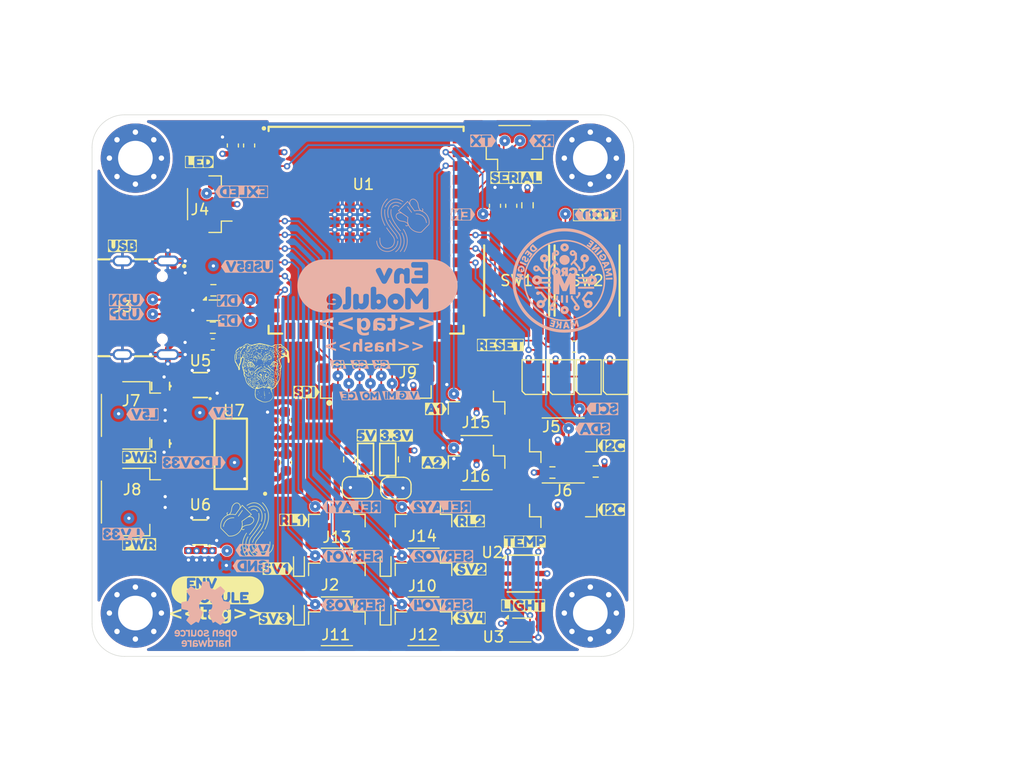
<source format=kicad_pcb>
(kicad_pcb (version 20241229) (generator "pcbnew") (generator_version "9.0")
  (title_block (title "Servo Module") (date "<<release-date>>") (rev "<<tag>>") (comment 1 "<<hash>>"))
  (layers (0 "F.Cu" signal) (4 "In1.Cu" power) (6 "In2.Cu" power) (2 "B.Cu" signal) (13 "F.Paste" user) (15 "B.Paste" user) (5 "F.SilkS" user "F.Silkscreen") (7 "B.SilkS" user "B.Silkscreen") (1 "F.Mask" user) (3 "B.Mask" user) (25 "Edge.Cuts" user))
  (net 0 "")
  (net 1 "+3.3V")
  (net 2 "GND")
  (net 3 "+5V")
  (net 4 "RXD")
  (net 5 "TXD")
  (net 6 "EN")
  (net 7 "USB_5V")
  (net 8 "LDO_V33")
  (net 9 "OBLEDS")
  (net 10 "Net-(D1-DOUT)")
  (net 11 "Net-(D2-DOUT)")
  (net 12 "Net-(D3-DOUT)")
  (net 14 "LINE_5V")
  (net 15 "LINE_V33")
  (net 17 "USB_D_P")
  (net 18 "USB_D_N")
  (net 20 "SERVO1")
  (net 21 "SERVO2")
  (net 22 "EXT_LEDS")
  (net 23 "BOOT")
  (net 24 "D_P")
  (net 25 "D_N")
  (net 27 "Net-(D7-K)")
  (net 28 "/Power/V5LED")
  (net 29 "Net-(D8-K)")
  (net 30 "/Power/V3.3LED")
  (net 31 "SPI_CS0")
  (net 32 "SPI_IRQ0")
  (net 33 "SPI_CLK")
  (net 34 "SPI_MOSI")
  (net 35 "SPI_MISO")
  (net 36 "SPI_CE0")
  (net 52 "ADC1")
  (net 53 "ADC2")
  (net 54 "SDA")
  (net 55 "SCL")
  (net 57 "SERVO3")
  (net 58 "SERVO4")
  (net 59 "/MCU/CC1")
  (net 60 "/MCU/CC2")
  (net 62 "RELAY1")
  (net 63 "RELAY2")
  (footprint "CRGM Passive:D_SOD-523" (layer "F.Cu") (at 69.1 106 90)
    (property "Reference" "D11" (hide yes))
    (property "Value" "PESD5V0S1BB" (hide yes))
  )
  (footprint "CRG Makes:LTR-303ALS-01" (layer "F.Cu") (at 89.5325 107.57)
    (property "Reference" "U3")
    (property "Value" "LTR-303ALS-01" (hide yes))
  )
  (footprint "CRGM Connector:GCT_USB4105-GF-A" (layer "F.Cu") (at 52.8 77.8125 -90)
    (property "Reference" "J3")
    (property "Value" "USB_C_USB2.0_16P" (hide yes))
  )
  (footprint "kibuzzard-68953F1F" (layer "F.Cu") (at 97.95 96.45)
    (property "Reference" "kibuzzard-68953F1F" (hide yes))
    (property "Value" "G***" (hide yes))
  )
  (footprint "CRGM Switches:EVQ-Q2B02W" (layer "F.Cu") (at 95.7 75.3 90)
    (property "Reference" "SW2")
    (property "Value" "EVQ-Q2B02W" (hide yes))
  )
  (footprint "CRGM Connector:JST_SH_BM03B-SRSS-TB_1x03-1MP_P1.00mm_Vertical" (layer "F.Cu") (at 72.6 102.5 180)
    (property "Reference" "J2")
    (property "Value" "~" (hide yes))
  )
  (footprint "kibuzzard-68953C01" (layer "F.Cu") (at 89.95 99.4)
    (property "Reference" "kibuzzard-68953C01" (hide yes))
    (property "Value" "G***" (hide yes))
  )
  (footprint "LED_SMD:LED_0603_1608Metric" (layer "F.Cu") (at 75.25 91.8125 90)
    (property "Reference" "D7" (hide yes))
    (property "Value" "Orange" (hide yes))
  )
  (footprint "CRGM Connector:SolderJumper-2_P1.3mm_Bridged_RoundedPad1.0x1.5mm" (layer "F.Cu") (at 78.05 94.4625 180)
    (property "Reference" "JP3" (hide yes))
    (property "Value" "~" (hide yes))
  )
  (footprint "CRGM Mechanical:MountingHole_3.2mm_M3_Pad_Via" (layer "F.Cu") (at 54 64)
    (property "Reference" "H4" (hide yes))
    (property "Value" "~" (hide yes))
  )
  (footprint "kibuzzard-68953D9F" (layer "F.Cu") (at 59.9 64.35)
    (property "Reference" "kibuzzard-68953D9F" (hide yes))
    (property "Value" "G***" (hide yes))
  )
  (footprint "CRGM Passive:D_SOD-523" (layer "F.Cu") (at 77.1 106 90)
    (property "Reference" "D12" (hide yes))
    (property "Value" "PESD5V0S1BB" (hide yes))
  )
  (footprint "kibuzzard-68953EE0" (layer "F.Cu") (at 84.8 106.45)
    (property "Reference" "kibuzzard-68953EE0" (hide yes))
    (property "Value" "G***" (hide yes))
  )
  (footprint "kibuzzard-68953CB6" (layer "F.Cu") (at 75.35 89.6)
    (property "Reference" "kibuzzard-68953CB6" (hide yes))
    (property "Value" "G***" (hide yes))
  )
  (footprint "Capacitor_SMD:C_0603_1608Metric" (layer "F.Cu") (at 94.5 81.4)
    (property "Reference" "C5" (hide yes))
    (property "Value" "0.1uF" (hide yes))
  )
  (footprint "Capacitor_SMD:C_0603_1608Metric" (layer "F.Cu") (at 67.9 92.10075 -90)
    (property "Reference" "C8" (hide yes))
    (property "Value" "10uF" (hide yes))
  )
  (footprint "kibuzzard-68953EEB" (layer "F.Cu") (at 84.85 101.95)
    (property "Reference" "kibuzzard-68953EEB" (hide yes))
    (property "Value" "G***" (hide yes))
  )
  (footprint "LED_SMD:LED_WS2812B-2020_PLCC4_2.0x2.0mm" (layer "F.Cu") (at 95.85 84.215 90)
    (property "Reference" "D3" (hide yes))
    (property "Value" "WS2812B-2020" (hide yes))
  )
  (footprint "CRGM Connector:JST_SH_BM03B-SRSS-TB_1x03-1MP_P1.00mm_Vertical" (layer "F.Cu") (at 85.5 87.6 180)
    (property "Reference" "J15")
    (property "Value" "~")
  )
  (footprint "LED_SMD:LED_WS2812B-2020_PLCC4_2.0x2.0mm" (layer "F.Cu") (at 93.35 84.215 90)
    (property "Reference" "D2" (hide yes))
    (property "Value" "WS2812B-2020" (hide yes))
  )
  (footprint "CRGM Connector:JST_SH_BM04B-SRSS-TB_1x04-1MP_P1.00mm_Vertical" (layer "F.Cu") (at 93.5 90)
    (property "Reference" "J5")
    (property "Value" "~" (hide yes))
  )
  (footprint "CRGM Connector:JST_SH_BM08B-SRSS-TB_1x08-1MP_P1.00mm_Vertical" (layer "F.Cu") (at 76.2 85.05)
    (property "Reference" "J9")
    (property "Value" "BM08B-SRSS-TB" (hide yes))
  )
  (footprint "CRGM Logos:Aquarius Logo 5mm" (layer "F.Cu") (at 64.227905 100.969017)
    (property "Reference" "LOGO2" (hide yes))
    (property "Value" "~" (hide yes))
  )
  (footprint "Capacitor_SMD:C_0603_1608Metric" (layer "F.Cu") (at 87.2 68.4 90)
    (property "Reference" "C3" (hide yes))
    (property "Value" "1uF" (hide yes))
  )
  (footprint "Capacitor_SMD:C_0603_1608Metric" (layer "F.Cu") (at 63 62.8325 90)
    (property "Reference" "C1" (hide yes))
    (property "Value" "1uF" (hide yes))
  )
  (footprint "CRGM Connector:JST_SH_BM03B-SRSS-TB_1x03-1MP_P1.00mm_Vertical" (layer "F.Cu") (at 85.5 92.6 180)
    (property "Reference" "J16")
    (property "Value" "~")
  )
  (footprint "CRGM Passive:DFN1006-2" (layer "F.Cu") (at 56.3 90.35 180)
    (property "Reference" "D6" (hide yes))
    (property "Value" "PESD3V3S1BL" (hide yes))
  )
  (footprint "Capacitor_SMD:C_0603_1608Metric" (layer "F.Cu") (at 67.8 88.20075 90)
    (property "Reference" "C7" (hide yes))
    (property "Value" "0.1uF" (hide yes))
  )
  (footprint "kibuzzard-68953CBF" (layer "F.Cu") (at 78.1 89.6)
    (property "Reference" "kibuzzard-68953CBF" (hide yes))
    (property "Value" "G***" (hide yes))
  )
  (footprint "CRGM Passive:DFN1006-2" (layer "F.Cu") (at 56.3 85.05 180)
    (property "Reference" "D5" (hide yes))
    (property "Value" "PESD5V5C1BL" (hide yes))
  )
  (footprint "kibuzzard-68953E3E" (layer "F.Cu") (at 54.35 91.6)
    (property "Reference" "kibuzzard-68953E3E" (hide yes))
    (property "Value" "G***" (hide yes))
  )
  (footprint "CRGM Connector:JST_SH_BM03B-SRSS-TB_1x03-1MP_P1.00mm_Vertical" (layer "F.Cu") (at 72.6 107 180)
    (property "Reference" "J11")
    (property "Value" "~" (hide yes))
  )
  (footprint "CRGM Connector:JST_SH_BM03B-SRSS-TB_1x03-1MP_P1.00mm_Vertical" (layer "F.Cu") (at 80.6 107 180)
    (property "Reference" "J12")
    (property "Value" "~" (hide yes))
  )
  (footprint "CRGM Power:SOTFL50P160X60-8N" (layer "F.Cu") (at 60 84.95 180)
    (property "Reference" "U5")
    (property "Value" "LM66200DRLR" (hide yes))
  )
  (footprint "Resistor_SMD:R_0603_1608Metric" (layer "F.Cu") (at 61.15 79.65)
    (property "Reference" "R4" (hide yes))
    (property "Value" "5.1K" (hide yes))
  )
  (footprint "CRGM Connector:JST_SH_BM03B-SRSS-TB_1x03-1MP_P1.00mm_Vertical" (layer "F.Cu") (at 60.825 68.25 90)
    (property "Reference" "J4")
    (property "Value" "BM03B-SRSS-TB" (hide yes))
  )
  (footprint "kibuzzard-68953BE7" (layer "F.Cu") (at 89.8 105.3)
    (property "Reference" "kibuzzard-68953BE7" (hide yes))
    (property "Value" "G***" (hide yes))
  )
  (footprint "CRGM Switches:EVQ-Q2B02W" (layer "F.Cu") (at 89.2 75.3 90)
    (property "Reference" "SW1")
    (property "Value" "EVQ-Q2B02W" (hide yes))
  )
  (footprint "kibuzzard-68953F6B" (layer "F.Cu") (at 81.6 92.1)
    (property "Reference" "kibuzzard-68953F6B" (hide yes))
    (property "Value" "G***" (hide yes))
  )
  (footprint "kibuzzard-68953DE5" (layer "F.Cu") (at 87.7 81.25)
    (property "Reference" "kibuzzard-68953DE5" (hide yes))
    (property "Value" "G***" (hide yes))
  )
  (footprint "kibuzzard-68953F32" (layer "F.Cu") (at 97.95 90.55)
    (property "Reference" "kibuzzard-68953F32" (hide yes))
    (property "Value" "G***" (hide yes))
  )
  (footprint "LED_SMD:LED_WS2812B-2020_PLCC4_2.0x2.0mm" (layer "F.Cu") (at 98.35 84.215 90)
    (property "Reference" "D4" (hide yes))
    (property "Value" "WS2812B-2020" (hide yes))
  )
  (footprint "kibuzzard-68953ED8" (layer "F.Cu") (at 66.95 106.5)
    (property "Reference" "kibuzzard-68953ED8" (hide yes))
    (property "Value" "G***" (hide yes))
  )
  (footprint "CRGM Mechanical:MountingHole_3.2mm_M3_Pad_Via" (layer "F.Cu") (at 54 106)
    (property "Reference" "H1" (hide yes))
    (property "Value" "~" (hide yes))
  )
  (footprint "CRG Makes:ESP32-S3-WROOM-1-N8R2" (layer "F.Cu") (at 75.3 67.45)
    (property "Reference" "U1")
    (property "Value" "ESP32-S3-WROOM-1-N8R2" (hide yes))
  )
  (footprint "Capacitor_SMD:C_0603_1608Metric" (layer "F.Cu") (at 61.15 81.2)
    (property "Reference" "C6" (hide yes))
    (property "Value" "0.1uF" (hide yes))
  )
  (footprint "kibuzzard-68645E77" (layer "F.Cu") (at 61.6 103.9)
    (property "Reference" "kibuzzard-68645E77" (hide yes))
    (property "Value" "G***" (hide yes))
  )
  (footprint "kibuzzard-68953EC7" (layer "F.Cu") (at 68.6 97.4)
    (property "Reference" "kibuzzard-68953EC7" (hide yes))
    (property "Value" "G***" (hide yes))
  )
  (footprint "Resistor_SMD:R_0603_1608Metric" (layer "F.Cu") (at 96.5 92.925)
    (property "Reference" "R2" (hide yes))
    (property "Value" "4.7K" (hide yes))
  )
  (footprint "CRGM Connector:SolderJumper-2_P1.3mm_Bridged_RoundedPad1.0x1.5mm" (layer "F.Cu") (at 74.5 94.4125)
    (property "Reference" "JP2" (hide yes))
    (property "Value" "~" (hide yes))
  )
  (footprint "CRGM Power:SOT230P700X180-4N" (layer "F.Cu") (at 62.8 91.30075 180)
    (property "Reference" "U7")
    (property "Value" "LD1117S33TR" (hide yes))
  )
  (footprint "Capacitor_SMD:C_0603_1608Metric" (layer "F.Cu") (at 88.7 68.4 90)
    (property "Reference" "C4" (hide yes))
    (property "Value" "0.1uF" (hide yes))
  )
  (footprint "kibuzzard-68953F10" (layer "F.Cu") (at 69.8 85.6)
    (property "Reference" "kibuzzard-68953F10" (hide yes))
    (property "Value" "G***" (hide yes))
  )
  (footprint "Capacitor_SMD:C_0603_1608Metric" (layer "F.Cu") (at 64.5 62.8325 90)
    (property "Reference" "C2" (hide yes))
    (property "Value" "0.1uF" (hide yes))
  )
  (footprint "Resistor_SMD:R_0603_1608Metric" (layer "F.Cu") (at 90.2 68.35 -90)
    (property "Reference" "R1" (hide yes))
    (property "Value" "10K" (hide yes))
  )
  (footprint "Resistor_SMD:R_0603_1608Metric" (layer "F.Cu") (at 92.5 93.025 180)
    (property "Reference" "R3" (hide yes))
    (property "Value" "4.7K" (hide yes))
  )
  (footprint "CRGM Power:SOTFL50P160X60-8N" (layer "F.Cu") (at 59.95 98.55 180)
    (property "Reference" "U6")
    (property "Value" "LM66200DRLR" (hide yes))
  )
  (footprint "LED_SMD:LED_WS2812B-2020_PLCC4_2.0x2.0mm" (layer "F.Cu") (at 90.85 84.215 90)
    (property "Reference" "D1" (hide yes))
    (property "Value" "WS2812B-2020" (hide yes))
  )
  (footprint "CRGM Mechanical:MountingHole_3.2mm_M3_Pad_Via" (layer "F.Cu") (at 96 64)
    (property "Reference" "H3" (hide yes))
    (property "Value" "~" (hide yes))
  )
  (footprint "CRGM Connector:JST_SH_BM03B-SRSS-TB_1x03-1MP_P1.00mm_Vertical" (layer "F.Cu") (at 80.6 98 180)
    (property "Reference" "J14")
    (property "Value" "~" (hide yes))
  )
  (footprint "Resistor_SMD:R_0603_1608Metric" (layer "F.Cu") (at 73.75 91.8125 -90)
    (property "Reference" "R8" (hide yes))
    (property "Value" "4.7K" (hide yes))
  )
  (footprint "kibuzzard-68953EF4" (layer "F.Cu") (at 84.8 97.5)
    (property "Reference" "kibuzzard-68953EF4" (hide yes))
    (property "Value" "G***" (hide yes))
  )
  (footprint "kibuzzard-68953ED1" (layer "F.Cu") (at 67.15 101.9)
    (property "Reference" "kibuzzard-68953ED1" (hide yes))
    (property "Value" "G***" (hide yes))
  )
  (footprint "CRGM Connector:JST_SH_BM03B-SRSS-TB_1x03-1MP_P1.00mm_Vertical" (layer "F.Cu") (at 89 63)
    (property "Reference" "J1" (hide yes))
    (property "Value" "~" (hide yes))
  )
  (footprint "kibuzzard-68953DBA" (layer "F.Cu") (at 89.15 65.8)
    (property "Reference" "kibuzzard-68953DBA" (hide yes))
    (property "Value" "G***" (hide yes))
  )
  (footprint "CRGM Connector:JST_SH_SM04B-SRSS-TB_1x04-1MP_P1.00mm_Horizontal" (layer "F.Cu") (at 53.55 87.75 -90)
    (property "Reference" "J7")
    (property "Value" "~" (hide yes))
  )
  (footprint "Resistor_SMD:R_0603_1608Metric" (layer "F.Cu") (at 61.2 76.2)
    (property "Reference" "R5" (hide yes))
    (property "Value" "5.1K" (hide yes))
  )
  (footprint "CRGM Connector:JST_SH_BM04B-SRSS-TB_1x04-1MP_P1.00mm_Vertical" (layer "F.Cu") (at 93.5 96)
    (property "Reference" "J6")
    (property "Value" "~" (hide yes))
  )
  (footprint "CRGM Passive:D_SOD-523" (layer "F.Cu") (at 69.1 101.5 90)
    (property "Reference" "D9" (hide yes))
    (property "Value" "PESD5V0S1BB" (hide yes))
  )
  (footprint "CRGM Connector:JST_SH_BM03B-SRSS-TB_1x03-1MP_P1.00mm_Vertical" (layer "F.Cu") (at 80.6 102.5 180)
    (property "Reference" "J10")
    (property "Value" "~")
  )
  (footprint "kibuzzard-68953DED" (layer "F.Cu") (at 96.35 69.25)
    (property "Reference" "kibuzzard-68953DED" (hide yes))
    (property "Value" "G***" (hide yes))
  )
  (footprint "kibuzzard-68953E7E" (layer "F.Cu") (at 52.8 72.1)
    (property "Reference" "kibuzzard-68953E7E" (hide yes))
    (property "Value" "G***" (hide yes))
  )
  (footprint "kibuzzard-68953F58" (layer "F.Cu") (at 81.75 87.15)
    (property "Reference" "kibuzzard-68953F58" (hide yes))
    (property "Value" "G***" (hide yes))
  )
  (footprint "Package_TO_SOT_SMD:SOT-666" (layer "F.Cu") (at 61.2 78.05)
    (property "Reference" "U4" (hide yes))
    (property "Value" "USBLC6-2P6" (hide yes))
  )
  (footprint "CRGM Connector:JST_SH_SM04B-SRSS-TB_1x04-1MP_P1.00mm_Horizontal" (layer "F.Cu") (at 53.55 95.75 -90)
    (property "Reference" "J8")
    (property "Value" "~" (hide yes))
  )
  (footprint "CRGM Connector:JST_SH_BM03B-SRSS-TB_1x03-1MP_P1.00mm_Vertical" (layer "F.Cu") (at 72.6 98 180)
    (property "Reference" "J13")
    (property "Value" "~" (hide yes))
  )
  (footprint "kibuzzard-68953E3E" (layer "F.Cu") (at 54.35 99.65)
    (property "Reference" "kibuzzard-68953E3E" (hide yes))
    (property "Value" "G***" (hide yes))
  )
  (footprint "CRG Makes:PWSON-N6" (layer "F.Cu") (at 89.8 102.35)
    (property "Reference" "U2")
    (property "Value" "HDC1080" (hide yes))
  )
  (footprint "CRGM Mechanical:MountingHole_3.2mm_M3_Pad_Via" (layer "F.Cu") (at 96 106)
    (property "Reference" "H2" (hide yes))
    (property "Value" "~" (hide yes))
  )
  (footprint "LED_SMD:LED_0603_1608Metric" (layer "F.Cu") (at 77.3 91.8125 90)
    (property "Reference" "D8" (hide yes))
    (property "Value" "Orange" (hide yes))
  )
  (footprint "CRGM Passive:D_SOD-523" (layer "F.Cu") (at 77.1 101.5 90)
    (property "Reference" "D10" (hide yes))
    (property "Value" "PESD5V0S1BB" (hide yes))
  )
  (footprint "Resistor_SMD:R_0603_1608Metric" (layer "F.Cu") (at 78.8 91.8125 -90)
    (property "Reference" "R9" (hide yes))
    (property "Value" "1K" (hide yes))
  )
  (footprint "kibuzzard-68927E88" (layer "B.Cu") (at 62.7 77.15 180)
    (property "Reference" "kibuzzard-68927E88" (hide yes))
    (property "Value" "G***" (hide yes))
  )
  (footprint "kibuzzard-68927E4C" (layer "B.Cu") (at 82.25 100.75 180)
    (property "Reference" "kibuzzard-68927E4C" (hide yes))
    (property "Value" "G***" (hide yes))
  )
  (footprint "CRGM Mechanical:TestPoint_Pad_D1.0mm" (layer "B.Cu") (at 78.6 105.2 180)
    (property "Reference" "TP29" (hide yes))
    (property "Value" "~")
  )
  (footprint "kibuzzard-68927F82" (layer "B.Cu") (at 59.4 92.1 180)
    (property "Reference" "kibuzzard-68927F82" (hide yes))
    (property "Value" "G***" (hide yes))
  )
  (footprint "kibuzzard-68927F31" (layer "B.Cu") (at 52.9 98.7 180)
    (property "Reference" "kibuzzard-68927F31" (hide yes))
    (property "Value" "G***" (hide yes))
  )
  (footprint "CRGM Mechanical:TestPoint_Pad_D1.0mm" (layer "B.Cu") (at 95 87.15 90)
    (property "Reference" "TP12" (hide yes))
    (property "Value" "~")
  )
  (footprint "kibuzzard-6812E420" (layer "B.Cu") (at 72.7 83.05 180)
    (property "Reference" "kibuzzard-6812E420" (hide yes))
    (property "Value" "G***" (hide yes))
  )
  (footprint "CRGM Mechanical:TestPoint_Pad_D1.0mm" (layer "B.Cu") (at 55.6 77.05 180)
    (property "Reference" "TP9" (hide yes))
    (property "Value" "~")
  )
  (footprint "kibuzzard-6812E3A0" (layer "B.Cu") (at 74.7 83.05 180)
    (property "Reference" "kibuzzard-6812E3A0" (hide yes))
    (property "Value" "G***" (hide yes))
  )
  (footprint "kibuzzard-68927E23" (layer "B.Cu") (at 74.1 105.25 180)
    (property "Reference" "kibuzzard-68927E23" (hide yes))
    (property "Value" "G***" (hide yes))
  )
  (footprint "CRGM Mechanical:TestPoint_Pad_D1.0mm" (layer "B.Cu") (at 63.15 92.1 180)
    (property "Reference" "TP25" (hide yes))
    (property "Value" "~")
  )
  (footprint "kibuzzard-68927ED6" (layer "B.Cu") (at 64.3 74 180)
    (property "Reference" "kibuzzard-68927ED6" (hide yes))
    (property "Value" "G***" (hide yes))
  )
  (footprint "kibuzzard-6812E3BB" (layer "B.Cu") (at 76.7 83.05 180)
    (property "Reference" "kibuzzard-6812E3BB" (hide yes))
    (property "Value" "G***" (hide yes))
  )
  (footprint "CRGM Mechanical:TestPoint_Pad_D1.0mm" (layer "B.Cu") (at 74.7 84.1 180)
    (property "Reference" "TP17" (hide yes))
    (property "Value" "~")
  )
  (footprint "kibuzzard-68927FCA" (layer "B.Cu") (at 96.7 69.2 180)
    (property "Reference" "kibuzzard-68927FCA" (hide yes))
    (property "Value" "G***" (hide yes))
  )
  (footprint "kibuzzard-6894D783" (layer "B.Cu") (at 54.65 87.65 180)
    (property "Reference" "kibuzzard-6894D783" (hide yes))
    (property "Value" "G***" (hide yes))
  )
  (footprint "CRGM Mechanical:TestPoint_Pad_D1.0mm" (layer "B.Cu") (at 60.575 67.25 180)
    (property "Reference" "TP11" (hide yes))
    (property "Value" "~")
  )
  (footprint "CRGM Mechanical:TestPoint_Pad_D1.0mm" (layer "B.Cu") (at 52.45 87.6 180)
    (property "Reference" "TP21" (hide yes))
    (property "Value" "~" (hide yes))
  )
  (footprint "kibuzzard-68194F50" (layer "B.Cu") (at 79.7 85.9 180)
    (property "Reference" "kibuzzard-68194F50" (hide yes))
    (property "Value" "G***" (hide yes))
  )
  (footprint "CRGM Mechanical:TestPoint_Pad_D1.0mm" (layer "B.Cu") (at 70.6 100.7 180)
    (property "Reference" "TP26" (hide yes))
    (property "Value" "~")
  )
  (footprint "kibuzzard-68928016" (layer "B.Cu") (at 64.65 101.65 180)
    (property "Reference" "kibuzzard-68928016" (hide yes))
    (property "Value" "G***" (hide yes))
  )
  (footprint "kibuzzard-68927DC7" (layer "B.Cu") (at 97.1 87.15 180)
    (property "Reference" "kibuzzard-68927DC7" (hide yes))
    (property "Value" "G***" (hide yes))
  )
  (footprint "CRGM Mechanical:TestPoint_Pad_D1.0mm" (layer "B.Cu") (at 62.45 100.25 -90)
    (property "Reference" "TP23" (hide yes))
    (property "Value" "~")
  )
  (footprint "kibuzzard-68194F3F" (layer "B.Cu") (at 78.7 85.9 180)
    (property "Reference" "kibuzzard-68194F3F" (hide yes))
    (property "Value" "G***" (hide yes))
  )
  (footprint "kibuzzard-68927E44" (layer "B.Cu") (at 74.05 100.75 180)
    (property "Reference" "kibuzzard-68927E44" (hide yes))
    (property "Value" "G***" (hide yes))
  )
  (footprint "kibuzzard-6812E37E" (layer "B.Cu") (at 73.7 85.95 180)
    (property "Reference" "kibuzzard-6812E37E" (hide yes))
    (property "Value" "G***" (hide yes))
  )
  (footprint "CRGM Mechanical:TestPoint_Pad_D1.0mm" (layer "B.Cu") (at 53.4 97.25 180)
    (property "Reference" "TP14" (hide yes))
    (property "Value" "~")
  )
  (footprint "CRGM Mechanical:TestPoint_Pad_D1.0mm" (layer "B.Cu") (at 73.7 84.8 180)
    (property "Reference" "TP16" (hide yes))
    (property "Value" "~")
  )
  (footprint "kibuzzard-68927EE6" (layer "B.Cu") (at 63.8 67.1 180)
    (property "Reference" "kibuzzard-68927EE6" (hide yes))
    (property "Value" "G***" (hide yes))
  )
  (footprint "kibuzzard-68645E60" (layer "B.Cu") (at 76.35 75.8 180)
    (property "Reference" "kibuzzard-68645E60" (hide yes))
    (property "Value" "G***" (hide yes))
  )
  (footprint "CRGM Mechanical:TestPoint_Pad_D1.0mm" (layer "B.Cu") (at 93.7 69.15 180)
    (property "Reference" "TP5" (hide yes))
    (property "Value" "~")
  )
  (footprint "CRGM Mechanical:TestPoint_Pad_D1.0mm" (layer "B.Cu") (at 83.4 85.75 180)
    (property "Reference" "TP32" (hide yes))
    (property "Value" "~")
  )
  (footprint "CRGM Mechanical:TestPoint_Pad_D1.0mm" (layer "B.Cu") (at 94 88.95 90)
    (property "Reference" "TP13" (hide yes))
    (property "Value" "~")
  )
  (footprint "CRGM Mechanical:TestPoint_Pad_D1.0mm" (layer "B.Cu") (at 62.4 101.6 -90)
    (property "Reference" "TP24" (hide yes))
    (property "Value" "~")
  )
  (footprint "CRGM Mechanical:TestPoint_Pad_D1.0mm" (layer "B.Cu") (at 78.6 96.2 90)
    (property "Reference" "TP31" (hide yes))
    (property "Value" "~")
  )
  (footprint "kibuzzard-6812E3C5" (layer "B.Cu") (at 75.7 85.95 180)
    (property "Reference" "kibuzzard-6812E3C5" (hide yes))
    (property "Value" "G***" (hide yes))
  )
  (footprint "CRGM Mechanical:TestPoint_Pad_D1.0mm" (layer "B.Cu") (at 70.6 96.15 90)
    (property "Reference" "TP30" (hide yes))
    (property "Value" "~")
  )
  (footprint "CRGM Mechanical:TestPoint_Pad_D1.0mm" (layer "B.Cu") (at 64.6 77.1 180)
    (property "Reference" "TP7" (hide yes))
    (property "Value" "~")
  )
  (footprint "CRGM Logos:Aquarius Logo 5mm" (layer "B.Cu") (at 78.772096 72.919017 180)
    (property "Reference" "LOGO3" (hide yes))
    (property "Value" "~" (hide yes))
  )
  (footprint "CRGM Mechanical:TestPoint_Pad_D1.0mm" (layer "B.Cu") (at 72.7 84.1 180)
    (property "Reference" "TP15" (hide yes))
    (property "Value" "~")
  )
  (footprint "kibuzzard-68927EAF" (layer "B.Cu") (at 53.2 78.4 180)
    (property "Reference" "kibuzzard-68927EAF" (hide yes))
    (property "Value" "G***" (hide yes))
  )
  (footprint "kibuzzard-68927E53" (layer "B.Cu") (at 82.2 105.25 180)
    (property "Reference" "kibuzzard-68927E53" (hide yes))
    (property "Value" "G***" (hide yes))
  )
  (footprint "kibuzzard-6812E3AD" (layer "B.Cu") (at 77.55 85.9 180)
    (property "Reference" "kibuzzard-6812E3AD" (hide yes))
    (property "Value" "G***" (hide yes))
  )
  (footprint "kibuzzard-6894D6EB" (layer "B.Cu") (at 64.8 100.2 180)
    (property "Reference" "kibuzzard-6894D6EB" (hide yes))
    (property "Value" "G***" (hide yes))
  )
  (footprint "kibuzzard-68927E94" (layer "B.Cu") (at 62.75 79 180)
    (property "Reference" "kibuzzard-68927E94" (hide yes))
    (property "Value" "G***" (hide yes))
  )
  (footprint "kibuzzard-68927EA7" (layer "B.Cu") (at 53.2 77.1 180)
    (property "Reference" "kibuzzard-68927EA7" (hide yes))
    (property "Value" "G***" (hide yes))
  )
  (footprint "CRGM Mechanical:TestPoint_Pad_D1.0mm" (layer "B.Cu") (at 77.7 84.8 180)
    (property "Reference" "TP20" (hide yes))
    (property "Value" "~")
  )
  (footprint "CRGM Mechanical:TestPoint_Pad_D1.0mm" (layer "B.Cu") (at 75.7 84.8 180)
    (property "Reference" "TP18" (hide yes))
    (property "Value" "~")
  )
  (footprint "CRGM Mechanical:TestPoint_Pad_D1.0mm" (layer "B.Cu") (at 83.4 90.75 180)
    (property "Reference" "TP33" (hide yes))
    (property "Value" "~")
  )
  (footprint "kibuzzard-68937D96" (layer "B.Cu") (at 96.2 89 180)
    (property "Reference" "kibuzzard-68937D96" (hide yes))
    (property "Value" "G***" (hide yes))
  )
  (footprint "kibuzzard-68927FEB" (layer "B.Cu") (at 86.1 62.4 180)
    (property "Reference" "kibuzzard-68927FEB" (hide yes))
    (property "Value" "G***" (hide yes))
  )
  (footprint "CRGM Mechanical:TestPoint_Pad_D1.0mm" (layer "B.Cu") (at 78.6 100.7 180)
    (property "Reference" "TP27" (hide yes))
    (property "Value" "~")
  )
  (footprint "CRGM Logos:CRGM Logo 5mm" (layer "B.Cu") (at 93.6 75.3 180)
    (property "Reference" "LOGO1" (hide yes))
    (property "Value" "~" (hide yes))
  )
  (footprint "CRGM Mechanical:TestPoint_Pad_D1.0mm" (layer "B.Cu") (at 89.5 62.4 -90)
    (property "Reference" "TP3" (hide yes))
    (property "Value" "~")
  )
  (footprint "CRGM Mechanical:TestPoint_Pad_D1.0mm" (layer "B.Cu") (at 88.1 62.4 -90)
    (property "Reference" "TP2" (hide yes))
    (property "Value" "~")
  )
  (footprint "CRGM Mechanical:TestPoint_Pad_D1.0mm" (layer "B.Cu") (at 76.7 84.1 180)
    (property "Reference" "TP19" (hide yes))
    (property "Value" "~")
  )
  (footprint "kibuzzard-6894D76E" (layer "B.Cu") (at 61.85 87.55 180)
    (property "Reference" "kibuzzard-6894D76E" (hide yes))
    (property "Value" "G***" (hide yes))
  )
  (footprint "kibuzzard-68927FD5" (layer "B.Cu") (at 84.25 69.2 180)
    (property "Reference" "kibuzzard-68927FD5" (hide yes))
    (property "Value" "G***" (hide yes))
  )
  (footprint "CRGM Mechanical:TestPoint_Pad_D1.0mm" (layer "B.Cu") (at 59.95 87.5 180)
    (property "Reference" "TP22" (hide yes))
    (property "Value" "~")
  )
  (footprint "kibuzzard-68937DF0" (layer "B.Cu") (at 73.95 96.2 180)
    (property "Reference" "kibuzzard-68937DF0" (hide yes))
    (property "Value" "G***" (hide yes))
  )
  (footprint "CRGM Mechanical:TestPoint_Pad_D1.0mm" (layer "B.Cu") (at 86.1 69.15 180)
    (property "Reference" "TP4" (hide yes))
    (property "Value" "~")
  )
  (footprint "kibuzzard-68927FE6" (layer "B.Cu") (at 91.5 62.4 180)
    (property "Reference" "kibuzzard-68927FE6" (hide yes))
    (property "Value" "G***" (hide yes))
  )
  (footprint "CRGM Mechanical:TestPoint_Pad_D1.0mm" (layer "B.Cu") (at 70.6 105.2 90)
    (property "Reference" "TP28" (hide yes))
    (property "Value" "~")
  )
  (footprint "kibuzzard-68937DDF" (layer "B.Cu") (at 82.1 96.2 180)
    (property "Reference" "kibuzzard-68937DDF" (hide yes))
    (property "Value" "G***" (hide yes))
  )
  (footprint "Symbol:OSHW-Logo_5.7x6mm_SilkScreen" (layer "B.Cu") (at 60.5 106.1 180)
    (property "Reference" "LOGO4" (hide yes))
    (property "Value" "~" (hide yes))
  )
  (footprint "CRGM Mechanical:TestPoint_Pad_D1.0mm" (layer "B.Cu") (at 61.2 73.95 180)
    (property "Reference" "TP6" (hide yes))
    (property "Value" "~")
  )
  (footprint "CRGM Mechanical:TestPoint_Pad_D1.0mm" (layer "B.Cu") (at 55.6 78.4 180)
    (property "Reference" "TP10" (hide yes))
    (property "Value" "~")
  )
  (footprint "CRGM Mechanical:TestPoint_Pad_D1.0mm" (layer "B.Cu") (at 64.6 79 180)
    (property "Reference" "TP8" (hide yes))
    (property "Value" "~")
  )
  (gr_poly (pts (xy 64.186013 83.432503) (xy 64.188098 83.432799) (xy 64.190233 83.433259) (xy 64.192427 83.433881) (xy 64.194689 83.434663) (xy 64.197028 83.435602) (xy 64.199454 83.436696) (xy 64.201976 83.437943) (xy 64.207347 83.440885) (xy 64.213213 83.444411) (xy 64.21965 83.4485) (xy 64.223319 83.450833) (xy 64.22638 83.453073) (xy 64.227679 83.45416) (xy 64.228821 83.455226) (xy 64.229806 83.456271) (xy 64.23063 83.457298) (xy 64.231293 83.458306) (xy 64.231794 83.459296) (xy 64.23213 83.460269) (xy 64.2323 83.461225) (xy 64.232303 83.462166) (xy 64.232137 83.463093) (xy 64.2318 83.464005) (xy 64.231291 83.464905) (xy 64.230609 83.465791) (xy 64.229752 83.466667) (xy 64.228717 83.467531) (xy 64.227505 83.468385) (xy 64.226112 83.46923) (xy 64.224538 83.470067) (xy 64.22084 83.471717) (xy 64.216398 83.473343) (xy 64.2112 83.47495) (xy 64.205232 83.476545) (xy 64.198483 83.478134) (xy 64.185331 83.481804) (xy 64.173633 83.484872) (xy 64.163355 83.487333) (xy 64.158738 83.488334) (xy 64.154463 83.48918) (xy 64.150526 83.489871) (xy 64.146923 83.490407) (xy 64.143649 83.490786) (xy 64.140701 83.491007) (xy 64.138073 83.491071) (xy 64.135762 83.490975) (xy 64.133763 83.49072) (xy 64.132073 83.490305) (xy 64.130686 83.489728) (xy 64.129599 83.488989) (xy 64.129166 83.488558) (xy 64.128807 83.488087) (xy 64.128521 83.487575) (xy 64.128307 83.487022) (xy 64.128164 83.486428) (xy 64.128093 83.485793) (xy 64.128161 83.484398) (xy 64.128508 83.482838) (xy 64.129129 83.48111) (xy 64.13002 83.479216) (xy 64.131176 83.477153) (xy 64.132594 83.474921) (xy 64.134268 83.47252) (xy 64.136195 83.469948) (xy 64.138371 83.467204) (xy 64.14345 83.4612) (xy 64.149143 83.454872) (xy 64.154364 83.449368) (xy 64.159188 83.444671) (xy 64.161475 83.442619) (xy 64.16369 83.440761) (xy 64.165844 83.439096) (xy 64.167944 83.43762) (xy 64.170002 83.436332) (xy 64.172025 83.43523) (xy 64.174023 83.43431) (xy 64.176006 83.433571) (xy 64.177983 83.43301) (xy 64.179962 83.432625) (xy 64.181954 83.432414) (xy 64.183968 83.432374)) (fill yes) (layer "F.SilkS"))
  (gr_poly (pts (xy 66.473201 83.982077) (xy 66.473823 83.982188) (xy 66.474474 83.982401) (xy 66.475156 83.982714) (xy 66.475866 83.983128) (xy 66.476605 83.983639) (xy 66.477372 83.984249) (xy 66.478168 83.984954) (xy 66.47899 83.985754) (xy 66.47984 83.986648) (xy 66.480717 83.987634) (xy 66.48162 83.988712) (xy 66.482549 83.989881) (xy 66.484483 83.992484) (xy 66.486215 83.994911) (xy 66.48822 83.997416) (xy 66.490473 83.999976) (xy 66.49295 84.002571) (xy 66.495624 84.005178) (xy 66.498473 84.007776) (xy 66.50147 84.010342) (xy 66.504591 84.012856) (xy 66.507812 84.015296) (xy 66.511107 84.01764) (xy 66.514451 84.019865) (xy 66.51782 84.021952) (xy 66.52119 84.023876) (xy 66.524534 84.025618) (xy 66.527829 84.027156) (xy 66.53105 84.028467) (xy 66.533855 84.029656) (xy 66.535928 84.030836) (xy 66.536694 84.031419) (xy 66.537282 84.031997) (xy 66.537693 84.032568) (xy 66.537929 84.03313) (xy 66.537991 84.033684) (xy 66.537881 84.034226) (xy 66.537601 84.034758) (xy 66.537152 84.035276) (xy 66.536535 84.03578) (xy 66.535752 84.03627) (xy 66.533696 84.037198) (xy 66.530994 84.038052) (xy 66.52766 84.038823) (xy 66.523706 84.0395) (xy 66.519144 84.040076) (xy 66.513986 84.040539) (xy 66.508246 84.040882) (xy 66.501935 84.041094) (xy 66.495066 84.041167) (xy 66.488303 84.041441) (xy 66.48154 84.041477) (xy 66.474826 84.041283) (xy 66.468211 84.040869) (xy 66.461745 84.040245) (xy 66.455478 84.039418) (xy 66.449459 84.0384) (xy 66.443737 84.037198) (xy 66.438363 84.035823) (xy 66.433385 84.034284) (xy 66.428854 84.032589) (xy 66.42482 84.030749) (xy 66.423004 84.029777) (xy 66.42133 84.028772) (xy 66.419806 84.027736) (xy 66.418436 84.026669) (xy 66.417228 84.025572) (xy 66.416187 84.024447) (xy 66.41532 84.023295) (xy 66.414633 84.022117) (xy 66.414081 84.020957) (xy 66.413614 84.019859) (xy 66.413232 84.018822) (xy 66.412934 84.017846) (xy 66.412717 84.016931) (xy 66.412582 84.016076) (xy 66.412526 84.01528) (xy 66.412549 84.014543) (xy 66.41265 84.013866) (xy 66.412827 84.013247) (xy 66.413079 84.012686) (xy 66.413405 84.012183) (xy 66.413804 84.011737) (xy 66.414275 84.011348) (xy 66.414816 84.011016) (xy 66.415427 84.01074) (xy 66.416106 84.01052) (xy 66.416852 84.010355) (xy 66.417663 84.010245) (xy 66.41854 84.01019) (xy 66.41948 84.010189) (xy 66.420482 84.010242) (xy 66.42267 84.010508) (xy 66.425093 84.010985) (xy 66.427743 84.01167) (xy 66.430609 84.01256) (xy 66.433683 84.013651) (xy 66.435643 84.014401) (xy 66.437552 84.015065) (xy 66.43941 84.015645) (xy 66.441216 84.016139) (xy 66.442969 84.01655) (xy 66.444669 84.016878) (xy 66.446314 84.017124) (xy 66.447905 84.017288) (xy 66.449439 84.017372) (xy 66.450917 84.017376) (xy 66.452338 84.017301) (xy 66.453701 84.017148) (xy 66.455004 84.016917) (xy 66.456248 84.016609) (xy 66.457432 84.016226) (xy 66.458554 84.015767) (xy 66.459614 84.015234) (xy 66.460612 84.014627) (xy 66.461546 84.013947) (xy 66.462415 84.013195) (xy 66.46322 84.012372) (xy 66.463958 84.011479) (xy 66.46463 84.010515) (xy 66.465235 84.009483) (xy 66.465771 84.008382) (xy 66.466238 84.007214) (xy 66.466636 84.00598) (xy 66.466963 84.004679) (xy 66.467219 84.003313) (xy 66.467402 84.001883) (xy 66.467513 84.00039) (xy 66.46755 83.998834) (xy 66.467568 83.996911) (xy 66.467624 83.995111) (xy 66.467716 83.993433) (xy 66.467843 83.991876) (xy 66.468007 83.990438) (xy 66.468206 83.989118) (xy 66.468439 83.987915) (xy 66.468707 83.986828) (xy 66.46901 83.985856) (xy 66.469346 83.984997) (xy 66.469715 83.984251) (xy 66.470117 83.983616) (xy 66.470552 83.983091) (xy 66.471019 83.982675) (xy 66.471518 83.982367) (xy 66.472048 83.982165) (xy 66.472609 83.982069)) (fill yes) (layer "F.SilkS"))
  (gr_poly (pts (xy 64.405224 83.429562) (xy 64.408699 83.429892) (xy 64.412106 83.430439) (xy 64.415441 83.431199) (xy 64.418703 83.432168) (xy 64.421887 83.433343) (xy 64.42499 83.434721) (xy 64.428009 83.436297) (xy 64.430942 83.438068) (xy 64.433785 83.440031) (xy 64.436534 83.442183) (xy 64.439188 83.444519) (xy 64.441742 83.447037) (xy 64.444194 83.449733) (xy 64.446541 83.452603) (xy 64.448779 83.455644) (xy 64.452917 83.462225) (xy 64.456584 83.469448) (xy 64.459755 83.477285) (xy 64.462405 83.485707) (xy 64.464509 83.494688) (xy 64.466043 83.504199) (xy 64.466981 83.514213) (xy 64.4673 83.5247) (xy 64.467337 83.52705) (xy 64.467447 83.529337) (xy 64.467629 83.53156) (xy 64.467883 83.533717) (xy 64.468206 83.535807) (xy 64.468597 83.53783) (xy 64.469056 83.539783) (xy 64.469582 83.541667) (xy 64.470172 83.543479) (xy 64.470827 83.545218) (xy 64.471544 83.546884) (xy 64.472323 83.548476) (xy 64.473162 83.549991) (xy 64.474061 83.551429) (xy 64.475017 83.552789) (xy 64.476031 83.554069) (xy 64.477101 83.555269) (xy 64.478225 83.556387) (xy 64.479402 83.557422) (xy 64.480632 83.558373) (xy 64.481913 83.559238) (xy 64.483245 83.560017) (xy 64.484624 83.560709) (xy 64.486052 83.561312) (xy 64.487526 83.561825) (xy 64.489046 83.562247) (xy 64.490609 83.562576) (xy 64.492216 83.562813) (xy 64.493865 83.562954) (xy 64.495554 83.563) (xy 64.497283 83.562949) (xy 64.49905 83.5628) (xy 64.503243 83.562283) (xy 64.507099 83.562333) (xy 64.508903 83.562578) (xy 64.510626 83.562972) (xy 64.512269 83.56352) (xy 64.513833 83.564223) (xy 64.51532 83.565083) (xy 64.516731 83.566105) (xy 64.518066 83.56729) (xy 64.519328 83.568642) (xy 64.520516 83.570162) (xy 64.521633 83.571855) (xy 64.523656 83.575765) (xy 64.525406 83.580395) (xy 64.526893 83.585765) (xy 64.528126 83.591899) (xy 64.529113 83.598817) (xy 64.529865 83.606541) (xy 64.530391 83.615093) (xy 64.530699 83.624494) (xy 64.5308 83.634767) (xy 64.530903 83.645811) (xy 64.531226 83.655946) (xy 64.53179 83.665207) (xy 64.53217 83.66952) (xy 64.532619 83.673628) (xy 64.533139 83.677534) (xy 64.533732 83.681242) (xy 64.534403 83.684758) (xy 64.535153 83.688085) (xy 64.535985 83.691227) (xy 64.536902 83.694189) (xy 64.537907 83.696975) (xy 64.539002 83.69959) (xy 64.54019 83.702037) (xy 64.541474 83.704321) (xy 64.542856 83.706446) (xy 64.544339 83.708416) (xy 64.545926 83.710236) (xy 64.54762 83.71191) (xy 64.549423 83.713442) (xy 64.551338 83.714837) (xy 64.553368 83.716098) (xy 64.555515 83.71723) (xy 64.557782 83.718237) (xy 64.560173 83.719124) (xy 64.562688 83.719894) (xy 64.565332 83.720552) (xy 64.568108 83.721103) (xy 64.571016 83.72155) (xy 64.576674 83.722589) (xy 64.581753 83.723307) (xy 64.586267 83.723685) (xy 64.588317 83.723739) (xy 64.590232 83.7237) (xy 64.592013 83.723565) (xy 64.593664 83.723331) (xy 64.595184 83.722995) (xy 64.596578 83.722555) (xy 64.597845 83.722008) (xy 64.598989 83.721351) (xy 64.600012 83.720582) (xy 64.600914 83.719698) (xy 64.601699 83.718696) (xy 64.602368 83.717574) (xy 64.602923 83.716328) (xy 64.603366 83.714956) (xy 64.603699 83.713456) (xy 64.603924 83.711824) (xy 64.604042 83.710058) (xy 64.604056 83.708156) (xy 64.603968 83.706114) (xy 64.60378 83.703929) (xy 64.60311 83.699123) (xy 64.602061 83.693715) (xy 64.60065 83.687683) (xy 64.599905 83.685309) (xy 64.599259 83.682949) (xy 64.598708 83.680608) (xy 64.598252 83.678287) (xy 64.597889 83.675989) (xy 64.597617 83.673717) (xy 64.597436 83.671474) (xy 64.597342 83.669262) (xy 64.597336 83.667084) (xy 64.597415 83.664944) (xy 64.597577 83.662842) (xy 64.597822 83.660783) (xy 64.598147 83.658769) (xy 64.598552 83.656802) (xy 64.599034 83.654886) (xy 64.599591 83.653023) (xy 64.600224 83.651216) (xy 64.600929 83.649468) (xy 64.601705 83.64778) (xy 64.602551 83.646157) (xy 64.603466 83.6446) (xy 64.604447 83.643112) (xy 64.605493 83.641697) (xy 64.606603 83.640356) (xy 64.607775 83.639093) (xy 64.609007 83.637911) (xy 64.610298 83.636811) (xy 64.611646 83.635797) (xy 64.613051 83.634871) (xy 64.614509 83.634036) (xy 64.616021 83.633295) (xy 64.617583 83.632651) (xy 64.62111 83.631427) (xy 64.624544 83.630525) (xy 64.627877 83.629933) (xy 64.631102 83.629637) (xy 64.634212 83.629625) (xy 64.6372 83.629883) (xy 64.64006 83.6304) (xy 64.642785 83.631162) (xy 64.645366 83.632157) (xy 64.647798 83.633371) (xy 64.650074 83.634793) (xy 64.652186 83.636408) (xy 64.654127 83.638205) (xy 64.655891 83.640171) (xy 64.65747 83.642292) (xy 64.658858 83.644557) (xy 64.660048 83.646951) (xy 64.661032 83.649463) (xy 64.661803 83.65208) (xy 64.662356 83.654788) (xy 64.662682 83.657576) (xy 64.662774 83.66043) (xy 64.662626 83.663337) (xy 64.662232 83.666285) (xy 64.661582 83.669261) (xy 64.660672 83.672252) (xy 64.659493 83.675246) (xy 64.65804 83.678229) (xy 64.656304 83.681188) (xy 64.654278 83.684112) (xy 64.651957 83.686987) (xy 64.649333 83.6898) (xy 64.646828 83.692385) (xy 64.644472 83.694977) (xy 64.642265 83.697569) (xy 64.640209 83.700156) (xy 64.638303 83.702733) (xy 64.636548 83.705292) (xy 64.634944 83.70783) (xy 64.633491 83.710339) (xy 64.632191 83.712813) (xy 64.631042 83.715248) (xy 64.630047 83.717638) (xy 64.629204 83.719975) (xy 64.628515 83.722256) (xy 64.62798 83.724473) (xy 64.627599 83.726621) (xy 64.627373 83.728694) (xy 64.627301 83.730687) (xy 64.627386 83.732593) (xy 64.627626 83.734407) (xy 64.628022 83.736123) (xy 64.628575 83.737735) (xy 64.629284 83.739238) (xy 64.630151 83.740625) (xy 64.631176 83.74189) (xy 64.632359 83.743029) (xy 64.6337 83.744034) (xy 64.635201 83.744901) (xy 64.636861 83.745623) (xy 64.63868 83.746195) (xy 64.640659 83.746611) (xy 64.642799 83.746865) (xy 64.6451 83.74695) (xy 64.646315 83.746877) (xy 64.647577 83.746657) (xy 64.648883 83.746296) (xy 64.65023 83.745797) (xy 64.653039 83.744397) (xy 64.655981 83.742486) (xy 64.659034 83.74009) (xy 64.662178 83.737239) (xy 64.66539 83.73396) (xy 64.668648 83.730282) (xy 64.671931 83.726231) (xy 64.675217 83.721836) (xy 64.678484 83.717124) (xy 64.681712 83.712124) (xy 64.684877 83.706864) (xy 64.687958 83.701372) (xy 64.690934 83.695674) (xy 64.693783 83.6898) (xy 64.696704 83.684226) (xy 64.699889 83.678646) (xy 64.703303 83.673104) (xy 64.706913 83.667641) (xy 64.710684 83.662303) (xy 64.714582 83.657132) (xy 64.718573 83.652173) (xy 64.722623 83.647467) (xy 64.726697 83.643059) (xy 64.730763 83.638992) (xy 64.734785 83.635309) (xy 64.738729 83.632055) (xy 64.742562 83.629272) (xy 64.744426 83.62807) (xy 64.746249 83.627003) (xy 64.748028 83.626075) (xy 64.749757 83.625292) (xy 64.751432 83.62466) (xy 64.75305 83.624183) (xy 64.757117 83.62282) (xy 64.760586 83.62191) (xy 64.762095 83.621626) (xy 64.763454 83.621458) (xy 64.764661 83.621406) (xy 64.765717 83.621471) (xy 64.76662 83.621655) (xy 64.767372 83.621956) (xy 64.767971 83.622377) (xy 64.768416 83.622918) (xy 64.768708 83.623581) (xy 64.768847 83.624364) (xy 64.768831 83.625271) (xy 64.76866 83.6263) (xy 64.768335 83.627454) (xy 64.767853 83.628732) (xy 64.766424 83.631666) (xy 64.764367 83.635109) (xy 64.761682 83.639066) (xy 64.758364 83.643545) (xy 64.75441 83.64855) (xy 64.749817 83.654089) (xy 64.744583 83.660167) (xy 64.74245 83.662343) (xy 64.740416 83.664503) (xy 64.738483 83.666644) (xy 64.73665 83.668762) (xy 64.734917 83.670853) (xy 64.733286 83.672915) (xy 64.731756 83.674943) (xy 64.730329 83.676935) (xy 64.729003 83.678886) (xy 64.727781 83.680794) (xy 64.726661 83.682654) (xy 64.725645 83.684463) (xy 64.724732 83.686218) (xy 64.723924 83.687916) (xy 64.723221 83.689552) (xy 64.722623 83.691123) (xy 64.72213 83.692627) (xy 64.721743 83.694058) (xy 64.721462 83.695414) (xy 64.721287 83.696692) (xy 64.72122 83.697887) (xy 64.72126 83.698997) (xy 64.721408 83.700018) (xy 64.721664 83.700946) (xy 64.722028 83.701778) (xy 64.722501 83.70251) (xy 64.723084 83.703139) (xy 64.723776 83.703662) (xy 64.724579 83.704075) (xy 64.725491 83.704374) (xy 64.726515 83.704556) (xy 64.72765 83.704617) (xy 64.728889 83.704543) (xy 64.730224 83.704324) (xy 64.733161 83.703464) (xy 64.736426 83.702064) (xy 64.739986 83.700152) (xy 64.743806 83.697757) (xy 64.747853 83.694906) (xy 64.752092 83.691627) (xy 64.756489 83.687948) (xy 64.761011 83.683897) (xy 64.765622 83.679502) (xy 64.770289 83.674791) (xy 64.774977 83.669791) (xy 64.779653 83.664531) (xy 64.784283 83.659038) (xy 64.788832 83.653341) (xy 64.793266 83.647467) (xy 64.798024 83.642014) (xy 64.802754 83.636788) (xy 64.807428 83.631817) (xy 64.812019 83.627127) (xy 64.816498 83.622748) (xy 64.820837 83.618706) (xy 64.825009 83.61503) (xy 64.828985 83.611748) (xy 64.832738 83.608888) (xy 64.836241 83.606477) (xy 64.837889 83.605449) (xy 64.839464 83.604544) (xy 64.840962 83.603765) (xy 64.84238 83.603116) (xy 64.843714 83.6026) (xy 64.844961 83.602222) (xy 64.846117 83.601983) (xy 64.847179 83.601888) (xy 64.848144 83.601941) (xy 64.849007 83.602144) (xy 64.849766 83.602502) (xy 64.850416 83.603017) (xy 64.851625 83.60486) (xy 64.852098 83.607192) (xy 64.851869 83.609982) (xy 64.85097 83.613199) (xy 64.849436 83.616812) (xy 64.8473 83.620788) (xy 64.841354 83.629707) (xy 64.833399 83.639705) (xy 64.823702 83.65053) (xy 64.812528 83.661933) (xy 64.800146 83.673661) (xy 64.78682 83.685463) (xy 64.772819 83.697089) (xy 64.758409 83.708287) (xy 64.743856 83.718805) (xy 64.729426 83.728394) (xy 64.715388 83.736801) (xy 64.702007 83.743776) (xy 64.68955 83.749067) (xy 64.682057 83.752147) (xy 64.678641 83.75362) (xy 64.675444 83.755053) (xy 64.672464 83.756449) (xy 64.6697 83.757811) (xy 64.667149 83.759141) (xy 64.664811 83.760444) (xy 64.662684 83.761722) (xy 64.660766 83.762978) (xy 64.659056 83.764216) (xy 64.657552 83.765438) (xy 64.656252 83.766648) (xy 64.655156 83.767848) (xy 64.654261 83.769043) (xy 64.653567 83.770234) (xy 64.65307 83.771425) (xy 64.652771 83.772619) (xy 64.652667 83.773819) (xy 64.652756 83.775029) (xy 64.653038 83.776251) (xy 64.653511 83.777489) (xy 64.654172 83.778745) (xy 64.655022 83.780023) (xy 64.656057 83.781326) (xy 64.657277 83.782657) (xy 64.65868 83.784018) (xy 64.660264 83.785414) (xy 64.662028 83.786847) (xy 64.66397 83.78832) (xy 64.666089 83.789837) (xy 64.668383 83.7914) (xy 64.672325 83.794055) (xy 64.675411 83.796465) (xy 64.677629 83.798632) (xy 64.678409 83.799627) (xy 64.678966 83.800561) (xy 64.679301 83.801437) (xy 64.679411 83.802255) (xy 64.679294 83.803014) (xy 64.67895 83.803716) (xy 64.678376 83.80436) (xy 64.677571 83.804947) (xy 64.676534 83.805478) (xy 64.675262 83.805952) (xy 64.672011 83.806734) (xy 64.667804 83.807296) (xy 64.662631 83.807641) (xy 64.656477 83.807771) (xy 64.649331 83.807691) (xy 64.641181 83.807403) (xy 64.621817 83.806217) (xy 64.613814 83.805967) (xy 64.605718 83.806002) (xy 64.597585 83.80631) (xy 64.589471 83.806878) (xy 64.581431 83.807695) (xy 64.573522 83.808747) (xy 64.565798 83.810022) (xy 64.558317 83.811508) (xy 64.551132 83.813193) (xy 64.544302 83.815064) (xy 64.537881 83.817108) (xy 64.531924 83.819314) (xy 64.526489 83.821668) (xy 64.52163 83.824159) (xy 64.517404 83.826774) (xy 64.513866 83.8295) (xy 64.509173 83.833222) (xy 64.504594 83.83645) (xy 64.500095 83.839188) (xy 64.495643 83.84144) (xy 64.493424 83.842384) (xy 64.491204 83.843208) (xy 64.488978 83.843911) (xy 64.486743 83.844495) (xy 64.484493 83.844959) (xy 64.482225 83.845305) (xy 64.479935 83.845531) (xy 64.477619 83.84564) (xy 64.475271 83.845631) (xy 64.472888 83.845504) (xy 64.470465 83.84526) (xy 64.467998 83.8449) (xy 64.462917 83.843831) (xy 64.457609 83.8423) (xy 64.452041 83.84031) (xy 64.446179 83.837864) (xy 64.439987 83.834965) (xy 64.433433 83.831617) (xy 64.427429 83.828142) (xy 64.424684 83.826474) (xy 64.42211 83.82485) (xy 64.419704 83.823267) (xy 64.417467 83.821725) (xy 64.415396 83.82022) (xy 64.41349 83.818752) (xy 64.411749 83.817317) (xy 64.410171 83.815915) (xy 64.408755 83.814543) (xy 64.4075 83.8132) (xy 64.406404 83.811882) (xy 64.405467 83.81059) (xy 64.404688 83.809319) (xy 64.404064 83.808069) (xy 64.403596 83.806838) (xy 64.403281 83.805623) (xy 64.40312 83.804424) (xy 64.403109 83.803236) (xy 64.403249 83.80206) (xy 64.403539 83.800893) (xy 64.403976 83.799733) (xy 64.40456 83.798577) (xy 64.40529 83.797425) (xy 64.406165 83.796274) (xy 64.407183 83.795122) (xy 64.408343 83.793968) (xy 64.409644 83.792809) (xy 64.411086 83.791643) (xy 64.412666 83.790469) (xy 64.414383 83.789284) (xy 64.41808 83.786975) (xy 64.419726 83.785872) (xy 64.421237 83.784802) (xy 64.422616 83.783763) (xy 64.423862 83.782754) (xy 64.424976 83.781772) (xy 64.425959 83.780817) (xy 64.426811 83.779887) (xy 64.427535 83.778979) (xy 64.428129 83.778094) (xy 64.428596 83.777229) (xy 64.428936 83.776382) (xy 64.429149 83.775552) (xy 64.429237 83.774738) (xy 64.4292 83.773938) (xy 64.429039 83.77315) (xy 64.428754 83.772373) (xy 64.428348 83.771605) (xy 64.427819 83.770846) (xy 64.42717 83.770092) (xy 64.4264 83.769343) (xy 64.425511 83.768597) (xy 64.424503 83.767852) (xy 64.423378 83.767108) (xy 64.422136 83.766362) (xy 64.420777 83.765613) (xy 64.419303 83.764859) (xy 64.416011 83.763332) (xy 64.412266 83.761767) (xy 64.408594 83.760229) (xy 64.405511 83.75879) (xy 64.403011 83.757451) (xy 64.401088 83.756211) (xy 64.40034 83.755628) (xy 64.399735 83.75507) (xy 64.39927 83.754536) (xy 64.398946 83.754028) (xy 64.398762 83.753544) (xy 64.398716 83.753085) (xy 64.398808 83.752651) (xy 64.399037 83.752242) (xy 64.399403 83.751858) (xy 64.399904 83.751498) (xy 64.400541 83.751163) (xy 64.401311 83.750853) (xy 64.402215 83.750568) (xy 64.403251 83.750307) (xy 64.405718 83.749861) (xy 64.408706 83.749514) (xy 64.412209 83.749266) (xy 64.41622 83.749117) (xy 64.420733 83.749067) (xy 64.422699 83.748912) (xy 64.424624 83.748841) (xy 64.426508 83.748852) (xy 64.428348 83.748943) (xy 64.430142 83.749112) (xy 64.431886 83.749356) (xy 64.433579 83.749672) (xy 64.435219 83.750059) (xy 64.436803 83.750515) (xy 64.438329 83.751036) (xy 64.439794 83.751621) (xy 64.441197 83.752267) (xy 64.442535 83.752972) (xy 64.443805 83.753734) (xy 64.445005 83.754549) (xy 64.446133 83.755417) (xy 64.447187 83.756335) (xy 64.448164 83.757299) (xy 64.449062 83.758309) (xy 64.449879 83.759361) (xy 64.450612 83.760454) (xy 64.451258 83.761584) (xy 64.451817 83.76275) (xy 64.452285 83.76395) (xy 64.45266 83.76518) (xy 64.452939 83.76644) (xy 64.453121 83.767725) (xy 64.453203 83.769035) (xy 64.453182 83.770366) (xy 64.453057 83.771717) (xy 64.452825 83.773084) (xy 64.452483 83.774467) (xy 64.451297 83.781188) (xy 64.450933 83.787064) (xy 64.451068 83.789683) (xy 64.451418 83.792089) (xy 64.451988 83.794282) (xy 64.452781 83.796262) (xy 64.4538 83.798028) (xy 64.455049 83.799579) (xy 64.456531 83.800916) (xy 64.45825 83.802037) (xy 64.46021 83.802943) (xy 64.462413 83.803634) (xy 64.464863 83.804108) (xy 64.467564 83.804365) (xy 64.47052 83.804405) (xy 64.473733 83.804228) (xy 64.480947 83.80322) (xy 64.489233 83.801337) (xy 64.49862 83.798577) (xy 64.509136 83.794937) (xy 64.520808 83.790412) (xy 64.533664 83.785001) (xy 64.547733 83.778701) (xy 64.554228 83.775602) (xy 64.560202 83.772669) (xy 64.56563 83.769915) (xy 64.570487 83.767356) (xy 64.57475 83.765009) (xy 64.578392 83.762887) (xy 64.581389 83.761008) (xy 64.583717 83.759386) (xy 64.584621 83.758676) (xy 64.585349 83.758036) (xy 64.585898 83.757469) (xy 64.586263 83.756975) (xy 64.586442 83.756558) (xy 64.586461 83.756378) (xy 64.586433 83.756218) (xy 64.586356 83.756078) (xy 64.58623 83.755959) (xy 64.585833 83.755781) (xy 64.585237 83.755687) (xy 64.58444 83.755678) (xy 64.583438 83.755757) (xy 64.582228 83.755926) (xy 64.580807 83.756186) (xy 64.579173 83.756539) (xy 64.57525 83.757534) (xy 64.573049 83.758074) (xy 64.570813 83.758503) (xy 64.568544 83.758823) (xy 64.566246 83.759034) (xy 64.563919 83.759139) (xy 64.561567 83.759138) (xy 64.556795 83.758824) (xy 64.551949 83.7581) (xy 64.547047 83.756976) (xy 64.542108 83.755461) (xy 64.53715 83.753565) (xy 64.532192 83.751297) (xy 64.527253 83.748666) (xy 64.522351 83.745682) (xy 64.517504 83.742353) (xy 64.512733 83.73869) (xy 64.508054 83.734701) (xy 64.503487 83.730396) (xy 64.49905 83.725784) (xy 64.495433 83.721545) (xy 64.491745 83.717569) (xy 64.488013 83.713873) (xy 64.484266 83.710471) (xy 64.480531 83.707379) (xy 64.476837 83.704613) (xy 64.473211 83.702188) (xy 64.471432 83.701108) (xy 64.469681 83.700119) (xy 64.467961 83.699223) (xy 64.466275 83.698422) (xy 64.464627 83.697718) (xy 64.463021 83.697113) (xy 64.46146 83.696609) (xy 64.459947 83.696207) (xy 64.458486 83.69591) (xy 64.45708 83.69572) (xy 64.455734 83.695638) (xy 64.454449 83.695667) (xy 64.453231 83.695808) (xy 64.452082 83.696063) (xy 64.451006 83.696435) (xy 64.450006 83.696925) (xy 64.449086 83.697535) (xy 64.44825 83.698267) (xy 64.447655 83.698837) (xy 64.447061 83.699358) (xy 64.446469 83.699828) (xy 64.445881 83.700247) (xy 64.445297 83.700615) (xy 64.44472 83.700932) (xy 64.444149 83.701196) (xy 64.443587 83.701409) (xy 64.443033 83.701568) (xy 64.44249 83.701675) (xy 64.441959 83.701728) (xy 64.441441 83.701727) (xy 64.440936 83.701672) (xy 64.440447 83.701562) (xy 64.439974 83.701398) (xy 64.439519 83.701177) (xy 64.439082 83.700901) (xy 64.438664 83.700569) (xy 64.438268 83.70018) (xy 64.437894 83.699735) (xy 64.437543 83.699231) (xy 64.437216 83.69867) (xy 64.436915 83.698051) (xy 64.436641 83.697374) (xy 64.436395 83.696637) (xy 64.436178 83.695842) (xy 64.435991 83.694986) (xy 64.435835 83.694071) (xy 64.435712 83.693095) (xy 64.435623 83.692058) (xy 64.435568 83.69096) (xy 64.43555 83.6898) (xy 64.435599 83.688597) (xy 64.435745 83.687372) (xy 64.435986 83.686127) (xy 64.436319 83.684864) (xy 64.436742 83.683585) (xy 64.437252 83.682294) (xy 64.438526 83.67968) (xy 64.440123 83.677041) (xy 64.442024 83.674396) (xy 64.44421 83.671764) (xy 64.446662 83.669163) (xy 64.449363 83.666611) (xy 64.452293 83.664127) (xy 64.455434 83.661731) (xy 64.458767 83.659439) (xy 64.462274 83.657272) (xy 64.465936 83.655247) (xy 64.469734 83.653384) (xy 64.47365 83.6517) (xy 64.478754 83.649339) (xy 64.482935 83.646996) (xy 64.486161 83.64464) (xy 64.487406 83.643448) (xy 64.4884 83.642242) (xy 64.489141 83.641016) (xy 64.489623 83.639768) (xy 64.489843 83.638494) (xy 64.489798 83.63719) (xy 64.489482 83.635851) (xy 64.488893 83.634475) (xy 64.488027 83.633056) (xy 64.486879 83.631592) (xy 64.485446 83.630078) (xy 64.483724 83.628511) (xy 64.479396 83.625201) (xy 64.473866 83.62163) (xy 64.467101 83.617768) (xy 64.459072 83.613583) (xy 64.449746 83.609045) (xy 64.439094 83.604122) (xy 64.427083 83.598784) (xy 64.418628 83.594818) (xy 64.410737 83.590871) (xy 64.407009 83.58891) (xy 64.403429 83.586961) (xy 64.399999 83.585026) (xy 64.396722 83.583107) (xy 64.3936 83.581207) (xy 64.390636 83.579328) (xy 64.387831 83.577472) (xy 64.385188 83.575641) (xy 64.38271 83.573838) (xy 64.380398 83.572066) (xy 64.378255 83.570326) (xy 64.376283 83.568621) (xy 64.374485 83.566954) (xy 64.372863 83.565325) (xy 64.37142 83.563739) (xy 64.370156 83.562197) (xy 64.369076 83.560701) (xy 64.368181 83.559255) (xy 64.367474 83.557859) (xy 64.366957 83.556517) (xy 64.366631 83.55523) (xy 64.366501 83.554002) (xy 64.366567 83.552834) (xy 64.366833 83.551729) (xy 64.3673 83.55069) (xy 64.36797 83.549717) (xy 64.368848 83.548815) (xy 64.369933 83.547984) (xy 64.371148 83.547215) (xy 64.372409 83.546495) (xy 64.375055 83.545202) (xy 64.377844 83.5441) (xy 64.380748 83.543188) (xy 64.383738 83.542462) (xy 64.386788 83.541919) (xy 64.389868 83.541556) (xy 64.392952 83.541369) (xy 64.396011 83.541356) (xy 64.399017 83.541514) (xy 64.401942 83.541839) (xy 64.404759 83.542328) (xy 64.407439 83.542979) (xy 64.409955 83.543788) (xy 64.412279 83.544751) (xy 64.414383 83.545867) (xy 64.419891 83.548803) (xy 64.422313 83.549805) (xy 64.424516 83.550506) (xy 64.4265 83.550911) (xy 64.428266 83.55103) (xy 64.429816 83.550867) (xy 64.431151 83.550431) (xy 64.432272 83.549728) (xy 64.43318 83.548766) (xy 64.433877 83.547551) (xy 64.434363 83.54609) (xy 64.43464 83.544391) (xy 64.434709 83.542459) (xy 64.434571 83.540303) (xy 64.434227 83.537929) (xy 64.432926 83.532556) (xy 64.430816 83.526395) (xy 64.427906 83.519503) (xy 64.424206 83.511934) (xy 64.419724 83.503745) (xy 64.41447 83.494992) (xy 64.408453 83.485731) (xy 64.401683 83.476017) (xy 64.396846 83.468866) (xy 64.392654 83.462469) (xy 64.389107 83.456785) (xy 64.387575 83.454198) (xy 64.386205 83.451774) (xy 64.384996 83.449509) (xy 64.383948 83.447396) (xy 64.383061 83.445431) (xy 64.382335 83.44361) (xy 64.381771 83.441926) (xy 64.381368 83.440375) (xy 64.381126 83.438952) (xy 64.381046 83.437652) (xy 64.381126 83.43647) (xy 64.381368 83.435401) (xy 64.381771 83.434439) (xy 64.382335 83.43358) (xy 64.383061 83.432819) (xy 64.383948 83.432151) (xy 64.384996 83.43157) (xy 64.386205 83.431071) (xy 64.387575 83.43065) (xy 64.389107 83.430302) (xy 64.3908 83.430021) (xy 64.392654 83.429802) (xy 64.39467 83.429641) (xy 64.396846 83.429532) (xy 64.401683 83.429451)) (fill yes) (layer "F.SilkS"))
  (gr_poly (pts (xy 66.355251 81.911901) (xy 66.357125 81.912027) (xy 66.358876 81.912205) (xy 66.360505 81.912437) (xy 66.362011 81.912721) (xy 66.363396 81.91306) (xy 66.36466 81.913454) (xy 66.365803 81.913904) (xy 66.366825 81.91441) (xy 66.367727 81.914974) (xy 66.368509 81.915595) (xy 66.369172 81.916276) (xy 66.369715 81.917016) (xy 66.370141 81.917817) (xy 66.370448 81.918679) (xy 66.370637 81.919604) (xy 66.370709 81.92059) (xy 66.370663 81.921641) (xy 66.370502 81.922756) (xy 66.370223 81.923936) (xy 66.369829 81.925181) (xy 66.36932 81.926494) (xy 66.368695 81.927874) (xy 66.367956 81.929322) (xy 66.367102 81.930839) (xy 66.365053 81.934083) (xy 66.362551 81.937613) (xy 66.3596 81.941433) (xy 66.356356 81.945231) (xy 66.353787 81.948693) (xy 66.351926 81.951833) (xy 66.35127 81.953286) (xy 66.350802 81.954663) (xy 66.350527 81.955965) (xy 66.350448 81.957195) (xy 66.350569 81.958353) (xy 66.350893 81.959442) (xy 66.351426 81.960462) (xy 66.35217 81.961416) (xy 66.353129 81.962304) (xy 66.354308 81.96313) (xy 66.35571 81.963893) (xy 66.35734 81.964595) (xy 66.361295 81.965825) (xy 66.366205 81.966832) (xy 66.372101 81.967628) (xy 66.379015 81.968225) (xy 66.386976 81.968636) (xy 66.396016 81.968874) (xy 66.406167 81.968951) (xy 66.417011 81.969352) (xy 66.426544 81.969777) (xy 66.434793 81.970253) (xy 66.441786 81.970803) (xy 66.447552 81.971452) (xy 66.449983 81.971821) (xy 66.452117 81.972225) (xy 66.453959 81.972666) (xy 66.455511 81.973147) (xy 66.456777 81.973671) (xy 66.45776 81.974242) (xy 66.458465 81.974863) (xy 66.458893 81.975536) (xy 66.459006 81.975894) (xy 66.45905 81.976265) (xy 66.458938 81.977053) (xy 66.458562 81.977903) (xy 66.457923 81.978819) (xy 66.457026 81.979802) (xy 66.455875 81.980857) (xy 66.454473 81.981986) (xy 66.452823 81.983193) (xy 66.448793 81.985851) (xy 66.443815 81.988856) (xy 66.437917 81.992234) (xy 66.433221 81.994816) (xy 66.428282 81.997012) (xy 66.423127 81.998835) (xy 66.417788 82.000295) (xy 66.412291 82.001406) (xy 66.406667 82.002178) (xy 66.400945 82.002622) (xy 66.395153 82.002751) (xy 66.389321 82.002576) (xy 66.383478 82.002109) (xy 66.377653 82.001362) (xy 66.371874 82.000345) (xy 66.366172 81.999071) (xy 66.360574 81.997551) (xy 66.355111 81.995797) (xy 66.34981 81.993821) (xy 66.344702 81.991634) (xy 66.339816 81.989248) (xy 66.335179 81.986674) (xy 66.330822 81.983924) (xy 66.326774 81.98101) (xy 66.323063 81.977943) (xy 66.319719 81.974735) (xy 66.31677 81.971398) (xy 66.314247 81.967942) (xy 66.312177 81.964381) (xy 66.31059 81.960725) (xy 66.309515 81.956986) (xy 66.308981 81.953176) (xy 66.309017 81.949306) (xy 66.309653 81.945388) (xy 66.310917 81.941433) (xy 66.312229 81.93831) (xy 66.313773 81.935299) (xy 66.315535 81.932411) (xy 66.317498 81.92966) (xy 66.319647 81.927057) (xy 66.321967 81.924616) (xy 66.324442 81.922349) (xy 66.327056 81.920267) (xy 66.329794 81.918384) (xy 66.332641 81.916712) (xy 66.335581 81.915263) (xy 66.338598 81.914049) (xy 66.341678 81.913084) (xy 66.344804 81.912379) (xy 66.346379 81.912128) (xy 66.347961 81.911947) (xy 66.349546 81.911837) (xy 66.351133 81.9118)) (fill yes) (layer "F.SilkS"))
  (gr_poly (pts (xy 66.140144 81.912304) (xy 66.140942 81.912412) (xy 66.141699 81.912627) (xy 66.142413 81.912948) (xy 66.14308 81.913377) (xy 66.1437 81.913917) (xy 66.144264 81.914549) (xy 66.144767 81.915252) (xy 66.145208 81.916024) (xy 66.145589 81.916861) (xy 66.145909 81.917759) (xy 66.146169 81.918717) (xy 66.146511 81.920796) (xy 66.146617 81.923074) (xy 66.14649 81.925526) (xy 66.146134 81.928126) (xy 66.145552 81.93085) (xy 66.144746 81.933674) (xy 66.14372 81.936572) (xy 66.142478 81.93952) (xy 66.141021 81.942492) (xy 66.139353 81.945464) (xy 66.137478 81.948412) (xy 66.135398 81.95131) (xy 66.133116 81.954134) (xy 66.131758 81.955727) (xy 66.130463 81.95733) (xy 66.12923 81.95894) (xy 66.12806 81.960554) (xy 66.126954 81.96217) (xy 66.125912 81.963784) (xy 66.124934 81.965395) (xy 66.124021 81.966999) (xy 66.123173 81.968594) (xy 66.122391 81.970177) (xy 66.121674 81.971745) (xy 66.121024 81.973295) (xy 66.120441 81.974826) (xy 66.119924 81.976334) (xy 66.119475 81.977816) (xy 66.119094 81.979269) (xy 66.11878 81.980692) (xy 66.118536 81.982081) (xy 66.11836 81.983434) (xy 66.118254 81.984747) (xy 66.118218 81.986019) (xy 66.118252 81.987246) (xy 66.118356 81.988425) (xy 66.118531 81.989555) (xy 66.118778 81.990632) (xy 66.119096 81.991653) (xy 66.119486 81.992617) (xy 66.119949 81.993519) (xy 66.120485 81.994358) (xy 66.121094 81.995131) (xy 66.121776 81.995835) (xy 66.122533 81.996467) (xy 66.123097 81.997254) (xy 66.1236 81.998029) (xy 66.124042 81.998789) (xy 66.124422 81.999534) (xy 66.124743 82.000265) (xy 66.125003 82.000978) (xy 66.125203 82.001675) (xy 66.125344 82.002354) (xy 66.125427 82.003014) (xy 66.12545 82.003655) (xy 66.125416 82.004276) (xy 66.125324 82.004876) (xy 66.125174 82.005454) (xy 66.124968 82.00601) (xy 66.124705 82.006542) (xy 66.124385 82.00705) (xy 66.12401 82.007534) (xy 66.12358 82.007992) (xy 66.123094 82.008424) (xy 66.122554 82.008828) (xy 66.121959 82.009205) (xy 66.121311 82.009553) (xy 66.120609 82.009871) (xy 66.119854 82.010159) (xy 66.119046 82.010417) (xy 66.118187 82.010642) (xy 66.117275 82.010835) (xy 66.116311 82.010994) (xy 66.115297 82.01112) (xy 66.114231 82.01121) (xy 66.113115 82.011265) (xy 66.11195 82.011284) (xy 66.106368 82.011128) (xy 66.101528 82.010631) (xy 66.099384 82.010241) (xy 66.097425 82.009749) (xy 66.095649 82.009151) (xy 66.094057 82.00844) (xy 66.092648 82.007611) (xy 66.091421 82.006659) (xy 66.090377 82.005578) (xy 66.089514 82.004363) (xy 66.088832 82.003009) (xy 66.088332 82.00151) (xy 66.088012 81.99986) (xy 66.087873 81.998055) (xy 66.087913 81.996088) (xy 66.088133 81.993955) (xy 66.088531 81.991649) (xy 66.089109 81.989166) (xy 66.090798 81.983646) (xy 66.093197 81.977351) (xy 66.096304 81.970237) (xy 66.100114 81.962261) (xy 66.104625 81.95338) (xy 66.109833 81.94355) (xy 66.112237 81.939311) (xy 66.114674 81.935332) (xy 66.11713 81.931625) (xy 66.11959 81.928204) (xy 66.120816 81.926605) (xy 66.122037 81.925081) (xy 66.123251 81.923635) (xy 66.124456 81.922268) (xy 66.12565 81.920981) (xy 66.126831 81.919777) (xy 66.127998 81.918657) (xy 66.129148 81.917621) (xy 66.130279 81.916673) (xy 66.13139 81.915813) (xy 66.132478 81.915042) (xy 66.133542 81.914364) (xy 66.13458 81.913778) (xy 66.135589 81.913287) (xy 66.136568 81.912892) (xy 66.137515 81.912594) (xy 66.138428 81.912396) (xy 66.139305 81.912299)) (fill yes) (layer "F.SilkS"))
  (gr_poly (pts (xy 65.183373 82.522839) (xy 65.184221 82.522988) (xy 65.185134 82.523236) (xy 65.186112 82.523583) (xy 65.187154 82.52403) (xy 65.18826 82.524575) (xy 65.18943 82.52522) (xy 65.190663 82.525964) (xy 65.191958 82.526808) (xy 65.193316 82.52775) (xy 65.196572 82.529831) (xy 65.199594 82.532094) (xy 65.202383 82.534523) (xy 65.204942 82.537102) (xy 65.20727 82.539814) (xy 65.209371 82.542643) (xy 65.211246 82.545572) (xy 65.212896 82.548586) (xy 65.214322 82.551669) (xy 65.215527 82.554803) (xy 65.216512 82.557973) (xy 65.217278 82.561162) (xy 65.217827 82.564355) (xy 65.21816 82.567534) (xy 65.21828 82.570684) (xy 65.218187 82.573788) (xy 65.217884 82.57683) (xy 65.217371 82.579794) (xy 65.21665 82.582663) (xy 65.215723 82.585421) (xy 65.214592 82.588053) (xy 65.213257 82.59054) (xy 65.211721 82.592869) (xy 65.209985 82.595021) (xy 65.208051 82.596981) (xy 65.205919 82.598732) (xy 65.203592 82.600259) (xy 65.201072 82.601544) (xy 65.198359 82.602573) (xy 65.195456 82.603327) (xy 65.192363 82.603792) (xy 65.189083 82.60395) (xy 65.18749 82.603987) (xy 65.185887 82.604096) (xy 65.184279 82.604275) (xy 65.182667 82.604521) (xy 65.181055 82.604832) (xy 65.179446 82.605206) (xy 65.177844 82.605641) (xy 65.176251 82.606133) (xy 65.17467 82.606682) (xy 65.173105 82.607284) (xy 65.171558 82.607937) (xy 65.170033 82.608639) (xy 65.168533 82.609387) (xy 65.167061 82.61018) (xy 65.165619 82.611014) (xy 65.164212 82.611888) (xy 65.162842 82.612799) (xy 65.161513 82.613745) (xy 65.160226 82.614724) (xy 65.158987 82.615733) (xy 65.157797 82.616769) (xy 65.156659 82.617832) (xy 65.155578 82.618917) (xy 65.154555 82.620024) (xy 65.153594 82.621149) (xy 65.152699 82.62229) (xy 65.151871 82.623446) (xy 65.151115 82.624613) (xy 65.150434 82.625789) (xy 65.14983 82.626972) (xy 65.149306 82.62816) (xy 65.148866 82.62935) (xy 65.147329 82.633071) (xy 65.14589 82.636295) (xy 65.14455 82.639024) (xy 65.14331 82.641256) (xy 65.142727 82.642187) (xy 65.142169 82.642993) (xy 65.141636 82.643675) (xy 65.141127 82.644233) (xy 65.140644 82.644667) (xy 65.140185 82.644977) (xy 65.139751 82.645163) (xy 65.139341 82.645225) (xy 65.138957 82.645163) (xy 65.138597 82.644977) (xy 65.138262 82.644667) (xy 65.137952 82.644233) (xy 65.137667 82.643675) (xy 65.137407 82.642993) (xy 65.137171 82.642187) (xy 65.13696 82.641256) (xy 65.136774 82.640202) (xy 65.136613 82.639024) (xy 65.136365 82.636295) (xy 65.136216 82.633071) (xy 65.136166 82.62935) (xy 65.136011 82.627955) (xy 65.135941 82.62655) (xy 65.135953 82.625138) (xy 65.136047 82.62372) (xy 65.136219 82.622298) (xy 65.136469 82.620876) (xy 65.136794 82.619456) (xy 65.137192 82.618039) (xy 65.137661 82.616629) (xy 65.1382 82.615227) (xy 65.138806 82.613836) (xy 65.139478 82.612458) (xy 65.140213 82.611096) (xy 65.14101 82.609751) (xy 65.141867 82.608427) (xy 65.142781 82.607125) (xy 65.144775 82.604598) (xy 65.146977 82.602189) (xy 65.149371 82.599916) (xy 65.151942 82.597799) (xy 65.153289 82.596804) (xy 65.154674 82.595855) (xy 65.156096 82.594954) (xy 65.157552 82.594103) (xy 65.159041 82.593305) (xy 65.16056 82.592562) (xy 65.162108 82.591876) (xy 65.163683 82.59125) (xy 65.165432 82.590618) (xy 65.167106 82.589914) (xy 65.168706 82.58914) (xy 65.170232 82.588299) (xy 65.171683 82.587392) (xy 65.173059 82.586423) (xy 65.174362 82.585393) (xy 65.175589 82.584305) (xy 65.176743 82.583161) (xy 65.177822 82.581964) (xy 65.178826 82.580716) (xy 65.179757 82.579419) (xy 65.180612 82.578075) (xy 65.181394 82.576687) (xy 65.182101 82.575257) (xy 65.182733 82.573788) (xy 65.183291 82.572281) (xy 65.183775 82.57074) (xy 65.184184 82.569166) (xy 65.184519 82.567562) (xy 65.184779 82.56593) (xy 65.184966 82.564272) (xy 65.185114 82.560889) (xy 65.184966 82.557432) (xy 65.184519 82.553919) (xy 65.183775 82.550369) (xy 65.182733 82.5468) (xy 65.181294 82.542633) (xy 65.180685 82.540698) (xy 65.180149 82.538863) (xy 65.179687 82.537126) (xy 65.179296 82.535489) (xy 65.178978 82.533951) (xy 65.178731 82.532513) (xy 65.178556 82.531173) (xy 65.178452 82.529933) (xy 65.178418 82.528792) (xy 65.178454 82.52775) (xy 65.17856 82.526808) (xy 65.178736 82.525964) (xy 65.17898 82.52522) (xy 65.179293 82.524575) (xy 65.179675 82.52403) (xy 65.180124 82.523583) (xy 65.18064 82.523236) (xy 65.181224 82.522988) (xy 65.181874 82.522839) (xy 65.182591 82.522789)) (fill yes) (layer "F.SilkS"))
  (gr_poly (pts (xy 66.773706 83.695919) (xy 66.780509 83.69644) (xy 66.787278 83.697337) (xy 66.793867 83.698574) (xy 66.800131 83.700119) (xy 66.805923 83.701936) (xy 66.808597 83.702937) (xy 66.811099 83.703993) (xy 66.81341 83.7051) (xy 66.815511 83.706253) (xy 66.817386 83.70745) (xy 66.819016 83.708685) (xy 66.820382 83.709954) (xy 66.821466 83.711253) (xy 66.82225 83.712577) (xy 66.822716 83.713923) (xy 66.822845 83.715285) (xy 66.82262 83.716661) (xy 66.822022 83.718045) (xy 66.821033 83.719433) (xy 66.819997 83.720251) (xy 66.818495 83.721116) (xy 66.816559 83.722024) (xy 66.81422 83.722972) (xy 66.808457 83.724977) (xy 66.801454 83.727106) (xy 66.793459 83.729335) (xy 66.784719 83.731638) (xy 66.766 83.736367) (xy 66.761722 83.737051) (xy 66.757624 83.737521) (xy 66.753712 83.737786) (xy 66.749993 83.737855) (xy 66.746471 83.737739) (xy 66.743155 83.737446) (xy 66.740049 83.736986) (xy 66.73716 83.736367) (xy 66.734495 83.7356) (xy 66.732059 83.734693) (xy 66.729858 83.733656) (xy 66.7279 83.732498) (xy 66.726189 83.731228) (xy 66.724733 83.729856) (xy 66.723537 83.728391) (xy 66.722608 83.726842) (xy 66.721952 83.725219) (xy 66.721575 83.723531) (xy 66.721483 83.721786) (xy 66.721682 83.719996) (xy 66.722179 83.718168) (xy 66.72298 83.716312) (xy 66.724091 83.714438) (xy 66.725519 83.712554) (xy 66.727268 83.710671) (xy 66.729347 83.708796) (xy 66.73176 83.706941) (xy 66.734514 83.705113) (xy 66.737616 83.703322) (xy 66.741071 83.701578) (xy 66.744886 83.69989) (xy 66.749067 83.698267) (xy 66.75173 83.69754) (xy 66.754549 83.696946) (xy 66.757505 83.69648) (xy 66.76058 83.696138) (xy 66.763756 83.695914) (xy 66.767014 83.695806)) (fill yes) (layer "F.SilkS"))
  (gr_poly (pts (xy 66.921291 83.707294) (xy 66.923837 83.707469) (xy 66.926337 83.707792) (xy 66.928801 83.708263) (xy 66.931235 83.708885) (xy 66.93365 83.709659) (xy 66.936052 83.710587) (xy 66.938452 83.711669) (xy 66.940857 83.712908) (xy 66.943276 83.714305) (xy 66.945718 83.715862) (xy 66.948191 83.71758) (xy 66.950703 83.719461) (xy 66.95588 83.723717) (xy 66.961317 83.728643) (xy 66.967083 83.73425) (xy 66.970177 83.737598) (xy 66.973108 83.740889) (xy 66.975874 83.744116) (xy 66.978473 83.747273) (xy 66.980902 83.750352) (xy 66.983161 83.753347) (xy 66.985247 83.75625) (xy 66.987158 83.759055) (xy 66.988893 83.761755) (xy 66.990449 83.764342) (xy 66.991824 83.766809) (xy 66.993016 83.769151) (xy 66.994024 83.771359) (xy 66.994846 83.773426) (xy 66.99548 83.775347) (xy 66.995923 83.777113) (xy 66.996173 83.778718) (xy 66.99623 83.780155) (xy 66.996091 83.781416) (xy 66.995753 83.782496) (xy 66.995509 83.782965) (xy 66.995216 83.783386) (xy 66.994871 83.783758) (xy 66.994476 83.78408) (xy 66.99403 83.784351) (xy 66.993533 83.784571) (xy 66.992984 83.784738) (xy 66.992384 83.784852) (xy 66.991027 83.784916) (xy 66.98946 83.784756) (xy 66.987682 83.784365) (xy 66.985691 83.783736) (xy 66.983484 83.782862) (xy 66.981059 83.781736) (xy 66.978415 83.780351) (xy 66.97555 83.778701) (xy 66.974558 83.778136) (xy 66.973568 83.777633) (xy 66.972582 83.77719) (xy 66.971602 83.776807) (xy 66.970629 83.776483) (xy 66.969666 83.776217) (xy 66.968715 83.776008) (xy 66.967778 83.775856) (xy 66.966855 83.77576) (xy 66.965951 83.775719) (xy 66.965065 83.775732) (xy 66.964202 83.775798) (xy 66.963361 83.775917) (xy 66.962545 83.776089) (xy 66.961757 83.776311) (xy 66.960998 83.776584) (xy 66.960269 83.776906) (xy 66.959574 83.777277) (xy 66.958913 83.777696) (xy 66.95829 83.778163) (xy 66.957705 83.778676) (xy 66.957161 83.779235) (xy 66.956659 83.779838) (xy 66.956202 83.780486) (xy 66.955792 83.781178) (xy 66.955429 83.781911) (xy 66.955118 83.782687) (xy 66.954858 83.783504) (xy 66.954653 83.784361) (xy 66.954505 83.785258) (xy 66.954414 83.786194) (xy 66.954383 83.787167) (xy 66.95434 83.788351) (xy 66.954212 83.789521) (xy 66.954001 83.790676) (xy 66.953709 83.791814) (xy 66.953338 83.792933) (xy 66.95289 83.794032) (xy 66.952367 83.795109) (xy 66.95177 83.796163) (xy 66.951102 83.797192) (xy 66.950365 83.798195) (xy 66.949561 83.79917) (xy 66.94869 83.800115) (xy 66.946761 83.801911) (xy 66.944594 83.803571) (xy 66.942202 83.805082) (xy 66.939604 83.806432) (xy 66.936813 83.807608) (xy 66.933845 83.808598) (xy 66.930716 83.80939) (xy 66.927441 83.809971) (xy 66.924036 83.810328) (xy 66.920516 83.81045) (xy 66.918954 83.81042) (xy 66.917442 83.810329) (xy 66.915982 83.81018) (xy 66.914576 83.809975) (xy 66.913223 83.809716) (xy 66.911926 83.809404) (xy 66.910686 83.809042) (xy 66.909503 83.808631) (xy 66.908379 83.808174) (xy 66.907316 83.807673) (xy 66.906313 83.807129) (xy 66.905373 83.806544) (xy 66.904497 83.80592) (xy 66.903685 83.80526) (xy 66.902939 83.804564) (xy 66.90226 83.803836) (xy 66.90165 83.803077) (xy 66.901108 83.802288) (xy 66.900638 83.801473) (xy 66.900239 83.800632) (xy 66.899912 83.799768) (xy 66.89966 83.798883) (xy 66.899483 83.797978) (xy 66.899383 83.797056) (xy 66.89936 83.796118) (xy 66.899415 83.795167) (xy 66.899551 83.794204) (xy 66.899767 83.793232) (xy 66.900066 83.792252) (xy 66.900448 83.791266) (xy 66.900914 83.790276) (xy 66.901466 83.789284) (xy 66.902019 83.788106) (xy 66.902485 83.786953) (xy 66.902867 83.785827) (xy 66.903166 83.784728) (xy 66.903382 83.783657) (xy 66.903518 83.782614) (xy 66.903573 83.781601) (xy 66.90355 83.780619) (xy 66.90345 83.779667) (xy 66.903273 83.778747) (xy 66.903021 83.777859) (xy 66.902694 83.777005) (xy 66.902295 83.776185) (xy 66.901825 83.7754) (xy 66.901283 83.774651) (xy 66.900673 83.773938) (xy 66.899994 83.773262) (xy 66.899248 83.772624) (xy 66.898436 83.772025) (xy 66.89756 83.771466) (xy 66.89662 83.770946) (xy 66.895617 83.770468) (xy 66.894554 83.770032) (xy 66.89343 83.769638) (xy 66.892247 83.769288) (xy 66.891007 83.768982) (xy 66.88971 83.768721) (xy 66.888357 83.768506) (xy 66.886951 83.768337) (xy 66.885491 83.768215) (xy 66.882417 83.768117) (xy 66.878752 83.768019) (xy 66.875299 83.767733) (xy 66.87206 83.767268) (xy 66.869034 83.766633) (xy 66.866225 83.765838) (xy 66.863631 83.764894) (xy 66.861256 83.763809) (xy 66.8591 83.762594) (xy 66.857164 83.761258) (xy 66.855449 83.75981) (xy 66.853957 83.758261) (xy 66.852688 83.75662) (xy 66.851644 83.754897) (xy 66.850826 83.753101) (xy 66.850235 83.751243) (xy 66.849873 83.749332) (xy 66.849739 83.747377) (xy 66.849837 83.745388) (xy 66.850166 83.743376) (xy 66.850728 83.741349) (xy 66.851525 83.739317) (xy 66.852556 83.73729) (xy 66.853824 83.735279) (xy 66.85533 83.733291) (xy 66.857074 83.731338) (xy 66.859058 83.729428) (xy 66.861283 83.727572) (xy 66.863751 83.725779) (xy 66.866462 83.724059) (xy 66.869417 83.722422) (xy 66.872618 83.720877) (xy 66.876066 83.719433) (xy 66.884065 83.716112) (xy 66.891437 83.713298) (xy 66.898251 83.711006) (xy 66.90147 83.710059) (xy 66.904575 83.709247) (xy 66.907575 83.708571) (xy 66.910478 83.708034) (xy 66.913292 83.707636) (xy 66.916027 83.707378) (xy 66.91869 83.707264)) (fill yes) (layer "F.SilkS"))
  (gr_poly (pts (xy 66.794272 81.745419) (xy 66.797221 81.74584) (xy 66.800219 81.746652) (xy 66.803248 81.747834) (xy 66.80629 81.749365) (xy 66.809325 81.751223) (xy 66.812336 81.753388) (xy 66.815303 81.75584) (xy 66.818208 81.758556) (xy 66.821033 81.761517) (xy 66.823758 81.764701) (xy 66.826366 81.768087) (xy 66.828837 81.771655) (xy 66.831153 81.775383) (xy 66.833296 81.77925) (xy 66.835246 81.783236) (xy 66.836986 81.78732) (xy 66.838496 81.791481) (xy 66.839758 81.795697) (xy 66.840753 81.799949) (xy 66.841463 81.804214) (xy 66.841869 81.808472) (xy 66.841953 81.812702) (xy 66.841695 81.816884) (xy 66.841078 81.820996) (xy 66.840083 81.825017) (xy 66.839018 81.830649) (xy 66.83821 81.835642) (xy 66.837669 81.840002) (xy 66.837502 81.841947) (xy 66.837404 81.843736) (xy 66.837378 81.84537) (xy 66.837424 81.84685) (xy 66.837544 81.848177) (xy 66.837739 81.84935) (xy 66.83801 81.850372) (xy 66.838358 81.851243) (xy 66.838784 81.851963) (xy 66.839289 81.852534) (xy 66.839876 81.852955) (xy 66.840544 81.853229) (xy 66.841294 81.853356) (xy 66.842129 81.853336) (xy 66.84305 81.85317) (xy 66.844056 81.852859) (xy 66.845151 81.852404) (xy 66.846334 81.851806) (xy 66.847607 81.851065) (xy 66.848971 81.850183) (xy 66.850427 81.849159) (xy 66.851977 81.847995) (xy 66.855361 81.845248) (xy 66.859133 81.841951) (xy 66.860913 81.840438) (xy 66.862683 81.839075) (xy 66.864446 81.837865) (xy 66.866202 81.836808) (xy 66.867956 81.835906) (xy 66.869709 81.83516) (xy 66.871464 81.834573) (xy 66.873222 81.834145) (xy 66.874987 81.833879) (xy 66.87676 81.833775) (xy 66.878544 81.833836) (xy 66.880341 81.834063) (xy 66.882154 81.834457) (xy 66.883984 81.83502) (xy 66.885835 81.835753) (xy 66.887708 81.836659) (xy 66.889606 81.837738) (xy 66.891531 81.838993) (xy 66.893486 81.840424) (xy 66.895472 81.842033) (xy 66.897492 81.843823) (xy 66.899549 81.845793) (xy 66.903782 81.850285) (xy 66.908188 81.855521) (xy 66.912786 81.861513) (xy 66.917595 81.868275) (xy 66.922633 81.875817) (xy 66.92603 81.881594) (xy 66.929074 81.887008) (xy 66.930462 81.889575) (xy 66.931758 81.892044) (xy 66.932963 81.894415) (xy 66.934076 81.896686) (xy 66.935096 81.898855) (xy 66.936023 81.900919) (xy 66.936854 81.902877) (xy 66.93759 81.904727) (xy 66.938231 81.906467) (xy 66.938774 81.908095) (xy 66.939219 81.909609) (xy 66.939567 81.911007) (xy 66.939814 81.912287) (xy 66.939962 81.913447) (xy 66.94001 81.914486) (xy 66.939955 81.915401) (xy 66.939798 81.916191) (xy 66.939682 81.916538) (xy 66.939539 81.916853) (xy 66.93937 81.917136) (xy 66.939175 81.917386) (xy 66.938954 81.917603) (xy 66.938707 81.917787) (xy 66.938433 81.917937) (xy 66.938133 81.918055) (xy 66.937806 81.918138) (xy 66.937453 81.918187) (xy 66.937073 81.918202) (xy 66.936666 81.918183) (xy 66.935772 81.918039) (xy 66.934768 81.917754) (xy 66.933656 81.917326) (xy 66.932433 81.916754) (xy 66.9311 81.916034) (xy 66.928423 81.914198) (xy 66.927163 81.913392) (xy 66.925957 81.91266) (xy 66.924807 81.912003) (xy 66.923714 81.91142) (xy 66.922681 81.910912) (xy 66.921707 81.910478) (xy 66.920796 81.910118) (xy 66.919948 81.909833) (xy 66.919165 81.909622) (xy 66.918449 81.909485) (xy 66.917802 81.909423) (xy 66.917224 81.909436) (xy 66.916717 81.909523) (xy 66.916283 81.909684) (xy 66.915924 81.90992) (xy 66.91564 81.91023) (xy 66.915434 81.910614) (xy 66.915308 81.911073) (xy 66.915261 81.911606) (xy 66.915297 81.912214) (xy 66.915417 81.912896) (xy 66.915622 81.913653) (xy 66.915913 81.914484) (xy 66.916294 81.915389) (xy 66.916764 81.916369) (xy 66.917325 81.917423) (xy 66.917979 81.918551) (xy 66.918729 81.919754) (xy 66.919574 81.921032) (xy 66.920516 81.922384) (xy 66.922107 81.925334) (xy 66.923316 81.928227) (xy 66.924162 81.931055) (xy 66.924659 81.93381) (xy 66.924824 81.936485) (xy 66.924674 81.939071) (xy 66.924225 81.941561) (xy 66.923493 81.943947) (xy 66.922494 81.946222) (xy 66.921245 81.948377) (xy 66.919762 81.950405) (xy 66.918061 81.952298) (xy 66.916158 81.954049) (xy 66.91407 81.955649) (xy 66.911813 81.957091) (xy 66.909404 81.958367) (xy 66.906858 81.95947) (xy 66.904192 81.960391) (xy 66.901422 81.961123) (xy 66.898564 81.961658) (xy 66.895635 81.961988) (xy 66.892651 81.962106) (xy 66.889629 81.962004) (xy 66.886583 81.961674) (xy 66.883532 81.961109) (xy 66.880491 81.9603) (xy 66.877476 81.95924) (xy 66.874504 81.957921) (xy 66.87159 81.956335) (xy 66.868752 81.954475) (xy 66.866005 81.952333) (xy 66.863366 81.949901) (xy 66.861636 81.948139) (xy 66.860018 81.946425) (xy 66.858513 81.944757) (xy 66.85712 81.943133) (xy 66.85584 81.941551) (xy 66.854674 81.940008) (xy 66.853622 81.938503) (xy 66.852684 81.937035) (xy 66.851861 81.935601) (xy 66.851153 81.934198) (xy 66.85056 81.932826) (xy 66.850084 81.931483) (xy 66.849723 81.930166) (xy 66.849479 81.928873) (xy 66.849353 81.927602) (xy 66.849344 81.926352) (xy 66.849452 81.925121) (xy 66.849679 81.923907) (xy 66.850024 81.922707) (xy 66.850489 81.92152) (xy 66.851073 81.920343) (xy 66.851776 81.919176) (xy 66.8526 81.918016) (xy 66.853544 81.916861) (xy 66.854609 81.915708) (xy 66.855795 81.914557) (xy 66.857104 81.913406) (xy 66.858534 81.912251) (xy 66.860086 81.911092) (xy 66.861762 81.909926) (xy 66.863561 81.908752) (xy 66.865483 81.907567) (xy 66.869153 81.905235) (xy 66.872218 81.902995) (xy 66.873521 81.901908) (xy 66.874669 81.900842) (xy 66.875661 81.899796) (xy 66.876497 81.89877) (xy 66.877174 81.897762) (xy 66.877692 81.896772) (xy 66.878049 81.895799) (xy 66.878245 81.894842) (xy 66.878278 81.893901) (xy 66.878148 81.892975) (xy 66.877852 81.892062) (xy 66.877389 81.891163) (xy 66.87676 81.890276) (xy 66.875962 81.889401) (xy 66.874994 81.888536) (xy 66.873855 81.887682) (xy 66.872544 81.886837) (xy 66.87106 81.886001) (xy 66.869401 81.885172) (xy 66.867567 81.88435) (xy 66.863367 81.882724) (xy 66.858451 81.881117) (xy 66.85281 81.879522) (xy 66.846433 81.877933) (xy 66.841425 81.876322) (xy 66.836726 81.874668) (xy 66.83235 81.872976) (xy 66.830287 81.872118) (xy 66.828309 81.871253) (xy 66.826418 81.870382) (xy 66.824615 81.869505) (xy 66.822903 81.868624) (xy 66.821281 81.867739) (xy 66.819753 81.866851) (xy 66.818319 81.86596) (xy 66.816981 81.865068) (xy 66.815741 81.864175) (xy 66.814601 81.863282) (xy 66.813561 81.86239) (xy 66.812623 81.8615) (xy 66.811789 81.860612) (xy 66.811061 81.859727) (xy 66.810439 81.858845) (xy 66.809927 81.857969) (xy 66.809524 81.857098) (xy 66.809233 81.856233) (xy 66.809054 81.855375) (xy 66.808991 81.854525) (xy 66.809044 81.853683) (xy 66.809215 81.852851) (xy 66.809505 81.852028) (xy 66.809916 81.851217) (xy 66.81045 81.850417) (xy 66.811194 81.849779) (xy 66.811841 81.849058) (xy 66.812391 81.848256) (xy 66.812847 81.847379) (xy 66.813211 81.846428) (xy 66.813482 81.845408) (xy 66.813664 81.844322) (xy 66.813757 81.843174) (xy 66.813763 81.841967) (xy 66.813685 81.840705) (xy 66.813277 81.838027) (xy 66.812548 81.83517) (xy 66.811508 81.832161) (xy 66.810171 81.829028) (xy 66.808548 81.825799) (xy 66.806653 81.822501) (xy 66.804497 81.819163) (xy 66.802093 81.815813) (xy 66.799453 81.812478) (xy 66.79659 81.809187) (xy 66.793517 81.805967) (xy 66.79196 81.804361) (xy 66.790466 81.802722) (xy 66.787667 81.799357) (xy 66.785122 81.795898) (xy 66.782834 81.792374) (xy 66.780807 81.788813) (xy 66.779043 81.785243) (xy 66.777546 81.781691) (xy 66.776319 81.778186) (xy 66.775364 81.774755) (xy 66.774686 81.771427) (xy 66.774286 81.768228) (xy 66.774192 81.766687) (xy 66.774169 81.765188) (xy 66.774217 81.763736) (xy 66.774337 81.762334) (xy 66.774529 81.760986) (xy 66.774793 81.759694) (xy 66.77513 81.758463) (xy 66.775541 81.757296) (xy 66.776025 81.756196) (xy 66.776583 81.755167) (xy 66.778664 81.752268) (xy 66.780924 81.749905) (xy 66.783345 81.748059) (xy 66.78591 81.746709) (xy 66.788598 81.745832) (xy 66.791391 81.745409)) (fill yes) (layer "F.SilkS"))
  (gr_poly (pts (xy 65.252425 81.280735) (xy 65.26105 81.281034) (xy 65.270721 81.281156) (xy 65.275366 81.281308) (xy 65.279881 81.281518) (xy 65.284264 81.281785) (xy 65.288513 81.282108) (xy 65.292627 81.282487) (xy 65.296603 81.282919) (xy 65.30044 81.283404) (xy 65.304135 81.283941) (xy 65.307687 81.284528) (xy 65.311093 81.285164) (xy 65.314352 81.285848) (xy 65.317462 81.286579) (xy 65.320421 81.287356) (xy 65.323227 81.288178) (xy 65.325878 81.289042) (xy 65.328371 81.28995) (xy 65.330706 81.290898) (xy 65.33288 81.291886) (xy 65.334891 81.292913) (xy 65.336738 81.293977) (xy 65.338418 81.295078) (xy 65.339929 81.296214) (xy 65.341269 81.297384) (xy 65.342438 81.298588) (xy 65.343431 81.299823) (xy 65.344249 81.301088) (xy 65.344888 81.302383) (xy 65.345347 81.303707) (xy 65.345624 81.305057) (xy 65.345717 81.306434) (xy 65.345692 81.307816) (xy 65.345618 81.309184) (xy 65.345497 81.310536) (xy 65.345328 81.31187) (xy 65.345113 81.313184) (xy 65.344851 81.314475) (xy 65.344545 81.315742) (xy 65.344195 81.316984) (xy 65.343801 81.318198) (xy 65.343365 81.319381) (xy 65.342887 81.320533) (xy 65.342368 81.321651) (xy 65.341808 81.322734) (xy 65.341209 81.323779) (xy 65.340571 81.324784) (xy 65.339896 81.325748) (xy 65.339183 81.326669) (xy 65.338433 81.327544) (xy 65.337648 81.328372) (xy 65.336828 81.329151) (xy 65.335974 81.329878) (xy 65.335087 81.330553) (xy 65.334167 81.331172) (xy 65.333215 81.331735) (xy 65.332232 81.332238) (xy 65.331219 81.332681) (xy 65.330177 81.333061) (xy 65.329106 81.333376) (xy 65.328007 81.333624) (xy 65.32688 81.333804) (xy 65.325728 81.333914) (xy 65.32455 81.333951) (xy 65.323509 81.334012) (xy 65.322372 81.334195) (xy 65.319825 81.33491) (xy 65.316936 81.336071) (xy 65.313735 81.337655) (xy 65.310248 81.339635) (xy 65.306504 81.341987) (xy 65.302531 81.344687) (xy 65.298356 81.347709) (xy 65.294007 81.351029) (xy 65.289513 81.354621) (xy 65.284901 81.358462) (xy 65.280199 81.362525) (xy 65.270637 81.371224) (xy 65.26105 81.380517) (xy 65.256713 81.385177) (xy 65.252447 81.389616) (xy 65.248274 81.393814) (xy 65.244216 81.397748) (xy 65.240294 81.401397) (xy 65.23653 81.404739) (xy 65.232947 81.407752) (xy 65.229564 81.410415) (xy 65.226405 81.412706) (xy 65.223491 81.414603) (xy 65.222133 81.415397) (xy 65.220844 81.416084) (xy 65.219627 81.416663) (xy 65.218485 81.417129) (xy 65.21742 81.41748) (xy 65.216436 81.417714) (xy 65.215535 81.417828) (xy 65.214719 81.417819) (xy 65.213991 81.417685) (xy 65.213355 81.417422) (xy 65.212812 81.417028) (xy 65.212366 81.4165) (xy 65.210717 81.413958) (xy 65.207505 81.409654) (xy 65.197285 81.396657) (xy 65.183494 81.379293) (xy 65.167916 81.35935) (xy 65.1277 81.312784) (xy 65.189083 81.32125) (xy 65.195159 81.321971) (xy 65.200679 81.322549) (xy 65.205636 81.32299) (xy 65.210018 81.323301) (xy 65.213818 81.323488) (xy 65.217026 81.323557) (xy 65.219632 81.323515) (xy 65.221627 81.323367) (xy 65.222393 81.323256) (xy 65.223002 81.32312) (xy 65.223454 81.322961) (xy 65.223748 81.32278) (xy 65.223882 81.322577) (xy 65.223888 81.322468) (xy 65.223855 81.322353) (xy 65.223666 81.322109) (xy 65.223314 81.321846) (xy 65.222797 81.321564) (xy 65.222115 81.321264) (xy 65.221267 81.320947) (xy 65.22025 81.320614) (xy 65.217709 81.319902) (xy 65.214483 81.319134) (xy 65.212512 81.318712) (xy 65.210567 81.318244) (xy 65.208652 81.31773) (xy 65.206769 81.317174) (xy 65.20492 81.316578) (xy 65.203107 81.315943) (xy 65.201333 81.315273) (xy 65.1996 81.31457) (xy 65.197911 81.313835) (xy 65.196267 81.313072) (xy 65.194672 81.312283) (xy 65.193126 81.311469) (xy 65.191634 81.310634) (xy 65.190196 81.309779) (xy 65.188816 81.308908) (xy 65.187496 81.308021) (xy 65.186237 81.307123) (xy 65.185043 81.306214) (xy 65.183916 81.305297) (xy 65.182857 81.304375) (xy 65.18187 81.30345) (xy 65.180957 81.302524) (xy 65.180119 81.3016) (xy 65.17936 81.300679) (xy 65.178681 81.299765) (xy 65.178085 81.298859) (xy 65.177575 81.297964) (xy 65.177152 81.297083) (xy 65.176819 81.296216) (xy 65.176579 81.295368) (xy 65.176432 81.29454) (xy 65.176383 81.293734) (xy 65.176494 81.292947) (xy 65.176822 81.292173) (xy 65.178111 81.290671) (xy 65.180206 81.289236) (xy 65.183064 81.28788) (xy 65.186641 81.28661) (xy 65.190894 81.285437) (xy 65.195779 81.284368) (xy 65.201254 81.283415) (xy 65.207274 81.282586) (xy 65.213797 81.28189) (xy 65.220778 81.281336) (xy 65.228175 81.280935) (xy 65.235944 81.280694) (xy 65.244042 81.280625)) (fill yes) (layer "F.SilkS"))
  (gr_poly (pts (xy 65.07174 82.193623) (xy 65.075046 82.194461) (xy 65.07864 82.195941) (xy 65.082488 82.198022) (xy 65.086557 82.200659) (xy 65.095218 82.207436) (xy 65.10435 82.215931) (xy 65.113681 82.225802) (xy 65.122937 82.236709) (xy 65.131846 82.24831) (xy 65.140135 82.260265) (xy 65.147531 82.272232) (xy 65.153761 82.283871) (xy 65.158553 82.29484) (xy 65.160324 82.299966) (xy 65.161633 82.304798) (xy 65.162446 82.309291) (xy 65.162728 82.313404) (xy 65.162447 82.317094) (xy 65.161567 82.320317) (xy 65.161114 82.321706) (xy 65.160554 82.323093) (xy 65.159123 82.325857) (xy 65.157302 82.328596) (xy 65.155117 82.331297) (xy 65.152598 82.333949) (xy 65.149772 82.336539) (xy 65.146667 82.339055) (xy 65.14331 82.341484) (xy 65.139731 82.343813) (xy 65.135956 82.346031) (xy 65.132013 82.348125) (xy 65.127931 82.350083) (xy 65.123738 82.351891) (xy 65.11946 82.353539) (xy 65.115127 82.355013) (xy 65.110766 82.3563) (xy 65.106827 82.357588) (xy 65.102961 82.359058) (xy 65.099195 82.360695) (xy 65.095553 82.362485) (xy 65.09206 82.364411) (xy 65.08874 82.366458) (xy 65.085619 82.36861) (xy 65.082721 82.370853) (xy 65.081363 82.372002) (xy 65.080071 82.373169) (xy 65.078846 82.374351) (xy 65.077693 82.375545) (xy 65.076615 82.37675) (xy 65.075614 82.377964) (xy 65.074694 82.379185) (xy 65.073857 82.380411) (xy 65.073107 82.38164) (xy 65.072447 82.38287) (xy 65.07188 82.384099) (xy 65.07141 82.385326) (xy 65.071038 82.386548) (xy 65.070769 82.387764) (xy 65.070605 82.388971) (xy 65.07055 82.390167) (xy 65.070812 82.393014) (xy 65.07158 82.395604) (xy 65.072826 82.39794) (xy 65.074523 82.400027) (xy 65.076643 82.401867) (xy 65.079159 82.403464) (xy 65.082043 82.404821) (xy 65.085267 82.405943) (xy 65.088805 82.406832) (xy 65.092629 82.407492) (xy 65.101022 82.408138) (xy 65.110229 82.40791) (xy 65.120027 82.406836) (xy 65.130197 82.404943) (xy 65.14052 82.402259) (xy 65.150774 82.398813) (xy 65.16074 82.394632) (xy 65.170197 82.389744) (xy 65.174666 82.387043) (xy 65.178926 82.384177) (xy 65.182948 82.381147) (xy 65.186706 82.377959) (xy 65.190171 82.374614) (xy 65.193316 82.371117) (xy 65.197438 82.36628) (xy 65.201089 82.362088) (xy 65.204293 82.358541) (xy 65.207075 82.355639) (xy 65.20946 82.353382) (xy 65.210512 82.352495) (xy 65.211473 82.351769) (xy 65.212348 82.351205) (xy 65.21314 82.350802) (xy 65.21385 82.35056) (xy 65.214483 82.350479) (xy 65.215042 82.35056) (xy 65.215529 82.350802) (xy 65.215948 82.351205) (xy 65.216302 82.351769) (xy 65.216594 82.352495) (xy 65.216827 82.353382) (xy 65.217004 82.35443) (xy 65.217129 82.355639) (xy 65.217232 82.358541) (xy 65.217162 82.362088) (xy 65.216943 82.36628) (xy 65.2166 82.371117) (xy 65.215562 82.38469) (xy 65.214843 82.396852) (xy 65.214465 82.407631) (xy 65.214411 82.412511) (xy 65.21445 82.417056) (xy 65.214585 82.421268) (xy 65.214819 82.425153) (xy 65.215155 82.428712) (xy 65.215595 82.431951) (xy 65.216142 82.434871) (xy 65.216799 82.437477) (xy 65.217568 82.439773) (xy 65.218452 82.441761) (xy 65.219454 82.443445) (xy 65.220576 82.444829) (xy 65.221822 82.445916) (xy 65.223194 82.446709) (xy 65.224694 82.447213) (xy 65.226326 82.44743) (xy 65.228092 82.447365) (xy 65.229994 82.447019) (xy 65.232036 82.446398) (xy 65.234221 82.445505) (xy 65.23655 82.444342) (xy 65.239027 82.442914) (xy 65.241655 82.441224) (xy 65.244435 82.439276) (xy 65.247372 82.437072) (xy 65.250466 82.434617) (xy 65.25338 82.432179) (xy 65.256167 82.43002) (xy 65.258824 82.428135) (xy 65.261347 82.426518) (xy 65.263734 82.425163) (xy 65.265982 82.424064) (xy 65.268087 82.423216) (xy 65.270046 82.422612) (xy 65.271856 82.422246) (xy 65.273514 82.422114) (xy 65.275017 82.422209) (xy 65.276363 82.422525) (xy 65.277546 82.423056) (xy 65.278566 82.423797) (xy 65.279418 82.424743) (xy 65.2801 82.425886) (xy 65.280608 82.427221) (xy 65.280939 82.428743) (xy 65.28109 82.430445) (xy 65.281059 82.432322) (xy 65.280841 82.434369) (xy 65.280435 82.436578) (xy 65.279836 82.438945) (xy 65.279041 82.441463) (xy 65.278049 82.444127) (xy 65.276854 82.446931) (xy 65.275456 82.449869) (xy 65.273849 82.452935) (xy 65.272031 82.456124) (xy 65.27 82.45943) (xy 65.267752 82.462846) (xy 65.265283 82.466367) (xy 65.262979 82.469251) (xy 65.260448 82.471948) (xy 65.257707 82.47446) (xy 65.254778 82.476785) (xy 65.25168 82.478925) (xy 65.248433 82.480878) (xy 65.245056 82.482645) (xy 65.24157 82.484227) (xy 65.237993 82.485622) (xy 65.234347 82.486831) (xy 65.23065 82.487854) (xy 65.226923 82.488691) (xy 65.223184 82.489343) (xy 65.219455 82.489808) (xy 65.215754 82.490087) (xy 65.212102 82.49018) (xy 65.208518 82.490087) (xy 65.205022 82.489808) (xy 65.201633 82.489343) (xy 65.198372 82.488691) (xy 65.195259 82.487854) (xy 65.192312 82.486831) (xy 65.189553 82.485622) (xy 65.187 82.484227) (xy 65.184673 82.482645) (xy 65.182592 82.480878) (xy 65.180777 82.478925) (xy 65.179248 82.476785) (xy 65.178024 82.47446) (xy 65.177126 82.471948) (xy 65.176572 82.469251) (xy 65.176383 82.466367) (xy 65.176242 82.46305) (xy 65.175828 82.459848) (xy 65.175152 82.456765) (xy 65.174225 82.453804) (xy 65.17306 82.450968) (xy 65.171667 82.448261) (xy 65.170059 82.445687) (xy 65.168247 82.443249) (xy 65.166243 82.440951) (xy 65.164058 82.438795) (xy 65.161705 82.436786) (xy 65.159193 82.434927) (xy 65.156537 82.433222) (xy 65.153746 82.431673) (xy 65.150832 82.430285) (xy 65.147808 82.429061) (xy 65.144685 82.428004) (xy 65.141474 82.427118) (xy 65.138187 82.426407) (xy 65.134835 82.425873) (xy 65.131431 82.425521) (xy 65.127986 82.425354) (xy 65.124511 82.425375) (xy 65.121019 82.425588) (xy 65.11752 82.425997) (xy 65.114027 82.426604) (xy 65.110551 82.427413) (xy 65.107104 82.428428) (xy 65.103696 82.429653) (xy 65.100341 82.43109) (xy 65.097049 82.432744) (xy 65.093833 82.434617) (xy 65.092097 82.435609) (xy 65.09046 82.436601) (xy 65.088923 82.437592) (xy 65.087487 82.438582) (xy 65.086152 82.43957) (xy 65.084917 82.440556) (xy 65.083785 82.44154) (xy 65.082754 82.442522) (xy 65.081825 82.4435) (xy 65.080999 82.444474) (xy 65.080276 82.445445) (xy 65.079657 82.446412) (xy 65.079142 82.447374) (xy 65.078731 82.448331) (xy 65.078424 82.449282) (xy 65.078223 82.450228) (xy 65.078127 82.451167) (xy 65.078136 82.4521) (xy 65.078252 82.453026) (xy 65.078475 82.453944) (xy 65.078804 82.454855) (xy 65.079241 82.455757) (xy 65.079786 82.456651) (xy 65.080439 82.457537) (xy 65.0812 82.458412) (xy 65.08207 82.459279) (xy 65.083049 82.460135) (xy 65.084139 82.46098) (xy 65.085338 82.461815) (xy 65.086647 82.462639) (xy 65.088068 82.46345) (xy 65.0896 82.46425) (xy 65.090815 82.465019) (xy 65.092076 82.465739) (xy 65.094722 82.467033) (xy 65.097511 82.468134) (xy 65.100415 82.469046) (xy 65.103405 82.469772) (xy 65.106455 82.470315) (xy 65.109535 82.470678) (xy 65.112619 82.470865) (xy 65.115677 82.470878) (xy 65.118683 82.47072) (xy 65.121609 82.470395) (xy 65.124426 82.469906) (xy 65.127106 82.469255) (xy 65.129622 82.468447) (xy 65.131946 82.467483) (xy 65.13405 82.466367) (xy 65.135228 82.465797) (xy 65.13638 82.465276) (xy 65.137507 82.464804) (xy 65.138606 82.464383) (xy 65.139677 82.464011) (xy 65.140719 82.463688) (xy 65.141732 82.463415) (xy 65.142715 82.463192) (xy 65.143667 82.463018) (xy 65.144587 82.462894) (xy 65.145474 82.46282) (xy 65.146328 82.462795) (xy 65.147148 82.46282) (xy 65.147933 82.462894) (xy 65.148683 82.463018) (xy 65.149396 82.463192) (xy 65.150071 82.463415) (xy 65.150709 82.463688) (xy 65.151308 82.46401) (xy 65.151868 82.464383) (xy 65.152387 82.464804) (xy 65.152865 82.465276) (xy 65.153301 82.465796) (xy 65.153695 82.466367) (xy 65.154045 82.466987) (xy 65.154351 82.467657) (xy 65.154613 82.468376) (xy 65.154828 82.469145) (xy 65.154997 82.469964) (xy 65.155118 82.470832) (xy 65.155192 82.47175) (xy 65.155216 82.472717) (xy 65.155064 82.476363) (xy 65.154613 82.479763) (xy 65.153879 82.482917) (xy 65.152872 82.485826) (xy 65.151607 82.488492) (xy 65.150096 82.490916) (xy 65.148351 82.493098) (xy 65.146386 82.495041) (xy 65.144213 82.496745) (xy 65.141845 82.498212) (xy 65.139295 82.499442) (xy 65.136576 82.500436) (xy 65.1337 82.501197) (xy 65.13068 82.501725) (xy 65.127529 82.50202) (xy 65.12426 82.502086) (xy 65.120886 82.501922) (xy 65.117419 82.501529) (xy 65.113872 82.50091) (xy 65.110258 82.500064) (xy 65.10659 82.498994) (xy 65.10288 82.4977) (xy 65.099142 82.496184) (xy 65.095388 82.494446) (xy 65.09163 82.492488) (xy 65.087883 82.490311) (xy 65.084157 82.487917) (xy 65.080468 82.485305) (xy 65.076826 82.482479) (xy 65.073245 82.479438) (xy 65.069737 82.476183) (xy 65.066317 82.472717) (xy 65.061803 82.468103) (xy 65.059733 82.465908) (xy 65.057788 82.463787) (xy 65.055969 82.461741) (xy 65.054275 82.459769) (xy 65.052708 82.457872) (xy 65.051268 82.456048) (xy 65.049955 82.4543) (xy 65.04877 82.452625) (xy 65.047712 82.451025) (xy 65.046783 82.4495) (xy 65.045982 82.448049) (xy 65.04531 82.446672) (xy 65.044768 82.44537) (xy 65.044356 82.444142) (xy 65.044074 82.442989) (xy 65.043922 82.44191) (xy 65.043902 82.440905) (xy 65.044013 82.439975) (xy 65.044256 82.439119) (xy 65.04463 82.438338) (xy 65.045138 82.437631) (xy 65.045778 82.436998) (xy 65.046552 82.43644) (xy 65.047459 82.435957) (xy 65.048501 82.435547) (xy 65.049677 82.435212) (xy 65.050987 82.434952) (xy 65.052434 82.434766) (xy 65.054015 82.434654) (xy 65.055733 82.434617) (xy 65.05706 82.434394) (xy 65.058265 82.434121) (xy 65.059347 82.433799) (xy 65.06031 82.433427) (xy 65.061152 82.433005) (xy 65.061877 82.432534) (xy 65.062484 82.432013) (xy 65.062976 82.431442) (xy 65.063353 82.430822) (xy 65.063616 82.430152) (xy 65.063767 82.429433) (xy 65.063807 82.428664) (xy 65.063737 82.427845) (xy 65.063557 82.426977) (xy 65.06327 82.42606) (xy 65.062877 82.425092) (xy 65.062378 82.424075) (xy 65.061775 82.423009) (xy 65.06026 82.420727) (xy 65.058342 82.418246) (xy 65.056031 82.415567) (xy 65.053335 82.41269) (xy 65.050264 82.409614) (xy 65.046827 82.40634) (xy 65.043033 82.402867) (xy 65.038645 82.399828) (xy 65.034222 82.397059) (xy 65.029778 82.394556) (xy 65.025327 82.392317) (xy 65.020884 82.390338) (xy 65.016463 82.388617) (xy 65.012078 82.38715) (xy 65.007744 82.385934) (xy 65.003476 82.384966) (xy 64.999286 82.384243) (xy 64.995191 82.383762) (xy 64.991204 82.38352) (xy 64.987339 82.383513) (xy 64.983611 82.383739) (xy 64.980034 82.384194) (xy 64.976623 82.384875) (xy 64.973391 82.38578) (xy 64.970354 82.386905) (xy 64.967525 82.388247) (xy 64.964919 82.389803) (xy 64.96255 82.39157) (xy 64.960433 82.393545) (xy 64.958582 82.395724) (xy 64.95701 82.398105) (xy 64.955734 82.400684) (xy 64.954766 82.403458) (xy 64.954122 82.406425) (xy 64.953815 82.409581) (xy 64.95386 82.412923) (xy 64.954271 82.416448) (xy 64.955063 82.420152) (xy 64.95625 82.424034) (xy 64.957395 82.427189) (xy 64.958066 82.430297) (xy 64.958287 82.43335) (xy 64.958081 82.436337) (xy 64.95747 82.43925) (xy 64.956478 82.442079) (xy 64.955126 82.444816) (xy 64.953439 82.44745) (xy 64.951438 82.449972) (xy 64.949147 82.452373) (xy 64.946588 82.454644) (xy 64.943785 82.456776) (xy 64.940761 82.458759) (xy 64.937537 82.460584) (xy 64.934138 82.462241) (xy 64.930585 82.463721) (xy 64.926902 82.465016) (xy 64.923112 82.466115) (xy 64.919238 82.467009) (xy 64.915301 82.46769) (xy 64.911326 82.468147) (xy 64.907335 82.468372) (xy 64.903352 82.468355) (xy 64.899397 82.468087) (xy 64.895496 82.467558) (xy 64.89167 82.46676) (xy 64.887943 82.465682) (xy 64.884337 82.464317) (xy 64.880875 82.462653) (xy 64.87758 82.460683) (xy 64.874475 82.458396) (xy 64.871583 82.455784) (xy 64.869003 82.453104) (xy 64.867862 82.451838) (xy 64.86682 82.45062) (xy 64.865878 82.44945) (xy 64.865035 82.448328) (xy 64.86429 82.447254) (xy 64.863645 82.446226) (xy 64.8631 82.445244) (xy 64.862653 82.444309) (xy 64.862306 82.443419) (xy 64.862058 82.442575) (xy 64.861909 82.441776) (xy 64.86186 82.441021) (xy 64.861909 82.440311) (xy 64.862058 82.439644) (xy 64.862306 82.439021) (xy 64.862653 82.438441) (xy 64.8631 82.437903) (xy 64.863646 82.437408) (xy 64.864291 82.436954) (xy 64.865035 82.436542) (xy 64.865878 82.436171) (xy 64.866821 82.435841) (xy 64.867862 82.435551) (xy 64.869003 82.435301) (xy 64.870244 82.43509) (xy 64.871583 82.434919) (xy 64.873022 82.434786) (xy 64.87456 82.434692) (xy 64.877933 82.434617) (xy 64.879291 82.434586) (xy 64.880587 82.434496) (xy 64.881821 82.434347) (xy 64.882993 82.434142) (xy 64.884103 82.433882) (xy 64.885151 82.433571) (xy 64.886137 82.433209) (xy 64.887061 82.432798) (xy 64.887923 82.432341) (xy 64.888723 82.43184) (xy 64.889461 82.431295) (xy 64.890137 82.43071) (xy 64.890751 82.430087) (xy 64.891303 82.429426) (xy 64.891793 82.428731) (xy 64.892221 82.428003) (xy 64.892586 82.427243) (xy 64.89289 82.426455) (xy 64.893132 82.425639) (xy 64.893312 82.424799) (xy 64.89343 82.423935) (xy 64.893486 82.423049) (xy 64.893479 82.422145) (xy 64.893411 82.421223) (xy 64.893281 82.420285) (xy 64.893089 82.419334) (xy 64.892835 82.418371) (xy 64.892518 82.417399) (xy 64.89214 82.416418) (xy 64.8917 82.415432) (xy 64.891198 82.414442) (xy 64.890633 82.41345) (xy 64.8901 82.412248) (xy 64.889689 82.411022) (xy 64.889398 82.409776) (xy 64.889228 82.40851) (xy 64.889175 82.407228) (xy 64.889238 82.40593) (xy 64.889416 82.404619) (xy 64.889707 82.403297) (xy 64.89011 82.401966) (xy 64.890623 82.400627) (xy 64.891244 82.399283) (xy 64.891973 82.397935) (xy 64.892806 82.396586) (xy 64.893744 82.395237) (xy 64.895925 82.392548) (xy 64.898502 82.389885) (xy 64.901464 82.387261) (xy 64.904799 82.384693) (xy 64.908492 82.382197) (xy 64.912534 82.379787) (xy 64.91691 82.37748) (xy 64.921608 82.37529) (xy 64.926616 82.373234) (xy 64.931868 82.371105) (xy 64.937274 82.368707) (xy 64.942792 82.366067) (xy 64.948378 82.363213) (xy 64.953989 82.360173) (xy 64.959582 82.356974) (xy 64.965112 82.353646) (xy 64.970537 82.350215) (xy 64.975813 82.34671) (xy 64.980897 82.343158) (xy 64.985746 82.339588) (xy 64.990315 82.336027) (xy 64.994562 82.332503) (xy 64.998442 82.329044) (xy 65.001914 82.325678) (xy 65.004933 82.322433) (xy 65.008533 82.317919) (xy 65.012205 82.313897) (xy 65.01597 82.310365) (xy 65.019849 82.307319) (xy 65.021839 82.305978) (xy 65.023865 82.304758) (xy 65.025931 82.303657) (xy 65.028039 82.302677) (xy 65.030192 82.301816) (xy 65.032392 82.301073) (xy 65.034644 82.30045) (xy 65.036948 82.299944) (xy 65.039308 82.299556) (xy 65.041726 82.299286) (xy 65.044206 82.299133) (xy 65.04675 82.299097) (xy 65.05204 82.299372) (xy 65.057618 82.30011) (xy 65.063507 82.301306) (xy 65.069727 82.302958) (xy 65.076301 82.305063) (xy 65.08325 82.307617) (xy 65.094088 82.311441) (xy 65.099003 82.312952) (xy 65.103581 82.314199) (xy 65.107821 82.315185) (xy 65.111722 82.315914) (xy 65.115284 82.316389) (xy 65.118505 82.316613) (xy 65.121386 82.316589) (xy 65.123924 82.31632) (xy 65.12612 82.315808) (xy 65.127973 82.315059) (xy 65.129481 82.314073) (xy 65.130644 82.312855) (xy 65.131462 82.311408) (xy 65.131933 82.309734) (xy 65.132057 82.307837) (xy 65.131833 82.30572) (xy 65.13126 82.303385) (xy 65.130337 82.300837) (xy 65.129064 82.298078) (xy 65.12744 82.295112) (xy 65.125464 82.29194) (xy 65.123136 82.288567) (xy 65.120454 82.284996) (xy 65.117417 82.281229) (xy 65.110279 82.273122) (xy 65.101714 82.264271) (xy 65.091716 82.254701) (xy 65.087477 82.250687) (xy 65.083498 82.246602) (xy 65.079792 82.242473) (xy 65.076371 82.238329) (xy 65.073247 82.234198) (xy 65.070434 82.230107) (xy 65.067943 82.226084) (xy 65.065787 82.222157) (xy 65.063979 82.218354) (xy 65.06253 82.214703) (xy 65.061944 82.212943) (xy 65.061453 82.211232) (xy 65.061058 82.209572) (xy 65.06076 82.207968) (xy 65.060562 82.206423) (xy 65.060465 82.204941) (xy 65.060469 82.203524) (xy 65.060578 82.202176) (xy 65.060792 82.200902) (xy 65.061114 82.199704) (xy 65.061543 82.198585) (xy 65.062083 82.19755) (xy 65.063894 82.195391) (xy 65.06613 82.194046) (xy 65.068757 82.19347)) (fill yes) (layer "F.SilkS"))
  (gr_poly (pts (xy 66.863482 81.609985) (xy 66.865303 81.610191) (xy 66.867321 81.610546) (xy 66.871965 81.611697) (xy 66.877453 81.613418) (xy 66.883822 81.61569) (xy 66.891108 81.618497) (xy 66.89935 81.621817) (xy 66.901105 81.622437) (xy 66.902797 81.623104) (xy 66.904425 81.623816) (xy 66.905989 81.624571) (xy 66.907488 81.625366) (xy 66.908921 81.626198) (xy 66.910288 81.627067) (xy 66.911587 81.627969) (xy 66.912818 81.628902) (xy 66.913979 81.629863) (xy 66.915071 81.630851) (xy 66.916093 81.631863) (xy 66.917043 81.632897) (xy 66.917921 81.63395) (xy 66.918726 81.63502) (xy 66.919458 81.636105) (xy 66.920115 81.637202) (xy 66.920697 81.638309) (xy 66.921203 81.639424) (xy 66.921633 81.640545) (xy 66.921984 81.641668) (xy 66.922258 81.642793) (xy 66.922452 81.643916) (xy 66.922567 81.645035) (xy 66.922601 81.646147) (xy 66.922553 81.647251) (xy 66.922424 81.648345) (xy 66.922211 81.649425) (xy 66.921915 81.65049) (xy 66.921534 81.651536) (xy 66.921069 81.652563) (xy 66.920516 81.653567) (xy 66.918899 81.65624) (xy 66.917223 81.658703) (xy 66.915494 81.660958) (xy 66.913716 81.663006) (xy 66.911893 81.664847) (xy 66.910029 81.666483) (xy 66.908128 81.667915) (xy 66.906196 81.669145) (xy 66.904236 81.670173) (xy 66.902251 81.671) (xy 66.900248 81.671629) (xy 66.898229 81.672059) (xy 66.8962 81.672293) (xy 66.894164 81.67233) (xy 66.892126 81.672174) (xy 66.890089 81.671823) (xy 66.888059 81.671281) (xy 66.88604 81.670547) (xy 66.884035 81.669624) (xy 66.882049 81.668512) (xy 66.880086 81.667212) (xy 66.878151 81.665726) (xy 66.876247 81.664055) (xy 66.87438 81.662199) (xy 66.872553 81.660161) (xy 66.87077 81.65794) (xy 66.869036 81.65554) (xy 66.867356 81.652959) (xy 66.865733 81.650201) (xy 66.864171 81.647265) (xy 66.862675 81.644154) (xy 66.86125 81.640867) (xy 66.859073 81.634514) (xy 66.857331 81.628936) (xy 66.856059 81.624115) (xy 66.855297 81.620031) (xy 66.855118 81.61826) (xy 66.85508 81.616667) (xy 66.855187 81.615249) (xy 66.855445 81.614004) (xy 66.855859 81.612929) (xy 66.856431 81.612022) (xy 66.857169 81.611282) (xy 66.858075 81.610705) (xy 66.859154 81.610289) (xy 66.860413 81.610032) (xy 66.861854 81.609931)) (fill yes) (layer "F.SilkS"))
  (gr_poly (pts (xy 63.982047 83.154327) (xy 63.983614 83.154455) (xy 63.985163 83.154666) (xy 63.986692 83.154958) (xy 63.9882 83.155329) (xy 63.989684 83.155777) (xy 63.991142 83.1563) (xy 63.992571 83.156897) (xy 63.993969 83.157564) (xy 63.995334 83.158302) (xy 63.996663 83.159106) (xy 63.997954 83.159976) (xy 63.999204 83.16091) (xy 64.000413 83.161905) (xy 64.001576 83.162961) (xy 64.002691 83.164073) (xy 64.003758 83.165242) (xy 64.004772 83.166464) (xy 64.005732 83.167739) (xy 64.006635 83.169063) (xy 64.00748 83.170436) (xy 64.008263 83.171854) (xy 64.008983 83.173317) (xy 64.009637 83.174822) (xy 64.010222 83.176367) (xy 64.010737 83.177951) (xy 64.01118 83.179571) (xy 64.011547 83.181226) (xy 64.011836 83.182913) (xy 64.012046 83.184631) (xy 64.012173 83.186377) (xy 64.012216 83.188151) (xy 64.012139 83.193362) (xy 64.011894 83.197891) (xy 64.011703 83.199903) (xy 64.011463 83.20175) (xy 64.011172 83.203432) (xy 64.010827 83.204952) (xy 64.010427 83.20631) (xy 64.009969 83.207509) (xy 64.00945 83.208549) (xy 64.008868 83.209433) (xy 64.008221 83.210162) (xy 64.007507 83.210737) (xy 64.006723 83.211161) (xy 64.005866 83.211434) (xy 64.004936 83.211558) (xy 64.003929 83.211535) (xy 64.002842 83.211366) (xy 64.001674 83.211053) (xy 64.000423 83.210598) (xy 63.999085 83.210001) (xy 63.99766 83.209265) (xy 63.996143 83.208391) (xy 63.992828 83.206235) (xy 63.989123 83.203546) (xy 63.985009 83.200336) (xy 63.980466 83.196617) (xy 63.97424 83.191081) (xy 63.968362 83.18567) (xy 63.965599 83.183049) (xy 63.962979 83.180506) (xy 63.96052 83.178056) (xy 63.958241 83.175715) (xy 63.956161 83.173498) (xy 63.954298 83.17142) (xy 63.95267 83.169497) (xy 63.951296 83.167744) (xy 63.950195 83.166178) (xy 63.949386 83.164813) (xy 63.949097 83.164211) (xy 63.948887 83.163666) (xy 63.94876 83.163178) (xy 63.948716 83.16275) (xy 63.94876 83.162354) (xy 63.948887 83.161958) (xy 63.949097 83.161563) (xy 63.949386 83.161171) (xy 63.950195 83.160397) (xy 63.951296 83.159641) (xy 63.95267 83.158911) (xy 63.954298 83.158211) (xy 63.956161 83.157549) (xy 63.958241 83.15693) (xy 63.96052 83.15636) (xy 63.962979 83.155846) (xy 63.965599 83.155395) (xy 63.968362 83.155011) (xy 63.971248 83.154702) (xy 63.97424 83.154474) (xy 63.977319 83.154332) (xy 63.980466 83.154284)) (fill yes) (layer "F.SilkS"))
  (gr_poly (pts (xy 65.775024 81.334377) (xy 65.776855 81.334803) (xy 65.778608 81.33546) (xy 65.780274 81.336347) (xy 65.781845 81.337466) (xy 65.78331 81.338817) (xy 65.78466 81.3404) (xy 65.785887 81.342215) (xy 65.786979 81.344264) (xy 65.78793 81.346545) (xy 65.788728 81.349061) (xy 65.789365 81.35181) (xy 65.789832 81.354794) (xy 65.790119 81.358013) (xy 65.790216 81.361467) (xy 65.790284 81.363073) (xy 65.790485 81.364712) (xy 65.790816 81.366383) (xy 65.791275 81.368082) (xy 65.791857 81.369805) (xy 65.792561 81.37155) (xy 65.794318 81.375093) (xy 65.796521 81.378686) (xy 65.799146 81.382303) (xy 65.802168 81.38592) (xy 65.805562 81.389513) (xy 65.809304 81.393056) (xy 65.813368 81.396524) (xy 65.817729 81.399894) (xy 65.822363 81.403139) (xy 65.827246 81.406235) (xy 65.832351 81.409158) (xy 65.837655 81.411882) (xy 65.843133 81.414384) (xy 65.848611 81.416933) (xy 65.853915 81.419795) (xy 65.859021 81.422937) (xy 65.863903 81.426323) (xy 65.868537 81.42992) (xy 65.872899 81.433694) (xy 65.876963 81.437611) (xy 65.880704 81.441636) (xy 65.884098 81.445735) (xy 65.88712 81.449875) (xy 65.889745 81.454021) (xy 65.891949 81.458139) (xy 65.892885 81.460177) (xy 65.893706 81.462195) (xy 65.894409 81.46419) (xy 65.894992 81.466155) (xy 65.89545 81.468089) (xy 65.895781 81.469985) (xy 65.895982 81.471841) (xy 65.89605 81.473651) (xy 65.895897 81.478436) (xy 65.895422 81.482465) (xy 65.895055 81.484191) (xy 65.894599 81.485724) (xy 65.89405 81.487062) (xy 65.893404 81.488203) (xy 65.892659 81.489145) (xy 65.891812 81.489887) (xy 65.89086 81.490428) (xy 65.889799 81.490766) (xy 65.888627 81.490899) (xy 65.887339 81.490826) (xy 65.885934 81.490545) (xy 65.884408 81.490055) (xy 65.882758 81.489354) (xy 65.880981 81.48844) (xy 65.879074 81.487313) (xy 65.877033 81.48597) (xy 65.872539 81.482632) (xy 65.867475 81.478413) (xy 65.861815 81.473301) (xy 65.855536 81.467284) (xy 65.848611 81.460349) (xy 65.841017 81.452484) (xy 65.834996 81.446982) (xy 65.828871 81.441611) (xy 65.822683 81.436401) (xy 65.816477 81.431383) (xy 65.810295 81.426589) (xy 65.804182 81.422048) (xy 65.79818 81.417793) (xy 65.792333 81.413855) (xy 65.786685 81.410263) (xy 65.781279 81.40705) (xy 65.776158 81.404246) (xy 65.771365 81.401882) (xy 65.766945 81.39999) (xy 65.76294 81.3986) (xy 65.759394 81.397743) (xy 65.757806 81.397524) (xy 65.75635 81.397451) (xy 65.754793 81.397414) (xy 65.753299 81.397303) (xy 65.751868 81.397121) (xy 65.7505 81.396868) (xy 65.749196 81.396545) (xy 65.747955 81.396153) (xy 65.746779 81.395694) (xy 65.745667 81.395169) (xy 65.744621 81.394578) (xy 65.74364 81.393924) (xy 65.742725 81.393206) (xy 65.741876 81.392428) (xy 65.741094 81.391588) (xy 65.740379 81.39069) (xy 65.739732 81.389733) (xy 65.739152 81.388719) (xy 65.73864 81.38765) (xy 65.738198 81.386526) (xy 65.737824 81.385348) (xy 65.737519 81.384118) (xy 65.737284 81.382837) (xy 65.73712 81.381506) (xy 65.737025 81.380126) (xy 65.737002 81.378698) (xy 65.73705 81.377224) (xy 65.73717 81.375705) (xy 65.737362 81.374141) (xy 65.737627 81.372534) (xy 65.738374 81.369196) (xy 65.739417 81.365701) (xy 65.741052 81.362042) (xy 65.742778 81.358607) (xy 65.744584 81.355396) (xy 65.746461 81.352409) (xy 65.748401 81.349648) (xy 65.750393 81.347111) (xy 65.752428 81.3448) (xy 65.754498 81.342715) (xy 65.756592 81.340856) (xy 65.758702 81.339224) (xy 65.760818 81.337819) (xy 65.762931 81.336642) (xy 65.765032 81.335692) (xy 65.767111 81.334971) (xy 65.769159 81.334479) (xy 65.771167 81.334215) (xy 65.773125 81.334181)) (fill yes) (layer "F.SilkS"))
  (gr_poly (pts (xy 66.661245 84.31893) (xy 66.663874 84.319355) (xy 66.666336 84.320011) (xy 66.668621 84.3209) (xy 66.670717 84.322022) (xy 66.672611 84.323381) (xy 66.674291 84.324976) (xy 66.675746 84.32681) (xy 66.676963 84.328885) (xy 66.677931 84.331201) (xy 66.678637 84.333761) (xy 66.67907 84.336566) (xy 66.679216 84.339617) (xy 66.679179 84.340814) (xy 66.67907 84.34202) (xy 66.678889 84.343236) (xy 66.678638 84.344458) (xy 66.678319 84.345685) (xy 66.677933 84.346914) (xy 66.677482 84.348145) (xy 66.676967 84.349374) (xy 66.675754 84.35182) (xy 66.674305 84.354239) (xy 66.672633 84.356615) (xy 66.67075 84.358932) (xy 66.668668 84.361174) (xy 66.666401 84.363326) (xy 66.66396 84.365373) (xy 66.661357 84.367299) (xy 66.658606 84.369089) (xy 66.655718 84.370726) (xy 66.652707 84.372197) (xy 66.649583 84.373484) (xy 66.648021 84.374116) (xy 66.646509 84.37482) (xy 66.645049 84.375592) (xy 66.643642 84.376431) (xy 66.64229 84.377334) (xy 66.640993 84.378297) (xy 66.639753 84.379319) (xy 66.63857 84.380396) (xy 66.637446 84.381526) (xy 66.636382 84.382705) (xy 66.63538 84.383932) (xy 66.63444 84.385204) (xy 66.633563 84.386517) (xy 66.632752 84.38787) (xy 66.632006 84.389259) (xy 66.631327 84.390682) (xy 66.630716 84.392135) (xy 66.630175 84.393617) (xy 66.629704 84.395125) (xy 66.629305 84.396655) (xy 66.628979 84.398206) (xy 66.628727 84.399774) (xy 66.62855 84.401357) (xy 66.628449 84.402952) (xy 66.628426 84.404556) (xy 66.628482 84.406166) (xy 66.628617 84.407781) (xy 66.628834 84.409397) (xy 66.629133 84.411011) (xy 66.629514 84.412621) (xy 66.629981 84.414224) (xy 66.630533 84.415817) (xy 66.631085 84.417392) (xy 66.631551 84.418941) (xy 66.631932 84.420461) (xy 66.632228 84.421952) (xy 66.632441 84.423412) (xy 66.63257 84.42484) (xy 66.632618 84.426233) (xy 66.632584 84.427591) (xy 66.632469 84.428912) (xy 66.632275 84.430193) (xy 66.632001 84.431435) (xy 66.631649 84.432635) (xy 66.63122 84.433791) (xy 66.630714 84.434902) (xy 66.630132 84.435967) (xy 66.629475 84.436984) (xy 66.628743 84.437951) (xy 66.627938 84.438867) (xy 66.62706 84.43973) (xy 66.62611 84.440539) (xy 66.625088 84.441292) (xy 66.623996 84.441988) (xy 66.622834 84.442625) (xy 66.621603 84.443201) (xy 66.620304 84.443716) (xy 66.618938 84.444167) (xy 66.617505 84.444553) (xy 66.616006 84.444872) (xy 66.614442 84.445123) (xy 66.612813 84.445304) (xy 66.611121 84.445413) (xy 66.609366 84.44545) (xy 66.605113 84.445322) (xy 66.601084 84.44494) (xy 66.597281 84.444315) (xy 66.593706 84.443454) (xy 66.590361 84.442364) (xy 66.587247 84.441055) (xy 66.584365 84.439535) (xy 66.581717 84.437811) (xy 66.579305 84.435891) (xy 66.577131 84.433784) (xy 66.575195 84.431499) (xy 66.573499 84.429042) (xy 66.572045 84.426423) (xy 66.570834 84.423649) (xy 66.569869 84.420728) (xy 66.56915 84.417669) (xy 66.568679 84.41448) (xy 66.568457 84.411169) (xy 66.568487 84.407744) (xy 66.56877 84.404213) (xy 66.569306 84.400584) (xy 66.570099 84.396866) (xy 66.571149 84.393066) (xy 66.572457 84.389193) (xy 66.574026 84.385255) (xy 66.575858 84.38126) (xy 66.577952 84.377217) (xy 66.580312 84.373132) (xy 66.582939 84.369015) (xy 66.585833 84.364874) (xy 66.588998 84.360716) (xy 66.592433 84.35655) (xy 66.595848 84.352681) (xy 66.599338 84.349012) (xy 66.60289 84.345544) (xy 66.606493 84.342279) (xy 66.610135 84.339219) (xy 66.613804 84.336365) (xy 66.617487 84.333719) (xy 66.621174 84.331283) (xy 66.62485 84.329057) (xy 66.628506 84.327043) (xy 66.632128 84.325243) (xy 66.635705 84.323659) (xy 66.639224 84.322292) (xy 66.642675 84.321144) (xy 66.646043 84.320215) (xy 66.649319 84.319509) (xy 66.652488 84.319025) (xy 66.655541 84.318767) (xy 66.658464 84.318734)) (fill yes) (layer "F.SilkS"))
  (gr_poly (pts (xy 64.812548 82.302689) (xy 64.817073 82.303031) (xy 64.821044 82.303611) (xy 64.824412 82.304433) (xy 64.825857 82.304936) (xy 64.827133 82.3055) (xy 64.828002 82.306126) (xy 64.828627 82.306812) (xy 64.829013 82.307555) (xy 64.829163 82.308353) (xy 64.829082 82.309204) (xy 64.828775 82.310105) (xy 64.827497 82.312049) (xy 64.825363 82.314166) (xy 64.822408 82.316439) (xy 64.818665 82.318848) (xy 64.814169 82.321375) (xy 64.808953 82.324002) (xy 64.803052 82.326708) (xy 64.7965 82.329477) (xy 64.789331 82.332289) (xy 64.781579 82.335126) (xy 64.773278 82.33797) (xy 64.764462 82.3408) (xy 64.755166 82.3436) (xy 64.745554 82.346498) (xy 64.735815 82.34962) (xy 64.726019 82.352939) (xy 64.71624 82.356433) (xy 64.706547 82.360075) (xy 64.697012 82.363841) (xy 64.687706 82.367706) (xy 64.678702 82.371646) (xy 64.670069 82.375636) (xy 64.66188 82.37965) (xy 64.654206 82.383664) (xy 64.647117 82.387654) (xy 64.640686 82.391594) (xy 64.634984 82.395459) (xy 64.630081 82.399225) (xy 64.62605 82.402867) (xy 64.622384 82.406014) (xy 64.618555 82.409093) (xy 64.614595 82.412085) (xy 64.610539 82.414972) (xy 64.60642 82.417734) (xy 64.602274 82.420354) (xy 64.598135 82.422813) (xy 64.594035 82.425092) (xy 64.59001 82.427173) (xy 64.586094 82.429036) (xy 64.58232 82.430664) (xy 64.578723 82.432037) (xy 64.575336 82.433138) (xy 64.572195 82.433947) (xy 64.569332 82.434447) (xy 64.566783 82.434617) (xy 64.565568 82.434666) (xy 64.564307 82.434812) (xy 64.563004 82.435051) (xy 64.561661 82.435382) (xy 64.558872 82.436305) (xy 64.555968 82.437561) (xy 64.552978 82.439126) (xy 64.549928 82.440979) (xy 64.546848 82.4431) (xy 64.543764 82.445465) (xy 64.540706 82.448053) (xy 64.5377 82.450843) (xy 64.534774 82.453813) (xy 64.531957 82.456941) (xy 64.529277 82.460206) (xy 64.526761 82.463585) (xy 64.524437 82.467057) (xy 64.522333 82.4706) (xy 64.521149 82.472541) (xy 64.519979 82.474395) (xy 64.518824 82.476161) (xy 64.517686 82.477839) (xy 64.516567 82.479429) (xy 64.515468 82.48093) (xy 64.514391 82.482342) (xy 64.513337 82.483664) (xy 64.512308 82.484896) (xy 64.511305 82.486039) (xy 64.51033 82.48709) (xy 64.509385 82.48805) (xy 64.508471 82.488919) (xy 64.507589 82.489696) (xy 64.506741 82.490381) (xy 64.505929 82.490973) (xy 64.505154 82.491472) (xy 64.504418 82.491878) (xy 64.503722 82.49219) (xy 64.503068 82.492408) (xy 64.502458 82.492531) (xy 64.502169 82.492557) (xy 64.501892 82.492559) (xy 64.501627 82.492538) (xy 64.501373 82.492492) (xy 64.501131 82.492423) (xy 64.500902 82.492329) (xy 64.500685 82.492212) (xy 64.50048 82.49207) (xy 64.500289 82.491905) (xy 64.50011 82.491715) (xy 64.499945 82.491501) (xy 64.499793 82.491263) (xy 64.499654 82.491) (xy 64.499529 82.490713) (xy 64.499322 82.490066) (xy 64.499172 82.48932) (xy 64.499081 82.488477) (xy 64.49905 82.487534) (xy 64.498982 82.486436) (xy 64.498781 82.485521) (xy 64.49845 82.484785) (xy 64.497991 82.484227) (xy 64.497409 82.483842) (xy 64.496706 82.483627) (xy 64.495885 82.48358) (xy 64.494949 82.483697) (xy 64.493901 82.483976) (xy 64.492745 82.484412) (xy 64.49012 82.485748) (xy 64.487098 82.487678) (xy 64.483704 82.49018) (xy 64.479963 82.493226) (xy 64.475899 82.496794) (xy 64.471537 82.500858) (xy 64.466903 82.505393) (xy 64.462021 82.510375) (xy 64.456915 82.515778) (xy 64.451611 82.521578) (xy 64.446133 82.52775) (xy 64.440461 82.534418) (xy 64.434591 82.540905) (xy 64.428571 82.547182) (xy 64.422453 82.553217) (xy 64.416285 82.558979) (xy 64.410117 82.564437) (xy 64.403998 82.56956) (xy 64.397979 82.574317) (xy 64.392109 82.578678) (xy 64.386437 82.58261) (xy 64.381013 82.586084) (xy 64.375886 82.589068) (xy 64.371107 82.591531) (xy 64.366725 82.593442) (xy 64.362789 82.59477) (xy 64.361004 82.595206) (xy 64.35935 82.595484) (xy 64.357675 82.59559) (xy 64.356221 82.595514) (xy 64.354984 82.595259) (xy 64.353963 82.594831) (xy 64.353154 82.594231) (xy 64.352555 82.593465) (xy 64.352163 82.592536) (xy 64.351975 82.591449) (xy 64.351988 82.590206) (xy 64.3522 82.588812) (xy 64.352609 82.587271) (xy 64.353211 82.585587) (xy 64.354984 82.581803) (xy 64.357498 82.577492) (xy 64.360731 82.572685) (xy 64.364662 82.567413) (xy 64.369269 82.561707) (xy 64.37453 82.555598) (xy 64.380424 82.549116) (xy 64.386929 82.542294) (xy 64.394022 82.535162) (xy 64.401683 82.52775) (xy 64.409241 82.520315) (xy 64.416802 82.513112) (xy 64.424319 82.506175) (xy 64.431746 82.499539) (xy 64.439037 82.493238) (xy 64.446146 82.487306) (xy 64.453024 82.481778) (xy 64.459627 82.476686) (xy 64.465907 82.472066) (xy 64.471818 82.467951) (xy 64.477314 82.464375) (xy 64.482348 82.461373) (xy 64.486873 82.458979) (xy 64.490844 82.457227) (xy 64.492606 82.456602) (xy 64.494212 82.45615) (xy 64.495657 82.455876) (xy 64.496933 82.455784) (xy 64.497962 82.455728) (xy 64.499062 82.455564) (xy 64.50146 82.45492) (xy 64.5041 82.453872) (xy 64.506954 82.452443) (xy 64.509994 82.450655) (xy 64.513193 82.448529) (xy 64.516521 82.446086) (xy 64.519952 82.443348) (xy 64.523457 82.440338) (xy 64.527009 82.437077) (xy 64.530579 82.433586) (xy 64.53414 82.429888) (xy 64.537664 82.426003) (xy 64.541123 82.421954) (xy 64.544489 82.417763) (xy 64.547733 82.41345) (xy 64.55093 82.409212) (xy 64.554158 82.40524) (xy 64.557398 82.401553) (xy 64.560632 82.398171) (xy 64.563841 82.39511) (xy 64.56543 82.393707) (xy 64.567006 82.392391) (xy 64.568567 82.391165) (xy 64.57011 82.390032) (xy 64.571633 82.388993) (xy 64.573133 82.38805) (xy 64.574609 82.387207) (xy 64.576057 82.386466) (xy 64.577476 82.385828) (xy 64.578863 82.385297) (xy 64.580216 82.384874) (xy 64.581533 82.384562) (xy 64.58281 82.384363) (xy 64.584047 82.38428) (xy 64.585241 82.384314) (xy 64.586388 82.384469) (xy 64.587488 82.384746) (xy 64.588537 82.385148) (xy 64.589533 82.385677) (xy 64.590475 82.386336) (xy 64.591359 82.387126) (xy 64.592183 82.38805) (xy 64.593007 82.388795) (xy 64.59389 82.389441) (xy 64.594829 82.38999) (xy 64.595821 82.390444) (xy 64.596862 82.390803) (xy 64.59795 82.391069) (xy 64.599081 82.391242) (xy 64.600253 82.391324) (xy 64.601462 82.391317) (xy 64.602704 82.391221) (xy 64.603978 82.391037) (xy 64.60528 82.390766) (xy 64.606607 82.390411) (xy 64.607955 82.389971) (xy 64.609322 82.389448) (xy 64.610704 82.388844) (xy 64.612099 82.388159) (xy 64.613503 82.387394) (xy 64.614913 82.386552) (xy 64.616326 82.385632) (xy 64.61915 82.383565) (xy 64.621949 82.381204) (xy 64.624698 82.378558) (xy 64.627373 82.375636) (xy 64.629948 82.372447) (xy 64.631191 82.370755) (xy 64.6324 82.369) (xy 64.635517 82.365732) (xy 64.639279 82.362299) (xy 64.643636 82.358736) (xy 64.648539 82.355077) (xy 64.653939 82.351356) (xy 64.659784 82.347606) (xy 64.666027 82.343864) (xy 64.672616 82.340161) (xy 64.679504 82.336533) (xy 64.686639 82.333013) (xy 64.693973 82.329636) (xy 64.701456 82.326436) (xy 64.709038 82.323446) (xy 64.71667 82.320702) (xy 64.724301 82.318236) (xy 64.731883 82.316084) (xy 64.739441 82.313802) (xy 64.747002 82.311722) (xy 64.754519 82.309847) (xy 64.761946 82.308179) (xy 64.769237 82.306723) (xy 64.776346 82.30548) (xy 64.783224 82.304454) (xy 64.789827 82.303648) (xy 64.796107 82.303066) (xy 64.802018 82.30271) (xy 64.807514 82.302583)) (fill yes) (layer "F.SilkS"))
  (gr_poly (pts (xy 65.241061 82.625173) (xy 65.242214 82.625337) (xy 65.24334 82.625607) (xy 65.244439 82.625981) (xy 65.24551 82.626456) (xy 65.246552 82.627029) (xy 65.247565 82.627697) (xy 65.248548 82.628458) (xy 65.2495 82.629308) (xy 65.25042 82.630246) (xy 65.252161 82.632373) (xy 65.253766 82.634815) (xy 65.255229 82.637553) (xy 65.256543 82.640563) (xy 65.257701 82.643824) (xy 65.258698 82.647315) (xy 65.259528 82.651013) (xy 65.260185 82.654898) (xy 65.260661 82.658947) (xy 65.260952 82.663138) (xy 65.26105 82.667451) (xy 65.261019 82.669981) (xy 65.260926 82.672411) (xy 65.260771 82.674741) (xy 65.260554 82.676971) (xy 65.260275 82.679101) (xy 65.259934 82.681129) (xy 65.25953 82.683055) (xy 65.259065 82.68488) (xy 65.258538 82.686602) (xy 65.257949 82.688222) (xy 65.257298 82.689738) (xy 65.256585 82.691151) (xy 65.25581 82.69246) (xy 65.254973 82.693665) (xy 65.254073 82.694765) (xy 65.253112 82.695761) (xy 65.252089 82.696651) (xy 65.251004 82.697434) (xy 65.249857 82.698112) (xy 65.248647 82.698684) (xy 65.247376 82.699148) (xy 65.246043 82.699505) (xy 65.244648 82.699754) (xy 65.24319 82.699895) (xy 65.241671 82.699927) (xy 65.24009 82.699851) (xy 65.238446 82.699665) (xy 65.236741 82.69937) (xy 65.234974 82.698964) (xy 65.233144 82.698448) (xy 65.231253 82.697822) (xy 65.2293 82.697084) (xy 65.227719 82.696333) (xy 65.226153 82.695668) (xy 65.224604 82.695086) (xy 65.223074 82.694587) (xy 65.221566 82.694168) (xy 65.220082 82.693828) (xy 65.218624 82.693566) (xy 65.217195 82.69338) (xy 65.215797 82.693268) (xy 65.214432 82.693229) (xy 65.213104 82.693261) (xy 65.211813 82.693363) (xy 65.210562 82.693533) (xy 65.209354 82.69377) (xy 65.208191 82.694072) (xy 65.207075 82.694438) (xy 65.206009 82.694866) (xy 65.204994 82.695354) (xy 65.204034 82.695901) (xy 65.203131 82.696505) (xy 65.202286 82.697165) (xy 65.201503 82.69788) (xy 65.200783 82.698647) (xy 65.20013 82.699465) (xy 65.199544 82.700333) (xy 65.199029 82.701249) (xy 65.198587 82.702211) (xy 65.19822 82.703219) (xy 65.19793 82.70427) (xy 65.19772 82.705362) (xy 65.197593 82.706495) (xy 65.19755 82.707667) (xy 65.197507 82.708851) (xy 65.197379 82.710021) (xy 65.19717 82.711176) (xy 65.19688 82.712314) (xy 65.196513 82.713433) (xy 65.196071 82.714532) (xy 65.195556 82.715609) (xy 65.19497 82.716663) (xy 65.194316 82.717692) (xy 65.193597 82.718695) (xy 65.192813 82.71967) (xy 65.191969 82.720615) (xy 65.190105 82.722411) (xy 65.188025 82.724071) (xy 65.185746 82.725582) (xy 65.183287 82.726932) (xy 65.180667 82.728108) (xy 65.177905 82.729098) (xy 65.175018 82.72989) (xy 65.172026 82.730471) (xy 65.168947 82.730829) (xy 65.1658 82.73095) (xy 65.161595 82.730841) (xy 65.15771 82.730519) (xy 65.154142 82.729996) (xy 65.150888 82.729284) (xy 65.147946 82.728394) (xy 65.145313 82.727337) (xy 65.142986 82.726124) (xy 65.140962 82.724766) (xy 65.139239 82.723275) (xy 65.137814 82.721662) (xy 65.136685 82.719938) (xy 65.135848 82.718114) (xy 65.135301 82.716202) (xy 65.135041 82.714213) (xy 65.135066 82.712158) (xy 65.135373 82.710048) (xy 65.135958 82.707895) (xy 65.13682 82.70571) (xy 65.137956 82.703504) (xy 65.139362 82.701288) (xy 65.141037 82.699074) (xy 65.142977 82.696872) (xy 65.14518 82.694695) (xy 65.147643 82.692553) (xy 65.150363 82.690457) (xy 65.153338 82.688419) (xy 65.156565 82.68645) (xy 65.160041 82.684562) (xy 65.163764 82.682764) (xy 65.16773 82.68107) (xy 65.171937 82.679489) (xy 65.176383 82.678034) (xy 65.178553 82.677408) (xy 65.180696 82.676723) (xy 65.182808 82.675983) (xy 65.184887 82.67519) (xy 65.186931 82.674347) (xy 65.188936 82.673457) (xy 65.1909 82.672524) (xy 65.19282 82.671551) (xy 65.196519 82.669497) (xy 65.20001 82.667318) (xy 65.203271 82.66504) (xy 65.206281 82.662688) (xy 65.209018 82.660286) (xy 65.210278 82.659074) (xy 65.211461 82.657859) (xy 65.212565 82.656644) (xy 65.213588 82.655432) (xy 65.214525 82.654227) (xy 65.215376 82.653031) (xy 65.216137 82.651847) (xy 65.216805 82.650678) (xy 65.217378 82.649528) (xy 65.217853 82.6484) (xy 65.218226 82.647297) (xy 65.218497 82.646222) (xy 65.218661 82.645177) (xy 65.218717 82.644167) (xy 65.218747 82.643181) (xy 65.218838 82.642209) (xy 65.218987 82.641251) (xy 65.219192 82.64031) (xy 65.219451 82.639385) (xy 65.219763 82.638479) (xy 65.220125 82.637592) (xy 65.220536 82.636726) (xy 65.220993 82.635881) (xy 65.221494 82.635059) (xy 65.222038 82.634261) (xy 65.222623 82.633489) (xy 65.223247 82.632742) (xy 65.223907 82.632024) (xy 65.224603 82.631334) (xy 65.225331 82.630673) (xy 65.22609 82.630044) (xy 65.226879 82.629447) (xy 65.227694 82.628883) (xy 65.228535 82.628354) (xy 65.229399 82.627861) (xy 65.230284 82.627404) (xy 65.231189 82.626985) (xy 65.232111 82.626605) (xy 65.233049 82.626266) (xy 65.234 82.625968) (xy 65.234963 82.625713) (xy 65.235935 82.625502) (xy 65.236915 82.625335) (xy 65.237901 82.625215) (xy 65.238891 82.625142) (xy 65.239883 82.625117)) (fill yes) (layer "F.SilkS"))
  (gr_poly (pts (xy 65.868412 82.350961) (xy 65.87156 82.351202) (xy 65.87471 82.351621) (xy 65.877843 82.352219) (xy 65.880945 82.352999) (xy 65.883998 82.353962) (xy 65.886988 82.35511) (xy 65.889897 82.356443) (xy 65.892708 82.357965) (xy 65.895407 82.359675) (xy 65.897976 82.361576) (xy 65.9004 82.363669) (xy 65.902661 82.365956) (xy 65.904744 82.368438) (xy 65.906633 82.371117) (xy 65.907198 82.372109) (xy 65.9077 82.373099) (xy 65.908142 82.374085) (xy 65.908522 82.375065) (xy 65.908843 82.376038) (xy 65.909103 82.377001) (xy 65.909303 82.377952) (xy 65.909444 82.378889) (xy 65.909527 82.379811) (xy 65.90955 82.380716) (xy 65.909516 82.381601) (xy 65.909424 82.382465) (xy 65.909274 82.383306) (xy 65.909068 82.384122) (xy 65.908805 82.38491) (xy 65.908485 82.385669) (xy 65.90811 82.386398) (xy 65.90768 82.387093) (xy 65.907194 82.387754) (xy 65.906654 82.388377) (xy 65.906059 82.388962) (xy 65.905411 82.389506) (xy 65.904709 82.390008) (xy 65.903954 82.390465) (xy 65.903147 82.390875) (xy 65.902287 82.391237) (xy 65.901375 82.391549) (xy 65.900411 82.391809) (xy 65.899397 82.392014) (xy 65.898331 82.392162) (xy 65.897216 82.392253) (xy 65.89605 82.392284) (xy 65.894872 82.392321) (xy 65.89372 82.39243) (xy 65.892595 82.392608) (xy 65.891498 82.392854) (xy 65.890431 82.393166) (xy 65.889395 82.39354) (xy 65.88839 82.393974) (xy 65.887418 82.394467) (xy 65.88648 82.395015) (xy 65.885578 82.395617) (xy 65.884712 82.39627) (xy 65.883883 82.396972) (xy 65.883094 82.39772) (xy 65.882344 82.398513) (xy 65.881635 82.399347) (xy 65.880969 82.400221) (xy 65.880346 82.401133) (xy 65.879767 82.402079) (xy 65.879235 82.403057) (xy 65.878749 82.404066) (xy 65.878311 82.405103) (xy 65.877922 82.406165) (xy 65.877584 82.407251) (xy 65.877298 82.408357) (xy 65.877064 82.409482) (xy 65.876884 82.410624) (xy 65.876759 82.411779) (xy 65.87669 82.412946) (xy 65.876678 82.414122) (xy 65.876726 82.415305) (xy 65.876832 82.416493) (xy 65.877 82.417683) (xy 65.877617 82.422189) (xy 65.877891 82.427338) (xy 65.877479 82.439359) (xy 65.875902 82.453333) (xy 65.873296 82.468847) (xy 65.869796 82.485491) (xy 65.86554 82.502851) (xy 65.860664 82.520514) (xy 65.855304 82.538069) (xy 65.849597 82.555103) (xy 65.843679 82.571204) (xy 65.837686 82.585959) (xy 65.831756 82.598956) (xy 65.826024 82.609783) (xy 65.820627 82.618027) (xy 65.818097 82.621052) (xy 65.815701 82.623276) (xy 65.813458 82.624648) (xy 65.811383 82.625117) (xy 65.810236 82.625173) (xy 65.809175 82.625337) (xy 65.8082 82.625607) (xy 65.807311 82.625981) (xy 65.806507 82.626456) (xy 65.805788 82.627029) (xy 65.805154 82.627697) (xy 65.804603 82.628458) (xy 65.804137 82.629308) (xy 65.803753 82.630246) (xy 65.803453 82.631268) (xy 65.803235 82.632373) (xy 65.803099 82.633556) (xy 65.803045 82.634815) (xy 65.803181 82.637553) (xy 65.803639 82.640563) (xy 65.804417 82.643824) (xy 65.805511 82.647315) (xy 65.806918 82.651013) (xy 65.808635 82.654898) (xy 65.81066 82.658947) (xy 65.812988 82.663138) (xy 65.815616 82.667451) (xy 65.81899 82.672934) (xy 65.821966 82.678278) (xy 65.824546 82.683491) (xy 65.826729 82.688584) (xy 65.828515 82.693565) (xy 65.829904 82.698444) (xy 65.830896 82.70323) (xy 65.831243 82.705591) (xy 65.831491 82.707932) (xy 65.83164 82.710254) (xy 65.83169 82.712559) (xy 65.83164 82.714848) (xy 65.831491 82.717122) (xy 65.831243 82.719382) (xy 65.830896 82.721629) (xy 65.83045 82.723864) (xy 65.829904 82.726089) (xy 65.829259 82.728304) (xy 65.828515 82.730512) (xy 65.827671 82.732712) (xy 65.826729 82.734907) (xy 65.824546 82.739283) (xy 65.821966 82.743651) (xy 65.819561 82.747309) (xy 65.817112 82.750745) (xy 65.814624 82.753957) (xy 65.812102 82.756946) (xy 65.809553 82.759712) (xy 65.806981 82.762254) (xy 65.804392 82.764573) (xy 65.801792 82.766669) (xy 65.799185 82.768542) (xy 65.796578 82.770192) (xy 65.793975 82.771618) (xy 65.791382 82.772821) (xy 65.788805 82.773801) (xy 65.786249 82.774557) (xy 65.783719 82.775091) (xy 65.781221 82.775401) (xy 65.77876 82.775487) (xy 65.776341 82.775351) (xy 65.773971 82.774991) (xy 65.771654 82.774408) (xy 65.769396 82.773602) (xy 65.767203 82.772573) (xy 65.765079 82.77132) (xy 65.763031 82.769844) (xy 65.761063 82.768145) (xy 65.759181 82.766223) (xy 65.75739 82.764077) (xy 65.755697 82.761708) (xy 65.754105 82.759116) (xy 65.752622 82.756301) (xy 65.751252 82.753262) (xy 65.75 82.75) (xy 65.749355 82.746974) (xy 65.749146 82.745573) (xy 65.749012 82.744246) (xy 65.748954 82.742993) (xy 65.748972 82.741815) (xy 65.749067 82.740711) (xy 65.749239 82.739682) (xy 65.749489 82.738727) (xy 65.749816 82.737846) (xy 65.750222 82.73704) (xy 65.750707 82.736308) (xy 65.75127 82.735651) (xy 65.751914 82.735068) (xy 65.752636 82.73456) (xy 65.75344 82.734125) (xy 65.754323 82.733766) (xy 65.755288 82.733481) (xy 65.756334 82.73327) (xy 65.757462 82.733133) (xy 65.758672 82.733071) (xy 65.759965 82.733084) (xy 65.76134 82.73317) (xy 65.762799 82.733332) (xy 65.765968 82.733877) (xy 65.769476 82.734721) (xy 65.773324 82.735862) (xy 65.777517 82.7373) (xy 65.782083 82.73906) (xy 65.784221 82.739771) (xy 65.786264 82.740368) (xy 65.788215 82.74085) (xy 65.790074 82.741216) (xy 65.791843 82.741467) (xy 65.793524 82.7416) (xy 65.795118 82.741615) (xy 65.796627 82.741512) (xy 65.798052 82.741289) (xy 65.799394 82.740947) (xy 65.800657 82.740483) (xy 65.80184 82.739898) (xy 65.802945 82.73919) (xy 65.803975 82.738359) (xy 65.80493 82.737404) (xy 65.805813 82.736324) (xy 65.806624 82.735118) (xy 65.807365 82.733786) (xy 65.808038 82.732327) (xy 65.808644 82.730741) (xy 65.809186 82.729025) (xy 65.809663 82.72718) (xy 65.810079 82.725205) (xy 65.810434 82.723099) (xy 65.81097 82.71849) (xy 65.811282 82.713348) (xy 65.811383 82.707667) (xy 65.811255 82.701263) (xy 65.810854 82.695529) (xy 65.810543 82.692906) (xy 65.810155 82.69044) (xy 65.809687 82.68813) (xy 65.809134 82.685971) (xy 65.808495 82.683961) (xy 65.807766 82.682097) (xy 65.806944 82.680376) (xy 65.806025 82.678794) (xy 65.805008 82.677349) (xy 65.803888 82.676037) (xy 65.802663 82.674855) (xy 65.801329 82.6738) (xy 65.799884 82.67287) (xy 65.798323 82.67206) (xy 65.796645 82.671368) (xy 65.794847 82.670791) (xy 65.792924 82.670325) (xy 65.790874 82.669968) (xy 65.788693 82.669716) (xy 65.78638 82.669567) (xy 65.78134 82.669563) (xy 65.77573 82.669931) (xy 65.769525 82.670646) (xy 65.7627 82.671683) (xy 65.754455 82.673083) (xy 65.747147 82.674052) (xy 65.74072 82.674507) (xy 65.735117 82.674363) (xy 65.732607 82.67404) (xy 65.730283 82.673536) (xy 65.728137 82.672841) (xy 65.726163 82.671944) (xy 65.724352 82.670835) (xy 65.722699 82.669502) (xy 65.721197 82.667937) (xy 65.719837 82.666127) (xy 65.718615 82.664064) (xy 65.717521 82.661736) (xy 65.71655 82.659132) (xy 65.715695 82.656243) (xy 65.714303 82.649566) (xy 65.713289 82.641621) (xy 65.712597 82.632323) (xy 65.712173 82.621591) (xy 65.711959 82.609339) (xy 65.7119 82.595484) (xy 65.711803 82.586267) (xy 65.71152 82.576913) (xy 65.710445 82.558045) (xy 65.708774 82.539376) (xy 65.706608 82.521401) (xy 65.704045 82.504616) (xy 65.701184 82.489518) (xy 65.699673 82.482757) (xy 65.698125 82.476603) (xy 65.696552 82.471119) (xy 65.694966 82.466367) (xy 65.692017 82.459643) (xy 65.68953 82.453754) (xy 65.68752 82.448689) (xy 65.686004 82.44444) (xy 65.684995 82.440996) (xy 65.684687 82.439574) (xy 65.684511 82.43835) (xy 65.684471 82.437323) (xy 65.684567 82.436491) (xy 65.684801 82.435854) (xy 65.685177 82.435411) (xy 65.685695 82.435159) (xy 65.686358 82.435099) (xy 65.687167 82.435229) (xy 65.688125 82.435547) (xy 65.689233 82.436053) (xy 65.690493 82.436746) (xy 65.691907 82.437623) (xy 65.693478 82.438685) (xy 65.697096 82.441356) (xy 65.701362 82.44475) (xy 65.706291 82.448857) (xy 65.7119 82.453667) (xy 65.715443 82.456638) (xy 65.718915 82.459968) (xy 65.722295 82.46362) (xy 65.725559 82.467558) (xy 65.728687 82.471744) (xy 65.731657 82.47614) (xy 65.734447 82.480711) (xy 65.737035 82.485417) (xy 65.7394 82.490223) (xy 65.741521 82.495091) (xy 65.743374 82.499984) (xy 65.74494 82.504864) (xy 65.746195 82.509695) (xy 65.747118 82.514439) (xy 65.747688 82.519058) (xy 65.747883 82.523517) (xy 65.747914 82.525476) (xy 65.748005 82.527384) (xy 65.748153 82.529238) (xy 65.748359 82.531037) (xy 65.748618 82.532778) (xy 65.74893 82.53446) (xy 65.749292 82.536081) (xy 65.749702 82.537639) (xy 65.750159 82.539132) (xy 65.750661 82.540557) (xy 65.751205 82.541914) (xy 65.75179 82.543199) (xy 65.752413 82.544412) (xy 65.753074 82.54555) (xy 65.753769 82.546611) (xy 65.754498 82.547594) (xy 65.755257 82.548496) (xy 65.756045 82.549315) (xy 65.756861 82.55005) (xy 65.757702 82.550699) (xy 65.758566 82.551259) (xy 65.759451 82.551729) (xy 65.760355 82.552106) (xy 65.761278 82.55239) (xy 65.762215 82.552577) (xy 65.763166 82.552666) (xy 65.764129 82.552655) (xy 65.765102 82.552543) (xy 65.766082 82.552326) (xy 65.767068 82.552004) (xy 65.768058 82.551574) (xy 65.76905 82.551034) (xy 65.770228 82.550488) (xy 65.77138 82.55004) (xy 65.772507 82.549689) (xy 65.773606 82.549434) (xy 65.774677 82.549273) (xy 65.775719 82.549206) (xy 65.776732 82.549231) (xy 65.777715 82.549347) (xy 65.778667 82.549553) (xy 65.779587 82.549848) (xy 65.780474 82.55023) (xy 65.781328 82.550699) (xy 65.782148 82.551253) (xy 65.782933 82.551891) (xy 65.783683 82.552612) (xy 65.784396 82.553415) (xy 65.785072 82.554298) (xy 65.785709 82.555261) (xy 65.786308 82.556302) (xy 65.786868 82.557421) (xy 65.787387 82.558615) (xy 65.787865 82.559884) (xy 65.788695 82.562642) (xy 65.789351 82.565685) (xy 65.789828 82.569004) (xy 65.790118 82.57259) (xy 65.790216 82.576433) (xy 65.790268 82.582017) (xy 65.790427 82.586868) (xy 65.790705 82.591) (xy 65.790891 82.5928) (xy 65.791109 82.594425) (xy 65.791362 82.595876) (xy 65.79165 82.597156) (xy 65.791975 82.598264) (xy 65.792337 82.599204) (xy 65.792738 82.599976) (xy 65.793179 82.600583) (xy 65.793661 82.601025) (xy 65.794185 82.601304) (xy 65.794753 82.601422) (xy 65.795365 82.601381) (xy 65.796023 82.601181) (xy 65.796728 82.600825) (xy 65.797481 82.600314) (xy 65.798283 82.599649) (xy 65.799135 82.598832) (xy 65.800039 82.597865) (xy 65.800996 82.596749) (xy 65.802007 82.595486) (xy 65.804194 82.592524) (xy 65.806611 82.588991) (xy 65.809267 82.584901) (xy 65.811499 82.581233) (xy 65.813434 82.577389) (xy 65.815071 82.573389) (xy 65.81641 82.569257) (xy 65.817452 82.565013) (xy 65.818196 82.560679) (xy 65.818643 82.556276) (xy 65.818791 82.551827) (xy 65.818643 82.547354) (xy 65.818196 82.542877) (xy 65.817452 82.538419) (xy 65.81641 82.534001) (xy 65.815071 82.529645) (xy 65.813434 82.525373) (xy 65.811499 82.521207) (xy 65.809267 82.517167) (xy 65.806966 82.51269) (xy 65.804826 82.508388) (xy 65.802847 82.504263) (xy 65.801027 82.500316) (xy 65.799368 82.49655) (xy 65.797867 82.492964) (xy 65.796526 82.489561) (xy 65.795343 82.486343) (xy 65.794318 82.483311) (xy 65.793451 82.480467) (xy 65.792741 82.477811) (xy 65.792188 82.475346) (xy 65.791792 82.473074) (xy 65.791552 82.470995) (xy 65.791468 82.469112) (xy 65.791539 82.467425) (xy 65.791766 82.465937) (xy 65.792147 82.464649) (xy 65.792682 82.463563) (xy 65.793007 82.463096) (xy 65.793371 82.462679) (xy 65.793773 82.462314) (xy 65.794213 82.462001) (xy 65.794692 82.461739) (xy 65.795209 82.461528) (xy 65.795764 82.46137) (xy 65.796357 82.461263) (xy 65.797658 82.461208) (xy 65.79911 82.461363) (xy 65.800715 82.461731) (xy 65.80247 82.462312) (xy 65.804376 82.46311) (xy 65.806432 82.464124) (xy 65.808639 82.465356) (xy 65.810995 82.466809) (xy 65.8135 82.468484) (xy 65.814678 82.469036) (xy 65.81583 82.469501) (xy 65.816955 82.469879) (xy 65.818052 82.470171) (xy 65.819119 82.470375) (xy 65.820155 82.470493) (xy 65.82116 82.470524) (xy 65.822132 82.470468) (xy 65.82307 82.470326) (xy 65.823972 82.470096) (xy 65.824838 82.46978) (xy 65.825667 82.469377) (xy 65.826456 82.468887) (xy 65.827206 82.46831) (xy 65.827915 82.467647) (xy 65.828581 82.466896) (xy 65.829204 82.466059) (xy 65.829783 82.465135) (xy 65.830315 82.464124) (xy 65.830801 82.463027) (xy 65.831239 82.461842) (xy 65.831627 82.460571) (xy 65.831966 82.459213) (xy 65.832252 82.457768) (xy 65.832486 82.456236) (xy 65.832666 82.454618) (xy 65.83286 82.451121) (xy 65.832824 82.447276) (xy 65.83255 82.443084) (xy 65.831028 82.424761) (xy 65.830392 82.415327) (xy 65.829904 82.406042) (xy 65.829615 82.397154) (xy 65.829573 82.38891) (xy 65.829661 82.385108) (xy 65.82983 82.38156) (xy 65.830085 82.378297) (xy 65.830433 82.37535) (xy 65.830784 82.372647) (xy 65.831428 82.370094) (xy 65.832351 82.367693) (xy 65.833534 82.365445) (xy 65.834962 82.363352) (xy 65.836619 82.361416) (xy 65.838488 82.359638) (xy 65.840553 82.35802) (xy 65.842799 82.356563) (xy 65.845207 82.355269) (xy 65.847764 82.354139) (xy 65.850451 82.353175) (xy 65.853252 82.352378) (xy 65.856153 82.351751) (xy 65.859135 82.351294) (xy 65.862183 82.351009) (xy 65.865281 82.350897)) (fill yes) (layer "F.SilkS"))
  (gr_poly (pts (xy 66.401405 83.747026) (xy 66.40856 83.747256) (xy 66.411846 83.747432) (xy 66.41494 83.747648) (xy 66.417842 83.747906) (xy 66.420553 83.748207) (xy 66.423076 83.748551) (xy 66.42541 83.74894) (xy 66.427558 83.749373) (xy 66.42952 83.749852) (xy 66.431298 83.750378) (xy 66.432892 83.750951) (xy 66.434304 83.751572) (xy 66.435535 83.752242) (xy 66.436587 83.752961) (xy 66.437459 83.753731) (xy 66.438154 83.754552) (xy 66.438673 83.755425) (xy 66.439017 83.756351) (xy 66.439186 83.75733) (xy 66.439183 83.758364) (xy 66.439008 83.759452) (xy 66.438662 83.760596) (xy 66.438148 83.761797) (xy 66.437464 83.763055) (xy 66.436614 83.764372) (xy 66.435598 83.765747) (xy 66.434418 83.767182) (xy 66.433073 83.768677) (xy 66.431567 83.770234) (xy 66.428388 83.773211) (xy 66.425192 83.77579) (xy 66.421958 83.777973) (xy 66.420321 83.778916) (xy 66.418668 83.779759) (xy 66.416996 83.780503) (xy 66.415304 83.781148) (xy 66.413588 83.781694) (xy 66.411847 83.78214) (xy 66.410077 83.782487) (xy 66.408278 83.782735) (xy 66.406446 83.782884) (xy 66.404579 83.782934) (xy 66.402675 83.782884) (xy 66.400731 83.782735) (xy 66.396716 83.78214) (xy 66.392515 83.781148) (xy 66.388109 83.779759) (xy 66.383479 83.777973) (xy 66.378608 83.77579) (xy 66.373477 83.773211) (xy 66.368067 83.770234) (xy 66.362166 83.766856) (xy 66.357177 83.763851) (xy 66.353119 83.761193) (xy 66.350009 83.758857) (xy 66.347866 83.756819) (xy 66.347163 83.755903) (xy 66.34671 83.755053) (xy 66.346507 83.754265) (xy 66.346558 83.753536) (xy 66.346864 83.752863) (xy 66.347429 83.752242) (xy 66.348254 83.751671) (xy 66.349342 83.751147) (xy 66.352316 83.750225) (xy 66.356368 83.749452) (xy 66.361518 83.748803) (xy 66.367784 83.748253) (xy 66.375185 83.747777) (xy 66.393466 83.74695)) (fill yes) (layer "F.SilkS"))
  (gr_poly (pts (xy 66.437966 81.692753) (xy 66.43888 81.69291) (xy 66.439696 81.693164) (xy 66.440409 81.693515) (xy 66.441016 81.693964) (xy 66.441511 81.694511) (xy 66.44189 81.695156) (xy 66.44215 81.695901) (xy 66.443066 81.697859) (xy 66.444217 81.699758) (xy 66.445591 81.701589) (xy 66.447177 81.703342) (xy 66.448961 81.705009) (xy 66.450931 81.706579) (xy 66.453074 81.708044) (xy 66.455379 81.709394) (xy 66.457833 81.710621) (xy 66.460423 81.711714) (xy 66.463137 81.712664) (xy 66.465962 81.713462) (xy 66.468887 81.714099) (xy 66.471899 81.714566) (xy 66.474985 81.714853) (xy 66.478133 81.714951) (xy 66.482093 81.715115) (xy 66.486028 81.715595) (xy 66.489924 81.716372) (xy 66.493768 81.717427) (xy 66.497547 81.718741) (xy 66.501248 81.720294) (xy 66.504857 81.722069) (xy 66.508362 81.724046) (xy 66.511749 81.726205) (xy 66.515004 81.728528) (xy 66.518116 81.730997) (xy 66.52107 81.733591) (xy 66.523854 81.736292) (xy 66.526454 81.739082) (xy 66.528857 81.74194) (xy 66.53105 81.744848) (xy 66.53302 81.747788) (xy 66.534753 81.750739) (xy 66.536237 81.753683) (xy 66.537458 81.756602) (xy 66.538403 81.759475) (xy 66.539059 81.762284) (xy 66.539412 81.765011) (xy 66.53945 81.767635) (xy 66.53916 81.770139) (xy 66.538528 81.772503) (xy 66.53754 81.774708) (xy 66.536184 81.776735) (xy 66.534448 81.778565) (xy 66.532316 81.780179) (xy 66.529777 81.781558) (xy 66.526817 81.782683) (xy 66.523414 81.783974) (xy 66.519963 81.785073) (xy 66.516475 81.785984) (xy 66.512963 81.786714) (xy 66.509441 81.78727) (xy 66.50592 81.787655) (xy 66.502414 81.787878) (xy 66.498936 81.787942) (xy 66.495498 81.787855) (xy 66.492113 81.787621) (xy 66.488794 81.787248) (xy 66.485554 81.786739) (xy 66.482405 81.786102) (xy 66.479361 81.785343) (xy 66.476433 81.784466) (xy 66.473635 81.783478) (xy 66.47098 81.782384) (xy 66.468481 81.781191) (xy 66.466149 81.779904) (xy 66.463999 81.778529) (xy 66.462042 81.777072) (xy 66.460292 81.775539) (xy 66.458761 81.773935) (xy 66.457463 81.772266) (xy 66.456409 81.770538) (xy 66.455613 81.768758) (xy 66.455088 81.76693) (xy 66.454846 81.76506) (xy 66.4549 81.763155) (xy 66.455263 81.76122) (xy 66.455947 81.759261) (xy 66.456966 81.757284) (xy 66.457531 81.756286) (xy 66.458034 81.755276) (xy 66.458475 81.754257) (xy 66.458856 81.753228) (xy 66.459176 81.752192) (xy 66.459436 81.751149) (xy 66.459636 81.750101) (xy 66.459778 81.749049) (xy 66.45986 81.747993) (xy 66.459884 81.746936) (xy 66.459849 81.745877) (xy 66.459757 81.74482) (xy 66.459607 81.743763) (xy 66.459401 81.74271) (xy 66.459138 81.74166) (xy 66.458819 81.740615) (xy 66.458443 81.739577) (xy 66.458013 81.738545) (xy 66.457527 81.737523) (xy 66.456987 81.73651) (xy 66.456393 81.735508) (xy 66.455744 81.734518) (xy 66.455042 81.733541) (xy 66.454288 81.732578) (xy 66.45348 81.731631) (xy 66.45262 81.730701) (xy 66.451708 81.729788) (xy 66.450745 81.728895) (xy 66.44973 81.728022) (xy 66.448665 81.727169) (xy 66.447549 81.72634) (xy 66.446383 81.725534) (xy 66.445391 81.724969) (xy 66.444401 81.724467) (xy 66.443415 81.724025) (xy 66.442435 81.723644) (xy 66.441463 81.723324) (xy 66.4405 81.723064) (xy 66.439549 81.722864) (xy 66.438611 81.722723) (xy 66.437689 81.72264) (xy 66.436784 81.722617) (xy 66.435899 81.722651) (xy 66.435035 81.722743) (xy 66.434194 81.722893) (xy 66.433379 81.723099) (xy 66.43259 81.723362) (xy 66.431831 81.723682) (xy 66.431103 81.724057) (xy 66.430407 81.724487) (xy 66.429747 81.724973) (xy 66.429123 81.725513) (xy 66.428538 81.726108) (xy 66.427994 81.726756) (xy 66.427492 81.727458) (xy 66.427035 81.728213) (xy 66.426625 81.72902) (xy 66.426263 81.72988) (xy 66.425951 81.730792) (xy 66.425692 81.731756) (xy 66.425487 81.73277) (xy 66.425338 81.733836) (xy 66.425247 81.734951) (xy 66.425216 81.736117) (xy 66.425192 81.737289) (xy 66.425119 81.738423) (xy 66.424998 81.739516) (xy 66.424832 81.74057) (xy 66.424621 81.741581) (xy 66.424365 81.742549) (xy 66.424068 81.743474) (xy 66.423728 81.744352) (xy 66.423349 81.745185) (xy 66.42293 81.745969) (xy 66.422473 81.746705) (xy 66.42198 81.747391) (xy 66.42145 81.748026) (xy 66.420887 81.748608) (xy 66.42029 81.749137) (xy 66.41966 81.749611) (xy 66.419 81.750029) (xy 66.41831 81.750391) (xy 66.417591 81.750694) (xy 66.416845 81.750938) (xy 66.416072 81.751122) (xy 66.415275 81.751243) (xy 66.414453 81.751303) (xy 66.413608 81.751298) (xy 66.412742 81.751228) (xy 66.411855 81.751092) (xy 66.410948 81.750888) (xy 66.410024 81.750616) (xy 66.409082 81.750274) (xy 66.408125 81.749861) (xy 66.407152 81.749376) (xy 66.406167 81.748817) (xy 66.405168 81.748067) (xy 66.40416 81.747402) (xy 66.403143 81.746821) (xy 66.402119 81.746324) (xy 66.401091 81.745909) (xy 66.40006 81.745575) (xy 66.399028 81.745321) (xy 66.397998 81.745146) (xy 66.39697 81.745048) (xy 66.395948 81.745027) (xy 66.394932 81.74508) (xy 66.393925 81.745208) (xy 66.39293 81.745409) (xy 66.391947 81.745681) (xy 66.390979 81.746024) (xy 66.390027 81.746436) (xy 66.389094 81.746916) (xy 66.388182 81.747464) (xy 66.387292 81.748077) (xy 66.386426 81.748755) (xy 66.385587 81.749497) (xy 66.384776 81.750301) (xy 66.383995 81.751166) (xy 66.383247 81.752091) (xy 66.382533 81.753075) (xy 66.381854 81.754117) (xy 66.381214 81.755216) (xy 66.380613 81.75637) (xy 66.380055 81.757578) (xy 66.37954 81.75884) (xy 66.379071 81.760153) (xy 66.37865 81.761517) (xy 66.377549 81.764135) (xy 66.37624 81.766439) (xy 66.37474 81.768437) (xy 66.373065 81.770137) (xy 66.371229 81.771546) (xy 66.36925 81.772675) (xy 66.367143 81.773529) (xy 66.364925 81.774118) (xy 66.362609 81.774449) (xy 66.360214 81.774532) (xy 66.357755 81.774373) (xy 66.355247 81.773981) (xy 66.352706 81.773365) (xy 66.350149 81.772532) (xy 66.347591 81.77149) (xy 66.345048 81.770248) (xy 66.342536 81.768814) (xy 66.340071 81.767196) (xy 66.337668 81.765402) (xy 66.335345 81.763439) (xy 66.333116 81.761318) (xy 66.330997 81.759044) (xy 66.329005 81.756628) (xy 66.327155 81.754076) (xy 66.325463 81.751396) (xy 66.323946 81.748598) (xy 66.322618 81.745689) (xy 66.321496 81.742678) (xy 66.320595 81.739572) (xy 66.319932 81.736379) (xy 66.319523 81.733108) (xy 66.319383 81.729767) (xy 66.319434 81.726419) (xy 66.31959 81.72352) (xy 66.319857 81.721074) (xy 66.320035 81.720022) (xy 66.320243 81.719084) (xy 66.320482 81.718261) (xy 66.320753 81.717553) (xy 66.321056 81.716961) (xy 66.321392 81.716484) (xy 66.321763 81.716124) (xy 66.322168 81.71588) (xy 66.32261 81.715753) (xy 66.323087 81.715744) (xy 66.323602 81.715853) (xy 66.324155 81.716079) (xy 66.324746 81.716425) (xy 66.325378 81.716889) (xy 66.326049 81.717473) (xy 66.326761 81.718176) (xy 66.327516 81.719) (xy 66.328313 81.719944) (xy 66.330038 81.722196) (xy 66.331942 81.724934) (xy 66.334033 81.728162) (xy 66.336316 81.731884) (xy 66.338726 81.735206) (xy 66.339956 81.736678) (xy 66.341207 81.738023) (xy 66.342481 81.739239) (xy 66.343781 81.740325) (xy 66.34511 81.74128) (xy 66.34647 81.742103) (xy 66.347864 81.742793) (xy 66.349295 81.743348) (xy 66.350766 81.743768) (xy 66.352278 81.74405) (xy 66.353836 81.744195) (xy 66.355441 81.744201) (xy 66.357097 81.744066) (xy 66.358806 81.74379) (xy 66.360571 81.743371) (xy 66.362394 81.742809) (xy 66.364278 81.742101) (xy 66.366227 81.741248) (xy 66.368242 81.740247) (xy 66.370326 81.739097) (xy 66.374714 81.736349) (xy 66.379412 81.732992) (xy 66.384442 81.729019) (xy 66.389825 81.724419) (xy 66.395583 81.719183) (xy 66.397573 81.717044) (xy 66.399571 81.714992) (xy 66.401573 81.713028) (xy 66.403575 81.711151) (xy 66.405571 81.709363) (xy 66.407559 81.707663) (xy 66.409534 81.706053) (xy 66.411491 81.704532) (xy 66.413427 81.703102) (xy 66.415337 81.701761) (xy 66.417216 81.700511) (xy 66.419061 81.699352) (xy 66.420867 81.698285) (xy 66.42263 81.69731) (xy 66.424346 81.696426) (xy 66.42601 81.695636) (xy 66.427619 81.694938) (xy 66.429167 81.694334) (xy 66.430651 81.693824) (xy 66.432067 81.693408) (xy 66.433409 81.693086) (xy 66.434675 81.692859) (xy 66.435859 81.692728) (xy 66.436957 81.692692)) (fill yes) (layer "F.SilkS"))
  (gr_poly (pts (xy 65.616196 85.986807) (xy 65.617343 85.987109) (xy 65.618568 85.987574) (xy 65.619874 85.9882) (xy 65.621262 85.988986) (xy 65.622736 85.98993) (xy 65.624298 85.99103) (xy 65.625949 85.992286) (xy 65.627693 85.993695) (xy 65.631466 85.996967) (xy 65.634144 85.999743) (xy 65.636613 86.002507) (xy 65.638866 86.005246) (xy 65.640892 86.007947) (xy 65.642683 86.010599) (xy 65.643487 86.011903) (xy 65.644228 86.013189) (xy 65.644907 86.014457) (xy 65.64552 86.015705) (xy 65.646067 86.016931) (xy 65.646548 86.018134) (xy 65.64696 86.019312) (xy 65.647303 86.020463) (xy 65.647575 86.021587) (xy 65.647776 86.022681) (xy 65.647903 86.023744) (xy 65.647957 86.024775) (xy 65.647935 86.025772) (xy 65.647838 86.026733) (xy 65.647662 86.027656) (xy 65.647408 86.028541) (xy 65.647074 86.029386) (xy 65.646659 86.030189) (xy 65.646162 86.030948) (xy 65.645582 86.031663) (xy 65.644917 86.032331) (xy 65.644167 86.03295) (xy 65.638412 86.038738) (xy 65.635014 86.042215) (xy 65.631467 86.045915) (xy 65.627919 86.049714) (xy 65.624521 86.053489) (xy 65.621421 86.057114) (xy 65.620029 86.058833) (xy 65.618767 86.060467) (xy 65.617229 86.061784) (xy 65.616497 86.062241) (xy 65.61579 86.062567) (xy 65.615108 86.062763) (xy 65.614451 86.06283) (xy 65.613818 86.06277) (xy 65.61321 86.062584) (xy 65.612627 86.062274) (xy 65.612069 86.061842) (xy 65.611536 86.061288) (xy 65.611027 86.060616) (xy 65.610085 86.058919) (xy 65.609242 86.056763) (xy 65.608497 86.05416) (xy 65.607852 86.051124) (xy 65.607307 86.047666) (xy 65.60686 86.043798) (xy 65.606513 86.039534) (xy 65.606265 86.034885) (xy 65.606116 86.029864) (xy 65.606067 86.024483) (xy 65.606119 86.017338) (xy 65.60629 86.010973) (xy 65.606597 86.005378) (xy 65.606807 86.002864) (xy 65.607059 86.000539) (xy 65.607354 85.998399) (xy 65.607694 85.996444) (xy 65.608083 85.994672) (xy 65.608522 85.993081) (xy 65.609014 85.99167) (xy 65.609561 85.990437) (xy 65.610165 85.989381) (xy 65.610829 85.9885) (xy 65.611555 85.987793) (xy 65.612345 85.987258) (xy 65.613202 85.986893) (xy 65.614128 85.986698) (xy 65.615125 85.98667)) (fill yes) (layer "F.SilkS"))
  (gr_poly (pts (xy 67.082561 81.947858) (xy 67.083713 81.948077) (xy 67.084838 81.948438) (xy 67.085935 81.948937) (xy 67.087002 81.949572) (xy 67.088039 81.950337) (xy 67.090015 81.952249) (xy 67.091855 81.954644) (xy 67.09355 81.957495) (xy 67.095089 81.960774) (xy 67.096464 81.964452) (xy 67.097666 81.968503) (xy 67.098684 81.972898) (xy 67.099511 81.97761) (xy 67.100135 81.982609) (xy 67.100549 81.987869) (xy 67.100743 81.993362) (xy 67.100708 81.999059) (xy 67.100433 82.004933) (xy 67.100405 82.014263) (xy 67.100309 82.022417) (xy 67.100126 82.029411) (xy 67.099838 82.035261) (xy 67.099425 82.039983) (xy 67.099167 82.041926) (xy 67.09887 82.043592) (xy 67.098534 82.044983) (xy 67.098154 82.046103) (xy 67.09773 82.046951) (xy 67.097258 82.047532) (xy 67.096737 82.047845) (xy 67.096164 82.047894) (xy 67.095536 82.04768) (xy 67.094852 82.047205) (xy 67.094109 82.046471) (xy 67.093305 82.045481) (xy 67.092437 82.044235) (xy 67.091503 82.042736) (xy 67.089429 82.038987) (xy 67.087063 82.034249) (xy 67.084388 82.028537) (xy 67.081383 82.021867) (xy 67.077526 82.01307) (xy 67.073942 82.004272) (xy 67.070705 81.995673) (xy 67.067889 81.987471) (xy 67.066663 81.983581) (xy 67.06557 81.979864) (xy 67.06462 81.976346) (xy 67.063821 81.973051) (xy 67.063184 81.970004) (xy 67.062718 81.96723) (xy 67.062431 81.964754) (xy 67.062333 81.9626) (xy 67.062172 81.961813) (xy 67.062082 81.961039) (xy 67.062062 81.960278) (xy 67.06211 81.959533) (xy 67.062223 81.958803) (xy 67.062398 81.958089) (xy 67.062634 81.957392) (xy 67.062928 81.956713) (xy 67.063278 81.956053) (xy 67.063682 81.955412) (xy 67.064137 81.954791) (xy 67.06464 81.954192) (xy 67.06519 81.953613) (xy 67.065784 81.953058) (xy 67.06642 81.952525) (xy 67.067096 81.952017) (xy 67.068556 81.951076) (xy 67.070147 81.950239) (xy 67.071849 81.949515) (xy 67.073644 81.948908) (xy 67.075514 81.948426) (xy 67.077439 81.948073) (xy 67.079402 81.947857) (xy 67.081383 81.947784)) (fill yes) (layer "F.SilkS"))
  (gr_poly (pts (xy 67.110461 83.791451) (xy 67.111967 83.791603) (xy 67.113411 83.791861) (xy 67.114108 83.79203) (xy 67.114787 83.792227) (xy 67.115447 83.792452) (xy 67.116088 83.792705) (xy 67.116709 83.792987) (xy 67.117308 83.793298) (xy 67.117887 83.793638) (xy 67.118442 83.794008) (xy 67.118975 83.794409) (xy 67.119483 83.79484) (xy 67.119967 83.795302) (xy 67.120425 83.795795) (xy 67.120856 83.796321) (xy 67.121261 83.796878) (xy 67.121637 83.797468) (xy 67.121985 83.798091) (xy 67.122304 83.798747) (xy 67.122592 83.799437) (xy 67.122849 83.800161) (xy 67.123074 83.800919) (xy 67.123267 83.801713) (xy 67.123427 83.802542) (xy 67.123552 83.803406) (xy 67.123643 83.804306) (xy 67.123698 83.805243) (xy 67.123716 83.806217) (xy 67.123309 83.808724) (xy 67.122118 83.811469) (xy 67.120191 83.814426) (xy 67.117577 83.817573) (xy 67.110475 83.824341) (xy 67.101194 83.831584) (xy 67.090114 83.839112) (xy 67.077617 83.846735) (xy 67.064084 83.854266) (xy 67.049898 83.861515) (xy 67.035438 83.868292) (xy 67.021087 83.874409) (xy 67.007226 83.879677) (xy 66.994236 83.883905) (xy 66.982499 83.886906) (xy 66.972395 83.88849) (xy 66.968076 83.888692) (xy 66.964308 83.888468) (xy 66.961139 83.887796) (xy 66.958616 83.886651) (xy 66.95742 83.885894) (xy 66.956212 83.885211) (xy 66.954996 83.884601) (xy 66.953771 83.884063) (xy 66.952541 83.883596) (xy 66.951305 83.883199) (xy 66.950067 83.882873) (xy 66.948827 83.882615) (xy 66.947587 83.882426) (xy 66.946349 83.882304) (xy 66.945113 83.882249) (xy 66.943883 83.88226) (xy 66.942658 83.882336) (xy 66.941441 83.882476) (xy 66.940234 83.88268) (xy 66.939037 83.882946) (xy 66.937853 83.883275) (xy 66.936683 83.883664) (xy 66.935528 83.884115) (xy 66.934391 83.884625) (xy 66.933272 83.885193) (xy 66.932173 83.88582) (xy 66.931096 83.886505) (xy 66.930042 83.887246) (xy 66.929012 83.888042) (xy 66.92801 83.888894) (xy 66.927035 83.8898) (xy 66.926089 83.89076) (xy 66.925175 83.891772) (xy 66.924293 83.892836) (xy 66.923445 83.893951) (xy 66.922633 83.895117) (xy 66.920809 83.897616) (xy 66.918535 83.899954) (xy 66.915844 83.902129) (xy 66.912769 83.904142) (xy 66.909344 83.905992) (xy 66.905602 83.907679) (xy 66.901576 83.909203) (xy 66.897299 83.910562) (xy 66.892806 83.911757) (xy 66.888129 83.912788) (xy 66.878357 83.914353) (xy 66.86825 83.915255) (xy 66.858075 83.91549) (xy 66.848098 83.915055) (xy 66.838586 83.913948) (xy 66.834088 83.913141) (xy 66.829807 83.912164) (xy 66.825774 83.911018) (xy 66.822025 83.909702) (xy 66.818592 83.908215) (xy 66.815509 83.906558) (xy 66.812808 83.904729) (xy 66.810524 83.902728) (xy 66.808689 83.900555) (xy 66.807338 83.89821) (xy 66.806502 83.895692) (xy 66.806216 83.893) (xy 66.806278 83.891828) (xy 66.806461 83.890694) (xy 66.806762 83.889599) (xy 66.80718 83.888544) (xy 66.80771 83.887528) (xy 66.808351 83.886554) (xy 66.8091 83.885622) (xy 66.809953 83.884732) (xy 66.811965 83.883084) (xy 66.814365 83.881615) (xy 66.81713 83.880332) (xy 66.820239 83.879242) (xy 66.823671 83.87835) (xy 66.827404 83.877663) (xy 66.831415 83.877186) (xy 66.835684 83.876927) (xy 66.840189 83.876891) (xy 66.844908 83.877084) (xy 66.849818 83.877513) (xy 66.8549 83.878183) (xy 66.857305 83.878531) (xy 66.859754 83.878782) (xy 66.862242 83.878938) (xy 66.864764 83.879002) (xy 66.869885 83.878862) (xy 66.875074 83.878382) (xy 66.880288 83.877579) (xy 66.885484 83.876472) (xy 66.890617 83.87508) (xy 66.895646 83.873421) (xy 66.900525 83.871514) (xy 66.905212 83.869378) (xy 66.909663 83.867031) (xy 66.913836 83.864491) (xy 66.917686 83.861778) (xy 66.92117 83.85891) (xy 66.922761 83.857424) (xy 66.924244 83.855906) (xy 66.925615 83.854358) (xy 66.926866 83.852784) (xy 66.931041 83.847947) (xy 66.934862 83.843755) (xy 66.936653 83.841901) (xy 66.938373 83.840208) (xy 66.940025 83.838676) (xy 66.941617 83.837305) (xy 66.943153 83.836096) (xy 66.944638 83.835048) (xy 66.946078 83.834161) (xy 66.947479 83.833436) (xy 66.948846 83.832872) (xy 66.950184 83.832468) (xy 66.951499 83.832227) (xy 66.952796 83.832146) (xy 66.95408 83.832227) (xy 66.955358 83.832468) (xy 66.956634 83.832872) (xy 66.957914 83.833436) (xy 66.959203 83.834161) (xy 66.960507 83.835048) (xy 66.961831 83.836096) (xy 66.96318 83.837305) (xy 66.964561 83.838676) (xy 66.965978 83.840208) (xy 66.967437 83.841901) (xy 66.968943 83.843755) (xy 66.972119 83.847947) (xy 66.97555 83.852784) (xy 66.978578 83.85762) (xy 66.981321 83.861804) (xy 66.983791 83.865332) (xy 66.986001 83.868196) (xy 66.987012 83.869377) (xy 66.987962 83.87039) (xy 66.988854 83.871234) (xy 66.989688 83.871908) (xy 66.990467 83.872412) (xy 66.991191 83.872744) (xy 66.991863 83.872904) (xy 66.992483 83.872892) (xy 66.993054 83.872706) (xy 66.993577 83.872345) (xy 66.994053 83.871809) (xy 66.994484 83.871098) (xy 66.994872 83.870209) (xy 66.995218 83.869143) (xy 66.995523 83.867899) (xy 66.99579 83.866476) (xy 66.996214 83.863089) (xy 66.996501 83.858976) (xy 66.996665 83.854132) (xy 66.996716 83.84855) (xy 66.996778 83.846759) (xy 66.996961 83.844958) (xy 66.997262 83.843152) (xy 66.99768 83.841344) (xy 66.99821 83.839538) (xy 66.998851 83.837737) (xy 66.9996 83.835944) (xy 67.000454 83.834164) (xy 67.002465 83.830652) (xy 67.004865 83.827231) (xy 67.00763 83.823927) (xy 67.010739 83.820769) (xy 67.014171 83.817785) (xy 67.017904 83.815002) (xy 67.021915 83.812449) (xy 67.026184 83.810153) (xy 67.030689 83.808142) (xy 67.035408 83.806444) (xy 67.03784 83.805722) (xy 67.040319 83.805088) (xy 67.042839 83.804546) (xy 67.0454 83.8041) (xy 67.054987 83.802426) (xy 67.064549 83.800628) (xy 67.082706 83.796957) (xy 67.1089 83.7914)) (fill yes) (layer "F.SilkS"))
  (gr_poly (pts (xy 64.893124 81.291669) (xy 64.899017 81.291832) (xy 64.904092 81.29212) (xy 64.906326 81.292314) (xy 64.90836 81.292543) (xy 64.910196 81.29281) (xy 64.911835 81.293116) (xy 64.913279 81.293462) (xy 64.914528 81.29385) (xy 64.915586 81.294281) (xy 64.916453 81.294757) (xy 64.91713 81.29528) (xy 64.917621 81.29585) (xy 64.917925 81.296471) (xy 64.918044 81.297142) (xy 64.917981 81.297867) (xy 64.917736 81.298645) (xy 64.917312 81.299479) (xy 64.916709 81.300371) (xy 64.91593 81.301322) (xy 64.914975 81.302333) (xy 64.913846 81.303406) (xy 64.912546 81.304542) (xy 64.911075 81.305744) (xy 64.909435 81.307013) (xy 64.905655 81.309756) (xy 64.901217 81.312784) (xy 64.897496 81.315283) (xy 64.893876 81.317621) (xy 64.890357 81.319797) (xy 64.886941 81.321813) (xy 64.883629 81.323667) (xy 64.880422 81.32536) (xy 64.877322 81.326891) (xy 64.874328 81.328262) (xy 64.871443 81.329471) (xy 64.868668 81.330519) (xy 64.866004 81.331406) (xy 64.863451 81.332131) (xy 64.861012 81.332696) (xy 64.858687 81.333099) (xy 64.856478 81.333341) (xy 64.854385 81.333421) (xy 64.85241 81.333341) (xy 64.850554 81.333099) (xy 64.848819 81.332696) (xy 64.847204 81.332131) (xy 64.845712 81.331406) (xy 64.844344 81.330519) (xy 64.8431 81.329471) (xy 64.841983 81.328262) (xy 64.840992 81.326891) (xy 64.84013 81.32536) (xy 64.839398 81.323667) (xy 64.838795 81.321813) (xy 64.838325 81.319797) (xy 64.837988 81.317621) (xy 64.837785 81.315283) (xy 64.837716 81.312784) (xy 64.837778 81.311606) (xy 64.837961 81.310453) (xy 64.838262 81.309327) (xy 64.83868 81.308228) (xy 64.83921 81.307157) (xy 64.839851 81.306115) (xy 64.8406 81.305102) (xy 64.841454 81.304119) (xy 64.843466 81.302247) (xy 64.845865 81.300506) (xy 64.84863 81.2989) (xy 64.851739 81.297438) (xy 64.855171 81.296124) (xy 64.858904 81.294966) (xy 64.862916 81.293969) (xy 64.867185 81.293139) (xy 64.871689 81.292482) (xy 64.876408 81.292006) (xy 64.881319 81.291715) (xy 64.8864 81.291617)) (fill yes) (layer "F.SilkS"))
  (gr_poly (pts (xy 66.177335 81.377607) (xy 66.185609 81.37795) (xy 66.19543 81.378566) (xy 66.2199 81.380517) (xy 66.226578 81.381006) (xy 66.233114 81.381678) (xy 66.239505 81.382529) (xy 66.245746 81.383556) (xy 66.251832 81.384754) (xy 66.257758 81.386121) (xy 66.26352 81.387654) (xy 66.269112 81.389348) (xy 66.274531 81.3912) (xy 66.279772 81.393206) (xy 66.28483 81.395364) (xy 66.2897 81.39767) (xy 66.294378 81.400119) (xy 66.298859 81.40271) (xy 66.303139 81.405437) (xy 66.307212 81.408298) (xy 66.311075 81.41129) (xy 66.314722 81.414408) (xy 66.318149 81.41765) (xy 66.321351 81.421011) (xy 66.324324 81.424488) (xy 66.327062 81.428079) (xy 66.329562 81.431778) (xy 66.331818 81.435584) (xy 66.333827 81.439491) (xy 66.335583 81.443498) (xy 66.337081 81.4476) (xy 66.338317 81.451793) (xy 66.339287 81.456076) (xy 66.339985 81.460443) (xy 66.340408 81.464891) (xy 66.34055 81.469417) (xy 66.340257 81.470641) (xy 66.339395 81.471541) (xy 66.337991 81.472128) (xy 66.336073 81.472414) (xy 66.330797 81.472129) (xy 66.323782 81.470773) (xy 66.315241 81.468438) (xy 66.305389 81.465213) (xy 66.294439 81.461188) (xy 66.282606 81.456453) (xy 66.257144 81.445212) (xy 66.230715 81.43221) (xy 66.217672 81.425274) (xy 66.205029 81.418166) (xy 66.193001 81.410979) (xy 66.1818 81.4038) (xy 66.169459 81.394639) (xy 66.164819 81.39089) (xy 66.161261 81.387661) (xy 66.158832 81.384928) (xy 66.158055 81.38374) (xy 66.157578 81.382667) (xy 66.157406 81.381705) (xy 66.157545 81.380852) (xy 66.158002 81.380104) (xy 66.158781 81.379459) (xy 66.159889 81.378913) (xy 66.161331 81.378462) (xy 66.165243 81.377838) (xy 66.170562 81.377561)) (fill yes) (layer "F.SilkS"))
  (gr_poly (pts (xy 65.909822 81.386212) (xy 65.913454 81.386619) (xy 65.918092 81.387547) (xy 65.923765 81.388984) (xy 65.930505 81.390917) (xy 65.938342 81.393333) (xy 65.957433 81.399567) (xy 65.964173 81.402044) (xy 65.970873 81.404694) (xy 65.977493 81.407492) (xy 65.983991 81.410415) (xy 65.990328 81.413437) (xy 65.996463 81.416533) (xy 66.002357 81.419679) (xy 66.007969 81.42285) (xy 66.013258 81.426021) (xy 66.018184 81.429167) (xy 66.022707 81.432264) (xy 66.026787 81.435286) (xy 66.030383 81.438208) (xy 66.033455 81.441007) (xy 66.035963 81.443657) (xy 66.036993 81.444919) (xy 66.037866 81.446134) (xy 66.039256 81.448415) (xy 66.039805 81.449479) (xy 66.040256 81.450491) (xy 66.040611 81.451451) (xy 66.040871 81.452357) (xy 66.041036 81.453208) (xy 66.041108 81.454005) (xy 66.041086 81.454746) (xy 66.040972 81.45543) (xy 66.040767 81.456057) (xy 66.040471 81.456626) (xy 66.040085 81.457136) (xy 66.03961 81.457586) (xy 66.039047 81.457976) (xy 66.038396 81.458305) (xy 66.037658 81.458571) (xy 66.036834 81.458775) (xy 66.035925 81.458915) (xy 66.034931 81.458991) (xy 66.033854 81.459002) (xy 66.032694 81.458946) (xy 66.030127 81.458635) (xy 66.027239 81.458051) (xy 66.024034 81.457188) (xy 66.020519 81.45604) (xy 66.0167 81.4546) (xy 66.012807 81.453485) (xy 66.009076 81.452525) (xy 66.007275 81.452105) (xy 66.005519 81.451726) (xy 66.003809 81.451389) (xy 66.002148 81.451095) (xy 66.000536 81.450844) (xy 65.998975 81.450637) (xy 65.997466 81.450475) (xy 65.996013 81.450359) (xy 65.994614 81.450289) (xy 65.993274 81.450267) (xy 65.991992 81.450293) (xy 65.990771 81.450367) (xy 65.989611 81.450491) (xy 65.988515 81.450666) (xy 65.987485 81.450891) (xy 65.986521 81.451169) (xy 65.985625 81.451499) (xy 65.984799 81.451883) (xy 65.984044 81.452321) (xy 65.983362 81.452815) (xy 65.982755 81.453363) (xy 65.982223 81.453969) (xy 65.981769 81.454632) (xy 65.981394 81.455353) (xy 65.9811 81.456133) (xy 65.980888 81.456972) (xy 65.98076 81.457872) (xy 65.980716 81.458834) (xy 65.980673 81.459627) (xy 65.980546 81.460419) (xy 65.980336 81.461208) (xy 65.980047 81.461992) (xy 65.97968 81.46277) (xy 65.979237 81.46354) (xy 65.978137 81.465051) (xy 65.976763 81.466513) (xy 65.975135 81.467912) (xy 65.973272 81.469237) (xy 65.971191 81.470475) (xy 65.968912 81.471614) (xy 65.966454 81.472642) (xy 65.963834 81.473545) (xy 65.961071 81.474312) (xy 65.958185 81.47493) (xy 65.955192 81.475387) (xy 65.952114 81.47567) (xy 65.948966 81.475767) (xy 65.947404 81.475742) (xy 65.945892 81.475669) (xy 65.944432 81.475549) (xy 65.943026 81.475382) (xy 65.941673 81.475171) (xy 65.940376 81.474916) (xy 65.939136 81.474618) (xy 65.937953 81.474279) (xy 65.936829 81.473899) (xy 65.935766 81.47348) (xy 65.934763 81.473023) (xy 65.933823 81.47253) (xy 65.932947 81.472001) (xy 65.932135 81.471437) (xy 65.931389 81.47084) (xy 65.93071 81.470211) (xy 65.9301 81.46955) (xy 65.929558 81.46886) (xy 65.929088 81.468142) (xy 65.928689 81.467395) (xy 65.928362 81.466623) (xy 65.92811 81.465825) (xy 65.927933 81.465003) (xy 65.927833 81.464158) (xy 65.92781 81.463292) (xy 65.927865 81.462405) (xy 65.928001 81.461499) (xy 65.928217 81.460574) (xy 65.928516 81.459633) (xy 65.928898 81.458675) (xy 65.929364 81.457703) (xy 65.929917 81.456717) (xy 65.930475 81.455694) (xy 65.93096 81.454612) (xy 65.931373 81.453474) (xy 65.931715 81.452281) (xy 65.931987 81.451037) (xy 65.932191 81.449745) (xy 65.932397 81.447027) (xy 65.932343 81.444147) (xy 65.932037 81.441127) (xy 65.93149 81.43799) (xy 65.93071 81.434757) (xy 65.929707 81.431449) (xy 65.92849 81.428088) (xy 65.927069 81.424697) (xy 65.925452 81.421296) (xy 65.923649 81.417908) (xy 65.921669 81.414553) (xy 65.919522 81.411255) (xy 65.917216 81.408034) (xy 65.913203 81.403195) (xy 65.909916 81.398988) (xy 65.907384 81.395402) (xy 65.905641 81.392423) (xy 65.905074 81.391158) (xy 65.904716 81.39004) (xy 65.90457 81.389068) (xy 65.90464 81.38824) (xy 65.904931 81.387554) (xy 65.905446 81.38701) (xy 65.906188 81.386605) (xy 65.907162 81.386338) (xy 65.908372 81.386207)) (fill yes) (layer "F.SilkS"))
  (gr_poly (pts (xy 64.316972 81.610973) (xy 64.324193 81.611994) (xy 64.332618 81.613599) (xy 64.342305 81.615777) (xy 64.353313 81.61852) (xy 64.3657 81.621817) (xy 64.370708 81.623453) (xy 64.373097 81.624305) (xy 64.375407 81.625178) (xy 64.377636 81.626072) (xy 64.379783 81.626984) (xy 64.381846 81.627915) (xy 64.383824 81.628862) (xy 64.385715 81.629824) (xy 64.387518 81.630801) (xy 64.38923 81.631791) (xy 64.390852 81.632793) (xy 64.39238 81.633806) (xy 64.393814 81.634829) (xy 64.395152 81.63586) (xy 64.396392 81.636899) (xy 64.397532 81.637943) (xy 64.398572 81.638993) (xy 64.39951 81.640047) (xy 64.400344 81.641103) (xy 64.401072 81.642161) (xy 64.401694 81.643219) (xy 64.402206 81.644277) (xy 64.402609 81.645332) (xy 64.4029 81.646385) (xy 64.403078 81.647433) (xy 64.403142 81.648476) (xy 64.403089 81.649512) (xy 64.402918 81.65054) (xy 64.402628 81.65156) (xy 64.402217 81.652569) (xy 64.401683 81.653567) (xy 64.399758 81.656234) (xy 64.397566 81.65868) (xy 64.395125 81.660908) (xy 64.392456 81.662919) (xy 64.389575 81.664716) (xy 64.386503 81.666301) (xy 64.383256 81.667678) (xy 64.379855 81.668847) (xy 64.376317 81.669812) (xy 64.372662 81.670574) (xy 64.368907 81.671136) (xy 64.365071 81.671501) (xy 64.361174 81.67167) (xy 64.357233 81.671647) (xy 64.353268 81.671432) (xy 64.349296 81.67103) (xy 64.345336 81.670441) (xy 64.341408 81.669669) (xy 64.337529 81.668715) (xy 64.333718 81.667582) (xy 64.329994 81.666272) (xy 64.326376 81.664788) (xy 64.322882 81.663132) (xy 64.31953 81.661306) (xy 64.316339 81.659313) (xy 64.313329 81.657155) (xy 64.310517 81.654833) (xy 64.307921 81.652352) (xy 64.305562 81.649712) (xy 64.303457 81.646916) (xy 64.301624 81.643967) (xy 64.300083 81.640867) (xy 64.29796 81.634863) (xy 64.296391 81.629544) (xy 64.295437 81.624901) (xy 64.295208 81.62283) (xy 64.295155 81.620924) (xy 64.295285 81.619183) (xy 64.295605 81.617605) (xy 64.296123 81.616189) (xy 64.296846 81.614934) (xy 64.297781 81.613838) (xy 64.298936 81.612901) (xy 64.300319 81.612122) (xy 64.301935 81.611498) (xy 64.303794 81.61103) (xy 64.305901 81.610715) (xy 64.308266 81.610554) (xy 64.310894 81.610543)) (fill yes) (layer "F.SilkS"))
  (gr_poly (pts (xy 65.735075 81.51204) (xy 65.737759 81.512213) (xy 65.743571 81.512854) (xy 65.75 81.513867) (xy 65.759297 81.51624) (xy 65.768025 81.518564) (xy 65.776008 81.520788) (xy 65.783073 81.522863) (xy 65.789047 81.52474) (xy 65.793755 81.526369) (xy 65.795581 81.527075) (xy 65.797026 81.5277) (xy 65.798067 81.528238) (xy 65.798683 81.528684) (xy 65.798853 81.529696) (xy 65.799349 81.531131) (xy 65.800148 81.532962) (xy 65.80123 81.535166) (xy 65.804153 81.54059) (xy 65.807944 81.547205) (xy 65.828316 81.5816) (xy 65.83305 81.592357) (xy 65.83761 81.603759) (xy 65.841823 81.615459) (xy 65.843745 81.621312) (xy 65.845515 81.627109) (xy 65.847111 81.632807) (xy 65.848512 81.638362) (xy 65.849696 81.643731) (xy 65.850641 81.648871) (xy 65.851325 81.653737) (xy 65.851728 81.658288) (xy 65.851827 81.662479) (xy 65.8516 81.666267) (xy 65.851501 81.671426) (xy 65.851203 81.675788) (xy 65.850707 81.67935) (xy 65.850384 81.68083) (xy 65.850012 81.682109) (xy 65.849591 81.683186) (xy 65.849119 81.684062) (xy 65.848598 81.684735) (xy 65.848028 81.685206) (xy 65.847408 81.685473) (xy 65.846738 81.685537) (xy 65.846019 81.685397) (xy 65.84525 81.685053) (xy 65.844431 81.684504) (xy 65.843563 81.68375) (xy 65.842645 81.682791) (xy 65.841678 81.681625) (xy 65.839594 81.678676) (xy 65.837312 81.674899) (xy 65.834832 81.670291) (xy 65.832153 81.664849) (xy 65.829276 81.65857) (xy 65.8262 81.651451) (xy 65.82374 81.646373) (xy 65.821134 81.641465) (xy 65.818397 81.636733) (xy 65.815542 81.632186) (xy 65.812585 81.627831) (xy 65.80954 81.623675) (xy 65.806423 81.619728) (xy 65.803247 81.615996) (xy 65.800028 81.612488) (xy 65.79678 81.60921) (xy 65.793519 81.606171) (xy 65.790258 81.603379) (xy 65.787012 81.600841) (xy 65.783797 81.598565) (xy 65.780627 81.596559) (xy 65.777516 81.59483) (xy 65.77448 81.593386) (xy 65.771533 81.592236) (xy 65.76869 81.591386) (xy 65.765966 81.590845) (xy 65.763375 81.590619) (xy 65.760931 81.590718) (xy 65.758651 81.591149) (xy 65.756548 81.591919) (xy 65.754638 81.593037) (xy 65.752934 81.594509) (xy 65.751452 81.596345) (xy 65.750206 81.598551) (xy 65.749212 81.601135) (xy 65.748484 81.604105) (xy 65.748036 81.607469) (xy 65.747883 81.611234) (xy 65.747858 81.612207) (xy 65.747785 81.613143) (xy 65.747663 81.61404) (xy 65.747495 81.614897) (xy 65.747279 81.615714) (xy 65.747018 81.616489) (xy 65.746712 81.617223) (xy 65.746362 81.617915) (xy 65.745968 81.618563) (xy 65.745532 81.619166) (xy 65.745054 81.619725) (xy 65.744535 81.620238) (xy 65.743975 81.620705) (xy 65.743376 81.621124) (xy 65.742738 81.621495) (xy 65.742062 81.621817) (xy 65.741349 81.62209) (xy 65.7406 81.622312) (xy 65.739815 81.622483) (xy 65.738995 81.622603) (xy 65.738141 81.622669) (xy 65.737253 81.622682) (xy 65.736333 81.622641) (xy 65.735382 81.622545) (xy 65.734399 81.622393) (xy 65.733386 81.622184) (xy 65.732343 81.621918) (xy 65.731272 81.621594) (xy 65.730173 81.621211) (xy 65.729047 81.620768) (xy 65.727895 81.620265) (xy 65.726716 81.619701) (xy 65.724735 81.618243) (xy 65.722768 81.616277) (xy 65.720833 81.61384) (xy 65.718944 81.610969) (xy 65.717118 81.607701) (xy 65.715368 81.604073) (xy 65.713712 81.600123) (xy 65.712164 81.595888) (xy 65.710741 81.591404) (xy 65.709457 81.58671) (xy 65.708327 81.581842) (xy 65.707369 81.576838) (xy 65.706596 81.571734) (xy 65.706025 81.566569) (xy 65.705671 81.561379) (xy 65.70555 81.556201) (xy 65.705654 81.549028) (xy 65.705984 81.542575) (xy 65.706568 81.536816) (xy 65.706965 81.534189) (xy 65.707435 81.531727) (xy 65.707983 81.529425) (xy 65.708612 81.527282) (xy 65.709325 81.525294) (xy 65.710126 81.523458) (xy 65.711019 81.521771) (xy 65.712007 81.52023) (xy 65.713093 81.518831) (xy 65.714281 81.517571) (xy 65.715575 81.516448) (xy 65.716977 81.515459) (xy 65.718492 81.514599) (xy 65.720123 81.513867) (xy 65.721873 81.513259) (xy 65.723746 81.512772) (xy 65.725745 81.512402) (xy 65.727874 81.512147) (xy 65.730137 81.512004) (xy 65.732536 81.51197)) (fill yes) (layer "F.SilkS"))
  (gr_poly (pts (xy 66.586515 82.338076) (xy 66.588994 82.338342) (xy 66.591472 82.338819) (xy 66.593938 82.339504) (xy 66.596379 82.340393) (xy 66.598783 82.341484) (xy 66.60011 82.342489) (xy 66.601314 82.343518) (xy 66.602394 82.344572) (xy 66.603351 82.345651) (xy 66.604186 82.346755) (xy 66.604899 82.347884) (xy 66.60549 82.349037) (xy 66.60596 82.350215) (xy 66.606309 82.351418) (xy 66.606537 82.352646) (xy 66.606645 82.353899) (xy 66.606634 82.355176) (xy 66.606503 82.356478) (xy 66.606253 82.357805) (xy 66.605885 82.359157) (xy 66.605398 82.360534) (xy 66.604793 82.361935) (xy 66.604071 82.363361) (xy 66.603232 82.364813) (xy 66.602277 82.366288) (xy 66.601205 82.367789) (xy 66.600017 82.369314) (xy 66.598713 82.370865) (xy 66.597295 82.37244) (xy 66.594114 82.375664) (xy 66.590478 82.378988) (xy 66.586389 82.382411) (xy 66.58185 82.385934) (xy 66.540046 82.418478) (xy 66.528106 82.427916) (xy 66.516365 82.437428) (xy 66.50522 82.446792) (xy 66.495066 82.455784) (xy 66.49268 82.457923) (xy 66.490285 82.459975) (xy 66.487886 82.461938) (xy 66.485488 82.463812) (xy 66.483094 82.465597) (xy 66.480709 82.46729) (xy 66.475983 82.470402) (xy 66.471344 82.473142) (xy 66.469068 82.474371) (xy 66.466826 82.475504) (xy 66.464623 82.476541) (xy 66.462463 82.477481) (xy 66.460351 82.478323) (xy 66.458289 82.479067) (xy 66.456284 82.479712) (xy 66.454339 82.480257) (xy 66.452458 82.480701) (xy 66.450645 82.481043) (xy 66.448906 82.481284) (xy 66.447244 82.481421) (xy 66.445663 82.481454) (xy 66.444167 82.481382) (xy 66.442762 82.481205) (xy 66.441451 82.480922) (xy 66.440238 82.480532) (xy 66.439128 82.480035) (xy 66.438125 82.479428) (xy 66.437233 82.478713) (xy 66.436456 82.477887) (xy 66.4358 82.476951) (xy 66.43526 82.47594) (xy 66.434829 82.474894) (xy 66.434506 82.473815) (xy 66.434287 82.472705) (xy 66.43417 82.471565) (xy 66.434153 82.470397) (xy 66.434234 82.469204) (xy 66.434411 82.467988) (xy 66.43468 82.466749) (xy 66.43504 82.465491) (xy 66.435488 82.464215) (xy 66.436023 82.462923) (xy 66.436641 82.461618) (xy 66.437341 82.4603) (xy 66.438975 82.457636) (xy 66.440906 82.454947) (xy 66.443117 82.452249) (xy 66.445588 82.449557) (xy 66.448301 82.446887) (xy 66.451238 82.444254) (xy 66.454378 82.441674) (xy 66.457705 82.439162) (xy 66.4612 82.436734) (xy 66.463147 82.43555) (xy 66.465019 82.43438) (xy 66.466815 82.433225) (xy 66.468534 82.432087) (xy 66.470175 82.430968) (xy 66.471739 82.429869) (xy 66.473223 82.428792) (xy 66.474627 82.427738) (xy 66.475951 82.426709) (xy 66.477194 82.425706) (xy 66.478354 82.424731) (xy 66.479431 82.423786) (xy 66.480425 82.422871) (xy 66.481334 82.42199) (xy 66.482158 82.421142) (xy 66.482896 82.42033) (xy 66.483547 82.419555) (xy 66.48411 82.418819) (xy 66.484585 82.418123) (xy 66.484971 82.417469) (xy 66.485267 82.416858) (xy 66.485472 82.416293) (xy 66.485586 82.415774) (xy 66.485608 82.415532) (xy 66.485608 82.415303) (xy 66.485584 82.415086) (xy 66.485536 82.414881) (xy 66.485465 82.41469) (xy 66.485371 82.414511) (xy 66.485253 82.414345) (xy 66.485111 82.414193) (xy 66.484946 82.414055) (xy 66.484756 82.41393) (xy 66.484542 82.413819) (xy 66.484305 82.413723) (xy 66.483757 82.413572) (xy 66.483111 82.413481) (xy 66.482366 82.41345) (xy 66.48161 82.413414) (xy 66.480927 82.413304) (xy 66.480318 82.413123) (xy 66.479783 82.412872) (xy 66.47932 82.412553) (xy 66.478929 82.412167) (xy 66.478611 82.411716) (xy 66.478365 82.411202) (xy 66.478189 82.410625) (xy 66.478085 82.409988) (xy 66.478051 82.409292) (xy 66.478088 82.408539) (xy 66.478194 82.40773) (xy 66.478369 82.406867) (xy 66.478927 82.404984) (xy 66.479757 82.402902) (xy 66.480857 82.400635) (xy 66.482224 82.398194) (xy 66.483855 82.395591) (xy 66.485745 82.39284) (xy 66.487894 82.389952) (xy 66.490296 82.386941) (xy 66.49295 82.383817) (xy 66.495774 82.380742) (xy 66.498675 82.377872) (xy 66.501633 82.375213) (xy 66.504625 82.372771) (xy 66.507628 82.370552) (xy 66.510623 82.368562) (xy 66.513587 82.366808) (xy 66.516498 82.365296) (xy 66.519334 82.364032) (xy 66.522075 82.363022) (xy 66.524697 82.362273) (xy 66.525958 82.361998) (xy 66.52718 82.361791) (xy 66.528363 82.361651) (xy 66.529502 82.361581) (xy 66.530596 82.36158) (xy 66.531641 82.36165) (xy 66.532635 82.361791) (xy 66.533575 82.362005) (xy 66.534459 82.362291) (xy 66.535283 82.362651) (xy 66.536083 82.363023) (xy 66.536894 82.363345) (xy 66.537717 82.363618) (xy 66.538549 82.363841) (xy 66.539391 82.364015) (xy 66.540241 82.364139) (xy 66.541099 82.364213) (xy 66.541964 82.364238) (xy 66.542835 82.364213) (xy 66.543712 82.364139) (xy 66.544593 82.364015) (xy 66.545478 82.363841) (xy 66.546366 82.363618) (xy 66.547257 82.363345) (xy 66.548149 82.363023) (xy 66.549042 82.36265) (xy 66.549934 82.362229) (xy 66.550826 82.361758) (xy 66.551717 82.361237) (xy 66.552605 82.360666) (xy 66.55349 82.360046) (xy 66.554371 82.359376) (xy 66.555248 82.358657) (xy 66.556119 82.357888) (xy 66.556984 82.35707) (xy 66.557842 82.356201) (xy 66.558692 82.355284) (xy 66.559534 82.354316) (xy 66.560366 82.353299) (xy 66.561189 82.352233) (xy 66.562 82.351116) (xy 66.5628 82.349951) (xy 66.563612 82.348791) (xy 66.56446 82.347693) (xy 66.565342 82.346656) (xy 66.566256 82.34568) (xy 66.567201 82.344764) (xy 66.568176 82.343909) (xy 66.569179 82.343113) (xy 66.570208 82.342377) (xy 66.571262 82.341699) (xy 66.572339 82.34108) (xy 66.573438 82.340519) (xy 66.574557 82.340016) (xy 66.575695 82.33957) (xy 66.57685 82.339182) (xy 66.57802 82.338849) (xy 66.579204 82.338573) (xy 66.580401 82.338353) (xy 66.581608 82.338188) (xy 66.582825 82.338079) (xy 66.584049 82.338023)) (fill yes) (layer "F.SilkS"))
  (gr_poly (pts (xy 64.521364 82.244173) (xy 64.522425 82.244337) (xy 64.523399 82.244607) (xy 64.524289 82.244981) (xy 64.525092 82.245456) (xy 64.525811 82.246029) (xy 64.526446 82.246697) (xy 64.526996 82.247458) (xy 64.527463 82.248308) (xy 64.527846 82.249246) (xy 64.528147 82.250268) (xy 64.528365 82.251373) (xy 64.528501 82.252556) (xy 64.528554 82.253815) (xy 64.528419 82.256553) (xy 64.52796 82.259563) (xy 64.527182 82.262824) (xy 64.526089 82.266315) (xy 64.524681 82.270013) (xy 64.522964 82.273898) (xy 64.52094 82.277947) (xy 64.518612 82.282138) (xy 64.515983 82.286451) (xy 64.513159 82.290763) (xy 64.510253 82.294954) (xy 64.507286 82.299003) (xy 64.504275 82.302888) (xy 64.50124 82.306586) (xy 64.498198 82.310077) (xy 64.495169 82.313338) (xy 64.492171 82.316349) (xy 64.489222 82.319086) (xy 64.486342 82.321529) (xy 64.483548 82.323655) (xy 64.48086 82.325444) (xy 64.479561 82.326204) (xy 64.478296 82.326872) (xy 64.477066 82.327445) (xy 64.475874 82.32792) (xy 64.474723 82.328294) (xy 64.473614 82.328564) (xy 64.47255 82.328729) (xy 64.471533 82.328784) (xy 64.47077 82.328729) (xy 64.47007 82.328564) (xy 64.469431 82.328294) (xy 64.468854 82.32792) (xy 64.46834 82.327445) (xy 64.467887 82.326872) (xy 64.467496 82.326204) (xy 64.467168 82.325444) (xy 64.466696 82.323655) (xy 64.466473 82.321529) (xy 64.466498 82.319086) (xy 64.466771 82.316349) (xy 64.467292 82.313338) (xy 64.46806 82.310077) (xy 64.469077 82.306586) (xy 64.470342 82.302888) (xy 64.471856 82.299003) (xy 64.473617 82.294954) (xy 64.475626 82.290763) (xy 64.477883 82.286451) (xy 64.480335 82.282138) (xy 64.482914 82.277947) (xy 64.485599 82.273898) (xy 64.488367 82.270013) (xy 64.491198 82.266315) (xy 64.494068 82.262824) (xy 64.496957 82.259563) (xy 64.499844 82.256553) (xy 64.502705 82.253815) (xy 64.50552 82.251373) (xy 64.508266 82.249246) (xy 64.510923 82.247458) (xy 64.512211 82.246697) (xy 64.513468 82.246029) (xy 64.514692 82.245456) (xy 64.51588 82.244981) (xy 64.517029 82.244607) (xy 64.518137 82.244337) (xy 64.5192 82.244173) (xy 64.520216 82.244117)) (fill yes) (layer "F.SilkS"))
  (gr_poly (pts (xy 65.146517 81.841176) (xy 65.148767 81.841565) (xy 65.151128 81.842256) (xy 65.15358 81.843235) (xy 65.156105 81.84449) (xy 65.158685 81.846006) (xy 65.161302 81.847771) (xy 65.163937 81.849772) (xy 65.166573 81.851995) (xy 65.169192 81.854428) (xy 65.171774 81.857056) (xy 65.174301 81.859868) (xy 65.176757 81.862849) (xy 65.179121 81.865987) (xy 65.181377 81.869268) (xy 65.183506 81.87268) (xy 65.185489 81.876209) (xy 65.187309 81.879841) (xy 65.188947 81.883564) (xy 65.190385 81.887365) (xy 65.191604 81.89123) (xy 65.192588 81.895146) (xy 65.193316 81.8991) (xy 65.19393 81.905206) (xy 65.19416 81.910837) (xy 65.193968 81.916016) (xy 65.193702 81.918442) (xy 65.193317 81.920763) (xy 65.192807 81.922982) (xy 65.192169 81.925101) (xy 65.191398 81.927124) (xy 65.190489 81.929052) (xy 65.189437 81.930889) (xy 65.188238 81.932637) (xy 65.186887 81.934299) (xy 65.185379 81.935877) (xy 65.18371 81.937375) (xy 65.181875 81.938796) (xy 65.17987 81.940141) (xy 65.17769 81.941413) (xy 65.175329 81.942616) (xy 65.172784 81.943751) (xy 65.17005 81.944823) (xy 65.167123 81.945832) (xy 65.160667 81.947678) (xy 65.153381 81.949309) (xy 65.145226 81.950748) (xy 65.136166 81.952017) (xy 65.132254 81.952575) (xy 65.128453 81.95306) (xy 65.124766 81.953471) (xy 65.121193 81.953811) (xy 65.117734 81.954079) (xy 65.114391 81.954277) (xy 65.111164 81.954405) (xy 65.108054 81.954464) (xy 65.105062 81.954455) (xy 65.102189 81.954379) (xy 65.099435 81.954235) (xy 65.096801 81.954026) (xy 65.094288 81.953752) (xy 65.091897 81.953413) (xy 65.089629 81.953011) (xy 65.087483 81.952546) (xy 65.085462 81.952019) (xy 65.083565 81.951431) (xy 65.081794 81.950782) (xy 65.080149 81.950074) (xy 65.078632 81.949307) (xy 65.077242 81.948481) (xy 65.075981 81.947599) (xy 65.074849 81.946659) (xy 65.073848 81.945664) (xy 65.072978 81.944614) (xy 65.072239 81.943509) (xy 65.071633 81.942352) (xy 65.07116 81.941141) (xy 65.070822 81.939878) (xy 65.070618 81.938565) (xy 65.07055 81.937201) (xy 65.070612 81.93565) (xy 65.070797 81.934174) (xy 65.071104 81.932771) (xy 65.071534 81.931442) (xy 65.072084 81.930185) (xy 65.072754 81.929001) (xy 65.073544 81.927889) (xy 65.074452 81.926849) (xy 65.075479 81.92588) (xy 65.076622 81.924981) (xy 65.077881 81.924154) (xy 65.079256 81.923397) (xy 65.08235 81.922091) (xy 65.085896 81.921061) (xy 65.089888 81.920304) (xy 65.094321 81.919816) (xy 65.099188 81.919596) (xy 65.104483 81.919639) (xy 65.110199 81.919942) (xy 65.116331 81.920503) (xy 65.122872 81.921318) (xy 65.129817 81.922384) (xy 65.13808 81.923821) (xy 65.145419 81.924951) (xy 65.151852 81.925765) (xy 65.154736 81.92605) (xy 65.157399 81.926253) (xy 65.159846 81.926372) (xy 65.162078 81.926407) (xy 65.164098 81.926355) (xy 65.165907 81.926216) (xy 65.167509 81.925989) (xy 65.168906 81.925672) (xy 65.170099 81.925264) (xy 65.171092 81.924765) (xy 65.171886 81.924173) (xy 65.172484 81.923486) (xy 65.172888 81.922704) (xy 65.173101 81.921826) (xy 65.173124 81.92085) (xy 65.172961 81.919775) (xy 65.172614 81.9186) (xy 65.172084 81.917324) (xy 65.171374 81.915945) (xy 65.170487 81.914463) (xy 65.169425 81.912877) (xy 65.168189 81.911184) (xy 65.166784 81.909385) (xy 65.16521 81.907478) (xy 65.161567 81.903334) (xy 65.158816 81.900485) (xy 65.15613 81.897513) (xy 65.153525 81.894441) (xy 65.151016 81.891295) (xy 65.148619 81.888099) (xy 65.146349 81.884879) (xy 65.144221 81.881658) (xy 65.142252 81.878463) (xy 65.140456 81.875317) (xy 65.138849 81.872245) (xy 65.137448 81.869273) (xy 65.136266 81.866424) (xy 65.135319 81.863725) (xy 65.134624 81.861199) (xy 65.134196 81.858871) (xy 65.134087 81.857789) (xy 65.13405 81.856767) (xy 65.134202 81.853416) (xy 65.134646 81.850498) (xy 65.135363 81.848001) (xy 65.136336 81.845911) (xy 65.137546 81.844214) (xy 65.138975 81.842898) (xy 65.140605 81.841949) (xy 65.142417 81.841355) (xy 65.144394 81.841102)) (fill yes) (layer "F.SilkS"))
  (gr_poly (pts (xy 64.173724 83.071459) (xy 64.177316 83.071734) (xy 64.181435 83.071784) (xy 64.18506 83.071932) (xy 64.186688 83.072044) (xy 64.188195 83.07218) (xy 64.18958 83.072342) (xy 64.190843 83.072528) (xy 64.191986 83.072739) (xy 64.193008 83.072974) (xy 64.19391 83.073235) (xy 64.194692 83.07352) (xy 64.195355 83.07383) (xy 64.195899 83.074165) (xy 64.196324 83.074524) (xy 64.196631 83.074909) (xy 64.19682 83.075318) (xy 64.196892 83.075752) (xy 64.196847 83.076211) (xy 64.196685 83.076695) (xy 64.196407 83.077203) (xy 64.196012 83.077736) (xy 64.195503 83.078294) (xy 64.194878 83.078877) (xy 64.194139 83.079485) (xy 64.193285 83.080118) (xy 64.192317 83.080775) (xy 64.191236 83.081457) (xy 64.190042 83.082164) (xy 64.188734 83.082896) (xy 64.185783 83.084433) (xy 64.184611 83.084867) (xy 64.183478 83.085372) (xy 64.182386 83.085945) (xy 64.181335 83.086583) (xy 64.180327 83.087283) (xy 64.179365 83.088043) (xy 64.178449 83.088858) (xy 64.177581 83.089725) (xy 64.176763 83.090642) (xy 64.175996 83.091606) (xy 64.175281 83.092613) (xy 64.174621 83.093661) (xy 64.174017 83.094746) (xy 64.17347 83.095864) (xy 64.172982 83.097014) (xy 64.172554 83.098192) (xy 64.172188 83.099394) (xy 64.171886 83.100619) (xy 64.171649 83.101861) (xy 64.171479 83.10312) (xy 64.171377 83.10439) (xy 64.171345 83.10567) (xy 64.171384 83.106957) (xy 64.171496 83.108246) (xy 64.171682 83.109535) (xy 64.171944 83.110822) (xy 64.172284 83.112102) (xy 64.172703 83.113372) (xy 64.173202 83.114631) (xy 64.173784 83.115873) (xy 64.174449 83.117098) (xy 64.1752 83.1183) (xy 64.176315 83.120954) (xy 64.177275 83.123356) (xy 64.178074 83.125505) (xy 64.178706 83.127395) (xy 64.178957 83.128243) (xy 64.179163 83.129026) (xy 64.179325 83.129742) (xy 64.179441 83.130393) (xy 64.179511 83.130976) (xy 64.179533 83.131493) (xy 64.179508 83.131942) (xy 64.179433 83.132323) (xy 64.179309 83.132636) (xy 64.179134 83.132881) (xy 64.179028 83.132977) (xy 64.178909 83.133056) (xy 64.178631 83.133162) (xy 64.178301 83.133199) (xy 64.177917 83.133165) (xy 64.177479 83.133061) (xy 64.176986 83.132885) (xy 64.176437 83.132639) (xy 64.175831 83.132321) (xy 64.175168 83.13193) (xy 64.174447 83.131467) (xy 64.173667 83.130932) (xy 64.172828 83.130323) (xy 64.170966 83.128884) (xy 64.168645 83.127083) (xy 64.16606 83.125642) (xy 64.163234 83.124547) (xy 64.160189 83.123786) (xy 64.156947 83.123346) (xy 64.15353 83.123214) (xy 64.149961 83.123378) (xy 64.146261 83.123823) (xy 64.142453 83.124539) (xy 64.138558 83.125512) (xy 64.134598 83.126728) (xy 64.130597 83.128177) (xy 64.126575 83.129843) (xy 64.122555 83.131716) (xy 64.11856 83.133782) (xy 64.11461 83.136027) (xy 64.110729 83.138441) (xy 64.106938 83.141008) (xy 64.103259 83.143718) (xy 64.099715 83.146557) (xy 64.096327 83.149512) (xy 64.093118 83.152571) (xy 64.09011 83.15572) (xy 64.087325 83.158947) (xy 64.084785 83.162239) (xy 64.082511 83.165584) (xy 64.080527 83.168968) (xy 64.078854 83.172379) (xy 64.077515 83.175804) (xy 64.07653 83.179229) (xy 64.075924 83.182644) (xy 64.075716 83.186034) (xy 64.075766 83.187615) (xy 64.075912 83.189181) (xy 64.076152 83.19073) (xy 64.076485 83.19226) (xy 64.076908 83.193768) (xy 64.077419 83.195252) (xy 64.078014 83.196709) (xy 64.078693 83.198138) (xy 64.079452 83.199536) (xy 64.08029 83.200901) (xy 64.081203 83.20223) (xy 64.082191 83.203521) (xy 64.083249 83.204772) (xy 64.084376 83.20598) (xy 64.085571 83.207143) (xy 64.086829 83.208259) (xy 64.088149 83.209325) (xy 64.08953 83.210339) (xy 64.090967 83.211299) (xy 64.09246 83.212203) (xy 64.094005 83.213047) (xy 64.095601 83.213831) (xy 64.097244 83.21455) (xy 64.098934 83.215204) (xy 64.100667 83.21579) (xy 64.10244 83.216305) (xy 64.104253 83.216747) (xy 64.106102 83.217114) (xy 64.107985 83.217404) (xy 64.1099 83.217613) (xy 64.111845 83.217741) (xy 64.113817 83.217784) (xy 64.11905 83.217732) (xy 64.123635 83.217569) (xy 64.127569 83.217281) (xy 64.129291 83.217087) (xy 64.130849 83.216858) (xy 64.132243 83.216591) (xy 64.133472 83.216285) (xy 64.134535 83.215939) (xy 64.135434 83.215551) (xy 64.136166 83.21512) (xy 64.136732 83.214644) (xy 64.137132 83.214121) (xy 64.137364 83.21355) (xy 64.13743 83.21293) (xy 64.137327 83.212258) (xy 64.137056 83.211534) (xy 64.136616 83.210756) (xy 64.136008 83.209921) (xy 64.13523 83.20903) (xy 64.134282 83.208079) (xy 64.133164 83.207068) (xy 64.131876 83.205995) (xy 64.130417 83.204858) (xy 64.126984 83.202388) (xy 64.122862 83.199645) (xy 64.11805 83.196617) (xy 64.113213 83.19324) (xy 64.109021 83.190238) (xy 64.105474 83.18759) (xy 64.102572 83.185273) (xy 64.100314 83.183267) (xy 64.099428 83.182373) (xy 64.098702 83.181548) (xy 64.098138 83.180791) (xy 64.097735 83.180097) (xy 64.097493 83.179464) (xy 64.097412 83.17889) (xy 64.097493 83.178372) (xy 64.097735 83.177907) (xy 64.098138 83.177492) (xy 64.098702 83.177125) (xy 64.099428 83.176803) (xy 64.100314 83.176523) (xy 64.101362 83.176282) (xy 64.102572 83.176079) (xy 64.105474 83.175771) (xy 64.109021 83.175579) (xy 64.113213 83.175479) (xy 64.11805 83.17545) (xy 64.121795 83.175518) (xy 64.125488 83.175721) (xy 64.129125 83.176057) (xy 64.132705 83.176525) (xy 64.136225 83.177123) (xy 64.139681 83.17785) (xy 64.143071 83.178704) (xy 64.146393 83.179684) (xy 64.149644 83.180787) (xy 64.15282 83.182013) (xy 64.15592 83.18336) (xy 64.15894 83.184827) (xy 64.161878 83.186411) (xy 64.164732 83.188111) (xy 64.167497 83.189926) (xy 64.170173 83.191855) (xy 64.172755 83.193895) (xy 64.175242 83.196045) (xy 64.17763 83.198303) (xy 64.179917 83.200669) (xy 64.1821 83.203139) (xy 64.184177 83.205714) (xy 64.186144 83.208391) (xy 64.187999 83.211169) (xy 64.18974 83.214046) (xy 64.191363 83.217021) (xy 64.192866 83.220092) (xy 64.194246 83.223257) (xy 64.1955 83.226516) (xy 64.196626 83.229866) (xy 64.197622 83.233305) (xy 64.198483 83.236834) (xy 64.199075 83.240604) (xy 64.199248 83.243982) (xy 64.199171 83.245523) (xy 64.198981 83.246968) (xy 64.198675 83.248316) (xy 64.198252 83.249567) (xy 64.197707 83.250722) (xy 64.197039 83.251781) (xy 64.196244 83.252745) (xy 64.195321 83.253614) (xy 64.194265 83.254389) (xy 64.193075 83.255069) (xy 64.191748 83.255655) (xy 64.190281 83.256148) (xy 64.188671 83.256548) (xy 64.186916 83.256856) (xy 64.18296 83.257194) (xy 64.178389 83.257167) (xy 64.173182 83.256777) (xy 64.167319 83.256027) (xy 64.160776 83.254921) (xy 64.153532 83.253461) (xy 64.145567 83.251651) (xy 64.139094 83.250187) (xy 64.133177 83.248967) (xy 64.127823 83.24799) (xy 64.125361 83.247591) (xy 64.123044 83.247252) (xy 64.120872 83.246971) (xy 64.118847 83.246749) (xy 64.11697 83.246585) (xy 64.115243 83.246479) (xy 64.113666 83.24643) (xy 64.11224 83.246438) (xy 64.110967 83.246502) (xy 64.109848 83.246623) (xy 64.108884 83.2468) (xy 64.108076 83.247032) (xy 64.107425 83.247319) (xy 64.107159 83.247483) (xy 64.106933 83.247661) (xy 64.106747 83.247852) (xy 64.106601 83.248057) (xy 64.106495 83.248275) (xy 64.106429 83.248507) (xy 64.106404 83.248752) (xy 64.10642 83.24901) (xy 64.106476 83.249282) (xy 64.106574 83.249567) (xy 64.106892 83.250176) (xy 64.107375 83.250837) (xy 64.108025 83.251551) (xy 64.108843 83.252316) (xy 64.10983 83.253132) (xy 64.110987 83.253999) (xy 64.112316 83.254916) (xy 64.113817 83.255884) (xy 64.117537 83.258592) (xy 64.120758 83.261179) (xy 64.12218 83.262437) (xy 64.123476 83.263674) (xy 64.124646 83.264895) (xy 64.12569 83.266103) (xy 64.126606 83.267302) (xy 64.127395 83.268495) (xy 64.128055 83.269686) (xy 64.128588 83.270878) (xy 64.128992 83.272075) (xy 64.129266 83.27328) (xy 64.129412 83.274496) (xy 64.129427 83.275727) (xy 64.129312 83.276978) (xy 64.129067 83.27825) (xy 64.12869 83.279548) (xy 64.128183 83.280874) (xy 64.127543 83.282234) (xy 64.126771 83.283629) (xy 64.125867 83.285064) (xy 64.12483 83.286542) (xy 64.123659 83.288067) (xy 64.122355 83.289641) (xy 64.120917 83.291269) (xy 64.119344 83.292954) (xy 64.115793 83.296509) (xy 64.1117 83.300334) (xy 64.107454 83.303657) (xy 64.105415 83.305132) (xy 64.103427 83.306481) (xy 64.101488 83.307705) (xy 64.099594 83.308803) (xy 64.09774 83.309774) (xy 64.095924 83.310619) (xy 64.094142 83.311337) (xy 64.092391 83.311927) (xy 64.090667 83.312389) (xy 64.088966 83.312723) (xy 64.087286 83.312929) (xy 64.085622 83.313005) (xy 64.083972 83.312952) (xy 64.082331 83.312769) (xy 64.080696 83.312456) (xy 64.079065 83.312012) (xy 64.077432 83.311437) (xy 64.075795 83.310731) (xy 64.07415 83.309893) (xy 64.072494 83.308923) (xy 64.070824 83.30782) (xy 64.069135 83.306584) (xy 64.067424 83.305215) (xy 64.065689 83.303713) (xy 64.063924 83.302076) (xy 64.062128 83.300305) (xy 64.058424 83.296357) (xy 64.05455 83.291867) (xy 64.050829 83.287325) (xy 64.047604 83.28321) (xy 64.044876 83.279505) (xy 64.043698 83.2778) (xy 64.042644 83.27619) (xy 64.041713 83.274674) (xy 64.040907 83.273248) (xy 64.040225 83.27191) (xy 64.039667 83.270659) (xy 64.039233 83.269491) (xy 64.038923 83.268405) (xy 64.038737 83.267398) (xy 64.038675 83.266467) (xy 64.038737 83.265611) (xy 64.038923 83.264827) (xy 64.039233 83.264113) (xy 64.039667 83.263466) (xy 64.040225 83.262884) (xy 64.040907 83.262365) (xy 64.041713 83.261907) (xy 64.042644 83.261506) (xy 64.043698 83.261162) (xy 64.044876 83.260871) (xy 64.046178 83.260631) (xy 64.047604 83.26044) (xy 64.049155 83.260295) (xy 64.050829 83.260195) (xy 64.05455 83.260117) (xy 64.055914 83.260074) (xy 64.057227 83.259947) (xy 64.058489 83.259737) (xy 64.059697 83.259447) (xy 64.060851 83.25908) (xy 64.061949 83.258638) (xy 64.062991 83.258123) (xy 64.063976 83.257537) (xy 64.064901 83.256884) (xy 64.065766 83.256164) (xy 64.06657 83.255381) (xy 64.067312 83.254536) (xy 64.06799 83.253633) (xy 64.068603 83.252673) (xy 64.069151 83.251658) (xy 64.069631 83.250592) (xy 64.070043 83.249476) (xy 64.070386 83.248313) (xy 64.070658 83.247105) (xy 64.070859 83.245854) (xy 64.070987 83.244563) (xy 64.07104 83.243234) (xy 64.071019 83.24187) (xy 64.070921 83.240472) (xy 64.070745 83.239043) (xy 64.070491 83.237585) (xy 64.070158 83.236101) (xy 64.069743 83.234593) (xy 64.069246 83.233063) (xy 64.068665 83.231514) (xy 64.068 83.229948) (xy 64.06725 83.228367) (xy 64.061462 83.213616) (xy 64.054285 83.196088) (xy 64.039733 83.160634) (xy 64.038271 83.156466) (xy 64.037063 83.152696) (xy 64.036115 83.149323) (xy 64.035741 83.147785) (xy 64.035434 83.146346) (xy 64.035195 83.145007) (xy 64.035025 83.143766) (xy 64.034926 83.142625) (xy 64.034896 83.141584) (xy 64.034938 83.140641) (xy 64.035052 83.139798) (xy 64.035239 83.139054) (xy 64.0355 83.138409) (xy 64.035835 83.137863) (xy 64.036245 83.137416) (xy 64.036731 83.137069) (xy 64.037294 83.136821) (xy 64.037934 83.136672) (xy 64.038653 83.136623) (xy 64.039451 83.136672) (xy 64.040328 83.136821) (xy 64.041287 83.137069) (xy 64.042326 83.137416) (xy 64.043448 83.137863) (xy 64.044653 83.138409) (xy 64.045941 83.139054) (xy 64.047314 83.139798) (xy 64.048772 83.140641) (xy 64.050317 83.141584) (xy 64.051693 83.142346) (xy 64.053043 83.143047) (xy 64.054367 83.143686) (xy 64.055662 83.144263) (xy 64.056928 83.144777) (xy 64.058163 83.14523) (xy 64.059366 83.145621) (xy 64.060536 83.145949) (xy 64.061672 83.146216) (xy 64.062773 83.146421) (xy 64.063838 83.146563) (xy 64.064864 83.146644) (xy 64.065853 83.146662) (xy 64.066801 83.146619) (xy 64.067708 83.146514) (xy 64.068573 83.146346) (xy 64.069394 83.146117) (xy 64.070171 83.145825) (xy 64.070902 83.145472) (xy 64.071586 83.145056) (xy 64.072223 83.144579) (xy 64.07281 83.144039) (xy 64.073346 83.143438) (xy 64.073831 83.142774) (xy 64.074264 83.142049) (xy 64.074642 83.141261) (xy 64.074966 83.140412) (xy 64.075233 83.1395) (xy 64.075443 83.138527) (xy 64.075594 83.137491) (xy 64.075686 83.136393) (xy 64.075716 83.135234) (xy 64.07568 83.13423) (xy 64.075571 83.133203) (xy 64.075392 83.132156) (xy 64.075146 83.131092) (xy 64.074835 83.130011) (xy 64.074461 83.128918) (xy 64.073534 83.126701) (xy 64.072383 83.124459) (xy 64.071028 83.122211) (xy 64.069487 83.119976) (xy 64.067779 83.117771) (xy 64.065922 83.115616) (xy 64.063934 83.11353) (xy 64.061835 83.11153) (xy 64.059643 83.109635) (xy 64.057377 83.107865) (xy 64.055054 83.106237) (xy 64.052695 83.104771) (xy 64.050317 83.103484) (xy 64.04781 83.101995) (xy 64.045839 83.100697) (xy 64.044396 83.099586) (xy 64.04347 83.098655) (xy 64.043199 83.098255) (xy 64.043053 83.097897) (xy 64.043033 83.097582) (xy 64.043136 83.097307) (xy 64.043361 83.097073) (xy 64.043708 83.096878) (xy 64.04476 83.096604) (xy 64.046284 83.096479) (xy 64.04827 83.096497) (xy 64.050709 83.096651) (xy 64.053591 83.096935) (xy 64.060648 83.097869) (xy 64.069367 83.09925) (xy 64.074521 83.099945) (xy 64.079644 83.100445) (xy 64.084705 83.100753) (xy 64.089673 83.100871) (xy 64.094517 83.100803) (xy 64.099207 83.100553) (xy 64.10371 83.100122) (xy 64.107996 83.099515) (xy 64.112034 83.098734) (xy 64.115793 83.097783) (xy 64.119241 83.096664) (xy 64.12084 83.096043) (xy 64.122349 83.095381) (xy 64.123766 83.094679) (xy 64.125085 83.093936) (xy 64.126304 83.093155) (xy 64.127418 83.092334) (xy 64.128423 83.091474) (xy 64.129316 83.090576) (xy 64.130093 83.089641) (xy 64.13075 83.088667) (xy 64.13211 83.086709) (xy 64.133793 83.084814) (xy 64.135773 83.082993) (xy 64.138026 83.081259) (xy 64.140527 83.079624) (xy 64.143251 83.0781) (xy 64.146174 83.076701) (xy 64.149271 83.075438) (xy 64.152516 83.074324) (xy 64.155885 83.073371) (xy 64.159354 83.072592) (xy 64.162897 83.071998) (xy 64.166489 83.071604) (xy 64.170107 83.07142)) (fill yes) (layer "F.SilkS"))
  (gr_poly (pts (xy 64.931932 82.160989) (xy 64.933231 82.161302) (xy 64.934611 82.161882) (xy 64.936071 82.162727) (xy 64.93761 82.163837) (xy 64.93923 82.165209) (xy 64.940928 82.166844) (xy 64.942705 82.168739) (xy 64.946493 82.173308) (xy 64.950592 82.178906) (xy 64.954997 82.185524) (xy 64.959706 82.193153) (xy 64.964716 82.201784) (xy 64.968039 82.207791) (xy 64.97086 82.213128) (xy 64.973172 82.21782) (xy 64.974969 82.221892) (xy 64.975673 82.223704) (xy 64.976245 82.225369) (xy 64.976686 82.226892) (xy 64.976995 82.228275) (xy 64.97717 82.229522) (xy 64.977211 82.230636) (xy 64.977117 82.231619) (xy 64.976887 82.232476) (xy 64.976521 82.233208) (xy 64.976018 82.233819) (xy 64.975377 82.234313) (xy 64.974597 82.234691) (xy 64.973678 82.234958) (xy 64.972618 82.235117) (xy 64.971417 82.23517) (xy 64.970074 82.235121) (xy 64.968589 82.234973) (xy 64.96696 82.234728) (xy 64.96327 82.233964) (xy 64.958996 82.232852) (xy 64.954133 82.231417) (xy 64.950986 82.229732) (xy 64.947907 82.227862) (xy 64.944915 82.225817) (xy 64.942028 82.223612) (xy 64.939266 82.221257) (xy 64.936646 82.218767) (xy 64.934187 82.216152) (xy 64.931908 82.213425) (xy 64.929828 82.2106) (xy 64.927964 82.207687) (xy 64.926336 82.2047) (xy 64.924963 82.201651) (xy 64.924377 82.200108) (xy 64.923862 82.198553) (xy 64.92342 82.196989) (xy 64.923053 82.195417) (xy 64.922763 82.193839) (xy 64.922554 82.192257) (xy 64.922426 82.190671) (xy 64.922383 82.189084) (xy 64.922556 82.181715) (xy 64.923073 82.175478) (xy 64.92346 82.172781) (xy 64.923932 82.170364) (xy 64.924488 82.168225) (xy 64.925128 82.166363) (xy 64.925852 82.164776) (xy 64.926659 82.163465) (xy 64.92755 82.162427) (xy 64.928522 82.161662) (xy 64.929577 82.161168) (xy 64.930714 82.160944)) (fill yes) (layer "F.SilkS"))
  (gr_poly (pts (xy 65.598285 83.048591) (xy 65.601127 83.049005) (xy 65.604001 83.049682) (xy 65.606897 83.050608) (xy 65.609808 83.051774) (xy 65.612724 83.053166) (xy 65.615636 83.054774) (xy 65.618535 83.056586) (xy 65.624259 83.060775) (xy 65.629825 83.06564) (xy 65.635162 83.071088) (xy 65.640198 83.077025) (xy 65.644862 83.08336) (xy 65.649082 83.089998) (xy 65.652788 83.096847) (xy 65.655907 83.103814) (xy 65.65837 83.110806) (xy 65.659332 83.114282) (xy 65.660104 83.11773) (xy 65.660675 83.121137) (xy 65.661037 83.124492) (xy 65.661182 83.127784) (xy 65.6611 83.131) (xy 65.661002 83.134648) (xy 65.660711 83.137656) (xy 65.660496 83.138923) (xy 65.660235 83.140032) (xy 65.659929 83.140985) (xy 65.659579 83.141782) (xy 65.659185 83.142424) (xy 65.658749 83.142912) (xy 65.658271 83.143246) (xy 65.657751 83.143428) (xy 65.657192 83.143457) (xy 65.656593 83.143336) (xy 65.655955 83.143064) (xy 65.655279 83.142642) (xy 65.654566 83.142072) (xy 65.653817 83.141353) (xy 65.652212 83.139475) (xy 65.65047 83.137014) (xy 65.648598 83.133977) (xy 65.646603 83.130369) (xy 65.644489 83.126196) (xy 65.642264 83.121466) (xy 65.639933 83.116183) (xy 65.638923 83.113641) (xy 65.637877 83.111175) (xy 65.636798 83.108786) (xy 65.635688 83.106477) (xy 65.634548 83.104248) (xy 65.63338 83.102101) (xy 65.632187 83.100037) (xy 65.630971 83.09806) (xy 65.629732 83.096168) (xy 65.628474 83.094366) (xy 65.627198 83.092653) (xy 65.625906 83.091032) (xy 65.6246 83.089503) (xy 65.623283 83.08807) (xy 65.621955 83.086732) (xy 65.620619 83.085492) (xy 65.619276 83.084351) (xy 65.61793 83.083311) (xy 65.616581 83.082373) (xy 65.615232 83.08154) (xy 65.613884 83.080811) (xy 65.61254 83.08019) (xy 65.611201 83.079677) (xy 65.60987 83.079274) (xy 65.608548 83.078983) (xy 65.607237 83.078805) (xy 65.605939 83.078742) (xy 65.604657 83.078795) (xy 65.603391 83.078966) (xy 65.602145 83.079256) (xy 65.600919 83.079667) (xy 65.599716 83.0802) (xy 65.598725 83.080765) (xy 65.597735 83.081268) (xy 65.596749 83.081711) (xy 65.595768 83.082094) (xy 65.594796 83.082418) (xy 65.593833 83.082684) (xy 65.592882 83.082893) (xy 65.591944 83.083045) (xy 65.591022 83.083141) (xy 65.590118 83.083182) (xy 65.589232 83.083169) (xy 65.588368 83.083103) (xy 65.587528 83.082983) (xy 65.586712 83.082812) (xy 65.585924 83.08259) (xy 65.585164 83.082317) (xy 65.584436 83.081995) (xy 65.583741 83.081624) (xy 65.58308 83.081204) (xy 65.582457 83.080738) (xy 65.581872 83.080225) (xy 65.581327 83.079666) (xy 65.580826 83.079063) (xy 65.580369 83.078415) (xy 65.579958 83.077723) (xy 65.579596 83.076989) (xy 65.579285 83.076214) (xy 65.579025 83.075397) (xy 65.57882 83.07454) (xy 65.578671 83.073643) (xy 65.57858 83.072707) (xy 65.57855 83.071734) (xy 65.578574 83.07055) (xy 65.578647 83.06938) (xy 65.578766 83.068225) (xy 65.57893 83.067087) (xy 65.579138 83.065968) (xy 65.579387 83.064869) (xy 65.579677 83.063792) (xy 65.580005 83.062738) (xy 65.580371 83.061709) (xy 65.580772 83.060706) (xy 65.581207 83.059731) (xy 65.581675 83.058786) (xy 65.582174 83.057871) (xy 65.582703 83.05699) (xy 65.583259 83.056142) (xy 65.583842 83.05533) (xy 65.584449 83.054555) (xy 65.58508 83.053819) (xy 65.585732 83.053123) (xy 65.586405 83.052469) (xy 65.587096 83.051858) (xy 65.587804 83.051293) (xy 65.588528 83.050774) (xy 65.589266 83.050303) (xy 65.590016 83.049881) (xy 65.590777 83.049511) (xy 65.591547 83.049193) (xy 65.592325 83.04893) (xy 65.593109 83.048723) (xy 65.593898 83.048572) (xy 65.59469 83.048481) (xy 65.595483 83.04845)) (fill yes) (layer "F.SilkS"))
  (gr_poly (pts (xy 66.309942 83.148309) (xy 66.315972 83.148839) (xy 66.321897 83.149784) (xy 66.32775 83.151142) (xy 66.333567 83.152909) (xy 66.33938 83.155082) (xy 66.345224 83.157658) (xy 66.351133 83.160634) (xy 66.364329 83.167649) (xy 66.369513 83.170545) (xy 66.373755 83.173102) (xy 66.377054 83.175374) (xy 66.37835 83.17642) (xy 66.379411 83.177414) (xy 66.380235 83.178363) (xy 66.380824 83.179274) (xy 66.381178 83.180153) (xy 66.381296 83.181006) (xy 66.381178 83.181842) (xy 66.380824 83.182665) (xy 66.380235 83.183483) (xy 66.379411 83.184301) (xy 66.37835 83.185128) (xy 66.377054 83.185969) (xy 66.375522 83.186831) (xy 66.373755 83.18772) (xy 66.369513 83.189608) (xy 66.364329 83.191685) (xy 66.351133 83.196617) (xy 66.346675 83.198081) (xy 66.342059 83.1993) (xy 66.337325 83.200277) (xy 66.332513 83.201016) (xy 66.327664 83.201519) (xy 66.322819 83.201789) (xy 66.318016 83.20183) (xy 66.313298 83.201644) (xy 66.308703 83.201235) (xy 66.304273 83.200606) (xy 66.300047 83.19976) (xy 66.296067 83.198701) (xy 66.292371 83.19743) (xy 66.289002 83.195951) (xy 66.287451 83.195135) (xy 66.285998 83.194268) (xy 66.284645 83.193351) (xy 66.2834 83.192384) (xy 66.279951 83.18978) (xy 66.278319 83.188609) (xy 66.276748 83.187526) (xy 66.275237 83.186532) (xy 66.273787 83.185626) (xy 66.272395 83.184809) (xy 66.271064 83.184082) (xy 66.269791 83.183445) (xy 66.268577 83.182899) (xy 66.26742 83.182443) (xy 66.266322 83.182077) (xy 66.265281 83.181804) (xy 66.264297 83.181622) (xy 66.263369 83.181533) (xy 66.262498 83.181536) (xy 66.261682 83.181632) (xy 66.260922 83.181822) (xy 66.260217 83.182105) (xy 66.259567 83.182483) (xy 66.25897 83.182955) (xy 66.258428 83.183522) (xy 66.257939 83.184184) (xy 66.257504 83.184942) (xy 66.257121 83.185797) (xy 66.25679 83.186747) (xy 66.256511 83.187795) (xy 66.256284 83.18894) (xy 66.256108 83.190183) (xy 66.255983 83.191523) (xy 66.255908 83.192962) (xy 66.255883 83.1945) (xy 66.255951 83.195697) (xy 66.256152 83.196904) (xy 66.256483 83.198121) (xy 66.256941 83.199346) (xy 66.258227 83.201812) (xy 66.259984 83.20429) (xy 66.262188 83.206768) (xy 66.264813 83.209234) (xy 66.267835 83.211676) (xy 66.271229 83.21408) (xy 66.27497 83.216434) (xy 66.279034 83.218726) (xy 66.283396 83.220944) (xy 66.28803 83.223075) (xy 66.292913 83.225107) (xy 66.298018 83.227028) (xy 66.303322 83.228824) (xy 66.3088 83.230484) (xy 66.31154 83.231104) (xy 66.314205 83.231771) (xy 66.316791 83.232483) (xy 66.319296 83.233237) (xy 66.32172 83.234032) (xy 66.324059 83.234865) (xy 66.326313 83.235734) (xy 66.328478 83.236635) (xy 66.330554 83.237568) (xy 66.332537 83.23853) (xy 66.334427 83.239518) (xy 66.336221 83.24053) (xy 66.337918 83.241563) (xy 66.339515 83.242616) (xy 66.34101 83.243687) (xy 66.342402 83.244771) (xy 66.343688 83.245869) (xy 66.344867 83.246976) (xy 66.345937 83.248091) (xy 66.346896 83.249211) (xy 66.347741 83.250335) (xy 66.348471 83.251459) (xy 66.349084 83.252582) (xy 66.349579 83.253701) (xy 66.349952 83.254814) (xy 66.350202 83.255918) (xy 66.350328 83.257011) (xy 66.350327 83.258092) (xy 66.350197 83.259156) (xy 66.349937 83.260203) (xy 66.349544 83.26123) (xy 66.349017 83.262234) (xy 66.348464 83.26322) (xy 66.347998 83.264192) (xy 66.347616 83.265149) (xy 66.347317 83.266091) (xy 66.347101 83.267016) (xy 66.346965 83.267922) (xy 66.34691 83.268809) (xy 66.346933 83.269675) (xy 66.347033 83.27052) (xy 66.34721 83.271342) (xy 66.347462 83.27214) (xy 66.347789 83.272912) (xy 66.348188 83.273659) (xy 66.348658 83.274377) (xy 66.3492 83.275067) (xy 66.34981 83.275728) (xy 66.350489 83.276357) (xy 66.351235 83.276954) (xy 66.352047 83.277518) (xy 66.352923 83.278047) (xy 66.353863 83.27854) (xy 66.354866 83.278997) (xy 66.355929 83.279416) (xy 66.357053 83.279796) (xy 66.358236 83.280135) (xy 66.359476 83.280433) (xy 66.360773 83.280688) (xy 66.362126 83.280899) (xy 66.363532 83.281066) (xy 66.364992 83.281186) (xy 66.368067 83.281284) (xy 66.369486 83.281352) (xy 66.370963 83.281553) (xy 66.372494 83.281884) (xy 66.374073 83.282342) (xy 66.377364 83.283628) (xy 66.3808 83.285385) (xy 66.384347 83.287588) (xy 66.387972 83.290214) (xy 66.391641 83.293236) (xy 66.395318 83.29663) (xy 66.398971 83.300371) (xy 66.402566 83.304435) (xy 66.406067 83.308796) (xy 66.409441 83.313431) (xy 66.412653 83.318313) (xy 66.415671 83.323419) (xy 66.418459 83.328723) (xy 66.420983 83.3342) (xy 66.422216 83.336959) (xy 66.423532 83.339678) (xy 66.426391 83.344982) (xy 66.429522 83.350088) (xy 66.432889 83.35497) (xy 66.436455 83.359605) (xy 66.440182 83.363966) (xy 66.444033 83.36803) (xy 66.447971 83.371771) (xy 66.451958 83.375165) (xy 66.455958 83.378187) (xy 66.459933 83.380813) (xy 66.463846 83.383016) (xy 66.465767 83.383952) (xy 66.467659 83.384773) (xy 66.469517 83.385476) (xy 66.471337 83.386059) (xy 66.473112 83.386517) (xy 66.47484 83.386848) (xy 66.476515 83.387049) (xy 66.478133 83.387117) (xy 66.479888 83.387142) (xy 66.48158 83.387215) (xy 66.483208 83.387337) (xy 66.484773 83.387506) (xy 66.486272 83.387721) (xy 66.487705 83.387982) (xy 66.489071 83.388288) (xy 66.49037 83.388638) (xy 66.491601 83.389032) (xy 66.492763 83.389468) (xy 66.493855 83.389947) (xy 66.494876 83.390466) (xy 66.495827 83.391025) (xy 66.496705 83.391624) (xy 66.49751 83.392262) (xy 66.498242 83.392938) (xy 66.498899 83.393651) (xy 66.499481 83.3944) (xy 66.499987 83.395185) (xy 66.500416 83.396005) (xy 66.500768 83.39686) (xy 66.501041 83.397747) (xy 66.501236 83.398667) (xy 66.50135 83.399619) (xy 66.501384 83.400601) (xy 66.501337 83.401614) (xy 66.501207 83.402657) (xy 66.500995 83.403728) (xy 66.500699 83.404827) (xy 66.500318 83.405953) (xy 66.499852 83.407106) (xy 66.4993 83.408284) (xy 66.498112 83.410654) (xy 66.497314 83.413376) (xy 66.496887 83.416419) (xy 66.496811 83.419752) (xy 66.497067 83.423342) (xy 66.497635 83.427157) (xy 66.498496 83.431166) (xy 66.499631 83.435337) (xy 66.50102 83.439639) (xy 66.502643 83.444039) (xy 66.506518 83.453007) (xy 66.5111 83.461987) (xy 66.516233 83.470725) (xy 66.521764 83.478968) (xy 66.527536 83.48646) (xy 66.530464 83.489845) (xy 66.533395 83.492947) (xy 66.536309 83.495735) (xy 66.539186 83.498176) (xy 66.542007 83.500239) (xy 66.544753 83.501891) (xy 66.547405 83.503102) (xy 66.549943 83.50384) (xy 66.552347 83.504072) (xy 66.554599 83.503766) (xy 66.556678 83.502892) (xy 66.558566 83.501417) (xy 66.561204 83.499655) (xy 66.564709 83.498707) (xy 66.56902 83.498531) (xy 66.574073 83.499085) (xy 66.579808 83.500328) (xy 66.58616 83.502217) (xy 66.60047 83.507767) (xy 66.616503 83.515401) (xy 66.633762 83.524783) (xy 66.651746 83.535579) (xy 66.669956 83.547455) (xy 66.687893 83.560074) (xy 66.705059 83.573103) (xy 66.720953 83.586206) (xy 66.735077 83.599048) (xy 66.746931 83.611296) (xy 66.751851 83.617091) (xy 66.756016 83.622613) (xy 66.759364 83.627818) (xy 66.761833 83.632665) (xy 66.76336 83.637112) (xy 66.763883 83.641117) (xy 66.763585 83.644257) (xy 66.762713 83.64694) (xy 66.7613 83.649181) (xy 66.759381 83.650993) (xy 66.756989 83.652392) (xy 66.754158 83.653391) (xy 66.750922 83.654004) (xy 66.747314 83.654247) (xy 66.743368 83.654133) (xy 66.739117 83.653677) (xy 66.734596 83.652893) (xy 66.729839 83.651795) (xy 66.719748 83.648717) (xy 66.709114 83.644557) (xy 66.698208 83.639429) (xy 66.687299 83.633448) (xy 66.676656 83.62673) (xy 66.66655 83.619388) (xy 66.657249 83.611538) (xy 66.652986 83.607458) (xy 66.649025 83.603294) (xy 66.645401 83.59906) (xy 66.642146 83.594771) (xy 66.639296 83.590441) (xy 66.636883 83.586084) (xy 66.634076 83.581104) (xy 66.63122 83.576481) (xy 66.628329 83.572214) (xy 66.625415 83.568299) (xy 66.622492 83.564734) (xy 66.619573 83.561518) (xy 66.61667 83.558647) (xy 66.613798 83.55612) (xy 66.61097 83.553933) (xy 66.608198 83.552086) (xy 66.605495 83.550575) (xy 66.602876 83.549398) (xy 66.600353 83.548552) (xy 66.597939 83.548036) (xy 66.595647 83.547848) (xy 66.593491 83.547984) (xy 66.591484 83.548442) (xy 66.589639 83.549221) (xy 66.58797 83.550317) (xy 66.586488 83.551729) (xy 66.585208 83.553454) (xy 66.584143 83.55549) (xy 66.583306 83.557835) (xy 66.58271 83.560485) (xy 66.582368 83.56344) (xy 66.582293 83.566696) (xy 66.582499 83.570251) (xy 66.582999 83.574103) (xy 66.583806 83.57825) (xy 66.584933 83.582688) (xy 66.586393 83.587417) (xy 66.5882 83.592433) (xy 66.589662 83.596601) (xy 66.59087 83.600371) (xy 66.591818 83.603744) (xy 66.592192 83.605282) (xy 66.592499 83.606721) (xy 66.592738 83.608061) (xy 66.592907 83.609301) (xy 66.593007 83.610442) (xy 66.593037 83.611484) (xy 66.592995 83.612426) (xy 66.592881 83.61327) (xy 66.592694 83.614014) (xy 66.592433 83.614659) (xy 66.592098 83.615204) (xy 66.591688 83.615651) (xy 66.591202 83.615998) (xy 66.590639 83.616246) (xy 66.589998 83.616395) (xy 66.58928 83.616445) (xy 66.588482 83.616395) (xy 66.587604 83.616246) (xy 66.586646 83.615998) (xy 66.585607 83.615651) (xy 66.584485 83.615205) (xy 66.58328 83.614659) (xy 66.581992 83.614014) (xy 66.580619 83.61327) (xy 66.579161 83.612426) (xy 66.577616 83.611484) (xy 66.574889 83.6098) (xy 66.572271 83.607937) (xy 66.56977 83.605912) (xy 66.567397 83.603745) (xy 66.56516 83.601453) (xy 66.563068 83.599056) (xy 66.561132 83.596573) (xy 66.55936 83.594021) (xy 66.557762 83.59142) (xy 66.556346 83.588787) (xy 66.555123 83.586142) (xy 66.554101 83.583504) (xy 66.553291 83.58089) (xy 66.5527 83.57832) (xy 66.552339 83.575811) (xy 66.552247 83.574586) (xy 66.552216 83.573383) (xy 66.552046 83.570858) (xy 66.551547 83.568063) (xy 66.550737 83.565026) (xy 66.549637 83.561775) (xy 66.548263 83.558338) (xy 66.546635 83.554743) (xy 66.544772 83.551018) (xy 66.542691 83.54719) (xy 66.540412 83.543288) (xy 66.537954 83.539339) (xy 66.535334 83.535372) (xy 66.532571 83.531414) (xy 66.529684 83.527494) (xy 66.526692 83.523638) (xy 66.523614 83.519876) (xy 66.520466 83.516234) (xy 66.481511 83.473892) (xy 66.445358 83.43547) (xy 66.411636 83.40052) (xy 66.379973 83.368596) (xy 66.349996 83.339252) (xy 66.321335 83.312042) (xy 66.293615 83.286518) (xy 66.266466 83.262234) (xy 66.1818 83.190267) (xy 66.2453 83.16275) (xy 66.253813 83.159401) (xy 66.261915 83.156496) (xy 66.269638 83.15403) (xy 66.277017 83.152002) (xy 66.284085 83.150408) (xy 66.290878 83.149244) (xy 66.297429 83.148509) (xy 66.303773 83.148198)) (fill yes) (layer "F.SilkS"))
  (gr_poly (pts (xy 65.240927 81.918785) (xy 65.243195 81.918977) (xy 65.248672 81.919841) (xy 65.25546 81.921325) (xy 65.263626 81.923405) (xy 65.273233 81.926055) (xy 65.297033 81.932967) (xy 65.304914 81.935516) (xy 65.312652 81.938379) (xy 65.320204 81.94152) (xy 65.327526 81.944906) (xy 65.334576 81.948504) (xy 65.341309 81.952277) (xy 65.347683 81.956194) (xy 65.353654 81.960219) (xy 65.359178 81.964319) (xy 65.364212 81.968458) (xy 65.368713 81.972604) (xy 65.37075 81.974669) (xy 65.372638 81.976723) (xy 65.37437 81.978761) (xy 65.375942 81.980779) (xy 65.377348 81.982773) (xy 65.378583 81.984739) (xy 65.379641 81.986672) (xy 65.380516 81.988569) (xy 65.381205 81.990424) (xy 65.3817 81.992234) (xy 65.383133 81.995899) (xy 65.385032 81.999729) (xy 65.387365 82.003689) (xy 65.3901 82.007745) (xy 65.393208 82.011863) (xy 65.396657 82.016009) (xy 65.400416 82.020149) (xy 65.404454 82.024248) (xy 65.40874 82.028273) (xy 65.413243 82.03219) (xy 65.417932 82.035964) (xy 65.422776 82.039561) (xy 65.427745 82.042947) (xy 65.432806 82.046089) (xy 65.437929 82.048951) (xy 65.443083 82.0515) (xy 65.455793 82.057053) (xy 65.46697 82.06179) (xy 65.476672 82.06569) (xy 65.484954 82.068731) (xy 65.488579 82.069923) (xy 65.491871 82.070892) (xy 65.494835 82.071635) (xy 65.49748 82.07215) (xy 65.499811 82.072434) (xy 65.501836 82.072485) (xy 65.503562 82.072299) (xy 65.504996 82.071873) (xy 65.506144 82.071206) (xy 65.507014 82.070295) (xy 65.507613 82.069136) (xy 65.507947 82.067727) (xy 65.508025 82.066065) (xy 65.507851 82.064148) (xy 65.507435 82.061973) (xy 65.506782 82.059537) (xy 65.505899 82.056838) (xy 65.504794 82.053872) (xy 65.501945 82.047131) (xy 65.498289 82.039292) (xy 65.493883 82.030334) (xy 65.491229 82.025948) (xy 65.488823 82.02154) (xy 65.486665 82.017139) (xy 65.484755 82.012772) (xy 65.483093 82.008467) (xy 65.481679 82.004252) (xy 65.480514 82.000154) (xy 65.479596 81.996203) (xy 65.478926 81.992424) (xy 65.478504 81.988848) (xy 65.478331 81.985501) (xy 65.478405 81.982411) (xy 65.478535 81.980971) (xy 65.478728 81.979607) (xy 65.478982 81.97832) (xy 65.479298 81.977115) (xy 65.479676 81.975996) (xy 65.480117 81.974965) (xy 65.480619 81.974026) (xy 65.481183 81.973184) (xy 65.481778 81.972625) (xy 65.482372 81.97214) (xy 65.482964 81.971727) (xy 65.483552 81.971385) (xy 65.484136 81.971113) (xy 65.484713 81.970909) (xy 65.485284 81.970773) (xy 65.485846 81.970703) (xy 65.4864 81.970698) (xy 65.486943 81.970757) (xy 65.487474 81.970879) (xy 65.487992 81.971063) (xy 65.488496 81.971307) (xy 65.488986 81.97161) (xy 65.489459 81.971971) (xy 65.489914 81.97239) (xy 65.490351 81.972864) (xy 65.490769 81.973393) (xy 65.491165 81.973975) (xy 65.491539 81.97461) (xy 65.49189 81.975296) (xy 65.492217 81.976031) (xy 65.492518 81.976816) (xy 65.492792 81.977648) (xy 65.493038 81.978527) (xy 65.493255 81.979451) (xy 65.493442 81.98042) (xy 65.493598 81.981431) (xy 65.49381 81.983578) (xy 65.493883 81.985884) (xy 65.493914 81.987254) (xy 65.494006 81.988586) (xy 65.494157 81.989878) (xy 65.494367 81.99113) (xy 65.494634 81.99234) (xy 65.494958 81.993507) (xy 65.495336 81.994629) (xy 65.495768 81.995706) (xy 65.496253 81.996737) (xy 65.49679 81.99772) (xy 65.497377 81.998654) (xy 65.498013 81.999539) (xy 65.498697 82.000372) (xy 65.499429 82.001153) (xy 65.500205 82.00188) (xy 65.501027 82.002552) (xy 65.501892 82.003169) (xy 65.502799 82.003729) (xy 65.503747 82.004231) (xy 65.504735 82.004673) (xy 65.505762 82.005055) (xy 65.506827 82.005376) (xy 65.507927 82.005633) (xy 65.509064 82.005827) (xy 65.510234 82.005955) (xy 65.511437 82.006017) (xy 65.512672 82.006012) (xy 65.513938 82.005938) (xy 65.515233 82.005795) (xy 65.516556 82.00558) (xy 65.517907 82.005293) (xy 65.519283 82.004933) (xy 65.524419 82.004198) (xy 65.529114 82.003957) (xy 65.533374 82.004188) (xy 65.537205 82.004863) (xy 65.540612 82.005959) (xy 65.543603 82.00745) (xy 65.546181 82.00931) (xy 65.548354 82.011515) (xy 65.550127 82.014039) (xy 65.551506 82.016858) (xy 65.552497 82.019945) (xy 65.553104 82.023277) (xy 65.553336 82.026826) (xy 65.553196 82.03057) (xy 65.552691 82.034481) (xy 65.551827 82.038536) (xy 65.550609 82.042708) (xy 65.549044 82.046973) (xy 65.547137 82.051305) (xy 65.544894 82.05568) (xy 65.542321 82.060072) (xy 65.539423 82.064455) (xy 65.536207 82.068805) (xy 65.532678 82.073097) (xy 65.528842 82.077305) (xy 65.524705 82.081404) (xy 65.520272 82.085369) (xy 65.51555 82.089174) (xy 65.510544 82.092796) (xy 65.505261 82.096207) (xy 65.499705 82.099384) (xy 65.493883 82.1023) (xy 65.487289 82.105698) (xy 65.481018 82.108749) (xy 65.475094 82.111453) (xy 65.469542 82.11381) (xy 65.464386 82.115819) (xy 65.459653 82.117481) (xy 65.457452 82.118181) (xy 65.455366 82.118795) (xy 65.453397 82.119323) (xy 65.45155 82.119763) (xy 65.449826 82.120116) (xy 65.44823 82.120383) (xy 65.446764 82.120563) (xy 65.445431 82.120656) (xy 65.444235 82.120662) (xy 65.443178 82.120581) (xy 65.442264 82.120414) (xy 65.441496 82.12016) (xy 65.440876 82.119819) (xy 65.440408 82.119391) (xy 65.440096 82.118876) (xy 65.439941 82.118275) (xy 65.439948 82.117586) (xy 65.440119 82.116811) (xy 65.440457 82.115949) (xy 65.440966 82.115) (xy 65.441668 82.113996) (xy 65.442187 82.11297) (xy 65.442526 82.111923) (xy 65.44269 82.110858) (xy 65.442682 82.109778) (xy 65.442506 82.108685) (xy 65.442164 82.10758) (xy 65.441661 82.106468) (xy 65.441 82.105349) (xy 65.440184 82.104226) (xy 65.438102 82.101978) (xy 65.435443 82.099742) (xy 65.432235 82.097538) (xy 65.428507 82.095383) (xy 65.424285 82.093296) (xy 65.419599 82.091296) (xy 65.414475 82.089402) (xy 65.408942 82.087631) (xy 65.403028 82.086004) (xy 65.39676 82.084537) (xy 65.390167 82.08325) (xy 65.386254 82.082426) (xy 65.382453 82.081541) (xy 65.378766 82.080597) (xy 65.375193 82.079596) (xy 65.371734 82.078539) (xy 65.368391 82.077428) (xy 65.365164 82.076264) (xy 65.362054 82.075048) (xy 65.359063 82.073784) (xy 65.356189 82.072471) (xy 65.353435 82.071111) (xy 65.350801 82.069707) (xy 65.348288 82.068259) (xy 65.345897 82.06677) (xy 65.343629 82.06524) (xy 65.341483 82.063671) (xy 65.339462 82.062066) (xy 65.337565 82.060424) (xy 65.335794 82.058748) (xy 65.334149 82.05704) (xy 65.332632 82.055301) (xy 65.331242 82.053533) (xy 65.329981 82.051736) (xy 65.328849 82.049913) (xy 65.327848 82.048065) (xy 65.326978 82.046195) (xy 65.326239 82.044302) (xy 65.325633 82.042389) (xy 65.32516 82.040458) (xy 65.324822 82.038509) (xy 65.324618 82.036545) (xy 65.32455 82.034567) (xy 65.324602 82.029358) (xy 65.324769 82.02484) (xy 65.325066 82.02101) (xy 65.325268 82.019352) (xy 65.325509 82.017865) (xy 65.32579 82.016549) (xy 65.326113 82.015403) (xy 65.32648 82.014426) (xy 65.326894 82.013619) (xy 65.327355 82.012981) (xy 65.327867 82.012512) (xy 65.32843 82.012211) (xy 65.329048 82.012077) (xy 65.329721 82.012111) (xy 65.330452 82.012312) (xy 65.331242 82.01268) (xy 65.332095 82.013214) (xy 65.33301 82.013914) (xy 65.333992 82.01478) (xy 65.33504 82.01581) (xy 65.336158 82.017005) (xy 65.33861 82.019888) (xy 65.341363 82.023426) (xy 65.344432 82.027614) (xy 65.347833 82.032451) (xy 65.350836 82.036889) (xy 65.353505 82.040677) (xy 65.355851 82.043808) (xy 65.357887 82.046275) (xy 65.359626 82.048072) (xy 65.360387 82.048718) (xy 65.361079 82.049194) (xy 65.361702 82.049499) (xy 65.362259 82.049633) (xy 65.362751 82.049595) (xy 65.363179 82.049384) (xy 65.363545 82.048999) (xy 65.363851 82.04844) (xy 65.364098 82.047706) (xy 65.364287 82.046796) (xy 65.3645 82.044445) (xy 65.364502 82.04138) (xy 65.364306 82.037597) (xy 65.363923 82.033087) (xy 65.363367 82.027846) (xy 65.36265 82.021867) (xy 65.362216 82.019331) (xy 65.361708 82.016882) (xy 65.361126 82.01452) (xy 65.360471 82.012247) (xy 65.359743 82.010062) (xy 65.358943 82.007966) (xy 65.358071 82.005958) (xy 65.357127 82.004041) (xy 65.356111 82.002213) (xy 65.355025 82.000476) (xy 65.353868 81.998829) (xy 65.352641 81.997273) (xy 65.351344 81.995809) (xy 65.349978 81.994437) (xy 65.348543 81.993157) (xy 65.347039 81.991969) (xy 65.345467 81.990875) (xy 65.343828 81.989874) (xy 65.342121 81.988966) (xy 65.340346 81.988153) (xy 65.338505 81.987435) (xy 65.336598 81.986811) (xy 65.334625 81.986283) (xy 65.332587 81.985851) (xy 65.330483 81.985514) (xy 65.328314 81.985275) (xy 65.326082 81.985132) (xy 65.323785 81.985086) (xy 65.321425 81.985138) (xy 65.319001 81.985288) (xy 65.316515 81.985536) (xy 65.313966 81.985884) (xy 65.311766 81.986033) (xy 65.309532 81.986084) (xy 65.307268 81.986039) (xy 65.304979 81.9859) (xy 65.300339 81.985344) (xy 65.295644 81.984428) (xy 65.290924 81.983165) (xy 65.28621 81.981568) (xy 65.281533 81.979647) (xy 65.276925 81.977417) (xy 65.272415 81.974889) (xy 65.268036 81.972076) (xy 65.263819 81.96899) (xy 65.259793 81.965643) (xy 65.255991 81.962049) (xy 65.252443 81.958218) (xy 65.250774 81.956219) (xy 65.24918 81.954165) (xy 65.247665 81.952058) (xy 65.246233 81.949901) (xy 65.238779 81.937366) (xy 65.236108 81.932376) (xy 65.234228 81.928205) (xy 65.233604 81.926418) (xy 65.233203 81.924827) (xy 65.233032 81.923428) (xy 65.233099 81.922218) (xy 65.233413 81.921195) (xy 65.233981 81.920354) (xy 65.234812 81.919693) (xy 65.235914 81.919209) (xy 65.237296 81.918898) (xy 65.238964 81.918758)) (fill yes) (layer "F.SilkS"))
  (gr_poly (pts (xy 66.625956 81.714988) (xy 66.627703 81.715097) (xy 66.629421 81.715278) (xy 66.631108 81.715529) (xy 66.632762 81.715848) (xy 66.634383 81.716234) (xy 66.635966 81.716685) (xy 66.637512 81.7172) (xy 66.639017 81.717776) (xy 66.640479 81.718413) (xy 66.641898 81.719109) (xy 66.64327 81.719862) (xy 66.644595 81.720671) (xy 66.645869 81.721534) (xy 66.647092 81.72245) (xy 66.64826 81.723417) (xy 66.649373 81.724434) (xy 66.650428 81.725499) (xy 66.651423 81.72661) (xy 66.652357 81.727766) (xy 66.653227 81.728966) (xy 66.654032 81.730208) (xy 66.654769 81.731489) (xy 66.655437 81.73281) (xy 66.656034 81.734168) (xy 66.656557 81.735561) (xy 66.657005 81.736989) (xy 66.657376 81.738449) (xy 66.657668 81.73994) (xy 66.657879 81.74146) (xy 66.658007 81.743009) (xy 66.65805 81.744584) (xy 66.658093 81.746003) (xy 66.65822 81.747481) (xy 66.658719 81.750595) (xy 66.659529 81.753895) (xy 66.660629 81.75735) (xy 66.662003 81.760929) (xy 66.663631 81.764601) (xy 66.665494 81.768335) (xy 66.667575 81.772101) (xy 66.669854 81.775866) (xy 66.672312 81.7796) (xy 66.674932 81.783272) (xy 66.677695 81.786851) (xy 66.680582 81.790306) (xy 66.683574 81.793606) (xy 66.686653 81.79672) (xy 66.6898 81.799617) (xy 66.692947 81.802563) (xy 66.696026 81.805822) (xy 66.699018 81.809361) (xy 66.701904 81.813144) (xy 66.704667 81.817138) (xy 66.707287 81.821309) (xy 66.709746 81.825622) (xy 66.712025 81.830044) (xy 66.714105 81.834541) (xy 66.715969 81.839077) (xy 66.717597 81.84362) (xy 66.71897 81.848135) (xy 66.720071 81.852588) (xy 66.72088 81.856945) (xy 66.721379 81.861172) (xy 66.72155 81.865234) (xy 66.721599 81.867218) (xy 66.721745 81.869199) (xy 66.721986 81.871175) (xy 66.722319 81.873143) (xy 66.722742 81.875099) (xy 66.723252 81.877043) (xy 66.723848 81.87897) (xy 66.724526 81.880877) (xy 66.725286 81.882764) (xy 66.726123 81.884626) (xy 66.727037 81.88646) (xy 66.728024 81.888265) (xy 66.729082 81.890037) (xy 66.73021 81.891774) (xy 66.732662 81.895132) (xy 66.735363 81.898316) (xy 66.738293 81.901304) (xy 66.741434 81.904075) (xy 66.743078 81.905373) (xy 66.744767 81.906608) (xy 66.7465 81.907778) (xy 66.748274 81.90888) (xy 66.750086 81.909912) (xy 66.751936 81.91087) (xy 66.753819 81.911753) (xy 66.755734 81.912556) (xy 66.757678 81.913279) (xy 66.75965 81.913917) (xy 66.763915 81.915727) (xy 66.767976 81.917977) (xy 66.771826 81.920661) (xy 66.775459 81.923773) (xy 66.778868 81.927306) (xy 66.782048 81.931256) (xy 66.784993 81.935614) (xy 66.787696 81.940376) (xy 66.79015 81.945534) (xy 66.792351 81.951083) (xy 66.794291 81.957016) (xy 66.795964 81.963328) (xy 66.797364 81.970012) (xy 66.798486 81.977062) (xy 66.799322 81.984471) (xy 66.799866 81.992234) (xy 66.800582 82.003055) (xy 66.801123 82.01252) (xy 66.801466 82.020665) (xy 66.801586 82.027523) (xy 66.801555 82.03048) (xy 66.801458 82.033128) (xy 66.801293 82.035472) (xy 66.801057 82.037515) (xy 66.800747 82.039262) (xy 66.800358 82.040717) (xy 66.79989 82.041885) (xy 66.799337 82.042769) (xy 66.798698 82.043375) (xy 66.798345 82.043574) (xy 66.797969 82.043705) (xy 66.79757 82.043769) (xy 66.797147 82.043765) (xy 66.796228 82.043559) (xy 66.795211 82.043091) (xy 66.794091 82.042365) (xy 66.792866 82.041385) (xy 66.791532 82.040157) (xy 66.790087 82.038683) (xy 66.788527 82.036969) (xy 66.78505 82.032835) (xy 66.781077 82.02779) (xy 66.776583 82.021867) (xy 66.773312 82.017652) (xy 66.769865 82.013744) (xy 66.766263 82.010152) (xy 66.762527 82.006885) (xy 66.75868 82.003953) (xy 66.754743 82.001366) (xy 66.750737 81.999132) (xy 66.746685 81.997261) (xy 66.744649 81.996464) (xy 66.742609 81.995762) (xy 66.740568 81.995155) (xy 66.738529 81.994644) (xy 66.736494 81.994231) (xy 66.734467 81.993917) (xy 66.732451 81.993703) (xy 66.730446 81.99359) (xy 66.728458 81.993579) (xy 66.726488 81.993672) (xy 66.724538 81.993869) (xy 66.722612 81.994173) (xy 66.720713 81.994583) (xy 66.718842 81.995101) (xy 66.717004 81.995729) (xy 66.7152 81.996467) (xy 66.711972 81.997493) (xy 66.708649 81.998198) (xy 66.705249 81.998597) (xy 66.701789 81.998704) (xy 66.698285 81.998533) (xy 66.694755 81.998099) (xy 66.691215 81.997417) (xy 66.687683 81.9965) (xy 66.684176 81.995363) (xy 66.680711 81.99402) (xy 66.677305 81.992486) (xy 66.673974 81.990774) (xy 66.670737 81.9889) (xy 66.66761 81.986877) (xy 66.66461 81.984721) (xy 66.661754 81.982444) (xy 66.659059 81.980062) (xy 66.656543 81.977589) (xy 66.654222 81.975039) (xy 66.652113 81.972427) (xy 66.650234 81.969767) (xy 66.648601 81.967073) (xy 66.647232 81.96436) (xy 66.646144 81.961641) (xy 66.645353 81.958932) (xy 66.644877 81.956247) (xy 66.644732 81.953599) (xy 66.644937 81.951004) (xy 66.645507 81.948476) (xy 66.64646 81.946028) (xy 66.647813 81.943676) (xy 66.649583 81.941433) (xy 66.650297 81.940808) (xy 66.650852 81.940122) (xy 66.651253 81.939379) (xy 66.651501 81.938581) (xy 66.651601 81.93773) (xy 66.651555 81.936829) (xy 66.651367 81.93588) (xy 66.651038 81.934885) (xy 66.650574 81.933847) (xy 66.649976 81.932768) (xy 66.648392 81.930495) (xy 66.646313 81.928086) (xy 66.643762 81.925559) (xy 66.640765 81.922933) (xy 66.637346 81.920226) (xy 66.63353 81.917457) (xy 66.629342 81.914645) (xy 66.624807 81.911808) (xy 66.61995 81.908964) (xy 66.614794 81.906134) (xy 66.609366 81.903334) (xy 66.603514 81.900615) (xy 66.597869 81.897634) (xy 66.59244 81.894414) (xy 66.587236 81.890977) (xy 66.582267 81.887346) (xy 66.57754 81.883544) (xy 66.573066 81.879595) (xy 66.568852 81.87552) (xy 66.564908 81.871342) (xy 66.561243 81.867085) (xy 66.557865 81.862772) (xy 66.554784 81.858425) (xy 66.552008 81.854067) (xy 66.549546 81.849721) (xy 66.547408 81.84541) (xy 66.545602 81.841157) (xy 66.544137 81.836984) (xy 66.543022 81.832915) (xy 66.542265 81.828972) (xy 66.541877 81.825178) (xy 66.541865 81.821557) (xy 66.542239 81.81813) (xy 66.543008 81.814922) (xy 66.54418 81.811953) (xy 66.545764 81.809249) (xy 66.54777 81.806831) (xy 66.550206 81.804722) (xy 66.553081 81.802945) (xy 66.556404 81.801524) (xy 66.560183 81.80048) (xy 66.564429 81.799837) (xy 66.56915 81.799617) (xy 66.570712 81.799636) (xy 66.572224 81.799691) (xy 66.573684 81.799781) (xy 66.575091 81.799907) (xy 66.576443 81.800066) (xy 66.57774 81.800259) (xy 66.57898 81.800484) (xy 66.580163 81.800742) (xy 66.581287 81.80103) (xy 66.582351 81.801348) (xy 66.583353 81.801696) (xy 66.584293 81.802073) (xy 66.58517 81.802477) (xy 66.585981 81.802909) (xy 66.586727 81.803367) (xy 66.587406 81.80385) (xy 66.588017 81.804359) (xy 66.588558 81.804891) (xy 66.589029 81.805447) (xy 66.589428 81.806025) (xy 66.589754 81.806625) (xy 66.590006 81.807245) (xy 66.590183 81.807886) (xy 66.590283 81.808547) (xy 66.590306 81.809226) (xy 66.590251 81.809922) (xy 66.590115 81.810636) (xy 66.589899 81.811366) (xy 66.5896 81.812112) (xy 66.589218 81.812872) (xy 66.588752 81.813646) (xy 66.5882 81.814434) (xy 66.587492 81.815109) (xy 66.586955 81.815939) (xy 66.586586 81.816921) (xy 66.586381 81.818047) (xy 66.586337 81.819313) (xy 66.586451 81.820712) (xy 66.587141 81.823893) (xy 66.588427 81.827544) (xy 66.590283 81.831624) (xy 66.592685 81.836087) (xy 66.595608 81.840892) (xy 66.599027 81.845995) (xy 66.602917 81.851352) (xy 66.607254 81.856919) (xy 66.612012 81.862654) (xy 66.617168 81.868513) (xy 66.622695 81.874453) (xy 66.62857 81.88043) (xy 66.634767 81.886401) (xy 66.638456 81.889749) (xy 66.641985 81.893045) (xy 66.645352 81.896287) (xy 66.648558 81.899473) (xy 66.651603 81.902599) (xy 66.654486 81.905664) (xy 66.657209 81.908666) (xy 66.65977 81.911602) (xy 66.662169 81.91447) (xy 66.664408 81.917267) (xy 66.666485 81.919991) (xy 66.668402 81.92264) (xy 66.670157 81.925212) (xy 66.67175 81.927703) (xy 66.673183 81.930113) (xy 66.674454 81.932438) (xy 66.675564 81.934676) (xy 66.676513 81.936825) (xy 66.6773 81.938883) (xy 66.677927 81.940847) (xy 66.678392 81.942715) (xy 66.678696 81.944484) (xy 66.678838 81.946152) (xy 66.67882 81.947718) (xy 66.67864 81.949178) (xy 66.678299 81.95053) (xy 66.677796 81.951772) (xy 66.677133 81.952902) (xy 66.676308 81.953917) (xy 66.675322 81.954815) (xy 66.674175 81.955594) (xy 66.672866 81.95625) (xy 66.670384 81.957067) (xy 66.668484 81.957921) (xy 66.667749 81.958358) (xy 66.667155 81.958799) (xy 66.666701 81.959244) (xy 66.666384 81.95969) (xy 66.666204 81.960136) (xy 66.666159 81.960581) (xy 66.666247 81.961023) (xy 66.666467 81.96146) (xy 66.666817 81.96189) (xy 66.667296 81.962313) (xy 66.668633 81.96313) (xy 66.670466 81.963897) (xy 66.672784 81.964601) (xy 66.675572 81.965232) (xy 66.678819 81.965775) (xy 66.682513 81.96622) (xy 66.686641 81.966553) (xy 66.691191 81.966761) (xy 66.69615 81.966834) (xy 66.700858 81.967158) (xy 66.705443 81.967342) (xy 66.709879 81.967397) (xy 66.714141 81.96733) (xy 66.718205 81.967152) (xy 66.722046 81.966871) (xy 66.725638 81.966497) (xy 66.728958 81.96604) (xy 66.73198 81.965508) (xy 66.73468 81.964911) (xy 66.737032 81.964259) (xy 66.739012 81.96356) (xy 66.739855 81.963195) (xy 66.740596 81.962823) (xy 66.741231 81.962444) (xy 66.741757 81.962059) (xy 66.742172 81.961669) (xy 66.742473 81.961276) (xy 66.742655 81.960881) (xy 66.742716 81.960484) (xy 66.742087 81.956441) (xy 66.740261 81.95076) (xy 66.737331 81.943592) (xy 66.73339 81.935084) (xy 66.722848 81.914645) (xy 66.709379 81.890634) (xy 66.693727 81.864241) (xy 66.676637 81.836659) (xy 66.658852 81.809076) (xy 66.641116 81.782683) (xy 66.63402 81.772854) (xy 66.6278 81.763973) (xy 66.625015 81.759874) (xy 66.622443 81.755997) (xy 66.620083 81.752335) (xy 66.617932 81.748883) (xy 66.615989 81.745636) (xy 66.614252 81.742588) (xy 66.612719 81.739734) (xy 66.611388 81.737068) (xy 66.610257 81.734585) (xy 66.609324 81.73228) (xy 66.608586 81.730146) (xy 66.608044 81.72818) (xy 66.607693 81.726374) (xy 66.607532 81.724725) (xy 66.60756 81.723225) (xy 66.607644 81.72253) (xy 66.607775 81.721871) (xy 66.607951 81.721247) (xy 66.608174 81.720656) (xy 66.608442 81.7201) (xy 66.608755 81.719576) (xy 66.609114 81.719084) (xy 66.609517 81.718624) (xy 66.609965 81.718194) (xy 66.610458 81.717795) (xy 66.611575 81.717084) (xy 66.612868 81.716485) (xy 66.614333 81.715994) (xy 66.615969 81.715604) (xy 66.617774 81.71531) (xy 66.619746 81.715107) (xy 66.621883 81.714989) (xy 66.624183 81.714951)) (fill yes) (layer "F.SilkS"))
  (gr_poly (pts (xy 65.092541 84.445493) (xy 65.093424 84.445621) (xy 65.095359 84.44612) (xy 65.097497 84.446929) (xy 65.099819 84.44803) (xy 65.102302 84.449404) (xy 65.104925 84.451031) (xy 65.107665 84.452895) (xy 65.110502 84.454975) (xy 65.113413 84.457254) (xy 65.116376 84.459713) (xy 65.119371 84.462333) (xy 65.122375 84.465096) (xy 65.125367 84.467982) (xy 65.128324 84.470974) (xy 65.131226 84.474053) (xy 65.13405 84.4772) (xy 65.135588 84.478967) (xy 65.137027 84.480696) (xy 65.138369 84.482385) (xy 65.139614 84.484034) (xy 65.140763 84.485641) (xy 65.141817 84.487204) (xy 65.142776 84.488724) (xy 65.143641 84.490198) (xy 65.144413 84.491626) (xy 65.145093 84.493006) (xy 65.145682 84.494337) (xy 65.146179 84.495618) (xy 65.146587 84.496848) (xy 65.146906 84.498025) (xy 65.147136 84.49915) (xy 65.147279 84.500219) (xy 65.147335 84.501233) (xy 65.147305 84.50219) (xy 65.14719 84.503088) (xy 65.14699 84.503927) (xy 65.146706 84.504706) (xy 65.146533 84.505073) (xy 65.14634 84.505424) (xy 65.146125 84.505759) (xy 65.145891 84.506078) (xy 65.145636 84.506381) (xy 65.145361 84.506668) (xy 65.145065 84.506939) (xy 65.14475 84.507194) (xy 65.14406 84.507653) (xy 65.14329 84.508045) (xy 65.142442 84.508368) (xy 65.141517 84.508621) (xy 65.140514 84.508803) (xy 65.139436 84.508913) (xy 65.138283 84.50895) (xy 65.137087 84.508914) (xy 65.13588 84.508804) (xy 65.134664 84.508624) (xy 65.133442 84.508376) (xy 65.132215 84.508061) (xy 65.130986 84.507681) (xy 65.129756 84.507238) (xy 65.128527 84.506735) (xy 65.12608 84.505553) (xy 65.123661 84.504151) (xy 65.121285 84.502544) (xy 65.118968 84.500748) (xy 65.116726 84.498779) (xy 65.114574 84.496651) (xy 65.112527 84.494381) (xy 65.110601 84.491984) (xy 65.108811 84.489475) (xy 65.107174 84.48687) (xy 65.105704 84.484184) (xy 65.104416 84.481433) (xy 65.102503 84.477713) (xy 65.10072 84.474488) (xy 65.099872 84.473062) (xy 65.099049 84.47176) (xy 65.09825 84.470581) (xy 65.097471 84.469527) (xy 65.096711 84.468597) (xy 65.095967 84.467791) (xy 65.095237 84.467109) (xy 65.094519 84.466551) (xy 65.09381 84.466116) (xy 65.093109 84.465806) (xy 65.092411 84.46562) (xy 65.091716 84.465558) (xy 65.091021 84.46562) (xy 65.090324 84.465806) (xy 65.089622 84.466116) (xy 65.088913 84.466551) (xy 65.088195 84.467109) (xy 65.087465 84.467791) (xy 65.086722 84.468597) (xy 65.085962 84.469527) (xy 65.085183 84.470581) (xy 65.084384 84.47176) (xy 65.083561 84.473062) (xy 65.082712 84.474488) (xy 65.080929 84.477713) (xy 65.079016 84.481433) (xy 65.077729 84.484184) (xy 65.076259 84.48687) (xy 65.074621 84.489475) (xy 65.072832 84.491984) (xy 65.070906 84.494381) (xy 65.068859 84.496651) (xy 65.066707 84.498779) (xy 65.064464 84.500748) (xy 65.062148 84.502544) (xy 65.059772 84.504151) (xy 65.057353 84.505553) (xy 65.054906 84.506735) (xy 65.053677 84.507238) (xy 65.052447 84.507681) (xy 65.051218 84.508061) (xy 65.049991 84.508376) (xy 65.048769 84.508624) (xy 65.047553 84.508804) (xy 65.046346 84.508914) (xy 65.04515 84.50895) (xy 65.043997 84.508913) (xy 65.042918 84.508803) (xy 65.041916 84.508621) (xy 65.040991 84.508368) (xy 65.040143 84.508045) (xy 65.039373 84.507653) (xy 65.038683 84.507194) (xy 65.038072 84.506668) (xy 65.037542 84.506078) (xy 65.037093 84.505424) (xy 65.036727 84.504706) (xy 65.036443 84.503927) (xy 65.036243 84.503088) (xy 65.036128 84.50219) (xy 65.036098 84.501233) (xy 65.036154 84.500219) (xy 65.036297 84.49915) (xy 65.036527 84.498025) (xy 65.036846 84.496848) (xy 65.037254 84.495618) (xy 65.037751 84.494337) (xy 65.03834 84.493006) (xy 65.039792 84.490198) (xy 65.041616 84.487204) (xy 65.043819 84.484034) (xy 65.046406 84.480696) (xy 65.049383 84.4772) (xy 65.052207 84.474053) (xy 65.055109 84.470974) (xy 65.058066 84.467982) (xy 65.061058 84.465096) (xy 65.064062 84.462333) (xy 65.067056 84.459713) (xy 65.07002 84.457254) (xy 65.072931 84.454975) (xy 65.075768 84.452895) (xy 65.078508 84.451031) (xy 65.08113 84.449404) (xy 65.083614 84.44803) (xy 65.085935 84.446929) (xy 65.088074 84.44612) (xy 65.089068 84.445831) (xy 65.090009 84.445621) (xy 65.090892 84.445493) (xy 65.091716 84.44545)) (fill yes) (layer "F.SilkS"))
  (gr_poly (pts (xy 64.451862 84.578108) (xy 64.454147 84.578229) (xy 64.456471 84.578459) (xy 64.458833 84.5788) (xy 64.464805 84.579829) (xy 64.470416 84.580928) (xy 64.475668 84.582094) (xy 64.480558 84.583323) (xy 64.485087 84.58461) (xy 64.489255 84.585953) (xy 64.49306 84.587347) (xy 64.496503 84.588788) (xy 64.499584 84.590273) (xy 64.502301 84.591797) (xy 64.504654 84.593357) (xy 64.506644 84.594948) (xy 64.50827 84.596567) (xy 64.50953 84.598211) (xy 64.510426 84.599875) (xy 64.510956 84.601554) (xy 64.51112 84.603247) (xy 64.510918 84.604948) (xy 64.51035 84.606653) (xy 64.509414 84.608359) (xy 64.508111 84.610062) (xy 64.50644 84.611759) (xy 64.504401 84.613444) (xy 64.501993 84.615114) (xy 64.499217 84.616766) (xy 64.496071 84.618396) (xy 64.492555 84.619999) (xy 64.488669 84.621572) (xy 64.484413 84.623111) (xy 64.479785 84.624612) (xy 64.474787 84.626071) (xy 64.469416 84.627484) (xy 64.462917 84.629156) (xy 64.45691 84.630986) (xy 64.451391 84.63296) (xy 64.446356 84.635062) (xy 64.441803 84.637277) (xy 64.437725 84.63959) (xy 64.434121 84.641986) (xy 64.430986 84.64445) (xy 64.428316 84.646967) (xy 64.426106 84.649521) (xy 64.424355 84.652098) (xy 64.423057 84.654682) (xy 64.422208 84.657258) (xy 64.421805 84.659812) (xy 64.421844 84.662327) (xy 64.422321 84.66479) (xy 64.423232 84.667184) (xy 64.424573 84.669495) (xy 64.42634 84.671708) (xy 64.42853 84.673806) (xy 64.431139 84.675777) (xy 64.434162 84.677603) (xy 64.437596 84.679271) (xy 64.441437 84.680764) (xy 64.445681 84.682068) (xy 64.450324 84.683169) (xy 64.455363 84.684049) (xy 64.460793 84.684696) (xy 64.46661 84.685092) (xy 64.472812 84.685224) (xy 64.479393 84.685076) (xy 64.48635 84.684633) (xy 64.498629 84.684061) (xy 64.509273 84.683923) (xy 64.518287 84.684206) (xy 64.522184 84.684502) (xy 64.525673 84.684898) (xy 64.528757 84.685394) (xy 64.531435 84.685988) (xy 64.533707 84.686677) (xy 64.535575 84.687461) (xy 64.537037 84.688339) (xy 64.538096 84.689307) (xy 64.538751 84.690366) (xy 64.539002 84.691513) (xy 64.53885 84.692747) (xy 64.538295 84.694066) (xy 64.537339 84.695468) (xy 64.53598 84.696953) (xy 64.53422 84.698519) (xy 64.532058 84.700163) (xy 64.529496 84.701886) (xy 64.526533 84.703684) (xy 64.519409 84.707501) (xy 64.510687 84.711605) (xy 64.500372 84.715981) (xy 64.488466 84.720617) (xy 64.485707 84.721652) (xy 64.482989 84.722769) (xy 64.480313 84.723965) (xy 64.477685 84.725235) (xy 64.472579 84.727979) (xy 64.467697 84.730969) (xy 64.463062 84.734169) (xy 64.458701 84.737546) (xy 64.454637 84.741066) (xy 64.450896 84.744694) (xy 64.447501 84.748397) (xy 64.444479 84.75214) (xy 64.441854 84.755889) (xy 64.440698 84.757755) (xy 64.439651 84.75961) (xy 64.438715 84.761449) (xy 64.437894 84.763269) (xy 64.43719 84.765065) (xy 64.436608 84.766832) (xy 64.43615 84.768567) (xy 64.435818 84.770265) (xy 64.435617 84.771922) (xy 64.43555 84.773534) (xy 64.435519 84.775288) (xy 64.435428 84.77698) (xy 64.435279 84.778609) (xy 64.435074 84.780173) (xy 64.434815 84.781672) (xy 64.434503 84.783105) (xy 64.434141 84.784472) (xy 64.433731 84.785771) (xy 64.433274 84.787001) (xy 64.432772 84.788163) (xy 64.432228 84.789255) (xy 64.431643 84.790277) (xy 64.431019 84.791227) (xy 64.430359 84.792105) (xy 64.429664 84.79291) (xy 64.428935 84.793642) (xy 64.428176 84.794299) (xy 64.427387 84.794881) (xy 64.426572 84.795387) (xy 64.425731 84.795816) (xy 64.424867 84.796168) (xy 64.423982 84.796442) (xy 64.423077 84.796636) (xy 64.422155 84.796751) (xy 64.421218 84.796785) (xy 64.420267 84.796737) (xy 64.419304 84.796608) (xy 64.418331 84.796395) (xy 64.417351 84.796099) (xy 64.416365 84.795718) (xy 64.415375 84.795252) (xy 64.414383 84.7947) (xy 64.412851 84.793702) (xy 64.41143 84.79269) (xy 64.410119 84.791663) (xy 64.408918 84.79062) (xy 64.407825 84.78956) (xy 64.406839 84.788482) (xy 64.405961 84.787385) (xy 64.405189 84.786267) (xy 64.404522 84.785127) (xy 64.40396 84.783965) (xy 64.403502 84.782778) (xy 64.403147 84.781566) (xy 64.402894 84.780328) (xy 64.402743 84.779063) (xy 64.402692 84.777768) (xy 64.402741 84.776444) (xy 64.40289 84.775089) (xy 64.403137 84.773702) (xy 64.403482 84.772281) (xy 64.403924 84.770826) (xy 64.404462 84.769335) (xy 64.405095 84.767807) (xy 64.406644 84.764637) (xy 64.408565 84.761305) (xy 64.410853 84.757803) (xy 64.413499 84.754121) (xy 64.4165 84.75025) (xy 64.419477 84.74633) (xy 64.42206 84.742499) (xy 64.423205 84.740614) (xy 64.424253 84.738749) (xy 64.425204 84.736901) (xy 64.426058 84.73507) (xy 64.426816 84.733254) (xy 64.427478 84.731453) (xy 64.428046 84.729665) (xy 64.428518 84.727889) (xy 64.428895 84.726124) (xy 64.429179 84.724368) (xy 64.429368 84.722621) (xy 64.429464 84.720882) (xy 64.429468 84.719148) (xy 64.429378 84.71742) (xy 64.429196 84.715695) (xy 64.428923 84.713973) (xy 64.428558 84.712253) (xy 64.428102 84.710533) (xy 64.427555 84.708813) (xy 64.426918 84.70709) (xy 64.426191 84.705364) (xy 64.425374 84.703634) (xy 64.424469 84.701899) (xy 64.423474 84.700157) (xy 64.42122 84.696649) (xy 64.418617 84.6931) (xy 64.416312 84.690105) (xy 64.414168 84.686705) (xy 64.412198 84.682938) (xy 64.410414 84.678846) (xy 64.408829 84.674468) (xy 64.407454 84.669846) (xy 64.406303 84.665019) (xy 64.405387 84.660027) (xy 64.40472 84.654912) (xy 64.404312 84.649713) (xy 64.404178 84.64447) (xy 64.404329 84.639224) (xy 64.404778 84.634016) (xy 64.405536 84.628885) (xy 64.406617 84.623872) (xy 64.408033 84.619017) (xy 64.408666 84.616282) (xy 64.409371 84.613635) (xy 64.410149 84.611077) (xy 64.410997 84.608607) (xy 64.411916 84.606228) (xy 64.412903 84.603939) (xy 64.413957 84.601741) (xy 64.415078 84.599636) (xy 64.416263 84.597624) (xy 64.417513 84.595706) (xy 64.418826 84.593882) (xy 64.4202 84.592153) (xy 64.421634 84.590521) (xy 64.423128 84.588986) (xy 64.42468 84.587548) (xy 64.426289 84.586209) (xy 64.427954 84.584969) (xy 64.429674 84.583828) (xy 64.431447 84.582789) (xy 64.433272 84.581851) (xy 64.435148 84.581016) (xy 64.437075 84.580283) (xy 64.43905 84.579655) (xy 64.441073 84.579131) (xy 64.443142 84.578713) (xy 64.445257 84.5784) (xy 64.447416 84.578195) (xy 64.449618 84.578097)) (fill yes) (layer "F.SilkS"))
  (gr_poly (pts (xy 64.644957 84.280019) (xy 64.647421 84.280305) (xy 64.649944 84.280859) (xy 64.652508 84.281673) (xy 64.655097 84.282742) (xy 64.657694 84.284058) (xy 64.660282 84.285615) (xy 64.662843 84.287407) (xy 64.665361 84.289427) (xy 64.667819 84.291668) (xy 64.670199 84.294123) (xy 64.672484 84.296787) (xy 64.674658 84.299653) (xy 64.676703 84.302713) (xy 64.678602 84.305962) (xy 64.680339 84.309392) (xy 64.681896 84.312998) (xy 64.683256 84.316772) (xy 64.684402 84.320708) (xy 64.685317 84.3248) (xy 64.685985 84.32934) (xy 64.686396 84.333441) (xy 64.686502 84.335327) (xy 64.68654 84.337106) (xy 64.686509 84.338779) (xy 64.686408 84.340345) (xy 64.686236 84.341805) (xy 64.685991 84.343161) (xy 64.685672 84.344413) (xy 64.685279 84.345562) (xy 64.68481 84.346608) (xy 64.684264 84.347553) (xy 64.683639 84.348398) (xy 64.682935 84.349142) (xy 64.682151 84.349787) (xy 64.681284 84.350334) (xy 64.680335 84.350783) (xy 64.679301 84.351135) (xy 64.678183 84.351391) (xy 64.676977 84.351551) (xy 64.675685 84.351617) (xy 64.674303 84.351589) (xy 64.672832 84.351469) (xy 64.671269 84.351255) (xy 64.669614 84.350951) (xy 64.667866 84.350556) (xy 64.666024 84.350071) (xy 64.664085 84.349496) (xy 64.659916 84.348083) (xy 64.658143 84.347445) (xy 64.656397 84.346724) (xy 64.654679 84.345923) (xy 64.652992 84.345045) (xy 64.651337 84.344095) (xy 64.649717 84.343075) (xy 64.646588 84.340841) (xy 64.64362 84.338371) (xy 64.640829 84.335694) (xy 64.63823 84.332837) (xy 64.635839 84.329828) (xy 64.633672 84.326694) (xy 64.631742 84.323465) (xy 64.630068 84.320168) (xy 64.628663 84.31683) (xy 64.627543 84.31348) (xy 64.626724 84.310145) (xy 64.626432 84.308492) (xy 64.626221 84.306853) (xy 64.626093 84.305233) (xy 64.62605 84.303633) (xy 64.626196 84.299843) (xy 64.626622 84.296406) (xy 64.627312 84.293316) (xy 64.628249 84.290565) (xy 64.629415 84.288148) (xy 64.630794 84.286058) (xy 64.632367 84.284287) (xy 64.63412 84.282831) (xy 64.636033 84.281681) (xy 64.63809 84.280831) (xy 64.640275 84.280275) (xy 64.64257 84.280007)) (fill yes) (layer "F.SilkS"))
  (gr_poly (pts (xy 65.275073 83.854371) (xy 65.275746 83.854675) (xy 65.276277 83.85519) (xy 65.276669 83.855915) (xy 65.276921 83.856852) (xy 65.277035 83.857999) (xy 65.277012 83.859357) (xy 65.276854 83.860926) (xy 65.276561 83.862705) (xy 65.276135 83.864696) (xy 65.275577 83.866897) (xy 65.274068 83.871933) (xy 65.272045 83.877812) (xy 65.269516 83.884534) (xy 65.267814 83.889905) (xy 65.266663 83.895677) (xy 65.266043 83.901819) (xy 65.265936 83.908297) (xy 65.266322 83.915078) (xy 65.267182 83.922131) (xy 65.268495 83.929423) (xy 65.270244 83.936921) (xy 65.272408 83.944593) (xy 65.274968 83.952406) (xy 65.281199 83.968324) (xy 65.288782 83.984416) (xy 65.297562 84.000421) (xy 65.307384 84.016079) (xy 65.318092 84.031129) (xy 65.329532 84.045311) (xy 65.341549 84.058365) (xy 65.347726 84.064387) (xy 65.353988 84.070029) (xy 65.360317 84.075259) (xy 65.366693 84.080044) (xy 65.373097 84.084352) (xy 65.37951 84.088149) (xy 65.385912 84.091404) (xy 65.392283 84.094084) (xy 65.399923 84.097261) (xy 65.406967 84.10045) (xy 65.413417 84.103664) (xy 65.419271 84.106916) (xy 65.421974 84.108559) (xy 65.424529 84.110217) (xy 65.426935 84.11189) (xy 65.429192 84.11358) (xy 65.431301 84.115289) (xy 65.43326 84.117018) (xy 65.435071 84.118768) (xy 65.436733 84.120542) (xy 65.438246 84.122341) (xy 65.43961 84.124165) (xy 65.440826 84.126018) (xy 65.441893 84.127901) (xy 65.44281 84.129814) (xy 65.443579 84.13176) (xy 65.444199 84.13374) (xy 65.444671 84.135755) (xy 65.444993 84.137808) (xy 65.445167 84.1399) (xy 65.445192 84.142032) (xy 65.445068 84.144205) (xy 65.444795 84.146423) (xy 65.444373 84.148685) (xy 65.443803 84.150993) (xy 65.443083 84.15335) (xy 65.441452 84.16119) (xy 65.440549 84.168051) (xy 65.440382 84.171118) (xy 65.440409 84.173944) (xy 65.440636 84.176532) (xy 65.441066 84.178882) (xy 65.441704 84.180997) (xy 65.442554 84.182878) (xy 65.44362 84.184526) (xy 65.444906 84.185944) (xy 65.446418 84.187131) (xy 65.448158 84.188091) (xy 65.450132 84.188825) (xy 65.452344 84.189334) (xy 65.454797 84.189619) (xy 65.457496 84.189683) (xy 65.460446 84.189527) (xy 65.46365 84.189152) (xy 65.47084 84.187752) (xy 65.4791 84.185497) (xy 65.488463 84.182399) (xy 65.498964 84.178469) (xy 65.510637 84.173721) (xy 65.523517 84.168167) (xy 65.530714 84.164586) (xy 65.537242 84.160953) (xy 65.543125 84.157214) (xy 65.548387 84.153317) (xy 65.553055 84.14921) (xy 65.555173 84.14706) (xy 65.557152 84.144838) (xy 65.558994 84.142537) (xy 65.560703 84.140151) (xy 65.562282 84.137672) (xy 65.563733 84.135094) (xy 65.565061 84.132411) (xy 65.566267 84.129616) (xy 65.567356 84.126702) (xy 65.56833 84.123663) (xy 65.569947 84.117184) (xy 65.571141 84.110124) (xy 65.571939 84.102432) (xy 65.572365 84.094055) (xy 65.572444 84.08494) (xy 65.5722 84.075034) (xy 65.571726 84.065554) (xy 65.571088 84.056939) (xy 65.570702 84.052947) (xy 65.57027 84.049161) (xy 65.569788 84.045577) (xy 65.569256 84.042192) (xy 65.568672 84.039003) (xy 65.568032 84.036005) (xy 65.567336 84.033196) (xy 65.566582 84.030571) (xy 65.565767 84.028128) (xy 65.564889 84.025863) (xy 65.563947 84.023772) (xy 65.562939 84.021852) (xy 65.561863 84.0201) (xy 65.560717 84.018511) (xy 65.559498 84.017083) (xy 65.558206 84.015812) (xy 65.556837 84.014695) (xy 65.555391 84.013727) (xy 65.553865 84.012906) (xy 65.552257 84.012228) (xy 65.550565 84.01169) (xy 65.548788 84.011287) (xy 65.546923 84.011017) (xy 65.544968 84.010876) (xy 65.542922 84.010861) (xy 65.540783 84.010968) (xy 65.538548 84.011193) (xy 65.536216 84.011534) (xy 65.532526 84.012205) (xy 65.528622 84.012637) (xy 65.524538 84.01284) (xy 65.520308 84.012823) (xy 65.515967 84.012596) (xy 65.511548 84.012166) (xy 65.507086 84.011544) (xy 65.502614 84.01074) (xy 65.498168 84.009762) (xy 65.49378 84.008619) (xy 65.489485 84.007321) (xy 65.485317 84.005878) (xy 65.481311 84.004298) (xy 65.4775 84.002592) (xy 65.473918 84.000767) (xy 65.4706 83.998834) (xy 65.469056 83.997848) (xy 65.467598 83.996876) (xy 65.466226 83.995918) (xy 65.46494 83.994977) (xy 65.46374 83.994052) (xy 65.462624 83.993146) (xy 65.461592 83.992259) (xy 65.460645 83.991392) (xy 65.459781 83.990548) (xy 65.459001 83.989726) (xy 65.458304 83.988928) (xy 65.457689 83.988155) (xy 65.457156 83.987409) (xy 65.456706 83.98669) (xy 65.456336 83.986) (xy 65.456048 83.98534) (xy 65.45584 83.984711) (xy 65.455712 83.984114) (xy 65.455665 83.98355) (xy 65.455696 83.983021) (xy 65.455742 83.98277) (xy 65.455807 83.982527) (xy 65.455892 83.982294) (xy 65.455997 83.982071) (xy 65.456121 83.981856) (xy 65.456264 83.981652) (xy 65.45661 83.981272) (xy 65.457033 83.980933) (xy 65.457533 83.980635) (xy 65.45811 83.98038) (xy 65.458764 83.980168) (xy 65.459493 83.980002) (xy 65.460298 83.979882) (xy 65.461178 83.979809) (xy 65.462133 83.979784) (xy 65.463274 83.979759) (xy 65.464318 83.979686) (xy 65.465264 83.979566) (xy 65.466114 83.979399) (xy 65.46687 83.979188) (xy 65.467533 83.978933) (xy 65.468103 83.978635) (xy 65.468582 83.978296) (xy 65.468972 83.977916) (xy 65.469272 83.977497) (xy 65.469485 83.97704) (xy 65.469612 83.976547) (xy 65.469653 83.976018) (xy 65.46961 83.975454) (xy 65.469485 83.974857) (xy 65.469277 83.974228) (xy 65.468989 83.973567) (xy 65.468621 83.972877) (xy 65.468175 83.972159) (xy 65.467652 83.971412) (xy 65.467053 83.97064) (xy 65.466379 83.969842) (xy 65.464812 83.968175) (xy 65.462959 83.966422) (xy 65.460831 83.964591) (xy 65.458436 83.962692) (xy 65.455783 83.960734) (xy 65.452634 83.958375) (xy 65.450338 83.956054) (xy 65.449513 83.954903) (xy 65.448904 83.953758) (xy 65.448514 83.952615) (xy 65.448342 83.951473) (xy 65.44839 83.950332) (xy 65.44866 83.949189) (xy 65.449152 83.948043) (xy 65.449867 83.946893) (xy 65.450808 83.945736) (xy 65.451974 83.944571) (xy 65.45499 83.942213) (xy 65.458923 83.939805) (xy 65.463783 83.937335) (xy 65.469579 83.93479) (xy 65.476322 83.932159) (xy 65.484019 83.929428) (xy 65.49268 83.926586) (xy 65.512933 83.920517) (xy 65.526868 83.917197) (xy 65.539383 83.914398) (xy 65.550596 83.912145) (xy 65.555751 83.911231) (xy 65.560624 83.910463) (xy 65.565231 83.909843) (xy 65.569586 83.909375) (xy 65.573704 83.909063) (xy 65.577599 83.908908) (xy 65.581287 83.908915) (xy 65.584781 83.909086) (xy 65.588097 83.909425) (xy 65.59125 83.909934) (xy 65.594254 83.910616) (xy 65.597123 83.911476) (xy 65.599874 83.912515) (xy 65.602519 83.913737) (xy 65.605075 83.915145) (xy 65.607556 83.916742) (xy 65.609976 83.918532) (xy 65.61235 83.920517) (xy 65.614694 83.9227) (xy 65.617021 83.925085) (xy 65.619346 83.927675) (xy 65.621685 83.930472) (xy 65.624052 83.93348) (xy 65.626461 83.936702) (xy 65.631466 83.9438) (xy 65.634541 83.94821) (xy 65.637407 83.952688) (xy 65.640057 83.957204) (xy 65.64248 83.961726) (xy 65.644667 83.966223) (xy 65.64661 83.970664) (xy 65.648298 83.975018) (xy 65.649723 83.979254) (xy 65.650875 83.983342) (xy 65.651744 83.98725) (xy 65.652323 83.990947) (xy 65.6526 83.994402) (xy 65.652623 83.996029) (xy 65.652568 83.997584) (xy 65.652432 83.999063) (xy 65.652216 84.000462) (xy 65.651917 84.001778) (xy 65.651535 84.003006) (xy 65.651069 84.004142) (xy 65.650517 84.005183) (xy 65.649989 84.005983) (xy 65.649596 84.006793) (xy 65.649334 84.00761) (xy 65.649202 84.008433) (xy 65.649197 84.009259) (xy 65.649317 84.010086) (xy 65.649559 84.010911) (xy 65.649921 84.011732) (xy 65.650401 84.012547) (xy 65.650997 84.013354) (xy 65.652526 84.014932) (xy 65.654488 84.016448) (xy 65.656867 84.017884) (xy 65.659642 84.01922) (xy 65.662795 84.020439) (xy 65.666308 84.021521) (xy 65.670162 84.022448) (xy 65.674338 84.023201) (xy 65.678819 84.023763) (xy 65.683584 84.024113) (xy 65.688616 84.024234) (xy 65.694247 84.024656) (xy 65.699233 84.025127) (xy 65.703574 84.025648) (xy 65.70727 84.026218) (xy 65.710321 84.026838) (xy 65.711604 84.027167) (xy 65.712727 84.027508) (xy 65.713688 84.027861) (xy 65.714488 84.028227) (xy 65.715127 84.028605) (xy 65.715604 84.028996) (xy 65.71592 84.029399) (xy 65.716075 84.029815) (xy 65.716069 84.030243) (xy 65.715902 84.030683) (xy 65.715573 84.031135) (xy 65.715083 84.031601) (xy 65.714432 84.032078) (xy 65.71362 84.032568) (xy 65.712646 84.03307) (xy 65.711511 84.033585) (xy 65.710215 84.034112) (xy 65.708758 84.034651) (xy 65.70536 84.035768) (xy 65.701317 84.036933) (xy 65.696427 84.038338) (xy 65.692068 84.040237) (xy 65.688224 84.042724) (xy 65.684879 84.045896) (xy 65.682018 84.04985) (xy 65.679625 84.054681) (xy 65.677684 84.060486) (xy 65.676181 84.067361) (xy 65.675099 84.075401) (xy 65.674424 84.084704) (xy 65.674139 84.095364) (xy 65.67423 84.107478) (xy 65.67468 84.121143) (xy 65.675474 84.136454) (xy 65.678033 84.172401) (xy 65.679472 84.186709) (xy 65.680617 84.200252) (xy 65.68147 84.213007) (xy 65.682035 84.224953) (xy 65.682315 84.236068) (xy 65.682312 84.246331) (xy 65.68203 84.255719) (xy 65.681473 84.264211) (xy 65.680642 84.271785) (xy 65.680126 84.275221) (xy 65.679542 84.27842) (xy 65.678892 84.281378) (xy 65.678175 84.284093) (xy 65.677393 84.286563) (xy 65.676545 84.288784) (xy 65.675632 84.290754) (xy 65.674654 84.29247) (xy 65.673612 84.293929) (xy 65.672506 84.29513) (xy 65.671336 84.296068) (xy 65.670103 84.296742) (xy 65.668808 84.297148) (xy 65.66745 84.297284) (xy 65.663041 84.297473) (xy 65.658941 84.298026) (xy 65.655149 84.298925) (xy 65.651666 84.300149) (xy 65.648489 84.301678) (xy 65.645619 84.303493) (xy 65.643054 84.305573) (xy 65.640793 84.3079) (xy 65.638836 84.310453) (xy 65.637183 84.313213) (xy 65.635832 84.316159) (xy 65.634782 84.319273) (xy 65.634033 84.322534) (xy 65.633584 84.325922) (xy 65.633435 84.329418) (xy 65.633583 84.333003) (xy 65.63403 84.336655) (xy 65.634773 84.340356) (xy 65.635812 84.344085) (xy 65.637147 84.347823) (xy 65.638776 84.351551) (xy 65.640699 84.355248) (xy 65.642915 84.358894) (xy 65.645423 84.36247) (xy 65.648223 84.365957) (xy 65.651313 84.369334) (xy 65.654694 84.372581) (xy 65.658363 84.375679) (xy 65.662321 84.378608) (xy 65.666566 84.381348) (xy 65.671098 84.38388) (xy 65.675917 84.386183) (xy 65.682789 84.389784) (xy 65.689121 84.393455) (xy 65.69492 84.39722) (xy 65.700192 84.4011) (xy 65.704943 84.405115) (xy 65.707125 84.407181) (xy 65.70918 84.409289) (xy 65.711107 84.411442) (xy 65.712908 84.413643) (xy 65.714583 84.415894) (xy 65.716133 84.418198) (xy 65.71756 84.420558) (xy 65.718863 84.422977) (xy 65.720043 84.425457) (xy 65.721102 84.428) (xy 65.722041 84.430611) (xy 65.722858 84.43329) (xy 65.723557 84.436042) (xy 65.724137 84.438869) (xy 65.724599 84.441773) (xy 65.724944 84.444757) (xy 65.725173 84.447825) (xy 65.725286 84.450978) (xy 65.725169 84.457551) (xy 65.7246 84.4645) (xy 65.724326 84.470319) (xy 65.724294 84.476617) (xy 65.724498 84.483332) (xy 65.724931 84.490396) (xy 65.725587 84.497746) (xy 65.72646 84.505316) (xy 65.727544 84.513041) (xy 65.728833 84.520856) (xy 65.73032 84.528696) (xy 65.732 84.536496) (xy 65.733865 84.54419) (xy 65.735911 84.551713) (xy 65.73813 84.559001) (xy 65.740516 84.565988) (xy 65.743064 84.57261) (xy 65.745767 84.5788) (xy 65.751666 84.594108) (xy 65.756648 84.607499) (xy 65.760687 84.618993) (xy 65.763758 84.628608) (xy 65.765838 84.636363) (xy 65.766498 84.639548) (xy 65.7669 84.642275) (xy 65.767042 84.644547) (xy 65.766921 84.646365) (xy 65.766533 84.647732) (xy 65.765875 84.64865) (xy 65.764944 84.649122) (xy 65.763738 84.64915) (xy 65.762252 84.648735) (xy 65.760484 84.647881) (xy 65.758431 84.64659) (xy 65.756089 84.644865) (xy 65.753457 84.642706) (xy 65.750529 84.640118) (xy 65.743778 84.633659) (xy 65.735812 84.625508) (xy 65.726605 84.615682) (xy 65.716133 84.6042) (xy 65.709708 84.596436) (xy 65.703921 84.589012) (xy 65.698767 84.581923) (xy 65.694239 84.575162) (xy 65.692208 84.571903) (xy 65.690331 84.568724) (xy 65.688608 84.565624) (xy 65.687037 84.562603) (xy 65.685619 84.559659) (xy 65.684351 84.556791) (xy 65.683234 84.554) (xy 65.682267 84.551284) (xy 65.681448 84.548642) (xy 65.680777 84.546074) (xy 65.680254 84.543578) (xy 65.679877 84.541155) (xy 65.679646 84.538803) (xy 65.67956 84.536522) (xy 65.679618 84.53431) (xy 65.679819 84.532167) (xy 65.680163 84.530093) (xy 65.680649 84.528086) (xy 65.681276 84.526146) (xy 65.682043 84.524271) (xy 65.68295 84.522462) (xy 65.683996 84.520717) (xy 65.685179 84.519036) (xy 65.6865 84.517417) (xy 65.687467 84.516028) (xy 65.688385 84.514641) (xy 65.689251 84.513258) (xy 65.690068 84.511881) (xy 65.690833 84.510512) (xy 65.691546 84.509152) (xy 65.692208 84.507804) (xy 65.692817 84.50647) (xy 65.693373 84.505151) (xy 65.693877 84.503849) (xy 65.694327 84.502567) (xy 65.694723 84.501306) (xy 65.695064 84.500069) (xy 65.695351 84.498856) (xy 65.695584 84.497671) (xy 65.69576 84.496515) (xy 65.695881 84.49539) (xy 65.695946 84.494297) (xy 65.695954 84.49324) (xy 65.695905 84.49222) (xy 65.695799 84.491238) (xy 65.695635 84.490297) (xy 65.695412 84.489398) (xy 65.695132 84.488544) (xy 65.694792 84.487737) (xy 65.694393 84.486978) (xy 65.693935 84.486269) (xy 65.693416 84.485613) (xy 65.692837 84.485011) (xy 65.692197 84.484465) (xy 65.691496 84.483978) (xy 65.690733 84.48355) (xy 65.688904 84.482691) (xy 65.686616 84.480941) (xy 65.683906 84.478355) (xy 65.680811 84.474984) (xy 65.67737 84.470882) (xy 65.673618 84.4661) (xy 65.665333 84.454711) (xy 65.656255 84.441238) (xy 65.64668 84.426103) (xy 65.636907 84.409727) (xy 65.627233 84.392534) (xy 65.622403 84.383885) (xy 65.617464 84.375435) (xy 65.612457 84.367233) (xy 65.607423 84.359328) (xy 65.6024 84.351771) (xy 65.59743 84.344611) (xy 65.592554 84.337897) (xy 65.58781 84.331679) (xy 65.583241 84.326007) (xy 65.578885 84.320931) (xy 65.574783 84.316499) (xy 65.570976 84.312762) (xy 65.569196 84.311169) (xy 65.567504 84.309769) (xy 65.565906 84.308567) (xy 65.564407 84.307569) (xy 65.563012 84.306783) (xy 65.561726 84.306213) (xy 65.560553 84.305867) (xy 65.5595 84.30575) (xy 65.554179 84.304957) (xy 65.547891 84.304163) (xy 65.533306 84.302575) (xy 65.50235 84.299401) (xy 65.4982 84.298919) (xy 65.494477 84.298272) (xy 65.491173 84.297472) (xy 65.488282 84.296527) (xy 65.485794 84.295448) (xy 65.483705 84.294243) (xy 65.482005 84.292922) (xy 65.480687 84.291496) (xy 65.479745 84.289974) (xy 65.47917 84.288365) (xy 65.478956 84.286679) (xy 65.479095 84.284927) (xy 65.47958 84.283117) (xy 65.480403 84.281259) (xy 65.481557 84.279364) (xy 65.483035 84.27744) (xy 65.484829 84.275497) (xy 65.486932 84.273546) (xy 65.489337 84.271595) (xy 65.492035 84.269655) (xy 65.498286 84.265845) (xy 65.505624 84.262193) (xy 65.513992 84.258777) (xy 65.523331 84.255674) (xy 65.533581 84.252961) (xy 65.544683 84.250717) (xy 65.547989 84.249967) (xy 65.551158 84.249303) (xy 65.554191 84.248726) (xy 65.55709 84.248236) (xy 65.559853 84.247833) (xy 65.562482 84.247517) (xy 65.564977 84.247288) (xy 65.567338 84.247145) (xy 65.569566 84.247089) (xy 65.571661 84.24712) (xy 65.573623 84.247238) (xy 65.575453 84.247443) (xy 65.577152 84.247734) (xy 65.578719 84.248112) (xy 65.580155 84.248578) (xy 65.58146 84.249129) (xy 65.582635 84.249768) (xy 65.583681 84.250494) (xy 65.584597 84.251306) (xy 65.585384 84.252205) (xy 65.586042 84.253191) (xy 65.586572 84.254264) (xy 65.586974 84.255424) (xy 65.587248 84.25667) (xy 65.587395 84.258003) (xy 65.587416 84.259423) (xy 65.58731 84.26093) (xy 65.587079 84.262524) (xy 65.586721 84.264204) (xy 65.586239 84.265972) (xy 65.585632 84.267826) (xy 65.5849 84.269767) (xy 65.583814 84.272849) (xy 65.582934 84.275743) (xy 65.582254 84.278449) (xy 65.58177 84.280966) (xy 65.581477 84.283292) (xy 65.58137 84.285426) (xy 65.581443 84.287367) (xy 65.581692 84.289114) (xy 65.582111 84.290666) (xy 65.582696 84.292021) (xy 65.583441 84.293179) (xy 65.584342 84.294137) (xy 65.585393 84.294896) (xy 65.586589 84.295454) (xy 65.587926 84.295809) (xy 65.589398 84.295961) (xy 65.591 84.295908) (xy 65.592727 84.295649) (xy 65.594575 84.295183) (xy 65.596537 84.29451) (xy 65.59861 84.293627) (xy 65.600788 84.292533) (xy 65.603065 84.291228) (xy 65.605438 84.28971) (xy 65.607901 84.287978) (xy 65.610448 84.286031) (xy 65.613076 84.283868) (xy 65.615778 84.281487) (xy 65.618549 84.278888) (xy 65.621386 84.276069) (xy 65.624282 84.273029) (xy 65.627233 84.269767) (xy 65.629403 84.267498) (xy 65.631542 84.264686) (xy 65.633644 84.261372) (xy 65.635704 84.257596) (xy 65.639674 84.248819) (xy 65.643406 84.238678) (xy 65.646852 84.227496) (xy 65.649967 84.215593) (xy 65.652703 84.203295) (xy 65.655014 84.190921) (xy 65.656855 84.178796) (xy 65.658177 84.167241) (xy 65.658935 84.156579) (xy 65.659082 84.147133) (xy 65.658572 84.139224) (xy 65.658056 84.135947) (xy 65.657358 84.133176) (xy 65.656473 84.13095) (xy 65.655394 84.129311) (xy 65.654116 84.128297) (xy 65.652633 84.12795) (xy 65.651694 84.128097) (xy 65.650479 84.128529) (xy 65.64901 84.129234) (xy 65.647308 84.130199) (xy 65.645396 84.131413) (xy 65.643294 84.132862) (xy 65.641025 84.134534) (xy 65.63861 84.136417) (xy 65.636071 84.138499) (xy 65.63343 84.140766) (xy 65.630708 84.143207) (xy 65.627928 84.14581) (xy 65.62511 84.148561) (xy 65.622276 84.151449) (xy 65.619449 84.15446) (xy 65.61665 84.157584) (xy 65.609357 84.16369) (xy 65.600378 84.170714) (xy 65.59001 84.178382) (xy 65.57855 84.186423) (xy 65.566296 84.194563) (xy 65.553547 84.20253) (xy 65.540599 84.210049) (xy 65.534143 84.213557) (xy 65.52775 84.21685) (xy 65.517902 84.222033) (xy 65.508894 84.226462) (xy 65.500575 84.230128) (xy 65.492792 84.233023) (xy 65.485393 84.235136) (xy 65.481791 84.235897) (xy 65.478227 84.236458) (xy 65.474684 84.23682) (xy 65.471142 84.236981) (xy 65.467582 84.236939) (xy 65.463985 84.236694) (xy 65.460333 84.236244) (xy 65.456605 84.235589) (xy 65.452784 84.234726) (xy 65.44885 84.233656) (xy 65.440568 84.230885) (xy 65.431607 84.227268) (xy 65.421815 84.222796) (xy 65.41104 84.217458) (xy 65.39913 84.211246) (xy 65.385933 84.204151) (xy 65.377681 84.199319) (xy 65.369624 84.194373) (xy 65.361809 84.189347) (xy 65.354282 84.184274) (xy 65.347091 84.179188) (xy 65.34028 84.174124) (xy 65.333898 84.169116) (xy 65.327989 84.164198) (xy 65.322602 84.159404) (xy 65.317782 84.154768) (xy 65.313576 84.150325) (xy 65.31098 84.147236) (xy 65.34584 84.147236) (xy 65.345956 84.14918) (xy 65.34624 84.151071) (xy 65.34669 84.152904) (xy 65.347304 84.154673) (xy 65.348079 84.156375) (xy 65.349012 84.158003) (xy 65.350103 84.159553) (xy 65.351347 84.161019) (xy 65.352744 84.162397) (xy 65.35429 84.163682) (xy 65.355983 84.164868) (xy 65.357821 84.165951) (xy 65.359802 84.166925) (xy 65.361923 84.167786) (xy 65.364182 84.168528) (xy 65.366577 84.169147) (xy 65.369105 84.169637) (xy 65.371764 84.169993) (xy 65.374552 84.17021) (xy 65.377466 84.170284) (xy 65.379047 84.170259) (xy 65.380614 84.170186) (xy 65.382163 84.170066) (xy 65.383692 84.169899) (xy 65.3852 84.169688) (xy 65.386684 84.169433) (xy 65.388142 84.169135) (xy 65.389571 84.168796) (xy 65.390969 84.168416) (xy 65.392334 84.167997) (xy 65.393663 84.16754) (xy 65.394954 84.167047) (xy 65.396204 84.166518) (xy 65.397413 84.165954) (xy 65.398576 84.165357) (xy 65.399691 84.164728) (xy 65.400758 84.164067) (xy 65.401772 84.163377) (xy 65.402732 84.162659) (xy 65.403635 84.161912) (xy 65.40448 84.16114) (xy 65.405263 84.160342) (xy 65.405983 84.15952) (xy 65.406637 84.158675) (xy 65.407222 84.157809) (xy 65.407737 84.156922) (xy 65.40818 84.156016) (xy 65.408547 84.155091) (xy 65.408836 84.154149) (xy 65.409046 84.153192) (xy 65.409173 84.15222) (xy 65.409216 84.151234) (xy 65.409119 84.14868) (xy 65.408832 84.14618) (xy 65.408365 84.143741) (xy 65.407728 84.141366) (xy 65.40693 84.13906) (xy 65.405979 84.13683) (xy 65.404886 84.134679) (xy 65.40366 84.132614) (xy 65.40231 84.130638) (xy 65.400845 84.128757) (xy 65.399274 84.126976) (xy 65.397608 84.1253) (xy 65.395854 84.123735) (xy 65.394024 84.122284) (xy 65.392124 84.120953) (xy 65.390166 84.119748) (xy 65.388159 84.118673) (xy 65.386111 84.117733) (xy 65.384032 84.116934) (xy 65.381931 84.11628) (xy 65.379818 84.115776) (xy 65.377702 84.115427) (xy 65.375592 84.11524) (xy 65.373498 84.115217) (xy 65.371428 84.115365) (xy 65.369392 84.115689) (xy 65.3674 84.116193) (xy 65.365461 84.116883) (xy 65.363583 84.117764) (xy 65.361777 84.11884) (xy 65.360052 84.120117) (xy 65.358416 84.1216) (xy 65.356332 84.123788) (xy 65.354444 84.125984) (xy 65.35275 84.128182) (xy 65.351248 84.130377) (xy 65.349934 84.132564) (xy 65.348808 84.134739) (xy 65.347865 84.136896) (xy 65.347105 84.13903) (xy 65.346525 84.141136) (xy 65.346123 84.143209) (xy 65.345895 84.145244) (xy 65.34584 84.147236) (xy 65.31098 84.147236) (xy 65.310031 84.146107) (xy 65.30852 84.144094) (xy 65.307192 84.14215) (xy 65.306053 84.14028) (xy 65.305107 84.138488) (xy 65.304362 84.136778) (xy 65.303822 84.135154) (xy 65.303494 84.133622) (xy 65.303383 84.132184) (xy 65.303359 84.130993) (xy 65.303285 84.129805) (xy 65.303165 84.128622) (xy 65.302999 84.127446) (xy 65.302787 84.126279) (xy 65.302532 84.125124) (xy 65.302234 84.123982) (xy 65.301895 84.122857) (xy 65.301515 84.121751) (xy 65.301096 84.120665) (xy 65.30064 84.119603) (xy 65.300146 84.118566) (xy 65.299617 84.117557) (xy 65.299053 84.116579) (xy 65.298456 84.115632) (xy 65.297827 84.114721) (xy 65.297167 84.113847) (xy 65.296477 84.113013) (xy 65.295758 84.11222) (xy 65.295011 84.111472) (xy 65.294239 84.11077) (xy 65.293441 84.110117) (xy 65.292619 84.109515) (xy 65.291774 84.108967) (xy 65.290908 84.108474) (xy 65.290021 84.108039) (xy 65.289115 84.107665) (xy 65.28819 84.107354) (xy 65.287249 84.107108) (xy 65.286291 84.106929) (xy 65.285319 84.106821) (xy 65.284333 84.106784) (xy 65.283546 84.106716) (xy 65.282772 84.106515) (xy 65.282013 84.106184) (xy 65.28127 84.105725) (xy 65.279836 84.10444) (xy 65.278479 84.102683) (xy 65.277209 84.100479) (xy 65.276036 84.097854) (xy 65.274968 84.094832) (xy 65.274014 84.091438) (xy 65.273185 84.087697) (xy 65.272489 84.083633) (xy 65.271935 84.079271) (xy 65.271534 84.074637) (xy 65.271294 84.069755) (xy 65.271224 84.064649) (xy 65.271334 84.059345) (xy 65.271633 84.053867) (xy 65.272255 84.04864) (xy 65.272543 84.0433) (xy 65.272507 84.037887) (xy 65.272162 84.032436) (xy 65.271519 84.026985) (xy 65.270591 84.021571) (xy 65.26939 84.016232) (xy 65.267929 84.011004) (xy 65.266219 84.005926) (xy 65.264274 84.001033) (xy 65.262106 83.996364) (xy 65.259727 83.991954) (xy 65.257149 83.987843) (xy 65.254386 83.984067) (xy 65.251448 83.980662) (xy 65.249918 83.979111) (xy 65.24835 83.977667) (xy 65.245076 83.97487) (xy 65.242 83.972038) (xy 65.239124 83.969172) (xy 65.236448 83.966273) (xy 65.233971 83.963344) (xy 65.231695 83.960384) (xy 65.22962 83.957397) (xy 65.227745 83.954384) (xy 65.226073 83.951345) (xy 65.224602 83.948284) (xy 65.223333 83.9452) (xy 65.222268 83.942097) (xy 65.221405 83.938975) (xy 65.220746 83.935836) (xy 65.22029 83.932681) (xy 65.220039 83.929513) (xy 65.219993 83.926332) (xy 65.220151 83.92314) (xy 65.220515 83.919939) (xy 65.221085 83.91673) (xy 65.221861 83.913515) (xy 65.222844 83.910295) (xy 65.224033 83.907072) (xy 65.22543 83.903848) (xy 65.227035 83.900624) (xy 65.228848 83.897401) (xy 65.230869 83.894181) (xy 65.233099 83.890966) (xy 65.235538 83.887757) (xy 65.238188 83.884556) (xy 65.241047 83.881364) (xy 65.244116 83.878183) (xy 65.250146 83.872255) (xy 65.255539 83.86717) (xy 65.260306 83.862929) (xy 65.264456 83.85953) (xy 65.266303 83.858148) (xy 65.267999 83.856976) (xy 65.269545 83.856014) (xy 65.270943 83.855264) (xy 65.272193 83.854725) (xy 65.273298 83.854396) (xy 65.274257 83.854278)) (fill yes) (layer "F.SilkS"))
  (gr_poly (pts (xy 64.668404 82.587025) (xy 64.686137 82.587938) (xy 64.70301 82.589464) (xy 64.718582 82.591611) (xy 64.732408 82.594384) (xy 64.744045 82.59779) (xy 64.748904 82.599731) (xy 64.75305 82.601834) (xy 64.761496 82.607956) (xy 64.764925 82.610841) (xy 64.767838 82.613604) (xy 64.770243 82.616241) (xy 64.772151 82.618749) (xy 64.773572 82.621125) (xy 64.774514 82.623364) (xy 64.774989 82.625464) (xy 64.775005 82.627421) (xy 64.774572 82.629232) (xy 64.7737 82.630892) (xy 64.772398 82.6324) (xy 64.770677 82.63375) (xy 64.768546 82.634939) (xy 64.766014 82.635965) (xy 64.763092 82.636823) (xy 64.759789 82.637511) (xy 64.752078 82.638359) (xy 64.74296 82.638481) (xy 64.732511 82.63785) (xy 64.72081 82.636438) (xy 64.707934 82.634216) (xy 64.69396 82.631158) (xy 64.678966 82.627234) (xy 64.670964 82.625325) (xy 64.662868 82.623571) (xy 64.654735 82.621978) (xy 64.646621 82.620553) (xy 64.638581 82.619302) (xy 64.630672 82.61823) (xy 64.622948 82.617344) (xy 64.615466 82.61665) (xy 64.608282 82.616155) (xy 64.601452 82.615865) (xy 64.59503 82.615785) (xy 64.589074 82.615923) (xy 64.583639 82.616283) (xy 64.57878 82.616873) (xy 64.574554 82.617699) (xy 64.571016 82.618767) (xy 64.569442 82.619331) (xy 64.567893 82.619834) (xy 64.566372 82.620277) (xy 64.564881 82.62066) (xy 64.563421 82.620984) (xy 64.561994 82.621251) (xy 64.5606 82.621459) (xy 64.559242 82.621611) (xy 64.557922 82.621708) (xy 64.55664 82.621749) (xy 64.555398 82.621736) (xy 64.554199 82.621669) (xy 64.553043 82.62155) (xy 64.551931 82.621379) (xy 64.550866 82.621156) (xy 64.54985 82.620884) (xy 64.548883 82.620561) (xy 64.547967 82.62019) (xy 64.547103 82.619771) (xy 64.546294 82.619304) (xy 64.545541 82.618791) (xy 64.544845 82.618233) (xy 64.544209 82.617629) (xy 64.543632 82.616981) (xy 64.543118 82.61629) (xy 64.542667 82.615556) (xy 64.542281 82.61478) (xy 64.541962 82.613963) (xy 64.541711 82.613106) (xy 64.54153 82.612209) (xy 64.54142 82.611274) (xy 64.541383 82.6103) (xy 64.541876 82.607789) (xy 64.543318 82.605415) (xy 64.545654 82.603179) (xy 64.548829 82.601081) (xy 64.557471 82.597306) (xy 64.568801 82.594095) (xy 64.582375 82.591454) (xy 64.597752 82.58939) (xy 64.614486 82.587909) (xy 64.632135 82.587017) (xy 64.650256 82.58672)) (fill yes) (layer "F.SilkS"))
  (gr_poly (pts (xy 67.010991 82.455809) (xy 67.01254 82.455882) (xy 67.014061 82.456004) (xy 67.015552 82.456172) (xy 67.017012 82.456388) (xy 67.018439 82.456649) (xy 67.019833 82.456955) (xy 67.021191 82.457305) (xy 67.022511 82.457699) (xy 67.023793 82.458135) (xy 67.025034 82.458613) (xy 67.026234 82.459132) (xy 67.02739 82.459692) (xy 67.028502 82.460291) (xy 67.029566 82.460929) (xy 67.030583 82.461605) (xy 67.03155 82.462318) (xy 67.032466 82.463067) (xy 67.03333 82.463852) (xy 67.034139 82.464672) (xy 67.034892 82.465526) (xy 67.035588 82.466414) (xy 67.036224 82.467334) (xy 67.036801 82.468285) (xy 67.037315 82.469268) (xy 67.037766 82.470281) (xy 67.038152 82.471324) (xy 67.038471 82.472395) (xy 67.038722 82.473494) (xy 67.038903 82.47462) (xy 67.039013 82.475772) (xy 67.03905 82.476951) (xy 67.038994 82.477942) (xy 67.03883 82.478932) (xy 67.038558 82.479918) (xy 67.038182 82.480899) (xy 67.037703 82.481871) (xy 67.037124 82.482834) (xy 67.035676 82.484723) (xy 67.033856 82.486549) (xy 67.031683 82.488299) (xy 67.029174 82.489955) (xy 67.02635 82.491503) (xy 67.023228 82.492926) (xy 67.019826 82.49421) (xy 67.016164 82.49534) (xy 67.012261 82.496298) (xy 67.008134 82.497071) (xy 67.003803 82.497642) (xy 66.999285 82.497996) (xy 66.9946 82.498117) (xy 66.992448 82.498087) (xy 66.99036 82.497996) (xy 66.988338 82.497847) (xy 66.986381 82.497642) (xy 66.984493 82.497382) (xy 66.982675 82.497071) (xy 66.980928 82.496709) (xy 66.979254 82.496298) (xy 66.977654 82.495841) (xy 66.976131 82.49534) (xy 66.974684 82.494795) (xy 66.973317 82.49421) (xy 66.972031 82.493587) (xy 66.970827 82.492926) (xy 66.969706 82.492231) (xy 66.968671 82.491503) (xy 66.967722 82.490743) (xy 66.966862 82.489955) (xy 66.966092 82.489139) (xy 66.965413 82.488299) (xy 66.964827 82.487435) (xy 66.964336 82.486549) (xy 66.963941 82.485645) (xy 66.963643 82.484723) (xy 66.963445 82.483785) (xy 66.963348 82.482834) (xy 66.963353 82.481871) (xy 66.963462 82.480899) (xy 66.963676 82.479918) (xy 66.963997 82.478932) (xy 66.964427 82.477942) (xy 66.964966 82.476951) (xy 66.965604 82.475772) (xy 66.966326 82.47462) (xy 66.967127 82.473494) (xy 66.968005 82.472395) (xy 66.969975 82.470281) (xy 66.972209 82.468285) (xy 66.974679 82.466414) (xy 66.977356 82.464672) (xy 66.980213 82.463067) (xy 66.983223 82.461605) (xy 66.986356 82.460291) (xy 66.989585 82.459132) (xy 66.992883 82.458135) (xy 66.99622 82.457305) (xy 66.999571 82.456649) (xy 67.002905 82.456172) (xy 67.006197 82.455882) (xy 67.009417 82.455784)) (fill yes) (layer "F.SilkS"))
  (gr_poly (pts (xy 64.820519 84.847881) (xy 64.822325 84.848095) (xy 64.824068 84.848439) (xy 64.825741 84.848912) (xy 64.827336 84.849514) (xy 64.828845 84.850245) (xy 64.830262 84.851104) (xy 64.831579 84.852092) (xy 64.832789 84.853206) (xy 64.833883 84.854448) (xy 64.834856 84.855816) (xy 64.835699 84.857311) (xy 64.836406 84.858932) (xy 64.836968 84.860678) (xy 64.837379 84.86255) (xy 64.837631 84.864546) (xy 64.837716 84.866667) (xy 64.837784 84.867448) (xy 64.837985 84.868203) (xy 64.838316 84.868931) (xy 64.838775 84.869631) (xy 64.839357 84.870301) (xy 64.840061 84.870941) (xy 64.841818 84.872124) (xy 64.844021 84.87317) (xy 64.846646 84.874071) (xy 64.849668 84.874817) (xy 64.853062 84.875398) (xy 64.856804 84.875806) (xy 64.860867 84.876031) (xy 64.865229 84.876063) (xy 64.869863 84.875894) (xy 64.874746 84.875514) (xy 64.879851 84.874914) (xy 64.885155 84.874085) (xy 64.890633 84.873017) (xy 64.8955 84.872339) (xy 64.900175 84.871889) (xy 64.904653 84.871657) (xy 64.908927 84.871636) (xy 64.912991 84.871816) (xy 64.916841 84.872189) (xy 64.92047 84.872746) (xy 64.923871 84.87348) (xy 64.927041 84.874381) (xy 64.929972 84.87544) (xy 64.932659 84.876651) (xy 64.935096 84.878003) (xy 64.937277 84.879488) (xy 64.939196 84.881098) (xy 64.940848 84.882824) (xy 64.942227 84.884658) (xy 64.943327 84.886592) (xy 64.944141 84.888616) (xy 64.944666 84.890722) (xy 64.944893 84.892902) (xy 64.944819 84.895147) (xy 64.944436 84.897448) (xy 64.943739 84.899798) (xy 64.942723 84.902187) (xy 64.941381 84.904607) (xy 64.939708 84.90705) (xy 64.937697 84.909507) (xy 64.935344 84.911969) (xy 64.932641 84.914428) (xy 64.929584 84.916875) (xy 64.926167 84.919302) (xy 64.922383 84.9217) (xy 64.921391 84.922265) (xy 64.920401 84.922767) (xy 64.919415 84.923207) (xy 64.918435 84.923586) (xy 64.917463 84.923902) (xy 64.9165 84.924156) (xy 64.915549 84.924348) (xy 64.914611 84.924478) (xy 64.913689 84.924547) (xy 64.912784 84.924553) (xy 64.911899 84.924497) (xy 64.911035 84.924379) (xy 64.910194 84.924199) (xy 64.909379 84.923958) (xy 64.90859 84.923654) (xy 64.907831 84.923288) (xy 64.907103 84.92286) (xy 64.906407 84.92237) (xy 64.905747 84.921818) (xy 64.905123 84.921204) (xy 64.904538 84.920528) (xy 64.903994 84.91979) (xy 64.903493 84.91899) (xy 64.903036 84.918128) (xy 64.902625 84.917204) (xy 64.902263 84.916218) (xy 64.901951 84.91517) (xy 64.901692 84.91406) (xy 64.901487 84.912888) (xy 64.901338 84.911654) (xy 64.901247 84.910358) (xy 64.901217 84.909) (xy 64.901179 84.907475) (xy 64.901068 84.906072) (xy 64.900882 84.904792) (xy 64.900621 84.903634) (xy 64.900286 84.902597) (xy 64.899877 84.90168) (xy 64.899393 84.900882) (xy 64.898835 84.900203) (xy 64.898203 84.899642) (xy 64.897496 84.899197) (xy 64.896714 84.898869) (xy 64.895859 84.898657) (xy 64.894929 84.898559) (xy 64.893924 84.898575) (xy 64.892845 84.898704) (xy 64.891691 84.898946) (xy 64.890464 84.899299) (xy 64.889161 84.899764) (xy 64.886334 84.901021) (xy 64.883208 84.902713) (xy 64.879785 84.904833) (xy 64.876064 84.907374) (xy 64.872046 84.910331) (xy 64.86773 84.913697) (xy 64.863116 84.917467) (xy 64.859079 84.921359) (xy 64.854927 84.92509) (xy 64.850694 84.928647) (xy 64.846415 84.932019) (xy 64.842123 84.935192) (xy 64.837853 84.938154) (xy 64.833639 84.940893) (xy 64.829514 84.943396) (xy 64.825514 84.945651) (xy 64.821672 84.947646) (xy 64.818022 84.949368) (xy 64.814598 84.950804) (xy 64.811435 84.951943) (xy 64.808567 84.952772) (xy 64.806027 84.953279) (xy 64.804891 84.953407) (xy 64.80385 84.95345) (xy 64.802907 84.95342) (xy 64.802062 84.953329) (xy 64.801314 84.95318) (xy 64.800662 84.952975) (xy 64.800105 84.952716) (xy 64.799641 84.952404) (xy 64.799269 84.952042) (xy 64.798988 84.951631) (xy 64.798797 84.951174) (xy 64.798695 84.950673) (xy 64.79868 84.950129) (xy 64.798752 84.949544) (xy 64.79891 84.94892) (xy 64.799151 84.948259) (xy 64.799475 84.947564) (xy 64.799881 84.946836) (xy 64.800368 84.946076) (xy 64.800934 84.945288) (xy 64.802299 84.943632) (xy 64.803969 84.941883) (xy 64.805933 84.940056) (xy 64.808183 84.938167) (xy 64.810708 84.936232) (xy 64.8135 84.934265) (xy 64.81655 84.932284) (xy 64.821362 84.929255) (xy 64.825484 84.926512) (xy 64.828917 84.924042) (xy 64.831664 84.921832) (xy 64.832782 84.920821) (xy 64.83373 84.919871) (xy 64.834508 84.918979) (xy 64.835116 84.918145) (xy 64.835556 84.917366) (xy 64.835827 84.916642) (xy 64.835929 84.915971) (xy 64.835864 84.91535) (xy 64.835632 84.914779) (xy 64.835232 84.914257) (xy 64.834666 84.913781) (xy 64.833934 84.913349) (xy 64.833035 84.912961) (xy 64.831972 84.912616) (xy 64.830743 84.91231) (xy 64.829349 84.912043) (xy 64.826069 84.911619) (xy 64.822135 84.911332) (xy 64.81755 84.911169) (xy 64.812317 84.911117) (xy 64.808826 84.911049) (xy 64.805497 84.910849) (xy 64.802333 84.91052) (xy 64.799335 84.910067) (xy 64.796505 84.909492) (xy 64.793843 84.908801) (xy 64.791352 84.907996) (xy 64.789033 84.907082) (xy 64.786888 84.906063) (xy 64.784918 84.904942) (xy 64.783124 84.903723) (xy 64.781509 84.90241) (xy 64.780074 84.901008) (xy 64.77882 84.89952) (xy 64.777749 84.897949) (xy 64.776862 84.8963) (xy 64.776162 84.894577) (xy 64.775649 84.892783) (xy 64.775325 84.890923) (xy 64.775192 84.888999) (xy 64.775251 84.887017) (xy 64.775504 84.88498) (xy 64.775953 84.882892) (xy 64.776598 84.880756) (xy 64.777441 84.878577) (xy 64.778485 84.876358) (xy 64.77973 84.874104) (xy 64.781178 84.871818) (xy 64.782831 84.869504) (xy 64.78469 84.867166) (xy 64.786757 84.864808) (xy 64.789033 84.862433) (xy 64.790849 84.860517) (xy 64.792719 84.858737) (xy 64.794637 84.857093) (xy 64.796594 84.855583) (xy 64.798585 84.854209) (xy 64.8006 84.852969) (xy 64.802633 84.851863) (xy 64.804677 84.850891) (xy 64.806723 84.850052) (xy 64.808766 84.849346) (xy 64.810797 84.848773) (xy 64.812808 84.848332) (xy 64.814794 84.848023) (xy 64.816746 84.847845) (xy 64.818656 84.847798)) (fill yes) (layer "F.SilkS"))
  (gr_poly (pts (xy 65.830238 82.151472) (xy 65.831315 82.151757) (xy 65.832484 82.152207) (xy 65.833746 82.152823) (xy 65.835102 82.1536) (xy 65.836552 82.154538) (xy 65.838098 82.155635) (xy 65.83974 82.156888) (xy 65.841478 82.158296) (xy 65.84525 82.161567) (xy 65.847928 82.164068) (xy 65.850401 82.166793) (xy 65.852663 82.169715) (xy 65.854709 82.172812) (xy 65.856531 82.176057) (xy 65.858124 82.179426) (xy 65.859481 82.182895) (xy 65.860596 82.186438) (xy 65.861463 82.19003) (xy 65.862076 82.193648) (xy 65.862428 82.197265) (xy 65.862514 82.200858) (xy 65.862327 82.204401) (xy 65.861861 82.207869) (xy 65.861109 82.211239) (xy 65.860625 82.212878) (xy 65.860067 82.214484) (xy 65.857385 82.221873) (xy 65.854882 82.228156) (xy 65.852541 82.233315) (xy 65.850343 82.237337) (xy 65.849292 82.238917) (xy 65.848269 82.240206) (xy 65.847272 82.241203) (xy 65.8463 82.241906) (xy 65.845349 82.242312) (xy 65.844418 82.242421) (xy 65.843504 82.242229) (xy 65.842604 82.241736) (xy 65.841717 82.240939) (xy 65.84084 82.239836) (xy 65.83997 82.238425) (xy 65.839107 82.236705) (xy 65.837386 82.232327) (xy 65.835659 82.226688) (xy 65.833907 82.219771) (xy 65.832112 82.211561) (xy 65.830254 82.202043) (xy 65.828316 82.191201) (xy 65.826879 82.183682) (xy 65.825745 82.176992) (xy 65.824921 82.171113) (xy 65.824628 82.168474) (xy 65.824414 82.166032) (xy 65.824281 82.163785) (xy 65.824229 82.161732) (xy 65.824259 82.15987) (xy 65.824373 82.158198) (xy 65.82457 82.156713) (xy 65.824851 82.155414) (xy 65.825218 82.154299) (xy 65.825671 82.153365) (xy 65.82621 82.152611) (xy 65.826838 82.152035) (xy 65.827553 82.151635) (xy 65.828358 82.15141) (xy 65.829253 82.151356)) (fill yes) (layer "F.SilkS"))
  (gr_poly (pts (xy 67.217643 83.197675) (xy 67.227706 83.199059) (xy 67.237673 83.201206) (xy 67.247274 83.204084) (xy 67.251853 83.205788) (xy 67.25624 83.207663) (xy 67.2604 83.209706) (xy 67.2643 83.211912) (xy 67.267906 83.214278) (xy 67.271184 83.2168) (xy 67.274102 83.219473) (xy 67.276624 83.222295) (xy 67.278718 83.225261) (xy 67.28035 83.228367) (xy 67.281412 83.231659) (xy 67.282224 83.234787) (xy 67.282795 83.237748) (xy 67.283136 83.240538) (xy 67.283257 83.243154) (xy 67.283168 83.245594) (xy 67.282879 83.247854) (xy 67.2824 83.249931) (xy 67.281742 83.251821) (xy 67.280913 83.253523) (xy 67.279925 83.255033) (xy 67.278787 83.256347) (xy 67.27751 83.257462) (xy 67.276103 83.258377) (xy 67.274577 83.259086) (xy 67.272941 83.259588) (xy 67.271207 83.259879) (xy 67.269383 83.259956) (xy 67.26748 83.259816) (xy 67.265508 83.259456) (xy 67.263477 83.258872) (xy 67.261398 83.258062) (xy 67.25928 83.257023) (xy 67.257133 83.255751) (xy 67.254967 83.254244) (xy 67.252793 83.252498) (xy 67.25062 83.25051) (xy 67.248459 83.248277) (xy 67.24632 83.245796) (xy 67.244212 83.243064) (xy 67.242147 83.240077) (xy 67.240133 83.236834) (xy 67.239309 83.235668) (xy 67.238425 83.234552) (xy 67.237483 83.233487) (xy 67.236487 83.232472) (xy 67.235438 83.231509) (xy 67.234338 83.230597) (xy 67.231997 83.228929) (xy 67.229483 83.227473) (xy 67.226813 83.22623) (xy 67.224007 83.225204) (xy 67.221083 83.224398) (xy 67.21806 83.223816) (xy 67.214956 83.22346) (xy 67.211791 83.223333) (xy 67.208582 83.223439) (xy 67.205348 83.223781) (xy 67.202108 83.224361) (xy 67.19888 83.225183) (xy 67.195683 83.22625) (xy 67.194108 83.226815) (xy 67.19256 83.227318) (xy 67.191039 83.227761) (xy 67.189548 83.228144) (xy 67.188088 83.228468) (xy 67.18666 83.228734) (xy 67.185267 83.228942) (xy 67.183909 83.229095) (xy 67.182589 83.229191) (xy 67.181307 83.229232) (xy 67.180065 83.229219) (xy 67.178866 83.229152) (xy 67.177709 83.229033) (xy 67.176598 83.228862) (xy 67.175533 83.22864) (xy 67.174516 83.228367) (xy 67.173549 83.228045) (xy 67.172633 83.227674) (xy 67.17177 83.227254) (xy 67.170961 83.226788) (xy 67.170208 83.226275) (xy 67.169512 83.225716) (xy 67.168875 83.225112) (xy 67.168299 83.224464) (xy 67.167784 83.223773) (xy 67.167333 83.223039) (xy 67.166948 83.222263) (xy 67.166628 83.221447) (xy 67.166378 83.220589) (xy 67.166196 83.219693) (xy 67.166087 83.218757) (xy 67.16605 83.217784) (xy 67.166335 83.214738) (xy 67.16717 83.21195) (xy 67.168521 83.209413) (xy 67.170353 83.207126) (xy 67.172634 83.205084) (xy 67.175328 83.203282) (xy 67.178403 83.201718) (xy 67.181825 83.200387) (xy 67.185561 83.199286) (xy 67.189575 83.19841) (xy 67.193836 83.197756) (xy 67.198308 83.19732) (xy 67.207754 83.197085)) (fill yes) (layer "F.SilkS"))
  (gr_poly (pts (xy 64.439064 84.059703) (xy 64.442975 84.060014) (xy 64.446662 84.060481) (xy 64.450114 84.061104) (xy 64.453318 84.06188) (xy 64.456262 84.062807) (xy 64.458932 84.063884) (xy 64.461318 84.065107) (xy 64.463406 84.066476) (xy 64.465183 84.067989) (xy 64.466638 84.069643) (xy 64.467759 84.071436) (xy 64.468532 84.073367) (xy 64.468945 84.075434) (xy 64.468987 84.077634) (xy 64.468643 84.079966) (xy 64.467903 84.082428) (xy 64.466754 84.085018) (xy 64.465183 84.087734) (xy 64.464637 84.08872) (xy 64.464189 84.089692) (xy 64.463837 84.090649) (xy 64.463579 84.091591) (xy 64.463414 84.092515) (xy 64.463341 84.093422) (xy 64.463358 84.094309) (xy 64.463463 84.095175) (xy 64.463655 84.09602) (xy 64.463933 84.096842) (xy 64.464294 84.09764) (xy 64.464737 84.098412) (xy 64.46526 84.099159) (xy 64.465863 84.099877) (xy 64.466544 84.100567) (xy 64.4673 84.101228) (xy 64.468131 84.101857) (xy 64.469034 84.102454) (xy 64.470009 84.103018) (xy 64.471054 84.103547) (xy 64.472166 84.10404) (xy 64.473346 84.104497) (xy 64.475899 84.105295) (xy 64.4787 84.105933) (xy 64.481736 84.106399) (xy 64.484996 84.106686) (xy 64.488466 84.106784) (xy 64.490221 84.106753) (xy 64.491913 84.106662) (xy 64.493542 84.106513) (xy 64.495106 84.106308) (xy 64.496605 84.106049) (xy 64.498038 84.105737) (xy 64.499404 84.105375) (xy 64.500703 84.104965) (xy 64.501934 84.104508) (xy 64.503096 84.104006) (xy 64.504188 84.103462) (xy 64.50521 84.102877) (xy 64.50616 84.102253) (xy 64.507038 84.101593) (xy 64.507843 84.100898) (xy 64.508575 84.100169) (xy 64.509232 84.09941) (xy 64.509814 84.098622) (xy 64.51032 84.097806) (xy 64.510749 84.096965) (xy 64.511101 84.096101) (xy 64.511375 84.095216) (xy 64.511569 84.094311) (xy 64.511684 84.093389) (xy 64.511718 84.092452) (xy 64.51167 84.0915) (xy 64.511541 84.090538) (xy 64.511328 84.089565) (xy 64.511032 84.088585) (xy 64.510651 84.087599) (xy 64.510185 84.086609) (xy 64.509633 84.085617) (xy 64.509069 84.084439) (xy 64.508566 84.083286) (xy 64.508123 84.08216) (xy 64.50774 84.081061) (xy 64.507416 84.07999) (xy 64.50715 84.078948) (xy 64.506941 84.077935) (xy 64.506789 84.076952) (xy 64.506693 84.076) (xy 64.506651 84.07508) (xy 64.506664 84.074193) (xy 64.506731 84.073339) (xy 64.50685 84.072519) (xy 64.507021 84.071734) (xy 64.507244 84.070984) (xy 64.507516 84.070271) (xy 64.507839 84.069595) (xy 64.50821 84.068958) (xy 64.508629 84.068358) (xy 64.509096 84.067799) (xy 64.509609 84.06728) (xy 64.510167 84.066802) (xy 64.510771 84.066365) (xy 64.511419 84.065972) (xy 64.51211 84.065621) (xy 64.512844 84.065315) (xy 64.51362 84.065054) (xy 64.514437 84.064839) (xy 64.515294 84.06467) (xy 64.516191 84.064549) (xy 64.517126 84.064475) (xy 64.5181 84.06445) (xy 64.519284 84.064481) (xy 64.520454 84.064572) (xy 64.521609 84.064722) (xy 64.522747 84.06493) (xy 64.523866 84.065193) (xy 64.524965 84.065511) (xy 64.526042 84.065881) (xy 64.527096 84.066302) (xy 64.528125 84.066774) (xy 64.529128 84.067293) (xy 64.530102 84.067858) (xy 64.531048 84.068469) (xy 64.531962 84.069123) (xy 64.532844 84.069819) (xy 64.533692 84.070555) (xy 64.534504 84.07133) (xy 64.535279 84.072142) (xy 64.536015 84.072989) (xy 64.536711 84.073871) (xy 64.537365 84.074786) (xy 64.537975 84.075731) (xy 64.538541 84.076706) (xy 64.53906 84.077709) (xy 64.539531 84.078738) (xy 64.539953 84.079792) (xy 64.540323 84.080869) (xy 64.54064 84.081968) (xy 64.540904 84.083087) (xy 64.541111 84.084225) (xy 64.541261 84.085379) (xy 64.541352 84.08655) (xy 64.541383 84.087734) (xy 64.541438 84.088906) (xy 64.541602 84.090039) (xy 64.541872 84.091133) (xy 64.542243 84.092186) (xy 64.542714 84.093197) (xy 64.543281 84.094166) (xy 64.543941 84.09509) (xy 64.54469 84.095969) (xy 64.545527 84.096801) (xy 64.546447 84.097586) (xy 64.547448 84.098321) (xy 64.548527 84.099007) (xy 64.550904 84.100224) (xy 64.553554 84.101227) (xy 64.556452 84.102007) (xy 64.559573 84.102554) (xy 64.562893 84.10286) (xy 64.566386 84.102914) (xy 64.570028 84.102708) (xy 64.573794 84.102232) (xy 64.57766 84.101477) (xy 64.5816 84.100433) (xy 64.583782 84.099881) (xy 64.585961 84.099414) (xy 64.588132 84.099029) (xy 64.590294 84.098726) (xy 64.592441 84.098502) (xy 64.594571 84.098354) (xy 64.59668 84.098282) (xy 64.598765 84.098284) (xy 64.600821 84.098356) (xy 64.602847 84.098498) (xy 64.604837 84.098708) (xy 64.606789 84.098982) (xy 64.608699 84.099321) (xy 64.610564 84.099721) (xy 64.61238 84.100181) (xy 64.614144 84.100698) (xy 64.615851 84.101271) (xy 64.6175 84.101898) (xy 64.619086 84.102578) (xy 64.620605 84.103307) (xy 64.622055 84.104084) (xy 64.623431 84.104907) (xy 64.624731 84.105775) (xy 64.625951 84.106684) (xy 64.627086 84.107634) (xy 64.628135 84.108623) (xy 64.629093 84.109647) (xy 64.629957 84.110707) (xy 64.630723 84.111799) (xy 64.631388 84.112921) (xy 64.631948 84.114072) (xy 64.6324 84.11525) (xy 64.633563 84.11865) (xy 64.633822 84.120221) (xy 64.633863 84.121708) (xy 64.633685 84.123111) (xy 64.633284 84.124431) (xy 64.632658 84.125669) (xy 64.631805 84.126826) (xy 64.630722 84.127902) (xy 64.629408 84.128898) (xy 64.626075 84.130654) (xy 64.621787 84.1321) (xy 64.616525 84.133242) (xy 64.610271 84.134086) (xy 64.603006 84.134639) (xy 64.594712 84.134907) (xy 64.58537 84.134896) (xy 64.574962 84.134611) (xy 64.563468 84.13406) (xy 64.53715 84.132184) (xy 64.525024 84.131514) (xy 64.513267 84.131096) (xy 64.501901 84.130933) (xy 64.490947 84.131026) (xy 64.480427 84.13138) (xy 64.470363 84.131998) (xy 64.460777 84.132882) (xy 64.451689 84.134036) (xy 64.443123 84.135462) (xy 64.435099 84.137165) (xy 64.42764 84.139147) (xy 64.420766 84.141411) (xy 64.4145 84.14396) (xy 64.408864 84.146797) (xy 64.406289 84.148325) (xy 64.403879 84.149926) (xy 64.401637 84.151601) (xy 64.399566 84.15335) (xy 64.394305 84.157441) (xy 64.389624 84.160977) (xy 64.385507 84.163949) (xy 64.381939 84.166348) (xy 64.378904 84.168163) (xy 64.377581 84.168849) (xy 64.376387 84.169386) (xy 64.375317 84.169773) (xy 64.374372 84.170008) (xy 64.373548 84.17009) (xy 64.372844 84.170019) (xy 64.372257 84.169792) (xy 64.371787 84.16941) (xy 64.37143 84.16887) (xy 64.371186 84.168171) (xy 64.371051 84.167313) (xy 64.371025 84.166294) (xy 64.371105 84.165113) (xy 64.371289 84.163768) (xy 64.371576 84.16226) (xy 64.371963 84.160586) (xy 64.37303 84.156736) (xy 64.374475 84.152211) (xy 64.376283 84.147) (xy 64.378067 84.142088) (xy 64.379442 84.137661) (xy 64.379972 84.135628) (xy 64.380395 84.133713) (xy 64.380709 84.131915) (xy 64.380913 84.130232) (xy 64.381006 84.128665) (xy 64.380986 84.127211) (xy 64.380851 84.125869) (xy 64.380599 84.124639) (xy 64.38023 84.123519) (xy 64.379741 84.122507) (xy 64.379132 84.121604) (xy 64.3784 84.120807) (xy 64.377544 84.120115) (xy 64.376562 84.119528) (xy 64.375453 84.119043) (xy 64.374216 84.118661) (xy 64.372848 84.118379) (xy 64.371349 84.118197) (xy 64.369716 84.118114) (xy 64.367949 84.118128) (xy 64.366045 84.118237) (xy 64.364003 84.118442) (xy 64.359499 84.119132) (xy 64.354424 84.120188) (xy 64.348766 84.1216) (xy 64.343228 84.123016) (xy 64.338121 84.1241) (xy 64.33344 84.124864) (xy 64.329183 84.125325) (xy 64.325346 84.125496) (xy 64.321926 84.125391) (xy 64.318919 84.125024) (xy 64.316322 84.124411) (xy 64.314131 84.123566) (xy 64.312342 84.122502) (xy 64.310953 84.121234) (xy 64.309959 84.119777) (xy 64.309358 84.118145) (xy 64.309146 84.116352) (xy 64.309318 84.114412) (xy 64.309873 84.11234) (xy 64.310805 84.11015) (xy 64.312113 84.107857) (xy 64.313792 84.105475) (xy 64.315838 84.103018) (xy 64.318249 84.1005) (xy 64.321021 84.097936) (xy 64.32415 84.095341) (xy 64.327633 84.092728) (xy 64.331466 84.090112) (xy 64.335646 84.087507) (xy 64.34017 84.084928) (xy 64.345033 84.082388) (xy 64.350233 84.079903) (xy 64.355766 84.077487) (xy 64.361628 84.075153) (xy 64.367817 84.072917) (xy 64.373551 84.070827) (xy 64.379235 84.068921) (xy 64.384857 84.067197) (xy 64.390405 84.065653) (xy 64.395866 84.064288) (xy 64.401228 84.063099) (xy 64.406479 84.062084) (xy 64.411605 84.061242) (xy 64.416595 84.06057) (xy 64.421436 84.060067) (xy 64.426116 84.059731) (xy 64.430622 84.059559) (xy 64.434942 84.059551)) (fill yes) (layer "F.SilkS"))
  (gr_poly (pts (xy 64.399037 82.38514) (xy 64.402848 82.385366) (xy 64.406531 82.385747) (xy 64.41007 82.386282) (xy 64.413449 82.386971) (xy 64.416651 82.387814) (xy 64.419659 82.388809) (xy 64.422459 82.389958) (xy 64.425033 82.391258) (xy 64.427365 82.392711) (xy 64.429438 82.394315) (xy 64.431238 82.39607) (xy 64.432747 82.397976) (xy 64.433949 82.400033) (xy 64.434827 82.402239) (xy 64.435366 82.404595) (xy 64.43555 82.4071) (xy 64.435513 82.407677) (xy 64.435403 82.408216) (xy 64.435222 82.408719) (xy 64.434971 82.409184) (xy 64.434652 82.409612) (xy 64.434266 82.410002) (xy 64.433815 82.410356) (xy 64.433301 82.410672) (xy 64.432087 82.411193) (xy 64.430638 82.411565) (xy 64.428966 82.411788) (xy 64.427083 82.411863) (xy 64.425002 82.411788) (xy 64.422734 82.411565) (xy 64.420293 82.411193) (xy 64.41769 82.410672) (xy 64.414939 82.410002) (xy 64.412051 82.409184) (xy 64.40904 82.408216) (xy 64.405916 82.4071) (xy 64.404491 82.40656) (xy 64.402995 82.406131) (xy 64.401432 82.40581) (xy 64.399806 82.405595) (xy 64.398122 82.405487) (xy 64.396382 82.405482) (xy 64.394591 82.405579) (xy 64.392753 82.405777) (xy 64.388951 82.40647) (xy 64.385006 82.407547) (xy 64.380949 82.408996) (xy 64.376812 82.410805) (xy 64.372625 82.412961) (xy 64.36842 82.415451) (xy 64.364227 82.418265) (xy 64.360077 82.421388) (xy 64.356002 82.424809) (xy 64.352032 82.428515) (xy 64.348199 82.432494) (xy 64.344533 82.436734) (xy 64.340602 82.441168) (xy 64.336749 82.44534) (xy 64.332976 82.449251) (xy 64.329287 82.452898) (xy 64.325684 82.456282) (xy 64.322172 82.459402) (xy 64.318752 82.462257) (xy 64.315429 82.464846) (xy 64.312205 82.467168) (xy 64.309083 82.469223) (xy 64.306067 82.471009) (xy 64.303159 82.472527) (xy 64.300363 82.473775) (xy 64.297681 82.474752) (xy 64.295118 82.475458) (xy 64.292675 82.475892) (xy 64.290356 82.476053) (xy 64.288165 82.475941) (xy 64.286103 82.475554) (xy 64.284175 82.474892) (xy 64.282383 82.473954) (xy 64.280731 82.472739) (xy 64.279222 82.471247) (xy 64.277858 82.469476) (xy 64.276643 82.467426) (xy 64.27558 82.465097) (xy 64.274672 82.462487) (xy 64.273922 82.459596) (xy 64.273334 82.456422) (xy 64.27291 82.452965) (xy 64.272653 82.449225) (xy 64.272567 82.4452) (xy 64.272579 82.443632) (xy 64.272616 82.442102) (xy 64.272676 82.440614) (xy 64.272761 82.439169) (xy 64.272868 82.437768) (xy 64.272999 82.436415) (xy 64.273152 82.43511) (xy 64.273327 82.433856) (xy 64.273524 82.432655) (xy 64.273742 82.431509) (xy 64.273981 82.430419) (xy 64.274241 82.429387) (xy 64.274521 82.428416) (xy 64.27482 82.427508) (xy 64.275139 82.426664) (xy 64.275477 82.425886) (xy 64.275833 82.425176) (xy 64.276208 82.424536) (xy 64.276601 82.423969) (xy 64.277011 82.423475) (xy 64.277438 82.423058) (xy 64.277881 82.422718) (xy 64.278341 82.422459) (xy 64.278817 82.422281) (xy 64.279061 82.422223) (xy 64.279309 82.422186) (xy 64.27956 82.422171) (xy 64.279815 82.422178) (xy 64.280074 82.422206) (xy 64.280336 82.422257) (xy 64.280872 82.422426) (xy 64.281421 82.422686) (xy 64.281985 82.423039) (xy 64.282561 82.423488) (xy 64.28315 82.424034) (xy 64.283794 82.424394) (xy 64.284534 82.42468) (xy 64.286288 82.425034) (xy 64.288382 82.425103) (xy 64.29079 82.424894) (xy 64.293482 82.424411) (xy 64.296433 82.423662) (xy 64.299612 82.422652) (xy 64.302994 82.421388) (xy 64.306548 82.419876) (xy 64.310249 82.418122) (xy 64.314067 82.416132) (xy 64.317976 82.413913) (xy 64.321946 82.411471) (xy 64.32595 82.408812) (xy 64.329961 82.405942) (xy 64.33395 82.402867) (xy 64.337593 82.400567) (xy 64.34137 82.398427) (xy 64.345262 82.396447) (xy 64.349254 82.394628) (xy 64.35333 82.392968) (xy 64.357474 82.391468) (xy 64.361669 82.390126) (xy 64.365898 82.388943) (xy 64.370146 82.387919) (xy 64.374397 82.387051) (xy 64.378633 82.386342) (xy 64.38284 82.385789) (xy 64.387 82.385393) (xy 64.391097 82.385153) (xy 64.395115 82.385069)) (fill yes) (layer "F.SilkS"))
  (gr_poly (pts (xy 65.951654 82.752148) (xy 65.952175 82.752239) (xy 65.952648 82.752389) (xy 65.953072 82.752597) (xy 65.953448 82.75286) (xy 65.953776 82.753178) (xy 65.954057 82.753548) (xy 65.954291 82.753969) (xy 65.954479 82.75444) (xy 65.954621 82.754959) (xy 65.954716 82.755525) (xy 65.954767 82.756136) (xy 65.954733 82.757485) (xy 65.954523 82.758996) (xy 65.954139 82.760656) (xy 65.953584 82.762452) (xy 65.952863 82.764373) (xy 65.951976 82.766405) (xy 65.950929 82.768536) (xy 65.949723 82.770754) (xy 65.948363 82.773046) (xy 65.94685 82.775401) (xy 65.94628 82.776603) (xy 65.945759 82.777828) (xy 65.945289 82.779074) (xy 65.94487 82.780337) (xy 65.944502 82.781615) (xy 65.944185 82.782907) (xy 65.94392 82.78421) (xy 65.943708 82.785521) (xy 65.943548 82.786838) (xy 65.943442 82.788159) (xy 65.943389 82.789482) (xy 65.94339 82.790804) (xy 65.943445 82.792123) (xy 65.943555 82.793436) (xy 65.943719 82.794742) (xy 65.943939 82.796038) (xy 65.944215 82.797321) (xy 65.944548 82.79859) (xy 65.944936 82.799841) (xy 65.945382 82.801073) (xy 65.945885 82.802284) (xy 65.946446 82.80347) (xy 65.947065 82.80463) (xy 65.947743 82.805761) (xy 65.948479 82.806862) (xy 65.949275 82.807929) (xy 65.95013 82.80896) (xy 65.951046 82.809953) (xy 65.952022 82.810906) (xy 65.953059 82.811817) (xy 65.954157 82.812682) (xy 65.955317 82.8135) (xy 65.956644 82.814313) (xy 65.957847 82.815161) (xy 65.958927 82.816046) (xy 65.959885 82.816965) (xy 65.96072 82.817918) (xy 65.961432 82.818905) (xy 65.962024 82.819924) (xy 65.962493 82.820975) (xy 65.962842 82.822057) (xy 65.963071 82.823169) (xy 65.963179 82.824311) (xy 65.963167 82.825481) (xy 65.963036 82.826679) (xy 65.962786 82.827905) (xy 65.962418 82.829156) (xy 65.961931 82.830434) (xy 65.961326 82.831736) (xy 65.960605 82.833062) (xy 65.959765 82.834411) (xy 65.95881 82.835783) (xy 65.957738 82.837177) (xy 65.95655 82.838591) (xy 65.955247 82.840026) (xy 65.953828 82.84148) (xy 65.952295 82.842953) (xy 65.950647 82.844443) (xy 65.947011 82.847474) (xy 65.942922 82.850568) (xy 65.938383 82.853717) (xy 65.92975 82.858632) (xy 65.922107 82.862279) (xy 65.918655 82.863633) (xy 65.91545 82.864679) (xy 65.91249 82.865419) (xy 65.909775 82.865855) (xy 65.907305 82.86599) (xy 65.90508 82.865827) (xy 65.903099 82.865369) (xy 65.901362 82.864619) (xy 65.899868 82.863578) (xy 65.898618 82.86225) (xy 65.89761 82.860638) (xy 65.896844 82.858744) (xy 65.89632 82.856571) (xy 65.896037 82.854122) (xy 65.895995 82.851399) (xy 65.896195 82.848405) (xy 65.896634 82.845142) (xy 65.897313 82.841615) (xy 65.89939 82.833774) (xy 65.902422 82.824904) (xy 65.906406 82.815026) (xy 65.911338 82.804162) (xy 65.917216 82.792334) (xy 65.91962 82.788394) (xy 65.922057 82.784528) (xy 65.924514 82.780762) (xy 65.926973 82.77712) (xy 65.92942 82.773627) (xy 65.931839 82.770307) (xy 65.934214 82.767186) (xy 65.936531 82.764288) (xy 65.938773 82.761638) (xy 65.940926 82.759261) (xy 65.942973 82.757181) (xy 65.944899 82.755424) (xy 65.945811 82.754675) (xy 65.946688 82.754015) (xy 65.947527 82.753448) (xy 65.948326 82.752977) (xy 65.949083 82.752605) (xy 65.949796 82.752336) (xy 65.950463 82.752172) (xy 65.951083 82.752117)) (fill yes) (layer "F.SilkS"))
  (gr_poly (pts (xy 64.993711 82.018858) (xy 64.997657 82.019519) (xy 65.002645 82.020589) (xy 65.008687 82.022053) (xy 65.023983 82.0261) (xy 65.028765 82.027363) (xy 65.033562 82.028763) (xy 65.038341 82.030286) (xy 65.043066 82.031921) (xy 65.047705 82.033656) (xy 65.052223 82.035477) (xy 65.056586 82.037372) (xy 65.06076 82.03933) (xy 65.064711 82.041337) (xy 65.068404 82.043381) (xy 65.071806 82.04545) (xy 65.074882 82.047532) (xy 65.077599 82.049613) (xy 65.079922 82.051683) (xy 65.080925 82.052709) (xy 65.081817 82.053727) (xy 65.082593 82.054736) (xy 65.08325 82.055734) (xy 65.084677 82.058407) (xy 65.085791 82.06087) (xy 65.086599 82.063125) (xy 65.087111 82.065172) (xy 65.087334 82.067013) (xy 65.087277 82.068649) (xy 65.086949 82.070082) (xy 65.086359 82.071311) (xy 65.085514 82.072339) (xy 65.084423 82.073167) (xy 65.083095 82.073795) (xy 65.081538 82.074226) (xy 65.079761 82.074459) (xy 65.077773 82.074497) (xy 65.075582 82.07434) (xy 65.073196 82.07399) (xy 65.067874 82.072714) (xy 65.061876 82.070679) (xy 65.055271 82.067893) (xy 65.048126 82.064366) (xy 65.04051 82.060107) (xy 65.032491 82.055126) (xy 65.024137 82.049432) (xy 65.015516 82.043034) (xy 65.003031 82.033885) (xy 64.998159 82.030165) (xy 64.994217 82.026993) (xy 64.991218 82.024355) (xy 64.989174 82.022235) (xy 64.988514 82.021364) (xy 64.988097 82.020617) (xy 64.987925 82.019992) (xy 64.988 82.019486) (xy 64.988322 82.019098) (xy 64.988895 82.018826) (xy 64.989718 82.018668) (xy 64.990794 82.018622)) (fill yes) (layer "F.SilkS"))
  (gr_poly (pts (xy 66.158907 82.286561) (xy 66.159286 82.28689) (xy 66.160005 82.288179) (xy 66.160675 82.290274) (xy 66.161295 82.293131) (xy 66.162386 82.300961) (xy 66.163279 82.311321) (xy 66.163973 82.323864) (xy 66.16447 82.338243) (xy 66.164767 82.354109) (xy 66.164866 82.371117) (xy 66.164793 82.379742) (xy 66.164573 82.388125) (xy 66.164211 82.396222) (xy 66.163709 82.403991) (xy 66.163071 82.411388) (xy 66.162299 82.41837) (xy 66.161397 82.424893) (xy 66.160369 82.430913) (xy 66.159216 82.436387) (xy 66.157942 82.441273) (xy 66.157261 82.443481) (xy 66.15655 82.445526) (xy 66.155811 82.447402) (xy 66.155044 82.449103) (xy 66.154249 82.450625) (xy 66.153426 82.451961) (xy 66.152576 82.453106) (xy 66.151699 82.454056) (xy 66.150796 82.454804) (xy 66.149867 82.455345) (xy 66.148913 82.455673) (xy 66.147933 82.455784) (xy 66.146966 82.455735) (xy 66.146049 82.455588) (xy 66.145182 82.455348) (xy 66.144365 82.455015) (xy 66.1436 82.454592) (xy 66.142887 82.454082) (xy 66.142226 82.453486) (xy 66.141616 82.452807) (xy 66.14106 82.452048) (xy 66.140556 82.45121) (xy 66.140107 82.450297) (xy 66.139711 82.44931) (xy 66.139082 82.447124) (xy 66.138673 82.444671) (xy 66.138487 82.44197) (xy 66.138528 82.43904) (xy 66.138798 82.435899) (xy 66.139301 82.432566) (xy 66.14004 82.42906) (xy 66.141017 82.425398) (xy 66.142236 82.421599) (xy 66.1437 82.417683) (xy 66.14551 82.412449) (xy 66.14697 82.407853) (xy 66.148076 82.403889) (xy 66.148496 82.402142) (xy 66.148826 82.400552) (xy 66.149066 82.399116) (xy 66.149216 82.397835) (xy 66.149275 82.396707) (xy 66.149244 82.395731) (xy 66.14912 82.394908) (xy 66.148905 82.394236) (xy 66.148598 82.393714) (xy 66.148198 82.393342) (xy 66.147705 82.393118) (xy 66.147118 82.393043) (xy 66.146438 82.393115) (xy 66.145664 82.393334) (xy 66.144795 82.393698) (xy 66.143831 82.394207) (xy 66.142771 82.39486) (xy 66.141616 82.395657) (xy 66.140365 82.396596) (xy 66.139017 82.397678) (xy 66.136031 82.400262) (xy 66.132654 82.403405) (xy 66.128883 82.4071) (xy 66.125161 82.410602) (xy 66.12193 82.41398) (xy 66.120495 82.41563) (xy 66.119181 82.417258) (xy 66.117987 82.418868) (xy 66.116911 82.420462) (xy 66.115953 82.422044) (xy 66.115111 82.423616) (xy 66.114387 82.425182) (xy 66.113777 82.426746) (xy 66.113282 82.428309) (xy 66.112902 82.429875) (xy 66.112634 82.431448) (xy 66.112479 82.43303) (xy 66.112435 82.434624) (xy 66.112503 82.436233) (xy 66.11268 82.437862) (xy 66.112967 82.439512) (xy 66.113362 82.441187) (xy 66.113865 82.442889) (xy 66.114475 82.444623) (xy 66.115191 82.446391) (xy 66.116012 82.448196) (xy 66.116939 82.450041) (xy 66.119102 82.453865) (xy 66.121674 82.457888) (xy 66.12465 82.462134) (xy 66.126008 82.463727) (xy 66.127303 82.46533) (xy 66.128536 82.46694) (xy 66.129706 82.468554) (xy 66.130812 82.47017) (xy 66.131854 82.471784) (xy 66.132832 82.473395) (xy 66.133745 82.474999) (xy 66.134593 82.476594) (xy 66.135375 82.478177) (xy 66.136092 82.479745) (xy 66.136742 82.481295) (xy 66.137326 82.482826) (xy 66.137842 82.484334) (xy 66.138291 82.485816) (xy 66.138673 82.487269) (xy 66.138986 82.488692) (xy 66.13923 82.490081) (xy 66.139406 82.491434) (xy 66.139512 82.492747) (xy 66.139548 82.494019) (xy 66.139515 82.495246) (xy 66.13941 82.496425) (xy 66.139235 82.497555) (xy 66.138988 82.498632) (xy 66.13867 82.499653) (xy 66.13828 82.500617) (xy 66.137817 82.501519) (xy 66.137281 82.502358) (xy 66.136672 82.503131) (xy 66.13599 82.503835) (xy 66.135233 82.504467) (xy 66.134663 82.505254) (xy 66.134142 82.506029) (xy 66.133672 82.506789) (xy 66.133253 82.507534) (xy 66.132885 82.508265) (xy 66.132568 82.508978) (xy 66.132304 82.509675) (xy 66.132091 82.510354) (xy 66.131932 82.511014) (xy 66.131825 82.511655) (xy 66.131772 82.512276) (xy 66.131773 82.512876) (xy 66.131828 82.513454) (xy 66.131938 82.51401) (xy 66.132103 82.514542) (xy 66.132323 82.51505) (xy 66.132599 82.515534) (xy 66.132931 82.515992) (xy 66.13332 82.516424) (xy 66.133766 82.516828) (xy 66.134269 82.517205) (xy 66.13483 82.517553) (xy 66.135449 82.517871) (xy 66.136126 82.518159) (xy 66.136863 82.518417) (xy 66.137658 82.518642) (xy 66.138514 82.518835) (xy 66.139429 82.518994) (xy 66.140405 82.51912) (xy 66.141442 82.519211) (xy 66.14254 82.519265) (xy 66.1437 82.519284) (xy 66.144722 82.519358) (xy 66.145804 82.519577) (xy 66.148132 82.520437) (xy 66.150657 82.521837) (xy 66.153357 82.523749) (xy 66.156205 82.526144) (xy 66.159178 82.528995) (xy 66.162249 82.532274) (xy 66.165396 82.535952) (xy 66.168591 82.540003) (xy 66.171812 82.544398) (xy 66.175032 82.54911) (xy 66.178228 82.554109) (xy 66.181374 82.559369) (xy 66.184446 82.564862) (xy 66.187418 82.570559) (xy 66.190267 82.576433) (xy 66.21355 82.635701) (xy 66.171217 82.584901) (xy 66.166831 82.579869) (xy 66.162423 82.575107) (xy 66.158022 82.570636) (xy 66.153655 82.566479) (xy 66.14935 82.562656) (xy 66.145134 82.55919) (xy 66.141037 82.556103) (xy 66.137085 82.553415) (xy 66.135173 82.552228) (xy 66.133307 82.551149) (xy 66.131492 82.550181) (xy 66.129731 82.549326) (xy 66.128027 82.548588) (xy 66.126384 82.547969) (xy 66.124805 82.547471) (xy 66.123294 82.547098) (xy 66.121854 82.546852) (xy 66.120489 82.546736) (xy 66.119203 82.546752) (xy 66.117998 82.546904) (xy 66.116879 82.547193) (xy 66.115848 82.547624) (xy 66.114909 82.548197) (xy 66.114067 82.548917) (xy 66.113515 82.549561) (xy 66.113049 82.550301) (xy 66.112668 82.551134) (xy 66.112372 82.552055) (xy 66.112159 82.553061) (xy 66.112029 82.554149) (xy 66.112016 82.556557) (xy 66.112325 82.55925) (xy 66.11295 82.5622) (xy 66.113886 82.565379) (xy 66.115125 82.568761) (xy 66.116662 82.572315) (xy 66.11849 82.576016) (xy 66.120604 82.579834) (xy 66.122996 82.583743) (xy 66.125662 82.587713) (xy 66.128594 82.591717) (xy 66.131786 82.595728) (xy 66.135233 82.599717) (xy 66.139126 82.603877) (xy 66.142857 82.60839) (xy 66.146414 82.613214) (xy 66.149785 82.618304) (xy 66.152958 82.623617) (xy 66.15592 82.629111) (xy 66.158659 82.63474) (xy 66.161162 82.640463) (xy 66.163418 82.646235) (xy 66.165412 82.652014) (xy 66.167134 82.657755) (xy 66.168571 82.663415) (xy 66.16971 82.668952) (xy 66.170539 82.674321) (xy 66.171045 82.67948) (xy 66.171217 82.684384) (xy 66.171134 82.691481) (xy 66.170853 82.697708) (xy 66.170324 82.703085) (xy 66.16995 82.705461) (xy 66.169497 82.707634) (xy 66.168956 82.709605) (xy 66.168323 82.711377) (xy 66.16759 82.712953) (xy 66.166752 82.714335) (xy 66.165802 82.715527) (xy 66.164734 82.716531) (xy 66.163543 82.71735) (xy 66.162221 82.717986) (xy 66.160762 82.718442) (xy 66.159161 82.718721) (xy 66.157412 82.718826) (xy 66.155507 82.718759) (xy 66.153441 82.718523) (xy 66.151207 82.71812) (xy 66.1488 82.717555) (xy 66.146213 82.716828) (xy 66.140475 82.714903) (xy 66.133943 82.712367) (xy 66.126568 82.709243) (xy 66.1183 82.70555) (xy 66.114815 82.703975) (xy 66.111503 82.702424) (xy 66.108364 82.700898) (xy 66.105397 82.699395) (xy 66.102603 82.697915) (xy 66.09998 82.696458) (xy 66.097528 82.695023) (xy 66.095248 82.693611) (xy 66.093138 82.69222) (xy 66.091198 82.690851) (xy 66.089428 82.689503) (xy 66.087827 82.688175) (xy 66.086395 82.686867) (xy 66.085132 82.685579) (xy 66.084037 82.68431) (xy 66.08311 82.683061) (xy 66.08235 82.68183) (xy 66.081758 82.680617) (xy 66.081332 82.679422) (xy 66.081072 82.678245) (xy 66.080978 82.677084) (xy 66.08105 82.67594) (xy 66.081287 82.674813) (xy 66.081688 82.673701) (xy 66.082254 82.672605) (xy 66.082984 82.671524) (xy 66.083877 82.670458) (xy 66.084933 82.669406) (xy 66.086152 82.668368) (xy 66.087534 82.667343) (xy 66.089078 82.666332) (xy 66.090783 82.665334) (xy 66.093607 82.663821) (xy 66.096509 82.662456) (xy 66.099466 82.661241) (xy 66.102458 82.660174) (xy 66.105462 82.659257) (xy 66.108457 82.658488) (xy 66.11142 82.657868) (xy 66.114331 82.657396) (xy 66.117168 82.657074) (xy 66.119908 82.6569) (xy 66.122531 82.656875) (xy 66.125014 82.656999) (xy 66.127335 82.657272) (xy 66.129474 82.657694) (xy 66.131408 82.658265) (xy 66.132292 82.658606) (xy 66.133116 82.658984) (xy 66.138853 82.662222) (xy 66.141269 82.663308) (xy 66.14339 82.664052) (xy 66.145221 82.664465) (xy 66.146767 82.664556) (xy 66.148033 82.664335) (xy 66.149024 82.663813) (xy 66.149746 82.662999) (xy 66.150203 82.661904) (xy 66.150401 82.660537) (xy 66.150343 82.65891) (xy 66.150036 82.657031) (xy 66.149485 82.654911) (xy 66.147669 82.649988) (xy 66.144934 82.644222) (xy 66.141323 82.637693) (xy 66.136874 82.630482) (xy 66.131628 82.62267) (xy 66.125626 82.614336) (xy 66.118908 82.605563) (xy 66.111513 82.596429) (xy 66.103483 82.587017) (xy 66.096735 82.579769) (xy 66.093655 82.57636) (xy 66.090771 82.573089) (xy 66.08808 82.569953) (xy 66.085582 82.566948) (xy 66.083275 82.564072) (xy 66.081159 82.561319) (xy 66.079232 82.558688) (xy 66.077492 82.556174) (xy 66.07594 82.553774) (xy 66.074573 82.551484) (xy 66.073391 82.549302) (xy 66.072392 82.547223) (xy 66.071575 82.545243) (xy 66.070939 82.543361) (xy 66.070483 82.541571) (xy 66.070206 82.539871) (xy 66.070106 82.538257) (xy 66.070183 82.536726) (xy 66.070435 82.535273) (xy 66.070626 82.534575) (xy 66.07086 82.533896) (xy 66.071459 82.532591) (xy 66.072229 82.531355) (xy 66.07317 82.530184) (xy 66.07428 82.529075) (xy 66.075559 82.528023) (xy 66.077004 82.527027) (xy 66.078616 82.526081) (xy 66.080392 82.525183) (xy 66.082331 82.52433) (xy 66.084433 82.523517) (xy 66.088526 82.521975) (xy 66.092073 82.520511) (xy 66.093642 82.519802) (xy 66.095075 82.519103) (xy 66.096371 82.518413) (xy 66.09753 82.517729) (xy 66.098553 82.517048) (xy 66.09944 82.516368) (xy 66.10019 82.515685) (xy 66.100804 82.514997) (xy 66.101282 82.514301) (xy 66.101623 82.513595) (xy 66.101828 82.512875) (xy 66.101896 82.51214) (xy 66.101828 82.511386) (xy 66.101623 82.510611) (xy 66.101282 82.509812) (xy 66.100804 82.508986) (xy 66.10019 82.50813) (xy 66.09944 82.507243) (xy 66.098553 82.50632) (xy 66.09753 82.50536) (xy 66.096371 82.50436) (xy 66.095075 82.503316) (xy 66.092073 82.50109) (xy 66.088526 82.498658) (xy 66.084433 82.496) (xy 66.082697 82.495015) (xy 66.08106 82.494042) (xy 66.079524 82.493085) (xy 66.078087 82.492143) (xy 66.076752 82.491219) (xy 66.075518 82.490312) (xy 66.074385 82.489425) (xy 66.073354 82.488559) (xy 66.072425 82.487714) (xy 66.071599 82.486892) (xy 66.070877 82.486095) (xy 66.070257 82.485322) (xy 66.069742 82.484576) (xy 66.069331 82.483857) (xy 66.069024 82.483167) (xy 66.068823 82.482507) (xy 66.068727 82.481877) (xy 66.068737 82.48128) (xy 66.068852 82.480717) (xy 66.069075 82.480187) (xy 66.069405 82.479694) (xy 66.069841 82.479237) (xy 66.070386 82.478818) (xy 66.071039 82.478439) (xy 66.0718 82.478099) (xy 66.07267 82.477802) (xy 66.07365 82.477546) (xy 66.074739 82.477335) (xy 66.075938 82.477169) (xy 66.077247 82.477048) (xy 66.078668 82.476975) (xy 66.0802 82.476951) (xy 66.081372 82.476895) (xy 66.082505 82.476731) (xy 66.083599 82.47646) (xy 66.084652 82.476087) (xy 66.085664 82.475612) (xy 66.086632 82.475039) (xy 66.087556 82.474371) (xy 66.088435 82.47361) (xy 66.089267 82.47276) (xy 66.090052 82.471822) (xy 66.090788 82.470799) (xy 66.091474 82.469695) (xy 66.092691 82.467252) (xy 66.093694 82.464515) (xy 66.094473 82.461505) (xy 66.095021 82.458244) (xy 66.095326 82.454753) (xy 66.09538 82.451054) (xy 66.095174 82.44717) (xy 66.094698 82.443121) (xy 66.093943 82.43893) (xy 66.0929 82.434617) (xy 66.091906 82.430036) (xy 66.091296 82.425055) (xy 66.091058 82.41972) (xy 66.09118 82.414079) (xy 66.091649 82.408177) (xy 66.092453 82.402061) (xy 66.09358 82.395778) (xy 66.095016 82.389373) (xy 66.096751 82.382895) (xy 66.09877 82.376388) (xy 66.101063 82.3699) (xy 66.103615 82.363477) (xy 66.106416 82.357166) (xy 66.109453 82.351013) (xy 66.112713 82.345065) (xy 66.116183 82.339367) (xy 66.119752 82.33389) (xy 66.123298 82.328585) (xy 66.126801 82.32348) (xy 66.130239 82.318597) (xy 66.13359 82.313963) (xy 66.136833 82.309602) (xy 66.139946 82.305538) (xy 66.142906 82.301796) (xy 66.145693 82.298402) (xy 66.148285 82.29538) (xy 66.150659 82.292755) (xy 66.152795 82.290552) (xy 66.15467 82.288795) (xy 66.155503 82.288091) (xy 66.156263 82.287509) (xy 66.156947 82.287051) (xy 66.157553 82.286719) (xy 66.158077 82.286518) (xy 66.158517 82.286451)) (fill yes) (layer "F.SilkS"))
  (gr_poly (pts (xy 65.290476 82.482362) (xy 65.291275 82.482468) (xy 65.292094 82.482632) (xy 65.292933 82.482854) (xy 65.293792 82.483135) (xy 65.294669 82.483475) (xy 65.295564 82.483874) (xy 65.296477 82.484332) (xy 65.297405 82.484851) (xy 65.298349 82.48543) (xy 65.299308 82.48607) (xy 65.30028 82.486771) (xy 65.301266 82.487534) (xy 65.303927 82.489279) (xy 65.306356 82.491323) (xy 65.308558 82.493643) (xy 65.310535 82.496215) (xy 65.312292 82.499018) (xy 65.313833 82.502026) (xy 65.315162 82.505217) (xy 65.316282 82.508568) (xy 65.317197 82.512055) (xy 65.317911 82.515656) (xy 65.318429 82.519346) (xy 65.318754 82.523104) (xy 65.318889 82.526904) (xy 65.31884 82.530725) (xy 65.318608 82.534542) (xy 65.3182 82.538334) (xy 65.317618 82.542075) (xy 65.316866 82.545744) (xy 65.315948 82.549317) (xy 65.314868 82.55277) (xy 65.31363 82.55608) (xy 65.312237 82.559225) (xy 65.310695 82.562181) (xy 65.309006 82.564924) (xy 65.307174 82.567432) (xy 65.305203 82.56968) (xy 65.303098 82.571647) (xy 65.300861 82.573308) (xy 65.298498 82.57464) (xy 65.296011 82.575621) (xy 65.293405 82.576226) (xy 65.290683 82.576433) (xy 65.289505 82.57639) (xy 65.288353 82.576262) (xy 65.287228 82.576051) (xy 65.286131 82.57576) (xy 65.285064 82.575389) (xy 65.284028 82.574941) (xy 65.283023 82.574417) (xy 65.282051 82.573821) (xy 65.281113 82.573153) (xy 65.280211 82.572416) (xy 65.279345 82.571611) (xy 65.278516 82.570741) (xy 65.277727 82.569807) (xy 65.276977 82.568812) (xy 65.275602 82.566644) (xy 65.2744 82.564253) (xy 65.273382 82.561654) (xy 65.272556 82.558863) (xy 65.271931 82.555896) (xy 65.271517 82.552767) (xy 65.271323 82.549492) (xy 65.271359 82.546087) (xy 65.271633 82.542567) (xy 65.273212 82.535262) (xy 65.274742 82.527784) (xy 65.276172 82.520354) (xy 65.277454 82.513198) (xy 65.278537 82.506538) (xy 65.279372 82.500598) (xy 65.279909 82.495599) (xy 65.280051 82.493523) (xy 65.2801 82.491767) (xy 65.280317 82.490799) (xy 65.28057 82.489882) (xy 65.280859 82.489015) (xy 65.281183 82.488199) (xy 65.281541 82.487434) (xy 65.281932 82.486721) (xy 65.282356 82.486059) (xy 65.282812 82.48545) (xy 65.283298 82.484893) (xy 65.283815 82.48439) (xy 65.284362 82.48394) (xy 65.284937 82.483544) (xy 65.28554 82.483202) (xy 65.28617 82.482915) (xy 65.286826 82.482683) (xy 65.287508 82.482507) (xy 65.288215 82.482386) (xy 65.288946 82.482321) (xy 65.2897 82.482313)) (fill yes) (layer "F.SilkS"))
  (gr_poly (pts (xy 66.785513 82.120689) (xy 66.789314 82.121065) (xy 66.793112 82.121785) (xy 66.796888 82.122833) (xy 66.800619 82.124195) (xy 66.804285 82.125854) (xy 66.807865 82.127796) (xy 66.811338 82.130004) (xy 66.814683 82.132463) (xy 66.817879 82.135158) (xy 66.820906 82.138073) (xy 66.823742 82.141193) (xy 66.826366 82.144502) (xy 66.828758 82.147984) (xy 66.830896 82.151625) (xy 66.83276 82.155408) (xy 66.834328 82.159318) (xy 66.835581 82.16334) (xy 66.836496 82.167458) (xy 66.837053 82.171657) (xy 66.83723 82.175921) (xy 66.837008 82.180234) (xy 66.836365 82.184582) (xy 66.835281 82.188948) (xy 66.833733 82.193317) (xy 66.833175 82.194892) (xy 66.83269 82.196441) (xy 66.832277 82.197961) (xy 66.831935 82.199452) (xy 66.831662 82.200912) (xy 66.831459 82.20234) (xy 66.831322 82.203733) (xy 66.831253 82.205091) (xy 66.831248 82.206412) (xy 66.831307 82.207694) (xy 66.831429 82.208935) (xy 66.831612 82.210135) (xy 66.831856 82.211291) (xy 66.832159 82.212402) (xy 66.832521 82.213467) (xy 66.832939 82.214484) (xy 66.833413 82.215451) (xy 66.833942 82.216367) (xy 66.834525 82.21723) (xy 66.835159 82.218039) (xy 66.835845 82.218792) (xy 66.836581 82.219488) (xy 66.837366 82.220125) (xy 66.838198 82.220702) (xy 66.839077 82.221216) (xy 66.840001 82.221667) (xy 66.840969 82.222053) (xy 66.841981 82.222372) (xy 66.843034 82.222623) (xy 66.844128 82.222804) (xy 66.845261 82.222914) (xy 66.846433 82.222951) (xy 66.848172 82.223249) (xy 66.850198 82.224123) (xy 66.85249 82.225539) (xy 66.855024 82.227465) (xy 66.86073 82.232717) (xy 66.867137 82.239619) (xy 66.874064 82.24791) (xy 66.881333 82.25733) (xy 66.888763 82.267618) (xy 66.896175 82.278513) (xy 66.903388 82.289756) (xy 66.910222 82.301085) (xy 66.916499 82.312241) (xy 66.922038 82.322963) (xy 66.926659 82.33299) (xy 66.930182 82.342062) (xy 66.932428 82.349919) (xy 66.933015 82.353311) (xy 66.933216 82.3563) (xy 66.932536 82.357219) (xy 66.930551 82.357994) (xy 66.923005 82.359132) (xy 66.911255 82.359756) (xy 66.895976 82.359905) (xy 66.857537 82.358942) (xy 66.813096 82.356565) (xy 66.768058 82.353097) (xy 66.727833 82.348859) (xy 66.711215 82.346553) (xy 66.697828 82.344175) (xy 66.688347 82.341767) (xy 66.685283 82.340563) (xy 66.68345 82.339367) (xy 66.68291 82.338772) (xy 66.68248 82.338178) (xy 66.682159 82.337586) (xy 66.681945 82.336998) (xy 66.681836 82.336415) (xy 66.681831 82.335837) (xy 66.681929 82.335266) (xy 66.682127 82.334704) (xy 66.682424 82.33415) (xy 66.682819 82.333608) (xy 66.683311 82.333076) (xy 66.683896 82.332558) (xy 66.685345 82.331564) (xy 66.687154 82.330636) (xy 66.68931 82.329782) (xy 66.691801 82.329011) (xy 66.694614 82.328334) (xy 66.697737 82.327758) (xy 66.701158 82.327295) (xy 66.704865 82.326952) (xy 66.708844 82.32674) (xy 66.713083 82.326667) (xy 66.730116 82.325046) (xy 66.739017 82.324174) (xy 66.747744 82.323227) (xy 66.755975 82.322181) (xy 66.763387 82.321012) (xy 66.766686 82.320372) (xy 66.769658 82.319693) (xy 66.772266 82.31897) (xy 66.774466 82.318201) (xy 66.786108 82.316315) (xy 66.793219 82.315261) (xy 66.800925 82.314232) (xy 66.809028 82.313301) (xy 66.817329 82.312545) (xy 66.82563 82.312036) (xy 66.833733 82.31185) (xy 66.835698 82.311615) (xy 66.837624 82.311308) (xy 66.839507 82.310931) (xy 66.841344 82.310486) (xy 66.843133 82.309976) (xy 66.844872 82.309404) (xy 66.846557 82.308771) (xy 66.848186 82.30808) (xy 66.849756 82.307333) (xy 66.851264 82.306533) (xy 66.852708 82.305681) (xy 66.854085 82.304781) (xy 66.855392 82.303834) (xy 66.856627 82.302843) (xy 66.857787 82.30181) (xy 66.858868 82.300738) (xy 66.859869 82.299628) (xy 66.860787 82.298484) (xy 66.861619 82.297307) (xy 66.862362 82.296099) (xy 66.863013 82.294864) (xy 66.86357 82.293603) (xy 66.864031 82.292319) (xy 66.864392 82.291014) (xy 66.86465 82.289691) (xy 66.864803 82.288351) (xy 66.864849 82.286997) (xy 66.864784 82.285632) (xy 66.864606 82.284257) (xy 66.864312 82.282875) (xy 66.8639 82.281489) (xy 66.863366 82.2801) (xy 66.862933 82.278916) (xy 66.862428 82.277746) (xy 66.861855 82.276593) (xy 66.861217 82.275458) (xy 66.860516 82.274343) (xy 66.859757 82.27325) (xy 66.858075 82.271138) (xy 66.856194 82.269137) (xy 66.854139 82.267264) (xy 66.851936 82.265533) (xy 66.849608 82.263961) (xy 66.847181 82.262562) (xy 66.84468 82.261352) (xy 66.842129 82.260347) (xy 66.839554 82.259562) (xy 66.836978 82.259013) (xy 66.835698 82.258831) (xy 66.834428 82.258715) (xy 66.833169 82.258664) (xy 66.831927 82.258683) (xy 66.830702 82.258772) (xy 66.8295 82.258933) (xy 66.828316 82.259269) (xy 66.827146 82.259483) (xy 66.825991 82.259578) (xy 66.824853 82.259558) (xy 66.823734 82.259424) (xy 66.822635 82.25918) (xy 66.821558 82.258828) (xy 66.820504 82.258371) (xy 66.819475 82.257812) (xy 66.818472 82.257153) (xy 66.817497 82.256398) (xy 66.816552 82.255548) (xy 66.815637 82.254607) (xy 66.814755 82.253576) (xy 66.813096 82.251261) (xy 66.811584 82.248623) (xy 66.810235 82.245684) (xy 66.809059 82.242466) (xy 66.808068 82.238991) (xy 66.807277 82.23528) (xy 66.806696 82.231355) (xy 66.806338 82.227238) (xy 66.806216 82.222951) (xy 66.806173 82.220781) (xy 66.806046 82.218638) (xy 66.805836 82.216526) (xy 66.805547 82.214447) (xy 66.80518 82.212403) (xy 66.804737 82.210398) (xy 66.804222 82.208434) (xy 66.803637 82.206513) (xy 66.802983 82.204639) (xy 66.802263 82.202815) (xy 66.80148 82.201042) (xy 66.800635 82.199324) (xy 66.799732 82.197663) (xy 66.798772 82.196063) (xy 66.797758 82.194525) (xy 66.796691 82.193053) (xy 66.795575 82.191648) (xy 66.794412 82.190315) (xy 66.793204 82.189056) (xy 66.791954 82.187873) (xy 66.790663 82.186768) (xy 66.789334 82.185746) (xy 66.787969 82.184808) (xy 66.786571 82.183958) (xy 66.785142 82.183197) (xy 66.783684 82.182529) (xy 66.7822 82.181956) (xy 66.780692 82.181481) (xy 66.779163 82.181107) (xy 66.777613 82.180837) (xy 66.776047 82.180673) (xy 66.774466 82.180617) (xy 66.771366 82.180544) (xy 66.768416 82.180326) (xy 66.765618 82.17997) (xy 66.762974 82.17948) (xy 66.760484 82.178862) (xy 66.758151 82.17812) (xy 66.755976 82.177259) (xy 66.753961 82.176285) (xy 66.752107 82.175202) (xy 66.750416 82.174015) (xy 66.748889 82.172731) (xy 66.747529 82.171353) (xy 66.746335 82.169886) (xy 66.745311 82.168336) (xy 66.744457 82.166708) (xy 66.743775 82.165007) (xy 66.743266 82.163237) (xy 66.742933 82.161404) (xy 66.742777 82.159513) (xy 66.742799 82.157569) (xy 66.743001 82.155577) (xy 66.743384 82.153542) (xy 66.74395 82.151469) (xy 66.744701 82.149363) (xy 66.745637 82.147229) (xy 66.746762 82.145072) (xy 66.748075 82.142898) (xy 66.749579 82.14071) (xy 66.751275 82.138515) (xy 66.753165 82.136317) (xy 66.755251 82.134122) (xy 66.757533 82.131934) (xy 66.760599 82.128998) (xy 66.76383 82.12653) (xy 66.767206 82.124515) (xy 66.770704 82.122938) (xy 66.774305 82.121782) (xy 66.777988 82.121032) (xy 66.78173 82.120673)) (fill yes) (layer "F.SilkS"))
  (gr_poly (pts (xy 67.28242 81.872888) (xy 67.286017 81.873463) (xy 67.289775 81.874395) (xy 67.293674 81.875665) (xy 67.297689 81.877254) (xy 67.301797 81.879145) (xy 67.305977 81.88132) (xy 67.314458 81.886445) (xy 67.322948 81.892486) (xy 67.331264 81.899295) (xy 67.339224 81.906728) (xy 67.346644 81.914638) (xy 67.353342 81.92288) (xy 67.356363 81.92708) (xy 67.359134 81.931308) (xy 67.361634 81.935546) (xy 67.363838 81.939776) (xy 67.365725 81.94398) (xy 67.367271 81.948139) (xy 67.368454 81.952235) (xy 67.36925 81.95625) (xy 67.369962 81.962576) (xy 67.370486 81.968062) (xy 67.37078 81.97271) (xy 67.370804 81.976524) (xy 67.370703 81.97812) (xy 67.370518 81.979508) (xy 67.370247 81.980689) (xy 67.369882 81.981663) (xy 67.36942 81.982431) (xy 67.368855 81.982994) (xy 67.368183 81.983351) (xy 67.367398 81.983503) (xy 67.366495 81.98345) (xy 67.365469 81.983193) (xy 67.364315 81.982732) (xy 67.363028 81.982068) (xy 67.361603 81.981201) (xy 67.360035 81.980131) (xy 67.356451 81.977384) (xy 67.352233 81.973831) (xy 67.347343 81.969476) (xy 67.335383 81.958367) (xy 67.331322 81.954897) (xy 67.327102 81.951641) (xy 67.322765 81.948614) (xy 67.318351 81.945833) (xy 67.313899 81.943311) (xy 67.30945 81.941066) (xy 67.305044 81.939112) (xy 67.300723 81.937465) (xy 67.296525 81.936141) (xy 67.292492 81.935154) (xy 67.288663 81.934521) (xy 67.286838 81.934342) (xy 67.285079 81.934257) (xy 67.283392 81.934268) (xy 67.281781 81.934378) (xy 67.280251 81.934587) (xy 67.278808 81.934898) (xy 67.277456 81.935313) (xy 67.276201 81.935834) (xy 67.275047 81.936462) (xy 67.274 81.937201) (xy 67.271675 81.9384) (xy 67.269463 81.939232) (xy 67.267367 81.939714) (xy 67.265388 81.939863) (xy 67.263529 81.939695) (xy 67.261791 81.939228) (xy 67.260177 81.938479) (xy 67.258687 81.937465) (xy 67.257325 81.936203) (xy 67.256091 81.93471) (xy 67.254989 81.933002) (xy 67.25402 81.931098) (xy 67.253185 81.929014) (xy 67.252488 81.926768) (xy 67.251929 81.924375) (xy 67.25151 81.921854) (xy 67.251235 81.919222) (xy 67.251104 81.916495) (xy 67.251283 81.910825) (xy 67.252064 81.904981) (xy 67.252685 81.902037) (xy 67.253462 81.8991) (xy 67.254397 81.896189) (xy 67.255492 81.893319) (xy 67.256749 81.890508) (xy 67.25817 81.887773) (xy 67.259757 81.885131) (xy 67.261512 81.882599) (xy 67.263437 81.880194) (xy 67.265533 81.877933) (xy 67.267675 81.87599) (xy 67.270116 81.874511) (xy 67.272834 81.87348) (xy 67.275806 81.872878) (xy 67.279009 81.872686)) (fill yes) (layer "F.SilkS"))
  (gr_poly (pts (xy 64.294726 81.214203) (xy 64.29572 81.21443) (xy 64.296717 81.214775) (xy 64.297718 81.21524) (xy 64.298726 81.215823) (xy 64.299742 81.216527) (xy 64.300767 81.217351) (xy 64.301803 81.218295) (xy 64.302851 81.21936) (xy 64.303913 81.220546) (xy 64.304991 81.221854) (xy 64.306086 81.223285) (xy 64.307199 81.224837) (xy 64.308333 81.226513) (xy 64.309488 81.228312) (xy 64.310666 81.230234) (xy 64.311621 81.231815) (xy 64.312502 81.233383) (xy 64.31331 81.234935) (xy 64.314044 81.236472) (xy 64.314705 81.237992) (xy 64.315294 81.239494) (xy 64.315811 81.240976) (xy 64.316256 81.242438) (xy 64.316629 81.243878) (xy 64.316932 81.245295) (xy 64.317164 81.246688) (xy 64.317326 81.248056) (xy 64.317419 81.249398) (xy 64.317442 81.250712) (xy 64.317396 81.251997) (xy 64.317281 81.253253) (xy 64.317098 81.254477) (xy 64.316847 81.25567) (xy 64.316529 81.256829) (xy 64.316144 81.257953) (xy 64.315692 81.259042) (xy 64.315174 81.260094) (xy 64.31459 81.261108) (xy 64.313941 81.262083) (xy 64.313226 81.263018) (xy 64.312447 81.263911) (xy 64.311603 81.264761) (xy 64.310695 81.265568) (xy 64.309724 81.26633) (xy 64.30869 81.267046) (xy 64.307593 81.267714) (xy 64.306433 81.268334) (xy 64.303507 81.269228) (xy 64.300682 81.269929) (xy 64.297962 81.270442) (xy 64.29535 81.270773) (xy 64.292847 81.270927) (xy 64.290457 81.27091) (xy 64.288183 81.270728) (xy 64.286027 81.270384) (xy 64.283992 81.269886) (xy 64.282081 81.269238) (xy 64.280296 81.268446) (xy 64.27864 81.267515) (xy 64.277115 81.266451) (xy 64.275725 81.265259) (xy 64.274473 81.263944) (xy 64.27336 81.262513) (xy 64.27239 81.26097) (xy 64.271566 81.25932) (xy 64.270889 81.25757) (xy 64.270363 81.255725) (xy 64.269991 81.253789) (xy 64.269774 81.251769) (xy 64.269717 81.24967) (xy 64.269821 81.247498) (xy 64.27009 81.245257) (xy 64.270526 81.242953) (xy 64.271131 81.240593) (xy 64.271909 81.23818) (xy 64.272862 81.23572) (xy 64.273993 81.23322) (xy 64.275305 81.230684) (xy 64.2768 81.228117) (xy 64.277978 81.226387) (xy 64.279133 81.224769) (xy 64.280267 81.223264) (xy 64.28138 81.221871) (xy 64.282475 81.220591) (xy 64.283553 81.219425) (xy 64.284615 81.218373) (xy 64.285663 81.217435) (xy 64.286699 81.216612) (xy 64.287724 81.215904) (xy 64.28874 81.215311) (xy 64.289748 81.214834) (xy 64.29075 81.214474) (xy 64.291747 81.21423) (xy 64.292741 81.214104) (xy 64.293733 81.214094)) (fill yes) (layer "F.SilkS"))
  (gr_poly (pts (xy 66.202115 83.707997) (xy 66.205754 83.708287) (xy 66.209297 83.708834) (xy 66.212756 83.709644) (xy 66.216147 83.710721) (xy 66.219485 83.712068) (xy 66.222783 83.713691) (xy 66.226056 83.715593) (xy 66.229317 83.717779) (xy 66.232583 83.720253) (xy 66.235866 83.723019) (xy 66.239181 83.726081) (xy 66.242543 83.729444) (xy 66.245966 83.733113) (xy 66.249464 83.73709) (xy 66.253051 83.741381) (xy 66.260552 83.750921) (xy 66.268583 83.761767) (xy 66.293921 83.7972) (xy 66.304204 83.811852) (xy 66.312934 83.824572) (xy 66.320138 83.835444) (xy 66.325845 83.844552) (xy 66.328145 83.848471) (xy 66.330082 83.85198) (xy 66.331658 83.85509) (xy 66.332877 83.857811) (xy 66.333742 83.860153) (xy 66.334258 83.862128) (xy 66.334427 83.863746) (xy 66.334383 83.864424) (xy 66.334253 83.865016) (xy 66.334039 83.865525) (xy 66.33374 83.865951) (xy 66.333357 83.866295) (xy 66.332891 83.866559) (xy 66.332341 83.866744) (xy 66.331709 83.866852) (xy 66.330198 83.866839) (xy 66.328361 83.866533) (xy 66.326203 83.865942) (xy 66.323726 83.865077) (xy 66.320933 83.86395) (xy 66.31783 83.862569) (xy 66.314418 83.860947) (xy 66.306683 83.857017) (xy 66.302151 83.854443) (xy 66.297311 83.851506) (xy 66.286872 83.844681) (xy 66.27569 83.836814) (xy 66.264085 83.828177) (xy 66.252382 83.819045) (xy 66.240901 83.80969) (xy 66.229966 83.800384) (xy 66.2199 83.7914) (xy 66.213418 83.785397) (xy 66.20744 83.780085) (xy 66.201919 83.775462) (xy 66.199318 83.773407) (xy 66.196815 83.771524) (xy 66.194405 83.76981) (xy 66.192082 83.768267) (xy 66.189842 83.766894) (xy 66.187679 83.76569) (xy 66.185586 83.764655) (xy 66.18356 83.763789) (xy 66.181594 83.763091) (xy 66.179683 83.762561) (xy 66.177822 83.762198) (xy 66.176005 83.762002) (xy 66.174227 83.761973) (xy 66.172482 83.76211) (xy 66.170764 83.762413) (xy 66.16907 83.762882) (xy 66.167392 83.763515) (xy 66.165726 83.764314) (xy 66.164067 83.765276) (xy 66.162408 83.766403) (xy 66.160744 83.767693) (xy 66.159071 83.769146) (xy 66.157381 83.770762) (xy 66.155671 83.772541) (xy 66.153935 83.774481) (xy 66.152167 83.776584) (xy 66.149886 83.779408) (xy 66.147809 83.782309) (xy 66.145944 83.785267) (xy 66.144295 83.788258) (xy 66.14287 83.791262) (xy 66.141674 83.794257) (xy 66.140714 83.797221) (xy 66.140324 83.798684) (xy 66.139996 83.800132) (xy 66.139729 83.801561) (xy 66.139525 83.802968) (xy 66.139385 83.804352) (xy 66.139309 83.805709) (xy 66.139299 83.807036) (xy 66.139354 83.808331) (xy 66.139476 83.809591) (xy 66.139665 83.810814) (xy 66.139922 83.811997) (xy 66.140249 83.813136) (xy 66.140645 83.81423) (xy 66.141112 83.815275) (xy 66.14165 83.816269) (xy 66.14226 83.817209) (xy 66.142943 83.818093) (xy 66.1437 83.818917) (xy 66.14509 83.820405) (xy 66.146089 83.821695) (xy 66.146704 83.822786) (xy 66.14687 83.823258) (xy 66.146941 83.823679) (xy 66.146919 83.824051) (xy 66.146806 83.824374) (xy 66.1466 83.824647) (xy 66.146304 83.82487) (xy 66.145918 83.825044) (xy 66.145443 83.825168) (xy 66.144229 83.825267) (xy 66.142667 83.825168) (xy 66.140765 83.82487) (xy 66.138527 83.824374) (xy 66.135961 83.823679) (xy 66.133072 83.822786) (xy 66.129867 83.821695) (xy 66.126352 83.820405) (xy 66.122533 83.818917) (xy 66.116208 83.816651) (xy 66.110726 83.81458) (xy 66.106088 83.812652) (xy 66.104085 83.811725) (xy 66.102292 83.810814) (xy 66.100711 83.809912) (xy 66.099341 83.809013) (xy 66.098181 83.80811) (xy 66.097232 83.807197) (xy 66.096494 83.806266) (xy 66.095967 83.805312) (xy 66.095651 83.804328) (xy 66.095546 83.803306) (xy 66.095651 83.802242) (xy 66.095967 83.801127) (xy 66.096494 83.799956) (xy 66.097232 83.798722) (xy 66.098181 83.797417) (xy 66.099341 83.796037) (xy 66.100711 83.794574) (xy 66.102292 83.793021) (xy 66.106088 83.78962) (xy 66.110726 83.785782) (xy 66.116208 83.781454) (xy 66.122533 83.776584) (xy 66.128116 83.772414) (xy 66.132963 83.768625) (xy 66.137086 83.765203) (xy 66.138878 83.763624) (xy 66.140492 83.762131) (xy 66.141929 83.760721) (xy 66.143191 83.759393) (xy 66.144278 83.758145) (xy 66.145192 83.756975) (xy 66.145934 83.755881) (xy 66.146505 83.754861) (xy 66.146907 83.753913) (xy 66.147139 83.753036) (xy 66.147205 83.752226) (xy 66.147104 83.751483) (xy 66.146838 83.750804) (xy 66.146408 83.750187) (xy 66.145815 83.749631) (xy 66.14506 83.749134) (xy 66.144145 83.748693) (xy 66.143071 83.748306) (xy 66.141839 83.747973) (xy 66.14045 83.74769) (xy 66.138905 83.747456) (xy 66.137205 83.747269) (xy 66.135352 83.747127) (xy 66.133346 83.747027) (xy 66.128883 83.74695) (xy 66.125188 83.746503) (xy 66.122045 83.745954) (xy 66.11946 83.745299) (xy 66.118379 83.744931) (xy 66.11744 83.744536) (xy 66.116643 83.744113) (xy 66.11599 83.743661) (xy 66.115481 83.743181) (xy 66.115117 83.742672) (xy 66.114898 83.742133) (xy 66.114826 83.741564) (xy 66.114901 83.740965) (xy 66.115125 83.740336) (xy 66.115497 83.739675) (xy 66.116019 83.738983) (xy 66.116691 83.73826) (xy 66.117514 83.737504) (xy 66.11849 83.736716) (xy 66.119618 83.735894) (xy 66.122335 83.734151) (xy 66.125672 83.732272) (xy 66.129636 83.730253) (xy 66.134232 83.728091) (xy 66.139466 83.725784) (xy 66.15159 83.72063) (xy 66.162638 83.716304) (xy 66.167794 83.714462) (xy 66.172725 83.71284) (xy 66.177444 83.711442) (xy 66.181965 83.710273) (xy 66.186304 83.709335) (xy 66.190474 83.708635) (xy 66.194489 83.708176) (xy 66.198365 83.707962)) (fill yes) (layer "F.SilkS"))
  (gr_poly (pts (xy 67.323607 83.620576) (xy 67.325246 83.620914) (xy 67.326656 83.621451) (xy 67.327272 83.621795) (xy 67.327828 83.622191) (xy 67.328323 83.622637) (xy 67.328755 83.623134) (xy 67.329125 83.623683) (xy 67.32943 83.624283) (xy 67.32967 83.624935) (xy 67.329844 83.62564) (xy 67.329951 83.626397) (xy 67.32999 83.627206) (xy 67.32986 83.628984) (xy 67.329446 83.630976) (xy 67.328741 83.633183) (xy 67.327737 83.635608) (xy 67.326426 83.638252) (xy 67.3248 83.641117) (xy 67.32344 83.643099) (xy 67.321761 83.645065) (xy 67.319791 83.647) (xy 67.317557 83.648889) (xy 67.315087 83.650716) (xy 67.31241 83.652465) (xy 67.309552 83.654122) (xy 67.306543 83.655669) (xy 67.30341 83.657093) (xy 67.300181 83.658377) (xy 67.296884 83.659506) (xy 67.293546 83.660465) (xy 67.290196 83.661237) (xy 67.286861 83.661808) (xy 67.28357 83.662162) (xy 67.28035 83.662284) (xy 67.278775 83.662315) (xy 67.277227 83.662406) (xy 67.275706 83.662558) (xy 67.274215 83.662768) (xy 67.272755 83.663035) (xy 67.271327 83.663358) (xy 67.269934 83.663737) (xy 67.268576 83.664169) (xy 67.267255 83.664654) (xy 67.265973 83.665191) (xy 67.264732 83.665778) (xy 67.263532 83.666414) (xy 67.262376 83.667098) (xy 67.261265 83.667829) (xy 67.2602 83.668606) (xy 67.259183 83.669428) (xy 67.258216 83.670292) (xy 67.2573 83.6712) (xy 67.256437 83.672148) (xy 67.255628 83.673136) (xy 67.254875 83.674163) (xy 67.254179 83.675227) (xy 67.253542 83.676328) (xy 67.252965 83.677464) (xy 67.252451 83.678634) (xy 67.252 83.679838) (xy 67.251614 83.681073) (xy 67.251295 83.682338) (xy 67.251044 83.683633) (xy 67.250863 83.684957) (xy 67.250753 83.686307) (xy 67.250716 83.687683) (xy 67.250698 83.688849) (xy 67.250643 83.689964) (xy 67.250552 83.691029) (xy 67.250427 83.692041) (xy 67.250267 83.693) (xy 67.250075 83.693906) (xy 67.249849 83.694758) (xy 67.249592 83.695555) (xy 67.249304 83.696296) (xy 67.248985 83.69698) (xy 67.248637 83.697607) (xy 67.248261 83.698176) (xy 67.247856 83.698686) (xy 67.247425 83.699136) (xy 67.246967 83.699526) (xy 67.246483 83.699854) (xy 67.245975 83.700121) (xy 67.245442 83.700325) (xy 67.244887 83.700465) (xy 67.244308 83.700541) (xy 67.243709 83.700552) (xy 67.243088 83.700496) (xy 67.242447 83.700375) (xy 67.241787 83.700185) (xy 67.241108 83.699928) (xy 67.240411 83.699601) (xy 67.239697 83.699205) (xy 67.238967 83.698738) (xy 67.238222 83.6982) (xy 67.237461 83.69759) (xy 67.236687 83.696907) (xy 67.2359 83.696151) (xy 67.234975 83.69532) (xy 67.234185 83.694418) (xy 67.233525 83.693448) (xy 67.232993 83.692413) (xy 67.232588 83.691316) (xy 67.232305 83.69016) (xy 67.232142 83.688948) (xy 67.232096 83.687684) (xy 67.232166 83.686369) (xy 67.232347 83.685009) (xy 67.232638 83.683605) (xy 67.233035 83.68216) (xy 67.233536 83.680679) (xy 67.234138 83.679163) (xy 67.235635 83.676042) (xy 67.237504 83.672821) (xy 67.239724 83.669526) (xy 67.242272 83.666182) (xy 67.245127 83.662813) (xy 67.248268 83.659443) (xy 67.251671 83.656099) (xy 67.255317 83.652804) (xy 67.259183 83.649584) (xy 67.263709 83.64649) (xy 67.268152 83.643559) (xy 67.272506 83.640793) (xy 67.276761 83.638194) (xy 67.280912 83.635764) (xy 67.284949 83.633506) (xy 67.288865 83.63142) (xy 67.292653 83.629508) (xy 67.296304 83.627774) (xy 67.299811 83.626218) (xy 67.303166 83.624843) (xy 67.306362 83.62365) (xy 67.30939 83.622642) (xy 67.312242 83.62182) (xy 67.314912 83.621187) (xy 67.317391 83.620744) (xy 67.319672 83.620493) (xy 67.321747 83.620437)) (fill yes) (layer "F.SilkS"))
  (gr_poly (pts (xy 64.089191 82.017291) (xy 64.091429 82.017982) (xy 64.093597 82.019019) (xy 64.095686 82.020389) (xy 64.097686 82.02208) (xy 64.099587 82.024076) (xy 64.101381 82.026365) (xy 64.103057 82.028933) (xy 64.104605 82.031767) (xy 64.106016 82.034852) (xy 64.10728 82.038176) (xy 64.108388 82.041725) (xy 64.109329 82.045485) (xy 64.110095 82.049442) (xy 64.110675 82.053584) (xy 64.111059 82.057896) (xy 64.111238 82.062365) (xy 64.111203 82.066978) (xy 64.110943 82.07172) (xy 64.110449 82.076579) (xy 64.109712 82.08154) (xy 64.108721 82.086591) (xy 64.107466 82.091717) (xy 64.105709 82.098372) (xy 64.103624 82.105221) (xy 64.101234 82.112234) (xy 64.098557 82.119383) (xy 64.09243 82.133966) (xy 64.085407 82.148735) (xy 64.077652 82.163454) (xy 64.069329 82.177889) (xy 64.060604 82.191802) (xy 64.051639 82.204959) (xy 64.042601 82.217123) (xy 64.033652 82.22806) (xy 64.024957 82.237533) (xy 64.020757 82.241648) (xy 64.016681 82.245308) (xy 64.012752 82.248484) (xy 64.008988 82.251147) (xy 64.005412 82.253268) (xy 64.002042 82.254816) (xy 63.998901 82.255763) (xy 63.996008 82.256079) (xy 63.993384 82.255735) (xy 63.99105 82.254701) (xy 63.988414 82.253003) (xy 63.986059 82.25109) (xy 63.983983 82.248972) (xy 63.982182 82.246655) (xy 63.980652 82.24415) (xy 63.97939 82.241464) (xy 63.978392 82.238606) (xy 63.977655 82.235584) (xy 63.977176 82.232408) (xy 63.97695 82.229084) (xy 63.976975 82.225623) (xy 63.977246 82.222033) (xy 63.977761 82.218321) (xy 63.978516 82.214497) (xy 63.980731 82.206546) (xy 63.983864 82.198248) (xy 63.987887 82.189671) (xy 63.992772 82.180883) (xy 63.998491 82.171952) (xy 64.005016 82.162947) (xy 64.01232 82.153936) (xy 64.020374 82.144986) (xy 64.02915 82.136167) (xy 64.033809 82.131756) (xy 64.038249 82.127275) (xy 64.042447 82.122749) (xy 64.046381 82.118208) (xy 64.05003 82.11368) (xy 64.053372 82.109192) (xy 64.056385 82.104772) (xy 64.059048 82.100448) (xy 64.061339 82.096249) (xy 64.063236 82.092201) (xy 64.06403 82.090243) (xy 64.064717 82.088333) (xy 64.065295 82.086475) (xy 64.065762 82.084673) (xy 64.066113 82.082929) (xy 64.066347 82.081248) (xy 64.066461 82.079633) (xy 64.066452 82.078087) (xy 64.066317 82.076614) (xy 64.066055 82.075217) (xy 64.065661 82.073901) (xy 64.065133 82.072667) (xy 64.06437 82.071651) (xy 64.063668 82.070588) (xy 64.063026 82.069481) (xy 64.062442 82.068335) (xy 64.061915 82.067151) (xy 64.061445 82.065933) (xy 64.06103 82.064684) (xy 64.060668 82.063407) (xy 64.060102 82.060782) (xy 64.059738 82.058082) (xy 64.059566 82.055333) (xy 64.059577 82.052559) (xy 64.059761 82.049785) (xy 64.06011 82.047036) (xy 64.060614 82.044336) (xy 64.061264 82.041711) (xy 64.06205 82.039185) (xy 64.062963 82.036783) (xy 64.063994 82.03453) (xy 64.065133 82.032451) (xy 64.067531 82.028926) (xy 64.069957 82.025884) (xy 64.072401 82.023311) (xy 64.074852 82.021193) (xy 64.077303 82.019518) (xy 64.079742 82.01827) (xy 64.08216 82.017437) (xy 64.084547 82.017006) (xy 64.086894 82.016961)) (fill yes) (layer "F.SilkS"))
  (gr_poly (pts (xy 64.717331 82.371381) (xy 64.72358 82.371939) (xy 64.730167 82.373014) (xy 64.737009 82.374605) (xy 64.744021 82.376706) (xy 64.75112 82.379316) (xy 64.758222 82.382432) (xy 64.765243 82.38605) (xy 64.7721 82.390167) (xy 64.775744 82.392822) (xy 64.778735 82.395236) (xy 64.781062 82.397413) (xy 64.782716 82.399361) (xy 64.783288 82.400251) (xy 64.783688 82.401086) (xy 64.783915 82.401867) (xy 64.783969 82.402594) (xy 64.783847 82.403269) (xy 64.783549 82.403891) (xy 64.783073 82.404463) (xy 64.782418 82.404984) (xy 64.781584 82.405455) (xy 64.780569 82.405878) (xy 64.779372 82.406252) (xy 64.777991 82.406579) (xy 64.774675 82.407095) (xy 64.770611 82.407431) (xy 64.765792 82.407593) (xy 64.760206 82.407588) (xy 64.753845 82.407422) (xy 64.7467 82.4071) (xy 64.740826 82.40663) (xy 64.735128 82.406017) (xy 64.729636 82.405268) (xy 64.724376 82.404388) (xy 64.719376 82.403385) (xy 64.714665 82.402263) (xy 64.710269 82.40103) (xy 64.708199 82.400374) (xy 64.706219 82.399692) (xy 64.704331 82.398985) (xy 64.70254 82.398254) (xy 64.700849 82.3975) (xy 64.699261 82.396724) (xy 64.69778 82.395925) (xy 64.69641 82.395106) (xy 64.695154 82.394267) (xy 64.694015 82.393408) (xy 64.692997 82.392531) (xy 64.692103 82.391636) (xy 64.691338 82.390723) (xy 64.690703 82.389795) (xy 64.690204 82.388851) (xy 64.689843 82.387892) (xy 64.689624 82.386919) (xy 64.68955 82.385934) (xy 64.689685 82.384017) (xy 64.690082 82.382237) (xy 64.690731 82.380593) (xy 64.691621 82.379083) (xy 64.692742 82.377709) (xy 64.694084 82.376469) (xy 64.695636 82.375363) (xy 64.697388 82.374391) (xy 64.699329 82.373552) (xy 64.701448 82.372846) (xy 64.706181 82.371832) (xy 64.711504 82.371345)) (fill yes) (layer "F.SilkS"))
  (gr_poly (pts (xy 65.922773 81.531594) (xy 65.923619 81.531678) (xy 65.92447 81.53183) (xy 65.925325 81.532052) (xy 65.926183 81.532342) (xy 65.927043 81.532703) (xy 65.927903 81.533133) (xy 65.928762 81.533635) (xy 65.929619 81.534207) (xy 65.930473 81.53485) (xy 65.931323 81.535565) (xy 65.932167 81.536353) (xy 65.933005 81.537212) (xy 65.933835 81.538145) (xy 65.934656 81.539151) (xy 65.935467 81.54023) (xy 65.936267 81.541384) (xy 65.938134 81.544023) (xy 65.940539 81.546773) (xy 65.946833 81.552546) (xy 65.954889 81.558592) (xy 65.964445 81.564799) (xy 65.975241 81.571056) (xy 65.987017 81.577251) (xy 65.999512 81.583273) (xy 66.012466 81.589009) (xy 66.025619 81.594348) (xy 66.03871 81.599179) (xy 66.051478 81.603389) (xy 66.063663 81.606868) (xy 66.075005 81.609504) (xy 66.085243 81.611184) (xy 66.094117 81.611798) (xy 66.097961 81.61167) (xy 66.101366 81.611234) (xy 66.102731 81.611073) (xy 66.104044 81.610985) (xy 66.105307 81.61097) (xy 66.106518 81.611027) (xy 66.107676 81.611156) (xy 66.10878 81.611355) (xy 66.10983 81.611624) (xy 66.110825 81.611962) (xy 66.111765 81.612368) (xy 66.112647 81.612841) (xy 66.113473 81.613381) (xy 66.11424 81.613987) (xy 66.114949 81.614658) (xy 66.115597 81.615394) (xy 66.116185 81.616193) (xy 66.116712 81.617055) (xy 66.117177 81.617979) (xy 66.117579 81.618964) (xy 66.117918 81.620009) (xy 66.118192 81.621114) (xy 66.118402 81.622279) (xy 66.118545 81.623501) (xy 66.118621 81.62478) (xy 66.118631 81.626117) (xy 66.118572 81.627509) (xy 66.118444 81.628956) (xy 66.118246 81.630457) (xy 66.117977 81.632012) (xy 66.117226 81.635279) (xy 66.116183 81.63875) (xy 66.114491 81.642452) (xy 66.11222 81.64601) (xy 66.109412 81.649421) (xy 66.106108 81.652678) (xy 66.10235 81.655776) (xy 66.09818 81.658707) (xy 66.093638 81.661468) (xy 66.088766 81.664051) (xy 66.083605 81.666452) (xy 66.078198 81.668663) (xy 66.072586 81.67068) (xy 66.066809 81.672497) (xy 66.054931 81.675506) (xy 66.042894 81.677644) (xy 66.03103 81.678864) (xy 66.025267 81.679116) (xy 66.019672 81.67912) (xy 66.014286 81.678872) (xy 66.009151 81.678365) (xy 66.004309 81.677594) (xy 65.999799 81.676553) (xy 65.995666 81.675236) (xy 65.991948 81.673637) (xy 65.988689 81.67175) (xy 65.985929 81.66957) (xy 65.983711 81.667091) (xy 65.982075 81.664307) (xy 65.981063 81.661212) (xy 65.980716 81.6578) (xy 65.980661 81.656369) (xy 65.980497 81.654855) (xy 65.979856 81.651599) (xy 65.978819 81.648071) (xy 65.977409 81.644307) (xy 65.975652 81.640344) (xy 65.973573 81.63622) (xy 65.971196 81.631973) (xy 65.968546 81.627638) (xy 65.965648 81.623254) (xy 65.962526 81.618857) (xy 65.959207 81.614485) (xy 65.955714 81.610175) (xy 65.952071 81.605965) (xy 65.948305 81.601891) (xy 65.94444 81.59799) (xy 65.9405 81.5943) (xy 65.93626 81.590659) (xy 65.932281 81.5869) (xy 65.928575 81.583055) (xy 65.925154 81.579153) (xy 65.922031 81.575227) (xy 65.919217 81.571306) (xy 65.916727 81.567423) (xy 65.914571 81.563609) (xy 65.912762 81.559893) (xy 65.911313 81.556308) (xy 65.910727 81.554574) (xy 65.910236 81.552884) (xy 65.909841 81.551242) (xy 65.909544 81.549652) (xy 65.909345 81.548118) (xy 65.909248 81.546643) (xy 65.909253 81.545232) (xy 65.909362 81.543889) (xy 65.909576 81.542617) (xy 65.909897 81.54142) (xy 65.910327 81.540302) (xy 65.910867 81.539267) (xy 65.911474 81.538306) (xy 65.912105 81.537407) (xy 65.912759 81.536571) (xy 65.913434 81.535798) (xy 65.914129 81.535089) (xy 65.914843 81.534444) (xy 65.915575 81.533863) (xy 65.916323 81.533347) (xy 65.917088 81.532896) (xy 65.917866 81.53251) (xy 65.918658 81.53219) (xy 65.919461 81.531937) (xy 65.920276 81.53175) (xy 65.9211 81.531631) (xy 65.921933 81.531578)) (fill yes) (layer "F.SilkS"))
  (gr_poly (pts (xy 66.820479 84.530985) (xy 66.822454 84.531191) (xy 66.8246 84.531546) (xy 66.829434 84.532697) (xy 66.835036 84.534417) (xy 66.841464 84.53669) (xy 66.848772 84.539496) (xy 66.857017 84.542817) (xy 66.86044 84.544266) (xy 66.863569 84.545829) (xy 66.866407 84.547495) (xy 66.868956 84.549254) (xy 66.87122 84.551095) (xy 66.873202 84.553007) (xy 66.874904 84.554981) (xy 66.876331 84.557005) (xy 66.877485 84.55907) (xy 66.878369 84.561165) (xy 66.878987 84.563279) (xy 66.879341 84.565402) (xy 66.879434 84.567523) (xy 66.87927 84.569632) (xy 66.878852 84.571719) (xy 66.878183 84.573773) (xy 66.877266 84.575784) (xy 66.876104 84.57774) (xy 66.8747 84.579633) (xy 66.873057 84.58145) (xy 66.871178 84.583182) (xy 66.869068 84.584819) (xy 66.866727 84.586349) (xy 66.86416 84.587763) (xy 66.86137 84.58905) (xy 66.85836 84.590199) (xy 66.855133 84.591199) (xy 66.851692 84.592042) (xy 66.84804 84.592715) (xy 66.84418 84.593209) (xy 66.840116 84.593513) (xy 66.83585 84.593617) (xy 66.834275 84.593574) (xy 66.832727 84.593446) (xy 66.831206 84.593237) (xy 66.829715 84.592947) (xy 66.828255 84.59258) (xy 66.826827 84.592138) (xy 66.825434 84.591623) (xy 66.824076 84.591037) (xy 66.822755 84.590383) (xy 66.821473 84.589664) (xy 66.820232 84.58888) (xy 66.819032 84.588036) (xy 66.817876 84.587132) (xy 66.816765 84.586172) (xy 66.8157 84.585158) (xy 66.814683 84.584092) (xy 66.813716 84.582976) (xy 66.8128 84.581813) (xy 66.811937 84.580605) (xy 66.811128 84.579354) (xy 66.810374 84.578063) (xy 66.809679 84.576734) (xy 66.809042 84.57537) (xy 66.808465 84.573972) (xy 66.807951 84.572543) (xy 66.8075 84.571085) (xy 66.807114 84.569601) (xy 66.806795 84.568093) (xy 66.806544 84.566563) (xy 66.806363 84.565014) (xy 66.806253 84.563448) (xy 66.806216 84.561867) (xy 66.806275 84.555514) (xy 66.806489 84.549936) (xy 66.806914 84.545114) (xy 66.807223 84.542982) (xy 66.807605 84.541031) (xy 66.808068 84.53926) (xy 66.808619 84.537667) (xy 66.809265 84.536249) (xy 66.810011 84.535003) (xy 66.810867 84.533929) (xy 66.811838 84.533022) (xy 66.812931 84.532281) (xy 66.814154 84.531704) (xy 66.815513 84.531288) (xy 66.817016 84.531032) (xy 66.818669 84.530931)) (fill yes) (layer "F.SilkS"))
  (gr_poly (pts (xy 64.936775 84.509033) (xy 64.941842 84.509314) (xy 64.946035 84.509843) (xy 64.947798 84.510217) (xy 64.949338 84.51067) (xy 64.95065 84.511211) (xy 64.951735 84.511844) (xy 64.952589 84.512577) (xy 64.953211 84.513415) (xy 64.953599 84.514365) (xy 64.953751 84.515433) (xy 64.953665 84.516624) (xy 64.953339 84.517946) (xy 64.952772 84.519405) (xy 64.95196 84.521005) (xy 64.950903 84.522755) (xy 64.949598 84.52466) (xy 64.946237 84.528959) (xy 64.941863 84.533953) (xy 64.936459 84.539692) (xy 64.93001 84.546224) (xy 64.922501 84.553599) (xy 64.913916 84.561867) (xy 64.901184 84.573401) (xy 64.889947 84.583398) (xy 64.88016 84.591856) (xy 64.871781 84.598776) (xy 64.864767 84.604159) (xy 64.861758 84.606274) (xy 64.859073 84.608004) (xy 64.856708 84.609349) (xy 64.854657 84.610311) (xy 64.852914 84.610887) (xy 64.851475 84.61108) (xy 64.850333 84.610887) (xy 64.849483 84.610311) (xy 64.84892 84.609349) (xy 64.848639 84.608004) (xy 64.848633 84.606274) (xy 64.848898 84.604159) (xy 64.849428 84.60166) (xy 64.850218 84.598776) (xy 64.852555 84.591856) (xy 64.855865 84.583398) (xy 64.860106 84.573401) (xy 64.865233 84.561867) (xy 64.868179 84.556389) (xy 64.871439 84.551085) (xy 64.874977 84.54598) (xy 64.87876 84.541097) (xy 64.882754 84.536463) (xy 64.886925 84.532102) (xy 64.891238 84.528038) (xy 64.89566 84.524296) (xy 64.900157 84.520902) (xy 64.904693 84.51788) (xy 64.909236 84.515255) (xy 64.913751 84.513052) (xy 64.918204 84.511295) (xy 64.920397 84.510591) (xy 64.922561 84.510009) (xy 64.924693 84.50955) (xy 64.926787 84.509219) (xy 64.928841 84.509018) (xy 64.93085 84.50895)) (fill yes) (layer "F.SilkS"))
  (gr_poly (pts (xy 65.918394 84.868858) (xy 65.919547 84.869076) (xy 65.920673 84.869436) (xy 65.921772 84.869933) (xy 65.922843 84.870563) (xy 65.923886 84.871323) (xy 65.925882 84.873216) (xy 65.927753 84.875579) (xy 65.929495 84.878383) (xy 65.9311 84.881596) (xy 65.932562 84.885188) (xy 65.933876 84.889127) (xy 65.935034 84.893382) (xy 65.936032 84.897922) (xy 65.936862 84.902716) (xy 65.937518 84.907734) (xy 65.937994 84.912944) (xy 65.938285 84.918316) (xy 65.938383 84.923817) (xy 65.938483 84.930688) (xy 65.938788 84.937013) (xy 65.939019 84.939971) (xy 65.939304 84.942793) (xy 65.939643 84.945478) (xy 65.940037 84.948026) (xy 65.940486 84.950439) (xy 65.940993 84.952714) (xy 65.941556 84.954854) (xy 65.942178 84.956857) (xy 65.942859 84.958723) (xy 65.943599 84.960454) (xy 65.9444 84.962047) (xy 65.945262 84.963505) (xy 65.946186 84.964825) (xy 65.947173 84.96601) (xy 65.948224 84.967058) (xy 65.949339 84.967969) (xy 65.950519 84.968744) (xy 65.951764 84.969383) (xy 65.953077 84.969885) (xy 65.954457 84.970251) (xy 65.955905 84.970481) (xy 65.957422 84.970574) (xy 65.959009 84.97053) (xy 65.960666 84.97035) (xy 65.962395 84.970034) (xy 65.964196 84.969581) (xy 65.966069 84.968992) (xy 65.968016 84.968267) (xy 65.971788 84.966879) (xy 65.975173 84.965894) (xy 65.976722 84.965554) (xy 65.978179 84.965318) (xy 65.979543 84.965186) (xy 65.980816 84.965158) (xy 65.981999 84.965235) (xy 65.983093 84.965419) (xy 65.9841 84.96571) (xy 65.98502 84.966109) (xy 65.985855 84.966616) (xy 65.986606 84.967232) (xy 65.987274 84.967959) (xy 65.98786 84.968796) (xy 65.988366 84.969745) (xy 65.988792 84.970806) (xy 65.98914 84.971981) (xy 65.989411 84.973269) (xy 65.989605 84.974672) (xy 65.989725 84.976191) (xy 65.989745 84.979578) (xy 65.98948 84.983436) (xy 65.988939 84.987772) (xy 65.988132 84.992591) (xy 65.987066 84.9979) (xy 65.9828 85.011791) (xy 65.980927 85.017248) (xy 65.979129 85.021713) (xy 65.978234 85.023573) (xy 65.977331 85.025186) (xy 65.976408 85.02655) (xy 65.975458 85.027666) (xy 65.97447 85.028534) (xy 65.973436 85.029154) (xy 65.972346 85.029526) (xy 65.971191 85.02965) (xy 65.969962 85.029526) (xy 65.968649 85.029154) (xy 65.967243 85.028534) (xy 65.965734 85.027666) (xy 65.964114 85.02655) (xy 65.962373 85.025186) (xy 65.960502 85.023573) (xy 65.958491 85.021713) (xy 65.954014 85.017248) (xy 65.948867 85.011791) (xy 65.936267 84.9979) (xy 65.931978 84.993368) (xy 65.927854 84.988528) (xy 65.923909 84.983422) (xy 65.92016 84.97809) (xy 65.916622 84.972571) (xy 65.91331 84.966907) (xy 65.91024 84.961137) (xy 65.907427 84.955302) (xy 65.904887 84.949443) (xy 65.902636 84.943599) (xy 65.900688 84.93781) (xy 65.89906 84.932118) (xy 65.897766 84.926562) (xy 65.896823 84.921183) (xy 65.896246 84.916022) (xy 65.89605 84.911117) (xy 65.896081 84.908947) (xy 65.896171 84.906805) (xy 65.89632 84.904692) (xy 65.896525 84.902613) (xy 65.896785 84.900569) (xy 65.897096 84.898564) (xy 65.897458 84.8966) (xy 65.897869 84.89468) (xy 65.898326 84.892806) (xy 65.898828 84.890981) (xy 65.899372 84.889209) (xy 65.899957 84.887491) (xy 65.90058 84.88583) (xy 65.901241 84.884229) (xy 65.901936 84.882691) (xy 65.902664 84.881219) (xy 65.903424 84.879815) (xy 65.904212 84.878482) (xy 65.905028 84.877222) (xy 65.905868 84.876039) (xy 65.906732 84.874935) (xy 65.907618 84.873913) (xy 65.908522 84.872975) (xy 65.909444 84.872124) (xy 65.910382 84.871363) (xy 65.911333 84.870695) (xy 65.912296 84.870123) (xy 65.913268 84.869648) (xy 65.914249 84.869274) (xy 65.915235 84.869003) (xy 65.916224 84.868839) (xy 65.917216 84.868784)) (fill yes) (layer "F.SilkS"))
  (gr_poly (pts (xy 65.65796 81.884686) (xy 65.664424 81.885123) (xy 65.66992 81.885628) (xy 65.674461 81.886235) (xy 65.676378 81.886588) (xy 65.67806 81.886979) (xy 65.67951 81.887412) (xy 65.680729 81.887893) (xy 65.681718 81.888425) (xy 65.68248 81.889012) (xy 65.683015 81.889658) (xy 65.683325 81.890369) (xy 65.683412 81.891148) (xy 65.683277 81.892) (xy 65.682923 81.892928) (xy 65.682349 81.893937) (xy 65.681559 81.895031) (xy 65.680553 81.896215) (xy 65.679333 81.897493) (xy 65.677901 81.898869) (xy 65.674406 81.901932) (xy 65.670079 81.905438) (xy 65.664934 81.909422) (xy 65.658983 81.913917) (xy 65.654718 81.91736) (xy 65.650657 81.921317) (xy 65.646807 81.925758) (xy 65.643174 81.930652) (xy 65.639765 81.935967) (xy 65.636584 81.941673) (xy 65.63364 81.947739) (xy 65.630937 81.954134) (xy 65.628483 81.960826) (xy 65.626282 81.967785) (xy 65.624342 81.974979) (xy 65.622669 81.982378) (xy 65.621269 81.989951) (xy 65.620147 81.997666) (xy 65.619311 82.005493) (xy 65.618767 82.013401) (xy 65.618716 82.022803) (xy 65.61856 82.031173) (xy 65.618292 82.03852) (xy 65.617907 82.044853) (xy 65.617397 82.050181) (xy 65.617094 82.052472) (xy 65.616757 82.054514) (xy 65.616387 82.056311) (xy 65.615981 82.057861) (xy 65.61554 82.059168) (xy 65.615062 82.060232) (xy 65.614548 82.061054) (xy 65.613995 82.061635) (xy 65.613403 82.061977) (xy 65.613093 82.062058) (xy 65.612772 82.06208) (xy 65.612101 82.061946) (xy 65.611388 82.061576) (xy 65.610634 82.060971) (xy 65.609837 82.060133) (xy 65.608996 82.059062) (xy 65.608112 82.057759) (xy 65.607182 82.056226) (xy 65.606207 82.054465) (xy 65.604116 82.050259) (xy 65.601833 82.045151) (xy 65.60032 82.040917) (xy 65.598956 82.036188) (xy 65.59774 82.031012) (xy 65.596674 82.025439) (xy 65.595756 82.019519) (xy 65.594987 82.013301) (xy 65.594367 82.006836) (xy 65.593896 82.000171) (xy 65.5934 81.986446) (xy 65.593499 81.972522) (xy 65.594193 81.958797) (xy 65.594764 81.952133) (xy 65.595483 81.945667) (xy 65.596776 81.937304) (xy 65.598282 81.92966) (xy 65.59912 81.9261) (xy 65.600018 81.92271) (xy 65.600977 81.919488) (xy 65.601999 81.916431) (xy 65.603086 81.913534) (xy 65.60424 81.910796) (xy 65.605463 81.908212) (xy 65.606757 81.905781) (xy 65.608124 81.903499) (xy 65.609566 81.901362) (xy 65.611084 81.899368) (xy 65.612681 81.897513) (xy 65.614359 81.895795) (xy 65.616119 81.89421) (xy 65.617964 81.892755) (xy 65.619895 81.891428) (xy 65.621915 81.890224) (xy 65.624025 81.889141) (xy 65.626227 81.888177) (xy 65.628523 81.887327) (xy 65.630916 81.886588) (xy 65.633406 81.885958) (xy 65.635997 81.885434) (xy 65.638689 81.885011) (xy 65.641485 81.884689) (xy 65.644387 81.884462) (xy 65.650517 81.884284)) (fill yes) (layer "F.SilkS"))
  (gr_poly (pts (xy 67.110033 81.845407) (xy 67.110586 81.845489) (xy 67.111149 81.84563) (xy 67.11172 81.845831) (xy 67.112297 81.846091) (xy 67.112881 81.846411) (xy 67.113469 81.846792) (xy 67.114061 81.847233) (xy 67.114655 81.847736) (xy 67.11525 81.8483) (xy 67.116654 81.850015) (xy 67.117701 81.85197) (xy 67.118406 81.854148) (xy 67.118784 81.856527) (xy 67.118851 81.85909) (xy 67.118622 81.861816) (xy 67.118111 81.864686) (xy 67.117333 81.867681) (xy 67.116305 81.870782) (xy 67.115041 81.873968) (xy 67.113555 81.877221) (xy 67.111864 81.880522) (xy 67.107925 81.887187) (xy 67.103344 81.893809) (xy 67.098242 81.900232) (xy 67.09274 81.906302) (xy 67.086958 81.911864) (xy 67.084001 81.914405) (xy 67.081019 81.916761) (xy 67.078028 81.918913) (xy 67.075043 81.920841) (xy 67.072079 81.922525) (xy 67.06915 81.923947) (xy 67.066273 81.925086) (xy 67.063462 81.925924) (xy 67.060733 81.926441) (xy 67.0581 81.926617) (xy 67.057114 81.926587) (xy 67.056142 81.926496) (xy 67.055184 81.926347) (xy 67.054243 81.926142) (xy 67.053318 81.925882) (xy 67.052412 81.925571) (xy 67.051525 81.925209) (xy 67.050658 81.924798) (xy 67.049814 81.924341) (xy 67.048992 81.92384) (xy 67.048194 81.923295) (xy 67.047421 81.92271) (xy 67.046675 81.922087) (xy 67.045956 81.921426) (xy 67.045266 81.920731) (xy 67.044606 81.920003) (xy 67.043977 81.919243) (xy 67.04338 81.918455) (xy 67.042816 81.917639) (xy 67.042287 81.916799) (xy 67.041793 81.915935) (xy 67.041337 81.915049) (xy 67.040918 81.914145) (xy 67.040538 81.913223) (xy 67.040199 81.912285) (xy 67.039901 81.911334) (xy 67.039646 81.910371) (xy 67.039434 81.909399) (xy 67.039268 81.908418) (xy 67.039147 81.907432) (xy 67.039074 81.906442) (xy 67.03905 81.905451) (xy 67.039093 81.904272) (xy 67.03922 81.90312) (xy 67.03943 81.901994) (xy 67.03972 81.900895) (xy 67.040087 81.899824) (xy 67.040529 81.898781) (xy 67.041044 81.897768) (xy 67.041629 81.896785) (xy 67.042283 81.895834) (xy 67.043003 81.894914) (xy 67.043786 81.894026) (xy 67.044631 81.893172) (xy 67.046494 81.891567) (xy 67.048575 81.890105) (xy 67.050854 81.888791) (xy 67.053312 81.887633) (xy 67.055932 81.886635) (xy 67.058695 81.885805) (xy 67.061582 81.885149) (xy 67.064574 81.884672) (xy 67.067653 81.884382) (xy 67.0708 81.884284) (xy 67.072381 81.884253) (xy 67.073947 81.884161) (xy 67.075496 81.88401) (xy 67.077026 81.8838) (xy 67.078534 81.883533) (xy 67.080018 81.88321) (xy 67.081475 81.882831) (xy 67.082904 81.882399) (xy 67.084302 81.881914) (xy 67.085667 81.881377) (xy 67.086996 81.88079) (xy 67.088287 81.880154) (xy 67.089538 81.87947) (xy 67.090746 81.878738) (xy 67.091909 81.877962) (xy 67.093025 81.87714) (xy 67.094091 81.876275) (xy 67.095105 81.875368) (xy 67.096065 81.87442) (xy 67.096969 81.873432) (xy 67.097813 81.872405) (xy 67.098596 81.87134) (xy 67.099316 81.87024) (xy 67.09997 81.869103) (xy 67.100556 81.867933) (xy 67.101071 81.86673) (xy 67.101513 81.865495) (xy 67.10188 81.864229) (xy 67.102169 81.862934) (xy 67.102379 81.861611) (xy 67.102507 81.86026) (xy 67.10255 81.858884) (xy 67.102568 81.857718) (xy 67.102622 81.856602) (xy 67.102712 81.855537) (xy 67.102835 81.854522) (xy 67.10299 81.853559) (xy 67.103177 81.852647) (xy 67.103395 81.851787) (xy 67.103641 81.850979) (xy 67.103915 81.850224) (xy 67.104216 81.849522) (xy 67.104543 81.848874) (xy 67.104894 81.84828) (xy 67.105268 81.847739) (xy 67.105664 81.847254) (xy 67.106081 81.846823) (xy 67.106518 81.846448) (xy 67.106974 81.846129) (xy 67.107447 81.845866) (xy 67.107936 81.845659) (xy 67.108441 81.84551) (xy 67.108959 81.845418) (xy 67.10949 81.845383)) (fill yes) (layer "F.SilkS"))
  (gr_poly (pts (xy 66.423286 83.885336) (xy 66.42431 83.885468) (xy 66.425327 83.88573) (xy 66.426335 83.886123) (xy 66.427333 83.886651) (xy 66.430006 83.888329) (xy 66.43247 83.890181) (xy 66.434727 83.892194) (xy 66.43678 83.894357) (xy 66.438629 83.896655) (xy 66.440277 83.899078) (xy 66.441725 83.901612) (xy 66.442977 83.904245) (xy 66.444033 83.906965) (xy 66.444895 83.90976) (xy 66.445567 83.912617) (xy 66.446048 83.915523) (xy 66.446342 83.918466) (xy 66.446451 83.921435) (xy 66.446375 83.924415) (xy 66.446118 83.927396) (xy 66.445682 83.930364) (xy 66.445067 83.933308) (xy 66.444276 83.936214) (xy 66.443311 83.939071) (xy 66.442175 83.941865) (xy 66.440868 83.944586) (xy 66.439392 83.947219) (xy 66.437751 83.949753) (xy 66.435945 83.952176) (xy 66.433977 83.954474) (xy 66.431848 83.956637) (xy 66.429561 83.95865) (xy 66.427118 83.960502) (xy 66.424519 83.96218) (xy 66.421768 83.963673) (xy 66.418866 83.964967) (xy 66.415071 83.966306) (xy 66.413304 83.966788) (xy 66.411623 83.967145) (xy 66.41003 83.967377) (xy 66.408523 83.967483) (xy 66.407103 83.967462) (xy 66.40577 83.967315) (xy 66.404523 83.967041) (xy 66.403364 83.966639) (xy 66.402291 83.966109) (xy 66.401305 83.965451) (xy 66.400406 83.964664) (xy 66.399593 83.963748) (xy 66.398868 83.962703) (xy 66.398229 83.961527) (xy 66.397677 83.960222) (xy 66.397212 83.958786) (xy 66.396834 83.957219) (xy 66.396542 83.955521) (xy 66.396338 83.95369) (xy 66.39622 83.951728) (xy 66.396245 83.947405) (xy 66.396617 83.942549) (xy 66.397336 83.937157) (xy 66.398403 83.931225) (xy 66.399816 83.92475) (xy 66.400238 83.922202) (xy 66.400707 83.919718) (xy 66.401222 83.917301) (xy 66.40178 83.914953) (xy 66.402381 83.912676) (xy 66.403021 83.910472) (xy 66.403699 83.908345) (xy 66.404414 83.906296) (xy 66.405162 83.904327) (xy 66.405943 83.902442) (xy 66.406754 83.900641) (xy 66.407593 83.898929) (xy 66.408458 83.897306) (xy 66.409348 83.895775) (xy 66.410261 83.89434) (xy 66.411194 83.893) (xy 66.412145 83.891761) (xy 66.413113 83.890622) (xy 66.414096 83.889588) (xy 66.415092 83.88866) (xy 66.416099 83.88784) (xy 66.417114 83.887131) (xy 66.418137 83.886535) (xy 66.419164 83.886055) (xy 66.420195 83.885693) (xy 66.421227 83.885451) (xy 66.422258 83.885331)) (fill yes) (layer "F.SilkS"))
  (gr_poly (pts (xy 67.088071 84.066934) (xy 67.089385 84.06734) (xy 67.090883 84.068049) (xy 67.092566 84.06906) (xy 67.094437 84.070374) (xy 67.096497 84.07199) (xy 67.101194 84.076125) (xy 67.106672 84.081464) (xy 67.112947 84.088002) (xy 67.120034 84.095738) (xy 67.12795 84.104667) (xy 67.133504 84.111085) (xy 67.138252 84.116921) (xy 67.142181 84.122285) (xy 67.143835 84.124825) (xy 67.14528 84.127289) (xy 67.146514 84.129691) (xy 67.147535 84.132045) (xy 67.148342 84.134365) (xy 67.148934 84.136665) (xy 67.149309 84.138959) (xy 67.149466 84.14126) (xy 67.149402 84.143583) (xy 67.149116 84.145942) (xy 67.148608 84.148351) (xy 67.147874 84.150822) (xy 67.146914 84.153372) (xy 67.145726 84.156013) (xy 67.144309 84.158759) (xy 67.142661 84.161625) (xy 67.138665 84.16777) (xy 67.133727 84.17456) (xy 67.127834 84.182107) (xy 67.120973 84.190522) (xy 67.113133 84.199917) (xy 67.108302 84.205418) (xy 67.10336 84.21079) (xy 67.098343 84.216) (xy 67.093289 84.221017) (xy 67.088235 84.225812) (xy 67.083219 84.230352) (xy 67.078276 84.234607) (xy 67.073446 84.238546) (xy 67.068764 84.242138) (xy 67.064268 84.245351) (xy 67.059995 84.248155) (xy 67.055983 84.250519) (xy 67.052268 84.252411) (xy 67.048889 84.253801) (xy 67.047336 84.254298) (xy 67.045881 84.254658) (xy 67.044529 84.254877) (xy 67.043283 84.254951) (xy 67.042111 84.255006) (xy 67.040977 84.25517) (xy 67.039882 84.255441) (xy 67.038826 84.255815) (xy 67.037811 84.256289) (xy 67.036837 84.256862) (xy 67.035905 84.25753) (xy 67.035015 84.258291) (xy 67.034169 84.259142) (xy 67.033366 84.260079) (xy 67.031898 84.262206) (xy 67.030615 84.264649) (xy 67.029525 84.267386) (xy 67.028633 84.270396) (xy 67.027946 84.273657) (xy 67.027469 84.277148) (xy 67.02721 84.280846) (xy 67.027173 84.284731) (xy 67.027367 84.28878) (xy 67.027796 84.292971) (xy 67.028466 84.297284) (xy 67.028838 84.299454) (xy 67.029161 84.301596) (xy 67.029434 84.303708) (xy 67.029657 84.305788) (xy 67.029831 84.307831) (xy 67.029955 84.309836) (xy 67.030029 84.311801) (xy 67.030054 84.313721) (xy 67.030029 84.315595) (xy 67.029955 84.31742) (xy 67.029831 84.319192) (xy 67.029657 84.32091) (xy 67.029434 84.322571) (xy 67.029161 84.324172) (xy 67.028838 84.325709) (xy 67.028466 84.327182) (xy 67.028045 84.328586) (xy 67.027573 84.329919) (xy 67.027053 84.331179) (xy 67.026482 84.332362) (xy 67.025862 84.333466) (xy 67.025192 84.334488) (xy 67.024473 84.335426) (xy 67.023704 84.336277) (xy 67.022885 84.337037) (xy 67.022017 84.337706) (xy 67.0211 84.338278) (xy 67.020132 84.338753) (xy 67.019115 84.339127) (xy 67.018049 84.339397) (xy 67.016933 84.339562) (xy 67.015767 84.339617) (xy 67.014781 84.339574) (xy 67.013809 84.339446) (xy 67.012851 84.339235) (xy 67.01191 84.338943) (xy 67.010985 84.338572) (xy 67.010079 84.338124) (xy 67.009192 84.337601) (xy 67.008325 84.337004) (xy 67.00748 84.336336) (xy 67.006659 84.335599) (xy 67.005088 84.333924) (xy 67.003623 84.331995) (xy 67.002273 84.329827) (xy 67.001046 84.327436) (xy 66.999953 84.324837) (xy 66.999003 84.322046) (xy 66.998205 84.319079) (xy 66.997568 84.31595) (xy 66.997101 84.312675) (xy 66.996814 84.30927) (xy 66.996716 84.30575) (xy 66.996839 84.300581) (xy 66.997201 84.295398) (xy 66.997794 84.290213) (xy 66.99861 84.285038) (xy 66.999639 84.279886) (xy 67.000874 84.274766) (xy 67.002306 84.269692) (xy 67.003926 84.264674) (xy 67.005726 84.259724) (xy 67.007698 84.254854) (xy 67.009832 84.250076) (xy 67.01212 84.245401) (xy 67.014554 84.24084) (xy 67.017126 84.236406) (xy 67.019826 84.23211) (xy 67.022646 84.227963) (xy 67.025577 84.223977) (xy 67.028612 84.220165) (xy 67.031742 84.216537) (xy 67.034957 84.213105) (xy 67.03825 84.209881) (xy 67.041612 84.206876) (xy 67.045034 84.204102) (xy 67.048509 84.201571) (xy 67.052026 84.199294) (xy 67.055579 84.197283) (xy 67.059158 84.195549) (xy 67.062755 84.194105) (xy 67.066361 84.192961) (xy 67.069968 84.19213) (xy 67.073567 84.191622) (xy 67.07715 84.19145) (xy 67.082732 84.191399) (xy 67.087576 84.191236) (xy 67.091688 84.190948) (xy 67.093472 84.190754) (xy 67.095075 84.190524) (xy 67.096499 84.190257) (xy 67.097743 84.189952) (xy 67.098809 84.189606) (xy 67.099697 84.189218) (xy 67.100409 84.188787) (xy 67.100945 84.188311) (xy 67.101305 84.187788) (xy 67.101491 84.187217) (xy 67.101504 84.186597) (xy 67.101344 84.185925) (xy 67.101011 84.185201) (xy 67.100507 84.184422) (xy 67.099833 84.183588) (xy 67.098989 84.182696) (xy 67.097976 84.181746) (xy 67.096795 84.180735) (xy 67.093931 84.178525) (xy 67.090404 84.176055) (xy 67.086219 84.173312) (xy 67.081383 84.170284) (xy 67.077266 84.167604) (xy 67.073648 84.16512) (xy 67.070533 84.162828) (xy 67.069164 84.161754) (xy 67.067922 84.160726) (xy 67.066808 84.159744) (xy 67.065821 84.158809) (xy 67.064962 84.157919) (xy 67.064231 84.157075) (xy 67.063628 84.156276) (xy 67.063155 84.155521) (xy 67.062812 84.154811) (xy 67.062598 84.154144) (xy 67.062514 84.153521) (xy 67.062561 84.152941) (xy 67.062739 84.152403) (xy 67.063048 84.151908) (xy 67.063489 84.151454) (xy 67.064063 84.151042) (xy 67.064769 84.150671) (xy 67.065607 84.150341) (xy 67.066579 84.150051) (xy 67.067685 84.149801) (xy 67.068925 84.14959) (xy 67.0703 84.149419) (xy 67.071809 84.149286) (xy 67.073453 84.149192) (xy 67.07715 84.149117) (xy 67.078892 84.149074) (xy 67.080549 84.148944) (xy 67.082119 84.148728) (xy 67.083603 84.148427) (xy 67.085002 84.14804) (xy 67.086317 84.147568) (xy 67.087547 84.147012) (xy 67.088692 84.146372) (xy 67.089754 84.145648) (xy 67.090733 84.144841) (xy 67.091629 84.143951) (xy 67.092442 84.142978) (xy 67.093173 84.141923) (xy 67.093822 84.140786) (xy 67.09439 84.139568) (xy 67.094877 84.138269) (xy 67.095283 84.136889) (xy 67.095609 84.135429) (xy 67.095855 84.13389) (xy 67.096022 84.13227) (xy 67.096119 84.128795) (xy 67.095902 84.125007) (xy 67.095376 84.120908) (xy 67.094542 84.116503) (xy 67.093405 84.111794) (xy 67.091966 84.106784) (xy 67.089092 84.097481) (xy 67.086828 84.089416) (xy 67.08519 84.082585) (xy 67.084611 84.079632) (xy 67.084194 84.076985) (xy 67.083942 84.074646) (xy 67.083856 84.072613) (xy 67.083938 84.070886) (xy 67.08419 84.069465) (xy 67.084615 84.06835) (xy 67.085213 84.067539) (xy 67.085987 84.067033) (xy 67.086939 84.066832)) (fill yes) (layer "F.SilkS"))
  (gr_poly (pts (xy 66.018034 82.352843) (xy 66.018957 82.353883) (xy 66.01973 82.35545) (xy 66.02035 82.357545) (xy 66.020814 82.360169) (xy 66.021118 82.363322) (xy 66.021231 82.371216) (xy 66.020662 82.381232) (xy 66.019383 82.393371) (xy 66.017366 82.407637) (xy 66.014583 82.424034) (xy 66.013144 82.431713) (xy 66.011995 82.439628) (xy 66.011132 82.447716) (xy 66.010548 82.455916) (xy 66.010237 82.464166) (xy 66.010193 82.472403) (xy 66.010409 82.480566) (xy 66.010879 82.488592) (xy 66.011597 82.49642) (xy 66.012557 82.503988) (xy 66.013753 82.511233) (xy 66.015178 82.518093) (xy 66.016827 82.524507) (xy 66.018692 82.530413) (xy 66.020769 82.535748) (xy 66.02305 82.540451) (xy 66.024588 82.543179) (xy 66.026026 82.545809) (xy 66.027366 82.548342) (xy 66.028606 82.550778) (xy 66.029747 82.553117) (xy 66.030789 82.555361) (xy 66.031731 82.557511) (xy 66.032575 82.559567) (xy 66.033319 82.561529) (xy 66.033964 82.5634) (xy 66.034509 82.565179) (xy 66.034956 82.566867) (xy 66.035303 82.568466) (xy 66.035551 82.569975) (xy 66.0357 82.571396) (xy 66.03575 82.57273) (xy 66.0357 82.573976) (xy 66.035551 82.575137) (xy 66.035303 82.576212) (xy 66.034956 82.577203) (xy 66.034509 82.57811) (xy 66.033964 82.578934) (xy 66.033319 82.579676) (xy 66.032575 82.580336) (xy 66.031731 82.580916) (xy 66.030789 82.581416) (xy 66.029747 82.581837) (xy 66.028606 82.58218) (xy 66.027366 82.582445) (xy 66.026026 82.582634) (xy 66.024588 82.582746) (xy 66.02305 82.582784) (xy 66.021872 82.582821) (xy 66.02072 82.58293) (xy 66.019595 82.583108) (xy 66.018498 82.583354) (xy 66.017431 82.583666) (xy 66.016394 82.58404) (xy 66.01539 82.584474) (xy 66.014418 82.584967) (xy 66.01348 82.585515) (xy 66.012578 82.586117) (xy 66.011712 82.58677) (xy 66.010883 82.587472) (xy 66.010093 82.58822) (xy 66.009344 82.589013) (xy 66.008635 82.589847) (xy 66.007969 82.590721) (xy 66.007346 82.591633) (xy 66.006767 82.592579) (xy 66.006234 82.593557) (xy 66.005749 82.594566) (xy 66.005311 82.595603) (xy 66.004922 82.596665) (xy 66.004584 82.597751) (xy 66.004297 82.598857) (xy 66.004064 82.599982) (xy 66.003883 82.601124) (xy 66.003758 82.602279) (xy 66.00369 82.603446) (xy 66.003678 82.604622) (xy 66.003725 82.605805) (xy 66.003832 82.606993) (xy 66.004 82.608183) (xy 66.005016 82.618874) (xy 66.005393 82.623902) (xy 66.005682 82.628718) (xy 66.005883 82.633321) (xy 66.005995 82.637712) (xy 66.006018 82.64189) (xy 66.005951 82.645854) (xy 66.005794 82.649604) (xy 66.005548 82.65314) (xy 66.00521 82.656461) (xy 66.004781 82.659567) (xy 66.004261 82.662457) (xy 66.003649 82.665132) (xy 66.002945 82.66759) (xy 66.002148 82.669832) (xy 66.001258 82.671856) (xy 66.000274 82.673664) (xy 65.999197 82.675253) (xy 65.998026 82.676624) (xy 65.99676 82.677777) (xy 65.995399 82.67871) (xy 65.993943 82.679425) (xy 65.992391 82.679919) (xy 65.990743 82.680193) (xy 65.988999 82.680247) (xy 65.987157 82.68008) (xy 65.985219 82.679692) (xy 65.983182 82.679081) (xy 65.981048 82.678249) (xy 65.978815 82.677195) (xy 65.976483 82.675917) (xy 65.972763 82.673735) (xy 65.969538 82.671952) (xy 65.966809 82.670573) (xy 65.964577 82.6696) (xy 65.963647 82.669267) (xy 65.962841 82.669036) (xy 65.962159 82.668909) (xy 65.9616 82.668885) (xy 65.961166 82.668965) (xy 65.960856 82.669149) (xy 65.96067 82.669438) (xy 65.960608 82.669832) (xy 65.96067 82.670331) (xy 65.960856 82.670936) (xy 65.961166 82.671647) (xy 65.9616 82.672465) (xy 65.962841 82.674422) (xy 65.964577 82.67681) (xy 65.966809 82.679632) (xy 65.969538 82.682891) (xy 65.972763 82.686591) (xy 65.976483 82.690734) (xy 65.978861 82.693631) (xy 65.981221 82.696749) (xy 65.983543 82.700059) (xy 65.98581 82.703533) (xy 65.988002 82.707144) (xy 65.990101 82.710863) (xy 65.992088 82.714662) (xy 65.993946 82.718515) (xy 65.995654 82.722392) (xy 65.997195 82.726266) (xy 65.99855 82.73011) (xy 65.9997 82.733894) (xy 66.000627 82.737591) (xy 66.001313 82.741174) (xy 66.001737 82.744614) (xy 66.001883 82.747884) (xy 66.001805 82.751603) (xy 66.001556 82.754821) (xy 66.001361 82.756239) (xy 66.001116 82.75753) (xy 66.000816 82.758691) (xy 66.000461 82.759724) (xy 66.000047 82.760626) (xy 65.999571 82.761397) (xy 65.99903 82.762036) (xy 65.998423 82.762543) (xy 65.997746 82.762917) (xy 65.996996 82.763156) (xy 65.996171 82.763261) (xy 65.995268 82.763229) (xy 65.994285 82.763062) (xy 65.993218 82.762757) (xy 65.992066 82.762314) (xy 65.990824 82.761733) (xy 65.989491 82.761012) (xy 65.988064 82.760151) (xy 65.984917 82.758004) (xy 65.98136 82.755287) (xy 65.977372 82.751993) (xy 65.972931 82.748116) (xy 65.968016 82.743651) (xy 65.964748 82.74018) (xy 65.961315 82.73692) (xy 65.957752 82.733884) (xy 65.954093 82.731083) (xy 65.950372 82.72853) (xy 65.946623 82.726237) (xy 65.94288 82.724218) (xy 65.939177 82.722484) (xy 65.935549 82.721047) (xy 65.932029 82.71992) (xy 65.928652 82.719116) (xy 65.927028 82.718839) (xy 65.925452 82.718647) (xy 65.923929 82.718542) (xy 65.922462 82.718525) (xy 65.921057 82.718598) (xy 65.919718 82.718763) (xy 65.918448 82.719021) (xy 65.917252 82.719373) (xy 65.916135 82.719821) (xy 65.9151 82.720367) (xy 65.914114 82.721118) (xy 65.913142 82.721784) (xy 65.912184 82.722366) (xy 65.911243 82.722868) (xy 65.910318 82.723291) (xy 65.909412 82.723637) (xy 65.908525 82.723907) (xy 65.907659 82.724104) (xy 65.906814 82.72423) (xy 65.905992 82.724287) (xy 65.905194 82.724276) (xy 65.904422 82.724199) (xy 65.903675 82.72406) (xy 65.902957 82.723858) (xy 65.902266 82.723597) (xy 65.901606 82.723278) (xy 65.900977 82.722903) (xy 65.90038 82.722474) (xy 65.899816 82.721993) (xy 65.899287 82.721463) (xy 65.898793 82.720884) (xy 65.898337 82.720259) (xy 65.897918 82.71959) (xy 65.897538 82.718879) (xy 65.897199 82.718127) (xy 65.896901 82.717337) (xy 65.896646 82.716511) (xy 65.896434 82.71565) (xy 65.896268 82.714757) (xy 65.896148 82.713833) (xy 65.896075 82.71288) (xy 65.89605 82.711901) (xy 65.896075 82.710716) (xy 65.896148 82.709546) (xy 65.89627 82.708392) (xy 65.896439 82.707254) (xy 65.896654 82.706135) (xy 65.896915 82.705036) (xy 65.897221 82.703959) (xy 65.897571 82.702905) (xy 65.897965 82.701876) (xy 65.898401 82.700873) (xy 65.898879 82.699898) (xy 65.899399 82.698953) (xy 65.899958 82.698038) (xy 65.900557 82.697156) (xy 65.901195 82.696309) (xy 65.901871 82.695496) (xy 65.902584 82.694722) (xy 65.903333 82.693985) (xy 65.904118 82.69329) (xy 65.904938 82.692636) (xy 65.905792 82.692025) (xy 65.90668 82.691459) (xy 65.9076 82.69094) (xy 65.908551 82.690469) (xy 65.909534 82.690048) (xy 65.910547 82.689678) (xy 65.91159 82.68936) (xy 65.912661 82.689097) (xy 65.91376 82.688889) (xy 65.914886 82.688739) (xy 65.916038 82.688648) (xy 65.917216 82.688617) (xy 65.918376 82.688506) (xy 65.919474 82.688175) (xy 65.920509 82.687627) (xy 65.921483 82.686864) (xy 65.923244 82.68471) (xy 65.924757 82.681738) (xy 65.926022 82.677972) (xy 65.927039 82.673437) (xy 65.927808 82.668157) (xy 65.928329 82.662159) (xy 65.928602 82.655466) (xy 65.928627 82.648103) (xy 65.928403 82.640095) (xy 65.927932 82.631467) (xy 65.927213 82.622244) (xy 65.926245 82.61245) (xy 65.923566 82.59125) (xy 65.910867 82.493884) (xy 65.961667 82.519284) (xy 65.969533 82.523724) (xy 65.976475 82.527523) (xy 65.982512 82.530683) (xy 65.987662 82.533207) (xy 65.991944 82.535099) (xy 65.993765 82.535809) (xy 65.995376 82.536362) (xy 65.99678 82.536758) (xy 65.997977 82.536998) (xy 65.998972 82.537082) (xy 65.999767 82.537011) (xy 66.000362 82.536785) (xy 66.000586 82.536613) (xy 66.000762 82.536404) (xy 66.000968 82.535868) (xy 66.000982 82.535179) (xy 66.000807 82.534337) (xy 66.000446 82.533341) (xy 65.999899 82.532193) (xy 65.999171 82.530892) (xy 65.998263 82.52944) (xy 65.997178 82.527836) (xy 65.994483 82.524174) (xy 65.991107 82.519911) (xy 65.987066 82.51505) (xy 65.983345 82.510654) (xy 65.980113 82.506174) (xy 65.977365 82.501577) (xy 65.975094 82.496827) (xy 65.973295 82.491891) (xy 65.97196 82.486736) (xy 65.971085 82.481326) (xy 65.970662 82.475627) (xy 65.970686 82.469607) (xy 65.97115 82.463229) (xy 65.972048 82.456461) (xy 65.973374 82.449268) (xy 65.975122 82.441617) (xy 65.977285 82.433472) (xy 65.979858 82.4248) (xy 65.982833 82.415567) (xy 65.988608 82.400338) (xy 65.994008 82.387195) (xy 65.999004 82.376142) (xy 66.00357 82.367182) (xy 66.007677 82.360317) (xy 66.009549 82.357672) (xy 66.011297 82.355552) (xy 66.012915 82.353958) (xy 66.014402 82.352889) (xy 66.015753 82.352347) (xy 66.016965 82.352332)) (fill yes) (layer "F.SilkS"))
  (gr_poly (pts (xy 64.579489 83.360213) (xy 64.580263 83.360522) (xy 64.580968 83.361022) (xy 64.5816 83.361717) (xy 64.588975 83.369059) (xy 64.59774 83.377592) (xy 64.602333 83.381933) (xy 64.606901 83.386125) (xy 64.61132 83.390019) (xy 64.615467 83.393467) (xy 64.617626 83.395376) (xy 64.619344 83.39713) (xy 64.620041 83.397947) (xy 64.620629 83.398722) (xy 64.62111 83.399456) (xy 64.621486 83.400148) (xy 64.621756 83.400796) (xy 64.621921 83.401399) (xy 64.621982 83.401958) (xy 64.62194 83.402471) (xy 64.621796 83.402938) (xy 64.621551 83.403357) (xy 64.621204 83.403728) (xy 64.620758 83.40405) (xy 64.620213 83.404323) (xy 64.619569 83.404545) (xy 64.618827 83.404717) (xy 64.617988 83.404836) (xy 64.617054 83.404902) (xy 64.616024 83.404915) (xy 64.613681 83.404778) (xy 64.610965 83.404417) (xy 64.607885 83.403827) (xy 64.604444 83.403001) (xy 64.60065 83.401933) (xy 64.596034 83.400597) (xy 64.591699 83.399775) (xy 64.589633 83.399563) (xy 64.587632 83.399487) (xy 64.585693 83.399549) (xy 64.583816 83.399751) (xy 64.581997 83.400095) (xy 64.580235 83.400585) (xy 64.578528 83.401222) (xy 64.576874 83.402008) (xy 64.575272 83.402946) (xy 64.573719 83.404039) (xy 64.572213 83.405288) (xy 64.570752 83.406696) (xy 64.569335 83.408265) (xy 64.567959 83.409998) (xy 64.566622 83.411897) (xy 64.565324 83.413964) (xy 64.562831 83.418612) (xy 64.560466 83.42396) (xy 64.558213 83.430028) (xy 64.556055 83.436834) (xy 64.553978 83.444396) (xy 64.551967 83.452734) (xy 64.550331 83.458955) (xy 64.548605 83.4649) (xy 64.546799 83.470542) (xy 64.544922 83.475852) (xy 64.543959 83.478373) (xy 64.542983 83.480802) (xy 64.541992 83.483133) (xy 64.54099 83.485364) (xy 64.539977 83.487491) (xy 64.538955 83.489511) (xy 64.537924 83.49142) (xy 64.536885 83.493215) (xy 64.535841 83.494892) (xy 64.534791 83.496447) (xy 64.533737 83.497878) (xy 64.532681 83.49918) (xy 64.531623 83.500351) (xy 64.530565 83.501386) (xy 64.529507 83.502283) (xy 64.528452 83.503038) (xy 64.527399 83.503646) (xy 64.526351 83.504106) (xy 64.525308 83.504413) (xy 64.524272 83.504563) (xy 64.523244 83.504554) (xy 64.522224 83.504382) (xy 64.521215 83.504043) (xy 64.520216 83.503534) (xy 64.519466 83.502852) (xy 64.518802 83.502002) (xy 64.517732 83.499809) (xy 64.517003 83.49699) (xy 64.516611 83.493579) (xy 64.516555 83.489609) (xy 64.516831 83.485116) (xy 64.517435 83.480133) (xy 64.518364 83.474694) (xy 64.519616 83.468833) (xy 64.521188 83.462585) (xy 64.523076 83.455984) (xy 64.525277 83.449063) (xy 64.527788 83.441856) (xy 64.530606 83.434399) (xy 64.533727 83.426725) (xy 64.53715 83.418867) (xy 64.540719 83.411505) (xy 64.544269 83.404518) (xy 64.547782 83.397934) (xy 64.551239 83.391781) (xy 64.554622 83.386086) (xy 64.557911 83.380879) (xy 64.561089 83.376186) (xy 64.562631 83.374041) (xy 64.564137 83.372036) (xy 64.565607 83.370173) (xy 64.567036 83.368456) (xy 64.568424 83.366889) (xy 64.569768 83.365475) (xy 64.571065 83.364218) (xy 64.572313 83.36312) (xy 64.573511 83.362186) (xy 64.574654 83.361419) (xy 64.575742 83.360823) (xy 64.576772 83.360401) (xy 64.577741 83.360156) (xy 64.578648 83.360092)) (fill yes) (layer "F.SilkS"))
  (gr_poly (pts (xy 65.031962 84.278284) (xy 65.035261 84.278432) (xy 65.036743 84.278544) (xy 65.038114 84.27868) (xy 65.039372 84.278842) (xy 65.04052 84.279028) (xy 65.041555 84.279238) (xy 65.042479 84.279474) (xy 65.043292 84.279734) (xy 65.043992 84.28002) (xy 65.044581 84.28033) (xy 65.045059 84.280665) (xy 65.045425 84.281024) (xy 65.045679 84.281409) (xy 65.045822 84.281818) (xy 65.045853 84.282252) (xy 65.045772 84.282711) (xy 65.04558 84.283195) (xy 65.045276 84.283703) (xy 65.04486 84.284236) (xy 65.044333 84.284794) (xy 65.043695 84.285377) (xy 65.042944 84.285985) (xy 65.042082 84.286617) (xy 65.041109 84.287275) (xy 65.040024 84.287957) (xy 65.038827 84.288664) (xy 65.037518 84.289396) (xy 65.034567 84.290934) (xy 65.033184 84.291386) (xy 65.031816 84.291946) (xy 65.030464 84.292611) (xy 65.02913 84.293377) (xy 65.026525 84.295198) (xy 65.024016 84.297383) (xy 65.021619 84.299902) (xy 65.019349 84.302728) (xy 65.017221 84.305833) (xy 65.015252 84.30919) (xy 65.013456 84.31277) (xy 65.011849 84.316545) (xy 65.010448 84.320487) (xy 65.009266 84.324569) (xy 65.00832 84.328763) (xy 65.007624 84.33304) (xy 65.007196 84.337373) (xy 65.00705 84.341734) (xy 65.007013 84.343712) (xy 65.006903 84.345674) (xy 65.006722 84.347617) (xy 65.006471 84.349539) (xy 65.006152 84.351436) (xy 65.005766 84.353305) (xy 65.005315 84.355143) (xy 65.004801 84.356948) (xy 65.004224 84.358714) (xy 65.003587 84.360441) (xy 65.002892 84.362124) (xy 65.002138 84.36376) (xy 65.001329 84.365347) (xy 65.000466 84.366882) (xy 64.99955 84.36836) (xy 64.998583 84.36978) (xy 64.997566 84.371137) (xy 64.996502 84.37243) (xy 64.99539 84.373654) (xy 64.994234 84.374807) (xy 64.993034 84.375885) (xy 64.991793 84.376886) (xy 64.990511 84.377806) (xy 64.98919 84.378643) (xy 64.987833 84.379393) (xy 64.986439 84.380053) (xy 64.985011 84.38062) (xy 64.983551 84.38109) (xy 64.98206 84.381462) (xy 64.98054 84.381731) (xy 64.978991 84.381895) (xy 64.977416 84.38195) (xy 64.972772 84.381828) (xy 64.968365 84.381467) (xy 64.964198 84.380878) (xy 64.960272 84.380069) (xy 64.95659 84.379052) (xy 64.953153 84.377834) (xy 64.949963 84.376427) (xy 64.947022 84.37484) (xy 64.944333 84.373082) (xy 64.941897 84.371163) (xy 64.939715 84.369093) (xy 64.937791 84.366882) (xy 64.936125 84.364538) (xy 64.934721 84.362073) (xy 64.933579 84.359495) (xy 64.932702 84.356815) (xy 64.932091 84.354042) (xy 64.931749 84.351185) (xy 64.931678 84.348254) (xy 64.931879 84.34526) (xy 64.932355 84.342212) (xy 64.933106 84.339118) (xy 64.934137 84.33599) (xy 64.935447 84.332837) (xy 64.937039 84.329668) (xy 64.938916 84.326494) (xy 64.941078 84.323323) (xy 64.943529 84.320166) (xy 64.94627 84.317032) (xy 64.949302 84.313931) (xy 64.952628 84.310873) (xy 64.95625 84.307867) (xy 64.960709 84.304744) (xy 64.965332 84.301732) (xy 64.970086 84.298844) (xy 64.974936 84.296093) (xy 64.979848 84.293491) (xy 64.984788 84.291049) (xy 64.989721 84.288782) (xy 64.994614 84.2867) (xy 64.999433 84.284817) (xy 65.004143 84.283145) (xy 65.008711 84.281696) (xy 65.013102 84.280483) (xy 65.017282 84.279518) (xy 65.021217 84.278813) (xy 65.024874 84.278381) (xy 65.028217 84.278234)) (fill yes) (layer "F.SilkS"))
  (gr_poly (pts (xy 65.506351 83.608595) (xy 65.507179 83.608772) (xy 65.507987 83.609041) (xy 65.508775 83.609405) (xy 65.50954 83.609863) (xy 65.510279 83.610417) (xy 65.51099 83.611067) (xy 65.511671 83.611813) (xy 65.51232 83.612657) (xy 65.512933 83.6136) (xy 65.515342 83.61521) (xy 65.520098 83.616854) (xy 65.536117 83.620182) (xy 65.559926 83.62346) (xy 65.590456 83.626565) (xy 65.626642 83.629372) (xy 65.667417 83.631757) (xy 65.711714 83.633597) (xy 65.758466 83.634767) (xy 65.816778 83.635966) (xy 65.843312 83.636878) (xy 65.868169 83.638008) (xy 65.891401 83.639361) (xy 65.913062 83.640943) (xy 65.933203 83.642761) (xy 65.951877 83.644821) (xy 65.969137 83.647129) (xy 65.985037 83.649691) (xy 65.999627 83.652514) (xy 66.012963 83.655603) (xy 66.025095 83.658965) (xy 66.036076 83.662606) (xy 66.04596 83.666533) (xy 66.0548 83.67075) (xy 66.058111 83.672524) (xy 66.061296 83.67427) (xy 66.064355 83.675988) (xy 66.067285 83.677675) (xy 66.070084 83.67933) (xy 66.072752 83.68095) (xy 66.075287 83.682533) (xy 66.077686 83.684079) (xy 66.079949 83.685584) (xy 66.082075 83.687046) (xy 66.08406 83.688465) (xy 66.085905 83.689837) (xy 66.087607 83.691162) (xy 66.089165 83.692436) (xy 66.090577 83.693659) (xy 66.091841 83.694827) (xy 66.092957 83.69594) (xy 66.093923 83.696995) (xy 66.094737 83.697991) (xy 66.095397 83.698924) (xy 66.095902 83.699794) (xy 66.096251 83.700599) (xy 66.096366 83.700976) (xy 66.096441 83.701336) (xy 66.096476 83.701679) (xy 66.096472 83.702004) (xy 66.096427 83.702312) (xy 66.096341 83.702601) (xy 66.096215 83.702872) (xy 66.096048 83.703124) (xy 66.09584 83.703358) (xy 66.09559 83.703572) (xy 66.095299 83.703767) (xy 66.094967 83.703943) (xy 66.094592 83.704099) (xy 66.094176 83.704235) (xy 66.093216 83.704446) (xy 66.092085 83.704574) (xy 66.090783 83.704617) (xy 66.089413 83.704642) (xy 66.088082 83.704715) (xy 66.086792 83.704835) (xy 66.085545 83.705001) (xy 66.084343 83.705213) (xy 66.083188 83.705468) (xy 66.082082 83.705766) (xy 66.081026 83.706105) (xy 66.080024 83.706485) (xy 66.079076 83.706904) (xy 66.078184 83.70736) (xy 66.077351 83.707854) (xy 66.076579 83.708383) (xy 66.075869 83.708947) (xy 66.075223 83.709544) (xy 66.074643 83.710173) (xy 66.074132 83.710834) (xy 66.073691 83.711524) (xy 66.073322 83.712242) (xy 66.073027 83.712989) (xy 66.072808 83.713761) (xy 66.072667 83.714559) (xy 66.072606 83.715381) (xy 66.072626 83.716226) (xy 66.07273 83.717092) (xy 66.07292 83.717979) (xy 66.073197 83.718885) (xy 66.073564 83.71981) (xy 66.074023 83.720751) (xy 66.074575 83.721709) (xy 66.075222 83.722681) (xy 66.075966 83.723667) (xy 66.076506 83.724839) (xy 66.076936 83.725973) (xy 66.077257 83.72707) (xy 66.077471 83.728128) (xy 66.07758 83.729147) (xy 66.077585 83.730127) (xy 66.077487 83.731068) (xy 66.077289 83.731968) (xy 66.076992 83.732829) (xy 66.076597 83.733648) (xy 66.076106 83.734427) (xy 66.07552 83.735164) (xy 66.074841 83.735859) (xy 66.074071 83.736512) (xy 66.073211 83.737123) (xy 66.072262 83.73769) (xy 66.071227 83.738214) (xy 66.070106 83.738694) (xy 66.067616 83.739521) (xy 66.064802 83.740169) (xy 66.061679 83.740633) (xy 66.058258 83.740912) (xy 66.054552 83.741001) (xy 66.050573 83.740898) (xy 66.046333 83.7406) (xy 66.044182 83.740569) (xy 66.042093 83.740479) (xy 66.040069 83.740331) (xy 66.03811 83.740129) (xy 66.036218 83.739873) (xy 66.034394 83.739567) (xy 66.032639 83.739214) (xy 66.030954 83.738814) (xy 66.029341 83.738371) (xy 66.027799 83.737887) (xy 66.026332 83.737364) (xy 66.024939 83.736805) (xy 66.023622 83.736212) (xy 66.022383 83.735586) (xy 66.021221 83.734932) (xy 66.020139 83.73425) (xy 66.019138 83.733544) (xy 66.018219 83.732815) (xy 66.017382 83.732065) (xy 66.01663 83.731298) (xy 66.015962 83.730516) (xy 66.015382 83.72972) (xy 66.014888 83.728914) (xy 66.014484 83.728099) (xy 66.014169 83.727277) (xy 66.013946 83.726452) (xy 66.013815 83.725626) (xy 66.013777 83.7248) (xy 66.013834 83.723977) (xy 66.013986 83.723159) (xy 66.014236 83.72235) (xy 66.014583 83.72155) (xy 66.01639 83.718523) (xy 66.017851 83.715788) (xy 66.018979 83.713339) (xy 66.019788 83.711169) (xy 66.020292 83.709275) (xy 66.020504 83.707649) (xy 66.020437 83.706285) (xy 66.020106 83.705179) (xy 66.019524 83.704324) (xy 66.018704 83.703714) (xy 66.017661 83.703344) (xy 66.016406 83.703207) (xy 66.014955 83.703298) (xy 66.013321 83.703612) (xy 66.011516 83.704141) (xy 66.009556 83.704881) (xy 66.005221 83.70697) (xy 66.000424 83.70983) (xy 65.995273 83.713416) (xy 65.989878 83.717681) (xy 65.984346 83.722578) (xy 65.978786 83.728061) (xy 65.973307 83.734084) (xy 65.968016 83.7406) (xy 65.963117 83.746924) (xy 65.958686 83.752395) (xy 65.954645 83.757004) (xy 65.952747 83.758982) (xy 65.950918 83.760742) (xy 65.949147 83.762281) (xy 65.947426 83.763599) (xy 65.945744 83.764694) (xy 65.944092 83.765566) (xy 65.942461 83.766213) (xy 65.940839 83.766634) (xy 65.939219 83.766828) (xy 65.93759 83.766794) (xy 65.935941 83.76653) (xy 65.934265 83.766036) (xy 65.932551 83.76531) (xy 65.930789 83.764351) (xy 65.92897 83.763158) (xy 65.927083 83.761729) (xy 65.92512 83.760064) (xy 65.92307 83.758162) (xy 65.920925 83.756021) (xy 65.918673 83.75364) (xy 65.913814 83.748153) (xy 65.908415 83.741693) (xy 65.9024 83.73425) (xy 65.89343 83.724356) (xy 65.88402 83.715324) (xy 65.874225 83.707173) (xy 65.864101 83.699921) (xy 65.853705 83.693586) (xy 65.843092 83.688188) (xy 65.832317 83.683745) (xy 65.826887 83.681887) (xy 65.821437 83.680275) (xy 65.815975 83.678911) (xy 65.810508 83.677798) (xy 65.805042 83.676937) (xy 65.799585 83.676331) (xy 65.794143 83.675983) (xy 65.788723 83.675894) (xy 65.783333 83.676067) (xy 65.77798 83.676505) (xy 65.77267 83.677209) (xy 65.76741 83.678182) (xy 65.762207 83.679427) (xy 65.757069 83.680945) (xy 65.752003 83.682739) (xy 65.747014 83.684811) (xy 65.742111 83.687164) (xy 65.7373 83.6898) (xy 65.732388 83.69238) (xy 65.727965 83.694567) (xy 65.725936 83.695513) (xy 65.724026 83.696363) (xy 65.722236 83.697115) (xy 65.720565 83.697771) (xy 65.719011 83.698331) (xy 65.717575 83.698795) (xy 65.716255 83.699163) (xy 65.71505 83.699437) (xy 65.71396 83.699616) (xy 65.712984 83.699701) (xy 65.712121 83.699692) (xy 65.711371 83.69959) (xy 65.710732 83.699395) (xy 65.710204 83.699107) (xy 65.709786 83.698727) (xy 65.709477 83.698255) (xy 65.709277 83.697691) (xy 65.709185 83.697037) (xy 65.709199 83.696291) (xy 65.70932 83.695456) (xy 65.709547 83.69453) (xy 65.709877 83.693516) (xy 65.710312 83.692411) (xy 65.71085 83.691219) (xy 65.71149 83.689937) (xy 65.712232 83.688568) (xy 65.713074 83.687111) (xy 65.714017 83.685567) (xy 65.717181 83.680012) (xy 65.71949 83.675253) (xy 65.720881 83.671294) (xy 65.721213 83.669615) (xy 65.721293 83.668138) (xy 65.721112 83.666862) (xy 65.720662 83.665788) (xy 65.719937 83.664916) (xy 65.718928 83.664247) (xy 65.717627 83.663782) (xy 65.716028 83.663519) (xy 65.7119 83.663607) (xy 65.706482 83.664513) (xy 65.699713 83.66624) (xy 65.691529 83.668792) (xy 65.68187 83.672172) (xy 65.657875 83.681429) (xy 65.627233 83.694034) (xy 65.551033 83.725784) (xy 65.59125 83.681334) (xy 65.631466 83.634767) (xy 65.567966 83.649584) (xy 65.561501 83.651316) (xy 65.554841 83.653321) (xy 65.548038 83.655574) (xy 65.541144 83.65805) (xy 65.534214 83.660725) (xy 65.527299 83.663573) (xy 65.520453 83.666571) (xy 65.513727 83.669692) (xy 65.507175 83.672912) (xy 65.500849 83.676207) (xy 65.494803 83.679552) (xy 65.489088 83.682921) (xy 65.483757 83.686291) (xy 65.478864 83.689635) (xy 65.474461 83.69293) (xy 65.4706 83.696151) (xy 65.466536 83.699573) (xy 65.462299 83.702695) (xy 65.457912 83.705513) (xy 65.453402 83.708024) (xy 65.448792 83.710225) (xy 65.444108 83.712112) (xy 65.439375 83.713684) (xy 65.434617 83.714936) (xy 65.429858 83.715865) (xy 65.425125 83.71647) (xy 65.420441 83.716745) (xy 65.415831 83.716689) (xy 65.411321 83.716297) (xy 65.406934 83.715568) (xy 65.402697 83.714498) (xy 65.398633 83.713084) (xy 65.393721 83.711249) (xy 65.389298 83.709719) (xy 65.385359 83.708498) (xy 65.38357 83.708006) (xy 65.381898 83.707594) (xy 65.380345 83.707262) (xy 65.378908 83.707012) (xy 65.377588 83.706844) (xy 65.376383 83.706758) (xy 65.375293 83.706757) (xy 65.374317 83.70684) (xy 65.373454 83.707008) (xy 65.372704 83.707263) (xy 65.372065 83.707604) (xy 65.371537 83.708033) (xy 65.371119 83.70855) (xy 65.37081 83.709156) (xy 65.37061 83.709852) (xy 65.370518 83.710639) (xy 65.370533 83.711518) (xy 65.370653 83.712488) (xy 65.37088 83.713552) (xy 65.37121 83.714709) (xy 65.371645 83.715961) (xy 65.372183 83.717309) (xy 65.372823 83.718752) (xy 65.373565 83.720293) (xy 65.374407 83.721931) (xy 65.37535 83.723667) (xy 65.376754 83.726519) (xy 65.3778 83.729889) (xy 65.378504 83.733738) (xy 65.37888 83.738025) (xy 65.378943 83.74271) (xy 65.378708 83.747754) (xy 65.3774 83.758757) (xy 65.375076 83.770716) (xy 65.371852 83.78331) (xy 65.367847 83.79622) (xy 65.363179 83.809127) (xy 65.357965 83.821712) (xy 65.352323 83.833655) (xy 65.346371 83.844637) (xy 65.340226 83.854338) (xy 65.337119 83.858609) (xy 65.334008 83.86244) (xy 65.330907 83.86579) (xy 65.327832 83.868622) (xy 65.324798 83.870893) (xy 65.321818 83.872565) (xy 65.318908 83.873597) (xy 65.316083 83.87395) (xy 65.315302 83.873914) (xy 65.314547 83.873804) (xy 65.313819 83.873623) (xy 65.313119 83.873372) (xy 65.312449 83.873053) (xy 65.311809 83.872667) (xy 65.311201 83.872216) (xy 65.310626 83.871702) (xy 65.310085 83.871125) (xy 65.30958 83.870488) (xy 65.30911 83.869792) (xy 65.308679 83.869039) (xy 65.307933 83.867367) (xy 65.307352 83.865484) (xy 65.306944 83.863402) (xy 65.306719 83.861135) (xy 65.306687 83.858694) (xy 65.306856 83.856091) (xy 65.307236 83.85334) (xy 65.307836 83.850452) (xy 65.308665 83.847441) (xy 65.309733 83.844317) (xy 65.310298 83.84273) (xy 65.3108 83.841145) (xy 65.311242 83.839565) (xy 65.311622 83.837992) (xy 65.311943 83.836428) (xy 65.312203 83.834876) (xy 65.312403 83.833337) (xy 65.312544 83.831815) (xy 65.312626 83.830312) (xy 65.31265 83.82883) (xy 65.312616 83.82737) (xy 65.312524 83.825937) (xy 65.312374 83.824531) (xy 65.312167 83.823155) (xy 65.311904 83.821813) (xy 65.311585 83.820504) (xy 65.31121 83.819234) (xy 65.310779 83.818002) (xy 65.310294 83.816813) (xy 65.309754 83.815668) (xy 65.309159 83.814569) (xy 65.308511 83.813519) (xy 65.307809 83.81252) (xy 65.307054 83.811575) (xy 65.306247 83.810685) (xy 65.305387 83.809854) (xy 65.304475 83.809083) (xy 65.303511 83.808375) (xy 65.302497 83.807732) (xy 65.301431 83.807156) (xy 65.300316 83.80665) (xy 65.29915 83.806217) (xy 65.297798 83.805597) (xy 65.29652 83.804929) (xy 65.295316 83.804215) (xy 65.294185 83.803455) (xy 65.293127 83.802653) (xy 65.292141 83.801808) (xy 65.291227 83.800923) (xy 65.290385 83.799999) (xy 65.289615 83.799038) (xy 65.288915 83.798042) (xy 65.288286 83.797011) (xy 65.287727 83.795948) (xy 65.287238 83.794854) (xy 65.286818 83.79373) (xy 65.286467 83.792578) (xy 65.286185 83.7914) (xy 65.285971 83.790198) (xy 65.285825 83.788972) (xy 65.285746 83.787724) (xy 65.285735 83.786456) (xy 65.285789 83.78517) (xy 65.285911 83.783866) (xy 65.286098 83.782547) (xy 65.28635 83.781214) (xy 65.286668 83.779869) (xy 65.287051 83.778512) (xy 65.288008 83.775774) (xy 65.28922 83.77301) (xy 65.290683 83.770234) (xy 65.292789 83.767557) (xy 65.295127 83.765087) (xy 65.297683 83.762834) (xy 65.300439 83.760808) (xy 65.303382 83.759017) (xy 65.306496 83.757472) (xy 65.309765 83.75618) (xy 65.313173 83.755153) (xy 65.316705 83.754398) (xy 65.320345 83.753925) (xy 65.324079 83.753743) (xy 65.32789 83.753863) (xy 65.331763 83.754292) (xy 65.335683 83.755041) (xy 65.339634 83.756118) (xy 65.3436 83.757534) (xy 65.348439 83.759368) (xy 65.352645 83.760895) (xy 65.356232 83.762106) (xy 65.35921 83.762991) (xy 65.360475 83.763308) (xy 65.361593 83.763541) (xy 65.362566 83.763688) (xy 65.363394 83.763747) (xy 65.364079 83.763718) (xy 65.364624 83.7636) (xy 65.365029 83.763391) (xy 65.365296 83.76309) (xy 65.365426 83.762696) (xy 65.365422 83.762208) (xy 65.365284 83.761624) (xy 65.365015 83.760944) (xy 65.364615 83.760167) (xy 65.364086 83.75929) (xy 65.36265 83.757236) (xy 65.360717 83.754773) (xy 65.358301 83.751891) (xy 65.355413 83.748581) (xy 65.352066 83.744834) (xy 65.348915 83.741431) (xy 65.346201 83.737977) (xy 65.343915 83.734481) (xy 65.342049 83.730955) (xy 65.340595 83.727409) (xy 65.339542 83.723853) (xy 65.338882 83.720298) (xy 65.338606 83.716755) (xy 65.338705 83.713233) (xy 65.339171 83.709743) (xy 65.339993 83.706295) (xy 65.341165 83.702901) (xy 65.342676 83.699571) (xy 65.344517 83.696314) (xy 65.34668 83.693142) (xy 65.349156 83.690065) (xy 65.351936 83.687093) (xy 65.35501 83.684237) (xy 65.358371 83.681508) (xy 65.362009 83.678915) (xy 65.365915 83.67647) (xy 65.37008 83.674182) (xy 65.374496 83.672063) (xy 65.379153 83.670122) (xy 65.384043 83.668371) (xy 65.389156 83.666818) (xy 65.394484 83.665477) (xy 65.400018 83.664355) (xy 65.405749 83.663465) (xy 65.411667 83.662816) (xy 65.417765 83.662419) (xy 65.424033 83.662284) (xy 65.426612 83.662241) (xy 65.429188 83.662113) (xy 65.431756 83.661902) (xy 65.434315 83.66161) (xy 65.436859 83.661239) (xy 65.439386 83.660791) (xy 65.441892 83.660268) (xy 65.444373 83.659671) (xy 65.446826 83.659003) (xy 65.449249 83.658266) (xy 65.451636 83.657461) (xy 65.453985 83.656591) (xy 65.456292 83.655657) (xy 65.458554 83.654662) (xy 65.460766 83.653607) (xy 65.462927 83.652494) (xy 65.465032 83.651326) (xy 65.467077 83.650103) (xy 65.46906 83.648829) (xy 65.470976 83.647504) (xy 65.472823 83.646132) (xy 65.474596 83.644713) (xy 65.476293 83.64325) (xy 65.477909 83.641745) (xy 65.479442 83.6402) (xy 65.480887 83.638616) (xy 65.482242 83.636996) (xy 65.483502 83.635342) (xy 65.484665 83.633654) (xy 65.485727 83.631937) (xy 65.486684 83.63019) (xy 65.487533 83.628417) (xy 65.488147 83.626668) (xy 65.488795 83.624995) (xy 65.489476 83.623398) (xy 65.490187 83.621877) (xy 65.490926 83.620434) (xy 65.491691 83.619069) (xy 65.492479 83.617783) (xy 65.493288 83.616577) (xy 65.494115 83.615452) (xy 65.494959 83.614408) (xy 65.495817 83.613446) (xy 65.496686 83.612567) (xy 65.497565 83.611772) (xy 65.49845 83.611061) (xy 65.499341 83.610435) (xy 65.500233 83.609896) (xy 65.501126 83.609444) (xy 65.502016 83.609079) (xy 65.502902 83.608802) (xy 65.50378 83.608614) (xy 65.50465 83.608517) (xy 65.505507 83.60851)) (fill yes) (layer "F.SilkS"))
  (gr_poly (pts (xy 65.675689 81.701521) (xy 65.676611 81.701589) (xy 65.677549 81.701719) (xy 65.6785 81.701911) (xy 65.679463 81.702166) (xy 65.680435 81.702482) (xy 65.681415 81.70286) (xy 65.682401 81.703301) (xy 65.683391 81.703803) (xy 65.684383 81.704367) (xy 65.687621 81.706521) (xy 65.690589 81.708993) (xy 65.693293 81.711756) (xy 65.695735 81.714781) (xy 65.69792 81.71804) (xy 65.699852 81.721506) (xy 65.701534 81.725148) (xy 65.70297 81.72894) (xy 65.704164 81.732853) (xy 65.705121 81.736859) (xy 65.705843 81.740929) (xy 65.706335 81.745034) (xy 65.706601 81.749148) (xy 65.706644 81.753241) (xy 65.706469 81.757285) (xy 65.706079 81.761253) (xy 65.705478 81.765114) (xy 65.70467 81.768842) (xy 65.703659 81.772408) (xy 65.702449 81.775784) (xy 65.701044 81.778941) (xy 65.699447 81.781851) (xy 65.697662 81.784486) (xy 65.695694 81.786818) (xy 65.693546 81.788818) (xy 65.691222 81.790458) (xy 65.688726 81.791709) (xy 65.686061 81.792544) (xy 65.683233 81.792934) (xy 65.680244 81.79285) (xy 65.677098 81.792265) (xy 65.6738 81.791151) (xy 65.672219 81.790586) (xy 65.670653 81.790083) (xy 65.669104 81.789642) (xy 65.667574 81.789261) (xy 65.666066 81.788941) (xy 65.664582 81.788681) (xy 65.663124 81.78848) (xy 65.661695 81.788339) (xy 65.660297 81.788257) (xy 65.658932 81.788233) (xy 65.657603 81.788268) (xy 65.656312 81.78836) (xy 65.655062 81.788509) (xy 65.653854 81.788716) (xy 65.652691 81.788979) (xy 65.651575 81.789298) (xy 65.650509 81.789674) (xy 65.649494 81.790104) (xy 65.648534 81.79059) (xy 65.647631 81.79113) (xy 65.646786 81.791724) (xy 65.646003 81.792373) (xy 65.645283 81.793075) (xy 65.64463 81.793829) (xy 65.644044 81.794637) (xy 65.643529 81.795497) (xy 65.643087 81.796409) (xy 65.64272 81.797372) (xy 65.64243 81.798387) (xy 65.64222 81.799452) (xy 65.642093 81.800568) (xy 65.64205 81.801734) (xy 65.642019 81.802894) (xy 65.641927 81.803991) (xy 65.641776 81.805027) (xy 65.641566 81.806) (xy 65.641299 81.806912) (xy 65.640975 81.807761) (xy 65.640597 81.808549) (xy 65.640165 81.809274) (xy 65.63968 81.809938) (xy 65.639143 81.810539) (xy 65.638556 81.811079) (xy 65.63792 81.811556) (xy 65.637236 81.811972) (xy 65.636504 81.812325) (xy 65.635728 81.812617) (xy 65.634906 81.812846) (xy 65.634041 81.813014) (xy 65.633134 81.813119) (xy 65.632186 81.813162) (xy 65.631198 81.813144) (xy 65.630171 81.813063) (xy 65.629106 81.812921) (xy 65.628006 81.812716) (xy 65.626869 81.812449) (xy 65.624496 81.81173) (xy 65.621995 81.810763) (xy 65.619377 81.809547) (xy 65.61665 81.808084) (xy 65.615124 81.807085) (xy 65.613722 81.806074) (xy 65.612444 81.80505) (xy 65.611288 81.804012) (xy 65.610255 81.80296) (xy 65.609343 81.801893) (xy 65.608554 81.800812) (xy 65.607886 81.799716) (xy 65.607338 81.798605) (xy 65.606911 81.797477) (xy 65.606605 81.796333) (xy 65.606418 81.795173) (xy 65.60635 81.793995) (xy 65.606402 81.7928) (xy 65.606572 81.791588) (xy 65.60686 81.790357) (xy 65.607266 81.789107) (xy 65.60779 81.787838) (xy 65.60843 81.786551) (xy 65.609188 81.785243) (xy 65.610061 81.783915) (xy 65.611051 81.782566) (xy 65.612156 81.781197) (xy 65.613376 81.779806) (xy 65.61471 81.778394) (xy 65.616159 81.77696) (xy 65.617722 81.775503) (xy 65.619399 81.774023) (xy 65.623091 81.770993) (xy 65.627233 81.767867) (xy 65.631125 81.764994) (xy 65.634857 81.761951) (xy 65.638414 81.758765) (xy 65.641785 81.755465) (xy 65.644958 81.752077) (xy 65.64792 81.748631) (xy 65.650659 81.745154) (xy 65.653162 81.741673) (xy 65.655418 81.738218) (xy 65.657412 81.734815) (xy 65.659134 81.731493) (xy 65.660571 81.728279) (xy 65.66171 81.725202) (xy 65.662539 81.722289) (xy 65.663045 81.719568) (xy 65.663173 81.718288) (xy 65.663217 81.717067) (xy 65.663247 81.715709) (xy 65.663338 81.714413) (xy 65.663487 81.713179) (xy 65.663692 81.712007) (xy 65.663951 81.710897) (xy 65.664263 81.709849) (xy 65.664625 81.708863) (xy 65.665036 81.707939) (xy 65.665493 81.707077) (xy 65.665994 81.706277) (xy 65.666538 81.705539) (xy 65.667123 81.704863) (xy 65.667747 81.704249) (xy 65.668407 81.703697) (xy 65.669103 81.703207) (xy 65.669831 81.70278) (xy 65.67059 81.702414) (xy 65.671379 81.70211) (xy 65.672194 81.701868) (xy 65.673035 81.701688) (xy 65.673899 81.70157) (xy 65.674784 81.701515)) (fill yes) (layer "F.SilkS"))
  (gr_poly (pts (xy 66.68667 83.817258) (xy 66.688589 83.817684) (xy 66.690526 83.818407) (xy 66.692479 83.819421) (xy 66.694444 83.820725) (xy 66.696419 83.822312) (xy 66.698399 83.82418) (xy 66.700383 83.826325) (xy 66.704348 83.83143) (xy 66.708288 83.837595) (xy 66.712178 83.844789) (xy 66.715994 83.852982) (xy 66.71971 83.862142) (xy 66.723303 83.872239) (xy 66.726747 83.883241) (xy 66.730017 83.895117) (xy 66.744833 83.948034) (xy 66.7025 83.897234) (xy 66.697888 83.89238) (xy 66.693583 83.887374) (xy 66.689594 83.882263) (xy 66.68593 83.877092) (xy 66.682602 83.87191) (xy 66.679618 83.866761) (xy 66.676987 83.861693) (xy 66.674719 83.856752) (xy 66.672823 83.851985) (xy 66.671308 83.847438) (xy 66.670184 83.843158) (xy 66.66946 83.839191) (xy 66.669251 83.837339) (xy 66.669145 83.835583) (xy 66.669144 83.833929) (xy 66.669249 83.832382) (xy 66.669461 83.830948) (xy 66.669781 83.829633) (xy 66.67021 83.828443) (xy 66.67075 83.827383) (xy 66.672362 83.824971) (xy 66.67402 83.822889) (xy 66.675722 83.821134) (xy 66.677464 83.819702) (xy 66.679243 83.81859) (xy 66.681056 83.817794) (xy 66.682901 83.817308) (xy 66.684773 83.817131)) (fill yes) (layer "F.SilkS"))
  (gr_poly (pts (xy 66.361962 81.820809) (xy 66.364285 81.820882) (xy 66.366566 81.821004) (xy 66.368803 81.821173) (xy 66.370993 81.821388) (xy 66.373134 81.821649) (xy 66.375224 81.821955) (xy 66.377261 81.822305) (xy 66.379242 81.822699) (xy 66.381164 81.823135) (xy 66.383027 81.823613) (xy 66.384826 81.824132) (xy 66.386561 81.824692) (xy 66.388228 81.825291) (xy 66.389825 81.825929) (xy 66.39135 81.826605) (xy 66.392801 81.827318) (xy 66.394174 81.828067) (xy 66.395469 81.828852) (xy 66.396683 81.829672) (xy 66.397813 81.830526) (xy 66.398856 81.831414) (xy 66.399812 81.832334) (xy 66.400676 81.833285) (xy 66.401448 81.834268) (xy 66.402124 81.835281) (xy 66.402703 81.836324) (xy 66.403182 81.837395) (xy 66.403558 81.838494) (xy 66.40383 81.83962) (xy 66.403994 81.840772) (xy 66.40405 81.841951) (xy 66.404013 81.842942) (xy 66.403903 81.843932) (xy 66.403722 81.844918) (xy 66.403471 81.845899) (xy 66.403152 81.846871) (xy 66.402766 81.847834) (xy 66.402315 81.848785) (xy 66.401801 81.849723) (xy 66.401224 81.850645) (xy 66.400588 81.851549) (xy 66.399139 81.853299) (xy 66.397466 81.854955) (xy 66.395583 81.856503) (xy 66.393502 81.857926) (xy 66.391234 81.85921) (xy 66.388793 81.86034) (xy 66.386191 81.861298) (xy 66.383439 81.862071) (xy 66.380552 81.862642) (xy 66.37754 81.862996) (xy 66.375991 81.863087) (xy 66.374417 81.863117) (xy 66.372817 81.863087) (xy 66.371197 81.862996) (xy 66.367905 81.862642) (xy 66.364571 81.862071) (xy 66.36122 81.861298) (xy 66.357883 81.86034) (xy 66.354585 81.85921) (xy 66.351356 81.857926) (xy 66.348223 81.856503) (xy 66.345214 81.854955) (xy 66.342356 81.853299) (xy 66.339679 81.851549) (xy 66.337209 81.849723) (xy 66.334975 81.847834) (xy 66.333956 81.846871) (xy 66.333005 81.845899) (xy 66.332127 81.844918) (xy 66.331326 81.843932) (xy 66.330605 81.842942) (xy 66.329967 81.841951) (xy 66.329427 81.840772) (xy 66.328997 81.83962) (xy 66.328676 81.838494) (xy 66.328462 81.837395) (xy 66.328353 81.836324) (xy 66.328348 81.835281) (xy 66.328445 81.834268) (xy 66.328644 81.833285) (xy 66.328941 81.832334) (xy 66.329336 81.831414) (xy 66.329827 81.830526) (xy 66.330413 81.829672) (xy 66.331092 81.828852) (xy 66.331862 81.828067) (xy 66.332722 81.827318) (xy 66.333671 81.826605) (xy 66.334706 81.825929) (xy 66.335827 81.825291) (xy 66.338317 81.824132) (xy 66.341131 81.823135) (xy 66.344254 81.822305) (xy 66.347675 81.821649) (xy 66.351381 81.821173) (xy 66.35536 81.820882) (xy 66.3596 81.820784)) (fill yes) (layer "F.SilkS"))
  (gr_poly (pts (xy 65.628367 81.505865) (xy 65.62892 81.505963) (xy 65.629482 81.506138) (xy 65.630053 81.506392) (xy 65.630631 81.506726) (xy 65.631214 81.507141) (xy 65.631803 81.507638) (xy 65.632394 81.508218) (xy 65.632988 81.508883) (xy 65.633583 81.509634) (xy 65.635414 81.511824) (xy 65.636945 81.514409) (xy 65.638185 81.517359) (xy 65.639144 81.520647) (xy 65.639831 81.524245) (xy 65.640257 81.528126) (xy 65.640431 81.53226) (xy 65.640363 81.536621) (xy 65.639539 81.54591) (xy 65.637862 81.55577) (xy 65.63541 81.565977) (xy 65.63226 81.576309) (xy 65.628491 81.586541) (xy 65.624178 81.59645) (xy 65.619401 81.605814) (xy 65.614236 81.614409) (xy 65.611532 81.618348) (xy 65.60876 81.622011) (xy 65.605931 81.625371) (xy 65.603053 81.628398) (xy 65.600136 81.631067) (xy 65.59719 81.633347) (xy 65.594225 81.635212) (xy 65.59125 81.636634) (xy 65.589495 81.637378) (xy 65.587803 81.638023) (xy 65.586173 81.63857) (xy 65.584606 81.639019) (xy 65.583103 81.63937) (xy 65.581664 81.639624) (xy 65.58029 81.639781) (xy 65.57898 81.639842) (xy 65.577735 81.639806) (xy 65.576556 81.639675) (xy 65.575442 81.639448) (xy 65.574395 81.639126) (xy 65.573415 81.63871) (xy 65.572501 81.6382) (xy 65.571655 81.637596) (xy 65.570877 81.636898) (xy 65.570167 81.636108) (xy 65.569526 81.635224) (xy 65.568953 81.634249) (xy 65.56845 81.633182) (xy 65.568017 81.632023) (xy 65.567654 81.630773) (xy 65.567361 81.629432) (xy 65.56714 81.628002) (xy 65.566989 81.626481) (xy 65.566911 81.62487) (xy 65.566904 81.623171) (xy 65.56697 81.621383) (xy 65.567109 81.619506) (xy 65.567321 81.617542) (xy 65.567966 81.61335) (xy 65.569546 81.60576) (xy 65.571075 81.597475) (xy 65.572506 81.588794) (xy 65.573787 81.580013) (xy 65.574871 81.57143) (xy 65.575706 81.563344) (xy 65.576243 81.556051) (xy 65.576433 81.54985) (xy 65.576656 81.548486) (xy 65.576927 81.547172) (xy 65.577245 81.54591) (xy 65.577607 81.544699) (xy 65.578013 81.543541) (xy 65.578461 81.542437) (xy 65.578949 81.541387) (xy 65.579476 81.540392) (xy 65.58004 81.539452) (xy 65.58064 81.538569) (xy 65.581273 81.537744) (xy 65.58194 81.536977) (xy 65.582637 81.536268) (xy 65.583364 81.53562) (xy 65.584119 81.535032) (xy 65.5849 81.534505) (xy 65.585706 81.53404) (xy 65.586535 81.533637) (xy 65.587386 81.533299) (xy 65.588257 81.533025) (xy 65.589146 81.532815) (xy 65.590053 81.532672) (xy 65.590975 81.532596) (xy 65.591911 81.532586) (xy 65.59286 81.532645) (xy 65.593819 81.532773) (xy 65.594788 81.532971) (xy 65.595764 81.53324) (xy 65.596747 81.533579) (xy 65.597734 81.533991) (xy 65.598725 81.534476) (xy 65.599716 81.535034) (xy 65.600895 81.535598) (xy 65.602047 81.5361) (xy 65.603173 81.536541) (xy 65.604272 81.536919) (xy 65.605343 81.537235) (xy 65.606386 81.537489) (xy 65.607399 81.537682) (xy 65.608382 81.537812) (xy 65.609333 81.53788) (xy 65.610253 81.537886) (xy 65.611141 81.537831) (xy 65.611995 81.537713) (xy 65.612815 81.537533) (xy 65.6136 81.537291) (xy 65.614349 81.536987) (xy 65.615062 81.536621) (xy 65.615738 81.536193) (xy 65.616376 81.535704) (xy 65.616975 81.535152) (xy 65.617535 81.534538) (xy 65.618054 81.533862) (xy 65.618532 81.533124) (xy 65.618968 81.532324) (xy 65.619362 81.531462) (xy 65.619712 81.530538) (xy 65.620018 81.529552) (xy 65.620279 81.528504) (xy 65.620495 81.527394) (xy 65.620663 81.526222) (xy 65.620785 81.524988) (xy 65.620858 81.523692) (xy 65.620883 81.522334) (xy 65.620902 81.52097) (xy 65.620956 81.519656) (xy 65.621045 81.518395) (xy 65.621168 81.517187) (xy 65.621324 81.516033) (xy 65.621511 81.514934) (xy 65.621728 81.513892) (xy 65.621975 81.512908) (xy 65.622249 81.511983) (xy 65.62255 81.511117) (xy 65.622876 81.510313) (xy 65.623227 81.509572) (xy 65.623601 81.508894) (xy 65.623998 81.50828) (xy 65.624415 81.507733) (xy 65.624852 81.507252) (xy 65.625308 81.50684) (xy 65.625781 81.506497) (xy 65.62627 81.506225) (xy 65.626774 81.506025) (xy 65.627293 81.505897) (xy 65.627824 81.505843)) (fill yes) (layer "F.SilkS"))
  (gr_poly (pts (xy 64.697234 81.37766) (xy 64.69922 81.377884) (xy 64.700153 81.378067) (xy 64.701048 81.378298) (xy 64.701903 81.378577) (xy 64.70272 81.378903) (xy 64.703496 81.379277) (xy 64.704234 81.379698) (xy 64.704932 81.380167) (xy 64.70559 81.380683) (xy 64.706209 81.381246) (xy 64.706789 81.381856) (xy 64.707328 81.382514) (xy 64.707828 81.383218) (xy 64.708289 81.38397) (xy 64.708709 81.384769) (xy 64.709431 81.386508) (xy 64.709993 81.388434) (xy 64.710395 81.390547) (xy 64.710636 81.392847) (xy 64.710717 81.395334) (xy 64.710655 81.396332) (xy 64.710473 81.397341) (xy 64.710174 81.398359) (xy 64.709762 81.399385) (xy 64.709239 81.400417) (xy 64.70861 81.401454) (xy 64.707045 81.403536) (xy 64.705097 81.405617) (xy 64.702791 81.407687) (xy 64.700157 81.409731) (xy 64.697223 81.411738) (xy 64.694015 81.413695) (xy 64.690563 81.415591) (xy 64.686893 81.417412) (xy 64.683034 81.419146) (xy 64.679015 81.420781) (xy 64.674861 81.422305) (xy 64.670603 81.423704) (xy 64.666266 81.424967) (xy 64.660561 81.426629) (xy 64.657893 81.427516) (xy 64.655348 81.42844) (xy 64.652926 81.429401) (xy 64.650626 81.430399) (xy 64.648447 81.431435) (xy 64.64639 81.432508) (xy 64.644453 81.433618) (xy 64.642637 81.434765) (xy 64.640942 81.435949) (xy 64.639366 81.437171) (xy 64.637909 81.43843) (xy 64.636572 81.439726) (xy 64.635353 81.441059) (xy 64.634252 81.44243) (xy 64.633269 81.443837) (xy 64.632403 81.445282) (xy 64.631655 81.446764) (xy 64.631023 81.448283) (xy 64.630508 81.44984) (xy 64.630108 81.451434) (xy 64.629824 81.453065) (xy 64.629655 81.454733) (xy 64.6296 81.456438) (xy 64.62966 81.458181) (xy 64.629834 81.45996) (xy 64.630122 81.461777) (xy 64.630523 81.463631) (xy 64.631036 81.465523) (xy 64.631662 81.467451) (xy 64.6324 81.469417) (xy 64.633846 81.473448) (xy 64.635014 81.477207) (xy 64.63591 81.480696) (xy 64.636542 81.483915) (xy 64.636917 81.486867) (xy 64.637041 81.489551) (xy 64.636922 81.491969) (xy 64.636567 81.494123) (xy 64.635982 81.496013) (xy 64.635175 81.49764) (xy 64.634152 81.499007) (xy 64.632921 81.500113) (xy 64.631488 81.50096) (xy 64.62986 81.50155) (xy 64.628045 81.501883) (xy 64.62605 81.501961) (xy 64.62388 81.501784) (xy 64.621545 81.501355) (xy 64.619049 81.500673) (xy 64.616401 81.499741) (xy 64.613607 81.498559) (xy 64.610674 81.497129) (xy 64.607609 81.495451) (xy 64.60442 81.493527) (xy 64.597695 81.488946) (xy 64.590554 81.483395) (xy 64.583054 81.476882) (xy 64.57525 81.469417) (xy 64.571771 81.466082) (xy 64.56848 81.462826) (xy 64.565376 81.459656) (xy 64.562463 81.456576) (xy 64.55974 81.453593) (xy 64.557209 81.450711) (xy 64.554871 81.447936) (xy 64.552727 81.445274) (xy 64.550779 81.442729) (xy 64.549027 81.440308) (xy 64.547472 81.438015) (xy 64.546117 81.435856) (xy 64.544961 81.433837) (xy 64.544007 81.431963) (xy 64.543255 81.430239) (xy 64.542706 81.428671) (xy 64.542362 81.427265) (xy 64.542224 81.426024) (xy 64.542293 81.424956) (xy 64.54257 81.424066) (xy 64.542787 81.423689) (xy 64.543056 81.423358) (xy 64.543378 81.423075) (xy 64.543753 81.422839) (xy 64.54418 81.422652) (xy 64.544661 81.422514) (xy 64.545782 81.422388) (xy 64.547117 81.422466) (xy 64.548667 81.422754) (xy 64.550433 81.423258) (xy 64.552417 81.423983) (xy 64.55462 81.424935) (xy 64.557042 81.426118) (xy 64.559685 81.427538) (xy 64.56255 81.429201) (xy 64.563603 81.429753) (xy 64.564776 81.430219) (xy 64.567457 81.4309) (xy 64.570554 81.431252) (xy 64.574026 81.431284) (xy 64.577833 81.431007) (xy 64.581935 81.430428) (xy 64.586291 81.429559) (xy 64.59086 81.428407) (xy 64.595604 81.426982) (xy 64.60048 81.425294) (xy 64.60545 81.423351) (xy 64.610473 81.421164) (xy 64.615507 81.418741) (xy 64.620514 81.416091) (xy 64.625453 81.413225) (xy 64.630283 81.410151) (xy 64.63517 81.406678) (xy 64.639907 81.403403) (xy 64.644494 81.400326) (xy 64.648932 81.397446) (xy 64.653219 81.394764) (xy 64.657356 81.392277) (xy 64.661341 81.389987) (xy 64.665175 81.387892) (xy 64.668857 81.385993) (xy 64.672387 81.384289) (xy 64.675763 81.382779) (xy 64.678987 81.381464) (xy 64.682057 81.380342) (xy 64.684974 81.379414) (xy 64.687736 81.378679) (xy 64.690344 81.378136) (xy 64.692796 81.377786) (xy 64.695093 81.377627)) (fill yes) (layer "F.SilkS"))
  (gr_poly (pts (xy 67.227437 81.715146) (xy 67.229433 81.715718) (xy 67.231303 81.716649) (xy 67.233047 81.717919) (xy 67.234664 81.719508) (xy 67.236153 81.721397) (xy 67.237513 81.723566) (xy 67.238744 81.725997) (xy 67.239845 81.728669) (xy 67.240814 81.731564) (xy 67.242357 81.737944) (xy 67.243367 81.744982) (xy 67.243837 81.752521) (xy 67.243762 81.760408) (xy 67.243135 81.768487) (xy 67.241949 81.776603) (xy 67.240199 81.784602) (xy 67.237879 81.792328) (xy 67.234982 81.799625) (xy 67.233315 81.803065) (xy 67.231502 81.80634) (xy 67.229542 81.809431) (xy 67.227433 81.812317) (xy 67.225183 81.814623) (xy 67.222427 81.81677) (xy 67.219206 81.818749) (xy 67.21556 81.820552) (xy 67.21153 81.822169) (xy 67.207155 81.823591) (xy 67.202477 81.824808) (xy 67.197535 81.825811) (xy 67.19237 81.826591) (xy 67.187022 81.827138) (xy 67.181532 81.827443) (xy 67.175939 81.827497) (xy 67.170284 81.827291) (xy 67.164607 81.826815) (xy 67.158949 81.82606) (xy 67.15335 81.825017) (xy 67.15038 81.824465) (xy 67.147426 81.823998) (xy 67.141576 81.823314) (xy 67.135825 81.822952) (xy 67.130199 81.8229) (xy 67.124721 81.823146) (xy 67.119417 81.823678) (xy 67.114311 81.824482) (xy 67.109429 81.825546) (xy 67.104795 81.826859) (xy 67.100433 81.828407) (xy 67.098362 81.829266) (xy 67.096369 81.830178) (xy 67.094457 81.831144) (xy 67.092628 81.832161) (xy 67.090886 81.833227) (xy 67.089234 81.834342) (xy 67.087675 81.835503) (xy 67.086212 81.836708) (xy 67.084848 81.837958) (xy 67.083587 81.839249) (xy 67.082431 81.84058) (xy 67.081383 81.841951) (xy 67.08054 81.843308) (xy 67.079601 81.844604) (xy 67.078568 81.845837) (xy 67.077443 81.847006) (xy 67.074932 81.849155) (xy 67.07209 81.851045) (xy 67.068937 81.852676) (xy 67.065496 81.854043) (xy 67.061788 81.855143) (xy 67.057835 81.855973) (xy 67.053659 81.856531) (xy 67.049282 81.856813) (xy 67.044724 81.856815) (xy 67.040009 81.856536) (xy 67.035157 81.855971) (xy 67.03019 81.855118) (xy 67.025131 81.853973) (xy 67.02 81.852534) (xy 67.01765 81.851914) (xy 67.015364 81.851247) (xy 67.013144 81.850535) (xy 67.010992 81.84978) (xy 67.008909 81.848986) (xy 67.006898 81.848153) (xy 67.004961 81.847284) (xy 67.0031 81.846382) (xy 67.001316 81.845449) (xy 66.999611 81.844488) (xy 66.997988 81.8435) (xy 66.996448 81.842488) (xy 66.994993 81.841454) (xy 66.993626 81.840401) (xy 66.992347 81.839331) (xy 66.99116 81.838246) (xy 66.990066 81.837149) (xy 66.989067 81.836042) (xy 66.988164 81.834927) (xy 66.987361 81.833806) (xy 66.986658 81.832683) (xy 66.986058 81.831558) (xy 66.985563 81.830436) (xy 66.985174 81.829317) (xy 66.984894 81.828204) (xy 66.984724 81.8271) (xy 66.984666 81.826006) (xy 66.984723 81.824926) (xy 66.984896 81.823862) (xy 66.985188 81.822815) (xy 66.985599 81.821788) (xy 66.986133 81.820784) (xy 66.986765 81.819811) (xy 66.987469 81.818875) (xy 66.988242 81.81798) (xy 66.989081 81.817125) (xy 66.989983 81.816312) (xy 66.990947 81.815542) (xy 66.993045 81.814136) (xy 66.995355 81.812916) (xy 66.997853 81.811891) (xy 67.000519 81.811071) (xy 67.003331 81.810465) (xy 67.006267 81.810082) (xy 67.009305 81.809932) (xy 67.012423 81.810023) (xy 67.015601 81.810366) (xy 67.018816 81.810969) (xy 67.022046 81.811841) (xy 67.02527 81.812993) (xy 67.028466 81.814434) (xy 67.03261 81.815846) (xy 67.036317 81.816906) (xy 67.038009 81.817301) (xy 67.039596 81.817606) (xy 67.041078 81.817819) (xy 67.042456 81.817939) (xy 67.043732 81.817967) (xy 67.044907 81.817901) (xy 67.045982 81.817741) (xy 67.046958 81.817485) (xy 67.047837 81.817133) (xy 67.048619 81.816684) (xy 67.049305 81.816137) (xy 67.049898 81.815492) (xy 67.050397 81.814748) (xy 67.050805 81.813904) (xy 67.051121 81.812959) (xy 67.051349 81.811912) (xy 67.051488 81.810763) (xy 67.051539 81.809511) (xy 67.051505 81.808155) (xy 67.051386 81.806695) (xy 67.051183 81.805129) (xy 67.050898 81.803457) (xy 67.050084 81.799791) (xy 67.048954 81.795691) (xy 67.047517 81.791151) (xy 67.046104 81.786933) (xy 67.045529 81.784935) (xy 67.045044 81.783011) (xy 67.044649 81.781159) (xy 67.044345 81.779379) (xy 67.044132 81.777672) (xy 67.044011 81.776036) (xy 67.043983 81.774472) (xy 67.044049 81.772979) (xy 67.04421 81.771556) (xy 67.044466 81.770203) (xy 67.044818 81.76892) (xy 67.045267 81.767707) (xy 67.045813 81.766562) (xy 67.046458 81.765486) (xy 67.047202 81.764478) (xy 67.048047 81.763538) (xy 67.048992 81.762666) (xy 67.050038 81.76186) (xy 67.051187 81.761122) (xy 67.052439 81.760449) (xy 67.053795 81.759842) (xy 67.055256 81.759301) (xy 67.056821 81.758825) (xy 67.058494 81.758414) (xy 67.060273 81.758067) (xy 67.062159 81.757784) (xy 67.064155 81.757565) (xy 67.066259 81.757408) (xy 67.068474 81.757315) (xy 67.0708 81.757284) (xy 67.072741 81.757315) (xy 67.074595 81.757406) (xy 67.076362 81.757558) (xy 67.078043 81.757768) (xy 67.079636 81.758035) (xy 67.081143 81.758358) (xy 67.082563 81.758737) (xy 67.083897 81.759169) (xy 67.085143 81.759654) (xy 67.086303 81.760191) (xy 67.087375 81.760778) (xy 67.088361 81.761414) (xy 67.089261 81.762098) (xy 67.090073 81.762829) (xy 67.090799 81.763606) (xy 67.091437 81.764428) (xy 67.091989 81.765292) (xy 67.092454 81.7662) (xy 67.092833 81.767148) (xy 67.093124 81.768136) (xy 67.093329 81.769163) (xy 67.093447 81.770227) (xy 67.093478 81.771328) (xy 67.093422 81.772464) (xy 67.093279 81.773634) (xy 67.09305 81.774838) (xy 67.092733 81.776073) (xy 67.09233 81.777338) (xy 67.091841 81.778633) (xy 67.091264 81.779957) (xy 67.0906 81.781307) (xy 67.08985 81.782683) (xy 67.088065 81.785686) (xy 67.086679 81.788347) (xy 67.085697 81.790674) (xy 67.085358 81.791714) (xy 67.08512 81.792672) (xy 67.084986 81.793549) (xy 67.084953 81.794347) (xy 67.085024 81.795066) (xy 67.085199 81.795706) (xy 67.085477 81.796269) (xy 67.08586 81.796755) (xy 67.086347 81.797166) (xy 67.086939 81.7975) (xy 67.087637 81.797761) (xy 67.088441 81.797948) (xy 67.08935 81.798062) (xy 67.090367 81.798104) (xy 67.09149 81.798075) (xy 67.09272 81.797975) (xy 67.095505 81.797567) (xy 67.098724 81.796885) (xy 67.10238 81.795938) (xy 67.106477 81.794729) (xy 67.111017 81.793267) (xy 67.115079 81.791705) (xy 67.11931 81.790199) (xy 67.123676 81.788756) (xy 67.128148 81.78738) (xy 67.137285 81.784858) (xy 67.146471 81.782684) (xy 67.155458 81.780906) (xy 67.1598 81.780182) (xy 67.163999 81.779575) (xy 67.168025 81.779092) (xy 67.171846 81.77874) (xy 67.175431 81.778524) (xy 67.17875 81.778451) (xy 67.180325 81.778408) (xy 67.181873 81.77828) (xy 67.183394 81.77807) (xy 67.184885 81.777781) (xy 67.186345 81.777414) (xy 67.187772 81.776972) (xy 67.189166 81.776456) (xy 67.190524 81.775871) (xy 67.191844 81.775217) (xy 67.193126 81.774497) (xy 67.194368 81.773714) (xy 67.195567 81.772869) (xy 67.196724 81.771966) (xy 67.197835 81.771006) (xy 67.1989 81.769992) (xy 67.199916 81.768925) (xy 67.200884 81.76781) (xy 67.201799 81.766647) (xy 67.202663 81.765438) (xy 67.203472 81.764188) (xy 67.204225 81.762897) (xy 67.204921 81.761568) (xy 67.205558 81.760203) (xy 67.206134 81.758805) (xy 67.206648 81.757376) (xy 67.207099 81.755919) (xy 67.207485 81.754435) (xy 67.207804 81.752926) (xy 67.208055 81.751397) (xy 67.208236 81.749848) (xy 67.208346 81.748281) (xy 67.208383 81.746701) (xy 67.208408 81.74512) (xy 67.20848 81.743553) (xy 67.208599 81.742004) (xy 67.208763 81.740474) (xy 67.208971 81.738966) (xy 67.20922 81.737482) (xy 67.20951 81.736025) (xy 67.209838 81.734596) (xy 67.210204 81.733198) (xy 67.210605 81.731833) (xy 67.21104 81.730504) (xy 67.211508 81.729213) (xy 67.212007 81.727962) (xy 67.212536 81.726754) (xy 67.213092 81.725591) (xy 67.213675 81.724475) (xy 67.214282 81.723409) (xy 67.214913 81.722395) (xy 67.215565 81.721435) (xy 67.216238 81.720532) (xy 67.216929 81.719687) (xy 67.217637 81.718904) (xy 67.218361 81.718184) (xy 67.219099 81.71753) (xy 67.219849 81.716945) (xy 67.22061 81.71643) (xy 67.22138 81.715987) (xy 67.222158 81.71562) (xy 67.222942 81.715331) (xy 67.223731 81.715121) (xy 67.224523 81.714994) (xy 67.225316 81.714951)) (fill yes) (layer "F.SilkS"))
  (gr_poly (pts (xy 65.410444 85.63543) (xy 65.410887 85.635563) (xy 65.412013 85.636144) (xy 65.41345 85.637134) (xy 65.415184 85.638521) (xy 65.417204 85.640292) (xy 65.419496 85.642436) (xy 65.422049 85.644939) (xy 65.42485 85.647789) (xy 65.427886 85.650975) (xy 65.434616 85.6583) (xy 65.438459 85.662712) (xy 65.442041 85.667197) (xy 65.445351 85.671732) (xy 65.448375 85.676292) (xy 65.451101 85.680852) (xy 65.453518 85.685387) (xy 65.455612 85.689873) (xy 65.457371 85.694284) (xy 65.458782 85.698596) (xy 65.459835 85.702783) (xy 65.460222 85.704823) (xy 65.460515 85.706822) (xy 65.460711 85.708778) (xy 65.46081 85.710688) (xy 65.46081 85.712548) (xy 65.460709 85.714355) (xy 65.460506 85.716106) (xy 65.460198 85.717798) (xy 65.459786 85.719429) (xy 65.459266 85.720994) (xy 65.458638 85.722491) (xy 65.4579 85.723917) (xy 65.455941 85.726447) (xy 65.454981 85.727526) (xy 65.454035 85.728481) (xy 65.453102 85.729312) (xy 65.452184 85.730019) (xy 65.451281 85.730602) (xy 65.450392 85.731061) (xy 65.44952 85.731396) (xy 65.448663 85.731606) (xy 65.447822 85.731693) (xy 65.446998 85.731656) (xy 65.446191 85.731495) (xy 65.445402 85.73121) (xy 65.44463 85.7308) (xy 65.443877 85.730267) (xy 65.443142 85.72961) (xy 65.442426 85.728828) (xy 65.44173 85.727923) (xy 65.441053 85.726894) (xy 65.440397 85.72574) (xy 65.439761 85.724463) (xy 65.438552 85.721536) (xy 65.43743 85.718113) (xy 65.436398 85.714194) (xy 65.435459 85.709778) (xy 65.434616 85.704867) (xy 65.43375 85.700433) (xy 65.432748 85.695888) (xy 65.431621 85.691268) (xy 65.430383 85.686611) (xy 65.429046 85.681954) (xy 65.427622 85.677334) (xy 65.426123 85.672788) (xy 65.424562 85.668354) (xy 65.422952 85.664069) (xy 65.421305 85.65997) (xy 65.419632 85.656095) (xy 65.417948 85.652479) (xy 65.416263 85.649162) (xy 65.414591 85.646179) (xy 65.412943 85.643568) (xy 65.411333 85.641367) (xy 65.410339 85.639232) (xy 65.409729 85.63758) (xy 65.409565 85.636932) (xy 65.409491 85.6364) (xy 65.409508 85.635983) (xy 65.409613 85.635678) (xy 65.409805 85.635486) (xy 65.410083 85.635404)) (fill yes) (layer "F.SilkS"))
  (gr_poly (pts (xy 66.574152 84.60069) (xy 66.576719 84.601008) (xy 66.579217 84.601482) (xy 66.581637 84.602106) (xy 66.583967 84.602877) (xy 66.586197 84.603791) (xy 66.588319 84.604844) (xy 66.590321 84.60603) (xy 66.592193 84.607346) (xy 66.593927 84.608788) (xy 66.59551 84.610351) (xy 66.596934 84.612032) (xy 66.598188 84.613825) (xy 66.599262 84.615726) (xy 66.600146 84.617732) (xy 66.600831 84.619838) (xy 66.601305 84.622039) (xy 66.601559 84.624332) (xy 66.601583 84.626712) (xy 66.601367 84.629175) (xy 66.6009 84.631717) (xy 66.600583 84.632956) (xy 66.600423 84.63429) (xy 66.600415 84.635714) (xy 66.600557 84.637224) (xy 66.600842 84.638813) (xy 66.601267 84.640479) (xy 66.601828 84.642216) (xy 66.60252 84.64402) (xy 66.604282 84.647809) (xy 66.606518 84.651809) (xy 66.609194 84.655982) (xy 66.612277 84.660292) (xy 66.615731 84.664701) (xy 66.619524 84.669172) (xy 66.62362 84.673668) (xy 66.627987 84.678151) (xy 66.632588 84.682585) (xy 66.637392 84.686932) (xy 66.642362 84.691155) (xy 66.647467 84.695217) (xy 66.652944 84.699626) (xy 66.658248 84.704101) (xy 66.663354 84.708607) (xy 66.668236 84.713109) (xy 66.672871 84.717575) (xy 66.677232 84.721969) (xy 66.681296 84.726257) (xy 66.685037 84.730407) (xy 66.688431 84.734382) (xy 66.691454 84.73815) (xy 66.694079 84.741676) (xy 66.696282 84.744926) (xy 66.698039 84.747866) (xy 66.699325 84.750461) (xy 66.699783 84.751619) (xy 66.700114 84.752679) (xy 66.700315 84.753635) (xy 66.700383 84.754484) (xy 66.700352 84.755247) (xy 66.700261 84.755947) (xy 66.700111 84.756586) (xy 66.699904 84.757163) (xy 66.69964 84.757677) (xy 66.699323 84.75813) (xy 66.698952 84.758521) (xy 66.698531 84.758849) (xy 66.69806 84.759116) (xy 66.697541 84.759321) (xy 66.696975 84.759463) (xy 66.696365 84.759544) (xy 66.695711 84.759563) (xy 66.695015 84.759519) (xy 66.694279 84.759414) (xy 66.693504 84.759246) (xy 66.692692 84.759017) (xy 66.691844 84.758725) (xy 66.690048 84.757956) (xy 66.688128 84.756939) (xy 66.686096 84.755674) (xy 66.683965 84.754161) (xy 66.681747 84.7524) (xy 66.679454 84.750391) (xy 66.6771 84.748134) (xy 66.674576 84.745828) (xy 66.671788 84.743681) (xy 66.66877 84.741701) (xy 66.665557 84.739898) (xy 66.662183 84.738281) (xy 66.658682 84.73686) (xy 66.655088 84.735643) (xy 66.651435 84.73464) (xy 66.647757 84.73386) (xy 66.644089 84.733313) (xy 66.640464 84.733007) (xy 66.636916 84.732953) (xy 66.63348 84.733159) (xy 66.63019 84.733635) (xy 66.62861 84.733977) (xy 66.62708 84.73439) (xy 66.625603 84.734875) (xy 66.624183 84.735433) (xy 66.622608 84.735985) (xy 66.62106 84.736451) (xy 66.619539 84.73683) (xy 66.618048 84.737124) (xy 66.616588 84.737333) (xy 66.61516 84.737457) (xy 66.613767 84.737496) (xy 66.612409 84.737451) (xy 66.611089 84.737322) (xy 66.609807 84.737111) (xy 66.608565 84.736816) (xy 66.607366 84.736438) (xy 66.606209 84.735979) (xy 66.605098 84.735437) (xy 66.604033 84.734815) (xy 66.603016 84.734111) (xy 66.602049 84.733326) (xy 66.601133 84.732462) (xy 66.60027 84.731517) (xy 66.599461 84.730494) (xy 66.598708 84.729391) (xy 66.598012 84.728209) (xy 66.597375 84.726949) (xy 66.596799 84.725611) (xy 66.596284 84.724196) (xy 66.595833 84.722703) (xy 66.595448 84.721134) (xy 66.595128 84.719489) (xy 66.594878 84.717767) (xy 66.594696 84.71597) (xy 66.594587 84.714098) (xy 66.59455 84.712151) (xy 66.5945 84.710377) (xy 66.594353 84.708631) (xy 66.59411 84.706913) (xy 66.593772 84.705226) (xy 66.593342 84.703571) (xy 66.59282 84.701951) (xy 66.592207 84.700367) (xy 66.591507 84.698822) (xy 66.59072 84.697317) (xy 66.589847 84.695854) (xy 66.588891 84.694435) (xy 66.587852 84.693063) (xy 66.586733 84.691739) (xy 66.585535 84.690464) (xy 66.58426 84.689242) (xy 66.582908 84.688073) (xy 66.581482 84.68696) (xy 66.579983 84.685905) (xy 66.578413 84.68491) (xy 66.576773 84.683976) (xy 66.575065 84.683106) (xy 66.57329 84.682301) (xy 66.57145 84.681564) (xy 66.569547 84.680896) (xy 66.567581 84.6803) (xy 66.565555 84.679777) (xy 66.56347 84.679328) (xy 66.561328 84.678958) (xy 66.55913 84.678666) (xy 66.556878 84.678455) (xy 66.554573 84.678327) (xy 66.552216 84.678284) (xy 66.548353 84.678167) (xy 66.544703 84.677825) (xy 66.541266 84.677267) (xy 66.538045 84.676502) (xy 66.53504 84.67554) (xy 66.532255 84.674391) (xy 66.529689 84.673064) (xy 66.527345 84.67157) (xy 66.525225 84.669917) (xy 66.523329 84.668116) (xy 66.52166 84.666177) (xy 66.520218 84.664108) (xy 66.519006 84.66192) (xy 66.518025 84.659622) (xy 66.517277 84.657224) (xy 66.516762 84.654736) (xy 66.516483 84.652167) (xy 66.516442 84.649527) (xy 66.516639 84.646826) (xy 66.517076 84.644074) (xy 66.517756 84.64128) (xy 66.518678 84.638453) (xy 66.519846 84.635604) (xy 66.52126 84.632742) (xy 66.522922 84.629877) (xy 66.524834 84.627019) (xy 66.526997 84.624177) (xy 66.529413 84.621361) (xy 66.532083 84.618581) (xy 66.535008 84.615846) (xy 66.538191 84.613166) (xy 66.541633 84.61055) (xy 66.544242 84.608671) (xy 66.546903 84.606997) (xy 66.549606 84.605527) (xy 66.552341 84.604254) (xy 66.555097 84.603175) (xy 66.557865 84.602286) (xy 66.560634 84.601581) (xy 66.563395 84.601058) (xy 66.566138 84.600712) (xy 66.568851 84.600538) (xy 66.571526 84.600532)) (fill yes) (layer "F.SilkS"))
  (gr_poly (pts (xy 66.440542 83.81938) (xy 66.441844 83.819541) (xy 66.443277 83.819827) (xy 66.444844 83.820236) (xy 66.446549 83.820769) (xy 66.450378 83.822208) (xy 66.454788 83.824143) (xy 66.459799 83.826573) (xy 66.465433 83.8295) (xy 66.469398 83.831782) (xy 66.473342 83.833866) (xy 66.477242 83.835751) (xy 66.481077 83.837438) (xy 66.484825 83.838926) (xy 66.488464 83.840216) (xy 66.491974 83.841307) (xy 66.495331 83.8422) (xy 66.498515 83.842895) (xy 66.501503 83.843391) (xy 66.504275 83.843688) (xy 66.506807 83.843788) (xy 66.50908 83.843689) (xy 66.510111 83.843564) (xy 66.51107 83.843391) (xy 66.511952 83.843168) (xy 66.512756 83.842895) (xy 66.513478 83.842572) (xy 66.514116 83.8422) (xy 66.514513 83.841853) (xy 66.514909 83.841603) (xy 66.515304 83.841451) (xy 66.515696 83.841394) (xy 66.516085 83.841432) (xy 66.51647 83.841563) (xy 66.51685 83.841787) (xy 66.517225 83.842101) (xy 66.517956 83.842999) (xy 66.518656 83.844247) (xy 66.519318 83.845836) (xy 66.519937 83.847757) (xy 66.520507 83.85) (xy 66.52102 83.852556) (xy 66.521472 83.855417) (xy 66.521856 83.858572) (xy 66.522165 83.862012) (xy 66.522393 83.865728) (xy 66.522535 83.86971) (xy 66.522583 83.87395) (xy 66.522481 83.879211) (xy 66.522166 83.883885) (xy 66.521923 83.886005) (xy 66.52162 83.887982) (xy 66.521257 83.889818) (xy 66.52083 83.891512) (xy 66.520338 83.893067) (xy 66.51978 83.894484) (xy 66.519152 83.895764) (xy 66.518453 83.896907) (xy 66.517682 83.897916) (xy 66.516835 83.898791) (xy 66.515912 83.899533) (xy 66.51491 83.900144) (xy 66.513828 83.900625) (xy 66.512663 83.900977) (xy 66.511413 83.901201) (xy 66.510077 83.901298) (xy 66.508653 83.901269) (xy 66.507139 83.901116) (xy 66.505532 83.90084) (xy 66.503831 83.900442) (xy 66.502034 83.899923) (xy 66.500138 83.899284) (xy 66.496046 83.897651) (xy 66.491539 83.895554) (xy 66.4866 83.893) (xy 66.483007 83.891244) (xy 66.479386 83.889168) (xy 66.475759 83.886801) (xy 66.472147 83.88417) (xy 66.468573 83.881303) (xy 66.465057 83.878229) (xy 66.461622 83.874975) (xy 66.458289 83.871569) (xy 66.455081 83.868039) (xy 66.452018 83.864413) (xy 66.449123 83.860719) (xy 66.446416 83.856984) (xy 66.443921 83.853237) (xy 66.441658 83.849505) (xy 66.439649 83.845817) (xy 66.437917 83.8422) (xy 66.436482 83.837686) (xy 66.435366 83.833667) (xy 66.434591 83.830145) (xy 66.434338 83.82857) (xy 66.434179 83.827119) (xy 66.434116 83.825792) (xy 66.434152 83.824589) (xy 66.434289 83.82351) (xy 66.434531 83.822555) (xy 66.434879 83.821724) (xy 66.435337 83.821017) (xy 66.435908 83.820434) (xy 66.436594 83.819975) (xy 66.437397 83.81964) (xy 66.438321 83.81943) (xy 66.439368 83.819343)) (fill yes) (layer "F.SilkS"))
  (gr_poly (pts (xy 66.68457 82.201838) (xy 66.691123 82.20202) (xy 66.696783 82.202356) (xy 66.699285 82.202591) (xy 66.701574 82.202875) (xy 66.703652 82.203212) (xy 66.705522 82.203605) (xy 66.707188 82.204058) (xy 66.708652 82.204574) (xy 66.709917 82.205157) (xy 66.710987 82.20581) (xy 66.711865 82.206536) (xy 66.712554 82.20734) (xy 66.713057 82.208224) (xy 66.713377 82.209193) (xy 66.713517 82.210249) (xy 66.71348 82.211396) (xy 66.71327 82.212637) (xy 66.712889 82.213977) (xy 66.712341 82.215418) (xy 66.711628 82.216964) (xy 66.710754 82.218619) (xy 66.709722 82.220386) (xy 66.707196 82.224269) (xy 66.704075 82.228643) (xy 66.700383 82.233534) (xy 66.697412 82.236657) (xy 66.694079 82.239669) (xy 66.690416 82.242556) (xy 66.686459 82.245308) (xy 66.682242 82.24791) (xy 66.677798 82.250351) (xy 66.673163 82.252619) (xy 66.668369 82.2547) (xy 66.66345 82.256583) (xy 66.658443 82.258256) (xy 66.653379 82.259705) (xy 66.648293 82.260918) (xy 66.64322 82.261883) (xy 66.638194 82.262588) (xy 66.633248 82.26302) (xy 66.628417 82.263167) (xy 66.61532 82.261753) (xy 66.606191 82.260587) (xy 66.603116 82.260051) (xy 66.601032 82.259521) (xy 66.600362 82.259252) (xy 66.599941 82.258978) (xy 66.599767 82.258696) (xy 66.599841 82.258404) (xy 66.600164 82.2581) (xy 66.600734 82.257781) (xy 66.60262 82.25709) (xy 66.605497 82.256311) (xy 66.609367 82.255428) (xy 66.620082 82.25327) (xy 66.634767 82.250467) (xy 66.641888 82.248902) (xy 66.648178 82.247371) (xy 66.651015 82.246613) (xy 66.653649 82.245858) (xy 66.656082 82.245104) (xy 66.658314 82.244349) (xy 66.660349 82.24359) (xy 66.662186 82.242827) (xy 66.663828 82.242056) (xy 66.665276 82.241277) (xy 66.666532 82.240487) (xy 66.667598 82.239684) (xy 66.668474 82.238866) (xy 66.669162 82.238032) (xy 66.669665 82.237179) (xy 66.669983 82.236305) (xy 66.670118 82.235409) (xy 66.670072 82.234489) (xy 66.669846 82.233542) (xy 66.669441 82.232567) (xy 66.66886 82.231562) (xy 66.668104 82.230524) (xy 66.667174 82.229453) (xy 66.666072 82.228345) (xy 66.6648 82.227199) (xy 66.663358 82.226014) (xy 66.661749 82.224786) (xy 66.659974 82.223515) (xy 66.658035 82.222198) (xy 66.655933 82.220834) (xy 66.652264 82.218527) (xy 66.649203 82.216369) (xy 66.646762 82.21436) (xy 66.645778 82.213411) (xy 66.644953 82.212499) (xy 66.64429 82.211625) (xy 66.643789 82.210788) (xy 66.643453 82.209988) (xy 66.643283 82.209225) (xy 66.64328 82.2085) (xy 66.643446 82.207811) (xy 66.643783 82.20716) (xy 66.644292 82.206546) (xy 66.644974 82.20597) (xy 66.645832 82.20543) (xy 66.646866 82.204928) (xy 66.648078 82.204463) (xy 66.651045 82.203644) (xy 66.654743 82.202974) (xy 66.659185 82.202454) (xy 66.664383 82.202082) (xy 66.670351 82.201858) (xy 66.6771 82.201784)) (fill yes) (layer "F.SilkS"))
  (gr_poly (pts (xy 66.537929 84.19489) (xy 66.539921 84.19524) (xy 66.541733 84.195796) (xy 66.543374 84.196557) (xy 66.544849 84.197523) (xy 66.546167 84.198696) (xy 66.547333 84.200076) (xy 66.548355 84.201662) (xy 66.54924 84.203456) (xy 66.549994 84.205457) (xy 66.550626 84.207667) (xy 66.551141 84.210085) (xy 66.551547 84.212712) (xy 66.55185 84.215549) (xy 66.552058 84.218595) (xy 66.552178 84.221851) (xy 66.552216 84.225317) (xy 66.552066 84.229484) (xy 66.551878 84.231419) (xy 66.551613 84.233255) (xy 66.55127 84.234991) (xy 66.550849 84.236628) (xy 66.550349 84.238166) (xy 66.549769 84.239605) (xy 66.549108 84.240944) (xy 66.548367 84.242184) (xy 66.547542 84.243325) (xy 66.546635 84.244367) (xy 66.545645 84.24531) (xy 66.544569 84.246153) (xy 66.543409 84.246897) (xy 66.542162 84.247542) (xy 66.540829 84.248088) (xy 66.539408 84.248534) (xy 66.537899 84.248882) (xy 66.5363 84.24913) (xy 66.534612 84.249278) (xy 66.532833 84.249328) (xy 66.530962 84.249278) (xy 66.528999 84.24913) (xy 66.526943 84.248882) (xy 66.524794 84.248534) (xy 66.52021 84.247542) (xy 66.515242 84.246153) (xy 66.509883 84.244367) (xy 66.503478 84.242589) (xy 66.497733 84.241254) (xy 66.492614 84.240409) (xy 66.490279 84.240185) (xy 66.488088 84.240101) (xy 66.486036 84.240162) (xy 66.48412 84.240375) (xy 66.482334 84.240745) (xy 66.480676 84.241279) (xy 66.479139 84.241981) (xy 66.477721 84.242859) (xy 66.476417 84.243917) (xy 66.475223 84.245161) (xy 66.474134 84.246597) (xy 66.473146 84.248232) (xy 66.472255 84.25007) (xy 66.471457 84.252118) (xy 66.470747 84.254382) (xy 66.470121 84.256867) (xy 66.469104 84.262524) (xy 66.468373 84.269136) (xy 66.467893 84.276749) (xy 66.46763 84.285411) (xy 66.46755 84.295167) (xy 66.467722 84.302257) (xy 66.468232 84.309223) (xy 66.469071 84.31604) (xy 66.470229 84.322683) (xy 66.471697 84.329129) (xy 66.473466 84.33535) (xy 66.475526 84.341324) (xy 66.477869 84.347025) (xy 66.479143 84.349766) (xy 66.480484 84.352428) (xy 66.481891 84.355011) (xy 66.483363 84.357509) (xy 66.484898 84.359921) (xy 66.486496 84.362243) (xy 66.488155 84.364472) (xy 66.489874 84.366604) (xy 66.491652 84.368638) (xy 66.493488 84.370569) (xy 66.49538 84.372395) (xy 66.497328 84.374112) (xy 66.49933 84.375718) (xy 66.501385 84.377208) (xy 66.503492 84.378582) (xy 66.50565 84.379834) (xy 66.507398 84.381018) (xy 66.509071 84.382188) (xy 66.510668 84.383343) (xy 66.512186 84.38448) (xy 66.513625 84.3856) (xy 66.514984 84.386698) (xy 66.516262 84.387776) (xy 66.517457 84.38883) (xy 66.518568 84.389859) (xy 66.519595 84.390862) (xy 66.520535 84.391836) (xy 66.521388 84.392782) (xy 66.522153 84.393696) (xy 66.522829 84.394578) (xy 66.523413 84.395426) (xy 66.523906 84.396238) (xy 66.524306 84.397013) (xy 66.524611 84.397749) (xy 66.524822 84.398445) (xy 66.524935 84.399099) (xy 66.524952 84.399709) (xy 66.524923 84.399998) (xy 66.524869 84.400275) (xy 66.52479 84.40054) (xy 66.524686 84.400794) (xy 66.524557 84.401036) (xy 66.524402 84.401265) (xy 66.524222 84.401482) (xy 66.524016 84.401686) (xy 66.523784 84.401878) (xy 66.523526 84.402057) (xy 66.522932 84.402374) (xy 66.522232 84.402638) (xy 66.521425 84.402845) (xy 66.52051 84.402995) (xy 66.519485 84.403086) (xy 66.51835 84.403117) (xy 66.515188 84.402994) (xy 66.512053 84.402625) (xy 66.508947 84.402015) (xy 66.505873 84.401166) (xy 66.502833 84.400081) (xy 66.49983 84.398764) (xy 66.493942 84.395444) (xy 66.488228 84.391231) (xy 66.482706 84.386151) (xy 66.477394 84.380226) (xy 66.472312 84.373484) (xy 66.467479 84.365947) (xy 66.462911 84.357642) (xy 66.45863 84.348592) (xy 66.454651 84.338823) (xy 66.450996 84.32836) (xy 66.447681 84.317227) (xy 66.444726 84.305448) (xy 66.44215 84.29305) (xy 66.440763 84.285381) (xy 66.440222 84.281742) (xy 66.439785 84.278229) (xy 66.439454 84.274839) (xy 66.439229 84.271568) (xy 66.439113 84.268412) (xy 66.439107 84.265368) (xy 66.439213 84.262433) (xy 66.439432 84.259603) (xy 66.439765 84.256874) (xy 66.440215 84.254243) (xy 66.440783 84.251707) (xy 66.44147 84.249262) (xy 66.442278 84.246905) (xy 66.443208 84.244631) (xy 66.444263 84.242439) (xy 66.445443 84.240323) (xy 66.44675 84.238281) (xy 66.448186 84.236309) (xy 66.449752 84.234404) (xy 66.45145 84.232562) (xy 66.453281 84.23078) (xy 66.455247 84.229054) (xy 66.457349 84.227381) (xy 66.45959 84.225757) (xy 66.46197 84.224178) (xy 66.464491 84.222642) (xy 66.467154 84.221145) (xy 66.469962 84.219682) (xy 66.472916 84.218252) (xy 66.476017 84.21685) (xy 66.487337 84.211294) (xy 66.497522 84.206535) (xy 66.506629 84.202576) (xy 66.510795 84.200898) (xy 66.514712 84.199421) (xy 66.518387 84.198145) (xy 66.521828 84.197071) (xy 66.52504 84.196199) (xy 66.528032 84.19553) (xy 66.53081 84.195065) (xy 66.53338 84.194802) (xy 66.535751 84.194744)) (fill yes) (layer "F.SilkS"))
  (gr_poly (pts (xy 65.619002 83.473687) (xy 65.622497 83.47386) (xy 65.625778 83.474099) (xy 65.628848 83.474406) (xy 65.63171 83.474784) (xy 65.634368 83.475235) (xy 65.636824 83.475761) (xy 65.639082 83.476364) (xy 65.641144 83.477047) (xy 65.643015 83.477813) (xy 65.644696 83.478663) (xy 65.646191 83.4796) (xy 65.647503 83.480626) (xy 65.648635 83.481743) (xy 65.64959 83.482954) (xy 65.650372 83.484261) (xy 65.650984 83.485667) (xy 65.651428 83.487174) (xy 65.651707 83.488783) (xy 65.651825 83.490498) (xy 65.651786 83.492321) (xy 65.651591 83.494254) (xy 65.651244 83.496299) (xy 65.650748 83.498459) (xy 65.650107 83.500736) (xy 65.649323 83.503133) (xy 65.6484 83.505651) (xy 65.647015 83.510168) (xy 65.646052 83.514208) (xy 65.645535 83.517789) (xy 65.645452 83.519414) (xy 65.645489 83.52093) (xy 65.645651 83.522341) (xy 65.64594 83.523649) (xy 65.646359 83.524857) (xy 65.646912 83.525965) (xy 65.6476 83.526978) (xy 65.648429 83.527897) (xy 65.6494 83.528725) (xy 65.650517 83.529463) (xy 65.651782 83.530114) (xy 65.6532 83.530681) (xy 65.654772 83.531166) (xy 65.656503 83.531571) (xy 65.660451 83.532151) (xy 65.665069 83.532439) (xy 65.670381 83.532455) (xy 65.676413 83.532216) (xy 65.683188 83.531742) (xy 65.690733 83.53105) (xy 65.696657 83.530184) (xy 65.702503 83.529182) (xy 65.708244 83.528055) (xy 65.713851 83.526817) (xy 65.719297 83.52548) (xy 65.724554 83.524056) (xy 65.729594 83.522557) (xy 65.734389 83.520996) (xy 65.738912 83.519386) (xy 65.743133 83.517739) (xy 65.747026 83.516066) (xy 65.750562 83.514382) (xy 65.753714 83.512697) (xy 65.756453 83.511025) (xy 65.758752 83.509377) (xy 65.760583 83.507767) (xy 65.762267 83.506651) (xy 65.76413 83.505683) (xy 65.766155 83.504865) (xy 65.768322 83.504195) (xy 65.770614 83.503674) (xy 65.77301 83.503302) (xy 65.775494 83.503079) (xy 65.778046 83.503004) (xy 65.780647 83.503079) (xy 65.783279 83.503302) (xy 65.785924 83.503674) (xy 65.788563 83.504195) (xy 65.791177 83.504865) (xy 65.793747 83.505683) (xy 65.796256 83.506651) (xy 65.798683 83.507767) (xy 65.803056 83.510254) (xy 65.807815 83.512555) (xy 65.812927 83.514672) (xy 65.818357 83.516606) (xy 65.824072 83.518356) (xy 65.830035 83.519924) (xy 65.842571 83.522517) (xy 65.85569 83.524391) (xy 65.869116 83.525552) (xy 65.882573 83.526006) (xy 65.895785 83.525759) (xy 65.908476 83.524817) (xy 65.920371 83.523187) (xy 65.931192 83.520875) (xy 65.936115 83.519465) (xy 65.940665 83.517887) (xy 65.944809 83.516142) (xy 65.948513 83.51423) (xy 65.951742 83.512152) (xy 65.954461 83.509908) (xy 65.956635 83.507501) (xy 65.958231 83.50493) (xy 65.959214 83.502196) (xy 65.95955 83.4993) (xy 65.959703 83.496615) (xy 65.960159 83.494117) (xy 65.960908 83.491805) (xy 65.961943 83.48968) (xy 65.963256 83.487743) (xy 65.964838 83.485994) (xy 65.966681 83.484433) (xy 65.968777 83.483062) (xy 65.971118 83.481879) (xy 65.973696 83.480885) (xy 65.976503 83.480082) (xy 65.97953 83.479469) (xy 65.986213 83.478815) (xy 65.993681 83.478927) (xy 66.001868 83.479808) (xy 66.01071 83.481462) (xy 66.02014 83.48389) (xy 66.030094 83.487096) (xy 66.040508 83.491084) (xy 66.051315 83.495856) (xy 66.062451 83.501416) (xy 66.07385 83.507767) (xy 66.077716 83.51022) (xy 66.081366 83.512806) (xy 66.084779 83.515511) (xy 66.087939 83.518317) (xy 66.090826 83.52121) (xy 66.093421 83.524175) (xy 66.094603 83.525679) (xy 66.095706 83.527196) (xy 66.096726 83.528722) (xy 66.097662 83.530256) (xy 66.098512 83.531797) (xy 66.099272 83.533342) (xy 66.09994 83.534889) (xy 66.100515 83.536437) (xy 66.100994 83.537983) (xy 66.101374 83.539526) (xy 66.101653 83.541063) (xy 66.10183 83.542593) (xy 66.101901 83.544113) (xy 66.101864 83.545622) (xy 66.101717 83.547119) (xy 66.101458 83.5486) (xy 66.101084 83.550063) (xy 66.100593 83.551508) (xy 66.099982 83.552932) (xy 66.09925 83.554334) (xy 66.09741 83.557211) (xy 66.095471 83.559891) (xy 66.093444 83.562374) (xy 66.091341 83.564661) (xy 66.089175 83.566752) (xy 66.086958 83.568649) (xy 66.0847 83.570352) (xy 66.082416 83.571862) (xy 66.080116 83.57318) (xy 66.077812 83.574307) (xy 66.075517 83.575242) (xy 66.073242 83.575988) (xy 66.071 83.576545) (xy 66.068803 83.576913) (xy 66.066662 83.577094) (xy 66.064589 83.577088) (xy 66.062598 83.576896) (xy 66.060699 83.576518) (xy 66.058904 83.575956) (xy 66.057227 83.575211) (xy 66.055678 83.574282) (xy 66.054269 83.573172) (xy 66.053014 83.57188) (xy 66.051923 83.570407) (xy 66.051008 83.568755) (xy 66.050283 83.566923) (xy 66.049758 83.564913) (xy 66.049446 83.562726) (xy 66.049359 83.560362) (xy 66.049509 83.557822) (xy 66.049907 83.555107) (xy 66.050567 83.552217) (xy 66.050716 83.551014) (xy 66.050768 83.54979) (xy 66.050726 83.548547) (xy 66.050591 83.547289) (xy 66.050367 83.546018) (xy 66.050055 83.544738) (xy 66.049658 83.543452) (xy 66.049177 83.542163) (xy 66.048617 83.540873) (xy 66.047978 83.539587) (xy 66.047262 83.538307) (xy 66.046474 83.537036) (xy 66.044685 83.534535) (xy 66.042629 83.532109) (xy 66.040325 83.529781) (xy 66.037792 83.527578) (xy 66.035048 83.525523) (xy 66.032112 83.523642) (xy 66.029002 83.521959) (xy 66.027388 83.5212) (xy 66.025737 83.5205) (xy 66.024052 83.519862) (xy 66.022336 83.519289) (xy 66.02059 83.518784) (xy 66.018817 83.51835) (xy 66.016845 83.51799) (xy 66.014901 83.517704) (xy 66.012986 83.517491) (xy 66.011102 83.51735) (xy 66.009253 83.51728) (xy 66.007441 83.517281) (xy 66.005667 83.517351) (xy 66.003934 83.51749) (xy 66.002244 83.517698) (xy 66.000601 83.517973) (xy 65.999005 83.518315) (xy 65.99746 83.518722) (xy 65.995967 83.519195) (xy 65.99453 83.519732) (xy 65.993149 83.520333) (xy 65.991829 83.520996) (xy 65.990571 83.521722) (xy 65.989376 83.522508) (xy 65.988249 83.523355) (xy 65.98719 83.524262) (xy 65.986203 83.525228) (xy 65.98529 83.526252) (xy 65.984452 83.527333) (xy 65.983693 83.528471) (xy 65.983014 83.529664) (xy 65.982419 83.530913) (xy 65.981908 83.532216) (xy 65.981485 83.533572) (xy 65.981152 83.534981) (xy 65.980912 83.536442) (xy 65.980766 83.537954) (xy 65.980716 83.539517) (xy 65.980081 83.543314) (xy 65.978116 83.546776) (xy 65.974731 83.549916) (xy 65.969835 83.552746) (xy 65.96334 83.555278) (xy 65.955155 83.557525) (xy 65.94519 83.559499) (xy 65.933356 83.561213) (xy 65.903719 83.563908) (xy 65.865524 83.565711) (xy 65.818052 83.56672) (xy 65.760583 83.567034) (xy 65.71665 83.566744) (xy 65.677405 83.565909) (xy 65.659765 83.565303) (xy 65.643567 83.564578) (xy 65.628901 83.563742) (xy 65.615856 83.5628) (xy 65.604523 83.56176) (xy 65.594991 83.560626) (xy 65.587351 83.559405) (xy 65.581692 83.558104) (xy 65.579633 83.557425) (xy 65.578104 83.556728) (xy 65.577115 83.556014) (xy 65.576677 83.555284) (xy 65.576802 83.554539) (xy 65.577501 83.553779) (xy 65.578786 83.553004) (xy 65.580667 83.552217) (xy 65.585653 83.550196) (xy 65.590292 83.548108) (xy 65.594587 83.545959) (xy 65.598538 83.543754) (xy 65.602147 83.541502) (xy 65.605414 83.539208) (xy 65.608341 83.53688) (xy 65.610928 83.534523) (xy 65.613178 83.532144) (xy 65.615091 83.529751) (xy 65.616668 83.527348) (xy 65.617911 83.524944) (xy 65.61882 83.522545) (xy 65.619397 83.520156) (xy 65.619644 83.517786) (xy 65.61956 83.51544) (xy 65.619148 83.513125) (xy 65.618408 83.510847) (xy 65.617342 83.508614) (xy 65.615951 83.506431) (xy 65.614236 83.504306) (xy 65.612198 83.502245) (xy 65.609838 83.500254) (xy 65.607158 83.498341) (xy 65.604158 83.496511) (xy 65.60084 83.494772) (xy 65.597206 83.493129) (xy 65.593255 83.49159) (xy 65.588989 83.490161) (xy 65.58441 83.488848) (xy 65.579519 83.487659) (xy 65.574317 83.4866) (xy 65.568066 83.485434) (xy 65.562807 83.484318) (xy 65.558541 83.483252) (xy 65.555267 83.482235) (xy 65.552985 83.481267) (xy 65.552216 83.480802) (xy 65.551695 83.480349) (xy 65.551422 83.479909) (xy 65.551397 83.479481) (xy 65.55162 83.479066) (xy 65.552092 83.478663) (xy 65.552811 83.478272) (xy 65.553778 83.477894) (xy 65.556457 83.477174) (xy 65.560128 83.476505) (xy 65.564792 83.475885) (xy 65.570447 83.475314) (xy 65.577095 83.474793) (xy 65.593366 83.473901) (xy 65.602821 83.473606) (xy 65.611358 83.473528)) (fill yes) (layer "F.SilkS"))
  (gr_poly (pts (xy 65.89885 85.459878) (xy 65.899952 85.462707) (xy 65.902375 85.472984) (xy 65.905046 85.488967) (xy 65.907915 85.510109) (xy 65.910933 85.535864) (xy 65.917216 85.599034) (xy 65.924559 85.674043) (xy 65.933092 85.753021) (xy 65.941624 85.826443) (xy 65.948966 85.884784) (xy 65.951544 85.902781) (xy 65.953708 85.918729) (xy 65.955445 85.932711) (xy 65.956739 85.944811) (xy 65.957214 85.950181) (xy 65.957573 85.955113) (xy 65.957814 85.959615) (xy 65.957933 85.9637) (xy 65.957931 85.967377) (xy 65.957804 85.970656) (xy 65.95755 85.973549) (xy 65.957169 85.976065) (xy 65.956657 85.978215) (xy 65.956013 85.98001) (xy 65.95564 85.980778) (xy 65.955234 85.981461) (xy 65.954794 85.98206) (xy 65.95432 85.982576) (xy 65.953811 85.983012) (xy 65.953268 85.983368) (xy 65.95269 85.983645) (xy 65.952076 85.983846) (xy 65.951427 85.983971) (xy 65.950742 85.984021) (xy 65.950021 85.983998) (xy 65.949264 85.983903) (xy 65.947641 85.983503) (xy 65.945869 85.982832) (xy 65.943949 85.981899) (xy 65.941876 85.980716) (xy 65.939651 85.979292) (xy 65.937269 85.977638) (xy 65.934731 85.975765) (xy 65.932033 85.973683) (xy 65.927839 85.969277) (xy 65.92398 85.963927) (xy 65.920443 85.957536) (xy 65.917216 85.950003) (xy 65.914287 85.941231) (xy 65.911644 85.931119) (xy 65.909273 85.919568) (xy 65.907162 85.90648) (xy 65.903673 85.875292) (xy 65.901077 85.836762) (xy 65.899274 85.790096) (xy 65.898167 85.7345) (xy 65.896579 85.649999) (xy 65.894992 85.57919) (xy 65.893404 85.529415) (xy 65.89261 85.51471) (xy 65.892213 85.510305) (xy 65.891817 85.508017) (xy 65.891912 85.50428) (xy 65.89218 85.49955) (xy 65.893139 85.487909) (xy 65.894495 85.47468) (xy 65.89605 85.46145) (xy 65.896892 85.459182) (xy 65.897349 85.458715) (xy 65.897828 85.458681)) (fill yes) (layer "F.SilkS"))
  (gr_poly (pts (xy 66.20301 85.019342) (xy 66.204189 85.019723) (xy 66.205352 85.020353) (xy 66.206504 85.021229) (xy 66.20765 85.02235) (xy 66.208795 85.023714) (xy 66.209945 85.025318) (xy 66.211104 85.027161) (xy 66.212277 85.029241) (xy 66.21347 85.031555) (xy 66.214687 85.034103) (xy 66.217214 85.039889) (xy 66.2199 85.046584) (xy 66.220446 85.048171) (xy 66.220892 85.049756) (xy 66.221241 85.051337) (xy 66.221491 85.052913) (xy 66.221644 85.054481) (xy 66.2217 85.056039) (xy 66.221658 85.057585) (xy 66.22152 85.059118) (xy 66.221286 85.060635) (xy 66.220957 85.062135) (xy 66.220532 85.063616) (xy 66.220011 85.065075) (xy 66.219397 85.066511) (xy 66.218688 85.067922) (xy 66.217885 85.069306) (xy 66.216989 85.070661) (xy 66.216 85.071984) (xy 66.214919 85.073275) (xy 66.213745 85.074531) (xy 66.212479 85.07575) (xy 66.211122 85.07693) (xy 66.209674 85.07807) (xy 66.208135 85.079166) (xy 66.206505 85.080219) (xy 66.204786 85.081225) (xy 66.202977 85.082182) (xy 66.20108 85.083089) (xy 66.199093 85.083944) (xy 66.197018 85.084744) (xy 66.194855 85.085488) (xy 66.192604 85.086174) (xy 66.190267 85.0868) (xy 66.184286 85.088235) (xy 66.179034 85.089347) (xy 66.174495 85.090112) (xy 66.172489 85.090356) (xy 66.170654 85.090504) (xy 66.168991 85.090553) (xy 66.167495 85.0905) (xy 66.166167 85.090342) (xy 66.165003 85.090074) (xy 66.164002 85.089696) (xy 66.163162 85.089202) (xy 66.16248 85.088591) (xy 66.161956 85.087859) (xy 66.161587 85.087002) (xy 66.161371 85.086019) (xy 66.161306 85.084905) (xy 66.16139 85.083658) (xy 66.161621 85.082275) (xy 66.161998 85.080752) (xy 66.162518 85.079087) (xy 66.16318 85.077275) (xy 66.16492 85.073203) (xy 66.167202 85.068511) (xy 66.170012 85.063174) (xy 66.173333 85.057167) (xy 66.177879 85.048607) (xy 66.182019 85.041172) (xy 66.185793 85.034848) (xy 66.187555 85.032097) (xy 66.189241 85.029617) (xy 66.190856 85.027408) (xy 66.192404 85.025466) (xy 66.193891 85.02379) (xy 66.195322 85.022379) (xy 66.196702 85.021229) (xy 66.198036 85.020339) (xy 66.199329 85.019707) (xy 66.200585 85.019332) (xy 66.201811 85.01921)) (fill yes) (layer "F.SilkS"))
  (gr_poly (pts (xy 64.767782 84.585616) (xy 64.773579 84.586194) (xy 64.779078 84.587068) (xy 64.784264 84.588222) (xy 64.789122 84.589637) (xy 64.793634 84.591295) (xy 64.797785 84.593179) (xy 64.80156 84.59527) (xy 64.804942 84.597552) (xy 64.807915 84.600005) (xy 64.810464 84.602613) (xy 64.812573 84.605357) (xy 64.814226 84.60822) (xy 64.815407 84.611183) (xy 64.816099 84.61423) (xy 64.816288 84.617341) (xy 64.815957 84.6205) (xy 64.815091 84.623688) (xy 64.813672 84.626888) (xy 64.811687 84.630082) (xy 64.809118 84.633252) (xy 64.80595 84.636379) (xy 64.802167 84.639448) (xy 64.797753 84.642438) (xy 64.792692 84.645333) (xy 64.786969 84.648116) (xy 64.780567 84.650767) (xy 64.778775 84.651517) (xy 64.776974 84.652183) (xy 64.775169 84.652764) (xy 64.773361 84.653264) (xy 64.771554 84.653683) (xy 64.769753 84.654023) (xy 64.76796 84.654285) (xy 64.76618 84.654471) (xy 64.764415 84.654583) (xy 64.762668 84.654622) (xy 64.760945 84.65459) (xy 64.759247 84.654488) (xy 64.757578 84.654317) (xy 64.755943 84.654081) (xy 64.754344 84.653778) (xy 64.752785 84.653413) (xy 64.75127 84.652985) (xy 64.749801 84.652497) (xy 64.748383 84.65195) (xy 64.747018 84.651346) (xy 64.745711 84.650686) (xy 64.744465 84.649971) (xy 64.743283 84.649204) (xy 64.742169 84.648386) (xy 64.741126 84.647518) (xy 64.740158 84.646602) (xy 64.739268 84.645639) (xy 64.73846 84.644632) (xy 64.737738 84.643581) (xy 64.737104 84.642488) (xy 64.736562 84.641355) (xy 64.736116 84.640183) (xy 64.735695 84.638819) (xy 64.735226 84.637506) (xy 64.734711 84.636245) (xy 64.734153 84.635037) (xy 64.733552 84.633883) (xy 64.732912 84.632784) (xy 64.732234 84.631742) (xy 64.731519 84.630758) (xy 64.730771 84.629832) (xy 64.72999 84.628967) (xy 64.729179 84.628163) (xy 64.72834 84.627422) (xy 64.727475 84.626744) (xy 64.726585 84.62613) (xy 64.725672 84.625583) (xy 64.724739 84.625102) (xy 64.723788 84.62469) (xy 64.72282 84.624347) (xy 64.721837 84.624075) (xy 64.720841 84.623875) (xy 64.719834 84.623747) (xy 64.718819 84.623693) (xy 64.717796 84.623715) (xy 64.716769 84.623813) (xy 64.715738 84.623988) (xy 64.714706 84.624242) (xy 64.713675 84.624576) (xy 64.712647 84.624991) (xy 64.711623 84.625488) (xy 64.710606 84.626068) (xy 64.709598 84.626733) (xy 64.7086 84.627484) (xy 64.707614 84.628048) (xy 64.706642 84.628551) (xy 64.705684 84.628992) (xy 64.704743 84.629373) (xy 64.703818 84.629693) (xy 64.702912 84.629953) (xy 64.702025 84.630154) (xy 64.701158 84.630295) (xy 64.700314 84.630377) (xy 64.699492 84.630401) (xy 64.698694 84.630366) (xy 64.697921 84.630274) (xy 64.697175 84.630125) (xy 64.696456 84.629918) (xy 64.695766 84.629655) (xy 64.695106 84.629336) (xy 64.694477 84.628961) (xy 64.69388 84.62853) (xy 64.693316 84.628044) (xy 64.692787 84.627504) (xy 64.692293 84.62691) (xy 64.691836 84.626261) (xy 64.691418 84.62556) (xy 64.691038 84.624805) (xy 64.690699 84.623997) (xy 64.690401 84.623137) (xy 64.690146 84.622225) (xy 64.689934 84.621262) (xy 64.689768 84.620247) (xy 64.689648 84.619182) (xy 64.689574 84.618066) (xy 64.68955 84.616901) (xy 64.689599 84.615903) (xy 64.689745 84.614894) (xy 64.689986 84.613877) (xy 64.690319 84.612853) (xy 64.690742 84.611825) (xy 64.691252 84.610794) (xy 64.692526 84.608731) (xy 64.694123 84.606681) (xy 64.696024 84.604659) (xy 64.69821 84.602681) (xy 64.700662 84.600761) (xy 64.703363 84.598915) (xy 64.706293 84.59716) (xy 64.709434 84.59551) (xy 64.712767 84.593981) (xy 64.716274 84.592588) (xy 64.719936 84.591347) (xy 64.723734 84.590274) (xy 64.72765 84.589384) (xy 64.734896 84.587805) (xy 64.741941 84.586631) (xy 64.748768 84.585843) (xy 64.755361 84.585423) (xy 64.761704 84.585353)) (fill yes) (layer "F.SilkS"))
  (gr_poly (pts (xy 63.544374 82.371638) (xy 63.546495 82.372136) (xy 63.548544 82.372934) (xy 63.550519 82.374028) (xy 63.552412 82.375413) (xy 63.55422 82.377085) (xy 63.555937 82.379041) (xy 63.557559 82.381275) (xy 63.55908 82.383783) (xy 63.560495 82.386562) (xy 63.561799 82.389606) (xy 63.562987 82.392912) (xy 63.564054 82.396475) (xy 63.564996 82.400292) (xy 63.565806 82.404357) (xy 63.56648 82.408667) (xy 63.567014 82.413217) (xy 63.567401 82.418003) (xy 63.567637 82.423021) (xy 63.567716 82.428267) (xy 63.567685 82.437597) (xy 63.567564 82.445762) (xy 63.567312 82.452786) (xy 63.56689 82.458694) (xy 63.566602 82.461237) (xy 63.566257 82.46351) (xy 63.565848 82.465517) (xy 63.565372 82.46726) (xy 63.564824 82.468742) (xy 63.564197 82.469968) (xy 63.563487 82.470939) (xy 63.562689 82.471659) (xy 63.561799 82.47213) (xy 63.56081 82.472357) (xy 63.559718 82.472342) (xy 63.558518 82.472089) (xy 63.557205 82.471599) (xy 63.555774 82.470877) (xy 63.554219 82.469926) (xy 63.552536 82.468748) (xy 63.55072 82.467347) (xy 63.548765 82.465726) (xy 63.544421 82.461836) (xy 63.539462 82.457102) (xy 63.53385 82.45155) (xy 63.530403 82.447909) (xy 63.52721 82.444146) (xy 63.524278 82.440291) (xy 63.521613 82.43637) (xy 63.51922 82.432412) (xy 63.517107 82.428445) (xy 63.515278 82.424496) (xy 63.513742 82.420594) (xy 63.512502 82.416766) (xy 63.511567 82.413041) (xy 63.510942 82.409446) (xy 63.510633 82.406009) (xy 63.510599 82.404359) (xy 63.510646 82.402758) (xy 63.510776 82.401211) (xy 63.510988 82.399721) (xy 63.511284 82.398292) (xy 63.511665 82.396926) (xy 63.512131 82.395628) (xy 63.512683 82.394401) (xy 63.515262 82.390611) (xy 63.517836 82.387177) (xy 63.5204 82.384094) (xy 63.522948 82.381358) (xy 63.525477 82.378964) (xy 63.52798 82.376909) (xy 63.530453 82.375188) (xy 63.532891 82.373796) (xy 63.535288 82.37273) (xy 63.53764 82.371986) (xy 63.539942 82.371559) (xy 63.542188 82.371444)) (fill yes) (layer "F.SilkS"))
  (gr_poly (pts (xy 67.004059 84.544925) (xy 67.009785 84.545204) (xy 67.015502 84.545727) (xy 67.021188 84.546493) (xy 67.026821 84.547497) (xy 67.032378 84.548738) (xy 67.037838 84.550213) (xy 67.043179 84.551919) (xy 67.048379 84.553853) (xy 67.053415 84.556012) (xy 67.058265 84.558394) (xy 67.062908 84.560997) (xy 67.06732 84.563817) (xy 67.071481 84.566851) (xy 67.075368 84.570098) (xy 67.078959 84.573554) (xy 67.082231 84.577217) (xy 67.085163 84.581083) (xy 67.087733 84.58515) (xy 67.088737 84.586713) (xy 67.089764 84.588225) (xy 67.09188 84.591095) (xy 67.094063 84.593755) (xy 67.096299 84.596197) (xy 67.098572 84.598416) (xy 67.100867 84.600405) (xy 67.102018 84.601312) (xy 67.103168 84.602159) (xy 67.104316 84.602946) (xy 67.10546 84.603671) (xy 67.106598 84.604335) (xy 67.107727 84.604935) (xy 67.108847 84.605472) (xy 67.109954 84.605945) (xy 67.111047 84.606353) (xy 67.112125 84.606694) (xy 67.113185 84.606969) (xy 67.114225 84.607177) (xy 67.115243 84.607316) (xy 67.116237 84.607387) (xy 67.117206 84.607387) (xy 67.118148 84.607318) (xy 67.11906 84.607176) (xy 67.119941 84.606963) (xy 67.120788 84.606677) (xy 67.1216 84.606317) (xy 67.12243 84.605796) (xy 67.123332 84.60542) (xy 67.1243 84.605187) (xy 67.125333 84.605093) (xy 67.126426 84.605136) (xy 67.127576 84.605312) (xy 67.12878 84.605619) (xy 67.130033 84.606052) (xy 67.132677 84.607288) (xy 67.135478 84.608996) (xy 67.13841 84.61115) (xy 67.141443 84.613725) (xy 67.144552 84.616698) (xy 67.147707 84.620042) (xy 67.15088 84.623734) (xy 67.154044 84.627748) (xy 67.157171 84.63206) (xy 67.160233 84.636645) (xy 67.163202 84.641478) (xy 67.16605 84.646534) (xy 67.168224 84.6508) (xy 67.169998 84.65487) (xy 67.171394 84.658743) (xy 67.172433 84.662421) (xy 67.173137 84.665905) (xy 67.173528 84.669197) (xy 67.173628 84.672298) (xy 67.173458 84.675208) (xy 67.17304 84.677929) (xy 67.172396 84.680462) (xy 67.171546 84.682808) (xy 67.170515 84.684968) (xy 67.169321 84.686944) (xy 67.167989 84.688737) (xy 67.166538 84.690348) (xy 67.164991 84.691777) (xy 67.16337 84.693027) (xy 67.161696 84.694098) (xy 67.159992 84.694992) (xy 67.158278 84.695709) (xy 67.156576 84.696251) (xy 67.154908 84.696619) (xy 67.153296 84.696814) (xy 67.151762 84.696838) (xy 67.150327 84.69669) (xy 67.149013 84.696374) (xy 67.147841 84.695889) (xy 67.146834 84.695238) (xy 67.146013 84.69442) (xy 67.1454 84.693438) (xy 67.145016 84.692292) (xy 67.144883 84.690984) (xy 67.14467 84.687341) (xy 67.144046 84.683569) (xy 67.143034 84.679687) (xy 67.141658 84.675716) (xy 67.139941 84.671676) (xy 67.137907 84.667585) (xy 67.135577 84.663464) (xy 67.132977 84.659333) (xy 67.130128 84.655211) (xy 67.127055 84.651118) (xy 67.120326 84.643098) (xy 67.112978 84.635432) (xy 67.105195 84.628277) (xy 67.097165 84.621792) (xy 67.089072 84.616135) (xy 67.085061 84.613667) (xy 67.081104 84.611464) (xy 67.077224 84.609548) (xy 67.073446 84.607937) (xy 67.069791 84.606652) (xy 67.066283 84.605713) (xy 67.062946 84.605138) (xy 67.059803 84.604948) (xy 67.056877 84.605163) (xy 67.054191 84.605802) (xy 67.051769 84.606886) (xy 67.049633 84.608433) (xy 67.048121 84.610221) (xy 67.046764 84.611625) (xy 67.046146 84.612186) (xy 67.045568 84.612656) (xy 67.045033 84.613036) (xy 67.04454 84.613328) (xy 67.04409 84.613533) (xy 67.043685 84.613653) (xy 67.043325 84.613689) (xy 67.04301 84.613642) (xy 67.042742 84.613516) (xy 67.042521 84.61331) (xy 67.042349 84.613026) (xy 67.042225 84.612667) (xy 67.042151 84.612233) (xy 67.042127 84.611726) (xy 67.042154 84.611148) (xy 67.042233 84.610501) (xy 67.04255 84.609002) (xy 67.043085 84.607243) (xy 67.043842 84.605236) (xy 67.044829 84.602993) (xy 67.046052 84.600527) (xy 67.047517 84.59785) (xy 67.049594 84.59408) (xy 67.051039 84.590706) (xy 67.051814 84.58773) (xy 67.051939 84.58639) (xy 67.051882 84.58515) (xy 67.05164 84.584009) (xy 67.051206 84.582967) (xy 67.050578 84.582025) (xy 67.049749 84.581181) (xy 67.048716 84.580437) (xy 67.047473 84.579792) (xy 67.046017 84.579247) (xy 67.044342 84.5788) (xy 67.040317 84.578205) (xy 67.035362 84.578007) (xy 67.02944 84.578205) (xy 67.022513 84.5788) (xy 67.014545 84.579793) (xy 67.005497 84.581182) (xy 66.995334 84.582968) (xy 66.984017 84.58515) (xy 66.971657 84.587355) (xy 66.960741 84.589198) (xy 66.951228 84.590662) (xy 66.943072 84.591732) (xy 66.93949 84.592114) (xy 66.936231 84.592393) (xy 66.93329 84.592565) (xy 66.930662 84.592629) (xy 66.92834 84.592583) (xy 66.92632 84.592425) (xy 66.924596 84.592153) (xy 66.923162 84.591765) (xy 66.922014 84.591259) (xy 66.921545 84.590962) (xy 66.921146 84.590634) (xy 66.920815 84.590275) (xy 66.920552 84.589887) (xy 66.920356 84.589467) (xy 66.920227 84.589016) (xy 66.920164 84.588533) (xy 66.920166 84.588019) (xy 66.920362 84.586895) (xy 66.920812 84.585642) (xy 66.921509 84.584257) (xy 66.922447 84.582739) (xy 66.923622 84.581086) (xy 66.925028 84.579295) (xy 66.92666 84.577366) (xy 66.928511 84.575295) (xy 66.930578 84.573081) (xy 66.935333 84.568217) (xy 66.938864 84.564787) (xy 66.942695 84.56164) (xy 66.946805 84.558773) (xy 66.951171 84.556183) (xy 66.955771 84.553867) (xy 66.960583 84.551823) (xy 66.965585 84.550048) (xy 66.970754 84.548539) (xy 66.97607 84.547293) (xy 66.981509 84.546309) (xy 66.987049 84.545582) (xy 66.992669 84.545111) (xy 66.998346 84.544893)) (fill yes) (layer "F.SilkS"))
  (gr_poly (pts (xy 65.139082 81.354975) (xy 65.141152 81.355262) (xy 65.143133 81.355764) (xy 65.14501 81.356484) (xy 65.146772 81.357425) (xy 65.148403 81.35859) (xy 65.149893 81.359981) (xy 65.151226 81.361601) (xy 65.15239 81.363453) (xy 65.153373 81.365539) (xy 65.15416 81.367863) (xy 65.154738 81.370426) (xy 65.155095 81.373232) (xy 65.155216 81.376284) (xy 65.154985 81.379381) (xy 65.154304 81.382705) (xy 65.153199 81.386234) (xy 65.15169 81.389947) (xy 65.149802 81.393823) (xy 65.147556 81.397841) (xy 65.142087 81.406215) (xy 65.135463 81.414899) (xy 65.127869 81.423723) (xy 65.119488 81.432516) (xy 65.110502 81.441107) (xy 65.101094 81.449326) (xy 65.091448 81.457003) (xy 65.081746 81.463966) (xy 65.07217 81.470046) (xy 65.062905 81.475071) (xy 65.058446 81.477135) (xy 65.054133 81.478872) (xy 65.049989 81.48026) (xy 65.046037 81.481278) (xy 65.0423 81.481904) (xy 65.0388 81.482117) (xy 65.037219 81.48216) (xy 65.035653 81.482289) (xy 65.034104 81.482501) (xy 65.032574 81.482795) (xy 65.031066 81.48317) (xy 65.029582 81.483624) (xy 65.028124 81.484156) (xy 65.026695 81.484763) (xy 65.025297 81.485445) (xy 65.023933 81.4862) (xy 65.022604 81.487026) (xy 65.021313 81.487921) (xy 65.020062 81.488885) (xy 65.018854 81.489916) (xy 65.017691 81.491012) (xy 65.016575 81.492171) (xy 65.015509 81.493393) (xy 65.014494 81.494674) (xy 65.013534 81.496015) (xy 65.012631 81.497413) (xy 65.011786 81.498867) (xy 65.011003 81.500375) (xy 65.010283 81.501936) (xy 65.00963 81.503548) (xy 65.009044 81.50521) (xy 65.008529 81.50692) (xy 65.008087 81.508676) (xy 65.00772 81.510477) (xy 65.00743 81.512321) (xy 65.00722 81.514208) (xy 65.007093 81.516135) (xy 65.00705 81.5181) (xy 65.007031 81.519855) (xy 65.006977 81.521547) (xy 65.006888 81.523176) (xy 65.006765 81.52474) (xy 65.006609 81.526239) (xy 65.006422 81.527672) (xy 65.006205 81.529038) (xy 65.005958 81.530337) (xy 65.005684 81.531568) (xy 65.005383 81.53273) (xy 65.005057 81.533822) (xy 65.004706 81.534844) (xy 65.004332 81.535794) (xy 65.003935 81.536672) (xy 65.003518 81.537477) (xy 65.003081 81.538209) (xy 65.002625 81.538866) (xy 65.002152 81.539448) (xy 65.001663 81.539954) (xy 65.001159 81.540383) (xy 65.00064 81.540735) (xy 65.000109 81.541009) (xy 64.999566 81.541203) (xy 64.999013 81.541318) (xy 64.99845 81.541352) (xy 64.99788 81.541304) (xy 64.997302 81.541175) (xy 64.996719 81.540962) (xy 64.99613 81.540666) (xy 64.995539 81.540285) (xy 64.994945 81.539819) (xy 64.99435 81.539267) (xy 64.992593 81.538176) (xy 64.990513 81.537287) (xy 64.988136 81.536602) (xy 64.985486 81.536125) (xy 64.982588 81.535859) (xy 64.979467 81.535807) (xy 64.976147 81.535972) (xy 64.972654 81.536357) (xy 64.969012 81.536965) (xy 64.965246 81.5378) (xy 64.96138 81.538864) (xy 64.95744 81.54016) (xy 64.953451 81.541692) (xy 64.949437 81.543463) (xy 64.945423 81.545476) (xy 64.941433 81.547734) (xy 64.939083 81.548887) (xy 64.936796 81.549966) (xy 64.934572 81.550971) (xy 64.932412 81.551901) (xy 64.930318 81.552757) (xy 64.92829 81.553538) (xy 64.926328 81.554245) (xy 64.924434 81.554877) (xy 64.922608 81.555436) (xy 64.92085 81.555919) (xy 64.919163 81.556329) (xy 64.917546 81.556663) (xy 64.916001 81.556924) (xy 64.914527 81.55711) (xy 64.913127 81.557221) (xy 64.9118 81.557259) (xy 64.910547 81.557221) (xy 64.90937 81.55711) (xy 64.908269 81.556924) (xy 64.907244 81.556663) (xy 64.906297 81.556329) (xy 64.905428 81.555919) (xy 64.904638 81.555436) (xy 64.903929 81.554877) (xy 64.903299 81.554245) (xy 64.902751 81.553538) (xy 64.902286 81.552757) (xy 64.901903 81.551901) (xy 64.901604 81.550971) (xy 64.901389 81.549966) (xy 64.90126 81.548887) (xy 64.901217 81.547734) (xy 64.901272 81.546724) (xy 64.901436 81.545679) (xy 64.901707 81.544604) (xy 64.902081 81.543501) (xy 64.903128 81.541223) (xy 64.904557 81.53887) (xy 64.906345 81.536468) (xy 64.908472 81.534042) (xy 64.910915 81.531615) (xy 64.913652 81.529213) (xy 64.916662 81.526861) (xy 64.919923 81.524583) (xy 64.923414 81.522404) (xy 64.927113 81.520349) (xy 64.930997 81.518444) (xy 64.935046 81.516711) (xy 64.939237 81.515178) (xy 64.94355 81.513867) (xy 64.947984 81.512458) (xy 64.952529 81.510634) (xy 64.957149 81.508426) (xy 64.961806 81.505863) (xy 64.966463 81.502979) (xy 64.971083 81.499803) (xy 64.975628 81.496366) (xy 64.980062 81.4927) (xy 64.984347 81.488836) (xy 64.988446 81.484804) (xy 64.992322 81.480636) (xy 64.995937 81.476362) (xy 64.999255 81.472014) (xy 65.002238 81.467623) (xy 65.004848 81.463219) (xy 65.00705 81.458834) (xy 65.00955 81.454894) (xy 65.012271 81.451029) (xy 65.015184 81.447262) (xy 65.018261 81.44362) (xy 65.021475 81.440127) (xy 65.024797 81.436807) (xy 65.0282 81.433686) (xy 65.031656 81.430788) (xy 65.035136 81.428138) (xy 65.038614 81.425761) (xy 65.04206 81.423682) (xy 65.045447 81.421925) (xy 65.048748 81.420515) (xy 65.050357 81.419948) (xy 65.051934 81.419477) (xy 65.053475 81.419106) (xy 65.054977 81.418836) (xy 65.056436 81.418673) (xy 65.05785 81.418617) (xy 65.059437 81.418574) (xy 65.061023 81.418447) (xy 65.062605 81.418237) (xy 65.064183 81.417948) (xy 65.065755 81.41758) (xy 65.067319 81.417138) (xy 65.068874 81.416623) (xy 65.070417 81.416038) (xy 65.071949 81.415384) (xy 65.073466 81.414664) (xy 65.076453 81.413036) (xy 65.079366 81.411173) (xy 65.082191 81.409092) (xy 65.084918 81.406813) (xy 65.087533 81.404354) (xy 65.090024 81.401734) (xy 65.092378 81.398972) (xy 65.094583 81.396085) (xy 65.096628 81.393093) (xy 65.098498 81.390014) (xy 65.100183 81.386867) (xy 65.101458 81.383575) (xy 65.102894 81.380446) (xy 65.104477 81.377485) (xy 65.106194 81.374692) (xy 65.108032 81.372072) (xy 65.109978 81.369626) (xy 65.112018 81.367358) (xy 65.11414 81.365271) (xy 65.11633 81.363366) (xy 65.118575 81.361646) (xy 65.120862 81.360116) (xy 65.123177 81.358776) (xy 65.125508 81.35763) (xy 65.127841 81.35668) (xy 65.130164 81.35593) (xy 65.132462 81.355382) (xy 65.134724 81.355038) (xy 65.136934 81.354902)) (fill yes) (layer "F.SilkS"))
  (gr_poly (pts (xy 67.126808 84.276518) (xy 67.131315 84.276944) (xy 67.135115 84.277419) (xy 67.138202 84.277969) (xy 67.139477 84.27828) (xy 67.14057 84.278618) (xy 67.141482 84.278988) (xy 67.142212 84.279391) (xy 67.14276 84.279832) (xy 67.143123 84.280313) (xy 67.143302 84.280838) (xy 67.143296 84.281409) (xy 67.143103 84.282029) (xy 67.142724 84.282703) (xy 67.142157 84.283432) (xy 67.141402 84.28422) (xy 67.140458 84.28507) (xy 67.139324 84.285985) (xy 67.136483 84.288023) (xy 67.132872 84.290359) (xy 67.128487 84.293017) (xy 67.123321 84.296023) (xy 67.117366 84.299401) (xy 67.113896 84.301853) (xy 67.110636 84.304436) (xy 67.1076 84.30713) (xy 67.104799 84.309917) (xy 67.102246 84.312779) (xy 67.099954 84.315697) (xy 67.097934 84.318652) (xy 67.09703 84.320137) (xy 67.0962 84.321625) (xy 67.095443 84.323113) (xy 67.094763 84.324599) (xy 67.09416 84.32608) (xy 67.093637 84.327554) (xy 67.093193 84.329018) (xy 67.092832 84.330471) (xy 67.092555 84.33191) (xy 67.092363 84.333333) (xy 67.092258 84.334737) (xy 67.092241 84.33612) (xy 67.092314 84.33748) (xy 67.092479 84.338815) (xy 67.092737 84.340121) (xy 67.093089 84.341398) (xy 67.093537 84.342641) (xy 67.094083 84.34385) (xy 67.095523 84.34648) (xy 67.096671 84.348815) (xy 67.097138 84.349873) (xy 67.097534 84.350859) (xy 67.09786 84.351773) (xy 67.098118 84.352615) (xy 67.098307 84.353385) (xy 67.098429 84.354085) (xy 67.098484 84.354714) (xy 67.098473 84.355273) (xy 67.098398 84.355762) (xy 67.098257 84.356182) (xy 67.098054 84.356533) (xy 67.097787 84.356815) (xy 67.097459 84.357029) (xy 67.097069 84.357175) (xy 67.096619 84.357254) (xy 67.096109 84.357266) (xy 67.09554 84.357211) (xy 67.094913 84.357089) (xy 67.094229 84.356902) (xy 67.093488 84.35665) (xy 67.092691 84.356332) (xy 67.091839 84.355949) (xy 67.089974 84.354992) (xy 67.087897 84.35378) (xy 67.085616 84.352317) (xy 67.083312 84.350609) (xy 67.081168 84.348671) (xy 67.079198 84.346522) (xy 67.077414 84.344181) (xy 67.075829 84.341666) (xy 67.074454 84.338997) (xy 67.073303 84.336191) (xy 67.072387 84.333267) (xy 67.07172 84.330244) (xy 67.071312 84.32714) (xy 67.071178 84.323974) (xy 67.071217 84.322374) (xy 67.071329 84.320765) (xy 67.071515 84.31915) (xy 67.071778 84.317531) (xy 67.072117 84.315911) (xy 67.072536 84.314291) (xy 67.073036 84.312675) (xy 67.073617 84.311064) (xy 67.074283 84.30946) (xy 67.075033 84.307867) (xy 67.075671 84.306286) (xy 67.076393 84.30472) (xy 67.078076 84.301641) (xy 67.080056 84.298649) (xy 67.082309 84.295762) (xy 67.08481 84.293) (xy 67.087535 84.29038) (xy 67.090457 84.287921) (xy 67.093554 84.285642) (xy 67.096799 84.283562) (xy 67.100168 84.281698) (xy 67.103637 84.28007) (xy 67.10718 84.278697) (xy 67.110773 84.277596) (xy 67.11439 84.276787) (xy 67.118007 84.276288) (xy 67.119808 84.27616) (xy 67.1216 84.276117)) (fill yes) (layer "F.SilkS"))
  (gr_poly (pts (xy 64.228157 81.736142) (xy 64.230263 81.736215) (xy 64.232314 81.736335) (xy 64.234309 81.736502) (xy 64.236245 81.736713) (xy 64.23812 81.736968) (xy 64.239931 81.737266) (xy 64.241676 81.737605) (xy 64.243353 81.737985) (xy 64.24496 81.738404) (xy 64.246494 81.738861) (xy 64.247952 81.739354) (xy 64.249333 81.739883) (xy 64.250634 81.740447) (xy 64.251853 81.741044) (xy 64.252987 81.741673) (xy 64.254035 81.742334) (xy 64.254993 81.743024) (xy 64.25586 81.743742) (xy 64.256634 81.744489) (xy 64.257311 81.745261) (xy 64.257889 81.746059) (xy 64.258367 81.746881) (xy 64.258742 81.747726) (xy 64.259011 81.748592) (xy 64.259173 81.749479) (xy 64.259224 81.750385) (xy 64.259164 81.75131) (xy 64.258988 81.752252) (xy 64.258695 81.753209) (xy 64.258283 81.754181) (xy 64.25775 81.755167) (xy 64.256993 81.756165) (xy 64.25631 81.757174) (xy 64.255698 81.758191) (xy 64.255158 81.759214) (xy 64.254687 81.760243) (xy 64.254285 81.761274) (xy 64.25395 81.762305) (xy 64.253682 81.763336) (xy 64.253479 81.764364) (xy 64.253339 81.765386) (xy 64.253263 81.766402) (xy 64.253248 81.767408) (xy 64.253293 81.768404) (xy 64.253398 81.769387) (xy 64.253561 81.770355) (xy 64.253781 81.771307) (xy 64.254057 81.77224) (xy 64.254387 81.773152) (xy 64.254771 81.774042) (xy 64.255207 81.774907) (xy 64.255695 81.775747) (xy 64.256232 81.776557) (xy 64.256818 81.777338) (xy 64.257452 81.778087) (xy 64.258133 81.778801) (xy 64.258858 81.779479) (xy 64.259628 81.78012) (xy 64.260441 81.78072) (xy 64.261296 81.781278) (xy 64.262191 81.781793) (xy 64.263126 81.782262) (xy 64.2641 81.782683) (xy 64.26521 81.78295) (xy 64.266162 81.783348) (xy 64.266958 81.783875) (xy 64.267601 81.784527) (xy 64.268094 81.7853) (xy 64.268439 81.78619) (xy 64.268639 81.787194) (xy 64.268697 81.788306) (xy 64.268615 81.789524) (xy 64.268397 81.790843) (xy 64.26756 81.793771) (xy 64.266209 81.797059) (xy 64.264364 81.800675) (xy 64.262049 81.804589) (xy 64.259284 81.80877) (xy 64.25609 81.813186) (xy 64.252491 81.817807) (xy 64.248507 81.822602) (xy 64.244161 81.827539) (xy 64.239473 81.832588) (xy 64.234466 81.837717) (xy 64.218323 81.853009) (xy 64.211756 81.859041) (xy 64.206123 81.86401) (xy 64.20137 81.867925) (xy 64.199308 81.869489) (xy 64.197445 81.870794) (xy 64.195777 81.87184) (xy 64.194296 81.872628) (xy 64.192995 81.87316) (xy 64.191869 81.873436) (xy 64.190909 81.873458) (xy 64.190111 81.873227) (xy 64.189467 81.872744) (xy 64.188971 81.87201) (xy 64.188615 81.871026) (xy 64.188394 81.869794) (xy 64.188301 81.868315) (xy 64.18833 81.86659) (xy 64.188473 81.86462) (xy 64.188724 81.862406) (xy 64.189525 81.857251) (xy 64.190678 81.851135) (xy 64.192133 81.844067) (xy 64.192804 81.839682) (xy 64.193237 81.835278) (xy 64.19344 81.830887) (xy 64.193423 81.826539) (xy 64.193195 81.822265) (xy 64.192766 81.818097) (xy 64.192144 81.814065) (xy 64.191339 81.810201) (xy 64.190361 81.806535) (xy 64.189219 81.803098) (xy 64.187921 81.799922) (xy 64.187217 81.798441) (xy 64.186478 81.797037) (xy 64.185704 81.795714) (xy 64.184898 81.794475) (xy 64.18406 81.793325) (xy 64.183191 81.792267) (xy 64.182293 81.791305) (xy 64.181366 81.790443) (xy 64.180413 81.789684) (xy 64.179433 81.789034) (xy 64.17846 81.788222) (xy 64.177524 81.787375) (xy 64.17577 81.785582) (xy 64.174178 81.783671) (xy 64.172752 81.781659) (xy 64.171501 81.779559) (xy 64.170429 81.777388) (xy 64.169543 81.775161) (xy 64.16885 81.772894) (xy 64.168355 81.770602) (xy 64.168184 81.769452) (xy 64.168064 81.768301) (xy 64.167998 81.767152) (xy 64.167985 81.766006) (xy 64.168026 81.764866) (xy 64.168122 81.763733) (xy 64.168274 81.762609) (xy 64.168483 81.761497) (xy 64.168749 81.760398) (xy 64.169073 81.759314) (xy 64.169456 81.758247) (xy 64.169899 81.757198) (xy 64.170402 81.756171) (xy 64.170966 81.755167) (xy 64.172724 81.753209) (xy 64.174807 81.75131) (xy 64.177194 81.749479) (xy 64.179863 81.747726) (xy 64.182793 81.746059) (xy 64.185961 81.744489) (xy 64.189346 81.743024) (xy 64.192927 81.741673) (xy 64.196681 81.740447) (xy 64.200587 81.739354) (xy 64.204624 81.738404) (xy 64.208769 81.737605) (xy 64.213001 81.736968) (xy 64.217297 81.736502) (xy 64.221638 81.736215) (xy 64.226 81.736117)) (fill yes) (layer "F.SilkS"))
  (gr_poly (pts (xy 64.534266 81.630358) (xy 64.537522 81.630577) (xy 64.540567 81.63094) (xy 64.543401 81.631441) (xy 64.546024 81.63208) (xy 64.548436 81.632851) (xy 64.550637 81.633753) (xy 64.552628 81.634782) (xy 64.554408 81.635935) (xy 64.555977 81.637208) (xy 64.557335 81.6386) (xy 64.558482 81.640106) (xy 64.559418 81.641724) (xy 64.560144 81.643451) (xy 64.560658 81.645283) (xy 64.560962 81.647217) (xy 64.561055 81.649251) (xy 64.560938 81.65138) (xy 64.560609 81.653603) (xy 64.560069 81.655915) (xy 64.559319 81.658315) (xy 64.558358 81.660798) (xy 64.557186 81.663361) (xy 64.555803 81.666002) (xy 64.554209 81.668718) (xy 64.552405 81.671505) (xy 64.550389 81.67436) (xy 64.548163 81.67728) (xy 64.545726 81.680262) (xy 64.543078 81.683304) (xy 64.53715 81.68955) (xy 64.534275 81.692254) (xy 64.531216 81.694807) (xy 64.527989 81.69721) (xy 64.524607 81.69946) (xy 64.521086 81.701556) (xy 64.517439 81.703498) (xy 64.513683 81.705284) (xy 64.509832 81.706914) (xy 64.505899 81.708385) (xy 64.501901 81.709696) (xy 64.497852 81.710848) (xy 64.493766 81.711837) (xy 64.489659 81.712664) (xy 64.485545 81.713327) (xy 64.481438 81.713825) (xy 64.477354 81.714157) (xy 64.473307 81.714321) (xy 64.469312 81.714316) (xy 64.465384 81.714142) (xy 64.461537 81.713797) (xy 64.457786 81.71328) (xy 64.454146 81.712589) (xy 64.450632 81.711725) (xy 64.447258 81.710684) (xy 64.444039 81.709467) (xy 64.440989 81.708072) (xy 64.438124 81.706498) (xy 64.435459 81.704743) (xy 64.433007 81.702808) (xy 64.430784 81.700689) (xy 64.428805 81.698388) (xy 64.427083 81.695901) (xy 64.426357 81.694927) (xy 64.425765 81.693992) (xy 64.425304 81.693095) (xy 64.424971 81.692238) (xy 64.424763 81.691421) (xy 64.424679 81.690645) (xy 64.424714 81.689911) (xy 64.424867 81.68922) (xy 64.425135 81.688572) (xy 64.425515 81.687968) (xy 64.426004 81.68741) (xy 64.426599 81.686897) (xy 64.427299 81.68643) (xy 64.4281 81.686011) (xy 64.428999 81.68564) (xy 64.429994 81.685317) (xy 64.43226 81.684822) (xy 64.434876 81.684532) (xy 64.437821 81.684452) (xy 64.441073 81.684589) (xy 64.44461 81.68495) (xy 64.448411 81.68554) (xy 64.452454 81.686366) (xy 64.456716 81.687434) (xy 64.459445 81.688178) (xy 64.462075 81.688823) (xy 64.464608 81.68937) (xy 64.467043 81.689819) (xy 64.469383 81.69017) (xy 64.471627 81.690424) (xy 64.473777 81.690581) (xy 64.475833 81.690642) (xy 64.477795 81.690606) (xy 64.479666 81.690475) (xy 64.481445 81.690248) (xy 64.483133 81.689927) (xy 64.484732 81.68951) (xy 64.486241 81.689) (xy 64.487662 81.688396) (xy 64.488996 81.687698) (xy 64.490242 81.686908) (xy 64.491403 81.686025) (xy 64.492478 81.685049) (xy 64.493469 81.683982) (xy 64.494376 81.682823) (xy 64.4952 81.681573) (xy 64.495942 81.680233) (xy 64.496602 81.678802) (xy 64.497182 81.677281) (xy 64.497682 81.675671) (xy 64.498103 81.673971) (xy 64.498446 81.672183) (xy 64.498711 81.670307) (xy 64.4989 81.668342) (xy 64.499012 81.66629) (xy 64.49905 81.664151) (xy 64.499093 81.662377) (xy 64.49922 81.660631) (xy 64.49943 81.658913) (xy 64.49972 81.657226) (xy 64.500087 81.655571) (xy 64.500529 81.653951) (xy 64.501044 81.652367) (xy 64.501629 81.650822) (xy 64.502283 81.649317) (xy 64.503003 81.647854) (xy 64.503786 81.646436) (xy 64.504631 81.645063) (xy 64.505534 81.643739) (xy 64.506494 81.642464) (xy 64.507509 81.641242) (xy 64.508575 81.640073) (xy 64.509691 81.638961) (xy 64.510854 81.637906) (xy 64.512062 81.63691) (xy 64.513312 81.635976) (xy 64.514603 81.635106) (xy 64.515932 81.634302) (xy 64.517297 81.633564) (xy 64.518695 81.632897) (xy 64.520124 81.6323) (xy 64.521582 81.631777) (xy 64.523066 81.631329) (xy 64.524574 81.630958) (xy 64.526104 81.630666) (xy 64.527653 81.630455) (xy 64.529219 81.630327) (xy 64.5308 81.630284)) (fill yes) (layer "F.SilkS"))
  (gr_poly (pts (xy 65.951905 81.291642) (xy 65.954767 81.291715) (xy 65.957549 81.291837) (xy 65.960248 81.292006) (xy 65.962863 81.292221) (xy 65.965389 81.292482) (xy 65.967824 81.292788) (xy 65.970166 81.293139) (xy 65.972412 81.293532) (xy 65.974559 81.293969) (xy 65.976605 81.294447) (xy 65.978546 81.294966) (xy 65.98038 81.295525) (xy 65.982105 81.296124) (xy 65.983717 81.296762) (xy 65.985214 81.297438) (xy 65.986594 81.298151) (xy 65.987853 81.2989) (xy 65.988988 81.299686) (xy 65.989998 81.300506) (xy 65.990879 81.30136) (xy 65.991628 81.302247) (xy 65.992243 81.303167) (xy 65.992722 81.304119) (xy 65.993061 81.305102) (xy 65.993258 81.306115) (xy 65.99331 81.307157) (xy 65.993214 81.308228) (xy 65.992968 81.309327) (xy 65.992569 81.310453) (xy 65.992013 81.311606) (xy 65.9913 81.312784) (xy 65.989964 81.314766) (xy 65.988352 81.316732) (xy 65.986486 81.318667) (xy 65.984388 81.320556) (xy 65.982078 81.322383) (xy 65.97958 81.324132) (xy 65.976914 81.325788) (xy 65.974102 81.327336) (xy 65.971166 81.32876) (xy 65.968128 81.330044) (xy 65.965009 81.331173) (xy 65.961832 81.332132) (xy 65.958617 81.332904) (xy 65.955387 81.333475) (xy 65.952163 81.333829) (xy 65.948966 81.333951) (xy 65.947373 81.33392) (xy 65.94577 81.333829) (xy 65.94416 81.33368) (xy 65.942546 81.333475) (xy 65.94093 81.333216) (xy 65.939316 81.332904) (xy 65.936101 81.332132) (xy 65.932923 81.331173) (xy 65.929805 81.330044) (xy 65.926767 81.32876) (xy 65.923831 81.327336) (xy 65.921019 81.325788) (xy 65.918353 81.324132) (xy 65.915855 81.322383) (xy 65.913545 81.320556) (xy 65.911447 81.318667) (xy 65.909581 81.316732) (xy 65.908742 81.315752) (xy 65.907969 81.314766) (xy 65.907265 81.313776) (xy 65.906633 81.312784) (xy 65.90592 81.311606) (xy 65.905364 81.310453) (xy 65.904965 81.309327) (xy 65.904719 81.308228) (xy 65.904623 81.307157) (xy 65.904675 81.306115) (xy 65.904872 81.305102) (xy 65.905211 81.304119) (xy 65.90569 81.303167) (xy 65.906305 81.302247) (xy 65.907055 81.30136) (xy 65.907935 81.300506) (xy 65.908945 81.299686) (xy 65.91008 81.2989) (xy 65.912719 81.297438) (xy 65.915828 81.296124) (xy 65.919387 81.294966) (xy 65.923374 81.293969) (xy 65.927767 81.293139) (xy 65.932544 81.292482) (xy 65.937684 81.292006) (xy 65.943166 81.291715) (xy 65.948966 81.291617)) (fill yes) (layer "F.SilkS"))
  (gr_poly (pts (xy 65.206818 84.46798) (xy 65.207339 84.4682) (xy 65.207847 84.468598) (xy 65.208344 84.469176) (xy 65.208834 84.469932) (xy 65.209318 84.470865) (xy 65.2098 84.471976) (xy 65.210283 84.473265) (xy 65.21126 84.476371) (xy 65.212271 84.480181) (xy 65.213339 84.484692) (xy 65.214483 84.489901) (xy 65.215474 84.493571) (xy 65.217225 84.497042) (xy 65.219689 84.50031) (xy 65.222822 84.503374) (xy 65.226576 84.506231) (xy 65.230905 84.508881) (xy 65.235764 84.51132) (xy 65.241107 84.513548) (xy 65.253057 84.517359) (xy 65.266387 84.520299) (xy 65.280728 84.522352) (xy 65.29571 84.523502) (xy 65.310966 84.523736) (xy 65.326125 84.523035) (xy 65.340819 84.521386) (xy 65.354679 84.518773) (xy 65.367336 84.51518) (xy 65.373098 84.513011) (xy 65.378421 84.510592) (xy 65.383259 84.507919) (xy 65.387566 84.504992) (xy 65.391295 84.501809) (xy 65.3944 84.498367) (xy 65.396309 84.496159) (xy 65.398067 84.494299) (xy 65.399669 84.492786) (xy 65.400411 84.49216) (xy 65.401114 84.49162) (xy 65.401776 84.491168) (xy 65.402397 84.490802) (xy 65.402977 84.490523) (xy 65.403516 84.49033) (xy 65.404012 84.490225) (xy 65.404467 84.490206) (xy 65.404879 84.490275) (xy 65.405248 84.49043) (xy 65.405573 84.490671) (xy 65.405855 84.491) (xy 65.406092 84.491416) (xy 65.406285 84.491918) (xy 65.406433 84.492507) (xy 65.406536 84.493183) (xy 65.406593 84.493946) (xy 65.406604 84.494795) (xy 65.406568 84.495731) (xy 65.406485 84.496755) (xy 65.406178 84.499061) (xy 65.405678 84.501715) (xy 65.404983 84.504717) (xy 65.404574 84.506279) (xy 65.404141 84.507792) (xy 65.403686 84.509253) (xy 65.40321 84.510662) (xy 65.402713 84.512018) (xy 65.402197 84.513321) (xy 65.401664 84.51457) (xy 65.401114 84.515763) (xy 65.400548 84.516901) (xy 65.399968 84.517982) (xy 65.399375 84.519006) (xy 65.39877 84.519972) (xy 65.398154 84.520879) (xy 65.397528 84.521726) (xy 65.396894 84.522513) (xy 65.396252 84.523238) (xy 65.395604 84.523901) (xy 65.394951 84.524502) (xy 65.394294 84.525039) (xy 65.393635 84.525512) (xy 65.392974 84.525919) (xy 65.392313 84.526261) (xy 65.391652 84.526536) (xy 65.390993 84.526744) (xy 65.390338 84.526883) (xy 65.389686 84.526953) (xy 65.38904 84.526954) (xy 65.388401 84.526884) (xy 65.38777 84.526743) (xy 65.387147 84.526529) (xy 65.386534 84.526243) (xy 65.385933 84.525883) (xy 65.385295 84.52553) (xy 65.384573 84.525261) (xy 65.383772 84.525075) (xy 65.382894 84.52497) (xy 65.381944 84.524944) (xy 65.380924 84.524995) (xy 65.37869 84.525322) (xy 65.37622 84.525933) (xy 65.373543 84.526814) (xy 65.370686 84.527949) (xy 65.367677 84.529323) (xy 65.364544 84.530921) (xy 65.361314 84.532726) (xy 65.358017 84.534723) (xy 65.354679 84.536897) (xy 65.351329 84.539232) (xy 65.347994 84.541713) (xy 65.344703 84.544324) (xy 65.341483 84.54705) (xy 65.338079 84.549549) (xy 65.334242 84.551887) (xy 65.330012 84.554064) (xy 65.325426 84.556079) (xy 65.320525 84.557933) (xy 65.315345 84.559626) (xy 65.304309 84.562529) (xy 65.292628 84.564786) (xy 65.280612 84.566398) (xy 65.268572 84.567366) (xy 65.256816 84.567688) (xy 65.245656 84.567366) (xy 65.235402 84.566398) (xy 65.226362 84.564786) (xy 65.222395 84.563738) (xy 65.218849 84.562529) (xy 65.215761 84.561158) (xy 65.21317 84.559626) (xy 65.211117 84.557933) (xy 65.209638 84.556079) (xy 65.208773 84.554064) (xy 65.208561 84.551887) (xy 65.20904 84.549549) (xy 65.21025 84.54705) (xy 65.210814 84.546257) (xy 65.211317 84.545465) (xy 65.211758 84.544676) (xy 65.212139 84.543892) (xy 65.212459 84.543114) (xy 65.212719 84.542344) (xy 65.21292 84.541583) (xy 65.213061 84.540833) (xy 65.213143 84.540095) (xy 65.213167 84.539371) (xy 65.213132 84.538663) (xy 65.21304 84.537972) (xy 65.212891 84.537299) (xy 65.212684 84.536647) (xy 65.212421 84.536016) (xy 65.212102 84.535409) (xy 65.211727 84.534826) (xy 65.211296 84.53427) (xy 65.210811 84.533741) (xy 65.21027 84.533243) (xy 65.209676 84.532775) (xy 65.209028 84.532339) (xy 65.208326 84.531938) (xy 65.207571 84.531572) (xy 65.206763 84.531244) (xy 65.205903 84.530954) (xy 65.204991 84.530705) (xy 65.204028 84.530498) (xy 65.203013 84.530333) (xy 65.201948 84.530214) (xy 65.200832 84.530142) (xy 65.199666 84.530117) (xy 65.198507 84.530068) (xy 65.197409 84.529922) (xy 65.196374 84.529681) (xy 65.1954 84.529348) (xy 65.194488 84.528925) (xy 65.193639 84.528415) (xy 65.192851 84.527819) (xy 65.192126 84.527141) (xy 65.191462 84.526381) (xy 65.190861 84.525544) (xy 65.190321 84.52463) (xy 65.189844 84.523643) (xy 65.189428 84.522584) (xy 65.189075 84.521457) (xy 65.188554 84.519004) (xy 65.188281 84.516304) (xy 65.188256 84.513374) (xy 65.18848 84.510233) (xy 65.188951 84.5069) (xy 65.18967 84.503393) (xy 65.190638 84.499731) (xy 65.191853 84.495933) (xy 65.193316 84.492017) (xy 65.195577 84.486435) (xy 65.197612 84.481595) (xy 65.199442 84.477492) (xy 65.201089 84.474124) (xy 65.202574 84.471488) (xy 65.203263 84.470444) (xy 65.20392 84.469581) (xy 65.204548 84.468899) (xy 65.205149 84.468399) (xy 65.205726 84.468079) (xy 65.206281 84.46794)) (fill yes) (layer "F.SilkS"))
  (gr_poly (pts (xy 65.824821 83.920726) (xy 65.827192 83.921212) (xy 65.829433 83.922134) (xy 65.831538 83.923476) (xy 65.833502 83.925218) (xy 65.83532 83.927343) (xy 65.836985 83.929832) (xy 65.838494 83.932667) (xy 65.839839 83.93583) (xy 65.841016 83.939303) (xy 65.842845 83.947104) (xy 65.843935 83.955926) (xy 65.844244 83.965622) (xy 65.843728 83.976047) (xy 65.842345 83.987054) (xy 65.840049 83.998499) (xy 65.836799 84.010235) (xy 65.83255 84.022117) (xy 65.832154 84.023477) (xy 65.831764 84.02516) (xy 65.831028 84.029393) (xy 65.830392 84.034618) (xy 65.829904 84.040638) (xy 65.829615 84.047252) (xy 65.829573 84.054264) (xy 65.82983 84.061474) (xy 65.830085 84.065091) (xy 65.830433 84.068683) (xy 65.8309 84.072739) (xy 65.831119 84.076569) (xy 65.831103 84.080172) (xy 65.830863 84.083546) (xy 65.830412 84.086689) (xy 65.829763 84.089599) (xy 65.828928 84.092274) (xy 65.82792 84.094712) (xy 65.82675 84.096912) (xy 65.825431 84.09887) (xy 65.823976 84.100587) (xy 65.822396 84.102058) (xy 65.820706 84.103284) (xy 65.818915 84.10426) (xy 65.817039 84.104987) (xy 65.815087 84.105461) (xy 65.813074 84.105681) (xy 65.811011 84.105644) (xy 65.808911 84.10535) (xy 65.806786 84.104795) (xy 65.804649 84.103979) (xy 65.802511 84.102898) (xy 65.800386 84.101552) (xy 65.798286 84.099938) (xy 65.796223 84.098054) (xy 65.79421 84.095898) (xy 65.792259 84.093469) (xy 65.790382 84.090764) (xy 65.788592 84.087782) (xy 65.786901 84.08452) (xy 65.785322 84.080977) (xy 65.783866 84.077151) (xy 65.783314 84.075539) (xy 65.782848 84.073881) (xy 65.782466 84.07218) (xy 65.782167 84.070441) (xy 65.781951 84.068666) (xy 65.781815 84.066858) (xy 65.781783 84.063161) (xy 65.78206 84.059376) (xy 65.782639 84.055533) (xy 65.783508 84.051659) (xy 65.78466 84.047782) (xy 65.786085 84.043929) (xy 65.787773 84.040129) (xy 65.789716 84.03641) (xy 65.791903 84.0328) (xy 65.794326 84.029325) (xy 65.796976 84.026016) (xy 65.799842 84.022898) (xy 65.802917 84.02) (xy 65.806663 84.016849) (xy 65.808369 84.015288) (xy 65.809965 84.013737) (xy 65.811451 84.012194) (xy 65.812828 84.010657) (xy 65.814095 84.009125) (xy 65.815253 84.007598) (xy 65.816302 84.006074) (xy 65.817244 84.004552) (xy 65.818078 84.00303) (xy 65.818804 84.001509) (xy 65.819423 83.999985) (xy 65.819936 83.998459) (xy 65.820343 83.996929) (xy 65.820644 83.995394) (xy 65.820839 83.993853) (xy 65.820929 83.992305) (xy 65.820915 83.990747) (xy 65.820797 83.989181) (xy 65.820574 83.987603) (xy 65.820248 83.986013) (xy 65.819819 83.984411) (xy 65.819288 83.982793) (xy 65.818654 83.981161) (xy 65.817918 83.979511) (xy 65.81708 83.977844) (xy 65.816142 83.976158) (xy 65.815102 83.974452) (xy 65.813962 83.972724) (xy 65.811383 83.9692) (xy 65.81041 83.967992) (xy 65.809475 83.966749) (xy 65.807724 83.964177) (xy 65.806142 83.961512) (xy 65.804735 83.958782) (xy 65.803515 83.956015) (xy 65.802491 83.953239) (xy 65.801671 83.950481) (xy 65.801064 83.947769) (xy 65.800844 83.94644) (xy 65.800681 83.945132) (xy 65.800577 83.94385) (xy 65.800531 83.942597) (xy 65.800546 83.941377) (xy 65.800623 83.940193) (xy 65.800762 83.939048) (xy 65.800965 83.937946) (xy 65.801234 83.936891) (xy 65.801568 83.935886) (xy 65.80197 83.934934) (xy 65.802441 83.93404) (xy 65.802982 83.933205) (xy 65.803593 83.932435) (xy 65.804276 83.931732) (xy 65.805033 83.9311) (xy 65.808164 83.928015) (xy 65.811202 83.925495) (xy 65.814143 83.923521) (xy 65.816981 83.922076) (xy 65.81971 83.92114) (xy 65.822325 83.920696)) (fill yes) (layer "F.SilkS"))
  (gr_poly (pts (xy 67.171882 81.960258) (xy 67.17301 81.960383) (xy 67.174091 81.960579) (xy 67.175124 81.960848) (xy 67.176108 81.961191) (xy 67.177041 81.96161) (xy 67.177923 81.962104) (xy 67.178752 81.962677) (xy 67.179528 81.963328) (xy 67.180248 81.964058) (xy 67.180912 81.96487) (xy 67.181519 81.965764) (xy 67.182067 81.966741) (xy 67.182556 81.967803) (xy 67.182983 81.968951) (xy 67.183411 81.969924) (xy 67.183899 81.970859) (xy 67.184446 81.971756) (xy 67.18505 81.972613) (xy 67.18571 81.97343) (xy 67.186425 81.974206) (xy 67.187192 81.97494) (xy 67.18801 81.975631) (xy 67.188878 81.976279) (xy 67.189794 81.976883) (xy 67.191764 81.977955) (xy 67.193907 81.97884) (xy 67.196212 81.979534) (xy 67.198666 81.980029) (xy 67.201256 81.980319) (xy 67.20397 81.980399) (xy 67.206796 81.980261) (xy 67.20972 81.979901) (xy 67.212732 81.97931) (xy 67.215818 81.978485) (xy 67.218966 81.977417) (xy 67.222738 81.97603) (xy 67.226119 81.975048) (xy 67.227664 81.974713) (xy 67.229115 81.974482) (xy 67.230471 81.974358) (xy 67.231733 81.974341) (xy 67.232902 81.974433) (xy 67.233978 81.974634) (xy 67.234964 81.974947) (xy 67.235858 81.975371) (xy 67.236663 81.975908) (xy 67.237379 81.97656) (xy 67.238006 81.977327) (xy 67.238546 81.978211) (xy 67.238998 81.979213) (xy 67.239365 81.980333) (xy 67.239647 81.981574) (xy 67.239844 81.982936) (xy 67.239957 81.984421) (xy 67.239987 81.986029) (xy 67.239802 81.989621) (xy 67.239295 81.993722) (xy 67.238471 81.99834) (xy 67.237337 82.003485) (xy 67.2359 82.009167) (xy 67.235335 82.011716) (xy 67.234833 82.014201) (xy 67.234393 82.016622) (xy 67.234015 82.018977) (xy 67.233698 82.021266) (xy 67.233444 82.023487) (xy 67.233252 82.025639) (xy 67.233122 82.027721) (xy 67.233053 82.029731) (xy 67.233047 82.03167) (xy 67.233103 82.033534) (xy 67.233221 82.035324) (xy 67.233401 82.037037) (xy 67.233643 82.038674) (xy 67.233946 82.040232) (xy 67.234312 82.041711) (xy 67.23474 82.043109) (xy 67.23523 82.044425) (xy 67.235782 82.045659) (xy 67.236396 82.046808) (xy 67.237072 82.047872) (xy 67.23781 82.04885) (xy 67.23861 82.04974) (xy 67.239472 82.050541) (xy 67.240396 82.051253) (xy 67.241382 82.051873) (xy 67.24243 82.052401) (xy 67.24354 82.052836) (xy 67.244712 82.053176) (xy 67.245946 82.05342) (xy 67.247242 82.053568) (xy 67.2486 82.053617) (xy 67.249964 82.053642) (xy 67.251277 82.053715) (xy 67.252539 82.053835) (xy 67.253747 82.054002) (xy 67.254901 82.054213) (xy 67.256 82.054468) (xy 67.257041 82.054766) (xy 67.258026 82.055105) (xy 67.258951 82.055485) (xy 67.259816 82.055904) (xy 67.26062 82.056361) (xy 67.261362 82.056854) (xy 67.26204 82.057383) (xy 67.262653 82.057947) (xy 67.263201 82.058544) (xy 67.263681 82.059173) (xy 67.264093 82.059834) (xy 67.264436 82.060524) (xy 67.264708 82.061242) (xy 67.264909 82.061989) (xy 67.265037 82.062761) (xy 67.26509 82.063559) (xy 67.265069 82.064381) (xy 67.264971 82.065226) (xy 67.264796 82.066092) (xy 67.264541 82.066979) (xy 67.264208 82.067885) (xy 67.263793 82.06881) (xy 67.263295 82.069752) (xy 67.262715 82.070709) (xy 67.26205 82.071681) (xy 67.2613 82.072667) (xy 67.260772 82.073677) (xy 67.260378 82.074722) (xy 67.260114 82.075797) (xy 67.259977 82.0769) (xy 67.259964 82.078028) (xy 67.260072 82.079178) (xy 67.260298 82.080347) (xy 67.260638 82.081531) (xy 67.26109 82.082727) (xy 67.261651 82.083932) (xy 67.262317 82.085144) (xy 67.263086 82.086359) (xy 67.264917 82.088786) (xy 67.267121 82.091188) (xy 67.269671 82.09354) (xy 67.272545 82.095818) (xy 67.275715 82.097997) (xy 67.279159 82.100051) (xy 67.282851 82.101957) (xy 67.286766 82.103689) (xy 67.290879 82.105223) (xy 67.295166 82.106534) (xy 67.302611 82.10917) (xy 67.309082 82.111553) (xy 67.314598 82.113724) (xy 67.317004 82.114744) (xy 67.319177 82.115728) (xy 67.321122 82.116681) (xy 67.322839 82.117608) (xy 67.324332 82.118515) (xy 67.325602 82.119407) (xy 67.326652 82.12029) (xy 67.327484 82.121169) (xy 67.328101 82.12205) (xy 67.328504 82.122938) (xy 67.328697 82.123838) (xy 67.328681 82.124756) (xy 67.328459 82.125697) (xy 67.328033 82.126667) (xy 67.327405 82.127671) (xy 67.326578 82.128714) (xy 67.325555 82.129803) (xy 67.324337 82.130941) (xy 67.322926 82.132136) (xy 67.321326 82.133392) (xy 67.317565 82.136109) (xy 67.313072 82.139136) (xy 67.307866 82.142517) (xy 67.303453 82.144377) (xy 67.298953 82.145985) (xy 67.294379 82.14734) (xy 67.289743 82.148437) (xy 67.285057 82.149274) (xy 67.280333 82.149847) (xy 67.275585 82.150153) (xy 67.270825 82.15019) (xy 67.266064 82.149954) (xy 67.261316 82.149442) (xy 67.256593 82.14865) (xy 67.251907 82.147577) (xy 67.247271 82.146219) (xy 67.242696 82.144572) (xy 67.238196 82.142634) (xy 67.233783 82.140401) (xy 67.228697 82.13782) (xy 67.22375 82.135634) (xy 67.218933 82.133838) (xy 67.214237 82.13243) (xy 67.211932 82.13187) (xy 67.209653 82.131406) (xy 67.2074 82.131038) (xy 67.205171 82.130764) (xy 67.202966 82.130585) (xy 67.200782 82.1305) (xy 67.19862 82.130509) (xy 67.196477 82.130611) (xy 67.194353 82.130806) (xy 67.192246 82.131094) (xy 67.190156 82.131474) (xy 67.188081 82.131946) (xy 67.186019 82.13251) (xy 67.183971 82.133164) (xy 67.181934 82.133909) (xy 67.179907 82.134745) (xy 67.175881 82.136685) (xy 67.171883 82.138982) (xy 67.167904 82.141633) (xy 67.163933 82.144634) (xy 67.161427 82.147067) (xy 67.15946 82.148822) (xy 67.158027 82.149912) (xy 67.15712 82.150355) (xy 67.156863 82.150339) (xy 67.156735 82.150166) (xy 67.156735 82.149839) (xy 67.156864 82.149359) (xy 67.157501 82.147951) (xy 67.158641 82.145957) (xy 67.160278 82.143392) (xy 67.162404 82.140272) (xy 67.1681 82.13243) (xy 67.175682 82.122553) (xy 67.1851 82.110767) (xy 67.190456 82.104869) (xy 67.195406 82.099104) (xy 67.199941 82.093507) (xy 67.204051 82.088112) (xy 67.207726 82.082952) (xy 67.210959 82.078062) (xy 67.212406 82.075729) (xy 67.213738 82.073476) (xy 67.214956 82.071307) (xy 67.216056 82.069227) (xy 67.217039 82.067241) (xy 67.217903 82.065351) (xy 67.218646 82.063563) (xy 67.219268 82.061881) (xy 67.219768 82.060309) (xy 67.220144 82.058851) (xy 67.220396 82.057512) (xy 67.220521 82.056296) (xy 67.220519 82.055207) (xy 67.220389 82.054249) (xy 67.22013 82.053427) (xy 67.21974 82.052745) (xy 67.219218 82.052207) (xy 67.218563 82.051817) (xy 67.217774 82.05158) (xy 67.21685 82.0515) (xy 67.197535 82.048061) (xy 67.192149 82.047015) (xy 67.186787 82.045845) (xy 67.181573 82.044526) (xy 67.179061 82.043803) (xy 67.176633 82.043034) (xy 67.15626 82.0388) (xy 67.144784 82.036485) (xy 67.139331 82.035452) (xy 67.1343 82.034567) (xy 67.133351 82.034344) (xy 67.132488 82.034073) (xy 67.131712 82.033756) (xy 67.131021 82.033393) (xy 67.130416 82.032987) (xy 67.129895 82.032539) (xy 67.129459 82.032051) (xy 67.129107 82.031525) (xy 67.128839 82.030961) (xy 67.128654 82.030361) (xy 67.128552 82.029727) (xy 67.128533 82.029061) (xy 67.128595 82.028363) (xy 67.12874 82.027636) (xy 67.128966 82.026882) (xy 67.129273 82.026101) (xy 67.12966 82.025295) (xy 67.130128 82.024466) (xy 67.130675 82.023615) (xy 67.131302 82.022744) (xy 67.132008 82.021854) (xy 67.132793 82.020947) (xy 67.133656 82.020025) (xy 67.134597 82.019089) (xy 67.135616 82.018141) (xy 67.136711 82.017181) (xy 67.139132 82.015236) (xy 67.141857 82.013266) (xy 67.144883 82.011284) (xy 67.14972 82.007907) (xy 67.153912 82.004905) (xy 67.157459 82.002257) (xy 67.160361 81.99994) (xy 67.162618 81.997933) (xy 67.163505 81.99704) (xy 67.164231 81.996215) (xy 67.164795 81.995457) (xy 67.165198 81.994764) (xy 67.16544 81.994131) (xy 67.165521 81.993557) (xy 67.16544 81.993039) (xy 67.165198 81.992573) (xy 67.164795 81.992159) (xy 67.164231 81.991792) (xy 67.163505 81.991469) (xy 67.162618 81.99119) (xy 67.16157 81.990949) (xy 67.160361 81.990746) (xy 67.157459 81.990438) (xy 67.153912 81.990245) (xy 67.14972 81.990146) (xy 67.144883 81.990117) (xy 67.140046 81.990089) (xy 67.135854 81.989989) (xy 67.132307 81.989796) (xy 67.129405 81.989489) (xy 67.128196 81.989285) (xy 67.127148 81.989045) (xy 67.126261 81.988765) (xy 67.125535 81.988443) (xy 67.124971 81.988076) (xy 67.124568 81.987661) (xy 67.124326 81.987196) (xy 67.124246 81.986678) (xy 67.124326 81.986104) (xy 67.124568 81.985471) (xy 67.124971 81.984777) (xy 67.125535 81.984019) (xy 67.126261 81.983195) (xy 67.127148 81.982301) (xy 67.129405 81.980295) (xy 67.132307 81.977978) (xy 67.135854 81.975329) (xy 67.140046 81.972328) (xy 67.144883 81.968951) (xy 67.148404 81.967067) (xy 67.151816 81.965391) (xy 67.153478 81.964634) (xy 67.15511 81.963932) (xy 67.15671 81.963287) (xy 67.158278 81.9627) (xy 67.159811 81.962171) (xy 67.161308 81.961703) (xy 67.16277 81.961296) (xy 67.164194 81.960951) (xy 67.165579 81.96067) (xy 67.166924 81.960453) (xy 67.168228 81.960303) (xy 67.169489 81.960219) (xy 67.170708 81.960204)) (fill yes) (layer "F.SilkS"))
  (gr_poly (pts (xy 64.468809 82.016326) (xy 64.47291 82.016799) (xy 64.476695 82.017554) (xy 64.480142 82.018594) (xy 64.483225 82.019921) (xy 64.48592 82.021537) (xy 64.488202 82.023444) (xy 64.490048 82.025645) (xy 64.491433 82.028142) (xy 64.492332 82.030938) (xy 64.492721 82.034034) (xy 64.492575 82.037433) (xy 64.491871 82.041138) (xy 64.490583 82.045151) (xy 64.488214 82.052555) (xy 64.48592 82.060331) (xy 64.483774 82.068256) (xy 64.481852 82.076107) (xy 64.480227 82.08366) (xy 64.478975 82.090692) (xy 64.478511 82.093943) (xy 64.478168 82.09698) (xy 64.477956 82.099775) (xy 64.477883 82.1023) (xy 64.477846 82.103429) (xy 64.477736 82.104435) (xy 64.477555 82.105319) (xy 64.477304 82.106083) (xy 64.476985 82.106727) (xy 64.476599 82.107254) (xy 64.476149 82.107663) (xy 64.475634 82.107956) (xy 64.475058 82.108134) (xy 64.474421 82.108199) (xy 64.473725 82.108152) (xy 64.472972 82.107993) (xy 64.472163 82.107724) (xy 64.4713 82.107347) (xy 64.470384 82.106861) (xy 64.469416 82.106269) (xy 64.467335 82.10477) (xy 64.465067 82.102859) (xy 64.462626 82.100544) (xy 64.460024 82.097836) (xy 64.457272 82.094743) (xy 64.454385 82.091275) (xy 64.451373 82.087441) (xy 64.44825 82.08325) (xy 64.443655 82.077619) (xy 64.43937 82.07263) (xy 64.435358 82.068279) (xy 64.433442 82.066342) (xy 64.431581 82.064564) (xy 64.42977 82.062944) (xy 64.428003 82.061482) (xy 64.426277 82.060177) (xy 64.424586 82.059029) (xy 64.422927 82.058037) (xy 64.421293 82.057202) (xy 64.419682 82.056522) (xy 64.418087 82.055998) (xy 64.416505 82.055629) (xy 64.414931 82.055415) (xy 64.41336 82.055355) (xy 64.411787 82.055448) (xy 64.410208 82.055696) (xy 64.408618 82.056096) (xy 64.407013 82.056649) (xy 64.405387 82.057354) (xy 64.403737 82.058211) (xy 64.402057 82.05922) (xy 64.400343 82.06038) (xy 64.398591 82.061691) (xy 64.396795 82.063152) (xy 64.394951 82.064763) (xy 64.393054 82.066524) (xy 64.3911 82.068434) (xy 64.388228 82.071184) (xy 64.385188 82.07387) (xy 64.382012 82.076475) (xy 64.378731 82.078984) (xy 64.375375 82.081381) (xy 64.371975 82.083651) (xy 64.368564 82.085779) (xy 64.365171 82.087748) (xy 64.361827 82.089544) (xy 64.358564 82.091151) (xy 64.355413 82.092553) (xy 64.352404 82.093735) (xy 64.34957 82.094681) (xy 64.346939 82.095376) (xy 64.344544 82.095804) (xy 64.342416 82.095951) (xy 64.341288 82.095709) (xy 64.340282 82.095383) (xy 64.339399 82.094975) (xy 64.338638 82.094487) (xy 64.337997 82.093922) (xy 64.337477 82.093281) (xy 64.337076 82.092567) (xy 64.336794 82.091783) (xy 64.33663 82.090931) (xy 64.336582 82.090013) (xy 64.336651 82.089031) (xy 64.336835 82.087988) (xy 64.337134 82.086886) (xy 64.337547 82.085728) (xy 64.338074 82.084515) (xy 64.338712 82.083251) (xy 64.340324 82.080575) (xy 64.342375 82.077719) (xy 64.344861 82.074702) (xy 64.347774 82.071543) (xy 64.351109 82.068259) (xy 64.35486 82.06487) (xy 64.35902 82.061394) (xy 64.363583 82.05785) (xy 64.369024 82.053404) (xy 64.374613 82.049196) (xy 64.380328 82.045229) (xy 64.386143 82.041504) (xy 64.392034 82.038024) (xy 64.397976 82.034791) (xy 64.403946 82.031808) (xy 64.409918 82.029077) (xy 64.415869 82.0266) (xy 64.421773 82.02438) (xy 64.427607 82.022418) (xy 64.433346 82.020718) (xy 64.438966 82.019281) (xy 64.444442 82.01811) (xy 64.449749 82.017208) (xy 64.454864 82.016575) (xy 64.459762 82.016216) (xy 64.464419 82.016132)) (fill yes) (layer "F.SilkS"))
  (gr_poly (pts (xy 64.661868 83.841659) (xy 64.669499 83.842425) (xy 64.676188 83.843622) (xy 64.679117 83.844384) (xy 64.681736 83.845254) (xy 64.68402 83.846233) (xy 64.685945 83.847323) (xy 64.687485 83.848522) (xy 64.688616 83.849831) (xy 64.689312 83.851252) (xy 64.68955 83.852784) (xy 64.689482 83.853627) (xy 64.689281 83.854566) (xy 64.688492 83.856719) (xy 64.687206 83.859221) (xy 64.685449 83.862044) (xy 64.683245 83.865165) (xy 64.68062 83.86856) (xy 64.677598 83.872202) (xy 64.674204 83.876067) (xy 64.670463 83.880131) (xy 64.666399 83.884368) (xy 64.657403 83.893265) (xy 64.647415 83.902558) (xy 64.636633 83.91205) (xy 64.62976 83.918054) (xy 64.626524 83.920797) (xy 64.623421 83.923369) (xy 64.620447 83.925771) (xy 64.617602 83.928003) (xy 64.614884 83.930066) (xy 64.612291 83.93196) (xy 64.609823 83.933687) (xy 64.607477 83.935248) (xy 64.605252 83.936643) (xy 64.603147 83.937872) (xy 64.601159 83.938937) (xy 64.599288 83.939839) (xy 64.597531 83.940578) (xy 64.595887 83.941155) (xy 64.594355 83.94157) (xy 64.592934 83.941825) (xy 64.59162 83.941921) (xy 64.590414 83.941857) (xy 64.58985 83.941766) (xy 64.589313 83.941636) (xy 64.588801 83.941466) (xy 64.588316 83.941257) (xy 64.587856 83.941009) (xy 64.587421 83.940722) (xy 64.587011 83.940395) (xy 64.586627 83.94003) (xy 64.586267 83.939626) (xy 64.585932 83.939184) (xy 64.585335 83.938183) (xy 64.584834 83.937029) (xy 64.584428 83.935723) (xy 64.584114 83.934264) (xy 64.583892 83.932654) (xy 64.58376 83.930894) (xy 64.583717 83.928984) (xy 64.583766 83.927391) (xy 64.583912 83.925788) (xy 64.584153 83.92418) (xy 64.584486 83.922568) (xy 64.584908 83.920956) (xy 64.585419 83.919347) (xy 64.586014 83.917745) (xy 64.586693 83.916151) (xy 64.587452 83.914571) (xy 64.58829 83.913005) (xy 64.590191 83.909934) (xy 64.592376 83.906961) (xy 64.594829 83.904113) (xy 64.59753 83.901413) (xy 64.60046 83.898887) (xy 64.603601 83.89656) (xy 64.606934 83.894455) (xy 64.608667 83.893495) (xy 64.61044 83.892599) (xy 64.612253 83.891772) (xy 64.614102 83.891016) (xy 64.615985 83.890334) (xy 64.6179 83.88973) (xy 64.619845 83.889207) (xy 64.621817 83.888767) (xy 64.625859 83.887601) (xy 64.62925 83.886485) (xy 64.631983 83.885418) (xy 64.634053 83.884401) (xy 64.634838 83.883911) (xy 64.635454 83.883434) (xy 64.635901 83.882969) (xy 64.636178 83.882516) (xy 64.636285 83.882076) (xy 64.636221 83.881648) (xy 64.635984 83.881232) (xy 64.635575 83.880829) (xy 64.634992 83.880439) (xy 64.634234 83.88006) (xy 64.632193 83.879341) (xy 64.629445 83.878671) (xy 64.625984 83.878051) (xy 64.621803 83.877481) (xy 64.616897 83.87696) (xy 64.611259 83.876489) (xy 64.604883 83.876067) (xy 64.601777 83.875856) (xy 64.598807 83.875621) (xy 64.595976 83.87536) (xy 64.593283 83.875075) (xy 64.59073 83.874765) (xy 64.588317 83.87443) (xy 64.586045 83.87407) (xy 64.583915 83.873686) (xy 64.581928 83.873277) (xy 64.580084 83.872842) (xy 64.578384 83.872384) (xy 64.576829 83.8719) (xy 64.57542 83.871391) (xy 64.574157 83.870858) (xy 64.573042 83.8703) (xy 64.572075 83.869717) (xy 64.571256 83.869109) (xy 64.570587 83.868477) (xy 64.570069 83.867819) (xy 64.569866 83.867481) (xy 64.569702 83.867137) (xy 64.569575 83.866787) (xy 64.569486 83.86643) (xy 64.569436 83.866067) (xy 64.569424 83.865698) (xy 64.56945 83.865323) (xy 64.569515 83.864942) (xy 64.569618 83.864554) (xy 64.56976 83.864161) (xy 64.57016 83.863354) (xy 64.570716 83.862523) (xy 64.571428 83.861668) (xy 64.572298 83.860787) (xy 64.573326 83.859882) (xy 64.574513 83.858951) (xy 64.575859 83.857996) (xy 64.577366 83.857017) (xy 64.580295 83.85528) (xy 64.58351 83.853644) (xy 64.586984 83.852107) (xy 64.590695 83.850671) (xy 64.598723 83.848101) (xy 64.607397 83.845937) (xy 64.616516 83.844183) (xy 64.625884 83.842841) (xy 64.635302 83.841914) (xy 64.644571 83.841406) (xy 64.653492 83.84132)) (fill yes) (layer "F.SilkS"))
  (gr_poly (pts (xy 66.243251 82.024021) (xy 66.247598 82.024393) (xy 66.251821 82.025081) (xy 66.255883 82.0261) (xy 66.27256 82.030309) (xy 66.279128 82.032156) (xy 66.284524 82.033972) (xy 66.286785 82.034901) (xy 66.288754 82.035862) (xy 66.290434 82.036868) (xy 66.291825 82.037932) (xy 66.292928 82.039068) (xy 66.293742 82.040287) (xy 66.29427 82.041605) (xy 66.294512 82.043034) (xy 66.294469 82.044586) (xy 66.294141 82.046276) (xy 66.29353 82.048116) (xy 66.292635 82.050119) (xy 66.291459 82.0523) (xy 66.290001 82.05467) (xy 66.286244 82.060033) (xy 66.281371 82.066314) (xy 66.275388 82.073618) (xy 66.260116 82.091717) (xy 66.254957 82.09705) (xy 66.249794 82.101936) (xy 66.244624 82.106376) (xy 66.239446 82.11037) (xy 66.234255 82.113917) (xy 66.229049 82.117018) (xy 66.223824 82.119672) (xy 66.218577 82.121879) (xy 66.213305 82.123641) (xy 66.208006 82.124955) (xy 66.202676 82.125823) (xy 66.197311 82.126245) (xy 66.191909 82.12622) (xy 66.186467 82.125749) (xy 66.180982 82.124831) (xy 66.17545 82.123467) (xy 66.169346 82.122054) (xy 66.166476 82.12148) (xy 66.163725 82.120995) (xy 66.161093 82.1206) (xy 66.158576 82.120295) (xy 66.156175 82.120082) (xy 66.153886 82.119961) (xy 66.151709 82.119933) (xy 66.149643 82.12) (xy 66.147684 82.12016) (xy 66.145833 82.120416) (xy 66.144087 82.120768) (xy 66.142445 82.121217) (xy 66.140905 82.121764) (xy 66.139467 82.122409) (xy 66.138127 82.123153) (xy 66.136885 82.123997) (xy 66.135739 82.124942) (xy 66.134688 82.125989) (xy 66.133729 82.127138) (xy 66.132862 82.12839) (xy 66.132085 82.129746) (xy 66.131397 82.131206) (xy 66.130795 82.132772) (xy 66.130278 82.134444) (xy 66.129846 82.136223) (xy 66.129495 82.13811) (xy 66.129225 82.140105) (xy 66.129034 82.14221) (xy 66.128921 82.144425) (xy 66.128883 82.14675) (xy 66.128914 82.148884) (xy 66.129006 82.150918) (xy 66.129157 82.152854) (xy 66.129367 82.154692) (xy 66.129634 82.156432) (xy 66.129958 82.158075) (xy 66.130336 82.159621) (xy 66.130768 82.161071) (xy 66.131253 82.162424) (xy 66.13179 82.163682) (xy 66.132377 82.164845) (xy 66.133013 82.165912) (xy 66.133697 82.166885) (xy 66.134429 82.167764) (xy 66.135205 82.168548) (xy 66.136027 82.16924) (xy 66.136892 82.169838) (xy 66.137799 82.170344) (xy 66.138747 82.170758) (xy 66.139735 82.17108) (xy 66.140762 82.17131) (xy 66.141826 82.171449) (xy 66.142927 82.171498) (xy 66.144064 82.171456) (xy 66.145234 82.171324) (xy 66.146437 82.171103) (xy 66.147672 82.170793) (xy 66.148938 82.170393) (xy 66.150233 82.169906) (xy 66.151556 82.16933) (xy 66.152907 82.168667) (xy 66.154283 82.167917) (xy 66.156564 82.166454) (xy 66.15864 82.165242) (xy 66.160506 82.164285) (xy 66.161358 82.163902) (xy 66.162154 82.163585) (xy 66.162895 82.163332) (xy 66.16358 82.163145) (xy 66.164207 82.163024) (xy 66.164776 82.162969) (xy 66.165285 82.16298) (xy 66.165736 82.163059) (xy 66.166125 82.163205) (xy 66.166454 82.163419) (xy 66.166721 82.163702) (xy 66.166924 82.164052) (xy 66.167064 82.164472) (xy 66.16714 82.164961) (xy 66.167151 82.16552) (xy 66.167096 82.166149) (xy 66.166974 82.166849) (xy 66.166785 82.167619) (xy 66.166527 82.168461) (xy 66.166201 82.169375) (xy 66.165805 82.170361) (xy 66.165338 82.171419) (xy 66.164189 82.173754) (xy 66.16275 82.176384) (xy 66.162099 82.177555) (xy 66.161341 82.178689) (xy 66.160479 82.179785) (xy 66.159517 82.18084) (xy 66.157308 82.18283) (xy 66.154746 82.184652) (xy 66.151862 82.1863) (xy 66.148686 82.187769) (xy 66.145249 82.189052) (xy 66.141583 82.190142) (xy 66.137719 82.191034) (xy 66.133687 82.191721) (xy 66.129519 82.192198) (xy 66.125245 82.192457) (xy 66.120897 82.192493) (xy 66.116506 82.1923) (xy 66.112102 82.191871) (xy 66.107716 82.191201) (xy 66.103355 82.190506) (xy 66.099018 82.19001) (xy 66.094731 82.189712) (xy 66.090519 82.189613) (xy 66.086405 82.189712) (xy 66.082416 82.19001) (xy 66.078575 82.190506) (xy 66.074908 82.1912) (xy 66.073148 82.191622) (xy 66.07144 82.192093) (xy 66.069788 82.192614) (xy 66.068194 82.193185) (xy 66.066663 82.193805) (xy 66.065197 82.194475) (xy 66.063799 82.195194) (xy 66.062473 82.195963) (xy 66.061221 82.196782) (xy 66.060046 82.19765) (xy 66.058952 82.198568) (xy 66.057942 82.199535) (xy 66.057018 82.200552) (xy 66.056185 82.201619) (xy 66.055444 82.202735) (xy 66.0548 82.203901) (xy 66.052725 82.206754) (xy 66.050483 82.209362) (xy 66.04809 82.21173) (xy 66.045564 82.21386) (xy 66.042924 82.215756) (xy 66.040187 82.217421) (xy 66.03737 82.218859) (xy 66.034493 82.220073) (xy 66.031572 82.221068) (xy 66.028626 82.221845) (xy 66.025671 82.22241) (xy 66.022727 82.222765) (xy 66.019811 82.222913) (xy 66.016941 82.222859) (xy 66.014134 82.222606) (xy 66.011408 82.222157) (xy 66.008782 82.221516) (xy 66.006273 82.220686) (xy 66.003898 82.21967) (xy 66.001676 82.218473) (xy 65.999625 82.217098) (xy 65.997762 82.215548) (xy 65.996106 82.213827) (xy 65.994673 82.211937) (xy 65.993483 82.209884) (xy 65.992551 82.207669) (xy 65.991898 82.205298) (xy 65.99154 82.202772) (xy 65.991495 82.200096) (xy 65.99178 82.197273) (xy 65.992415 82.194307) (xy 65.993417 82.191201) (xy 65.995052 82.188126) (xy 65.996778 82.18526) (xy 65.997671 82.183907) (xy 65.998584 82.18261) (xy 65.999514 82.18137) (xy 66.000461 82.180187) (xy 66.001424 82.179063) (xy 66.0024 82.178) (xy 66.00339 82.176997) (xy 66.004393 82.176057) (xy 66.005405 82.175181) (xy 66.006428 82.174369) (xy 66.007459 82.173623) (xy 66.008498 82.172944) (xy 66.009542 82.172333) (xy 66.010592 82.171792) (xy 66.011646 82.171322) (xy 66.012702 82.170923) (xy 66.01376 82.170596) (xy 66.014818 82.170344) (xy 66.015876 82.170167) (xy 66.016931 82.170067) (xy 66.017984 82.170044) (xy 66.019032 82.170099) (xy 66.020075 82.170235) (xy 66.021111 82.170451) (xy 66.022139 82.17075) (xy 66.023159 82.171132) (xy 66.024168 82.171599) (xy 66.025166 82.172151) (xy 66.026152 82.172697) (xy 66.027124 82.173145) (xy 66.028082 82.173497) (xy 66.029024 82.173755) (xy 66.029948 82.173919) (xy 66.030855 82.173992) (xy 66.031741 82.173975) (xy 66.032608 82.17387) (xy 66.033453 82.173678) (xy 66.034274 82.173401) (xy 66.035072 82.17304) (xy 66.035845 82.172597) (xy 66.036591 82.172073) (xy 66.03731 82.17147) (xy 66.038 82.17079) (xy 66.03866 82.170034) (xy 66.039289 82.169203) (xy 66.039887 82.1683) (xy 66.04045 82.167325) (xy 66.040979 82.16628) (xy 66.041473 82.165167) (xy 66.04193 82.163988) (xy 66.042728 82.161435) (xy 66.043365 82.158634) (xy 66.043832 82.155597) (xy 66.044119 82.152338) (xy 66.044216 82.148867) (xy 66.044092 82.144676) (xy 66.043936 82.142711) (xy 66.043716 82.140835) (xy 66.043433 82.139046) (xy 66.043086 82.137347) (xy 66.042675 82.135737) (xy 66.042199 82.134216) (xy 66.041658 82.132785) (xy 66.041051 82.131444) (xy 66.040379 82.130195) (xy 66.03964 82.129036) (xy 66.038835 82.127968) (xy 66.037962 82.126993) (xy 66.037022 82.12611) (xy 66.036014 82.125319) (xy 66.034938 82.124622) (xy 66.033794 82.124017) (xy 66.03258 82.123507) (xy 66.031297 82.123091) (xy 66.029945 82.122769) (xy 66.028522 82.122543) (xy 66.027028 82.122411) (xy 66.025464 82.122376) (xy 66.023829 82.122436) (xy 66.022121 82.122593) (xy 66.020342 82.122847) (xy 66.01849 82.123198) (xy 66.016565 82.123647) (xy 66.014567 82.124194) (xy 66.012496 82.12484) (xy 66.01035 82.125584) (xy 66.008787 82.126154) (xy 66.007276 82.126675) (xy 66.005816 82.127145) (xy 66.004409 82.127564) (xy 66.003057 82.127932) (xy 66.00176 82.128249) (xy 66.000519 82.128513) (xy 65.999337 82.128726) (xy 65.998213 82.128885) (xy 65.997149 82.128992) (xy 65.996147 82.129045) (xy 65.995207 82.129044) (xy 65.99433 82.128989) (xy 65.993518 82.128879) (xy 65.992772 82.128714) (xy 65.992094 82.128494) (xy 65.991483 82.128218) (xy 65.990942 82.127886) (xy 65.990471 82.127497) (xy 65.990072 82.127051) (xy 65.989746 82.126548) (xy 65.989494 82.125987) (xy 65.989317 82.125368) (xy 65.989216 82.124691) (xy 65.989193 82.123954) (xy 65.989249 82.123159) (xy 65.989384 82.122303) (xy 65.989601 82.121388) (xy 65.989899 82.120412) (xy 65.990281 82.119375) (xy 65.990748 82.118277) (xy 65.9913 82.117117) (xy 65.991938 82.115939) (xy 65.99266 82.114787) (xy 65.994343 82.112561) (xy 65.996323 82.110448) (xy 65.998576 82.108452) (xy 66.001077 82.10658) (xy 66.003801 82.104839) (xy 66.006724 82.103234) (xy 66.009821 82.101771) (xy 66.013066 82.100458) (xy 66.016435 82.099299) (xy 66.019904 82.098302) (xy 66.023447 82.097472) (xy 66.027039 82.096816) (xy 66.030657 82.096339) (xy 66.034274 82.096049) (xy 66.037866 82.095951) (xy 66.039807 82.095913) (xy 66.041661 82.095803) (xy 66.043429 82.095619) (xy 66.045109 82.095363) (xy 66.046703 82.095037) (xy 66.04821 82.094639) (xy 66.04963 82.094172) (xy 66.050963 82.093635) (xy 66.05221 82.093031) (xy 66.053369 82.092359) (xy 66.054442 82.09162) (xy 66.055428 82.090816) (xy 66.056327 82.089946) (xy 66.05714 82.089012) (xy 66.057865 82.088015) (xy 66.058504 82.086955) (xy 66.059056 82.085832) (xy 66.059521 82.084649) (xy 66.059899 82.083405) (xy 66.060191 82.082101) (xy 66.060395 82.080739) (xy 66.060513 82.079318) (xy 66.060544 82.07784) (xy 66.060488 82.076305) (xy 66.060346 82.074715) (xy 66.060116 82.073069) (xy 66.0598 82.071369) (xy 66.059397 82.069616) (xy 66.058907 82.06781) (xy 66.05833 82.065952) (xy 66.056917 82.062084) (xy 66.056346 82.060521) (xy 66.055826 82.05901) (xy 66.055356 82.05755) (xy 66.054936 82.056143) (xy 66.054568 82.054791) (xy 66.054252 82.053494) (xy 66.053987 82.052253) (xy 66.053775 82.051071) (xy 66.053615 82.049947) (xy 66.053509 82.048883) (xy 66.053455 82.047881) (xy 66.053456 82.046941) (xy 66.053511 82.046064) (xy 66.053621 82.045252) (xy 66.053786 82.044506) (xy 66.054006 82.043828) (xy 66.054282 82.043217) (xy 66.054614 82.042676) (xy 66.055003 82.042205) (xy 66.055449 82.041806) (xy 66.055952 82.04148) (xy 66.056513 82.041228) (xy 66.057132 82.041051) (xy 66.057809 82.04095) (xy 66.058546 82.040927) (xy 66.059342 82.040983) (xy 66.060197 82.041118) (xy 66.061113 82.041335) (xy 66.062089 82.041633) (xy 66.063125 82.042015) (xy 66.064223 82.042482) (xy 66.065383 82.043034) (xy 66.066561 82.043678) (xy 66.067714 82.044418) (xy 66.068842 82.045249) (xy 66.069943 82.046167) (xy 66.072067 82.048252) (xy 66.074081 82.050641) (xy 66.075985 82.053302) (xy 66.077773 82.056205) (xy 66.079444 82.059319) (xy 66.080994 82.062613) (xy 66.082419 82.066056) (xy 66.083718 82.069616) (xy 66.084886 82.073263) (xy 66.085921 82.076967) (xy 66.08682 82.080694) (xy 66.087579 82.084416) (xy 66.088196 82.088101) (xy 66.088667 82.091717) (xy 66.088685 82.093466) (xy 66.088739 82.095138) (xy 66.088827 82.096735) (xy 66.088948 82.098253) (xy 66.089099 82.099692) (xy 66.08928 82.101051) (xy 66.089489 82.102329) (xy 66.089725 82.103524) (xy 66.089985 82.104635) (xy 66.090269 82.105662) (xy 66.090574 82.106602) (xy 66.090899 82.107456) (xy 66.091243 82.10822) (xy 66.091604 82.108896) (xy 66.09198 82.10948) (xy 66.092371 82.109973) (xy 66.092774 82.110373) (xy 66.093187 82.110679) (xy 66.09361 82.110889) (xy 66.094041 82.111003) (xy 66.094478 82.111019) (xy 66.094919 82.110936) (xy 66.095364 82.110753) (xy 66.09581 82.110469) (xy 66.096257 82.110083) (xy 66.096701 82.109594) (xy 66.097143 82.108999) (xy 66.09758 82.108299) (xy 66.098011 82.107492) (xy 66.098434 82.106577) (xy 66.098847 82.105552) (xy 66.09925 82.104417) (xy 66.099901 82.103059) (xy 66.100659 82.101763) (xy 66.101523 82.100529) (xy 66.102487 82.099357) (xy 66.103549 82.098247) (xy 66.104706 82.097199) (xy 66.105953 82.096213) (xy 66.107287 82.095289) (xy 66.110203 82.093627) (xy 66.113426 82.092213) (xy 66.116928 82.091047) (xy 66.120681 82.09013) (xy 66.124658 82.08946) (xy 66.12883 82.089038) (xy 66.133169 82.088865) (xy 66.137648 82.088939) (xy 66.142238 82.089261) (xy 66.146912 82.089832) (xy 66.151642 82.09065) (xy 66.1564 82.091717) (xy 66.15875 82.092282) (xy 66.161035 82.092785) (xy 66.163254 82.093229) (xy 66.165404 82.093615) (xy 66.167483 82.093943) (xy 66.169487 82.094215) (xy 66.171416 82.094432) (xy 66.173267 82.094594) (xy 66.175037 82.094705) (xy 66.176724 82.094763) (xy 66.178326 82.094772) (xy 66.17984 82.094731) (xy 66.181265 82.094642) (xy 66.182597 82.094506) (xy 66.183834 82.094325) (xy 66.184975 82.094098) (xy 66.186016 82.093829) (xy 66.186956 82.093517) (xy 66.187792 82.093164) (xy 66.188522 82.092771) (xy 66.189143 82.09234) (xy 66.189654 82.091871) (xy 66.190051 82.091365) (xy 66.190206 82.091099) (xy 66.190333 82.090824) (xy 66.190429 82.090541) (xy 66.190497 82.090249) (xy 66.190534 82.089949) (xy 66.19054 82.089641) (xy 66.190516 82.089325) (xy 66.190462 82.089002) (xy 66.190258 82.088331) (xy 66.189928 82.087632) (xy 66.189468 82.086904) (xy 66.188876 82.086148) (xy 66.18815 82.085367) (xy 66.187387 82.084351) (xy 66.186686 82.083287) (xy 66.186046 82.082178) (xy 66.185467 82.081026) (xy 66.184948 82.079835) (xy 66.18449 82.078605) (xy 66.183751 82.076041) (xy 66.183248 82.073352) (xy 66.182978 82.070559) (xy 66.182937 82.067678) (xy 66.183123 82.06473) (xy 66.183532 82.061731) (xy 66.18416 82.058702) (xy 66.185006 82.055661) (xy 66.186066 82.052625) (xy 66.187337 82.049614) (xy 66.188815 82.046647) (xy 66.190499 82.043742) (xy 66.192383 82.040917) (xy 66.194957 82.038588) (xy 66.19789 82.036374) (xy 66.201145 82.03429) (xy 66.204686 82.032351) (xy 66.208475 82.030574) (xy 66.212475 82.028974) (xy 66.216648 82.027565) (xy 66.220958 82.026365) (xy 66.225367 82.025388) (xy 66.229838 82.024649) (xy 66.234334 82.024165) (xy 66.238817 82.023951)) (fill yes) (layer "F.SilkS"))
  (gr_poly (pts (xy 65.536216 84.4772) (xy 65.547812 84.480608) (xy 65.558036 84.483728) (xy 65.566959 84.486618) (xy 65.574647 84.489338) (xy 65.57805 84.490652) (xy 65.58117 84.491946) (xy 65.584015 84.493227) (xy 65.586595 84.494502) (xy 65.588917 84.495778) (xy 65.59099 84.497063) (xy 65.592824 84.498365) (xy 65.594425 84.49969) (xy 65.595803 84.501046) (xy 65.596966 84.502441) (xy 65.597924 84.503881) (xy 65.598683 84.505375) (xy 65.599253 84.506928) (xy 65.599643 84.50855) (xy 65.599861 84.510247) (xy 65.599915 84.512026) (xy 65.599814 84.513896) (xy 65.599567 84.515862) (xy 65.599181 84.517934) (xy 65.598666 84.520117) (xy 65.598031 84.522419) (xy 65.597283 84.524849) (xy 65.595483 84.530117) (xy 65.595031 84.531438) (xy 65.594469 84.532623) (xy 65.593799 84.533672) (xy 65.593023 84.534586) (xy 65.592144 84.535365) (xy 65.591163 84.53601) (xy 65.590081 84.53652) (xy 65.588902 84.536897) (xy 65.587626 84.53714) (xy 65.586256 84.537251) (xy 65.584794 84.537229) (xy 65.583242 84.537075) (xy 65.581601 84.536789) (xy 65.579874 84.536371) (xy 65.576169 84.535144) (xy 65.57214 84.533396) (xy 65.567805 84.53113) (xy 65.563179 84.528349) (xy 65.558276 84.525057) (xy 65.553113 84.521256) (xy 65.547705 84.51695) (xy 65.542068 84.512141) (xy 65.536216 84.506833) (xy 65.4833 84.462383)) (fill yes) (layer "F.SilkS"))
  (gr_poly (pts (xy 66.984654 81.356974) (xy 66.986336 81.357164) (xy 66.987908 81.357538) (xy 66.989365 81.358098) (xy 66.99005 81.358449) (xy 66.990705 81.358845) (xy 66.991328 81.359289) (xy 66.991921 81.359781) (xy 66.992482 81.360319) (xy 66.99301 81.360905) (xy 66.993506 81.361538) (xy 66.993968 81.362219) (xy 66.99479 81.363725) (xy 66.995472 81.365424) (xy 66.99601 81.367316) (xy 66.9964 81.369403) (xy 66.996637 81.371686) (xy 66.996716 81.374167) (xy 66.996833 81.375141) (xy 66.99718 81.376076) (xy 66.997751 81.376973) (xy 66.99854 81.37783) (xy 67.000749 81.379423) (xy 67.003761 81.380848) (xy 67.00753 81.3821) (xy 67.012009 81.383171) (xy 67.017151 81.384057) (xy 67.02291 81.384751) (xy 67.02924 81.385246) (xy 67.036094 81.385536) (xy 67.043425 81.385616) (xy 67.051187 81.385478) (xy 67.059334 81.385117) (xy 67.067819 81.384527) (xy 67.076595 81.383701) (xy 67.085616 81.382634) (xy 67.095959 81.381171) (xy 67.105555 81.379963) (xy 67.114401 81.379015) (xy 67.118541 81.378641) (xy 67.122493 81.378334) (xy 67.126255 81.378096) (xy 67.129828 81.377926) (xy 67.133211 81.377826) (xy 67.136404 81.377797) (xy 67.139406 81.377839) (xy 67.142217 81.377953) (xy 67.144837 81.37814) (xy 67.147264 81.3784) (xy 67.1495 81.378735) (xy 67.151543 81.379146) (xy 67.153393 81.379632) (xy 67.155049 81.380195) (xy 67.156512 81.380835) (xy 67.15778 81.381554) (xy 67.158854 81.382352) (xy 67.159733 81.383229) (xy 67.160099 81.383698) (xy 67.160416 81.384187) (xy 67.160685 81.384697) (xy 67.160904 81.385227) (xy 67.161075 81.385777) (xy 67.161196 81.386349) (xy 67.161291 81.387553) (xy 67.16119 81.388842) (xy 67.160891 81.390215) (xy 67.160394 81.391673) (xy 67.1597 81.393217) (xy 67.157895 81.39515) (xy 67.155677 81.396971) (xy 67.153081 81.398668) (xy 67.150142 81.400229) (xy 67.146892 81.40164) (xy 67.143366 81.402891) (xy 67.139598 81.403968) (xy 67.135623 81.404859) (xy 67.131473 81.405551) (xy 67.127185 81.406033) (xy 67.122791 81.406291) (xy 67.118325 81.406314) (xy 67.113823 81.406089) (xy 67.109317 81.405603) (xy 67.104843 81.404844) (xy 67.100433 81.4038) (xy 67.093335 81.401973) (xy 67.087109 81.400489) (xy 67.081732 81.399396) (xy 67.077183 81.39874) (xy 67.075212 81.398591) (xy 67.07344 81.398568) (xy 67.071864 81.398678) (xy 67.070481 81.398926) (xy 67.06929 81.399319) (xy 67.068286 81.399861) (xy 67.067467 81.400559) (xy 67.066831 81.401419) (xy 67.066375 81.402446) (xy 67.066096 81.403647) (xy 67.065991 81.405027) (xy 67.066058 81.406591) (xy 67.066294 81.408346) (xy 67.066696 81.410298) (xy 67.067262 81.412452) (xy 67.067989 81.414814) (xy 67.069914 81.420186) (xy 67.072449 81.42646) (xy 67.075574 81.433683) (xy 67.079266 81.441901) (xy 67.086898 81.456597) (xy 67.08988 81.462481) (xy 67.092297 81.4674) (xy 67.094144 81.471364) (xy 67.095414 81.474382) (xy 67.096101 81.476464) (xy 67.096225 81.477157) (xy 67.0962 81.477619) (xy 67.096026 81.477852) (xy 67.095702 81.477856) (xy 67.095229 81.477634) (xy 67.094604 81.477185) (xy 67.092898 81.475614) (xy 67.090577 81.473154) (xy 67.087637 81.469813) (xy 67.08407 81.465601) (xy 67.075033 81.4546) (xy 67.071691 81.450557) (xy 67.068416 81.446762) (xy 67.065211 81.443215) (xy 67.062081 81.439916) (xy 67.05903 81.436865) (xy 67.056062 81.434062) (xy 67.053182 81.431507) (xy 67.050394 81.4292) (xy 67.047702 81.427142) (xy 67.04511 81.425331) (xy 67.042623 81.423768) (xy 67.040245 81.422454) (xy 67.037979 81.421387) (xy 67.035832 81.420569) (xy 67.033806 81.419998) (xy 67.031906 81.419676) (xy 67.030136 81.419601) (xy 67.028501 81.419775) (xy 67.027005 81.420196) (xy 67.025651 81.420866) (xy 67.024445 81.421784) (xy 67.02339 81.42295) (xy 67.022491 81.424364) (xy 67.021753 81.426026) (xy 67.021178 81.427935) (xy 67.020772 81.430093) (xy 67.020539 81.4325) (xy 67.020483 81.435154) (xy 67.020609 81.438056) (xy 67.02092 81.441206) (xy 67.021421 81.444604) (xy 67.022116 81.44825) (xy 67.022488 81.449831) (xy 67.022812 81.451398) (xy 67.023087 81.452947) (xy 67.023315 81.454476) (xy 67.023497 81.455984) (xy 67.023633 81.457468) (xy 67.023723 81.458926) (xy 67.02377 81.460355) (xy 67.023773 81.461753) (xy 67.023734 81.463118) (xy 67.023653 81.464447) (xy 67.02353 81.465738) (xy 67.023368 81.466988) (xy 67.023165 81.468196) (xy 67.022924 81.46936) (xy 67.022646 81.470475) (xy 67.022329 81.471542) (xy 67.021977 81.472556) (xy 67.021589 81.473516) (xy 67.021166 81.474419) (xy 67.020708 81.475264) (xy 67.020218 81.476047) (xy 67.019695 81.476767) (xy 67.01914 81.477421) (xy 67.018554 81.478006) (xy 67.017938 81.478521) (xy 67.017292 81.478964) (xy 67.016618 81.479331) (xy 67.015916 81.47962) (xy 67.015187 81.47983) (xy 67.014431 81.479957) (xy 67.01365 81.48) (xy 67.004961 81.480691) (xy 66.997126 81.481158) (xy 66.990102 81.481377) (xy 66.986883 81.481386) (xy 66.983851 81.481323) (xy 66.981002 81.481187) (xy 66.978331 81.480972) (xy 66.975833 81.480677) (xy 66.973503 81.480298) (xy 66.971336 81.479833) (xy 66.969326 81.479277) (xy 66.967469 81.478629) (xy 66.96576 81.477884) (xy 66.964193 81.47704) (xy 66.962764 81.476094) (xy 66.961468 81.475042) (xy 66.960299 81.473882) (xy 66.959252 81.47261) (xy 66.958323 81.471224) (xy 66.957507 81.46972) (xy 66.956797 81.468094) (xy 66.95619 81.466345) (xy 66.955681 81.464469) (xy 66.955263 81.462462) (xy 66.954933 81.460322) (xy 66.954685 81.458046) (xy 66.954514 81.45563) (xy 66.954415 81.453071) (xy 66.954383 81.450367) (xy 66.954352 81.448786) (xy 66.954262 81.44722) (xy 66.954113 81.445671) (xy 66.953908 81.444141) (xy 66.953648 81.442633) (xy 66.953337 81.441149) (xy 66.952975 81.439691) (xy 66.952564 81.438262) (xy 66.952107 81.436864) (xy 66.951605 81.4355) (xy 66.951061 81.434171) (xy 66.950476 81.43288) (xy 66.949853 81.431629) (xy 66.949192 81.430421) (xy 66.948497 81.429258) (xy 66.947769 81.428142) (xy 66.947009 81.427076) (xy 66.946221 81.426062) (xy 66.945405 81.425102) (xy 66.944565 81.424198) (xy 66.943701 81.423354) (xy 66.942815 81.42257) (xy 66.941911 81.421851) (xy 66.940989 81.421197) (xy 66.940051 81.420611) (xy 66.9391 81.420096) (xy 66.938137 81.419654) (xy 66.937165 81.419287) (xy 66.936184 81.418997) (xy 66.935198 81.418788) (xy 66.934208 81.41866) (xy 66.933216 81.418617) (xy 66.932069 81.41858) (xy 66.931008 81.41847) (xy 66.930033 81.418288) (xy 66.929144 81.418034) (xy 66.92834 81.417711) (xy 66.927621 81.41732) (xy 66.926987 81.416861) (xy 66.926436 81.416335) (xy 66.92597 81.415745) (xy 66.925586 81.41509) (xy 66.925286 81.414373) (xy 66.925068 81.413594) (xy 66.924932 81.412755) (xy 66.924878 81.411856) (xy 66.924906 81.4109) (xy 66.925014 81.409886) (xy 66.925203 81.408816) (xy 66.925473 81.407692) (xy 66.926251 81.405285) (xy 66.927344 81.402672) (xy 66.928752 81.399865) (xy 66.930469 81.396871) (xy 66.932493 81.393701) (xy 66.934821 81.390363) (xy 66.93745 81.386867) (xy 66.940413 81.383773) (xy 66.943348 81.380841) (xy 66.946249 81.378073) (xy 66.949112 81.375469) (xy 66.951934 81.373032) (xy 66.954709 81.370761) (xy 66.957434 81.368659) (xy 66.960105 81.366726) (xy 66.962716 81.364963) (xy 66.965265 81.363373) (xy 66.967745 81.361955) (xy 66.970155 81.360711) (xy 66.972488 81.359642) (xy 66.974741 81.35875) (xy 66.97691 81.358035) (xy 66.978989 81.357498) (xy 66.980976 81.357142) (xy 66.982866 81.356967)) (fill yes) (layer "F.SilkS"))
  (gr_poly (pts (xy 65.431242 85.029376) (xy 65.432502 85.02947) (xy 65.435125 85.029869) (xy 65.437865 85.030548) (xy 65.440702 85.031502) (xy 65.443613 85.03273) (xy 65.446577 85.034227) (xy 65.449571 85.03599) (xy 65.452575 85.038018) (xy 65.455567 85.040305) (xy 65.458524 85.04285) (xy 65.461426 85.04565) (xy 65.46425 85.0487) (xy 65.470947 85.055593) (xy 65.476747 85.061975) (xy 65.479311 85.064969) (xy 65.481649 85.067829) (xy 65.483762 85.070554) (xy 65.485648 85.073141) (xy 65.487308 85.075589) (xy 65.488742 85.077895) (xy 65.489948 85.080058) (xy 65.490927 85.082075) (xy 65.491678 85.083945) (xy 65.492201 85.085666) (xy 65.492495 85.087236) (xy 65.49256 85.088652) (xy 65.492396 85.089914) (xy 65.492002 85.091019) (xy 65.491377 85.091964) (xy 65.490522 85.092749) (xy 65.489436 85.093371) (xy 65.488119 85.093829) (xy 65.48657 85.09412) (xy 65.484788 85.094242) (xy 65.482774 85.094193) (xy 65.480527 85.093973) (xy 65.478047 85.093577) (xy 65.475333 85.093006) (xy 65.472385 85.092256) (xy 65.469203 85.091326) (xy 65.465786 85.090213) (xy 65.462133 85.088917) (xy 65.460366 85.088173) (xy 65.458637 85.087527) (xy 65.456948 85.086979) (xy 65.4553 85.086527) (xy 65.453693 85.086172) (xy 65.452129 85.085913) (xy 65.45061 85.085747) (xy 65.449136 85.085676) (xy 65.447708 85.085697) (xy 65.446328 85.085811) (xy 65.444997 85.086017) (xy 65.443716 85.086313) (xy 65.442486 85.086698) (xy 65.441308 85.087173) (xy 65.440184 85.087737) (xy 65.439114 85.088388) (xy 65.438101 85.089126) (xy 65.437144 85.089949) (xy 65.436245 85.090859) (xy 65.435406 85.091852) (xy 65.434627 85.09293) (xy 65.43391 85.09409) (xy 65.433256 85.095332) (xy 65.432665 85.096656) (xy 65.43214 85.09806) (xy 65.431681 85.099545) (xy 65.431289 85.101108) (xy 65.430966 85.10275) (xy 65.430713 85.104469) (xy 65.43053 85.106265) (xy 65.43042 85.108137) (xy 65.430383 85.110084) (xy 65.430334 85.111857) (xy 65.430188 85.113603) (xy 65.429949 85.115319) (xy 65.429618 85.117004) (xy 65.429199 85.118655) (xy 65.428695 85.120269) (xy 65.428107 85.121845) (xy 65.42744 85.123379) (xy 65.426694 85.12487) (xy 65.425874 85.126315) (xy 65.424982 85.127712) (xy 65.424021 85.129059) (xy 65.422993 85.130353) (xy 65.4219 85.131592) (xy 65.420747 85.132774) (xy 65.419535 85.133896) (xy 65.418267 85.134956) (xy 65.416947 85.135952) (xy 65.415576 85.136881) (xy 65.414157 85.137741) (xy 65.412693 85.13853) (xy 65.411187 85.139245) (xy 65.409641 85.139884) (xy 65.408059 85.140445) (xy 65.406442 85.140925) (xy 65.404794 85.141322) (xy 65.403118 85.141634) (xy 65.401415 85.141858) (xy 65.39969 85.141993) (xy 65.397943 85.142035) (xy 65.396179 85.141983) (xy 65.3944 85.141833) (xy 65.392273 85.141815) (xy 65.390258 85.141761) (xy 65.388355 85.141671) (xy 65.386566 85.141548) (xy 65.384889 85.141393) (xy 65.383326 85.141206) (xy 65.381877 85.140988) (xy 65.380542 85.140742) (xy 65.379322 85.140468) (xy 65.378217 85.140167) (xy 65.377228 85.139841) (xy 65.376354 85.13949) (xy 65.375597 85.139115) (xy 65.374957 85.138719) (xy 65.374433 85.138302) (xy 65.374027 85.137865) (xy 65.373739 85.137409) (xy 65.373569 85.136936) (xy 65.373517 85.136447) (xy 65.373585 85.135943) (xy 65.373771 85.135424) (xy 65.374078 85.134893) (xy 65.374505 85.13435) (xy 65.375052 85.133797) (xy 65.37572 85.133234) (xy 65.37651 85.132664) (xy 65.377421 85.132086) (xy 65.378455 85.131503) (xy 65.37961 85.130914) (xy 65.380889 85.130323) (xy 65.382291 85.129729) (xy 65.383817 85.129134) (xy 65.385007 85.128682) (xy 65.386195 85.128122) (xy 65.387378 85.12746) (xy 65.388554 85.126699) (xy 65.390877 85.124897) (xy 65.393143 85.122751) (xy 65.395335 85.120294) (xy 65.397434 85.117562) (xy 65.399422 85.114588) (xy 65.401279 85.111407) (xy 65.402987 85.108051) (xy 65.404528 85.104556) (xy 65.405883 85.100956) (xy 65.407034 85.097285) (xy 65.407961 85.093576) (xy 65.408646 85.089864) (xy 65.409071 85.086183) (xy 65.409216 85.082567) (xy 65.409289 85.078601) (xy 65.409502 85.074654) (xy 65.409844 85.070745) (xy 65.410308 85.066891) (xy 65.410883 85.063111) (xy 65.411561 85.059424) (xy 65.412331 85.055849) (xy 65.413185 85.052405) (xy 65.414114 85.049109) (xy 65.415108 85.04598) (xy 65.416157 85.043038) (xy 65.417253 85.0403) (xy 65.418387 85.037785) (xy 65.419548 85.035512) (xy 65.420728 85.0335) (xy 65.421917 85.031767) (xy 65.422741 85.031209) (xy 65.423625 85.030724) (xy 65.424565 85.030314) (xy 65.425559 85.029977) (xy 65.426604 85.029712) (xy 65.427698 85.02952) (xy 65.428837 85.029401) (xy 65.430019 85.029352)) (fill yes) (layer "F.SilkS"))
  (gr_poly (pts (xy 64.867013 81.568975) (xy 64.868883 81.569198) (xy 64.870585 81.56957) (xy 64.872125 81.570091) (xy 64.873508 81.570761) (xy 64.874142 81.571151) (xy 64.87474 81.571579) (xy 64.875302 81.572044) (xy 64.875827 81.572547) (xy 64.876776 81.573663) (xy 64.877591 81.574928) (xy 64.878278 81.576342) (xy 64.878844 81.577905) (xy 64.879293 81.579616) (xy 64.879633 81.581476) (xy 64.879868 81.583486) (xy 64.880005 81.585644) (xy 64.88005 81.587951) (xy 64.879921 81.589717) (xy 64.87954 81.591444) (xy 64.878914 81.593129) (xy 64.878053 81.594768) (xy 64.876964 81.596359) (xy 64.875655 81.597899) (xy 64.874134 81.599385) (xy 64.87241 81.600816) (xy 64.868384 81.603497) (xy 64.863642 81.605922) (xy 64.858248 81.608067) (xy 64.852269 81.609911) (xy 64.845768 81.611433) (xy 64.838812 81.612611) (xy 64.831465 81.613422) (xy 64.823793 81.613847) (xy 64.81586 81.613862) (xy 64.807732 81.613446) (xy 64.799473 81.612577) (xy 64.79115 81.611234) (xy 64.79017 81.611271) (xy 64.789216 81.611381) (xy 64.788287 81.611562) (xy 64.787384 81.611813) (xy 64.786507 81.612132) (xy 64.785657 81.612518) (xy 64.784834 81.612969) (xy 64.784039 81.613483) (xy 64.783272 81.614059) (xy 64.782533 81.614696) (xy 64.781822 81.615392) (xy 64.781141 81.616145) (xy 64.779867 81.617817) (xy 64.778714 81.6197) (xy 64.777686 81.621782) (xy 64.776784 81.62405) (xy 64.776012 81.626491) (xy 64.775374 81.629093) (xy 64.774872 81.631844) (xy 64.77451 81.634732) (xy 64.77429 81.637744) (xy 64.774216 81.640867) (xy 64.774192 81.642448) (xy 64.774118 81.644014) (xy 64.773997 81.645563) (xy 64.773828 81.647093) (xy 64.773612 81.648601) (xy 64.773351 81.650085) (xy 64.773045 81.651543) (xy 64.772695 81.652972) (xy 64.772301 81.65437) (xy 64.771865 81.655734) (xy 64.771387 81.657063) (xy 64.770868 81.658354) (xy 64.770308 81.659605) (xy 64.769709 81.660813) (xy 64.769071 81.661976) (xy 64.768396 81.663092) (xy 64.767683 81.664158) (xy 64.766933 81.665173) (xy 64.766148 81.666133) (xy 64.765328 81.667036) (xy 64.764474 81.667881) (xy 64.763587 81.668664) (xy 64.762667 81.669384) (xy 64.761715 81.670037) (xy 64.760732 81.670623) (xy 64.759719 81.671138) (xy 64.758677 81.67158) (xy 64.757606 81.671947) (xy 64.756507 81.672237) (xy 64.75538 81.672447) (xy 64.754228 81.672574) (xy 64.75305 81.672617) (xy 64.749898 81.672428) (xy 64.747179 81.671876) (xy 64.744881 81.67098) (xy 64.742992 81.669761) (xy 64.741497 81.668239) (xy 64.740386 81.666436) (xy 64.739644 81.664372) (xy 64.739259 81.662067) (xy 64.739218 81.659542) (xy 64.739508 81.656817) (xy 64.740117 81.653913) (xy 64.741032 81.650851) (xy 64.74224 81.647651) (xy 64.743728 81.644333) (xy 64.745483 81.640919) (xy 64.747494 81.637428) (xy 64.752227 81.630299) (xy 64.757825 81.623111) (xy 64.764186 81.616029) (xy 64.771207 81.609216) (xy 64.774933 81.605963) (xy 64.778786 81.602838) (xy 64.782753 81.599863) (xy 64.786821 81.597058) (xy 64.790978 81.594444) (xy 64.79521 81.592041) (xy 64.799505 81.58987) (xy 64.80385 81.587951) (xy 64.814821 81.583486) (xy 64.824748 81.579616) (xy 64.829334 81.577905) (xy 64.833676 81.576342) (xy 64.83778 81.574928) (xy 64.841652 81.573663) (xy 64.845298 81.572547) (xy 64.848723 81.571579) (xy 64.851934 81.570761) (xy 64.854935 81.570091) (xy 64.857734 81.56957) (xy 64.860335 81.569198) (xy 64.862745 81.568975) (xy 64.864969 81.5689)) (fill yes) (layer "F.SilkS"))
  (gr_poly (pts (xy 66.540093 84.953493) (xy 66.540633 84.953621) (xy 66.541135 84.953831) (xy 66.5416 84.95412) (xy 66.542028 84.954487) (xy 66.542419 84.954929) (xy 66.542772 84.955444) (xy 66.543088 84.95603) (xy 66.543609 84.957403) (xy 66.543981 84.959031) (xy 66.544204 84.960895) (xy 66.544279 84.962975) (xy 66.544204 84.965254) (xy 66.543981 84.967713) (xy 66.543609 84.970333) (xy 66.543088 84.973096) (xy 66.542419 84.975982) (xy 66.5416 84.978974) (xy 66.540633 84.982053) (xy 66.539517 84.9852) (xy 66.53876 84.986781) (xy 66.538076 84.988348) (xy 66.537465 84.989897) (xy 66.536924 84.991426) (xy 66.536454 84.992934) (xy 66.536052 84.994418) (xy 66.535717 84.995876) (xy 66.535449 84.997305) (xy 66.535245 84.998703) (xy 66.535106 85.000068) (xy 66.535029 85.001397) (xy 66.535014 85.002688) (xy 66.53506 85.003938) (xy 66.535165 85.005146) (xy 66.535328 85.006309) (xy 66.535548 85.007425) (xy 66.535823 85.008492) (xy 66.536154 85.009506) (xy 66.536538 85.010466) (xy 66.536974 85.011369) (xy 66.537461 85.012214) (xy 66.537999 85.012997) (xy 66.538585 85.013717) (xy 66.539219 85.014371) (xy 66.539899 85.014956) (xy 66.540625 85.015471) (xy 66.541395 85.015914) (xy 66.542208 85.016281) (xy 66.543062 85.01657) (xy 66.543958 85.01678) (xy 66.544893 85.016907) (xy 66.545866 85.01695) (xy 66.546858 85.016993) (xy 66.547848 85.017121) (xy 66.548834 85.017331) (xy 66.549814 85.01762) (xy 66.550787 85.017987) (xy 66.55175 85.018429) (xy 66.552701 85.018944) (xy 66.553638 85.01953) (xy 66.555465 85.020904) (xy 66.557214 85.022531) (xy 66.558871 85.024395) (xy 66.560418 85.026475) (xy 66.561842 85.028754) (xy 66.563126 85.031213) (xy 66.564255 85.033833) (xy 66.565214 85.036595) (xy 66.565986 85.039482) (xy 66.566557 85.042474) (xy 66.566911 85.045553) (xy 66.567033 85.0487) (xy 66.567008 85.050281) (xy 66.566935 85.051847) (xy 66.566815 85.053396) (xy 66.566648 85.054926) (xy 66.566437 85.056434) (xy 66.566182 85.057918) (xy 66.565884 85.059376) (xy 66.565545 85.060805) (xy 66.565165 85.062203) (xy 66.564746 85.063568) (xy 66.56429 85.064897) (xy 66.563796 85.066188) (xy 66.563267 85.067438) (xy 66.562703 85.068646) (xy 66.562106 85.069809) (xy 66.561477 85.070925) (xy 66.560817 85.071992) (xy 66.560126 85.073006) (xy 66.559408 85.073966) (xy 66.558661 85.074869) (xy 66.557889 85.075714) (xy 66.557091 85.076497) (xy 66.556269 85.077217) (xy 66.555425 85.077871) (xy 66.554558 85.078456) (xy 66.553671 85.078971) (xy 66.552765 85.079414) (xy 66.55184 85.079781) (xy 66.550899 85.08007) (xy 66.549941 85.08028) (xy 66.548969 85.080407) (xy 66.547983 85.08045) (xy 66.545621 85.080285) (xy 66.543302 85.079799) (xy 66.54103 85.079006) (xy 66.53881 85.07792) (xy 66.536647 85.076555) (xy 66.534547 85.074925) (xy 66.532514 85.073044) (xy 66.530554 85.070925) (xy 66.528671 85.068584) (xy 66.526871 85.066033) (xy 66.523538 85.060359) (xy 66.520596 85.054015) (xy 66.518085 85.047113) (xy 66.516046 85.039764) (xy 66.514518 85.032081) (xy 66.513541 85.024175) (xy 66.513157 85.016157) (xy 66.513406 85.008138) (xy 66.514327 85.000232) (xy 66.515053 84.996356) (xy 66.515962 84.992549) (xy 66.517059 84.988826) (xy 66.51835 84.9852) (xy 66.519588 84.982053) (xy 66.520909 84.978974) (xy 66.522299 84.975982) (xy 66.523741 84.973096) (xy 66.52522 84.970333) (xy 66.526721 84.967713) (xy 66.528229 84.965254) (xy 66.529727 84.962975) (xy 66.5312 84.960895) (xy 66.532633 84.959031) (xy 66.53401 84.957403) (xy 66.534673 84.956684) (xy 66.535316 84.95603) (xy 66.535938 84.955444) (xy 66.536535 84.954929) (xy 66.537108 84.954487) (xy 66.537652 84.95412) (xy 66.538167 84.953831) (xy 66.538651 84.953621) (xy 66.539102 84.953493) (xy 66.539517 84.95345)) (fill yes) (layer "F.SilkS"))
  (gr_poly (pts (xy 64.595297 82.031286) (xy 64.596941 82.031732) (xy 64.598467 82.032417) (xy 64.599863 82.033347) (xy 64.601116 82.034528) (xy 64.602212 82.035967) (xy 64.603139 82.037672) (xy 64.603882 82.039647) (xy 64.60443 82.0419) (xy 64.604768 82.044438) (xy 64.604883 82.047267) (xy 64.604356 82.057263) (xy 64.602845 82.068793) (xy 64.60046 82.081558) (xy 64.59731 82.095256) (xy 64.593502 82.109586) (xy 64.589145 82.124248) (xy 64.584348 82.138942) (xy 64.579219 82.153365) (xy 64.573867 82.167218) (xy 64.5684 82.1802) (xy 64.562927 82.192009) (xy 64.557556 82.202346) (xy 64.552396 82.210909) (xy 64.549929 82.214432) (xy 64.547555 82.217398) (xy 64.545289 82.219771) (xy 64.543143 82.221512) (xy 64.541131 82.222585) (xy 64.539266 82.222951) (xy 64.53634 82.222424) (xy 64.533917 82.220826) (xy 64.532002 82.218123) (xy 64.530601 82.214285) (xy 64.529722 82.209282) (xy 64.529369 82.203082) (xy 64.52955 82.195654) (xy 64.530271 82.186967) (xy 64.531537 82.17699) (xy 64.533355 82.165693) (xy 64.538671 82.139011) (xy 64.54627 82.106674) (xy 64.5562 82.068434) (xy 64.557084 82.065303) (xy 64.558142 82.062266) (xy 64.559359 82.059329) (xy 64.560722 82.056498) (xy 64.562219 82.053781) (xy 64.563836 82.051184) (xy 64.565561 82.048712) (xy 64.567378 82.046374) (xy 64.569277 82.044175) (xy 64.571243 82.042123) (xy 64.573263 82.040223) (xy 64.575324 82.038482) (xy 64.577413 82.036907) (xy 64.579517 82.035505) (xy 64.581623 82.034282) (xy 64.583716 82.033244) (xy 64.585785 82.032399) (xy 64.587816 82.031752) (xy 64.589796 82.031311) (xy 64.591712 82.031082) (xy 64.59355 82.031071)) (fill yes) (layer "F.SilkS"))
  (gr_poly (pts (xy 64.330078 83.30264) (xy 64.335106 83.303194) (xy 64.34053 83.304093) (xy 64.346311 83.30532) (xy 64.358793 83.308673) (xy 64.372248 83.3131) (xy 64.386373 83.318444) (xy 64.400865 83.324552) (xy 64.415418 83.331266) (xy 64.429729 83.338434) (xy 64.443495 83.345899) (xy 64.456411 83.353507) (xy 64.468173 83.361102) (xy 64.478478 83.36853) (xy 64.487023 83.375636) (xy 64.490539 83.379019) (xy 64.493502 83.382264) (xy 64.495872 83.38535) (xy 64.497612 83.388259) (xy 64.498684 83.390971) (xy 64.49905 83.393467) (xy 64.499001 83.394416) (xy 64.498854 83.395278) (xy 64.498614 83.396053) (xy 64.498281 83.396741) (xy 64.497858 83.397343) (xy 64.497348 83.397857) (xy 64.496752 83.398285) (xy 64.496073 83.398626) (xy 64.495314 83.398881) (xy 64.494476 83.399048) (xy 64.493563 83.399129) (xy 64.492576 83.399123) (xy 64.491517 83.39903) (xy 64.49039 83.39885) (xy 64.487937 83.39823) (xy 64.485237 83.397262) (xy 64.482307 83.395948) (xy 64.479166 83.394286) (xy 64.475833 83.392276) (xy 64.472326 83.38992) (xy 64.468664 83.387216) (xy 64.464866 83.384165) (xy 64.46095 83.380767) (xy 64.456863 83.376874) (xy 64.452566 83.373143) (xy 64.448095 83.369586) (xy 64.443487 83.366215) (xy 64.438781 83.363042) (xy 64.434012 83.36008) (xy 64.429218 83.357341) (xy 64.424437 83.354838) (xy 64.419706 83.352583) (xy 64.415061 83.350588) (xy 64.410541 83.348866) (xy 64.406181 83.34743) (xy 64.40202 83.346291) (xy 64.398095 83.345462) (xy 64.394442 83.344955) (xy 64.3911 83.344784) (xy 64.387806 83.344662) (xy 64.384295 83.344308) (xy 64.380598 83.343737) (xy 64.376746 83.342965) (xy 64.37277 83.342006) (xy 64.368701 83.340877) (xy 64.36457 83.339593) (xy 64.360408 83.338169) (xy 64.356246 83.336621) (xy 64.352115 83.334965) (xy 64.348046 83.333216) (xy 64.34407 83.331389) (xy 64.340218 83.3295) (xy 64.336521 83.327565) (xy 64.33301 83.325599) (xy 64.329716 83.323617) (xy 64.325599 83.320938) (xy 64.321982 83.318454) (xy 64.318866 83.316162) (xy 64.317498 83.315087) (xy 64.316256 83.314059) (xy 64.315141 83.313078) (xy 64.314154 83.312142) (xy 64.313295 83.311253) (xy 64.312564 83.310409) (xy 64.311962 83.309609) (xy 64.311489 83.308855) (xy 64.311145 83.308144) (xy 64.310931 83.307477) (xy 64.310847 83.306854) (xy 64.310894 83.306274) (xy 64.311072 83.305736) (xy 64.311382 83.305241) (xy 64.311823 83.304787) (xy 64.312396 83.304375) (xy 64.313102 83.304004) (xy 64.313941 83.303674) (xy 64.314913 83.303384) (xy 64.316019 83.303134) (xy 64.317259 83.302924) (xy 64.318633 83.302752) (xy 64.320142 83.30262) (xy 64.321787 83.302525) (xy 64.325483 83.302451)) (fill yes) (layer "F.SilkS"))
  (gr_poly (pts (xy 65.973879 83.880426) (xy 65.977182 83.880813) (xy 65.978668 83.881108) (xy 65.980044 83.881472) (xy 65.981311 83.881908) (xy 65.982469 83.882417) (xy 65.983519 83.883) (xy 65.984461 83.883659) (xy 65.985294 83.884396) (xy 65.986021 83.885212) (xy 65.98664 83.886108) (xy 65.987153 83.887086) (xy 65.987559 83.888149) (xy 65.98786 83.889296) (xy 65.988056 83.89053) (xy 65.988146 83.891853) (xy 65.988132 83.893266) (xy 65.988013 83.89477) (xy 65.987791 83.896367) (xy 65.987465 83.898058) (xy 65.986504 83.901731) (xy 65.985134 83.905801) (xy 65.983358 83.910281) (xy 65.981179 83.915182) (xy 65.9786 83.920517) (xy 65.976496 83.924433) (xy 65.974168 83.928231) (xy 65.971642 83.931893) (xy 65.968943 83.9354) (xy 65.966094 83.938733) (xy 65.963122 83.941874) (xy 65.96005 83.944804) (xy 65.956904 83.947504) (xy 65.953708 83.949957) (xy 65.950488 83.952143) (xy 65.947267 83.954044) (xy 65.944072 83.955641) (xy 65.940926 83.956915) (xy 65.939379 83.957425) (xy 65.937854 83.957848) (xy 65.936354 83.958181) (xy 65.934881 83.958422) (xy 65.93344 83.958568) (xy 65.932033 83.958617) (xy 65.929057 83.958543) (xy 65.92772 83.95845) (xy 65.926485 83.95832) (xy 65.925352 83.958152) (xy 65.924322 83.957947) (xy 65.923396 83.957706) (xy 65.922574 83.957427) (xy 65.921858 83.95711) (xy 65.921248 83.956757) (xy 65.920745 83.956366) (xy 65.92035 83.955938) (xy 65.920064 83.955473) (xy 65.919886 83.954971) (xy 65.919819 83.954431) (xy 65.919862 83.953855) (xy 65.920018 83.953241) (xy 65.920285 83.95259) (xy 65.920666 83.951901) (xy 65.921161 83.951176) (xy 65.92177 83.950413) (xy 65.922495 83.949613) (xy 65.923336 83.948776) (xy 65.924294 83.947901) (xy 65.92537 83.94699) (xy 65.926565 83.946041) (xy 65.929313 83.944032) (xy 65.932545 83.941874) (xy 65.936267 83.939567) (xy 65.938968 83.937512) (xy 65.941509 83.935326) (xy 65.943875 83.933028) (xy 65.946056 83.930638) (xy 65.948038 83.928173) (xy 65.94981 83.925652) (xy 65.951358 83.923094) (xy 65.952671 83.920517) (xy 65.953235 83.919228) (xy 65.953735 83.91794) (xy 65.95417 83.916658) (xy 65.954539 83.915382) (xy 65.95484 83.914116) (xy 65.95507 83.912862) (xy 65.95523 83.911621) (xy 65.955316 83.910397) (xy 65.955328 83.909191) (xy 65.955265 83.908006) (xy 65.955123 83.906845) (xy 65.954903 83.905709) (xy 65.954602 83.9046) (xy 65.954219 83.903523) (xy 65.953752 83.902477) (xy 65.9532 83.901467) (xy 65.952641 83.900475) (xy 65.952157 83.899485) (xy 65.951747 83.898499) (xy 65.95141 83.897519) (xy 65.951145 83.896546) (xy 65.950953 83.895584) (xy 65.950834 83.894632) (xy 65.950785 83.893695) (xy 65.950809 83.892773) (xy 65.950903 83.891868) (xy 65.951067 83.890983) (xy 65.951302 83.890119) (xy 65.951607 83.889278) (xy 65.951981 83.888463) (xy 65.952424 83.887674) (xy 65.952935 83.886915) (xy 65.953515 83.886187) (xy 65.954163 83.885491) (xy 65.954878 83.884831) (xy 65.95566 83.884207) (xy 65.956508 83.883622) (xy 65.957423 83.883078) (xy 65.958404 83.882576) (xy 65.959451 83.882119) (xy 65.960562 83.881709) (xy 65.961738 83.881347) (xy 65.962979 83.881035) (xy 65.964283 83.880776) (xy 65.965651 83.880571) (xy 65.967083 83.880422) (xy 65.968577 83.880331) (xy 65.970133 83.8803)) (fill yes) (layer "F.SilkS"))
  (gr_poly (pts (xy 64.195812 82.434642) (xy 64.197324 82.434715) (xy 64.198784 82.434837) (xy 64.200191 82.435006) (xy 64.201543 82.435221) (xy 64.20284 82.435482) (xy 64.20408 82.435788) (xy 64.205263 82.436139) (xy 64.206387 82.436532) (xy 64.207451 82.436968) (xy 64.208453 82.437447) (xy 64.209393 82.437966) (xy 64.21027 82.438525) (xy 64.211081 82.439124) (xy 64.211827 82.439762) (xy 64.212506 82.440438) (xy 64.213117 82.441151) (xy 64.213658 82.4419) (xy 64.214129 82.442686) (xy 64.214528 82.443505) (xy 64.214854 82.44436) (xy 64.215106 82.445247) (xy 64.215283 82.446167) (xy 64.215383 82.447119) (xy 64.215406 82.448101) (xy 64.215351 82.449114) (xy 64.215215 82.450157) (xy 64.214999 82.451228) (xy 64.2147 82.452327) (xy 64.214318 82.453453) (xy 64.213852 82.454606) (xy 64.2133 82.455784) (xy 64.21194 82.457766) (xy 64.210261 82.459732) (xy 64.208291 82.461667) (xy 64.206057 82.463556) (xy 64.203587 82.465383) (xy 64.20091 82.467132) (xy 64.198053 82.468788) (xy 64.195044 82.470336) (xy 64.19191 82.47176) (xy 64.188681 82.473044) (xy 64.185384 82.474173) (xy 64.182046 82.475132) (xy 64.178696 82.475904) (xy 64.175361 82.476475) (xy 64.17207 82.476829) (xy 64.16885 82.476951) (xy 64.167287 82.47692) (xy 64.165776 82.476829) (xy 64.164316 82.47668) (xy 64.162909 82.476475) (xy 64.161557 82.476216) (xy 64.16026 82.475904) (xy 64.159019 82.475542) (xy 64.157837 82.475132) (xy 64.156713 82.474674) (xy 64.155649 82.474173) (xy 64.154647 82.473629) (xy 64.153707 82.473044) (xy 64.15283 82.47242) (xy 64.152018 82.47176) (xy 64.151272 82.471064) (xy 64.150594 82.470336) (xy 64.149983 82.469577) (xy 64.149442 82.468788) (xy 64.148971 82.467973) (xy 64.148572 82.467132) (xy 64.148246 82.466268) (xy 64.147994 82.465383) (xy 64.147817 82.464478) (xy 64.147716 82.463556) (xy 64.147693 82.462618) (xy 64.147749 82.461667) (xy 64.147884 82.460704) (xy 64.148101 82.459732) (xy 64.148399 82.458752) (xy 64.148781 82.457766) (xy 64.149248 82.456776) (xy 64.1498 82.455784) (xy 64.150438 82.454606) (xy 64.151159 82.453453) (xy 64.151961 82.452327) (xy 64.152838 82.451228) (xy 64.154809 82.449114) (xy 64.157043 82.447119) (xy 64.159512 82.445247) (xy 64.16219 82.443505) (xy 64.165047 82.4419) (xy 64.168056 82.440438) (xy 64.171189 82.439124) (xy 64.174418 82.437966) (xy 64.177716 82.436968) (xy 64.181054 82.436139) (xy 64.184404 82.435482) (xy 64.187739 82.435006) (xy 64.19103 82.434715) (xy 64.19425 82.434617)) (fill yes) (layer "F.SilkS"))
  (gr_poly (pts (xy 66.800843 81.679022) (xy 66.805361 81.679207) (xy 66.80919 81.679553) (xy 66.810848 81.679796) (xy 66.812335 81.680091) (xy 66.813651 81.680443) (xy 66.814797 81.680853) (xy 66.815774 81.681327) (xy 66.816581 81.681869) (xy 66.817219 81.682482) (xy 66.817688 81.68317) (xy 66.817989 81.683938) (xy 66.818123 81.684788) (xy 66.818089 81.685725) (xy 66.817888 81.686753) (xy 66.81752 81.687875) (xy 66.816986 81.689096) (xy 66.816286 81.690419) (xy 66.815421 81.691848) (xy 66.81439 81.693387) (xy 66.813195 81.695041) (xy 66.810312 81.698704) (xy 66.806775 81.702871) (xy 66.802586 81.70757) (xy 66.79775 81.712834) (xy 66.79457 81.715687) (xy 66.79139 81.718295) (xy 66.78822 81.720661) (xy 66.78507 81.722789) (xy 66.781954 81.724681) (xy 66.778881 81.72634) (xy 66.775863 81.72777) (xy 66.772912 81.728973) (xy 66.770038 81.729954) (xy 66.767253 81.730714) (xy 66.764568 81.731257) (xy 66.761994 81.731586) (xy 66.759542 81.731704) (xy 66.757225 81.731615) (xy 66.755052 81.731321) (xy 66.753035 81.730825) (xy 66.751186 81.730131) (xy 66.749516 81.729242) (xy 66.748035 81.72816) (xy 66.746756 81.72689) (xy 66.745689 81.725433) (xy 66.744845 81.723793) (xy 66.744237 81.721974) (xy 66.743874 81.719977) (xy 66.743769 81.717808) (xy 66.743933 81.715467) (xy 66.744376 81.712959) (xy 66.74511 81.710287) (xy 66.746147 81.707454) (xy 66.747497 81.704462) (xy 66.749172 81.701315) (xy 66.751183 81.698017) (xy 66.75252 81.696059) (xy 66.754135 81.69416) (xy 66.756011 81.692329) (xy 66.758128 81.690575) (xy 66.760469 81.688909) (xy 66.763015 81.687338) (xy 66.765747 81.685873) (xy 66.768646 81.684523) (xy 66.771693 81.683297) (xy 66.774872 81.682204) (xy 66.778161 81.681254) (xy 66.781544 81.680455) (xy 66.785001 81.679818) (xy 66.788514 81.679351) (xy 66.792064 81.679065) (xy 66.795633 81.678967)) (fill yes) (layer "F.SilkS"))
  (gr_poly (pts (xy 66.436841 83.271599) (xy 66.438053 83.272131) (xy 66.441632 83.274056) (xy 66.446747 83.277117) (xy 66.461543 83.286567) (xy 66.482366 83.300334) (xy 66.496734 83.310009) (xy 66.509697 83.318404) (xy 66.52129 83.325528) (xy 66.526583 83.328616) (xy 66.531546 83.331389) (xy 66.536184 83.33385) (xy 66.5405 83.335998) (xy 66.544499 83.337836) (xy 66.548186 83.339364) (xy 66.551564 83.340583) (xy 66.554638 83.341496) (xy 66.557411 83.342102) (xy 66.559889 83.342402) (xy 66.562076 83.3424) (xy 66.563975 83.342094) (xy 66.565592 83.341487) (xy 66.566295 83.341071) (xy 66.56693 83.340579) (xy 66.567496 83.340013) (xy 66.567993 83.339373) (xy 66.568787 83.337868) (xy 66.569314 83.336066) (xy 66.56958 83.333969) (xy 66.569588 83.331577) (xy 66.569344 83.328892) (xy 66.56885 83.325914) (xy 66.568112 83.322645) (xy 66.567134 83.319087) (xy 66.56592 83.31524) (xy 66.564473 83.311105) (xy 66.5628 83.306683) (xy 66.560989 83.301821) (xy 66.559521 83.297547) (xy 66.558395 83.293856) (xy 66.557959 83.292228) (xy 66.557607 83.290742) (xy 66.557339 83.2894) (xy 66.557154 83.288199) (xy 66.557052 83.287139) (xy 66.557033 83.28622) (xy 66.557095 83.28544) (xy 66.55724 83.284799) (xy 66.557466 83.284295) (xy 66.557773 83.283929) (xy 66.55816 83.2837) (xy 66.558628 83.283606) (xy 66.559175 83.283647) (xy 66.559802 83.283822) (xy 66.560509 83.28413) (xy 66.561293 83.284571) (xy 66.562156 83.285144) (xy 66.563097 83.285848) (xy 66.564116 83.286682) (xy 66.565211 83.287645) (xy 66.567632 83.289957) (xy 66.570357 83.292777) (xy 66.573383 83.2961) (xy 66.574927 83.297508) (xy 66.576385 83.298951) (xy 66.577757 83.300428) (xy 66.579043 83.301938) (xy 66.580243 83.303478) (xy 66.581359 83.305049) (xy 66.582391 83.306647) (xy 66.583338 83.308271) (xy 66.584202 83.30992) (xy 66.584982 83.311593) (xy 66.585679 83.313287) (xy 66.586294 83.315001) (xy 66.586827 83.316734) (xy 66.587277 83.318484) (xy 66.587647 83.32025) (xy 66.587935 83.32203) (xy 66.588143 83.323821) (xy 66.588271 83.325624) (xy 66.588287 83.329256) (xy 66.587986 83.332913) (xy 66.587373 83.336582) (xy 66.58645 83.340251) (xy 66.585219 83.343907) (xy 66.583685 83.347539) (xy 66.58185 83.351134) (xy 66.578688 83.355916) (xy 66.575504 83.359927) (xy 66.573882 83.361634) (xy 66.572227 83.363138) (xy 66.570532 83.364434) (xy 66.568786 83.36552) (xy 66.566982 83.366393) (xy 66.565109 83.367048) (xy 66.56316 83.367481) (xy 66.561126 83.367691) (xy 66.558996 83.367672) (xy 66.556764 83.367423) (xy 66.554418 83.366938) (xy 66.551952 83.366215) (xy 66.549355 83.36525) (xy 66.546619 83.36404) (xy 66.540695 83.36087) (xy 66.534107 83.356676) (xy 66.526783 83.351431) (xy 66.518654 83.345108) (xy 66.509648 83.337677) (xy 66.499692 83.329112) (xy 66.488717 83.319384) (xy 66.465785 83.299813) (xy 66.449327 83.285451) (xy 66.443502 83.280177) (xy 66.439268 83.276149) (xy 66.436616 83.273349) (xy 66.43588 83.272404) (xy 66.435535 83.271759) (xy 66.435581 83.271411) (xy 66.436017 83.271359)) (fill yes) (layer "F.SilkS"))
  (gr_poly (pts (xy 66.555732 84.28466) (xy 66.560729 84.284898) (xy 66.562992 84.285081) (xy 66.565099 84.285309) (xy 66.567052 84.285584) (xy 66.568852 84.285907) (xy 66.5705 84.286279) (xy 66.571998 84.286702) (xy 66.573346 84.287179) (xy 66.574545 84.287709) (xy 66.575597 84.288295) (xy 66.576503 84.288939) (xy 66.577264 84.289641) (xy 66.577881 84.290404) (xy 66.578356 84.291229) (xy 66.578689 84.292118) (xy 66.578882 84.293072) (xy 66.578935 84.294092) (xy 66.578851 84.295181) (xy 66.57863 84.296339) (xy 66.578273 84.297568) (xy 66.577782 84.298871) (xy 66.577157 84.300248) (xy 66.576401 84.301701) (xy 66.575513 84.303231) (xy 66.574495 84.304841) (xy 66.573349 84.306531) (xy 66.572075 84.308303) (xy 66.56915 84.3121) (xy 66.566722 84.314851) (xy 66.56421 84.317536) (xy 66.561629 84.320142) (xy 66.558996 84.32265) (xy 66.556326 84.325048) (xy 66.553635 84.327318) (xy 66.550937 84.329445) (xy 66.548248 84.331415) (xy 66.545584 84.333211) (xy 66.54296 84.334817) (xy 66.540393 84.336219) (xy 66.537896 84.337401) (xy 66.535486 84.338347) (xy 66.533179 84.339042) (xy 66.532069 84.339291) (xy 66.530989 84.339471) (xy 66.529944 84.33958) (xy 66.528933 84.339617) (xy 66.527947 84.33958) (xy 66.526975 84.339471) (xy 66.526018 84.339291) (xy 66.525076 84.339042) (xy 66.524152 84.338727) (xy 66.523245 84.338347) (xy 66.522358 84.337905) (xy 66.521492 84.337401) (xy 66.520647 84.336839) (xy 66.519825 84.336219) (xy 66.519027 84.335545) (xy 66.518255 84.334817) (xy 66.51679 84.333211) (xy 66.515439 84.331415) (xy 66.514213 84.329445) (xy 66.51312 84.327318) (xy 66.51217 84.325048) (xy 66.511371 84.32265) (xy 66.510734 84.320142) (xy 66.510267 84.317536) (xy 66.509981 84.314851) (xy 66.509883 84.3121) (xy 66.509938 84.310717) (xy 66.510102 84.309349) (xy 66.510371 84.307997) (xy 66.510743 84.306664) (xy 66.511214 84.30535) (xy 66.511781 84.304059) (xy 66.51244 84.302791) (xy 66.51319 84.30155) (xy 66.514027 84.300336) (xy 66.514947 84.299153) (xy 66.517027 84.296883) (xy 66.519404 84.294755) (xy 66.522054 84.292786) (xy 66.524952 84.29099) (xy 66.528073 84.289383) (xy 66.531393 84.287981) (xy 66.534886 84.2868) (xy 66.538528 84.285853) (xy 66.542295 84.285158) (xy 66.54616 84.28473) (xy 66.5501 84.284584)) (fill yes) (layer "F.SilkS"))
  (gr_poly (pts (xy 67.143504 82.203841) (xy 67.149322 82.204515) (xy 67.154841 82.205671) (xy 67.160039 82.207286) (xy 67.164892 82.209341) (xy 67.169379 82.211813) (xy 67.173476 82.214681) (xy 67.177162 82.217923) (xy 67.180414 82.22152) (xy 67.183209 82.225448) (xy 67.185526 82.229687) (xy 67.18734 82.234216) (xy 67.188631 82.239013) (xy 67.189375 82.244057) (xy 67.189551 82.249326) (xy 67.189135 82.2548) (xy 67.188105 82.260456) (xy 67.186438 82.266274) (xy 67.184113 82.272233) (xy 67.181106 82.27831) (xy 67.177396 82.284485) (xy 67.172959 82.290737) (xy 67.167773 82.297043) (xy 67.161817 82.303384) (xy 67.15864 82.306719) (xy 67.155849 82.309971) (xy 67.153433 82.313133) (xy 67.151382 82.316195) (xy 67.149684 82.319151) (xy 67.148329 82.321992) (xy 67.147306 82.324709) (xy 67.146603 82.327296) (xy 67.146211 82.329742) (xy 67.146117 82.332041) (xy 67.146312 82.334184) (xy 67.146785 82.336163) (xy 67.147524 82.33797) (xy 67.148519 82.339597) (xy 67.149759 82.341036) (xy 67.151233 82.342278) (xy 67.15293 82.343315) (xy 67.15484 82.34414) (xy 67.156951 82.344743) (xy 67.159253 82.345118) (xy 67.161735 82.345255) (xy 67.164386 82.345147) (xy 67.167195 82.344786) (xy 67.170151 82.344163) (xy 67.173243 82.34327) (xy 67.176462 82.342099) (xy 67.179794 82.340643) (xy 67.183231 82.338892) (xy 67.186761 82.336839) (xy 67.190373 82.334475) (xy 67.194056 82.331793) (xy 67.1978 82.328784) (xy 67.205564 82.322353) (xy 67.212191 82.31732) (xy 67.217682 82.313645) (xy 67.222042 82.311288) (xy 67.223799 82.310591) (xy 67.225274 82.310209) (xy 67.226467 82.310135) (xy 67.227379 82.310366) (xy 67.228011 82.310896) (xy 67.228363 82.311721) (xy 67.228435 82.312834) (xy 67.228227 82.314232) (xy 67.22774 82.315908) (xy 67.226975 82.317859) (xy 67.22461 82.322562) (xy 67.221134 82.328301) (xy 67.216552 82.335035) (xy 67.210866 82.342723) (xy 67.204079 82.351327) (xy 67.196195 82.360805) (xy 67.187216 82.371117) (xy 67.181236 82.377994) (xy 67.17852 82.381238) (xy 67.175984 82.384359) (xy 67.173627 82.38736) (xy 67.171445 82.390246) (xy 67.169439 82.393022) (xy 67.167604 82.39569) (xy 67.16594 82.398257) (xy 67.164445 82.400725) (xy 67.163117 82.4031) (xy 67.161953 82.405385) (xy 67.160952 82.407585) (xy 67.160112 82.409703) (xy 67.15943 82.411745) (xy 67.158906 82.413715) (xy 67.158537 82.415616) (xy 67.158321 82.417454) (xy 67.158256 82.419231) (xy 67.15834 82.420954) (xy 67.158571 82.422625) (xy 67.158948 82.424249) (xy 67.159468 82.425831) (xy 67.16013 82.427374) (xy 67.160931 82.428883) (xy 67.16187 82.430362) (xy 67.162944 82.431816) (xy 67.164152 82.433248) (xy 67.165492 82.434664) (xy 67.166962 82.436066) (xy 67.168559 82.43746) (xy 67.170283 82.43885) (xy 67.174004 82.441133) (xy 67.177228 82.443224) (xy 67.179957 82.445129) (xy 67.182189 82.446854) (xy 67.183119 82.447651) (xy 67.183926 82.448405) (xy 67.184608 82.449118) (xy 67.185166 82.449789) (xy 67.1856 82.45042) (xy 67.18591 82.451012) (xy 67.186096 82.451565) (xy 67.186158 82.45208) (xy 67.186096 82.452557) (xy 67.18591 82.452998) (xy 67.1856 82.453404) (xy 67.185166 82.453775) (xy 67.184608 82.454111) (xy 67.183926 82.454414) (xy 67.183119 82.454685) (xy 67.182189 82.454924) (xy 67.181135 82.455132) (xy 67.179957 82.455309) (xy 67.177228 82.455577) (xy 67.174004 82.455733) (xy 67.170283 82.455784) (xy 67.168696 82.455728) (xy 67.167111 82.455564) (xy 67.165529 82.455292) (xy 67.163954 82.454916) (xy 67.162386 82.454437) (xy 67.160828 82.453858) (xy 67.159281 82.453182) (xy 67.157749 82.45241) (xy 67.154731 82.45059) (xy 67.151791 82.448417) (xy 67.148944 82.445909) (xy 67.146206 82.443084) (xy 67.143592 82.439962) (xy 67.141117 82.43656) (xy 67.138797 82.432898) (xy 67.136648 82.428995) (xy 67.134685 82.424868) (xy 67.132923 82.420536) (xy 67.131378 82.416019) (xy 67.130066 82.411334) (xy 67.12838 82.406) (xy 67.127462 82.4035) (xy 67.126495 82.40111) (xy 67.125478 82.39883) (xy 67.124411 82.39666) (xy 67.123295 82.3946) (xy 67.122129 82.392648) (xy 67.120914 82.390804) (xy 67.119649 82.389069) (xy 67.118334 82.387442) (xy 67.11697 82.385921) (xy 67.115556 82.384508) (xy 67.114092 82.383202) (xy 67.112579 82.382001) (xy 67.111017 82.380907) (xy 67.109404 82.379918) (xy 67.107742 82.379033) (xy 67.106031 82.378254) (xy 67.10427 82.377579) (xy 67.102459 82.377007) (xy 67.100599 82.37654) (xy 67.098689 82.376175) (xy 67.096729 82.375913) (xy 67.09472 82.375753) (xy 67.092661 82.375695) (xy 67.090553 82.375739) (xy 67.088395 82.375884) (xy 67.086187 82.376129) (xy 67.08393 82.376475) (xy 67.081623 82.376921) (xy 67.079266 82.377467) (xy 67.077115 82.378031) (xy 67.075027 82.378535) (xy 67.073004 82.378979) (xy 67.071048 82.379365) (xy 67.06916 82.379693) (xy 67.067342 82.379965) (xy 67.065595 82.380181) (xy 67.063921 82.380344) (xy 67.062321 82.380455) (xy 67.060797 82.380513) (xy 67.059351 82.380522) (xy 67.057984 82.380481) (xy 67.056697 82.380392) (xy 67.055493 82.380256) (xy 67.054373 82.380075) (xy 67.053337 82.379848) (xy 67.052389 82.379579) (xy 67.051528 82.379267) (xy 67.050758 82.378914) (xy 67.050079 82.378521) (xy 67.049494 82.37809) (xy 67.049003 82.377621) (xy 67.048607 82.377115) (xy 67.048446 82.376849) (xy 67.04831 82.376574) (xy 67.048198 82.376291) (xy 67.048112 82.375999) (xy 67.04805 82.375699) (xy 67.048014 82.375391) (xy 67.048004 82.375075) (xy 67.048019 82.374752) (xy 67.048128 82.374081) (xy 67.048342 82.373382) (xy 67.048664 82.372654) (xy 67.049093 82.371898) (xy 67.049633 82.371117) (xy 67.050173 82.370107) (xy 67.050604 82.369061) (xy 67.050927 82.367982) (xy 67.051146 82.366871) (xy 67.051263 82.365732) (xy 67.051279 82.364564) (xy 67.051198 82.363371) (xy 67.051022 82.362154) (xy 67.050753 82.360916) (xy 67.050393 82.359658) (xy 67.049944 82.358382) (xy 67.04941 82.35709) (xy 67.048792 82.355784) (xy 67.048092 82.354466) (xy 67.046458 82.351803) (xy 67.044526 82.349114) (xy 67.042316 82.346416) (xy 67.039845 82.343724) (xy 67.037132 82.341054) (xy 67.034195 82.338421) (xy 67.031054 82.335841) (xy 67.027728 82.333329) (xy 67.024233 82.330901) (xy 67.022292 82.329716) (xy 67.02044 82.328546) (xy 67.018676 82.327392) (xy 67.017003 82.326254) (xy 67.015421 82.325135) (xy 67.013932 82.324036) (xy 67.012536 82.322959) (xy 67.011236 82.321905) (xy 67.010031 82.320876) (xy 67.008924 82.319873) (xy 67.007915 82.318898) (xy 67.007006 82.317953) (xy 67.006198 82.317038) (xy 67.005492 82.316156) (xy 67.004888 82.315308) (xy 67.004389 82.314496) (xy 67.003996 82.313721) (xy 67.003709 82.312985) (xy 67.00353 82.31229) (xy 67.003459 82.311636) (xy 67.003499 82.311025) (xy 67.00356 82.310736) (xy 67.00365 82.310459) (xy 67.003767 82.310194) (xy 67.003913 82.30994) (xy 67.004087 82.309699) (xy 67.00429 82.309469) (xy 67.004782 82.309048) (xy 67.005389 82.308678) (xy 67.006114 82.30836) (xy 67.006957 82.308097) (xy 67.007919 82.307889) (xy 67.009001 82.307739) (xy 67.010206 82.307648) (xy 67.011533 82.307617) (xy 67.013984 82.307715) (xy 67.016556 82.308006) (xy 67.019221 82.308482) (xy 67.021951 82.309139) (xy 67.024718 82.309968) (xy 67.027495 82.310966) (xy 67.030253 82.312124) (xy 67.032964 82.313438) (xy 67.035601 82.3149) (xy 67.038136 82.316505) (xy 67.040541 82.318247) (xy 67.041685 82.319167) (xy 67.042787 82.320119) (xy 67.043842 82.321101) (xy 67.044847 82.322114) (xy 67.045799 82.323157) (xy 67.046694 82.324228) (xy 67.047528 82.325327) (xy 67.048298 82.326453) (xy 67.049001 82.327606) (xy 67.049633 82.328784) (xy 67.050944 82.330766) (xy 67.052477 82.332732) (xy 67.05421 82.334667) (xy 67.056115 82.336556) (xy 67.05817 82.338383) (xy 67.060349 82.340132) (xy 67.062627 82.341788) (xy 67.064979 82.343336) (xy 67.067381 82.34476) (xy 67.069808 82.346044) (xy 67.072234 82.347173) (xy 67.074636 82.348132) (xy 67.076989 82.348904) (xy 67.079266 82.349475) (xy 67.081445 82.349829) (xy 67.08249 82.34992) (xy 67.0835 82.349951) (xy 67.085782 82.349756) (xy 67.087869 82.349184) (xy 67.089761 82.348257) (xy 67.091462 82.346995) (xy 67.092974 82.345418) (xy 67.094299 82.343546) (xy 67.09544 82.341401) (xy 67.096398 82.339003) (xy 67.097177 82.336373) (xy 67.097778 82.33353) (xy 67.098204 82.330496) (xy 67.098457 82.327291) (xy 67.098454 82.320451) (xy 67.097787 82.313173) (xy 67.096476 82.305623) (xy 67.094538 82.297964) (xy 67.091992 82.290361) (xy 67.088858 82.282978) (xy 67.085152 82.275979) (xy 67.083092 82.272675) (xy 67.080895 82.269529) (xy 67.078566 82.266562) (xy 67.076105 82.263793) (xy 67.073515 82.261243) (xy 67.0708 82.258933) (xy 67.069659 82.258121) (xy 67.068616 82.257274) (xy 67.067673 82.256392) (xy 67.066827 82.255477) (xy 67.066079 82.254532) (xy 67.065428 82.253557) (xy 67.064874 82.252554) (xy 67.064417 82.251525) (xy 67.064055 82.250471) (xy 67.06379 82.249394) (xy 67.06362 82.248295) (xy 67.063544 82.247176) (xy 67.063564 82.246039) (xy 67.063677 82.244884) (xy 67.063885 82.243714) (xy 67.064185 82.24253) (xy 67.064579 82.241333) (xy 67.065065 82.240126) (xy 67.065644 82.238909) (xy 67.066314 82.237684) (xy 67.067076 82.236454) (xy 67.067929 82.235219) (xy 67.068873 82.23398) (xy 67.069907 82.23274) (xy 67.071031 82.2315) (xy 67.072244 82.230262) (xy 67.073547 82.229026) (xy 67.074938 82.227796) (xy 67.076418 82.226571) (xy 67.077985 82.225355) (xy 67.079641 82.224147) (xy 67.081383 82.222951) (xy 67.088883 82.218333) (xy 67.096286 82.214389) (xy 67.103569 82.211097) (xy 67.110711 82.208436) (xy 67.117688 82.206383) (xy 67.124478 82.204919) (xy 67.131059 82.204021) (xy 67.137409 82.203669)) (fill yes) (layer "F.SilkS"))
  (gr_poly (pts (xy 64.457973 83.950105) (xy 64.459387 83.950211) (xy 64.460797 83.950387) (xy 64.462201 83.950631) (xy 64.463596 83.950944) (xy 64.464978 83.951325) (xy 64.466345 83.951775) (xy 64.467693 83.952291) (xy 64.46902 83.952875) (xy 64.470321 83.953525) (xy 64.471595 83.954242) (xy 64.472838 83.955024) (xy 64.474047 83.955872) (xy 64.475218 83.956785) (xy 64.476349 83.957763) (xy 64.477437 83.958805) (xy 64.478479 83.959911) (xy 64.47947 83.96108) (xy 64.480409 83.962313) (xy 64.481292 83.963609) (xy 64.482117 83.964967) (xy 64.482879 83.966182) (xy 64.48358 83.967443) (xy 64.484219 83.968748) (xy 64.484795 83.970093) (xy 64.48531 83.971475) (xy 64.485763 83.972892) (xy 64.486482 83.975815) (xy 64.486953 83.978837) (xy 64.487177 83.981933) (xy 64.487152 83.985079) (xy 64.486879 83.98825) (xy 64.486358 83.991421) (xy 64.485589 83.994567) (xy 64.484572 83.997664) (xy 64.483307 84.000686) (xy 64.482582 84.002161) (xy 64.481794 84.003609) (xy 64.480944 84.005025) (xy 64.480033 84.006407) (xy 64.479059 84.007753) (xy 64.478024 84.009057) (xy 64.476926 84.010319) (xy 64.475766 84.011534) (xy 64.47457 84.012681) (xy 64.473361 84.01374) (xy 64.472142 84.014712) (xy 64.470913 84.015594) (xy 64.469674 84.016386) (xy 64.468427 84.017087) (xy 64.467173 84.017697) (xy 64.465911 84.018215) (xy 64.464643 84.018639) (xy 64.463369 84.01897) (xy 64.462091 84.019206) (xy 64.460809 84.019347) (xy 64.459524 84.019392) (xy 64.458237 84.01934) (xy 64.456948 84.01919) (xy 64.455658 84.018942) (xy 64.454368 84.018595) (xy 64.453079 84.018147) (xy 64.451792 84.017599) (xy 64.450507 84.016949) (xy 64.449225 84.016197) (xy 64.447947 84.015342) (xy 64.446674 84.014383) (xy 64.445406 84.01332) (xy 64.444144 84.012151) (xy 64.442889 84.010875) (xy 64.441642 84.009493) (xy 64.440403 84.008003) (xy 64.439174 84.006405) (xy 64.437955 84.004697) (xy 64.436746 84.002879) (xy 64.43555 84.00095) (xy 64.434403 83.999171) (xy 64.433342 83.997404) (xy 64.432369 83.995652) (xy 64.431482 83.993914) (xy 64.430682 83.992192) (xy 64.429969 83.990486) (xy 64.429342 83.988797) (xy 64.428803 83.987126) (xy 64.42835 83.985473) (xy 64.427984 83.98384) (xy 64.427705 83.982227) (xy 64.427513 83.980635) (xy 64.427408 83.979065) (xy 64.427389 83.977517) (xy 64.427457 83.975993) (xy 64.427612 83.974492) (xy 64.427854 83.973016) (xy 64.428183 83.971566) (xy 64.428598 83.970142) (xy 64.429101 83.968746) (xy 64.42969 83.967377) (xy 64.430366 83.966037) (xy 64.431128 83.964726) (xy 64.431978 83.963446) (xy 64.432914 83.962196) (xy 64.433938 83.960978) (xy 64.435048 83.959793) (xy 64.436244 83.958642) (xy 64.437528 83.957524) (xy 64.438898 83.956441) (xy 64.440356 83.955394) (xy 64.4419 83.954384) (xy 64.443109 83.953627) (xy 64.444351 83.952944) (xy 64.445625 83.952335) (xy 64.446927 83.9518) (xy 64.448253 83.951337) (xy 64.449602 83.950947) (xy 64.450969 83.950628) (xy 64.452351 83.950382) (xy 64.453746 83.950207) (xy 64.45515 83.950102) (xy 64.45656 83.950068)) (fill yes) (layer "F.SilkS"))
  (gr_poly (pts (xy 65.669029 82.182759) (xy 65.669603 82.183031) (xy 65.67023 82.183549) (xy 65.670914 82.184313) (xy 65.671657 82.185322) (xy 65.672461 82.186576) (xy 65.674263 82.189812) (xy 65.676337 82.194015) (xy 65.678703 82.199179) (xy 65.684383 82.212367) (xy 65.688848 82.22301) (xy 65.690857 82.227981) (xy 65.692717 82.232719) (xy 65.694429 82.237227) (xy 65.695992 82.241505) (xy 65.697405 82.245554) (xy 65.698671 82.249376) (xy 65.699787 82.252971) (xy 65.700754 82.256341) (xy 65.701573 82.259487) (xy 65.702242 82.26241) (xy 65.702763 82.265112) (xy 65.703135 82.267593) (xy 65.703359 82.269855) (xy 65.703433 82.271898) (xy 65.703359 82.273725) (xy 65.703135 82.275335) (xy 65.702763 82.276731) (xy 65.702521 82.277349) (xy 65.702242 82.277913) (xy 65.701926 82.278425) (xy 65.701573 82.278883) (xy 65.701182 82.279289) (xy 65.700754 82.279642) (xy 65.700289 82.279942) (xy 65.699787 82.280191) (xy 65.699247 82.280386) (xy 65.698671 82.28053) (xy 65.698057 82.280622) (xy 65.697405 82.280662) (xy 65.695992 82.280588) (xy 65.694429 82.280308) (xy 65.692717 82.279823) (xy 65.690857 82.279136) (xy 65.688848 82.278247) (xy 65.68669 82.277157) (xy 65.684383 82.275867) (xy 65.682402 82.274434) (xy 65.680439 82.272539) (xy 65.678514 82.270216) (xy 65.676644 82.2675) (xy 65.674849 82.264423) (xy 65.673147 82.261021) (xy 65.671556 82.257328) (xy 65.670096 82.253377) (xy 65.668784 82.249203) (xy 65.66764 82.24484) (xy 65.666682 82.240322) (xy 65.665928 82.235683) (xy 65.665398 82.230958) (xy 65.66511 82.226179) (xy 65.665082 82.221382) (xy 65.665333 82.2166) (xy 65.665457 82.202007) (xy 65.66564 82.196257) (xy 65.665929 82.191531) (xy 65.666341 82.187822) (xy 65.666599 82.186347) (xy 65.666896 82.185123) (xy 65.667233 82.184151) (xy 65.667612 82.183429) (xy 65.668036 82.182957) (xy 65.668508 82.182734)) (fill yes) (layer "F.SilkS"))
  (gr_poly (pts (xy 64.429073 83.853611) (xy 64.432053 83.853812) (xy 64.434949 83.85418) (xy 64.437741 83.854714) (xy 64.440412 83.855414) (xy 64.442945 83.856279) (xy 64.445321 83.85731) (xy 64.447522 83.858505) (xy 64.449531 83.859865) (xy 64.451331 83.861388) (xy 64.452902 83.863075) (xy 64.454228 83.864926) (xy 64.45529 83.866939) (xy 64.45607 83.869114) (xy 64.456552 83.871451) (xy 64.456716 83.87395) (xy 64.456692 83.874942) (xy 64.456619 83.875932) (xy 64.456498 83.876918) (xy 64.456332 83.877899) (xy 64.456121 83.878871) (xy 64.455865 83.879834) (xy 64.455567 83.880785) (xy 64.455228 83.881723) (xy 64.454849 83.882645) (xy 64.45443 83.883549) (xy 64.453973 83.884435) (xy 64.453479 83.885299) (xy 64.45295 83.886139) (xy 64.452386 83.886955) (xy 64.451789 83.887743) (xy 64.45116 83.888503) (xy 64.4505 83.889231) (xy 64.44981 83.889926) (xy 64.449091 83.890587) (xy 64.448345 83.89121) (xy 64.447572 83.891795) (xy 64.446774 83.89234) (xy 64.445953 83.892841) (xy 64.445108 83.893298) (xy 64.444241 83.893709) (xy 64.443354 83.894071) (xy 64.442448 83.894382) (xy 64.441524 83.894642) (xy 64.440582 83.894847) (xy 64.439624 83.894996) (xy 64.438652 83.895086) (xy 64.437666 83.895117) (xy 64.436656 83.895173) (xy 64.435612 83.895337) (xy 64.434536 83.895607) (xy 64.433433 83.895981) (xy 64.431155 83.897029) (xy 64.428803 83.898458) (xy 64.426401 83.900246) (xy 64.423974 83.902372) (xy 64.421548 83.904815) (xy 64.419146 83.907552) (xy 64.416793 83.910563) (xy 64.414515 83.913824) (xy 64.412337 83.917315) (xy 64.410282 83.921013) (xy 64.408376 83.924898) (xy 64.406644 83.928947) (xy 64.40511 83.933138) (xy 64.4038 83.937451) (xy 64.403174 83.939621) (xy 64.402489 83.941763) (xy 64.401747 83.943875) (xy 64.400951 83.945954) (xy 64.400105 83.947998) (xy 64.399209 83.950003) (xy 64.397284 83.953888) (xy 64.395198 83.957586) (xy 64.392973 83.961077) (xy 64.390629 83.964338) (xy 64.388189 83.967349) (xy 64.38694 83.968753) (xy 64.385675 83.970086) (xy 64.384397 83.971345) (xy 64.383109 83.972529) (xy 64.381812 83.973633) (xy 64.380511 83.974655) (xy 64.379207 83.975593) (xy 64.377904 83.976444) (xy 64.376604 83.977204) (xy 64.375309 83.977872) (xy 64.374023 83.978445) (xy 64.372749 83.97892) (xy 64.371488 83.979294) (xy 64.370244 83.979564) (xy 64.369019 83.979729) (xy 64.367817 83.979784) (xy 64.365213 83.979684) (xy 64.364042 83.979559) (xy 64.362959 83.979383) (xy 64.361964 83.979156) (xy 64.361059 83.978877) (xy 64.360242 83.978546) (xy 64.359515 83.978163) (xy 64.358878 83.977728) (xy 64.358331 83.977239) (xy 64.357875 83.976697) (xy 64.35751 83.9761) (xy 64.357237 83.97545) (xy 64.357055 83.974745) (xy 64.356965 83.973985) (xy 64.356969 83.973169) (xy 64.357065 83.972298) (xy 64.357254 83.97137) (xy 64.357538 83.970386) (xy 64.357915 83.969345) (xy 64.358387 83.968247) (xy 64.358954 83.96709) (xy 64.360375 83.964603) (xy 64.36218 83.96188) (xy 64.364373 83.958919) (xy 64.366956 83.955715) (xy 64.369933 83.952267) (xy 64.372215 83.949071) (xy 64.374295 83.945847) (xy 64.37617 83.942616) (xy 64.377838 83.939402) (xy 64.379294 83.936224) (xy 64.380537 83.933105) (xy 64.381563 83.930067) (xy 64.382369 83.927132) (xy 64.382951 83.92432) (xy 64.383157 83.922967) (xy 64.383307 83.921654) (xy 64.383399 83.920382) (xy 64.383434 83.919155) (xy 64.38341 83.917976) (xy 64.383328 83.916846) (xy 64.383187 83.915769) (xy 64.382986 83.914747) (xy 64.382726 83.913784) (xy 64.382406 83.912881) (xy 64.382025 83.912042) (xy 64.381584 83.911269) (xy 64.381081 83.910566) (xy 64.380516 83.909933) (xy 64.37994 83.909314) (xy 64.379401 83.908646) (xy 64.3789 83.907933) (xy 64.378437 83.907176) (xy 64.377628 83.905538) (xy 64.376978 83.903749) (xy 64.376488 83.901823) (xy 64.376163 83.899776) (xy 64.376006 83.897624) (xy 64.376018 83.895382) (xy 64.376205 83.893065) (xy 64.376568 83.890689) (xy 64.377111 83.88827) (xy 64.377838 83.885823) (xy 64.37875 83.883364) (xy 64.379851 83.880908) (xy 64.381144 83.878471) (xy 64.382633 83.876067) (xy 64.384335 83.873376) (xy 64.386256 83.870858) (xy 64.388376 83.868512) (xy 64.390678 83.866339) (xy 64.393145 83.864339) (xy 64.395758 83.86251) (xy 64.3985 83.860852) (xy 64.401352 83.859365) (xy 64.404298 83.858049) (xy 64.407319 83.856903) (xy 64.410397 83.855926) (xy 64.413515 83.855119) (xy 64.416654 83.854481) (xy 64.419798 83.854012) (xy 64.422927 83.853711) (xy 64.426025 83.853577)) (fill yes) (layer "F.SilkS"))
  (gr_poly (pts (xy 65.571113 82.094698) (xy 65.573267 82.095618) (xy 65.575539 82.097065) (xy 65.57792 82.099031) (xy 65.580402 82.101507) (xy 65.585637 82.107957) (xy 65.59118 82.116352) (xy 65.596964 82.126626) (xy 65.602925 82.138714) (xy 65.608997 82.15255) (xy 65.615116 82.16807) (xy 65.621217 82.185209) (xy 65.627233 82.203901) (xy 65.635071 82.228789) (xy 65.641909 82.251794) (xy 65.647744 82.272822) (xy 65.652567 82.291775) (xy 65.656374 82.308558) (xy 65.659157 82.323075) (xy 65.660163 82.329453) (xy 65.660911 82.335228) (xy 65.6614 82.340389) (xy 65.661629 82.344923) (xy 65.661598 82.348819) (xy 65.661306 82.352064) (xy 65.660751 82.354646) (xy 65.659934 82.356553) (xy 65.659427 82.357249) (xy 65.658853 82.357773) (xy 65.658214 82.358122) (xy 65.657508 82.358295) (xy 65.656736 82.35829) (xy 65.655898 82.358105) (xy 65.654022 82.357193) (xy 65.65188 82.355546) (xy 65.64947 82.353153) (xy 65.646791 82.35) (xy 65.643844 82.346077) (xy 65.640627 82.34137) (xy 65.63714 82.335869) (xy 65.633381 82.329561) (xy 65.62935 82.322433) (xy 65.625903 82.316114) (xy 65.622711 82.309878) (xy 65.619778 82.30376) (xy 65.617113 82.297794) (xy 65.61472 82.292014) (xy 65.612607 82.286455) (xy 65.610778 82.281149) (xy 65.609242 82.276132) (xy 65.608002 82.271437) (xy 65.607067 82.267099) (xy 65.606442 82.263151) (xy 65.606133 82.259628) (xy 65.606099 82.258037) (xy 65.606146 82.256564) (xy 65.606276 82.255215) (xy 65.606488 82.253993) (xy 65.606785 82.252903) (xy 65.607165 82.25195) (xy 65.607631 82.251136) (xy 65.608183 82.250467) (xy 65.608742 82.249816) (xy 65.609227 82.249058) (xy 65.609641 82.248196) (xy 65.609986 82.247234) (xy 65.610471 82.245025) (xy 65.610697 82.242463) (xy 65.610674 82.239579) (xy 65.610416 82.236403) (xy 65.609934 82.232966) (xy 65.609242 82.2293) (xy 65.608351 82.225436) (xy 65.607274 82.221404) (xy 65.606023 82.217236) (xy 65.604611 82.212962) (xy 65.603051 82.208614) (xy 65.601354 82.204223) (xy 65.599533 82.199819) (xy 65.5976 82.195433) (xy 65.594497 82.190174) (xy 65.592998 82.187767) (xy 65.591531 82.185508) (xy 65.590095 82.183395) (xy 65.588689 82.18143) (xy 65.58731 82.179611) (xy 65.585958 82.177938) (xy 65.584631 82.176411) (xy 65.583327 82.175029) (xy 65.582045 82.173792) (xy 65.580782 82.1727) (xy 65.579539 82.171752) (xy 65.578312 82.170948) (xy 65.577101 82.170287) (xy 65.575904 82.169769) (xy 65.574719 82.169394) (xy 65.573546 82.169161) (xy 65.572381 82.16907) (xy 65.571224 82.16912) (xy 65.570074 82.169312) (xy 65.568928 82.169644) (xy 65.567785 82.170116) (xy 65.566644 82.170728) (xy 65.565502 82.17148) (xy 65.56436 82.172371) (xy 65.563214 82.173401) (xy 65.562063 82.174569) (xy 65.560906 82.175875) (xy 65.559742 82.177319) (xy 65.558568 82.1789) (xy 65.557383 82.180617) (xy 65.556397 82.182347) (xy 65.555422 82.183966) (xy 65.554459 82.185474) (xy 65.553505 82.186872) (xy 65.552561 82.18816) (xy 65.551625 82.189338) (xy 65.550697 82.190406) (xy 65.549776 82.191366) (xy 65.548862 82.192217) (xy 65.547952 82.19296) (xy 65.547047 82.193595) (xy 65.546147 82.194123) (xy 65.545249 82.194544) (xy 65.544353 82.194859) (xy 65.54346 82.195067) (xy 65.542567 82.195169) (xy 65.541673 82.195166) (xy 65.54078 82.195058) (xy 65.539884 82.194845) (xy 65.538986 82.194528) (xy 65.538086 82.194108) (xy 65.537181 82.193583) (xy 65.536271 82.192956) (xy 65.535357 82.192226) (xy 65.534436 82.191393) (xy 65.533508 82.190459) (xy 65.532572 82.189423) (xy 65.531628 82.188286) (xy 65.530674 82.187048) (xy 65.529711 82.18571) (xy 65.528736 82.184272) (xy 65.52775 82.182734) (xy 65.526993 82.18155) (xy 65.52631 82.18038) (xy 65.525698 82.179225) (xy 65.525158 82.178087) (xy 65.524687 82.176968) (xy 65.524285 82.175869) (xy 65.52395 82.174792) (xy 65.523682 82.173738) (xy 65.523479 82.172709) (xy 65.523339 82.171706) (xy 65.523263 82.170731) (xy 65.523248 82.169786) (xy 65.523293 82.168871) (xy 65.523398 82.16799) (xy 65.523561 82.167142) (xy 65.523781 82.16633) (xy 65.524057 82.165555) (xy 65.524387 82.164819) (xy 65.524771 82.164123) (xy 65.525207 82.163469) (xy 65.525695 82.162858) (xy 65.526232 82.162293) (xy 65.526818 82.161774) (xy 65.527452 82.161303) (xy 65.528133 82.160881) (xy 65.528858 82.160511) (xy 65.529628 82.160193) (xy 65.530441 82.15993) (xy 65.531296 82.159723) (xy 65.532192 82.159572) (xy 65.533127 82.159481) (xy 65.5341 82.159451) (xy 65.535284 82.159408) (xy 65.536454 82.15928) (xy 65.537609 82.15907) (xy 65.538747 82.158781) (xy 65.539866 82.158414) (xy 65.540965 82.157972) (xy 65.542042 82.157456) (xy 65.543096 82.156871) (xy 65.544125 82.156217) (xy 65.545128 82.155497) (xy 65.546102 82.154714) (xy 65.547048 82.153869) (xy 65.548844 82.152006) (xy 65.550504 82.149925) (xy 65.552015 82.147647) (xy 65.553365 82.145188) (xy 65.554541 82.142568) (xy 65.555531 82.139805) (xy 65.556323 82.136919) (xy 65.556904 82.133926) (xy 65.557261 82.130848) (xy 65.557383 82.127701) (xy 65.557819 82.116255) (xy 65.559082 82.107274) (xy 65.560004 82.103687) (xy 65.561108 82.100693) (xy 65.562387 82.098282) (xy 65.563832 82.096446) (xy 65.565436 82.095179) (xy 65.567189 82.09447) (xy 65.569084 82.094312)) (fill yes) (layer "F.SilkS"))
  (gr_poly (pts (xy 65.73453 84.9165) (xy 65.739786 84.916825) (xy 65.745767 84.917467) (xy 65.750355 84.917988) (xy 65.752516 84.918343) (xy 65.754589 84.918761) (xy 65.756572 84.919242) (xy 65.758464 84.919788) (xy 65.760264 84.920397) (xy 65.761972 84.921072) (xy 65.763588 84.921811) (xy 65.765109 84.922616) (xy 65.766536 84.923487) (xy 65.767868 84.924425) (xy 65.769103 84.925429) (xy 65.770242 84.926499) (xy 65.771282 84.927638) (xy 65.772225 84.928844) (xy 65.773068 84.930118) (xy 65.773811 84.931461) (xy 65.774454 84.932873) (xy 65.774995 84.934355) (xy 65.775433 84.935906) (xy 65.775769 84.937527) (xy 65.776 84.939219) (xy 65.776127 84.940982) (xy 65.776149 84.942816) (xy 65.776064 84.944722) (xy 65.775873 84.946699) (xy 65.775573 84.94875) (xy 65.775165 84.950873) (xy 65.774648 84.953069) (xy 65.774021 84.955339) (xy 65.773283 84.957683) (xy 65.770969 84.966241) (xy 65.768764 84.973654) (xy 65.766628 84.979919) (xy 65.765572 84.982621) (xy 65.764519 84.985035) (xy 65.763462 84.98716) (xy 65.762398 84.988997) (xy 65.76132 84.990545) (xy 65.760224 84.991803) (xy 65.759104 84.992771) (xy 65.757956 84.993449) (xy 65.756775 84.993836) (xy 65.755556 84.993932) (xy 65.754293 84.993736) (xy 65.752982 84.993249) (xy 65.751617 84.99247) (xy 65.750194 84.991398) (xy 65.748707 84.990032) (xy 65.747152 84.988374) (xy 65.745523 84.986422) (xy 65.743815 84.984175) (xy 65.740144 84.978798) (xy 65.736097 84.97224) (xy 65.731635 84.964497) (xy 65.726716 84.955567) (xy 65.723768 84.949512) (xy 65.721284 84.944033) (xy 65.719284 84.939112) (xy 65.718472 84.936856) (xy 65.717787 84.934731) (xy 65.717232 84.932737) (xy 65.71681 84.930871) (xy 65.716523 84.92913) (xy 65.716373 84.927513) (xy 65.716362 84.926017) (xy 65.716494 84.924639) (xy 65.716769 84.923377) (xy 65.717191 84.92223) (xy 65.717762 84.921194) (xy 65.718484 84.920267) (xy 65.71936 84.919447) (xy 65.720391 84.918732) (xy 65.721581 84.918119) (xy 65.722931 84.917607) (xy 65.724443 84.917191) (xy 65.726121 84.916872) (xy 65.727967 84.916645) (xy 65.729982 84.916509) (xy 65.732169 84.916461)) (fill yes) (layer "F.SilkS"))
  (gr_poly (pts (xy 64.206588 84.128037) (xy 64.20828 84.128295) (xy 64.209908 84.128723) (xy 64.211473 84.129319) (xy 64.212972 84.13008) (xy 64.214405 84.131006) (xy 64.215771 84.132094) (xy 64.21707 84.133341) (xy 64.219463 84.136309) (xy 64.221576 84.139894) (xy 64.223405 84.14408) (xy 64.224941 84.148852) (xy 64.226181 84.154195) (xy 64.227116 84.160093) (xy 64.227741 84.16653) (xy 64.22805 84.173492) (xy 64.228037 84.180961) (xy 64.227695 84.188924) (xy 64.227018 84.197365) (xy 64.226 84.206267) (xy 64.225844 84.207817) (xy 64.225774 84.209294) (xy 64.225788 84.210696) (xy 64.225884 84.212026) (xy 64.22606 84.213282) (xy 64.226316 84.214466) (xy 64.226649 84.215578) (xy 64.227058 84.216619) (xy 64.227542 84.217588) (xy 64.228098 84.218486) (xy 64.228725 84.219313) (xy 64.229423 84.220071) (xy 64.230188 84.220758) (xy 64.231021 84.221377) (xy 64.231918 84.221926) (xy 64.232879 84.222406) (xy 64.233902 84.222819) (xy 64.234985 84.223164) (xy 64.236128 84.223441) (xy 64.237327 84.223651) (xy 64.238583 84.223794) (xy 64.239892 84.223872) (xy 64.241255 84.223883) (xy 64.242669 84.223829) (xy 64.245643 84.223525) (xy 64.248804 84.222965) (xy 64.252138 84.22215) (xy 64.255633 84.221084) (xy 64.257214 84.220519) (xy 64.25878 84.220017) (xy 64.260329 84.219575) (xy 64.261859 84.219194) (xy 64.263367 84.218874) (xy 64.264851 84.218614) (xy 64.266309 84.218414) (xy 64.267738 84.218273) (xy 64.269136 84.21819) (xy 64.2705 84.218167) (xy 64.271829 84.218201) (xy 64.27312 84.218293) (xy 64.274371 84.218443) (xy 64.275579 84.218649) (xy 64.276742 84.218912) (xy 64.277858 84.219232) (xy 64.278924 84.219607) (xy 64.279939 84.220037) (xy 64.280899 84.220523) (xy 64.281802 84.221063) (xy 64.282647 84.221657) (xy 64.28343 84.222306) (xy 64.28415 84.223008) (xy 64.284803 84.223763) (xy 64.285389 84.22457) (xy 64.285904 84.22543) (xy 64.286346 84.226342) (xy 64.286713 84.227305) (xy 64.287003 84.22832) (xy 64.287213 84.229385) (xy 64.28734 84.230501) (xy 64.287383 84.231667) (xy 64.287358 84.232851) (xy 64.287285 84.234021) (xy 64.287165 84.235176) (xy 64.286999 84.236314) (xy 64.286787 84.237433) (xy 64.286532 84.238532) (xy 64.286234 84.239609) (xy 64.285895 84.240663) (xy 64.285515 84.241692) (xy 64.285096 84.242695) (xy 64.28464 84.24367) (xy 64.284146 84.244615) (xy 64.283617 84.24553) (xy 64.283053 84.246411) (xy 64.282456 84.247259) (xy 64.281827 84.248071) (xy 64.281167 84.248846) (xy 64.280477 84.249582) (xy 64.279758 84.250278) (xy 64.279012 84.250932) (xy 64.278239 84.251543) (xy 64.277441 84.252108) (xy 64.276619 84.252627) (xy 64.275775 84.253098) (xy 64.274908 84.25352) (xy 64.274021 84.25389) (xy 64.273115 84.254208) (xy 64.27219 84.254471) (xy 64.271249 84.254678) (xy 64.270291 84.254829) (xy 64.269319 84.25492) (xy 64.268333 84.254951) (xy 64.267552 84.255024) (xy 64.266797 84.255244) (xy 64.266069 84.255605) (xy 64.265369 84.256104) (xy 64.264059 84.257504) (xy 64.262876 84.259415) (xy 64.26183 84.26181) (xy 64.260929 84.264661) (xy 64.260183 84.26794) (xy 64.259602 84.271619) (xy 64.259194 84.27567) (xy 64.258969 84.280065) (xy 64.258937 84.284776) (xy 64.259106 84.289776) (xy 64.259486 84.295036) (xy 64.260086 84.300529) (xy 64.260915 84.306226) (xy 64.261983 84.3121) (xy 64.264576 84.32822) (xy 64.266055 84.340948) (xy 64.266499 84.350414) (xy 64.265985 84.356749) (xy 64.265393 84.358782) (xy 64.26459 84.360082) (xy 64.263587 84.360664) (xy 64.262392 84.360544) (xy 64.261017 84.359739) (xy 64.259469 84.358265) (xy 64.255898 84.353375) (xy 64.251756 84.346005) (xy 64.247121 84.336285) (xy 64.242071 84.324345) (xy 64.236682 84.310315) (xy 64.231034 84.294325) (xy 64.225202 84.276506) (xy 64.219265 84.256988) (xy 64.2133 84.235901) (xy 64.210647 84.224921) (xy 64.208248 84.214246) (xy 64.20611 84.20393) (xy 64.204238 84.19403) (xy 64.202639 84.184601) (xy 64.201319 84.175699) (xy 64.200285 84.167381) (xy 64.199541 84.1597) (xy 64.199096 84.152715) (xy 64.198954 84.146479) (xy 64.199123 84.14105) (xy 64.199325 84.138656) (xy 64.199608 84.136483) (xy 64.199971 84.13454) (xy 64.200415 84.132834) (xy 64.200941 84.131371) (xy 64.201551 84.130158) (xy 64.202244 84.129203) (xy 64.203021 84.128512) (xy 64.203884 84.128092) (xy 64.204833 84.12795)) (fill yes) (layer "F.SilkS"))
  (gr_poly (pts (xy 64.624198 82.784396) (xy 64.645185 82.785461) (xy 64.665642 82.787059) (xy 64.685212 82.789177) (xy 64.70354 82.791805) (xy 64.720267 82.794928) (xy 64.735037 82.798535) (xy 64.747495 82.802613) (xy 64.757283 82.807151) (xy 64.764691 82.812342) (xy 64.77408 82.820603) (xy 64.785249 82.831679) (xy 64.797996 82.845317) (xy 64.827418 82.879258) (xy 64.860735 82.920392) (xy 64.896334 82.966686) (xy 64.932603 83.016105) (xy 64.967929 83.066616) (xy 65.0007 83.116183) (xy 65.004786 83.122107) (xy 65.009084 83.127949) (xy 65.013555 83.13368) (xy 65.018162 83.139268) (xy 65.022869 83.144683) (xy 65.027638 83.149893) (xy 65.032431 83.154868) (xy 65.037212 83.159575) (xy 65.041944 83.163985) (xy 65.046588 83.168067) (xy 65.051109 83.171789) (xy 65.055469 83.17512) (xy 65.05963 83.178029) (xy 65.063555 83.180486) (xy 65.067207 83.182459) (xy 65.07055 83.183917) (xy 65.073429 83.18471) (xy 65.075722 83.1855) (xy 65.077438 83.186284) (xy 65.078082 83.186673) (xy 65.078587 83.187059) (xy 65.078951 83.187442) (xy 65.079177 83.187821) (xy 65.079266 83.188197) (xy 65.079219 83.188568) (xy 65.079037 83.188935) (xy 65.078721 83.189296) (xy 65.078273 83.189652) (xy 65.077694 83.190003) (xy 65.076145 83.190684) (xy 65.074084 83.191338) (xy 65.071522 83.19196) (xy 65.068466 83.192549) (xy 65.064927 83.1931) (xy 65.060913 83.193612) (xy 65.056434 83.194079) (xy 65.0515 83.1945) (xy 65.048393 83.194724) (xy 65.045421 83.194997) (xy 65.042583 83.195319) (xy 65.039879 83.195691) (xy 65.037306 83.196113) (xy 65.034864 83.196584) (xy 65.032551 83.197105) (xy 65.030366 83.197675) (xy 65.028309 83.198296) (xy 65.026377 83.198965) (xy 65.024571 83.199685) (xy 65.022888 83.200454) (xy 65.021327 83.201272) (xy 65.019888 83.20214) (xy 65.018569 83.203058) (xy 65.017369 83.204025) (xy 65.016286 83.205042) (xy 65.015321 83.206109) (xy 65.014471 83.207225) (xy 65.013735 83.208391) (xy 65.013112 83.209606) (xy 65.012601 83.210871) (xy 65.012202 83.212186) (xy 65.011912 83.21355) (xy 65.01173 83.214964) (xy 65.011656 83.216428) (xy 65.011688 83.217941) (xy 65.011825 83.219503) (xy 65.012066 83.221116) (xy 65.012409 83.222778) (xy 65.012854 83.224489) (xy 65.0134 83.22625) (xy 65.014358 83.229424) (xy 65.014866 83.232586) (xy 65.014943 83.235728) (xy 65.014611 83.238839) (xy 65.01389 83.241907) (xy 65.0128 83.244924) (xy 65.011362 83.247877) (xy 65.009596 83.250757) (xy 65.007524 83.253554) (xy 65.005165 83.256256) (xy 65.00254 83.258854) (xy 64.99967 83.261337) (xy 64.996576 83.263694) (xy 64.993276 83.265915) (xy 64.989794 83.267989) (xy 64.986148 83.269907) (xy 64.982359 83.271657) (xy 64.978448 83.273229) (xy 64.974436 83.274613) (xy 64.970343 83.275798) (xy 64.966189 83.276774) (xy 64.961996 83.27753) (xy 64.957783 83.278055) (xy 64.953571 83.27834) (xy 64.949381 83.278374) (xy 64.945233 83.278147) (xy 64.941148 83.277647) (xy 64.937146 83.276865) (xy 64.933248 83.275789) (xy 64.929475 83.27441) (xy 64.925846 83.272718) (xy 64.922383 83.270701) (xy 64.919698 83.269135) (xy 64.917198 83.267997) (xy 64.914884 83.267268) (xy 64.912755 83.26693) (xy 64.91081 83.266964) (xy 64.909049 83.267352) (xy 64.907472 83.268074) (xy 64.906078 83.269113) (xy 64.904867 83.270449) (xy 64.903839 83.272065) (xy 64.902993 83.273941) (xy 64.902328 83.276058) (xy 64.901845 83.278399) (xy 64.901543 83.280945) (xy 64.901422 83.283676) (xy 64.901481 83.286575) (xy 64.902138 83.292801) (xy 64.903511 83.299474) (xy 64.905597 83.306444) (xy 64.908393 83.313563) (xy 64.911896 83.320682) (xy 64.913912 83.324195) (xy 64.916103 83.327652) (xy 64.91847 83.331035) (xy 64.921011 83.334324) (xy 64.923727 83.337502) (xy 64.926616 83.34055) (xy 64.929604 83.34344) (xy 64.932605 83.346156) (xy 64.935609 83.348697) (xy 64.938605 83.351063) (xy 64.941583 83.353255) (xy 64.944532 83.35527) (xy 64.94744 83.35711) (xy 64.950297 83.358773) (xy 64.953092 83.36026) (xy 64.955814 83.36157) (xy 64.958452 83.362702) (xy 64.960996 83.363656) (xy 64.963434 83.364432) (xy 64.965756 83.365029) (xy 64.967951 83.365447) (xy 64.970008 83.365686) (xy 64.971916 83.365745) (xy 64.973665 83.365623) (xy 64.975243 83.365321) (xy 64.976639 83.364838) (xy 64.977843 83.364174) (xy 64.978845 83.363328) (xy 64.979632 83.362299) (xy 64.980195 83.361089) (xy 64.980521 83.359695) (xy 64.980602 83.358118) (xy 64.980425 83.356357) (xy 64.97998 83.354412) (xy 64.979255 83.352283) (xy 64.978241 83.349968) (xy 64.976926 83.347469) (xy 64.9753 83.344784) (xy 64.974766 83.343606) (xy 64.974355 83.342453) (xy 64.974065 83.341327) (xy 64.973894 83.340228) (xy 64.973841 83.339157) (xy 64.973904 83.338114) (xy 64.974083 83.337101) (xy 64.974374 83.336119) (xy 64.974777 83.335167) (xy 64.975289 83.334247) (xy 64.975911 83.33336) (xy 64.976639 83.332505) (xy 64.977473 83.331685) (xy 64.978411 83.3309) (xy 64.979451 83.330151) (xy 64.980591 83.329438) (xy 64.983169 83.328124) (xy 64.986131 83.326966) (xy 64.989465 83.325968) (xy 64.993159 83.325138) (xy 64.9972 83.324482) (xy 65.001576 83.324006) (xy 65.006275 83.323715) (xy 65.011283 83.323617) (xy 65.017659 83.323691) (xy 65.020571 83.323785) (xy 65.023301 83.323915) (xy 65.025849 83.324082) (xy 65.028217 83.324287) (xy 65.030406 83.324529) (xy 65.032417 83.324808) (xy 65.034251 83.325124) (xy 65.035909 83.325477) (xy 65.037394 83.325868) (xy 65.038705 83.326296) (xy 65.039843 83.326761) (xy 65.040811 83.327263) (xy 65.04161 83.327803) (xy 65.042239 83.32838) (xy 65.042701 83.328993) (xy 65.042997 83.329645) (xy 65.043128 83.330333) (xy 65.043095 83.331058) (xy 65.042899 83.331821) (xy 65.042542 83.332621) (xy 65.042024 83.333458) (xy 65.041346 83.334333) (xy 65.040511 83.335244) (xy 65.039518 83.336193) (xy 65.03837 83.337179) (xy 65.037067 83.338202) (xy 65.035611 83.339263) (xy 65.034002 83.34036) (xy 65.032243 83.341495) (xy 65.030333 83.342667) (xy 65.027509 83.344747) (xy 65.024607 83.347004) (xy 65.02165 83.349415) (xy 65.018658 83.351961) (xy 65.015654 83.354617) (xy 65.01266 83.357364) (xy 65.009696 83.360179) (xy 65.006785 83.36304) (xy 65.003949 83.365926) (xy 65.001208 83.368815) (xy 64.998586 83.371686) (xy 64.996103 83.374516) (xy 64.993781 83.377284) (xy 64.991642 83.379969) (xy 64.989708 83.382548) (xy 64.988 83.385) (xy 64.987157 83.386315) (xy 64.986215 83.387481) (xy 64.985177 83.3885) (xy 64.984043 83.38937) (xy 64.982815 83.390093) (xy 64.981493 83.39067) (xy 64.980079 83.3911) (xy 64.978574 83.391384) (xy 64.976979 83.391522) (xy 64.975295 83.391514) (xy 64.973524 83.391362) (xy 64.971666 83.391065) (xy 64.967696 83.39004) (xy 64.963394 83.38844) (xy 64.958769 83.38627) (xy 64.953831 83.383533) (xy 64.94859 83.380231) (xy 64.943054 83.376369) (xy 64.937232 83.371948) (xy 64.931135 83.366972) (xy 64.924771 83.361444) (xy 64.91815 83.355367) (xy 64.912031 83.349889) (xy 64.905615 83.344585) (xy 64.898951 83.33948) (xy 64.892088 83.334597) (xy 64.885077 83.329963) (xy 64.877966 83.325602) (xy 64.870806 83.321538) (xy 64.863646 83.317796) (xy 64.856535 83.314402) (xy 64.849524 83.31138) (xy 64.842661 83.308755) (xy 64.835997 83.306552) (xy 64.829581 83.304795) (xy 64.823462 83.303509) (xy 64.817691 83.302719) (xy 64.812317 83.302451) (xy 64.799289 83.30195) (xy 64.793984 83.301348) (xy 64.789455 83.300532) (xy 64.785679 83.299518) (xy 64.782635 83.298321) (xy 64.780298 83.296956) (xy 64.778648 83.295439) (xy 64.777662 83.293786) (xy 64.777316 83.292012) (xy 64.777589 83.290132) (xy 64.778458 83.288163) (xy 64.779901 83.286119) (xy 64.781894 83.284016) (xy 64.787446 83.279696) (xy 64.794931 83.275326) (xy 64.804172 83.271031) (xy 64.814988 83.266934) (xy 64.827199 83.26316) (xy 64.840626 83.259832) (xy 64.855088 83.257074) (xy 64.870406 83.255011) (xy 64.8864 83.253767) (xy 64.892764 83.253291) (xy 64.899141 83.252665) (xy 64.911829 83.251005) (xy 64.924263 83.248874) (xy 64.936241 83.246359) (xy 64.947562 83.243545) (xy 64.958023 83.240521) (xy 64.967425 83.237373) (xy 64.975564 83.234188) (xy 64.982241 83.231052) (xy 64.984967 83.22953) (xy 64.987252 83.228053) (xy 64.98907 83.226632) (xy 64.990396 83.225277) (xy 64.991205 83.224) (xy 64.991473 83.222811) (xy 64.991172 83.221721) (xy 64.990279 83.220742) (xy 64.988769 83.219883) (xy 64.986615 83.219156) (xy 64.983793 83.218572) (xy 64.980278 83.218141) (xy 64.976044 83.217875) (xy 64.971067 83.217784) (xy 64.969895 83.217735) (xy 64.968761 83.217588) (xy 64.967667 83.217348) (xy 64.966614 83.217015) (xy 64.965603 83.216592) (xy 64.964634 83.216082) (xy 64.96371 83.215486) (xy 64.962831 83.214807) (xy 64.961999 83.214048) (xy 64.961214 83.21321) (xy 64.960479 83.212297) (xy 64.959793 83.21131) (xy 64.959158 83.210251) (xy 64.958576 83.209124) (xy 64.957573 83.206671) (xy 64.956793 83.20397) (xy 64.956246 83.20104) (xy 64.95594 83.197899) (xy 64.955886 83.194566) (xy 64.956092 83.191059) (xy 64.956568 83.187398) (xy 64.957323 83.183599) (xy 64.958366 83.179683) (xy 64.959012 83.175621) (xy 64.959363 83.171395) (xy 64.959422 83.167038) (xy 64.959193 83.162585) (xy 64.958679 83.15807) (xy 64.957883 83.153527) (xy 64.956807 83.14899) (xy 64.955456 83.144494) (xy 64.953832 83.140072) (xy 64.951938 83.135759) (xy 64.949777 83.131588) (xy 64.947353 83.127594) (xy 64.944669 83.123811) (xy 64.94323 83.122009) (xy 64.941727 83.120272) (xy 64.94016 83.118606) (xy 64.93853 83.117013) (xy 64.936838 83.115499) (xy 64.935083 83.114067) (xy 64.930194 83.110002) (xy 64.925835 83.106547) (xy 64.921991 83.103719) (xy 64.918646 83.101533) (xy 64.917156 83.100685) (xy 64.915785 83.100003) (xy 64.91453 83.09949) (xy 64.913391 83.099147) (xy 64.912366 83.098976) (xy 64.911451 83.098979) (xy 64.910646 83.099158) (xy 64.909948 83.099515) (xy 64.909355 83.100052) (xy 64.908866 83.10077) (xy 64.908479 83.101673) (xy 64.908191 83.10276) (xy 64.908 83.104036) (xy 64.907906 83.105501) (xy 64.907905 83.107157) (xy 64.907996 83.109007) (xy 64.908447 83.113295) (xy 64.909241 83.118379) (xy 64.910364 83.124276) (xy 64.9118 83.131) (xy 64.912172 83.13335) (xy 64.912495 83.135636) (xy 64.912769 83.137856) (xy 64.912995 83.140009) (xy 64.913172 83.142091) (xy 64.913302 83.144102) (xy 64.913385 83.146039) (xy 64.91342 83.147901) (xy 64.91341 83.149685) (xy 64.913353 83.151389) (xy 64.91325 83.153013) (xy 64.913102 83.154552) (xy 64.912909 83.156007) (xy 64.912672 83.157375) (xy 64.91239 83.158653) (xy 64.912064 83.15984) (xy 64.911696 83.160934) (xy 64.911284 83.161933) (xy 64.910829 83.162836) (xy 64.910332 83.163639) (xy 64.909794 83.164342) (xy 64.909213 83.164942) (xy 64.908592 83.165437) (xy 64.90793 83.165826) (xy 64.907228 83.166106) (xy 64.906486 83.166276) (xy 64.905704 83.166334) (xy 64.904884 83.166277) (xy 64.904024 83.166104) (xy 64.903126 83.165812) (xy 64.90219 83.165401) (xy 64.901217 83.164867) (xy 64.9002 83.164333) (xy 64.899137 83.163921) (xy 64.898029 83.163629) (xy 64.89688 83.163453) (xy 64.895692 83.163392) (xy 64.894468 83.163444) (xy 64.893211 83.163605) (xy 64.891923 83.163875) (xy 64.890607 83.16425) (xy 64.889266 83.164727) (xy 64.887903 83.165306) (xy 64.88652 83.165983) (xy 64.883705 83.167623) (xy 64.880844 83.169629) (xy 64.877957 83.171983) (xy 64.875068 83.174665) (xy 64.872198 83.177657) (xy 64.869367 83.18094) (xy 64.866599 83.184497) (xy 64.863914 83.188308) (xy 64.861335 83.192354) (xy 64.858883 83.196617) (xy 64.856381 83.20093) (xy 64.853653 83.205121) (xy 64.850721 83.20917) (xy 64.847605 83.213054) (xy 64.844328 83.216753) (xy 64.840912 83.220244) (xy 64.837378 83.223505) (xy 64.833748 83.226515) (xy 64.830043 83.229252) (xy 64.826286 83.231695) (xy 64.822497 83.233822) (xy 64.8187 83.23561) (xy 64.814914 83.237039) (xy 64.813033 83.237612) (xy 64.811163 83.238086) (xy 64.809307 83.23846) (xy 64.807468 83.238731) (xy 64.805648 83.238895) (xy 64.80385 83.23895) (xy 64.802257 83.238994) (xy 64.800654 83.239121) (xy 64.799044 83.239331) (xy 64.797429 83.23962) (xy 64.795814 83.239987) (xy 64.794199 83.240429) (xy 64.792588 83.240945) (xy 64.790984 83.24153) (xy 64.78939 83.242184) (xy 64.787807 83.242904) (xy 64.784688 83.244531) (xy 64.78165 83.246395) (xy 64.778714 83.248475) (xy 64.775903 83.250754) (xy 64.773237 83.253213) (xy 64.770738 83.255833) (xy 64.768429 83.258596) (xy 64.76633 83.261482) (xy 64.765367 83.262966) (xy 64.764464 83.264474) (xy 64.763625 83.266004) (xy 64.762852 83.267553) (xy 64.762148 83.26912) (xy 64.761516 83.270701) (xy 64.759004 83.275842) (xy 64.755854 83.280554) (xy 64.752099 83.28484) (xy 64.747771 83.288704) (xy 64.742901 83.292152) (xy 64.737523 83.295187) (xy 64.731667 83.297814) (xy 64.725368 83.300036) (xy 64.718656 83.301858) (xy 64.711564 83.303285) (xy 64.696367 83.304968) (xy 64.680036 83.305119) (xy 64.662827 83.303773) (xy 64.644998 83.300963) (xy 64.626806 83.296724) (xy 64.608509 83.29109) (xy 64.590364 83.284095) (xy 64.572628 83.275772) (xy 64.555559 83.266157) (xy 64.539414 83.255282) (xy 64.531768 83.249384) (xy 64.52445 83.243183) (xy 64.51741 83.236767) (xy 64.5106 83.230248) (xy 64.504051 83.223673) (xy 64.497793 83.217089) (xy 64.491857 83.210542) (xy 64.486275 83.204079) (xy 64.481078 83.197746) (xy 64.476296 83.19159) (xy 64.47196 83.185657) (xy 64.468102 83.179994) (xy 64.464752 83.174647) (xy 64.461942 83.169663) (xy 64.459702 83.165088) (xy 64.458064 83.160969) (xy 64.45748 83.159095) (xy 64.457059 83.157352) (xy 64.456803 83.155746) (xy 64.456716 83.154284) (xy 64.456784 83.152777) (xy 64.456987 83.15143) (xy 64.457322 83.150243) (xy 64.457787 83.149215) (xy 64.458381 83.148345) (xy 64.459102 83.147633) (xy 64.459948 83.147077) (xy 64.460917 83.146677) (xy 64.462006 83.146432) (xy 64.463215 83.146341) (xy 64.46454 83.146404) (xy 64.465981 83.146619) (xy 64.4692 83.147505) (xy 64.472856 83.148992) (xy 64.476934 83.151074) (xy 64.481418 83.153746) (xy 64.486292 83.157001) (xy 64.491542 83.160832) (xy 64.497152 83.165234) (xy 64.503105 83.1702) (xy 64.509388 83.175724) (xy 64.515983 83.1818) (xy 64.529792 83.194129) (xy 64.544203 83.204922) (xy 64.55162 83.209745) (xy 64.559171 83.214184) (xy 64.566851 83.218242) (xy 64.574655 83.221918) (xy 64.582576 83.225212) (xy 64.590609 83.228126) (xy 64.606992 83.232811) (xy 64.623758 83.235978) (xy 64.640866 83.237628) (xy 64.658272 83.237764) (xy 64.675932 83.236391) (xy 64.693803 83.233511) (xy 64.711841 83.229128) (xy 64.730003 83.223243) (xy 64.748246 83.215861) (xy 64.766526 83.206985) (xy 64.7848 83.196617) (xy 64.790503 83.192887) (xy 64.7961 83.188852) (xy 64.806938 83.179936) (xy 64.817249 83.170009) (xy 64.826968 83.159212) (xy 64.836029 83.147682) (xy 64.844368 83.13556) (xy 64.85192 83.122986) (xy 64.858619 83.110098) (xy 64.8644 83.097037) (xy 64.869198 83.083942) (xy 64.872948 83.070952) (xy 64.875585 83.058207) (xy 64.877044 83.045846) (xy 64.877311 83.039854) (xy 64.877259 83.03401) (xy 64.87688 83.028332) (xy 64.876166 83.022837) (xy 64.875109 83.017543) (xy 64.8737 83.012467) (xy 64.872735 83.009788) (xy 64.871441 83.007306) (xy 64.869834 83.00502) (xy 64.867933 83.00293) (xy 64.865754 83.001033) (xy 64.863314 82.999328) (xy 64.860633 82.997815) (xy 64.857726 82.996493) (xy 64.854611 82.995359) (xy 64.851306 82.994414) (xy 64.847828 82.993655) (xy 64.844195 82.993082) (xy 64.836532 82.992488) (xy 64.828456 82.992623) (xy 64.820108 82.993478) (xy 64.811626 82.995042) (xy 64.803151 82.997307) (xy 64.794821 83.000263) (xy 64.786776 83.003902) (xy 64.782905 83.005974) (xy 64.779157 83.008213) (xy 64.77555 83.010618) (xy 64.772101 83.013188) (xy 64.768829 83.015922) (xy 64.76575 83.018817) (xy 64.760432 83.024026) (xy 64.755551 83.028541) (xy 64.753256 83.030537) (xy 64.751048 83.032361) (xy 64.74892 83.03401) (xy 64.746865 83.035486) (xy 64.744875 83.036788) (xy 64.742942 83.037917) (xy 64.74106 83.038872) (xy 64.739221 83.039653) (xy 64.737418 83.040261) (xy 64.735643 83.040695) (xy 64.733888 83.040955) (xy 64.732148 83.041042) (xy 64.730413 83.040955) (xy 64.728678 83.040695) (xy 64.726934 83.040261) (xy 64.725174 83.039653) (xy 64.72339 83.038872) (xy 64.721576 83.037917) (xy 64.719724 83.036788) (xy 64.717827 83.035486) (xy 64.715877 83.03401) (xy 64.713867 83.032361) (xy 64.71179 83.030537) (xy 64.709638 83.028541) (xy 64.705079 83.024026) (xy 64.700133 83.018817) (xy 64.692028 83.010525) (xy 64.685197 83.003083) (xy 64.679674 82.996446) (xy 64.675494 82.990573) (xy 64.673918 82.987909) (xy 64.67269 82.985419) (xy 64.671816 82.983098) (xy 64.671298 82.98094) (xy 64.671141 82.978941) (xy 64.67135 82.977095) (xy 64.671928 82.975395) (xy 64.672881 82.973838) (xy 64.674212 82.972417) (xy 64.675925 82.971127) (xy 64.678026 82.969963) (xy 64.680517 82.968918) (xy 64.683403 82.967989) (xy 64.68669 82.967169) (xy 64.694478 82.965834) (xy 64.703915 82.964872) (xy 64.715037 82.964239) (xy 64.727876 82.96389) (xy 64.742467 82.963784) (xy 64.750007 82.963698) (xy 64.757147 82.963442) (xy 64.763886 82.963022) (xy 64.770219 82.96244) (xy 64.776144 82.961702) (xy 64.781659 82.960812) (xy 64.786761 82.959774) (xy 64.791447 82.958591) (xy 64.795715 82.95727) (xy 64.799561 82.955813) (xy 64.802983 82.954225) (xy 64.805979 82.95251) (xy 64.808545 82.950673) (xy 64.810679 82.948718) (xy 64.812378 82.946648) (xy 64.813639 82.944469) (xy 64.81446 82.942185) (xy 64.814839 82.939799) (xy 64.814771 82.937317) (xy 64.814255 82.934742) (xy 64.813288 82.932078) (xy 64.811867 82.929331) (xy 64.80999 82.926503) (xy 64.807653 82.9236) (xy 64.804854 82.920626) (xy 64.801591 82.917585) (xy 64.79786 82.91448) (xy 64.793659 82.911318) (xy 64.788985 82.908101) (xy 64.783836 82.904834) (xy 64.778208 82.901521) (xy 64.7721 82.898167) (xy 64.765844 82.895191) (xy 64.759759 82.892611) (xy 64.753817 82.890428) (xy 64.74799 82.888642) (xy 64.742249 82.887253) (xy 64.736567 82.886261) (xy 64.730916 82.885666) (xy 64.725269 82.885467) (xy 64.719596 82.885666) (xy 64.713871 82.886261) (xy 64.708065 82.887253) (xy 64.70215 82.888642) (xy 64.6961 82.890428) (xy 64.689885 82.892611) (xy 64.683477 82.895191) (xy 64.67685 82.898167) (xy 64.669329 82.901698) (xy 64.662624 82.905183) (xy 64.656707 82.908673) (xy 64.654035 82.910438) (xy 64.651549 82.912223) (xy 64.649246 82.914036) (xy 64.647123 82.915884) (xy 64.645175 82.917773) (xy 64.643401 82.91971) (xy 64.641795 82.921701) (xy 64.640354 82.923753) (xy 64.639076 82.925872) (xy 64.637956 82.928065) (xy 64.636991 82.930339) (xy 64.636178 82.9327) (xy 64.635512 82.935155) (xy 64.634992 82.93771) (xy 64.634612 82.940372) (xy 64.63437 82.943148) (xy 64.634262 82.946044) (xy 64.634285 82.949066) (xy 64.634708 82.955518) (xy 64.635612 82.962556) (xy 64.636968 82.970232) (xy 64.63875 82.9786) (xy 64.640409 82.984969) (xy 64.642202 82.991354) (xy 64.644112 82.99772) (xy 64.646125 83.004033) (xy 64.648225 83.01026) (xy 64.650396 83.016365) (xy 64.652622 83.022316) (xy 64.654889 83.028077) (xy 64.657181 83.033616) (xy 64.659482 83.038896) (xy 64.661777 83.043886) (xy 64.664051 83.048549) (xy 64.666287 83.052854) (xy 64.66847 83.056764) (xy 64.670585 83.060246) (xy 64.672616 83.063267) (xy 64.673758 83.064656) (xy 64.674801 83.066044) (xy 64.675747 83.067431) (xy 64.676598 83.068815) (xy 64.677354 83.070196) (xy 64.678016 83.071573) (xy 64.678586 83.072946) (xy 64.679066 83.074313) (xy 64.679455 83.075674) (xy 64.679756 83.077028) (xy 64.679969 83.078375) (xy 64.680095 83.079713) (xy 64.680136 83.081041) (xy 64.680094 83.082359) (xy 64.679968 83.083667) (xy 64.67976 83.084963) (xy 64.679472 83.086247) (xy 64.679104 83.087517) (xy 64.678659 83.088773) (xy 64.678135 83.090015) (xy 64.677537 83.091241) (xy 64.676863 83.092451) (xy 64.676115 83.093644) (xy 64.675295 83.094819) (xy 64.674404 83.095975) (xy 64.673443 83.097112) (xy 64.672412 83.098229) (xy 64.671314 83.099325) (xy 64.670149 83.100399) (xy 64.668919 83.101451) (xy 64.667624 83.10248) (xy 64.666266 83.103484) (xy 64.664841 83.104216) (xy 64.663343 83.104824) (xy 64.661777 83.105309) (xy 64.660144 83.105671) (xy 64.658447 83.10591) (xy 64.65669 83.106028) (xy 64.654875 83.106024) (xy 64.653004 83.105898) (xy 64.651081 83.105652) (xy 64.649107 83.105285) (xy 64.645021 83.104191) (xy 64.640768 83.102619) (xy 64.636368 83.100573) (xy 64.631845 83.098056) (xy 64.62722 83.095071) (xy 64.622514 83.09162) (xy 64.617748 83.087708) (xy 64.612946 83.083337) (xy 64.608128 83.078509) (xy 64.603317 83.07323) (xy 64.598533 83.0675) (xy 64.592876 83.060071) (xy 64.587801 83.052816) (xy 64.583297 83.04566) (xy 64.579351 83.038529) (xy 64.575951 83.031348) (xy 64.573083 83.024043) (xy 64.570737 83.016539) (xy 64.5689 83.008763) (xy 64.567558 83.000639) (xy 64.5667 82.992094) (xy 64.566314 82.983053) (xy 64.566386 82.973441) (xy 64.566905 82.963184) (xy 64.567858 82.952208) (xy 64.569232 82.940438) (xy 64.571016 82.9278) (xy 64.573191 82.909304) (xy 64.574919 82.892148) (xy 64.5756 82.88418) (xy 64.576151 82.876678) (xy 64.576566 82.869684) (xy 64.576837 82.863242) (xy 64.57696 82.857395) (xy 64.576928 82.852188) (xy 64.576735 82.847662) (xy 64.576374 82.843861) (xy 64.57584 82.84083) (xy 64.575506 82.839616) (xy 64.575126 82.838611) (xy 64.574699 82.83782) (xy 64.574226 82.837248) (xy 64.573704 82.836901) (xy 64.573133 82.836784) (xy 64.571999 82.837149) (xy 64.57021 82.838218) (xy 64.567808 82.839951) (xy 64.564832 82.842307) (xy 64.55732 82.848727) (xy 64.547998 82.857157) (xy 64.537187 82.867273) (xy 64.52521 82.878753) (xy 64.512391 82.891275) (xy 64.49905 82.904517) (xy 64.489215 82.915014) (xy 64.480302 82.924299) (xy 64.472238 82.932399) (xy 64.468502 82.936014) (xy 64.464952 82.939343) (xy 64.461578 82.94239) (xy 64.458373 82.945158) (xy 64.455326 82.947651) (xy 64.452429 82.949872) (xy 64.449674 82.951826) (xy 64.44705 82.953514) (xy 64.44455 82.954941) (xy 64.442164 82.956111) (xy 64.439884 82.957026) (xy 64.4377 82.957691) (xy 64.435604 82.958108) (xy 64.433586 82.958281) (xy 64.431638 82.958214) (xy 64.429751 82.957911) (xy 64.427916 82.957374) (xy 64.426124 82.956607) (xy 64.424366 82.955614) (xy 64.422633 82.954398) (xy 64.420917 82.952962) (xy 64.419208 82.951311) (xy 64.417497 82.949447) (xy 64.415776 82.947375) (xy 64.414035 82.945097) (xy 64.412266 82.942617) (xy 64.408717 82.938192) (xy 64.405602 82.93557) (xy 64.402909 82.934655) (xy 64.400625 82.935353) (xy 64.398738 82.937569) (xy 64.397235 82.941208) (xy 64.395333 82.952374) (xy 64.39482 82.968091) (xy 64.395598 82.9876) (xy 64.397566 83.010142) (xy 64.400625 83.034957) (xy 64.404676 83.061284) (xy 64.409621 83.088365) (xy 64.415359 83.11544) (xy 64.421792 83.141749) (xy 64.42882 83.166533) (xy 64.436344 83.189031) (xy 64.444265 83.208484) (xy 64.452483 83.224134) (xy 64.490583 83.291867) (xy 64.433433 83.291867) (xy 64.424796 83.292161) (xy 64.417124 83.292231) (xy 64.410388 83.292053) (xy 64.407362 83.291864) (xy 64.40456 83.291603) (xy 64.401979 83.291267) (xy 64.399613 83.290854) (xy 64.397461 83.290361) (xy 64.395519 83.289784) (xy 64.393783 83.289119) (xy 64.39225 83.288365) (xy 64.390915 83.287518) (xy 64.389777 83.286575) (xy 64.388831 83.285533) (xy 64.388073 83.284388) (xy 64.387501 83.283138) (xy 64.38711 83.28178) (xy 64.386898 83.28031) (xy 64.386861 83.278725) (xy 64.386995 83.277022) (xy 64.387296 83.275198) (xy 64.387762 83.273251) (xy 64.388389 83.271176) (xy 64.389174 83.268971) (xy 64.390112 83.266632) (xy 64.392436 83.261543) (xy 64.395333 83.255884) (xy 64.398204 83.250145) (xy 64.400439 83.2448) (xy 64.401305 83.242259) (xy 64.401998 83.239796) (xy 64.402511 83.237406) (xy 64.402841 83.235081) (xy 64.402981 83.232815) (xy 64.402927 83.230601) (xy 64.402674 83.228433) (xy 64.402216 83.226304) (xy 64.40155 83.224208) (xy 64.400669 83.222137) (xy 64.399568 83.220086) (xy 64.398244 83.218048) (xy 64.396689 83.216016) (xy 64.394901 83.213984) (xy 64.392872 83.211944) (xy 64.3906 83.209891) (xy 64.3853 83.205719) (xy 64.378962 83.201412) (xy 64.371545 83.19692) (xy 64.363008 83.192189) (xy 64.353312 83.187167) (xy 64.342416 83.1818) (xy 64.335006 83.178183) (xy 64.327881 83.174491) (xy 64.321078 83.17075) (xy 64.314635 83.166984) (xy 64.308589 83.163217) (xy 64.302977 83.159476) (xy 64.297836 83.155784) (xy 64.293204 83.152167) (xy 64.29109 83.150394) (xy 64.289117 83.148649) (xy 64.28729 83.146935) (xy 64.285614 83.145255) (xy 64.284092 83.143612) (xy 64.28273 83.142009) (xy 64.281533 83.14045) (xy 64.280504 83.138938) (xy 64.279649 83.137475) (xy 64.278972 83.136064) (xy 64.278479 83.13471) (xy 64.278172 83.133415) (xy 64.278058 83.132181) (xy 64.278141 83.131013) (xy 64.278426 83.129912) (xy 64.278916 83.128884) (xy 64.279456 83.12809) (xy 64.279886 83.127298) (xy 64.280209 83.126508) (xy 64.280425 83.125721) (xy 64.280538 83.124939) (xy 64.280549 83.124163) (xy 64.28046 83.123394) (xy 64.280272 83.122633) (xy 64.279989 83.121881) (xy 64.279612 83.12114) (xy 64.279142 83.12041) (xy 64.278582 83.119694) (xy 64.277933 83.118991) (xy 64.277198 83.118303) (xy 64.275477 83.116977) (xy 64.273433 83.115726) (xy 64.271082 83.114559) (xy 64.26844 83.113485) (xy 64.265522 83.112513) (xy 64.262343 83.111652) (xy 64.25892 83.110913) (xy 64.255267 83.110303) (xy 64.2514 83.109834) (xy 64.246166 83.109784) (xy 64.241577 83.109635) (xy 64.237633 83.109387) (xy 64.234334 83.10904) (xy 64.232927 83.108829) (xy 64.23168 83.108593) (xy 64.230595 83.108333) (xy 64.229671 83.108048) (xy 64.228908 83.107738) (xy 64.228307 83.107403) (xy 64.227866 83.107043) (xy 64.227587 83.106659) (xy 64.22747 83.106249) (xy 64.227513 83.105815) (xy 64.227718 83.105356) (xy 64.228083 83.104873) (xy 64.228611 83.104364) (xy 64.229299 83.103831) (xy 64.230148 83.103273) (xy 64.231159 83.10269) (xy 64.233664 83.10145) (xy 64.236815 83.10011) (xy 64.24061 83.098671) (xy 64.24505 83.097134) (xy 64.24827 83.095823) (xy 64.251565 83.094285) (xy 64.25491 83.092543) (xy 64.258279 83.090618) (xy 64.261648 83.088532) (xy 64.264993 83.086306) (xy 64.268288 83.083963) (xy 64.271508 83.081523) (xy 64.274629 83.079009) (xy 64.277627 83.076442) (xy 64.280475 83.073845) (xy 64.28315 83.071238) (xy 64.285626 83.068643) (xy 64.287879 83.066082) (xy 64.289884 83.063578) (xy 64.291617 83.061151) (xy 64.293551 83.058596) (xy 64.295383 83.056487) (xy 64.296259 83.055601) (xy 64.297109 83.054825) (xy 64.297932 83.054162) (xy 64.298727 83.05361) (xy 64.299495 83.05317) (xy 64.300234 83.052841) (xy 64.300944 83.052624) (xy 64.301625 83.052518) (xy 64.302277 83.052525) (xy 64.302899 83.052643) (xy 64.303491 83.052872) (xy 64.304052 83.053213) (xy 64.304582 83.053666) (xy 64.305081 83.05423) (xy 64.305548 83.054906) (xy 64.305983 83.055693) (xy 64.306385 83.056593) (xy 64.306754 83.057603) (xy 64.30709 83.058726) (xy 64.307392 83.05996) (xy 64.307894 83.062763) (xy 64.308256 83.066012) (xy 64.308476 83.069708) (xy 64.30855 83.07385) (xy 64.308672 83.077467) (xy 64.309029 83.081155) (xy 64.30961 83.084887) (xy 64.310402 83.088634) (xy 64.311392 83.092369) (xy 64.312568 83.096063) (xy 64.313918 83.099689) (xy 64.315429 83.103219) (xy 64.317089 83.106625) (xy 64.318885 83.109879) (xy 64.320805 83.112953) (xy 64.322837 83.11582) (xy 64.324968 83.118451) (xy 64.327186 83.120818) (xy 64.328324 83.121894) (xy 64.329479 83.122894) (xy 64.330649 83.123814) (xy 64.331833 83.124651) (xy 64.33486 83.126312) (xy 64.337592 83.127325) (xy 64.338849 83.127588) (xy 64.340033 83.127688) (xy 64.341145 83.127624) (xy 64.342185 83.127396) (xy 64.343154 83.127003) (xy 64.344052 83.126446) (xy 64.34488 83.125724) (xy 64.345637 83.124837) (xy 64.346325 83.123783) (xy 64.346943 83.122563) (xy 64.347973 83.119623) (xy 64.34873 83.116014) (xy 64.349217 83.111731) (xy 64.349438 83.106773) (xy 64.349395 83.101136) (xy 64.349092 83.094816) (xy 64.348531 83.087811) (xy 64.347716 83.080118) (xy 64.34665 83.071734) (xy 64.345582 83.064645) (xy 64.344756 83.05769) (xy 64.344166 83.050903) (xy 64.343806 83.044316) (xy 64.343668 83.037966) (xy 64.343748 83.031885) (xy 64.344038 83.026108) (xy 64.344533 83.020669) (xy 64.345227 83.015602) (xy 64.346112 83.010941) (xy 64.347184 83.006721) (xy 64.347788 83.004787) (xy 64.348436 83.002975) (xy 64.349127 83.001291) (xy 64.349861 82.999738) (xy 64.350637 82.99832) (xy 64.351454 82.997043) (xy 64.352311 82.995909) (xy 64.353208 82.994924) (xy 64.354143 82.994092) (xy 64.355117 82.993417) (xy 64.35851 82.990976) (xy 64.361549 82.988423) (xy 64.36424 82.985771) (xy 64.366589 82.983032) (xy 64.368601 82.980219) (xy 64.370283 82.977344) (xy 64.37164 82.974419) (xy 64.372678 82.971457) (xy 64.373403 82.96847) (xy 64.373821 82.96547) (xy 64.373937 82.962471) (xy 64.373757 82.959484) (xy 64.373288 82.956522) (xy 64.372534 82.953597) (xy 64.371502 82.950722) (xy 64.370198 82.947909) (xy 64.368627 82.94517) (xy 64.366795 82.942518) (xy 64.364708 82.939965) (xy 64.362372 82.937524) (xy 64.359792 82.935207) (xy 64.356975 82.933026) (xy 64.353926 82.930994) (xy 64.350652 82.929123) (xy 64.347157 82.927426) (xy 64.343447 82.925915) (xy 64.33953 82.924603) (xy 64.335409 82.923501) (xy 64.331092 82.922623) (xy 64.326583 82.92198) (xy 64.32189 82.921585) (xy 64.317017 82.92145) (xy 64.31427 82.921426) (xy 64.311588 82.921353) (xy 64.308973 82.921232) (xy 64.306429 82.921066) (xy 64.303958 82.920855) (xy 64.301562 82.920599) (xy 64.299244 82.920302) (xy 64.297007 82.919962) (xy 64.294854 82.919583) (xy 64.292788 82.919164) (xy 64.290811 82.918707) (xy 64.288925 82.918214) (xy 64.287134 82.917684) (xy 64.285441 82.917121) (xy 64.283847 82.916524) (xy 64.282356 82.915894) (xy 64.280971 82.915234) (xy 64.279693 82.914544) (xy 64.278527 82.913825) (xy 64.277474 82.913079) (xy 64.276537 82.912306) (xy 64.275719 82.911509) (xy 64.275023 82.910687) (xy 64.274452 82.909842) (xy 64.274007 82.908976) (xy 64.273692 82.908089) (xy 64.27351 82.907182) (xy 64.273464 82.906258) (xy 64.273555 82.905316) (xy 64.273787 82.904359) (xy 64.274162 82.903386) (xy 64.274683 82.902401) (xy 64.276117 82.900864) (xy 64.278019 82.899432) (xy 64.280362 82.898112) (xy 64.283117 82.89691) (xy 64.286256 82.895832) (xy 64.289752 82.894884) (xy 64.293577 82.894073) (xy 64.297702 82.893404) (xy 64.3021 82.892885) (xy 64.306743 82.89252) (xy 64.311603 82.892316) (xy 64.316653 82.89228) (xy 64.321863 82.892417) (xy 64.327207 82.892735) (xy 64.332656 82.893238) (xy 64.338183 82.893933) (xy 64.3417 82.894671) (xy 64.345108 82.895297) (xy 64.348412 82.895809) (xy 64.351615 82.896207) (xy 64.35472 82.896491) (xy 64.357731 82.896659) (xy 64.360651 82.896711) (xy 64.363484 82.896646) (xy 64.366233 82.896463) (xy 64.368902 82.896161) (xy 64.371495 82.89574) (xy 64.374014 82.895199) (xy 64.376463 82.894537) (xy 64.378846 82.893753) (xy 64.381166 82.892847) (xy 64.383427 82.891817) (xy 64.385632 82.890664) (xy 64.387785 82.889385) (xy 64.389889 82.887981) (xy 64.391947 82.886451) (xy 64.393964 82.884794) (xy 64.395942 82.883008) (xy 64.397886 82.881094) (xy 64.399798 82.879051) (xy 64.401682 82.876877) (xy 64.403542 82.874573) (xy 64.405381 82.872136) (xy 64.407202 82.869567) (xy 64.410807 82.864029) (xy 64.414383 82.85795) (xy 64.416957 82.85354) (xy 64.419894 82.849062) (xy 64.423159 82.844547) (xy 64.426719 82.840025) (xy 64.43054 82.835528) (xy 64.434587 82.831087) (xy 64.438826 82.826733) (xy 64.443223 82.822496) (xy 64.447744 82.818409) (xy 64.452355 82.814501) (xy 64.457022 82.810804) (xy 64.46171 82.807349) (xy 64.466387 82.804167) (xy 64.471016 82.801288) (xy 64.475565 82.798745) (xy 64.48 82.796567) (xy 64.492392 82.792919) (xy 64.507107 82.789903) (xy 64.523788 82.787507) (xy 64.542078 82.785719) (xy 64.56162 82.784527) (xy 64.582059 82.783917) (xy 64.603037 82.783878)) (fill yes) (layer "F.SilkS"))
  (gr_poly (pts (xy 66.833069 81.426783) (xy 66.839166 81.427197) (xy 66.844819 81.427898) (xy 66.85003 81.42889) (xy 66.854804 81.430175) (xy 66.859144 81.431756) (xy 66.863056 81.433635) (xy 66.866541 81.435815) (xy 66.869605 81.438299) (xy 66.872252 81.441089) (xy 66.874484 81.444189) (xy 66.876306 81.447601) (xy 66.877722 81.451328) (xy 66.878736 81.455372) (xy 66.879351 81.459736) (xy 66.879572 81.464423) (xy 66.879402 81.469436) (xy 66.878846 81.474776) (xy 66.877906 81.480448) (xy 66.876587 81.486454) (xy 66.874894 81.492796) (xy 66.872829 81.499477) (xy 66.870396 81.5065) (xy 66.8676 81.513867) (xy 66.865317 81.519474) (xy 66.863226 81.524389) (xy 66.861321 81.528615) (xy 66.859596 81.532157) (xy 66.858045 81.535016) (xy 66.857332 81.536191) (xy 66.856661 81.537196) (xy 66.85603 81.538033) (xy 66.855438 81.5387) (xy 66.854886 81.5392) (xy 66.854371 81.539532) (xy 66.853893 81.539696) (xy 66.853452 81.539694) (xy 66.853046 81.539524) (xy 66.852676 81.539189) (xy 66.852339 81.538687) (xy 66.852036 81.53802) (xy 66.851765 81.537188) (xy 66.851526 81.536191) (xy 66.851319 81.53503) (xy 66.851141 81.533705) (xy 66.850873 81.530565) (xy 66.850717 81.526773) (xy 66.850667 81.522334) (xy 66.850292 81.517479) (xy 66.849581 81.512841) (xy 66.848556 81.508426) (xy 66.847239 81.504239) (xy 66.845655 81.500286) (xy 66.843825 81.496573) (xy 66.841773 81.493105) (xy 66.839521 81.489889) (xy 66.837092 81.486931) (xy 66.83451 81.484235) (xy 66.831796 81.481809) (xy 66.828975 81.479657) (xy 66.826068 81.477786) (xy 66.823099 81.476202) (xy 66.82009 81.474909) (xy 66.817064 81.473915) (xy 66.814045 81.473225) (xy 66.811055 81.472844) (xy 66.808117 81.472779) (xy 66.805253 81.473035) (xy 66.802487 81.473618) (xy 66.799842 81.474534) (xy 66.79734 81.475789) (xy 66.795005 81.477388) (xy 66.792858 81.479338) (xy 66.790924 81.481643) (xy 66.789224 81.484311) (xy 66.787783 81.487347) (xy 66.786621 81.490756) (xy 66.785764 81.494545) (xy 66.785232 81.498719) (xy 66.78505 81.503284) (xy 66.785087 81.505454) (xy 66.785196 81.507597) (xy 66.785376 81.50971) (xy 66.785625 81.511792) (xy 66.78594 81.51384) (xy 66.78632 81.515851) (xy 66.786762 81.517823) (xy 66.787266 81.519754) (xy 66.787828 81.521642) (xy 66.788448 81.523484) (xy 66.789122 81.525278) (xy 66.78985 81.527022) (xy 66.790628 81.528713) (xy 66.791456 81.530349) (xy 66.792331 81.531928) (xy 66.793252 81.533446) (xy 66.794216 81.534903) (xy 66.795221 81.536296) (xy 66.796266 81.537622) (xy 66.797349 81.538879) (xy 66.798467 81.540064) (xy 66.799619 81.541176) (xy 66.800803 81.542212) (xy 66.802016 81.54317) (xy 66.803258 81.544047) (xy 66.804525 81.544841) (xy 66.805816 81.54555) (xy 66.80713 81.546171) (xy 66.808464 81.546703) (xy 66.809816 81.547142) (xy 66.811184 81.547486) (xy 66.812566 81.547734) (xy 66.815915 81.547784) (xy 66.818817 81.547932) (xy 66.821273 81.54818) (xy 66.822333 81.548342) (xy 66.823282 81.548528) (xy 66.824119 81.548739) (xy 66.824845 81.548974) (xy 66.825459 81.549235) (xy 66.825961 81.54952) (xy 66.826352 81.54983) (xy 66.826631 81.550165) (xy 66.826798 81.550524) (xy 66.826854 81.550909) (xy 66.826798 81.551318) (xy 66.826631 81.551752) (xy 66.826352 81.552211) (xy 66.825961 81.552695) (xy 66.825459 81.553203) (xy 66.824845 81.553736) (xy 66.824119 81.554295) (xy 66.823282 81.554877) (xy 66.821273 81.556118) (xy 66.818817 81.557457) (xy 66.815915 81.558896) (xy 66.812566 81.560434) (xy 66.809548 81.561458) (xy 66.806453 81.562157) (xy 66.80329 81.56254) (xy 66.800069 81.562616) (xy 66.7968 81.562395) (xy 66.793493 81.561885) (xy 66.790157 81.561096) (xy 66.786803 81.560037) (xy 66.783439 81.558717) (xy 66.780075 81.557147) (xy 66.776721 81.555335) (xy 66.773387 81.55329) (xy 66.770083 81.551022) (xy 66.766818 81.54854) (xy 66.760444 81.542971) (xy 66.754342 81.536658) (xy 66.748591 81.529676) (xy 66.743268 81.522098) (xy 66.73845 81.513999) (xy 66.734215 81.505454) (xy 66.73234 81.501037) (xy 66.730641 81.496537) (xy 66.729125 81.491962) (xy 66.727804 81.487322) (xy 66.726687 81.482626) (xy 66.725783 81.477884) (xy 66.725628 81.476098) (xy 66.725558 81.474315) (xy 66.725573 81.472538) (xy 66.725671 81.470769) (xy 66.725852 81.469011) (xy 66.726113 81.467266) (xy 66.726455 81.465537) (xy 66.726874 81.463828) (xy 66.727372 81.46214) (xy 66.727946 81.460477) (xy 66.728595 81.45884) (xy 66.729318 81.457234) (xy 66.730114 81.45566) (xy 66.730981 81.454121) (xy 66.731919 81.452621) (xy 66.732927 81.451161) (xy 66.734003 81.449744) (xy 66.735145 81.448374) (xy 66.736354 81.447052) (xy 66.737627 81.445782) (xy 66.738964 81.444567) (xy 66.740364 81.443408) (xy 66.741824 81.442309) (xy 66.743345 81.441272) (xy 66.744924 81.4403) (xy 66.746562 81.439397) (xy 66.748256 81.438563) (xy 66.750005 81.437804) (xy 66.751808 81.437119) (xy 66.753665 81.436514) (xy 66.755574 81.43599) (xy 66.757533 81.43555) (xy 66.777605 81.431709) (xy 66.795774 81.428932) (xy 66.804154 81.427948) (xy 66.812069 81.427239) (xy 66.819524 81.426807) (xy 66.826523 81.426654)) (fill yes) (layer "F.SilkS"))
  (gr_poly (pts (xy 64.156311 82.178314) (xy 64.157962 82.178808) (xy 64.159504 82.179583) (xy 64.160931 82.18063) (xy 64.162235 82.18194) (xy 64.163409 82.183504) (xy 64.164445 82.185314) (xy 64.165337 82.18736) (xy 64.166076 82.189633) (xy 64.166655 82.192126) (xy 64.167068 82.194827) (xy 64.167305 82.19773) (xy 64.167362 82.200825) (xy 64.167229 82.204102) (xy 64.166899 82.207553) (xy 64.166366 82.21117) (xy 64.165621 82.214943) (xy 64.164658 82.218863) (xy 64.163469 82.222921) (xy 64.162046 82.227109) (xy 64.160383 82.231417) (xy 64.158174 82.237618) (xy 64.156307 82.243522) (xy 64.155499 82.246362) (xy 64.154774 82.249128) (xy 64.154131 82.251819) (xy 64.15357 82.254436) (xy 64.153089 82.256978) (xy 64.152689 82.259446) (xy 64.152367 82.26184) (xy 64.152123 82.264159) (xy 64.151957 82.266404) (xy 64.151868 82.268575) (xy 64.151855 82.270671) (xy 64.151916 82.272692) (xy 64.152053 82.274639) (xy 64.152263 82.276512) (xy 64.152545 82.27831) (xy 64.1529 82.280034) (xy 64.153327 82.281684) (xy 64.153823 82.283259) (xy 64.15439 82.28476) (xy 64.155025 82.286186) (xy 64.155729 82.287538) (xy 64.1565 82.288815) (xy 64.157338 82.290018) (xy 64.158242 82.291147) (xy 64.15921 82.292201) (xy 64.160244 82.293181) (xy 64.16134 82.294086) (xy 64.1625 82.294917) (xy 64.164336 82.295686) (xy 64.165877 82.296401) (xy 64.167127 82.297061) (xy 64.168089 82.297662) (xy 64.168463 82.29794) (xy 64.168766 82.298201) (xy 64.168998 82.298446) (xy 64.16916 82.298675) (xy 64.169252 82.298887) (xy 64.169275 82.299081) (xy 64.169229 82.299257) (xy 64.169114 82.299415) (xy 64.168931 82.299554) (xy 64.168681 82.299675) (xy 64.168363 82.299776) (xy 64.167977 82.299857) (xy 64.167008 82.299959) (xy 64.165774 82.299977) (xy 64.16428 82.299909) (xy 64.162529 82.29975) (xy 64.160523 82.299498) (xy 64.158267 82.299151) (xy 64.155719 82.298571) (xy 64.153237 82.297638) (xy 64.150826 82.296369) (xy 64.148489 82.294785) (xy 64.146232 82.292903) (xy 64.144058 82.290742) (xy 64.141972 82.28832) (xy 64.139977 82.285657) (xy 64.136281 82.279679) (xy 64.133003 82.272957) (xy 64.130178 82.265639) (xy 64.127839 82.257875) (xy 64.126022 82.249814) (xy 64.124759 82.241603) (xy 64.124086 82.233393) (xy 64.124036 82.225331) (xy 64.124643 82.217568) (xy 64.125204 82.213844) (xy 64.125942 82.21025) (xy 64.126861 82.206805) (xy 64.127966 82.203528) (xy 64.129261 82.200437) (xy 64.13075 82.19755) (xy 64.133124 82.193977) (xy 64.135478 82.190792) (xy 64.137805 82.187985) (xy 64.140097 82.185549) (xy 64.142348 82.183474) (xy 64.144549 82.181751) (xy 64.146694 82.180372) (xy 64.148775 82.179327) (xy 64.150784 82.178608) (xy 64.152715 82.178205) (xy 64.15456 82.17811)) (fill yes) (layer "F.SilkS"))
  (gr_poly (pts (xy 64.732454 84.151231) (xy 64.734795 84.151524) (xy 64.737196 84.152011) (xy 64.739666 84.15269) (xy 64.742216 84.153559) (xy 64.744855 84.154618) (xy 64.747593 84.155864) (xy 64.750439 84.157296) (xy 64.753404 84.158913) (xy 64.759726 84.162693) (xy 64.766638 84.167194) (xy 64.774216 84.172401) (xy 64.778655 84.175402) (xy 64.782439 84.17806) (xy 64.78556 84.180377) (xy 64.788008 84.182355) (xy 64.789774 84.183999) (xy 64.790398 84.184696) (xy 64.790848 84.185311) (xy 64.791123 84.185844) (xy 64.791222 84.186295) (xy 64.791143 84.186664) (xy 64.790885 84.186952) (xy 64.790448 84.18716) (xy 64.789829 84.187288) (xy 64.789029 84.187336) (xy 64.788045 84.187304) (xy 64.785523 84.187004) (xy 64.782253 84.18639) (xy 64.778227 84.185467) (xy 64.773435 84.184236) (xy 64.761516 84.180867) (xy 64.755386 84.179481) (xy 64.74968 84.178506) (xy 64.74698 84.178179) (xy 64.744378 84.17796) (xy 64.741871 84.177852) (xy 64.739457 84.177857) (xy 64.737132 84.177977) (xy 64.734895 84.178213) (xy 64.732743 84.178568) (xy 64.730672 84.179044) (xy 64.72868 84.179642) (xy 64.726765 84.180364) (xy 64.724923 84.181213) (xy 64.723152 84.18219) (xy 64.721449 84.183297) (xy 64.719812 84.184537) (xy 64.718238 84.18591) (xy 64.716723 84.18742) (xy 64.715266 84.189067) (xy 64.713864 84.190854) (xy 64.712514 84.192784) (xy 64.711212 84.194857) (xy 64.709958 84.197075) (xy 64.708747 84.199442) (xy 64.707577 84.201958) (xy 64.706446 84.204626) (xy 64.704287 84.210423) (xy 64.70225 84.21685) (xy 64.701264 84.219752) (xy 64.70029 84.222506) (xy 64.699327 84.225112) (xy 64.698376 84.22757) (xy 64.697436 84.229881) (xy 64.696506 84.232045) (xy 64.695586 84.234062) (xy 64.694676 84.235933) (xy 64.693775 84.237659) (xy 64.692883 84.239239) (xy 64.692 84.240674) (xy 64.691125 84.241965) (xy 64.690257 84.243111) (xy 64.689397 84.244114) (xy 64.688544 84.244974) (xy 64.687698 84.24569) (xy 64.686857 84.246264) (xy 64.686023 84.246695) (xy 64.685194 84.246985) (xy 64.684781 84.247076) (xy 64.68437 84.247133) (xy 64.683959 84.247154) (xy 64.68355 84.24714) (xy 64.683142 84.24709) (xy 64.682735 84.247006) (xy 64.681924 84.246732) (xy 64.681116 84.246318) (xy 64.680312 84.245765) (xy 64.67951 84.245072) (xy 64.67871 84.244241) (xy 64.677912 84.243271) (xy 64.677116 84.242164) (xy 64.676321 84.240918) (xy 64.675527 84.239536) (xy 64.674733 84.238017) (xy 64.674181 84.236597) (xy 64.673714 84.235119) (xy 64.673329 84.233586) (xy 64.673026 84.232002) (xy 64.672654 84.228692) (xy 64.672583 84.225218) (xy 64.672798 84.221607) (xy 64.673282 84.217888) (xy 64.67402 84.214088) (xy 64.674998 84.210236) (xy 64.676198 84.206358) (xy 64.677606 84.202484) (xy 64.679207 84.198641) (xy 64.680984 84.194857) (xy 64.682922 84.191159) (xy 64.685006 84.187577) (xy 64.687221 84.184137) (xy 64.68955 84.180867) (xy 64.695268 84.174168) (xy 64.700567 84.168349) (xy 64.705526 84.163398) (xy 64.707901 84.161245) (xy 64.71022 84.159303) (xy 64.712493 84.157573) (xy 64.714729 84.156052) (xy 64.716938 84.154738) (xy 64.719129 84.153631) (xy 64.721313 84.152729) (xy 64.723499 84.152029) (xy 64.725696 84.151531) (xy 64.727914 84.151233) (xy 64.730164 84.151134)) (fill yes) (layer "F.SilkS"))
  (gr_poly (pts (xy 65.595483 82.520342) (xy 65.597243 82.520689) (xy 65.599143 82.521334) (xy 65.601175 82.522277) (xy 65.60333 82.523517) (xy 65.605599 82.525055) (xy 65.607975 82.526891) (xy 65.610449 82.529024) (xy 65.613012 82.531455) (xy 65.615655 82.534183) (xy 65.618371 82.537209) (xy 65.62115 82.540533) (xy 65.623984 82.544155) (xy 65.626864 82.548074) (xy 65.629783 82.552291) (xy 65.632731 82.556805) (xy 65.6357 82.561617) (xy 65.638352 82.565955) (xy 65.640748 82.570229) (xy 65.642876 82.574421) (xy 65.644729 82.578517) (xy 65.646296 82.582502) (xy 65.64697 82.584448) (xy 65.647569 82.58636) (xy 65.648092 82.588236) (xy 65.648538 82.590075) (xy 65.648905 82.591874) (xy 65.649194 82.593632) (xy 65.649401 82.595346) (xy 65.649527 82.597015) (xy 65.64957 82.598637) (xy 65.649529 82.600209) (xy 65.649402 82.601731) (xy 65.649189 82.603199) (xy 65.648888 82.604612) (xy 65.648499 82.605968) (xy 65.64802 82.607265) (xy 65.64745 82.608502) (xy 65.646787 82.609675) (xy 65.646031 82.610784) (xy 65.64518 82.611826) (xy 65.644234 82.6128) (xy 65.643191 82.613703) (xy 65.64205 82.614534) (xy 65.638596 82.616636) (xy 65.635357 82.618151) (xy 65.632297 82.619041) (xy 65.630824 82.619238) (xy 65.629383 82.619263) (xy 65.62797 82.619112) (xy 65.62658 82.618779) (xy 65.62521 82.618259) (xy 65.623856 82.617548) (xy 65.622512 82.616639) (xy 65.621174 82.615529) (xy 65.618502 82.612682) (xy 65.615805 82.608967) (xy 65.613049 82.604343) (xy 65.6102 82.598771) (xy 65.607224 82.59221) (xy 65.604087 82.584619) (xy 65.600754 82.575958) (xy 65.593366 82.555267) (xy 65.591722 82.550852) (xy 65.590354 82.546734) (xy 65.589254 82.542914) (xy 65.588414 82.539392) (xy 65.587825 82.536167) (xy 65.587478 82.53324) (xy 65.587366 82.530611) (xy 65.587479 82.528279) (xy 65.58781 82.526246) (xy 65.588349 82.524509) (xy 65.589088 82.523071) (xy 65.590018 82.52193) (xy 65.591131 82.521086) (xy 65.592419 82.520541) (xy 65.593872 82.520292)) (fill yes) (layer "F.SilkS"))
  (gr_poly (pts (xy 65.108599 83.798511) (xy 65.111362 83.798809) (xy 65.114248 83.799305) (xy 65.11724 83.799999) (xy 65.120319 83.800892) (xy 65.123466 83.801984) (xy 65.126939 83.803501) (xy 65.130212 83.805266) (xy 65.133284 83.807267) (xy 65.136154 83.809491) (xy 65.138821 83.811926) (xy 65.141284 83.81456) (xy 65.143541 83.817379) (xy 65.145592 83.820372) (xy 65.147435 83.823527) (xy 65.14907 83.82683) (xy 65.150494 83.830269) (xy 65.151707 83.833833) (xy 65.152707 83.837508) (xy 65.153494 83.841283) (xy 65.154066 83.845144) (xy 65.154423 83.84908) (xy 65.154562 83.853077) (xy 65.154483 83.857125) (xy 65.154185 83.861209) (xy 65.153666 83.865318) (xy 65.152926 83.86944) (xy 65.151962 83.873562) (xy 65.150775 83.877671) (xy 65.149363 83.881756) (xy 65.147724 83.885803) (xy 65.145857 83.889801) (xy 65.143762 83.893736) (xy 65.141438 83.897597) (xy 65.138882 83.901372) (xy 65.136094 83.905047) (xy 65.133072 83.908611) (xy 65.129817 83.91205) (xy 65.126315 83.915399) (xy 65.122937 83.918301) (xy 65.121287 83.919585) (xy 65.119659 83.920757) (xy 65.118049 83.921817) (xy 65.116455 83.922766) (xy 65.114873 83.923603) (xy 65.113301 83.924328) (xy 65.111734 83.924942) (xy 65.110171 83.925445) (xy 65.108608 83.925835) (xy 65.107042 83.926114) (xy 65.105469 83.926282) (xy 65.103887 83.926338) (xy 65.102293 83.926282) (xy 65.100683 83.926114) (xy 65.099055 83.925835) (xy 65.097405 83.925445) (xy 65.09573 83.924942) (xy 65.094027 83.924328) (xy 65.092294 83.923603) (xy 65.090526 83.922766) (xy 65.088721 83.921817) (xy 65.086875 83.920757) (xy 65.083051 83.918301) (xy 65.079029 83.915399) (xy 65.074783 83.91205) (xy 65.072823 83.910326) (xy 65.070911 83.908726) (xy 65.069045 83.90725) (xy 65.067222 83.905899) (xy 65.065441 83.904671) (xy 65.0637 83.903567) (xy 65.061997 83.902587) (xy 65.06033 83.901731) (xy 65.058697 83.901) (xy 65.057097 83.900392) (xy 65.055526 83.899908) (xy 65.053984 83.899549) (xy 65.052469 83.899313) (xy 65.050977 83.899201) (xy 65.049508 83.899214) (xy 65.04806 83.89935) (xy 65.04663 83.899611) (xy 65.045217 83.899995) (xy 65.043819 83.900504) (xy 65.042434 83.901136) (xy 65.041059 83.901893) (xy 65.039693 83.902773) (xy 65.038334 83.903778) (xy 65.036981 83.904907) (xy 65.03563 83.906159) (xy 65.034281 83.907536) (xy 65.03293 83.909037) (xy 65.031577 83.910661) (xy 65.03022 83.91241) (xy 65.028856 83.914283) (xy 65.027483 83.91628) (xy 65.0261 83.918401) (xy 65.023444 83.922442) (xy 65.021027 83.925829) (xy 65.01884 83.928553) (xy 65.016872 83.930604) (xy 65.015968 83.931375) (xy 65.015116 83.931973) (xy 65.014314 83.932399) (xy 65.013561 83.932651) (xy 65.012856 83.932727) (xy 65.012198 83.932627) (xy 65.011586 83.93235) (xy 65.011019 83.931894) (xy 65.010494 83.931258) (xy 65.010012 83.930441) (xy 65.009572 83.929442) (xy 65.009171 83.92826) (xy 65.008484 83.925341) (xy 65.007943 83.921674) (xy 65.007538 83.917251) (xy 65.007261 83.912063) (xy 65.007101 83.906098) (xy 65.00705 83.89935) (xy 65.007093 83.896212) (xy 65.007223 83.893149) (xy 65.007439 83.890162) (xy 65.00774 83.88725) (xy 65.008127 83.884413) (xy 65.008599 83.881654) (xy 65.009155 83.878971) (xy 65.009795 83.876365) (xy 65.010519 83.873836) (xy 65.011326 83.871386) (xy 65.012216 83.869013) (xy 65.013189 83.86672) (xy 65.014244 83.864505) (xy 65.015381 83.86237) (xy 65.016599 83.860315) (xy 65.017898 83.85834) (xy 65.019277 83.856446) (xy 65.020737 83.854632) (xy 65.022277 83.8529) (xy 65.023896 83.85125) (xy 65.025595 83.849682) (xy 65.027372 83.848197) (xy 65.029227 83.846794) (xy 65.03116 83.845475) (xy 65.033171 83.844239) (xy 65.035258 83.843088) (xy 65.037423 83.842021) (xy 65.039664 83.841039) (xy 65.041981 83.840142) (xy 65.044373 83.839331) (xy 65.046841 83.838606) (xy 65.049383 83.837967) (xy 65.053696 83.836704) (xy 65.057887 83.835305) (xy 65.061936 83.833781) (xy 65.06582 83.832146) (xy 65.069519 83.830412) (xy 65.07301 83.828591) (xy 65.076271 83.826695) (xy 65.077809 83.825724) (xy 65.079281 83.824738) (xy 65.080685 83.82374) (xy 65.082018 83.822731) (xy 65.083278 83.821712) (xy 65.084461 83.820686) (xy 65.085565 83.819654) (xy 65.086588 83.818617) (xy 65.087525 83.817577) (xy 65.088376 83.816536) (xy 65.089137 83.815494) (xy 65.089805 83.814454) (xy 65.090378 83.813417) (xy 65.090852 83.812385) (xy 65.091226 83.811359) (xy 65.091497 83.810341) (xy 65.091661 83.809332) (xy 65.091716 83.808334) (xy 65.091759 83.807366) (xy 65.091887 83.806449) (xy 65.092097 83.80558) (xy 65.092386 83.804762) (xy 65.092753 83.803993) (xy 65.093195 83.803274) (xy 65.09371 83.802604) (xy 65.094296 83.801984) (xy 65.09495 83.801413) (xy 65.09567 83.800892) (xy 65.096453 83.800421) (xy 65.097297 83.799999) (xy 65.098201 83.799627) (xy 65.099161 83.799305) (xy 65.101241 83.798809) (xy 65.10352 83.798511) (xy 65.105979 83.798412)) (fill yes) (layer "F.SilkS"))
  (gr_poly (pts (xy 66.625491 82.433353) (xy 66.627899 82.433775) (xy 66.629839 82.434584) (xy 66.631291 82.435787) (xy 66.63183 82.436538) (xy 66.632239 82.437389) (xy 66.632664 82.439399) (xy 66.632547 82.441823) (xy 66.63187 82.444666) (xy 66.630615 82.447937) (xy 66.628765 82.45164) (xy 66.6263 82.455784) (xy 66.62494 82.457766) (xy 66.623261 82.459732) (xy 66.621291 82.461667) (xy 66.619057 82.463556) (xy 66.616587 82.465383) (xy 66.61391 82.467132) (xy 66.611053 82.468788) (xy 66.608044 82.470336) (xy 66.60491 82.47176) (xy 66.601681 82.473044) (xy 66.598384 82.474173) (xy 66.595046 82.475132) (xy 66.591696 82.475904) (xy 66.588361 82.476475) (xy 66.58507 82.476829) (xy 66.58185 82.476951) (xy 66.580275 82.476981) (xy 66.578726 82.477072) (xy 66.577206 82.477223) (xy 66.575715 82.47743) (xy 66.574255 82.477693) (xy 66.572827 82.478011) (xy 66.571434 82.478381) (xy 66.570076 82.478803) (xy 66.568755 82.479274) (xy 66.567473 82.479793) (xy 66.566232 82.480358) (xy 66.565032 82.480969) (xy 66.563876 82.481623) (xy 66.562765 82.482319) (xy 66.5617 82.483055) (xy 66.560683 82.48383) (xy 66.559716 82.484642) (xy 66.5588 82.48549) (xy 66.557937 82.486371) (xy 66.557128 82.487286) (xy 66.556375 82.488231) (xy 66.555679 82.489206) (xy 66.555042 82.490209) (xy 66.554465 82.491238) (xy 66.553951 82.492292) (xy 66.5535 82.493369) (xy 66.553114 82.494468) (xy 66.552795 82.495587) (xy 66.552544 82.496725) (xy 66.552363 82.49788) (xy 66.552253 82.49905) (xy 66.552216 82.500234) (xy 66.552247 82.501207) (xy 66.552339 82.502142) (xy 66.55249 82.503038) (xy 66.5527 82.503893) (xy 66.552967 82.504706) (xy 66.553291 82.505476) (xy 66.553669 82.506201) (xy 66.554101 82.506882) (xy 66.554587 82.507515) (xy 66.555123 82.508102) (xy 66.55571 82.508639) (xy 66.556346 82.509126) (xy 66.557031 82.509563) (xy 66.557762 82.509946) (xy 66.558539 82.510277) (xy 66.55936 82.510553) (xy 66.560225 82.510772) (xy 66.561132 82.510935) (xy 66.56208 82.51104) (xy 66.563068 82.511086) (xy 66.564095 82.511071) (xy 66.56516 82.510994) (xy 66.566261 82.510855) (xy 66.567397 82.510652) (xy 66.568567 82.510383) (xy 66.56977 82.510049) (xy 66.571005 82.509646) (xy 66.572271 82.509176) (xy 66.573566 82.508635) (xy 66.574889 82.508024) (xy 66.57624 82.50734) (xy 66.577616 82.506584) (xy 66.579775 82.505291) (xy 66.58149 82.504575) (xy 66.582182 82.504427) (xy 66.582765 82.504416) (xy 66.583238 82.504541) (xy 66.583603 82.504798) (xy 66.583859 82.505185) (xy 66.584006 82.5057) (xy 66.584046 82.506341) (xy 66.583979 82.507105) (xy 66.583524 82.508993) (xy 66.582644 82.511346) (xy 66.581342 82.514146) (xy 66.579622 82.517374) (xy 66.577486 82.521011) (xy 66.574938 82.525038) (xy 66.57198 82.529438) (xy 66.568617 82.534191) (xy 66.56485 82.539279) (xy 66.560683 82.544684) (xy 66.555574 82.551506) (xy 66.550563 82.557694) (xy 66.545652 82.563255) (xy 66.543233 82.565803) (xy 66.54084 82.568199) (xy 66.538471 82.570442) (xy 66.536127 82.572535) (xy 66.533807 82.574478) (xy 66.531513 82.576273) (xy 66.529243 82.57792) (xy 66.526998 82.579421) (xy 66.524778 82.580777) (xy 66.522583 82.58199) (xy 66.520413 82.58306) (xy 66.518267 82.583988) (xy 66.516146 82.584776) (xy 66.51405 82.585425) (xy 66.511979 82.585937) (xy 66.509933 82.586311) (xy 66.507911 82.586549) (xy 66.505914 82.586653) (xy 66.503942 82.586624) (xy 66.501995 82.586463) (xy 66.500073 82.58617) (xy 66.498175 82.585748) (xy 66.496303 82.585197) (xy 66.494455 82.584519) (xy 66.492632 82.583714) (xy 66.490833 82.582784) (xy 66.489023 82.581847) (xy 66.487164 82.581022) (xy 66.485259 82.580308) (xy 66.483309 82.579704) (xy 66.481316 82.57921) (xy 66.47928 82.578826) (xy 66.477205 82.578551) (xy 66.47509 82.578385) (xy 66.470752 82.578378) (xy 66.466276 82.578803) (xy 66.461677 82.579655) (xy 66.456966 82.580932) (xy 66.452156 82.58263) (xy 66.44726 82.584748) (xy 66.442288 82.58728) (xy 66.437255 82.590225) (xy 66.432172 82.59358) (xy 66.427052 82.59734) (xy 66.421907 82.601504) (xy 66.41675 82.606067) (xy 66.412014 82.61063) (xy 66.407341 82.61479) (xy 66.402742 82.618541) (xy 66.398229 82.621876) (xy 66.396009 82.623386) (xy 66.393816 82.624789) (xy 66.39165 82.626086) (xy 66.389514 82.627275) (xy 66.387409 82.628355) (xy 66.385337 82.629327) (xy 66.383298 82.630188) (xy 66.381296 82.630938) (xy 66.37933 82.631576) (xy 66.377403 82.632103) (xy 66.375517 82.632516) (xy 66.373672 82.632815) (xy 66.371871 82.632999) (xy 66.370115 82.633068) (xy 66.368405 82.633021) (xy 66.366744 82.632856) (xy 66.365131 82.632574) (xy 66.363571 82.632173) (xy 66.362062 82.631653) (xy 66.360608 82.631012) (xy 66.35921 82.630251) (xy 66.35787 82.629368) (xy 66.356588 82.628363) (xy 66.355366 82.627234) (xy 66.353238 82.625325) (xy 66.350844 82.623571) (xy 66.348213 82.621978) (xy 66.345378 82.620553) (xy 66.34237 82.619302) (xy 66.339219 82.61823) (xy 66.335956 82.617344) (xy 66.332612 82.61665) (xy 66.329219 82.616155) (xy 66.325808 82.615865) (xy 66.322408 82.615785) (xy 66.319052 82.615923) (xy 66.315771 82.616283) (xy 66.312595 82.616873) (xy 66.309555 82.617699) (xy 66.306683 82.618767) (xy 66.303781 82.619847) (xy 66.301029 82.620709) (xy 66.298428 82.621359) (xy 66.29598 82.621801) (xy 66.293685 82.622043) (xy 66.291545 82.622088) (xy 66.28956 82.621942) (xy 66.287732 82.621611) (xy 66.286063 82.621101) (xy 66.284553 82.620415) (xy 66.283203 82.619561) (xy 66.282015 82.618544) (xy 66.28099 82.617368) (xy 66.280128 82.61604) (xy 66.279432 82.614564) (xy 66.278902 82.612946) (xy 66.278539 82.611192) (xy 66.278345 82.609307) (xy 66.278321 82.607297) (xy 66.278468 82.605166) (xy 66.278787 82.60292) (xy 66.279279 82.600566) (xy 66.279945 82.598107) (xy 66.280787 82.59555) (xy 66.281806 82.5929) (xy 66.283003 82.590162) (xy 66.284378 82.587342) (xy 66.285934 82.584446) (xy 66.287671 82.581478) (xy 66.289591 82.578444) (xy 66.291695 82.57535) (xy 66.293983 82.5722) (xy 66.29604 82.569491) (xy 66.298232 82.566919) (xy 66.300547 82.564487) (xy 66.302971 82.562196) (xy 66.305491 82.560047) (xy 66.308094 82.558043) (xy 66.310767 82.556185) (xy 66.313496 82.554473) (xy 66.316269 82.552911) (xy 66.319072 82.551499) (xy 66.321892 82.550239) (xy 66.324716 82.549132) (xy 66.327531 82.54818) (xy 66.330323 82.547385) (xy 66.33308 82.546749) (xy 66.335787 82.546271) (xy 66.338433 82.545955) (xy 66.341004 82.545802) (xy 66.343486 82.545813) (xy 66.345866 82.54599) (xy 66.348132 82.546335) (xy 66.35027 82.546848) (xy 66.352267 82.547532) (xy 66.35411 82.548388) (xy 66.355785 82.549418) (xy 66.35728 82.550622) (xy 66.35858 82.552004) (xy 66.359674 82.553564) (xy 66.360548 82.555303) (xy 66.361188 82.557225) (xy 66.361582 82.559329) (xy 66.361716 82.561617) (xy 66.36212 82.56779) (xy 66.362632 82.570442) (xy 66.363358 82.5728) (xy 66.364302 82.574862) (xy 66.36547 82.576625) (xy 66.366866 82.578087) (xy 66.368496 82.579245) (xy 66.370365 82.580096) (xy 66.372478 82.580637) (xy 66.37484 82.580865) (xy 66.377455 82.580779) (xy 66.380329 82.580374) (xy 66.383468 82.57965) (xy 66.390556 82.577227) (xy 66.398761 82.573491) (xy 66.408122 82.568418) (xy 66.41868 82.561987) (xy 66.430475 82.554176) (xy 66.443548 82.544963) (xy 66.457938 82.534328) (xy 66.473687 82.522248) (xy 66.490833 82.508701) (xy 66.506982 82.496084) (xy 66.522786 82.484462) (xy 66.5381 82.473889) (xy 66.552779 82.464416) (xy 66.566676 82.456096) (xy 66.579646 82.448983) (xy 66.585738 82.445895) (xy 66.591544 82.443129) (xy 66.597045 82.44069) (xy 66.602223 82.438586) (xy 66.60706 82.436823) (xy 66.611537 82.435407) (xy 66.615638 82.434346) (xy 66.619342 82.433645) (xy 66.622633 82.433312)) (fill yes) (layer "F.SilkS"))
  (gr_poly (pts (xy 65.383786 84.642001) (xy 65.38805 84.6423) (xy 65.393048 84.642752) (xy 65.397724 84.64331) (xy 65.402077 84.64397) (xy 65.406108 84.644727) (xy 65.409816 84.645575) (xy 65.413202 84.646509) (xy 65.416265 84.647525) (xy 65.419006 84.648617) (xy 65.421425 84.649781) (xy 65.423521 84.65101) (xy 65.425294 84.652301) (xy 65.426745 84.653649) (xy 65.427874 84.655047) (xy 65.42868 84.656491) (xy 65.429164 84.657977) (xy 65.429325 84.659498) (xy 65.429164 84.661051) (xy 65.42868 84.662629) (xy 65.427874 84.664229) (xy 65.426745 84.665844) (xy 65.425294 84.66747) (xy 65.423521 84.669102) (xy 65.421425 84.670735) (xy 65.419006 84.672364) (xy 65.416265 84.673983) (xy 65.413202 84.675588) (xy 65.409816 84.677173) (xy 65.406108 84.678734) (xy 65.402077 84.680266) (xy 65.397724 84.681763) (xy 65.393048 84.68322) (xy 65.38805 84.684633) (xy 65.38588 84.685259) (xy 65.383737 84.685945) (xy 65.381625 84.686686) (xy 65.379546 84.687482) (xy 65.377502 84.688329) (xy 65.375497 84.689224) (xy 65.371613 84.691149) (xy 65.367914 84.693235) (xy 65.364423 84.695461) (xy 65.361162 84.697804) (xy 65.358152 84.700244) (xy 65.356748 84.701493) (xy 65.355415 84.702758) (xy 65.354155 84.704036) (xy 65.352972 84.705325) (xy 65.351868 84.706621) (xy 65.350845 84.707923) (xy 65.349908 84.709226) (xy 65.349057 84.71053) (xy 65.348296 84.71183) (xy 65.347628 84.713124) (xy 65.347055 84.71441) (xy 65.346581 84.715685) (xy 65.346207 84.716946) (xy 65.345936 84.71819) (xy 65.345772 84.719414) (xy 65.345717 84.720617) (xy 65.34576 84.721981) (xy 65.345887 84.723294) (xy 65.346097 84.724556) (xy 65.346386 84.725764) (xy 65.346753 84.726918) (xy 65.347196 84.728016) (xy 65.347711 84.729058) (xy 65.348296 84.730043) (xy 65.34895 84.730968) (xy 65.34967 84.731833) (xy 65.350453 84.732637) (xy 65.351298 84.733379) (xy 65.352201 84.734057) (xy 65.353161 84.73467) (xy 65.354175 84.735218) (xy 65.355241 84.735698) (xy 65.356357 84.73611) (xy 65.35752 84.736453) (xy 65.358728 84.736726) (xy 65.359979 84.736926) (xy 65.36127 84.737054) (xy 65.362599 84.737108) (xy 65.363964 84.737086) (xy 65.365362 84.736988) (xy 65.366791 84.736813) (xy 65.368248 84.736559) (xy 65.369732 84.736225) (xy 65.37124 84.73581) (xy 65.37277 84.735313) (xy 65.374319 84.734733) (xy 65.375886 84.734068) (xy 65.377466 84.733317) (xy 65.381104 84.732408) (xy 65.384861 84.732046) (xy 65.388723 84.73221) (xy 65.392672 84.732875) (xy 65.396692 84.734019) (xy 65.400767 84.735619) (xy 65.404881 84.737653) (xy 65.409018 84.740097) (xy 65.413161 84.742929) (xy 65.417293 84.746125) (xy 65.425464 84.753521) (xy 65.433398 84.7621) (xy 65.440966 84.771682) (xy 65.448039 84.782082) (xy 65.454485 84.793117) (xy 65.460175 84.804605) (xy 65.464977 84.816363) (xy 65.468763 84.828208) (xy 65.470234 84.834106) (xy 65.471402 84.839956) (xy 65.47225 84.845737) (xy 65.472763 84.851426) (xy 65.472924 84.856999) (xy 65.472716 84.862433) (xy 65.471331 84.876057) (xy 65.47036 84.888379) (xy 65.470036 84.894063) (xy 65.469824 84.899436) (xy 65.469724 84.904501) (xy 65.46974 84.909265) (xy 65.469874 84.91373) (xy 65.470128 84.917903) (xy 65.470504 84.921787) (xy 65.471005 84.925388) (xy 65.471633 84.928709) (xy 65.472391 84.931756) (xy 65.47328 84.934534) (xy 65.474304 84.937046) (xy 65.475464 84.939298) (xy 65.476763 84.941294) (xy 65.478203 84.943039) (xy 65.479786 84.944537) (xy 65.481515 84.945794) (xy 65.483392 84.946813) (xy 65.485419 84.9476) (xy 65.487599 84.948159) (xy 65.489934 84.948494) (xy 65.492427 84.948611) (xy 65.495079 84.948514) (xy 65.497893 84.948208) (xy 65.500872 84.947698) (xy 65.504017 84.946987) (xy 65.507331 84.946081) (xy 65.510816 84.944984) (xy 65.516024 84.943151) (xy 65.520532 84.941635) (xy 65.524332 84.940454) (xy 65.527419 84.939626) (xy 65.529787 84.93917) (xy 65.530699 84.939088) (xy 65.531429 84.939105) (xy 65.531976 84.939225) (xy 65.53234 84.939449) (xy 65.532519 84.939781) (xy 65.532512 84.940221) (xy 65.53232 84.940773) (xy 65.531941 84.94144) (xy 65.531374 84.942222) (xy 65.530619 84.943123) (xy 65.52854 84.945291) (xy 65.525699 84.94796) (xy 65.522089 84.951151) (xy 65.517704 84.954881) (xy 65.506583 84.964034) (xy 65.50445 84.965615) (xy 65.502417 84.967181) (xy 65.500485 84.96873) (xy 65.498654 84.97026) (xy 65.496926 84.971768) (xy 65.4953 84.973252) (xy 65.493779 84.974709) (xy 65.492362 84.976138) (xy 65.49105 84.977536) (xy 65.489845 84.978901) (xy 65.488747 84.98023) (xy 65.487756 84.981521) (xy 65.486874 84.982772) (xy 65.486102 84.98398) (xy 65.485439 84.985143) (xy 65.484887 84.986259) (xy 65.484447 84.987325) (xy 65.484119 84.988339) (xy 65.483905 84.989299) (xy 65.483804 84.990203) (xy 65.483818 84.991047) (xy 65.483869 84.991447) (xy 65.483948 84.99183) (xy 65.484056 84.992198) (xy 65.484194 84.99255) (xy 65.48436 84.992885) (xy 65.484557 84.993204) (xy 65.484782 84.993505) (xy 65.485037 84.99379) (xy 65.485322 84.994056) (xy 65.485637 84.994305) (xy 65.485981 84.994535) (xy 65.486355 84.994747) (xy 65.487194 84.995114) (xy 65.488154 84.995403) (xy 65.489235 84.995613) (xy 65.490439 84.995741) (xy 65.491767 84.995784) (xy 65.493125 84.995814) (xy 65.49442 84.995906) (xy 65.495653 84.996058) (xy 65.496823 84.996267) (xy 65.497929 84.996535) (xy 65.498971 84.996858) (xy 65.499949 84.997237) (xy 65.500862 84.997669) (xy 65.50171 84.998154) (xy 65.502492 84.998691) (xy 65.503209 84.999277) (xy 65.503859 84.999914) (xy 65.504442 85.000598) (xy 65.504959 85.001329) (xy 65.505408 85.002106) (xy 65.505789 85.002927) (xy 65.506103 85.003792) (xy 65.506347 85.004699) (xy 65.506523 85.005648) (xy 65.506629 85.006636) (xy 65.506665 85.007663) (xy 65.506631 85.008727) (xy 65.506527 85.009828) (xy 65.506352 85.010964) (xy 65.506105 85.012134) (xy 65.505787 85.013338) (xy 65.505397 85.014573) (xy 65.504934 85.015838) (xy 65.504398 85.017133) (xy 65.503789 85.018457) (xy 65.503107 85.019807) (xy 65.50235 85.021183) (xy 65.500042 85.024532) (xy 65.49894 85.026039) (xy 65.497873 85.027434) (xy 65.496838 85.028718) (xy 65.495834 85.02989) (xy 65.494861 85.03095) (xy 65.493916 85.031899) (xy 65.493 85.032736) (xy 65.49211 85.033462) (xy 65.491246 85.034076) (xy 65.490406 85.034578) (xy 65.48959 85.034969) (xy 65.488796 85.035248) (xy 65.488022 85.035415) (xy 65.487269 85.035471) (xy 65.486534 85.035415) (xy 65.485816 85.035248) (xy 65.485115 85.034969) (xy 65.484428 85.034578) (xy 65.483756 85.034076) (xy 65.483097 85.033462) (xy 65.482449 85.032736) (xy 65.481812 85.031899) (xy 65.481183 85.03095) (xy 65.480564 85.02989) (xy 65.479951 85.028718) (xy 65.479343 85.027434) (xy 65.478741 85.026039) (xy 65.478142 85.024532) (xy 65.477545 85.022914) (xy 65.47695 85.021183) (xy 65.476181 85.018756) (xy 65.475466 85.016247) (xy 65.474806 85.013677) (xy 65.474205 85.011063) (xy 65.473666 85.008425) (xy 65.473192 85.00578) (xy 65.472786 85.003148) (xy 65.472452 85.000546) (xy 65.472192 84.997994) (xy 65.47201 84.995511) (xy 65.471908 84.993114) (xy 65.47189 84.990823) (xy 65.471958 84.988655) (xy 65.472117 84.986631) (xy 65.472369 84.984767) (xy 65.472716 84.983083) (xy 65.472878 84.982278) (xy 65.472967 84.981448) (xy 65.472984 84.980598) (xy 65.472931 84.979727) (xy 65.472811 84.978837) (xy 65.472624 84.97793) (xy 65.472371 84.977008) (xy 65.472055 84.976072) (xy 65.471677 84.975124) (xy 65.471239 84.974164) (xy 65.470186 84.972219) (xy 65.468911 84.970249) (xy 65.467425 84.968267) (xy 65.46574 84.966285) (xy 65.46387 84.964315) (xy 65.461825 84.96237) (xy 65.45962 84.960462) (xy 65.457265 84.958603) (xy 65.454775 84.956807) (xy 65.45216 84.955085) (xy 65.449433 84.95345) (xy 65.447055 84.951425) (xy 65.444696 84.94856) (xy 65.442373 84.944907) (xy 65.440107 84.940519) (xy 65.437915 84.935449) (xy 65.435815 84.92975) (xy 65.433828 84.923473) (xy 65.431971 84.916673) (xy 65.430262 84.909402) (xy 65.428721 84.901712) (xy 65.427366 84.893656) (xy 65.426216 84.885287) (xy 65.425289 84.876658) (xy 65.424604 84.867821) (xy 65.424179 84.858828) (xy 65.424033 84.849734) (xy 65.423953 84.841339) (xy 65.423719 84.833227) (xy 65.423335 84.825408) (xy 65.422809 84.817893) (xy 65.422147 84.81069) (xy 65.421354 84.803811) (xy 65.420437 84.797265) (xy 65.419403 84.791062) (xy 65.418257 84.785213) (xy 65.417005 84.779727) (xy 65.415654 84.774615) (xy 65.41421 84.769887) (xy 65.41268 84.765553) (xy 65.411069 84.761622) (xy 65.409383 84.758105) (xy 65.407629 84.755013) (xy 65.405813 84.752354) (xy 65.403941 84.75014) (xy 65.40202 84.748379) (xy 65.400055 84.747083) (xy 65.398053 84.746262) (xy 65.39704 84.746032) (xy 65.39602 84.745925) (xy 65.394994 84.745941) (xy 65.393963 84.746082) (xy 65.392926 84.74635) (xy 65.391886 84.746744) (xy 65.389798 84.747921) (xy 65.387703 84.749623) (xy 65.385608 84.751859) (xy 65.383519 84.754641) (xy 65.381442 84.757977) (xy 65.379385 84.761878) (xy 65.377352 84.766355) (xy 65.37535 84.771417) (xy 65.374724 84.77319) (xy 65.374039 84.774937) (xy 65.373297 84.776654) (xy 65.372501 84.778342) (xy 65.370759 84.781616) (xy 65.368834 84.784745) (xy 65.366748 84.787713) (xy 65.364522 84.790504) (xy 65.362179 84.793103) (xy 65.359739 84.795494) (xy 65.357225 84.797662) (xy 65.354658 84.799591) (xy 65.352061 84.801266) (xy 65.350757 84.802003) (xy 65.349454 84.802671) (xy 65.348153 84.803268) (xy 65.346859 84.803791) (xy 65.345573 84.804239) (xy 65.344298 84.80461) (xy 65.343038 84.804902) (xy 65.341794 84.805113) (xy 65.340569 84.805241) (xy 65.339366 84.805284) (xy 65.338201 84.805265) (xy 65.337085 84.805211) (xy 65.336021 84.805122) (xy 65.335009 84.804999) (xy 65.33405 84.804843) (xy 65.333143 84.804656) (xy 65.332292 84.804439) (xy 65.331495 84.804192) (xy 65.330754 84.803918) (xy 65.33007 84.803617) (xy 65.329443 84.803291) (xy 65.328874 84.80294) (xy 65.328364 84.802565) (xy 65.327914 84.802169) (xy 65.327524 84.801752) (xy 65.327196 84.801315) (xy 65.326929 84.800859) (xy 65.326725 84.800386) (xy 65.326585 84.799897) (xy 65.326509 84.799392) (xy 65.326499 84.798874) (xy 65.326554 84.798343) (xy 65.326676 84.7978) (xy 65.326865 84.797247) (xy 65.327122 84.796684) (xy 65.327449 84.796114) (xy 65.327845 84.795536) (xy 65.328312 84.794952) (xy 65.32885 84.794364) (xy 65.32946 84.793773) (xy 65.330143 84.793179) (xy 65.3309 84.792584) (xy 65.33144 84.791927) (xy 65.331869 84.791151) (xy 65.33219 84.790261) (xy 65.332405 84.78926) (xy 65.332513 84.788154) (xy 65.332518 84.786947) (xy 65.332223 84.784249) (xy 65.33153 84.781205) (xy 65.330453 84.77785) (xy 65.329004 84.774222) (xy 65.327196 84.770359) (xy 65.32504 84.766297) (xy 65.322549 84.762074) (xy 65.319736 84.757727) (xy 65.316612 84.753293) (xy 65.313191 84.748809) (xy 65.309485 84.744313) (xy 65.305506 84.739842) (xy 65.301266 84.735433) (xy 65.294833 84.728337) (xy 65.288992 84.722121) (xy 65.286277 84.71934) (xy 65.283691 84.716774) (xy 65.281226 84.714422) (xy 65.278876 84.712282) (xy 65.276635 84.710353) (xy 65.274495 84.708634) (xy 65.272451 84.707122) (xy 65.270496 84.705817) (xy 65.268623 84.704716) (xy 65.266826 84.703818) (xy 65.265097 84.703121) (xy 65.263431 84.702625) (xy 65.261821 84.702327) (xy 65.26026 84.702226) (xy 65.258741 84.70232) (xy 65.257259 84.702609) (xy 65.255806 84.703089) (xy 65.254376 84.70376) (xy 65.252962 84.70462) (xy 65.251558 84.705668) (xy 65.250157 84.706902) (xy 65.248752 84.70832) (xy 65.247338 84.709921) (xy 65.245907 84.711704) (xy 65.244452 84.713666) (xy 65.242968 84.715807) (xy 65.241447 84.718124) (xy 65.239883 84.720617) (xy 65.236855 84.725031) (xy 65.234112 84.728745) (xy 65.231642 84.731751) (xy 65.229432 84.734045) (xy 65.228421 84.734922) (xy 65.22747 84.735619) (xy 65.226579 84.736134) (xy 65.225744 84.736467) (xy 65.224966 84.736617) (xy 65.224242 84.736584) (xy 65.22357 84.736366) (xy 65.22295 84.735963) (xy 65.222379 84.735374) (xy 65.221856 84.734597) (xy 65.22138 84.733634) (xy 65.220949 84.732482) (xy 65.220561 84.731141) (xy 65.220215 84.72961) (xy 65.219643 84.725975) (xy 65.219219 84.721571) (xy 65.218932 84.716392) (xy 65.218768 84.710431) (xy 65.218717 84.703683) (xy 65.218791 84.698667) (xy 65.219011 84.693936) (xy 65.219376 84.689493) (xy 65.219882 84.685336) (xy 65.220528 84.681469) (xy 65.221312 84.67789) (xy 65.22223 84.674601) (xy 65.223281 84.671603) (xy 65.224462 84.668896) (xy 65.22577 84.666482) (xy 65.227205 84.66436) (xy 65.228762 84.662533) (xy 65.230441 84.661) (xy 65.232238 84.659762) (xy 65.234152 84.65882) (xy 65.236179 84.658175) (xy 65.238318 84.657828) (xy 65.240566 84.657779) (xy 65.242922 84.65803) (xy 65.245382 84.65858) (xy 65.247944 84.659432) (xy 65.250606 84.660584) (xy 65.253366 84.66204) (xy 65.256221 84.663798) (xy 65.259169 84.66586) (xy 65.262208 84.668226) (xy 65.265336 84.670898) (xy 65.268549 84.673877) (xy 65.271846 84.677162) (xy 65.275225 84.680755) (xy 65.278682 84.684656) (xy 65.282216 84.688867) (xy 65.28609 84.693357) (xy 65.28979 84.697305) (xy 65.291583 84.699076) (xy 65.293341 84.700713) (xy 65.295069 84.702215) (xy 65.296769 84.703584) (xy 65.298443 84.70482) (xy 65.300096 84.705923) (xy 65.301731 84.706893) (xy 65.30335 84.707731) (xy 65.304957 84.708437) (xy 65.306554 84.709012) (xy 65.308145 84.709456) (xy 65.309733 84.709769) (xy 65.311321 84.709952) (xy 65.312912 84.710005) (xy 65.314509 84.709929) (xy 65.316116 84.709723) (xy 65.317735 84.709389) (xy 65.31937 84.708927) (xy 65.321023 84.708337) (xy 65.322698 84.707619) (xy 65.324397 84.706774) (xy 65.326125 84.705803) (xy 65.327883 84.704705) (xy 65.329676 84.703481) (xy 65.331506 84.702132) (xy 65.333376 84.700657) (xy 65.33725 84.697334) (xy 65.338806 84.696125) (xy 65.340301 84.694882) (xy 65.341733 84.693607) (xy 65.343104 84.692302) (xy 65.344412 84.690972) (xy 65.345658 84.689618) (xy 65.346843 84.688243) (xy 65.347965 84.686849) (xy 65.350024 84.684019) (xy 65.351835 84.681148) (xy 65.353398 84.678259) (xy 65.354712 84.675373) (xy 65.355779 84.672512) (xy 65.356597 84.669697) (xy 65.357168 84.66695) (xy 65.35749 84.664294) (xy 65.357559 84.663006) (xy 65.357565 84.661749) (xy 65.357509 84.660525) (xy 65.357391 84.659337) (xy 65.357211 84.658188) (xy 65.35697 84.65708) (xy 65.356666 84.656017) (xy 65.3563 84.655) (xy 65.355766 84.654213) (xy 65.355354 84.653439) (xy 65.355062 84.65268) (xy 65.354886 84.651937) (xy 65.354825 84.651211) (xy 65.354877 84.650503) (xy 65.355038 84.649814) (xy 65.355308 84.649146) (xy 65.355682 84.6485) (xy 65.35616 84.647877) (xy 65.356739 84.647277) (xy 65.357416 84.646703) (xy 65.359056 84.645635) (xy 65.361062 84.644682) (xy 65.363416 84.643852) (xy 65.366098 84.643156) (xy 65.36909 84.642602) (xy 65.372373 84.642201) (xy 65.37593 84.641961) (xy 65.37974 84.641891)) (fill yes) (layer "F.SilkS"))
  (gr_poly (pts (xy 64.899357 84.636027) (xy 64.903304 84.636264) (xy 64.905075 84.636448) (xy 64.906712 84.636676) (xy 64.908215 84.63695) (xy 64.909584 84.637273) (xy 64.91082 84.637646) (xy 64.911922 84.638069) (xy 64.912892 84.638545) (xy 64.91373 84.639076) (xy 64.914437 84.639662) (xy 64.915011 84.640306) (xy 64.915455 84.641008) (xy 64.915768 84.641771) (xy 64.915951 84.642596) (xy 64.916005 84.643485) (xy 64.915928 84.644438) (xy 64.915723 84.645459) (xy 64.915389 84.646547) (xy 64.914927 84.647706) (xy 64.914336 84.648935) (xy 64.913619 84.650238) (xy 64.912774 84.651615) (xy 64.911802 84.653067) (xy 64.90948 84.656207) (xy 64.906656 84.65967) (xy 64.903333 84.663467) (xy 64.901052 84.666663) (xy 64.898976 84.669887) (xy 64.89711 84.673118) (xy 64.895462 84.676332) (xy 64.894037 84.67951) (xy 64.892841 84.682629) (xy 64.891881 84.685667) (xy 64.891491 84.687149) (xy 64.891162 84.688603) (xy 64.890896 84.690025) (xy 64.890692 84.691414) (xy 64.890552 84.692767) (xy 64.890476 84.69408) (xy 64.890465 84.695352) (xy 64.890521 84.696579) (xy 64.890642 84.697758) (xy 64.890832 84.698888) (xy 64.891089 84.699965) (xy 64.891416 84.700987) (xy 64.891812 84.70195) (xy 64.892279 84.702853) (xy 64.892817 84.703692) (xy 64.893427 84.704464) (xy 64.89411 84.705168) (xy 64.894866 84.7058) (xy 64.896036 84.707411) (xy 64.896777 84.709064) (xy 64.897112 84.710749) (xy 64.897058 84.71246) (xy 64.896634 84.714188) (xy 64.895862 84.715925) (xy 64.894759 84.717663) (xy 64.893345 84.719393) (xy 64.89164 84.721108) (xy 64.889663 84.722799) (xy 64.884969 84.726078) (xy 64.87942 84.729165) (xy 64.873171 84.731994) (xy 64.866375 84.734501) (xy 64.859189 84.73662) (xy 64.851767 84.738287) (xy 64.844265 84.739435) (xy 64.836837 84.740001) (xy 64.829638 84.739919) (xy 64.826174 84.739614) (xy 64.822824 84.739124) (xy 64.81961 84.738438) (xy 64.81655 84.73755) (xy 64.815409 84.737104) (xy 64.814366 84.73656) (xy 64.813423 84.73592) (xy 64.812577 84.735186) (xy 64.811829 84.734358) (xy 64.811178 84.733439) (xy 64.810624 84.73243) (xy 64.810167 84.731333) (xy 64.809805 84.730148) (xy 64.80954 84.728879) (xy 64.80937 84.727526) (xy 64.809294 84.726091) (xy 64.809427 84.72298) (xy 64.809935 84.719559) (xy 64.810815 84.71584) (xy 64.812064 84.711836) (xy 64.813679 84.707559) (xy 64.815657 84.703022) (xy 64.817994 84.698237) (xy 64.820688 84.693216) (xy 64.823735 84.687972) (xy 64.827133 84.682517) (xy 64.830824 84.677808) (xy 64.834732 84.673223) (xy 64.838825 84.668787) (xy 64.843074 84.664525) (xy 64.847447 84.660461) (xy 64.851913 84.656621) (xy 64.856441 84.653028) (xy 64.861 84.649709) (xy 64.865559 84.646687) (xy 64.870087 84.643987) (xy 64.874553 84.641635) (xy 64.878925 84.639654) (xy 64.883174 84.638071) (xy 64.887268 84.636909) (xy 64.889247 84.636494) (xy 64.891176 84.636194) (xy 64.89305 84.636012) (xy 64.894866 84.63595)) (fill yes) (layer "F.SilkS"))
  (gr_poly (pts (xy 65.600549 84.956949) (xy 65.602171 84.957191) (xy 65.603655 84.957611) (xy 65.605008 84.958213) (xy 65.606237 84.959001) (xy 65.607349 84.959979) (xy 65.608351 84.961151) (xy 65.60925 84.962521) (xy 65.610052 84.964092) (xy 65.610766 84.965868) (xy 65.611397 84.967854) (xy 65.611954 84.970053) (xy 65.612441 84.972469) (xy 65.612868 84.975106) (xy 65.613566 84.981058) (xy 65.614102 84.98794) (xy 65.614533 84.995784) (xy 65.615149 85.00474) (xy 65.615393 85.012564) (xy 65.615368 85.016055) (xy 65.61524 85.019266) (xy 65.615007 85.022199) (xy 65.614665 85.024855) (xy 65.614212 85.027235) (xy 65.613644 85.02934) (xy 65.612959 85.031171) (xy 65.612152 85.03273) (xy 65.611221 85.034018) (xy 65.610163 85.035035) (xy 65.608975 85.035784) (xy 65.607654 85.036265) (xy 65.606196 85.036479) (xy 65.604599 85.036428) (xy 65.602859 85.036112) (xy 65.600973 85.035533) (xy 65.598939 85.034692) (xy 65.596752 85.033591) (xy 65.594411 85.032229) (xy 65.591911 85.030609) (xy 65.589251 85.028732) (xy 65.586425 85.026599) (xy 65.58027 85.021568) (xy 65.57342 85.015527) (xy 65.56585 85.008484) (xy 65.563735 85.006338) (xy 65.561757 85.004265) (xy 65.559914 85.002263) (xy 65.558206 85.000331) (xy 65.556633 84.998468) (xy 65.555195 84.996671) (xy 65.553891 84.994939) (xy 65.55272 84.99327) (xy 65.551683 84.991664) (xy 65.550778 84.990118) (xy 65.550007 84.988631) (xy 65.549367 84.987201) (xy 65.548859 84.985828) (xy 65.548483 84.984508) (xy 65.548238 84.983241) (xy 65.548123 84.982025) (xy 65.548138 84.980859) (xy 65.548283 84.979741) (xy 65.548558 84.97867) (xy 65.548962 84.977643) (xy 65.549494 84.97666) (xy 65.550155 84.975719) (xy 65.550944 84.974818) (xy 65.55186 84.973955) (xy 65.552903 84.97313) (xy 65.554073 84.972341) (xy 65.55537 84.971586) (xy 65.556792 84.970863) (xy 65.55834 84.970171) (xy 65.560013 84.969509) (xy 65.561811 84.968875) (xy 65.563733 84.968267) (xy 65.571606 84.964948) (xy 65.578591 84.962156) (xy 65.584746 84.959923) (xy 65.590125 84.958279) (xy 65.592542 84.957687) (xy 65.594786 84.957255) (xy 65.596863 84.956985) (xy 65.598782 84.956881)) (fill yes) (layer "F.SilkS"))
  (gr_poly (pts (xy 66.981916 83.082598) (xy 66.982344 83.082812) (xy 66.982779 83.08316) (xy 66.983223 83.08364) (xy 66.984126 83.084989) (xy 66.985046 83.086844) (xy 66.985971 83.089189) (xy 66.986894 83.092007) (xy 66.987804 83.095285) (xy 66.988692 83.099006) (xy 66.989549 83.103156) (xy 66.990366 83.107717) (xy 66.991417 83.116336) (xy 66.991431 83.125103) (xy 66.990462 83.133976) (xy 66.988564 83.142919) (xy 66.985792 83.151891) (xy 66.982199 83.160853) (xy 66.977841 83.169767) (xy 66.972772 83.178592) (xy 66.967045 83.187291) (xy 66.960714 83.195823) (xy 66.953836 83.20415) (xy 66.946462 83.212232) (xy 66.938648 83.22003) (xy 66.930449 83.227506) (xy 66.921917 83.234619) (xy 66.913108 83.241332) (xy 66.904076 83.247604) (xy 66.894875 83.253397) (xy 66.885559 83.258671) (xy 66.876182 83.263387) (xy 66.8668 83.267507) (xy 66.857465 83.27099) (xy 66.848233 83.273799) (xy 66.839157 83.275893) (xy 66.830292 83.277234) (xy 66.821692 83.277782) (xy 66.813412 83.277498) (xy 66.805505 83.276344) (xy 66.798026 83.274279) (xy 66.79103 83.271265) (xy 66.784569 83.267263) (xy 66.7787 83.262234) (xy 66.776091 83.259723) (xy 66.773432 83.257349) (xy 66.770736 83.255114) (xy 66.768013 83.253019) (xy 66.765277 83.251065) (xy 66.762538 83.249253) (xy 66.75981 83.247585) (xy 66.757103 83.246061) (xy 66.754431 83.244683) (xy 66.751805 83.243452) (xy 66.749237 83.242369) (xy 66.746739 83.241435) (xy 66.744323 83.240652) (xy 66.742002 83.24002) (xy 66.739787 83.23954) (xy 66.73769 83.239215) (xy 66.735723 83.239045) (xy 66.733898 83.239031) (xy 66.732228 83.239174) (xy 66.730724 83.239475) (xy 66.729398 83.239937) (xy 66.728262 83.240559) (xy 66.727329 83.241343) (xy 66.72661 83.242291) (xy 66.726118 83.243403) (xy 66.725863 83.24468) (xy 66.72586 83.246124) (xy 66.726118 83.247735) (xy 66.726651 83.249516) (xy 66.727471 83.251467) (xy 66.728588 83.253589) (xy 66.730017 83.255884) (xy 66.730333 83.256677) (xy 66.730492 83.257469) (xy 66.730494 83.258256) (xy 66.730343 83.259038) (xy 66.730042 83.259812) (xy 66.729593 83.260576) (xy 66.728264 83.262068) (xy 66.726376 83.263498) (xy 66.723952 83.264851) (xy 66.721013 83.26611) (xy 66.717581 83.267261) (xy 66.713678 83.268288) (xy 66.709325 83.269175) (xy 66.704545 83.269907) (xy 66.699358 83.270469) (xy 66.693787 83.270845) (xy 66.687853 83.271019) (xy 66.681577 83.270976) (xy 66.674983 83.270701) (xy 66.668267 83.270554) (xy 66.661638 83.270126) (xy 66.655133 83.269431) (xy 66.648789 83.268485) (xy 66.642644 83.267303) (xy 66.636734 83.265901) (xy 66.631097 83.264294) (xy 66.625771 83.262498) (xy 66.620791 83.260529) (xy 66.616196 83.258401) (xy 66.614054 83.257283) (xy 66.612023 83.256131) (xy 66.610106 83.254947) (xy 66.608308 83.253734) (xy 66.606635 83.252492) (xy 66.60509 83.251225) (xy 66.603678 83.249933) (xy 66.602405 83.24862) (xy 66.601274 83.247286) (xy 66.60029 83.245934) (xy 66.599458 83.244566) (xy 66.598783 83.243183) (xy 66.597819 83.239436) (xy 66.597324 83.236127) (xy 66.597258 83.234633) (xy 66.597318 83.233245) (xy 66.597506 83.231961) (xy 66.597824 83.230781) (xy 66.598276 83.229704) (xy 66.598863 83.228727) (xy 66.59959 83.227851) (xy 66.600458 83.227073) (xy 66.60147 83.226393) (xy 66.602628 83.22581) (xy 66.603937 83.225321) (xy 66.605398 83.224927) (xy 66.608787 83.224417) (xy 66.612818 83.22427) (xy 66.617513 83.224476) (xy 66.622893 83.225027) (xy 66.62898 83.225912) (xy 66.635796 83.227123) (xy 66.643362 83.22865) (xy 66.6517 83.230484) (xy 66.710966 83.2453) (xy 66.647467 83.190267) (xy 66.583966 83.133117) (xy 66.668633 83.17545) (xy 66.677226 83.179763) (xy 66.686282 83.183954) (xy 66.695715 83.188003) (xy 66.705443 83.191888) (xy 66.715382 83.195586) (xy 66.725448 83.199077) (xy 66.735558 83.202338) (xy 66.745627 83.205348) (xy 66.755572 83.208086) (xy 66.765309 83.210528) (xy 66.774755 83.212655) (xy 66.783826 83.214443) (xy 66.792438 83.215872) (xy 66.800507 83.21692) (xy 66.80795 83.217564) (xy 66.814683 83.217784) (xy 66.821098 83.217582) (xy 66.827629 83.216986) (xy 66.834257 83.216012) (xy 66.84096 83.214675) (xy 66.847719 83.212991) (xy 66.854513 83.210975) (xy 66.861324 83.208643) (xy 66.868129 83.20601) (xy 66.87491 83.203092) (xy 66.881646 83.199904) (xy 66.888316 83.196462) (xy 66.894902 83.192781) (xy 66.907736 83.184765) (xy 66.919987 83.17598) (xy 66.931495 83.16655) (xy 66.936919 83.161632) (xy 66.942097 83.156599) (xy 66.947008 83.151467) (xy 66.951632 83.146251) (xy 66.955949 83.140967) (xy 66.959939 83.135631) (xy 66.963582 83.130257) (xy 66.966858 83.124861) (xy 66.969746 83.11946) (xy 66.972226 83.114067) (xy 66.974278 83.1087) (xy 66.975883 83.103372) (xy 66.977019 83.098101) (xy 66.977666 83.092901) (xy 66.978111 83.089649) (xy 66.978646 83.087026) (xy 66.979262 83.085017) (xy 66.979597 83.084238) (xy 66.979948 83.083607) (xy 66.980316 83.083121) (xy 66.980697 83.08278) (xy 66.981092 83.08258) (xy 66.981499 83.08252)) (fill yes) (layer "F.SilkS"))
  (gr_poly (pts (xy 64.759291 81.78043) (xy 64.761516 81.780567) (xy 64.775403 81.780691) (xy 64.78085 81.780874) (xy 64.785296 81.781163) (xy 64.788737 81.781575) (xy 64.79008 81.781833) (xy 64.79117 81.78213) (xy 64.792008 81.782467) (xy 64.792593 81.782846) (xy 64.792924 81.78327) (xy 64.793002 81.783742) (xy 64.792825 81.784263) (xy 64.792394 81.784837) (xy 64.791707 81.785464) (xy 64.790765 81.786148) (xy 64.788114 81.787695) (xy 64.784436 81.789497) (xy 64.779729 81.791571) (xy 64.773989 81.793937) (xy 64.7594 81.799617) (xy 64.754319 81.801697) (xy 64.749408 81.803954) (xy 64.744689 81.806366) (xy 64.740185 81.808911) (xy 64.735916 81.811567) (xy 64.731904 81.814314) (xy 64.728171 81.817129) (xy 64.724739 81.81999) (xy 64.72163 81.822876) (xy 64.718865 81.825765) (xy 64.717618 81.827204) (xy 64.716466 81.828636) (xy 64.71541 81.830058) (xy 64.714454 81.831466) (xy 64.7136 81.83286) (xy 64.712851 81.834235) (xy 64.71221 81.835589) (xy 64.71168 81.836919) (xy 64.711262 81.838223) (xy 64.710961 81.839498) (xy 64.710778 81.840742) (xy 64.710717 81.841951) (xy 64.710673 81.842942) (xy 64.710545 81.843932) (xy 64.710333 81.844918) (xy 64.710039 81.845899) (xy 64.709664 81.846871) (xy 64.70921 81.847834) (xy 64.708678 81.848785) (xy 64.708071 81.849723) (xy 64.706634 81.851549) (xy 64.704912 81.853299) (xy 64.702918 81.854955) (xy 64.700662 81.856503) (xy 64.698159 81.857926) (xy 64.69542 81.85921) (xy 64.692458 81.86034) (xy 64.689285 81.861298) (xy 64.685914 81.862071) (xy 64.682357 81.862642) (xy 64.678626 81.862996) (xy 64.674733 81.863117) (xy 64.669525 81.86306) (xy 64.665018 81.862861) (xy 64.661218 81.862475) (xy 64.659585 81.862199) (xy 64.658131 81.86186) (xy 64.656856 81.861453) (xy 64.655763 81.860973) (xy 64.654851 81.860413) (xy 64.65412 81.859769) (xy 64.653573 81.859034) (xy 64.65321 81.858205) (xy 64.653031 81.857274) (xy 64.653037 81.856238) (xy 64.65323 81.85509) (xy 64.653609 81.853825) (xy 64.654176 81.852437) (xy 64.654931 81.850921) (xy 64.655875 81.849273) (xy 64.657009 81.847485) (xy 64.65985 81.843472) (xy 64.66346 81.838839) (xy 64.667846 81.833542) (xy 64.673012 81.827538) (xy 64.678966 81.820784) (xy 64.683126 81.816472) (xy 64.687636 81.812284) (xy 64.692449 81.808245) (xy 64.69752 81.80438) (xy 64.702802 81.800713) (xy 64.708248 81.797269) (xy 64.713812 81.794073) (xy 64.719448 81.791151) (xy 64.725108 81.788525) (xy 64.730746 81.786223) (xy 64.736317 81.784267) (xy 64.741772 81.782684) (xy 64.747066 81.781497) (xy 64.752153 81.780733) (xy 64.756985 81.780414)) (fill yes) (layer "F.SilkS"))
  (gr_poly (pts (xy 65.667776 84.909178) (xy 65.668655 84.909436) (xy 65.669555 84.90987) (xy 65.670476 84.910476) (xy 65.671415 84.911251) (xy 65.672371 84.912192) (xy 65.674329 84.914556) (xy 65.676336 84.917541) (xy 65.67838 84.921117) (xy 65.68045 84.925258) (xy 65.682531 84.929935) (xy 65.684613 84.935121) (xy 65.686682 84.940787) (xy 65.688726 84.946906) (xy 65.690733 84.95345) (xy 65.691285 84.955459) (xy 65.691752 84.957512) (xy 65.692135 84.959606) (xy 65.692436 84.961735) (xy 65.692798 84.966082) (xy 65.69285 84.970516) (xy 65.692604 84.974999) (xy 65.692073 84.979495) (xy 65.691269 84.983966) (xy 65.690204 84.988375) (xy 65.688891 84.992685) (xy 65.687343 84.996858) (xy 65.685572 85.000858) (xy 65.683589 85.004647) (xy 65.681409 85.008188) (xy 65.679042 85.011444) (xy 65.677793 85.012953) (xy 65.676501 85.014377) (xy 65.67517 85.015711) (xy 65.6738 85.01695) (xy 65.669655 85.02022) (xy 65.665945 85.02287) (xy 65.662656 85.024875) (xy 65.661166 85.025628) (xy 65.659777 85.026211) (xy 65.658487 85.02662) (xy 65.657294 85.026852) (xy 65.656198 85.026904) (xy 65.655196 85.026773) (xy 65.654288 85.026456) (xy 65.65347 85.02595) (xy 65.652743 85.025252) (xy 65.652104 85.024359) (xy 65.651552 85.023267) (xy 65.651085 85.021973) (xy 65.650702 85.020475) (xy 65.650401 85.018769) (xy 65.650039 85.014722) (xy 65.649987 85.009807) (xy 65.650233 85.003998) (xy 65.650765 84.997272) (xy 65.651569 84.989603) (xy 65.652633 84.980967) (xy 65.658454 84.93784) (xy 65.660372 84.922924) (xy 65.66091 84.918083) (xy 65.6611 84.91535) (xy 65.661714 84.913867) (xy 65.662363 84.912592) (xy 65.663046 84.911521) (xy 65.663762 84.91065) (xy 65.664509 84.909975) (xy 65.665286 84.909495) (xy 65.66609 84.909204) (xy 65.666921 84.909099)) (fill yes) (layer "F.SilkS"))
  (gr_poly (pts (xy 66.865752 84.849531) (xy 66.867691 84.849664) (xy 66.869532 84.849869) (xy 66.871277 84.850146) (xy 66.872925 84.850495) (xy 66.874477 84.850915) (xy 66.875933 84.851406) (xy 66.877294 84.851967) (xy 66.878559 84.852599) (xy 66.879731 84.8533) (xy 66.880808 84.854071) (xy 66.881791 84.854911) (xy 66.882681 84.855819) (xy 66.883478 84.856796) (xy 66.884182 84.85784) (xy 66.884794 84.858952) (xy 66.885314 84.860131) (xy 66.885743 84.861377) (xy 66.886081 84.862689) (xy 66.886328 84.864066) (xy 66.886484 84.86551) (xy 66.886551 84.867018) (xy 66.886528 84.868591) (xy 66.886416 84.870228) (xy 66.886216 84.87193) (xy 66.885926 84.873695) (xy 66.885549 84.875523) (xy 66.885085 84.877414) (xy 66.884533 84.879367) (xy 66.883776 84.88096) (xy 66.883093 84.882563) (xy 66.882481 84.884173) (xy 66.881941 84.885787) (xy 66.88147 84.887403) (xy 66.881068 84.889017) (xy 66.880733 84.890628) (xy 66.880465 84.892232) (xy 66.880262 84.893827) (xy 66.880122 84.89541) (xy 66.880046 84.896978) (xy 66.880031 84.898528) (xy 66.880077 84.900059) (xy 66.880181 84.901566) (xy 66.880344 84.903048) (xy 66.880564 84.904502) (xy 66.88084 84.905925) (xy 66.88117 84.907314) (xy 66.881554 84.908667) (xy 66.881991 84.90998) (xy 66.882478 84.911252) (xy 66.883015 84.912479) (xy 66.883602 84.913658) (xy 66.884235 84.914788) (xy 66.884916 84.915865) (xy 66.885642 84.916887) (xy 66.886411 84.91785) (xy 66.887224 84.918753) (xy 66.888079 84.919592) (xy 66.888975 84.920365) (xy 66.88991 84.921068) (xy 66.890883 84.9217) (xy 66.892061 84.922451) (xy 66.893214 84.923116) (xy 66.89434 84.923696) (xy 66.895439 84.924193) (xy 66.89651 84.924608) (xy 66.897552 84.924942) (xy 66.898565 84.925196) (xy 66.899548 84.925371) (xy 66.9005 84.925469) (xy 66.90142 84.925491) (xy 66.902307 84.925437) (xy 66.903161 84.925309) (xy 66.903981 84.925109) (xy 66.904766 84.924837) (xy 66.905516 84.924494) (xy 66.906229 84.924082) (xy 66.906905 84.923601) (xy 66.907543 84.923054) (xy 66.908142 84.92244) (xy 66.908701 84.921762) (xy 66.90922 84.921021) (xy 66.909698 84.920217) (xy 66.910135 84.919351) (xy 66.910528 84.918426) (xy 66.910879 84.917442) (xy 66.911185 84.9164) (xy 66.911446 84.915301) (xy 66.911661 84.914147) (xy 66.91183 84.912939) (xy 66.911952 84.911678) (xy 66.912025 84.910364) (xy 66.91205 84.909) (xy 66.912068 84.907642) (xy 66.912123 84.906346) (xy 66.912212 84.905112) (xy 66.912335 84.90394) (xy 66.912491 84.90283) (xy 66.912678 84.901782) (xy 66.912895 84.900796) (xy 66.913141 84.899872) (xy 66.913415 84.89901) (xy 66.913716 84.89821) (xy 66.914043 84.897472) (xy 66.914394 84.896796) (xy 66.914768 84.896182) (xy 66.915164 84.89563) (xy 66.915582 84.895141) (xy 66.916019 84.894713) (xy 66.916474 84.894347) (xy 66.916947 84.894043) (xy 66.917436 84.893801) (xy 66.917941 84.893621) (xy 66.918459 84.893503) (xy 66.91899 84.893448) (xy 66.919533 84.893454) (xy 66.920087 84.893522) (xy 66.920649 84.893652) (xy 66.92122 84.893844) (xy 66.921798 84.894099) (xy 66.922381 84.894415) (xy 66.922969 84.894793) (xy 66.923561 84.895233) (xy 66.924155 84.895736) (xy 66.92475 84.8963) (xy 66.925507 84.897124) (xy 66.92619 84.898008) (xy 66.9268 84.898948) (xy 66.927338 84.899942) (xy 66.927805 84.900987) (xy 66.928201 84.902081) (xy 66.928527 84.90322) (xy 66.928785 84.904403) (xy 66.928974 84.905626) (xy 66.929096 84.906886) (xy 66.92914 84.909509) (xy 66.928924 84.912249) (xy 66.928454 84.915086) (xy 66.927736 84.917997) (xy 66.926775 84.92096) (xy 66.92558 84.923955) (xy 66.924154 84.926959) (xy 66.922506 84.92995) (xy 66.92064 84.932908) (xy 66.918564 84.935809) (xy 66.916283 84.938633) (xy 66.913581 84.941805) (xy 66.911037 84.944959) (xy 66.90866 84.948075) (xy 66.90646 84.951135) (xy 66.904447 84.954121) (xy 66.902628 84.957014) (xy 66.901014 84.959795) (xy 66.899614 84.962446) (xy 66.898438 84.964948) (xy 66.897494 84.967283) (xy 66.897112 84.968382) (xy 66.896791 84.969432) (xy 66.896534 84.970431) (xy 66.89634 84.971376) (xy 66.896212 84.972266) (xy 66.89615 84.973097) (xy 66.896155 84.973868) (xy 66.896229 84.974576) (xy 66.896372 84.975219) (xy 66.896587 84.975794) (xy 66.896873 84.9763) (xy 66.897233 84.976734) (xy 66.897508 84.977404) (xy 66.897555 84.977647) (xy 66.897543 84.977829) (xy 66.897474 84.977951) (xy 66.897349 84.978013) (xy 66.897169 84.978015) (xy 66.896935 84.977957) (xy 66.896311 84.977666) (xy 66.895484 84.977143) (xy 66.894466 84.97639) (xy 66.893264 84.975411) (xy 66.891889 84.974208) (xy 66.89035 84.972785) (xy 66.888655 84.971146) (xy 66.886815 84.969292) (xy 66.884838 84.967228) (xy 66.882735 84.964955) (xy 66.880513 84.962479) (xy 66.878183 84.9598) (xy 66.876974 84.958442) (xy 66.875732 84.957147) (xy 66.874458 84.955914) (xy 66.873156 84.954744) (xy 66.87183 84.953638) (xy 66.870481 84.952596) (xy 66.869114 84.951618) (xy 66.867732 84.950705) (xy 66.866337 84.949857) (xy 66.864933 84.949075) (xy 66.863523 84.948358) (xy 66.86211 84.947708) (xy 66.860696 84.947124) (xy 66.859286 84.946608) (xy 66.857882 84.946159) (xy 66.856487 84.945777) (xy 66.855105 84.945464) (xy 66.853738 84.94522) (xy 66.85239 84.945044) (xy 66.851063 84.944938) (xy 66.849762 84.944902) (xy 66.848488 84.944936) (xy 66.847245 84.94504) (xy 66.846036 84.945215) (xy 66.844865 84.945462) (xy 66.843734 84.94578) (xy 66.842646 84.94617) (xy 66.841605 84.946633) (xy 66.840613 84.947169) (xy 66.839674 84.947778) (xy 66.838791 84.94846) (xy 66.837966 84.949217) (xy 66.836504 84.950535) (xy 66.835292 84.951325) (xy 66.834781 84.951529) (xy 66.834334 84.951607) (xy 66.833952 84.951564) (xy 66.833634 84.9514) (xy 66.833381 84.951118) (xy 66.833194 84.950721) (xy 66.833073 84.95021) (xy 66.833018 84.949589) (xy 66.833108 84.948023) (xy 66.833469 84.946042) (xy 66.834102 84.943664) (xy 66.835011 84.940907) (xy 66.836199 84.937791) (xy 66.837669 84.934334) (xy 66.839424 84.930554) (xy 66.841468 84.926471) (xy 66.843803 84.922102) (xy 66.846433 84.917467) (xy 66.849409 84.911337) (xy 66.850746 84.908435) (xy 66.851981 84.905639) (xy 66.853114 84.902947) (xy 66.854144 84.900356) (xy 66.85507 84.897866) (xy 66.855892 84.895473) (xy 66.856608 84.893177) (xy 66.857218 84.890975) (xy 66.857721 84.888865) (xy 66.858116 84.886846) (xy 66.858403 84.884914) (xy 66.85858 84.88307) (xy 66.858647 84.881309) (xy 66.858604 84.879632) (xy 66.858449 84.878034) (xy 66.858181 84.876516) (xy 66.8578 84.875074) (xy 66.857306 84.873707) (xy 66.856696 84.872413) (xy 66.855971 84.87119) (xy 66.85513 84.870036) (xy 66.854172 84.868949) (xy 66.853096 84.867927) (xy 66.851901 84.866968) (xy 66.850587 84.866071) (xy 66.849153 84.865232) (xy 66.847598 84.864451) (xy 66.845921 84.863726) (xy 66.844122 84.863054) (xy 66.8422 84.862433) (xy 66.839668 84.861244) (xy 66.837627 84.860065) (xy 66.836788 84.859481) (xy 66.83607 84.858904) (xy 66.83547 84.858333) (xy 66.83499 84.85777) (xy 66.834627 84.857217) (xy 66.834381 84.856674) (xy 66.834251 84.856143) (xy 66.834237 84.855625) (xy 66.834338 84.85512) (xy 66.834553 84.854631) (xy 66.83488 84.854158) (xy 66.835321 84.853702) (xy 66.835872 84.853266) (xy 66.836535 84.852848) (xy 66.837308 84.852452) (xy 66.83819 84.852078) (xy 66.840278 84.8514) (xy 66.842795 84.850825) (xy 66.845734 84.850362) (xy 66.849087 84.850019) (xy 66.852851 84.849807) (xy 66.857017 84.849734) (xy 66.859348 84.849573) (xy 66.861581 84.849485) (xy 66.863716 84.849472)) (fill yes) (layer "F.SilkS"))
  (gr_poly (pts (xy 66.584224 83.807754) (xy 66.585996 83.80811) (xy 66.587848 83.80878) (xy 66.589766 83.809753) (xy 66.59174 83.811018) (xy 66.593756 83.812567) (xy 66.595804 83.814388) (xy 66.59787 83.816473) (xy 66.602012 83.821389) (xy 66.606086 83.827236) (xy 66.609995 83.833932) (xy 66.613644 83.841397) (xy 66.616936 83.849551) (xy 66.619776 83.858312) (xy 66.620996 83.862895) (xy 66.622066 83.8676) (xy 66.623899 83.877278) (xy 66.625415 83.885691) (xy 66.626596 83.892864) (xy 66.627424 83.898821) (xy 66.62788 83.903588) (xy 66.627963 83.905532) (xy 66.627945 83.907189) (xy 66.627825 83.90856) (xy 66.627601 83.909648) (xy 66.62727 83.910458) (xy 66.626829 83.910992) (xy 66.626277 83.911253) (xy 66.62561 83.911244) (xy 66.624828 83.910969) (xy 66.623927 83.91043) (xy 66.622905 83.90963) (xy 66.621759 83.908574) (xy 66.620489 83.907263) (xy 66.61909 83.9057) (xy 66.615899 83.901835) (xy 66.612169 83.897002) (xy 66.607881 83.891227) (xy 66.603016 83.884534) (xy 66.599893 83.88052) (xy 66.596881 83.876435) (xy 66.593994 83.872307) (xy 66.591243 83.868163) (xy 66.58864 83.864031) (xy 66.586199 83.85994) (xy 66.583931 83.855917) (xy 66.58185 83.85199) (xy 66.579967 83.848187) (xy 66.578294 83.844536) (xy 66.576845 83.841065) (xy 66.575632 83.837801) (xy 66.574667 83.834774) (xy 66.573962 83.83201) (xy 66.57353 83.829537) (xy 66.573383 83.827383) (xy 66.573493 83.82363) (xy 66.573813 83.820301) (xy 66.574334 83.817385) (xy 66.575041 83.814874) (xy 66.575923 83.812756) (xy 66.576969 83.811022) (xy 66.578166 83.809661) (xy 66.579502 83.808664) (xy 66.580965 83.808021) (xy 66.582543 83.807721)) (fill yes) (layer "F.SilkS"))
  (gr_poly (pts (xy 66.347528 85.613685) (xy 66.348475 85.613851) (xy 66.349507 85.614126) (xy 66.350623 85.61451) (xy 66.351823 85.615004) (xy 66.353109 85.615608) (xy 66.354481 85.616322) (xy 66.355939 85.617147) (xy 66.357483 85.618083) (xy 66.358661 85.618765) (xy 66.359814 85.619614) (xy 66.362039 85.621792) (xy 66.364152 85.624572) (xy 66.366148 85.627906) (xy 66.36802 85.631749) (xy 66.369761 85.636055) (xy 66.371367 85.640775) (xy 66.372829 85.645865) (xy 66.374143 85.651277) (xy 66.375301 85.656965) (xy 66.376298 85.662882) (xy 66.377128 85.668983) (xy 66.377785 85.67522) (xy 66.378261 85.681546) (xy 66.378552 85.687917) (xy 66.37865 85.694284) (xy 66.3782 85.703316) (xy 66.377633 85.711374) (xy 66.377299 85.715044) (xy 66.376929 85.718478) (xy 66.37652 85.721677) (xy 66.37607 85.724645) (xy 66.375577 85.727383) (xy 66.375038 85.729894) (xy 66.37445 85.73218) (xy 66.373813 85.734244) (xy 66.373123 85.736088) (xy 66.372377 85.737714) (xy 66.371575 85.739124) (xy 66.370712 85.740321) (xy 66.369788 85.741308) (xy 66.368799 85.742085) (xy 66.367744 85.742657) (xy 66.36662 85.743025) (xy 66.365424 85.743191) (xy 66.364155 85.743158) (xy 66.362809 85.742928) (xy 66.361386 85.742504) (xy 66.359882 85.741887) (xy 66.358295 85.741081) (xy 66.356622 85.740087) (xy 66.354862 85.738907) (xy 66.353012 85.737545) (xy 66.35107 85.736002) (xy 66.349033 85.734281) (xy 66.3469 85.732384) (xy 66.343526 85.729282) (xy 66.341989 85.727783) (xy 66.34055 85.726319) (xy 66.33921 85.724887) (xy 66.33797 85.723487) (xy 66.336829 85.722116) (xy 66.335787 85.720775) (xy 66.334845 85.719462) (xy 66.334001 85.718175) (xy 66.333257 85.716914) (xy 66.332612 85.715678) (xy 66.332067 85.714464) (xy 66.33162 85.713273) (xy 66.331273 85.712103) (xy 66.331025 85.710952) (xy 66.330876 85.709821) (xy 66.330826 85.708706) (xy 66.330876 85.707608) (xy 66.331025 85.706525) (xy 66.331273 85.705456) (xy 66.33162 85.704399) (xy 66.332067 85.703355) (xy 66.332612 85.70232) (xy 66.333257 85.701295) (xy 66.334001 85.700279) (xy 66.334845 85.699269) (xy 66.335787 85.698265) (xy 66.336829 85.697266) (xy 66.33797 85.69627) (xy 66.33921 85.695276) (xy 66.34055 85.694284) (xy 66.341715 85.693447) (xy 66.342831 85.692527) (xy 66.343895 85.691526) (xy 66.344907 85.690447) (xy 66.346773 85.68807) (xy 66.348421 85.68542) (xy 66.349846 85.682522) (xy 66.351042 85.679401) (xy 66.352002 85.676081) (xy 66.352721 85.672588) (xy 66.353191 85.668946) (xy 66.353407 85.665179) (xy 66.353362 85.661314) (xy 66.353051 85.657374) (xy 66.352467 85.653385) (xy 66.351604 85.649371) (xy 66.350456 85.645356) (xy 66.349017 85.641367) (xy 66.347182 85.636803) (xy 66.345647 85.63264) (xy 66.344994 85.630709) (xy 66.344417 85.628879) (xy 66.343917 85.627151) (xy 66.343493 85.625525) (xy 66.343148 85.624001) (xy 66.34288 85.62258) (xy 66.342691 85.621262) (xy 66.34258 85.620047) (xy 66.342548 85.618937) (xy 66.342596 85.61793) (xy 66.342723 85.617028) (xy 66.342931 85.616232) (xy 66.34322 85.61554) (xy 66.343589 85.614955) (xy 66.34404 85.614475) (xy 66.344572 85.614102) (xy 66.345187 85.613837) (xy 66.345884 85.613678) (xy 66.346665 85.613627)) (fill yes) (layer "F.SilkS"))
  (gr_poly (pts (xy 65.794731 81.262216) (xy 65.798251 81.262367) (xy 65.80157 81.262634) (xy 65.804686 81.263017) (xy 65.807597 81.263515) (xy 65.810302 81.264126) (xy 65.812799 81.264851) (xy 65.815087 81.265688) (xy 65.817164 81.266637) (xy 65.819029 81.267696) (xy 65.82068 81.268866) (xy 65.822115 81.270145) (xy 65.823333 81.271532) (xy 65.824333 81.273027) (xy 65.825113 81.274629) (xy 65.825671 81.276337) (xy 65.826005 81.278151) (xy 65.826115 81.28007) (xy 65.825998 81.282092) (xy 65.825654 81.284217) (xy 65.82508 81.286445) (xy 65.824275 81.288774) (xy 65.823238 81.291204) (xy 65.821966 81.293734) (xy 65.820143 81.296041) (xy 65.817868 81.298199) (xy 65.815177 81.300208) (xy 65.812102 81.302068) (xy 65.808677 81.30378) (xy 65.804935 81.305342) (xy 65.800909 81.306756) (xy 65.796633 81.308021) (xy 65.787462 81.310105) (xy 65.77769 81.311593) (xy 65.767583 81.312486) (xy 65.757408 81.312784) (xy 65.747431 81.312486) (xy 65.73792 81.311593) (xy 65.72914 81.310105) (xy 65.725108 81.309138) (xy 65.721359 81.308021) (xy 65.717926 81.306756) (xy 65.714842 81.305342) (xy 65.712142 81.30378) (xy 65.709857 81.302068) (xy 65.708023 81.300208) (xy 65.706671 81.298199) (xy 65.705836 81.296041) (xy 65.70555 81.293734) (xy 65.705611 81.292736) (xy 65.705794 81.291727) (xy 65.706096 81.29071) (xy 65.706513 81.289687) (xy 65.707685 81.287627) (xy 65.709287 81.285565) (xy 65.711299 81.283515) (xy 65.713698 81.281493) (xy 65.716463 81.279514) (xy 65.719573 81.277594) (xy 65.723005 81.275749) (xy 65.726737 81.273994) (xy 65.730749 81.272343) (xy 65.735018 81.270814) (xy 65.739522 81.269422) (xy 65.744241 81.268181) (xy 65.749152 81.267107) (xy 65.754233 81.266217) (xy 65.759498 81.265287) (xy 65.764575 81.26448) (xy 65.769463 81.263795) (xy 65.77416 81.263232) (xy 65.778665 81.26279) (xy 65.782976 81.262468) (xy 65.787091 81.262266) (xy 65.79101 81.262182)) (fill yes) (layer "F.SilkS"))
  (gr_poly (pts (xy 66.553184 82.688673) (xy 66.554102 82.688837) (xy 66.55497 82.689107) (xy 66.555788 82.689481) (xy 66.556557 82.689956) (xy 66.557277 82.690529) (xy 66.557946 82.691197) (xy 66.558566 82.691958) (xy 66.559137 82.692808) (xy 66.559658 82.693746) (xy 66.560551 82.695873) (xy 66.561245 82.698315) (xy 66.561741 82.701053) (xy 66.562039 82.704063) (xy 66.562138 82.707324) (xy 66.562039 82.710815) (xy 66.561741 82.714513) (xy 66.561245 82.718398) (xy 66.560551 82.722447) (xy 66.559658 82.726638) (xy 66.558566 82.73095) (xy 66.557304 82.735263) (xy 66.555908 82.739454) (xy 66.554395 82.743503) (xy 66.552779 82.747388) (xy 66.551076 82.751086) (xy 66.549302 82.754577) (xy 66.547472 82.757838) (xy 66.545602 82.760848) (xy 66.544657 82.762253) (xy 66.543707 82.763586) (xy 66.542755 82.764845) (xy 66.541803 82.766029) (xy 66.540852 82.767133) (xy 66.539905 82.768155) (xy 66.538963 82.769093) (xy 66.538028 82.769943) (xy 66.537103 82.770704) (xy 66.536189 82.771372) (xy 66.535288 82.771945) (xy 66.534403 82.77242) (xy 66.533534 82.772794) (xy 66.532684 82.773064) (xy 66.531855 82.773228) (xy 66.53105 82.773284) (xy 66.530082 82.773228) (xy 66.529165 82.773064) (xy 66.528296 82.772794) (xy 66.527478 82.77242) (xy 66.526709 82.771945) (xy 66.52599 82.771372) (xy 66.52532 82.770704) (xy 66.5247 82.769943) (xy 66.524129 82.769093) (xy 66.523608 82.768155) (xy 66.522715 82.766029) (xy 66.522021 82.763586) (xy 66.521525 82.760848) (xy 66.521227 82.757838) (xy 66.521128 82.754577) (xy 66.521227 82.751086) (xy 66.521525 82.747388) (xy 66.522021 82.743503) (xy 66.522716 82.739454) (xy 66.523608 82.735263) (xy 66.5247 82.73095) (xy 66.525962 82.726638) (xy 66.527358 82.722447) (xy 66.528872 82.718398) (xy 66.530488 82.714513) (xy 66.53219 82.710815) (xy 66.533964 82.707324) (xy 66.535794 82.704063) (xy 66.537664 82.701053) (xy 66.53861 82.699648) (xy 66.539559 82.698315) (xy 66.540511 82.697056) (xy 66.541464 82.695873) (xy 66.542414 82.694768) (xy 66.543362 82.693746) (xy 66.544304 82.692808) (xy 66.545238 82.691958) (xy 66.546163 82.691197) (xy 66.547077 82.690529) (xy 66.547978 82.689956) (xy 66.548864 82.689481) (xy 66.549732 82.689107) (xy 66.550582 82.688837) (xy 66.551411 82.688673) (xy 66.552216 82.688617)) (fill yes) (layer "F.SilkS"))
  (gr_poly (pts (xy 65.264671 85.78726) (xy 65.265499 85.787336) (xy 65.266319 85.787476) (xy 65.267129 85.78768) (xy 65.267929 85.787946) (xy 65.268716 85.788275) (xy 65.26949 85.788664) (xy 65.270247 85.789115) (xy 65.270988 85.789625) (xy 65.27171 85.790193) (xy 65.272412 85.79082) (xy 65.273093 85.791505) (xy 65.27375 85.792246) (xy 65.274382 85.793042) (xy 65.274988 85.793894) (xy 65.275566 85.7948) (xy 65.276115 85.79576) (xy 65.276632 85.796772) (xy 65.277117 85.797836) (xy 65.277568 85.798951) (xy 65.277983 85.800117) (xy 65.278535 85.801524) (xy 65.279003 85.802966) (xy 65.279387 85.804439) (xy 65.279691 85.805942) (xy 65.279915 85.807471) (xy 65.280062 85.809023) (xy 65.280134 85.810597) (xy 65.280133 85.812189) (xy 65.28006 85.813796) (xy 65.279918 85.815416) (xy 65.279434 85.818683) (xy 65.278696 85.821969) (xy 65.277718 85.825252) (xy 65.276518 85.828511) (xy 65.27511 85.831722) (xy 65.273509 85.834866) (xy 65.271732 85.837919) (xy 65.269794 85.840861) (xy 65.26771 85.84367) (xy 65.265495 85.846323) (xy 65.263166 85.8488) (xy 65.260114 85.851752) (xy 65.257304 85.854253) (xy 65.255988 85.855334) (xy 65.25473 85.856302) (xy 65.253529 85.857156) (xy 65.252385 85.857895) (xy 65.251296 85.85852) (xy 65.250263 85.85903) (xy 65.249284 85.859424) (xy 65.248358 85.859702) (xy 65.247485 85.859864) (xy 65.246664 85.859909) (xy 65.245894 85.859837) (xy 65.245175 85.859648) (xy 65.244505 85.859341) (xy 65.243884 85.858916) (xy 65.243311 85.858372) (xy 65.242785 85.857709) (xy 65.242306 85.856927) (xy 65.241873 85.856025) (xy 65.241484 85.855003) (xy 65.24114 85.85386) (xy 65.240839 85.852597) (xy 65.240581 85.851212) (xy 65.240364 85.849705) (xy 65.240189 85.848077) (xy 65.239959 85.844452) (xy 65.239883 85.840334) (xy 65.239956 85.83674) (xy 65.240172 85.83312) (xy 65.240525 85.829492) (xy 65.241008 85.825881) (xy 65.241614 85.822306) (xy 65.242339 85.818791) (xy 65.243175 85.815356) (xy 65.244116 85.812023) (xy 65.245157 85.808815) (xy 65.246291 85.805752) (xy 65.247512 85.802856) (xy 65.248813 85.80015) (xy 65.250188 85.797654) (xy 65.251632 85.795391) (xy 65.253138 85.793383) (xy 65.2547 85.79165) (xy 65.255499 85.790893) (xy 65.25631 85.79021) (xy 65.25713 85.7896) (xy 65.257957 85.789062) (xy 65.258791 85.788595) (xy 65.25963 85.788199) (xy 65.260471 85.787873) (xy 65.261314 85.787615) (xy 65.262157 85.787426) (xy 65.262999 85.787304) (xy 65.263837 85.787249)) (fill yes) (layer "F.SilkS"))
  (gr_poly (pts (xy 66.986236 81.949626) (xy 66.992483 81.949901) (xy 67.00144 81.949929) (xy 67.009268 81.950025) (xy 67.015979 81.950208) (xy 67.021587 81.950496) (xy 67.026104 81.950908) (xy 67.027957 81.951167) (xy 67.029541 81.951463) (xy 67.030859 81.9518) (xy 67.031912 81.952179) (xy 67.032702 81.952604) (xy 67.033229 81.953075) (xy 67.033496 81.953597) (xy 67.033504 81.95417) (xy 67.033254 81.954797) (xy 67.032749 81.955481) (xy 67.03199 81.956224) (xy 67.030978 81.957029) (xy 67.029715 81.957896) (xy 67.028202 81.95883) (xy 67.024434 81.960904) (xy 67.019686 81.96327) (xy 67.01397 81.965946) (xy 67.0073 81.968951) (xy 66.99705 81.973415) (xy 66.992267 81.975424) (xy 66.987708 81.977285) (xy 66.983367 81.978996) (xy 66.979241 81.980559) (xy 66.975325 81.981973) (xy 66.971614 81.983238) (xy 66.968105 81.984354) (xy 66.964793 81.985321) (xy 66.961674 81.98614) (xy 66.958744 81.98681) (xy 66.955999 81.987331) (xy 66.953434 81.987703) (xy 66.951044 81.987926) (xy 66.948827 81.988) (xy 66.946777 81.987926) (xy 66.94489 81.987703) (xy 66.943161 81.987331) (xy 66.941588 81.98681) (xy 66.940165 81.98614) (xy 66.938888 81.985321) (xy 66.938303 81.984856) (xy 66.937753 81.984354) (xy 66.936755 81.983238) (xy 66.935891 81.981973) (xy 66.935156 81.980559) (xy 66.934545 81.978996) (xy 66.934056 81.977285) (xy 66.933682 81.975424) (xy 66.93342 81.973415) (xy 66.933267 81.971257) (xy 66.933216 81.968951) (xy 66.93329 81.967773) (xy 66.93351 81.96662) (xy 66.933872 81.965496) (xy 66.934374 81.964399) (xy 66.935012 81.963332) (xy 66.935784 81.962295) (xy 66.937714 81.960318) (xy 66.940141 81.958478) (xy 66.943039 81.956784) (xy 66.946384 81.955244) (xy 66.95015 81.953869) (xy 66.954313 81.952668) (xy 66.958848 81.951649) (xy 66.96373 81.950823) (xy 66.968935 81.950198) (xy 66.974438 81.949784) (xy 66.980213 81.949591)) (fill yes) (layer "F.SilkS"))
  (gr_poly (pts (xy 64.133507 82.986768) (xy 64.1371 82.987067) (xy 64.141217 82.987117) (xy 64.144839 82.987266) (xy 64.147964 82.987514) (xy 64.149341 82.987675) (xy 64.150594 82.987861) (xy 64.151722 82.988072) (xy 64.152727 82.988307) (xy 64.153607 82.988568) (xy 64.154364 82.988853) (xy 64.154996 82.989163) (xy 64.155505 82.989498) (xy 64.155889 82.989858) (xy 64.15615 82.990242) (xy 64.156286 82.990651) (xy 64.156299 82.991085) (xy 64.156187 82.991544) (xy 64.155951 82.992028) (xy 64.155592 82.992536) (xy 64.155108 82.99307) (xy 64.1545 82.993628) (xy 64.153769 82.994211) (xy 64.152913 82.994818) (xy 64.151933 82.995451) (xy 64.150829 82.996108) (xy 64.149601 82.99679) (xy 64.146774 82.998229) (xy 64.14345 82.999767) (xy 64.142272 83.000194) (xy 64.141121 83.000681) (xy 64.14 83.001224) (xy 64.138911 83.001822) (xy 64.137855 83.00247) (xy 64.136836 83.003167) (xy 64.135856 83.003909) (xy 64.134917 83.004695) (xy 64.134021 83.005521) (xy 64.133171 83.006384) (xy 64.13237 83.007283) (xy 64.131618 83.008213) (xy 64.130919 83.009173) (xy 64.130275 83.01016) (xy 64.129689 83.011171) (xy 64.129162 83.012203) (xy 64.128698 83.013253) (xy 64.128297 83.01432) (xy 64.127964 83.0154) (xy 64.127699 83.01649) (xy 64.127505 83.017588) (xy 64.127386 83.018691) (xy 64.127342 83.019796) (xy 64.127376 83.020901) (xy 64.127492 83.022003) (xy 64.12769 83.023099) (xy 64.127973 83.024186) (xy 64.128344 83.025262) (xy 64.128805 83.026325) (xy 64.129358 83.02737) (xy 64.130005 83.028396) (xy 64.13075 83.029401) (xy 64.131314 83.030386) (xy 64.131817 83.031359) (xy 64.132258 83.032316) (xy 64.132639 83.033258) (xy 64.132959 83.034182) (xy 64.133219 83.035089) (xy 64.13342 83.035976) (xy 64.133561 83.036842) (xy 64.133643 83.037687) (xy 64.133667 83.038509) (xy 64.133633 83.039306) (xy 64.13354 83.040079) (xy 64.133391 83.040825) (xy 64.133184 83.041544) (xy 64.132921 83.042234) (xy 64.132602 83.042894) (xy 64.132227 83.043524) (xy 64.131796 83.044121) (xy 64.131311 83.044684) (xy 64.130771 83.045214) (xy 64.130176 83.045707) (xy 64.129528 83.046164) (xy 64.128826 83.046583) (xy 64.128071 83.046962) (xy 64.127263 83.047302) (xy 64.126403 83.047599) (xy 64.125491 83.047855) (xy 64.124528 83.048066) (xy 64.123513 83.048232) (xy 64.122448 83.048353) (xy 64.121332 83.048426) (xy 64.120166 83.04845) (xy 64.117612 83.048359) (xy 64.115113 83.048089) (xy 64.112673 83.04765) (xy 64.110298 83.047049) (xy 64.107993 83.046295) (xy 64.105763 83.045395) (xy 64.103612 83.044358) (xy 64.101546 83.043192) (xy 64.099571 83.041905) (xy 64.09769 83.040505) (xy 64.095909 83.039001) (xy 64.094233 83.0374) (xy 64.092667 83.035711) (xy 64.091217 83.033941) (xy 64.089886 83.0321) (xy 64.088681 83.030194) (xy 64.087606 83.028233) (xy 64.086666 83.026224) (xy 64.085867 83.024175) (xy 64.085213 83.022096) (xy 64.084709 83.019992) (xy 64.08436 83.017874) (xy 64.084173 83.015749) (xy 64.08415 83.013625) (xy 64.084298 83.01151) (xy 64.084622 83.009413) (xy 64.085126 83.007341) (xy 64.085816 83.005303) (xy 64.086697 83.003307) (xy 64.087773 83.00136) (xy 64.08905 82.999472) (xy 64.090533 82.997651) (xy 64.091893 82.996462) (xy 64.093576 82.995286) (xy 64.095556 82.994134) (xy 64.097809 82.99302) (xy 64.10031 82.991956) (xy 64.103035 82.990953) (xy 64.105958 82.990025) (xy 64.109054 82.989184) (xy 64.112299 82.988442) (xy 64.115669 82.987811) (xy 64.119137 82.987305) (xy 64.12268 82.986935) (xy 64.126273 82.986714) (xy 64.12989 82.986654)) (fill yes) (layer "F.SilkS"))
  (gr_poly (pts (xy 65.417191 84.341861) (xy 65.418997 84.342061) (xy 65.420672 84.34244) (xy 65.422215 84.342998) (xy 65.423626 84.343733) (xy 65.424282 84.344167) (xy 65.424905 84.344646) (xy 65.426051 84.345735) (xy 65.427063 84.347002) (xy 65.427941 84.348445) (xy 65.428686 84.350064) (xy 65.429296 84.351858) (xy 65.429771 84.353828) (xy 65.430111 84.355972) (xy 65.430315 84.358291) (xy 65.430383 84.360784) (xy 65.43042 84.361776) (xy 65.43053 84.362766) (xy 65.430711 84.363752) (xy 65.430962 84.364732) (xy 65.431281 84.365704) (xy 65.431667 84.366667) (xy 65.432118 84.367618) (xy 65.432632 84.368556) (xy 65.433209 84.369478) (xy 65.433845 84.370383) (xy 65.435295 84.372132) (xy 65.436967 84.373788) (xy 65.43885 84.375336) (xy 65.440931 84.37676) (xy 65.443199 84.378044) (xy 65.44564 84.379173) (xy 65.448243 84.380131) (xy 65.450994 84.380904) (xy 65.453882 84.381475) (xy 65.456893 84.381829) (xy 65.458442 84.38192) (xy 65.460017 84.38195) (xy 65.461604 84.381993) (xy 65.46319 84.382121) (xy 65.464772 84.382331) (xy 65.46635 84.38262) (xy 65.467922 84.382987) (xy 65.469486 84.383429) (xy 65.47104 84.383944) (xy 65.472584 84.38453) (xy 65.474116 84.385184) (xy 65.475633 84.385904) (xy 65.47862 84.387531) (xy 65.481533 84.389395) (xy 65.484358 84.391475) (xy 65.487085 84.393754) (xy 65.489699 84.396213) (xy 65.49219 84.398833) (xy 65.494545 84.401596) (xy 65.49675 84.404482) (xy 65.498795 84.407474) (xy 65.500665 84.410553) (xy 65.50235 84.413701) (xy 65.503344 84.416987) (xy 65.503956 84.420098) (xy 65.504197 84.423034) (xy 65.504082 84.425793) (xy 65.503625 84.428373) (xy 65.502838 84.430774) (xy 65.501736 84.432994) (xy 65.500332 84.435032) (xy 65.49864 84.436888) (xy 65.496673 84.438559) (xy 65.494445 84.440045) (xy 65.491969 84.441345) (xy 65.489259 84.442457) (xy 65.486329 84.443381) (xy 65.483191 84.444114) (xy 65.47986 84.444656) (xy 65.472673 84.445163) (xy 65.464874 84.444892) (xy 65.456573 84.443833) (xy 65.447879 84.441978) (xy 65.438899 84.439316) (xy 65.429742 84.435839) (xy 65.420518 84.431537) (xy 65.411333 84.4264) (xy 65.409541 84.425259) (xy 65.407738 84.424217) (xy 65.405923 84.423273) (xy 65.404099 84.422428) (xy 65.402265 84.421679) (xy 65.400422 84.421029) (xy 65.398572 84.420475) (xy 65.396715 84.420017) (xy 65.394852 84.419656) (xy 65.392983 84.419391) (xy 65.391109 84.41922) (xy 65.389232 84.419145) (xy 65.387352 84.419164) (xy 65.385469 84.419278) (xy 65.383585 84.419485) (xy 65.3817 84.419786) (xy 65.379815 84.420179) (xy 65.377931 84.420666) (xy 65.376048 84.421244) (xy 65.374167 84.421915) (xy 65.37229 84.422677) (xy 65.370417 84.42353) (xy 65.368548 84.424473) (xy 65.366685 84.425507) (xy 65.362977 84.427845) (xy 65.359301 84.430539) (xy 65.355662 84.433586) (xy 65.352066 84.436984) (xy 65.348826 84.440078) (xy 65.345463 84.443009) (xy 65.341994 84.445775) (xy 65.338432 84.448373) (xy 65.334793 84.450803) (xy 65.331091 84.453062) (xy 65.327341 84.455148) (xy 65.323558 84.457059) (xy 65.319756 84.458793) (xy 65.31595 84.460349) (xy 65.312155 84.461724) (xy 65.308385 84.462917) (xy 65.304656 84.463925) (xy 65.300982 84.464747) (xy 65.297378 84.46538) (xy 65.293858 84.465823) (xy 65.290438 84.466074) (xy 65.287131 84.466131) (xy 65.283953 84.465991) (xy 65.280918 84.465654) (xy 65.278042 84.465116) (xy 65.275338 84.464377) (xy 65.272822 84.463433) (xy 65.270509 84.462284) (xy 65.268412 84.460928) (xy 65.266547 84.459361) (xy 65.264929 84.457583) (xy 65.263572 84.455591) (xy 65.26249 84.453384) (xy 65.2617 84.45096) (xy 65.261215 84.448316) (xy 65.26105 84.44545) (xy 65.261093 84.444477) (xy 65.26122 84.443542) (xy 65.26143 84.442645) (xy 65.26172 84.441788) (xy 65.262087 84.440971) (xy 65.262529 84.440195) (xy 65.263044 84.439461) (xy 65.263629 84.43877) (xy 65.264283 84.438122) (xy 65.265003 84.437518) (xy 65.265786 84.436959) (xy 65.266631 84.436446) (xy 65.267534 84.43598) (xy 65.268494 84.435561) (xy 65.270575 84.434867) (xy 65.272854 84.434372) (xy 65.275312 84.434082) (xy 65.277932 84.434002) (xy 65.280695 84.434139) (xy 65.283582 84.4345) (xy 65.286574 84.43509) (xy 65.289653 84.435916) (xy 65.2928 84.436984) (xy 65.294381 84.437734) (xy 65.295947 84.438399) (xy 65.297496 84.43898) (xy 65.299026 84.439477) (xy 65.300534 84.439892) (xy 65.302018 84.440225) (xy 65.303476 84.44048) (xy 65.304905 84.440655) (xy 65.306303 84.440753) (xy 65.307667 84.440774) (xy 65.308996 84.440721) (xy 65.310287 84.440593) (xy 65.311538 84.440392) (xy 65.312746 84.44012) (xy 65.313909 84.439777) (xy 65.315025 84.439365) (xy 65.316091 84.438884) (xy 65.317105 84.438337) (xy 65.318065 84.437724) (xy 65.318969 84.437046) (xy 65.319813 84.436304) (xy 65.320597 84.4355) (xy 65.321316 84.434635) (xy 65.32197 84.433709) (xy 65.322556 84.432725) (xy 65.323071 84.431683) (xy 65.323513 84.430585) (xy 65.32388 84.429431) (xy 65.32417 84.428222) (xy 65.324379 84.426961) (xy 65.324507 84.425648) (xy 65.32455 84.424284) (xy 65.324599 84.422864) (xy 65.324745 84.421387) (xy 65.324986 84.419855) (xy 65.325319 84.418273) (xy 65.326252 84.414973) (xy 65.327526 84.411517) (xy 65.329123 84.407938) (xy 65.331024 84.404266) (xy 65.33321 84.400532) (xy 65.335662 84.396767) (xy 65.338363 84.393002) (xy 65.341293 84.389268) (xy 65.344434 84.385596) (xy 65.347767 84.382016) (xy 65.351274 84.378561) (xy 65.354936 84.375261) (xy 65.358734 84.372147) (xy 65.36265 84.36925) (xy 65.366755 84.366168) (xy 65.370736 84.363272) (xy 65.374592 84.360561) (xy 65.378322 84.358034) (xy 65.381927 84.355693) (xy 65.385407 84.353535) (xy 65.388759 84.351561) (xy 65.391986 84.34977) (xy 65.395085 84.348163) (xy 65.398056 84.346737) (xy 65.4009 84.345494) (xy 65.403615 84.344433) (xy 65.406201 84.343553) (xy 65.408659 84.342854) (xy 65.410987 84.342336) (xy 65.413185 84.341998) (xy 65.415253 84.34184)) (fill yes) (layer "F.SilkS"))
  (gr_poly (pts (xy 65.141092 81.515854) (xy 65.145497 81.51631) (xy 65.150206 81.517058) (xy 65.155216 81.5181) (xy 65.161194 81.51973) (xy 65.166823 81.521438) (xy 65.172101 81.523215) (xy 65.177028 81.525054) (xy 65.181601 81.526945) (xy 65.185819 81.528881) (xy 65.189681 81.530852) (xy 65.193184 81.532851) (xy 65.196328 81.534868) (xy 65.19911 81.536895) (xy 65.20153 81.538924) (xy 65.203586 81.540946) (xy 65.205275 81.542952) (xy 65.206597 81.544934) (xy 65.20755 81.546884) (xy 65.208133 81.548792) (xy 65.208344 81.550651) (xy 65.208181 81.552452) (xy 65.207642 81.554186) (xy 65.206727 81.555845) (xy 65.205434 81.55742) (xy 65.203761 81.558903) (xy 65.201707 81.560285) (xy 65.19927 81.561558) (xy 65.196448 81.562713) (xy 65.19324 81.563742) (xy 65.189645 81.564636) (xy 65.18566 81.565387) (xy 65.181285 81.565985) (xy 65.176518 81.566423) (xy 65.171356 81.566692) (xy 65.1658 81.566784) (xy 65.163022 81.566827) (xy 65.160249 81.566954) (xy 65.157485 81.567164) (xy 65.154733 81.567454) (xy 65.151998 81.567821) (xy 65.149285 81.568263) (xy 65.146597 81.568778) (xy 65.143939 81.569364) (xy 65.141315 81.570017) (xy 65.138729 81.570737) (xy 65.136186 81.57152) (xy 65.13369 81.572365) (xy 65.131245 81.573268) (xy 65.128856 81.574228) (xy 65.126526 81.575243) (xy 65.12426 81.576309) (xy 65.122063 81.577425) (xy 65.119937 81.578588) (xy 65.117889 81.579796) (xy 65.115922 81.581046) (xy 65.11404 81.582337) (xy 65.112247 81.583666) (xy 65.110548 81.585031) (xy 65.108947 81.586429) (xy 65.107449 81.587858) (xy 65.106057 81.589316) (xy 65.104776 81.5908) (xy 65.10361 81.592308) (xy 65.102564 81.593838) (xy 65.101641 81.595387) (xy 65.100846 81.596953) (xy 65.100183 81.598534) (xy 65.098498 81.601681) (xy 65.096628 81.60476) (xy 65.094583 81.607752) (xy 65.092378 81.610638) (xy 65.090024 81.613401) (xy 65.087533 81.616021) (xy 65.084918 81.61848) (xy 65.082191 81.620759) (xy 65.079366 81.622839) (xy 65.076453 81.624703) (xy 65.073466 81.626331) (xy 65.070417 81.627704) (xy 65.068874 81.62829) (xy 65.067319 81.628805) (xy 65.065755 81.629247) (xy 65.064183 81.629614) (xy 65.062605 81.629904) (xy 65.061023 81.630113) (xy 65.059437 81.630241) (xy 65.05785 81.630284) (xy 65.053837 81.630174) (xy 65.050132 81.629852) (xy 65.046733 81.62933) (xy 65.043637 81.628618) (xy 65.040841 81.627728) (xy 65.038344 81.62667) (xy 65.036143 81.625457) (xy 65.034236 81.624099) (xy 65.03262 81.622608) (xy 65.031293 81.620995) (xy 65.030253 81.619271) (xy 65.029498 81.617447) (xy 65.029025 81.615535) (xy 65.028831 81.613546) (xy 65.028916 81.611491) (xy 65.029275 81.609382) (xy 65.029907 81.607229) (xy 65.03081 81.605043) (xy 65.03198 81.602837) (xy 65.033417 81.600621) (xy 65.035117 81.598407) (xy 65.037079 81.596206) (xy 65.039299 81.594028) (xy 65.041776 81.591886) (xy 65.044508 81.58979) (xy 65.047491 81.587753) (xy 65.050723 81.585784) (xy 65.054203 81.583895) (xy 65.057928 81.582098) (xy 65.061896 81.580403) (xy 65.066104 81.578823) (xy 65.07055 81.577367) (xy 65.07272 81.576735) (xy 65.074862 81.576031) (xy 65.076974 81.575259) (xy 65.079054 81.574419) (xy 65.083102 81.572553) (xy 65.086987 81.570455) (xy 65.090685 81.568145) (xy 65.094176 81.565647) (xy 65.097437 81.562981) (xy 65.100448 81.560169) (xy 65.103185 81.557233) (xy 65.104445 81.555726) (xy 65.105628 81.554195) (xy 65.106732 81.552645) (xy 65.107754 81.551077) (xy 65.108692 81.549494) (xy 65.109543 81.547899) (xy 65.110303 81.546295) (xy 65.110972 81.544684) (xy 65.111544 81.54307) (xy 65.112019 81.541454) (xy 65.112393 81.53984) (xy 65.112663 81.53823) (xy 65.112828 81.536627) (xy 65.112883 81.535034) (xy 65.112926 81.533477) (xy 65.113056 81.531983) (xy 65.113272 81.530552) (xy 65.113574 81.529184) (xy 65.11396 81.527879) (xy 65.114432 81.526639) (xy 65.114988 81.525463) (xy 65.115628 81.524351) (xy 65.116352 81.523305) (xy 65.117159 81.522324) (xy 65.11805 81.521409) (xy 65.119022 81.52056) (xy 65.120077 81.519778) (xy 65.121214 81.519063) (xy 65.122432 81.518416) (xy 65.123731 81.517836) (xy 65.125111 81.517324) (xy 65.126571 81.516881) (xy 65.12973 81.516203) (xy 65.133205 81.515803) (xy 65.136993 81.515686)) (fill yes) (layer "F.SilkS"))
  (gr_poly (pts (xy 65.373349 84.846868) (xy 65.374062 84.84702) (xy 65.37473 84.84727) (xy 65.37535 84.847617) (xy 65.375871 84.848292) (xy 65.376247 84.849123) (xy 65.37648 84.850106) (xy 65.376573 84.851234) (xy 65.376354 84.85391) (xy 65.375614 84.857109) (xy 65.374378 84.860792) (xy 65.372671 84.864918) (xy 65.370517 84.869448) (xy 65.367941 84.87434) (xy 65.364969 84.879554) (xy 65.361625 84.885051) (xy 65.357933 84.89079) (xy 65.353919 84.89673) (xy 65.349607 84.902832) (xy 65.345022 84.909054) (xy 65.340189 84.915357) (xy 65.335133 84.9217) (xy 65.284333 84.9852) (xy 65.284333 84.911117) (xy 65.284384 84.900993) (xy 65.28454 84.892042) (xy 65.284807 84.884244) (xy 65.285193 84.877581) (xy 65.285702 84.872034) (xy 65.286006 84.869673) (xy 65.286342 84.867585) (xy 65.286713 84.865766) (xy 65.287118 84.864214) (xy 65.28756 84.862928) (xy 65.288037 84.861904) (xy 65.288552 84.861141) (xy 65.289105 84.860636) (xy 65.289696 84.860387) (xy 65.290328 84.860391) (xy 65.290999 84.860647) (xy 65.291711 84.861151) (xy 65.292466 84.861902) (xy 65.293263 84.862897) (xy 65.294103 84.864133) (xy 65.294988 84.86561) (xy 65.295917 84.867323) (xy 65.296892 84.869272) (xy 65.298983 84.873864) (xy 65.301266 84.879367) (xy 65.306901 84.892563) (xy 65.309271 84.897747) (xy 65.31142 84.901989) (xy 65.31243 84.903756) (xy 65.313408 84.905288) (xy 65.31436 84.906584) (xy 65.315293 84.907644) (xy 65.316216 84.908469) (xy 65.317136 84.909058) (xy 65.318059 84.909412) (xy 65.318994 84.90953) (xy 65.319947 84.909412) (xy 65.320926 84.909058) (xy 65.321938 84.908469) (xy 65.322991 84.907644) (xy 65.324092 84.906584) (xy 65.325249 84.905288) (xy 65.326468 84.903756) (xy 65.327758 84.901989) (xy 65.330577 84.897747) (xy 65.333765 84.892563) (xy 65.341483 84.879367) (xy 65.343887 84.875127) (xy 65.346324 84.871144) (xy 65.34878 84.867428) (xy 65.35124 84.863988) (xy 65.353686 84.860833) (xy 65.356105 84.857973) (xy 65.3573 84.856656) (xy 65.358481 84.855416) (xy 65.359648 84.854255) (xy 65.360798 84.853173) (xy 65.361929 84.852172) (xy 65.36304 84.851252) (xy 65.364128 84.850416) (xy 65.365192 84.849663) (xy 65.36623 84.848996) (xy 65.367239 84.848415) (xy 65.368218 84.847922) (xy 65.369165 84.847518) (xy 65.370078 84.847203) (xy 65.370955 84.84698) (xy 65.371793 84.846849) (xy 65.372592 84.846811)) (fill yes) (layer "F.SilkS"))
  (gr_poly (pts (xy 65.589356 82.357584) (xy 65.592259 82.357794) (xy 65.594987 82.358119) (xy 65.597544 82.358565) (xy 65.599936 82.359138) (xy 65.602168 82.359843) (xy 65.604243 82.360687) (xy 65.606169 82.361674) (xy 65.607949 82.362812) (xy 65.609589 82.364106) (xy 65.611094 82.365561) (xy 65.612468 82.367183) (xy 65.613717 82.368979) (xy 65.614846 82.370954) (xy 65.61586 82.373114) (xy 65.616764 82.375464) (xy 65.617563 82.378011) (xy 65.618262 82.380761) (xy 65.618866 82.383718) (xy 65.619809 82.39028) (xy 65.620433 82.397745) (xy 65.620777 82.406159) (xy 65.620883 82.415567) (xy 65.620852 82.418723) (xy 65.620762 82.421838) (xy 65.620613 82.424907) (xy 65.620408 82.427928) (xy 65.620148 82.430896) (xy 65.619837 82.433808) (xy 65.619475 82.436659) (xy 65.619064 82.439446) (xy 65.618607 82.442164) (xy 65.618106 82.444811) (xy 65.617561 82.447381) (xy 65.616976 82.449872) (xy 65.616353 82.452279) (xy 65.615692 82.454598) (xy 65.614997 82.456826) (xy 65.614269 82.458959) (xy 65.613509 82.460992) (xy 65.612721 82.462922) (xy 65.611905 82.464746) (xy 65.611065 82.466458) (xy 65.610201 82.468056) (xy 65.609315 82.469535) (xy 65.608411 82.470892) (xy 65.607489 82.472122) (xy 65.606551 82.473222) (xy 65.6056 82.474188) (xy 65.604637 82.475016) (xy 65.603665 82.475702) (xy 65.602684 82.476242) (xy 65.601698 82.476633) (xy 65.600708 82.476871) (xy 65.599716 82.476951) (xy 65.598551 82.476877) (xy 65.597436 82.476657) (xy 65.596371 82.476295) (xy 65.595359 82.475793) (xy 65.5944 82.475155) (xy 65.593494 82.474383) (xy 65.592642 82.473481) (xy 65.591845 82.472453) (xy 65.59042 82.470026) (xy 65.589224 82.467128) (xy 65.588264 82.463783) (xy 65.587546 82.460017) (xy 65.587075 82.455854) (xy 65.586859 82.451319) (xy 65.586904 82.446436) (xy 65.587215 82.441231) (xy 65.587799 82.435729) (xy 65.588662 82.429954) (xy 65.58981 82.42393) (xy 65.59125 82.417683) (xy 65.592713 82.410514) (xy 65.593925 82.404086) (xy 65.594882 82.398396) (xy 65.595582 82.393441) (xy 65.595835 82.391238) (xy 65.596022 82.389218) (xy 65.596143 82.387379) (xy 65.596198 82.385723) (xy 65.596187 82.384248) (xy 65.596108 82.382953) (xy 65.595962 82.38184) (xy 65.595748 82.380907) (xy 65.595466 82.380153) (xy 65.595115 82.379579) (xy 65.594913 82.379359) (xy 65.594695 82.379184) (xy 65.594459 82.379054) (xy 65.594206 82.378968) (xy 65.593935 82.378926) (xy 65.593647 82.37893) (xy 65.593018 82.37907) (xy 65.592318 82.379387) (xy 65.591547 82.379881) (xy 65.590706 82.380553) (xy 65.589792 82.3814) (xy 65.588806 82.382424) (xy 65.587748 82.383623) (xy 65.586617 82.384997) (xy 65.585413 82.386546) (xy 65.584135 82.38827) (xy 65.582783 82.390167) (xy 65.580913 82.392636) (xy 65.578883 82.394884) (xy 65.576708 82.396915) (xy 65.574403 82.398733) (xy 65.571982 82.400339) (xy 65.569458 82.401738) (xy 65.566847 82.402933) (xy 65.564163 82.403925) (xy 65.56142 82.404719) (xy 65.558632 82.405318) (xy 65.555814 82.405725) (xy 65.55298 82.405943) (xy 65.550145 82.405974) (xy 65.547322 82.405823) (xy 65.544527 82.405491) (xy 65.541773 82.404984) (xy 65.539075 82.404302) (xy 65.536446 82.40345) (xy 65.533903 82.40243) (xy 65.531458 82.401246) (xy 65.529127 82.399901) (xy 65.526923 82.398398) (xy 65.52486 82.39674) (xy 65.522954 82.394929) (xy 65.521219 82.39297) (xy 65.519668 82.390866) (xy 65.518317 82.388618) (xy 65.517179 82.386231) (xy 65.516269 82.383708) (xy 65.515601 82.381051) (xy 65.51519 82.378264) (xy 65.51505 82.37535) (xy 65.515118 82.374557) (xy 65.515319 82.373765) (xy 65.51565 82.372976) (xy 65.516108 82.372192) (xy 65.517394 82.370644) (xy 65.519151 82.369133) (xy 65.521354 82.367671) (xy 65.52398 82.366272) (xy 65.527002 82.364947) (xy 65.530396 82.363709) (xy 65.534137 82.36257) (xy 65.538201 82.361542) (xy 65.542562 82.360639) (xy 65.547197 82.359872) (xy 65.552079 82.359254) (xy 65.557185 82.358797) (xy 65.562489 82.358514) (xy 65.567966 82.358417) (xy 65.575886 82.35778) (xy 65.583002 82.357487)) (fill yes) (layer "F.SilkS"))
  (gr_poly (pts (xy 66.893882 82.07609) (xy 66.90219 82.076834) (xy 66.91064 82.078074) (xy 66.919094 82.079811) (xy 66.927412 82.082043) (xy 66.935453 82.084772) (xy 66.943079 82.087996) (xy 66.95015 82.091717) (xy 66.952977 82.094024) (xy 66.955111 82.096182) (xy 66.955917 82.097205) (xy 66.956549 82.098191) (xy 66.957008 82.09914) (xy 66.957294 82.100051) (xy 66.957405 82.100926) (xy 66.957343 82.101763) (xy 66.957108 82.102563) (xy 66.956698 82.103326) (xy 66.956115 82.104051) (xy 66.955359 82.104739) (xy 66.954429 82.105391) (xy 66.953325 82.106004) (xy 66.950596 82.107121) (xy 66.947173 82.108088) (xy 66.943056 82.108907) (xy 66.938243 82.109576) (xy 66.932737 82.110097) (xy 66.926536 82.110469) (xy 66.91964 82.110692) (xy 66.91205 82.110767) (xy 66.905756 82.110669) (xy 66.899598 82.110382) (xy 66.893614 82.109916) (xy 66.88784 82.109279) (xy 66.882315 82.10848) (xy 66.877075 82.10753) (xy 66.872158 82.106437) (xy 66.8676 82.105211) (xy 66.865467 82.10455) (xy 66.863439 82.10386) (xy 66.861519 82.103142) (xy 66.859712 82.102395) (xy 66.858023 82.101623) (xy 66.856456 82.100825) (xy 66.855017 82.100003) (xy 66.853709 82.099158) (xy 66.852538 82.098292) (xy 66.851508 82.097405) (xy 66.850623 82.096499) (xy 66.849889 82.095574) (xy 66.84931 82.094632) (xy 66.848891 82.093675) (xy 66.848636 82.092703) (xy 66.84855 82.091717) (xy 66.848739 82.089795) (xy 66.849295 82.087996) (xy 66.850201 82.086322) (xy 66.851439 82.084772) (xy 66.852992 82.083345) (xy 66.854842 82.082043) (xy 66.856972 82.080865) (xy 66.859364 82.079811) (xy 66.864866 82.078074) (xy 66.871209 82.076834) (xy 66.878252 82.07609) (xy 66.885856 82.075842)) (fill yes) (layer "F.SilkS"))
  (gr_poly (pts (xy 64.226382 82.307685) (xy 64.22872 82.307888) (xy 64.230897 82.308226) (xy 64.232912 82.308696) (xy 64.234766 82.309298) (xy 64.236459 82.310031) (xy 64.237991 82.310893) (xy 64.239361 82.311884) (xy 64.24057 82.313001) (xy 64.241618 82.314245) (xy 64.242505 82.315613) (xy 64.243231 82.317105) (xy 64.243795 82.318719) (xy 64.244198 82.320455) (xy 64.24444 82.322311) (xy 64.244521 82.324286) (xy 64.24444 82.326379) (xy 64.244198 82.328588) (xy 64.243795 82.330913) (xy 64.243231 82.333352) (xy 64.241618 82.338569) (xy 64.239361 82.344229) (xy 64.236459 82.350323) (xy 64.232912 82.356842) (xy 64.22872 82.363777) (xy 64.223883 82.371117) (xy 64.220855 82.375555) (xy 64.218112 82.379332) (xy 64.215642 82.382433) (xy 64.213432 82.384842) (xy 64.212421 82.385783) (xy 64.21147 82.386545) (xy 64.210579 82.387126) (xy 64.209744 82.387525) (xy 64.208966 82.38774) (xy 64.208242 82.387768) (xy 64.20757 82.387607) (xy 64.20695 82.387257) (xy 64.206379 82.386714) (xy 64.205856 82.385977) (xy 64.20538 82.385043) (xy 64.204949 82.383912) (xy 64.204561 82.382581) (xy 64.204215 82.381048) (xy 64.203642 82.377368) (xy 64.203219 82.372857) (xy 64.202931 82.3675) (xy 64.202768 82.36128) (xy 64.202716 82.354183) (xy 64.202747 82.351815) (xy 64.202838 82.349475) (xy 64.202987 82.347165) (xy 64.203192 82.34489) (xy 64.203451 82.342652) (xy 64.203763 82.340454) (xy 64.204125 82.3383) (xy 64.204535 82.336192) (xy 64.204992 82.334134) (xy 64.205494 82.332128) (xy 64.206038 82.330179) (xy 64.206623 82.328288) (xy 64.207247 82.326459) (xy 64.207907 82.324695) (xy 64.208603 82.323) (xy 64.209331 82.321375) (xy 64.21009 82.319826) (xy 64.210879 82.318353) (xy 64.211694 82.316962) (xy 64.212535 82.315654) (xy 64.213399 82.314433) (xy 64.214284 82.313302) (xy 64.215189 82.312263) (xy 64.216111 82.311321) (xy 64.217049 82.310479) (xy 64.218 82.309738) (xy 64.218963 82.309103) (xy 64.219935 82.308576) (xy 64.220915 82.308161) (xy 64.221901 82.307861) (xy 64.222891 82.307679) (xy 64.223883 82.307617)) (fill yes) (layer "F.SilkS"))
  (gr_poly (pts (xy 64.192795 83.879796) (xy 64.19666 83.879977) (xy 64.2006 83.8803) (xy 64.202757 83.880325) (xy 64.204863 83.880397) (xy 64.206915 83.880517) (xy 64.208909 83.880681) (xy 64.210845 83.880888) (xy 64.21272 83.881137) (xy 64.214531 83.881427) (xy 64.216276 83.881755) (xy 64.217953 83.882121) (xy 64.21956 83.882522) (xy 64.221094 83.882958) (xy 64.222552 83.883426) (xy 64.223933 83.883925) (xy 64.225234 83.884453) (xy 64.226453 83.885009) (xy 64.227587 83.885592) (xy 64.228635 83.886199) (xy 64.229593 83.88683) (xy 64.23046 83.887483) (xy 64.231234 83.888155) (xy 64.231911 83.888846) (xy 64.232489 83.889555) (xy 64.232967 83.890278) (xy 64.233342 83.891016) (xy 64.233611 83.891766) (xy 64.233773 83.892527) (xy 64.233825 83.893297) (xy 64.233764 83.894075) (xy 64.233588 83.894859) (xy 64.233296 83.895648) (xy 64.232884 83.89644) (xy 64.23235 83.897234) (xy 64.231996 83.898052) (xy 64.231728 83.898918) (xy 64.231543 83.89983) (xy 64.23144 83.900785) (xy 64.231418 83.901782) (xy 64.231475 83.90282) (xy 64.23161 83.903895) (xy 64.231821 83.905006) (xy 64.232464 83.907329) (xy 64.233392 83.909773) (xy 64.234593 83.912322) (xy 64.236054 83.914961) (xy 64.237763 83.917674) (xy 64.239709 83.920447) (xy 64.241877 83.923263) (xy 64.244256 83.926106) (xy 64.246834 83.928963) (xy 64.249597 83.931816) (xy 64.252535 83.93465) (xy 64.255633 83.937451) (xy 64.25878 83.940347) (xy 64.261859 83.943461) (xy 64.264851 83.946761) (xy 64.267738 83.950216) (xy 64.2705 83.953796) (xy 64.27312 83.957468) (xy 64.275579 83.961202) (xy 64.277858 83.964967) (xy 64.279939 83.968732) (xy 64.281802 83.972466) (xy 64.28343 83.976138) (xy 64.284803 83.979718) (xy 64.285904 83.983173) (xy 64.286713 83.986473) (xy 64.287213 83.989587) (xy 64.28734 83.991064) (xy 64.287383 83.992484) (xy 64.287414 83.994059) (xy 64.287505 83.995607) (xy 64.287655 83.997128) (xy 64.287863 83.998619) (xy 64.288126 84.000079) (xy 64.288443 84.001506) (xy 64.288814 84.0029) (xy 64.289235 84.004258) (xy 64.289706 84.005578) (xy 64.290225 84.00686) (xy 64.290791 84.008102) (xy 64.291401 84.009301) (xy 64.292055 84.010458) (xy 64.292751 84.011569) (xy 64.293487 84.012634) (xy 64.294262 84.01365) (xy 64.295074 84.014618) (xy 64.295922 84.015533) (xy 64.296804 84.016397) (xy 64.297718 84.017206) (xy 64.298664 84.017959) (xy 64.299639 84.018655) (xy 64.300641 84.019292) (xy 64.301671 84.019868) (xy 64.302725 84.020382) (xy 64.303802 84.020833) (xy 64.304901 84.021219) (xy 64.30602 84.021538) (xy 64.307157 84.021789) (xy 64.308312 84.02197) (xy 64.309482 84.02208) (xy 64.310666 84.022117) (xy 64.311646 84.022092) (xy 64.312599 84.022019) (xy 64.313524 84.021899) (xy 64.31442 84.021733) (xy 64.315285 84.021521) (xy 64.316117 84.021266) (xy 64.316915 84.020968) (xy 64.317678 84.020629) (xy 64.318403 84.020249) (xy 64.31909 84.01983) (xy 64.319736 84.019374) (xy 64.32034 84.01888) (xy 64.320901 84.018351) (xy 64.321417 84.017787) (xy 64.321887 84.01719) (xy 64.322308 84.016561) (xy 64.32268 84.015901) (xy 64.323001 84.015211) (xy 64.323269 84.014492) (xy 64.323482 84.013746) (xy 64.32364 84.012973) (xy 64.323741 84.012175) (xy 64.323782 84.011353) (xy 64.323763 84.010509) (xy 64.323682 84.009642) (xy 64.323538 84.008755) (xy 64.323328 84.007849) (xy 64.323052 84.006924) (xy 64.322708 84.005983) (xy 64.322294 84.005025) (xy 64.321808 84.004053) (xy 64.32125 84.003067) (xy 64.32053 84.0021) (xy 64.319956 84.001182) (xy 64.319524 84.000314) (xy 64.319232 83.999495) (xy 64.319077 83.998726) (xy 64.319055 83.998007) (xy 64.319163 83.997337) (xy 64.319398 83.996717) (xy 64.319757 83.996147) (xy 64.320237 83.995626) (xy 64.320835 83.995154) (xy 64.321547 83.994733) (xy 64.322372 83.994361) (xy 64.323304 83.994038) (xy 64.325483 83.993542) (xy 64.328059 83.993244) (xy 64.331006 83.993145) (xy 64.334301 83.993244) (xy 64.337919 83.993542) (xy 64.341834 83.994038) (xy 64.346021 83.994733) (xy 64.350457 83.995626) (xy 64.355117 83.996717) (xy 64.362212 83.998629) (xy 64.368424 84.000405) (xy 64.373762 84.002056) (xy 64.378234 84.003596) (xy 64.381851 84.005037) (xy 64.383342 84.005724) (xy 64.384622 84.006391) (xy 64.385692 84.007039) (xy 64.386555 84.00767) (xy 64.38721 84.008286) (xy 64.38766 84.008888) (xy 64.387905 84.009477) (xy 64.387947 84.010056) (xy 64.387786 84.010625) (xy 64.387425 84.011186) (xy 64.386863 84.011742) (xy 64.386102 84.012292) (xy 64.385144 84.01284) (xy 64.383989 84.013386) (xy 64.382639 84.013932) (xy 64.381095 84.014479) (xy 64.377428 84.015585) (xy 64.372999 84.016716) (xy 64.367817 84.017884) (xy 64.365845 84.018299) (xy 64.3639 84.01875) (xy 64.361985 84.019235) (xy 64.360102 84.019752) (xy 64.358253 84.020301) (xy 64.35644 84.020879) (xy 64.354667 84.021485) (xy 64.352934 84.022117) (xy 64.351244 84.022774) (xy 64.349601 84.023454) (xy 64.348005 84.024156) (xy 64.34646 84.024879) (xy 64.344967 84.025619) (xy 64.34353 84.026377) (xy 64.342149 84.027151) (xy 64.340829 84.027938) (xy 64.339571 84.028738) (xy 64.338376 84.029548) (xy 64.337249 84.030368) (xy 64.336191 84.031196) (xy 64.335203 84.032029) (xy 64.33429 84.032868) (xy 64.333452 84.033709) (xy 64.332693 84.034552) (xy 64.332014 84.035396) (xy 64.331419 84.036237) (xy 64.330908 84.037076) (xy 64.330485 84.037909) (xy 64.330152 84.038737) (xy 64.329912 84.039557) (xy 64.329766 84.040367) (xy 64.329716 84.041167) (xy 64.329655 84.042147) (xy 64.329473 84.043101) (xy 64.329172 84.044028) (xy 64.328757 84.044929) (xy 64.328231 84.045802) (xy 64.327596 84.046646) (xy 64.326855 84.04746) (xy 64.326012 84.048244) (xy 64.324032 84.049719) (xy 64.32168 84.051064) (xy 64.31898 84.052272) (xy 64.315958 84.053338) (xy 64.312638 84.054254) (xy 64.309046 84.055016) (xy 64.305205 84.055617) (xy 64.301141 84.05605) (xy 64.296879 84.056309) (xy 64.292443 84.056389) (xy 64.287859 84.056282) (xy 64.28315 84.055984) (xy 64.277022 84.055461) (xy 64.271335 84.054682) (xy 64.268654 84.054192) (xy 64.266081 84.053635) (xy 64.263615 84.053009) (xy 64.261256 84.052313) (xy 64.259001 84.051545) (xy 64.256852 84.050705) (xy 64.254806 84.049791) (xy 64.252863 84.048803) (xy 64.251023 84.047738) (xy 64.249284 84.046597) (xy 64.247646 84.045377) (xy 64.246108 84.044078) (xy 64.244669 84.042698) (xy 64.243329 84.041236) (xy 64.242086 84.039691) (xy 64.24094 84.038062) (xy 64.239891 84.036348) (xy 64.238936 84.034548) (xy 64.238077 84.03266) (xy 64.237311 84.030683) (xy 64.236638 84.028616) (xy 64.236057 84.026458) (xy 64.235568 84.024208) (xy 64.235169 84.021865) (xy 64.234861 84.019427) (xy 64.234641 84.016893) (xy 64.23451 84.014263) (xy 64.234466 84.011534) (xy 64.23461 84.009321) (xy 64.234644 84.00705) (xy 64.234396 84.002356) (xy 64.233746 83.997488) (xy 64.232714 83.992484) (xy 64.231322 83.98738) (xy 64.229592 83.982215) (xy 64.227546 83.977024) (xy 64.225206 83.971846) (xy 64.222593 83.966718) (xy 64.219728 83.961676) (xy 64.216635 83.956759) (xy 64.213333 83.952002) (xy 64.209845 83.947444) (xy 64.206193 83.943122) (xy 64.202399 83.939073) (xy 64.198483 83.935334) (xy 64.194567 83.931741) (xy 64.190769 83.928124) (xy 64.187107 83.924506) (xy 64.1836 83.920914) (xy 64.180267 83.917371) (xy 64.177126 83.913903) (xy 64.174196 83.910533) (xy 64.171496 83.907288) (xy 64.169043 83.904191) (xy 64.166857 83.901269) (xy 64.164956 83.898544) (xy 64.16336 83.896043) (xy 64.162085 83.89379) (xy 64.161152 83.89181) (xy 64.160819 83.89093) (xy 64.160578 83.890127) (xy 64.160432 83.889405) (xy 64.160383 83.888767) (xy 64.160438 83.888178) (xy 64.160602 83.887602) (xy 64.160871 83.88704) (xy 64.161243 83.886493) (xy 64.162281 83.885446) (xy 64.16369 83.884467) (xy 64.165447 83.883563) (xy 64.167527 83.882739) (xy 64.169904 83.882002) (xy 64.172554 83.881358) (xy 64.175452 83.880814) (xy 64.178573 83.880375) (xy 64.181893 83.880047) (xy 64.185386 83.879837) (xy 64.189028 83.879751)) (fill yes) (layer "F.SilkS"))
  (gr_poly (pts (xy 64.334279 83.203527) (xy 64.335173 83.203703) (xy 64.336066 83.204026) (xy 64.33696 83.204497) (xy 64.337853 83.205119) (xy 64.338749 83.205893) (xy 64.339647 83.20682) (xy 64.340547 83.207903) (xy 64.341452 83.209142) (xy 64.342362 83.210539) (xy 64.343276 83.212095) (xy 64.344197 83.213813) (xy 64.345125 83.215694) (xy 64.347005 83.21995) (xy 64.348922 83.224876) (xy 64.350883 83.230484) (xy 64.352576 83.234955) (xy 64.354087 83.239236) (xy 64.355416 83.243327) (xy 64.356568 83.247223) (xy 64.357544 83.250922) (xy 64.358348 83.254422) (xy 64.358982 83.257719) (xy 64.359449 83.260812) (xy 64.359752 83.263696) (xy 64.359893 83.26637) (xy 64.359875 83.268831) (xy 64.359701 83.271077) (xy 64.359374 83.273103) (xy 64.358896 83.274908) (xy 64.358269 83.27649) (xy 64.357498 83.277844) (xy 64.356584 83.278969) (xy 64.355529 83.279862) (xy 64.354338 83.28052) (xy 64.353012 83.28094) (xy 64.351555 83.281121) (xy 64.349968 83.281058) (xy 64.348255 83.280749) (xy 64.346418 83.280192) (xy 64.344461 83.279384) (xy 64.342385 83.278322) (xy 64.340194 83.277003) (xy 64.33789 83.275425) (xy 64.335476 83.273586) (xy 64.332954 83.271481) (xy 64.330328 83.269109) (xy 64.3276 83.266467) (xy 64.326434 83.265246) (xy 64.325319 83.263966) (xy 64.323247 83.261245) (xy 64.321391 83.258332) (xy 64.319762 83.255255) (xy 64.318368 83.252041) (xy 64.317219 83.248719) (xy 64.316325 83.245316) (xy 64.315694 83.241861) (xy 64.315335 83.23838) (xy 64.315259 83.234903) (xy 64.315475 83.231457) (xy 64.315695 83.229754) (xy 64.315991 83.228069) (xy 64.316365 83.226407) (xy 64.316817 83.224769) (xy 64.31735 83.22316) (xy 64.317963 83.221583) (xy 64.318659 83.220042) (xy 64.319437 83.21854) (xy 64.320301 83.21708) (xy 64.32125 83.215667) (xy 64.32321 83.212345) (xy 64.325128 83.209532) (xy 64.326072 83.20832) (xy 64.327008 83.20724) (xy 64.327936 83.206293) (xy 64.328857 83.205481) (xy 64.329771 83.204805) (xy 64.330681 83.204267) (xy 64.331585 83.203869) (xy 64.332486 83.203612) (xy 64.333384 83.203498)) (fill yes) (layer "F.SilkS"))
  (gr_poly (pts (xy 64.868673 84.172355) (xy 64.869507 84.172551) (xy 64.870297 84.172814) (xy 64.871043 84.173145) (xy 64.871744 84.173543) (xy 64.872401 84.174008) (xy 64.873012 84.17454) (xy 64.873577 84.17514) (xy 64.874097 84.175807) (xy 64.874995 84.177343) (xy 64.875705 84.17915) (xy 64.876222 84.181227) (xy 64.876544 84.183575) (xy 64.876668 84.186194) (xy 64.87659 84.189085) (xy 64.876307 84.192248) (xy 64.875817 84.195683) (xy 64.874852 84.198508) (xy 64.873559 84.201413) (xy 64.871956 84.204381) (xy 64.870062 84.207391) (xy 64.867894 84.210427) (xy 64.865473 84.213468) (xy 64.862816 84.216498) (xy 64.859941 84.219496) (xy 64.856869 84.222445) (xy 64.853616 84.225325) (xy 64.850202 84.228119) (xy 64.846646 84.230807) (xy 64.842966 84.233371) (xy 64.83918 84.235793) (xy 64.835307 84.238053) (xy 64.831366 84.240134) (xy 64.827029 84.241915) (xy 64.822759 84.244065) (xy 64.818576 84.246556) (xy 64.814499 84.249361) (xy 64.810546 84.252451) (xy 64.806735 84.255798) (xy 64.803086 84.259374) (xy 64.799616 84.263152) (xy 64.796345 84.267104) (xy 64.793291 84.271201) (xy 64.790473 84.275417) (xy 64.787909 84.279722) (xy 64.785617 84.284089) (xy 64.783617 84.28849) (xy 64.781928 84.292898) (xy 64.780567 84.297284) (xy 64.779304 84.301596) (xy 64.777904 84.305788) (xy 64.776381 84.309836) (xy 64.774746 84.313721) (xy 64.773011 84.31742) (xy 64.77119 84.32091) (xy 64.769295 84.324172) (xy 64.768323 84.325709) (xy 64.767337 84.327182) (xy 64.766339 84.328586) (xy 64.76533 84.329919) (xy 64.764312 84.331179) (xy 64.763286 84.332362) (xy 64.762254 84.333466) (xy 64.761217 84.334488) (xy 64.760177 84.335426) (xy 64.759135 84.336277) (xy 64.758094 84.337037) (xy 64.757054 84.337706) (xy 64.756017 84.338278) (xy 64.754984 84.338753) (xy 64.753958 84.339127) (xy 64.75294 84.339397) (xy 64.751931 84.339562) (xy 64.750933 84.339617) (xy 64.748706 84.339421) (xy 64.746783 84.338843) (xy 64.74516 84.337899) (xy 64.743831 84.336603) (xy 64.74279 84.334971) (xy 64.742031 84.333017) (xy 64.741551 84.330758) (xy 64.741342 84.328207) (xy 64.7414 84.32538) (xy 64.741719 84.322292) (xy 64.74312 84.315395) (xy 64.7455 84.307636) (xy 64.748816 84.299136) (xy 64.753026 84.290015) (xy 64.758085 84.280396) (xy 64.76395 84.270398) (xy 64.770578 84.260143) (xy 64.777926 84.249751) (xy 64.785949 84.239344) (xy 64.794605 84.229042) (xy 64.80385 84.218967) (xy 64.808358 84.214136) (xy 64.812751 84.209566) (xy 64.817026 84.205258) (xy 64.82118 84.201211) (xy 64.82521 84.197426) (xy 64.829113 84.193903) (xy 64.832886 84.190643) (xy 64.836526 84.187647) (xy 64.840029 84.184914) (xy 64.843393 84.182445) (xy 64.846614 84.18024) (xy 64.849689 84.1783) (xy 64.852615 84.176625) (xy 64.85539 84.175215) (xy 64.858009 84.174071) (xy 64.860471 84.173194) (xy 64.862771 84.172583) (xy 64.864906 84.172239) (xy 64.866875 84.172163)) (fill yes) (layer "F.SilkS"))
  (gr_poly (pts (xy 65.992366 81.893197) (xy 65.99792 81.893852) (xy 66.004 81.894867) (xy 66.014198 81.89688) (xy 66.023372 81.89896) (xy 66.027582 81.900032) (xy 66.031542 81.901127) (xy 66.035256 81.902249) (xy 66.038726 81.9034) (xy 66.041954 81.904582) (xy 66.044943 81.905797) (xy 66.047694 81.907048) (xy 66.050211 81.908336) (xy 66.052495 81.909665) (xy 66.054549 81.911037) (xy 66.056374 81.912453) (xy 66.057975 81.913917) (xy 66.059352 81.915431) (xy 66.060508 81.916996) (xy 66.061446 81.918616) (xy 66.062167 81.920292) (xy 66.062674 81.922027) (xy 66.06297 81.923824) (xy 66.063056 81.925684) (xy 66.062936 81.927609) (xy 66.062611 81.929603) (xy 66.062083 81.931668) (xy 66.061356 81.933806) (xy 66.06043 81.936018) (xy 66.05931 81.938308) (xy 66.057996 81.940678) (xy 66.056492 81.94313) (xy 66.0548 81.945667) (xy 66.052478 81.949283) (xy 66.049893 81.952593) (xy 66.047067 81.9556) (xy 66.044022 81.958309) (xy 66.04078 81.960724) (xy 66.037364 81.962847) (xy 66.033794 81.964684) (xy 66.030094 81.966238) (xy 66.026286 81.967513) (xy 66.022391 81.968513) (xy 66.018432 81.969242) (xy 66.01443 81.969703) (xy 66.010408 81.9699) (xy 66.006389 81.969838) (xy 66.002393 81.96952) (xy 65.998444 81.96895) (xy 65.994562 81.968132) (xy 65.990771 81.96707) (xy 65.987092 81.965768) (xy 65.983548 81.964229) (xy 65.980161 81.962458) (xy 65.976952 81.960458) (xy 65.973944 81.958233) (xy 65.971158 81.955787) (xy 65.968618 81.953125) (xy 65.966345 81.950249) (xy 65.96436 81.947164) (xy 65.962687 81.943873) (xy 65.961348 81.940381) (xy 65.960364 81.936691) (xy 65.959757 81.932808) (xy 65.95955 81.928734) (xy 65.959677 81.923052) (xy 65.960071 81.917903) (xy 65.960373 81.915524) (xy 65.96075 81.913274) (xy 65.961202 81.911152) (xy 65.961733 81.909155) (xy 65.962344 81.907282) (xy 65.963038 81.905531) (xy 65.963817 81.903902) (xy 65.964684 81.902391) (xy 65.965641 81.900999) (xy 65.96669 81.899723) (xy 65.967834 81.898561) (xy 65.969075 81.897513) (xy 65.970415 81.896576) (xy 65.971856 81.89575) (xy 65.973401 81.895032) (xy 65.975053 81.894421) (xy 65.976813 81.893915) (xy 65.978684 81.893513) (xy 65.980667 81.893214) (xy 65.982767 81.893015) (xy 65.984984 81.892916) (xy 65.987322 81.892914)) (fill yes) (layer "F.SilkS"))
  (gr_poly (pts (xy 66.566769 82.09939) (xy 66.5672 82.099865) (xy 66.567405 82.100595) (xy 66.567385 82.101581) (xy 66.567145 82.102825) (xy 66.566686 82.104329) (xy 66.566011 82.106092) (xy 66.564024 82.110403) (xy 66.561206 82.115769) (xy 66.557578 82.122198) (xy 66.553164 82.1297) (xy 66.547983 82.138284) (xy 66.545159 82.142596) (xy 66.542257 82.146788) (xy 66.5393 82.150837) (xy 66.536308 82.154721) (xy 66.533305 82.15842) (xy 66.53031 82.16191) (xy 66.527346 82.165172) (xy 66.524435 82.168182) (xy 66.521599 82.170919) (xy 66.518858 82.173362) (xy 66.516236 82.175488) (xy 66.513753 82.177277) (xy 66.51257 82.178038) (xy 66.511431 82.178706) (xy 66.510337 82.179278) (xy 66.509292 82.179753) (xy 66.508298 82.180127) (xy 66.507358 82.180398) (xy 66.506474 82.180562) (xy 66.50565 82.180617) (xy 66.503175 82.180543) (xy 66.500911 82.180325) (xy 66.498856 82.179965) (xy 66.49701 82.179468) (xy 66.495371 82.178838) (xy 66.493939 82.178078) (xy 66.492713 82.177192) (xy 66.491693 82.176185) (xy 66.490877 82.175061) (xy 66.490266 82.173822) (xy 66.489857 82.172473) (xy 66.489651 82.171018) (xy 66.489646 82.16946) (xy 66.489842 82.167804) (xy 66.490238 82.166054) (xy 66.490833 82.164213) (xy 66.491627 82.162285) (xy 66.492618 82.160274) (xy 66.493806 82.158184) (xy 66.495191 82.156019) (xy 66.49677 82.153783) (xy 66.498544 82.151479) (xy 66.502673 82.146684) (xy 66.507571 82.141666) (xy 66.513232 82.136456) (xy 66.519649 82.131085) (xy 66.526817 82.125584) (xy 66.535403 82.118913) (xy 66.542919 82.113194) (xy 66.549387 82.108436) (xy 66.554829 82.104649) (xy 66.559267 82.101841) (xy 66.561116 82.100808) (xy 66.562721 82.100023) (xy 66.564087 82.099487) (xy 66.565215 82.099202) (xy 66.566108 82.09917)) (fill yes) (layer "F.SilkS"))
  (gr_poly (pts (xy 64.076895 82.752154) (xy 64.078047 82.752264) (xy 64.079173 82.752445) (xy 64.080272 82.752696) (xy 64.081343 82.753015) (xy 64.082386 82.753401) (xy 64.083399 82.753852) (xy 64.084382 82.754366) (xy 64.085333 82.754943) (xy 64.086253 82.75558) (xy 64.087141 82.756275) (xy 64.087995 82.757029) (xy 64.088815 82.757838) (xy 64.0896 82.758701) (xy 64.090349 82.759617) (xy 64.091062 82.760584) (xy 64.092376 82.762665) (xy 64.093534 82.764933) (xy 64.094532 82.767374) (xy 64.095362 82.769977) (xy 64.096018 82.772728) (xy 64.096495 82.775615) (xy 64.096785 82.778627) (xy 64.096883 82.78175) (xy 64.097048 82.785091) (xy 64.097529 82.788363) (xy 64.09831 82.791557) (xy 64.099372 82.794665) (xy 64.100698 82.797681) (xy 64.102269 82.800596) (xy 64.104068 82.803402) (xy 64.106077 82.806092) (xy 64.108279 82.808658) (xy 64.110655 82.811092) (xy 64.113187 82.813387) (xy 64.115859 82.815534) (xy 64.118651 82.817527) (xy 64.121546 82.819356) (xy 64.124527 82.821015) (xy 64.127575 82.822496) (xy 64.130672 82.823791) (xy 64.133802 82.824892) (xy 64.136945 82.825791) (xy 64.140085 82.826482) (xy 64.143202 82.826955) (xy 64.146281 82.827203) (xy 64.149302 82.827219) (xy 64.152247 82.826994) (xy 64.1551 82.826522) (xy 64.157842 82.825793) (xy 64.160455 82.824801) (xy 64.162922 82.823538) (xy 64.165224 82.821996) (xy 64.167344 82.820167) (xy 64.169264 82.818043) (xy 64.170966 82.815617) (xy 64.173768 82.811281) (xy 64.17661 82.807397) (xy 64.179484 82.803959) (xy 64.182381 82.800958) (xy 64.185292 82.798388) (xy 64.188207 82.796241) (xy 64.191119 82.794513) (xy 64.194018 82.793194) (xy 64.196896 82.792278) (xy 64.199742 82.791758) (xy 64.20255 82.791627) (xy 64.205309 82.791879) (xy 64.20801 82.792506) (xy 64.210645 82.793501) (xy 64.213205 82.794857) (xy 64.215681 82.796567) (xy 64.218064 82.798625) (xy 64.220345 82.801023) (xy 64.222515 82.803754) (xy 64.224565 82.806811) (xy 64.226487 82.810188) (xy 64.228271 82.813878) (xy 64.229909 82.817872) (xy 64.231391 82.822166) (xy 64.232708 82.82675) (xy 64.233853 82.831619) (xy 64.234815 82.836766) (xy 64.235587 82.842183) (xy 64.236158 82.847864) (xy 64.236521 82.853801) (xy 64.236665 82.859988) (xy 64.236583 82.866417) (xy 64.2363 82.872589) (xy 64.235854 82.878784) (xy 64.23452 82.891135) (xy 64.232672 82.903257) (xy 64.230398 82.914935) (xy 64.22779 82.925956) (xy 64.224937 82.936106) (xy 64.221929 82.945171) (xy 64.218856 82.952936) (xy 64.217323 82.956265) (xy 64.215808 82.959188) (xy 64.214321 82.96168) (xy 64.212874 82.963714) (xy 64.211478 82.965262) (xy 64.210145 82.966298) (xy 64.208885 82.966795) (xy 64.20771 82.966727) (xy 64.206632 82.966067) (xy 64.20566 82.964788) (xy 64.204808 82.962863) (xy 64.204085 82.960266) (xy 64.203503 82.956969) (xy 64.203074 82.952947) (xy 64.202808 82.948172) (xy 64.202716 82.942617) (xy 64.202615 82.938897) (xy 64.202299 82.935676) (xy 64.202056 82.934254) (xy 64.201754 82.932957) (xy 64.20139 82.931787) (xy 64.200964 82.930744) (xy 64.200472 82.929828) (xy 64.199913 82.929039) (xy 64.199285 82.928378) (xy 64.198586 82.927846) (xy 64.197815 82.927442) (xy 64.196968 82.927167) (xy 64.196045 82.927022) (xy 64.195044 82.927007) (xy 64.193961 82.927122) (xy 64.192796 82.927367) (xy 64.191547 82.927743) (xy 64.190211 82.928251) (xy 64.188787 82.928891) (xy 64.187272 82.929662) (xy 64.183964 82.931604) (xy 64.180272 82.934079) (xy 64.17618 82.93709) (xy 64.171672 82.940641) (xy 64.166733 82.944734) (xy 64.154926 82.953709) (xy 64.150288 82.957128) (xy 64.146493 82.959782) (xy 64.143541 82.961629) (xy 64.141432 82.96263) (xy 64.140694 82.962801) (xy 64.140167 82.962745) (xy 64.139851 82.962456) (xy 64.139746 82.961932) (xy 64.139851 82.961165) (xy 64.140167 82.960151) (xy 64.141432 82.957363) (xy 64.143541 82.953527) (xy 64.146493 82.948603) (xy 64.154926 82.935329) (xy 64.166733 82.917217) (xy 64.170276 82.911197) (xy 64.173745 82.905071) (xy 64.177114 82.898883) (xy 64.180359 82.892677) (xy 64.183456 82.886495) (xy 64.186378 82.880382) (xy 64.189103 82.87438) (xy 64.191604 82.868534) (xy 64.193857 82.862885) (xy 64.195837 82.857479) (xy 64.19752 82.852358) (xy 64.19888 82.847565) (xy 64.199893 82.843145) (xy 64.200534 82.83914) (xy 64.200778 82.835594) (xy 64.200743 82.834007) (xy 64.2006 82.83255) (xy 64.20055 82.828829) (xy 64.200401 82.825601) (xy 64.200153 82.822862) (xy 64.199992 82.821676) (xy 64.199806 82.820611) (xy 64.199595 82.819667) (xy 64.19936 82.818843) (xy 64.199099 82.81814) (xy 64.198814 82.817556) (xy 64.198504 82.817091) (xy 64.198169 82.816746) (xy 64.197809 82.816519) (xy 64.197425 82.816411) (xy 64.197016 82.81642) (xy 64.196581 82.816547) (xy 64.196123 82.81679) (xy 64.195639 82.817151) (xy 64.19513 82.817627) (xy 64.194597 82.81822) (xy 64.194039 82.818928) (xy 64.193456 82.819751) (xy 64.192848 82.820689) (xy 64.192216 82.821741) (xy 64.190876 82.824187) (xy 64.189438 82.827085) (xy 64.1879 82.830433) (xy 64.18746 82.831816) (xy 64.186937 82.833184) (xy 64.186332 82.834536) (xy 64.185651 82.83587) (xy 64.184895 82.837183) (xy 64.184067 82.838475) (xy 64.182211 82.840984) (xy 64.180107 82.843381) (xy 64.177779 82.845651) (xy 64.175254 82.847779) (xy 64.172554 82.849748) (xy 64.169706 82.851544) (xy 64.166733 82.853151) (xy 64.163662 82.854553) (xy 64.160515 82.855735) (xy 64.15732 82.856681) (xy 64.154099 82.857376) (xy 64.150879 82.857804) (xy 64.149276 82.857914) (xy 64.147683 82.85795) (xy 64.146071 82.858018) (xy 64.144414 82.858219) (xy 64.142715 82.85855) (xy 64.140978 82.859009) (xy 64.137405 82.860294) (xy 64.133726 82.862052) (xy 64.129974 82.864255) (xy 64.126177 82.86688) (xy 64.122369 82.869902) (xy 64.118579 82.873296) (xy 64.114839 82.877038) (xy 64.111179 82.881102) (xy 64.107631 82.885463) (xy 64.104225 82.890097) (xy 64.100994 82.89498) (xy 64.097966 82.900085) (xy 64.095175 82.905389) (xy 64.09265 82.910867) (xy 64.091075 82.914538) (xy 64.089523 82.918013) (xy 64.087996 82.921292) (xy 64.08649 82.924377) (xy 64.085006 82.92727) (xy 64.083543 82.929973) (xy 64.082101 82.932486) (xy 64.080677 82.934812) (xy 64.079273 82.936951) (xy 64.077886 82.938907) (xy 64.076516 82.940679) (xy 64.075163 82.94227) (xy 64.073824 82.943681) (xy 64.072501 82.944913) (xy 64.071192 82.945969) (xy 64.069896 82.94685) (xy 64.068612 82.947557) (xy 64.06734 82.948093) (xy 64.066078 82.948457) (xy 64.064827 82.948653) (xy 64.063585 82.948681) (xy 64.062352 82.948543) (xy 64.061126 82.948241) (xy 64.059908 82.947776) (xy 64.058695 82.94715) (xy 64.057488 82.946364) (xy 64.056286 82.945421) (xy 64.055087 82.94432) (xy 64.053892 82.943065) (xy 64.052699 82.941656) (xy 64.051507 82.940095) (xy 64.050317 82.938384) (xy 64.048033 82.934662) (xy 64.045943 82.931434) (xy 64.044038 82.928696) (xy 64.043153 82.927509) (xy 64.042313 82.926444) (xy 64.041516 82.9255) (xy 64.040762 82.924676) (xy 64.040049 82.923973) (xy 64.039378 82.923389) (xy 64.038747 82.922925) (xy 64.038155 82.922579) (xy 64.037602 82.922353) (xy 64.037087 82.922244) (xy 64.03661 82.922253) (xy 64.036169 82.92238) (xy 64.035763 82.922624) (xy 64.035392 82.922984) (xy 64.035056 82.923461) (xy 64.034753 82.924053) (xy 64.034482 82.924761) (xy 64.034243 82.925584) (xy 64.034035 82.926522) (xy 64.033858 82.927574) (xy 64.033709 82.92874) (xy 64.03359 82.93002) (xy 64.033434 82.932919) (xy 64.033383 82.936267) (xy 64.033358 82.937649) (xy 64.033285 82.939018) (xy 64.033163 82.940369) (xy 64.032995 82.941703) (xy 64.032779 82.943017) (xy 64.032518 82.944308) (xy 64.032212 82.945576) (xy 64.031862 82.946817) (xy 64.031468 82.948031) (xy 64.031032 82.949215) (xy 64.030554 82.950366) (xy 64.030035 82.951485) (xy 64.029475 82.952567) (xy 64.028876 82.953612) (xy 64.028238 82.954618) (xy 64.027562 82.955582) (xy 64.026849 82.956502) (xy 64.0261 82.957377) (xy 64.025315 82.958205) (xy 64.024495 82.958984) (xy 64.023641 82.959712) (xy 64.022753 82.960386) (xy 64.021833 82.961006) (xy 64.020882 82.961568) (xy 64.019899 82.962071) (xy 64.018886 82.962514) (xy 64.017843 82.962894) (xy 64.016772 82.963209) (xy 64.015673 82.963458) (xy 64.014547 82.963638) (xy 64.013395 82.963747) (xy 64.012216 82.963784) (xy 64.011225 82.963741) (xy 64.010235 82.963613) (xy 64.009249 82.963404) (xy 64.008268 82.963114) (xy 64.007296 82.962747) (xy 64.006333 82.962305) (xy 64.005382 82.96179) (xy 64.004444 82.961204) (xy 64.002618 82.959831) (xy 64.000868 82.958203) (xy 63.999212 82.956339) (xy 63.997664 82.954259) (xy 63.996241 82.95198) (xy 63.994957 82.949521) (xy 63.993827 82.946901) (xy 63.992869 82.944138) (xy 63.992096 82.941252) (xy 63.991525 82.93826) (xy 63.991171 82.935181) (xy 63.99105 82.932034) (xy 63.991105 82.930453) (xy 63.991269 82.928887) (xy 63.99154 82.927338) (xy 63.991914 82.925808) (xy 63.992389 82.9243) (xy 63.992961 82.922816) (xy 63.993629 82.921358) (xy 63.99439 82.919929) (xy 63.995241 82.918531) (xy 63.996179 82.917166) (xy 63.997201 82.915837) (xy 63.998305 82.914546) (xy 64.000748 82.912088) (xy 64.003485 82.909809) (xy 64.006495 82.907728) (xy 64.009757 82.905865) (xy 64.013247 82.904237) (xy 64.016946 82.902863) (xy 64.02083 82.901763) (xy 64.024879 82.900954) (xy 64.029071 82.900454) (xy 64.031213 82.900327) (xy 64.033383 82.900284) (xy 64.037914 82.900095) (xy 64.042371 82.899543) (xy 64.04674 82.89865) (xy 64.051011 82.897435) (xy 64.05517 82.895922) (xy 64.059205 82.894131) (xy 64.063103 82.892083) (xy 64.066853 82.8898) (xy 64.070441 82.887303) (xy 64.073856 82.884613) (xy 64.077085 82.881752) (xy 64.080115 82.878741) (xy 64.082935 82.875601) (xy 64.085531 82.872354) (xy 64.087891 82.869021) (xy 64.090004 82.865623) (xy 64.091856 82.862182) (xy 64.093435 82.858719) (xy 64.094729 82.855255) (xy 64.095726 82.851811) (xy 64.096412 82.84841) (xy 64.096776 82.845071) (xy 64.096805 82.841817) (xy 64.096486 82.838669) (xy 64.095808 82.835648) (xy 64.094758 82.832775) (xy 64.093324 82.830072) (xy 64.091492 82.82756) (xy 64.089252 82.825261) (xy 64.086589 82.823195) (xy 64.083493 82.821385) (xy 64.07995 82.81985) (xy 64.078573 82.819416) (xy 64.077223 82.818911) (xy 64.0759 82.818335) (xy 64.074604 82.817692) (xy 64.073339 82.816984) (xy 64.072104 82.816213) (xy 64.06973 82.814493) (xy 64.067493 82.812548) (xy 64.065402 82.8104) (xy 64.063466 82.808065) (xy 64.061694 82.805563) (xy 64.060095 82.802912) (xy 64.05868 82.800131) (xy 64.057457 82.797238) (xy 64.056435 82.794252) (xy 64.055624 82.791192) (xy 64.055033 82.788075) (xy 64.054672 82.784922) (xy 64.05455 82.78175) (xy 64.05458 82.780176) (xy 64.054671 82.778627) (xy 64.05482 82.777107) (xy 64.055025 82.775615) (xy 64.055285 82.774155) (xy 64.055596 82.772728) (xy 64.055958 82.771334) (xy 64.056369 82.769977) (xy 64.056826 82.768656) (xy 64.057327 82.767374) (xy 64.057872 82.766133) (xy 64.058457 82.764933) (xy 64.05908 82.763777) (xy 64.059741 82.762665) (xy 64.060436 82.761601) (xy 64.061164 82.760584) (xy 64.061924 82.759617) (xy 64.062712 82.758701) (xy 64.063528 82.757838) (xy 64.064368 82.757029) (xy 64.065232 82.756275) (xy 64.066118 82.75558) (xy 64.067022 82.754943) (xy 64.067944 82.754366) (xy 64.068882 82.753852) (xy 64.069833 82.753401) (xy 64.070796 82.753015) (xy 64.071768 82.752696) (xy 64.072749 82.752445) (xy 64.073735 82.752264) (xy 64.074725 82.752154) (xy 64.075716 82.752117)) (fill yes) (layer "F.SilkS"))
  (gr_poly (pts (xy 64.272689 81.65206) (xy 64.274545 81.652302) (xy 64.276281 81.652705) (xy 64.277895 81.653269) (xy 64.279387 81.653995) (xy 64.280756 81.654882) (xy 64.281999 81.65593) (xy 64.283117 81.657139) (xy 64.284107 81.658509) (xy 64.284969 81.660041) (xy 64.285702 81.661734) (xy 64.286304 81.663588) (xy 64.286774 81.665604) (xy 64.287112 81.66778) (xy 64.287315 81.670118) (xy 64.287383 81.672617) (xy 64.287322 81.673609) (xy 64.287139 81.674599) (xy 64.286839 81.675585) (xy 64.286424 81.676565) (xy 64.285897 81.677538) (xy 64.285262 81.678501) (xy 64.283679 81.680389) (xy 64.281699 81.682216) (xy 64.279346 81.683965) (xy 64.276647 81.685622) (xy 64.273625 81.687169) (xy 64.270305 81.688593) (xy 64.266713 81.689877) (xy 64.262872 81.691006) (xy 64.258808 81.691965) (xy 64.254546 81.692737) (xy 64.25011 81.693308) (xy 64.245525 81.693662) (xy 64.240817 81.693784) (xy 64.23372 81.693732) (xy 64.227501 81.693569) (xy 64.222143 81.693282) (xy 64.219783 81.693088) (xy 64.217632 81.692858) (xy 64.21569 81.692591) (xy 64.213953 81.692285) (xy 64.212419 81.691939) (xy 64.211088 81.691551) (xy 64.209957 81.69112) (xy 64.209024 81.690644) (xy 64.208287 81.690121) (xy 64.207744 81.68955) (xy 64.207393 81.68893) (xy 64.207232 81.688259) (xy 64.20726 81.687534) (xy 64.207475 81.686756) (xy 64.207874 81.685921) (xy 64.208455 81.68503) (xy 64.209217 81.684079) (xy 64.210158 81.683068) (xy 64.211275 81.681995) (xy 64.212568 81.680858) (xy 64.214033 81.679657) (xy 64.215669 81.678388) (xy 64.219446 81.675645) (xy 64.223883 81.672617) (xy 64.227604 81.670118) (xy 64.231224 81.66778) (xy 64.234742 81.665604) (xy 64.238158 81.663588) (xy 64.24147 81.661734) (xy 64.244677 81.660041) (xy 64.247778 81.658509) (xy 64.250771 81.657139) (xy 64.253656 81.65593) (xy 64.256432 81.654882) (xy 64.259096 81.653995) (xy 64.261648 81.653269) (xy 64.264087 81.652705) (xy 64.266412 81.652302) (xy 64.268622 81.65206) (xy 64.270714 81.651979)) (fill yes) (layer "F.SilkS"))
  (gr_poly (pts (xy 64.318333 82.202495) (xy 64.320191 82.202842) (xy 64.322297 82.203486) (xy 64.324638 82.204424) (xy 64.329964 82.207166) (xy 64.33606 82.211037) (xy 64.342813 82.216005) (xy 64.350112 82.22204) (xy 64.357845 82.22911) (xy 64.3659 82.237185) (xy 64.374166 82.246234) (xy 64.382227 82.25623) (xy 64.385755 82.260986) (xy 64.388946 82.265581) (xy 64.391801 82.270015) (xy 64.394319 82.274288) (xy 64.3965 82.278399) (xy 64.398343 82.282349) (xy 64.399848 82.286138) (xy 64.401015 82.289766) (xy 64.401843 82.293232) (xy 64.402332 82.296538) (xy 64.402482 82.299682) (xy 64.402291 82.302664) (xy 64.401761 82.305486) (xy 64.400889 82.308146) (xy 64.399677 82.310645) (xy 64.398123 82.312983) (xy 64.396227 82.31516) (xy 64.39399 82.317175) (xy 64.391409 82.319029) (xy 64.388486 82.320722) (xy 64.385219 82.322254) (xy 64.381608 82.323624) (xy 64.377653 82.324834) (xy 64.373354 82.325882) (xy 64.368709 82.326768) (xy 64.36372 82.327494) (xy 64.358384 82.328058) (xy 64.352703 82.328461) (xy 64.346675 82.328703) (xy 64.3403 82.328784) (xy 64.33428 82.328686) (xy 64.328526 82.3284) (xy 64.323047 82.327934) (xy 64.317847 82.3273) (xy 64.312935 82.326505) (xy 64.308316 82.325561) (xy 64.303997 82.324476) (xy 64.299984 82.323261) (xy 64.296284 82.321924) (xy 64.292905 82.320477) (xy 64.289851 82.318928) (xy 64.287131 82.317287) (xy 64.28475 82.315564) (xy 64.282715 82.313768) (xy 64.281033 82.31191) (xy 64.27971 82.309998) (xy 64.278753 82.308043) (xy 64.278169 82.306055) (xy 64.277963 82.304042) (xy 64.278143 82.302015) (xy 64.278716 82.299984) (xy 64.279687 82.297957) (xy 64.281064 82.295945) (xy 64.282852 82.293958) (xy 64.285059 82.292005) (xy 64.287692 82.290095) (xy 64.290756 82.288239) (xy 64.294258 82.286446) (xy 64.298206 82.284726) (xy 64.302604 82.283089) (xy 64.307461 82.281543) (xy 64.312783 82.2801) (xy 64.319508 82.278159) (xy 64.325405 82.27628) (xy 64.330489 82.274426) (xy 64.332731 82.273497) (xy 64.334777 82.27256) (xy 64.336626 82.27161) (xy 64.338283 82.270643) (xy 64.339748 82.269655) (xy 64.341023 82.26864) (xy 64.342111 82.267595) (xy 64.343013 82.266514) (xy 64.343732 82.265392) (xy 64.344269 82.264225) (xy 64.344625 82.263009) (xy 64.344804 82.261739) (xy 64.344807 82.260409) (xy 64.344636 82.259016) (xy 64.344293 82.257555) (xy 64.34378 82.256021) (xy 64.343099 82.25441) (xy 64.342251 82.252716) (xy 64.341239 82.250936) (xy 64.340065 82.249064) (xy 64.33873 82.247096) (xy 64.337236 82.245027) (xy 64.333782 82.240568) (xy 64.329716 82.235651) (xy 64.3231 82.22684) (xy 64.318257 82.219437) (xy 64.316465 82.216253) (xy 64.315075 82.21341) (xy 64.314073 82.210903) (xy 64.313445 82.208729) (xy 64.313176 82.206884) (xy 64.313252 82.205363) (xy 64.313661 82.204163) (xy 64.314387 82.20328) (xy 64.315417 82.202711) (xy 64.316737 82.20245)) (fill yes) (layer "F.SilkS"))
  (gr_poly (pts (xy 66.114693 81.531492) (xy 66.115654 81.531594) (xy 66.116677 81.531789) (xy 66.117762 81.532077) (xy 66.11891 81.532458) (xy 66.120119 81.53293) (xy 66.122723 81.534148) (xy 66.125576 81.535728) (xy 66.128676 81.537669) (xy 66.132025 81.539966) (xy 66.135622 81.542616) (xy 66.139466 81.545617) (xy 66.142688 81.547923) (xy 66.14599 81.55007) (xy 66.149354 81.552049) (xy 66.152762 81.553852) (xy 66.156194 81.555469) (xy 66.159633 81.556891) (xy 66.163059 81.558108) (xy 66.166454 81.559111) (xy 66.1698 81.559891) (xy 66.173077 81.560438) (xy 66.176267 81.560743) (xy 66.179352 81.560798) (xy 66.18085 81.560728) (xy 66.182313 81.560592) (xy 66.183742 81.560388) (xy 66.185132 81.560116) (xy 66.186482 81.559774) (xy 66.187789 81.559361) (xy 66.189051 81.558876) (xy 66.190267 81.558317) (xy 66.193122 81.556776) (xy 66.196121 81.55571) (xy 66.199246 81.555098) (xy 66.202479 81.554919) (xy 66.205801 81.555153) (xy 66.209196 81.555778) (xy 66.212644 81.556773) (xy 66.216129 81.558119) (xy 66.219633 81.559793) (xy 66.223138 81.561774) (xy 66.226625 81.564043) (xy 66.230078 81.566577) (xy 66.233478 81.569356) (xy 66.236807 81.57236) (xy 66.243183 81.578955) (xy 66.249063 81.586194) (xy 66.254304 81.593912) (xy 66.25664 81.597897) (xy 66.258764 81.601939) (xy 66.260656 81.606017) (xy 66.262299 81.610109) (xy 66.263676 81.614195) (xy 66.264768 81.618255) (xy 66.265559 81.622266) (xy 66.266028 81.626208) (xy 66.26616 81.63006) (xy 66.265936 81.633801) (xy 66.265339 81.63741) (xy 66.26435 81.640867) (xy 66.262691 81.644014) (xy 66.260898 81.647093) (xy 66.258987 81.650085) (xy 66.256975 81.652972) (xy 66.254875 81.655734) (xy 66.252704 81.658354) (xy 66.250477 81.660813) (xy 66.24821 81.663092) (xy 66.245918 81.665173) (xy 66.243617 81.667036) (xy 66.241322 81.668664) (xy 66.240182 81.669384) (xy 66.239049 81.670037) (xy 66.237925 81.670623) (xy 66.236813 81.671138) (xy 66.235714 81.67158) (xy 66.23463 81.671947) (xy 66.233563 81.672237) (xy 66.232515 81.672447) (xy 66.231487 81.672574) (xy 66.230483 81.672617) (xy 66.227879 81.672517) (xy 66.226707 81.672392) (xy 66.225622 81.672216) (xy 66.224623 81.671989) (xy 66.223712 81.67171) (xy 66.222887 81.67138) (xy 66.222149 81.670997) (xy 66.221498 81.670561) (xy 66.220933 81.670072) (xy 66.220456 81.66953) (xy 66.220065 81.668934) (xy 66.219761 81.668283) (xy 66.219544 81.667578) (xy 66.219414 81.666818) (xy 66.219371 81.666003) (xy 66.219414 81.665131) (xy 66.219544 81.664204) (xy 66.219761 81.66322) (xy 66.220065 81.662179) (xy 66.220456 81.66108) (xy 66.220933 81.659924) (xy 66.222149 81.657437) (xy 66.223712 81.654714) (xy 66.225622 81.651752) (xy 66.227879 81.648549) (xy 66.230483 81.6451) (xy 66.231816 81.643512) (xy 66.233038 81.641924) (xy 66.234148 81.640333) (xy 66.235146 81.638738) (xy 66.236033 81.637139) (xy 66.236808 81.635533) (xy 66.237472 81.633921) (xy 66.238024 81.632301) (xy 66.238464 81.630672) (xy 66.238793 81.629032) (xy 66.23901 81.62738) (xy 66.239115 81.625716) (xy 66.239109 81.624037) (xy 66.238991 81.622344) (xy 66.238762 81.620634) (xy 66.238421 81.618907) (xy 66.237968 81.617161) (xy 66.237404 81.615395) (xy 66.236728 81.613609) (xy 66.23594 81.6118) (xy 66.235041 81.609968) (xy 66.23403 81.608112) (xy 66.232908 81.60623) (xy 66.231674 81.604322) (xy 66.228871 81.60042) (xy 66.225621 81.596397) (xy 66.221925 81.592243) (xy 66.217783 81.587951) (xy 66.212546 81.583138) (xy 66.207936 81.579021) (xy 66.203933 81.575598) (xy 66.200519 81.572869) (xy 66.197676 81.570835) (xy 66.196462 81.570079) (xy 66.195384 81.569496) (xy 66.19444 81.569086) (xy 66.193626 81.568851) (xy 66.192942 81.568789) (xy 66.192383 81.5689) (xy 66.191949 81.569186) (xy 66.191636 81.569644) (xy 66.191442 81.570277) (xy 66.191366 81.571083) (xy 66.191404 81.572063) (xy 66.191555 81.573216) (xy 66.192185 81.576044) (xy 66.193236 81.579566) (xy 66.19469 81.583783) (xy 66.196529 81.588694) (xy 66.198733 81.5943) (xy 66.199471 81.596471) (xy 66.200097 81.598616) (xy 66.20061 81.600737) (xy 66.201011 81.602833) (xy 66.201298 81.604904) (xy 66.201472 81.606951) (xy 66.201532 81.608972) (xy 66.201478 81.610969) (xy 66.201309 81.612941) (xy 66.201025 81.614888) (xy 66.200625 81.616811) (xy 66.20011 81.618708) (xy 66.199478 81.620581) (xy 66.198729 81.622429) (xy 66.197864 81.624252) (xy 66.196881 81.62605) (xy 66.19578 81.627824) (xy 66.194561 81.629573) (xy 66.193224 81.631297) (xy 66.191767 81.632996) (xy 66.190191 81.63467) (xy 66.188495 81.63632) (xy 66.18668 81.637944) (xy 66.184743 81.639544) (xy 66.182686 81.641119) (xy 66.180507 81.64267) (xy 66.178207 81.644195) (xy 66.175785 81.645696) (xy 66.170572 81.648623) (xy 66.164866 81.651451) (xy 66.150872 81.658379) (xy 66.145282 81.661069) (xy 66.140624 81.663225) (xy 66.136897 81.664835) (xy 66.134096 81.665887) (xy 66.133043 81.6662) (xy 66.13222 81.666369) (xy 66.131627 81.666392) (xy 66.131264 81.666267) (xy 66.131131 81.665994) (xy 66.131227 81.665571) (xy 66.131551 81.664995) (xy 66.132104 81.664266) (xy 66.133892 81.662342) (xy 66.136589 81.659785) (xy 66.140192 81.656583) (xy 66.144696 81.652724) (xy 66.1564 81.642984) (xy 66.163096 81.637738) (xy 66.168893 81.633066) (xy 66.173785 81.628896) (xy 66.177765 81.625158) (xy 66.179411 81.623427) (xy 66.180827 81.621778) (xy 66.182012 81.620201) (xy 66.182966 81.618688) (xy 66.183687 81.617228) (xy 66.184174 81.615814) (xy 66.184427 81.614436) (xy 66.184446 81.613086) (xy 66.184229 81.611754) (xy 66.183775 81.610432) (xy 66.183084 81.609111) (xy 66.182155 81.607782) (xy 66.180988 81.606436) (xy 66.179581 81.605063) (xy 66.177934 81.603656) (xy 66.176045 81.602205) (xy 66.173915 81.600701) (xy 66.171542 81.599136) (xy 66.166065 81.595785) (xy 66.159609 81.59208) (xy 66.152167 81.587951) (xy 66.147482 81.585474) (xy 66.142964 81.582824) (xy 66.138632 81.580025) (xy 66.134506 81.577103) (xy 66.130602 81.574081) (xy 66.12694 81.570984) (xy 66.123539 81.567838) (xy 66.120417 81.564667) (xy 66.117592 81.561496) (xy 66.115083 81.55835) (xy 66.11291 81.555254) (xy 66.11109 81.552232) (xy 66.110318 81.550756) (xy 66.109642 81.549309) (xy 66.109063 81.547892) (xy 66.108585 81.54651) (xy 66.108208 81.545165) (xy 66.107937 81.54386) (xy 66.107772 81.542599) (xy 66.107716 81.541384) (xy 66.107748 81.540044) (xy 66.107841 81.538804) (xy 66.107996 81.537661) (xy 66.108213 81.536617) (xy 66.108492 81.535671) (xy 66.108833 81.534821) (xy 66.109236 81.534069) (xy 66.109701 81.533413) (xy 66.110228 81.532854) (xy 66.110817 81.53239) (xy 66.111468 81.532021) (xy 66.112181 81.531747) (xy 66.112956 81.531568) (xy 66.113794 81.531483)) (fill yes) (layer "F.SilkS"))
  (gr_poly (pts (xy 67.209561 83.302512) (xy 67.210714 83.302694) (xy 67.21184 83.302995) (xy 67.212939 83.30341) (xy 67.21401 83.303936) (xy 67.215052 83.304571) (xy 67.216065 83.305312) (xy 67.217048 83.306155) (xy 67.21892 83.308135) (xy 67.220661 83.310487) (xy 67.222266 83.313187) (xy 67.223729 83.316209) (xy 67.225043 83.319528) (xy 67.226201 83.323121) (xy 67.227198 83.326961) (xy 67.228028 83.331025) (xy 67.228685 83.335288) (xy 67.229161 83.339723) (xy 67.229452 83.344308) (xy 67.22955 83.349017) (xy 67.229498 83.356114) (xy 67.229335 83.362333) (xy 67.229047 83.36769) (xy 67.228853 83.370051) (xy 67.228624 83.372201) (xy 67.228357 83.374144) (xy 67.228051 83.375881) (xy 67.227705 83.377414) (xy 67.227317 83.378745) (xy 67.226886 83.379877) (xy 67.22641 83.38081) (xy 67.225887 83.381547) (xy 67.225316 83.38209) (xy 67.224696 83.382441) (xy 67.224024 83.382601) (xy 67.2233 83.382573) (xy 67.222522 83.382359) (xy 67.221687 83.38196) (xy 67.220796 83.381378) (xy 67.219845 83.380616) (xy 67.218834 83.379676) (xy 67.217761 83.378558) (xy 67.216624 83.377266) (xy 67.215423 83.375801) (xy 67.214154 83.374165) (xy 67.211411 83.370388) (xy 67.208383 83.36595) (xy 67.204435 83.359431) (xy 67.200611 83.352688) (xy 67.198784 83.349287) (xy 67.197035 83.345896) (xy 67.195379 83.342535) (xy 67.193831 83.339227) (xy 67.192407 83.335994) (xy 67.191123 83.332856) (xy 67.189994 83.329837) (xy 67.189035 83.326957) (xy 67.188263 83.324238) (xy 67.187692 83.321703) (xy 67.187338 83.319371) (xy 67.187216 83.317267) (xy 67.187247 83.316479) (xy 67.187338 83.315705) (xy 67.187487 83.314945) (xy 67.187692 83.314199) (xy 67.187951 83.313469) (xy 67.188263 83.312755) (xy 67.188625 83.312059) (xy 67.189035 83.31138) (xy 67.189492 83.31072) (xy 67.189994 83.310079) (xy 67.190538 83.309458) (xy 67.191123 83.308858) (xy 67.192407 83.307724) (xy 67.193831 83.306684) (xy 67.195379 83.305742) (xy 67.197035 83.304906) (xy 67.198784 83.304182) (xy 67.200611 83.303575) (xy 67.2025 83.303092) (xy 67.204435 83.30274) (xy 67.206401 83.302524) (xy 67.208383 83.302451)) (fill yes) (layer "F.SilkS"))
  (gr_poly (pts (xy 64.81033 81.832128) (xy 64.81321 81.832425) (xy 64.815928 81.832921) (xy 64.818464 81.833616) (xy 64.819656 81.834038) (xy 64.820795 81.834509) (xy 64.821877 81.83503) (xy 64.8229 81.8356) (xy 64.823843 81.83622) (xy 64.824687 81.836887) (xy 64.825433 81.837599) (xy 64.826083 81.838354) (xy 64.826637 81.839149) (xy 64.827095 81.839981) (xy 64.827459 81.84085) (xy 64.827729 81.841752) (xy 64.827905 81.842685) (xy 64.82799 81.843646) (xy 64.827983 81.844634) (xy 64.827886 81.845646) (xy 64.827698 81.84668) (xy 64.827422 81.847733) (xy 64.827057 81.848803) (xy 64.826604 81.849888) (xy 64.826065 81.850985) (xy 64.825439 81.852092) (xy 64.824729 81.853207) (xy 64.823933 81.854328) (xy 64.823054 81.855451) (xy 64.822093 81.856576) (xy 64.821049 81.857698) (xy 64.819923 81.858817) (xy 64.818717 81.85993) (xy 64.817431 81.861034) (xy 64.816066 81.862128) (xy 64.814623 81.863208) (xy 64.813103 81.864272) (xy 64.811505 81.865319) (xy 64.809832 81.866346) (xy 64.808083 81.86735) (xy 64.803955 81.869584) (xy 64.799912 81.87153) (xy 64.795967 81.873196) (xy 64.79213 81.874593) (xy 64.788412 81.87573) (xy 64.784824 81.876615) (xy 64.781378 81.877258) (xy 64.778086 81.877669) (xy 64.774958 81.877857) (xy 64.772005 81.87783) (xy 64.769239 81.877599) (xy 64.766672 81.877173) (xy 64.764313 81.876561) (xy 64.762175 81.875772) (xy 64.760269 81.874815) (xy 64.758606 81.8737) (xy 64.757197 81.872437) (xy 64.756054 81.871034) (xy 64.755187 81.869501) (xy 64.754608 81.867846) (xy 64.754329 81.866081) (xy 64.75436 81.864213) (xy 64.754712 81.862251) (xy 64.755398 81.860207) (xy 64.756428 81.858087) (xy 64.757813 81.855903) (xy 64.759565 81.853663) (xy 64.761694 81.851376) (xy 64.764213 81.849052) (xy 64.767132 81.846701) (xy 64.770463 81.84433) (xy 64.774216 81.841951) (xy 64.777437 81.840065) (xy 64.780736 81.838379) (xy 64.78409 81.83689) (xy 64.787479 81.835601) (xy 64.79088 81.834509) (xy 64.794271 81.833616) (xy 64.797632 81.832922) (xy 64.800939 81.832425) (xy 64.804173 81.832128) (xy 64.80731 81.832029)) (fill yes) (layer "F.SilkS"))
  (gr_poly (pts (xy 65.364664 82.1173) (xy 65.366729 82.117834) (xy 65.368837 82.118699) (xy 65.370976 82.119875) (xy 65.373137 82.12134) (xy 65.37531 82.123075) (xy 65.377484 82.125059) (xy 65.379649 82.127271) (xy 65.383915 82.132297) (xy 65.388025 82.13799) (xy 65.3919 82.144186) (xy 65.395458 82.150719) (xy 65.39862 82.157426) (xy 65.401304 82.164143) (xy 65.40343 82.170704) (xy 65.404917 82.176946) (xy 65.405396 82.179896) (xy 65.405685 82.182704) (xy 65.405774 82.185351) (xy 65.405653 82.187814) (xy 65.405312 82.190075) (xy 65.40474 82.192112) (xy 65.403928 82.193905) (xy 65.402866 82.195433) (xy 65.402402 82.1958) (xy 65.401805 82.196105) (xy 65.400233 82.196537) (xy 65.398183 82.196741) (xy 65.39569 82.196724) (xy 65.392787 82.196496) (xy 65.389509 82.196066) (xy 65.38589 82.195445) (xy 65.381964 82.19464) (xy 65.373328 82.192519) (xy 65.363873 82.189778) (xy 65.353873 82.186492) (xy 65.3436 82.182734) (xy 65.336853 82.180055) (xy 65.3309 82.17757) (xy 65.32574 82.175279) (xy 65.321375 82.173176) (xy 65.317803 82.171259) (xy 65.316314 82.17037) (xy 65.315025 82.169525) (xy 65.313933 82.168726) (xy 65.31304 82.167972) (xy 65.312346 82.167261) (xy 65.31185 82.166594) (xy 65.311552 82.165971) (xy 65.311453 82.165391) (xy 65.311552 82.164853) (xy 65.31185 82.164358) (xy 65.312346 82.163904) (xy 65.31304 82.163492) (xy 65.313933 82.163121) (xy 65.315025 82.162791) (xy 65.316315 82.162501) (xy 65.317803 82.162251) (xy 65.31949 82.162041) (xy 65.321375 82.161869) (xy 65.325741 82.161642) (xy 65.3309 82.161567) (xy 65.332853 82.161344) (xy 65.334743 82.161073) (xy 65.336569 82.160756) (xy 65.338329 82.160393) (xy 65.340022 82.159987) (xy 65.341648 82.15954) (xy 65.343205 82.159051) (xy 65.344691 82.158525) (xy 65.346106 82.157961) (xy 65.347449 82.157361) (xy 65.348718 82.156727) (xy 65.349913 82.156061) (xy 65.351031 82.155363) (xy 65.352072 82.154636) (xy 65.353035 82.153882) (xy 65.353919 82.153101) (xy 65.354721 82.152295) (xy 65.355443 82.151466) (xy 65.356081 82.150615) (xy 65.356635 82.149744) (xy 65.357103 82.148854) (xy 65.357486 82.147947) (xy 65.357781 82.147025) (xy 65.357987 82.146089) (xy 65.358103 82.145141) (xy 65.358128 82.144181) (xy 65.35806 82.143213) (xy 65.3579 82.142236) (xy 65.357645 82.141253) (xy 65.357294 82.140266) (xy 65.356846 82.139276) (xy 65.3563 82.138284) (xy 65.355729 82.137106) (xy 65.355208 82.135953) (xy 65.354737 82.134827) (xy 65.354315 82.133728) (xy 65.353943 82.132657) (xy 65.353621 82.131614) (xy 65.353348 82.130601) (xy 65.353125 82.129619) (xy 65.352951 82.128667) (xy 65.352827 82.127747) (xy 65.352753 82.12686) (xy 65.352728 82.126005) (xy 65.352753 82.125186) (xy 65.352827 82.1244) (xy 65.352951 82.123651) (xy 65.353125 82.122938) (xy 65.353348 82.122262) (xy 65.353621 82.121624) (xy 65.353943 82.121025) (xy 65.354315 82.120466) (xy 65.354737 82.119947) (xy 65.355208 82.119468) (xy 65.355729 82.119032) (xy 65.3563 82.118639) (xy 65.35692 82.118288) (xy 65.35759 82.117982) (xy 65.358309 82.117721) (xy 65.359078 82.117506) (xy 65.359896 82.117337) (xy 65.360765 82.117215) (xy 65.361682 82.117142) (xy 65.36265 82.117117)) (fill yes) (layer "F.SilkS"))
  (gr_poly (pts (xy 63.79377 82.014657) (xy 63.792348 82.023984) (xy 63.791203 82.030507) (xy 63.789735 82.038073) (xy 63.78792 82.046531) (xy 63.785733 82.055734) (xy 63.7843 82.060168) (xy 63.782401 82.064713) (xy 63.780068 82.069333) (xy 63.777333 82.07399) (xy 63.774225 82.078647) (xy 63.770776 82.083267) (xy 63.767017 82.087812) (xy 63.762979 82.092246) (xy 63.758693 82.096531) (xy 63.75419 82.10063) (xy 63.749501 82.104506) (xy 63.744657 82.108121) (xy 63.739688 82.111439) (xy 63.734627 82.114422) (xy 63.729504 82.117033) (xy 63.72435 82.119234) (xy 63.719898 82.120889) (xy 63.71567 82.122673) (xy 63.711667 82.124579) (xy 63.707892 82.126601) (xy 63.704344 82.128731) (xy 63.701026 82.130963) (xy 63.697937 82.13329) (xy 63.69508 82.135704) (xy 63.692456 82.138199) (xy 63.690065 82.140767) (xy 63.687909 82.143402) (xy 63.685989 82.146097) (xy 63.684307 82.148845) (xy 63.682862 82.151638) (xy 63.681658 82.15447) (xy 63.680694 82.157334) (xy 63.679971 82.160222) (xy 63.679492 82.163129) (xy 63.679257 82.166046) (xy 63.679267 82.168967) (xy 63.679524 82.171885) (xy 63.680029 82.174793) (xy 63.680782 82.177684) (xy 63.681785 82.180551) (xy 63.683039 82.183387) (xy 63.684546 82.186185) (xy 63.686306 82.188938) (xy 63.688321 82.191639) (xy 63.690592 82.194281) (xy 63.693119 82.196857) (xy 63.695905 82.19936) (xy 63.69895 82.201784) (xy 63.699725 82.20244) (xy 63.700462 82.203217) (xy 63.701819 82.205112) (xy 63.703015 82.207435) (xy 63.704043 82.210151) (xy 63.704898 82.213228) (xy 63.705573 82.216629) (xy 63.706062 82.220323) (xy 63.706358 82.224273) (xy 63.706456 82.228447) (xy 63.70635 82.23281) (xy 63.706033 82.237328) (xy 63.705498 82.241967) (xy 63.704741 82.246693) (xy 63.703754 82.251472) (xy 63.702531 82.256269) (xy 63.701066 82.26105) (xy 63.699475 82.2678) (xy 63.697858 82.273771) (xy 63.697033 82.27647) (xy 63.696192 82.27898) (xy 63.695333 82.281303) (xy 63.694452 82.283441) (xy 63.693546 82.285396) (xy 63.692612 82.28717) (xy 63.691647 82.288766) (xy 63.690649 82.290184) (xy 63.689612 82.291426) (xy 63.688536 82.292496) (xy 63.687416 82.293394) (xy 63.68625 82.294123) (xy 63.685034 82.294685) (xy 63.683765 82.295081) (xy 63.682441 82.295313) (xy 63.681057 82.295384) (xy 63.679612 82.295295) (xy 63.678101 82.295049) (xy 63.676523 82.294646) (xy 63.674873 82.29409) (xy 63.673148 82.293382) (xy 63.671346 82.292524) (xy 63.669464 82.291518) (xy 63.667497 82.290365) (xy 63.665444 82.289069) (xy 63.663301 82.28763) (xy 63.658733 82.284334) (xy 63.65464 82.28051) (xy 63.652797 82.278702) (xy 63.651089 82.276958) (xy 63.649516 82.275277) (xy 63.648078 82.273655) (xy 63.646774 82.272089) (xy 63.645603 82.270575) (xy 63.644566 82.269111) (xy 63.643662 82.267694) (xy 63.64289 82.26632) (xy 63.64225 82.264986) (xy 63.641743 82.26369) (xy 63.641366 82.262427) (xy 63.641121 82.261196) (xy 63.641006 82.259992) (xy 63.641022 82.258813) (xy 63.641167 82.257656) (xy 63.641442 82.256518) (xy 63.641845 82.255395) (xy 63.642378 82.254284) (xy 63.643039 82.253183) (xy 63.643827 82.252088) (xy 63.644743 82.250996) (xy 63.645787 82.249904) (xy 63.646957 82.248809) (xy 63.648253 82.247708) (xy 63.649675 82.246598) (xy 63.651223 82.245475) (xy 63.652896 82.244336) (xy 63.654694 82.243179) (xy 63.656616 82.242) (xy 63.660709 82.239345) (xy 63.664256 82.236928) (xy 63.667258 82.23474) (xy 63.669713 82.232773) (xy 63.670737 82.231869) (xy 63.671623 82.231016) (xy 63.672374 82.230214) (xy 63.672988 82.229462) (xy 63.673465 82.228757) (xy 63.673806 82.228099) (xy 63.674011 82.227487) (xy 63.674079 82.226919) (xy 63.674011 82.226395) (xy 63.673806 82.225913) (xy 63.673465 82.225472) (xy 63.672988 82.225071) (xy 63.672374 82.224709) (xy 63.671623 82.224384) (xy 63.670737 82.224096) (xy 63.669713 82.223843) (xy 63.668554 82.223625) (xy 63.667258 82.223439) (xy 63.664256 82.223161) (xy 63.660709 82.223002) (xy 63.656616 82.222951) (xy 63.655066 82.22292) (xy 63.653591 82.222828) (xy 63.652191 82.222675) (xy 63.650866 82.222463) (xy 63.649617 82.222192) (xy 63.648445 82.221862) (xy 63.647349 82.221476) (xy 63.646331 82.221032) (xy 63.64539 82.220533) (xy 63.644527 82.219979) (xy 63.643742 82.219371) (xy 63.643036 82.218709) (xy 63.642409 82.217994) (xy 63.641861 82.217228) (xy 63.641394 82.21641) (xy 63.641006 82.215542) (xy 63.640699 82.214625) (xy 63.640473 82.213658) (xy 63.640329 82.212643) (xy 63.640266 82.211582) (xy 63.640286 82.210473) (xy 63.640388 82.209319) (xy 63.640572 82.20812) (xy 63.640841 82.206877) (xy 63.641193 82.20559) (xy 63.641629 82.204261) (xy 63.642149 82.20289) (xy 63.642755 82.201478) (xy 63.643446 82.200025) (xy 63.644222 82.198533) (xy 63.645084 82.197002) (xy 63.646033 82.195433) (xy 63.649039 82.190833) (xy 63.651726 82.186512) (xy 63.654121 82.182402) (xy 63.656253 82.178434) (xy 63.658149 82.174541) (xy 63.659837 82.170654) (xy 63.661345 82.166705) (xy 63.662702 82.162625) (xy 63.663934 82.158348) (xy 63.665071 82.153803) (xy 63.666139 82.148924) (xy 63.667167 82.143642) (xy 63.669213 82.131595) (xy 63.671433 82.117117) (xy 63.671501 82.115939) (xy 63.671701 82.114787) (xy 63.672031 82.11366) (xy 63.672487 82.112561) (xy 63.673066 82.11149) (xy 63.673763 82.110448) (xy 63.674576 82.109435) (xy 63.675501 82.108452) (xy 63.677673 82.10658) (xy 63.680251 82.104839) (xy 63.683208 82.103234) (xy 63.686514 82.101771) (xy 63.690144 82.100458) (xy 63.694067 82.099299) (xy 63.698258 82.098302) (xy 63.702687 82.097472) (xy 63.707327 82.096816) (xy 63.71215 82.096339) (xy 63.717128 82.096049) (xy 63.722233 82.095951) (xy 63.728237 82.095876) (xy 63.73098 82.095783) (xy 63.733552 82.095653) (xy 63.735954 82.095485) (xy 63.738186 82.095281) (xy 63.740248 82.095039) (xy 63.742143 82.09476) (xy 63.74387 82.094444) (xy 63.745431 82.09409) (xy 63.746825 82.093699) (xy 63.748055 82.093272) (xy 63.74912 82.092806) (xy 63.750022 82.092304) (xy 63.750761 82.091765) (xy 63.751337 82.091188) (xy 63.751753 82.090574) (xy 63.752008 82.089923) (xy 63.752104 82.089235) (xy 63.75204 82.088509) (xy 63.751819 82.087746) (xy 63.75144 82.086946) (xy 63.750904 82.086109) (xy 63.750213 82.085235) (xy 63.749367 82.084323) (xy 63.748366 82.083375) (xy 63.747212 82.082389) (xy 63.745905 82.081365) (xy 63.744446 82.080305) (xy 63.742837 82.079207) (xy 63.741076 82.078073) (xy 63.739167 82.076901) (xy 63.7351 82.074193) (xy 63.733291 82.072887) (xy 63.731634 82.071609) (xy 63.730129 82.070356) (xy 63.728776 82.069124) (xy 63.727577 82.067911) (xy 63.726533 82.066714) (xy 63.725643 82.065529) (xy 63.724909 82.064354) (xy 63.724332 82.063184) (xy 63.723912 82.062018) (xy 63.72365 82.060851) (xy 63.723547 82.059682) (xy 63.723604 82.058506) (xy 63.723821 82.057321) (xy 63.724199 82.056124) (xy 63.724739 82.054911) (xy 63.725443 82.05368) (xy 63.726309 82.052427) (xy 63.72734 82.051149) (xy 63.728537 82.049843) (xy 63.729899 82.048506) (xy 63.731427 82.047135) (xy 63.733124 82.045727) (xy 63.734988 82.044278) (xy 63.739224 82.041248) (xy 63.744143 82.038019) (xy 63.74975 82.034567) (xy 63.76622 82.025571) (xy 63.779912 82.018163) (xy 63.785345 82.015302) (xy 63.789636 82.013136) (xy 63.791307 82.012344) (xy 63.792637 82.011763) (xy 63.793608 82.011406) (xy 63.7942 82.011284)) (fill yes) (layer "F.SilkS"))
  (gr_poly (pts (xy 66.89823 82.413371) (xy 66.900937 82.413715) (xy 66.903583 82.414263) (xy 66.906153 82.415014) (xy 66.908636 82.415963) (xy 66.911016 82.417109) (xy 66.913282 82.418449) (xy 66.91542 82.41998) (xy 66.917417 82.421699) (xy 66.91926 82.423604) (xy 66.920935 82.425692) (xy 66.922429 82.42796) (xy 66.92373 82.430405) (xy 66.924824 82.433025) (xy 66.925698 82.435818) (xy 66.926338 82.43878) (xy 66.926732 82.441908) (xy 66.926866 82.4452) (xy 66.926829 82.447148) (xy 66.92672 82.449019) (xy 66.926538 82.450815) (xy 66.926288 82.452534) (xy 66.925968 82.454176) (xy 66.925583 82.455739) (xy 66.925132 82.457224) (xy 66.924617 82.458628) (xy 66.924041 82.459952) (xy 66.923404 82.461194) (xy 66.922708 82.462355) (xy 66.921955 82.463432) (xy 66.921146 82.464426) (xy 66.920283 82.465335) (xy 66.919367 82.466158) (xy 66.9184 82.466896) (xy 66.917383 82.467547) (xy 66.916318 82.468111) (xy 66.915207 82.468586) (xy 66.914051 82.468972) (xy 66.912851 82.469268) (xy 66.911609 82.469473) (xy 66.910328 82.469587) (xy 66.909007 82.469608) (xy 66.907649 82.469537) (xy 66.906256 82.469372) (xy 66.904828 82.469112) (xy 66.903368 82.468757) (xy 66.901877 82.468305) (xy 66.900356 82.467757) (xy 66.898808 82.467111) (xy 66.897233 82.466367) (xy 66.894037 82.465202) (xy 66.890817 82.464089) (xy 66.887597 82.463032) (xy 66.884401 82.462034) (xy 66.878183 82.460228) (xy 66.872362 82.458694) (xy 66.867137 82.457458) (xy 66.862705 82.456544) (xy 66.859266 82.455978) (xy 66.85798 82.455833) (xy 66.857017 82.455784) (xy 66.856446 82.455753) (xy 66.855924 82.455662) (xy 66.855451 82.455514) (xy 66.855024 82.455308) (xy 66.854644 82.455049) (xy 66.85431 82.454737) (xy 66.854021 82.454375) (xy 66.853775 82.453965) (xy 66.853574 82.453508) (xy 66.853415 82.453006) (xy 66.853298 82.452462) (xy 66.853221 82.451877) (xy 66.853189 82.450593) (xy 66.853312 82.449169) (xy 66.853584 82.447622) (xy 66.853999 82.445965) (xy 66.854549 82.444216) (xy 66.855231 82.442389) (xy 66.856036 82.440501) (xy 66.856959 82.438565) (xy 66.857993 82.436599) (xy 66.859133 82.434617) (xy 66.86119 82.431566) (xy 66.863382 82.42876) (xy 66.865697 82.426196) (xy 66.868121 82.423873) (xy 66.870641 82.421786) (xy 66.873244 82.419934) (xy 66.875917 82.418314) (xy 66.878646 82.416923) (xy 66.881419 82.415758) (xy 66.884222 82.414817) (xy 66.887042 82.414097) (xy 66.889866 82.413595) (xy 66.892681 82.413309) (xy 66.895473 82.413235)) (fill yes) (layer "F.SilkS"))
  (gr_poly (pts (xy 65.648594 83.219466) (xy 65.650703 83.220145) (xy 65.652687 83.221174) (xy 65.654536 83.222558) (xy 65.656238 83.224299) (xy 65.657782 83.226404) (xy 65.659156 83.228875) (xy 65.66035 83.231718) (xy 65.661352 83.234936) (xy 65.662151 83.238535) (xy 65.662735 83.242517) (xy 65.663094 83.246887) (xy 65.663217 83.251651) (xy 65.663046 83.255114) (xy 65.662547 83.258742) (xy 65.661738 83.262514) (xy 65.660637 83.266409) (xy 65.659263 83.270407) (xy 65.657635 83.274486) (xy 65.655772 83.278626) (xy 65.653692 83.282805) (xy 65.651413 83.287003) (xy 65.648954 83.291198) (xy 65.643571 83.299499) (xy 65.637692 83.307538) (xy 65.631466 83.31515) (xy 65.625042 83.322167) (xy 65.618568 83.328421) (xy 65.615359 83.331209) (xy 65.612193 83.333745) (xy 65.60909 83.336005) (xy 65.606067 83.337971) (xy 65.603143 83.33962) (xy 65.600337 83.340932) (xy 65.597667 83.341885) (xy 65.595153 83.34246) (xy 65.592812 83.342635) (xy 65.590663 83.342389) (xy 65.588725 83.341701) (xy 65.587017 83.34055) (xy 65.586322 83.339092) (xy 65.585822 83.337119) (xy 65.585514 83.334662) (xy 65.585396 83.331753) (xy 65.585464 83.328422) (xy 65.585714 83.3247) (xy 65.586145 83.320619) (xy 65.586752 83.316209) (xy 65.588484 83.306527) (xy 65.590886 83.295902) (xy 65.593933 83.284583) (xy 65.5976 83.272817) (xy 65.599837 83.267392) (xy 65.602174 83.262231) (xy 65.6046 83.25734) (xy 65.607104 83.252721) (xy 65.609675 83.24838) (xy 65.612301 83.244321) (xy 65.614972 83.240548) (xy 65.617675 83.237065) (xy 65.6204 83.233877) (xy 65.623136 83.230988) (xy 65.625871 83.228401) (xy 65.628593 83.226122) (xy 65.631293 83.224155) (xy 65.633958 83.222503) (xy 65.636577 83.221172) (xy 65.639139 83.220165) (xy 65.641634 83.219487) (xy 65.644048 83.219141) (xy 65.646372 83.219133)) (fill yes) (layer "F.SilkS"))
  (gr_poly (pts (xy 65.119716 84.328046) (xy 65.127758 84.328856) (xy 65.135192 84.330143) (xy 65.138609 84.330967) (xy 65.141789 84.331911) (xy 65.144702 84.332976) (xy 65.147319 84.334162) (xy 65.149613 84.33547) (xy 65.151554 84.336901) (xy 65.153113 84.338453) (xy 65.154263 84.340129) (xy 65.154973 84.341928) (xy 65.155216 84.34385) (xy 65.155192 84.344644) (xy 65.155118 84.345436) (xy 65.154997 84.346224) (xy 65.154828 84.347009) (xy 65.154613 84.347787) (xy 65.154351 84.348557) (xy 65.154045 84.349318) (xy 65.153695 84.350068) (xy 65.153301 84.350806) (xy 65.152865 84.351529) (xy 65.152387 84.352238) (xy 65.151868 84.352929) (xy 65.151308 84.353601) (xy 65.150709 84.354254) (xy 65.150071 84.354885) (xy 65.149396 84.355492) (xy 65.148683 84.356075) (xy 65.147933 84.356631) (xy 65.147148 84.357159) (xy 65.146328 84.357658) (xy 65.145474 84.358126) (xy 65.144587 84.358562) (xy 65.143667 84.358963) (xy 65.142715 84.359328) (xy 65.141732 84.359657) (xy 65.140719 84.359947) (xy 65.139677 84.360196) (xy 65.138606 84.360403) (xy 65.137507 84.360567) (xy 65.13638 84.360687) (xy 65.135228 84.360759) (xy 65.13405 84.360784) (xy 65.133064 84.360814) (xy 65.132093 84.360906) (xy 65.131138 84.361056) (xy 65.130201 84.361263) (xy 65.129284 84.361527) (xy 65.12839 84.361844) (xy 65.127519 84.362214) (xy 65.126675 84.362636) (xy 65.125858 84.363107) (xy 65.125071 84.363626) (xy 65.124316 84.364192) (xy 65.123595 84.364802) (xy 65.122909 84.365456) (xy 65.122261 84.366152) (xy 65.121652 84.366888) (xy 65.121085 84.367663) (xy 65.120562 84.368475) (xy 65.120083 84.369323) (xy 65.119652 84.370205) (xy 65.11927 84.371119) (xy 65.11894 84.372064) (xy 65.118662 84.373039) (xy 65.11844 84.374042) (xy 65.118274 84.375071) (xy 65.118167 84.376125) (xy 65.118122 84.377202) (xy 65.118139 84.378301) (xy 65.11822 84.37942) (xy 65.118369 84.380558) (xy 65.118586 84.381713) (xy 65.118873 84.382883) (xy 65.119233 84.384067) (xy 65.119395 84.38527) (xy 65.119483 84.386494) (xy 65.119499 84.387738) (xy 65.119444 84.388999) (xy 65.119319 84.390274) (xy 65.119126 84.391559) (xy 65.118866 84.392854) (xy 65.118539 84.394154) (xy 65.118147 84.395457) (xy 65.117691 84.396761) (xy 65.117172 84.398063) (xy 65.116591 84.399359) (xy 65.115951 84.400648) (xy 65.11525 84.401926) (xy 65.114492 84.403191) (xy 65.113677 84.40444) (xy 65.112806 84.40567) (xy 65.11188 84.406879) (xy 65.110901 84.408065) (xy 65.109869 84.409223) (xy 65.108787 84.410352) (xy 65.107654 84.411449) (xy 65.106472 84.412511) (xy 65.105243 84.413535) (xy 65.103968 84.414519) (xy 65.102646 84.41546) (xy 65.101281 84.416355) (xy 65.099873 84.417202) (xy 65.098423 84.417997) (xy 65.096932 84.418739) (xy 65.095402 84.419424) (xy 65.093833 84.42005) (xy 65.092277 84.420422) (xy 65.090783 84.420745) (xy 65.089353 84.421018) (xy 65.087987 84.421241) (xy 65.086687 84.421414) (xy 65.085452 84.421538) (xy 65.084284 84.421613) (xy 65.083184 84.421638) (xy 65.082151 84.421613) (xy 65.081188 84.421538) (xy 65.080294 84.421414) (xy 65.079471 84.421241) (xy 65.078719 84.421018) (xy 65.07804 84.420745) (xy 65.077433 84.420422) (xy 65.0769 84.42005) (xy 65.076441 84.419629) (xy 65.076057 84.419157) (xy 65.07575 84.418636) (xy 65.075519 84.418066) (xy 65.075366 84.417446) (xy 65.075291 84.416776) (xy 65.075295 84.416057) (xy 65.075378 84.415288) (xy 65.075543 84.414469) (xy 65.075789 84.413601) (xy 65.076117 84.412683) (xy 65.076528 84.411716) (xy 65.077022 84.410699) (xy 65.077601 84.409632) (xy 65.078266 84.408516) (xy 65.079016 84.40735) (xy 65.079587 84.406154) (xy 65.080107 84.404946) (xy 65.080577 84.40373) (xy 65.080997 84.402505) (xy 65.081365 84.401274) (xy 65.081681 84.400039) (xy 65.081946 84.398801) (xy 65.082158 84.397561) (xy 65.082318 84.396321) (xy 65.082424 84.395082) (xy 65.082478 84.393847) (xy 65.082477 84.392616) (xy 65.082422 84.391392) (xy 65.082312 84.390175) (xy 65.082147 84.388968) (xy 65.081927 84.387771) (xy 65.081651 84.386587) (xy 65.081319 84.385417) (xy 65.08093 84.384262) (xy 65.080484 84.383125) (xy 65.079981 84.382005) (xy 65.07942 84.380907) (xy 65.078801 84.379829) (xy 65.078123 84.378775) (xy 65.077387 84.377746) (xy 65.076591 84.376744) (xy 65.075736 84.375769) (xy 65.07482 84.374823) (xy 65.073844 84.373909) (xy 65.072807 84.373027) (xy 65.071709 84.372179) (xy 65.07055 84.371367) (xy 65.069384 84.370561) (xy 65.068268 84.369732) (xy 65.067201 84.368881) (xy 65.066184 84.36801) (xy 65.065217 84.367121) (xy 65.064299 84.366214) (xy 65.063431 84.365292) (xy 65.062612 84.364356) (xy 65.061843 84.363407) (xy 65.061124 84.362448) (xy 65.060454 84.361479) (xy 65.059834 84.360503) (xy 65.059264 84.35952) (xy 65.058743 84.358533) (xy 65.058271 84.357543) (xy 65.05785 84.356551) (xy 65.057478 84.355559) (xy 65.057155 84.354568) (xy 65.056882 84.353581) (xy 65.056659 84.352598) (xy 65.056485 84.351622) (xy 65.056361 84.350653) (xy 65.056287 84.349694) (xy 65.056262 84.348745) (xy 65.056287 84.347809) (xy 65.056361 84.346887) (xy 65.056485 84.34598) (xy 65.056659 84.345091) (xy 65.056882 84.34422) (xy 65.057155 84.343369) (xy 65.057478 84.34254) (xy 65.05785 84.341734) (xy 65.059246 84.340004) (xy 65.061036 84.338386) (xy 65.06319 84.33688) (xy 65.06568 84.335487) (xy 65.068476 84.334207) (xy 65.071551 84.333041) (xy 65.074876 84.331989) (xy 65.078421 84.331051) (xy 65.08606 84.32952) (xy 65.094238 84.328451) (xy 65.102727 84.327847) (xy 65.111296 84.327711)) (fill yes) (layer "F.SilkS"))
  (gr_poly (pts (xy 65.975982 84.348909) (xy 65.97817 84.349175) (xy 65.980593 84.349652) (xy 65.983242 84.350337) (xy 65.986109 84.351226) (xy 65.989183 84.352317) (xy 65.994391 84.354289) (xy 65.998898 84.356286) (xy 66.002699 84.358382) (xy 66.004332 84.35949) (xy 66.005786 84.360652) (xy 66.00706 84.361875) (xy 66.008154 84.363169) (xy 66.009066 84.364544) (xy 66.009796 84.366009) (xy 66.010343 84.367574) (xy 66.010707 84.369246) (xy 66.010885 84.371037) (xy 66.010879 84.372955) (xy 66.010687 84.375009) (xy 66.010308 84.377209) (xy 66.009741 84.379564) (xy 66.008986 84.382083) (xy 66.006907 84.387651) (xy 66.004066 84.393989) (xy 66.000456 84.40117) (xy 65.996071 84.409269) (xy 65.990904 84.418359) (xy 65.98495 84.428517) (xy 65.976019 84.443698) (xy 65.967475 84.457493) (xy 65.963346 84.463872) (xy 65.95931 84.469905) (xy 65.955366 84.475593) (xy 65.951513 84.480937) (xy 65.94775 84.485937) (xy 65.944076 84.490593) (xy 65.94049 84.494906) (xy 65.93699 84.498875) (xy 65.933575 84.502502) (xy 65.930245 84.505787) (xy 65.926997 84.50873) (xy 65.923831 84.511331) (xy 65.920746 84.513592) (xy 65.91774 84.515512) (xy 65.914813 84.517091) (xy 65.911962 84.51833) (xy 65.909188 84.519231) (xy 65.906488 84.519791) (xy 65.903862 84.520014) (xy 65.901309 84.519897) (xy 65.898826 84.519443) (xy 65.896414 84.518651) (xy 65.894071 84.517522) (xy 65.891796 84.516057) (xy 65.889587 84.514255) (xy 65.887444 84.512116) (xy 65.885366 84.509643) (xy 65.88335 84.506833) (xy 65.88154 84.503808) (xy 65.88008 84.501083) (xy 65.878973 84.498662) (xy 65.878554 84.497566) (xy 65.878224 84.496548) (xy 65.877983 84.495607) (xy 65.877833 84.494744) (xy 65.877774 84.493959) (xy 65.877806 84.493253) (xy 65.877929 84.492626) (xy 65.878145 84.492079) (xy 65.878452 84.491611) (xy 65.878852 84.491223) (xy 65.879345 84.490916) (xy 65.879932 84.490691) (xy 65.880612 84.490546) (xy 65.881386 84.490483) (xy 65.882255 84.490503) (xy 65.883219 84.490605) (xy 65.884279 84.49079) (xy 65.885434 84.491058) (xy 65.886685 84.49141) (xy 65.888032 84.491846) (xy 65.891019 84.492972) (xy 65.894396 84.494439) (xy 65.898167 84.49625) (xy 65.901071 84.497641) (xy 65.903442 84.498648) (xy 65.905292 84.499283) (xy 65.906025 84.499464) (xy 65.906633 84.499558) (xy 65.907117 84.499564) (xy 65.907479 84.499485) (xy 65.907719 84.499323) (xy 65.90784 84.499078) (xy 65.907844 84.498753) (xy 65.907731 84.498348) (xy 65.907503 84.497866) (xy 65.907162 84.497309) (xy 65.906147 84.495971) (xy 65.904698 84.494349) (xy 65.902828 84.492453) (xy 65.900548 84.490297) (xy 65.897871 84.487893) (xy 65.89481 84.485254) (xy 65.891376 84.482391) (xy 65.887583 84.479317) (xy 65.874395 84.468139) (xy 65.869231 84.463616) (xy 65.865027 84.459738) (xy 65.861791 84.456456) (xy 65.860538 84.455022) (xy 65.859529 84.453719) (xy 65.858765 84.452539) (xy 65.858246 84.451478) (xy 65.857974 84.450528) (xy 65.85795 84.449684) (xy 65.858173 84.448939) (xy 65.858645 84.448286) (xy 65.859367 84.447721) (xy 65.860339 84.447236) (xy 65.861563 84.446826) (xy 65.863038 84.446484) (xy 65.864766 84.446204) (xy 65.866747 84.44598) (xy 65.871474 84.445674) (xy 65.877223 84.445517) (xy 65.891817 84.44545) (xy 65.896833 84.445347) (xy 65.901563 84.445043) (xy 65.906004 84.44455) (xy 65.910156 84.443879) (xy 65.914015 84.443041) (xy 65.917582 84.442046) (xy 65.920855 84.440905) (xy 65.923831 84.43963) (xy 65.92651 84.43823) (xy 65.928889 84.436717) (xy 65.930968 84.435102) (xy 65.932744 84.433395) (xy 65.934217 84.431608) (xy 65.935384 84.429751) (xy 65.936244 84.427835) (xy 65.936796 84.425871) (xy 65.937037 84.42387) (xy 65.936967 84.421842) (xy 65.936584 84.419799) (xy 65.935886 84.417752) (xy 65.934872 84.41571) (xy 65.93354 84.413686) (xy 65.931889 84.411689) (xy 65.929916 84.409731) (xy 65.927622 84.407823) (xy 65.925003 84.405976) (xy 65.922059 84.404199) (xy 65.918787 84.402505) (xy 65.915187 84.400904) (xy 65.911257 84.399406) (xy 65.906995 84.398024) (xy 65.9024 84.396767) (xy 65.898405 84.395601) (xy 65.895148 84.394485) (xy 65.892624 84.393418) (xy 65.890824 84.392401) (xy 65.890195 84.391911) (xy 65.889744 84.391434) (xy 65.889472 84.390969) (xy 65.889377 84.390516) (xy 65.889459 84.390076) (xy 65.889717 84.389648) (xy 65.89015 84.389232) (xy 65.890758 84.388829) (xy 65.892493 84.38806) (xy 65.894917 84.387341) (xy 65.898023 84.386671) (xy 65.901804 84.386051) (xy 65.906256 84.385481) (xy 65.911371 84.38496) (xy 65.917143 84.384489) (xy 65.923566 84.384067) (xy 65.926698 84.384036) (xy 65.92974 84.383945) (xy 65.932692 84.383795) (xy 65.935551 84.383588) (xy 65.938316 84.383324) (xy 65.940984 84.383007) (xy 65.943554 84.382636) (xy 65.946023 84.382215) (xy 65.94839 84.381744) (xy 65.950653 84.381225) (xy 65.952809 84.380659) (xy 65.954858 84.380049) (xy 65.956796 84.379395) (xy 65.958622 84.378699) (xy 65.960335 84.377963) (xy 65.961931 84.377188) (xy 65.96341 84.376376) (xy 65.964769 84.375528) (xy 65.966006 84.374646) (xy 65.967119 84.373732) (xy 65.968107 84.372786) (xy 65.968968 84.371812) (xy 65.969699 84.370809) (xy 65.970299 84.36978) (xy 65.970765 84.368726) (xy 65.971096 84.367648) (xy 65.97129 84.36655) (xy 65.971345 84.36543) (xy 65.971258 84.364293) (xy 65.971029 84.363138) (xy 65.970654 84.361968) (xy 65.970133 84.360784) (xy 65.969581 84.359624) (xy 65.969115 84.358526) (xy 65.968733 84.357489) (xy 65.968434 84.356513) (xy 65.968218 84.355598) (xy 65.968082 84.354742) (xy 65.968026 84.353946) (xy 65.96805 84.35321) (xy 65.96815 84.352532) (xy 65.968327 84.351913) (xy 65.968579 84.351352) (xy 65.968905 84.350849) (xy 65.969304 84.350403) (xy 65.969775 84.350015) (xy 65.970316 84.349682) (xy 65.970927 84.349406) (xy 65.971606 84.349186) (xy 65.972352 84.349021) (xy 65.973163 84.348912) (xy 65.97404 84.348857) (xy 65.97498 84.348856)) (fill yes) (layer "F.SilkS"))
  (gr_poly (pts (xy 66.849581 83.991128) (xy 66.853279 83.991425) (xy 66.857164 83.991921) (xy 66.861213 83.992616) (xy 66.865404 83.993509) (xy 66.869716 83.9946) (xy 66.871868 83.995214) (xy 66.873956 83.995863) (xy 66.875981 83.996546) (xy 66.877939 83.997262) (xy 66.879831 83.998009) (xy 66.881655 83.998786) (xy 66.88341 83.99959) (xy 66.885095 84.000421) (xy 66.886709 84.001277) (xy 66.88825 84.002155) (xy 66.889718 84.003056) (xy 66.891111 84.003976) (xy 66.892427 84.004916) (xy 66.893667 84.005872) (xy 66.894828 84.006844) (xy 66.89591 84.00783) (xy 66.896911 84.008828) (xy 66.897831 84.009837) (xy 66.898668 84.010855) (xy 66.89942 84.011881) (xy 66.900087 84.012913) (xy 66.900668 84.01395) (xy 66.901161 84.01499) (xy 66.901566 84.016032) (xy 66.90188 84.017073) (xy 66.902104 84.018113) (xy 66.902235 84.01915) (xy 66.902273 84.020183) (xy 66.902216 84.021209) (xy 66.902063 84.022227) (xy 66.901814 84.023236) (xy 66.901466 84.024234) (xy 66.89995 84.026102) (xy 66.898193 84.02774) (xy 66.896213 84.029155) (xy 66.894029 84.030352) (xy 66.891661 84.031339) (xy 66.889128 84.032122) (xy 66.886448 84.032706) (xy 66.88364 84.033097) (xy 66.880724 84.033303) (xy 66.877719 84.033329) (xy 66.874642 84.033181) (xy 66.871515 84.032866) (xy 66.868355 84.032389) (xy 66.865181 84.031758) (xy 66.862012 84.030978) (xy 66.858868 84.030055) (xy 66.855768 84.028995) (xy 66.85273 84.027806) (xy 66.849773 84.026492) (xy 66.846917 84.02506) (xy 66.84418 84.023517) (xy 66.841581 84.021869) (xy 66.83914 84.020121) (xy 66.836875 84.01828) (xy 66.834805 84.016353) (xy 66.83295 84.014345) (xy 66.831328 84.012262) (xy 66.829959 84.010111) (xy 66.82886 84.007899) (xy 66.828052 84.00563) (xy 66.827553 84.003312) (xy 66.827383 84.00095) (xy 66.827438 83.999983) (xy 66.827603 83.999065) (xy 66.827873 83.998197) (xy 66.828247 83.997378) (xy 66.828722 83.99661) (xy 66.829294 83.99589) (xy 66.829963 83.99522) (xy 66.830723 83.9946) (xy 66.831574 83.99403) (xy 66.832512 83.993509) (xy 66.834638 83.992616) (xy 66.837081 83.991921) (xy 66.839818 83.991425) (xy 66.842829 83.991128) (xy 66.84609 83.991028)) (fill yes) (layer "F.SilkS"))
  (gr_poly (pts (xy 64.756963 82.096802) (xy 64.763736 82.097769) (xy 64.771508 82.099382) (xy 64.780269 82.101639) (xy 64.790009 82.104541) (xy 64.80072 82.108088) (xy 64.812392 82.11228) (xy 64.825016 82.117117) (xy 64.830517 82.119221) (xy 64.835885 82.121549) (xy 64.841085 82.124075) (xy 64.846084 82.126775) (xy 64.850847 82.129623) (xy 64.85534 82.132595) (xy 64.85953 82.135667) (xy 64.863381 82.138813) (xy 64.865169 82.140406) (xy 64.86686 82.142009) (xy 64.86845 82.143617) (xy 64.869934 82.145229) (xy 64.871307 82.146841) (xy 64.872567 82.14845) (xy 64.873707 82.150052) (xy 64.874725 82.151645) (xy 64.875616 82.153226) (xy 64.876375 82.154791) (xy 64.876999 82.156338) (xy 64.877482 82.157863) (xy 64.877822 82.159363) (xy 64.878013 82.160835) (xy 64.878052 82.162276) (xy 64.877933 82.163683) (xy 64.877883 82.167404) (xy 64.877735 82.170629) (xy 64.877487 82.173357) (xy 64.877325 82.174536) (xy 64.877139 82.17559) (xy 64.876928 82.17652) (xy 64.876693 82.177326) (xy 64.876432 82.178008) (xy 64.876147 82.178566) (xy 64.875837 82.179) (xy 64.875502 82.17931) (xy 64.875143 82.179496) (xy 64.874758 82.179558) (xy 64.874349 82.179496) (xy 64.873915 82.17931) (xy 64.873456 82.179) (xy 64.872972 82.178566) (xy 64.872464 82.178008) (xy 64.87193 82.177326) (xy 64.871372 82.17652) (xy 64.870789 82.17559) (xy 64.869549 82.173357) (xy 64.86821 82.170629) (xy 64.866771 82.167404) (xy 64.865233 82.163683) (xy 64.864787 82.162493) (xy 64.864246 82.161305) (xy 64.862889 82.158946) (xy 64.861192 82.156624) (xy 64.859181 82.154357) (xy 64.856885 82.152165) (xy 64.854331 82.150066) (xy 64.851549 82.148079) (xy 64.848564 82.146221) (xy 64.845406 82.144513) (xy 64.842103 82.142972) (xy 64.838681 82.141617) (xy 64.83517 82.140467) (xy 64.831596 82.13954) (xy 64.827989 82.138854) (xy 64.824375 82.13843) (xy 64.820783 82.138284) (xy 64.816545 82.138622) (xy 64.812179 82.139231) (xy 64.807706 82.140095) (xy 64.803147 82.141198) (xy 64.798523 82.142527) (xy 64.793854 82.144065) (xy 64.789163 82.145798) (xy 64.784469 82.14771) (xy 64.779794 82.149786) (xy 64.775158 82.152012) (xy 64.770583 82.154372) (xy 64.766089 82.15685) (xy 64.761697 82.159433) (xy 64.757429 82.162104) (xy 64.753305 82.164849) (xy 64.749346 82.167653) (xy 64.745573 82.1705) (xy 64.742007 82.173375) (xy 64.738668 82.176263) (xy 64.735579 82.17915) (xy 64.732759 82.182019) (xy 64.730231 82.184856) (xy 64.728013 82.187646) (xy 64.726128 82.190374) (xy 64.724597 82.193024) (xy 64.72344 82.195581) (xy 64.722679 82.198031) (xy 64.722333 82.200357) (xy 64.722425 82.202546) (xy 64.722975 82.204582) (xy 64.724004 82.206449) (xy 64.725533 82.208134) (xy 64.726079 82.208921) (xy 64.726527 82.209695) (xy 64.726878 82.210456) (xy 64.727133 82.211201) (xy 64.727294 82.211931) (xy 64.727361 82.212645) (xy 64.727336 82.213342) (xy 64.72722 82.214021) (xy 64.727014 82.214681) (xy 64.726719 82.215322) (xy 64.726337 82.215943) (xy 64.725868 82.216542) (xy 64.725314 82.217121) (xy 64.724676 82.217676) (xy 64.723955 82.218209) (xy 64.723152 82.218717) (xy 64.721306 82.219659) (xy 64.719146 82.220495) (xy 64.716683 82.221219) (xy 64.713925 82.221826) (xy 64.710881 82.222309) (xy 64.707562 82.222661) (xy 64.703976 82.222877) (xy 64.700133 82.222951) (xy 64.69818 82.222932) (xy 64.69629 82.222877) (xy 64.694464 82.222787) (xy 64.692704 82.222661) (xy 64.691011 82.222502) (xy 64.689385 82.222309) (xy 64.687828 82.222083) (xy 64.686342 82.221826) (xy 64.684927 82.221538) (xy 64.683584 82.221219) (xy 64.682315 82.220871) (xy 64.68112 82.220495) (xy 64.680002 82.22009) (xy 64.678961 82.219659) (xy 64.677998 82.219201) (xy 64.677114 82.218717) (xy 64.676312 82.218209) (xy 64.67559 82.217676) (xy 64.674952 82.217121) (xy 64.674398 82.216542) (xy 64.67393 82.215943) (xy 64.673547 82.215322) (xy 64.673252 82.214681) (xy 64.673046 82.214021) (xy 64.67293 82.213342) (xy 64.672905 82.212645) (xy 64.672973 82.211931) (xy 64.673133 82.211201) (xy 64.673389 82.210456) (xy 64.673739 82.209695) (xy 64.674187 82.208921) (xy 64.674733 82.208134) (xy 64.67549 82.207502) (xy 64.676173 82.206798) (xy 64.676783 82.206025) (xy 64.677321 82.205186) (xy 64.677788 82.204284) (xy 64.678184 82.20332) (xy 64.678511 82.202299) (xy 64.678768 82.201222) (xy 64.678957 82.200092) (xy 64.679079 82.198912) (xy 64.679124 82.196414) (xy 64.678908 82.193748) (xy 64.678437 82.190936) (xy 64.677719 82.188) (xy 64.676759 82.184962) (xy 64.675563 82.181843) (xy 64.674138 82.178666) (xy 64.672489 82.175451) (xy 64.670624 82.172221) (xy 64.668547 82.168997) (xy 64.666266 82.1658) (xy 64.662995 82.162003) (xy 64.660338 82.158541) (xy 64.658313 82.155401) (xy 64.657544 82.153948) (xy 64.65694 82.152571) (xy 64.656503 82.151269) (xy 64.656236 82.150039) (xy 64.656141 82.148881) (xy 64.656221 82.147792) (xy 64.656477 82.146772) (xy 64.656912 82.145818) (xy 64.657529 82.14493) (xy 64.658329 82.144105) (xy 64.659315 82.143342) (xy 64.66049 82.142639) (xy 64.661856 82.141995) (xy 64.663414 82.141409) (xy 64.665168 82.140879) (xy 64.667119 82.140403) (xy 64.671624 82.139607) (xy 64.676948 82.139009) (xy 64.683109 82.138598) (xy 64.690125 82.13836) (xy 64.698016 82.138284) (xy 64.701148 82.138259) (xy 64.70419 82.138186) (xy 64.70714 82.138064) (xy 64.709997 82.137895) (xy 64.712758 82.13768) (xy 64.71542 82.137419) (xy 64.717981 82.137113) (xy 64.72044 82.136763) (xy 64.722793 82.136369) (xy 64.725038 82.135933) (xy 64.727173 82.135455) (xy 64.729196 82.134935) (xy 64.731104 82.134376) (xy 64.732895 82.133777) (xy 64.734567 82.133139) (xy 64.736116 82.132463) (xy 64.737542 82.13175) (xy 64.738842 82.131001) (xy 64.740013 82.130216) (xy 64.741053 82.129396) (xy 64.741959 82.128542) (xy 64.74273 82.127654) (xy 64.743363 82.126734) (xy 64.743856 82.125782) (xy 64.744206 82.1248) (xy 64.744411 82.123787) (xy 64.744468 82.122744) (xy 64.744376 82.121673) (xy 64.744133 82.120574) (xy 64.743735 82.119448) (xy 64.74318 82.118295) (xy 64.742467 82.117117) (xy 64.739836 82.11228) (xy 64.738287 82.108088) (xy 64.737915 82.106234) (xy 64.737811 82.104541) (xy 64.737972 82.103009) (xy 64.738399 82.101639) (xy 64.739088 82.10043) (xy 64.74004 82.099382) (xy 64.741254 82.098495) (xy 64.742727 82.097769) (xy 64.744459 82.097205) (xy 64.746449 82.096802) (xy 64.751198 82.096479)) (fill yes) (layer "F.SilkS"))
  (gr_poly (pts (xy 66.327671 82.737022) (xy 66.328757 82.737226) (xy 66.329925 82.737569) (xy 66.331177 82.73805) (xy 66.332514 82.738668) (xy 66.33394 82.739422) (xy 66.335456 82.74031) (xy 66.338771 82.742485) (xy 66.342476 82.745184) (xy 66.346591 82.748398) (xy 66.351133 82.752117) (xy 66.354207 82.754942) (xy 66.357074 82.757847) (xy 66.359723 82.760814) (xy 66.362146 82.763825) (xy 66.364334 82.76686) (xy 66.366276 82.769902) (xy 66.367965 82.772931) (xy 66.369389 82.77593) (xy 66.370541 82.778878) (xy 66.371012 82.780328) (xy 66.371411 82.781759) (xy 66.371737 82.783168) (xy 66.371989 82.784552) (xy 66.372166 82.785911) (xy 66.372267 82.787241) (xy 66.37229 82.788539) (xy 66.372234 82.789805) (xy 66.372099 82.791035) (xy 66.371882 82.792227) (xy 66.371584 82.793378) (xy 66.371202 82.794487) (xy 66.370735 82.795551) (xy 66.370183 82.796567) (xy 66.368548 82.798993) (xy 66.366822 82.801116) (xy 66.365016 82.802942) (xy 66.363139 82.80448) (xy 66.361199 82.805735) (xy 66.359207 82.806715) (xy 66.357172 82.807427) (xy 66.355102 82.807878) (xy 66.353008 82.808075) (xy 66.350898 82.808024) (xy 66.348781 82.807733) (xy 66.346668 82.807208) (xy 66.344568 82.806458) (xy 66.342489 82.805487) (xy 66.340441 82.804305) (xy 66.338433 82.802917) (xy 66.336475 82.801331) (xy 66.334576 82.799553) (xy 66.332745 82.797591) (xy 66.330992 82.795451) (xy 66.329325 82.79314) (xy 66.327755 82.790666) (xy 66.32629 82.788036) (xy 66.324939 82.785256) (xy 66.323713 82.782333) (xy 66.32262 82.779275) (xy 66.32167 82.776088) (xy 66.320871 82.772779) (xy 66.320234 82.769356) (xy 66.319768 82.765825) (xy 66.319481 82.762193) (xy 66.319383 82.758467) (xy 66.319461 82.753629) (xy 66.319706 82.749426) (xy 66.319897 82.74756) (xy 66.320137 82.745849) (xy 66.320428 82.744293) (xy 66.320772 82.74289) (xy 66.321173 82.741638) (xy 66.321631 82.740538) (xy 66.32215 82.739587) (xy 66.322732 82.738785) (xy 66.323379 82.738129) (xy 66.324093 82.73762) (xy 66.324877 82.737256) (xy 66.325733 82.737036) (xy 66.326664 82.736958)) (fill yes) (layer "F.SilkS"))
  (gr_poly (pts (xy 66.64719 84.961514) (xy 66.648252 84.961607) (xy 66.64936 84.961769) (xy 66.650514 84.962001) (xy 66.651713 84.962304) (xy 66.652957 84.962677) (xy 66.655572 84.963639) (xy 66.658356 84.964889) (xy 66.6613 84.966431) (xy 66.6644 84.968267) (xy 66.666924 84.969852) (xy 66.669708 84.971425) (xy 66.672716 84.972974) (xy 66.675909 84.974485) (xy 66.679252 84.975946) (xy 66.682706 84.977346) (xy 66.686234 84.978671) (xy 66.6898 84.979909) (xy 66.693366 84.981048) (xy 66.696894 84.982075) (xy 66.700348 84.982978) (xy 66.70369 84.983745) (xy 66.706884 84.984363) (xy 66.709892 84.98482) (xy 66.712676 84.985103) (xy 66.7152 84.9852) (xy 66.716582 84.985219) (xy 66.71795 84.985274) (xy 66.719302 84.985364) (xy 66.720636 84.98549) (xy 66.72195 84.985649) (xy 66.723241 84.985842) (xy 66.724509 84.986068) (xy 66.72575 84.986325) (xy 66.726964 84.986613) (xy 66.728147 84.986932) (xy 66.729299 84.98728) (xy 66.730418 84.987656) (xy 66.7315 84.988061) (xy 66.732545 84.988492) (xy 66.73355 84.98895) (xy 66.734514 84.989434) (xy 66.735435 84.989942) (xy 66.73631 84.990474) (xy 66.737138 84.99103) (xy 66.737917 84.991608) (xy 66.738644 84.992208) (xy 66.739319 84.992829) (xy 66.739938 84.99347) (xy 66.740501 84.99413) (xy 66.741004 84.994809) (xy 66.741447 84.995506) (xy 66.741827 84.996219) (xy 66.742142 84.996949) (xy 66.74239 84.997695) (xy 66.74257 84.998455) (xy 66.74268 84.999229) (xy 66.742716 85.000017) (xy 66.742716 85.033883) (xy 66.742636 85.034869) (xy 66.742399 85.035841) (xy 66.742007 85.036799) (xy 66.741464 85.037741) (xy 66.73994 85.039571) (xy 66.737855 85.041325) (xy 66.735236 85.042991) (xy 66.732112 85.044562) (xy 66.728511 85.046027) (xy 66.72446 85.047377) (xy 66.719988 85.048603) (xy 66.715121 85.049696) (xy 66.709889 85.050647) (xy 66.704319 85.051445) (xy 66.698439 85.052082) (xy 66.692276 85.052549) (xy 66.685859 85.052836) (xy 66.679216 85.052933) (xy 66.672922 85.052836) (xy 66.666765 85.052549) (xy 66.66078 85.052082) (xy 66.655007 85.051445) (xy 66.649482 85.050647) (xy 66.644242 85.049696) (xy 66.639324 85.048603) (xy 66.634766 85.047377) (xy 66.632634 85.046717) (xy 66.630605 85.046027) (xy 66.628685 85.045308) (xy 66.626879 85.044562) (xy 66.625189 85.043789) (xy 66.623623 85.042991) (xy 66.622183 85.04217) (xy 66.620876 85.041325) (xy 66.619705 85.040458) (xy 66.618674 85.039571) (xy 66.61779 85.038665) (xy 66.617056 85.037741) (xy 66.616477 85.036799) (xy 66.616057 85.035841) (xy 66.615802 85.034869) (xy 66.615716 85.033883) (xy 66.615741 85.03291) (xy 66.615814 85.031975) (xy 66.615934 85.031079) (xy 66.616101 85.030225) (xy 66.616312 85.029412) (xy 66.616568 85.028642) (xy 66.616865 85.027916) (xy 66.617205 85.027236) (xy 66.617584 85.026602) (xy 66.618003 85.026016) (xy 66.61846 85.025478) (xy 66.618953 85.024991) (xy 66.619483 85.024555) (xy 66.620046 85.024171) (xy 66.620643 85.023841) (xy 66.621273 85.023565) (xy 66.621933 85.023345) (xy 66.622623 85.023182) (xy 66.623342 85.023077) (xy 66.624088 85.023032) (xy 66.624861 85.023047) (xy 66.625659 85.023123) (xy 66.62648 85.023262) (xy 66.627325 85.023466) (xy 66.628192 85.023734) (xy 66.629079 85.024069) (xy 66.629985 85.024471) (xy 66.630909 85.024942) (xy 66.631851 85.025482) (xy 66.632809 85.026094) (xy 66.633781 85.026777) (xy 66.634767 85.027534) (xy 66.635771 85.028098) (xy 66.636798 85.028601) (xy 66.637846 85.029042) (xy 66.638913 85.029423) (xy 66.639997 85.029743) (xy 66.641096 85.030003) (xy 66.642209 85.030204) (xy 66.643332 85.030345) (xy 66.644465 85.030427) (xy 66.645606 85.030451) (xy 66.646751 85.030416) (xy 66.647901 85.030324) (xy 66.649051 85.030175) (xy 66.650202 85.029968) (xy 66.65135 85.029705) (xy 66.652494 85.029386) (xy 66.653631 85.029011) (xy 66.654761 85.02858) (xy 66.65588 85.028095) (xy 66.656987 85.027554) (xy 66.658081 85.02696) (xy 66.659158 85.026312) (xy 66.660218 85.02561) (xy 66.661258 85.024855) (xy 66.662276 85.024047) (xy 66.663271 85.023187) (xy 66.66424 85.022275) (xy 66.665181 85.021312) (xy 66.666093 85.020297) (xy 66.666974 85.019232) (xy 66.667821 85.018116) (xy 66.668633 85.01695) (xy 66.669197 85.015959) (xy 66.669701 85.014969) (xy 66.670143 85.013983) (xy 66.670526 85.013002) (xy 66.670851 85.01203) (xy 66.671117 85.011067) (xy 66.671325 85.010116) (xy 66.671477 85.009178) (xy 66.671574 85.008256) (xy 66.671615 85.007352) (xy 66.671602 85.006466) (xy 66.671535 85.005602) (xy 66.671416 85.004762) (xy 66.671245 85.003946) (xy 66.671023 85.003158) (xy 66.67075 85.002398) (xy 66.670427 85.00167) (xy 66.670056 85.000975) (xy 66.669637 85.000314) (xy 66.669171 84.99969) (xy 66.668658 84.999106) (xy 66.668099 84.998561) (xy 66.667495 84.99806) (xy 66.666847 84.997603) (xy 66.666156 84.997192) (xy 66.665422 84.99683) (xy 66.664646 84.996518) (xy 66.663829 84.996259) (xy 66.662972 84.996054) (xy 66.662075 84.995905) (xy 66.66114 84.995814) (xy 66.660166 84.995784) (xy 66.658982 84.995753) (xy 66.657812 84.995662) (xy 66.656657 84.995512) (xy 66.65552 84.995304) (xy 66.654401 84.995041) (xy 66.653302 84.994723) (xy 66.652225 84.994353) (xy 66.651171 84.993932) (xy 66.650142 84.993461) (xy 66.649139 84.992942) (xy 66.648164 84.992376) (xy 66.647218 84.991765) (xy 66.646304 84.991111) (xy 66.645422 84.990416) (xy 66.644574 84.989679) (xy 66.643762 84.988905) (xy 66.642987 84.988092) (xy 66.642251 84.987245) (xy 66.641555 84.986363) (xy 66.640901 84.985448) (xy 66.640291 84.984503) (xy 66.639725 84.983528) (xy 66.639206 84.982525) (xy 66.638735 84.981496) (xy 66.638314 84.980442) (xy 66.637943 84.979365) (xy 66.637626 84.978266) (xy 66.637363 84.977147) (xy 66.637155 84.976009) (xy 66.637005 84.974855) (xy 66.636914 84.973684) (xy 66.636883 84.9725) (xy 66.636914 84.971341) (xy 66.637006 84.970244) (xy 66.637159 84.969209) (xy 66.637371 84.968238) (xy 66.637642 84.96733) (xy 66.637971 84.966487) (xy 66.638358 84.965707) (xy 66.638801 84.964993) (xy 66.6393 84.964343) (xy 66.639854 84.963759) (xy 66.640463 84.963241) (xy 66.641125 84.962789) (xy 66.641839 84.962404) (xy 66.642606 84.962086) (xy 66.643423 84.961835) (xy 66.644291 84.961652) (xy 66.645209 84.961538) (xy 66.646176 84.961491)) (fill yes) (layer "F.SilkS"))
  (gr_poly (pts (xy 64.341716 81.801841) (xy 64.343031 81.801959) (xy 64.34443 81.802164) (xy 64.345914 81.802455) (xy 64.347484 81.802833) (xy 64.34914 81.803298) (xy 64.350883 81.80385) (xy 64.354548 81.80509) (xy 64.358002 81.806429) (xy 64.361245 81.807867) (xy 64.364278 81.809402) (xy 64.367099 81.811035) (xy 64.36971 81.812766) (xy 64.37211 81.814593) (xy 64.374299 81.816517) (xy 64.376277 81.818537) (xy 64.378044 81.820653) (xy 64.379601 81.822864) (xy 64.380946 81.82517) (xy 64.382081 81.82757) (xy 64.383005 81.830065) (xy 64.383718 81.832654) (xy 64.384221 81.835336) (xy 64.384512 81.838111) (xy 64.384593 81.840978) (xy 64.384462 81.843938) (xy 64.384121 81.84699) (xy 64.383569 81.850133) (xy 64.382807 81.853367) (xy 64.381833 81.856692) (xy 64.380649 81.860107) (xy 64.379253 81.863612) (xy 64.377647 81.867207) (xy 64.373803 81.874664) (xy 64.369114 81.882473) (xy 64.363583 81.890634) (xy 64.360312 81.894476) (xy 64.356861 81.898058) (xy 64.353249 81.901368) (xy 64.349494 81.904392) (xy 64.345615 81.907118) (xy 64.341631 81.909535) (xy 64.33756 81.911629) (xy 64.333421 81.913388) (xy 64.329232 81.9148) (xy 64.325012 81.915852) (xy 64.322896 81.916239) (xy 64.32078 81.916532) (xy 64.318665 81.916728) (xy 64.316553 81.916827) (xy 64.314448 81.916827) (xy 64.312352 81.916726) (xy 64.310267 81.916523) (xy 64.308194 81.916216) (xy 64.306137 81.915803) (xy 64.304098 81.915283) (xy 64.302079 81.914655) (xy 64.300083 81.913917) (xy 64.295866 81.912095) (xy 64.291946 81.910207) (xy 64.288322 81.908261) (xy 64.284994 81.906265) (xy 64.28196 81.904227) (xy 64.279219 81.902155) (xy 64.276772 81.900058) (xy 64.274617 81.897943) (xy 64.272753 81.895819) (xy 64.27118 81.893694) (xy 64.269898 81.891575) (xy 64.268904 81.889472) (xy 64.268198 81.887392) (xy 64.26778 81.885344) (xy 64.267649 81.883335) (xy 64.267804 81.881373) (xy 64.268244 81.879468) (xy 64.268969 81.877626) (xy 64.269977 81.875857) (xy 64.271268 81.874168) (xy 64.272842 81.872567) (xy 64.274697 81.871062) (xy 64.276832 81.869663) (xy 64.279247 81.868376) (xy 64.281941 81.86721) (xy 64.284914 81.866173) (xy 64.288164 81.865273) (xy 64.291691 81.864519) (xy 64.295494 81.863918) (xy 64.299572 81.863478) (xy 64.303924 81.863209) (xy 64.30855 81.863117) (xy 64.313859 81.862993) (xy 64.316328 81.862836) (xy 64.318674 81.862617) (xy 64.320898 81.862334) (xy 64.323 81.861987) (xy 64.32498 81.861576) (xy 64.326839 81.8611) (xy 64.328577 81.860559) (xy 64.330194 81.859952) (xy 64.331692 81.85928) (xy 64.333069 81.858541) (xy 64.334327 81.857735) (xy 64.335467 81.856863) (xy 64.336487 81.855923) (xy 64.337389 81.854915) (xy 64.338174 81.853839) (xy 64.338841 81.852695) (xy 64.339391 81.851481) (xy 64.339824 81.850198) (xy 64.340141 81.848845) (xy 64.340343 81.847423) (xy 64.340428 81.845929) (xy 64.340399 81.844365) (xy 64.340255 81.842729) (xy 64.339996 81.841022) (xy 64.339624 81.839242) (xy 64.339138 81.837391) (xy 64.338539 81.835466) (xy 64.337827 81.833468) (xy 64.337003 81.831396) (xy 64.336066 81.82925) (xy 64.334628 81.825058) (xy 64.334022 81.823093) (xy 64.333491 81.821214) (xy 64.333036 81.819422) (xy 64.332657 81.817716) (xy 64.332356 81.816098) (xy 64.332131 81.814566) (xy 64.331984 81.813121) (xy 64.331914 81.811763) (xy 64.331923 81.810492) (xy 64.332011 81.809307) (xy 64.332178 81.80821) (xy 64.332424 81.807199) (xy 64.33275 81.806275) (xy 64.333156 81.805438) (xy 64.333643 81.804687) (xy 64.334211 81.804024) (xy 64.33486 81.803447) (xy 64.335591 81.802957) (xy 64.336404 81.802554) (xy 64.3373 81.802238) (xy 64.338279 81.802009) (xy 64.339341 81.801866) (xy 64.340486 81.80181)) (fill yes) (layer "F.SilkS"))
  (gr_poly (pts (xy 66.511842 84.072954) (xy 66.51375 84.073063) (xy 66.515604 84.073243) (xy 66.517403 84.073492) (xy 66.519144 84.073807) (xy 66.520826 84.074187) (xy 66.522447 84.074629) (xy 66.524005 84.075133) (xy 66.525498 84.075695) (xy 66.526923 84.076315) (xy 66.52828 84.076989) (xy 66.529566 84.077717) (xy 66.530778 84.078495) (xy 66.531916 84.079323) (xy 66.532978 84.080198) (xy 66.53396 84.081119) (xy 66.534862 84.082083) (xy 66.535681 84.083088) (xy 66.536416 84.084133) (xy 66.537065 84.085216) (xy 66.537625 84.086334) (xy 66.538095 84.087486) (xy 66.538472 84.08867) (xy 66.538756 84.089883) (xy 66.538943 84.091125) (xy 66.539032 84.092392) (xy 66.539021 84.093684) (xy 66.538909 84.094997) (xy 66.538692 84.096331) (xy 66.53837 84.097683) (xy 66.53794 84.099051) (xy 66.5374 84.100433) (xy 66.536137 84.103184) (xy 66.534741 84.10587) (xy 66.533228 84.108475) (xy 66.531612 84.110984) (xy 66.529909 84.113381) (xy 66.528135 84.115651) (xy 66.526305 84.117779) (xy 66.524435 84.119748) (xy 66.52254 84.121544) (xy 66.520636 84.123151) (xy 66.518738 84.124553) (xy 66.517796 84.125172) (xy 66.516862 84.125735) (xy 66.515936 84.126238) (xy 66.515022 84.126681) (xy 66.514122 84.127061) (xy 66.513236 84.127376) (xy 66.512367 84.127624) (xy 66.511518 84.127804) (xy 66.510689 84.127914) (xy 66.509883 84.12795) (xy 66.509077 84.127914) (xy 66.508248 84.127804) (xy 66.507399 84.127624) (xy 66.50653 84.127376) (xy 66.504744 84.126681) (xy 66.502905 84.125735) (xy 66.501028 84.124553) (xy 66.49913 84.123151) (xy 66.497226 84.121544) (xy 66.495331 84.119748) (xy 66.493461 84.117779) (xy 66.491631 84.115651) (xy 66.489857 84.113381) (xy 66.488154 84.110984) (xy 66.486538 84.108475) (xy 66.485025 84.10587) (xy 66.483629 84.103184) (xy 66.482366 84.100433) (xy 66.481827 84.099051) (xy 66.481397 84.097683) (xy 66.481074 84.096331) (xy 66.480858 84.094997) (xy 66.480745 84.093684) (xy 66.480734 84.092392) (xy 66.480823 84.091125) (xy 66.481011 84.089883) (xy 66.481294 84.08867) (xy 66.481672 84.087486) (xy 66.482141 84.086334) (xy 66.482701 84.085216) (xy 66.48335 84.084133) (xy 66.484085 84.083088) (xy 66.484904 84.082083) (xy 66.485806 84.081119) (xy 66.486789 84.080198) (xy 66.48785 84.079323) (xy 66.488988 84.078495) (xy 66.490201 84.077717) (xy 66.491486 84.076989) (xy 66.492843 84.076315) (xy 66.494268 84.075695) (xy 66.495761 84.075133) (xy 66.497319 84.074629) (xy 66.49894 84.074187) (xy 66.500622 84.073807) (xy 66.502363 84.073492) (xy 66.504162 84.073243) (xy 66.506016 84.073063) (xy 66.507924 84.072954) (xy 66.509883 84.072917)) (fill yes) (layer "F.SilkS"))
  (gr_poly (pts (xy 65.966873 84.191494) (xy 65.967808 84.191621) (xy 65.968704 84.191831) (xy 65.969559 84.19212) (xy 65.970371 84.192487) (xy 65.971141 84.192929) (xy 65.971867 84.193445) (xy 65.972548 84.19403) (xy 65.973181 84.194684) (xy 65.973768 84.195404) (xy 65.974305 84.196187) (xy 65.974792 84.197031) (xy 65.975229 84.197935) (xy 65.975612 84.198895) (xy 65.975943 84.199909) (xy 65.976219 84.200975) (xy 65.976439 84.202091) (xy 65.976601 84.203254) (xy 65.976752 84.205713) (xy 65.97666 84.208333) (xy 65.976318 84.211096) (xy 65.975715 84.213982) (xy 65.974842 84.216974) (xy 65.97369 84.220053) (xy 65.97225 84.2232) (xy 65.971716 84.224818) (xy 65.971305 84.226494) (xy 65.971013 84.228224) (xy 65.97084 84.230005) (xy 65.970783 84.231832) (xy 65.970841 84.233702) (xy 65.97101 84.235611) (xy 65.971291 84.237554) (xy 65.971679 84.239528) (xy 65.972175 84.24153) (xy 65.972775 84.243555) (xy 65.973478 84.245599) (xy 65.975183 84.24973) (xy 65.977277 84.253892) (xy 65.979742 84.258054) (xy 65.982564 84.262185) (xy 65.985727 84.266254) (xy 65.989216 84.27023) (xy 65.993015 84.274082) (xy 65.997108 84.277779) (xy 66.001481 84.28129) (xy 66.006116 84.284584) (xy 66.010752 84.288177) (xy 66.015121 84.291798) (xy 66.019204 84.295425) (xy 66.022984 84.299036) (xy 66.026441 84.302611) (xy 66.029557 84.306126) (xy 66.032313 84.309561) (xy 66.033551 84.311242) (xy 66.034691 84.312894) (xy 66.035733 84.314515) (xy 66.036673 84.316102) (xy 66.037509 84.317653) (xy 66.038239 84.319165) (xy 66.03886 84.320635) (xy 66.03937 84.322061) (xy 66.039767 84.323439) (xy 66.040049 84.324767) (xy 66.040213 84.326042) (xy 66.040257 84.327262) (xy 66.040178 84.328424) (xy 66.039975 84.329525) (xy 66.039644 84.330563) (xy 66.039184 84.331534) (xy 66.038592 84.332436) (xy 66.037866 84.333267) (xy 66.035737 84.334765) (xy 66.033332 84.335706) (xy 66.030675 84.336113) (xy 66.027787 84.336012) (xy 66.024692 84.335427) (xy 66.021412 84.334383) (xy 66.017968 84.332905) (xy 66.014385 84.331018) (xy 66.006886 84.326115) (xy 65.999097 84.319872) (xy 65.991195 84.312489) (xy 65.983362 84.304163) (xy 65.975777 84.295093) (xy 65.96862 84.285477) (xy 65.962071 84.275513) (xy 65.956309 84.265401) (xy 65.951514 84.255339) (xy 65.949536 84.250388) (xy 65.947867 84.245524) (xy 65.946529 84.240772) (xy 65.945546 84.236156) (xy 65.94494 84.231702) (xy 65.944733 84.227433) (xy 65.944764 84.225654) (xy 65.944855 84.22389) (xy 65.945003 84.222144) (xy 65.945209 84.220418) (xy 65.945468 84.218715) (xy 65.94578 84.217039) (xy 65.946142 84.215391) (xy 65.946552 84.213774) (xy 65.947009 84.212192) (xy 65.947511 84.210646) (xy 65.948055 84.20914) (xy 65.94864 84.207677) (xy 65.949264 84.206258) (xy 65.949924 84.204887) (xy 65.950619 84.203566) (xy 65.951348 84.202298) (xy 65.952107 84.201086) (xy 65.952895 84.199933) (xy 65.953711 84.198841) (xy 65.954552 84.197813) (xy 65.955416 84.196851) (xy 65.956301 84.195959) (xy 65.957206 84.195139) (xy 65.958128 84.194394) (xy 65.959065 84.193726) (xy 65.960016 84.193139) (xy 65.960979 84.192634) (xy 65.961952 84.192215) (xy 65.962932 84.191885) (xy 65.963918 84.191645) (xy 65.964908 84.1915) (xy 65.9659 84.19145)) (fill yes) (layer "F.SilkS"))
  (gr_poly (pts (xy 66.696943 81.651506) (xy 66.697736 81.65167) (xy 66.698526 81.651941) (xy 66.699312 81.652315) (xy 66.70087 81.653362) (xy 66.7024 81.654791) (xy 66.703893 81.656579) (xy 66.70534 81.658706) (xy 66.70673 81.661149) (xy 66.708056 81.663886) (xy 66.709307 81.666896) (xy 66.710474 81.670157) (xy 66.711549 81.673648) (xy 66.712521 81.677347) (xy 66.713381 81.681231) (xy 66.714121 81.68528) (xy 66.71473 81.689471) (xy 66.7152 81.693784) (xy 66.715374 81.695954) (xy 66.715499 81.698096) (xy 66.715579 81.700209) (xy 66.715613 81.702288) (xy 66.715604 81.704331) (xy 66.715553 81.706337) (xy 66.715462 81.708301) (xy 66.715332 81.710221) (xy 66.715165 81.712095) (xy 66.714962 81.71392) (xy 66.714725 81.715692) (xy 66.714456 81.71741) (xy 66.714155 81.719071) (xy 66.713825 81.720672) (xy 66.713467 81.72221) (xy 66.713083 81.723682) (xy 66.712674 81.725086) (xy 66.712242 81.726419) (xy 66.711788 81.727679) (xy 66.711314 81.728862) (xy 66.710821 81.729966) (xy 66.710311 81.730988) (xy 66.709786 81.731926) (xy 66.709246 81.732777) (xy 66.708695 81.733538) (xy 66.708132 81.734206) (xy 66.707561 81.734779) (xy 66.706981 81.735253) (xy 66.706395 81.735627) (xy 66.705805 81.735898) (xy 66.705211 81.736062) (xy 66.704616 81.736117) (xy 66.703823 81.736062) (xy 66.70303 81.735898) (xy 66.70224 81.735627) (xy 66.701454 81.735253) (xy 66.699896 81.734206) (xy 66.698366 81.732777) (xy 66.696873 81.730988) (xy 66.695426 81.728862) (xy 66.694036 81.726419) (xy 66.69271 81.723682) (xy 66.691459 81.720672) (xy 66.690292 81.71741) (xy 66.689217 81.71392) (xy 66.688245 81.710221) (xy 66.687385 81.706337) (xy 66.686646 81.702288) (xy 66.686036 81.698096) (xy 66.685567 81.693784) (xy 66.685393 81.691614) (xy 66.685267 81.689471) (xy 66.685187 81.687359) (xy 66.685153 81.68528) (xy 66.685162 81.683236) (xy 66.685213 81.681231) (xy 66.685304 81.679267) (xy 66.685434 81.677347) (xy 66.685601 81.675473) (xy 66.685804 81.673648) (xy 66.686041 81.671875) (xy 66.68631 81.670157) (xy 66.686611 81.668497) (xy 66.686941 81.666896) (xy 66.687299 81.665358) (xy 66.687683 81.663886) (xy 66.688092 81.662482) (xy 66.688524 81.661149) (xy 66.688978 81.659889) (xy 66.689452 81.658706) (xy 66.689945 81.657602) (xy 66.690455 81.656579) (xy 66.69098 81.655642) (xy 66.691519 81.654791) (xy 66.692071 81.65403) (xy 66.692634 81.653362) (xy 66.693205 81.652789) (xy 66.693785 81.652315) (xy 66.694371 81.651941) (xy 66.694961 81.65167) (xy 66.695555 81.651506) (xy 66.69615 81.651451)) (fill yes) (layer "F.SilkS"))
  (gr_poly (pts (xy 65.005727 84.149911) (xy 65.007694 84.150267) (xy 65.009716 84.150839) (xy 65.011781 84.151626) (xy 65.013875 84.152627) (xy 65.015987 84.15384) (xy 65.018103 84.155264) (xy 65.02021 84.156898) (xy 65.022296 84.158741) (xy 65.024348 84.160792) (xy 65.026353 84.163049) (xy 65.028299 84.165512) (xy 65.030172 84.168179) (xy 65.031959 84.17105) (xy 65.033649 84.174122) (xy 65.035228 84.177395) (xy 65.036683 84.180867) (xy 65.038044 84.184014) (xy 65.03973 84.187093) (xy 65.04172 84.190085) (xy 65.043992 84.192972) (xy 65.046525 84.195734) (xy 65.049296 84.198354) (xy 65.052285 84.200813) (xy 65.055469 84.203092) (xy 65.058826 84.205173) (xy 65.062335 84.207036) (xy 65.065975 84.208664) (xy 65.069723 84.210037) (xy 65.073558 84.211138) (xy 65.077458 84.211947) (xy 65.081401 84.212447) (xy 65.085366 84.212617) (xy 65.097174 84.213357) (xy 65.101812 84.213738) (xy 65.105607 84.214172) (xy 65.108559 84.214692) (xy 65.109718 84.214995) (xy 65.110667 84.215333) (xy 65.111405 84.21571) (xy 65.111932 84.21613) (xy 65.112249 84.216597) (xy 65.112354 84.217115) (xy 65.112249 84.217689) (xy 65.111932 84.218324) (xy 65.111405 84.219023) (xy 65.110667 84.21979) (xy 65.109718 84.22063) (xy 65.108559 84.221547) (xy 65.105607 84.223631) (xy 65.101812 84.226073) (xy 65.097174 84.22891) (xy 65.085366 84.235901) (xy 65.081777 84.237929) (xy 65.078158 84.239653) (xy 65.074517 84.241076) (xy 65.07086 84.242205) (xy 65.067195 84.243044) (xy 65.063531 84.243598) (xy 65.059873 84.243872) (xy 65.056229 84.243871) (xy 65.052607 84.2436) (xy 65.049015 84.243065) (xy 65.045458 84.24227) (xy 65.041946 84.241221) (xy 65.038485 84.239922) (xy 65.035082 84.238378) (xy 65.031745 84.236595) (xy 65.028481 84.234577) (xy 65.025298 84.23233) (xy 65.022203 84.229859) (xy 65.019203 84.227168) (xy 65.016306 84.224263) (xy 65.013519 84.221148) (xy 65.01085 84.217829) (xy 65.008305 84.214311) (xy 65.005892 84.210599) (xy 65.003619 84.206698) (xy 65.001493 84.202613) (xy 64.999521 84.198348) (xy 64.997711 84.19391) (xy 64.99607 84.189302) (xy 64.994605 84.184531) (xy 64.993323 84.179601) (xy 64.992233 84.174517) (xy 64.991574 84.171261) (xy 64.991174 84.16824) (xy 64.991022 84.165452) (xy 64.991105 84.162896) (xy 64.991409 84.160571) (xy 64.991922 84.158476) (xy 64.992631 84.15661) (xy 64.993523 84.154971) (xy 64.994586 84.153558) (xy 64.995807 84.152371) (xy 64.997172 84.151408) (xy 64.99867 84.150667) (xy 65.000287 84.150148) (xy 65.002011 84.14985) (xy 65.003828 84.149771)) (fill yes) (layer "F.SilkS"))
  (gr_poly (pts (xy 65.368061 82.392315) (xy 65.369214 82.392406) (xy 65.37034 82.392556) (xy 65.371439 82.392763) (xy 65.37251 82.393027) (xy 65.373552 82.393344) (xy 65.374565 82.393715) (xy 65.375548 82.394136) (xy 65.3765 82.394607) (xy 65.37742 82.395126) (xy 65.378307 82.395692) (xy 65.379161 82.396302) (xy 65.379981 82.396956) (xy 65.380766 82.397652) (xy 65.381516 82.398388) (xy 65.382229 82.399163) (xy 65.382905 82.399975) (xy 65.383543 82.400823) (xy 65.384142 82.401705) (xy 65.384701 82.402619) (xy 65.38522 82.403565) (xy 65.385698 82.40454) (xy 65.386135 82.405542) (xy 65.386528 82.406571) (xy 65.386879 82.407625) (xy 65.387185 82.408703) (xy 65.387446 82.409801) (xy 65.387661 82.410921) (xy 65.38783 82.412058) (xy 65.387952 82.413213) (xy 65.388025 82.414383) (xy 65.38805 82.415567) (xy 65.388074 82.416547) (xy 65.388147 82.4175) (xy 65.388268 82.418425) (xy 65.388434 82.419321) (xy 65.388646 82.420186) (xy 65.388901 82.421018) (xy 65.389199 82.421816) (xy 65.389538 82.422579) (xy 65.389918 82.423304) (xy 65.390336 82.423991) (xy 65.390793 82.424637) (xy 65.391287 82.425241) (xy 65.391816 82.425802) (xy 65.39238 82.426318) (xy 65.392977 82.426787) (xy 65.393606 82.427209) (xy 65.394266 82.427581) (xy 65.394956 82.427901) (xy 65.395675 82.428169) (xy 65.396422 82.428383) (xy 65.397194 82.428541) (xy 65.397992 82.428641) (xy 65.398814 82.428683) (xy 65.399659 82.428664) (xy 65.400525 82.428583) (xy 65.401412 82.428439) (xy 65.402318 82.428229) (xy 65.403243 82.427953) (xy 65.404185 82.427609) (xy 65.405142 82.427194) (xy 65.406114 82.426709) (xy 65.4071 82.426151) (xy 65.408073 82.425425) (xy 65.409009 82.424832) (xy 65.409906 82.424371) (xy 65.410763 82.424038) (xy 65.41158 82.42383) (xy 65.412356 82.423746) (xy 65.413089 82.423781) (xy 65.413781 82.423934) (xy 65.414429 82.424202) (xy 65.415032 82.424582) (xy 65.415591 82.425071) (xy 65.416104 82.425667) (xy 65.416571 82.426366) (xy 65.41699 82.427167) (xy 65.417361 82.428066) (xy 65.417683 82.429061) (xy 65.418178 82.431327) (xy 65.418469 82.433943) (xy 65.418548 82.436888) (xy 65.418411 82.44014) (xy 65.41805 82.443678) (xy 65.41746 82.447478) (xy 65.416634 82.451521) (xy 65.415567 82.455784) (xy 65.414279 82.46017) (xy 65.412805 82.464577) (xy 65.411157 82.468978) (xy 65.409349 82.473346) (xy 65.407391 82.477651) (xy 65.405297 82.481866) (xy 65.403079 82.485963) (xy 65.40075 82.489915) (xy 65.398321 82.493693) (xy 65.395805 82.49727) (xy 65.393215 82.500617) (xy 65.390563 82.503706) (xy 65.387862 82.506511) (xy 65.385123 82.509002) (xy 65.383743 82.510122) (xy 65.382359 82.511152) (xy 65.380972 82.512091) (xy 65.379583 82.512933) (xy 65.377302 82.514049) (xy 65.375226 82.515013) (xy 65.37336 82.515822) (xy 65.371712 82.516473) (xy 65.370971 82.516738) (xy 65.370287 82.516962) (xy 65.36966 82.517145) (xy 65.369091 82.517287) (xy 65.368581 82.517387) (xy 65.368131 82.517445) (xy 65.367741 82.51746) (xy 65.367412 82.517432) (xy 65.367146 82.51736) (xy 65.367036 82.517308) (xy 65.366942 82.517245) (xy 65.366864 82.517171) (xy 65.366802 82.517086) (xy 65.366756 82.51699) (xy 65.366726 82.516882) (xy 65.366715 82.516633) (xy 65.36677 82.516339) (xy 65.366892 82.515999) (xy 65.367082 82.515613) (xy 65.367339 82.51518) (xy 65.367666 82.514701) (xy 65.368062 82.514174) (xy 65.368529 82.5136) (xy 65.369067 82.512977) (xy 65.369677 82.512306) (xy 65.37036 82.511586) (xy 65.371116 82.510817) (xy 65.37258 82.508615) (xy 65.373799 82.505997) (xy 65.374777 82.502994) (xy 65.375515 82.499639) (xy 65.376018 82.49596) (xy 65.376288 82.49199) (xy 65.376329 82.48776) (xy 65.376143 82.4833) (xy 65.375735 82.478642) (xy 65.375106 82.473817) (xy 65.37426 82.468855) (xy 65.3732 82.463787) (xy 65.371929 82.458646) (xy 65.370451 82.45346) (xy 65.368768 82.448263) (xy 65.366883 82.443084) (xy 65.36573 82.440145) (xy 65.364651 82.437281) (xy 65.363646 82.434494) (xy 65.362716 82.431785) (xy 65.36186 82.429155) (xy 65.361079 82.426606) (xy 65.360372 82.424137) (xy 65.359739 82.421752) (xy 65.359181 82.41945) (xy 65.358698 82.417233) (xy 65.358288 82.415102) (xy 65.357953 82.413058) (xy 65.357693 82.411102) (xy 65.357507 82.409236) (xy 65.357395 82.407461) (xy 65.357358 82.405778) (xy 65.357395 82.404187) (xy 65.357507 82.402691) (xy 65.357693 82.40129) (xy 65.357953 82.399986) (xy 65.358288 82.398779) (xy 65.358698 82.397671) (xy 65.359181 82.396663) (xy 65.359739 82.395757) (xy 65.360372 82.394952) (xy 65.361079 82.394251) (xy 65.36186 82.393655) (xy 65.362716 82.393164) (xy 65.363646 82.392781) (xy 65.364651 82.392506) (xy 65.36573 82.39234) (xy 65.366883 82.392284)) (fill yes) (layer "F.SilkS"))
  (gr_poly (pts (xy 64.040262 81.808348) (xy 64.040665 81.808686) (xy 64.041081 81.809205) (xy 64.041509 81.809904) (xy 64.041949 81.810783) (xy 64.042867 81.813088) (xy 64.043834 81.81612) (xy 64.044851 81.819885) (xy 64.045918 81.824384) (xy 64.047034 81.829622) (xy 64.0482 81.8356) (xy 64.049163 81.840431) (xy 64.050449 81.845373) (xy 64.052032 81.85039) (xy 64.053888 81.855444) (xy 64.055993 81.860498) (xy 64.05832 81.865515) (xy 64.060846 81.870457) (xy 64.063546 81.875288) (xy 64.066394 81.87997) (xy 64.069366 81.884466) (xy 64.072438 81.888738) (xy 64.075584 81.892751) (xy 64.07878 81.896465) (xy 64.082 81.899845) (xy 64.085221 81.902852) (xy 64.088416 81.905451) (xy 64.09154 81.908324) (xy 64.094551 81.911371) (xy 64.097439 81.914566) (xy 64.10019 81.917886) (xy 64.102793 81.921305) (xy 64.105234 81.924798) (xy 64.107502 81.928341) (xy 64.109583 81.931909) (xy 64.111466 81.935476) (xy 64.113139 81.939019) (xy 64.114588 81.942513) (xy 64.115801 81.945932) (xy 64.116766 81.949251) (xy 64.117471 81.952447) (xy 64.117903 81.955494) (xy 64.11805 81.958367) (xy 64.118087 81.959948) (xy 64.118196 81.961516) (xy 64.118376 81.963069) (xy 64.118624 81.964606) (xy 64.11894 81.966125) (xy 64.11932 81.967627) (xy 64.119762 81.969109) (xy 64.120266 81.970571) (xy 64.120828 81.972011) (xy 64.121448 81.973428) (xy 64.122122 81.974821) (xy 64.12285 81.976189) (xy 64.123628 81.977531) (xy 64.124456 81.978845) (xy 64.126252 81.981386) (xy 64.128221 81.983803) (xy 64.130349 81.986086) (xy 64.132619 81.988227) (xy 64.135016 81.990216) (xy 64.137525 81.992044) (xy 64.14013 81.993701) (xy 64.142816 81.995179) (xy 64.145567 81.996467) (xy 64.146732 81.996888) (xy 64.147848 81.997357) (xy 64.148912 81.997872) (xy 64.149924 81.998431) (xy 64.150883 81.999031) (xy 64.151789 81.999672) (xy 64.152641 82.00035) (xy 64.153438 82.001064) (xy 64.154179 82.001813) (xy 64.154863 82.002593) (xy 64.15549 82.003404) (xy 64.156059 82.004243) (xy 64.156569 82.005109) (xy 64.157019 82.005999) (xy 64.157409 82.006911) (xy 64.157737 82.007844) (xy 64.158004 82.008796) (xy 64.158208 82.009764) (xy 64.158348 82.010747) (xy 64.158424 82.011743) (xy 64.158434 82.012749) (xy 64.158379 82.013765) (xy 64.158257 82.014787) (xy 64.158068 82.015815) (xy 64.157811 82.016846) (xy 64.157484 82.017877) (xy 64.157088 82.018908) (xy 64.156621 82.019937) (xy 64.156083 82.02096) (xy 64.155473 82.021977) (xy 64.15479 82.022986) (xy 64.154033 82.023984) (xy 64.153221 82.024939) (xy 64.152374 82.025821) (xy 64.151495 82.026629) (xy 64.150585 82.027366) (xy 64.149648 82.028031) (xy 64.148685 82.028626) (xy 64.147698 82.02915) (xy 64.146691 82.029606) (xy 64.145665 82.029994) (xy 64.144623 82.030314) (xy 64.143567 82.030568) (xy 64.142499 82.030756) (xy 64.141422 82.030878) (xy 64.140338 82.030936) (xy 64.139249 82.030931) (xy 64.138158 82.030863) (xy 64.137067 82.030733) (xy 64.135978 82.030542) (xy 64.134894 82.03029) (xy 64.133817 82.029978) (xy 64.13275 82.029608) (xy 64.131693 82.029179) (xy 64.130651 82.028694) (xy 64.129625 82.028151) (xy 64.128618 82.027553) (xy 64.127632 82.026899) (xy 64.126669 82.026192) (xy 64.125731 82.025431) (xy 64.124821 82.024617) (xy 64.123942 82.023751) (xy 64.123095 82.022834) (xy 64.122283 82.021867) (xy 64.120502 82.019415) (xy 64.118352 82.016832) (xy 64.11586 82.014137) (xy 64.113056 82.01135) (xy 64.109966 82.008488) (xy 64.106619 82.00557) (xy 64.103042 82.002616) (xy 64.099264 81.999642) (xy 64.095313 81.996669) (xy 64.091215 81.993714) (xy 64.082695 81.987934) (xy 64.073926 81.982452) (xy 64.069519 81.97987) (xy 64.065133 81.977417) (xy 64.059024 81.974094) (xy 64.053367 81.971274) (xy 64.050695 81.970054) (xy 64.04812 81.968962) (xy 64.045637 81.967998) (xy 64.043239 81.967165) (xy 64.040922 81.966461) (xy 64.03868 81.965888) (xy 64.036508 81.965447) (xy 64.0344 81.965139) (xy 64.032351 81.964964) (xy 64.030356 81.964923) (xy 64.028409 81.965017) (xy 64.026504 81.965246) (xy 64.024637 81.965612) (xy 64.022801 81.966116) (xy 64.020992 81.966757) (xy 64.019203 81.967537) (xy 64.01743 81.968456) (xy 64.015667 81.969516) (xy 64.013909 81.970717) (xy 64.01215 81.972059) (xy 64.010385 81.973545) (xy 64.008608 81.975173) (xy 64.006815 81.976946) (xy 64.004998 81.978864) (xy 64.003154 81.980928) (xy 64.001277 81.983138) (xy 63.9974 81.988) (xy 63.993277 81.993557) (xy 63.989619 81.998323) (xy 63.986396 82.002302) (xy 63.983575 82.005496) (xy 63.982307 82.0068) (xy 63.981127 82.007909) (xy 63.980033 82.008823) (xy 63.97902 82.009543) (xy 63.978084 82.01007) (xy 63.977222 82.010403) (xy 63.97643 82.010543) (xy 63.975704 82.01049) (xy 63.97504 82.010245) (xy 63.974434 82.009808) (xy 63.973882 82.00918) (xy 63.973381 82.008361) (xy 63.972926 82.007351) (xy 63.972514 82.006151) (xy 63.97214 82.00476) (xy 63.971801 82.003181) (xy 63.971213 81.999454) (xy 63.970718 81.994974) (xy 63.970285 81.989744) (xy 63.969883 81.983767) (xy 63.969908 81.981988) (xy 63.969981 81.980223) (xy 63.970103 81.978477) (xy 63.970272 81.976751) (xy 63.970487 81.975049) (xy 63.970748 81.973372) (xy 63.971054 81.971724) (xy 63.971405 81.970108) (xy 63.971798 81.968525) (xy 63.972234 81.96698) (xy 63.972713 81.965474) (xy 63.973232 81.96401) (xy 63.973791 81.962591) (xy 63.97439 81.96122) (xy 63.975028 81.959899) (xy 63.975704 81.958632) (xy 63.976417 81.95742) (xy 63.977166 81.956266) (xy 63.977952 81.955174) (xy 63.978771 81.954146) (xy 63.979626 81.953185) (xy 63.980513 81.952293) (xy 63.981433 81.951473) (xy 63.982385 81.950727) (xy 63.983367 81.95006) (xy 63.98438 81.949472) (xy 63.985423 81.948968) (xy 63.986494 81.948549) (xy 63.987593 81.948218) (xy 63.988719 81.947979) (xy 63.989872 81.947833) (xy 63.99105 81.947784) (xy 63.992023 81.947735) (xy 63.992958 81.947589) (xy 63.993854 81.947348) (xy 63.994708 81.947015) (xy 63.995521 81.946592) (xy 63.996291 81.946082) (xy 63.997017 81.945486) (xy 63.997697 81.944807) (xy 63.998331 81.944048) (xy 63.998918 81.94321) (xy 63.999455 81.942297) (xy 63.999942 81.94131) (xy 64.000762 81.939124) (xy 64.001369 81.936671) (xy 64.001751 81.933971) (xy 64.001902 81.93104) (xy 64.00181 81.9279) (xy 64.001468 81.924566) (xy 64.000865 81.92106) (xy 63.999992 81.917398) (xy 63.99884 81.9136) (xy 63.9974 81.909684) (xy 63.995989 81.905245) (xy 63.99494 81.901457) (xy 63.99427 81.898326) (xy 63.994081 81.897009) (xy 63.993993 81.895859) (xy 63.994008 81.894877) (xy 63.994126 81.894062) (xy 63.994351 81.893416) (xy 63.994684 81.892941) (xy 63.995127 81.892635) (xy 63.995682 81.892501) (xy 63.99635 81.89254) (xy 63.997135 81.892751) (xy 63.998038 81.893135) (xy 63.99906 81.893694) (xy 64.001472 81.895338) (xy 64.004386 81.89769) (xy 64.007818 81.900754) (xy 64.011783 81.904538) (xy 64.016297 81.909047) (xy 64.021375 81.914288) (xy 64.027033 81.920267) (xy 64.037368 81.931754) (xy 64.046906 81.941615) (xy 64.05136 81.945941) (xy 64.055594 81.949865) (xy 64.059603 81.953389) (xy 64.06338 81.956515) (xy 64.066919 81.959244) (xy 64.070211 81.961577) (xy 64.073252 81.963517) (xy 64.076035 81.965064) (xy 64.078552 81.966221) (xy 64.080798 81.966989) (xy 64.082765 81.967369) (xy 64.084448 81.967363) (xy 64.085839 81.966973) (xy 64.086932 81.966199) (xy 64.08772 81.965045) (xy 64.088197 81.96351) (xy 64.088357 81.961597) (xy 64.088192 81.959308) (xy 64.087696 81.956643) (xy 64.086862 81.953605) (xy 64.085684 81.950194) (xy 64.084156 81.946413) (xy 64.08227 81.942264) (xy 64.08002 81.937746) (xy 64.0774 81.932863) (xy 64.074402 81.927616) (xy 64.071021 81.922005) (xy 64.06725 81.916034) (xy 64.063754 81.910733) (xy 64.060416 81.905182) (xy 64.057246 81.899425) (xy 64.054252 81.893511) (xy 64.051445 81.887485) (xy 64.048832 81.881394) (xy 64.046425 81.875284) (xy 64.044231 81.869202) (xy 64.042261 81.863195) (xy 64.040523 81.857309) (xy 64.039027 81.851589) (xy 64.037782 81.846084) (xy 64.036797 81.84084) (xy 64.036083 81.835902) (xy 64.035647 81.831318) (xy 64.0355 81.827134) (xy 64.035921 81.822322) (xy 64.036393 81.818208) (xy 64.036914 81.814795) (xy 64.037484 81.812086) (xy 64.038104 81.810083) (xy 64.038433 81.809348) (xy 64.038774 81.808791) (xy 64.039128 81.808412) (xy 64.039493 81.808211) (xy 64.039872 81.80819)) (fill yes) (layer "F.SilkS"))
  (gr_poly (pts (xy 64.701932 83.917512) (xy 64.702765 83.91762) (xy 64.703559 83.917788) (xy 64.704313 83.918015) (xy 64.705028 83.918301) (xy 64.705702 83.918647) (xy 64.706336 83.919053) (xy 64.706928 83.919519) (xy 64.70748 83.920045) (xy 64.707989 83.920631) (xy 64.708456 83.921278) (xy 64.70888 83.921985) (xy 64.709261 83.922753) (xy 64.709893 83.924472) (xy 64.710349 83.926435) (xy 64.710624 83.928644) (xy 64.710717 83.9311) (xy 64.710431 83.933843) (xy 64.709596 83.936892) (xy 64.708247 83.940219) (xy 64.706417 83.943796) (xy 64.704141 83.947595) (xy 64.701452 83.951587) (xy 64.694974 83.960039) (xy 64.687255 83.968925) (xy 64.67857 83.978018) (xy 64.669189 83.987093) (xy 64.659387 83.995923) (xy 64.649437 84.004282) (xy 64.63961 84.011943) (xy 64.63018 84.01868) (xy 64.62142 84.024267) (xy 64.613602 84.028477) (xy 64.610132 84.029995) (xy 64.607 84.031084) (xy 64.60424 84.031716) (xy 64.601886 84.031862) (xy 64.599972 84.031494) (xy 64.598533 84.030584) (xy 64.598 84.029921) (xy 64.597588 84.029127) (xy 64.597297 84.028207) (xy 64.597123 84.027165) (xy 64.597066 84.026007) (xy 64.597124 84.024738) (xy 64.597574 84.021886) (xy 64.598458 84.018649) (xy 64.599761 84.015068) (xy 64.601467 84.011184) (xy 64.60356 84.007036) (xy 64.606026 84.002664) (xy 64.608848 83.99811) (xy 64.612011 83.993413) (xy 64.615499 83.988614) (xy 64.619298 83.983753) (xy 64.623392 83.97887) (xy 64.627764 83.974006) (xy 64.6324 83.9692) (xy 64.636722 83.964544) (xy 64.640953 83.960099) (xy 64.645092 83.955867) (xy 64.649135 83.95185) (xy 64.653078 83.948048) (xy 64.656919 83.944462) (xy 64.660655 83.941095) (xy 64.664282 83.937947) (xy 64.667798 83.935018) (xy 64.671199 83.932311) (xy 64.674482 83.929827) (xy 64.677644 83.927566) (xy 64.680682 83.92553) (xy 64.683593 83.923719) (xy 64.686373 83.922136) (xy 64.689021 83.920782) (xy 64.691532 83.919656) (xy 64.693903 83.918762) (xy 64.696132 83.918099) (xy 64.698215 83.917669) (xy 64.700149 83.917473)) (fill yes) (layer "F.SilkS"))
  (gr_poly (pts (xy 64.577338 81.715054) (xy 64.581223 81.715358) (xy 64.584789 81.71585) (xy 64.588041 81.716522) (xy 64.590979 81.71736) (xy 64.593606 81.718355) (xy 64.595925 81.719496) (xy 64.597938 81.720771) (xy 64.599647 81.722171) (xy 64.601054 81.723684) (xy 64.602162 81.725299) (xy 64.602973 81.727006) (xy 64.60349 81.728793) (xy 64.603714 81.73065) (xy 64.603649 81.732566) (xy 64.603296 81.73453) (xy 64.602657 81.736531) (xy 64.601736 81.738558) (xy 64.600534 81.740601) (xy 64.599054 81.742649) (xy 64.597298 81.74469) (xy 64.595268 81.746715) (xy 64.592967 81.748711) (xy 64.590397 81.750669) (xy 64.587561 81.752577) (xy 64.58446 81.754425) (xy 64.581097 81.756201) (xy 64.577474 81.757895) (xy 64.573594 81.759497) (xy 64.569459 81.760994) (xy 64.565071 81.762377) (xy 64.560433 81.763634) (xy 64.558089 81.764253) (xy 64.555821 81.76492) (xy 64.553629 81.765632) (xy 64.551516 81.766387) (xy 64.549481 81.767182) (xy 64.547527 81.768015) (xy 64.545654 81.768883) (xy 64.543864 81.769785) (xy 64.542157 81.770718) (xy 64.540535 81.77168) (xy 64.538999 81.772668) (xy 64.537551 81.77368) (xy 64.536191 81.774713) (xy 64.53492 81.775766) (xy 64.53374 81.776836) (xy 64.532652 81.777921) (xy 64.531657 81.779019) (xy 64.530756 81.780126) (xy 64.52995 81.781241) (xy 64.529241 81.782361) (xy 64.52863 81.783485) (xy 64.528117 81.784609) (xy 64.527705 81.785732) (xy 64.527393 81.786851) (xy 64.527184 81.787964) (xy 64.527078 81.789068) (xy 64.527077 81.790161) (xy 64.527182 81.791241) (xy 64.527394 81.792306) (xy 64.527714 81.793353) (xy 64.528143 81.794379) (xy 64.528683 81.795384) (xy 64.529223 81.796419) (xy 64.529652 81.797537) (xy 64.529974 81.798735) (xy 64.530188 81.80001) (xy 64.530297 81.801357) (xy 64.530302 81.802774) (xy 64.530204 81.804257) (xy 64.530006 81.805802) (xy 64.529314 81.809065) (xy 64.528237 81.812536) (xy 64.526788 81.816187) (xy 64.524979 81.81999) (xy 64.522823 81.823917) (xy 64.520332 81.82794) (xy 64.517519 81.832031) (xy 64.514396 81.836163) (xy 64.510975 81.840307) (xy 64.507268 81.844435) (xy 64.503289 81.84852) (xy 64.49905 81.852534) (xy 64.494811 81.856548) (xy 64.490835 81.860637) (xy 64.487139 81.864775) (xy 64.483737 81.868938) (xy 64.480645 81.873101) (xy 64.477879 81.877239) (xy 64.475454 81.881328) (xy 64.473385 81.885342) (xy 64.471689 81.889257) (xy 64.470985 81.89117) (xy 64.47038 81.893048) (xy 64.469875 81.894889) (xy 64.469474 81.89669) (xy 64.469177 81.898448) (xy 64.468987 81.900159) (xy 64.468905 81.90182) (xy 64.468933 81.903429) (xy 64.469074 81.904982) (xy 64.46933 81.906476) (xy 64.469701 81.907907) (xy 64.470191 81.909274) (xy 64.470801 81.910573) (xy 64.471533 81.9118) (xy 64.472091 81.91278) (xy 64.472576 81.913733) (xy 64.472988 81.914658) (xy 64.473327 81.915554) (xy 64.473596 81.916419) (xy 64.473793 81.917251) (xy 64.473922 81.918049) (xy 64.473981 81.918812) (xy 64.473971 81.919537) (xy 64.473895 81.920224) (xy 64.473751 81.92087) (xy 64.473542 81.921474) (xy 64.473268 81.922035) (xy 64.472929 81.922551) (xy 64.472527 81.923021) (xy 64.472062 81.923442) (xy 64.471535 81.923814) (xy 64.470947 81.924135) (xy 64.470298 81.924403) (xy 64.46959 81.924616) (xy 64.468823 81.924774) (xy 64.467997 81.924875) (xy 64.467115 81.924916) (xy 64.466175 81.924897) (xy 64.46518 81.924816) (xy 64.46413 81.924672) (xy 64.463026 81.924462) (xy 64.461868 81.924186) (xy 64.460657 81.923842) (xy 64.459394 81.923428) (xy 64.458081 81.922942) (xy 64.456716 81.922384) (xy 64.455328 81.921938) (xy 64.453941 81.921396) (xy 64.452558 81.920762) (xy 64.451181 81.92004) (xy 64.448452 81.918342) (xy 64.445769 81.916332) (xy 64.443149 81.914036) (xy 64.440606 81.911482) (xy 64.438156 81.908699) (xy 64.435814 81.905715) (xy 64.433597 81.902557) (xy 64.431519 81.899254) (xy 64.429596 81.895832) (xy 64.427844 81.892321) (xy 64.426277 81.888747) (xy 64.424913 81.885139) (xy 64.423765 81.881526) (xy 64.42285 81.877933) (xy 64.422676 81.876167) (xy 64.422551 81.87444) (xy 64.422474 81.872755) (xy 64.422445 81.871116) (xy 64.422462 81.869525) (xy 64.422524 81.867985) (xy 64.422632 81.866499) (xy 64.422784 81.865068) (xy 64.422979 81.863697) (xy 64.423217 81.862387) (xy 64.423496 81.861141) (xy 64.423817 81.859963) (xy 64.424178 81.858854) (xy 64.424579 81.857818) (xy 64.425018 81.856856) (xy 64.425496 81.855973) (xy 64.42601 81.855171) (xy 64.426561 81.854451) (xy 64.427148 81.853818) (xy 64.427769 81.853274) (xy 64.428425 81.852821) (xy 64.429114 81.852462) (xy 64.429836 81.8522) (xy 64.430589 81.852038) (xy 64.431373 81.851978) (xy 64.432188 81.852023) (xy 64.433032 81.852176) (xy 64.433904 81.852439) (xy 64.434805 81.852815) (xy 64.435733 81.853308) (xy 64.436687 81.853918) (xy 64.437666 81.854651) (xy 64.438652 81.855184) (xy 64.439624 81.855597) (xy 64.440582 81.855891) (xy 64.441524 81.856069) (xy 64.442448 81.856133) (xy 64.443354 81.856088) (xy 64.444241 81.855934) (xy 64.445108 81.855676) (xy 64.445953 81.855315) (xy 64.446774 81.854855) (xy 64.447572 81.854297) (xy 64.448345 81.853646) (xy 64.449091 81.852903) (xy 64.44981 81.852071) (xy 64.4505 81.851153) (xy 64.45116 81.850152) (xy 64.452386 81.847911) (xy 64.453479 81.845369) (xy 64.45443 81.842548) (xy 64.455228 81.83947) (xy 64.455865 81.836156) (xy 64.456332 81.832628) (xy 64.456619 81.828908) (xy 64.456716 81.825017) (xy 64.45659 81.819335) (xy 64.456204 81.81419) (xy 64.455909 81.811815) (xy 64.455544 81.809571) (xy 64.455109 81.807457) (xy 64.4546 81.805471) (xy 64.454017 81.803612) (xy 64.453357 81.801879) (xy 64.452621 81.800271) (xy 64.451805 81.798786) (xy 64.450909 81.797424) (xy 64.44993 81.796183) (xy 64.448868 81.795062) (xy 64.447721 81.794061) (xy 64.446486 81.793177) (xy 64.445164 81.79241) (xy 64.443751 81.791758) (xy 64.442247 81.791221) (xy 64.44065 81.790796) (xy 64.438958 81.790484) (xy 64.437171 81.790283) (xy 64.435285 81.790191) (xy 64.433301 81.790208) (xy 64.431215 81.790332) (xy 64.429027 81.790563) (xy 64.426736 81.790898) (xy 64.421835 81.791879) (xy 64.4165 81.793267) (xy 64.414504 81.793819) (xy 64.412487 81.794286) (xy 64.410452 81.794669) (xy 64.408405 81.79497) (xy 64.406349 81.795191) (xy 64.404287 81.795332) (xy 64.402223 81.795396) (xy 64.400162 81.795384) (xy 64.398107 81.795297) (xy 64.396062 81.795138) (xy 64.394031 81.794907) (xy 64.392018 81.794607) (xy 64.390026 81.794238) (xy 64.38806 81.793803) (xy 64.386124 81.793302) (xy 64.384221 81.792738) (xy 64.382355 81.792112) (xy 64.38053 81.791425) (xy 64.37875 81.79068) (xy 64.377019 81.789877) (xy 64.375341 81.789019) (xy 64.373719 81.788106) (xy 64.372158 81.78714) (xy 64.370661 81.786123) (xy 64.369232 81.785057) (xy 64.367875 81.783943) (xy 64.366595 81.782782) (xy 64.365394 81.781576) (xy 64.364277 81.780327) (xy 64.363247 81.779035) (xy 64.362309 81.777704) (xy 64.361466 81.776334) (xy 64.359437 81.772935) (xy 64.35813 81.76988) (xy 64.357756 81.768481) (xy 64.357574 81.767167) (xy 64.357585 81.765937) (xy 64.357795 81.764791) (xy 64.358207 81.763729) (xy 64.358823 81.762751) (xy 64.359648 81.761855) (xy 64.360685 81.761042) (xy 64.361938 81.760311) (xy 64.363409 81.759661) (xy 64.367023 81.758607) (xy 64.371554 81.757874) (xy 64.377031 81.757461) (xy 64.383482 81.757365) (xy 64.390934 81.757581) (xy 64.399416 81.758108) (xy 64.408955 81.758941) (xy 64.419579 81.760079) (xy 64.431317 81.761517) (xy 64.442433 81.762955) (xy 64.452777 81.764088) (xy 64.46237 81.764912) (xy 64.471236 81.76542) (xy 64.475402 81.765553) (xy 64.479394 81.765605) (xy 64.483214 81.765574) (xy 64.486867 81.765461) (xy 64.490353 81.765264) (xy 64.493676 81.764983) (xy 64.496839 81.764616) (xy 64.499844 81.764163) (xy 64.502693 81.763623) (xy 64.505391 81.762996) (xy 64.507939 81.762281) (xy 64.51034 81.761476) (xy 64.512597 81.760581) (xy 64.514712 81.759596) (xy 64.516689 81.758519) (xy 64.51853 81.75735) (xy 64.520237 81.756088) (xy 64.521814 81.754732) (xy 64.523263 81.753282) (xy 64.524586 81.751736) (xy 64.525787 81.750094) (xy 64.526869 81.748355) (xy 64.527833 81.746519) (xy 64.528683 81.744584) (xy 64.529315 81.743009) (xy 64.530019 81.74146) (xy 64.531635 81.738449) (xy 64.533511 81.735561) (xy 64.535628 81.73281) (xy 64.537969 81.730208) (xy 64.540515 81.727766) (xy 64.543246 81.725499) (xy 64.546146 81.723417) (xy 64.549193 81.721534) (xy 64.552372 81.719862) (xy 64.555661 81.718413) (xy 64.559044 81.7172) (xy 64.562501 81.716234) (xy 64.566014 81.715529) (xy 64.569564 81.715097) (xy 64.573133 81.714951)) (fill yes) (layer "F.SilkS"))
  (gr_poly (pts (xy 64.119228 82.328852) (xy 64.12038 82.329053) (xy 64.121507 82.329384) (xy 64.122606 82.329842) (xy 64.123677 82.330425) (xy 64.124719 82.331128) (xy 64.125732 82.331949) (xy 64.126715 82.332885) (xy 64.128587 82.335088) (xy 64.130328 82.337714) (xy 64.131933 82.340736) (xy 64.133396 82.34413) (xy 64.134709 82.347871) (xy 64.135868 82.351935) (xy 64.136865 82.356296) (xy 64.137695 82.360931) (xy 64.138351 82.365813) (xy 64.138828 82.370919) (xy 64.139118 82.376223) (xy 64.139216 82.381701) (xy 64.139192 82.38446) (xy 64.139118 82.387178) (xy 64.138997 82.389854) (xy 64.138828 82.392482) (xy 64.138612 82.395061) (xy 64.138351 82.397588) (xy 64.138045 82.400059) (xy 64.137695 82.40247) (xy 64.137301 82.40482) (xy 64.136865 82.407105) (xy 64.136387 82.409321) (xy 64.135868 82.411466) (xy 64.135308 82.413537) (xy 64.134709 82.41553) (xy 64.134071 82.417442) (xy 64.133396 82.419271) (xy 64.132683 82.421013) (xy 64.131933 82.422665) (xy 64.131148 82.424224) (xy 64.130328 82.425687) (xy 64.129474 82.427051) (xy 64.128587 82.428313) (xy 64.127667 82.429469) (xy 64.126715 82.430516) (xy 64.125732 82.431452) (xy 64.124719 82.432273) (xy 64.123677 82.432976) (xy 64.122606 82.433559) (xy 64.121507 82.434017) (xy 64.12038 82.434348) (xy 64.119228 82.434549) (xy 64.11805 82.434617) (xy 64.117058 82.434549) (xy 64.116068 82.434348) (xy 64.115082 82.434017) (xy 64.114102 82.433559) (xy 64.113129 82.432976) (xy 64.112166 82.432273) (xy 64.110278 82.430516) (xy 64.108451 82.428313) (xy 64.106702 82.425687) (xy 64.105045 82.422665) (xy 64.103498 82.419271) (xy 64.102074 82.41553) (xy 64.10079 82.411466) (xy 64.099661 82.407105) (xy 64.098702 82.40247) (xy 64.09793 82.397588) (xy 64.097359 82.392482) (xy 64.097005 82.387178) (xy 64.096883 82.381701) (xy 64.096914 82.378942) (xy 64.097005 82.376223) (xy 64.097153 82.373548) (xy 64.097359 82.370919) (xy 64.097618 82.36834) (xy 64.09793 82.365813) (xy 64.098292 82.363343) (xy 64.098702 82.360931) (xy 64.099159 82.358581) (xy 64.099661 82.356296) (xy 64.100205 82.35408) (xy 64.10079 82.351935) (xy 64.101414 82.349864) (xy 64.102074 82.347871) (xy 64.102769 82.345959) (xy 64.103498 82.34413) (xy 64.104257 82.342388) (xy 64.105045 82.340736) (xy 64.105861 82.339177) (xy 64.106702 82.337714) (xy 64.107566 82.33635) (xy 64.108451 82.335088) (xy 64.109356 82.333932) (xy 64.110278 82.332885) (xy 64.111215 82.331949) (xy 64.112166 82.331128) (xy 64.113129 82.330425) (xy 64.114102 82.329842) (xy 64.115082 82.329384) (xy 64.116068 82.329053) (xy 64.117058 82.328852) (xy 64.11805 82.328784)) (fill yes) (layer "F.SilkS"))
  (gr_poly (pts (xy 64.734927 82.034737) (xy 64.738471 82.035233) (xy 64.746886 82.037118) (xy 64.75677 82.040051) (xy 64.767767 82.043861) (xy 64.779521 82.048378) (xy 64.791675 82.053431) (xy 64.803872 82.058851) (xy 64.815756 82.064465) (xy 64.82697 82.070105) (xy 64.837158 82.075598) (xy 64.845963 82.080776) (xy 64.853029 82.085466) (xy 64.857999 82.0895) (xy 64.859586 82.091217) (xy 64.860516 82.092705) (xy 64.860743 82.093944) (xy 64.860224 82.094912) (xy 64.858913 82.095588) (xy 64.856766 82.095951) (xy 64.854839 82.09578) (xy 64.85226 82.095281) (xy 64.845323 82.093371) (xy 64.836303 82.090369) (xy 64.825546 82.086425) (xy 64.8134 82.081688) (xy 64.800212 82.076305) (xy 64.786329 82.070426) (xy 64.7721 82.064201) (xy 64.764835 82.061077) (xy 64.758131 82.058065) (xy 64.752003 82.055178) (xy 64.749161 82.053784) (xy 64.746468 82.052426) (xy 64.743928 82.051106) (xy 64.741541 82.049824) (xy 64.73931 82.048583) (xy 64.737237 82.047383) (xy 64.735323 82.046227) (xy 64.733571 82.045115) (xy 64.731983 82.044051) (xy 64.73056 82.043034) (xy 64.729305 82.042067) (xy 64.728219 82.041151) (xy 64.727304 82.040288) (xy 64.726563 82.039479) (xy 64.725996 82.038725) (xy 64.725607 82.03803) (xy 64.725479 82.037704) (xy 64.725397 82.037393) (xy 64.72536 82.037097) (xy 64.725368 82.036816) (xy 64.725422 82.036551) (xy 64.725522 82.036302) (xy 64.725668 82.036068) (xy 64.72586 82.035851) (xy 64.7261 82.03565) (xy 64.726386 82.035465) (xy 64.726719 82.035297) (xy 64.7271 82.035146) (xy 64.728005 82.034895) (xy 64.729102 82.034714) (xy 64.730395 82.034604) (xy 64.731883 82.034567)) (fill yes) (layer "F.SilkS"))
  (gr_poly (pts (xy 64.043558 81.37045) (xy 64.044595 81.370628) (xy 64.045566 81.370922) (xy 64.04647 81.371331) (xy 64.047303 81.371857) (xy 64.048063 81.372501) (xy 64.048747 81.373265) (xy 64.049353 81.374149) (xy 64.049877 81.375155) (xy 64.050317 81.376284) (xy 64.051256 81.378266) (xy 64.052475 81.380232) (xy 64.053953 81.382167) (xy 64.055674 81.384056) (xy 64.057618 81.385883) (xy 64.059767 81.387632) (xy 64.062102 81.389288) (xy 64.064604 81.390836) (xy 64.067255 81.39226) (xy 64.070036 81.393544) (xy 64.072929 81.394673) (xy 64.075915 81.395632) (xy 64.078975 81.396404) (xy 64.082091 81.396975) (xy 64.085245 81.397329) (xy 64.088416 81.397451) (xy 64.089973 81.397488) (xy 64.091467 81.397598) (xy 64.092898 81.39778) (xy 64.094266 81.398034) (xy 64.095571 81.398357) (xy 64.096811 81.398748) (xy 64.097988 81.399207) (xy 64.099099 81.399733) (xy 64.100145 81.400323) (xy 64.101126 81.400978) (xy 64.102041 81.401695) (xy 64.10289 81.402474) (xy 64.103672 81.403313) (xy 64.104387 81.404211) (xy 64.105035 81.405168) (xy 64.105614 81.406182) (xy 64.106126 81.407251) (xy 64.106569 81.408376) (xy 64.106943 81.409553) (xy 64.107247 81.410783) (xy 64.107482 81.412064) (xy 64.107647 81.413395) (xy 64.107741 81.414775) (xy 64.107764 81.416203) (xy 64.107716 81.417677) (xy 64.107596 81.419197) (xy 64.107404 81.42076) (xy 64.10714 81.422367) (xy 64.106392 81.425705) (xy 64.10535 81.429201) (xy 64.104618 81.431173) (xy 64.10401 81.43312) (xy 64.103525 81.435042) (xy 64.103163 81.43694) (xy 64.102923 81.438812) (xy 64.102806 81.44066) (xy 64.10281 81.442483) (xy 64.102936 81.444282) (xy 64.103182 81.446055) (xy 64.103549 81.447804) (xy 64.104036 81.449528) (xy 64.104643 81.451227) (xy 64.105369 81.452901) (xy 64.106214 81.454551) (xy 64.107178 81.456176) (xy 64.10826 81.457775) (xy 64.10946 81.459351) (xy 64.110777 81.460901) (xy 64.112212 81.462426) (xy 64.113763 81.463927) (xy 64.11543 81.465403) (xy 64.117213 81.466854) (xy 64.121126 81.469682) (xy 64.125497 81.47241) (xy 64.130324 81.475039) (xy 64.135604 81.47757) (xy 64.141333 81.48) (xy 64.149089 81.48266) (xy 64.155658 81.485102) (xy 64.160992 81.487358) (xy 64.165046 81.489459) (xy 64.167773 81.491437) (xy 64.168625 81.492388) (xy 64.169127 81.493321) (xy 64.169274 81.494238) (xy 64.16906 81.495143) (xy 64.16848 81.49604) (xy 64.167527 81.496934) (xy 64.166196 81.497827) (xy 64.164481 81.498725) (xy 64.159875 81.500547) (xy 64.153663 81.502431) (xy 64.145798 81.504408) (xy 64.136234 81.506509) (xy 64.124925 81.508766) (xy 64.096883 81.513867) (xy 64.079556 81.517604) (xy 64.062545 81.522433) (xy 64.045919 81.528303) (xy 64.029745 81.535166) (xy 64.014092 81.542971) (xy 63.999029 81.551669) (xy 63.984622 81.561211) (xy 63.970942 81.571546) (xy 63.958054 81.582626) (xy 63.946029 81.5944) (xy 63.934934 81.606818) (xy 63.924838 81.619833) (xy 63.920185 81.626547) (xy 63.915808 81.633392) (xy 63.911714 81.640362) (xy 63.907913 81.647448) (xy 63.904412 81.654647) (xy 63.901221 81.661951) (xy 63.898347 81.669354) (xy 63.8958 81.67685) (xy 63.894342 81.680565) (xy 63.892369 81.68454) (xy 63.889912 81.688738) (xy 63.887002 81.693122) (xy 63.883671 81.697655) (xy 63.87995 81.7023) (xy 63.875868 81.707019) (xy 63.871458 81.711776) (xy 63.86675 81.716532) (xy 63.861776 81.721251) (xy 63.856566 81.725896) (xy 63.851151 81.730429) (xy 63.845563 81.734813) (xy 63.839832 81.739011) (xy 63.83399 81.742986) (xy 63.828066 81.746701) (xy 63.820921 81.75169) (xy 63.817642 81.754061) (xy 63.814556 81.756354) (xy 63.811663 81.75857) (xy 63.808961 81.760714) (xy 63.806447 81.762786) (xy 63.804122 81.764791) (xy 63.801982 81.766731) (xy 63.800027 81.768609) (xy 63.798255 81.770426) (xy 63.796664 81.772187) (xy 63.795253 81.773894) (xy 63.79402 81.775549) (xy 63.792964 81.777155) (xy 63.792083 81.778715) (xy 63.791376 81.780232) (xy 63.790841 81.781708) (xy 63.790476 81.783146) (xy 63.790281 81.784548) (xy 63.790253 81.785918) (xy 63.79039 81.787259) (xy 63.790692 81.788572) (xy 63.791157 81.789861) (xy 63.791783 81.791128) (xy 63.792569 81.792376) (xy 63.793513 81.793608) (xy 63.794613 81.794826) (xy 63.795869 81.796033) (xy 63.797278 81.797232) (xy 63.798839 81.798426) (xy 63.80055 81.799617) (xy 63.802447 81.800827) (xy 63.804169 81.802078) (xy 63.805715 81.803372) (xy 63.807082 81.804715) (xy 63.808269 81.806108) (xy 63.809275 81.807556) (xy 63.810098 81.809063) (xy 63.810736 81.810631) (xy 63.811189 81.812264) (xy 63.811454 81.813965) (xy 63.811529 81.815739) (xy 63.811414 81.817588) (xy 63.811107 81.819517) (xy 63.810606 81.821528) (xy 63.80991 81.823625) (xy 63.809017 81.825811) (xy 63.807925 81.828091) (xy 63.806633 81.830467) (xy 63.803444 81.835522) (xy 63.799436 81.841005) (xy 63.794597 81.846945) (xy 63.788914 81.853368) (xy 63.782376 81.860302) (xy 63.77497 81.867776) (xy 63.766683 81.875817) (xy 63.760236 81.881991) (xy 63.754397 81.887798) (xy 63.749177 81.893221) (xy 63.746804 81.895782) (xy 63.74459 81.898241) (xy 63.742538 81.900594) (xy 63.740649 81.902839) (xy 63.738923 81.904974) (xy 63.737364 81.906997) (xy 63.735972 81.908905) (xy 63.734749 81.910696) (xy 63.733697 81.912367) (xy 63.732816 81.913917) (xy 63.73211 81.915343) (xy 63.731578 81.916643) (xy 63.731224 81.917813) (xy 63.731047 81.918853) (xy 63.73105 81.91976) (xy 63.73112 81.920162) (xy 63.731235 81.920531) (xy 63.731396 81.920864) (xy 63.731603 81.921164) (xy 63.731856 81.921428) (xy 63.732155 81.921656) (xy 63.732501 81.921849) (xy 63.732893 81.922006) (xy 63.733819 81.922211) (xy 63.734934 81.922269) (xy 63.73624 81.922177) (xy 63.737737 81.921933) (xy 63.739429 81.921535) (xy 63.741316 81.92098) (xy 63.7434 81.920267) (xy 63.747257 81.918989) (xy 63.75089 81.917929) (xy 63.7543 81.917083) (xy 63.757485 81.916447) (xy 63.760445 81.916015) (xy 63.76318 81.915784) (xy 63.765689 81.915747) (xy 63.767973 81.915901) (xy 63.77003 81.916242) (xy 63.771861 81.916763) (xy 63.773464 81.917462) (xy 63.77484 81.918332) (xy 63.775988 81.91937) (xy 63.776907 81.920571) (xy 63.777598 81.92193) (xy 63.77806 81.923442) (xy 63.778293 81.925103) (xy 63.778295 81.926909) (xy 63.778068 81.928854) (xy 63.77761 81.930933) (xy 63.77692 81.933143) (xy 63.776 81.935479) (xy 63.774848 81.937935) (xy 63.773463 81.940508) (xy 63.771846 81.943192) (xy 63.769996 81.945983) (xy 63.767913 81.948877) (xy 63.765596 81.951868) (xy 63.763045 81.954953) (xy 63.760259 81.958125) (xy 63.753983 81.964717) (xy 63.752631 81.966093) (xy 63.751354 81.967444) (xy 63.750151 81.968767) (xy 63.749022 81.970062) (xy 63.747968 81.971328) (xy 63.746988 81.972563) (xy 63.746083 81.973766) (xy 63.745252 81.974937) (xy 63.744495 81.976073) (xy 63.743813 81.977174) (xy 63.743206 81.978238) (xy 63.742672 81.979265) (xy 63.742213 81.980253) (xy 63.741829 81.981201) (xy 63.741519 81.982109) (xy 63.741283 81.982973) (xy 63.741122 81.983795) (xy 63.741035 81.984572) (xy 63.741023 81.985303) (xy 63.741085 81.985987) (xy 63.741221 81.986623) (xy 63.741317 81.986923) (xy 63.741432 81.98721) (xy 63.741565 81.987485) (xy 63.741717 81.987747) (xy 63.741888 81.987996) (xy 63.742077 81.988232) (xy 63.742285 81.988455) (xy 63.742511 81.988664) (xy 63.742756 81.98886) (xy 63.743019 81.989043) (xy 63.743302 81.989212) (xy 63.743602 81.989366) (xy 63.74426 81.989634) (xy 63.744991 81.989843) (xy 63.745798 81.989995) (xy 63.746678 81.990086) (xy 63.747633 81.990117) (xy 63.748557 81.99016) (xy 63.749347 81.990288) (xy 63.750005 81.990499) (xy 63.750531 81.990791) (xy 63.750929 81.991162) (xy 63.7512 81.99161) (xy 63.751347 81.992133) (xy 63.75137 81.99273) (xy 63.751273 81.993398) (xy 63.751057 81.994135) (xy 63.750723 81.99494) (xy 63.750275 81.99581) (xy 63.74904 81.997739) (xy 63.747369 81.999907) (xy 63.745275 82.002298) (xy 63.742776 82.004897) (xy 63.739885 82.007688) (xy 63.73662 82.010655) (xy 63.732995 82.013784) (xy 63.729026 82.017059) (xy 63.724728 82.020464) (xy 63.720117 82.023984) (xy 63.714841 82.027408) (xy 63.709733 82.030537) (xy 63.704802 82.033374) (xy 63.700054 82.035923) (xy 63.695496 82.038187) (xy 63.691137 82.040169) (xy 63.686983 82.041872) (xy 63.683042 82.043298) (xy 63.679321 82.044452) (xy 63.675827 82.045337) (xy 63.672569 82.045954) (xy 63.669552 82.046308) (xy 63.666785 82.046402) (xy 63.664275 82.046238) (xy 63.66203 82.04582) (xy 63.660056 82.04515) (xy 63.658361 82.044233) (xy 63.656953 82.043071) (xy 63.655838 82.041667) (xy 63.655025 82.040024) (xy 63.65452 82.038146) (xy 63.654331 82.036035) (xy 63.654465 82.033694) (xy 63.65493 82.031128) (xy 63.655733 82.028338) (xy 63.656881 82.025327) (xy 63.658381 82.0221) (xy 63.660242 82.018659) (xy 63.66247 82.015007) (xy 63.665073 82.011148) (xy 63.668059 82.007083) (xy 63.671433 82.002817) (xy 63.674111 81.999548) (xy 63.67658 81.996112) (xy 63.678833 81.992539) (xy 63.680859 81.98886) (xy 63.68265 81.985108) (xy 63.684195 81.981312) (xy 63.685487 81.977503) (xy 63.686514 81.973713) (xy 63.687269 81.969973) (xy 63.687742 81.966313) (xy 63.687924 81.962765) (xy 63.687902 81.961042) (xy 63.687804 81.959359) (xy 63.687629 81.95772) (xy 63.687375 81.956128) (xy 63.687041 81.954586) (xy 63.686626 81.9531) (xy 63.686129 81.951673) (xy 63.685549 81.950309) (xy 63.684884 81.949011) (xy 63.684133 81.947784) (xy 63.683389 81.946532) (xy 63.682743 81.945161) (xy 63.682193 81.943677) (xy 63.68174 81.942083) (xy 63.681115 81.938589) (xy 63.680859 81.93472) (xy 63.680963 81.930516) (xy 63.681417 81.926018) (xy 63.682212 81.921265) (xy 63.683339 81.916298) (xy 63.684789 81.911158) (xy 63.686552 81.905884) (xy 63.688618 81.900518) (xy 63.690979 81.895099) (xy 63.693626 81.889667) (xy 63.696548 81.884263) (xy 63.699737 81.878928) (xy 63.703183 81.873701) (xy 63.706703 81.868474) (xy 63.710108 81.863142) (xy 63.713383 81.857748) (xy 63.716512 81.852335) (xy 63.719479 81.846948) (xy 63.72227 81.841628) (xy 63.724869 81.83642) (xy 63.72726 81.831367) (xy 63.729428 81.826513) (xy 63.731357 81.8219) (xy 63.733032 81.817573) (xy 63.734437 81.813574) (xy 63.735557 81.809947) (xy 63.736376 81.806736) (xy 63.736879 81.803984) (xy 63.73705 81.801734) (xy 63.73716 81.800451) (xy 63.737489 81.798988) (xy 63.738774 81.795545) (xy 63.740859 81.791451) (xy 63.743697 81.786752) (xy 63.747243 81.781495) (xy 63.751449 81.775726) (xy 63.756269 81.769492) (xy 63.761656 81.76284) (xy 63.773947 81.748466) (xy 63.787949 81.732975) (xy 63.803291 81.71674) (xy 63.8196 81.700134) (xy 63.828297 81.691612) (xy 63.836893 81.682758) (xy 63.845333 81.673638) (xy 63.853566 81.664316) (xy 63.861538 81.654857) (xy 63.869197 81.645328) (xy 63.87649 81.635792) (xy 63.883364 81.626315) (xy 63.889768 81.616962) (xy 63.895647 81.607798) (xy 63.900949 81.598889) (xy 63.905622 81.590298) (xy 63.909613 81.582093) (xy 63.91287 81.574337) (xy 63.915338 81.567095) (xy 63.916966 81.560434) (xy 63.918723 81.554462) (xy 63.920799 81.548478) (xy 63.923166 81.542518) (xy 63.925797 81.536621) (xy 63.928663 81.530823) (xy 63.931738 81.525161) (xy 63.934992 81.519673) (xy 63.938398 81.514396) (xy 63.941928 81.509367) (xy 63.945554 81.504623) (xy 63.949248 81.500202) (xy 63.952983 81.49614) (xy 63.95673 81.492475) (xy 63.960461 81.489245) (xy 63.962313 81.487804) (xy 63.96415 81.486485) (xy 63.965969 81.485294) (xy 63.967766 81.484234) (xy 63.970864 81.482203) (xy 63.973794 81.480088) (xy 63.976538 81.477904) (xy 63.979077 81.475668) (xy 63.981394 81.473395) (xy 63.982462 81.472249) (xy 63.983468 81.4711) (xy 63.984409 81.469949) (xy 63.985282 81.468799) (xy 63.986085 81.467651) (xy 63.986816 81.466507) (xy 63.987473 81.465369) (xy 63.988054 81.46424) (xy 63.988555 81.46312) (xy 63.988975 81.462013) (xy 63.989311 81.46092) (xy 63.989561 81.459842) (xy 63.989722 81.458782) (xy 63.989793 81.457742) (xy 63.989771 81.456724) (xy 63.989654 81.45573) (xy 63.989438 81.454761) (xy 63.989123 81.453819) (xy 63.988706 81.452907) (xy 63.988184 81.452027) (xy 63.987555 81.451179) (xy 63.986816 81.450367) (xy 63.986264 81.449531) (xy 63.985798 81.44861) (xy 63.985418 81.447608) (xy 63.985121 81.446527) (xy 63.984779 81.44414) (xy 63.984766 81.441471) (xy 63.985075 81.438541) (xy 63.9857 81.435373) (xy 63.986636 81.431988) (xy 63.987875 81.428407) (xy 63.989412 81.424653) (xy 63.99124 81.420746) (xy 63.993354 81.41671) (xy 63.995746 81.412565) (xy 63.998412 81.408333) (xy 64.001344 81.404036) (xy 64.004536 81.399696) (xy 64.007983 81.395334) (xy 64.009769 81.393195) (xy 64.011551 81.391143) (xy 64.013329 81.389181) (xy 64.015098 81.387309) (xy 64.016856 81.385529) (xy 64.018601 81.383841) (xy 64.02033 81.382248) (xy 64.022039 81.380749) (xy 64.023727 81.379346) (xy 64.02539 81.37804) (xy 64.027027 81.376833) (xy 64.028633 81.375726) (xy 64.030207 81.374719) (xy 64.031746 81.373814) (xy 64.033246 81.373012) (xy 64.034706 81.372315) (xy 64.036123 81.371723) (xy 64.037493 81.371238) (xy 64.038815 81.37086) (xy 64.040085 81.370591) (xy 64.0413 81.370432) (xy 64.042459 81.370385)) (fill yes) (layer "F.SilkS"))
  (gr_poly (pts (xy 65.893793 82.032554) (xy 65.897344 82.03288) (xy 65.898917 82.033135) (xy 65.900355 82.033455) (xy 65.901659 82.033843) (xy 65.90283 82.034303) (xy 65.903867 82.034836) (xy 65.904771 82.035448) (xy 65.905543 82.03614) (xy 65.906183 82.036915) (xy 65.90669 82.037778) (xy 65.907067 82.03873) (xy 65.907312 82.039776) (xy 65.907427 82.040917) (xy 65.907412 82.042158) (xy 65.907266 82.043501) (xy 65.906992 82.044949) (xy 65.906588 82.046506) (xy 65.905395 82.049958) (xy 65.90369 82.053882) (xy 65.901476 82.058301) (xy 65.898758 82.063241) (xy 65.895537 82.068727) (xy 65.891817 82.074784) (xy 65.888992 82.079096) (xy 65.886091 82.083288) (xy 65.883133 82.087337) (xy 65.880142 82.091221) (xy 65.877138 82.09492) (xy 65.874143 82.09841) (xy 65.87118 82.101672) (xy 65.868269 82.104682) (xy 65.865432 82.107419) (xy 65.862692 82.109862) (xy 65.860069 82.111988) (xy 65.857586 82.113777) (xy 65.856404 82.114538) (xy 65.855264 82.115206) (xy 65.85417 82.115778) (xy 65.853125 82.116253) (xy 65.852131 82.116627) (xy 65.851191 82.116898) (xy 65.850307 82.117062) (xy 65.849483 82.117117) (xy 65.847561 82.116971) (xy 65.845762 82.116542) (xy 65.844086 82.115846) (xy 65.842534 82.114897) (xy 65.841103 82.113711) (xy 65.839795 82.112304) (xy 65.838609 82.110689) (xy 65.837544 82.108882) (xy 65.8366 82.106899) (xy 65.835776 82.104754) (xy 65.835072 82.102462) (xy 65.834489 82.100039) (xy 65.833679 82.09486) (xy 65.833344 82.089336) (xy 65.833479 82.083589) (xy 65.834084 82.07774) (xy 65.835153 82.071909) (xy 65.836684 82.066218) (xy 65.838674 82.060787) (xy 65.83984 82.058207) (xy 65.84112 82.055738) (xy 65.842513 82.053394) (xy 65.844018 82.051191) (xy 65.845636 82.049143) (xy 65.847366 82.047267) (xy 65.848702 82.045705) (xy 65.850314 82.044199) (xy 65.85218 82.042756) (xy 65.854279 82.04138) (xy 65.856588 82.040079) (xy 65.859087 82.038858) (xy 65.861753 82.037724) (xy 65.864564 82.036684) (xy 65.8675 82.035742) (xy 65.870538 82.034906) (xy 65.873657 82.034182) (xy 65.876834 82.033575) (xy 65.880049 82.033092) (xy 65.88328 82.03274) (xy 65.886504 82.032524) (xy 65.8897 82.032451)) (fill yes) (layer "F.SilkS"))
  (gr_poly (pts (xy 66.42068 82.159546) (xy 66.422354 82.160052) (xy 66.423479 82.160823) (xy 66.424026 82.161865) (xy 66.423965 82.163182) (xy 66.423267 82.164781) (xy 66.421903 82.166667) (xy 66.419842 82.168847) (xy 66.417056 82.171326) (xy 66.413515 82.174111) (xy 66.409189 82.177206) (xy 66.40405 82.180617) (xy 66.399263 82.183672) (xy 66.395223 82.1865) (xy 66.391934 82.189124) (xy 66.390572 82.190365) (xy 66.389398 82.191564) (xy 66.388414 82.192723) (xy 66.387619 82.193844) (xy 66.387014 82.19493) (xy 66.3866 82.195984) (xy 66.386376 82.197008) (xy 66.386343 82.198006) (xy 66.386501 82.198979) (xy 66.386852 82.199932) (xy 66.387395 82.200865) (xy 66.38813 82.201783) (xy 66.389058 82.202688) (xy 66.39018 82.203582) (xy 66.391495 82.204469) (xy 66.393005 82.20535) (xy 66.394709 82.206229) (xy 66.396608 82.207109) (xy 66.400993 82.20888) (xy 66.406162 82.210685) (xy 66.412119 82.212546) (xy 66.418866 82.214484) (xy 66.423875 82.21612) (xy 66.426265 82.216972) (xy 66.428577 82.217845) (xy 66.43081 82.218739) (xy 66.432963 82.219651) (xy 66.435035 82.220581) (xy 66.437023 82.221528) (xy 66.438929 82.222491) (xy 66.440749 82.223468) (xy 66.442483 82.224458) (xy 66.44413 82.22546) (xy 66.445689 82.226473) (xy 66.447158 82.227496) (xy 66.448536 82.228527) (xy 66.449823 82.229565) (xy 66.451016 82.23061) (xy 66.452116 82.23166) (xy 66.45312 82.232713) (xy 66.454027 82.23377) (xy 66.454837 82.234827) (xy 66.455548 82.235886) (xy 66.456159 82.236943) (xy 66.456669 82.237999) (xy 66.457076 82.239051) (xy 66.45738 82.240099) (xy 66.45758 82.241142) (xy 66.457673 82.242178) (xy 66.45766 82.243207) (xy 66.457538 82.244226) (xy 66.457308 82.245236) (xy 66.456966 82.246234) (xy 66.456476 82.247046) (xy 66.456192 82.247893) (xy 66.45611 82.248772) (xy 66.456226 82.249682) (xy 66.456536 82.250619) (xy 66.457036 82.251582) (xy 66.458587 82.253576) (xy 66.460845 82.255644) (xy 66.463775 82.257768) (xy 66.467345 82.259929) (xy 66.471518 82.262109) (xy 66.476263 82.264288) (xy 66.481544 82.26645) (xy 66.487327 82.268573) (xy 66.493578 82.270642) (xy 66.500264 82.272635) (xy 66.507349 82.274536) (xy 66.5148 82.276325) (xy 66.522583 82.277984) (xy 66.527054 82.278784) (xy 66.531339 82.279596) (xy 66.535436 82.280419) (xy 66.539347 82.281254) (xy 66.54307 82.2821) (xy 66.546605 82.282956) (xy 66.549952 82.283822) (xy 66.553109 82.284698) (xy 66.556078 82.285583) (xy 66.558857 82.286477) (xy 66.561447 82.28738) (xy 66.563846 82.28829) (xy 66.566054 82.289209) (xy 66.568071 82.290135) (xy 66.569897 82.291067) (xy 66.571531 82.292007) (xy 66.572973 82.292952) (xy 66.574222 82.293904) (xy 66.575278 82.294861) (xy 66.576141 82.295823) (xy 66.576809 82.296789) (xy 66.577071 82.297274) (xy 66.577284 82.29776) (xy 66.577449 82.298247) (xy 66.577564 82.298735) (xy 66.577631 82.299223) (xy 66.57765 82.299713) (xy 66.577619 82.300203) (xy 66.577539 82.300694) (xy 66.577411 82.301186) (xy 66.577234 82.301678) (xy 66.577007 82.302171) (xy 66.576732 82.302664) (xy 66.576033 82.303653) (xy 66.575138 82.304642) (xy 66.574045 82.305633) (xy 66.572755 82.306625) (xy 66.571267 82.307617) (xy 66.568369 82.309527) (xy 66.565247 82.311284) (xy 66.561928 82.312887) (xy 66.558434 82.314331) (xy 66.554792 82.315614) (xy 66.551026 82.316733) (xy 66.54716 82.317684) (xy 66.543221 82.318465) (xy 66.539231 82.319072) (xy 66.535217 82.319503) (xy 66.531203 82.319753) (xy 66.527213 82.319821) (xy 66.523274 82.319703) (xy 66.519408 82.319395) (xy 66.515642 82.318896) (xy 66.512 82.318201) (xy 66.493071 82.314231) (xy 66.475165 82.310255) (xy 66.458264 82.306266) (xy 66.442348 82.302259) (xy 66.4274 82.298228) (xy 66.413401 82.294165) (xy 66.400332 82.290065) (xy 66.388175 82.285921) (xy 66.37691 82.281728) (xy 66.36652 82.277479) (xy 66.356986 82.273169) (xy 66.348289 82.268789) (xy 66.34041 82.264336) (xy 66.333332 82.259802) (xy 66.327034 82.255181) (xy 66.3215 82.250467) (xy 66.314285 82.24364) (xy 66.307737 82.238218) (xy 66.30472 82.236022) (xy 66.301878 82.234166) (xy 66.299213 82.232643) (xy 66.296728 82.23145) (xy 66.294426 82.230583) (xy 66.29231 82.230037) (xy 66.290383 82.229808) (xy 66.288646 82.229892) (xy 66.287103 82.230284) (xy 66.285757 82.23098) (xy 66.28461 82.231977) (xy 66.283664 82.233269) (xy 66.282924 82.234853) (xy 66.282391 82.236724) (xy 66.282067 82.238877) (xy 66.281957 82.24131) (xy 66.282062 82.244017) (xy 66.282385 82.246994) (xy 66.28293 82.250237) (xy 66.283697 82.253741) (xy 66.285915 82.261518) (xy 66.289059 82.27029) (xy 66.293153 82.280023) (xy 66.298216 82.290684) (xy 66.305149 82.304686) (xy 66.307848 82.310296) (xy 66.310023 82.314992) (xy 66.311665 82.318783) (xy 66.312764 82.321677) (xy 66.313108 82.322791) (xy 66.313312 82.323685) (xy 66.313375 82.324359) (xy 66.313298 82.324815) (xy 66.313077 82.325054) (xy 66.312713 82.325077) (xy 66.312204 82.324885) (xy 66.311549 82.32448) (xy 66.310746 82.323862) (xy 66.309795 82.323034) (xy 66.307444 82.320747) (xy 66.304484 82.317629) (xy 66.300908 82.31369) (xy 66.291866 82.303384) (xy 66.290267 82.301437) (xy 66.288646 82.299565) (xy 66.287006 82.297769) (xy 66.285351 82.29605) (xy 66.283683 82.294408) (xy 66.282007 82.292845) (xy 66.280323 82.29136) (xy 66.278637 82.289956) (xy 66.276951 82.288632) (xy 66.275268 82.28739) (xy 66.273591 82.28623) (xy 66.271924 82.285152) (xy 66.270268 82.284159) (xy 66.268629 82.283249) (xy 66.267008 82.282426) (xy 66.265408 82.281688) (xy 66.263834 82.281037) (xy 66.262287 82.280473) (xy 66.260771 82.279998) (xy 66.25929 82.279612) (xy 66.257845 82.279317) (xy 66.256441 82.279111) (xy 66.255081 82.278997) (xy 66.253767 82.278976) (xy 66.252502 82.279047) (xy 66.25129 82.279213) (xy 66.250134 82.279472) (xy 66.249037 82.279827) (xy 66.248002 82.280279) (xy 66.247032 82.280827) (xy 66.24613 82.281473) (xy 66.2453 82.282217) (xy 66.244519 82.282961) (xy 66.243764 82.283608) (xy 66.243035 82.284159) (xy 66.242336 82.284615) (xy 66.241665 82.284978) (xy 66.241026 82.285249) (xy 66.240418 82.285431) (xy 66.239843 82.285524) (xy 66.239302 82.285531) (xy 66.238796 82.285452) (xy 66.238327 82.285289) (xy 66.237896 82.285045) (xy 66.237503 82.284719) (xy 66.23715 82.284315) (xy 66.236838 82.283833) (xy 66.236569 82.283275) (xy 66.236343 82.282643) (xy 66.236161 82.281938) (xy 66.236025 82.281161) (xy 66.235936 82.280315) (xy 66.235904 82.27842) (xy 66.236072 82.276264) (xy 66.236452 82.27386) (xy 66.237052 82.27122) (xy 66.237882 82.268358) (xy 66.23895 82.265284) (xy 66.239433 82.26366) (xy 66.240084 82.261966) (xy 66.241869 82.258384) (xy 66.244261 82.254573) (xy 66.247218 82.250566) (xy 66.250696 82.246398) (xy 66.254651 82.242104) (xy 66.259041 82.237716) (xy 66.263821 82.233269) (xy 66.268948 82.228797) (xy 66.274379 82.224335) (xy 66.280071 82.219916) (xy 66.28598 82.215575) (xy 66.292062 82.211345) (xy 66.298274 82.207261) (xy 66.304574 82.203357) (xy 66.310917 82.199667) (xy 66.323776 82.192407) (xy 66.336796 82.185739) (xy 66.349742 82.17971) (xy 66.362378 82.174366) (xy 66.374468 82.169754) (xy 66.385777 82.16592) (xy 66.396069 82.162911) (xy 66.405108 82.160773) (xy 66.412659 82.159553) (xy 66.415803 82.159302) (xy 66.418486 82.159297)) (fill yes) (layer "F.SilkS"))
  (gr_poly (pts (xy 65.065851 84.898725) (xy 65.07319 84.899242) (xy 65.079877 84.899956) (xy 65.08592 84.900852) (xy 65.091328 84.901917) (xy 65.096108 84.903138) (xy 65.100269 84.9045) (xy 65.103821 84.905991) (xy 65.106771 84.907596) (xy 65.109128 84.909303) (xy 65.110901 84.911097) (xy 65.112098 84.912965) (xy 65.112727 84.914894) (xy 65.112797 84.916869) (xy 65.112317 84.918878) (xy 65.111296 84.920907) (xy 65.109741 84.922941) (xy 65.107661 84.924969) (xy 65.105065 84.926975) (xy 65.101961 84.928948) (xy 65.098358 84.930872) (xy 65.094264 84.932734) (xy 65.089688 84.934521) (xy 65.084639 84.936219) (xy 65.073153 84.939296) (xy 65.059876 84.941854) (xy 65.044874 84.943786) (xy 65.028217 84.944984) (xy 65.022778 84.945325) (xy 65.017576 84.945556) (xy 65.012612 84.945677) (xy 65.007885 84.945691) (xy 65.003397 84.945597) (xy 64.999148 84.945398) (xy 64.99514 84.945094) (xy 64.991373 84.944686) (xy 64.987848 84.944176) (xy 64.984565 84.943565) (xy 64.981526 84.942854) (xy 64.978731 84.942044) (xy 64.976181 84.941137) (xy 64.973877 84.940133) (xy 64.971819 84.939034) (xy 64.970008 84.93784) (xy 64.968446 84.936553) (xy 64.967132 84.935175) (xy 64.966068 84.933706) (xy 64.965254 84.932147) (xy 64.964691 84.9305) (xy 64.964381 84.928766) (xy 64.964323 84.926946) (xy 64.964518 84.925041) (xy 64.964968 84.923052) (xy 64.965673 84.920981) (xy 64.966633 84.918828) (xy 64.96785 84.916595) (xy 64.969325 84.914283) (xy 64.971057 84.911893) (xy 64.973049 84.909426) (xy 64.9753 84.906884) (xy 64.976832 84.906091) (xy 64.979021 84.905304) (xy 64.98183 84.90453) (xy 64.985222 84.903775) (xy 64.993606 84.902344) (xy 65.003875 84.901063) (xy 65.015731 84.89998) (xy 65.028878 84.899145) (xy 65.043017 84.898607) (xy 65.05785 84.898417)) (fill yes) (layer "F.SilkS"))
  (gr_poly (pts (xy 66.064082 82.710046) (xy 66.066922 82.710812) (xy 66.069664 82.712055) (xy 66.072304 82.713744) (xy 66.074834 82.715853) (xy 66.077251 82.718351) (xy 66.079549 82.72121) (xy 66.081721 82.724402) (xy 66.083764 82.727898) (xy 66.08567 82.731669) (xy 66.089055 82.739921) (xy 66.091832 82.748931) (xy 66.093958 82.758467) (xy 66.09539 82.768301) (xy 66.096083 82.778203) (xy 66.095995 82.787944) (xy 66.095083 82.797295) (xy 66.094303 82.801752) (xy 66.093302 82.806025) (xy 66.092072 82.810086) (xy 66.090609 82.813906) (xy 66.088908 82.817456) (xy 66.086962 82.820707) (xy 66.084767 82.823632) (xy 66.082316 82.826201) (xy 66.079662 82.828756) (xy 66.077256 82.830868) (xy 66.075098 82.83254) (xy 66.074112 82.833211) (xy 66.073188 82.833774) (xy 66.072326 82.834228) (xy 66.071526 82.834575) (xy 66.070789 82.834813) (xy 66.070113 82.834944) (xy 66.069499 82.834968) (xy 66.068947 82.834886) (xy 66.068457 82.834697) (xy 66.068029 82.834402) (xy 66.067663 82.834003) (xy 66.067359 82.833498) (xy 66.067118 82.832888) (xy 66.066938 82.832174) (xy 66.06682 82.831357) (xy 66.066764 82.830435) (xy 66.06677 82.829411) (xy 66.066838 82.828284) (xy 66.067161 82.825724) (xy 66.067731 82.822757) (xy 66.06855 82.819387) (xy 66.069617 82.815617) (xy 66.070684 82.812275) (xy 66.07151 82.808622) (xy 66.0721 82.804697) (xy 66.072461 82.800536) (xy 66.072598 82.796176) (xy 66.072519 82.791656) (xy 66.072228 82.787011) (xy 66.071733 82.782279) (xy 66.07104 82.777498) (xy 66.070154 82.772705) (xy 66.069082 82.767936) (xy 66.067831 82.763229) (xy 66.066405 82.758622) (xy 66.064813 82.754151) (xy 66.063059 82.749853) (xy 66.06115 82.745767) (xy 66.060189 82.743801) (xy 66.059289 82.741874) (xy 66.058452 82.739988) (xy 66.057677 82.738143) (xy 66.056964 82.736342) (xy 66.056313 82.734586) (xy 66.055724 82.732876) (xy 66.055197 82.731215) (xy 66.054732 82.729603) (xy 66.054329 82.728042) (xy 66.053987 82.726534) (xy 66.053708 82.72508) (xy 66.053491 82.723682) (xy 66.053336 82.722341) (xy 66.053243 82.721059) (xy 66.053212 82.719838) (xy 66.053243 82.718678) (xy 66.053336 82.717583) (xy 66.053491 82.716552) (xy 66.053708 82.715588) (xy 66.053987 82.714692) (xy 66.054329 82.713866) (xy 66.054732 82.713111) (xy 66.055197 82.71243) (xy 66.055724 82.711822) (xy 66.056313 82.711291) (xy 66.056964 82.710837) (xy 66.057677 82.710462) (xy 66.058452 82.710167) (xy 66.059289 82.709955) (xy 66.060189 82.709827) (xy 66.06115 82.709784)) (fill yes) (layer "F.SilkS"))
  (gr_poly (pts (xy 66.734603 83.964143) (xy 66.73543 83.964464) (xy 66.736366 83.964967) (xy 66.738171 83.966571) (xy 66.740389 83.968969) (xy 66.745925 83.975947) (xy 66.7527 83.985505) (xy 66.760444 83.997246) (xy 66.768881 84.010773) (xy 66.777741 84.025689) (xy 66.786749 84.041597) (xy 66.795633 84.0581) (xy 66.800043 84.066401) (xy 66.804517 84.074603) (xy 66.813526 84.090511) (xy 66.822385 84.105427) (xy 66.830823 84.118954) (xy 66.834798 84.125073) (xy 66.838566 84.130695) (xy 66.842092 84.135772) (xy 66.845342 84.140253) (xy 66.848282 84.14409) (xy 66.850877 84.147232) (xy 66.853095 84.14963) (xy 66.8549 84.151234) (xy 66.856809 84.152991) (xy 66.858567 84.15507) (xy 66.860169 84.157447) (xy 66.861614 84.160097) (xy 66.862897 84.162995) (xy 66.864016 84.166117) (xy 66.864967 84.169436) (xy 66.865748 84.17293) (xy 66.866355 84.176572) (xy 66.866785 84.180338) (xy 66.867036 84.184203) (xy 66.867104 84.188143) (xy 66.866985 84.192133) (xy 66.866678 84.196147) (xy 66.866178 84.200161) (xy 66.865483 84.204151) (xy 66.863892 84.209678) (xy 66.862275 84.214337) (xy 66.860609 84.218103) (xy 66.85975 84.219644) (xy 66.858869 84.220952) (xy 66.857963 84.222024) (xy 66.857029 84.222857) (xy 66.856064 84.223449) (xy 66.855065 84.223796) (xy 66.854029 84.223894) (xy 66.852953 84.223742) (xy 66.851833 84.223335) (xy 66.850667 84.222671) (xy 66.849451 84.221747) (xy 66.848182 84.220559) (xy 66.846857 84.219104) (xy 66.845474 84.217379) (xy 66.842518 84.213109) (xy 66.839289 84.207722) (xy 66.835763 84.201194) (xy 66.831914 84.193501) (xy 66.827718 84.184616) (xy 66.82315 84.174517) (xy 66.819929 84.167551) (xy 66.81663 84.160957) (xy 66.813276 84.15476) (xy 66.809887 84.148984) (xy 66.806487 84.143656) (xy 66.804788 84.141166) (xy 66.803095 84.138798) (xy 66.80141 84.136554) (xy 66.799735 84.134437) (xy 66.798073 84.13245) (xy 66.796427 84.130596) (xy 66.794799 84.128879) (xy 66.793193 84.127301) (xy 66.791611 84.125866) (xy 66.790056 84.124577) (xy 66.78853 84.123436) (xy 66.787037 84.122448) (xy 66.785578 84.121614) (xy 66.784157 84.120939) (xy 66.782776 84.120424) (xy 66.781438 84.120075) (xy 66.780146 84.119892) (xy 66.778902 84.11988) (xy 66.77771 84.120042) (xy 66.776571 84.12038) (xy 66.775489 84.120899) (xy 66.774466 84.1216) (xy 66.772954 84.123412) (xy 66.771597 84.124883) (xy 66.770402 84.126018) (xy 66.769373 84.126826) (xy 66.768924 84.127108) (xy 66.768519 84.12731) (xy 66.768158 84.127434) (xy 66.767844 84.127479) (xy 66.767576 84.127447) (xy 66.767355 84.127337) (xy 66.767182 84.127152) (xy 66.767058 84.126892) (xy 66.766984 84.126557) (xy 66.76696 84.126149) (xy 66.766987 84.125668) (xy 66.767066 84.125114) (xy 66.767384 84.123794) (xy 66.767918 84.122196) (xy 66.768676 84.120324) (xy 66.769663 84.118185) (xy 66.770885 84.115787) (xy 66.77235 84.113134) (xy 66.773741 84.110041) (xy 66.774744 84.106354) (xy 66.775368 84.10212) (xy 66.775624 84.097391) (xy 66.77552 84.092215) (xy 66.775066 84.086642) (xy 66.774271 84.080722) (xy 66.773144 84.074505) (xy 66.771694 84.068039) (xy 66.769931 84.061375) (xy 66.767865 84.054562) (xy 66.765504 84.047649) (xy 66.762857 84.040688) (xy 66.759935 84.033726) (xy 66.756746 84.026813) (xy 66.7533 84.02) (xy 66.749854 84.013383) (xy 66.746669 84.007044) (xy 66.743756 84.001015) (xy 66.741129 83.995328) (xy 66.738799 83.990012) (xy 66.73678 83.9851) (xy 66.735083 83.980622) (xy 66.733721 83.976609) (xy 66.732706 83.973092) (xy 66.732332 83.971529) (xy 66.73205 83.970102) (xy 66.731861 83.968814) (xy 66.731767 83.96767) (xy 66.731769 83.966673) (xy 66.731868 83.965827) (xy 66.732067 83.965136) (xy 66.732367 83.964604) (xy 66.732768 83.964235) (xy 66.733274 83.964033) (xy 66.733885 83.964001)) (fill yes) (layer "F.SilkS"))
  (gr_poly (pts (xy 64.334272 81.949872) (xy 64.336386 81.950391) (xy 64.338382 81.951178) (xy 64.340253 81.952233) (xy 64.341995 81.953557) (xy 64.3436 81.955149) (xy 64.345062 81.957011) (xy 64.346376 81.959143) (xy 64.347534 81.961545) (xy 64.348532 81.964217) (xy 64.349362 81.967161) (xy 64.350018 81.970375) (xy 64.350494 81.973861) (xy 64.350785 81.97762) (xy 64.350883 81.981651) (xy 64.350858 81.983219) (xy 64.350785 81.984749) (xy 64.350665 81.986237) (xy 64.350499 81.987682) (xy 64.350287 81.989083) (xy 64.350032 81.990436) (xy 64.349734 81.991741) (xy 64.349395 81.992995) (xy 64.349015 81.994196) (xy 64.348596 81.995342) (xy 64.34814 81.996432) (xy 64.347646 81.997463) (xy 64.347117 81.998434) (xy 64.346553 81.999343) (xy 64.345956 82.000187) (xy 64.345327 82.000965) (xy 64.344667 82.001675) (xy 64.343977 82.002314) (xy 64.343258 82.002882) (xy 64.342512 82.003375) (xy 64.341739 82.003793) (xy 64.340941 82.004132) (xy 64.340119 82.004392) (xy 64.339274 82.00457) (xy 64.338408 82.004664) (xy 64.337521 82.004673) (xy 64.336615 82.004594) (xy 64.33569 82.004425) (xy 64.334749 82.004165) (xy 64.333791 82.003812) (xy 64.332819 82.003363) (xy 64.331833 82.002817) (xy 64.330835 82.002265) (xy 64.329825 82.001799) (xy 64.328806 82.001417) (xy 64.327778 82.001118) (xy 64.326741 82.000902) (xy 64.325699 82.000766) (xy 64.32465 82.00071) (xy 64.323598 82.000734) (xy 64.322542 82.000834) (xy 64.321485 82.001011) (xy 64.320427 82.001263) (xy 64.319369 82.001589) (xy 64.318312 82.001988) (xy 64.317259 82.002459) (xy 64.316209 82.003) (xy 64.315164 82.003611) (xy 64.314126 82.00429) (xy 64.313095 82.005035) (xy 64.312072 82.005847) (xy 64.311059 82.006724) (xy 64.310057 82.007664) (xy 64.309067 82.008666) (xy 64.307128 82.010854) (xy 64.30525 82.013277) (xy 64.303444 82.015926) (xy 64.301719 82.018793) (xy 64.300083 82.021867) (xy 64.299426 82.023448) (xy 64.29865 82.025014) (xy 64.296755 82.028089) (xy 64.294432 82.031071) (xy 64.291716 82.033939) (xy 64.288639 82.03667) (xy 64.285238 82.039243) (xy 64.281544 82.041636) (xy 64.277594 82.043828) (xy 64.27342 82.045796) (xy 64.269057 82.047519) (xy 64.264539 82.048976) (xy 64.2599 82.050144) (xy 64.255174 82.051003) (xy 64.250395 82.051529) (xy 64.245598 82.051702) (xy 64.240817 82.0515) (xy 64.235162 82.051428) (xy 64.230105 82.051215) (xy 64.227802 82.05106) (xy 64.22565 82.050873) (xy 64.223649 82.050655) (xy 64.2218 82.050409) (xy 64.220102 82.050135) (xy 64.218557 82.049834) (xy 64.217164 82.049507) (xy 64.215925 82.049156) (xy 64.214839 82.048782) (xy 64.213907 82.048386) (xy 64.213129 82.047969) (xy 64.212506 82.047532) (xy 64.212038 82.047076) (xy 64.211725 82.046603) (xy 64.211568 82.046114) (xy 64.211568 82.045609) (xy 64.211723 82.045091) (xy 64.212036 82.04456) (xy 64.212506 82.044017) (xy 64.213134 82.043464) (xy 64.21392 82.042901) (xy 64.214865 82.04233) (xy 64.215969 82.041753) (xy 64.217231 82.041169) (xy 64.218654 82.040581) (xy 64.220236 82.039989) (xy 64.221979 82.039395) (xy 64.223883 82.0388) (xy 64.227176 82.037067) (xy 64.230684 82.035051) (xy 64.234371 82.032768) (xy 64.238204 82.030234) (xy 64.242148 82.027465) (xy 64.24617 82.024476) (xy 64.250236 82.021282) (xy 64.25431 82.017898) (xy 64.25836 82.014341) (xy 64.262351 82.010626) (xy 64.266249 82.006769) (xy 64.27002 82.002784) (xy 64.273629 81.998688) (xy 64.277044 81.994495) (xy 64.280229 81.990222) (xy 64.28315 81.985884) (xy 64.286324 81.981648) (xy 64.289492 81.977674) (xy 64.292647 81.973961) (xy 64.295784 81.970509) (xy 64.298896 81.967319) (xy 64.301977 81.964392) (xy 64.30502 81.961728) (xy 64.308021 81.959326) (xy 64.310971 81.957188) (xy 64.313866 81.955315) (xy 64.316699 81.953705) (xy 64.319464 81.95236) (xy 64.322154 81.951281) (xy 64.324764 81.950466) (xy 64.327287 81.949918) (xy 64.329716 81.949636) (xy 64.332047 81.949621)) (fill yes) (layer "F.SilkS"))
  (gr_poly (pts (xy 66.114554 82.244217) (xy 66.115724 82.244342) (xy 66.116807 82.244518) (xy 66.117802 82.244745) (xy 66.118707 82.245024) (xy 66.119524 82.245355) (xy 66.120251 82.245738) (xy 66.120888 82.246173) (xy 66.121435 82.246662) (xy 66.121891 82.247205) (xy 66.122256 82.247801) (xy 66.12253 82.248451) (xy 66.122711 82.249156) (xy 66.122801 82.249916) (xy 66.122798 82.250732) (xy 66.122702 82.251603) (xy 66.122512 82.252531) (xy 66.122229 82.253515) (xy 66.121851 82.254556) (xy 66.121379 82.255654) (xy 66.120812 82.25681) (xy 66.119391 82.259298) (xy 66.117586 82.26202) (xy 66.115394 82.264982) (xy 66.11281 82.268185) (xy 66.109833 82.271634) (xy 66.107527 82.274806) (xy 66.105377 82.277959) (xy 66.103387 82.281075) (xy 66.101565 82.284135) (xy 66.099916 82.287121) (xy 66.098448 82.290014) (xy 66.097165 82.292795) (xy 66.096075 82.295446) (xy 66.095183 82.297949) (xy 66.094495 82.300283) (xy 66.094019 82.302432) (xy 66.093862 82.303431) (xy 66.09376 82.304376) (xy 66.093713 82.305266) (xy 66.093724 82.306097) (xy 66.093791 82.306868) (xy 66.093917 82.307576) (xy 66.094101 82.308219) (xy 66.094346 82.308795) (xy 66.094651 82.3093) (xy 66.095017 82.309734) (xy 66.095376 82.310168) (xy 66.095663 82.310673) (xy 66.095876 82.311247) (xy 66.096017 82.311888) (xy 66.096087 82.312592) (xy 66.096086 82.313357) (xy 66.095876 82.315059) (xy 66.095394 82.316971) (xy 66.094644 82.319073) (xy 66.093635 82.321342) (xy 66.092371 82.323757) (xy 66.090859 82.326296) (xy 66.089105 82.328937) (xy 66.087115 82.331659) (xy 66.084896 82.334439) (xy 66.082454 82.337257) (xy 66.079795 82.340091) (xy 66.076925 82.342918) (xy 66.07385 82.345717) (xy 66.067476 82.350934) (xy 66.06457 82.353) (xy 66.061853 82.354713) (xy 66.059324 82.356078) (xy 66.056986 82.357102) (xy 66.054838 82.357792) (xy 66.052882 82.358152) (xy 66.051117 82.358191) (xy 66.049546 82.357913) (xy 66.048169 82.357324) (xy 66.046986 82.356433) (xy 66.045999 82.355243) (xy 66.045208 82.353762) (xy 66.044613 82.351996) (xy 66.044216 82.34995) (xy 66.044018 82.347632) (xy 66.044019 82.345047) (xy 66.044622 82.339102) (xy 66.04603 82.332165) (xy 66.048251 82.324286) (xy 66.051291 82.315513) (xy 66.055155 82.305897) (xy 66.059851 82.295488) (xy 66.065383 82.284334) (xy 66.067859 82.280394) (xy 66.070509 82.276529) (xy 66.073308 82.272762) (xy 66.076231 82.26912) (xy 66.079253 82.265627) (xy 66.08235 82.262307) (xy 66.085496 82.259186) (xy 66.088667 82.256288) (xy 66.091837 82.253638) (xy 66.094983 82.251261) (xy 66.09808 82.249181) (xy 66.101102 82.247424) (xy 66.102577 82.246675) (xy 66.104025 82.246015) (xy 66.105441 82.245448) (xy 66.106823 82.244977) (xy 66.108169 82.244606) (xy 66.109473 82.244336) (xy 66.110735 82.244172) (xy 66.11195 82.244117)) (fill yes) (layer "F.SilkS"))
  (gr_poly (pts (xy 64.971502 84.403215) (xy 64.975979 84.403502) (xy 64.980259 84.403968) (xy 64.984337 84.404605) (xy 64.988207 84.405404) (xy 64.991864 84.406354) (xy 64.995303 84.407447) (xy 64.998517 84.408673) (xy 65.001502 84.410024) (xy 65.004252 84.411489) (xy 65.006762 84.413059) (xy 65.009026 84.414726) (xy 65.011039 84.416479) (xy 65.012795 84.41831) (xy 65.014289 84.420209) (xy 65.015516 84.422167) (xy 65.01647 84.424175) (xy 65.017146 84.426223) (xy 65.017538 84.428302) (xy 65.017641 84.430402) (xy 65.01745 84.432515) (xy 65.016958 84.434631) (xy 65.016161 84.436741) (xy 65.015053 84.438836) (xy 65.013629 84.440905) (xy 65.011883 84.442941) (xy 65.009811 84.444933) (xy 65.007405 84.446872) (xy 65.004662 84.44875) (xy 65.001575 84.450556) (xy 64.998139 84.452281) (xy 64.99435 84.453917) (xy 64.985241 84.457214) (xy 64.976945 84.459957) (xy 64.973092 84.461117) (xy 64.96943 84.462135) (xy 64.965956 84.46301) (xy 64.962666 84.46374) (xy 64.959555 84.464324) (xy 64.956621 84.464761) (xy 64.953858 84.465051) (xy 64.951264 84.465191) (xy 64.948834 84.46518) (xy 64.946565 84.465019) (xy 64.944452 84.464704) (xy 64.942491 84.464236) (xy 64.94068 84.463612) (xy 64.939014 84.462833) (xy 64.937488 84.461896) (xy 64.9361 84.4608) (xy 64.934845 84.459545) (xy 64.93372 84.458129) (xy 64.93272 84.456551) (xy 64.931842 84.45481) (xy 64.931082 84.452905) (xy 64.930435 84.450834) (xy 64.929899 84.448596) (xy 64.929469 84.446191) (xy 64.929141 84.443616) (xy 64.928912 84.440872) (xy 64.928777 84.437956) (xy 64.928733 84.434867) (xy 64.928782 84.433286) (xy 64.928929 84.43172) (xy 64.929169 84.430171) (xy 64.929502 84.428641) (xy 64.929925 84.427133) (xy 64.930435 84.425649) (xy 64.931031 84.424191) (xy 64.93171 84.422762) (xy 64.932469 84.421364) (xy 64.933307 84.42) (xy 64.93422 84.418671) (xy 64.935207 84.41738) (xy 64.936266 84.416129) (xy 64.937393 84.414921) (xy 64.938587 84.413758) (xy 64.939846 84.412642) (xy 64.941166 84.411576) (xy 64.942546 84.410561) (xy 64.943984 84.409601) (xy 64.945476 84.408698) (xy 64.947021 84.407854) (xy 64.948617 84.40707) (xy 64.950261 84.406351) (xy 64.95195 84.405697) (xy 64.953683 84.405111) (xy 64.955457 84.404596) (xy 64.95727 84.404154) (xy 64.959119 84.403787) (xy 64.961002 84.403497) (xy 64.962917 84.403288) (xy 64.964861 84.40316) (xy 64.966833 84.403117)) (fill yes) (layer "F.SilkS"))
  (gr_poly (pts (xy 65.939549 86.075352) (xy 65.940664 86.075554) (xy 65.941728 86.075887) (xy 65.94274 86.07635) (xy 65.9437 86.076941) (xy 65.944606 86.077656) (xy 65.945458 86.078493) (xy 65.946254 86.079451) (xy 65.94768 86.081717) (xy 65.948876 86.084437) (xy 65.949836 86.08759) (xy 65.950554 86.091159) (xy 65.951024 86.095124) (xy 65.95124 86.099468) (xy 65.951196 86.104172) (xy 65.950885 86.109216) (xy 65.950301 86.114583) (xy 65.949438 86.120254) (xy 65.94829 86.126211) (xy 65.94685 86.132433) (xy 65.943029 86.147342) (xy 65.9395 86.160322) (xy 65.936255 86.17138) (xy 65.93329 86.180522) (xy 65.930598 86.187753) (xy 65.928172 86.193081) (xy 65.927057 86.195033) (xy 65.926007 86.196511) (xy 65.92502 86.197517) (xy 65.924096 86.19805) (xy 65.923234 86.198112) (xy 65.922433 86.197704) (xy 65.921692 86.196826) (xy 65.921012 86.195479) (xy 65.92039 86.193664) (xy 65.919826 86.191381) (xy 65.91887 86.185416) (xy 65.918137 86.177592) (xy 65.917621 86.167913) (xy 65.917317 86.156386) (xy 65.917216 86.143017) (xy 65.917247 86.139471) (xy 65.917338 86.135978) (xy 65.917487 86.132542) (xy 65.917692 86.129168) (xy 65.918263 86.122618) (xy 65.919035 86.11636) (xy 65.919994 86.110425) (xy 65.921123 86.104843) (xy 65.921747 86.102194) (xy 65.922407 86.099645) (xy 65.923103 86.0972) (xy 65.923831 86.094863) (xy 65.92459 86.092637) (xy 65.925379 86.090527) (xy 65.926194 86.088537) (xy 65.927035 86.086669) (xy 65.927899 86.084929) (xy 65.928784 86.083319) (xy 65.929689 86.081845) (xy 65.930611 86.080509) (xy 65.931549 86.079316) (xy 65.9325 86.07827) (xy 65.933462 86.077373) (xy 65.934435 86.076632) (xy 65.935415 86.076048) (xy 65.936401 86.075626) (xy 65.937391 86.07537) (xy 65.938383 86.075284)) (fill yes) (layer "F.SilkS"))
  (gr_poly (pts (xy 65.484887 81.086565) (xy 65.510994 81.088716) (xy 65.539656 81.092216) (xy 65.571394 81.097099) (xy 65.606728 81.103399) (xy 65.64618 81.11115) (xy 65.69027 81.120386) (xy 65.79445 81.143451) (xy 66.027548 81.196632) (xy 66.125146 81.218162) (xy 66.192383 81.23235) (xy 66.217539 81.237952) (xy 66.244804 81.245017) (xy 66.273308 81.253223) (xy 66.302185 81.262248) (xy 66.330566 81.271769) (xy 66.357582 81.281464) (xy 66.382366 81.291009) (xy 66.40405 81.300084) (xy 66.430226 81.311543) (xy 66.455606 81.321313) (xy 66.480236 81.329389) (xy 66.504161 81.335769) (xy 66.52743 81.340451) (xy 66.550087 81.34343) (xy 66.57218 81.344704) (xy 66.593756 81.344269) (xy 66.61486 81.342123) (xy 66.635539 81.338262) (xy 66.65584 81.332684) (xy 66.67581 81.325384) (xy 66.695494 81.316361) (xy 66.714939 81.305611) (xy 66.734192 81.293131) (xy 66.7533 81.278917) (xy 66.769675 81.266248) (xy 66.786178 81.25446) (xy 66.802687 81.243589) (xy 66.819082 81.233674) (xy 66.83524 81.22475) (xy 66.851043 81.216856) (xy 66.866367 81.210028) (xy 66.881094 81.204305) (xy 66.8951 81.199722) (xy 66.908267 81.196318) (xy 66.920473 81.194129) (xy 66.931596 81.193192) (xy 66.941516 81.193546) (xy 66.945987 81.194218) (xy 66.950113 81.195226) (xy 66.953877 81.196576) (xy 66.957264 81.198271) (xy 66.96026 81.200316) (xy 66.96285 81.202717) (xy 66.964509 81.204279) (xy 66.966298 81.205784) (xy 66.968198 81.207228) (xy 66.970192 81.208604) (xy 66.97226 81.209905) (xy 66.974384 81.211126) (xy 66.976545 81.21226) (xy 66.978725 81.2133) (xy 66.980904 81.214242) (xy 66.983066 81.215078) (xy 66.985189 81.215803) (xy 66.987258 81.216409) (xy 66.989251 81.216892) (xy 66.991152 81.217245) (xy 66.992941 81.217461) (xy 66.9946 81.217534) (xy 66.994908 81.217541) (xy 66.995229 81.217562) (xy 66.995562 81.217598) (xy 66.995907 81.217647) (xy 66.996265 81.21771) (xy 66.996634 81.217787) (xy 66.997015 81.217877) (xy 66.997407 81.217981) (xy 66.99781 81.218098) (xy 66.998225 81.218227) (xy 66.99865 81.21837) (xy 66.999086 81.218525) (xy 66.999531 81.218692) (xy 66.999987 81.218872) (xy 67.000929 81.219269) (xy 67.007326 81.216813) (xy 67.015481 81.214253) (xy 67.025225 81.211611) (xy 67.036387 81.208907) (xy 67.062284 81.203402) (xy 67.09181 81.197907) (xy 67.123604 81.192592) (xy 67.156302 81.187629) (xy 67.188544 81.183186) (xy 67.218966 81.179434) (xy 67.253918 81.175141) (xy 67.286547 81.171786) (xy 67.316863 81.16936) (xy 67.344875 81.167858) (xy 67.370593 81.167274) (xy 67.394025 81.167602) (xy 67.415182 81.168835) (xy 67.434073 81.170967) (xy 67.450706 81.173992) (xy 67.465091 81.177904) (xy 67.477237 81.182697) (xy 67.487155 81.188363) (xy 67.494852 81.194899) (xy 67.500338 81.202296) (xy 67.502255 81.206315) (xy 67.503623 81.210548) (xy 67.504716 81.219651) (xy 67.504813 81.222774) (xy 67.505097 81.225786) (xy 67.505553 81.228673) (xy 67.506172 81.231425) (xy 67.506938 81.234027) (xy 67.507842 81.236468) (xy 67.508869 81.238736) (xy 67.510008 81.240817) (xy 67.511246 81.2427) (xy 67.512571 81.244373) (xy 67.513971 81.245822) (xy 67.515432 81.247035) (xy 67.516182 81.247549) (xy 67.516943 81.248) (xy 67.517713 81.248386) (xy 67.518491 81.248705) (xy 67.519276 81.248956) (xy 67.520064 81.249137) (xy 67.520856 81.249247) (xy 67.52165 81.249284) (xy 67.522487 81.249364) (xy 67.523407 81.249601) (xy 67.524408 81.249992) (xy 67.525486 81.250532) (xy 67.526639 81.251219) (xy 67.527863 81.252047) (xy 67.529156 81.253012) (xy 67.530513 81.254113) (xy 67.533411 81.256699) (xy 67.536533 81.259776) (xy 67.539852 81.263312) (xy 67.543346 81.267275) (xy 67.546988 81.271636) (xy 67.550754 81.276362) (xy 67.554619 81.281423) (xy 67.558559 81.286788) (xy 67.562549 81.292426) (xy 67.566563 81.298306) (xy 67.570577 81.304397) (xy 67.574566 81.310667) (xy 67.578403 81.317011) (xy 67.582735 81.323318) (xy 67.587514 81.32955) (xy 67.59269 81.33567) (xy 67.598213 81.341642) (xy 67.604034 81.347428) (xy 67.610103 81.35299) (xy 67.61637 81.358292) (xy 67.622787 81.363297) (xy 67.629302 81.367966) (xy 67.635867 81.372264) (xy 67.642432 81.376152) (xy 67.648947 81.379593) (xy 67.655363 81.382551) (xy 67.661631 81.384988) (xy 67.6677 81.386867) (xy 67.673915 81.3883) (xy 67.680611 81.390195) (xy 67.687722 81.392518) (xy 67.695183 81.395235) (xy 67.70293 81.398311) (xy 67.710897 81.401713) (xy 67.719019 81.405406) (xy 67.727231 81.409357) (xy 67.735468 81.413531) (xy 67.743664 81.417894) (xy 67.751755 81.422412) (xy 67.759676 81.427051) (xy 67.76736 81.431777) (xy 67.774744 81.436555) (xy 67.781763 81.441352) (xy 67.78835 81.446134) (xy 67.803642 81.457008) (xy 67.820695 81.470322) (xy 67.839137 81.485689) (xy 67.858597 81.502721) (xy 67.899078 81.54023) (xy 67.939162 81.579748) (xy 67.975873 81.618175) (xy 67.992034 81.63601) (xy 68.006234 81.65241) (xy 68.018103 81.666986) (xy 68.027269 81.679352) (xy 68.033358 81.689119) (xy 68.035133 81.692907) (xy 68.036 81.695901) (xy 68.036794 81.700328) (xy 68.037587 81.705525) (xy 68.039175 81.717332) (xy 68.040762 81.729536) (xy 68.041556 81.735228) (xy 68.04235 81.74035) (xy 68.042418 81.741757) (xy 68.042618 81.743199) (xy 68.042948 81.744673) (xy 68.043404 81.746175) (xy 68.043983 81.747704) (xy 68.04468 81.749257) (xy 68.045493 81.75083) (xy 68.046418 81.752422) (xy 68.047451 81.754029) (xy 68.04859 81.755649) (xy 68.04983 81.757279) (xy 68.051168 81.758917) (xy 68.054124 81.762203) (xy 68.057431 81.765486) (xy 68.06106 81.768744) (xy 68.064984 81.771956) (xy 68.069175 81.775099) (xy 68.073604 81.778153) (xy 68.078244 81.781095) (xy 68.083067 81.783903) (xy 68.088045 81.786557) (xy 68.09315 81.789034) (xy 68.097859 81.791187) (xy 68.102443 81.793656) (xy 68.106879 81.79641) (xy 68.111141 81.799419) (xy 68.115205 81.802651) (xy 68.119046 81.806075) (xy 68.122638 81.80966) (xy 68.125958 81.813375) (xy 68.12898 81.81719) (xy 68.13168 81.821073) (xy 68.134032 81.824993) (xy 68.136012 81.82892) (xy 68.137596 81.832821) (xy 68.138231 81.834753) (xy 68.138757 81.836667) (xy 68.139172 81.838559) (xy 68.139472 81.840426) (xy 68.139655 81.842263) (xy 68.139716 81.844067) (xy 68.139847 81.847278) (xy 68.140219 81.850549) (xy 68.140804 81.853861) (xy 68.141573 81.857198) (xy 68.142496 81.860543) (xy 68.143545 81.863876) (xy 68.14469 81.867181) (xy 68.145902 81.870441) (xy 68.150843 81.882667) (xy 68.152961 81.888047) (xy 68.15383 81.890492) (xy 68.154533 81.89275) (xy 68.156626 81.901758) (xy 68.159212 81.915872) (xy 68.162086 81.934618) (xy 68.165042 81.957518) (xy 68.167875 81.984096) (xy 68.17038 82.013876) (xy 68.171445 82.029817) (xy 68.172351 82.04638) (xy 68.173072 82.063506) (xy 68.173583 82.081134) (xy 68.176262 82.157664) (xy 68.180727 82.237767) (xy 68.186382 82.31152) (xy 68.18947 82.342914) (xy 68.192633 82.369) (xy 68.196813 82.404047) (xy 68.199994 82.42831) (xy 68.202427 82.444304) (xy 68.204359 82.45454) (xy 68.207724 82.467793) (xy 68.209656 82.475834) (xy 68.212085 82.488169) (xy 68.220119 82.532827) (xy 68.225055 82.564372) (xy 68.229664 82.600484) (xy 68.231626 82.619883) (xy 68.233242 82.639979) (xy 68.234423 82.660626) (xy 68.235082 82.681675) (xy 68.235131 82.702978) (xy 68.234481 82.724387) (xy 68.233045 82.745755) (xy 68.230733 82.766933) (xy 68.227826 82.789316) (xy 68.224636 82.809664) (xy 68.221129 82.828028) (xy 68.217273 82.844457) (xy 68.213031 82.859) (xy 68.208372 82.871709) (xy 68.203259 82.882631) (xy 68.200523 82.887438) (xy 68.19766 82.891817) (xy 68.194667 82.895774) (xy 68.19154 82.899316) (xy 68.188274 82.902449) (xy 68.184865 82.905179) (xy 68.181309 82.907511) (xy 68.177601 82.909453) (xy 68.173737 82.911011) (xy 68.169714 82.91219) (xy 68.165525 82.912997) (xy 68.161169 82.913438) (xy 68.156639 82.91352) (xy 68.151933 82.913248) (xy 68.141971 82.911669) (xy 68.13125 82.90875) (xy 68.11993 82.904708) (xy 68.114698 82.902604) (xy 68.109744 82.90042) (xy 68.10506 82.898139) (xy 68.100638 82.895742) (xy 68.096472 82.893211) (xy 68.092554 82.890527) (xy 68.088879 82.887673) (xy 68.085439 82.88463) (xy 68.082226 82.881381) (xy 68.079234 82.877906) (xy 68.076457 82.874187) (xy 68.073886 82.870208) (xy 68.071515 82.865948) (xy 68.069337 82.86139) (xy 68.067345 82.856516) (xy 68.065533 82.851307) (xy 68.063892 82.845746) (xy 68.062417 82.839814) (xy 68.061099 82.833493) (xy 68.059933 82.826764) (xy 68.058911 82.81961) (xy 68.058026 82.812012) (xy 68.057272 82.803952) (xy 68.05664 82.795412) (xy 68.055719 82.776819) (xy 68.055208 82.756085) (xy 68.05505 82.733067) (xy 68.05457 82.707138) (xy 68.053198 82.677637) (xy 68.051031 82.645556) (xy 68.04817 82.611888) (xy 68.044714 82.577624) (xy 68.040762 82.543758) (xy 68.036413 82.51128) (xy 68.031766 82.481183) (xy 68.023887 82.438313) (xy 68.020428 82.420806) (xy 68.017148 82.405711) (xy 68.013943 82.392874) (xy 68.010707 82.382139) (xy 68.007335 82.373351) (xy 68.003721 82.366355) (xy 68.00179 82.36348) (xy 67.999759 82.360996) (xy 67.997615 82.358882) (xy 67.995345 82.357119) (xy 67.992935 82.355688) (xy 67.990372 82.354569) (xy 67.987644 82.353744) (xy 67.984737 82.353191) (xy 67.978332 82.352831) (xy 67.971053 82.353332) (xy 67.962794 82.35454) (xy 67.95345 82.3563) (xy 67.947704 82.357295) (xy 67.941614 82.357909) (xy 67.935232 82.358156) (xy 67.928612 82.358053) (xy 67.921806 82.357616) (xy 67.914866 82.356859) (xy 67.907846 82.355798) (xy 67.900798 82.354448) (xy 67.893774 82.352826) (xy 67.886829 82.350947) (xy 67.880013 82.348826) (xy 67.87338 82.346478) (xy 67.866983 82.343919) (xy 67.860875 82.341165) (xy 67.855107 82.338232) (xy 67.849733 82.335134) (xy 67.841858 82.329925) (xy 67.834854 82.325414) (xy 67.828651 82.321604) (xy 67.823175 82.318498) (xy 67.818358 82.316099) (xy 67.816173 82.315165) (xy 67.814126 82.314409) (xy 67.812207 82.313832) (xy 67.810409 82.313433) (xy 67.808721 82.313214) (xy 67.807135 82.313173) (xy 67.805642 82.313313) (xy 67.804233 82.313633) (xy 67.8029 82.314133) (xy 67.801633 82.314815) (xy 67.800423 82.315677) (xy 67.799261 82.316722) (xy 67.798139 82.317949) (xy 67.797048 82.319358) (xy 67.795978 82.32095) (xy 67.794921 82.322726) (xy 67.79281 82.326828) (xy 67.790644 82.331669) (xy 67.78835 82.33725) (xy 67.787525 82.339384) (xy 67.786639 82.341419) (xy 67.785693 82.343356) (xy 67.784687 82.345196) (xy 67.783622 82.34694) (xy 67.782499 82.348589) (xy 67.781318 82.350144) (xy 67.780081 82.351604) (xy 67.778789 82.352972) (xy 67.777441 82.354247) (xy 67.776039 82.355431) (xy 67.774583 82.356524) (xy 67.773075 82.357527) (xy 67.771515 82.358441) (xy 67.769903 82.359267) (xy 67.768241 82.360005) (xy 67.76653 82.360656) (xy 67.76477 82.361221) (xy 67.762962 82.361701) (xy 67.761106 82.362096) (xy 67.759204 82.362408) (xy 67.757256 82.362637) (xy 67.755263 82.362784) (xy 67.753226 82.362849) (xy 67.751146 82.362833) (xy 67.749023 82.362738) (xy 67.746858 82.362564) (xy 67.744652 82.362311) (xy 67.742406 82.361981) (xy 67.74012 82.361575) (xy 67.737796 82.361092) (xy 67.735433 82.360534) (xy 67.731145 82.359094) (xy 67.72702 82.357946) (xy 67.723076 82.357083) (xy 67.719327 82.356499) (xy 67.715788 82.356188) (xy 67.712476 82.356143) (xy 67.709406 82.356359) (xy 67.706594 82.35683) (xy 67.704054 82.357548) (xy 67.702891 82.357998) (xy 67.701802 82.358508) (xy 67.700789 82.359077) (xy 67.699854 82.359704) (xy 67.698999 82.360388) (xy 67.698226 82.361129) (xy 67.697537 82.361926) (xy 67.696933 82.362777) (xy 67.696416 82.363684) (xy 67.69599 82.364643) (xy 67.695654 82.365655) (xy 67.695412 82.366719) (xy 67.695266 82.367835) (xy 67.695216 82.369) (xy 67.695173 82.370185) (xy 67.695046 82.371355) (xy 67.694836 82.37251) (xy 67.694547 82.373647) (xy 67.69418 82.374766) (xy 67.693737 82.375865) (xy 67.693222 82.376942) (xy 67.692637 82.377996) (xy 67.691983 82.379025) (xy 67.691263 82.380028) (xy 67.69048 82.381003) (xy 67.689635 82.381949) (xy 67.688732 82.382863) (xy 67.687772 82.383745) (xy 67.686758 82.384593) (xy 67.685691 82.385405) (xy 67.684576 82.38618) (xy 67.683412 82.386916) (xy 67.682204 82.387612) (xy 67.680954 82.388266) (xy 67.679663 82.388876) (xy 67.678334 82.389442) (xy 67.676969 82.389961) (xy 67.675571 82.390432) (xy 67.674142 82.390853) (xy 67.672684 82.391224) (xy 67.6712 82.391541) (xy 67.669692 82.391804) (xy 67.668163 82.392012) (xy 67.666613 82.392162) (xy 67.665047 82.392253) (xy 67.663466 82.392284) (xy 67.660319 82.392382) (xy 67.65724 82.392673) (xy 67.654248 82.393149) (xy 67.651362 82.393805) (xy 67.648599 82.394635) (xy 67.645979 82.395633) (xy 67.64352 82.396791) (xy 67.641241 82.398105) (xy 67.639161 82.399567) (xy 67.637297 82.401172) (xy 67.636453 82.402026) (xy 67.63567 82.402914) (xy 67.63495 82.403834) (xy 67.634296 82.404785) (xy 67.63371 82.405768) (xy 67.633195 82.406781) (xy 67.632753 82.407824) (xy 67.632386 82.408895) (xy 67.632097 82.409994) (xy 67.631887 82.41112) (xy 67.631759 82.412272) (xy 67.631716 82.41345) (xy 67.631661 82.414442) (xy 67.631497 82.415432) (xy 67.631226 82.416418) (xy 67.630852 82.417399) (xy 67.630378 82.418371) (xy 67.629805 82.419334) (xy 67.629137 82.420285) (xy 67.628376 82.421223) (xy 67.627525 82.422145) (xy 67.626588 82.423049) (xy 67.625565 82.423935) (xy 67.624461 82.424799) (xy 67.623278 82.425639) (xy 67.622018 82.426455) (xy 67.620685 82.427243) (xy 67.619281 82.428003) (xy 67.617809 82.428731) (xy 67.616271 82.429426) (xy 67.61467 82.430087) (xy 67.61301 82.43071) (xy 67.611292 82.431295) (xy 67.609519 82.43184) (xy 67.607694 82.432341) (xy 67.60582 82.432798) (xy 67.6039 82.433209) (xy 67.601936 82.433571) (xy 67.599931 82.433882) (xy 67.597887 82.434142) (xy 67.595808 82.434347) (xy 67.593695 82.434496) (xy 67.591553 82.434586) (xy 67.589383 82.434617) (xy 67.581393 82.43482) (xy 67.573307 82.435421) (xy 67.556918 82.437771) (xy 67.540349 82.44158) (xy 67.523733 82.446755) (xy 67.507205 82.453208) (xy 67.490896 82.460848) (xy 67.474941 82.469586) (xy 67.459473 82.479332) (xy 67.444624 82.489995) (xy 67.43053 82.501486) (xy 67.417322 82.513716) (xy 67.405134 82.526593) (xy 67.394099 82.540028) (xy 67.384352 82.553932) (xy 67.376024 82.568214) (xy 67.372434 82.575468) (xy 67.36925 82.582784) (xy 67.363395 82.599675) (xy 67.358526 82.617705) (xy 67.354637 82.63672) (xy 67.351721 82.65657) (xy 67.349773 82.677101) (xy 67.348786 82.698163) (xy 67.348754 82.719603) (xy 67.349671 82.741269) (xy 67.35153 82.76301) (xy 67.354326 82.784673) (xy 67.358052 82.806107) (xy 67.362701 82.827159) (xy 67.368269 82.847678) (xy 67.374748 82.867512) (xy 67.382133 82.886509) (xy 67.390416 82.904517) (xy 67.39354 82.910635) (xy 67.396551 82.917047) (xy 67.399439 82.923702) (xy 67.40219 82.930545) (xy 67.404793 82.937525) (xy 67.407234 82.944589) (xy 67.409502 82.951684) (xy 67.411583 82.958757) (xy 67.413466 82.965755) (xy 67.415138 82.972627) (xy 67.416587 82.979318) (xy 67.417801 82.985777) (xy 67.418766 82.991951) (xy 67.419471 82.997787) (xy 67.419903 83.003232) (xy 67.42005 83.008234) (xy 67.420245 83.013162) (xy 67.420819 83.018391) (xy 67.421752 83.023875) (xy 67.423026 83.029566) (xy 67.424623 83.035418) (xy 67.426524 83.041385) (xy 67.42871 83.04742) (xy 67.431162 83.053477) (xy 67.433863 83.059509) (xy 67.436793 83.06547) (xy 67.439934 83.071313) (xy 67.443267 83.076992) (xy 67.446774 83.08246) (xy 67.450436 83.087671) (xy 67.454234 83.092577) (xy 67.45815 83.097134) (xy 67.462007 83.101869) (xy 67.465639 83.10731) (xy 67.469046 83.113405) (xy 67.472227 83.120103) (xy 67.477902 83.135103) (xy 67.482657 83.151902) (xy 67.486481 83.170091) (xy 67.489367 83.189258) (xy 67.491303 83.208997) (xy 67.492281 83.228896) (xy 67.492292 83.248548) (xy 67.491326 83.267542) (xy 67.489374 83.285469) (xy 67.486427 83.301921) (xy 67.482475 83.316488) (xy 67.48012 83.322936) (xy 67.47751 83.32876) (xy 67.474644 83.333908) (xy 67.471521 83.338328) (xy 67.46814 83.341971) (xy 67.4645 83.344784) (xy 67.463105 83.34575) (xy 67.461701 83.347054) (xy 67.460289 83.348689) (xy 67.458873 83.350646) (xy 67.457456 83.352916) (xy 67.45604 83.35549) (xy 67.453222 83.361519) (xy 67.450441 83.368663) (xy 67.44772 83.376856) (xy 67.445078 83.386029) (xy 67.442539 83.396113) (xy 67.440125 83.40704) (xy 67.437856 83.418743) (xy 67.435754 83.431153) (xy 67.433841 83.444201) (xy 67.43214 83.45782) (xy 67.43067 83.471941) (xy 67.429456 83.486496) (xy 67.428517 83.501417) (xy 67.425854 83.53105) (xy 67.422696 83.560684) (xy 67.41914 83.589523) (xy 67.415287 83.616775) (xy 67.411236 83.641646) (xy 67.407085 83.663342) (xy 67.402935 83.681069) (xy 67.40089 83.688196) (xy 67.398883 83.694034) (xy 67.397783 83.697454) (xy 67.396859 83.700963) (xy 67.395503 83.708222) (xy 67.39475 83.715763) (xy 67.394533 83.723536) (xy 67.394785 83.73149) (xy 67.39544 83.739577) (xy 67.39643 83.747746) (xy 67.39769 83.755949) (xy 67.400751 83.772254) (xy 67.404089 83.788096) (xy 67.407172 83.803077) (xy 67.408451 83.810121) (xy 67.409466 83.8168) (xy 67.412466 83.837748) (xy 67.413813 83.847971) (xy 67.414814 83.858101) (xy 67.415128 83.863151) (xy 67.415288 83.868199) (xy 67.415271 83.873253) (xy 67.415054 83.87832) (xy 67.414614 83.883407) (xy 67.413929 83.888522) (xy 67.412975 83.893672) (xy 67.411731 83.898864) (xy 67.40806 83.91485) (xy 67.404659 83.934051) (xy 67.398253 83.98105) (xy 67.38409 84.102106) (xy 67.37466 84.171974) (xy 67.368992 84.208326) (xy 67.362549 84.245276) (xy 67.355227 84.28256) (xy 67.346921 84.319917) (xy 67.337526 84.357086) (xy 67.326937 84.393804) (xy 67.313473 84.435003) (xy 67.2988 84.475465) (xy 67.283111 84.515055) (xy 67.266599 84.553642) (xy 67.249457 84.591093) (xy 67.231877 84.627276) (xy 67.196178 84.695309) (xy 67.161045 84.756682) (xy 67.128023 84.810334) (xy 67.098654 84.855209) (xy 67.074483 84.890246) (xy 67.074696 84.89283) (xy 67.074422 84.895486) (xy 67.073693 84.898218) (xy 67.072539 84.901029) (xy 67.070991 84.903922) (xy 67.06908 84.906899) (xy 67.066836 84.909963) (xy 67.06429 84.913117) (xy 67.058415 84.919707) (xy 67.0517 84.926692) (xy 67.036737 84.941938) (xy 67.02898 84.950245) (xy 67.021368 84.959039) (xy 67.017692 84.963625) (xy 67.014145 84.968342) (xy 67.010756 84.973192) (xy 67.007558 84.978177) (xy 67.004579 84.983302) (xy 67.001852 84.988568) (xy 66.999407 84.993979) (xy 66.997274 84.999537) (xy 66.995485 85.005245) (xy 66.994069 85.011106) (xy 66.993058 85.017124) (xy 66.992483 85.0233) (xy 66.991847 85.030447) (xy 66.990984 85.037281) (xy 66.989903 85.043806) (xy 66.988612 85.05002) (xy 66.98712 85.055926) (xy 66.985436 85.061524) (xy 66.983566 85.066815) (xy 66.981521 85.071801) (xy 66.979309 85.076482) (xy 66.976937 85.080859) (xy 66.974415 85.084933) (xy 66.971751 85.088704) (xy 66.968954 85.092175) (xy 66.966031 85.095346) (xy 66.962992 85.098218) (xy 66.959844 85.100792) (xy 66.958041 85.10299) (xy 66.955602 85.1056) (xy 66.952596 85.108576) (xy 66.949094 85.111871) (xy 66.940882 85.119232) (xy 66.931531 85.127308) (xy 66.911662 85.144118) (xy 66.902272 85.152106) (xy 66.893995 85.159317) (xy 66.886409 85.165524) (xy 66.872404 85.176503) (xy 66.832966 85.206654) (xy 66.811449 85.222761) (xy 66.791345 85.237515) (xy 66.774611 85.249382) (xy 66.76812 85.253755) (xy 66.763206 85.256832) (xy 66.746234 85.266433) (xy 66.724462 85.278248) (xy 66.67392 85.304603) (xy 66.648851 85.317185) (xy 66.626385 85.328064) (xy 66.608373 85.336262) (xy 66.601616 85.33905) (xy 66.596666 85.3408) (xy 66.59405 85.341472) (xy 66.591549 85.34227) (xy 66.589164 85.343192) (xy 66.586893 85.344232) (xy 66.584738 85.345388) (xy 66.582697 85.346655) (xy 66.580769 85.34803) (xy 66.578955 85.34951) (xy 66.577253 85.351089) (xy 66.575664 85.352766) (xy 66.574187 85.354535) (xy 66.572822 85.356394) (xy 66.571567 85.358338) (xy 66.570423 85.360363) (xy 66.569389 85.362467) (xy 66.568465 85.364644) (xy 66.567649 85.366893) (xy 66.566943 85.369207) (xy 66.566345 85.371585) (xy 66.565855 85.374022) (xy 66.565472 85.376515) (xy 66.565196 85.379059) (xy 66.565027 85.381651) (xy 66.564963 85.384288) (xy 66.565005 85.386965) (xy 66.565153 85.389678) (xy 66.565405 85.392425) (xy 66.565761 85.395201) (xy 66.566221 85.398003) (xy 66.566784 85.400826) (xy 66.56745 85.403667) (xy 66.568219 85.406523) (xy 66.628972 85.618496) (xy 66.671583 85.760978) (xy 66.688044 85.811951) (xy 66.694077 85.828698) (xy 66.698267 85.838217) (xy 66.700536 85.843268) (xy 66.702922 85.849766) (xy 66.705392 85.857481) (xy 66.70791 85.866184) (xy 66.712958 85.885636) (xy 66.71779 85.906284) (xy 66.722133 85.92629) (xy 66.725713 85.943819) (xy 66.729487 85.964095) (xy 66.729541 85.96642) (xy 66.72926 85.970099) (xy 66.727794 85.98088) (xy 66.725292 85.995164) (xy 66.721957 86.011678) (xy 66.717994 86.029148) (xy 66.713605 86.046302) (xy 66.711314 86.054362) (xy 66.708993 86.061865) (xy 66.706667 86.068652) (xy 66.704363 86.074564) (xy 66.698522 86.087883) (xy 66.691221 86.103684) (xy 66.682934 86.120953) (xy 66.674131 86.138675) (xy 66.665287 86.155837) (xy 66.656874 86.171424) (xy 66.649365 86.184422) (xy 66.646098 86.189633) (xy 66.643233 86.193817) (xy 66.633925 86.20592) (xy 66.618998 86.224578) (xy 66.579307 86.273089) (xy 66.538199 86.322413) (xy 66.521501 86.342088) (xy 66.509714 86.355615) (xy 66.50618 86.35907) (xy 66.50075 86.363717) (xy 66.493633 86.369384) (xy 66.485041 86.3759) (xy 66.464268 86.39079) (xy 66.44011 86.407013) (xy 66.427286 86.415194) (xy 66.414246 86.423194) (xy 66.4012 86.430839) (xy 66.388356 86.437959) (xy 66.375927 86.444381) (xy 66.36412 86.449933) (xy 66.353147 86.454445) (xy 66.343217 86.457744) (xy 66.299581 86.470472) (xy 66.253795 86.484337) (xy 66.209721 86.49777) (xy 66.171217 86.5092) (xy 66.164923 86.511079) (xy 66.158873 86.513006) (xy 66.147271 86.516947) (xy 66.135956 86.520909) (xy 66.124475 86.524774) (xy 66.11853 86.526634) (xy 66.112373 86.528426) (xy 66.105947 86.530137) (xy 66.099196 86.531751) (xy 66.092062 86.533254) (xy 66.084488 86.534631) (xy 66.076419 86.535868) (xy 66.067796 86.53695) (xy 66.056747 86.538063) (xy 66.044424 86.539064) (xy 66.031205 86.539921) (xy 66.017467 86.540604) (xy 66.003589 86.541081) (xy 65.989947 86.541322) (xy 65.97692 86.541296) (xy 65.964884 86.540972) (xy 65.913671 86.539434) (xy 65.900601 86.538882) (xy 65.887297 86.538093) (xy 65.873693 86.536983) (xy 65.859728 86.535468) (xy 65.829699 86.531553) (xy 65.814515 86.529286) (xy 65.799284 86.526705) (xy 65.784056 86.523727) (xy 65.76888 86.52027) (xy 65.753807 86.516252) (xy 65.746325 86.514008) (xy 65.738887 86.511592) (xy 65.70588 86.499733) (xy 65.664314 86.48375) (xy 65.568781 86.444965) (xy 65.478837 86.406347) (xy 65.444256 86.390572) (xy 65.421028 86.379004) (xy 65.387392 86.360999) (xy 65.366687 86.349883) (xy 65.344251 86.337565) (xy 65.320729 86.324202) (xy 65.296768 86.309948) (xy 65.273012 86.29496) (xy 65.261412 86.28724) (xy 65.250106 86.279394) (xy 65.246157 86.276396) (xy 65.240903 86.272099) (xy 65.227168 86.260249) (xy 65.210287 86.245132) (xy 65.191644 86.228038) (xy 65.172625 86.210256) (xy 65.154612 86.193073) (xy 65.138993 86.17778) (xy 65.127149 86.165665) (xy 65.121599 86.159195) (xy 65.115507 86.150924) (xy 65.108967 86.140804) (xy 65.102077 86.12879) (xy 65.094931 86.114837) (xy 65.087626 86.098899) (xy 65.080257 86.080929) (xy 65.072921 86.060882) (xy 65.065712 86.038712) (xy 65.058727 86.014373) (xy 65.052062 85.98782) (xy 65.045812 85.959005) (xy 65.040073 85.927885) (xy 65.034942 85.894412) (xy 65.030513 85.85854) (xy 65.026883 85.820225) (xy 65.02686 85.799864) (xy 65.028271 85.764808) (xy 65.033244 85.669336) (xy 65.035725 85.618282) (xy 65.037485 85.571257) (xy 65.037984 85.532941) (xy 65.037592 85.518513) (xy 65.036683 85.508017) (xy 65.035993 85.499288) (xy 65.036239 85.489091) (xy 65.037322 85.477596) (xy 65.039142 85.464973) (xy 65.0416 85.451392) (xy 65.044597 85.437025) (xy 65.051812 85.406613) (xy 65.068348 85.343848) (xy 65.076082 85.314223) (xy 65.082403 85.287588) (xy 65.067144 85.286208) (xy 65.048763 85.284154) (xy 65.028539 85.281578) (xy 65.007751 85.278631) (xy 64.987678 85.275465) (xy 64.9696 85.272231) (xy 64.954796 85.269081) (xy 64.949021 85.267585) (xy 64.944545 85.266166) (xy 64.938506 85.264282) (xy 64.928507 85.261458) (xy 64.901714 85.254057) (xy 64.887462 85.250013) (xy 64.874333 85.246096) (xy 64.8636 85.242572) (xy 64.859529 85.241041) (xy 64.856533 85.239708) (xy 64.70225 85.14395) (xy 64.697486 85.14214) (xy 64.693014 85.140324) (xy 64.68883 85.138499) (xy 64.68493 85.136658) (xy 64.68131 85.134798) (xy 64.677968 85.132913) (xy 64.6749 85.130998) (xy 64.672102 85.129049) (xy 64.647813 85.114852) (xy 64.609886 85.089759) (xy 64.586852 85.073412) (xy 64.56166 85.054683) (xy 64.534727 85.033686) (xy 64.50647 85.010534) (xy 64.477306 84.985342) (xy 64.447653 84.958225) (xy 64.417926 84.929294) (xy 64.388544 84.898666) (xy 64.359924 84.866453) (xy 64.332482 84.83277) (xy 64.319333 84.815412) (xy 64.306635 84.79773) (xy 64.29444 84.779737) (xy 64.282801 84.761447) (xy 64.259987 84.721489) (xy 64.23986 84.680638) (xy 64.222201 84.639324) (xy 64.206792 84.597975) (xy 64.193415 84.557019) (xy 64.181853 84.516885) (xy 64.163298 84.440794) (xy 64.138368 84.317315) (xy 64.128505 84.27678) (xy 64.12346 84.263313) (xy 64.11805 84.254951) (xy 64.110558 84.246506) (xy 64.101759 84.234192) (xy 64.091929 84.218492) (xy 64.081342 84.199887) (xy 64.070275 84.178859) (xy 64.059002 84.15589) (xy 64.047798 84.131461) (xy 64.036939 84.106054) (xy 64.026701 84.08015) (xy 64.017357 84.054233) (xy 64.009185 84.028783) (xy 64.002458 84.004282) (xy 63.997452 83.981212) (xy 63.994443 83.960055) (xy 63.993774 83.950345) (xy 63.993706 83.941293) (xy 63.994276 83.93296) (xy 63.995516 83.925406) (xy 63.997736 83.911682) (xy 63.998904 83.896109) (xy 63.999113 83.878986) (xy 63.998456 83.860613) (xy 63.997028 83.84129) (xy 63.994921 83.821317) (xy 63.992231 83.800992) (xy 63.98905 83.780616) (xy 63.98159 83.740907) (xy 63.973293 83.704587) (xy 63.964907 83.674053) (xy 63.960916 83.661704) (xy 63.957183 83.6517) (xy 63.950879 83.634614) (xy 63.943259 83.611054) (xy 63.934598 83.582086) (xy 63.925169 83.548777) (xy 63.915243 83.512195) (xy 63.905093 83.473404) (xy 63.894994 83.433473) (xy 63.885216 83.393467) (xy 63.876416 83.352938) (xy 63.869085 83.314505) (xy 63.863255 83.277883) (xy 63.858957 83.242787) (xy 63.856221 83.20893) (xy 63.855079 83.176029) (xy 63.855561 83.143798) (xy 63.8577 83.11195) (xy 63.861525 83.080203) (xy 63.867068 83.048269) (xy 63.874359 83.015863) (xy 63.883431 82.982702) (xy 63.894313 82.948498) (xy 63.907036 82.912967) (xy 63.921633 82.875824) (xy 63.938133 82.836784) (xy 63.951003 82.805181) (xy 63.962611 82.773966) (xy 63.972936 82.743278) (xy 63.981955 82.713257) (xy 63.989647 82.684041) (xy 63.99599 82.655772) (xy 64.000963 82.628587) (xy 64.004544 82.602628) (xy 64.00671 82.578032) (xy 64.007442 82.554941) (xy 64.006715 82.533492) (xy 64.00451 82.513827) (xy 64.000805 82.496084) (xy 63.995577 82.480403) (xy 63.988804 82.466923) (xy 63.984833 82.461052) (xy 63.980466 82.455784) (xy 63.975554 82.45042) (xy 63.970738 82.445441) (xy 63.966013 82.440849) (xy 63.961375 82.436643) (xy 63.956821 82.432825) (xy 63.952347 82.429395) (xy 63.947949 82.426354) (xy 63.943623 82.423703) (xy 63.939365 82.421443) (xy 63.935172 82.419574) (xy 63.931039 82.418098) (xy 63.926963 82.417014) (xy 63.922939 82.416324) (xy 63.918964 82.416029) (xy 63.915034 82.416129) (xy 63.911146 82.416625) (xy 63.907294 82.417519) (xy 63.903476 82.418809) (xy 63.899687 82.420499) (xy 63.895924 82.422587) (xy 63.892182 82.425075) (xy 63.888459 82.427964) (xy 63.884749 82.431255) (xy 63.881049 82.434948) (xy 63.877356 82.439044) (xy 63.873665 82.443544) (xy 63.869972 82.448448) (xy 63.866274 82.453758) (xy 63.862567 82.459474) (xy 63.858846 82.465597) (xy 63.855108 82.472128) (xy 63.85135 82.479067) (xy 63.845288 82.49103) (xy 63.839766 82.502437) (xy 63.834728 82.513479) (xy 63.830117 82.524344) (xy 63.825879 82.535221) (xy 63.821956 82.5463) (xy 63.818294 82.55777) (xy 63.814837 82.569819) (xy 63.811529 82.582637) (xy 63.808314 82.596414) (xy 63.805136 82.611337) (xy 63.801939 82.627597) (xy 63.795266 82.664883) (xy 63.78785 82.709784) (xy 63.784902 82.726341) (xy 63.780938 82.745403) (xy 63.77613 82.766301) (xy 63.770652 82.788365) (xy 63.764678 82.810925) (xy 63.758382 82.833311) (xy 63.751937 82.854854) (xy 63.745517 82.874884) (xy 63.742491 82.884353) (xy 63.739756 82.893683) (xy 63.737304 82.902829) (xy 63.735123 82.911748) (xy 63.731535 82.928724) (xy 63.728912 82.94426) (xy 63.727174 82.958003) (xy 63.726241 82.969601) (xy 63.726032 82.978701) (xy 63.726174 82.982204) (xy 63.726467 82.984951) (xy 63.726702 82.987345) (xy 63.726699 82.989947) (xy 63.726457 82.992743) (xy 63.725974 82.995716) (xy 63.72525 82.998854) (xy 63.724283 83.00214) (xy 63.723073 83.005561) (xy 63.721619 83.009102) (xy 63.719919 83.012748) (xy 63.717973 83.016484) (xy 63.71578 83.020296) (xy 63.713338 83.02417) (xy 63.710646 83.02809) (xy 63.707705 83.032042) (xy 63.704512 83.036012) (xy 63.701066 83.039984) (xy 63.695388 83.045874) (xy 63.689866 83.052406) (xy 63.679325 83.067228) (xy 63.66951 83.084121) (xy 63.660486 83.102756) (xy 63.652318 83.122806) (xy 63.64507 83.14394) (xy 63.638808 83.165831) (xy 63.633598 83.18815) (xy 63.629503 83.210569) (xy 63.62659 83.232757) (xy 63.624924 83.254388) (xy 63.624569 83.275132) (xy 63.62559 83.294661) (xy 63.628054 83.312645) (xy 63.629847 83.320956) (xy 63.632024 83.328757) (xy 63.634595 83.336008) (xy 63.637566 83.342667) (xy 63.640184 83.348843) (xy 63.642486 83.355441) (xy 63.646165 83.369754) (xy 63.648654 83.385306) (xy 63.650002 83.401801) (xy 63.650258 83.418941) (xy 63.649473 83.436429) (xy 63.647695 83.453966) (xy 63.644975 83.471255) (xy 63.641362 83.487998) (xy 63.636905 83.503898) (xy 63.631655 83.518656) (xy 63.62566 83.531977) (xy 63.618971 83.54356) (xy 63.615382 83.548608) (xy 63.611637 83.55311) (xy 63.607744 83.557029) (xy 63.603708 83.560328) (xy 63.599536 83.56297) (xy 63.595233 83.564917) (xy 63.589758 83.566926) (xy 63.584444 83.56859) (xy 63.579293 83.569908) (xy 63.574306 83.570883) (xy 63.569483 83.571515) (xy 63.564826 83.571805) (xy 63.560334 83.571755) (xy 63.556009 83.571366) (xy 63.551851 83.570639) (xy 63.547861 83.569576) (xy 63.544041 83.568176) (xy 63.54039 83.566443) (xy 63.53691 83.564375) (xy 63.533601 83.561976) (xy 63.530464 83.559246) (xy 63.5275 83.556186) (xy 63.524709 83.552797) (xy 63.522093 83.549081) (xy 63.519653 83.545038) (xy 63.517388 83.540671) (xy 63.5153 83.535979) (xy 63.513389 83.530964) (xy 63.511657 83.525628) (xy 63.510103 83.519971) (xy 63.50873 83.513995) (xy 63.507537 83.5077) (xy 63.506526 83.501089) (xy 63.505696 83.494162) (xy 63.50505 83.48692) (xy 63.504588 83.479364) (xy 63.504309 83.471496) (xy 63.504216 83.463317) (xy 63.503997 83.453977) (xy 63.503352 83.444259) (xy 63.502305 83.43423) (xy 63.500876 83.42396) (xy 63.499088 83.413516) (xy 63.496961 83.402967) (xy 63.494518 83.392381) (xy 63.491781 83.381825) (xy 63.488771 83.371369) (xy 63.48551 83.36108) (xy 63.482019 83.351027) (xy 63.47832 83.341278) (xy 63.474436 83.331901) (xy 63.470387 83.322964) (xy 63.466196 83.314535) (xy 63.461883 83.306683) (xy 63.457684 83.30007) (xy 63.453809 83.29373) (xy 63.446983 83.281919) (xy 63.441311 83.271342) (xy 63.436697 83.262091) (xy 63.433044 83.254259) (xy 63.430256 83.247938) (xy 63.426895 83.240199) (xy 63.425807 83.237785) (xy 63.424889 83.235431) (xy 63.424083 83.233106) (xy 63.423334 83.230781) (xy 63.421781 83.226019) (xy 63.420866 83.223523) (xy 63.419783 83.220911) (xy 63.418478 83.218155) (xy 63.417724 83.216714) (xy 63.416893 83.215226) (xy 63.415978 83.213687) (xy 63.414973 83.212094) (xy 63.413869 83.210443) (xy 63.412661 83.208731) (xy 63.411341 83.206953) (xy 63.409902 83.205107) (xy 63.408338 83.203189) (xy 63.40664 83.201194) (xy 63.404803 83.19912) (xy 63.402819 83.196963) (xy 63.400682 83.194718) (xy 63.398383 83.192384) (xy 63.394071 83.187529) (xy 63.389879 83.182516) (xy 63.38583 83.177385) (xy 63.381946 83.172176) (xy 63.378247 83.166931) (xy 63.374757 83.161688) (xy 63.371495 83.156489) (xy 63.368485 83.151373) (xy 63.365748 83.146382) (xy 63.363305 83.141555) (xy 63.361179 83.136932) (xy 63.35939 83.132555) (xy 63.357961 83.128463) (xy 63.356914 83.124696) (xy 63.356269 83.121295) (xy 63.35605 83.1183) (xy 63.355185 83.109597) (xy 63.352701 83.098779) (xy 63.348767 83.086163) (xy 63.343548 83.072064) (xy 63.337214 83.0568) (xy 63.329931 83.040687) (xy 63.321866 83.02404) (xy 63.313187 83.007175) (xy 63.304062 82.990411) (xy 63.294658 82.974061) (xy 63.285143 82.958444) (xy 63.275683 82.943874) (xy 63.266446 82.930669) (xy 63.2576 82.919144) (xy 63.249312 82.909616) (xy 63.24175 82.902401) (xy 63.237818 82.898656) (xy 63.233962 82.894176) (xy 63.230182 82.888968) (xy 63.226478 82.883041) (xy 63.219305 82.869058) (xy 63.212447 82.852295) (xy 63.205912 82.832816) (xy 63.199706 82.810685) (xy 63.193834 82.785969) (xy 63.188304 82.758732) (xy 63.183121 82.729039) (xy 63.178291 82.696956) (xy 63.173821 82.662547) (xy 63.169717 82.625878) (xy 63.165985 82.587014) (xy 63.162631 82.546019) (xy 63.159662 82.50296) (xy 63.157083 82.457901) (xy 63.155235 82.382184) (xy 63.155326 82.3548) (xy 63.211749 82.3548) (xy 63.211822 82.382741) (xy 63.212117 82.41345) (xy 63.212505 82.457185) (xy 63.213638 82.497422) (xy 63.215465 82.533443) (xy 63.217937 82.564527) (xy 63.221005 82.589956) (xy 63.222746 82.600325) (xy 63.224618 82.609011) (xy 63.226614 82.615922) (xy 63.228727 82.620971) (xy 63.230953 82.624066) (xy 63.232105 82.624852) (xy 63.233283 82.625117) (xy 63.234257 82.625172) (xy 63.235192 82.625336) (xy 63.236087 82.625606) (xy 63.236942 82.625977) (xy 63.237755 82.626448) (xy 63.238525 82.627015) (xy 63.23925 82.627675) (xy 63.239931 82.628424) (xy 63.240565 82.629261) (xy 63.241151 82.630181) (xy 63.241688 82.631182) (xy 63.242176 82.632261) (xy 63.242612 82.633414) (xy 63.242996 82.634638) (xy 63.243326 82.63593) (xy 63.243602 82.637288) (xy 63.243822 82.638707) (xy 63.243985 82.640186) (xy 63.24409 82.64172) (xy 63.244135 82.643307) (xy 63.24412 82.644944) (xy 63.244044 82.646627) (xy 63.243904 82.648353) (xy 63.243701 82.65012) (xy 63.243433 82.651924) (xy 63.243098 82.653762) (xy 63.242696 82.655631) (xy 63.242225 82.657528) (xy 63.241685 82.65945) (xy 63.241073 82.661394) (xy 63.24039 82.663356) (xy 63.239633 82.665334) (xy 63.238664 82.669965) (xy 63.238132 82.675099) (xy 63.238029 82.680691) (xy 63.238343 82.686699) (xy 63.239067 82.693079) (xy 63.240191 82.699787) (xy 63.241706 82.706781) (xy 63.243602 82.714017) (xy 63.24587 82.721451) (xy 63.248501 82.72904) (xy 63.251485 82.736741) (xy 63.254814 82.74451) (xy 63.258477 82.752304) (xy 63.262466 82.760079) (xy 63.266771 82.767793) (xy 63.271383 82.775401) (xy 63.288912 82.806258) (xy 63.297354 82.821649) (xy 63.30525 82.836519) (xy 63.312352 82.850496) (xy 63.318413 82.863209) (xy 63.323184 82.874284) (xy 63.325008 82.879091) (xy 63.326417 82.88335) (xy 63.327061 82.885136) (xy 63.327801 82.886919) (xy 63.328635 82.888698) (xy 63.329558 82.890469) (xy 63.330569 82.892232) (xy 63.331663 82.893982) (xy 63.334089 82.897439) (xy 63.336814 82.900822) (xy 63.339811 82.904112) (xy 63.343056 82.90729) (xy 63.346525 82.910338) (xy 63.350192 82.913237) (xy 63.354032 82.915969) (xy 63.358022 82.918514) (xy 63.362135 82.920855) (xy 63.366348 82.922973) (xy 63.370635 82.924849) (xy 63.374972 82.926464) (xy 63.379333 82.9278) (xy 63.383273 82.929112) (xy 63.387138 82.930657) (xy 63.390905 82.932419) (xy 63.394547 82.934382) (xy 63.39804 82.936531) (xy 63.40136 82.938851) (xy 63.404481 82.941326) (xy 63.407379 82.94394) (xy 63.410029 82.946678) (xy 63.412406 82.949525) (xy 63.414486 82.952465) (xy 63.415406 82.953965) (xy 63.416243 82.955482) (xy 63.416992 82.957015) (xy 63.417652 82.958562) (xy 63.418219 82.96012) (xy 63.41869 82.961688) (xy 63.419061 82.963263) (xy 63.419331 82.964844) (xy 63.419495 82.96643) (xy 63.41955 82.968017) (xy 63.419498 82.971736) (xy 63.419335 82.974954) (xy 63.419207 82.976372) (xy 63.419048 82.977663) (xy 63.418853 82.978825) (xy 63.418624 82.979857) (xy 63.418357 82.980759) (xy 63.418051 82.98153) (xy 63.417705 82.98217) (xy 63.417317 82.982676) (xy 63.416886 82.98305) (xy 63.41641 82.983289) (xy 63.415887 82.983394) (xy 63.415316 82.983363) (xy 63.414696 82.983195) (xy 63.414025 82.98289) (xy 63.4133 82.982448) (xy 63.412522 82.981866) (xy 63.411688 82.981145) (xy 63.410796 82.980284) (xy 63.409845 82.979282) (xy 63.408834 82.978137) (xy 63.406625 82.97542) (xy 63.404154 82.972126) (xy 63.401411 82.96825) (xy 63.398383 82.963784) (xy 63.396352 82.96071) (xy 63.394241 82.957843) (xy 63.392067 82.955194) (xy 63.38985 82.95277) (xy 63.387609 82.950583) (xy 63.385361 82.94864) (xy 63.383125 82.946952) (xy 63.382018 82.946206) (xy 63.380921 82.945527) (xy 63.379836 82.944917) (xy 63.378766 82.944376) (xy 63.377713 82.943905) (xy 63.376679 82.943506) (xy 63.375667 82.94318) (xy 63.374679 82.942928) (xy 63.373718 82.942751) (xy 63.372785 82.94265) (xy 63.371883 82.942627) (xy 63.371014 82.942683) (xy 63.370181 82.942818) (xy 63.369386 82.943035) (xy 63.368632 82.943333) (xy 63.36792 82.943715) (xy 63.367253 82.944182) (xy 63.366633 82.944734) (xy 63.364809 82.947014) (xy 63.363298 82.949477) (xy 63.362093 82.952111) (xy 63.361184 82.9549) (xy 63.360564 82.95783) (xy 63.360224 82.960886) (xy 63.360155 82.964055) (xy 63.360349 82.967323) (xy 63.360797 82.970673) (xy 63.361491 82.974094) (xy 63.362422 82.977569) (xy 63.363582 82.981085) (xy 63.364962 82.984627) (xy 63.366554 82.988182) (xy 63.368348 82.991734) (xy 63.370337 82.995269) (xy 63.372513 82.998773) (xy 63.374865 83.002233) (xy 63.377387 83.005632) (xy 63.380069 83.008957) (xy 63.382903 83.012194) (xy 63.385881 83.015328) (xy 63.388993 83.018346) (xy 63.392232 83.021231) (xy 63.395588 83.023971) (xy 63.399054 83.026551) (xy 63.402621 83.028957) (xy 63.406279 83.031174) (xy 63.410022 83.033188) (xy 63.41384 83.034984) (xy 63.417724 83.036549) (xy 63.421667 83.037867) (xy 63.425906 83.039503) (xy 63.429885 83.041228) (xy 63.433591 83.043034) (xy 63.437012 83.044912) (xy 63.440136 83.046851) (xy 63.442949 83.048843) (xy 63.44544 83.050879) (xy 63.447596 83.052948) (xy 63.449404 83.055043) (xy 63.450175 83.056096) (xy 63.450853 83.057153) (xy 63.451439 83.058211) (xy 63.45193 83.059269) (xy 63.452325 83.060326) (xy 63.452623 83.061382) (xy 63.452821 83.062434) (xy 63.452918 83.063483) (xy 63.452913 83.064525) (xy 63.452805 83.065562) (xy 63.45259 83.06659) (xy 63.452269 83.06761) (xy 63.45184 83.068619) (xy 63.4513 83.069617) (xy 63.45076 83.070732) (xy 63.45033 83.072088) (xy 63.450007 83.073677) (xy 63.449791 83.075492) (xy 63.449667 83.07977) (xy 63.449944 83.084864) (xy 63.450605 83.090714) (xy 63.451635 83.097262) (xy 63.453018 83.104449) (xy 63.454739 83.112215) (xy 63.456783 83.120502) (xy 63.459134 83.129252) (xy 63.461776 83.138404) (xy 63.464694 83.147901) (xy 63.467873 83.157683) (xy 63.471297 83.167691) (xy 63.47495 83.177866) (xy 63.478816 83.188151) (xy 63.519033 83.287634) (xy 63.544433 83.173334) (xy 63.549865 83.148463) (xy 63.55495 83.122004) (xy 63.559539 83.094752) (xy 63.563483 83.0675) (xy 63.566633 83.041042) (xy 63.568841 83.016171) (xy 63.569957 82.993682) (xy 63.57006 82.983578) (xy 63.569833 82.974367) (xy 63.570027 82.958029) (xy 63.570594 82.944072) (xy 63.571508 82.932695) (xy 63.572087 82.928036) (xy 63.572744 82.924096) (xy 63.573475 82.9209) (xy 63.574277 82.918474) (xy 63.575148 82.916841) (xy 63.575608 82.91633) (xy 63.576084 82.916026) (xy 63.576575 82.915934) (xy 63.577082 82.916055) (xy 63.577603 82.916394) (xy 63.578139 82.916952) (xy 63.579251 82.918743) (xy 63.580417 82.92145) (xy 63.6037 82.984951) (xy 63.604957 82.988358) (xy 63.606342 82.991056) (xy 63.607846 82.993063) (xy 63.609459 82.994401) (xy 63.611173 82.995091) (xy 63.612978 82.995155) (xy 63.614867 82.994612) (xy 63.61683 82.993483) (xy 63.618858 82.991791) (xy 63.620942 82.989555) (xy 63.623073 82.986796) (xy 63.625243 82.983537) (xy 63.627442 82.979796) (xy 63.629662 82.975596) (xy 63.631893 82.970957) (xy 63.634127 82.9659) (xy 63.638567 82.954617) (xy 63.642912 82.941914) (xy 63.647089 82.927959) (xy 63.651027 82.912918) (xy 63.654655 82.896959) (xy 63.657902 82.88025) (xy 63.660696 82.862958) (xy 63.662966 82.84525) (xy 63.664136 82.830756) (xy 63.665976 82.814625) (xy 63.668362 82.797402) (xy 63.671169 82.779634) (xy 63.674273 82.761865) (xy 63.677552 82.744642) (xy 63.68088 82.728511) (xy 63.684133 82.714017) (xy 63.685596 82.705931) (xy 63.686808 82.698345) (xy 63.687766 82.69126) (xy 63.688466 82.684681) (xy 63.688905 82.678611) (xy 63.689082 82.673052) (xy 63.688991 82.668008) (xy 63.688631 82.663482) (xy 63.687998 82.659476) (xy 63.687089 82.655995) (xy 63.685901 82.653041) (xy 63.684431 82.650616) (xy 63.683589 82.649604) (xy 63.682675 82.648726) (xy 63.68169 82.647981) (xy 63.680632 82.647371) (xy 63.679501 82.646896) (xy 63.678296 82.646556) (xy 63.677018 82.646352) (xy 63.675667 82.646284) (xy 63.674482 82.646241) (xy 63.673312 82.646113) (xy 63.672157 82.645904) (xy 63.67102 82.645614) (xy 63.669901 82.645247) (xy 63.668802 82.644805) (xy 63.667725 82.64429) (xy 63.666671 82.643704) (xy 63.665642 82.64305) (xy 63.664639 82.642331) (xy 63.663664 82.641547) (xy 63.662718 82.640703) (xy 63.661804 82.639799) (xy 63.660922 82.638839) (xy 63.660074 82.637825) (xy 63.659262 82.636759) (xy 63.658487 82.635643) (xy 63.657751 82.63448) (xy 63.657055 82.633272) (xy 63.656402 82.632021) (xy 63.655791 82.63073) (xy 63.655225 82.629401) (xy 63.654706 82.628036) (xy 63.654235 82.626638) (xy 63.653814 82.625209) (xy 63.653444 82.623752) (xy 63.653126 82.622268) (xy 63.652863 82.62076) (xy 63.652655 82.61923) (xy 63.652505 82.617681) (xy 63.652414 82.616115) (xy 63.652383 82.614534) (xy 63.65242 82.612971) (xy 63.652529 82.611459) (xy 63.652709 82.609998) (xy 63.652958 82.608589) (xy 63.653273 82.607232) (xy 63.653653 82.60593) (xy 63.654096 82.604681) (xy 63.654599 82.603487) (xy 63.655161 82.602349) (xy 63.655781 82.601268) (xy 63.656455 82.600244) (xy 63.657183 82.599279) (xy 63.657962 82.598372) (xy 63.65879 82.597525) (xy 63.659665 82.596738) (xy 63.660585 82.596013) (xy 63.661549 82.595349) (xy 63.662555 82.594749) (xy 63.6636 82.594212) (xy 63.664682 82.593739) (xy 63.6658 82.593331) (xy 63.666952 82.59299) (xy 63.668136 82.592715) (xy 63.66935 82.592507) (xy 63.670591 82.592368) (xy 63.671858 82.592297) (xy 63.67315 82.592297) (xy 63.674463 82.592367) (xy 63.675797 82.592508) (xy 63.677149 82.592721) (xy 63.678517 82.593007) (xy 63.6799 82.593367) (xy 63.681121 82.593888) (xy 63.6824 82.594264) (xy 63.683735 82.594496) (xy 63.685121 82.594587) (xy 63.686555 82.59454) (xy 63.688034 82.594358) (xy 63.689554 82.594043) (xy 63.691112 82.593599) (xy 63.692703 82.593027) (xy 63.694325 82.592331) (xy 63.695975 82.591513) (xy 63.697648 82.590577) (xy 63.699341 82.589524) (xy 63.70105 82.588357) (xy 63.702773 82.58708) (xy 63.704506 82.585694) (xy 63.706245 82.584203) (xy 63.707986 82.58261) (xy 63.711464 82.579125) (xy 63.71491 82.575262) (xy 63.718297 82.571043) (xy 63.721598 82.566489) (xy 63.724784 82.561621) (xy 63.727827 82.556463) (xy 63.7307 82.551034) (xy 63.735387 82.54017) (xy 63.739129 82.530599) (xy 63.741922 82.522324) (xy 63.742962 82.518674) (xy 63.743764 82.515348) (xy 63.744326 82.512348) (xy 63.74465 82.509675) (xy 63.744734 82.507327) (xy 63.744578 82.505306) (xy 63.744182 82.503613) (xy 63.743545 82.502247) (xy 63.742667 82.501208) (xy 63.741548 82.500498) (xy 63.740187 82.500117) (xy 63.738583 82.500065) (xy 63.736737 82.500342) (xy 63.734648 82.500949) (xy 63.732315 82.501886) (xy 63.729739 82.503154) (xy 63.726919 82.504753) (xy 63.723854 82.506683) (xy 63.716989 82.511539) (xy 63.70914 82.517725) (xy 63.700306 82.525244) (xy 63.690483 82.5341) (xy 63.686494 82.53757) (xy 63.682484 82.540827) (xy 63.678479 82.543853) (xy 63.674509 82.546635) (xy 63.670601 82.549156) (xy 63.666782 82.551402) (xy 63.663082 82.553356) (xy 63.659527 82.555003) (xy 63.656146 82.556327) (xy 63.652966 82.557314) (xy 63.650016 82.557947) (xy 63.647323 82.558211) (xy 63.646082 82.558199) (xy 63.644915 82.55809) (xy 63.643827 82.557881) (xy 63.642821 82.55757) (xy 63.6419 82.557155) (xy 63.641068 82.556634) (xy 63.640328 82.556005) (xy 63.639683 82.555267) (xy 63.638273 82.553516) (xy 63.637207 82.551457) (xy 63.636469 82.549114) (xy 63.636045 82.546515) (xy 63.635919 82.543685) (xy 63.636074 82.540649) (xy 63.636496 82.537435) (xy 63.63717 82.534067) (xy 63.638079 82.530573) (xy 63.639208 82.526977) (xy 63.642064 82.519585) (xy 63.645616 82.512101) (xy 63.649737 82.504732) (xy 63.654306 82.497684) (xy 63.659196 82.491168) (xy 63.664285 82.485389) (xy 63.666865 82.482841) (xy 63.669449 82.480555) (xy 63.67202 82.478558) (xy 63.674563 82.476875) (xy 63.677062 82.475533) (xy 63.679503 82.474557) (xy 63.681869 82.473973) (xy 63.684146 82.473807) (xy 63.686316 82.474085) (xy 63.688366 82.474834) (xy 63.689191 82.475175) (xy 63.690073 82.475407) (xy 63.691011 82.475533) (xy 63.692 82.475553) (xy 63.693038 82.475471) (xy 63.69412 82.47529) (xy 63.695243 82.47501) (xy 63.696403 82.474635) (xy 63.697598 82.474168) (xy 63.698823 82.473609) (xy 63.700076 82.472962) (xy 63.701352 82.472229) (xy 63.702648 82.471413) (xy 63.703961 82.470515) (xy 63.705287 82.469538) (xy 63.706623 82.468484) (xy 63.709309 82.466155) (xy 63.711993 82.463548) (xy 63.714646 82.46068) (xy 63.717239 82.45757) (xy 63.719746 82.454237) (xy 63.722138 82.450699) (xy 63.723282 82.448859) (xy 63.724388 82.446975) (xy 63.72545 82.445049) (xy 63.726467 82.443084) (xy 63.727688 82.440926) (xy 63.728968 82.43882) (xy 63.731696 82.43477) (xy 63.734629 82.43095) (xy 63.737744 82.427374) (xy 63.741021 82.424059) (xy 63.744438 82.42102) (xy 63.747972 82.418272) (xy 63.749776 82.417013) (xy 63.751602 82.415832) (xy 63.753446 82.414731) (xy 63.755307 82.413713) (xy 63.75718 82.41278) (xy 63.759064 82.411933) (xy 63.760956 82.411175) (xy 63.762852 82.410506) (xy 63.764751 82.40993) (xy 63.76665 82.409449) (xy 63.768546 82.409063) (xy 63.770435 82.408775) (xy 63.772317 82.408588) (xy 63.774187 82.408502) (xy 63.776043 82.40852) (xy 63.777882 82.408644) (xy 63.779702 82.408876) (xy 63.7815 82.409217) (xy 63.785522 82.409637) (xy 63.789641 82.40933) (xy 63.793842 82.408323) (xy 63.798111 82.406645) (xy 63.802432 82.404326) (xy 63.806791 82.401394) (xy 63.811174 82.397877) (xy 63.815565 82.393805) (xy 63.81995 82.389205) (xy 63.824314 82.384107) (xy 63.828642 82.37854) (xy 63.83292 82.372531) (xy 63.837133 82.36611) (xy 63.841266 82.359305) (xy 63.845304 82.352145) (xy 63.849233 82.344659) (xy 63.856705 82.328822) (xy 63.863562 82.312024) (xy 63.869688 82.294494) (xy 63.872439 82.285527) (xy 63.874964 82.276462) (xy 63.877247 82.26733) (xy 63.879273 82.258158) (xy 63.881027 82.248975) (xy 63.882496 82.23981) (xy 63.883664 82.230691) (xy 63.884517 82.221647) (xy 63.885039 82.212708) (xy 63.885216 82.203901) (xy 63.885364 82.196463) (xy 63.885799 82.189249) (xy 63.886514 82.182283) (xy 63.887499 82.17559) (xy 63.888743 82.169194) (xy 63.890239 82.163121) (xy 63.891977 82.157396) (xy 63.893948 82.152042) (xy 63.896141 82.147085) (xy 63.898549 82.14255) (xy 63.901161 82.138461) (xy 63.903969 82.134844) (xy 63.906962 82.131723) (xy 63.910133 82.129122) (xy 63.913471 82.127068) (xy 63.915199 82.126253) (xy 63.916966 82.125584) (xy 63.920041 82.123948) (xy 63.922907 82.122223) (xy 63.925557 82.120417) (xy 63.92798 82.118539) (xy 63.930167 82.1166) (xy 63.93117 82.11561) (xy 63.93211 82.114608) (xy 63.932986 82.113595) (xy 63.933798 82.112572) (xy 63.934544 82.111541) (xy 63.935223 82.110503) (xy 63.935833 82.109458) (xy 63.936375 82.108408) (xy 63.936845 82.107354) (xy 63.937244 82.106298) (xy 63.93757 82.10524) (xy 63.937823 82.104182) (xy 63.938 82.103125) (xy 63.9381 82.102069) (xy 63.938123 82.101016) (xy 63.938068 82.099968) (xy 63.937932 82.098926) (xy 63.937716 82.097889) (xy 63.937417 82.096861) (xy 63.937035 82.095841) (xy 63.936569 82.094832) (xy 63.936017 82.093834) (xy 63.935471 82.092848) (xy 63.935022 82.091876) (xy 63.93467 82.090918) (xy 63.934412 82.089977) (xy 63.934248 82.089052) (xy 63.934175 82.088146) (xy 63.934192 82.087259) (xy 63.934297 82.086392) (xy 63.934489 82.085548) (xy 63.934766 82.084726) (xy 63.935127 82.083928) (xy 63.93557 82.083155) (xy 63.936094 82.082409) (xy 63.936697 82.08169) (xy 63.937377 82.081) (xy 63.938133 82.08034) (xy 63.938964 82.079711) (xy 63.939867 82.079114) (xy 63.940842 82.07855) (xy 63.941887 82.078021) (xy 63.943 82.077527) (xy 63.944179 82.077071) (xy 63.945424 82.076652) (xy 63.946732 82.076272) (xy 63.948102 82.075933) (xy 63.949533 82.075635) (xy 63.951023 82.07538) (xy 63.952569 82.075168) (xy 63.954172 82.075002) (xy 63.955829 82.074882) (xy 63.957539 82.074808) (xy 63.9593 82.074784) (xy 63.964507 82.074868) (xy 63.966848 82.074983) (xy 63.969011 82.075156) (xy 63.970996 82.075394) (xy 63.972801 82.075705) (xy 63.974426 82.076094) (xy 63.975869 82.07657) (xy 63.97713 82.077138) (xy 63.978206 82.077807) (xy 63.979096 82.078582) (xy 63.979801 82.079472) (xy 63.980318 82.080482) (xy 63.980646 82.081621) (xy 63.980784 82.082894) (xy 63.980731 82.084309) (xy 63.980486 82.085873) (xy 63.980047 82.087592) (xy 63.979414 82.089475) (xy 63.978585 82.091527) (xy 63.97756 82.093756) (xy 63.976336 82.096168) (xy 63.974913 82.098772) (xy 63.97329 82.101573) (xy 63.971465 82.104578) (xy 63.969437 82.107796) (xy 63.964769 82.114893) (xy 63.959277 82.12292) (xy 63.95295 82.131934) (xy 63.948547 82.138549) (xy 63.944467 82.145293) (xy 63.940709 82.15216) (xy 63.937273 82.15914) (xy 63.93416 82.166228) (xy 63.93137 82.173415) (xy 63.928902 82.180694) (xy 63.926756 82.188058) (xy 63.924933 82.1955) (xy 63.923432 82.203012) (xy 63.922254 82.210587) (xy 63.921398 82.218217) (xy 63.920654 82.233614) (xy 63.9212 82.249144) (xy 63.923035 82.264749) (xy 63.926161 82.280369) (xy 63.930576 82.295946) (xy 63.936281 82.311421) (xy 63.943276 82.326734) (xy 63.951561 82.341827) (xy 63.961135 82.356641) (xy 63.972 82.371117) (xy 63.978751 82.379305) (xy 63.984737 82.386413) (xy 63.989985 82.392455) (xy 63.994523 82.397443) (xy 63.998378 82.401389) (xy 64.001579 82.404306) (xy 64.002944 82.405382) (xy 64.004154 82.406205) (xy 64.005216 82.406777) (xy 64.006131 82.4071) (xy 64.006904 82.407175) (xy 64.007537 82.407003) (xy 64.008035 82.406586) (xy 64.008401 82.405926) (xy 64.008638 82.405024) (xy 64.00875 82.403882) (xy 64.00874 82.402501) (xy 64.008612 82.400883) (xy 64.008015 82.396941) (xy 64.006987 82.392069) (xy 64.005556 82.386279) (xy 64.00375 82.379584) (xy 64.003012 82.377358) (xy 64.002382 82.375052) (xy 64.001443 82.370216) (xy 64.000913 82.365119) (xy 64.000773 82.359806) (xy 64.001006 82.354319) (xy 64.001592 82.348702) (xy 64.002513 82.342998) (xy 64.00375 82.33725) (xy 64.005285 82.331503) (xy 64.007098 82.325799) (xy 64.009173 82.320182) (xy 64.011489 82.314695) (xy 64.014028 82.309381) (xy 64.016772 82.304285) (xy 64.019702 82.299449) (xy 64.0228 82.294917) (xy 64.027665 82.288627) (xy 64.031953 82.283296) (xy 64.035683 82.278988) (xy 64.037344 82.277238) (xy 64.038873 82.275768) (xy 64.040272 82.274586) (xy 64.041543 82.273701) (xy 64.042688 82.273121) (xy 64.04371 82.272853) (xy 64.044176 82.272839) (xy 64.044611 82.272906) (xy 64.045017 82.273056) (xy 64.045394 82.273289) (xy 64.045741 82.273606) (xy 64.04606 82.274008) (xy 64.046612 82.275073) (xy 64.047053 82.276491) (xy 64.047384 82.278271) (xy 64.047609 82.280421) (xy 64.047729 82.282949) (xy 64.047746 82.285862) (xy 64.047663 82.28917) (xy 64.047208 82.297001) (xy 64.04638 82.306505) (xy 64.045198 82.31775) (xy 64.043682 82.330798) (xy 64.04185 82.345717) (xy 64.040434 82.355582) (xy 64.039353 82.365309) (xy 64.038594 82.374855) (xy 64.038146 82.384181) (xy 64.037995 82.393246) (xy 64.038129 82.402011) (xy 64.038536 82.410435) (xy 64.039204 82.418477) (xy 64.04012 82.426098) (xy 64.041271 82.433257) (xy 64.042646 82.439913) (xy 64.044231 82.446027) (xy 64.046015 82.451558) (xy 64.047985 82.456466) (xy 64.050128 82.46071) (xy 64.052433 82.46425) (xy 64.054738 82.467196) (xy 64.056881 82.470452) (xy 64.058851 82.47398) (xy 64.060635 82.477744) (xy 64.062221 82.481707) (xy 64.063595 82.485831) (xy 64.064747 82.490078) (xy 64.065662 82.494413) (xy 64.06633 82.498797) (xy 64.066737 82.503194) (xy 64.066872 82.507566) (xy 64.066721 82.511876) (xy 64.066272 82.516086) (xy 64.065514 82.52016) (xy 64.065014 82.522134) (xy 64.064432 82.524061) (xy 64.063767 82.525934) (xy 64.063016 82.52775) (xy 64.061558 82.531787) (xy 64.060353 82.535564) (xy 64.059395 82.53908) (xy 64.058676 82.542336) (xy 64.058189 82.545331) (xy 64.057928 82.548065) (xy 64.057886 82.55054) (xy 64.058056 82.552754) (xy 64.05843 82.554707) (xy 64.059001 82.5564) (xy 64.059764 82.557832) (xy 64.06071 82.559004) (xy 64.061832 82.559916) (xy 64.063125 82.560567) (xy 64.06458 82.560958) (xy 64.066191 82.561088) (xy 64.067951 82.560958) (xy 64.069853 82.560567) (xy 64.07189 82.559916) (xy 64.074055 82.559004) (xy 64.07634 82.557832) (xy 64.07874 82.5564) (xy 64.081246 82.554707) (xy 64.083852 82.552754) (xy 64.086552 82.55054) (xy 64.089337 82.548065) (xy 64.092202 82.545331) (xy 64.095139 82.542336) (xy 64.09814 82.53908) (xy 64.1012 82.535564) (xy 64.104311 82.531787) (xy 64.107466 82.52775) (xy 64.111243 82.522169) (xy 64.11466 82.517328) (xy 64.117754 82.513226) (xy 64.119192 82.51145) (xy 64.120563 82.509858) (xy 64.121873 82.508449) (xy 64.123124 82.507222) (xy 64.124324 82.506177) (xy 64.125475 82.505315) (xy 64.126582 82.504633) (xy 64.127651 82.504133) (xy 64.128686 82.503813) (xy 64.129691 82.503673) (xy 64.130672 82.503713) (xy 64.131632 82.503933) (xy 64.132577 82.504332) (xy 64.133511 82.504909) (xy 64.134439 82.505665) (xy 64.135366 82.506599) (xy 64.136295 82.50771) (xy 64.137232 82.508998) (xy 64.138182 82.510463) (xy 64.139148 82.512104) (xy 64.141151 82.515914) (xy 64.143278 82.520425) (xy 64.145567 82.525634) (xy 64.146298 82.527599) (xy 64.146905 82.529528) (xy 64.147386 82.531421) (xy 64.147741 82.533278) (xy 64.147969 82.535098) (xy 64.148069 82.536884) (xy 64.14804 82.538635) (xy 64.147882 82.540351) (xy 64.147593 82.542033) (xy 64.147174 82.543682) (xy 64.146622 82.545297) (xy 64.145939 82.546879) (xy 64.145121 82.548428) (xy 64.14417 82.549946) (xy 64.143084 82.551432) (xy 64.141862 82.552886) (xy 64.140504 82.554309) (xy 64.139009 82.555702) (xy 64.137375 82.557064) (xy 64.135603 82.558397) (xy 64.133692 82.5597) (xy 64.13164 82.560974) (xy 64.129447 82.562219) (xy 64.127112 82.563436) (xy 64.124634 82.564625) (xy 64.122013 82.565787) (xy 64.119248 82.566921) (xy 64.116338 82.568029) (xy 64.11008 82.570166) (xy 64.103233 82.5722) (xy 64.096037 82.573864) (xy 64.08952 82.57569) (xy 64.083667 82.577689) (xy 64.080984 82.578757) (xy 64.078462 82.579873) (xy 64.076097 82.581039) (xy 64.073889 82.582257) (xy 64.071835 82.583527) (xy 64.069933 82.584851) (xy 64.068181 82.586231) (xy 64.066579 82.587668) (xy 64.065122 82.589165) (xy 64.06381 82.590721) (xy 64.062641 82.59234) (xy 64.061612 82.594022) (xy 64.060723 82.59577) (xy 64.05997 82.597584) (xy 64.059352 82.599466) (xy 64.058866 82.601418) (xy 64.058512 82.603442) (xy 64.058287 82.605538) (xy 64.058189 82.607709) (xy 64.058216 82.609955) (xy 64.058367 82.61228) (xy 64.058638 82.614683) (xy 64.059538 82.619733) (xy 64.0609 82.625117) (xy 64.061943 82.62943) (xy 64.062698 82.633625) (xy 64.063174 82.637684) (xy 64.06338 82.641588) (xy 64.063326 82.645318) (xy 64.063021 82.648855) (xy 64.062473 82.652182) (xy 64.061694 82.65528) (xy 64.060691 82.658129) (xy 64.059474 82.660712) (xy 64.058052 82.66301) (xy 64.057267 82.664046) (xy 64.056435 82.665003) (xy 64.055556 82.66588) (xy 64.054632 82.666674) (xy 64.053664 82.667383) (xy 64.052652 82.668005) (xy 64.051599 82.668536) (xy 64.050505 82.668975) (xy 64.049372 82.66932) (xy 64.0482 82.669567) (xy 64.045224 82.669617) (xy 64.042648 82.669766) (xy 64.041511 82.669877) (xy 64.040475 82.670014) (xy 64.03954 82.670175) (xy 64.038708 82.670361) (xy 64.037978 82.670572) (xy 64.03735 82.670807) (xy 64.036826 82.671068) (xy 64.036405 82.671353) (xy 64.036088 82.671663) (xy 64.035876 82.671998) (xy 64.035767 82.672358) (xy 64.035764 82.672742) (xy 64.035867 82.673151) (xy 64.036075 82.673585) (xy 64.036389 82.674044) (xy 64.03681 82.674528) (xy 64.037338 82.675036) (xy 64.037974 82.67557) (xy 64.038717 82.676128) (xy 64.039568 82.676711) (xy 64.040528 82.677318) (xy 64.041596 82.677951) (xy 64.044062 82.67929) (xy 64.046967 82.680729) (xy 64.050317 82.682267) (xy 64.053572 82.68371) (xy 64.056594 82.685255) (xy 64.059382 82.686893) (xy 64.061937 82.688613) (xy 64.064262 82.690406) (xy 64.066357 82.692262) (xy 64.068224 82.694171) (xy 64.069863 82.696125) (xy 64.071275 82.698112) (xy 64.072462 82.700124) (xy 64.073426 82.70215) (xy 64.074166 82.704182) (xy 64.074685 82.706209) (xy 64.074983 82.708222) (xy 64.075062 82.71021) (xy 64.074923 82.712165) (xy 64.074566 82.714076) (xy 64.073994 82.715935) (xy 64.073207 82.71773) (xy 64.072207 82.719453) (xy 64.070994 82.721094) (xy 64.06957 82.722643) (xy 64.067935 82.724091) (xy 64.066092 82.725427) (xy 64.064041 82.726643) (xy 64.061784 82.727727) (xy 64.059321 82.728672) (xy 64.056654 82.729466) (xy 64.053784 82.730101) (xy 64.050712 82.730567) (xy 64.047439 82.730853) (xy 64.043967 82.73095) (xy 64.042404 82.730987) (xy 64.040892 82.731097) (xy 64.039432 82.731278) (xy 64.038026 82.731529) (xy 64.036673 82.731848) (xy 64.035376 82.732234) (xy 64.034136 82.732685) (xy 64.032953 82.733199) (xy 64.031829 82.733776) (xy 64.030766 82.734413) (xy 64.029763 82.735109) (xy 64.028823 82.735862) (xy 64.027947 82.736671) (xy 64.027135 82.737534) (xy 64.026389 82.73845) (xy 64.02571 82.739417) (xy 64.0251 82.740434) (xy 64.024558 82.741499) (xy 64.024088 82.74261) (xy 64.023689 82.743766) (xy 64.023362 82.744966) (xy 64.02311 82.746207) (xy 64.022933 82.747489) (xy 64.022833 82.74881) (xy 64.02281 82.750168) (xy 64.022865 82.751561) (xy 64.023001 82.752989) (xy 64.023217 82.754449) (xy 64.023516 82.75594) (xy 64.023898 82.75746) (xy 64.024364 82.759009) (xy 64.024917 82.760584) (xy 64.025475 82.762177) (xy 64.025959 82.763781) (xy 64.026711 82.767012) (xy 64.027177 82.770262) (xy 64.027364 82.773515) (xy 64.027278 82.776756) (xy 64.026926 82.779969) (xy 64.026313 82.783138) (xy 64.025446 82.786248) (xy 64.024331 82.789284) (xy 64.022973 82.79223) (xy 64.021381 82.795071) (xy 64.019559 82.797791) (xy 64.017513 82.800374) (xy 64.015251 82.802806) (xy 64.012778 82.80507) (xy 64.0101 82.807151) (xy 64.008382 82.808137) (xy 64.006801 82.809112) (xy 64.005358 82.810077) (xy 64.004052 82.811032) (xy 64.002884 82.811981) (xy 64.001854 82.812922) (xy 64.000963 82.813858) (xy 64.000211 82.81479) (xy 63.999599 82.815719) (xy 63.999126 82.816646) (xy 63.998794 82.817572) (xy 63.998603 82.818499) (xy 63.998553 82.819427) (xy 63.998644 82.820358) (xy 63.998877 82.821292) (xy 63.999252 82.822232) (xy 63.99977 82.823178) (xy 64.000431 82.824131) (xy 64.001235 82.825093) (xy 64.002183 82.826064) (xy 64.003275 82.827046) (xy 64.004512 82.828041) (xy 64.005894 82.829048) (xy 64.007421 82.83007) (xy 64.009094 82.831107) (xy 64.010913 82.832161) (xy 64.012878 82.833233) (xy 64.014991 82.834324) (xy 64.01725 82.835435) (xy 64.019657 82.836567) (xy 64.022213 82.837722) (xy 64.024917 82.838901) (xy 64.031589 82.841532) (xy 64.037319 82.843882) (xy 64.042106 82.845965) (xy 64.045951 82.847797) (xy 64.048853 82.849393) (xy 64.049951 82.850108) (xy 64.050813 82.850769) (xy 64.051439 82.85138) (xy 64.05183 82.851941) (xy 64.051985 82.852455) (xy 64.051904 82.852923) (xy 64.051588 82.853348) (xy 64.051036 82.853732) (xy 64.050248 82.854076) (xy 64.049225 82.854383) (xy 64.046472 82.854891) (xy 64.042776 82.855271) (xy 64.038137 82.855541) (xy 64.032556 82.855714) (xy 64.018566 82.855834) (xy 64.012412 82.856406) (xy 64.009479 82.856827) (xy 64.00664 82.857339) (xy 64.003891 82.857943) (xy 64.001233 82.858643) (xy 63.998662 82.859438) (xy 63.996176 82.860332) (xy 63.993774 82.861324) (xy 63.991454 82.862417) (xy 63.989214 82.863613) (xy 63.987052 82.864912) (xy 63.984966 82.866317) (xy 63.982954 82.867829) (xy 63.981014 82.869449) (xy 63.979144 82.871179) (xy 63.977342 82.873021) (xy 63.975606 82.874977) (xy 63.973935 82.877047) (xy 63.972326 82.879233) (xy 63.970778 82.881537) (xy 63.969288 82.88396) (xy 63.967855 82.886504) (xy 63.966477 82.889171) (xy 63.963876 82.894878) (xy 63.96147 82.901094) (xy 63.959245 82.90783) (xy 63.957183 82.9151) (xy 63.954426 82.928524) (xy 63.950999 82.943113) (xy 63.947026 82.958446) (xy 63.942631 82.974102) (xy 63.937939 82.989659) (xy 63.933073 83.004695) (xy 63.928158 83.018788) (xy 63.923316 83.031517) (xy 63.921408 83.037512) (xy 63.919658 83.043564) (xy 63.918075 83.049627) (xy 63.916669 83.05566) (xy 63.915449 83.061618) (xy 63.914424 83.067459) (xy 63.913604 83.073138) (xy 63.912998 83.078613) (xy 63.912615 83.083839) (xy 63.912464 83.088774) (xy 63.912556 83.093375) (xy 63.912899 83.097597) (xy 63.913502 83.101397) (xy 63.914374 83.104732) (xy 63.915526 83.107559) (xy 63.91621 83.108768) (xy 63.916966 83.109834) (xy 63.918058 83.112188) (xy 63.918951 83.11448) (xy 63.919645 83.116698) (xy 63.920141 83.11883) (xy 63.920439 83.120862) (xy 63.920514 83.121836) (xy 63.920538 83.122782) (xy 63.920514 83.123696) (xy 63.920439 83.124578) (xy 63.920315 83.125426) (xy 63.920141 83.126238) (xy 63.919918 83.127013) (xy 63.919645 83.127749) (xy 63.919323 83.128445) (xy 63.918951 83.129099) (xy 63.918529 83.129709) (xy 63.918058 83.130275) (xy 63.917537 83.130794) (xy 63.916967 83.131265) (xy 63.916346 83.131687) (xy 63.915677 83.132057) (xy 63.914957 83.132374) (xy 63.914188 83.132638) (xy 63.91337 83.132845) (xy 63.912502 83.132995) (xy 63.911584 83.133086) (xy 63.910617 83.133117) (xy 63.909631 83.133179) (xy 63.908659 83.133361) (xy 63.907703 83.133661) (xy 63.906764 83.134076) (xy 63.905843 83.134603) (xy 63.904942 83.135238) (xy 63.904064 83.135979) (xy 63.903208 83.136821) (xy 63.902377 83.137763) (xy 63.901573 83.138802) (xy 63.900797 83.139933) (xy 63.90005 83.141154) (xy 63.899334 83.142462) (xy 63.89865 83.143853) (xy 63.898001 83.145326) (xy 63.897387 83.146875) (xy 63.896811 83.1485) (xy 63.896273 83.150195) (xy 63.895776 83.151959) (xy 63.89532 83.153788) (xy 63.894908 83.155678) (xy 63.894541 83.157628) (xy 63.89422 83.159634) (xy 63.893948 83.161692) (xy 63.893725 83.1638) (xy 63.893553 83.165954) (xy 63.893434 83.168152) (xy 63.893369 83.17039) (xy 63.89336 83.172665) (xy 63.893408 83.174975) (xy 63.893515 83.177315) (xy 63.893683 83.179683) (xy 63.894206 83.185811) (xy 63.894985 83.191499) (xy 63.896032 83.196752) (xy 63.897354 83.201578) (xy 63.898122 83.203832) (xy 63.898962 83.205982) (xy 63.899876 83.208027) (xy 63.900864 83.20997) (xy 63.901929 83.21181) (xy 63.90307 83.213549) (xy 63.90429 83.215187) (xy 63.905589 83.216725) (xy 63.906969 83.218164) (xy 63.908431 83.219505) (xy 63.909976 83.220747) (xy 63.911605 83.221893) (xy 63.913319 83.222943) (xy 63.915119 83.223897) (xy 63.917007 83.224757) (xy 63.918984 83.225523) (xy 63.921051 83.226196) (xy 63.923208 83.226777) (xy 63.925459 83.227266) (xy 63.927802 83.227664) (xy 63.93024 83.227973) (xy 63.932774 83.228192) (xy 63.938133 83.228367) (xy 63.942421 83.228513) (xy 63.946538 83.228942) (xy 63.950463 83.229637) (xy 63.954174 83.230583) (xy 63.957649 83.231765) (xy 63.960867 83.233167) (xy 63.963805 83.234774) (xy 63.965163 83.235649) (xy 63.966444 83.236569) (xy 63.967643 83.237533) (xy 63.968759 83.238539) (xy 63.969789 83.239584) (xy 63.970731 83.240666) (xy 63.971581 83.241784) (xy 63.972336 83.242936) (xy 63.972995 83.24412) (xy 63.973554 83.245334) (xy 63.974011 83.246575) (xy 63.974363 83.247842) (xy 63.974607 83.249134) (xy 63.974741 83.250447) (xy 63.974761 83.251781) (xy 63.974666 83.253133) (xy 63.974452 83.254501) (xy 63.974116 83.255884) (xy 63.973867 83.258805) (xy 63.97391 83.26199) (xy 63.974237 83.265404) (xy 63.974844 83.269014) (xy 63.975724 83.272784) (xy 63.97687 83.276682) (xy 63.978276 83.280673) (xy 63.979937 83.284723) (xy 63.981846 83.288798) (xy 63.983997 83.292863) (xy 63.986383 83.296885) (xy 63.988999 83.30083) (xy 63.991838 83.304663) (xy 63.994895 83.30835) (xy 63.998162 83.311857) (xy 64.001633 83.315151) (xy 64.005838 83.31946) (xy 64.009722 83.323653) (xy 64.013286 83.327728) (xy 64.016533 83.331679) (xy 64.019463 83.335503) (xy 64.022078 83.339196) (xy 64.024381 83.342754) (xy 64.026372 83.346173) (xy 64.028053 83.34945) (xy 64.029425 83.35258) (xy 64.03049 83.355559) (xy 64.03125 83.358385) (xy 64.031706 83.361052) (xy 64.03186 83.363558) (xy 64.031713 83.365897) (xy 64.031267 83.368067) (xy 64.030523 83.370063) (xy 64.029483 83.371882) (xy 64.028148 83.373519) (xy 64.026521 83.374971) (xy 64.024602 83.376234) (xy 64.022393 83.377304) (xy 64.019895 83.378177) (xy 64.017111 83.378849) (xy 64.014042 83.379317) (xy 64.010689 83.379576) (xy 64.007054 83.379622) (xy 64.003138 83.379453) (xy 63.998943 83.379063) (xy 63.994471 83.378449) (xy 63.989723 83.377607) (xy 63.9847 83.376534) (xy 63.978199 83.374748) (xy 63.972186 83.373359) (xy 63.96665 83.372367) (xy 63.961582 83.371771) (xy 63.956973 83.371573) (xy 63.954838 83.371622) (xy 63.952813 83.371771) (xy 63.950899 83.372019) (xy 63.949094 83.372367) (xy 63.947397 83.372813) (xy 63.945806 83.373359) (xy 63.944321 83.374004) (xy 63.94294 83.374748) (xy 63.941662 83.375591) (xy 63.940485 83.376534) (xy 63.93941 83.377575) (xy 63.938434 83.378716) (xy 63.937557 83.379957) (xy 63.936777 83.381296) (xy 63.936093 83.382735) (xy 63.935504 83.384273) (xy 63.935009 83.38591) (xy 63.934607 83.387646) (xy 63.934296 83.389482) (xy 63.934075 83.391416) (xy 63.9339 83.395584) (xy 63.933937 83.397903) (xy 63.93405 83.4001) (xy 63.934238 83.402176) (xy 63.934503 83.404133) (xy 63.934846 83.405972) (xy 63.935267 83.407695) (xy 63.935767 83.409303) (xy 63.936347 83.410797) (xy 63.937008 83.41218) (xy 63.93775 83.413453) (xy 63.938574 83.414618) (xy 63.939481 83.415676) (xy 63.940472 83.416628) (xy 63.941547 83.417476) (xy 63.942707 83.418222) (xy 63.943954 83.418867) (xy 63.945287 83.419413) (xy 63.946708 83.419861) (xy 63.948218 83.420213) (xy 63.949816 83.420471) (xy 63.951505 83.420636) (xy 63.953284 83.420709) (xy 63.955154 83.420692) (xy 63.957117 83.420587) (xy 63.959173 83.420395) (xy 63.961322 83.420118) (xy 63.963567 83.419757) (xy 63.965906 83.419313) (xy 63.970874 83.418187) (xy 63.976233 83.41675) (xy 63.980821 83.415311) (xy 63.985055 83.414162) (xy 63.98893 83.413299) (xy 63.992439 83.412715) (xy 63.995576 83.412404) (xy 63.998334 83.41236) (xy 63.99957 83.412436) (xy 64.000708 83.412576) (xy 64.001749 83.41278) (xy 64.002691 83.413046) (xy 64.003535 83.413375) (xy 64.004278 83.413764) (xy 64.00492 83.414215) (xy 64.005461 83.414725) (xy 64.0059 83.415293) (xy 64.006235 83.41592) (xy 64.006467 83.416605) (xy 64.006594 83.417345) (xy 64.006616 83.418142) (xy 64.006531 83.418994) (xy 64.006339 83.4199) (xy 64.00604 83.420859) (xy 64.005632 83.421872) (xy 64.005115 83.422936) (xy 64.00375 83.425217) (xy 64.002659 83.427621) (xy 64.00177 83.430062) (xy 64.001085 83.432528) (xy 64.000608 83.435007) (xy 64.000342 83.437485) (xy 64.00029 83.439951) (xy 64.000345 83.441176) (xy 64.000454 83.442392) (xy 64.000619 83.4436) (xy 64.000839 83.444796) (xy 64.001115 83.44598) (xy 64.001448 83.447151) (xy 64.001836 83.448305) (xy 64.002282 83.449443) (xy 64.002785 83.450562) (xy 64.003346 83.451661) (xy 64.003965 83.452738) (xy 64.004643 83.453792) (xy 64.005379 83.454821) (xy 64.006175 83.455824) (xy 64.00703 83.456799) (xy 64.007946 83.457744) (xy 64.008922 83.458659) (xy 64.009959 83.459541) (xy 64.011057 83.460388) (xy 64.012216 83.4612) (xy 64.013208 83.461826) (xy 64.014198 83.462511) (xy 64.016165 83.464049) (xy 64.0181 83.465791) (xy 64.019989 83.467716) (xy 64.021815 83.469802) (xy 64.023565 83.472028) (xy 64.025221 83.474371) (xy 64.026769 83.476811) (xy 64.028192 83.479325) (xy 64.029476 83.481892) (xy 64.030606 83.484489) (xy 64.031564 83.487096) (xy 64.032337 83.489691) (xy 64.032648 83.490977) (xy 64.032908 83.492252) (xy 64.033113 83.493512) (xy 64.033262 83.494756) (xy 64.033352 83.495981) (xy 64.033383 83.497183) (xy 64.033346 83.498523) (xy 64.033236 83.499764) (xy 64.033054 83.500906) (xy 64.0328 83.50195) (xy 64.032477 83.502897) (xy 64.032086 83.503746) (xy 64.031626 83.504498) (xy 64.031101 83.505154) (xy 64.030511 83.505714) (xy 64.029856 83.506178) (xy 64.029139 83.506546) (xy 64.02836 83.50682) (xy 64.027521 83.506999) (xy 64.026622 83.507084) (xy 64.025666 83.507075) (xy 64.024652 83.506973) (xy 64.023582 83.506778) (xy 64.022458 83.50649) (xy 64.021281 83.50611) (xy 64.020051 83.505638) (xy 64.01877 83.505074) (xy 64.017438 83.50442) (xy 64.016058 83.503675) (xy 64.014631 83.502839) (xy 64.013157 83.501914) (xy 64.011637 83.500899) (xy 64.010074 83.499795) (xy 64.008467 83.498602) (xy 64.006818 83.49732) (xy 64.005129 83.495951) (xy 64.0034 83.494494) (xy 64.001633 83.49295) (xy 63.998167 83.490152) (xy 63.994912 83.487706) (xy 63.99187 83.485604) (xy 63.989041 83.483839) (xy 63.986425 83.482402) (xy 63.984025 83.481286) (xy 63.98184 83.480483) (xy 63.979871 83.479986) (xy 63.978119 83.479786) (xy 63.976586 83.479876) (xy 63.975901 83.480028) (xy 63.97527 83.480249) (xy 63.974695 83.480538) (xy 63.974174 83.480895) (xy 63.973709 83.481319) (xy 63.973299 83.481809) (xy 63.972644 83.482981) (xy 63.972211 83.484404) (xy 63.972 83.486071) (xy 63.972012 83.487974) (xy 63.972249 83.490104) (xy 63.97271 83.492455) (xy 63.973397 83.495017) (xy 63.97431 83.497785) (xy 63.975451 83.500749) (xy 63.976819 83.503903) (xy 63.978416 83.507238) (xy 63.980242 83.510746) (xy 63.982299 83.514421) (xy 63.984587 83.518253) (xy 63.987106 83.522236) (xy 63.989858 83.526362) (xy 63.992843 83.530622) (xy 63.996062 83.53501) (xy 63.999516 83.539517) (xy 64.002486 83.543433) (xy 64.005813 83.547231) (xy 64.009455 83.550893) (xy 64.013374 83.5544) (xy 64.017528 83.557733) (xy 64.021878 83.560874) (xy 64.026383 83.563804) (xy 64.031002 83.566504) (xy 64.035696 83.568957) (xy 64.040424 83.571143) (xy 64.045145 83.573044) (xy 64.04982 83.574641) (xy 64.054409 83.575915) (xy 64.05887 83.576848) (xy 64.063164 83.577422) (xy 64.065235 83.577568) (xy 64.06725 83.577617) (xy 64.072857 83.577566) (xy 64.077775 83.577406) (xy 64.082012 83.577129) (xy 64.085572 83.576724) (xy 64.088463 83.576183) (xy 64.089659 83.575858) (xy 64.09069 83.575496) (xy 64.091557 83.575095) (xy 64.09226 83.574654) (xy 64.092801 83.574172) (xy 64.093179 83.573648) (xy 64.093396 83.573081) (xy 64.093453 83.572469) (xy 64.09335 83.571811) (xy 64.093088 83.571106) (xy 64.092668 83.570353) (xy 64.092091 83.569551) (xy 64.091357 83.568698) (xy 64.090467 83.567794) (xy 64.088223 83.565827) (xy 64.085365 83.56364) (xy 64.0819 83.561223) (xy 64.077833 83.558567) (xy 64.075526 83.556991) (xy 64.073367 83.555434) (xy 64.071354 83.55389) (xy 64.069486 83.552354) (xy 64.067763 83.550819) (xy 64.066183 83.549279) (xy 64.064744 83.54773) (xy 64.063446 83.546165) (xy 64.062288 83.544578) (xy 64.061268 83.542963) (xy 64.060386 83.541315) (xy 64.059639 83.539629) (xy 64.059027 83.537897) (xy 64.058549 83.536114) (xy 64.058204 83.534275) (xy 64.057989 83.532373) (xy 64.057905 83.530403) (xy 64.057951 83.528359) (xy 64.058124 83.526236) (xy 64.058423 83.524026) (xy 64.058849 83.521725) (xy 64.059399 83.519327) (xy 64.060072 83.516826) (xy 64.060867 83.514216) (xy 64.061783 83.511491) (xy 64.062819 83.508646) (xy 64.063973 83.505674) (xy 64.065245 83.50257) (xy 64.068136 83.495943) (xy 64.071483 83.488717) (xy 64.079851 83.473433) (xy 64.086035 83.46249) (xy 64.088371 83.458639) (xy 64.090235 83.455863) (xy 64.091653 83.454161) (xy 64.092203 83.453711) (xy 64.09265 83.453528) (xy 64.092998 83.453611) (xy 64.093249 83.453961) (xy 64.093408 83.454577) (xy 64.093477 83.455458) (xy 64.093357 83.458016) (xy 64.092914 83.46163) (xy 64.092174 83.466299) (xy 64.091161 83.472019) (xy 64.088416 83.4866) (xy 64.087723 83.491957) (xy 64.087238 83.496915) (xy 64.08697 83.501469) (xy 64.086928 83.505617) (xy 64.087122 83.509356) (xy 64.087561 83.512682) (xy 64.087875 83.51419) (xy 64.088254 83.515593) (xy 64.088698 83.516892) (xy 64.08921 83.518086) (xy 64.08979 83.519174) (xy 64.09044 83.520156) (xy 64.09116 83.521033) (xy 64.091951 83.521802) (xy 64.092816 83.522465) (xy 64.093754 83.52302) (xy 64.094768 83.523468) (xy 64.095858 83.523807) (xy 64.097025 83.524038) (xy 64.098272 83.52416) (xy 64.099598 83.524173) (xy 64.101005 83.524076) (xy 64.102494 83.523869) (xy 64.104067 83.523551) (xy 64.107466 83.522584) (xy 64.109209 83.521852) (xy 64.110866 83.521245) (xy 64.112437 83.520762) (xy 64.113924 83.520405) (xy 64.115327 83.520173) (xy 64.116647 83.520068) (xy 64.117885 83.520088) (xy 64.119042 83.520236) (xy 64.120118 83.52051) (xy 64.121114 83.520912) (xy 64.122031 83.521442) (xy 64.12287 83.5221) (xy 64.123632 83.522887) (xy 64.124316 83.523803) (xy 64.124925 83.524848) (xy 64.125458 83.526023) (xy 64.125917 83.527329) (xy 64.126303 83.528765) (xy 64.126615 83.530332) (xy 64.126855 83.53203) (xy 64.127025 83.53386) (xy 64.127123 83.535823) (xy 64.127152 83.537918) (xy 64.127112 83.540146) (xy 64.127003 83.542507) (xy 64.126828 83.545002) (xy 64.126585 83.54763) (xy 64.126277 83.550394) (xy 64.125465 83.556326) (xy 64.1244 83.5628) (xy 64.123382 83.569001) (xy 64.122709 83.574905) (xy 64.122377 83.580511) (xy 64.122382 83.585819) (xy 64.122723 83.59083) (xy 64.123395 83.595543) (xy 64.124396 83.599958) (xy 64.125723 83.604075) (xy 64.127372 83.607895) (xy 64.12934 83.611418) (xy 64.131625 83.614642) (xy 64.134222 83.617569) (xy 64.13713 83.620198) (xy 64.140345 83.62253) (xy 64.143864 83.624564) (xy 64.147683 83.6263) (xy 64.149829 83.627237) (xy 64.1519 83.628061) (xy 64.153898 83.628773) (xy 64.155823 83.629372) (xy 64.157675 83.629858) (xy 64.159455 83.63023) (xy 64.161162 83.630489) (xy 64.162797 83.630633) (xy 64.164362 83.630662) (xy 64.165855 83.630576) (xy 64.167278 83.630375) (xy 64.168631 83.630058) (xy 64.169914 83.629625) (xy 64.171127 83.629075) (xy 64.172272 83.628408) (xy 64.173348 83.627623) (xy 64.174355 83.626721) (xy 64.175295 83.6257) (xy 64.176168 83.624561) (xy 64.176973 83.623303) (xy 64.177712 83.621926) (xy 64.178385 83.620428) (xy 64.178991 83.618811) (xy 64.179532 83.617073) (xy 64.180008 83.615214) (xy 64.18042 83.613234) (xy 64.180767 83.611132) (xy 64.18105 83.608908) (xy 64.181269 83.606562) (xy 64.181425 83.604093) (xy 64.18155 83.598784) (xy 64.181674 83.593824) (xy 64.18205 83.589267) (xy 64.182333 83.587142) (xy 64.18268 83.585119) (xy 64.183091 83.583201) (xy 64.183567 83.581387) (xy 64.184108 83.579679) (xy 64.184715 83.578077) (xy 64.185387 83.576582) (xy 64.186126 83.575194) (xy 64.186932 83.573915) (xy 64.187804 83.572746) (xy 64.188744 83.571686) (xy 64.189752 83.570738) (xy 64.190828 83.569901) (xy 64.191972 83.569176) (xy 64.193186 83.568565) (xy 64.194469 83.568067) (xy 64.195822 83.567684) (xy 64.197244 83.567417) (xy 64.198738 83.567266) (xy 64.200302 83.567232) (xy 64.201938 83.567316) (xy 64.203645 83.567518) (xy 64.205424 83.56784) (xy 64.207276 83.568282) (xy 64.209201 83.568845) (xy 64.211199 83.569529) (xy 64.213271 83.570336) (xy 64.215416 83.571267) (xy 64.216985 83.571899) (xy 64.218514 83.572603) (xy 64.220001 83.573375) (xy 64.221444 83.574215) (xy 64.22284 83.575117) (xy 64.224188 83.576081) (xy 64.225484 83.577102) (xy 64.226727 83.578179) (xy 64.227915 83.579309) (xy 64.229044 83.580489) (xy 64.230112 83.581716) (xy 64.231118 83.582987) (xy 64.232058 83.584301) (xy 64.232932 83.585653) (xy 64.233735 83.587042) (xy 64.234466 83.588465) (xy 64.235123 83.589919) (xy 64.235704 83.591401) (xy 64.236205 83.592908) (xy 64.236624 83.594439) (xy 64.236961 83.595989) (xy 64.237211 83.597557) (xy 64.237372 83.59914) (xy 64.237443 83.600735) (xy 64.237421 83.602339) (xy 64.237304 83.60395) (xy 64.237088 83.605564) (xy 64.236773 83.60718) (xy 64.236356 83.608794) (xy 64.235834 83.610404) (xy 64.235205 83.612007) (xy 64.234466 83.6136) (xy 64.233729 83.61592) (xy 64.233107 83.618117) (xy 64.232605 83.620195) (xy 64.232226 83.622154) (xy 64.231974 83.623997) (xy 64.231853 83.625725) (xy 64.231866 83.627341) (xy 64.232019 83.628847) (xy 64.232314 83.630244) (xy 64.232756 83.631535) (xy 64.233348 83.632721) (xy 64.234094 83.633804) (xy 64.234999 83.634786) (xy 64.236065 83.63567) (xy 64.237298 83.636457) (xy 64.2387 83.637148) (xy 64.240275 83.637747) (xy 64.242029 83.638255) (xy 64.243963 83.638673) (xy 64.246083 83.639005) (xy 64.248392 83.639251) (xy 64.250894 83.639413) (xy 64.253593 83.639495) (xy 64.256493 83.639496) (xy 64.259597 83.639421) (xy 64.26291 83.63927) (xy 64.270177 83.638748) (xy 64.278324 83.637948) (xy 64.287383 83.636884) (xy 64.293677 83.635816) (xy 64.299835 83.63499) (xy 64.305819 83.6344) (xy 64.311592 83.634039) (xy 64.317118 83.633902) (xy 64.322358 83.633981) (xy 64.327275 83.634272) (xy 64.331833 83.634767) (xy 64.335994 83.63546) (xy 64.339721 83.636346) (xy 64.342977 83.637418) (xy 64.345724 83.638669) (xy 64.347925 83.640095) (xy 64.34881 83.64087) (xy 64.349544 83.641687) (xy 64.350123 83.642544) (xy 64.350542 83.643441) (xy 64.350797 83.644377) (xy 64.350883 83.64535) (xy 64.350809 83.64615) (xy 64.35059 83.646959) (xy 64.350229 83.647777) (xy 64.34973 83.6486) (xy 64.349095 83.649426) (xy 64.34833 83.650252) (xy 64.347436 83.651077) (xy 64.346418 83.651899) (xy 64.345279 83.652714) (xy 64.344023 83.65352) (xy 64.342653 83.654316) (xy 64.341172 83.655099) (xy 64.339584 83.655866) (xy 64.337893 83.656615) (xy 64.336102 83.657344) (xy 64.334214 83.65805) (xy 64.332234 83.658732) (xy 64.330163 83.659387) (xy 64.328007 83.660012) (xy 64.325768 83.660605) (xy 64.323451 83.661165) (xy 64.321057 83.661688) (xy 64.318592 83.662172) (xy 64.316057 83.662615) (xy 64.313458 83.663014) (xy 64.310797 83.663368) (xy 64.308078 83.663674) (xy 64.305305 83.663929) (xy 64.30248 83.664132) (xy 64.299607 83.66428) (xy 64.296691 83.66437) (xy 64.293733 83.664401) (xy 64.28731 83.664822) (xy 64.281538 83.665293) (xy 64.276423 83.665814) (xy 64.271971 83.666385) (xy 64.268189 83.667005) (xy 64.265084 83.667675) (xy 64.26266 83.668394) (xy 64.260925 83.669163) (xy 64.260317 83.669566) (xy 64.259884 83.669981) (xy 64.259626 83.670409) (xy 64.259544 83.67085) (xy 64.259639 83.671302) (xy 64.259911 83.671767) (xy 64.260361 83.672245) (xy 64.260991 83.672735) (xy 64.26279 83.673752) (xy 64.265315 83.674818) (xy 64.268572 83.675934) (xy 64.272567 83.6771) (xy 64.277168 83.678357) (xy 64.281448 83.67974) (xy 64.285408 83.681237) (xy 64.289049 83.682838) (xy 64.292372 83.684533) (xy 64.295379 83.686309) (xy 64.29807 83.688157) (xy 64.300447 83.690065) (xy 64.302511 83.692023) (xy 64.304262 83.694019) (xy 64.305703 83.696043) (xy 64.306834 83.698085) (xy 64.307657 83.700133) (xy 64.308172 83.702176) (xy 64.308381 83.704203) (xy 64.308285 83.706204) (xy 64.307885 83.708168) (xy 64.307183 83.710084) (xy 64.306179 83.711941) (xy 64.304875 83.713729) (xy 64.303271 83.715435) (xy 64.301369 83.71705) (xy 64.299171 83.718563) (xy 64.296677 83.719963) (xy 64.293888 83.721238) (xy 64.290806 83.722379) (xy 64.287431 83.723374) (xy 64.283766 83.724213) (xy 64.27981 83.724884) (xy 64.275566 83.725376) (xy 64.271035 83.72568) (xy 64.266216 83.725784) (xy 64.261831 83.725613) (xy 64.257427 83.725114) (xy 64.253036 83.724305) (xy 64.248688 83.723204) (xy 64.244414 83.72183) (xy 64.240246 83.720203) (xy 64.236214 83.718339) (xy 64.23235 83.716259) (xy 64.228684 83.71398) (xy 64.225247 83.711521) (xy 64.222071 83.708901) (xy 64.219187 83.706138) (xy 64.216625 83.703252) (xy 64.214416 83.70026) (xy 64.212592 83.697181) (xy 64.211834 83.695615) (xy 64.211183 83.694034) (xy 64.209499 83.690887) (xy 64.207632 83.687808) (xy 64.205597 83.684816) (xy 64.203411 83.681929) (xy 64.201088 83.679166) (xy 64.198644 83.676546) (xy 64.196095 83.674088) (xy 64.193456 83.671809) (xy 64.190743 83.669728) (xy 64.18797 83.667865) (xy 64.185154 83.666237) (xy 64.182311 83.664864) (xy 64.180883 83.664278) (xy 64.179454 83.663763) (xy 64.178026 83.663321) (xy 64.176601 83.662954) (xy 64.175181 83.662664) (xy 64.173767 83.662454) (xy 64.172361 83.662327) (xy 64.170966 83.662284) (xy 64.169553 83.662241) (xy 64.168093 83.662113) (xy 64.165046 83.661614) (xy 64.161851 83.660805) (xy 64.158531 83.659704) (xy 64.155112 83.658331) (xy 64.151619 83.656703) (xy 64.148076 83.654839) (xy 64.144508 83.652759) (xy 64.14094 83.65048) (xy 64.137398 83.648021) (xy 64.133904 83.645401) (xy 64.130485 83.642638) (xy 64.127166 83.639752) (xy 64.12397 83.63676) (xy 64.120923 83.633681) (xy 64.11805 83.630534) (xy 64.114113 83.625957) (xy 64.11024 83.621751) (xy 64.106437 83.617915) (xy 64.102704 83.614448) (xy 64.099046 83.611348) (xy 64.095465 83.608614) (xy 64.091965 83.606246) (xy 64.088549 83.604241) (xy 64.085219 83.602599) (xy 64.08198 83.601318) (xy 64.078833 83.600399) (xy 64.075783 83.599838) (xy 64.072831 83.599635) (xy 64.069982 83.59979) (xy 64.067239 83.6003) (xy 64.064604 83.601165) (xy 64.062081 83.602383) (xy 64.059672 83.603954) (xy 64.057381 83.605876) (xy 64.055211 83.608147) (xy 64.053165 83.610768) (xy 64.051247 83.613736) (xy 64.049458 83.617051) (xy 64.047803 83.620711) (xy 64.046284 83.624715) (xy 64.044905 83.629063) (xy 64.043668 83.633752) (xy 64.042577 83.638781) (xy 64.041635 83.644151) (xy 64.040845 83.649858) (xy 64.04021 83.655903) (xy 64.039733 83.662284) (xy 64.039435 83.668927) (xy 64.039332 83.675343) (xy 64.039422 83.681506) (xy 64.0397 83.687386) (xy 64.040165 83.692956) (xy 64.040812 83.698188) (xy 64.04164 83.703055) (xy 64.042644 83.707527) (xy 64.043821 83.711578) (xy 64.04517 83.71518) (xy 64.046685 83.718303) (xy 64.048365 83.720922) (xy 64.050206 83.723007) (xy 64.051187 83.723841) (xy 64.052206 83.724531) (xy 64.053264 83.725074) (xy 64.05436 83.725466) (xy 64.055495 83.725704) (xy 64.056666 83.725784) (xy 64.057826 83.725747) (xy 64.058924 83.725637) (xy 64.059961 83.725458) (xy 64.060937 83.725209) (xy 64.061853 83.724894) (xy 64.062708 83.724514) (xy 64.063504 83.724071) (xy 64.06424 83.723568) (xy 64.064918 83.723005) (xy 64.065537 83.722386) (xy 64.066098 83.721712) (xy 64.066601 83.720984) (xy 64.067047 83.720205) (xy 64.067435 83.719377) (xy 64.067768 83.718502) (xy 64.068044 83.717582) (xy 64.068264 83.716618) (xy 64.068429 83.715612) (xy 64.068538 83.714567) (xy 64.068593 83.713485) (xy 64.068594 83.712366) (xy 64.068541 83.711214) (xy 64.068435 83.710031) (xy 64.068275 83.708817) (xy 64.068063 83.707576) (xy 64.067798 83.706308) (xy 64.067482 83.705017) (xy 64.067113 83.703703) (xy 64.066694 83.702369) (xy 64.066224 83.701017) (xy 64.065704 83.699649) (xy 64.065133 83.698267) (xy 64.064389 83.697126) (xy 64.063742 83.696083) (xy 64.063191 83.69514) (xy 64.062735 83.694294) (xy 64.062372 83.693546) (xy 64.062101 83.692895) (xy 64.061919 83.692341) (xy 64.061826 83.691884) (xy 64.061819 83.691523) (xy 64.061848 83.691378) (xy 64.061898 83.691257) (xy 64.061969 83.69116) (xy 64.062061 83.691087) (xy 64.062173 83.691037) (xy 64.062305 83.691012) (xy 64.062631 83.691031) (xy 64.063035 83.691144) (xy 64.063517 83.691352) (xy 64.064075 83.691652) (xy 64.064707 83.692046) (xy 64.065412 83.692532) (xy 64.066189 83.693111) (xy 64.067035 83.693781) (xy 64.067949 83.694543) (xy 64.06893 83.695396) (xy 64.071086 83.697374) (xy 64.07349 83.699711) (xy 64.07613 83.702405) (xy 64.078993 83.705452) (xy 64.082067 83.70885) (xy 64.086966 83.714803) (xy 64.091401 83.719963) (xy 64.09347 83.722245) (xy 64.095452 83.724328) (xy 64.097358 83.726213) (xy 64.099198 83.7279) (xy 64.100983 83.729389) (xy 64.102722 83.730678) (xy 64.104425 83.73177) (xy 64.106102 83.732663) (xy 64.107764 83.733357) (xy 64.109421 83.733853) (xy 64.111082 83.734151) (xy 64.112758 83.73425) (xy 64.114459 83.734151) (xy 64.116195 83.733853) (xy 64.117975 83.733357) (xy 64.119811 83.732663) (xy 64.121712 83.73177) (xy 64.123688 83.730678) (xy 64.125749 83.729389) (xy 64.127906 83.7279) (xy 64.130168 83.726213) (xy 64.132545 83.724328) (xy 64.137687 83.719963) (xy 64.143412 83.714803) (xy 64.1498 83.70885) (xy 64.162318 83.69775) (xy 64.171363 83.6899) (xy 64.174615 83.687216) (xy 64.177035 83.685373) (xy 64.178637 83.684379) (xy 64.179135 83.684204) (xy 64.179433 83.684244) (xy 64.179533 83.684502) (xy 64.179435 83.684977) (xy 64.179142 83.685673) (xy 64.178656 83.686588) (xy 64.177108 83.689086) (xy 64.174803 83.692479) (xy 64.167973 83.701992) (xy 64.158267 83.7152) (xy 64.150895 83.725447) (xy 64.143847 83.734763) (xy 64.137096 83.743161) (xy 64.130618 83.750654) (xy 64.124387 83.757255) (xy 64.118381 83.762974) (xy 64.112572 83.767826) (xy 64.109735 83.76993) (xy 64.106937 83.771821) (xy 64.104177 83.773502) (xy 64.101451 83.774973) (xy 64.098756 83.776237) (xy 64.096089 83.777295) (xy 64.093447 83.778148) (xy 64.090827 83.778797) (xy 64.088225 83.779246) (xy 64.085638 83.779494) (xy 64.083064 83.779544) (xy 64.0805 83.779397) (xy 64.077941 83.779055) (xy 64.075386 83.778518) (xy 64.07283 83.77779) (xy 64.070272 83.776871) (xy 64.067707 83.775763) (xy 64.065133 83.774467) (xy 64.064209 83.773939) (xy 64.06342 83.773545) (xy 64.062763 83.773283) (xy 64.062239 83.773148) (xy 64.061845 83.773139) (xy 64.061697 83.773181) (xy 64.06158 83.773253) (xy 64.061495 83.773355) (xy 64.061442 83.773487) (xy 64.061429 83.773839) (xy 64.06154 83.774305) (xy 64.061774 83.774883) (xy 64.062129 83.77557) (xy 64.062603 83.776365) (xy 64.063195 83.777263) (xy 64.063903 83.778262) (xy 64.065662 83.780552) (xy 64.067868 83.783215) (xy 64.070507 83.786229) (xy 64.073569 83.789571) (xy 64.077039 83.793219) (xy 64.080907 83.797154) (xy 64.085159 83.801351) (xy 64.089783 83.805791) (xy 64.094767 83.81045) (xy 64.110761 83.82664) (xy 64.117086 83.833314) (xy 64.122316 83.839158) (xy 64.126467 83.844257) (xy 64.128143 83.846555) (xy 64.129555 83.848699) (xy 64.130705 83.850701) (xy 64.131595 83.852571) (xy 64.132226 83.85432) (xy 64.132602 83.855959) (xy 64.132723 83.857498) (xy 64.132592 83.85895) (xy 64.132211 83.860324) (xy 64.131581 83.861631) (xy 64.130704 83.862882) (xy 64.129584 83.864088) (xy 64.12822 83.865261) (xy 64.126616 83.86641) (xy 64.124773 83.867546) (xy 64.122693 83.868681) (xy 64.117831 83.87099) (xy 64.112045 83.873423) (xy 64.10535 83.876067) (xy 64.101208 83.877653) (xy 64.097516 83.879226) (xy 64.094276 83.880774) (xy 64.091492 83.882285) (xy 64.089167 83.883746) (xy 64.088178 83.884454) (xy 64.087304 83.885146) (xy 64.086547 83.885818) (xy 64.085907 83.88647) (xy 64.085383 83.887101) (xy 64.084977 83.887709) (xy 64.084689 83.888291) (xy 64.084519 83.888848) (xy 64.084467 83.889376) (xy 64.084535 83.889875) (xy 64.084721 83.890343) (xy 64.085028 83.890778) (xy 64.085455 83.891179) (xy 64.086002 83.891545) (xy 64.08667 83.891873) (xy 64.08746 83.892163) (xy 64.088371 83.892412) (xy 64.089405 83.89262) (xy 64.09056 83.892784) (xy 64.091839 83.892903) (xy 64.094767 83.893) (xy 64.098511 83.89345) (xy 64.100216 83.893718) (xy 64.101807 83.894017) (xy 64.103285 83.894351) (xy 64.10465 83.894721) (xy 64.1059 83.89513) (xy 64.107037 83.89558) (xy 64.108058 83.896073) (xy 64.108965 83.896613) (xy 64.109756 83.8972) (xy 64.110431 83.897837) (xy 64.110989 83.898528) (xy 64.111432 83.899273) (xy 64.111757 83.900076) (xy 64.111964 83.900938) (xy 64.112054 83.901862) (xy 64.112026 83.902851) (xy 64.111879 83.903906) (xy 64.111613 83.905031) (xy 64.111228 83.906226) (xy 64.110723 83.907496) (xy 64.110097 83.908841) (xy 64.109352 83.910264) (xy 64.108485 83.911769) (xy 64.107497 83.913356) (xy 64.106387 83.915028) (xy 64.105155 83.916788) (xy 64.102324 83.92058) (xy 64.099 83.92475) (xy 64.096224 83.928118) (xy 64.093464 83.931844) (xy 64.090735 83.935894) (xy 64.088053 83.940228) (xy 64.085432 83.944811) (xy 64.082889 83.949604) (xy 64.080439 83.954572) (xy 64.078098 83.959675) (xy 64.07588 83.964878) (xy 64.073802 83.970143) (xy 64.07188 83.975432) (xy 64.070127 83.98071) (xy 64.068561 83.985937) (xy 64.067196 83.991078) (xy 64.066048 83.996095) (xy 64.065133 84.00095) (xy 64.064096 84.007353) (xy 64.063384 84.013084) (xy 64.063026 84.018163) (xy 64.062989 84.020465) (xy 64.06305 84.022613) (xy 64.063213 84.024609) (xy 64.063482 84.026455) (xy 64.063861 84.028155) (xy 64.064352 84.029711) (xy 64.064959 84.031126) (xy 64.065687 84.032403) (xy 64.066537 84.033544) (xy 64.067514 84.034552) (xy 64.068622 84.03543) (xy 64.069863 84.036181) (xy 64.071242 84.036806) (xy 64.072761 84.03731) (xy 64.074424 84.037694) (xy 64.076235 84.037962) (xy 64.078197 84.038115) (xy 64.080314 84.038157) (xy 64.082588 84.038091) (xy 64.085025 84.037919) (xy 64.090397 84.037269) (xy 64.096457 84.036227) (xy 64.103233 84.034817) (xy 64.111956 84.032733) (xy 64.119042 84.031245) (xy 64.121955 84.030724) (xy 64.124441 84.030352) (xy 64.126493 84.030129) (xy 64.128104 84.030054) (xy 64.129269 84.030129) (xy 64.129682 84.030222) (xy 64.129981 84.030352) (xy 64.130165 84.03052) (xy 64.130234 84.030724) (xy 64.130187 84.030966) (xy 64.130022 84.031245) (xy 64.129339 84.031915) (xy 64.128178 84.032733) (xy 64.126534 84.033701) (xy 64.1244 84.034817) (xy 64.122484 84.03563) (xy 64.120704 84.036483) (xy 64.119061 84.03738) (xy 64.117554 84.038323) (xy 64.116183 84.039316) (xy 64.114949 84.040361) (xy 64.113852 84.041462) (xy 64.11289 84.042622) (xy 64.112066 84.043844) (xy 64.111377 84.045132) (xy 64.110825 84.046487) (xy 64.11041 84.047914) (xy 64.110131 84.049415) (xy 64.109988 84.050994) (xy 64.109982 84.052653) (xy 64.110112 84.054396) (xy 64.110379 84.056226) (xy 64.110782 84.058146) (xy 64.111322 84.060159) (xy 64.111997 84.062267) (xy 64.11281 84.064476) (xy 64.113759 84.066786) (xy 64.114844 84.069202) (xy 64.116065 84.071726) (xy 64.117424 84.074362) (xy 64.118918 84.077113) (xy 64.120549 84.079982) (xy 64.122316 84.082971) (xy 64.12422 84.086085) (xy 64.12626 84.089325) (xy 64.13075 84.096201) (xy 64.134867 84.103051) (xy 64.138489 84.109335) (xy 64.141614 84.115078) (xy 64.144244 84.120311) (xy 64.146377 84.125059) (xy 64.148014 84.129352) (xy 64.149155 84.133217) (xy 64.149539 84.134997) (xy 64.1498 84.136682) (xy 64.149936 84.138273) (xy 64.149949 84.139774) (xy 64.149837 84.14119) (xy 64.149601 84.142523) (xy 64.149242 84.143777) (xy 64.148758 84.144955) (xy 64.14815 84.146062) (xy 64.147419 84.147099) (xy 64.146563 84.148072) (xy 64.145583 84.148983) (xy 64.144479 84.149836) (xy 64.143251 84.150634) (xy 64.140424 84.15208) (xy 64.1371 84.15335) (xy 64.135382 84.153989) (xy 64.133802 84.154717) (xy 64.132361 84.155535) (xy 64.13106 84.156446) (xy 64.1299 84.157452) (xy 64.128882 84.158554) (xy 64.128007 84.159755) (xy 64.127277 84.161056) (xy 64.126693 84.162459) (xy 64.126256 84.163967) (xy 64.125966 84.165581) (xy 64.125826 84.167303) (xy 64.125836 84.169135) (xy 64.125998 84.171079) (xy 64.126313 84.173137) (xy 64.126781 84.175311) (xy 64.127405 84.177602) (xy 64.128184 84.180014) (xy 64.129121 84.182547) (xy 64.130217 84.185204) (xy 64.131472 84.187986) (xy 64.132888 84.190896) (xy 64.134466 84.193935) (xy 64.136207 84.197106) (xy 64.138112 84.20041) (xy 64.140183 84.203849) (xy 64.142421 84.207425) (xy 64.144827 84.211141) (xy 64.147401 84.214998) (xy 64.150146 84.218997) (xy 64.153062 84.223142) (xy 64.15615 84.227433) (xy 64.160786 84.234716) (xy 64.165171 84.24297) (xy 64.16931 84.252044) (xy 64.173207 84.261787) (xy 64.176868 84.27205) (xy 64.180297 84.282681) (xy 64.186476 84.304446) (xy 64.191783 84.325876) (xy 64.196253 84.345767) (xy 64.202833 84.376108) (xy 64.213016 84.427907) (xy 64.221353 84.466316) (xy 64.226748 84.488196) (xy 64.233121 84.511686) (xy 64.24059 84.536659) (xy 64.249274 84.562984) (xy 64.259292 84.590532) (xy 64.270763 84.619174) (xy 64.283805 84.648782) (xy 64.298539 84.679225) (xy 64.315083 84.710374) (xy 64.333556 84.742101) (xy 64.35222 84.771018) (xy 64.372396 84.799214) (xy 64.393819 84.826618) (xy 64.416225 84.853158) (xy 64.439349 84.878763) (xy 64.462928 84.903361) (xy 64.486697 84.926881) (xy 64.510391 84.949252) (xy 64.556499 84.990257) (xy 64.599134 85.025806) (xy 64.665532 85.078249) (xy 64.666212 85.076838) (xy 64.666891 85.075512) (xy 64.667568 85.074271) (xy 64.668243 85.073114) (xy 64.668916 85.072042) (xy 64.669586 85.071056) (xy 64.670254 85.070156) (xy 64.670918 85.069341) (xy 64.671579 85.068612) (xy 64.672237 85.06797) (xy 64.672891 85.067415) (xy 64.673541 85.066946) (xy 64.674187 85.066565) (xy 64.674828 85.066271) (xy 64.675464 85.066064) (xy 64.676096 85.065946) (xy 64.676722 85.065916) (xy 64.677343 85.065974) (xy 64.677958 85.066121) (xy 64.678567 85.066356) (xy 64.679169 85.066681) (xy 64.679766 85.067096) (xy 64.680355 85.0676) (xy 64.680938 85.068194) (xy 64.681513 85.068879) (xy 64.682081 85.069653) (xy 64.682641 85.070519) (xy 64.683193 85.071476) (xy 64.683737 85.072523) (xy 64.684272 85.073663) (xy 64.684799 85.074894) (xy 64.685317 85.076217) (xy 64.685924 85.077953) (xy 64.686557 85.07959) (xy 64.687216 85.081126) (xy 64.6879 85.082563) (xy 64.688611 85.083898) (xy 64.689349 85.085132) (xy 64.690114 85.086265) (xy 64.690906 85.087296) (xy 64.691726 85.088225) (xy 64.692574 85.089051) (xy 64.693452 85.089773) (xy 64.694358 85.090393) (xy 64.695293 85.090908) (xy 64.696259 85.091319) (xy 64.697255 85.091626) (xy 64.698281 85.091827) (xy 64.699338 85.091923) (xy 64.700427 85.091914) (xy 64.701548 85.091798) (xy 64.7027 85.091575) (xy 64.703886 85.091246) (xy 64.705104 85.090809) (xy 64.706355 85.090264) (xy 64.707641 85.089611) (xy 64.70896 85.08885) (xy 64.710314 85.08798) (xy 64.711703 85.087001) (xy 64.713127 85.085911) (xy 64.714586 85.084712) (xy 64.716082 85.083403) (xy 64.717614 85.081982) (xy 64.719183 85.08045) (xy 64.720969 85.079123) (xy 64.722757 85.077921) (xy 64.724548 85.076843) (xy 64.726343 85.07589) (xy 64.728145 85.075063) (xy 64.729955 85.074362) (xy 64.731773 85.073788) (xy 64.733603 85.07334) (xy 64.735445 85.073019) (xy 64.737301 85.072826) (xy 64.739172 85.07276) (xy 64.741061 85.072823) (xy 64.742968 85.073014) (xy 64.744895 85.073335) (xy 64.746844 85.073785) (xy 64.748817 85.074365) (xy 64.750814 85.075075) (xy 64.752837 85.075916) (xy 64.754888 85.076888) (xy 64.756969 85.077991) (xy 64.759081 85.079226) (xy 64.761225 85.080593) (xy 64.763403 85.082092) (xy 64.765618 85.083725) (xy 64.767869 85.085491) (xy 64.770159 85.08739) (xy 64.774861 85.091592) (xy 64.779738 85.096333) (xy 64.7848 85.101617) (xy 64.78879 85.105857) (xy 64.792808 85.10984) (xy 64.796832 85.113556) (xy 64.80084 85.116996) (xy 64.804811 85.120151) (xy 64.808724 85.123011) (xy 64.812556 85.125567) (xy 64.816285 85.127811) (xy 64.819891 85.129732) (xy 64.82335 85.131321) (xy 64.826643 85.132569) (xy 64.829746 85.133466) (xy 64.832638 85.134004) (xy 64.833998 85.134135) (xy 64.835298 85.134173) (xy 64.836534 85.134116) (xy 64.837703 85.133964) (xy 64.838804 85.133714) (xy 64.839833 85.133367) (xy 64.840645 85.132809) (xy 64.841492 85.132324) (xy 64.842371 85.131911) (xy 64.843281 85.131569) (xy 64.844218 85.131296) (xy 64.845182 85.131093) (xy 64.846168 85.130956) (xy 64.847175 85.130886) (xy 64.848201 85.130882) (xy 64.849243 85.130941) (xy 64.8503 85.131063) (xy 64.851367 85.131246) (xy 64.852444 85.13149) (xy 64.853528 85.131793) (xy 64.854617 85.132155) (xy 64.855708 85.132573) (xy 64.856799 85.133047) (xy 64.857888 85.133576) (xy 64.858972 85.134159) (xy 64.860049 85.134793) (xy 64.861117 85.135479) (xy 64.862173 85.136215) (xy 64.863215 85.137) (xy 64.864241 85.137832) (xy 64.865248 85.138711) (xy 64.866234 85.139635) (xy 64.867198 85.140603) (xy 64.868135 85.141615) (xy 64.869045 85.142668) (xy 64.869924 85.143762) (xy 64.870771 85.144895) (xy 64.871583 85.146067) (xy 64.873393 85.149069) (xy 64.874853 85.151727) (xy 64.875451 85.152927) (xy 64.875959 85.154043) (xy 64.876379 85.155075) (xy 64.876709 85.156022) (xy 64.876949 85.156886) (xy 64.877099 85.157666) (xy 64.877159 85.158363) (xy 64.877127 85.158978) (xy 64.877003 85.15951) (xy 64.876788 85.159961) (xy 64.876481 85.160331) (xy 64.876081 85.160619) (xy 64.875588 85.160827) (xy 64.875001 85.160955) (xy 64.874321 85.161002) (xy 64.873547 85.160971) (xy 64.872678 85.16086) (xy 64.871714 85.16067) (xy 64.870654 85.160403) (xy 64.869499 85.160057) (xy 64.868248 85.159634) (xy 64.866901 85.159133) (xy 64.863914 85.157903) (xy 64.860537 85.156369) (xy 64.856766 85.154534) (xy 64.855259 85.153808) (xy 64.853912 85.153216) (xy 64.852722 85.152758) (xy 64.85169 85.152429) (xy 64.850812 85.15223) (xy 64.850088 85.152157) (xy 64.849783 85.152168) (xy 64.849515 85.152209) (xy 64.849286 85.152281) (xy 64.849093 85.152384) (xy 64.848938 85.152517) (xy 64.84882 85.15268) (xy 64.848739 85.152872) (xy 64.848694 85.153095) (xy 64.848686 85.153346) (xy 64.848714 85.153626) (xy 64.848878 85.154273) (xy 64.849185 85.155033) (xy 64.849633 85.155905) (xy 64.85022 85.156885) (xy 64.850946 85.157973) (xy 64.851807 85.159167) (xy 64.852804 85.160464) (xy 64.853934 85.161862) (xy 64.855195 85.16336) (xy 64.858108 85.166647) (xy 64.861529 85.170309) (xy 64.865446 85.174331) (xy 64.869847 85.178698) (xy 64.874719 85.183393) (xy 64.88005 85.188401) (xy 64.886072 85.194178) (xy 64.892212 85.199596) (xy 64.898439 85.204641) (xy 64.904722 85.209303) (xy 64.91103 85.213567) (xy 64.917331 85.217422) (xy 64.923596 85.220855) (xy 64.929792 85.223855) (xy 64.935888 85.226407) (xy 64.941855 85.228501) (xy 64.94766 85.230124) (xy 64.953273 85.231263) (xy 64.958663 85.231906) (xy 64.963799 85.23204) (xy 64.968649 85.231654) (xy 64.970957 85.231261) (xy 64.973183 85.230734) (xy 64.978467 85.229669) (xy 64.983212 85.228861) (xy 64.987424 85.22832) (xy 64.991109 85.228055) (xy 64.992755 85.228029) (xy 64.994272 85.228075) (xy 64.995661 85.228195) (xy 64.996921 85.22839) (xy 64.998055 85.22866) (xy 64.999062 85.229008) (xy 64.999943 85.229434) (xy 65.0007 85.22994) (xy 65.001332 85.230526) (xy 65.001842 85.231194) (xy 65.002229 85.231945) (xy 65.002494 85.23278) (xy 65.002638 85.2337) (xy 65.002662 85.234707) (xy 65.002567 85.235801) (xy 65.002353 85.236984) (xy 65.002022 85.238257) (xy 65.001573 85.239621) (xy 65.000328 85.242627) (xy 64.998623 85.246012) (xy 64.996466 85.249784) (xy 64.995776 85.251274) (xy 64.9956 85.252685) (xy 64.995908 85.254018) (xy 64.996673 85.255272) (xy 64.997866 85.256448) (xy 64.999458 85.257546) (xy 65.001422 85.258567) (xy 65.003728 85.25951) (xy 65.009255 85.261164) (xy 65.015811 85.262513) (xy 65.023168 85.263557) (xy 65.031098 85.264299) (xy 65.039374 85.26474) (xy 65.047767 85.264884) (xy 65.05605 85.264731) (xy 65.063996 85.264285) (xy 65.071376 85.263547) (xy 65.077962 85.26252) (xy 65.083527 85.261205) (xy 65.085855 85.26044) (xy 65.087843 85.259605) (xy 65.08924 85.251272) (xy 65.090538 85.242893) (xy 65.091733 85.234484) (xy 65.092817 85.226064) (xy 65.093786 85.21765) (xy 65.094635 85.209262) (xy 65.095358 85.200917) (xy 65.09595 85.192633) (xy 65.096167 85.191269) (xy 65.09642 85.189956) (xy 65.096709 85.188693) (xy 65.097033 85.187482) (xy 65.097391 85.186324) (xy 65.097782 85.18522) (xy 65.098206 85.18417) (xy 65.098662 85.183175) (xy 65.099148 85.182235) (xy 65.099665 85.181353) (xy 65.100212 85.180527) (xy 65.100787 85.17976) (xy 65.10139 85.179052) (xy 65.10202 85.178403) (xy 65.102676 85.177815) (xy 65.103358 85.177288) (xy 65.104065 85.176823) (xy 65.104796 85.176421) (xy 65.10555 85.176082) (xy 65.106326 85.175808) (xy 65.107125 85.175599) (xy 65.107944 85.175455) (xy 65.108783 85.175379) (xy 65.109642 85.175369) (xy 65.110519 85.175429) (xy 65.111414 85.175557) (xy 65.112327 85.175754) (xy 65.113255 85.176023) (xy 65.114199 85.176362) (xy 65.115158 85.176774) (xy 65.116131 85.177259) (xy 65.117116 85.177817) (xy 65.118487 85.178679) (xy 65.11982 85.179284) (xy 65.121114 85.179632) (xy 65.122371 85.179727) (xy 65.123589 85.179571) (xy 65.124767 85.179166) (xy 65.125906 85.178514) (xy 65.127005 85.177619) (xy 65.128064 85.176481) (xy 65.129082 85.175104) (xy 65.130059 85.17349) (xy 65.130995 85.171641) (xy 65.131888 85.169559) (xy 65.13274 85.167247) (xy 65.133549 85.164707) (xy 65.134314 85.161942) (xy 65.135037 85.158954) (xy 65.135715 85.155744) (xy 65.13635 85.152316) (xy 65.13694 85.148672) (xy 65.137484 85.144813) (xy 65.137984 85.140743) (xy 65.138845 85.131978) (xy 65.139521 85.122394) (xy 65.140007 85.11201) (xy 65.140301 85.100845) (xy 65.1404 85.088917) (xy 65.140437 85.087733) (xy 65.140546 85.086563) (xy 65.140726 85.085408) (xy 65.140975 85.08427) (xy 65.14129 85.083151) (xy 65.14167 85.082052) (xy 65.142112 85.080975) (xy 65.142616 85.079921) (xy 65.143178 85.078892) (xy 65.143798 85.077889) (xy 65.144472 85.076914) (xy 65.1452 85.075969) (xy 65.145978 85.075054) (xy 65.146806 85.074173) (xy 65.147681 85.073325) (xy 65.148602 85.072513) (xy 65.149566 85.071738) (xy 65.150571 85.071002) (xy 65.151616 85.070306) (xy 65.152699 85.069652) (xy 65.153817 85.069041) (xy 65.154969 85.068476) (xy 65.156153 85.067957) (xy 65.157366 85.067486) (xy 65.158608 85.067064) (xy 65.159875 85.066694) (xy 65.161166 85.066376) (xy 65.16248 85.066113) (xy 65.163814 85.065906) (xy 65.165166 85.065755) (xy 65.166534 85.065664) (xy 65.167916 85.065634) (xy 65.170667 85.065706) (xy 65.173349 85.065919) (xy 65.175944 85.066261) (xy 65.178434 85.066725) (xy 65.180799 85.0673) (xy 65.183023 85.067978) (xy 65.185084 85.068748) (xy 65.186966 85.069602) (xy 65.18865 85.070531) (xy 65.190117 85.071525) (xy 65.191348 85.072574) (xy 65.191869 85.073117) (xy 65.192324 85.073671) (xy 65.192711 85.074233) (xy 65.193028 85.074804) (xy 65.193272 85.075381) (xy 65.19344 85.075965) (xy 65.193532 85.076553) (xy 65.193543 85.077145) (xy 65.193472 85.077739) (xy 65.193316 85.078334) (xy 65.19272 85.088351) (xy 65.192514 85.097752) (xy 65.192693 85.106513) (xy 65.19325 85.114615) (xy 65.194179 85.122034) (xy 65.195474 85.128749) (xy 65.197129 85.134739) (xy 65.199137 85.139982) (xy 65.201493 85.144455) (xy 65.202799 85.146397) (xy 65.204189 85.148138) (xy 65.205663 85.149676) (xy 65.20722 85.151009) (xy 65.20886 85.152133) (xy 65.21058 85.153045) (xy 65.212382 85.153744) (xy 65.214263 85.154226) (xy 65.216223 85.154489) (xy 65.218262 85.154529) (xy 65.220378 85.154345) (xy 65.22257 85.153934) (xy 65.224839 85.153292) (xy 65.227183 85.152417) (xy 65.231449 85.150533) (xy 65.235514 85.148461) (xy 65.239375 85.146208) (xy 65.243029 85.143785) (xy 65.246474 85.141201) (xy 65.249707 85.138464) (xy 65.252726 85.135585) (xy 65.255527 85.132573) (xy 65.258107 85.129437) (xy 65.260465 85.126186) (xy 65.262598 85.12283) (xy 65.264502 85.119377) (xy 65.266175 85.115838) (xy 65.267614 85.112221) (xy 65.268817 85.108536) (xy 65.269781 85.104792) (xy 65.270503 85.100998) (xy 65.27098 85.097165) (xy 65.271211 85.0933) (xy 65.271191 85.089413) (xy 65.270918 85.085514) (xy 65.27039 85.081612) (xy 65.269604 85.077716) (xy 65.268557 85.073836) (xy 65.267247 85.06998) (xy 65.26567 85.066159) (xy 65.263824 85.062381) (xy 65.261707 85.058655) (xy 65.259315 85.054992) (xy 65.256646 85.0514) (xy 65.253698 85.047888) (xy 65.250466 85.044467) (xy 65.247235 85.041275) (xy 65.244285 85.038058) (xy 65.241612 85.034827) (xy 65.239213 85.031593) (xy 65.237084 85.028369) (xy 65.235221 85.025166) (xy 65.23362 85.021995) (xy 65.232276 85.018868) (xy 65.231187 85.015798) (xy 65.230349 85.012794) (xy 65.229757 85.00987) (xy 65.229407 85.007037) (xy 65.229297 85.004305) (xy 65.229421 85.001688) (xy 65.229776 84.999196) (xy 65.230358 84.996842) (xy 65.231164 84.994636) (xy 65.232188 84.992591) (xy 65.233429 84.990718) (xy 65.234881 84.989028) (xy 65.236541 84.987534) (xy 65.238404 84.986247) (xy 65.240468 84.985179) (xy 65.242727 84.98434) (xy 65.245179 84.983744) (xy 65.24782 84.983401) (xy 65.250644 84.983323) (xy 65.25365 84.983522) (xy 65.256832 84.984009) (xy 65.260187 84.984796) (xy 65.263711 84.985895) (xy 65.2674 84.987317) (xy 65.268838 84.987665) (xy 65.27037 84.987913) (xy 65.271991 84.988065) (xy 65.273696 84.988119) (xy 65.277339 84.98794) (xy 65.281257 84.987383) (xy 65.285412 84.986454) (xy 65.289761 84.985159) (xy 65.294266 84.983504) (xy 65.298885 84.981496) (xy 65.303579 84.979141) (xy 65.308307 84.976444) (xy 65.313029 84.973413) (xy 65.317704 84.970053) (xy 65.322292 84.96637) (xy 65.326753 84.962372) (xy 65.331047 84.958063) (xy 65.335133 84.95345) (xy 65.350446 84.936765) (xy 65.356639 84.930177) (xy 65.361988 84.924743) (xy 65.366594 84.92045) (xy 65.368648 84.918727) (xy 65.370554 84.917285) (xy 65.372324 84.916122) (xy 65.373969 84.915237) (xy 65.375503 84.914627) (xy 65.376937 84.914292) (xy 65.378285 84.91423) (xy 65.379558 84.914439) (xy 65.38077 84.914918) (xy 65.381931 84.915665) (xy 65.383056 84.916678) (xy 65.384155 84.917957) (xy 65.385243 84.919499) (xy 65.38633 84.921304) (xy 65.388554 84.925692) (xy 65.390927 84.93111) (xy 65.396517 84.944984) (xy 65.397608 84.948058) (xy 65.398497 84.950924) (xy 65.399182 84.953574) (xy 65.399658 84.955997) (xy 65.399925 84.958184) (xy 65.399978 84.959187) (xy 65.399977 84.960127) (xy 65.399922 84.961003) (xy 65.399812 84.961815) (xy 65.399647 84.962561) (xy 65.399427 84.96324) (xy 65.399151 84.96385) (xy 65.398819 84.964392) (xy 65.39843 84.964862) (xy 65.397984 84.965261) (xy 65.397481 84.965588) (xy 65.39692 84.96584) (xy 65.396301 84.966017) (xy 65.395624 84.966117) (xy 65.394887 84.96614) (xy 65.394091 84.966085) (xy 65.393236 84.965949) (xy 65.39232 84.965733) (xy 65.391344 84.965434) (xy 65.390308 84.965052) (xy 65.389209 84.964586) (xy 65.38805 84.964034) (xy 65.386872 84.963482) (xy 65.385719 84.963015) (xy 65.384593 84.962633) (xy 65.383494 84.962335) (xy 65.382423 84.962118) (xy 65.38138 84.961983) (xy 65.380367 84.961927) (xy 65.379385 84.96195) (xy 65.378433 84.962051) (xy 65.377513 84.962228) (xy 65.376626 84.96248) (xy 65.375771 84.962806) (xy 65.374951 84.963205) (xy 65.374166 84.963676) (xy 65.373417 84.964217) (xy 65.372704 84.964827) (xy 65.372028 84.965506) (xy 65.37139 84.966252) (xy 65.370791 84.967064) (xy 65.370232 84.96794) (xy 65.369713 84.96888) (xy 65.369234 84.969883) (xy 65.368798 84.970947) (xy 65.368405 84.97207) (xy 65.368054 84.973253) (xy 65.367748 84.974493) (xy 65.367487 84.97579) (xy 65.367272 84.977143) (xy 65.367103 84.97855) (xy 65.366981 84.980009) (xy 65.366908 84.981521) (xy 65.366883 84.983083) (xy 65.366846 84.984838) (xy 65.366736 84.98653) (xy 65.366555 84.988159) (xy 65.366304 84.989723) (xy 65.365985 84.991222) (xy 65.3656 84.992655) (xy 65.365149 84.994021) (xy 65.364634 84.99532) (xy 65.364058 84.996551) (xy 65.363421 84.997713) (xy 65.362725 84.998805) (xy 65.361972 84.999827) (xy 65.361163 85.000777) (xy 65.3603 85.001655) (xy 65.359384 85.00246) (xy 65.358416 85.003192) (xy 65.3574 85.003849) (xy 65.356335 85.004431) (xy 65.355224 85.004937) (xy 65.354067 85.005366) (xy 65.352868 85.005718) (xy 65.351626 85.005992) (xy 65.350344 85.006186) (xy 65.349024 85.006301) (xy 65.347666 85.006335) (xy 65.346272 85.006287) (xy 65.344845 85.006158) (xy 65.343385 85.005945) (xy 65.341894 85.005649) (xy 65.340373 85.005268) (xy 65.338824 85.004802) (xy 65.33725 85.00425) (xy 65.334053 85.003183) (xy 65.330825 85.002361) (xy 65.327585 85.001781) (xy 65.324351 85.001439) (xy 65.321142 85.001333) (xy 65.317977 85.00146) (xy 65.314873 85.001816) (xy 65.31185 85.002398) (xy 65.308926 85.003204) (xy 65.30612 85.00423) (xy 65.30345 85.005472) (xy 65.300936 85.006929) (xy 65.298595 85.008597) (xy 65.297495 85.009509) (xy 65.296446 85.010472) (xy 65.29545 85.011487) (xy 65.294508 85.012552) (xy 65.293624 85.013668) (xy 65.2928 85.014834) (xy 65.291708 85.017188) (xy 65.290815 85.01948) (xy 65.290121 85.021698) (xy 65.289625 85.02383) (xy 65.289327 85.025862) (xy 65.289253 85.026836) (xy 65.289228 85.027782) (xy 65.289253 85.028696) (xy 65.289327 85.029578) (xy 65.289451 85.030426) (xy 65.289625 85.031238) (xy 65.289848 85.032013) (xy 65.290121 85.032749) (xy 65.290443 85.033445) (xy 65.290815 85.034099) (xy 65.291237 85.034709) (xy 65.291708 85.035275) (xy 65.292229 85.035794) (xy 65.2928 85.036265) (xy 65.29342 85.036686) (xy 65.29409 85.037057) (xy 65.294809 85.037374) (xy 65.295578 85.037638) (xy 65.296397 85.037845) (xy 65.297265 85.037995) (xy 65.298183 85.038086) (xy 65.29915 85.038117) (xy 65.302448 85.038294) (xy 65.305596 85.038814) (xy 65.308588 85.039659) (xy 65.311424 85.040812) (xy 65.3141 85.042258) (xy 65.316614 85.043977) (xy 65.318963 85.045954) (xy 65.321143 85.048171) (xy 65.323154 85.050612) (xy 65.324991 85.053258) (xy 65.326652 85.056094) (xy 65.328134 85.059102) (xy 65.329435 85.062265) (xy 65.330552 85.065565) (xy 65.331482 85.068987) (xy 65.332223 85.072513) (xy 65.332771 85.076125) (xy 65.333124 85.079807) (xy 65.33328 85.083542) (xy 65.333236 85.087313) (xy 65.332988 85.091102) (xy 65.332534 85.094893) (xy 65.331872 85.098668) (xy 65.330999 85.102411) (xy 65.329912 85.106104) (xy 65.328608 85.10973) (xy 65.327085 85.113273) (xy 65.325339 85.116715) (xy 65.323369 85.120039) (xy 65.321172 85.123228) (xy 65.318744 85.126265) (xy 65.316083 85.129134) (xy 65.31199 85.133359) (xy 65.308443 85.13734) (xy 65.306874 85.139255) (xy 65.305442 85.141128) (xy 65.304146 85.142967) (xy 65.302986 85.144777) (xy 65.301963 85.146566) (xy 65.301076 85.148339) (xy 65.300326 85.150104) (xy 65.299712 85.151867) (xy 65.299234 85.153635) (xy 65.298893 85.155414) (xy 65.298689 85.15721) (xy 65.298621 85.159032) (xy 65.298689 85.160884) (xy 65.298893 85.162773) (xy 65.299234 85.164707) (xy 65.299712 85.166692) (xy 65.300326 85.168734) (xy 65.301076 85.17084) (xy 65.301963 85.173017) (xy 65.302986 85.17527) (xy 65.304146 85.177608) (xy 65.305442 85.180035) (xy 65.308443 85.185188) (xy 65.31199 85.190781) (xy 65.316083 85.196867) (xy 65.319904 85.201753) (xy 65.323433 85.20609) (xy 65.326678 85.209875) (xy 65.329643 85.213106) (xy 65.332335 85.215778) (xy 65.334761 85.217889) (xy 65.335876 85.218733) (xy 65.336926 85.219436) (xy 65.337913 85.219996) (xy 65.338837 85.220415) (xy 65.339699 85.220691) (xy 65.3405 85.220824) (xy 65.341241 85.220813) (xy 65.341921 85.220659) (xy 65.342543 85.22036) (xy 65.343107 85.219917) (xy 65.343613 85.219329) (xy 65.344063 85.218596) (xy 65.344457 85.217717) (xy 65.344796 85.216692) (xy 65.34508 85.21552) (xy 65.345311 85.214201) (xy 65.34549 85.212735) (xy 65.345616 85.211122) (xy 65.345717 85.20745) (xy 65.345744 85.205966) (xy 65.345827 85.204602) (xy 65.345965 85.203356) (xy 65.346157 85.202228) (xy 65.346402 85.201216) (xy 65.346701 85.200319) (xy 65.347052 85.199537) (xy 65.347455 85.198868) (xy 65.34791 85.198312) (xy 65.348416 85.197867) (xy 65.348973 85.197533) (xy 65.34958 85.197308) (xy 65.350236 85.197191) (xy 65.350942 85.197183) (xy 65.351696 85.19728) (xy 65.352498 85.197483) (xy 65.353347 85.197791) (xy 65.354244 85.198202) (xy 65.355187 85.198715) (xy 65.356177 85.19933) (xy 65.357212 85.200046) (xy 65.358292 85.200861) (xy 65.359416 85.201775) (xy 65.360584 85.202786) (xy 65.361796 85.203893) (xy 65.363051 85.205097) (xy 65.364349 85.206394) (xy 65.365688 85.207785) (xy 65.368491 85.210844) (xy 65.371455 85.214266) (xy 65.372123 85.212637) (xy 65.37289 85.211046) (xy 65.373754 85.209496) (xy 65.374712 85.207988) (xy 65.375763 85.206526) (xy 65.376904 85.205111) (xy 65.378132 85.203745) (xy 65.379445 85.202432) (xy 65.380841 85.201173) (xy 65.382318 85.199971) (xy 65.383873 85.198828) (xy 65.385503 85.197747) (xy 65.387207 85.19673) (xy 65.388982 85.195778) (xy 65.390826 85.194895) (xy 65.392736 85.194083) (xy 65.394709 85.193344) (xy 65.396745 85.192681) (xy 65.398839 85.192095) (xy 65.400991 85.19159) (xy 65.403197 85.191167) (xy 65.405455 85.190829) (xy 65.407762 85.190579) (xy 65.410118 85.190417) (xy 65.412518 85.190348) (xy 65.414961 85.190373) (xy 65.417444 85.190495) (xy 65.419966 85.190715) (xy 65.422522 85.191037) (xy 65.425113 85.191462) (xy 65.427734 85.191994) (xy 65.430383 85.192633) (xy 65.435742 85.194023) (xy 65.44071 85.195019) (xy 65.445294 85.195624) (xy 65.447444 85.195781) (xy 65.449499 85.195841) (xy 65.451462 85.195806) (xy 65.453333 85.195674) (xy 65.455112 85.195448) (xy 65.4568 85.195126) (xy 65.458399 85.19471) (xy 65.459908 85.1942) (xy 65.461329 85.193595) (xy 65.462662 85.192898) (xy 65.463909 85.192107) (xy 65.465069 85.191224) (xy 65.466145 85.190249) (xy 65.467135 85.189181) (xy 65.468043 85.188023) (xy 65.468867 85.186773) (xy 65.469609 85.185432) (xy 65.470269 85.184001) (xy 65.470849 85.182481) (xy 65.471349 85.18087) (xy 65.47177 85.179171) (xy 65.472113 85.177383) (xy 65.472378 85.175506) (xy 65.472567 85.173541) (xy 65.472717 85.16935) (xy 65.473119 85.163769) (xy 65.473556 85.158936) (xy 65.474061 85.154853) (xy 65.474668 85.151524) (xy 65.47502 85.150142) (xy 65.475411 85.148951) (xy 65.475845 85.147949) (xy 65.476326 85.147137) (xy 65.476857 85.146517) (xy 65.477444 85.146087) (xy 65.478091 85.145849) (xy 65.478802 85.145802) (xy 65.479581 85.145948) (xy 65.480432 85.146286) (xy 65.48136 85.146818) (xy 65.48237 85.147543) (xy 65.483464 85.148461) (xy 65.484648 85.149574) (xy 65.487302 85.152384) (xy 65.490365 85.155975) (xy 65.493871 85.16035) (xy 65.497855 85.165513) (xy 65.50235 85.171467) (xy 65.506872 85.177421) (xy 65.510941 85.182588) (xy 65.5146 85.186973) (xy 65.517894 85.190583) (xy 65.519417 85.192099) (xy 65.520866 85.193424) (xy 65.522244 85.194558) (xy 65.523558 85.195503) (xy 65.524813 85.196258) (xy 65.526015 85.196824) (xy 65.527168 85.197204) (xy 65.528279 85.197396) (xy 65.529353 85.197402) (xy 65.530395 85.197223) (xy 65.53141 85.19686) (xy 65.532405 85.196313) (xy 65.533384 85.195583) (xy 65.534353 85.194671) (xy 65.535318 85.193577) (xy 65.536283 85.192303) (xy 65.537254 85.190849) (xy 65.538237 85.189216) (xy 65.54026 85.185415) (xy 65.542394 85.180908) (xy 65.544683 85.1757) (xy 65.545777 85.172982) (xy 65.547022 85.170345) (xy 65.54841 85.167793) (xy 65.549934 85.165329) (xy 65.551585 85.162958) (xy 65.553355 85.160682) (xy 65.555238 85.158505) (xy 65.557224 85.15643) (xy 65.559306 85.154461) (xy 65.561477 85.152602) (xy 65.563729 85.150855) (xy 65.566053 85.149225) (xy 65.568442 85.147714) (xy 65.570888 85.146326) (xy 65.573383 85.145065) (xy 65.57592 85.143935) (xy 65.57849 85.142937) (xy 65.581087 85.142077) (xy 65.583701 85.141357) (xy 65.586325 85.140782) (xy 65.588952 85.140353) (xy 65.591573 85.140076) (xy 65.59418 85.139953) (xy 65.596767 85.139988) (xy 65.599325 85.140184) (xy 65.601846 85.140544) (xy 65.604322 85.141073) (xy 65.606746 85.141774) (xy 65.60911 85.14265) (xy 65.611405 85.143704) (xy 65.613625 85.144941) (xy 65.615761 85.146363) (xy 65.617653 85.139238) (xy 65.619726 85.132298) (xy 65.622291 85.124577) (xy 65.623697 85.120769) (xy 65.625154 85.11718) (xy 65.626636 85.113948) (xy 65.62812 85.11121) (xy 65.628854 85.11007) (xy 65.62958 85.109105) (xy 65.630295 85.108333) (xy 65.630994 85.107771) (xy 65.631676 85.107436) (xy 65.632337 85.107346) (xy 65.632973 85.107517) (xy 65.633583 85.107967) (xy 65.63442 85.108537) (xy 65.63534 85.109058) (xy 65.636341 85.10953) (xy 65.63742 85.109951) (xy 65.638573 85.110323) (xy 65.639797 85.110646) (xy 65.642447 85.111142) (xy 65.645345 85.11144) (xy 65.648466 85.111539) (xy 65.651786 85.11144) (xy 65.655279 85.111142) (xy 65.658921 85.110646) (xy 65.662687 85.109951) (xy 65.666553 85.109058) (xy 65.670493 85.107967) (xy 65.674482 85.106677) (xy 65.678496 85.105189) (xy 65.68251 85.103502) (xy 65.6865 85.101617) (xy 65.691527 85.098698) (xy 65.693944 85.09743) (xy 65.696302 85.09629) (xy 65.698601 85.095278) (xy 65.700845 85.094395) (xy 65.703035 85.093639) (xy 65.705176 85.093011) (xy 65.707268 85.092511) (xy 65.709315 85.09214) (xy 65.711318 85.091896) (xy 65.713282 85.091781) (xy 65.715207 85.091794) (xy 65.717097 85.091935) (xy 65.718953 85.092205) (xy 65.720779 85.092603) (xy 65.722577 85.093129) (xy 65.72435 85.093783) (xy 65.7261 85.094566) (xy 65.727829 85.095477) (xy 65.72954 85.096516) (xy 65.731235 85.097684) (xy 65.732917 85.098981) (xy 65.734589 85.100405) (xy 65.736253 85.101959) (xy 65.737911 85.103641) (xy 65.741221 85.10739) (xy 65.744538 85.111655) (xy 65.747883 85.116433) (xy 65.748476 85.117276) (xy 65.749099 85.118077) (xy 65.74975 85.118832) (xy 65.750424 85.119539) (xy 65.751117 85.120195) (xy 65.751826 85.120796) (xy 65.752546 85.121341) (xy 65.753273 85.121826) (xy 65.754004 85.122248) (xy 65.754735 85.122604) (xy 65.755461 85.122892) (xy 65.756179 85.123109) (xy 65.756884 85.123251) (xy 65.757573 85.123316) (xy 65.758242 85.1233) (xy 65.758887 85.123202) (xy 65.759504 85.123017) (xy 65.760089 85.122744) (xy 65.760638 85.122379) (xy 65.761146 85.12192) (xy 65.761611 85.121363) (xy 65.762029 85.120705) (xy 65.762394 85.119944) (xy 65.762703 85.119077) (xy 65.762953 85.118101) (xy 65.76314 85.117012) (xy 65.763258 85.115809) (xy 65.763305 85.114488) (xy 65.763277 85.113046) (xy 65.763169 85.11148) (xy 65.762978 85.109788) (xy 65.7627 85.107967) (xy 65.761403 85.100023) (xy 65.760467 85.093046) (xy 65.760166 85.089905) (xy 65.759992 85.086985) (xy 65.759959 85.084282) (xy 65.760078 85.081788) (xy 65.760362 85.079496) (xy 65.760823 85.077401) (xy 65.761474 85.075496) (xy 65.762328 85.073774) (xy 65.763396 85.072228) (xy 65.764691 85.070853) (xy 65.766226 85.069641) (xy 65.768013 85.068586) (xy 65.770064 85.067682) (xy 65.772392 85.066922) (xy 65.775009 85.0663) (xy 65.777928 85.065808) (xy 65.781161 85.065441) (xy 65.784721 85.065192) (xy 65.78862 85.065054) (xy 65.79287 85.065021) (xy 65.802475 85.065244) (xy 65.813634 85.065808) (xy 65.826449 85.066661) (xy 65.841017 85.06775) (xy 65.850557 85.068268) (xy 65.860091 85.069015) (xy 65.878918 85.071124) (xy 65.89705 85.073927) (xy 65.914042 85.077275) (xy 65.929445 85.081021) (xy 65.942815 85.085015) (xy 65.948598 85.087058) (xy 65.953704 85.089107) (xy 65.958079 85.091145) (xy 65.961667 85.093151) (xy 65.964884 85.095052) (xy 65.968173 85.096796) (xy 65.971518 85.098396) (xy 65.974902 85.099866) (xy 65.978309 85.101218) (xy 65.981721 85.102467) (xy 65.988495 85.104708) (xy 66.001374 85.108533) (xy 66.00721 85.110333) (xy 66.009919 85.111252) (xy 66.012467 85.1122) (xy 66.016157 85.113458) (xy 66.022039 85.115242) (xy 66.038676 85.12009) (xy 66.058972 85.126136) (xy 66.069429 85.129419) (xy 66.079523 85.132774) (xy 66.08538 85.134839) (xy 66.09322 85.137733) (xy 66.102521 85.141362) (xy 66.11276 85.145633) (xy 66.123413 85.150451) (xy 66.128732 85.153037) (xy 66.133958 85.155724) (xy 66.139026 85.158501) (xy 66.143872 85.161356) (xy 66.148429 85.164278) (xy 66.152632 85.167255) (xy 66.155203 85.16449) (xy 66.157947 85.161748) (xy 66.160862 85.159029) (xy 66.163945 85.156336) (xy 66.167197 85.153673) (xy 66.170614 85.151041) (xy 66.174195 85.148443) (xy 66.177939 85.145882) (xy 66.181845 85.14336) (xy 66.185909 85.14088) (xy 66.190131 85.138444) (xy 66.194509 85.136054) (xy 66.199042 85.133715) (xy 66.203727 85.131427) (xy 66.208564 85.129193) (xy 66.21355 85.127017) (xy 66.22013 85.123809) (xy 66.226361 85.120547) (xy 66.23222 85.117246) (xy 66.237686 85.113924) (xy 66.242735 85.110597) (xy 66.247345 85.10728) (xy 66.251493 85.103992) (xy 66.255158 85.100746) (xy 66.258316 85.097562) (xy 66.260945 85.094454) (xy 66.263023 85.091439) (xy 66.263848 85.089971) (xy 66.264527 85.088533) (xy 66.265056 85.087126) (xy 66.265434 85.085753) (xy 66.265656 85.084416) (xy 66.265721 85.083116) (xy 66.265626 85.081856) (xy 66.265368 85.080637) (xy 66.264943 85.079463) (xy 66.26435 85.078334) (xy 66.262922 85.075847) (xy 66.261805 85.073545) (xy 66.260988 85.071427) (xy 66.26046 85.069491) (xy 66.260209 85.067737) (xy 66.260225 85.066162) (xy 66.260495 85.064767) (xy 66.26101 85.06355) (xy 66.261756 85.06251) (xy 66.262725 85.061645) (xy 66.263903 85.060954) (xy 66.26528 85.060437) (xy 66.266845 85.060092) (xy 66.268586 85.059918) (xy 66.270492 85.059913) (xy 66.272552 85.060077) (xy 66.274755 85.060409) (xy 66.277089 85.060907) (xy 66.279543 85.06157) (xy 66.282106 85.062396) (xy 66.284767 85.063386) (xy 66.287514 85.064537) (xy 66.290336 85.065849) (xy 66.293223 85.06732) (xy 66.296162 85.068949) (xy 66.299142 85.070735) (xy 66.302153 85.072677) (xy 66.305183 85.074774) (xy 66.30822 85.077024) (xy 66.311254 85.079426) (xy 66.314273 85.08198) (xy 66.317267 85.084683) (xy 66.321013 85.088726) (xy 66.324319 85.092125) (xy 66.327192 85.094878) (xy 66.328467 85.096013) (xy 66.329636 85.096987) (xy 66.3307 85.097799) (xy 66.331659 85.09845) (xy 66.332514 85.09894) (xy 66.333266 85.099269) (xy 66.333915 85.099436) (xy 66.334463 85.099442) (xy 66.334911 85.099287) (xy 66.335097 85.099149) (xy 66.335258 85.098971) (xy 66.335506 85.098494) (xy 66.335656 85.097855) (xy 66.335708 85.097055) (xy 66.335663 85.096094) (xy 66.335522 85.094972) (xy 66.335286 85.093688) (xy 66.334955 85.092243) (xy 66.334531 85.090637) (xy 66.333403 85.086941) (xy 66.33191 85.0826) (xy 66.330056 85.077615) (xy 66.32785 85.071984) (xy 66.326042 85.066698) (xy 66.3246 85.061942) (xy 66.323543 85.057701) (xy 66.323165 85.055768) (xy 66.322889 85.053959) (xy 66.322719 85.05227) (xy 66.322656 85.050701) (xy 66.322704 85.049248) (xy 66.322864 85.047911) (xy 66.323139 85.046686) (xy 66.323531 85.045573) (xy 66.324042 85.04457) (xy 66.324675 85.043673) (xy 66.325432 85.042882) (xy 66.326315 85.042195) (xy 66.327327 85.041609) (xy 66.32847 85.041122) (xy 66.329746 85.040734) (xy 66.331158 85.040441) (xy 66.332708 85.040242) (xy 66.334398 85.040134) (xy 66.336231 85.040117) (xy 66.338209 85.040188) (xy 66.342609 85.040585) (xy 66.347616 85.041311) (xy 66.35325 85.04235) (xy 66.35578 85.042977) (xy 66.358211 85.043667) (xy 66.360544 85.044422) (xy 66.362779 85.045244) (xy 66.364916 85.046134) (xy 66.366956 85.047094) (xy 66.368899 85.048125) (xy 66.370746 85.049229) (xy 66.372496 85.050408) (xy 66.374151 85.051662) (xy 66.37571 85.052994) (xy 66.377174 85.054405) (xy 66.378544 85.055897) (xy 66.379819 85.057471) (xy 66.381001 85.059128) (xy 66.38209 85.060871) (xy 66.383085 85.062701) (xy 66.383988 85.064619) (xy 66.384798 85.066627) (xy 66.385517 85.068726) (xy 66.386144 85.070918) (xy 66.38668 85.073205) (xy 66.387125 85.075588) (xy 66.38748 85.078069) (xy 66.387745 85.080649) (xy 66.387921 85.08333) (xy 66.388007 85.086113) (xy 66.388005 85.089) (xy 66.387915 85.091992) (xy 66.387736 85.095091) (xy 66.38747 85.098299) (xy 66.387116 85.101617) (xy 66.385169 85.118306) (xy 66.384563 85.124904) (xy 66.384239 85.130357) (xy 66.384225 85.134682) (xy 66.384343 85.136426) (xy 66.384549 85.137894) (xy 66.384847 85.139087) (xy 66.385239 85.140008) (xy 66.38573 85.140658) (xy 66.386323 85.14104) (xy 66.387021 85.141155) (xy 66.387828 85.141005) (xy 66.388748 85.140593) (xy 66.389783 85.13992) (xy 66.390938 85.138987) (xy 66.392215 85.137798) (xy 66.395153 85.134657) (xy 66.398624 85.130511) (xy 66.402657 85.125376) (xy 66.412517 85.1122) (xy 66.416362 85.107313) (xy 66.419962 85.102969) (xy 66.423321 85.099164) (xy 66.42644 85.095895) (xy 66.429324 85.09316) (xy 66.430679 85.091991) (xy 66.431976 85.090955) (xy 66.433215 85.09005) (xy 66.434398 85.089277) (xy 66.435524 85.088635) (xy 66.436594 85.088123) (xy 66.437608 85.087742) (xy 66.438566 85.08749) (xy 66.43947 85.087368) (xy 66.440318 85.087375) (xy 66.441113 85.08751) (xy 66.441854 85.087774) (xy 66.442541 85.088166) (xy 66.443175 85.088685) (xy 66.443757 85.089332) (xy 66.444286 85.090105) (xy 66.444763 85.091004) (xy 66.445188 85.09203) (xy 66.445563 85.093181) (xy 66.445887 85.094457) (xy 66.44616 85.095858) (xy 66.446383 85.097383) (xy 66.44642 85.098946) (xy 66.446529 85.100458) (xy 66.446708 85.101919) (xy 66.446954 85.103328) (xy 66.447265 85.104685) (xy 66.447639 85.105988) (xy 66.448073 85.107236) (xy 66.448566 85.10843) (xy 66.449114 85.109568) (xy 66.449716 85.110649) (xy 66.450369 85.111673) (xy 66.451071 85.112639) (xy 66.45182 85.113545) (xy 66.452612 85.114393) (xy 66.453447 85.115179) (xy 66.454321 85.115905) (xy 66.455232 85.116568) (xy 66.456178 85.117169) (xy 66.457156 85.117706) (xy 66.458165 85.118178) (xy 66.459202 85.118586) (xy 66.460264 85.118928) (xy 66.46135 85.119203) (xy 66.462456 85.11941) (xy 66.463582 85.11955) (xy 66.464723 85.11962) (xy 66.465878 85.119621) (xy 66.467045 85.119551) (xy 66.468222 85.119409) (xy 66.469405 85.119196) (xy 66.470593 85.11891) (xy 66.471783 85.11855) (xy 66.473215 85.118016) (xy 66.47473 85.117604) (xy 66.476323 85.11731) (xy 66.477992 85.117132) (xy 66.479733 85.117067) (xy 66.481541 85.117113) (xy 66.483412 85.117266) (xy 66.485343 85.117525) (xy 66.489369 85.118346) (xy 66.493586 85.119555) (xy 66.497965 85.121129) (xy 66.502475 85.123048) (xy 66.507083 85.125289) (xy 66.51176 85.127831) (xy 66.516474 85.130652) (xy 66.521194 85.13373) (xy 66.52589 85.137044) (xy 66.530529 85.140572) (xy 66.535082 85.144293) (xy 66.539517 85.148183) (xy 66.543975 85.152099) (xy 66.548595 85.155898) (xy 66.553339 85.159559) (xy 66.55817 85.163066) (xy 66.56305 85.166399) (xy 66.567943 85.16954) (xy 66.572811 85.17247) (xy 66.577616 85.175171) (xy 66.582323 85.177624) (xy 66.586893 85.17981) (xy 66.59129 85.18171) (xy 66.595476 85.183307) (xy 66.599413 85.184582) (xy 66.603066 85.185515) (xy 66.606396 85.186089) (xy 66.609366 85.186284) (xy 66.612117 85.186382) (xy 66.614803 85.186668) (xy 66.617408 85.187135) (xy 66.619917 85.187772) (xy 66.622314 85.188571) (xy 66.624584 85.189521) (xy 66.626712 85.190614) (xy 66.628681 85.19184) (xy 66.630477 85.19319) (xy 66.632083 85.194655) (xy 66.632811 85.195428) (xy 66.633485 85.196226) (xy 66.634105 85.197048) (xy 66.634667 85.197892) (xy 66.635171 85.198759) (xy 66.635613 85.199646) (xy 66.635993 85.200552) (xy 66.636308 85.201476) (xy 66.636557 85.202418) (xy 66.636737 85.203376) (xy 66.636846 85.204348) (xy 66.636883 85.205334) (xy 66.636705 85.208254) (xy 66.63618 85.21106) (xy 66.63532 85.213749) (xy 66.634138 85.216318) (xy 66.632646 85.218765) (xy 66.630856 85.221086) (xy 66.62878 85.22328) (xy 66.626432 85.225343) (xy 66.623823 85.227272) (xy 66.620967 85.229066) (xy 66.617874 85.230721) (xy 66.614559 85.232234) (xy 66.611033 85.233604) (xy 66.607308 85.234826) (xy 66.603397 85.235899) (xy 66.599312 85.236819) (xy 66.595067 85.237584) (xy 66.590672 85.238192) (xy 66.586141 85.238639) (xy 66.581486 85.238923) (xy 66.576719 85.239041) (xy 66.571854 85.238991) (xy 66.566901 85.238769) (xy 66.561874 85.238373) (xy 66.556785 85.237801) (xy 66.551646 85.237049) (xy 66.54647 85.236115) (xy 66.541269 85.234996) (xy 66.536056 85.233689) (xy 66.530843 85.232192) (xy 66.525642 85.230503) (xy 66.520466 85.228617) (xy 66.512846 85.225689) (xy 66.50584 85.223255) (xy 66.499417 85.22131) (xy 66.493545 85.219853) (xy 66.488194 85.218878) (xy 66.483334 85.218385) (xy 66.481078 85.218317) (xy 66.478932 85.218369) (xy 66.476894 85.218539) (xy 66.474958 85.218827) (xy 66.473122 85.219233) (xy 66.471381 85.219757) (xy 66.469732 85.220398) (xy 66.46817 85.221155) (xy 66.466692 85.222028) (xy 66.465294 85.223018) (xy 66.463971 85.224123) (xy 66.462721 85.225343) (xy 66.461539 85.226678) (xy 66.460422 85.228127) (xy 66.458364 85.231366) (xy 66.456517 85.235059) (xy 66.45485 85.2392) (xy 66.453265 85.242295) (xy 66.451298 85.245226) (xy 66.448963 85.247995) (xy 66.446276 85.250598) (xy 66.44325 85.253036) (xy 66.439902 85.255306) (xy 66.436245 85.257409) (xy 66.432294 85.259342) (xy 66.428064 85.261104) (xy 66.42357 85.262695) (xy 66.418826 85.264113) (xy 66.413848 85.265357) (xy 66.408649 85.266426) (xy 66.403245 85.267318) (xy 66.39765 85.268033) (xy 66.391879 85.268569) (xy 66.379868 85.269101) (xy 66.367331 85.268904) (xy 66.354384 85.267969) (xy 66.341145 85.266287) (xy 66.327733 85.263849) (xy 66.314265 85.260644) (xy 66.307547 85.258752) (xy 66.300859 85.256665) (xy 66.294216 85.254381) (xy 66.287633 85.251901) (xy 66.282825 85.250065) (xy 66.277943 85.248527) (xy 66.273011 85.247287) (xy 66.268054 85.246344) (xy 66.263097 85.245699) (xy 66.258165 85.245352) (xy 66.253283 85.245302) (xy 66.248475 85.24555) (xy 66.243766 85.246096) (xy 66.239181 85.246939) (xy 66.234746 85.24808) (xy 66.230483 85.249519) (xy 66.226419 85.251255) (xy 66.222579 85.253289) (xy 66.218986 85.255621) (xy 66.215667 85.25825) (xy 66.211174 85.261521) (xy 66.209126 85.262926) (xy 66.207208 85.264174) (xy 66.205417 85.265263) (xy 66.203751 85.266189) (xy 66.202207 85.26695) (xy 66.200784 85.267544) (xy 66.199478 85.267966) (xy 66.198288 85.268216) (xy 66.197211 85.26829) (xy 66.196244 85.268184) (xy 66.195387 85.267898) (xy 66.194635 85.267427) (xy 66.193988 85.26677) (xy 66.193442 85.265923) (xy 66.192995 85.264884) (xy 66.192645 85.26365) (xy 66.192389 85.262218) (xy 66.192226 85.260586) (xy 66.192153 85.258751) (xy 66.192167 85.25671) (xy 66.192267 85.25446) (xy 66.192449 85.251999) (xy 66.193054 85.246433) (xy 66.193962 85.23999) (xy 66.195156 85.232647) (xy 66.196616 85.224384) (xy 66.197685 85.218559) (xy 66.198514 85.213006) (xy 66.199114 85.207752) (xy 66.199494 85.20282) (xy 66.199663 85.198235) (xy 66.19963 85.194022) (xy 66.199405 85.190207) (xy 66.198998 85.186813) (xy 66.198416 85.183865) (xy 66.197671 85.181389) (xy 66.19677 85.179408) (xy 66.196264 85.178612) (xy 66.195723 85.177949) (xy 66.195149 85.177423) (xy 66.194541 85.177036) (xy 66.193901 85.176791) (xy 66.193231 85.176692) (xy 66.192531 85.176743) (xy 66.191803 85.176945) (xy 66.191048 85.177302) (xy 66.190267 85.177817) (xy 66.189281 85.178455) (xy 66.188309 85.179177) (xy 66.187351 85.17998) (xy 66.186409 85.18086) (xy 66.185485 85.181814) (xy 66.184579 85.18284) (xy 66.183692 85.183934) (xy 66.182825 85.185093) (xy 66.181159 85.187594) (xy 66.179588 85.190318) (xy 66.178123 85.193241) (xy 66.176773 85.196338) (xy 66.175547 85.199583) (xy 66.174454 85.202952) (xy 66.173503 85.206421) (xy 66.172705 85.209964) (xy 66.172068 85.213556) (xy 66.171601 85.217174) (xy 66.171314 85.220791) (xy 66.171217 85.224384) (xy 66.171142 85.228526) (xy 66.170915 85.232222) (xy 66.170533 85.235471) (xy 66.170283 85.236929) (xy 66.169993 85.238274) (xy 66.169663 85.239508) (xy 66.169292 85.240631) (xy 66.16888 85.241642) (xy 66.168426 85.242541) (xy 66.167931 85.243328) (xy 66.167393 85.244004) (xy 66.166813 85.244569) (xy 66.166189 85.245021) (xy 66.165523 85.245362) (xy 66.164812 85.245592) (xy 66.164058 85.24571) (xy 66.163258 85.245716) (xy 66.162414 85.24561) (xy 66.161525 85.245393) (xy 66.160589 85.245065) (xy 66.159608 85.244624) (xy 66.15858 85.244073) (xy 66.157505 85.243409) (xy 66.156383 85.242634) (xy 66.155213 85.241747) (xy 66.152729 85.239639) (xy 66.15005 85.237084) (xy 66.144503 85.231617) (xy 66.139428 85.226535) (xy 66.137131 85.224086) (xy 66.135029 85.221671) (xy 66.133147 85.219269) (xy 66.132296 85.218066) (xy 66.131511 85.216859) (xy 66.130792 85.215644) (xy 66.130145 85.21442) (xy 66.129572 85.213183) (xy 66.129076 85.211931) (xy 66.128661 85.210662) (xy 66.12833 85.209373) (xy 66.128085 85.20806) (xy 66.127931 85.206723) (xy 66.12787 85.205357) (xy 66.127905 85.20396) (xy 66.12804 85.202531) (xy 66.128278 85.201065) (xy 66.128622 85.199561) (xy 66.129076 85.198016) (xy 66.129641 85.196428) (xy 66.130323 85.194793) (xy 66.128927 85.193649) (xy 66.127537 85.192625) (xy 66.126153 85.191724) (xy 66.124779 85.190949) (xy 66.123416 85.190303) (xy 66.122739 85.19003) (xy 66.122067 85.18979) (xy 66.121398 85.189584) (xy 66.120734 85.189412) (xy 66.120074 85.189275) (xy 66.119419 85.189173) (xy 66.118769 85.189106) (xy 66.118125 85.189076) (xy 66.117486 85.189081) (xy 66.116854 85.189124) (xy 66.116227 85.189203) (xy 66.115608 85.18932) (xy 66.114995 85.189474) (xy 66.114389 85.189667) (xy 66.113791 85.189898) (xy 66.1132 85.190169) (xy 66.112617 85.190479) (xy 66.112043 85.190828) (xy 66.111477 85.191218) (xy 66.11092 85.191649) (xy 66.110372 85.19212) (xy 66.109833 85.192633) (xy 66.106781 85.195585) (xy 66.103971 85.198086) (xy 66.102655 85.199168) (xy 66.101397 85.200135) (xy 66.100196 85.200989) (xy 66.099051 85.201729) (xy 66.097963 85.202353) (xy 66.09693 85.202863) (xy 66.09595 85.203257) (xy 66.095025 85.203535) (xy 66.094152 85.203697) (xy 66.093331 85.203743) (xy 66.092561 85.203671) (xy 66.091842 85.203482) (xy 66.091172 85.203175) (xy 66.090551 85.202749) (xy 66.089978 85.202205) (xy 66.089452 85.201543) (xy 66.088973 85.20076) (xy 66.088539 85.199859) (xy 66.088151 85.198836) (xy 66.087807 85.197694) (xy 66.087506 85.19643) (xy 66.087247 85.195045) (xy 66.087031 85.193539) (xy 66.086856 85.19191) (xy 66.086721 85.190159) (xy 66.086625 85.188285) (xy 66.08655 85.184167) (xy 66.086535 85.183184) (xy 66.08649 85.182198) (xy 66.086417 85.181208) (xy 66.086318 85.180214) (xy 66.086193 85.179218) (xy 66.086044 85.178219) (xy 66.085679 85.176216) (xy 66.085565 85.1757) (xy 66.319383 85.1757) (xy 66.32021 85.193981) (xy 66.320685 85.201383) (xy 66.321235 85.207649) (xy 66.321884 85.212799) (xy 66.322657 85.216851) (xy 66.323579 85.219825) (xy 66.324104 85.220913) (xy 66.324675 85.221738) (xy 66.325295 85.222302) (xy 66.325969 85.222609) (xy 66.326698 85.22266) (xy 66.327486 85.222457) (xy 66.328336 85.222003) (xy 66.329251 85.2213) (xy 66.331289 85.219158) (xy 66.333625 85.216048) (xy 66.336283 85.211989) (xy 66.339289 85.207) (xy 66.342666 85.2011) (xy 66.345643 85.195689) (xy 66.348223 85.190558) (xy 66.350406 85.185687) (xy 66.350992 85.184167) (xy 66.40405 85.184167) (xy 66.404324 85.186083) (xy 66.405125 85.187864) (xy 66.406424 85.18951) (xy 66.408188 85.191021) (xy 66.410388 85.1924) (xy 66.412993 85.193645) (xy 66.415973 85.194759) (xy 66.419296 85.195742) (xy 66.426852 85.197319) (xy 66.435415 85.19838) (xy 66.444741 85.198933) (xy 66.454585 85.198984) (xy 66.464702 85.198538) (xy 66.474846 85.197603) (xy 66.484774 85.196184) (xy 66.49424 85.194287) (xy 66.502998 85.191919) (xy 66.507036 85.190561) (xy 66.510805 85.189086) (xy 66.514275 85.187498) (xy 66.517415 85.185795) (xy 66.520195 85.183979) (xy 66.522583 85.18205) (xy 66.524372 85.179899) (xy 66.525779 85.177814) (xy 66.52682 85.175798) (xy 66.527511 85.173856) (xy 66.527867 85.171992) (xy 66.527904 85.170209) (xy 66.527637 85.168511) (xy 66.527081 85.166903) (xy 66.526253 85.165387) (xy 66.525167 85.163969) (xy 66.523839 85.162651) (xy 66.522286 85.161438) (xy 66.520521 85.160333) (xy 66.518561 85.159341) (xy 66.516421 85.158465) (xy 66.514117 85.157709) (xy 66.511663 85.157077) (xy 66.509077 85.156573) (xy 66.506373 85.156201) (xy 66.503566 85.155964) (xy 66.500673 85.155867) (xy 66.497708 85.155914) (xy 66.494688 85.156107) (xy 66.491627 85.156452) (xy 66.488541 85.156952) (xy 66.485447 85.157611) (xy 66.482358 85.158432) (xy 66.479291 85.15942) (xy 66.476261 85.160579) (xy 66.473284 85.161912) (xy 66.470375 85.163424) (xy 66.46755 85.165117) (xy 66.464329 85.167003) (xy 66.461034 85.168693) (xy 66.45769 85.170191) (xy 66.454321 85.1715) (xy 66.450951 85.172623) (xy 66.447607 85.173563) (xy 66.444312 85.174323) (xy 66.441091 85.174907) (xy 66.43797 85.175316) (xy 66.434973 85.175556) (xy 66.432124 85.175628) (xy 66.42945 85.175535) (xy 66.426973 85.175281) (xy 66.42472 85.174869) (xy 66.422715 85.174303) (xy 66.420983 85.173584) (xy 66.42019 85.173019) (xy 66.419398 85.172517) (xy 66.418609 85.172075) (xy 66.417825 85.171694) (xy 66.417047 85.171374) (xy 66.416276 85.171114) (xy 66.415516 85.170914) (xy 66.414765 85.170773) (xy 66.414028 85.17069) (xy 66.413304 85.170667) (xy 66.412596 85.170701) (xy 66.411905 85.170793) (xy 66.411232 85.170943) (xy 66.41058 85.171149) (xy 66.409949 85.171412) (xy 66.409342 85.171732) (xy 66.408759 85.172107) (xy 66.408203 85.172537) (xy 66.407674 85.173023) (xy 66.407175 85.173563) (xy 66.406707 85.174157) (xy 66.406272 85.174806) (xy 66.405871 85.175507) (xy 66.405505 85.176262) (xy 66.405177 85.17707) (xy 66.404887 85.17793) (xy 66.404638 85.178842) (xy 66.40443 85.179805) (xy 66.404266 85.18082) (xy 66.404147 85.181885) (xy 66.404074 85.183001) (xy 66.40405 85.184167) (xy 66.350992 85.184167) (xy 66.352192 85.181058) (xy 66.353581 85.176652) (xy 66.354573 85.172451) (xy 66.355168 85.168435) (xy 66.355317 85.166492) (xy 66.355367 85.164588) (xy 66.355317 85.162721) (xy 66.355168 85.160889) (xy 66.35492 85.159089) (xy 66.354573 85.15732) (xy 66.354126 85.155579) (xy 66.353581 85.153863) (xy 66.352936 85.15217) (xy 66.352192 85.150499) (xy 66.351348 85.148846) (xy 66.350406 85.147209) (xy 66.348223 85.143975) (xy 66.345643 85.140778) (xy 66.342666 85.1376) (xy 66.34111 85.136093) (xy 66.339614 85.134749) (xy 66.33818 85.133568) (xy 66.336804 85.132552) (xy 66.335488 85.131702) (xy 66.33423 85.131019) (xy 66.333029 85.130504) (xy 66.331885 85.130159) (xy 66.330796 85.129984) (xy 66.329763 85.12998) (xy 66.328784 85.13015) (xy 66.327858 85.130494) (xy 66.326985 85.131012) (xy 66.326164 85.131708) (xy 66.325394 85.13258) (xy 66.324675 85.133631) (xy 66.324005 85.134863) (xy 66.323384 85.136275) (xy 66.322811 85.137869) (xy 66.322285 85.139647) (xy 66.321806 85.141609) (xy 66.321373 85.143756) (xy 66.320984 85.146091) (xy 66.32064 85.148614) (xy 66.320339 85.151325) (xy 66.320081 85.154227) (xy 66.319864 85.157321) (xy 66.319689 85.160607) (xy 66.319459 85.167761) (xy 66.319383 85.1757) (xy 66.085565 85.1757) (xy 66.085234 85.174208) (xy 66.084719 85.172198) (xy 66.084145 85.17019) (xy 66.083523 85.168186) (xy 66.078765 85.169653) (xy 66.073609 85.171003) (xy 66.068112 85.172245) (xy 66.062329 85.173385) (xy 66.050137 85.175395) (xy 66.037483 85.177094) (xy 65.9913 85.18205) (xy 65.982584 85.182963) (xy 65.974681 85.184045) (xy 65.961246 85.18631) (xy 65.950861 85.188027) (xy 65.946769 85.188425) (xy 65.944991 85.188464) (xy 65.943389 85.188379) (xy 65.94196 85.188158) (xy 65.940703 85.187788) (xy 65.939616 85.187255) (xy 65.938695 85.186548) (xy 65.93794 85.185653) (xy 65.937348 85.184559) (xy 65.936916 85.183251) (xy 65.936644 85.181717) (xy 65.936528 85.179944) (xy 65.936567 85.17792) (xy 65.9371 85.173067) (xy 65.938226 85.167056) (xy 65.939928 85.159783) (xy 65.94017 85.158236) (xy 65.940219 85.156357) (xy 65.940077 85.154254) (xy 65.939744 85.152034) (xy 65.939219 85.149806) (xy 65.938503 85.147678) (xy 65.938074 85.146684) (xy 65.937597 85.145756) (xy 65.937072 85.144906) (xy 65.936499 85.144149) (xy 65.935879 85.143497) (xy 65.935211 85.142964) (xy 65.934496 85.142564) (xy 65.933733 85.142309) (xy 65.932923 85.142215) (xy 65.932065 85.142293) (xy 65.93116 85.142558) (xy 65.930207 85.143022) (xy 65.929207 85.1437) (xy 65.928159 85.144604) (xy 65.927064 85.145749) (xy 65.925921 85.147148) (xy 65.924732 85.148814) (xy 65.923495 85.150761) (xy 65.92221 85.153001) (xy 65.920878 85.15555) (xy 65.918475 85.160555) (xy 65.916107 85.165922) (xy 65.913787 85.171655) (xy 65.911528 85.177759) (xy 65.909343 85.184237) (xy 65.907246 85.191096) (xy 65.905249 85.198338) (xy 65.903366 85.205968) (xy 65.901608 85.213992) (xy 65.89999 85.222413) (xy 65.898524 85.231236) (xy 65.897224 85.240465) (xy 65.896101 85.250105) (xy 65.89517 85.26016) (xy 65.894443 85.270635) (xy 65.893933 85.281534) (xy 65.8897 85.387367) (xy 65.877 85.2773) (xy 65.870898 85.233479) (xy 65.867866 85.215425) (xy 65.864697 85.199777) (xy 65.86128 85.186412) (xy 65.857503 85.175204) (xy 65.855445 85.170371) (xy 65.853256 85.166031) (xy 65.85092 85.162168) (xy 65.848425 85.158767) (xy 65.845756 85.155813) (xy 65.8429 85.153289) (xy 65.839842 85.151181) (xy 65.836568 85.149474) (xy 65.833065 85.14815) (xy 65.829319 85.147196) (xy 65.825315 85.146595) (xy 65.821041 85.146332) (xy 65.81648 85.146391) (xy 65.811621 85.146757) (xy 65.800949 85.148349) (xy 65.788912 85.150982) (xy 65.7754 85.154534) (xy 65.769404 85.156396) (xy 65.763353 85.158029) (xy 65.757289 85.159449) (xy 65.751257 85.160676) (xy 65.739458 85.162628) (xy 65.728304 85.164035) (xy 65.70932 85.165818) (xy 65.702185 85.166496) (xy 65.697083 85.167234) (xy 65.693006 85.168194) (xy 65.688116 85.169595) (xy 65.685416 85.170467) (xy 65.682572 85.171457) (xy 65.679604 85.172567) (xy 65.67653 85.173801) (xy 65.673371 85.17516) (xy 65.670147 85.176647) (xy 65.666876 85.178264) (xy 65.663579 85.180015) (xy 65.660275 85.181902) (xy 65.656983 85.183926) (xy 65.653724 85.186092) (xy 65.650517 85.188401) (xy 65.646532 85.191597) (xy 65.642829 85.194441) (xy 65.63935 85.196985) (xy 65.636039 85.199278) (xy 65.632838 85.201371) (xy 65.629693 85.203316) (xy 65.626545 85.205163) (xy 65.623339 85.206963) (xy 65.613342 85.21202) (xy 65.601094 85.21745) (xy 65.571343 85.229078) (xy 65.53708 85.241147) (xy 65.5013 85.252958) (xy 65.402866 85.283651) (xy 65.396175 85.285744) (xy 65.38676 85.288214) (xy 65.374822 85.290989) (xy 65.360562 85.293998) (xy 65.344182 85.297169) (xy 65.325884 85.300429) (xy 65.305867 85.303708) (xy 65.284333 85.306933) (xy 65.253236 85.310179) (xy 65.239806 85.311226) (xy 65.227646 85.311861) (xy 65.216652 85.312062) (xy 65.206719 85.311808) (xy 65.197741 85.311075) (xy 65.189612 85.309844) (xy 65.182228 85.308092) (xy 65.175482 85.305797) (xy 65.169269 85.302937) (xy 65.163485 85.299492) (xy 65.158022 85.295439) (xy 65.152777 85.290757) (xy 65.147644 85.285423) (xy 65.142516 85.279417) (xy 65.135877 85.272095) (xy 65.130279 85.266088) (xy 65.127887 85.263617) (xy 65.125773 85.26152) (xy 65.123945 85.259814) (xy 65.122408 85.258515) (xy 65.121169 85.257637) (xy 65.120663 85.257361) (xy 65.120234 85.257196) (xy 65.119882 85.257144) (xy 65.119608 85.257208) (xy 65.119414 85.257388) (xy 65.119299 85.257688) (xy 65.119265 85.258108) (xy 65.119313 85.258652) (xy 65.119655 85.260115) (xy 65.120332 85.262092) (xy 65.12135 85.2646) (xy 65.122094 85.266042) (xy 65.12274 85.267979) (xy 65.123743 85.273277) (xy 65.124368 85.28038) (xy 65.124624 85.289173) (xy 65.12452 85.299541) (xy 65.124066 85.311369) (xy 65.123271 85.324543) (xy 65.122144 85.338948) (xy 65.118931 85.370992) (xy 65.114504 85.406582) (xy 65.108935 85.444802) (xy 65.1023 85.484734) (xy 65.096359 85.525244) (xy 65.091287 85.565134) (xy 65.087157 85.603387) (xy 65.084044 85.638986) (xy 65.082022 85.670913) (xy 65.081166 85.698153) (xy 65.081551 85.719688) (xy 65.082231 85.727998) (xy 65.08325 85.7345) (xy 65.085064 85.746876) (xy 65.087597 85.77065) (xy 65.094309 85.839913) (xy 65.102371 85.917324) (xy 65.106591 85.951283) (xy 65.110766 85.977917) (xy 65.116127 86.004614) (xy 65.121999 86.029275) (xy 65.128547 86.052094) (xy 65.135935 86.073266) (xy 65.144328 86.092987) (xy 65.148952 86.102365) (xy 65.153889 86.111453) (xy 65.15916 86.120276) (xy 65.164784 86.128858) (xy 65.170783 86.137224) (xy 65.177177 86.145398) (xy 65.183986 86.153405) (xy 65.191231 86.161269) (xy 65.207112 86.176665) (xy 65.224983 86.191781) (xy 65.245009 86.206815) (xy 65.267355 86.221959) (xy 65.292184 86.237411) (xy 65.319661 86.253365) (xy 65.34995 86.270017) (xy 65.446757 86.32073) (xy 65.556687 86.376396) (xy 65.661414 86.427418) (xy 65.7061 86.448189) (xy 65.742613 86.4642) (xy 65.748111 86.466358) (xy 65.754264 86.468524) (xy 65.768162 86.472804) (xy 65.783558 86.476886) (xy 65.799705 86.480615) (xy 65.815853 86.483835) (xy 65.831255 86.486393) (xy 65.845163 86.488134) (xy 65.851322 86.488649) (xy 65.856828 86.488901) (xy 65.915187 86.493751) (xy 65.96054 86.497072) (xy 65.980323 86.498178) (xy 65.995533 86.498617) (xy 65.999777 86.498569) (xy 66.004015 86.49841) (xy 66.008248 86.498149) (xy 66.012475 86.497795) (xy 66.020918 86.496852) (xy 66.029344 86.495662) (xy 66.062949 86.490023) (xy 66.110529 86.482792) (xy 66.123476 86.480604) (xy 66.136437 86.478185) (xy 66.149208 86.475496) (xy 66.161586 86.472497) (xy 66.203423 86.461507) (xy 66.227723 86.454914) (xy 66.253084 86.447746) (xy 66.278614 86.440122) (xy 66.303419 86.432162) (xy 66.326606 86.423984) (xy 66.337313 86.419851) (xy 66.347281 86.415707) (xy 66.355683 86.411877) (xy 66.364508 86.407518) (xy 66.373639 86.402717) (xy 66.382962 86.397562) (xy 66.401717 86.386537) (xy 66.419845 86.375144) (xy 66.43642 86.364081) (xy 66.450514 86.354048) (xy 66.4612 86.345743) (xy 66.464975 86.342458) (xy 66.46755 86.339867) (xy 66.468742 86.338327) (xy 66.469939 86.336875) (xy 66.471146 86.335499) (xy 66.47237 86.334187) (xy 66.474883 86.33171) (xy 66.477518 86.329352) (xy 66.480315 86.32702) (xy 66.483314 86.324621) (xy 66.490079 86.31925) (xy 66.493925 86.316094) (xy 66.498133 86.312499) (xy 66.502743 86.308374) (xy 66.507796 86.303624) (xy 66.513331 86.298159) (xy 66.516292 86.295129) (xy 66.519388 86.291884) (xy 66.522625 86.288415) (xy 66.526008 86.284708) (xy 66.529541 86.280753) (xy 66.53323 86.276537) (xy 66.557129 86.248437) (xy 66.580606 86.219532) (xy 66.603103 86.190116) (xy 66.61381 86.175308) (xy 66.624061 86.160482) (xy 66.633789 86.145676) (xy 66.642922 86.130925) (xy 66.651391 86.116266) (xy 66.659127 86.101738) (xy 66.666058 86.087375) (xy 66.672117 86.073215) (xy 66.677231 86.059294) (xy 66.681333 86.04565) (xy 66.682945 86.039279) (xy 66.684559 86.033335) (xy 66.687737 86.022584) (xy 66.693525 86.004629) (xy 66.695925 85.996855) (xy 66.696954 85.993143) (xy 66.697853 85.989501) (xy 66.698608 85.985892) (xy 66.699205 85.982281) (xy 66.699632 85.978633) (xy 66.699875 85.974911) (xy 66.699948 85.96963) (xy 66.699811 85.96377) (xy 66.699006 85.950765) (xy 66.69766 85.936812) (xy 66.695972 85.922823) (xy 66.694143 85.909712) (xy 66.692371 85.898393) (xy 66.690857 85.889779) (xy 66.6898 85.884784) (xy 66.688404 85.880184) (xy 66.686624 85.875378) (xy 66.684527 85.870375) (xy 66.682178 85.865183) (xy 66.671559 85.842725) (xy 66.668926 85.836735) (xy 66.666433 85.830613) (xy 66.664143 85.82437) (xy 66.662124 85.818013) (xy 66.660439 85.811554) (xy 66.659155 85.805) (xy 66.658684 85.801691) (xy 66.658337 85.798363) (xy 66.658123 85.795015) (xy 66.65805 85.79165) (xy 66.657739 85.784596) (xy 66.656836 85.776975) (xy 66.655386 85.768862) (xy 66.653436 85.76033) (xy 66.651031 85.751454) (xy 66.648216 85.742306) (xy 66.645037 85.732962) (xy 66.64154 85.723494) (xy 66.63777 85.713976) (xy 66.633772 85.704483) (xy 66.625278 85.685863) (xy 66.616421 85.668226) (xy 66.607567 85.652162) (xy 66.595645 85.63202) (xy 66.583043 85.608513) (xy 66.556685 85.553836) (xy 66.530262 85.492998) (xy 66.505544 85.430865) (xy 66.484298 85.372303) (xy 66.468294 85.32218) (xy 66.46281 85.301804) (xy 66.459299 85.285363) (xy 66.457983 85.273464) (xy 66.458217 85.269409) (xy 66.459083 85.266717) (xy 66.460905 85.264062) (xy 66.462793 85.261652) (xy 66.464739 85.259483) (xy 66.466735 85.257552) (xy 66.468773 85.255854) (xy 66.470845 85.254387) (xy 66.472942 85.253148) (xy 66.475057 85.252132) (xy 66.477181 85.251336) (xy 66.479307 85.250757) (xy 66.481425 85.250391) (xy 66.483528 85.250234) (xy 66.485608 85.250284) (xy 66.487656 85.250537) (xy 66.489665 85.250988) (xy 66.491627 85.251636) (xy 66.493532 85.252475) (xy 66.495374 85.253504) (xy 66.497143 85.254717) (xy 66.498832 85.256113) (xy 66.500433 85.257687) (xy 66.501938 85.259435) (xy 66.503337 85.261355) (xy 66.504624 85.263443) (xy 66.50579 85.265695) (xy 66.506827 85.268107) (xy 66.507727 85.270678) (xy 66.508481 85.273402) (xy 66.509082 85.276276) (xy 66.509522 85.279297) (xy 66.509791 85.282462) (xy 66.509883 85.285767) (xy 66.509957 85.290281) (xy 66.510176 85.2943) (xy 66.510539 85.297822) (xy 66.511041 85.300848) (xy 66.511343 85.302175) (xy 66.511679 85.303378) (xy 66.512048 85.304457) (xy 66.51245 85.305412) (xy 66.512885 85.306243) (xy 66.513352 85.30695) (xy 66.513851 85.307533) (xy 66.514381 85.307992) (xy 66.514942 85.308327) (xy 66.515534 85.308538) (xy 66.516156 85.308624) (xy 66.516808 85.308587) (xy 66.517489 85.308426) (xy 66.518199 85.308141) (xy 66.518938 85.307731) (xy 66.519706 85.307198) (xy 66.520501 85.306541) (xy 66.521324 85.305759) (xy 66.522174 85.304854) (xy 66.52305 85.303825) (xy 66.524882 85.301394) (xy 66.526817 85.298467) (xy 66.527708 85.297264) (xy 66.528793 85.296039) (xy 66.530063 85.294794) (xy 66.531513 85.293531) (xy 66.534928 85.29096) (xy 66.538987 85.288346) (xy 66.543642 85.285708) (xy 66.548843 85.283063) (xy 66.55454 85.280431) (xy 66.560683 85.277829) (xy 66.567223 85.275278) (xy 66.574111 85.272794) (xy 66.581296 85.270397) (xy 66.588729 85.268106) (xy 66.59636 85.265939) (xy 66.604141 85.263914) (xy 66.612021 85.262051) (xy 66.61995 85.260367) (xy 66.634012 85.257037) (xy 66.648314 85.252673) (xy 66.662696 85.247386) (xy 66.677001 85.241284) (xy 66.691069 85.234474) (xy 66.704745 85.227067) (xy 66.717868 85.219169) (xy 66.730281 85.21089) (xy 66.741826 85.202338) (xy 66.752345 85.193622) (xy 66.761679 85.18485) (xy 66.769671 85.17613) (xy 66.776162 85.167572) (xy 66.778795 85.163387) (xy 66.780994 85.159284) (xy 66.782739 85.155275) (xy 66.78401 85.151374) (xy 66.784787 85.147594) (xy 66.78505 85.14395) (xy 66.785087 85.142977) (xy 66.785197 85.142042) (xy 66.785378 85.141145) (xy 66.785629 85.140288) (xy 66.785948 85.139471) (xy 66.786334 85.138695) (xy 66.786784 85.137961) (xy 66.787299 85.13727) (xy 66.787875 85.136622) (xy 66.788512 85.136018) (xy 66.789208 85.135459) (xy 66.789961 85.134946) (xy 66.79077 85.13448) (xy 66.791633 85.134061) (xy 66.792549 85.133689) (xy 66.793517 85.133367) (xy 66.794533 85.133094) (xy 66.795598 85.132872) (xy 66.796709 85.132701) (xy 66.797866 85.132582) (xy 66.799065 85.132515) (xy 66.800307 85.132502) (xy 66.801589 85.132543) (xy 66.802909 85.13264) (xy 66.804267 85.132792) (xy 66.805661 85.133) (xy 66.807088 85.133266) (xy 66.808548 85.13359) (xy 66.810039 85.133974) (xy 66.81156 85.134416) (xy 66.813108 85.13492) (xy 66.814683 85.135484) (xy 66.819135 85.137079) (xy 66.823362 85.138296) (xy 66.827362 85.139143) (xy 66.831133 85.139626) (xy 66.834673 85.139753) (xy 66.837979 85.13953) (xy 66.841051 85.138965) (xy 66.843887 85.138063) (xy 66.846483 85.136834) (xy 66.848839 85.135282) (xy 66.850952 85.133416) (xy 66.85282 85.131242) (xy 66.854442 85.128767) (xy 66.855816 85.125999) (xy 66.856939 85.122944) (xy 66.85781 85.119609) (xy 66.858427 85.116001) (xy 66.858787 85.112127) (xy 66.85889 85.107994) (xy 66.858732 85.10361) (xy 66.858312 85.09898) (xy 66.857629 85.094112) (xy 66.856679 85.089014) (xy 66.855462 85.083691) (xy 66.853975 85.078152) (xy 66.852216 85.072402) (xy 66.850184 85.066449) (xy 66.847876 85.0603) (xy 66.845291 85.053962) (xy 66.842426 85.047442) (xy 66.83928 85.040747) (xy 66.83585 85.033883) (xy 66.824733 85.012795) (xy 66.816767 84.996941) (xy 66.813957 84.990876) (xy 66.811926 84.985998) (xy 66.810669 84.982268) (xy 66.810331 84.98082) (xy 66.810185 84.979644) (xy 66.810232 84.978735) (xy 66.81047 84.978087) (xy 66.8109 84.977696) (xy 66.811521 84.977556) (xy 66.812332 84.977663) (xy 66.813334 84.978012) (xy 66.815907 84.979413) (xy 66.819236 84.981719) (xy 66.823319 84.98489) (xy 66.833733 84.993667) (xy 66.837625 84.996588) (xy 66.841356 84.999769) (xy 66.844914 85.003173) (xy 66.848285 85.006764) (xy 66.851458 85.010503) (xy 66.85442 85.014354) (xy 66.857159 85.01828) (xy 66.859662 85.022242) (xy 66.861917 85.026205) (xy 66.863912 85.03013) (xy 66.865634 85.033981) (xy 66.86707 85.03772) (xy 66.868209 85.041311) (xy 66.869038 85.044715) (xy 66.869545 85.047896) (xy 66.869716 85.050817) (xy 66.869729 85.051161) (xy 66.869767 85.051504) (xy 66.86983 85.051848) (xy 66.869918 85.052191) (xy 66.87003 85.052535) (xy 66.870166 85.052879) (xy 66.870325 85.053223) (xy 66.870508 85.053567) (xy 66.870714 85.053911) (xy 66.870942 85.054255) (xy 66.871192 85.0546) (xy 66.871464 85.054944) (xy 66.871758 85.055289) (xy 66.872073 85.055633) (xy 66.872764 85.056323) (xy 66.873536 85.057013) (xy 66.874386 85.057702) (xy 66.87531 85.058393) (xy 66.876307 85.059083) (xy 66.877372 85.059773) (xy 66.878504 85.060464) (xy 66.8797 85.061154) (xy 66.880956 85.061845) (xy 66.883177 85.057311) (xy 66.885947 85.052569) (xy 66.889211 85.0476) (xy 66.892917 85.042384) (xy 66.901437 85.031135) (xy 66.911079 85.018665) (xy 66.916186 85.011923) (xy 66.921412 85.004818) (xy 66.926704 84.997329) (xy 66.932007 84.989437) (xy 66.937269 84.981123) (xy 66.942435 84.972367) (xy 66.947452 84.963149) (xy 66.952267 84.95345) (xy 66.965463 84.925504) (xy 66.970647 84.914197) (xy 66.974888 84.904503) (xy 66.978187 84.896296) (xy 66.980544 84.889454) (xy 66.981958 84.883853) (xy 66.982311 84.881478) (xy 66.982429 84.879367) (xy 66.982311 84.877504) (xy 66.981958 84.875874) (xy 66.981369 84.874461) (xy 66.980544 84.873249) (xy 66.979483 84.872223) (xy 66.978187 84.871368) (xy 66.976656 84.870667) (xy 66.974888 84.870107) (xy 66.970647 84.869342) (xy 66.965463 84.868949) (xy 66.952267 84.868784) (xy 66.946263 84.86873) (xy 66.940952 84.868552) (xy 66.936328 84.868226) (xy 66.93239 84.867725) (xy 66.930677 84.867402) (xy 66.929134 84.867027) (xy 66.92776 84.866595) (xy 66.926556 84.866105) (xy 66.925522 84.865552) (xy 66.924655 84.864935) (xy 66.923957 84.864249) (xy 66.923427 84.863492) (xy 66.923064 84.862661) (xy 66.922868 84.861752) (xy 66.922839 84.860762) (xy 66.922976 84.859689) (xy 66.923279 84.858528) (xy 66.923748 84.857278) (xy 66.924381 84.855935) (xy 66.92518 84.854496) (xy 66.926142 84.852958) (xy 66.927269 84.851317) (xy 66.930012 84.847716) (xy 66.933407 84.843669) (xy 66.93745 84.83915) (xy 66.940249 84.836125) (xy 66.943072 84.8334) (xy 66.945896 84.830979) (xy 66.948695 84.828865) (xy 66.951444 84.827061) (xy 66.954119 84.82557) (xy 66.956694 84.824395) (xy 66.957937 84.823927) (xy 66.959146 84.82354) (xy 66.960317 84.823233) (xy 66.961448 84.823007) (xy 66.962536 84.822863) (xy 66.963577 84.8228) (xy 66.964569 84.82282) (xy 66.965508 84.822922) (xy 66.966391 84.823106) (xy 66.967215 84.823375) (xy 66.967978 84.823727) (xy 66.968675 84.824163) (xy 66.969304 84.824683) (xy 66.969861 84.825289) (xy 66.970344 84.82598) (xy 66.97075 84.826756) (xy 66.971075 84.827618) (xy 66.971316 84.828567) (xy 66.971738 84.829553) (xy 66.972207 84.830525) (xy 66.972722 84.831483) (xy 66.97328 84.832424) (xy 66.973881 84.833349) (xy 66.974521 84.834255) (xy 66.975199 84.835142) (xy 66.975914 84.836009) (xy 66.976662 84.836853) (xy 66.977443 84.837675) (xy 66.979093 84.839246) (xy 66.980848 84.840711) (xy 66.982694 84.842061) (xy 66.984613 84.843287) (xy 66.986592 84.84438) (xy 66.988614 84.84533) (xy 66.989637 84.845749) (xy 66.990664 84.846129) (xy 66.991695 84.846468) (xy 66.992727 84.846766) (xy 66.993758 84.847021) (xy 66.994786 84.847233) (xy 66.99581 84.847399) (xy 66.996827 84.84752) (xy 66.997835 84.847593) (xy 66.998833 84.847617) (xy 67.00132 84.847288) (xy 67.003622 84.846326) (xy 67.00574 84.844766) (xy 67.007676 84.842644) (xy 67.00943 84.839997) (xy 67.011005 84.83686) (xy 67.0124 84.833269) (xy 67.013617 84.829262) (xy 67.014657 84.824873) (xy 67.015522 84.820138) (xy 67.01673 84.809778) (xy 67.017249 84.798468) (xy 67.017089 84.786498) (xy 67.01626 84.774157) (xy 67.01477 84.761731) (xy 67.012629 84.74951) (xy 67.009846 84.737782) (xy 67.006431 84.726835) (xy 67.004489 84.721745) (xy 67.002392 84.716958) (xy 67.000142 84.712511) (xy 66.99774 84.70844) (xy 66.995187 84.704779) (xy 66.992483 84.701567) (xy 66.988762 84.697424) (xy 66.985538 84.693725) (xy 66.982809 84.690465) (xy 66.980577 84.687643) (xy 66.97884 84.685255) (xy 66.9776 84.683298) (xy 66.977166 84.682481) (xy 66.976856 84.681769) (xy 66.97667 84.681164) (xy 66.976608 84.680665) (xy 66.97667 84.680271) (xy 66.976856 84.679982) (xy 66.977166 84.679798) (xy 66.9776 84.679718) (xy 66.978158 84.679742) (xy 66.97884 84.67987) (xy 66.979647 84.6801) (xy 66.980577 84.680433) (xy 66.982809 84.681406) (xy 66.985538 84.682786) (xy 66.988762 84.684568) (xy 66.992483 84.68675) (xy 66.993673 84.687507) (xy 66.994861 84.68819) (xy 66.996044 84.688802) (xy 66.997221 84.689342) (xy 66.998388 84.689813) (xy 66.999543 84.690215) (xy 67.000685 84.69055) (xy 67.00181 84.690818) (xy 67.002916 84.691021) (xy 67.004002 84.691161) (xy 67.005064 84.691237) (xy 67.006101 84.691252) (xy 67.00711 84.691207) (xy 67.008088 84.691102) (xy 67.009034 84.690939) (xy 67.009946 84.690719) (xy 67.01082 84.690443) (xy 67.011654 84.690113) (xy 67.012447 84.689729) (xy 67.013195 84.689293) (xy 67.013897 84.688806) (xy 67.01455 84.688268) (xy 67.015152 84.687682) (xy 67.0157 84.687048) (xy 67.016193 84.686368) (xy 67.016627 84.685642) (xy 67.017001 84.684872) (xy 67.017313 84.684059) (xy 67.017559 84.683205) (xy 67.017737 84.682309) (xy 67.017846 84.681374) (xy 67.017883 84.680401) (xy 67.017852 84.679217) (xy 67.017761 84.678046) (xy 67.017611 84.676892) (xy 67.017404 84.675754) (xy 67.01714 84.674635) (xy 67.016823 84.673536) (xy 67.016452 84.672459) (xy 67.016031 84.671405) (xy 67.01556 84.670376) (xy 67.015041 84.669373) (xy 67.014475 84.668398) (xy 67.013865 84.667452) (xy 67.013211 84.666538) (xy 67.012515 84.665656) (xy 67.011779 84.664808) (xy 67.011004 84.663996) (xy 67.010192 84.663221) (xy 67.009344 84.662485) (xy 67.008462 84.661789) (xy 67.007548 84.661135) (xy 67.006602 84.660525) (xy 67.005628 84.659959) (xy 67.004625 84.65944) (xy 67.003596 84.658969) (xy 67.002542 84.658548) (xy 67.001465 84.658177) (xy 67.000366 84.65786) (xy 66.999247 84.657597) (xy 66.998109 84.657389) (xy 66.996954 84.657239) (xy 66.995784 84.657148) (xy 66.9946 84.657117) (xy 66.993627 84.657086) (xy 66.992692 84.656995) (xy 66.991796 84.656845) (xy 66.990941 84.656637) (xy 66.990128 84.656374) (xy 66.989358 84.656057) (xy 66.988633 84.655686) (xy 66.987952 84.655265) (xy 66.987318 84.654794) (xy 66.986732 84.654275) (xy 66.986195 84.653709) (xy 66.985707 84.653099) (xy 66.985271 84.652445) (xy 66.984887 84.651749) (xy 66.984557 84.651013) (xy 66.984281 84.650238) (xy 66.984061 84.649426) (xy 66.983898 84.648578) (xy 66.983793 84.647696) (xy 66.983748 84.646782) (xy 66.983763 84.645836) (xy 66.983839 84.644861) (xy 66.983978 84.643859) (xy 66.984182 84.64283) (xy 66.98445 84.641776) (xy 66.984785 84.640698) (xy 66.985187 84.639599) (xy 66.985658 84.63848) (xy 66.986198 84.637343) (xy 66.98681 84.636188) (xy 66.987493 84.635018) (xy 66.98825 84.633834) (xy 66.989856 84.631217) (xy 66.991499 84.628924) (xy 66.99318 84.626957) (xy 66.994898 84.625317) (xy 66.996652 84.624006) (xy 66.998445 84.623025) (xy 66.999355 84.622659) (xy 67.000274 84.622376) (xy 67.001203 84.622176) (xy 67.002141 84.62206) (xy 67.003088 84.622027) (xy 67.004044 84.622079) (xy 67.00501 84.622214) (xy 67.005985 84.622434) (xy 67.007963 84.623127) (xy 67.009979 84.62416) (xy 67.012031 84.625534) (xy 67.014121 84.62725) (xy 67.016248 84.629311) (xy 67.018412 84.631717) (xy 67.020614 84.63447) (xy 67.022852 84.637573) (xy 67.025128 84.641026) (xy 67.027441 84.64483) (xy 67.029791 84.648988) (xy 67.032179 84.653502) (xy 67.034604 84.658371) (xy 67.037065 84.663599) (xy 67.039564 84.669187) (xy 67.042101 84.675135) (xy 67.044674 84.681447) (xy 67.047285 84.688123) (xy 67.049933 84.695164) (xy 67.052618 84.702574) (xy 67.05534 84.710352) (xy 67.0581 84.7185) (xy 67.070202 84.757084) (xy 67.072457 84.764924) (xy 67.07431 84.772183) (xy 67.075714 84.778931) (xy 67.076232 84.782135) (xy 67.076621 84.785239) (xy 67.182607 84.601004) (xy 67.209187 84.550896) (xy 67.221827 84.525429) (xy 67.233873 84.499733) (xy 67.245203 84.473844) (xy 67.255699 84.447797) (xy 67.26524 84.421627) (xy 67.273704 84.39537) (xy 67.283707 84.359827) (xy 67.292596 84.323958) (xy 67.30047 84.287964) (xy 67.307428 84.252042) (xy 67.31899 84.181217) (xy 67.328073 84.113078) (xy 67.341959 83.991239) (xy 67.348343 83.94073) (xy 67.355407 83.899287) (xy 67.356525 83.892766) (xy 67.357203 83.886002) (xy 67.357472 83.879019) (xy 67.357364 83.871844) (xy 67.356141 83.857009) (xy 67.353786 83.841695) (xy 67.350552 83.826096) (xy 67.34669 83.81041) (xy 67.338092 83.77956) (xy 67.330011 83.750716) (xy 67.326794 83.737536) (xy 67.324462 83.725447) (xy 67.323268 83.714644) (xy 67.323177 83.709786) (xy 67.323464 83.705324) (xy 67.324162 83.701281) (xy 67.325302 83.697683) (xy 67.326915 83.694553) (xy 67.329033 83.691917) (xy 67.333872 83.687245) (xy 67.336054 83.684969) (xy 67.338079 83.682723) (xy 67.339948 83.680502) (xy 67.341665 83.678299) (xy 67.343229 83.676109) (xy 67.344644 83.673925) (xy 67.345909 83.671741) (xy 67.347027 83.669551) (xy 67.347999 83.667349) (xy 67.348827 83.665128) (xy 67.349513 83.662882) (xy 67.350057 83.660605) (xy 67.350462 83.658291) (xy 67.350729 83.655934) (xy 67.350859 83.653527) (xy 67.350855 83.651064) (xy 67.350717 83.648539) (xy 67.350448 83.645946) (xy 67.350048 83.643278) (xy 67.34952 83.64053) (xy 67.348864 83.637695) (xy 67.348083 83.634767) (xy 67.347178 83.63174) (xy 67.34615 83.628607) (xy 67.343734 83.622001) (xy 67.340846 83.614898) (xy 67.3375 83.60725) (xy 67.327789 83.584736) (xy 67.323998 83.575541) (xy 67.32093 83.567629) (xy 67.318594 83.560933) (xy 67.316999 83.555384) (xy 67.316154 83.550914) (xy 67.316016 83.549062) (xy 67.316068 83.547455) (xy 67.316314 83.546083) (xy 67.316752 83.544938) (xy 67.317385 83.544012) (xy 67.318214 83.543296) (xy 67.31924 83.542781) (xy 67.320464 83.54246) (xy 67.321887 83.542323) (xy 67.32351 83.542361) (xy 67.327362 83.542933) (xy 67.33203 83.544106) (xy 67.337523 83.545813) (xy 67.34385 83.547984) (xy 67.345611 83.54871) (xy 67.347322 83.549299) (xy 67.348983 83.549751) (xy 67.350593 83.550068) (xy 67.352151 83.550247) (xy 67.353659 83.550291) (xy 67.355114 83.550198) (xy 67.356517 83.549968) (xy 67.357867 83.549602) (xy 67.359164 83.5491) (xy 67.360408 83.548461) (xy 67.361598 83.547686) (xy 67.362733 83.546775) (xy 67.363814 83.545727) (xy 67.36484 83.544542) (xy 67.36581 83.543221) (xy 67.366725 83.541764) (xy 67.367583 83.54017) (xy 67.368385 83.53844) (xy 67.36913 83.536574) (xy 67.369817 83.534571) (xy 67.370447 83.532431) (xy 67.371019 83.530155) (xy 67.371532 83.527743) (xy 67.371986 83.525194) (xy 67.372381 83.522509) (xy 67.372716 83.519688) (xy 67.372991 83.51673) (xy 67.373206 83.513635) (xy 67.37336 83.510405) (xy 67.373452 83.507037) (xy 67.373483 83.503534) (xy 67.373361 83.497732) (xy 67.372999 83.492244) (xy 67.372409 83.487084) (xy 67.371598 83.482268) (xy 67.370576 83.477812) (xy 67.369353 83.473731) (xy 67.367938 83.470041) (xy 67.366339 83.466757) (xy 67.364567 83.463894) (xy 67.362631 83.461469) (xy 67.361604 83.460425) (xy 67.36054 83.459497) (xy 67.359439 83.458685) (xy 67.358303 83.457992) (xy 67.357133 83.457421) (xy 67.355929 83.456972) (xy 67.354694 83.456648) (xy 67.353429 83.45645) (xy 67.352134 83.456382) (xy 67.35081 83.456443) (xy 67.34946 83.456638) (xy 67.348083 83.456967) (xy 67.34685 83.457488) (xy 67.345534 83.457864) (xy 67.344138 83.458097) (xy 67.342668 83.458191) (xy 67.341126 83.458148) (xy 67.339516 83.457972) (xy 67.337843 83.457665) (xy 67.336111 83.457232) (xy 67.334322 83.456674) (xy 67.332482 83.455996) (xy 67.330594 83.455199) (xy 67.328661 83.454288) (xy 67.324679 83.452134) (xy 67.320566 83.449559) (xy 67.316355 83.446586) (xy 67.312075 83.443242) (xy 67.307758 83.43955) (xy 67.303435 83.435536) (xy 67.299136 83.431224) (xy 67.294893 83.426639) (xy 67.290738 83.421806) (xy 67.2867 83.41675) (xy 67.282906 83.411645) (xy 67.279465 83.406667) (xy 67.276384 83.401844) (xy 67.273669 83.397204) (xy 67.271326 83.392775) (xy 67.269361 83.388585) (xy 67.267781 83.384661) (xy 67.266591 83.381032) (xy 67.265799 83.377725) (xy 67.265409 83.374769) (xy 67.265367 83.37343) (xy 67.265429 83.37219) (xy 67.265594 83.371052) (xy 67.265864 83.370018) (xy 67.266239 83.369094) (xy 67.266721 83.368281) (xy 67.267309 83.367583) (xy 67.268005 83.367005) (xy 67.26881 83.366549) (xy 67.269724 83.366219) (xy 67.270748 83.366018) (xy 67.271883 83.36595) (xy 67.272875 83.365981) (xy 67.273865 83.366072) (xy 67.274851 83.366221) (xy 67.275831 83.366426) (xy 67.276804 83.366685) (xy 67.277766 83.366997) (xy 67.278718 83.367359) (xy 67.279655 83.367769) (xy 67.280577 83.368226) (xy 67.281482 83.368728) (xy 67.282367 83.369272) (xy 67.283231 83.369857) (xy 67.284072 83.370481) (xy 67.284887 83.371141) (xy 67.285676 83.371837) (xy 67.286435 83.372565) (xy 67.287163 83.373324) (xy 67.287859 83.374113) (xy 67.288519 83.374928) (xy 67.289143 83.375769) (xy 67.289728 83.376633) (xy 67.290272 83.377518) (xy 67.290774 83.378423) (xy 67.291231 83.379345) (xy 67.291641 83.380283) (xy 67.292003 83.381234) (xy 67.292315 83.382197) (xy 67.292574 83.383169) (xy 67.292779 83.384149) (xy 67.292928 83.385135) (xy 67.293019 83.386125) (xy 67.29305 83.387117) (xy 67.293117 83.388252) (xy 67.293318 83.389277) (xy 67.293648 83.390194) (xy 67.294104 83.391003) (xy 67.294682 83.391707) (xy 67.29538 83.392308) (xy 67.296193 83.392805) (xy 67.297118 83.393203) (xy 67.298151 83.393501) (xy 67.29929 83.393701) (xy 67.30053 83.393805) (xy 67.301868 83.393814) (xy 67.303301 83.393731) (xy 67.304824 83.393556) (xy 67.306436 83.393291) (xy 67.308131 83.392938) (xy 67.309907 83.392498) (xy 67.31176 83.391973) (xy 67.313687 83.391364) (xy 67.315684 83.390672) (xy 67.317748 83.389901) (xy 67.319875 83.38905) (xy 67.322061 83.388121) (xy 67.324304 83.387117) (xy 67.328944 83.384887) (xy 67.333767 83.382371) (xy 67.338745 83.379583) (xy 67.34385 83.376534) (xy 67.35035 83.371743) (xy 67.356364 83.366885) (xy 67.3619 83.361939) (xy 67.366968 83.356888) (xy 67.369329 83.354318) (xy 67.371577 83.351713) (xy 67.373712 83.349074) (xy 67.375736 83.346396) (xy 67.37765 83.343678) (xy 67.379455 83.340917) (xy 67.381153 83.338112) (xy 67.382744 83.335259) (xy 67.384229 83.332356) (xy 67.38561 83.329402) (xy 67.386888 83.326393) (xy 67.388064 83.323328) (xy 67.389139 83.320203) (xy 67.390115 83.317018) (xy 67.390992 83.313769) (xy 67.391772 83.310454) (xy 67.392456 83.307071) (xy 67.393045 83.303617) (xy 67.393943 83.296489) (xy 67.394475 83.289051) (xy 67.39465 83.281284) (xy 67.3944 83.274843) (xy 67.394435 83.268257) (xy 67.394743 83.261578) (xy 67.395311 83.254858) (xy 67.396128 83.248151) (xy 67.39718 83.241509) (xy 67.398455 83.234985) (xy 67.399941 83.228632) (xy 67.401626 83.222501) (xy 67.403497 83.216647) (xy 67.405541 83.211121) (xy 67.407747 83.205977) (xy 67.410101 83.201266) (xy 67.412592 83.197043) (xy 67.415207 83.193359) (xy 67.417933 83.190267) (xy 67.421256 83.185698) (xy 67.424081 83.181498) (xy 67.426402 83.17764) (xy 67.427374 83.17583) (xy 67.428219 83.174094) (xy 67.428937 83.17243) (xy 67.429527 83.170834) (xy 67.429989 83.169302) (xy 67.430323 83.167831) (xy 67.430528 83.166418) (xy 67.430605 83.165058) (xy 67.430551 83.163748) (xy 67.430368 83.162486) (xy 67.430055 83.161267) (xy 67.429611 83.160088) (xy 67.429037 83.158945) (xy 67.42833 83.157835) (xy 67.427492 83.156755) (xy 67.426522 83.1557) (xy 67.425419 83.154668) (xy 67.424184 83.153656) (xy 67.422815 83.152658) (xy 67.421312 83.151673) (xy 67.419675 83.150696) (xy 67.417904 83.149724) (xy 67.413957 83.147781) (xy 67.409466 83.145817) (xy 67.407885 83.145154) (xy 67.406319 83.144359) (xy 67.40477 83.143435) (xy 67.40324 83.142386) (xy 67.401732 83.141216) (xy 67.400248 83.139929) (xy 67.398791 83.138529) (xy 67.397362 83.13702) (xy 67.395964 83.135405) (xy 67.394599 83.133689) (xy 67.39327 83.131875) (xy 67.391979 83.129967) (xy 67.390728 83.127969) (xy 67.38952 83.125885) (xy 67.388357 83.123719) (xy 67.387241 83.121475) (xy 67.386175 83.119157) (xy 67.385161 83.116768) (xy 67.384201 83.114312) (xy 67.383298 83.111793) (xy 67.382453 83.109216) (xy 67.38167 83.106583) (xy 67.38095 83.1039) (xy 67.380296 83.101169) (xy 67.379711 83.098394) (xy 67.379195 83.09558) (xy 67.378753 83.092731) (xy 67.378386 83.089849) (xy 67.378097 83.08694) (xy 67.377887 83.084007) (xy 67.37776 83.081053) (xy 67.377716 83.078084) (xy 67.377662 83.069472) (xy 67.377481 83.061878) (xy 67.377144 83.055276) (xy 67.376625 83.049641) (xy 67.375895 83.044949) (xy 67.375442 83.042948) (xy 67.374926 83.041174) (xy 67.374343 83.039624) (xy 67.37369 83.038293) (xy 67.372964 83.037179) (xy 67.37216 83.03628) (xy 67.371276 83.035591) (xy 67.370308 83.03511) (xy 67.369252 83.034833) (xy 67.368105 83.034758) (xy 67.366863 83.034882) (xy 67.365523 83.035201) (xy 67.364082 83.035712) (xy 67.362536 83.036412) (xy 67.359114 83.038367) (xy 67.355231 83.041042) (xy 67.350858 83.044411) (xy 67.345966 83.04845) (xy 67.340755 83.052513) (xy 67.336222 83.055946) (xy 67.332353 83.058715) (xy 67.330663 83.05984) (xy 67.329132 83.060787) (xy 67.32776 83.06155) (xy 67.326544 83.062127) (xy 67.325482 83.062512) (xy 67.324572 83.062701) (xy 67.323813 83.06269) (xy 67.323489 83.062608) (xy 67.323202 83.062475) (xy 67.322952 83.06229) (xy 67.322738 83.062051) (xy 67.322419 83.061415) (xy 67.322241 83.060562) (xy 67.322205 83.059487) (xy 67.322308 83.058187) (xy 67.322547 83.056657) (xy 67.322921 83.054893) (xy 67.323428 83.05289) (xy 67.324833 83.048153) (xy 67.326746 83.042411) (xy 67.329153 83.035631) (xy 67.335383 83.018817) (xy 67.33833 83.010125) (xy 67.340799 83.00226) (xy 67.342759 82.995158) (xy 67.34418 82.988754) (xy 67.344679 82.985793) (xy 67.345031 82.982982) (xy 67.345233 82.980313) (xy 67.34528 82.977778) (xy 67.345169 82.975368) (xy 67.344897 82.973076) (xy 67.344458 82.970893) (xy 67.34385 82.968811) (xy 67.343068 82.966822) (xy 67.342108 82.964918) (xy 67.340967 82.963091) (xy 67.339641 82.961332) (xy 67.338126 82.959634) (xy 67.336418 82.957988) (xy 67.334512 82.956387) (xy 67.332406 82.954821) (xy 67.330096 82.953283) (xy 67.327577 82.951765) (xy 67.321898 82.948756) (xy 67.315338 82.945729) (xy 67.307866 82.942617) (xy 67.303279 82.940659) (xy 67.299048 82.93876) (xy 67.295183 82.936929) (xy 67.291694 82.935176) (xy 67.288588 82.933509) (xy 67.285877 82.931939) (xy 67.283569 82.930474) (xy 67.281673 82.929124) (xy 67.280198 82.927897) (xy 67.279155 82.926804) (xy 67.278798 82.926311) (xy 67.278552 82.925854) (xy 67.278418 82.925435) (xy 67.278398 82.925056) (xy 67.278493 82.924716) (xy 67.278704 82.924418) (xy 67.279031 82.924163) (xy 67.279477 82.923952) (xy 67.280728 82.923665) (xy 67.282466 82.923567) (xy 67.283651 82.923289) (xy 67.284821 82.922854) (xy 67.285977 82.922266) (xy 67.287117 82.921529) (xy 67.28824 82.920649) (xy 67.289345 82.919628) (xy 67.29043 82.918472) (xy 67.291495 82.917184) (xy 67.292538 82.915769) (xy 67.293559 82.914232) (xy 67.294555 82.912576) (xy 67.295526 82.910805) (xy 67.296471 82.908925) (xy 67.297388 82.906938) (xy 67.298277 82.90485) (xy 67.299135 82.902665) (xy 67.300758 82.89802) (xy 67.302248 82.893037) (xy 67.303595 82.88775) (xy 67.304791 82.882193) (xy 67.305825 82.876401) (xy 67.306688 82.870407) (xy 67.307372 82.864245) (xy 67.307866 82.85795) (xy 67.308165 82.851356) (xy 67.308271 82.845085) (xy 67.308192 82.839161) (xy 67.307932 82.833609) (xy 67.307499 82.828453) (xy 67.306899 82.82372) (xy 67.306137 82.819433) (xy 67.305221 82.815617) (xy 67.304155 82.812297) (xy 67.302947 82.809498) (xy 67.301602 82.807245) (xy 67.300881 82.806331) (xy 67.300127 82.805563) (xy 67.299343 82.804943) (xy 67.298528 82.804476) (xy 67.297684 82.804163) (xy 67.296812 82.804008) (xy 67.295911 82.804015) (xy 67.294983 82.804186) (xy 67.294029 82.804525) (xy 67.29305 82.805034) (xy 67.292039 82.80558) (xy 67.290994 82.806028) (xy 67.289916 82.80638) (xy 67.288808 82.806638) (xy 67.287672 82.806802) (xy 67.286511 82.806876) (xy 67.285326 82.806859) (xy 67.28412 82.806754) (xy 67.282896 82.806562) (xy 67.281655 82.806284) (xy 67.2804 82.805923) (xy 67.279134 82.80548) (xy 67.277859 82.804956) (xy 67.276576 82.804354) (xy 67.275289 82.803673) (xy 67.274 82.802917) (xy 67.27271 82.802086) (xy 67.271423 82.801183) (xy 67.270141 82.800208) (xy 67.268865 82.799163) (xy 67.267599 82.79805) (xy 67.266344 82.796871) (xy 67.265104 82.795626) (xy 67.263879 82.794318) (xy 67.262674 82.792948) (xy 67.261489 82.791517) (xy 67.259191 82.788481) (xy 67.258083 82.786878) (xy 67.257005 82.785221) (xy 67.25596 82.783511) (xy 67.25495 82.78175) (xy 67.252894 82.778255) (xy 67.250708 82.774921) (xy 67.248411 82.77176) (xy 67.24602 82.768786) (xy 67.243555 82.76601) (xy 67.241034 82.763445) (xy 67.238476 82.761103) (xy 67.2359 82.758996) (xy 67.233323 82.757138) (xy 67.230765 82.75554) (xy 67.228244 82.754215) (xy 67.22578 82.753175) (xy 67.224574 82.752766) (xy 67.223389 82.752433) (xy 67.222227 82.752178) (xy 67.221091 82.752001) (xy 67.219983 82.751906) (xy 67.218906 82.751892) (xy 67.21786 82.751962) (xy 67.21685 82.752117) (xy 67.215858 82.752279) (xy 67.214867 82.752368) (xy 67.213879 82.752386) (xy 67.212893 82.752336) (xy 67.211913 82.75222) (xy 67.210939 82.752038) (xy 67.209971 82.751794) (xy 67.209012 82.751489) (xy 67.208061 82.751125) (xy 67.207122 82.750704) (xy 67.206194 82.750228) (xy 67.205278 82.749699) (xy 67.204377 82.749119) (xy 67.203491 82.748489) (xy 67.202621 82.747812) (xy 67.201769 82.74709) (xy 67.200935 82.746325) (xy 67.200121 82.745518) (xy 67.198556 82.743787) (xy 67.197085 82.741914) (xy 67.195716 82.739913) (xy 67.194459 82.737801) (xy 67.193322 82.735593) (xy 67.192316 82.733304) (xy 67.19145 82.73095) (xy 67.190898 82.72922) (xy 67.190434 82.727601) (xy 67.19006 82.726093) (xy 67.189775 82.724696) (xy 67.189583 82.723408) (xy 67.189482 82.72223) (xy 67.189476 82.721162) (xy 67.189565 82.720202) (xy 67.189749 82.719351) (xy 67.190031 82.718608) (xy 67.190412 82.717972) (xy 67.190892 82.717444) (xy 67.191472 82.717023) (xy 67.192155 82.716709) (xy 67.192941 82.716501) (xy 67.193831 82.716399) (xy 67.194827 82.716402) (xy 67.195929 82.71651) (xy 67.197138 82.716722) (xy 67.198457 82.717039) (xy 67.199886 82.71746) (xy 67.201426 82.717984) (xy 67.203078 82.718612) (xy 67.204844 82.719342) (xy 67.206725 82.720174) (xy 67.208721 82.721109) (xy 67.213067 82.723282) (xy 67.21789 82.725858) (xy 67.2232 82.728834) (xy 67.228634 82.731438) (xy 67.233833 82.733691) (xy 67.238808 82.735592) (xy 67.243573 82.737135) (xy 67.248139 82.738319) (xy 67.252519 82.73914) (xy 67.256725 82.739596) (xy 67.260771 82.739682) (xy 67.264667 82.739396) (xy 67.266563 82.739113) (xy 67.268427 82.738735) (xy 67.27026 82.738263) (xy 67.272063 82.737696) (xy 67.273838 82.737033) (xy 67.275587 82.736275) (xy 67.279012 82.73447) (xy 67.282351 82.732277) (xy 67.285614 82.729694) (xy 67.288816 82.726717) (xy 67.29576 82.719498) (xy 67.298783 82.716128) (xy 67.301504 82.712917) (xy 67.303923 82.709865) (xy 67.306039 82.706969) (xy 67.307849 82.704231) (xy 67.309355 82.701648) (xy 67.310553 82.69922) (xy 67.311443 82.696946) (xy 67.312024 82.694826) (xy 67.312294 82.692859) (xy 67.312253 82.691043) (xy 67.311899 82.689379) (xy 67.311231 82.687865) (xy 67.310248 82.6865) (xy 67.308948 82.685285) (xy 67.307331 82.684217) (xy 67.305396 82.683297) (xy 67.303141 82.682523) (xy 67.300565 82.681895) (xy 67.297667 82.681412) (xy 67.294446 82.681073) (xy 67.2909 82.680878) (xy 67.287029 82.680825) (xy 67.282831 82.680914) (xy 67.278305 82.681144) (xy 67.27345 82.681514) (xy 67.262748 82.682673) (xy 67.250716 82.684384) (xy 67.239913 82.685832) (xy 67.230472 82.686938) (xy 67.222314 82.687611) (xy 67.218692 82.687756) (xy 67.215362 82.687757) (xy 67.212314 82.687603) (xy 67.209538 82.687283) (xy 67.207025 82.686784) (xy 67.204766 82.686095) (xy 67.20275 82.685205) (xy 67.200967 82.684102) (xy 67.199409 82.682773) (xy 67.198065 82.681209) (xy 67.196925 82.679396) (xy 67.19598 82.677324) (xy 67.195221 82.67498) (xy 67.194637 82.672354) (xy 67.194219 82.669432) (xy 67.193958 82.666205) (xy 67.193843 82.66266) (xy 67.193864 82.658785) (xy 67.194279 82.650001) (xy 67.195125 82.63976) (xy 67.1978 82.614534) (xy 67.198868 82.606751) (xy 67.199697 82.5993) (xy 67.200297 82.592214) (xy 67.200677 82.585529) (xy 67.200846 82.579278) (xy 67.200814 82.573494) (xy 67.200589 82.568214) (xy 67.200181 82.563469) (xy 67.1996 82.559295) (xy 67.198854 82.555726) (xy 67.197953 82.552795) (xy 67.196907 82.550538) (xy 67.195724 82.548987) (xy 67.195084 82.548487) (xy 67.194414 82.548177) (xy 67.193714 82.548061) (xy 67.192986 82.548142) (xy 67.192231 82.548426) (xy 67.19145 82.548917) (xy 67.190464 82.549469) (xy 67.189492 82.549936) (xy 67.188534 82.550318) (xy 67.187593 82.550616) (xy 67.186668 82.550833) (xy 67.185762 82.550968) (xy 67.184875 82.551024) (xy 67.184008 82.551001) (xy 67.183164 82.5509) (xy 67.182342 82.550723) (xy 67.181544 82.550471) (xy 67.180771 82.550145) (xy 67.180025 82.549746) (xy 67.179306 82.549275) (xy 67.178616 82.548734) (xy 67.177956 82.548123) (xy 67.177327 82.547444) (xy 67.17673 82.546698) (xy 67.176166 82.545887) (xy 67.175637 82.54501) (xy 67.175143 82.54407) (xy 67.174686 82.543068) (xy 67.174268 82.542004) (xy 67.173888 82.54088) (xy 67.173549 82.539698) (xy 67.173251 82.538457) (xy 67.172996 82.53716) (xy 67.172784 82.535808) (xy 67.172618 82.534401) (xy 67.172497 82.532941) (xy 67.172424 82.53143) (xy 67.1724 82.529867) (xy 67.172455 82.528286) (xy 67.172619 82.52672) (xy 67.172888 82.525171) (xy 67.17326 82.523641) (xy 67.17373 82.522133) (xy 67.174297 82.520649) (xy 67.174957 82.519191) (xy 67.175707 82.517762) (xy 67.176544 82.516364) (xy 67.177464 82.515) (xy 67.178465 82.513671) (xy 67.179543 82.51238) (xy 67.180696 82.511129) (xy 67.181921 82.509921) (xy 67.183213 82.508758) (xy 67.184571 82.507642) (xy 67.18599 82.506576) (xy 67.187469 82.505562) (xy 67.189003 82.504602) (xy 67.19059 82.503698) (xy 67.192226 82.502854) (xy 67.19391 82.50207) (xy 67.195636 82.501351) (xy 67.197403 82.500697) (xy 67.199207 82.500111) (xy 67.201045 82.499596) (xy 67.202914 82.499154) (xy 67.204811 82.498787) (xy 67.206733 82.498497) (xy 67.208677 82.498288) (xy 67.210639 82.49816) (xy 67.212616 82.498117) (xy 67.215711 82.498161) (xy 67.218649 82.498297) (xy 67.221432 82.498527) (xy 67.224064 82.498857) (xy 67.226549 82.499291) (xy 67.22889 82.499833) (xy 67.231091 82.500488) (xy 67.233155 82.501259) (xy 67.235085 82.502151) (xy 67.236886 82.503168) (xy 67.238561 82.504315) (xy 67.240112 82.505596) (xy 67.241545 82.507014) (xy 67.242861 82.508575) (xy 67.244065 82.510282) (xy 67.24516 82.51214) (xy 67.24615 82.514153) (xy 67.247038 82.516325) (xy 67.247827 82.518661) (xy 67.248521 82.521165) (xy 67.249124 82.52384) (xy 67.249639 82.526692) (xy 67.250069 82.529725) (xy 67.250419 82.532943) (xy 67.250691 82.536349) (xy 67.250888 82.539949) (xy 67.251076 82.547747) (xy 67.251009 82.556369) (xy 67.250716 82.56585) (xy 67.248786 82.600296) (xy 67.248219 82.614312) (xy 67.247971 82.626308) (xy 67.248083 82.636368) (xy 67.248596 82.64458) (xy 67.249548 82.651032) (xy 67.250202 82.653624) (xy 67.250981 82.655809) (xy 67.25189 82.657596) (xy 67.252935 82.658998) (xy 67.25412 82.660025) (xy 67.25545 82.660687) (xy 67.256931 82.660996) (xy 67.258567 82.660962) (xy 67.260363 82.660596) (xy 67.262325 82.65991) (xy 67.266766 82.657617) (xy 67.271929 82.654172) (xy 67.277854 82.649659) (xy 67.284583 82.644167) (xy 67.287095 82.64197) (xy 67.289471 82.639736) (xy 67.291714 82.637455) (xy 67.293823 82.635113) (xy 67.295801 82.632701) (xy 67.297648 82.630205) (xy 67.299365 82.627615) (xy 67.300954 82.624919) (xy 67.302416 82.622104) (xy 67.303753 82.619161) (xy 67.304964 82.616076) (xy 67.306052 82.612839) (xy 67.307017 82.609437) (xy 67.307861 82.605859) (xy 67.308585 82.602094) (xy 67.309189 82.59813) (xy 67.309676 82.593954) (xy 67.310047 82.589556) (xy 67.310302 82.584925) (xy 67.310442 82.580047) (xy 67.310469 82.574912) (xy 67.310385 82.569508) (xy 67.309884 82.557847) (xy 67.308949 82.54497) (xy 67.307589 82.530785) (xy 67.305814 82.515198) (xy 67.303633 82.498117) (xy 67.296187 82.433067) (xy 67.291297 82.37459) (xy 67.288936 82.322909) (xy 67.288697 82.299687) (xy 67.289081 82.278248) (xy 67.290085 82.25862) (xy 67.291706 82.24083) (xy 67.293941 82.224907) (xy 67.296787 82.210879) (xy 67.300241 82.198772) (xy 67.304299 82.188616) (xy 67.308958 82.180439) (xy 67.314216 82.174267) (xy 67.317987 82.170598) (xy 67.321364 82.167536) (xy 67.322906 82.166238) (xy 67.324351 82.165095) (xy 67.325698 82.164111) (xy 67.326949 82.163287) (xy 67.328105 82.162623) (xy 67.329164 82.162123) (xy 67.330128 82.161787) (xy 67.330997 82.161616) (xy 67.331771 82.161614) (xy 67.332451 82.16178) (xy 67.333038 82.162116) (xy 67.333531 82.162625) (xy 67.333931 82.163308) (xy 67.334238 82.164165) (xy 67.334454 82.1652) (xy 67.334577 82.166412) (xy 67.334609 82.167805) (xy 67.334549 82.169378) (xy 67.3344 82.171135) (xy 67.334159 82.173076) (xy 67.333829 82.175204) (xy 67.333409 82.177518) (xy 67.332303 82.182717) (xy 67.330843 82.188685) (xy 67.329033 82.195433) (xy 67.326997 82.204858) (xy 67.325643 82.21328) (xy 67.325218 82.217113) (xy 67.324959 82.220692) (xy 67.324864 82.224016) (xy 67.324932 82.227084) (xy 67.325161 82.229895) (xy 67.32555 82.232447) (xy 67.326097 82.234739) (xy 67.326801 82.236771) (xy 67.327659 82.23854) (xy 67.328671 82.240046) (xy 67.329835 82.241288) (xy 67.33115 82.242265) (xy 67.332613 82.242975) (xy 67.334223 82.243417) (xy 67.33598 82.24359) (xy 67.33788 82.243493) (xy 67.339923 82.243124) (xy 67.342107 82.242483) (xy 67.344431 82.241569) (xy 67.346892 82.24038) (xy 67.34949 82.238914) (xy 67.352223 82.237172) (xy 67.35509 82.235152) (xy 67.358088 82.232852) (xy 67.361216 82.230271) (xy 67.364473 82.227408) (xy 67.371366 82.220834) (xy 67.372743 82.219494) (xy 67.374095 82.218255) (xy 67.375424 82.217116) (xy 67.376728 82.216079) (xy 67.37801 82.215145) (xy 67.379268 82.214313) (xy 67.380504 82.213585) (xy 67.381718 82.212962) (xy 67.382911 82.212445) (xy 67.384082 82.212033) (xy 67.385231 82.211729) (xy 67.386361 82.211532) (xy 67.38747 82.211444) (xy 67.38856 82.211465) (xy 67.38963 82.211596) (xy 67.390681 82.211838) (xy 67.391714 82.212191) (xy 67.392728 82.212657) (xy 67.393724 82.213237) (xy 67.394704 82.21393) (xy 67.395666 82.214737) (xy 67.396611 82.215661) (xy 67.39754 82.2167) (xy 67.398453 82.217857) (xy 67.399351 82.219132) (xy 67.400233 82.220525) (xy 67.401101 82.222037) (xy 67.401955 82.22367) (xy 67.402794 82.225423) (xy 67.40362 82.227298) (xy 67.404433 82.229296) (xy 67.405233 82.231417) (xy 67.406647 82.235213) (xy 67.407225 82.236981) (xy 67.407718 82.238664) (xy 67.408125 82.240262) (xy 67.408447 82.241775) (xy 67.408684 82.243203) (xy 67.408838 82.244547) (xy 67.408908 82.245807) (xy 67.408894 82.246985) (xy 67.408798 82.248079) (xy 67.408619 82.24909) (xy 67.408358 82.25002) (xy 67.408015 82.250867) (xy 67.407591 82.251634) (xy 67.407085 82.252319) (xy 67.406499 82.252924) (xy 67.405833 82.253448) (xy 67.405087 82.253893) (xy 67.404262 82.254258) (xy 67.403357 82.254544) (xy 67.402374 82.254751) (xy 67.401312 82.254881) (xy 67.400173 82.254932) (xy 67.398956 82.254906) (xy 67.397662 82.254802) (xy 67.396291 82.254622) (xy 67.394844 82.254365) (xy 67.393321 82.254033) (xy 67.391722 82.253625) (xy 67.3883 82.252584) (xy 67.385108 82.251434) (xy 67.381887 82.250754) (xy 67.378646 82.25053) (xy 67.375393 82.250748) (xy 67.372137 82.251394) (xy 67.368887 82.252453) (xy 67.365651 82.253913) (xy 67.362437 82.255759) (xy 67.359254 82.257976) (xy 67.35611 82.260552) (xy 67.353015 82.263472) (xy 67.349977 82.266722) (xy 67.347003 82.270289) (xy 67.344103 82.274158) (xy 67.341285 82.278315) (xy 67.338558 82.282746) (xy 67.33593 82.287438) (xy 67.33341 82.292377) (xy 67.331006 82.297548) (xy 67.328727 82.302937) (xy 67.326581 82.308531) (xy 67.324578 82.314316) (xy 67.322724 82.320278) (xy 67.321029 82.326402) (xy 67.319502 82.332676) (xy 67.318151 82.339084) (xy 67.316984 82.345613) (xy 67.316011 82.352249) (xy 67.315238 82.358978) (xy 67.314676 82.365786) (xy 67.314333 82.372659) (xy 67.314216 82.379584) (xy 67.314407 82.390456) (xy 67.314944 82.400684) (xy 67.315779 82.410019) (xy 67.316862 82.418213) (xy 67.317481 82.421804) (xy 67.318144 82.425018) (xy 67.318843 82.427822) (xy 67.319574 82.430185) (xy 67.32033 82.432078) (xy 67.321104 82.433468) (xy 67.32189 82.434325) (xy 67.322286 82.434543) (xy 67.322683 82.434617) (xy 67.323671 82.434691) (xy 67.325031 82.434907) (xy 67.326739 82.435259) (xy 67.328769 82.435742) (xy 67.333697 82.437073) (xy 67.339617 82.43885) (xy 67.34633 82.441025) (xy 67.353639 82.443547) (xy 67.361345 82.446366) (xy 67.36925 82.449433) (xy 67.374162 82.451242) (xy 67.378585 82.452691) (xy 67.382523 82.453768) (xy 67.384313 82.454163) (xy 67.385985 82.454461) (xy 67.387538 82.454659) (xy 67.388975 82.454756) (xy 67.390295 82.454751) (xy 67.3915 82.454643) (xy 67.39259 82.454428) (xy 67.393566 82.454107) (xy 67.394428 82.453678) (xy 67.395179 82.453138) (xy 67.395818 82.452486) (xy 67.396346 82.451722) (xy 67.396764 82.450843) (xy 67.397072 82.449847) (xy 67.397272 82.448734) (xy 67.397365 82.447501) (xy 67.39735 82.446147) (xy 67.397229 82.444671) (xy 67.397003 82.443071) (xy 67.396672 82.441345) (xy 67.396238 82.439492) (xy 67.3957 82.437511) (xy 67.394318 82.433155) (xy 67.392533 82.428267) (xy 67.391096 82.42375) (xy 67.38997 82.419718) (xy 67.389166 82.416156) (xy 67.388889 82.414548) (xy 67.388697 82.413053) (xy 67.388591 82.41167) (xy 67.388575 82.410397) (xy 67.388648 82.409233) (xy 67.388812 82.408175) (xy 67.38907 82.407223) (xy 67.389422 82.406375) (xy 67.38987 82.405629) (xy 67.390416 82.404984) (xy 67.391062 82.404438) (xy 67.391807 82.403989) (xy 67.392656 82.403637) (xy 67.393608 82.40338) (xy 67.394665 82.403215) (xy 67.39583 82.403142) (xy 67.397103 82.403159) (xy 67.398486 82.403264) (xy 67.399981 82.403456) (xy 67.401589 82.403733) (xy 67.40515 82.404537) (xy 67.409183 82.405664) (xy 67.4137 82.4071) (xy 67.418215 82.40891) (xy 67.422237 82.410366) (xy 67.425769 82.411463) (xy 67.427352 82.411874) (xy 67.428814 82.412193) (xy 67.430155 82.41242) (xy 67.431376 82.412552) (xy 67.432476 82.41259) (xy 67.433457 82.412532) (xy 67.434318 82.412379) (xy 67.43506 82.412128) (xy 67.435684 82.41178) (xy 67.436189 82.411334) (xy 67.436577 82.410788) (xy 67.436847 82.410142) (xy 67.437 82.409395) (xy 67.437037 82.408547) (xy 67.436957 82.407597) (xy 67.436762 82.406543) (xy 67.43645 82.405386) (xy 67.436024 82.404124) (xy 67.435483 82.402756) (xy 67.434828 82.401283) (xy 67.433176 82.398014) (xy 67.431071 82.39431) (xy 67.428517 82.390167) (xy 67.42423 82.382883) (xy 67.420493 82.375721) (xy 67.417296 82.368693) (xy 67.41463 82.361811) (xy 67.412487 82.355085) (xy 67.410857 82.348528) (xy 67.409732 82.342149) (xy 67.409103 82.33596) (xy 67.40896 82.329974) (xy 67.409295 82.324199) (xy 67.4101 82.318649) (xy 67.411364 82.313334) (xy 67.41308 82.308266) (xy 67.415237 82.303455) (xy 67.417828 82.298914) (xy 67.420844 82.294652) (xy 67.424274 82.290682) (xy 67.428112 82.287015) (xy 67.432347 82.283662) (xy 67.436971 82.280634) (xy 67.441974 82.277942) (xy 67.447349 82.275598) (xy 67.453085 82.273613) (xy 67.459175 82.271997) (xy 67.465609 82.270764) (xy 67.472378 82.269923) (xy 67.479473 82.269485) (xy 67.486886 82.269463) (xy 67.494607 82.269867) (xy 67.502628 82.270709) (xy 67.51094 82.272) (xy 67.519533 82.27375) (xy 67.5449 82.280001) (xy 67.568481 82.285657) (xy 67.587696 82.290121) (xy 67.599966 82.2928) (xy 67.601151 82.292968) (xy 67.602321 82.293075) (xy 67.603477 82.293124) (xy 67.604617 82.293115) (xy 67.60574 82.29305) (xy 67.606845 82.292931) (xy 67.60793 82.292759) (xy 67.608995 82.292536) (xy 67.610038 82.292263) (xy 67.611059 82.291943) (xy 67.612055 82.291575) (xy 67.613026 82.291163) (xy 67.613971 82.290708) (xy 67.614888 82.29021) (xy 67.615777 82.289673) (xy 67.616635 82.289096) (xy 67.617463 82.288483) (xy 67.618258 82.287833) (xy 67.619021 82.28715) (xy 67.619748 82.286434) (xy 67.62044 82.285687) (xy 67.621095 82.284911) (xy 67.621713 82.284106) (xy 67.622291 82.283276) (xy 67.622828 82.28242) (xy 67.623325 82.281541) (xy 67.623778 82.280641) (xy 67.624188 82.27972) (xy 67.624553 82.278781) (xy 67.624872 82.277825) (xy 67.625143 82.276853) (xy 67.625366 82.275867) (xy 67.625651 82.274677) (xy 67.626104 82.273488) (xy 67.626722 82.272301) (xy 67.6275 82.271117) (xy 67.628432 82.269938) (xy 67.629515 82.268765) (xy 67.630744 82.267599) (xy 67.632113 82.266441) (xy 67.633619 82.265293) (xy 67.635257 82.264155) (xy 67.637022 82.263028) (xy 67.63891 82.261914) (xy 67.643034 82.25973) (xy 67.647591 82.257611) (xy 67.652546 82.255566) (xy 67.657861 82.253605) (xy 67.663498 82.251737) (xy 67.66942 82.249971) (xy 67.67559 82.248317) (xy 67.681971 82.246784) (xy 67.688525 82.245381) (xy 67.695216 82.244117) (xy 67.701859 82.24283) (xy 67.708272 82.241364) (xy 67.714424 82.239736) (xy 67.720286 82.237965) (xy 67.725824 82.236071) (xy 67.731009 82.234071) (xy 67.73581 82.231984) (xy 67.740195 82.22983) (xy 67.744134 82.227625) (xy 67.747596 82.22539) (xy 67.750548 82.223142) (xy 67.752962 82.2209) (xy 67.754804 82.218683) (xy 67.755502 82.21759) (xy 67.756046 82.21651) (xy 67.756431 82.215445) (xy 67.756655 82.214398) (xy 67.756712 82.213371) (xy 67.7566 82.212367) (xy 67.756563 82.211195) (xy 67.756455 82.210061) (xy 67.756277 82.208966) (xy 67.756033 82.207911) (xy 67.755726 82.206895) (xy 67.755358 82.205921) (xy 67.754932 82.204989) (xy 67.75445 82.204099) (xy 67.753916 82.203253) (xy 67.753331 82.20245) (xy 67.7527 82.201693) (xy 67.752023 82.200982) (xy 67.751305 82.200317) (xy 67.750548 82.199699) (xy 67.749754 82.19913) (xy 67.748927 82.198609) (xy 67.748068 82.198138) (xy 67.747182 82.197717) (xy 67.746269 82.197347) (xy 67.745334 82.19703) (xy 67.744379 82.196765) (xy 67.743406 82.196553) (xy 67.742419 82.196396) (xy 67.741419 82.196294) (xy 67.74041 82.196247) (xy 67.739395 82.196257) (xy 67.738376 82.196325) (xy 67.737355 82.196451) (xy 67.736337 82.196635) (xy 67.735322 82.19688) (xy 67.734314 82.197184) (xy 67.733316 82.19755) (xy 67.729863 82.198185) (xy 67.725881 82.198512) (xy 67.716499 82.198299) (xy 67.705504 82.197025) (xy 67.693232 82.194805) (xy 67.680017 82.191755) (xy 67.666195 82.187988) (xy 67.6521 82.18362) (xy 67.638066 82.178765) (xy 67.62443 82.173538) (xy 67.611525 82.168053) (xy 67.599687 82.162426) (xy 67.589251 82.156772) (xy 67.58055 82.151203) (xy 67.573921 82.145837) (xy 67.571488 82.143265) (xy 67.569698 82.140786) (xy 67.568594 82.138416) (xy 67.568216 82.136167) (xy 67.567864 82.133132) (xy 67.566836 82.129991) (xy 67.565175 82.126763) (xy 67.562925 82.123467) (xy 67.560129 82.120122) (xy 67.556831 82.116745) (xy 67.553074 82.113356) (xy 67.548902 82.109973) (xy 67.539484 82.103301) (xy 67.528926 82.096876) (xy 67.517573 82.090849) (xy 67.505775 82.085367) (xy 67.493877 82.08058) (xy 67.482227 82.076636) (xy 67.471172 82.073684) (xy 67.465977 82.072627) (xy 67.46106 82.071873) (xy 67.456466 82.071442) (xy 67.452238 82.071352) (xy 67.448419 82.071622) (xy 67.445053 82.07227) (xy 67.442183 82.073315) (xy 67.439852 82.074775) (xy 67.438105 82.07667) (xy 67.436983 82.079017) (xy 67.436382 82.08035) (xy 67.435768 82.081572) (xy 67.435143 82.082684) (xy 67.434507 82.083684) (xy 67.43386 82.084575) (xy 67.433202 82.085356) (xy 67.432534 82.086028) (xy 67.431857 82.086591) (xy 67.43117 82.087045) (xy 67.430474 82.087391) (xy 67.42977 82.08763) (xy 67.429058 82.087761) (xy 67.428338 82.087785) (xy 67.427611 82.087702) (xy 67.426876 82.087513) (xy 67.426135 82.087219) (xy 67.425388 82.086819) (xy 67.424635 82.086314) (xy 67.423877 82.085705) (xy 67.423113 82.084991) (xy 67.422345 82.084173) (xy 67.421573 82.083252) (xy 67.420796 82.082227) (xy 67.420017 82.0811) (xy 67.419234 82.079871) (xy 67.418448 82.07854) (xy 67.41766 82.077107) (xy 67.416871 82.075573) (xy 67.416079 82.073938) (xy 67.415287 82.072203) (xy 67.414493 82.070368) (xy 67.4137 82.068434) (xy 67.412158 82.063747) (xy 67.41109 82.059218) (xy 67.410473 82.054854) (xy 67.410285 82.050665) (xy 67.410503 82.046659) (xy 67.411105 82.042844) (xy 67.412067 82.03923) (xy 67.413369 82.035824) (xy 67.414987 82.032635) (xy 67.416899 82.029671) (xy 67.419082 82.026942) (xy 67.421513 82.024455) (xy 67.424171 82.022219) (xy 67.427033 82.020243) (xy 67.430077 82.018536) (xy 67.433279 82.017105) (xy 67.436618 82.015959) (xy 67.44007 82.015107) (xy 67.443614 82.014557) (xy 67.447227 82.014318) (xy 67.450887 82.014399) (xy 67.454571 82.014807) (xy 67.458256 82.015552) (xy 67.46192 82.016642) (xy 67.465541 82.018085) (xy 67.469096 82.01989) (xy 67.472562 82.022066) (xy 67.475918 82.02462) (xy 67.479141 82.027563) (xy 67.482207 82.030901) (xy 67.485095 82.034644) (xy 67.487783 82.0388) (xy 67.489862 82.042693) (xy 67.492116 82.046424) (xy 67.494517 82.049981) (xy 67.497043 82.053352) (xy 67.499669 82.056525) (xy 67.502368 82.059487) (xy 67.505117 82.062226) (xy 67.507891 82.06473) (xy 67.510665 82.066985) (xy 67.513415 82.068979) (xy 67.516114 82.070701) (xy 67.518739 82.072138) (xy 67.521265 82.073277) (xy 67.523667 82.074106) (xy 67.52592 82.074612) (xy 67.526983 82.074741) (xy 67.528 82.074784) (xy 67.529159 82.074753) (xy 67.530257 82.074662) (xy 67.531294 82.074514) (xy 67.53227 82.074308) (xy 67.533186 82.074049) (xy 67.534041 82.073737) (xy 67.534837 82.073375) (xy 67.535573 82.072965) (xy 67.536251 82.072508) (xy 67.53687 82.072006) (xy 67.537431 82.071462) (xy 67.537934 82.070877) (xy 67.53838 82.070253) (xy 67.538768 82.069593) (xy 67.539101 82.068898) (xy 67.539377 82.068169) (xy 67.539597 82.06741) (xy 67.539762 82.066622) (xy 67.539871 82.065806) (xy 67.539927 82.064965) (xy 67.539927 82.064101) (xy 67.539874 82.063216) (xy 67.539768 82.062311) (xy 67.539608 82.061389) (xy 67.539396 82.060452) (xy 67.539131 82.059501) (xy 67.538815 82.058538) (xy 67.538447 82.057565) (xy 67.538027 82.056585) (xy 67.537557 82.055599) (xy 67.537037 82.054609) (xy 67.536467 82.053617) (xy 67.535914 82.052421) (xy 67.535448 82.051213) (xy 67.535068 82.049996) (xy 67.534771 82.048772) (xy 67.534559 82.047541) (xy 67.534429 82.046306) (xy 67.534382 82.045068) (xy 67.534416 82.043828) (xy 67.534531 82.042588) (xy 67.534725 82.041349) (xy 67.534998 82.040114) (xy 67.53535 82.038883) (xy 67.53578 82.037659) (xy 67.536286 82.036442) (xy 67.536868 82.035234) (xy 67.537525 82.034038) (xy 67.538256 82.032854) (xy 67.539062 82.031683) (xy 67.53994 82.030529) (xy 67.54089 82.029391) (xy 67.541911 82.028272) (xy 67.543003 82.027173) (xy 67.544165 82.026096) (xy 67.545396 82.025042) (xy 67.546695 82.024013) (xy 67.548062 82.02301) (xy 67.549495 82.022035) (xy 67.550994 82.02109) (xy 67.552558 82.020175) (xy 67.554186 82.019293) (xy 67.555878 82.018446) (xy 67.557633 82.017634) (xy 67.561622 82.016591) (xy 67.565637 82.01584) (xy 67.569651 82.015373) (xy 67.57364 82.015186) (xy 67.57758 82.015272) (xy 67.581445 82.015625) (xy 67.585212 82.016237) (xy 67.588854 82.017105) (xy 67.592347 82.01822) (xy 67.595667 82.019577) (xy 67.598788 82.021169) (xy 67.601686 82.022992) (xy 67.604336 82.025037) (xy 67.606713 82.027299) (xy 67.607792 82.02851) (xy 67.608793 82.029773) (xy 67.609713 82.031086) (xy 67.61055 82.032451) (xy 67.611561 82.034181) (xy 67.612609 82.035801) (xy 67.613695 82.037311) (xy 67.61482 82.038714) (xy 67.615984 82.040009) (xy 67.617187 82.041199) (xy 67.618429 82.042284) (xy 67.619711 82.043265) (xy 67.621033 82.044144) (xy 67.622397 82.044923) (xy 67.623801 82.045601) (xy 67.625246 82.04618) (xy 67.626734 82.046661) (xy 67.628264 82.047046) (xy 67.629836 82.047336) (xy 67.631452 82.047532) (xy 67.633111 82.047634) (xy 67.634813 82.047645) (xy 67.63656 82.047565) (xy 67.638352 82.047395) (xy 67.640188 82.047137) (xy 67.64207 82.046792) (xy 67.643997 82.046361) (xy 67.645971 82.045845) (xy 67.647991 82.045245) (xy 67.650058 82.044563) (xy 67.652172 82.043799) (xy 67.654334 82.042955) (xy 67.658803 82.041031) (xy 67.663466 82.0388) (xy 67.669392 82.035396) (xy 67.674459 82.032306) (xy 67.676666 82.030867) (xy 67.678652 82.029494) (xy 67.680415 82.028182) (xy 67.681954 82.026927) (xy 67.683267 82.025725) (xy 67.684351 82.024571) (xy 67.685206 82.023462) (xy 67.685828 82.022392) (xy 67.686216 82.021358) (xy 67.686368 82.020355) (xy 67.686282 82.01938) (xy 67.685956 82.018427) (xy 67.685388 82.017493) (xy 67.684577 82.016574) (xy 67.68352 82.015664) (xy 67.682215 82.01476) (xy 67.68066 82.013858) (xy 67.678854 82.012953) (xy 67.676795 82.012042) (xy 67.67448 82.011118) (xy 67.669076 82.009221) (xy 67.662627 82.007228) (xy 67.655118 82.005105) (xy 67.646533 82.002817) (xy 67.641785 82.001481) (xy 67.637078 81.999869) (xy 67.632425 81.998) (xy 67.627843 81.995897) (xy 67.623346 81.99358) (xy 67.618949 81.991069) (xy 67.614667 81.988387) (xy 67.610517 81.985553) (xy 67.602668 81.979516) (xy 67.595522 81.973126) (xy 67.589202 81.96655) (xy 67.583827 81.959955) (xy 67.581532 81.956703) (xy 67.579519 81.953509) (xy 67.577802 81.950394) (xy 67.576398 81.947379) (xy 67.575321 81.944485) (xy 67.574586 81.941733) (xy 67.574208 81.939143) (xy 67.574203 81.936738) (xy 67.574585 81.934536) (xy 67.57537 81.932561) (xy 67.576573 81.930832) (xy 67.578209 81.929371) (xy 67.580292 81.928197) (xy 67.582839 81.927333) (xy 67.585864 81.9268) (xy 67.589383 81.926617) (xy 67.590561 81.926642) (xy 67.591714 81.926715) (xy 67.59284 81.926837) (xy 67.593939 81.927006) (xy 67.59501 81.927221) (xy 67.596053 81.927482) (xy 67.597065 81.927788) (xy 67.598048 81.928139) (xy 67.599 81.928532) (xy 67.59992 81.928968) (xy 67.600807 81.929447) (xy 67.601661 81.929966) (xy 67.602481 81.930525) (xy 67.603267 81.931124) (xy 67.604016 81.931762) (xy 67.604729 81.932438) (xy 67.605405 81.933151) (xy 67.606043 81.9339) (xy 67.606642 81.934686) (xy 67.607201 81.935506) (xy 67.60772 81.93636) (xy 67.608199 81.937247) (xy 67.608635 81.938167) (xy 67.609028 81.939119) (xy 67.609379 81.940101) (xy 67.609685 81.941114) (xy 67.609946 81.942157) (xy 67.610161 81.943228) (xy 67.61033 81.944327) (xy 67.610452 81.945453) (xy 67.610525 81.946606) (xy 67.61055 81.947784) (xy 67.610593 81.948776) (xy 67.610721 81.949766) (xy 67.610932 81.950752) (xy 67.611224 81.951732) (xy 67.611595 81.952704) (xy 67.612043 81.953667) (xy 67.612566 81.954618) (xy 67.613163 81.955556) (xy 67.61383 81.956478) (xy 67.614568 81.957383) (xy 67.615372 81.958268) (xy 67.616242 81.959132) (xy 67.617176 81.959973) (xy 67.618172 81.960788) (xy 67.619227 81.961577) (xy 67.620339 81.962336) (xy 67.621508 81.963064) (xy 67.62273 81.96376) (xy 67.624005 81.96442) (xy 67.625329 81.965044) (xy 67.626702 81.965629) (xy 67.62812 81.966173) (xy 67.629583 81.966675) (xy 67.631088 81.967132) (xy 67.632633 81.967542) (xy 67.634217 81.967904) (xy 67.635837 81.968216) (xy 67.637492 81.968475) (xy 67.639179 81.96868) (xy 67.640897 81.968829) (xy 67.642643 81.96892) (xy 67.644417 81.968951) (xy 67.646165 81.96892) (xy 67.647839 81.968828) (xy 67.649438 81.968677) (xy 67.650961 81.968467) (xy 67.652408 81.9682) (xy 67.653779 81.967876) (xy 67.655073 81.967498) (xy 67.65629 81.967065) (xy 67.657429 81.96658) (xy 67.658491 81.966044) (xy 67.659474 81.965457) (xy 67.660378 81.964821) (xy 67.661204 81.964136) (xy 67.66195 81.963405) (xy 67.662616 81.962628) (xy 67.663202 81.961807) (xy 67.663707 81.960942) (xy 67.664132 81.960035) (xy 67.664474 81.959087) (xy 67.664736 81.958098) (xy 67.664915 81.957072) (xy 67.665011 81.956007) (xy 67.665025 81.954906) (xy 67.664955 81.95377) (xy 67.664801 81.9526) (xy 67.664564 81.951396) (xy 67.664241 81.950161) (xy 67.663834 81.948896) (xy 67.663342 81.947601) (xy 67.662764 81.946277) (xy 67.6621 81.944927) (xy 67.66135 81.94355) (xy 67.659887 81.940921) (xy 67.658679 81.938585) (xy 67.657731 81.936542) (xy 67.657357 81.935628) (xy 67.65705 81.934786) (xy 67.656812 81.934016) (xy 67.656642 81.933316) (xy 67.656542 81.932687) (xy 67.656513 81.932128) (xy 67.656555 81.931639) (xy 67.656669 81.931219) (xy 67.656856 81.930868) (xy 67.657116 81.930586) (xy 67.657451 81.930372) (xy 67.657862 81.930226) (xy 67.658348 81.930147) (xy 67.658911 81.930135) (xy 67.659551 81.93019) (xy 67.66027 81.930312) (xy 67.661068 81.930499) (xy 67.661945 81.930751) (xy 67.662903 81.931069) (xy 67.663943 81.931451) (xy 67.666269 81.932409) (xy 67.668931 81.933621) (xy 67.671933 81.935084) (xy 67.673105 81.935896) (xy 67.674238 81.936743) (xy 67.675332 81.937624) (xy 67.676386 81.938536) (xy 67.677397 81.939477) (xy 67.678365 81.940446) (xy 67.679289 81.941441) (xy 67.680168 81.942459) (xy 67.681001 81.943499) (xy 67.681785 81.944559) (xy 67.682521 81.945636) (xy 67.683207 81.94673) (xy 67.683841 81.947837) (xy 67.684424 81.948956) (xy 67.684953 81.950086) (xy 67.685427 81.951223) (xy 67.685845 81.952367) (xy 67.686207 81.953515) (xy 67.68651 81.954666) (xy 67.686754 81.955816) (xy 67.686937 81.956966) (xy 67.687059 81.958111) (xy 67.687118 81.959252) (xy 67.687114 81.960385) (xy 67.687044 81.961508) (xy 67.686907 81.962621) (xy 67.686704 81.96372) (xy 67.686431 81.964804) (xy 67.686089 81.965871) (xy 67.685676 81.966919) (xy 67.685191 81.967946) (xy 67.684633 81.968951) (xy 67.684155 81.969756) (xy 67.683907 81.970585) (xy 67.683887 81.971433) (xy 67.684087 81.972299) (xy 67.684505 81.973181) (xy 67.685135 81.974076) (xy 67.685973 81.974982) (xy 67.687014 81.975896) (xy 67.688254 81.976816) (xy 67.689687 81.977741) (xy 67.691309 81.978667) (xy 67.693116 81.979592) (xy 67.695103 81.980514) (xy 67.697265 81.98143) (xy 67.702096 81.983238) (xy 67.707571 81.984996) (xy 67.713655 81.986686) (xy 67.720308 81.988289) (xy 67.727496 81.989786) (xy 67.735179 81.99116) (xy 67.743321 81.992391) (xy 67.751885 81.99346) (xy 67.760833 81.99435) (xy 67.76953 81.995046) (xy 67.778122 81.995549) (xy 67.794766 81.996004) (xy 67.810318 81.995764) (xy 67.817546 81.995399) (xy 67.824333 81.994879) (xy 67.830624 81.994211) (xy 67.836363 81.993399) (xy 67.841495 81.992452) (xy 67.845963 81.991374) (xy 67.849711 81.990172) (xy 67.852685 81.988852) (xy 67.854827 81.98742) (xy 67.85557 81.986665) (xy 67.856083 81.985884) (xy 67.857823 81.983409) (xy 67.859855 81.981143) (xy 67.862162 81.979085) (xy 67.864728 81.977231) (xy 67.867533 81.97558) (xy 67.870561 81.974131) (xy 67.873795 81.972881) (xy 67.877217 81.971828) (xy 67.880809 81.97097) (xy 67.884554 81.970306) (xy 67.888435 81.969833) (xy 67.892434 81.96955) (xy 67.896534 81.969454) (xy 67.900718 81.969544) (xy 67.904967 81.969818) (xy 67.909264 81.970273) (xy 67.917935 81.971722) (xy 67.922273 81.972711) (xy 67.92659 81.973874) (xy 67.930869 81.975209) (xy 67.935091 81.976715) (xy 67.939239 81.978388) (xy 67.943296 81.980228) (xy 67.947245 81.982233) (xy 67.951068 81.984399) (xy 67.954747 81.986726) (xy 67.958266 81.989212) (xy 67.961606 81.991854) (xy 67.964751 81.994651) (xy 67.967682 81.9976) (xy 67.970383 82.000701) (xy 67.973999 82.005193) (xy 67.975536 82.007239) (xy 67.976886 82.009155) (xy 67.978046 82.010942) (xy 67.979011 82.012602) (xy 67.979776 82.014137) (xy 67.980338 82.01555) (xy 67.980692 82.016842) (xy 67.980835 82.018014) (xy 67.980825 82.018557) (xy 67.980761 82.01907) (xy 67.980641 82.019555) (xy 67.980466 82.020011) (xy 67.980235 82.020438) (xy 67.979947 82.020838) (xy 67.979602 82.02121) (xy 67.979199 82.021554) (xy 67.978217 82.022161) (xy 67.976998 82.022661) (xy 67.975537 82.023055) (xy 67.973829 82.023345) (xy 67.971872 82.023534) (xy 67.96966 82.023624) (xy 67.967188 82.023616) (xy 67.964454 82.023512) (xy 67.961453 82.023314) (xy 67.958179 82.023024) (xy 67.95463 82.022645) (xy 67.9508 82.022178) (xy 67.942283 82.020986) (xy 67.932595 82.019467) (xy 67.9217 82.017634) (xy 67.912121 82.01622) (xy 67.903216 82.015157) (xy 67.894962 82.014448) (xy 67.887337 82.014095) (xy 67.88032 82.014102) (xy 67.873889 82.014471) (xy 67.868022 82.015206) (xy 67.862698 82.016311) (xy 67.857894 82.017787) (xy 67.85359 82.019639) (xy 67.849763 82.021868) (xy 67.846393 82.02448) (xy 67.843456 82.027475) (xy 67.840931 82.030859) (xy 67.838798 82.034633) (xy 67.837033 82.0388) (xy 67.835618 82.042644) (xy 67.83454 82.046233) (xy 67.834125 82.047931) (xy 67.833791 82.049562) (xy 67.833537 82.051127) (xy 67.833362 82.052625) (xy 67.833264 82.054054) (xy 67.833243 82.055414) (xy 67.833296 82.056705) (xy 67.833424 82.057925) (xy 67.833625 82.059073) (xy 67.833897 82.06015) (xy 67.83424 82.061154) (xy 67.834652 82.062084) (xy 67.835132 82.062939) (xy 67.83568 82.06372) (xy 67.836293 82.064424) (xy 67.836971 82.065052) (xy 67.837713 82.065602) (xy 67.838517 82.066074) (xy 67.839382 82.066467) (xy 67.840307 82.06678) (xy 67.841292 82.067013) (xy 67.842334 82.067164) (xy 67.843432 82.067233) (xy 67.844586 82.067218) (xy 67.845794 82.067121) (xy 67.847056 82.066938) (xy 67.848369 82.066671) (xy 67.849733 82.066317) (xy 67.854789 82.065627) (xy 67.858828 82.06516) (xy 67.860459 82.065018) (xy 67.861825 82.064941) (xy 67.862926 82.064932) (xy 67.863756 82.064994) (xy 67.864314 82.065131) (xy 67.864489 82.065229) (xy 67.864595 82.065346) (xy 67.864632 82.065483) (xy 67.864598 82.065641) (xy 67.864493 82.065819) (xy 67.864318 82.066019) (xy 67.863753 82.066485) (xy 67.8629 82.06704) (xy 67.861756 82.067689) (xy 67.860316 82.068434) (xy 67.857842 82.069836) (xy 67.855581 82.071272) (xy 67.853535 82.072747) (xy 67.851705 82.074271) (xy 67.850094 82.07585) (xy 67.848703 82.077494) (xy 67.847535 82.079208) (xy 67.846591 82.081001) (xy 67.845874 82.082882) (xy 67.845385 82.084856) (xy 67.845126 82.086934) (xy 67.845099 82.089121) (xy 67.845306 82.091426) (xy 67.845749 82.093856) (xy 67.846431 82.09642) (xy 67.847352 82.099125) (xy 67.848515 82.101979) (xy 67.849922 82.10499) (xy 67.851574 82.108164) (xy 67.853475 82.111511) (xy 67.855624 82.115038) (xy 67.858026 82.118752) (xy 67.86068 82.122662) (xy 67.863591 82.126774) (xy 67.866758 82.131098) (xy 67.870185 82.13564) (xy 67.877824 82.145411) (xy 67.886524 82.156149) (xy 67.8963 82.167917) (xy 67.913159 82.187393) (xy 67.920047 82.195101) (xy 67.925999 82.201486) (xy 67.931083 82.206568) (xy 67.935367 82.21037) (xy 67.93723 82.211798) (xy 67.938919 82.212913) (xy 67.940442 82.213719) (xy 67.941808 82.214219) (xy 67.943025 82.214415) (xy 67.944101 82.214309) (xy 67.945046 82.213906) (xy 67.945868 82.213206) (xy 67.946575 82.212214) (xy 67.947175 82.210931) (xy 67.947678 82.209361) (xy 67.948092 82.207505) (xy 67.948686 82.202951) (xy 67.949026 82.19729) (xy 67.94918 82.190544) (xy 67.949216 82.182734) (xy 67.949117 82.177377) (xy 67.94882 82.172423) (xy 67.948323 82.167879) (xy 67.947629 82.16375) (xy 67.946736 82.160043) (xy 67.945645 82.156763) (xy 67.945024 82.155286) (xy 67.944355 82.153918) (xy 67.943635 82.15266) (xy 67.942866 82.151513) (xy 67.942048 82.150477) (xy 67.94118 82.149554) (xy 67.940262 82.148745) (xy 67.939295 82.148049) (xy 67.938278 82.147467) (xy 67.937211 82.147002) (xy 67.936095 82.146652) (xy 67.934929 82.14642) (xy 67.933714 82.146305) (xy 67.932448 82.146309) (xy 67.931134 82.146433) (xy 67.92977 82.146676) (xy 67.928356 82.147041) (xy 67.926892 82.147527) (xy 67.925379 82.148135) (xy 67.923816 82.148867) (xy 67.922495 82.149599) (xy 67.92131 82.150209) (xy 67.920258 82.150699) (xy 67.919339 82.151071) (xy 67.918552 82.151326) (xy 67.917896 82.151467) (xy 67.917369 82.151496) (xy 67.917154 82.151468) (xy 67.91697 82.151414) (xy 67.916819 82.151332) (xy 67.916699 82.151223) (xy 67.91661 82.151088) (xy 67.916553 82.150926) (xy 67.916527 82.150739) (xy 67.916533 82.150525) (xy 67.916635 82.15002) (xy 67.916861 82.149415) (xy 67.917207 82.148711) (xy 67.917674 82.147911) (xy 67.91826 82.147015) (xy 67.918964 82.146026) (xy 67.919784 82.144946) (xy 67.92072 82.143777) (xy 67.92177 82.142521) (xy 67.924209 82.139755) (xy 67.927091 82.136663) (xy 67.930407 82.133261) (xy 67.934147 82.129565) (xy 67.938304 82.125589) (xy 67.942866 82.12135) (xy 67.947996 82.11677) (xy 67.953049 82.111792) (xy 67.957996 82.106468) (xy 67.962809 82.100845) (xy 67.967462 82.094975) (xy 67.971925 82.088906) (xy 67.976171 82.082688) (xy 67.980173 82.076371) (xy 67.983901 82.070005) (xy 67.987329 82.063638) (xy 67.990428 82.057321) (xy 67.99317 82.051104) (xy 67.995528 82.045035) (xy 67.997474 82.039164) (xy 67.998979 82.033542) (xy 68.000017 82.028217) (xy 68.000651 82.02236) (xy 68.000972 82.016315) (xy 68.000715 82.003743) (xy 67.999324 81.990675) (xy 67.996875 81.977285) (xy 67.993446 81.963746) (xy 67.989115 81.950231) (xy 67.983959 81.936915) (xy 67.978056 81.923971) (xy 67.971483 81.911573) (xy 67.964318 81.899894) (xy 67.956639 81.889108) (xy 67.948522 81.879389) (xy 67.940045 81.87091) (xy 67.935697 81.86719) (xy 67.931287 81.863845) (xy 67.926826 81.860897) (xy 67.922324 81.858367) (xy 67.917789 81.856278) (xy 67.913233 81.854651) (xy 67.911225 81.853969) (xy 67.90917 81.85312) (xy 67.907074 81.852108) (xy 67.90494 81.850938) (xy 67.902772 81.849617) (xy 67.900573 81.848149) (xy 67.896101 81.844795) (xy 67.891555 81.84092) (xy 67.886965 81.836568) (xy 67.882363 81.831782) (xy 67.877779 81.826605) (xy 67.873245 81.82108) (xy 67.868791 81.815252) (xy 67.86445 81.809164) (xy 67.86025 81.802858) (xy 67.856225 81.796379) (xy 67.852404 81.78977) (xy 67.848818 81.783073) (xy 67.8455 81.776334) (xy 67.842181 81.769595) (xy 67.838596 81.762902) (xy 67.834775 81.756302) (xy 67.830749 81.749842) (xy 67.82655 81.743568) (xy 67.822208 81.737527) (xy 67.817755 81.731764) (xy 67.813221 81.726327) (xy 67.808637 81.721263) (xy 67.804035 81.716616) (xy 67.799445 81.712435) (xy 67.794898 81.708766) (xy 67.790426 81.705654) (xy 67.78606 81.703147) (xy 67.781829 81.701292) (xy 67.779775 81.700623) (xy 67.777767 81.700134) (xy 67.773478 81.698871) (xy 67.769354 81.697471) (xy 67.765409 81.695948) (xy 67.76166 81.694313) (xy 67.758122 81.692579) (xy 67.75481 81.690758) (xy 67.75174 81.688862) (xy 67.748927 81.686905) (xy 67.746387 81.684898) (xy 67.744135 81.682853) (xy 67.742188 81.680784) (xy 67.740559 81.678703) (xy 67.739266 81.676621) (xy 67.738323 81.674552) (xy 67.737987 81.673526) (xy 67.737745 81.672508) (xy 67.737599 81.671499) (xy 67.73755 81.6705) (xy 67.737507 81.669515) (xy 67.737379 81.668542) (xy 67.737169 81.667585) (xy 67.73688 81.666643) (xy 67.736513 81.665719) (xy 67.736071 81.664812) (xy 67.735556 81.663925) (xy 67.73497 81.663059) (xy 67.734316 81.662214) (xy 67.733596 81.661392) (xy 67.732813 81.660595) (xy 67.731969 81.659822) (xy 67.731065 81.659076) (xy 67.730105 81.658357) (xy 67.729091 81.657667) (xy 67.728025 81.657007) (xy 67.726909 81.656378) (xy 67.725746 81.65578) (xy 67.724538 81.655217) (xy 67.723287 81.654688) (xy 67.721996 81.654194) (xy 67.720667 81.653737) (xy 67.719302 81.653318) (xy 67.717904 81.652939) (xy 67.716475 81.6526) (xy 67.715018 81.652302) (xy 67.713534 81.652046) (xy 67.712026 81.651835) (xy 67.710496 81.651669) (xy 67.708947 81.651548) (xy 67.707381 81.651475) (xy 67.7058 81.651451) (xy 67.704219 81.651408) (xy 67.702653 81.65128) (xy 67.701103 81.65107) (xy 67.699574 81.650781) (xy 67.698066 81.650414) (xy 67.696582 81.649972) (xy 67.695124 81.649456) (xy 67.693695 81.648871) (xy 67.692297 81.648217) (xy 67.690932 81.647497) (xy 67.689603 81.646714) (xy 67.688312 81.645869) (xy 67.687062 81.644966) (xy 67.685854 81.644006) (xy 67.684691 81.642992) (xy 67.683575 81.641925) (xy 67.682509 81.64081) (xy 67.681494 81.639647) (xy 67.680534 81.638438) (xy 67.679631 81.637188) (xy 67.678786 81.635897) (xy 67.678003 81.634568) (xy 67.677283 81.633203) (xy 67.676629 81.631805) (xy 67.676044 81.630376) (xy 67.675529 81.628919) (xy 67.675087 81.627435) (xy 67.67472 81.625926) (xy 67.67443 81.624397) (xy 67.67422 81.622848) (xy 67.674093 81.621281) (xy 67.67405 81.619701) (xy 67.67416 81.615676) (xy 67.674485 81.611936) (xy 67.675016 81.608481) (xy 67.675745 81.60531) (xy 67.676663 81.602422) (xy 67.677761 81.599818) (xy 67.679032 81.597497) (xy 67.680466 81.595458) (xy 67.682055 81.593702) (xy 67.683791 81.592227) (xy 67.685664 81.591033) (xy 67.687668 81.590121) (xy 67.689792 81.589489) (xy 67.692028 81.589138) (xy 67.694368 81.589066) (xy 67.696804 81.589273) (xy 67.699326 81.58976) (xy 67.701927 81.590526) (xy 67.704598 81.591569) (xy 67.707329 81.592891) (xy 67.710114 81.59449) (xy 67.712942 81.596366) (xy 67.715807 81.598519) (xy 67.718698 81.600948) (xy 67.721608 81.603653) (xy 67.724528 81.606634) (xy 67.72745 81.60989) (xy 67.730365 81.613421) (xy 67.733264 81.617226) (xy 67.736139 81.621305) (xy 67.738981 81.625658) (xy 67.741783 81.630284) (xy 67.744938 81.635096) (xy 67.74805 81.63961) (xy 67.751111 81.643826) (xy 67.754115 81.647742) (xy 67.757056 81.65136) (xy 67.759926 81.654678) (xy 67.76272 81.657696) (xy 67.76543 81.660413) (xy 67.768051 81.66283) (xy 67.770575 81.664946) (xy 67.772995 81.66676) (xy 67.775307 81.668272) (xy 67.777501 81.669482) (xy 67.779574 81.670389) (xy 67.781516 81.670994) (xy 67.783323 81.671294) (xy 67.784987 81.671291) (xy 67.786501 81.670984) (xy 67.78786 81.670372) (xy 67.789057 81.669455) (xy 67.790084 81.668232) (xy 67.790936 81.666704) (xy 67.791606 81.664869) (xy 67.792087 81.662728) (xy 67.792373 81.66028) (xy 67.792456 81.657525) (xy 67.792332 81.654462) (xy 67.791992 81.651091) (xy 67.79143 81.647411) (xy 67.790641 81.643422) (xy 67.789616 81.639124) (xy 67.78835 81.634517) (xy 67.786938 81.629706) (xy 67.78589 81.625596) (xy 67.785507 81.623805) (xy 67.78522 81.622192) (xy 67.785031 81.620758) (xy 67.784943 81.619502) (xy 67.784957 81.618426) (xy 67.785076 81.617531) (xy 67.785301 81.616817) (xy 67.785634 81.616286) (xy 67.786077 81.615937) (xy 67.786631 81.615772) (xy 67.7873 81.615791) (xy 67.788085 81.615996) (xy 67.788988 81.616387) (xy 67.79001 81.616965) (xy 67.791154 81.61773) (xy 67.792422 81.618683) (xy 67.793815 81.619826) (xy 67.795336 81.621159) (xy 67.798768 81.624397) (xy 67.802733 81.628404) (xy 67.807247 81.633186) (xy 67.812325 81.638749) (xy 67.817983 81.6451) (xy 67.829041 81.65702) (xy 67.840667 81.668131) (xy 67.852683 81.678368) (xy 67.864914 81.687665) (xy 67.877181 81.695958) (xy 67.889309 81.70318) (xy 67.901121 81.709268) (xy 67.912439 81.714157) (xy 67.923088 81.71778) (xy 67.932891 81.720073) (xy 67.937419 81.7207) (xy 67.94167 81.72097) (xy 67.945621 81.720875) (xy 67.949249 81.720407) (xy 67.952534 81.719558) (xy 67.955452 81.718319) (xy 67.957982 81.716683) (xy 67.960101 81.71464) (xy 67.961788 81.712184) (xy 67.963021 81.709306) (xy 67.963776 81.705997) (xy 67.964033 81.70225) (xy 67.963996 81.700682) (xy 67.963886 81.699152) (xy 67.963705 81.697664) (xy 67.963454 81.696219) (xy 67.963135 81.694819) (xy 67.962749 81.693465) (xy 67.962299 81.69216) (xy 67.961784 81.690907) (xy 67.961208 81.689705) (xy 67.960571 81.688559) (xy 67.959875 81.687469) (xy 67.959122 81.686438) (xy 67.958313 81.685467) (xy 67.95745 81.684558) (xy 67.956534 81.683714) (xy 67.955566 81.682936) (xy 67.95455 81.682226) (xy 67.953485 81.681587) (xy 67.952374 81.681019) (xy 67.951217 81.680526) (xy 67.950018 81.680108) (xy 67.948776 81.679769) (xy 67.947494 81.679509) (xy 67.946174 81.679331) (xy 67.944816 81.679237) (xy 67.943423 81.679228) (xy 67.941995 81.679307) (xy 67.940535 81.679476) (xy 67.939044 81.679736) (xy 67.937523 81.680089) (xy 67.935975 81.680538) (xy 67.9344 81.681084) (xy 67.933017 81.681636) (xy 67.931649 81.682103) (xy 67.930297 81.682486) (xy 67.928964 81.682787) (xy 67.92765 81.683007) (xy 67.926358 81.683149) (xy 67.925091 81.683212) (xy 67.92385 81.6832) (xy 67.922636 81.683114) (xy 67.921452 81.682954) (xy 67.9203 81.682724) (xy 67.919182 81.682423) (xy 67.9181 81.682054) (xy 67.917055 81.681619) (xy 67.916049 81.681119) (xy 67.915085 81.680554) (xy 67.914165 81.679928) (xy 67.913289 81.679242) (xy 67.912462 81.678497) (xy 67.911683 81.677694) (xy 67.910955 81.676835) (xy 67.910281 81.675922) (xy 67.909661 81.674957) (xy 67.909099 81.67394) (xy 67.908595 81.672874) (xy 67.908153 81.671759) (xy 67.907773 81.670598) (xy 67.907458 81.669393) (xy 67.907209 81.668143) (xy 67.907029 81.666852) (xy 67.90692 81.665521) (xy 67.906883 81.664151) (xy 67.906803 81.662545) (xy 67.906565 81.660905) (xy 67.906173 81.659233) (xy 67.90563 81.657532) (xy 67.90494 81.655804) (xy 67.904106 81.654053) (xy 67.903132 81.652282) (xy 67.902021 81.650491) (xy 67.900777 81.648686) (xy 67.899403 81.646867) (xy 67.897902 81.645039) (xy 67.896279 81.643203) (xy 67.894536 81.641362) (xy 67.892678 81.63952) (xy 67.888627 81.63584) (xy 67.884154 81.632185) (xy 67.879288 81.628576) (xy 67.874056 81.625036) (xy 67.868485 81.621586) (xy 67.862605 81.618247) (xy 67.856443 81.615041) (xy 67.850026 81.611991) (xy 67.843383 81.609117) (xy 67.836966 81.606219) (xy 67.830447 81.603098) (xy 67.823873 81.599778) (xy 67.817289 81.596285) (xy 67.810742 81.592643) (xy 67.804278 81.588877) (xy 67.797946 81.585011) (xy 67.791789 81.581071) (xy 67.785856 81.577082) (xy 67.780193 81.573068) (xy 67.774846 81.569053) (xy 67.769862 81.565064) (xy 67.765287 81.561124) (xy 67.761168 81.557259) (xy 67.757551 81.553492) (xy 67.754483 81.54985) (xy 67.750419 81.544962) (xy 67.746971 81.540606) (xy 67.744163 81.536772) (xy 67.743005 81.535046) (xy 67.742015 81.533446) (xy 67.741195 81.53197) (xy 67.740548 81.530616) (xy 67.740078 81.529384) (xy 67.739786 81.52827) (xy 67.739676 81.527275) (xy 67.73975 81.526395) (xy 67.74001 81.525631) (xy 67.74046 81.524979) (xy 67.741102 81.52444) (xy 67.74194 81.52401) (xy 67.742975 81.523689) (xy 67.74421 81.523475) (xy 67.745648 81.523366) (xy 67.747292 81.523361) (xy 67.749145 81.523458) (xy 67.751209 81.523656) (xy 67.753487 81.523954) (xy 67.755981 81.524349) (xy 67.761631 81.525426) (xy 67.76818 81.526875) (xy 67.77565 81.528684) (xy 67.780359 81.530124) (xy 67.784943 81.531276) (xy 67.789379 81.532149) (xy 67.793641 81.532752) (xy 67.797705 81.533094) (xy 67.801546 81.533186) (xy 67.805138 81.533036) (xy 67.808458 81.532653) (xy 67.81148 81.532046) (xy 67.81418 81.531226) (xy 67.816532 81.530202) (xy 67.818512 81.528981) (xy 67.819355 81.528301) (xy 67.820096 81.527575) (xy 67.820731 81.526805) (xy 67.821257 81.525992) (xy 67.821672 81.525138) (xy 67.821972 81.524242) (xy 67.822155 81.523307) (xy 67.822216 81.522334) (xy 67.822175 81.518955) (xy 67.822105 81.517403) (xy 67.821985 81.515938) (xy 67.821803 81.514556) (xy 67.821547 81.513251) (xy 67.821203 81.512019) (xy 67.820761 81.510858) (xy 67.820207 81.509761) (xy 67.819529 81.508725) (xy 67.818715 81.507746) (xy 67.817752 81.506819) (xy 67.816627 81.50594) (xy 67.815329 81.505104) (xy 67.813845 81.504309) (xy 67.812162 81.503548) (xy 67.810269 81.502819) (xy 67.808152 81.502116) (xy 67.8058 81.501436) (xy 67.8032 81.500774) (xy 67.800339 81.500126) (xy 67.797205 81.499488) (xy 67.793786 81.498855) (xy 67.79007 81.498224) (xy 67.781694 81.496947) (xy 67.771979 81.495623) (xy 67.760825 81.494219) (xy 67.748133 81.492701) (xy 67.715192 81.48774) (xy 67.684633 81.482382) (xy 67.656455 81.476627) (xy 67.630658 81.470476) (xy 67.607242 81.463927) (xy 67.586208 81.456982) (xy 67.567555 81.44964) (xy 67.559121 81.44582) (xy 67.551283 81.441901) (xy 67.539601 81.435673) (xy 67.529162 81.430478) (xy 67.519969 81.426306) (xy 67.512026 81.423148) (xy 67.505335 81.420995) (xy 67.502461 81.420292) (xy 67.4999 81.419837) (xy 67.497655 81.419628) (xy 67.495724 81.419665) (xy 67.494109 81.419945) (xy 67.49281 81.420469) (xy 67.491827 81.421235) (xy 67.491161 81.422241) (xy 67.490812 81.423487) (xy 67.49078 81.424971) (xy 67.491066 81.426693) (xy 67.491671 81.42865) (xy 67.492594 81.430842) (xy 67.493835 81.433268) (xy 67.497278 81.438817) (xy 67.502 81.445286) (xy 67.508007 81.452667) (xy 67.5153 81.460951) (xy 67.519265 81.465214) (xy 67.523208 81.46926) (xy 67.527108 81.473071) (xy 67.530943 81.476627) (xy 67.534691 81.479911) (xy 67.538331 81.482903) (xy 67.54184 81.485585) (xy 67.545198 81.487938) (xy 67.548381 81.489944) (xy 67.55137 81.491584) (xy 67.554141 81.49284) (xy 67.556674 81.493693) (xy 67.557844 81.493962) (xy 67.558946 81.494124) (xy 67.559978 81.494175) (xy 67.560936 81.494114) (xy 67.561819 81.493939) (xy 67.562622 81.493646) (xy 67.563345 81.493234) (xy 67.563983 81.492701) (xy 67.5661 81.491122) (xy 67.568466 81.489948) (xy 67.571058 81.489158) (xy 67.573851 81.488736) (xy 67.576823 81.488662) (xy 67.579949 81.488919) (xy 67.583207 81.489489) (xy 67.586572 81.490352) (xy 67.59002 81.491492) (xy 67.593529 81.492889) (xy 67.597074 81.494526) (xy 67.600632 81.496384) (xy 67.607691 81.500691) (xy 67.614518 81.505665) (xy 67.620924 81.51116) (xy 67.623909 81.514057) (xy 67.626718 81.51703) (xy 67.629327 81.52006) (xy 67.631713 81.523129) (xy 67.633851 81.526219) (xy 67.635718 81.529312) (xy 67.637291 81.53239) (xy 67.638546 81.535433) (xy 67.639458 81.538425) (xy 67.640005 81.541347) (xy 67.640163 81.54418) (xy 67.639909 81.546906) (xy 67.639218 81.549508) (xy 67.638067 81.551967) (xy 67.636257 81.555316) (xy 67.634805 81.558218) (xy 67.634215 81.559501) (xy 67.633718 81.560673) (xy 67.633315 81.561734) (xy 67.633006 81.562683) (xy 67.632794 81.56352) (xy 67.632679 81.564245) (xy 67.632663 81.564859) (xy 67.632746 81.565361) (xy 67.63293 81.565752) (xy 67.633216 81.566031) (xy 67.633604 81.566199) (xy 67.634098 81.566254) (xy 67.634696 81.566199) (xy 67.635401 81.566031) (xy 67.636214 81.565752) (xy 67.637136 81.565361) (xy 67.638168 81.564859) (xy 67.639311 81.564245) (xy 67.641936 81.562683) (xy 67.645019 81.560673) (xy 67.648571 81.558218) (xy 67.6526 81.555316) (xy 67.657116 81.551967) (xy 67.659461 81.549865) (xy 67.661738 81.547925) (xy 67.663953 81.546149) (xy 67.666112 81.544538) (xy 67.668222 81.543092) (xy 67.670288 81.541814) (xy 67.672317 81.540704) (xy 67.674314 81.539763) (xy 67.676287 81.538993) (xy 67.678242 81.538394) (xy 67.680184 81.537968) (xy 67.68212 81.537717) (xy 67.684055 81.53764) (xy 67.685997 81.53774) (xy 67.687952 81.538017) (xy 67.689925 81.538473) (xy 67.691923 81.539109) (xy 67.693951 81.539926) (xy 67.696017 81.540925) (xy 67.698127 81.542107) (xy 67.700286 81.543474) (xy 67.702501 81.545026) (xy 67.704778 81.546766) (xy 67.707123 81.548693) (xy 67.709542 81.550809) (xy 67.712042 81.553116) (xy 67.717309 81.558305) (xy 67.722973 81.564268) (xy 67.729083 81.571017) (xy 67.737517 81.581737) (xy 67.740915 81.586211) (xy 67.743768 81.5901) (xy 67.746074 81.593406) (xy 67.747835 81.596132) (xy 67.749051 81.598281) (xy 67.749721 81.599857) (xy 67.749851 81.60043) (xy 67.749845 81.600862) (xy 67.749702 81.601151) (xy 67.749423 81.601299) (xy 67.749008 81.601306) (xy 67.748456 81.601173) (xy 67.746943 81.600485) (xy 67.744884 81.599239) (xy 67.742279 81.597438) (xy 67.739129 81.595085) (xy 67.735433 81.592184) (xy 67.731719 81.589506) (xy 67.727744 81.587037) (xy 67.723545 81.584784) (xy 67.719161 81.582758) (xy 67.714628 81.580967) (xy 67.709983 81.579422) (xy 67.705264 81.57813) (xy 67.700508 81.577102) (xy 67.695752 81.576347) (xy 67.691033 81.575875) (xy 67.686388 81.575693) (xy 67.681855 81.575813) (xy 67.677471 81.576242) (xy 67.673272 81.576991) (xy 67.669298 81.578069) (xy 67.667405 81.578733) (xy 67.665583 81.579484) (xy 67.661795 81.580502) (xy 67.6576 81.581179) (xy 67.65304 81.581521) (xy 67.648154 81.581534) (xy 67.642982 81.581225) (xy 67.637566 81.5806) (xy 67.631945 81.579665) (xy 67.62616 81.578426) (xy 67.620251 81.576889) (xy 67.614258 81.57506) (xy 67.608222 81.572947) (xy 67.602182 81.570554) (xy 67.59618 81.567889) (xy 67.590255 81.564957) (xy 67.584448 81.561764) (xy 67.5788 81.558317) (xy 67.573548 81.55487) (xy 67.568138 81.551678) (xy 67.56261 81.548746) (xy 67.557005 81.54608) (xy 67.551362 81.543687) (xy 67.545723 81.541574) (xy 67.540127 81.539746) (xy 67.534614 81.538209) (xy 67.529226 81.53697) (xy 67.524002 81.536034) (xy 67.518983 81.535409) (xy 67.514208 81.5351) (xy 67.509719 81.535113) (xy 67.505556 81.535456) (xy 67.501758 81.536133) (xy 67.498366 81.537151) (xy 67.496767 81.537709) (xy 67.495145 81.538194) (xy 67.491847 81.538945) (xy 67.488493 81.539411) (xy 67.485104 81.539598) (xy 67.481703 81.539512) (xy 67.478312 81.53916) (xy 67.474951 81.538547) (xy 67.471644 81.53768) (xy 67.46841 81.536565) (xy 67.465273 81.535208) (xy 67.462254 81.533615) (xy 67.459374 81.531793) (xy 67.456655 81.529747) (xy 67.454119 81.527485) (xy 67.451788 81.525012) (xy 67.450706 81.523698) (xy 67.449683 81.522334) (xy 67.447897 81.518959) (xy 67.447153 81.517417) (xy 67.446508 81.515971) (xy 67.445963 81.51462) (xy 67.445516 81.513362) (xy 67.445169 81.512197) (xy 67.444921 81.511122) (xy 67.444772 81.510137) (xy 67.444722 81.509242) (xy 67.444772 81.508433) (xy 67.444921 81.507711) (xy 67.445169 81.507075) (xy 67.445516 81.506522) (xy 67.445962 81.506053) (xy 67.446508 81.505665) (xy 67.447153 81.505358) (xy 67.447897 81.50513) (xy 67.448741 81.504981) (xy 67.449683 81.504908) (xy 67.450725 81.504912) (xy 67.451866 81.504991) (xy 67.453106 81.505143) (xy 67.454446 81.505367) (xy 67.455884 81.505663) (xy 67.457422 81.506029) (xy 67.460796 81.506967) (xy 67.464566 81.508172) (xy 67.468733 81.509634) (xy 67.472974 81.511048) (xy 67.476964 81.512118) (xy 67.4807 81.512847) (xy 67.482471 81.513085) (xy 67.484178 81.513239) (xy 67.48582 81.513308) (xy 67.487396 81.513295) (xy 67.488906 81.513198) (xy 67.49035 81.513019) (xy 67.491728 81.512758) (xy 67.493038 81.512415) (xy 67.494281 81.511991) (xy 67.495456 81.511486) (xy 67.496563 81.5109) (xy 67.497601 81.510234) (xy 67.49857 81.509488) (xy 67.49947 81.508662) (xy 67.5003 81.507758) (xy 67.50106 81.506775) (xy 67.50175 81.505713) (xy 67.502368 81.504574) (xy 67.502915 81.503357) (xy 67.503391 81.502063) (xy 67.503794 81.500692) (xy 67.504125 81.499245) (xy 67.504383 81.497722) (xy 67.504568 81.496123) (xy 67.504679 81.494449) (xy 67.504716 81.492701) (xy 67.504437 81.489042) (xy 67.503619 81.485607) (xy 67.502297 81.482398) (xy 67.500504 81.479414) (xy 67.498271 81.476656) (xy 67.495633 81.474125) (xy 67.492622 81.471822) (xy 67.489271 81.469748) (xy 67.485613 81.467903) (xy 67.481682 81.466289) (xy 67.477509 81.464905) (xy 67.473128 81.463754) (xy 67.468571 81.462834) (xy 67.463873 81.462148) (xy 67.459065 81.461697) (xy 67.454181 81.46148) (xy 67.449254 81.461498) (xy 67.444316 81.461754) (xy 67.4394 81.462246) (xy 67.43454 81.462976) (xy 67.429768 81.463945) (xy 67.425118 81.465154) (xy 67.420622 81.466603) (xy 67.416313 81.468293) (xy 67.412224 81.470225) (xy 67.408388 81.472399) (xy 67.404838 81.474817) (xy 67.401608 81.477479) (xy 67.398729 81.480386) (xy 67.396235 81.483538) (xy 67.394159 81.486937) (xy 67.392533 81.490584) (xy 67.391696 81.492332) (xy 67.390772 81.494006) (xy 67.389761 81.495605) (xy 67.388664 81.497128) (xy 67.387479 81.498575) (xy 67.386208 81.499946) (xy 67.38485 81.50124) (xy 67.383405 81.502457) (xy 67.381873 81.503596) (xy 67.380255 81.504658) (xy 67.378549 81.505641) (xy 67.376757 81.506546) (xy 67.374878 81.507371) (xy 67.372912 81.508117) (xy 67.37086 81.508783) (xy 67.36872 81.509369) (xy 67.366494 81.509875) (xy 67.364181 81.510299) (xy 67.361781 81.510642) (xy 67.359295 81.510903) (xy 67.356721 81.511082) (xy 67.354061 81.511178) (xy 67.351314 81.511192) (xy 67.34848 81.511122) (xy 67.345559 81.510968) (xy 67.342552 81.510731) (xy 67.339457 81.510409) (xy 67.336276 81.510002) (xy 67.333008 81.509509) (xy 67.329653 81.508931) (xy 67.326212 81.508267) (xy 67.322683 81.507517) (xy 67.315116 81.506079) (xy 67.30828 81.504945) (xy 67.302164 81.504122) (xy 67.296754 81.503614) (xy 67.292039 81.503429) (xy 67.288006 81.503573) (xy 67.286242 81.50377) (xy 67.284643 81.504052) (xy 67.283209 81.504418) (xy 67.281937 81.504871) (xy 67.280827 81.505411) (xy 67.279877 81.506038) (xy 67.279084 81.506754) (xy 67.278448 81.507558) (xy 67.277967 81.508453) (xy 67.27764 81.509439) (xy 67.277464 81.510515) (xy 67.277439 81.511684) (xy 67.277563 81.512946) (xy 67.277834 81.514302) (xy 67.278251 81.515753) (xy 67.278812 81.517299) (xy 67.28036 81.520679) (xy 67.282466 81.524451) (xy 67.283408 81.526187) (xy 67.284249 81.527825) (xy 67.284986 81.529365) (xy 67.285616 81.530809) (xy 67.286139 81.532156) (xy 67.28655 81.533408) (xy 67.286848 81.534566) (xy 67.28703 81.535629) (xy 67.287095 81.5366) (xy 67.28704 81.537478) (xy 67.286862 81.538265) (xy 67.286559 81.538961) (xy 67.286129 81.539568) (xy 67.28557 81.540085) (xy 67.284879 81.540513) (xy 67.284054 81.540855) (xy 67.283092 81.541109) (xy 67.281992 81.541277) (xy 67.280751 81.54136) (xy 67.279366 81.541359) (xy 67.277835 81.541274) (xy 67.276157 81.541106) (xy 67.274328 81.540856) (xy 67.272346 81.540524) (xy 67.270209 81.540112) (xy 67.267915 81.53962) (xy 67.262846 81.538399) (xy 67.257119 81.536868) (xy 67.250716 81.535034) (xy 67.245236 81.533595) (xy 67.239914 81.53245) (xy 67.234759 81.531597) (xy 67.229781 81.531032) (xy 67.224989 81.530753) (xy 67.220393 81.530755) (xy 67.216001 81.531037) (xy 67.211823 81.531594) (xy 67.207868 81.532425) (xy 67.204146 81.533525) (xy 67.200665 81.534892) (xy 67.197436 81.536522) (xy 67.194467 81.538413) (xy 67.191768 81.540561) (xy 67.189348 81.542964) (xy 67.187216 81.545617) (xy 67.185111 81.548632) (xy 67.182778 81.551332) (xy 67.180236 81.553723) (xy 67.177505 81.555812) (xy 67.174606 81.557607) (xy 67.171557 81.559114) (xy 67.168378 81.560341) (xy 67.165091 81.561294) (xy 67.161713 81.56198) (xy 67.158265 81.562407) (xy 67.154766 81.562581) (xy 67.151237 81.562509) (xy 67.147697 81.562199) (xy 67.144166 81.561657) (xy 67.140664 81.56089) (xy 67.13721 81.559905) (xy 67.133824 81.558709) (xy 67.130527 81.55731) (xy 67.127337 81.555713) (xy 67.124274 81.553927) (xy 67.121359 81.551958) (xy 67.118611 81.549812) (xy 67.11605 81.547498) (xy 67.113695 81.545022) (xy 67.111567 81.542391) (xy 67.109685 81.539611) (xy 67.108068 81.536691) (xy 67.106738 81.533636) (xy 67.105712 81.530455) (xy 67.105012 81.527153) (xy 67.104657 81.523738) (xy 67.104667 81.520217) (xy 67.104716 81.516496) (xy 67.104865 81.513268) (xy 67.105113 81.510529) (xy 67.105274 81.509343) (xy 67.10546 81.508278) (xy 67.105671 81.507333) (xy 67.105907 81.50651) (xy 67.106167 81.505806) (xy 67.106452 81.505223) (xy 67.106762 81.504758) (xy 67.107097 81.504413) (xy 67.107457 81.504186) (xy 67.107841 81.504077) (xy 67.108251 81.504087) (xy 67.108685 81.504213) (xy 67.109144 81.504457) (xy 67.109627 81.504817) (xy 67.110136 81.505294) (xy 67.110669 81.505887) (xy 67.111227 81.506595) (xy 67.11181 81.507418) (xy 67.11305 81.509408) (xy 67.11439 81.511854) (xy 67.115829 81.514752) (xy 67.117366 81.5181) (xy 67.117794 81.519483) (xy 67.118281 81.520851) (xy 67.118824 81.522203) (xy 67.119421 81.523537) (xy 67.120766 81.526142) (xy 67.122294 81.528651) (xy 67.123984 81.531048) (xy 67.125812 81.533318) (xy 67.127759 81.535446) (xy 67.129802 81.537415) (xy 67.131919 81.539211) (xy 67.134089 81.540817) (xy 67.13629 81.542219) (xy 67.1385 81.543401) (xy 67.140698 81.544348) (xy 67.141785 81.544727) (xy 67.142862 81.545043) (xy 67.143924 81.545291) (xy 67.14497 81.545471) (xy 67.145996 81.54558) (xy 67.147 81.545617) (xy 67.148166 81.545593) (xy 67.149281 81.545519) (xy 67.150345 81.545397) (xy 67.151357 81.545229) (xy 67.152317 81.545013) (xy 67.153223 81.544752) (xy 67.154074 81.544446) (xy 67.154871 81.544096) (xy 67.155612 81.543702) (xy 67.156296 81.543266) (xy 67.156923 81.542788) (xy 67.157492 81.542269) (xy 67.158002 81.541709) (xy 67.158452 81.54111) (xy 67.158842 81.540472) (xy 67.159171 81.539796) (xy 67.159437 81.539083) (xy 67.159641 81.538334) (xy 67.159781 81.537549) (xy 67.159857 81.536729) (xy 67.159868 81.535875) (xy 67.159812 81.534987) (xy 67.159691 81.534067) (xy 67.159501 81.533116) (xy 67.159244 81.532133) (xy 67.158917 81.53112) (xy 67.158521 81.530078) (xy 67.158054 81.529006) (xy 67.157516 81.527907) (xy 67.156906 81.526781) (xy 67.156223 81.525629) (xy 67.155466 81.524451) (xy 67.154963 81.52344) (xy 67.154643 81.522395) (xy 67.1545 81.521319) (xy 67.154532 81.520213) (xy 67.154735 81.519081) (xy 67.155104 81.517925) (xy 67.155636 81.516749) (xy 67.156326 81.515554) (xy 67.157172 81.514344) (xy 67.158169 81.51312) (xy 67.159313 81.511887) (xy 67.160601 81.510647) (xy 67.162028 81.509401) (xy 67.163591 81.508154) (xy 67.165286 81.506908) (xy 67.167108 81.505665) (xy 67.169055 81.504428) (xy 67.171121 81.503201) (xy 67.173304 81.501984) (xy 67.1756 81.500783) (xy 67.178003 81.499598) (xy 67.180512 81.498433) (xy 67.183121 81.49729) (xy 67.185827 81.496173) (xy 67.188627 81.495084) (xy 67.191515 81.494025) (xy 67.194488 81.492999) (xy 67.197543 81.49201) (xy 67.200676 81.491059) (xy 67.203882 81.49015) (xy 67.207158 81.489285) (xy 67.2105 81.488467) (xy 67.230881 81.482634) (xy 67.23914 81.480016) (xy 67.246152 81.47752) (xy 67.251949 81.475085) (xy 67.254402 81.473873) (xy 67.256562 81.472654) (xy 67.258434 81.471421) (xy 67.260021 81.470167) (xy 67.261328 81.468884) (xy 67.262358 81.467565) (xy 67.263115 81.466203) (xy 67.263603 81.464789) (xy 67.263827 81.463318) (xy 67.263788 81.461781) (xy 67.263493 81.460172) (xy 67.262944 81.458482) (xy 67.262146 81.456704) (xy 67.261101 81.454832) (xy 67.259815 81.452857) (xy 67.258291 81.450773) (xy 67.254545 81.446245) (xy 67.249893 81.441191) (xy 67.244366 81.43555) (xy 67.238785 81.43026) (xy 67.233944 81.425476) (xy 67.229842 81.421156) (xy 67.228066 81.419158) (xy 67.226474 81.417261) (xy 67.225065 81.41546) (xy 67.223838 81.413751) (xy 67.222793 81.412127) (xy 67.221931 81.410585) (xy 67.221249 81.409118) (xy 67.220749 81.407722) (xy 67.220429 81.406392) (xy 67.220289 81.405123) (xy 67.22033 81.40391) (xy 67.220549 81.402748) (xy 67.220948 81.401631) (xy 67.221525 81.400555) (xy 67.222281 81.399515) (xy 67.223215 81.398505) (xy 67.224326 81.397521) (xy 67.225614 81.396558) (xy 67.227079 81.39561) (xy 67.22872 81.394672) (xy 67.230538 81.39374) (xy 67.232531 81.392808) (xy 67.237041 81.390926) (xy 67.24225 81.388984) (xy 67.245891 81.387868) (xy 67.249654 81.386904) (xy 67.25351 81.386096) (xy 67.25743 81.385445) (xy 67.261388 81.384956) (xy 67.265355 81.384631) (xy 67.269304 81.384473) (xy 67.273206 81.384486) (xy 67.277034 81.384672) (xy 67.280759 81.385036) (xy 67.284354 81.385579) (xy 67.287791 81.386305) (xy 67.291042 81.387217) (xy 67.294079 81.388318) (xy 67.296874 81.389611) (xy 67.2994 81.3911) (xy 67.302713 81.392637) (xy 67.307052 81.394069) (xy 67.312353 81.395389) (xy 67.318549 81.396591) (xy 67.325577 81.397669) (xy 67.33337 81.398616) (xy 67.341864 81.399428) (xy 67.350994 81.400096) (xy 67.360694 81.400616) (xy 67.370899 81.400981) (xy 67.381545 81.401185) (xy 67.392566 81.401221) (xy 67.403897 81.401083) (xy 67.415473 81.400766) (xy 67.427229 81.400263) (xy 67.4391 81.399567) (xy 67.466703 81.39848) (xy 67.479204 81.398316) (xy 67.490859 81.39841) (xy 67.501683 81.398764) (xy 67.511691 81.399381) (xy 67.520899 81.400265) (xy 67.529323 81.401419) (xy 67.536977 81.402846) (xy 67.543879 81.404549) (xy 67.550042 81.406531) (xy 67.555483 81.408794) (xy 67.560217 81.411344) (xy 67.56426 81.414181) (xy 67.567627 81.41731) (xy 67.570333 81.420734) (xy 67.571145 81.422098) (xy 67.571992 81.423411) (xy 67.572873 81.424673) (xy 67.573785 81.425881) (xy 67.574726 81.427035) (xy 67.575695 81.428133) (xy 67.57669 81.429175) (xy 67.577708 81.43016) (xy 67.578748 81.431085) (xy 67.579808 81.43195) (xy 67.580885 81.432754) (xy 67.581979 81.433496) (xy 67.583086 81.434174) (xy 67.584205 81.434787) (xy 67.585335 81.435335) (xy 67.586472 81.435815) (xy 67.587616 81.436227) (xy 67.588764 81.43657) (xy 67.589915 81.436842) (xy 67.591065 81.437043) (xy 67.592215 81.437171) (xy 67.59336 81.437224) (xy 67.594501 81.437203) (xy 67.595634 81.437105) (xy 67.596757 81.436929) (xy 67.59787 81.436675) (xy 67.598969 81.436341) (xy 67.600053 81.435927) (xy 67.60112 81.435429) (xy 67.602168 81.434849) (xy 67.603195 81.434184) (xy 67.6042 81.433434) (xy 67.60495 81.432429) (xy 67.605615 81.431402) (xy 67.606194 81.430352) (xy 67.606688 81.429283) (xy 67.607099 81.428195) (xy 67.607427 81.42709) (xy 67.607673 81.425969) (xy 67.607838 81.424835) (xy 67.607922 81.423688) (xy 67.607926 81.42253) (xy 67.607851 81.421363) (xy 67.607697 81.420188) (xy 67.607466 81.419007) (xy 67.607159 81.417821) (xy 67.606775 81.416632) (xy 67.606316 81.415442) (xy 67.605783 81.414252) (xy 67.605176 81.413063) (xy 67.604497 81.411877) (xy 67.603745 81.410696) (xy 67.602922 81.409521) (xy 67.602028 81.408354) (xy 67.601065 81.407196) (xy 67.600033 81.406049) (xy 67.598932 81.404915) (xy 67.597764 81.403794) (xy 67.596529 81.402689) (xy 67.595229 81.401601) (xy 67.593863 81.400532) (xy 67.592433 81.399483) (xy 67.590939 81.398455) (xy 67.589383 81.397451) (xy 67.586236 81.395346) (xy 67.583157 81.393019) (xy 67.580165 81.390493) (xy 67.577278 81.387793) (xy 67.574516 81.384945) (xy 67.571896 81.381972) (xy 67.569437 81.378901) (xy 67.567158 81.375755) (xy 67.565077 81.372559) (xy 67.563214 81.369339) (xy 67.561586 81.366118) (xy 67.560213 81.362922) (xy 67.559112 81.359776) (xy 67.55867 81.35823) (xy 67.558303 81.356705) (xy 67.558013 81.355204) (xy 67.557803 81.353732) (xy 67.557676 81.352291) (xy 67.557633 81.350884) (xy 67.557404 81.349513) (xy 67.557114 81.348182) (xy 67.556764 81.346889) (xy 67.556356 81.345638) (xy 67.55589 81.344428) (xy 67.555368 81.343261) (xy 67.554791 81.342138) (xy 67.55416 81.341061) (xy 67.553477 81.34003) (xy 67.552742 81.339047) (xy 67.551956 81.338113) (xy 67.551122 81.337229) (xy 67.550239 81.336396) (xy 67.54931 81.335615) (xy 67.548334 81.334888) (xy 67.547314 81.334215) (xy 67.546251 81.333598) (xy 67.545145 81.333038) (xy 67.543999 81.332537) (xy 67.542812 81.332094) (xy 67.541587 81.331712) (xy 67.540324 81.331392) (xy 67.539025 81.331134) (xy 67.53769 81.330941) (xy 67.536321 81.330812) (xy 67.53492 81.33075) (xy 67.533486 81.330755) (xy 67.532022 81.330829) (xy 67.530529 81.330973) (xy 67.529007 81.331187) (xy 67.527458 81.331474) (xy 67.525883 81.331834) (xy 67.507172 81.336278) (xy 67.489701 81.340003) (xy 67.474314 81.342884) (xy 67.461854 81.344798) (xy 67.453164 81.345621) (xy 67.450497 81.345584) (xy 67.449088 81.345228) (xy 67.448889 81.344926) (xy 67.449043 81.344537) (xy 67.450469 81.343496) (xy 67.453469 81.342089) (xy 67.45815 81.3403) (xy 67.460078 81.339506) (xy 67.461894 81.338709) (xy 67.463597 81.337905) (xy 67.465186 81.337092) (xy 67.46666 81.336267) (xy 67.468019 81.335426) (xy 67.469261 81.334567) (xy 67.470387 81.333686) (xy 67.471394 81.33278) (xy 67.472283 81.331846) (xy 67.473053 81.330881) (xy 67.473702 81.329882) (xy 67.474231 81.328846) (xy 67.474638 81.32777) (xy 67.474922 81.32665) (xy 67.475083 81.325484) (xy 67.47512 81.324268) (xy 67.475033 81.322999) (xy 67.474819 81.321675) (xy 67.47448 81.320291) (xy 67.474013 81.318846) (xy 67.473418 81.317335) (xy 67.472695 81.315757) (xy 67.471842 81.314107) (xy 67.470859 81.312382) (xy 67.469745 81.31058) (xy 67.468499 81.308698) (xy 67.467121 81.306731) (xy 67.465609 81.304678) (xy 67.463963 81.302535) (xy 67.460267 81.297967) (xy 67.456547 81.293397) (xy 67.453329 81.289186) (xy 67.450621 81.285298) (xy 67.449459 81.283463) (xy 67.448426 81.281695) (xy 67.447524 81.279989) (xy 67.446753 81.27834) (xy 67.446114 81.276744) (xy 67.445607 81.275196) (xy 67.445233 81.273692) (xy 67.444994 81.272226) (xy 67.44489 81.270794) (xy 67.444921 81.269392) (xy 67.445088 81.268015) (xy 67.445393 81.266657) (xy 67.445836 81.265316) (xy 67.446417 81.263985) (xy 67.447138 81.26266) (xy 67.448 81.261337) (xy 67.449002 81.26001) (xy 67.450146 81.258676) (xy 67.451433 81.25733) (xy 67.452863 81.255967) (xy 67.454438 81.254581) (xy 67.456157 81.25317) (xy 67.460034 81.250249) (xy 67.4645 81.247167) (xy 67.466373 81.245815) (xy 67.468022 81.244537) (xy 67.469447 81.243333) (xy 67.470647 81.242202) (xy 67.471623 81.241144) (xy 67.472374 81.240158) (xy 67.472899 81.239245) (xy 67.473077 81.238815) (xy 67.473198 81.238403) (xy 67.473263 81.238009) (xy 67.473271 81.237632) (xy 67.473222 81.237274) (xy 67.473117 81.236933) (xy 67.472955 81.236609) (xy 67.472736 81.236303) (xy 67.47246 81.236015) (xy 67.472127 81.235745) (xy 67.471738 81.235491) (xy 67.471291 81.235255) (xy 67.470226 81.234836) (xy 67.468933 81.234485) (xy 67.46741 81.234203) (xy 67.465658 81.233989) (xy 67.463677 81.233842) (xy 67.461465 81.233764) (xy 67.459022 81.233752) (xy 67.456349 81.233807) (xy 67.453444 81.233928) (xy 67.450307 81.234115) (xy 67.446938 81.234368) (xy 67.443337 81.234686) (xy 67.439502 81.235068) (xy 67.431133 81.236026) (xy 67.421828 81.237238) (xy 67.411583 81.238701) (xy 67.402812 81.240012) (xy 67.393997 81.241549) (xy 67.37646 81.245216) (xy 67.359419 81.249528) (xy 67.343321 81.254311) (xy 67.328611 81.259392) (xy 67.321917 81.261989) (xy 67.315738 81.264597) (xy 67.310129 81.267191) (xy 67.305146 81.269752) (xy 67.300845 81.272256) (xy 67.297283 81.274684) (xy 67.290006 81.280361) (xy 67.282524 81.285478) (xy 67.274931 81.290018) (xy 67.267319 81.293965) (xy 67.259781 81.297305) (xy 67.252411 81.300022) (xy 67.245302 81.3021) (xy 67.238546 81.303523) (xy 67.232236 81.304277) (xy 67.226466 81.304346) (xy 67.223812 81.304119) (xy 67.221328 81.303714) (xy 67.219025 81.303131) (xy 67.216916 81.302366) (xy 67.215011 81.301418) (xy 67.213322 81.300286) (xy 67.211861 81.298967) (xy 67.21064 81.297459) (xy 67.20967 81.29576) (xy 67.208963 81.293869) (xy 67.20853 81.291783) (xy 67.208383 81.2895) (xy 67.208438 81.288515) (xy 67.208603 81.287542) (xy 67.208873 81.286585) (xy 67.209247 81.285643) (xy 67.209722 81.284719) (xy 67.210295 81.283812) (xy 67.210963 81.282925) (xy 67.211723 81.282059) (xy 67.212574 81.281214) (xy 67.213512 81.280393) (xy 67.214534 81.279595) (xy 67.215638 81.278822) (xy 67.216822 81.278076) (xy 67.218081 81.277357) (xy 67.219414 81.276667) (xy 67.220819 81.276007) (xy 67.222291 81.275378) (xy 67.223829 81.274781) (xy 67.225429 81.274217) (xy 67.22709 81.273688) (xy 67.228808 81.273194) (xy 67.230581 81.272737) (xy 67.232405 81.272318) (xy 67.234279 81.271939) (xy 67.2362 81.2716) (xy 67.238164 81.271302) (xy 67.240169 81.271046) (xy 67.242213 81.270835) (xy 67.244292 81.270669) (xy 67.246404 81.270548) (xy 67.248546 81.270475) (xy 67.250716 81.270451) (xy 67.255029 81.270329) (xy 67.25922 81.269971) (xy 67.263269 81.26939) (xy 67.267154 81.268598) (xy 67.270852 81.267608) (xy 67.274343 81.266432) (xy 67.277604 81.265082) (xy 67.280614 81.263571) (xy 67.283352 81.261912) (xy 67.285794 81.260115) (xy 67.287921 81.258195) (xy 67.289709 81.256163) (xy 67.29047 81.255109) (xy 67.291138 81.254032) (xy 67.291711 81.252933) (xy 67.292186 81.251814) (xy 67.29256 81.250676) (xy 67.29283 81.249522) (xy 67.292994 81.248351) (xy 67.29305 81.247167) (xy 67.292944 81.245617) (xy 67.292626 81.244141) (xy 67.292094 81.24274) (xy 67.291346 81.241413) (xy 67.290382 81.24016) (xy 67.289199 81.238982) (xy 67.287796 81.237878) (xy 67.286171 81.236848) (xy 67.284322 81.235894) (xy 67.282249 81.235013) (xy 67.27995 81.234207) (xy 67.277423 81.233475) (xy 67.274666 81.232818) (xy 67.271678 81.232235) (xy 67.268458 81.231726) (xy 67.265004 81.231292) (xy 67.261314 81.230933) (xy 67.257387 81.230647) (xy 67.253221 81.230436) (xy 67.248815 81.2303) (xy 67.244167 81.230238) (xy 67.239275 81.23025) (xy 67.228756 81.230498) (xy 67.217245 81.231044) (xy 67.204729 81.231887) (xy 67.191196 81.233028) (xy 67.176633 81.234467) (xy 67.147093 81.237208) (xy 67.110664 81.240153) (xy 67.072296 81.242721) (xy 67.053929 81.243682) (xy 67.036933 81.244331) (xy 67.039587 81.246576) (xy 67.042241 81.248861) (xy 67.044887 81.251177) (xy 67.047517 81.253517) (xy 67.051311 81.257433) (xy 67.054755 81.261231) (xy 67.057846 81.264893) (xy 67.06058 81.2684) (xy 67.062955 81.271733) (xy 67.064967 81.274874) (xy 67.066613 81.277804) (xy 67.067889 81.280505) (xy 67.068794 81.282957) (xy 67.069324 81.285143) (xy 67.069447 81.28613) (xy 67.069475 81.287044) (xy 67.069408 81.287881) (xy 67.069245 81.288641) (xy 67.068986 81.289319) (xy 67.068631 81.289915) (xy 67.068178 81.290425) (xy 67.067629 81.290848) (xy 67.066981 81.291181) (xy 67.066236 81.291422) (xy 67.065392 81.291568) (xy 67.06445 81.291617) (xy 67.061925 81.29169) (xy 67.059133 81.291902) (xy 67.056106 81.292245) (xy 67.052874 81.292709) (xy 67.045921 81.293961) (xy 67.038521 81.295586) (xy 67.030922 81.297508) (xy 67.023373 81.299654) (xy 67.016122 81.301948) (xy 67.009417 81.304317) (xy 67.005225 81.305756) (xy 67.001384 81.306893) (xy 66.997896 81.307726) (xy 66.994765 81.308253) (xy 66.993334 81.3084) (xy 66.991994 81.308469) (xy 66.990744 81.30846) (xy 66.989585 81.308373) (xy 66.988518 81.308206) (xy 66.987542 81.30796) (xy 66.986659 81.307634) (xy 66.985868 81.307228) (xy 66.985171 81.306741) (xy 66.984567 81.306173) (xy 66.984056 81.305524) (xy 66.98364 81.304793) (xy 66.983319 81.303979) (xy 66.983092 81.303084) (xy 66.982961 81.302105) (xy 66.982925 81.301043) (xy 66.982985 81.299897) (xy 66.983142 81.298667) (xy 66.983396 81.297353) (xy 66.983748 81.295954) (xy 66.984196 81.294469) (xy 66.984743 81.292899) (xy 66.986133 81.2895) (xy 66.986859 81.287553) (xy 66.987449 81.28568) (xy 66.987904 81.283879) (xy 66.988225 81.28215) (xy 66.988413 81.280493) (xy 66.988468 81.278906) (xy 66.988391 81.277389) (xy 66.988184 81.275941) (xy 66.987846 81.274561) (xy 66.987379 81.273248) (xy 66.986783 81.272002) (xy 66.986059 81.270823) (xy 66.985208 81.269708) (xy 66.98423 81.268657) (xy 66.983127 81.26767) (xy 66.9819 81.266746) (xy 66.980548 81.265884) (xy 66.979073 81.265083) (xy 66.977476 81.264343) (xy 66.975756 81.263662) (xy 66.973916 81.263041) (xy 66.971956 81.262477) (xy 66.969877 81.261971) (xy 66.967678 81.261521) (xy 66.965362 81.261127) (xy 66.962929 81.260788) (xy 66.96038 81.260504) (xy 66.957715 81.260272) (xy 66.952042 81.259968) (xy 66.945917 81.259867) (xy 66.94086 81.259916) (xy 66.936024 81.260057) (xy 66.931429 81.260286) (xy 66.927098 81.260595) (xy 66.923052 81.260978) (xy 66.919313 81.26143) (xy 66.915903 81.261943) (xy 66.912844 81.262513) (xy 66.910156 81.263132) (xy 66.907862 81.263794) (xy 66.905984 81.264494) (xy 66.904542 81.265225) (xy 66.90356 81.26598) (xy 66.903248 81.266365) (xy 66.903058 81.266754) (xy 66.902994 81.267147) (xy 66.903059 81.267541) (xy 66.903254 81.267937) (xy 66.903583 81.268334) (xy 66.904956 81.270198) (xy 66.905912 81.27221) (xy 66.906467 81.274356) (xy 66.906638 81.276623) (xy 66.906442 81.278996) (xy 66.905895 81.281463) (xy 66.905013 81.28401) (xy 66.903815 81.286623) (xy 66.902315 81.289289) (xy 66.900532 81.291994) (xy 66.898481 81.294724) (xy 66.896179 81.297467) (xy 66.893643 81.300208) (xy 66.89089 81.302934) (xy 66.887936 81.305631) (xy 66.884798 81.308286) (xy 66.881492 81.310885) (xy 66.878036 81.313415) (xy 66.874445 81.315862) (xy 66.870738 81.318212) (xy 66.866929 81.320452) (xy 66.863036 81.322569) (xy 66.859076 81.324548) (xy 66.855065 81.326377) (xy 66.85102 81.328041) (xy 66.846958 81.329528) (xy 66.842894 81.330823) (xy 66.838847 81.331912) (xy 66.834832 81.332784) (xy 66.830867 81.333423) (xy 66.826967 81.333816) (xy 66.82315 81.333951) (xy 66.818545 81.334171) (xy 66.813497 81.334819) (xy 66.808058 81.335876) (xy 66.802281 81.337324) (xy 66.796219 81.339144) (xy 66.789924 81.341318) (xy 66.783449 81.343826) (xy 66.776848 81.346651) (xy 66.770172 81.349773) (xy 66.763474 81.353174) (xy 66.756807 81.356836) (xy 66.750224 81.36074) (xy 66.743777 81.364867) (xy 66.73752 81.369198) (xy 66.731504 81.373716) (xy 66.725783 81.378401) (xy 66.717258 81.38478) (xy 66.709077 81.390439) (xy 66.701138 81.395404) (xy 66.693338 81.399699) (xy 66.685576 81.40335) (xy 66.681677 81.404941) (xy 66.677749 81.40638) (xy 66.673779 81.407671) (xy 66.669754 81.408815) (xy 66.665662 81.409817) (xy 66.661489 81.41068) (xy 66.652853 81.411998) (xy 66.643742 81.412796) (xy 66.634054 81.413098) (xy 66.623687 81.412929) (xy 66.612539 81.412313) (xy 66.600507 81.411275) (xy 66.587489 81.409841) (xy 66.573383 81.408034) (xy 66.553328 81.404578) (xy 66.533199 81.400626) (xy 66.513517 81.396277) (xy 66.494802 81.39163) (xy 66.477575 81.386784) (xy 66.462357 81.38184) (xy 66.455665 81.379362) (xy 66.44967 81.376896) (xy 66.444437 81.374454) (xy 66.440033 81.37205) (xy 66.4358 81.370069) (xy 66.43107 81.368102) (xy 66.425894 81.366167) (xy 66.420322 81.364278) (xy 66.414402 81.362451) (xy 66.408184 81.360702) (xy 66.401718 81.359046) (xy 66.395054 81.357498) (xy 66.388241 81.356075) (xy 66.381329 81.35479) (xy 66.374367 81.353661) (xy 66.367405 81.352703) (xy 66.360493 81.35193) (xy 66.35368 81.351359) (xy 66.347016 81.351005) (xy 66.34055 81.350884) (xy 66.328288 81.3499) (xy 66.317068 81.348569) (xy 66.311926 81.347788) (xy 66.307138 81.34694) (xy 66.302734 81.346029) (xy 66.298746 81.345063) (xy 66.295204 81.344047) (xy 66.292139 81.342988) (xy 66.289583 81.341891) (xy 66.287567 81.340764) (xy 66.286121 81.339611) (xy 66.285622 81.339028) (xy 66.285277 81.33844) (xy 66.28509 81.33785) (xy 66.285065 81.337257) (xy 66.285206 81.336663) (xy 66.285516 81.336067) (xy 66.285778 81.335472) (xy 66.285772 81.334878) (xy 66.285505 81.334287) (xy 66.284983 81.333698) (xy 66.284211 81.333115) (xy 66.283196 81.332537) (xy 66.281942 81.331966) (xy 66.280456 81.331404) (xy 66.276812 81.330308) (xy 66.272308 81.329258) (xy 66.266992 81.328265) (xy 66.26091 81.327336) (xy 66.254109 81.326482) (xy 66.246635 81.325711) (xy 66.238535 81.325034) (xy 66.229855 81.324459) (xy 66.220641 81.323995) (xy 66.210941 81.323652) (xy 66.200801 81.32344) (xy 66.190267 81.323367) (xy 66.169493 81.322979) (xy 66.159668 81.322502) (xy 66.150281 81.321846) (xy 66.141378 81.321016) (xy 66.133005 81.320019) (xy 66.125208 81.31886) (xy 66.118035 81.317546) (xy 66.111532 81.316084) (xy 66.105744 81.314479) (xy 66.10072 81.312737) (xy 66.096505 81.310866) (xy 66.093145 81.30887) (xy 66.090688 81.306756) (xy 66.089812 81.305657) (xy 66.08918 81.304531) (xy 66.088796 81.303379) (xy 66.088667 81.302201) (xy 66.08865 81.299262) (xy 66.088213 81.296401) (xy 66.087368 81.293621) (xy 66.086128 81.290927) (xy 66.084507 81.288321) (xy 66.082518 81.285806) (xy 66.080174 81.283387) (xy 66.077488 81.281067) (xy 66.074473 81.278849) (xy 66.071143 81.276737) (xy 66.06751 81.274734) (xy 66.063589 81.272844) (xy 66.059391 81.271071) (xy 66.054931 81.269417) (xy 66.050221 81.267886) (xy 66.045275 81.266482) (xy 66.040105 81.265208) (xy 66.034726 81.264068) (xy 66.029149 81.263065) (xy 66.023389 81.262203) (xy 66.017458 81.261485) (xy 66.01137 81.260915) (xy 66.005138 81.260495) (xy 65.998774 81.260231) (xy 65.992293 81.260125) (xy 65.985707 81.26018) (xy 65.97903 81.2604) (xy 65.972275 81.260789) (xy 65.965454 81.26135) (xy 65.958581 81.262086) (xy 65.95167 81.263002) (xy 65.944733 81.2641) (xy 65.936173 81.265141) (xy 65.927949 81.265874) (xy 65.920046 81.266291) (xy 65.912454 81.266382) (xy 65.905159 81.266139) (xy 65.89815 81.265551) (xy 65.891413 81.26461) (xy 65.884937 81.263307) (xy 65.878709 81.261631) (xy 65.872717 81.259574) (xy 65.866948 81.257126) (xy 65.861389 81.254278) (xy 65.85603 81.251021) (xy 65.850856 81.247345) (xy 65.845856 81.243241) (xy 65.841017 81.238701) (xy 65.837327 81.23523) (xy 65.833426 81.23197) (xy 65.829352 81.228934) (xy 65.825142 81.226133) (xy 65.820832 81.22358) (xy 65.81646 81.221288) (xy 65.812063 81.219268) (xy 65.807679 81.217534) (xy 65.803344 81.216097) (xy 65.799097 81.214971) (xy 65.794973 81.214167) (xy 65.79101 81.213697) (xy 65.787246 81.213575) (xy 65.783718 81.213813) (xy 65.782054 81.214071) (xy 65.780462 81.214423) (xy 65.778948 81.214871) (xy 65.777517 81.215417) (xy 65.774692 81.216484) (xy 65.771791 81.217306) (xy 65.768833 81.217887) (xy 65.765842 81.218228) (xy 65.762838 81.218334) (xy 65.759843 81.218208) (xy 65.756879 81.217852) (xy 65.753969 81.217269) (xy 65.751132 81.216464) (xy 65.748392 81.215438) (xy 65.745769 81.214195) (xy 65.743286 81.212738) (xy 65.740964 81.211071) (xy 65.739871 81.210159) (xy 65.738825 81.209195) (xy 65.737831 81.208181) (xy 65.736891 81.207115) (xy 65.736008 81.206) (xy 65.735183 81.204834) (xy 65.734371 81.20368) (xy 65.733522 81.202602) (xy 65.732638 81.201598) (xy 65.731719 81.200671) (xy 65.730765 81.199819) (xy 65.729779 81.199043) (xy 65.72876 81.198345) (xy 65.727709 81.197723) (xy 65.726627 81.197179) (xy 65.725515 81.196713) (xy 65.724373 81.196325) (xy 65.723202 81.196016) (xy 65.722004 81.195785) (xy 65.720779 81.195635) (xy 65.719527 81.195564) (xy 65.71825 81.195573) (xy 65.716948 81.195663) (xy 65.715622 81.195834) (xy 65.714272 81.196087) (xy 65.7129 81.196421) (xy 65.711507 81.196837) (xy 65.710092 81.197336) (xy 65.708657 81.197918) (xy 65.707203 81.198583) (xy 65.705731 81.199332) (xy 65.70424 81.200165) (xy 65.702733 81.201082) (xy 65.701209 81.202085) (xy 65.69967 81.203172) (xy 65.698116 81.204346) (xy 65.696548 81.205605) (xy 65.694966 81.206951) (xy 65.691937 81.209215) (xy 65.688811 81.211248) (xy 65.685606 81.213055) (xy 65.682337 81.21464) (xy 65.679019 81.216008) (xy 65.67567 81.217164) (xy 65.672304 81.218112) (xy 65.668938 81.218857) (xy 65.665587 81.219403) (xy 65.662268 81.219756) (xy 65.658996 81.219919) (xy 65.655788 81.219898) (xy 65.652658 81.219698) (xy 65.649623 81.219322) (xy 65.646699 81.218775) (xy 65.643902 81.218063) (xy 65.641247 81.217189) (xy 65.638751 81.216159) (xy 65.63643 81.214977) (xy 65.634298 81.213648) (xy 65.632373 81.212176) (xy 65.63067 81.210566) (xy 65.629205 81.208823) (xy 65.627994 81.206951) (xy 65.627052 81.204955) (xy 65.626397 81.202839) (xy 65.626042 81.200609) (xy 65.626005 81.198269) (xy 65.626302 81.195823) (xy 65.626948 81.193277) (xy 65.627958 81.190635) (xy 65.62935 81.187901) (xy 65.629902 81.187107) (xy 65.630368 81.186315) (xy 65.63075 81.185526) (xy 65.631049 81.184742) (xy 65.631265 81.183964) (xy 65.631401 81.183194) (xy 65.631457 81.182433) (xy 65.631433 81.181683) (xy 65.631333 81.180945) (xy 65.631156 81.180221) (xy 65.630904 81.179513) (xy 65.630578 81.178822) (xy 65.630179 81.178149) (xy 65.629708 81.177497) (xy 65.629167 81.176866) (xy 65.628556 81.176259) (xy 65.627877 81.175676) (xy 65.627131 81.17512) (xy 65.62632 81.174591) (xy 65.625443 81.174092) (xy 65.624503 81.173624) (xy 65.623501 81.173189) (xy 65.622437 81.172788) (xy 65.621313 81.172422) (xy 65.62013 81.172094) (xy 65.61889 81.171804) (xy 65.617593 81.171555) (xy 65.616241 81.171347) (xy 65.614834 81.171183) (xy 65.613374 81.171064) (xy 65.611862 81.170992) (xy 65.6103 81.170967) (xy 65.608923 81.171016) (xy 65.607574 81.171162) (xy 65.606253 81.171403) (xy 65.604963 81.171736) (xy 65.603705 81.172159) (xy 65.602482 81.172669) (xy 65.601295 81.173265) (xy 65.600146 81.173944) (xy 65.599038 81.174703) (xy 65.597972 81.17554) (xy 65.596951 81.176454) (xy 65.595975 81.177441) (xy 65.595048 81.1785) (xy 65.59417 81.179627) (xy 65.593345 81.180821) (xy 65.592573 81.18208) (xy 65.591857 81.1834) (xy 65.591199 81.18478) (xy 65.5906 81.186218) (xy 65.590063 81.18771) (xy 65.58959 81.189256) (xy 65.589182 81.190851) (xy 65.588842 81.192495) (xy 65.588571 81.194185) (xy 65.588371 81.195917) (xy 65.588245 81.197691) (xy 65.588194 81.199504) (xy 65.58822 81.201353) (xy 65.588324 81.203236) (xy 65.58851 81.205151) (xy 65.588779 81.207096) (xy 65.589133 81.209067) (xy 65.589954 81.213657) (xy 65.590444 81.217901) (xy 65.590618 81.221803) (xy 65.590493 81.225364) (xy 65.590084 81.228587) (xy 65.589408 81.231475) (xy 65.588479 81.23403) (xy 65.587314 81.236253) (xy 65.585929 81.238148) (xy 65.58434 81.239717) (xy 65.582563 81.240961) (xy 65.580613 81.241884) (xy 65.578506 81.242487) (xy 65.576259 81.242774) (xy 65.573887 81.242745) (xy 65.571406 81.242405) (xy 65.568832 81.241754) (xy 65.566181 81.240796) (xy 65.563469 81.239532) (xy 65.560711 81.237965) (xy 65.557924 81.236097) (xy 65.555123 81.233931) (xy 65.552325 81.231469) (xy 65.549545 81.228713) (xy 65.546799 81.225665) (xy 65.544103 81.222329) (xy 65.541473 81.218705) (xy 65.538924 81.214797) (xy 65.536474 81.210607) (xy 65.534136 81.206137) (xy 65.531929 81.20139) (xy 65.529866 81.196367) (xy 65.527859 81.191828) (xy 65.525811 81.187735) (xy 65.523732 81.184089) (xy 65.522684 81.182433) (xy 65.521631 81.180889) (xy 65.520576 81.179457) (xy 65.519518 81.178136) (xy 65.51846 81.176926) (xy 65.517402 81.175829) (xy 65.516346 81.174843) (xy 65.515292 81.173969) (xy 65.514242 81.173206) (xy 65.513198 81.172555) (xy 65.512159 81.172015) (xy 65.511128 81.171587) (xy 65.510105 81.171271) (xy 65.509093 81.171066) (xy 65.50809 81.170973) (xy 65.5071 81.170992) (xy 65.506124 81.171122) (xy 65.505161 81.171364) (xy 65.504214 81.171718) (xy 65.503284 81.172183) (xy 65.502371 81.172759) (xy 65.501478 81.173448) (xy 65.500604 81.174248) (xy 65.499752 81.175159) (xy 65.498922 81.176183) (xy 65.498116 81.177317) (xy 65.497095 81.178502) (xy 65.495627 81.179673) (xy 65.493724 81.18083) (xy 65.491399 81.181972) (xy 65.485527 81.18421) (xy 65.478107 81.186379) (xy 65.469237 81.188474) (xy 65.459012 81.190488) (xy 65.447528 81.192416) (xy 65.434881 81.19425) (xy 65.421168 81.195986) (xy 65.406484 81.197615) (xy 65.374589 81.200534) (xy 65.339966 81.202957) (xy 65.303383 81.204834) (xy 65.272378 81.20585) (xy 65.243658 81.20731) (xy 65.217226 81.20921) (xy 65.193085 81.211548) (xy 65.171239 81.214319) (xy 65.15169 81.217521) (xy 65.134442 81.221152) (xy 65.119498 81.225207) (xy 65.10686 81.229683) (xy 65.096533 81.234579) (xy 65.088518 81.23989) (xy 65.08282 81.245613) (xy 65.08084 81.248628) (xy 65.079441 81.251745) (xy 65.078622 81.254964) (xy 65.078384 81.258284) (xy 65.078727 81.261705) (xy 65.079652 81.265226) (xy 65.08325 81.272567) (xy 65.083796 81.273535) (xy 65.084244 81.274453) (xy 65.084598 81.275321) (xy 65.084858 81.276139) (xy 65.085026 81.276908) (xy 65.085105 81.277627) (xy 65.085097 81.278297) (xy 65.085003 81.278917) (xy 65.084825 81.279488) (xy 65.084565 81.280009) (xy 65.084225 81.28048) (xy 65.083808 81.280902) (xy 65.083314 81.281274) (xy 65.082747 81.281596) (xy 65.082107 81.281869) (xy 65.081398 81.282092) (xy 65.08062 81.282266) (xy 65.079775 81.28239) (xy 65.078867 81.282464) (xy 65.077896 81.282489) (xy 65.076865 81.282464) (xy 65.075775 81.28239) (xy 65.074628 81.282266) (xy 65.073427 81.282092) (xy 65.072173 81.281869) (xy 65.070869 81.281596) (xy 65.069515 81.281274) (xy 65.068115 81.280901) (xy 65.066669 81.28048) (xy 65.065181 81.280008) (xy 65.063652 81.279488) (xy 65.062083 81.278917) (xy 65.059919 81.278185) (xy 65.057791 81.277577) (xy 65.0557 81.277092) (xy 65.053645 81.27673) (xy 65.051626 81.276491) (xy 65.049642 81.276373) (xy 65.047693 81.276377) (xy 65.045778 81.276503) (xy 65.043898 81.276749) (xy 65.042051 81.277116) (xy 65.040237 81.277603) (xy 65.038457 81.27821) (xy 65.036709 81.278937) (xy 65.034993 81.279782) (xy 65.033309 81.280746) (xy 65.031656 81.281828) (xy 65.030034 81.283028) (xy 65.028443 81.284345) (xy 65.026882 81.285779) (xy 65.025351 81.28733) (xy 65.02385 81.288998) (xy 65.022377 81.290781) (xy 65.020934 81.292679) (xy 65.019518 81.294693) (xy 65.018131 81.296822) (xy 65.016771 81.299064) (xy 65.014131 81.303892) (xy 65.011598 81.309171) (xy 65.009166 81.314901) (xy 65.007184 81.31986) (xy 65.005218 81.324409) (xy 65.003283 81.328537) (xy 65.001394 81.332231) (xy 64.999567 81.335478) (xy 64.997818 81.338267) (xy 64.996162 81.340584) (xy 64.994614 81.342417) (xy 64.993191 81.343754) (xy 64.99253 81.344233) (xy 64.991906 81.344583) (xy 64.991321 81.344803) (xy 64.990777 81.344891) (xy 64.990276 81.344846) (xy 64.989819 81.344666) (xy 64.989408 81.344349) (xy 64.989046 81.343895) (xy 64.988734 81.343301) (xy 64.988475 81.342566) (xy 64.98827 81.341688) (xy 64.988121 81.340666) (xy 64.988 81.338184) (xy 64.987749 81.335189) (xy 64.987781 81.331792) (xy 64.988079 81.328035) (xy 64.988628 81.323962) (xy 64.989413 81.319616) (xy 64.990418 81.315041) (xy 64.991628 81.31028) (xy 64.993027 81.305375) (xy 64.994599 81.300372) (xy 64.99633 81.295313) (xy 64.998203 81.290241) (xy 65.000204 81.285201) (xy 65.002316 81.280235) (xy 65.004524 81.275387) (xy 65.006812 81.270699) (xy 65.009166 81.266217) (xy 65.01249 81.260188) (xy 65.015318 81.254794) (xy 65.01765 81.250027) (xy 65.019485 81.245877) (xy 65.020825 81.242335) (xy 65.021668 81.239391) (xy 65.021904 81.23814) (xy 65.022015 81.237036) (xy 65.022003 81.236076) (xy 65.021866 81.235261) (xy 65.021606 81.234588) (xy 65.021222 81.234056) (xy 65.020713 81.233665) (xy 65.020081 81.233413) (xy 65.019324 81.233299) (xy 65.018443 81.233321) (xy 65.017439 81.23348) (xy 65.01631 81.233773) (xy 65.013681 81.234757) (xy 65.010556 81.236266) (xy 65.006934 81.238289) (xy 65.002817 81.240817) (xy 64.999627 81.242824) (xy 64.995652 81.244869) (xy 64.990952 81.246938) (xy 64.985585 81.249019) (xy 64.979611 81.251101) (xy 64.973088 81.25317) (xy 64.966075 81.255214) (xy 64.958631 81.257221) (xy 64.950815 81.259179) (xy 64.942686 81.261074) (xy 64.925724 81.26463) (xy 64.908216 81.267788) (xy 64.890633 81.270451) (xy 64.881335 81.272111) (xy 64.872505 81.273911) (xy 64.864165 81.275841) (xy 64.856336 81.277892) (xy 64.849041 81.280055) (xy 64.842301 81.28232) (xy 64.836138 81.284678) (xy 64.830573 81.287119) (xy 64.825628 81.289635) (xy 64.821325 81.292217) (xy 64.817685 81.294854) (xy 64.814731 81.297537) (xy 64.812483 81.300258) (xy 64.810965 81.303007) (xy 64.810485 81.304388) (xy 64.810196 81.305774) (xy 64.8101 81.307161) (xy 64.8102 81.30855) (xy 64.81062 81.312172) (xy 64.810312 81.315499) (xy 64.809306 81.318534) (xy 64.807628 81.321279) (xy 64.805309 81.323738) (xy 64.802377 81.325912) (xy 64.79886 81.327805) (xy 64.794788 81.329419) (xy 64.790188 81.330758) (xy 64.78509 81.331823) (xy 64.779522 81.332617) (xy 64.773514 81.333144) (xy 64.767092 81.333406) (xy 64.760288 81.333405) (xy 64.745641 81.332627) (xy 64.729805 81.330833) (xy 64.713007 81.328043) (xy 64.695477 81.324279) (xy 64.677445 81.319564) (xy 64.65914 81.313918) (xy 64.640792 81.307364) (xy 64.62263 81.299923) (xy 64.61369 81.295877) (xy 64.604883 81.291617) (xy 64.587297 81.283113) (xy 64.56976 81.27518) (xy 64.552719 81.267991) (xy 64.536621 81.261719) (xy 64.521911 81.256539) (xy 64.509038 81.252624) (xy 64.503429 81.251195) (xy 64.498446 81.250148) (xy 64.494146 81.249504) (xy 64.490583 81.249284) (xy 64.488965 81.249229) (xy 64.487289 81.249064) (xy 64.485559 81.248794) (xy 64.483778 81.24842) (xy 64.480081 81.247372) (xy 64.476229 81.245944) (xy 64.472253 81.244155) (xy 64.468184 81.242029) (xy 64.464053 81.239586) (xy 64.459891 81.236849) (xy 64.455729 81.233838) (xy 64.451598 81.230577) (xy 64.447529 81.227086) (xy 64.443553 81.223388) (xy 64.439702 81.219503) (xy 64.436005 81.215455) (xy 64.432494 81.211263) (xy 64.4292 81.206951) (xy 64.425055 81.201586) (xy 64.420199 81.196604) (xy 64.41469 81.192003) (xy 64.408587 81.187781) (xy 64.401948 81.183935) (xy 64.39483 81.180464) (xy 64.387292 81.177365) (xy 64.379392 81.174638) (xy 64.362739 81.170289) (xy 64.345335 81.167399) (xy 64.327646 81.165955) (xy 64.310137 81.16594) (xy 64.293273 81.167339) (xy 64.277519 81.170136) (xy 64.270204 81.172054) (xy 64.26334 81.174316) (xy 64.256987 81.17692) (xy 64.251201 81.179864) (xy 64.246042 81.183145) (xy 64.241568 81.186763) (xy 64.237836 81.190715) (xy 64.234905 81.194999) (xy 64.232832 81.199613) (xy 64.231677 81.204555) (xy 64.231497 81.209824) (xy 64.23235 81.215417) (xy 64.233732 81.2214) (xy 64.234262 81.224121) (xy 64.234677 81.226666) (xy 64.234973 81.229039) (xy 64.235145 81.231244) (xy 64.235187 81.233284) (xy 64.235095 81.235162) (xy 64.234863 81.236882) (xy 64.234487 81.238447) (xy 64.233961 81.239861) (xy 64.23328 81.241127) (xy 64.23244 81.24225) (xy 64.231435 81.243231) (xy 64.23026 81.244075) (xy 64.22891 81.244786) (xy 64.227381 81.245366) (xy 64.225667 81.24582) (xy 64.223762 81.246151) (xy 64.221663 81.246361) (xy 64.219364 81.246456) (xy 64.21686 81.246437) (xy 64.214146 81.246309) (xy 64.211216 81.246076) (xy 64.204692 81.245305) (xy 64.197247 81.244154) (xy 64.188841 81.242648) (xy 64.179433 81.240817) (xy 64.172281 81.23963) (xy 64.165132 81.238833) (xy 64.158011 81.238408) (xy 64.150945 81.238337) (xy 64.143962 81.2386) (xy 64.137087 81.23918) (xy 64.123771 81.241214) (xy 64.111213 81.24429) (xy 64.099624 81.248259) (xy 64.08922 81.252972) (xy 64.080214 81.25828) (xy 64.076303 81.261111) (xy 64.072821 81.264034) (xy 64.069796 81.267033) (xy 64.067254 81.270087) (xy 64.065222 81.273178) (xy 64.063727 81.276288) (xy 64.062796 81.279398) (xy 64.062454 81.282489) (xy 64.06273 81.285543) (xy 64.06365 81.288542) (xy 64.06524 81.291465) (xy 64.067527 81.294296) (xy 64.070538 81.297015) (xy 64.0743 81.299604) (xy 64.07884 81.302045) (xy 64.084183 81.304317) (xy 64.092166 81.306781) (xy 64.101613 81.309344) (xy 64.1122 81.311907) (xy 64.123606 81.314371) (xy 64.135508 81.316637) (xy 64.147584 81.318605) (xy 64.159511 81.320176) (xy 64.165318 81.320781) (xy 64.170966 81.32125) (xy 64.176444 81.321347) (xy 64.181748 81.321627) (xy 64.186854 81.322074) (xy 64.191736 81.322673) (xy 64.196371 81.323408) (xy 64.200732 81.324264) (xy 64.204796 81.325226) (xy 64.208537 81.326278) (xy 64.211931 81.327404) (xy 64.214953 81.328589) (xy 64.217579 81.329817) (xy 64.219782 81.331073) (xy 64.221539 81.332342) (xy 64.222825 81.333607) (xy 64.223614 81.334854) (xy 64.223815 81.335466) (xy 64.223883 81.336067) (xy 64.223646 81.338038) (xy 64.222953 81.339979) (xy 64.221834 81.341884) (xy 64.220315 81.343749) (xy 64.218426 81.345566) (xy 64.216195 81.347332) (xy 64.21365 81.34904) (xy 64.210819 81.350686) (xy 64.207731 81.352263) (xy 64.204414 81.353767) (xy 64.197206 81.356531) (xy 64.189421 81.358936) (xy 64.181285 81.360938) (xy 64.173026 81.362494) (xy 64.164869 81.363559) (xy 64.15704 81.364091) (xy 64.149767 81.364047) (xy 64.146409 81.363795) (xy 64.143275 81.363382) (xy 64.140392 81.362804) (xy 64.13779 81.362054) (xy 64.135497 81.361128) (xy 64.13354 81.360019) (xy 64.131948 81.358723) (xy 64.13075 81.357234) (xy 64.129045 81.355113) (xy 64.126739 81.353117) (xy 64.123874 81.351245) (xy 64.120493 81.349499) (xy 64.112356 81.346383) (xy 64.102671 81.343773) (xy 64.091783 81.341672) (xy 64.080037 81.340081) (xy 64.067775 81.339006) (xy 64.055344 81.338448) (xy 64.043085 81.338412) (xy 64.031345 81.338899) (xy 64.020467 81.339913) (xy 64.010794 81.341458) (xy 64.002672 81.343536) (xy 63.9993 81.344776) (xy 63.996445 81.34615) (xy 63.994149 81.34766) (xy 63.992456 81.349304) (xy 63.991408 81.351084) (xy 63.99105 81.353) (xy 63.991001 81.354005) (xy 63.990855 81.355031) (xy 63.990616 81.356078) (xy 63.990285 81.357143) (xy 63.989866 81.358223) (xy 63.989362 81.359316) (xy 63.988774 81.360421) (xy 63.988106 81.361533) (xy 63.987361 81.362652) (xy 63.986541 81.363775) (xy 63.985649 81.364899) (xy 63.984687 81.366023) (xy 63.982567 81.368259) (xy 63.980202 81.370463) (xy 63.977613 81.372618) (xy 63.974823 81.374705) (xy 63.971854 81.376705) (xy 63.968726 81.378599) (xy 63.965461 81.380369) (xy 63.962082 81.381997) (xy 63.95861 81.383464) (xy 63.955066 81.38475) (xy 63.944663 81.38908) (xy 63.932664 81.395573) (xy 63.919306 81.404014) (xy 63.904829 81.414185) (xy 63.889471 81.425869) (xy 63.873471 81.438849) (xy 63.857069 81.452908) (xy 63.840502 81.467829) (xy 63.824009 81.483395) (xy 63.80783 81.499389) (xy 63.792203 81.515594) (xy 63.777366 81.531792) (xy 63.763558 81.547768) (xy 63.751019 81.563303) (xy 63.739987 81.57818) (xy 63.7307 81.592184) (xy 63.722242 81.60523) (xy 63.714337 81.616583) (xy 63.70699 81.626237) (xy 63.703527 81.630425) (xy 63.700207 81.634186) (xy 63.697029 81.637519) (xy 63.693994 81.640423) (xy 63.691104 81.642898) (xy 63.688358 81.644943) (xy 63.685759 81.646557) (xy 63.683305 81.647739) (xy 63.680999 81.648488) (xy 63.678842 81.648804) (xy 63.676832 81.648686) (xy 63.674973 81.648134) (xy 63.673264 81.647145) (xy 63.671706 81.64572) (xy 63.6703 81.643858) (xy 63.669047 81.641558) (xy 63.667947 81.63882) (xy 63.667001 81.635641) (xy 63.666211 81.632023) (xy 63.665576 81.627963) (xy 63.665098 81.623462) (xy 63.664777 81.618518) (xy 63.664615 81.613131) (xy 63.664611 81.607299) (xy 63.665083 81.5943) (xy 63.66528 81.588027) (xy 63.66586 81.581919) (xy 63.666813 81.57599) (xy 63.668126 81.570256) (xy 63.669786 81.564734) (xy 63.67178 81.559437) (xy 63.674098 81.554383) (xy 63.676725 81.549586) (xy 63.67965 81.545062) (xy 63.68286 81.540826) (xy 63.686343 81.536894) (xy 63.690086 81.533281) (xy 63.694078 81.530003) (xy 63.698305 81.527076) (xy 63.702755 81.524514) (xy 63.707417 81.522334) (xy 63.719914 81.517352) (xy 63.724815 81.515269) (xy 63.728815 81.513437) (xy 63.731909 81.511841) (xy 63.733115 81.511126) (xy 63.734094 81.510465) (xy 63.734845 81.509854) (xy 63.735368 81.509293) (xy 63.735662 81.508779) (xy 63.735727 81.508311) (xy 63.735563 81.507886) (xy 63.735168 81.507502) (xy 63.734544 81.507158) (xy 63.733689 81.506852) (xy 63.732603 81.506581) (xy 63.731285 81.506344) (xy 63.727955 81.505963) (xy 63.723694 81.505694) (xy 63.7185 81.505521) (xy 63.7053 81.505401) (xy 63.698972 81.504976) (xy 63.693472 81.504487) (xy 63.688785 81.503917) (xy 63.684894 81.503251) (xy 63.683242 81.502877) (xy 63.681784 81.502473) (xy 63.680518 81.502038) (xy 63.679441 81.501568) (xy 63.678551 81.501063) (xy 63.677848 81.500521) (xy 63.677328 81.499939) (xy 63.676989 81.499315) (xy 63.676831 81.498648) (xy 63.67685 81.497936) (xy 63.677046 81.497176) (xy 63.677415 81.496367) (xy 63.677957 81.495507) (xy 63.678668 81.494594) (xy 63.679548 81.493626) (xy 63.680594 81.492601) (xy 63.683178 81.490372) (xy 63.686403 81.487893) (xy 63.690254 81.485146) (xy 63.694716 81.482117) (xy 63.697765 81.480135) (xy 63.700554 81.478169) (xy 63.703069 81.476234) (xy 63.7053 81.474345) (xy 63.707233 81.472518) (xy 63.708855 81.470769) (xy 63.709546 81.469928) (xy 63.710155 81.469113) (xy 63.710681 81.468324) (xy 63.711121 81.467565) (xy 63.711474 81.466837) (xy 63.711739 81.466141) (xy 63.711914 81.465481) (xy 63.711997 81.464857) (xy 63.711988 81.464272) (xy 63.711883 81.463728) (xy 63.711683 81.463227) (xy 63.711385 81.46277) (xy 63.710988 81.462359) (xy 63.71049 81.461997) (xy 63.70989 81.461685) (xy 63.709186 81.461426) (xy 63.708376 81.461221) (xy 63.70746 81.461072) (xy 63.706435 81.460981) (xy 63.7053 81.460951) (xy 63.70424 81.461006) (xy 63.703049 81.46117) (xy 63.700293 81.461815) (xy 63.697072 81.462862) (xy 63.693427 81.464291) (xy 63.689396 81.466079) (xy 63.685022 81.468206) (xy 63.680344 81.470649) (xy 63.675402 81.473386) (xy 63.670237 81.476396) (xy 63.664889 81.479657) (xy 63.659398 81.483148) (xy 63.653805 81.486847) (xy 63.64815 81.490731) (xy 63.642474 81.49478) (xy 63.636816 81.498971) (xy 63.631216 81.503284) (xy 63.625593 81.507596) (xy 63.619864 81.511788) (xy 63.614073 81.515837) (xy 63.608264 81.519721) (xy 63.602479 81.52342) (xy 63.596763 81.52691) (xy 63.591158 81.530172) (xy 63.585708 81.533182) (xy 63.580457 81.535919) (xy 63.575447 81.538362) (xy 63.570723 81.540488) (xy 63.566327 81.542277) (xy 63.562304 81.543706) (xy 63.558696 81.544753) (xy 63.555547 81.545398) (xy 63.5529 81.545617) (xy 63.549998 81.545739) (xy 63.547247 81.546093) (xy 63.54465 81.546664) (xy 63.542209 81.547436) (xy 63.539926 81.548395) (xy 63.537803 81.549524) (xy 63.535843 81.550808) (xy 63.534048 81.552232) (xy 63.532421 81.55378) (xy 63.530963 81.555436) (xy 63.529678 81.557185) (xy 63.528566 81.559012) (xy 63.527632 81.560901) (xy 63.526877 81.562836) (xy 63.526303 81.564802) (xy 63.525912 81.566784) (xy 63.525708 81.568766) (xy 63.525692 81.570732) (xy 63.525867 81.572667) (xy 63.526235 81.574556) (xy 63.526798 81.576383) (xy 63.527559 81.578132) (xy 63.52852 81.579788) (xy 63.529683 81.581336) (xy 63.53105 81.58276) (xy 63.532625 81.584044) (xy 63.534409 81.585173) (xy 63.536405 81.586132) (xy 63.538614 81.586904) (xy 63.54104 81.587475) (xy 63.543684 81.587829) (xy 63.54655 81.587951) (xy 63.547728 81.587975) (xy 63.54888 81.588049) (xy 63.550007 81.58817) (xy 63.551106 81.588339) (xy 63.552177 81.588555) (xy 63.553219 81.588816) (xy 63.554232 81.589122) (xy 63.555215 81.589472) (xy 63.556167 81.589866) (xy 63.557087 81.590302) (xy 63.557974 81.59078) (xy 63.558828 81.591299) (xy 63.559648 81.591859) (xy 63.560433 81.592458) (xy 63.561183 81.593096) (xy 63.561896 81.593771) (xy 63.562571 81.594484) (xy 63.563209 81.595234) (xy 63.563808 81.596019) (xy 63.564368 81.596839) (xy 63.564887 81.597693) (xy 63.565365 81.59858) (xy 63.565802 81.5995) (xy 63.566195 81.600452) (xy 63.566545 81.601435) (xy 63.566851 81.602448) (xy 63.567113 81.60349) (xy 63.567328 81.604561) (xy 63.567497 81.60566) (xy 63.567618 81.606787) (xy 63.567692 81.607939) (xy 63.567716 81.609117) (xy 63.56768 81.610109) (xy 63.56757 81.611099) (xy 63.567389 81.612085) (xy 63.567138 81.613065) (xy 63.566819 81.614038) (xy 63.566433 81.615001) (xy 63.565982 81.615952) (xy 63.565468 81.616889) (xy 63.564891 81.617811) (xy 63.564254 81.618716) (xy 63.563558 81.619601) (xy 63.562805 81.620465) (xy 63.561996 81.621306) (xy 63.561133 81.622122) (xy 63.560217 81.62291) (xy 63.55925 81.623669) (xy 63.558233 81.624398) (xy 63.557168 81.625093) (xy 63.556057 81.625754) (xy 63.554901 81.626377) (xy 63.553701 81.626962) (xy 63.55246 81.627506) (xy 63.551178 81.628008) (xy 63.549857 81.628465) (xy 63.548499 81.628875) (xy 63.547106 81.629237) (xy 63.545678 81.629549) (xy 63.544218 81.629808) (xy 63.542727 81.630014) (xy 63.541207 81.630162) (xy 63.539658 81.630253) (xy 63.538083 81.630284) (xy 63.536484 81.630339) (xy 63.534863 81.630504) (xy 63.533225 81.630774) (xy 63.531572 81.631148) (xy 63.529908 81.631623) (xy 63.528237 81.632195) (xy 63.526562 81.632864) (xy 63.524887 81.633624) (xy 63.523215 81.634475) (xy 63.521549 81.635413) (xy 63.518252 81.637539) (xy 63.515023 81.639982) (xy 63.511889 81.642719) (xy 63.50888 81.645729) (xy 63.506023 81.648991) (xy 63.503346 81.652481) (xy 63.500876 81.65618) (xy 63.498642 81.660064) (xy 63.497622 81.66207) (xy 63.496672 81.664113) (xy 63.495794 81.666193) (xy 63.494993 81.668305) (xy 63.494271 81.670447) (xy 63.493633 81.672617) (xy 63.492796 81.67516) (xy 63.491873 81.677627) (xy 63.490865 81.68002) (xy 63.489772 81.682336) (xy 63.488595 81.684577) (xy 63.487336 81.686742) (xy 63.485994 81.68883) (xy 63.484571 81.69084) (xy 63.483068 81.692773) (xy 63.481484 81.694629) (xy 63.479821 81.696406) (xy 63.478081 81.698104) (xy 63.476262 81.699723) (xy 63.474367 81.701263) (xy 63.472396 81.702723) (xy 63.47035 81.704103) (xy 63.468229 81.705402) (xy 63.466035 81.70662) (xy 63.463768 81.707756) (xy 63.461428 81.708811) (xy 63.459018 81.709784) (xy 63.456537 81.710674) (xy 63.453986 81.711482) (xy 63.451366 81.712205) (xy 63.448678 81.712846) (xy 63.445922 81.713402) (xy 63.4431 81.713873) (xy 63.440212 81.71426) (xy 63.437259 81.714562) (xy 63.434241 81.714777) (xy 63.43116 81.714907) (xy 63.428017 81.714951) (xy 63.422563 81.715097) (xy 63.417326 81.715529) (xy 63.412324 81.716234) (xy 63.407577 81.7172) (xy 63.403103 81.718413) (xy 63.398921 81.719862) (xy 63.395048 81.721534) (xy 63.391504 81.723417) (xy 63.388307 81.725499) (xy 63.385476 81.727766) (xy 63.38303 81.730208) (xy 63.381957 81.731489) (xy 63.380987 81.73281) (xy 63.380122 81.734168) (xy 63.379365 81.735561) (xy 63.378718 81.736989) (xy 63.378184 81.738449) (xy 63.377764 81.73994) (xy 63.377461 81.74146) (xy 63.377278 81.743009) (xy 63.377217 81.744584) (xy 63.377173 81.746171) (xy 63.377046 81.747757) (xy 63.376836 81.749339) (xy 63.376547 81.750917) (xy 63.37618 81.752489) (xy 63.375738 81.754053) (xy 63.375222 81.755608) (xy 63.374637 81.757151) (xy 63.373263 81.7602) (xy 63.371635 81.763187) (xy 63.369772 81.7661) (xy 63.367691 81.768925) (xy 63.365413 81.771652) (xy 63.362954 81.774267) (xy 63.360334 81.776758) (xy 63.357571 81.779112) (xy 63.354685 81.781317) (xy 63.351692 81.783362) (xy 63.348614 81.785232) (xy 63.345466 81.786917) (xy 63.343327 81.787786) (xy 63.341273 81.788805) (xy 63.339304 81.789979) (xy 63.337417 81.791308) (xy 63.335613 81.792795) (xy 63.33389 81.794442) (xy 63.332247 81.796253) (xy 63.330683 81.798228) (xy 63.329196 81.800371) (xy 63.327785 81.802684) (xy 63.32645 81.805168) (xy 63.325189 81.807827) (xy 63.324 81.810663) (xy 63.322883 81.813678) (xy 63.321837 81.816875) (xy 63.32086 81.820255) (xy 63.319952 81.823821) (xy 63.31911 81.827575) (xy 63.318334 81.83152) (xy 63.317623 81.835658) (xy 63.316976 81.839992) (xy 63.316391 81.844523) (xy 63.315403 81.854187) (xy 63.314651 81.86467) (xy 63.314126 81.875991) (xy 63.313817 81.888167) (xy 63.313716 81.901217) (xy 63.313567 81.914441) (xy 63.313113 81.927138) (xy 63.312349 81.939326) (xy 63.311269 81.951025) (xy 63.309867 81.962252) (xy 63.308135 81.973027) (xy 63.306069 81.983367) (xy 63.303662 81.993292) (xy 63.300908 82.00282) (xy 63.2978 82.01197) (xy 63.294333 82.02076) (xy 63.290499 82.029209) (xy 63.286294 82.037336) (xy 63.28171 82.045159) (xy 63.276742 82.052696) (xy 63.271383 82.059967) (xy 63.2661 82.066865) (xy 63.261366 82.073283) (xy 63.257184 82.079236) (xy 63.253557 82.084739) (xy 63.250488 82.089808) (xy 63.24798 82.094458) (xy 63.246036 82.098705) (xy 63.24466 82.102565) (xy 63.244186 82.104354) (xy 63.243855 82.106053) (xy 63.243667 82.107662) (xy 63.243623 82.109184) (xy 63.243723 82.11062) (xy 63.243967 82.111974) (xy 63.244357 82.113246) (xy 63.244892 82.114438) (xy 63.245572 82.115553) (xy 63.246399 82.116592) (xy 63.247372 82.117558) (xy 63.248493 82.118452) (xy 63.24976 82.119277) (xy 63.251175 82.120033) (xy 63.252738 82.120724) (xy 63.25445 82.12135) (xy 63.256174 82.121964) (xy 63.257773 82.122617) (xy 63.259248 82.123309) (xy 63.260597 82.124042) (xy 63.261821 82.124816) (xy 63.262919 82.125634) (xy 63.263891 82.126496) (xy 63.264736 82.127403) (xy 63.265453 82.128356) (xy 63.266043 82.129358) (xy 63.266506 82.130408) (xy 63.26684 82.131508) (xy 63.267045 82.132659) (xy 63.267121 82.133863) (xy 63.267068 82.13512) (xy 63.266885 82.136432) (xy 63.266572 82.137799) (xy 63.266128 82.139224) (xy 63.265553 82.140707) (xy 63.264847 82.142248) (xy 63.264009 82.143851) (xy 63.263039 82.145515) (xy 63.261936 82.147242) (xy 63.260701 82.149033) (xy 63.259332 82.150888) (xy 63.257829 82.152811) (xy 63.256192 82.1548) (xy 63.254421 82.156858) (xy 63.252515 82.158986) (xy 63.250473 82.161185) (xy 63.248296 82.163456) (xy 63.245983 82.1658) (xy 63.243273 82.168631) (xy 63.240696 82.171581) (xy 63.238251 82.17467) (xy 63.235933 82.177917) (xy 63.233741 82.181343) (xy 63.231672 82.184967) (xy 63.229724 82.188808) (xy 63.227892 82.192887) (xy 63.226176 82.197223) (xy 63.224571 82.201837) (xy 63.223076 82.206747) (xy 63.221687 82.211974) (xy 63.220402 82.217538) (xy 63.219218 82.223457) (xy 63.218133 82.229753) (xy 63.217144 82.236444) (xy 63.215441 82.251093) (xy 63.214088 82.267562) (xy 63.213065 82.286009) (xy 63.212348 82.306592) (xy 63.211917 82.329469) (xy 63.211749 82.3548) (xy 63.155326 82.3548) (xy 63.155348 82.348024) (xy 63.15619 82.316117) (xy 63.157789 82.286306) (xy 63.160171 82.258434) (xy 63.163367 82.232341) (xy 63.167402 82.207869) (xy 63.172306 82.184861) (xy 63.178105 82.163159) (xy 63.184829 82.142603) (xy 63.192504 82.123037) (xy 63.20116 82.104302) (xy 63.210823 82.086239) (xy 63.221521 82.068692) (xy 63.233283 82.0515) (xy 63.239686 82.042902) (xy 63.245417 82.034505) (xy 63.250496 82.026213) (xy 63.254946 82.017931) (xy 63.258788 82.009562) (xy 63.262044 82.00101) (xy 63.264736 81.992179) (xy 63.266885 81.982973) (xy 63.268514 81.973296) (xy 63.269643 81.963051) (xy 63.270294 81.952143) (xy 63.27049 81.940475) (xy 63.270252 81.927951) (xy 63.269601 81.914475) (xy 63.26856 81.899952) (xy 63.26715 81.884284) (xy 63.265349 81.86664) (xy 63.263958 81.850888) (xy 63.263038 81.836836) (xy 63.262652 81.824289) (xy 63.262861 81.813058) (xy 63.263727 81.802949) (xy 63.264426 81.798255) (xy 63.265312 81.79377) (xy 63.266394 81.78947) (xy 63.267679 81.78533) (xy 63.269175 81.781326) (xy 63.270889 81.777434) (xy 63.27283 81.773631) (xy 63.275005 81.769893) (xy 63.280088 81.762512) (xy 63.2862 81.755101) (xy 63.293404 81.747466) (xy 63.301761 81.739416) (xy 63.311333 81.730758) (xy 63.322183 81.7213) (xy 63.335334 81.710134) (xy 63.347616 81.699042) (xy 63.353347 81.69361) (xy 63.358758 81.688298) (xy 63.363815 81.683141) (xy 63.368485 81.678173) (xy 63.372734 81.673429) (xy 63.376526 81.668942) (xy 63.379829 81.664746) (xy 63.382607 81.660876) (xy 63.384828 81.657366) (xy 63.386456 81.654249) (xy 63.387458 81.65156) (xy 63.387714 81.650387) (xy 63.3878 81.649334) (xy 63.387886 81.648479) (xy 63.388141 81.647504) (xy 63.38856 81.646415) (xy 63.389139 81.645216) (xy 63.389873 81.643912) (xy 63.390758 81.642506) (xy 63.392959 81.639412) (xy 63.395706 81.63597) (xy 63.398962 81.632219) (xy 63.402689 81.628194) (xy 63.40685 81.623934) (xy 63.411408 81.619475) (xy 63.416325 81.614855) (xy 63.421565 81.610112) (xy 63.42709 81.605281) (xy 63.432864 81.6004) (xy 63.438848 81.595508) (xy 63.445006 81.59064) (xy 63.4513 81.585834) (xy 63.464554 81.575556) (xy 63.477163 81.565527) (xy 63.488879 81.555994) (xy 63.499454 81.547205) (xy 63.516189 81.532851) (xy 63.521853 81.527783) (xy 63.525383 81.524451) (xy 63.535758 81.514055) (xy 63.546269 81.504293) (xy 63.556953 81.49515) (xy 63.567849 81.486615) (xy 63.578992 81.478675) (xy 63.590421 81.471319) (xy 63.602172 81.464533) (xy 63.614283 81.458305) (xy 63.626791 81.452622) (xy 63.639733 81.447473) (xy 63.653146 81.442845) (xy 63.667068 81.438725) (xy 63.681535 81.435102) (xy 63.696585 81.431962) (xy 63.712256 81.429293) (xy 63.728583 81.427084) (xy 63.749429 81.424226) (xy 63.769937 81.420395) (xy 63.790165 81.415559) (xy 63.810174 81.409687) (xy 63.830021 81.402749) (xy 63.849766 81.394714) (xy 63.869468 81.385549) (xy 63.889185 81.375225) (xy 63.908977 81.363711) (xy 63.928902 81.350975) (xy 63.949019 81.336986) (xy 63.969387 81.321713) (xy 63.990065 81.305126) (xy 64.011113 81.287194) (xy 64.032588 81.267884) (xy 64.05455 81.247167) (xy 64.062278 81.239609) (xy 64.070338 81.232049) (xy 64.078665 81.224531) (xy 64.087193 81.217104) (xy 64.104593 81.202705) (xy 64.122019 81.189223) (xy 64.138948 81.177032) (xy 64.147064 81.171536) (xy 64.15486 81.166502) (xy 64.162272 81.161977) (xy 64.169234 81.158007) (xy 64.175682 81.154638) (xy 64.18155 81.151917) (xy 64.194339 81.146701) (xy 64.209419 81.142156) (xy 64.226388 81.138268) (xy 64.244842 81.135024) (xy 64.264379 81.132409) (xy 64.284596 81.130411) (xy 64.30509 81.129016) (xy 64.325458 81.12821) (xy 64.345298 81.12798) (xy 64.364207 81.128311) (xy 64.381782 81.129191) (xy 64.39762 81.130605) (xy 64.411319 81.13254) (xy 64.422475 81.134982) (xy 64.430686 81.137918) (xy 64.433562 81.139567) (xy 64.43555 81.141334) (xy 64.436507 81.142333) (xy 64.438233 81.143948) (xy 64.443859 81.148796) (xy 64.447691 81.151911) (xy 64.452159 81.155407) (xy 64.457229 81.159228) (xy 64.462867 81.163313) (xy 64.469041 81.167604) (xy 64.475717 81.172043) (xy 64.482862 81.17657) (xy 64.490442 81.181128) (xy 64.498424 81.185657) (xy 64.506775 81.190098) (xy 64.515462 81.194393) (xy 64.51992 81.196468) (xy 64.52445 81.198484) (xy 64.545489 81.207066) (xy 64.567949 81.214557) (xy 64.591562 81.220957) (xy 64.616062 81.226265) (xy 64.641182 81.230482) (xy 64.666655 81.233607) (xy 64.692215 81.235641) (xy 64.717596 81.236584) (xy 64.74253 81.236435) (xy 64.76675 81.235195) (xy 64.789991 81.232863) (xy 64.811986 81.22944) (xy 64.832467 81.224926) (xy 64.851169 81.21932) (xy 64.867824 81.212622) (xy 64.882166 81.204834) (xy 64.888003 81.201241) (xy 64.895127 81.19762) (xy 64.903435 81.193993) (xy 64.912825 81.190381) (xy 64.923195 81.186807) (xy 64.934442 81.183291) (xy 64.946465 81.179856) (xy 64.95916 81.176524) (xy 64.972426 81.173315) (xy 64.98616 81.170252) (xy 65.00026 81.167357) (xy 65.014623 81.16465) (xy 65.029148 81.162155) (xy 65.043732 81.159892) (xy 65.058272 81.157883) (xy 65.072666 81.156151) (xy 65.102378 81.153203) (xy 65.133752 81.149238) (xy 65.16587 81.14443) (xy 65.197814 81.138953) (xy 65.228667 81.132979) (xy 65.257511 81.126683) (xy 65.283428 81.120238) (xy 65.3055 81.113817) (xy 65.32992 81.106406) (xy 65.352728 81.100071) (xy 65.374444 81.094846) (xy 65.39559 81.090765) (xy 65.416687 81.087863) (xy 65.438254 81.086172) (xy 65.460814 81.085728)) (fill yes) (layer "F.SilkS"))
  (gr_poly (pts (xy 66.828114 82.752283) (xy 66.837434 82.75277) (xy 66.846848 82.753568) (xy 66.85633 82.754664) (xy 66.865852 82.756045) (xy 66.875387 82.757698) (xy 66.884909 82.759612) (xy 66.894389 82.761774) (xy 66.913117 82.766793) (xy 66.931356 82.772655) (xy 66.948888 82.779262) (xy 66.965496 82.786513) (xy 66.973385 82.790349) (xy 66.980962 82.79431) (xy 66.9882 82.798382) (xy 66.995071 82.802553) (xy 67.001548 82.806811) (xy 67.007605 82.811144) (xy 67.013213 82.815538) (xy 67.018346 82.819983) (xy 67.022977 82.824464) (xy 67.027078 82.82897) (xy 67.030623 82.833489) (xy 67.033585 82.838007) (xy 67.035935 82.842514) (xy 67.037647 82.846995) (xy 67.038695 82.851439) (xy 67.03905 82.855834) (xy 67.03916 82.859435) (xy 67.039485 82.863087) (xy 67.040018 82.86678) (xy 67.040749 82.870501) (xy 67.041671 82.874242) (xy 67.042775 82.87799) (xy 67.044054 82.881736) (xy 67.045499 82.885467) (xy 67.047102 82.889173) (xy 67.048855 82.892844) (xy 67.05075 82.896469) (xy 67.052779 82.900036) (xy 67.054934 82.903534) (xy 67.057205 82.906954) (xy 67.059586 82.910284) (xy 67.062069 82.913513) (xy 67.064644 82.91663) (xy 67.067304 82.919625) (xy 67.070041 82.922487) (xy 67.072846 82.925204) (xy 67.075712 82.927767) (xy 67.07863 82.930163) (xy 67.081593 82.932383) (xy 67.084591 82.934415) (xy 67.087618 82.936249) (xy 67.090664 82.937873) (xy 67.093721 82.939278) (xy 67.096783 82.940451) (xy 67.099839 82.941382) (xy 67.102883 82.942061) (xy 67.105906 82.942476) (xy 67.1089 82.942617) (xy 67.109873 82.942562) (xy 67.110809 82.942397) (xy 67.111705 82.942125) (xy 67.112563 82.941749) (xy 67.113379 82.94127) (xy 67.114155 82.940692) (xy 67.114889 82.940015) (xy 67.11558 82.939244) (xy 67.116832 82.937424) (xy 67.117904 82.93525) (xy 67.11879 82.932742) (xy 67.119483 82.929917) (xy 67.119978 82.926795) (xy 67.120269 82.923394) (xy 67.120348 82.919732) (xy 67.120211 82.915828) (xy 67.11985 82.911701) (xy 67.11926 82.90737) (xy 67.118434 82.902852) (xy 67.117366 82.898167) (xy 67.113952 82.884264) (xy 67.112725 82.878778) (xy 67.111876 82.874255) (xy 67.111607 82.872353) (xy 67.111449 82.870688) (xy 67.111408 82.86926) (xy 67.111488 82.868067) (xy 67.111695 82.867108) (xy 67.112034 82.866381) (xy 67.112512 82.865887) (xy 67.113133 82.865623) (xy 67.113903 82.865589) (xy 67.114827 82.865783) (xy 67.115911 82.866204) (xy 67.11716 82.866851) (xy 67.118579 82.867723) (xy 67.120175 82.868819) (xy 67.123915 82.871676) (xy 67.128424 82.875414) (xy 67.133746 82.880023) (xy 67.147 82.891817) (xy 67.150701 82.895225) (xy 67.15426 82.898693) (xy 67.157672 82.902204) (xy 67.160932 82.905745) (xy 67.164033 82.9093) (xy 67.166971 82.912853) (xy 67.169739 82.91639) (xy 67.172334 82.919896) (xy 67.174748 82.923355) (xy 67.176977 82.926753) (xy 67.179016 82.930074) (xy 67.180858 82.933303) (xy 67.182499 82.936425) (xy 67.183933 82.939425) (xy 67.185154 82.942288) (xy 67.186158 82.944998) (xy 67.186939 82.947541) (xy 67.18749 82.949902) (xy 67.187808 82.952065) (xy 67.187886 82.954015) (xy 67.187719 82.955737) (xy 67.187302 82.957216) (xy 67.186629 82.958437) (xy 67.185695 82.959385) (xy 67.184494 82.960045) (xy 67.183021 82.960401) (xy 67.181271 82.960438) (xy 67.179238 82.960142) (xy 67.176916 82.959497) (xy 67.174301 82.958488) (xy 67.171386 82.957099) (xy 67.168167 82.955317) (xy 67.167162 82.954765) (xy 67.166136 82.954299) (xy 67.165089 82.953918) (xy 67.164024 82.953622) (xy 67.162944 82.95341) (xy 67.161851 82.95328) (xy 67.160746 82.953233) (xy 67.159634 82.953267) (xy 67.158515 82.953381) (xy 67.157392 82.953576) (xy 67.156268 82.953849) (xy 67.155144 82.954201) (xy 67.154024 82.95463) (xy 67.152909 82.955136) (xy 67.151801 82.955718) (xy 67.150704 82.956375) (xy 67.149619 82.957107) (xy 67.148549 82.957912) (xy 67.147496 82.95879) (xy 67.146462 82.95974) (xy 67.14545 82.960762) (xy 67.144463 82.961854) (xy 67.143501 82.963016) (xy 67.142568 82.964247) (xy 67.141666 82.965546) (xy 67.140798 82.966912) (xy 67.139965 82.968345) (xy 67.13917 82.969844) (xy 67.138415 82.971409) (xy 67.137703 82.973037) (xy 67.137036 82.974729) (xy 67.136416 82.976484) (xy 67.135846 82.978046) (xy 67.135325 82.979558) (xy 67.134854 82.981018) (xy 67.134432 82.982425) (xy 67.13406 82.983777) (xy 67.133738 82.985074) (xy 67.133465 82.986314) (xy 67.133241 82.987497) (xy 67.133068 82.988621) (xy 67.132944 82.989684) (xy 67.132869 82.990687) (xy 67.132845 82.991627) (xy 67.132869 82.992503) (xy 67.132944 82.993315) (xy 67.133068 82.994061) (xy 67.133242 82.99474) (xy 67.133465 82.995351) (xy 67.133738 82.995892) (xy 67.13406 82.996363) (xy 67.134432 82.996762) (xy 67.134854 82.997088) (xy 67.135325 82.99734) (xy 67.135846 82.997517) (xy 67.136417 82.997617) (xy 67.137037 82.99764) (xy 67.137706 82.997585) (xy 67.138426 82.997449) (xy 67.139195 82.997233) (xy 67.140013 82.996934) (xy 67.140881 82.996552) (xy 67.141799 82.996086) (xy 67.142767 82.995534) (xy 67.143771 82.994969) (xy 67.144797 82.994466) (xy 67.145844 82.994023) (xy 67.146909 82.99364) (xy 67.147989 82.993316) (xy 67.149083 82.99305) (xy 67.150187 82.992842) (xy 67.151299 82.992689) (xy 67.152418 82.992593) (xy 67.153541 82.992552) (xy 67.154666 82.992565) (xy 67.155789 82.992632) (xy 67.15691 82.992751) (xy 67.158025 82.992922) (xy 67.159132 82.993144) (xy 67.160229 82.993417) (xy 67.161314 82.993739) (xy 67.162384 82.99411) (xy 67.163437 82.99453) (xy 67.164471 82.994996) (xy 67.165483 82.995509) (xy 67.166471 82.996068) (xy 67.167432 82.996672) (xy 67.168365 82.99732) (xy 67.169267 82.998011) (xy 67.170135 82.998745) (xy 67.170968 82.999521) (xy 67.171763 83.000338) (xy 67.172518 83.001195) (xy 67.17323 83.002091) (xy 67.173897 83.003027) (xy 67.174516 83.004) (xy 67.175068 83.005005) (xy 67.175534 83.006031) (xy 67.175915 83.007078) (xy 67.176211 83.008143) (xy 67.176424 83.009223) (xy 67.176553 83.010316) (xy 67.176601 83.011421) (xy 67.176567 83.012533) (xy 67.176452 83.013652) (xy 67.176258 83.014775) (xy 67.175984 83.015899) (xy 67.175633 83.017023) (xy 67.175203 83.018143) (xy 67.174697 83.019258) (xy 67.174115 83.020366) (xy 67.173458 83.021463) (xy 67.172726 83.022548) (xy 67.171921 83.023618) (xy 67.171043 83.024671) (xy 67.170093 83.025705) (xy 67.169071 83.026717) (xy 67.167979 83.027704) (xy 67.166818 83.028666) (xy 67.165587 83.029599) (xy 67.164288 83.030501) (xy 67.162921 83.031369) (xy 67.161488 83.032202) (xy 67.159989 83.032997) (xy 67.158425 83.033752) (xy 67.156797 83.034464) (xy 67.155105 83.035131) (xy 67.15335 83.03575) (xy 67.151775 83.036376) (xy 67.150228 83.037062) (xy 67.147223 83.038603) (xy 67.144355 83.040355) (xy 67.141642 83.042299) (xy 67.139103 83.044416) (xy 67.136755 83.046689) (xy 67.134619 83.049098) (xy 67.133636 83.050348) (xy 67.132712 83.051625) (xy 67.131851 83.052927) (xy 67.131053 83.054251) (xy 67.130323 83.055596) (xy 67.129661 83.056958) (xy 67.129071 83.058336) (xy 67.128554 83.059727) (xy 67.128114 83.061129) (xy 67.127751 83.062539) (xy 67.127469 83.063956) (xy 67.127271 83.065376) (xy 67.127157 83.066798) (xy 67.127131 83.06822) (xy 67.127195 83.069638) (xy 67.127351 83.07105) (xy 67.127602 83.072455) (xy 67.12795 83.07385) (xy 67.1282 83.076869) (xy 67.128165 83.080341) (xy 67.127857 83.084222) (xy 67.127288 83.088468) (xy 67.126472 83.093038) (xy 67.12542 83.097886) (xy 67.124144 83.10297) (xy 67.122658 83.108246) (xy 67.120973 83.113671) (xy 67.119103 83.119202) (xy 67.117058 83.124794) (xy 67.114853 83.130405) (xy 67.112499 83.135991) (xy 67.110008 83.141509) (xy 67.107393 83.146916) (xy 67.104667 83.152167) (xy 67.103123 83.154901) (xy 67.101666 83.157548) (xy 67.100296 83.160104) (xy 67.099015 83.162568) (xy 67.097822 83.16494) (xy 67.096718 83.167217) (xy 67.095703 83.169398) (xy 67.094778 83.171482) (xy 67.093942 83.173466) (xy 67.093197 83.175349) (xy 67.092542 83.17713) (xy 67.091979 83.178807) (xy 67.091507 83.180379) (xy 67.091127 83.181844) (xy 67.090839 83.1832) (xy 67.090643 83.184446) (xy 67.090541 83.185581) (xy 67.090532 83.186602) (xy 67.090617 83.187509) (xy 67.090796 83.188299) (xy 67.090921 83.18865) (xy 67.09107 83.188972) (xy 67.091243 83.189263) (xy 67.091439 83.189525) (xy 67.091659 83.189756) (xy 67.091903 83.189957) (xy 67.092171 83.190128) (xy 67.092462 83.190267) (xy 67.092778 83.190376) (xy 67.093118 83.190453) (xy 67.093482 83.190499) (xy 67.093871 83.190513) (xy 67.094283 83.190496) (xy 67.09472 83.190446) (xy 67.095666 83.190251) (xy 67.096711 83.189925) (xy 67.097853 83.189467) (xy 67.099094 83.188876) (xy 67.100433 83.188151) (xy 67.101617 83.1874) (xy 67.102788 83.186736) (xy 67.103942 83.186158) (xy 67.10508 83.185666) (xy 67.106199 83.185259) (xy 67.107298 83.184937) (xy 67.108375 83.184699) (xy 67.109429 83.184545) (xy 67.110458 83.184476) (xy 67.111461 83.184489) (xy 67.112436 83.184585) (xy 67.113381 83.184764) (xy 67.114295 83.185026) (xy 67.115177 83.185369) (xy 67.116025 83.185793) (xy 67.116837 83.186298) (xy 67.117612 83.186884) (xy 67.118348 83.18755) (xy 67.119044 83.188296) (xy 67.119698 83.189122) (xy 67.120308 83.190026) (xy 67.120874 83.19101) (xy 67.121393 83.192071) (xy 67.121864 83.193211) (xy 67.122286 83.194427) (xy 67.122656 83.195722) (xy 67.122973 83.197092) (xy 67.123237 83.198539) (xy 67.123444 83.200063) (xy 67.123594 83.201661) (xy 67.123686 83.203335) (xy 67.123716 83.205084) (xy 67.123692 83.206671) (xy 67.123619 83.208256) (xy 67.123498 83.209836) (xy 67.123332 83.211409) (xy 67.12312 83.212973) (xy 67.122865 83.214525) (xy 67.122567 83.216063) (xy 67.122228 83.217585) (xy 67.121848 83.219089) (xy 67.12143 83.220571) (xy 67.120973 83.22203) (xy 67.120479 83.223464) (xy 67.11995 83.22487) (xy 67.119386 83.226245) (xy 67.118789 83.227588) (xy 67.11816 83.228896) (xy 67.1175 83.230167) (xy 67.11681 83.231398) (xy 67.116091 83.232588) (xy 67.115345 83.233733) (xy 67.114572 83.234832) (xy 67.113774 83.235882) (xy 67.112953 83.236881) (xy 67.112108 83.237826) (xy 67.111241 83.238715) (xy 67.110355 83.239547) (xy 67.109448 83.240317) (xy 67.108524 83.241026) (xy 67.107582 83.241669) (xy 67.106625 83.242244) (xy 67.105652 83.24275) (xy 67.104667 83.243183) (xy 67.103855 83.243443) (xy 67.103008 83.243824) (xy 67.101219 83.244932) (xy 67.099318 83.246481) (xy 67.097324 83.248442) (xy 67.095256 83.250788) (xy 67.093132 83.25349) (xy 67.090971 83.256521) (xy 67.088791 83.259852) (xy 67.086612 83.263457) (xy 67.084451 83.267306) (xy 67.082327 83.271373) (xy 67.080259 83.275628) (xy 67.078265 83.280045) (xy 67.076364 83.284595) (xy 67.074575 83.289251) (xy 67.072916 83.293984) (xy 67.071157 83.299767) (xy 67.070449 83.302535) (xy 67.069857 83.305225) (xy 67.069383 83.307838) (xy 67.069028 83.310378) (xy 67.068794 83.312848) (xy 67.068683 83.31525) (xy 67.068696 83.317587) (xy 67.068834 83.319861) (xy 67.069099 83.322075) (xy 67.069493 83.324233) (xy 67.070018 83.326337) (xy 67.070674 83.328388) (xy 67.071463 83.330391) (xy 67.072387 83.332348) (xy 67.073448 83.334262) (xy 67.074647 83.336135) (xy 67.075985 83.337969) (xy 67.077464 83.339769) (xy 67.079086 83.341536) (xy 67.080852 83.343273) (xy 67.082764 83.344983) (xy 67.084823 83.346669) (xy 67.08703 83.348333) (xy 67.089389 83.349978) (xy 67.091899 83.351606) (xy 67.094563 83.353221) (xy 67.100356 83.356422) (xy 67.106783 83.3596) (xy 67.109685 83.360791) (xy 67.112439 83.361981) (xy 67.115045 83.36317) (xy 67.117503 83.364358) (xy 67.119813 83.365545) (xy 67.121977 83.36673) (xy 67.123995 83.367912) (xy 67.125866 83.369092) (xy 67.127592 83.370269) (xy 67.129172 83.371442) (xy 67.130607 83.372611) (xy 67.131898 83.373776) (xy 67.133044 83.374936) (xy 67.134047 83.376092) (xy 67.134906 83.377242) (xy 67.135622 83.378386) (xy 67.136196 83.379524) (xy 67.136628 83.380655) (xy 67.136917 83.381779) (xy 67.137065 83.382896) (xy 67.137072 83.384005) (xy 67.136939 83.385106) (xy 67.136665 83.386199) (xy 67.136251 83.387282) (xy 67.135698 83.388357) (xy 67.135005 83.389421) (xy 67.134174 83.390476) (xy 67.133204 83.39152) (xy 67.132096 83.392553) (xy 67.130851 83.393575) (xy 67.129469 83.394585) (xy 67.12795 83.395584) (xy 67.126573 83.39634) (xy 67.125223 83.397024) (xy 67.123899 83.397635) (xy 67.122604 83.398176) (xy 67.121339 83.398646) (xy 67.120104 83.399049) (xy 67.1189 83.399383) (xy 67.11773 83.399652) (xy 67.116594 83.399855) (xy 67.115493 83.399994) (xy 67.114429 83.400071) (xy 67.113402 83.400086) (xy 67.112414 83.40004) (xy 67.111465 83.399935) (xy 67.110558 83.399772) (xy 67.109693 83.399553) (xy 67.108872 83.399277) (xy 67.108095 83.398946) (xy 67.107364 83.398563) (xy 67.10668 83.398126) (xy 67.106043 83.397639) (xy 67.105456 83.397102) (xy 67.10492 83.396515) (xy 67.104435 83.395882) (xy 67.104002 83.395201) (xy 67.103624 83.394476) (xy 67.103301 83.393706) (xy 67.103033 83.392893) (xy 67.102823 83.392038) (xy 67.102672 83.391142) (xy 67.10258 83.390207) (xy 67.10255 83.389234) (xy 67.102525 83.38805) (xy 67.102452 83.38688) (xy 67.102333 83.385725) (xy 67.102169 83.384587) (xy 67.101962 83.383468) (xy 67.101712 83.382369) (xy 67.101423 83.381292) (xy 67.101094 83.380238) (xy 67.100729 83.379209) (xy 67.100328 83.378206) (xy 67.099892 83.377231) (xy 67.099424 83.376286) (xy 67.098925 83.375371) (xy 67.098397 83.37449) (xy 67.097841 83.373642) (xy 67.097258 83.37283) (xy 67.096651 83.372055) (xy 67.09602 83.371319) (xy 67.095367 83.370623) (xy 67.094695 83.369969) (xy 67.094004 83.369358) (xy 67.093295 83.368793) (xy 67.092572 83.368274) (xy 67.091834 83.367803) (xy 67.091084 83.367381) (xy 67.090323 83.367011) (xy 67.089553 83.366693) (xy 67.088775 83.36643) (xy 67.087991 83.366223) (xy 67.087202 83.366072) (xy 67.08641 83.365981) (xy 67.085616 83.36595) (xy 67.084823 83.366) (xy 67.084031 83.366146) (xy 67.083242 83.366388) (xy 67.082458 83.366724) (xy 67.08168 83.36715) (xy 67.08091 83.367667) (xy 67.079399 83.36896) (xy 67.077937 83.370588) (xy 67.076538 83.372536) (xy 67.075213 83.374788) (xy 67.073975 83.377327) (xy 67.072836 83.38014) (xy 67.071809 83.38321) (xy 67.070905 83.386522) (xy 67.070138 83.39006) (xy 67.06952 83.39381) (xy 67.069064 83.397754) (xy 67.06878 83.401878) (xy 67.068683 83.406167) (xy 67.068726 83.408132) (xy 67.068854 83.410059) (xy 67.069065 83.411944) (xy 67.069357 83.413786) (xy 67.069728 83.415583) (xy 67.070176 83.417334) (xy 67.0707 83.419035) (xy 67.071296 83.420686) (xy 67.071964 83.422284) (xy 67.072701 83.423827) (xy 67.073506 83.425314) (xy 67.074376 83.426743) (xy 67.07531 83.42811) (xy 67.076305 83.429416) (xy 67.07736 83.430657) (xy 67.078473 83.431832) (xy 67.079641 83.432938) (xy 67.080864 83.433975) (xy 67.082138 83.434939) (xy 67.083463 83.435829) (xy 67.084835 83.436644) (xy 67.086254 83.43738) (xy 67.087716 83.438037) (xy 67.089221 83.438612) (xy 67.090767 83.439103) (xy 67.09235 83.439508) (xy 67.09397 83.439826) (xy 67.095625 83.440055) (xy 67.097312 83.440191) (xy 67.09903 83.440235) (xy 67.100776 83.440183) (xy 67.10255 83.440034) (xy 67.105551 83.439686) (xy 67.108205 83.439434) (xy 67.110512 83.439276) (xy 67.112472 83.439207) (xy 67.114084 83.439225) (xy 67.11476 83.439266) (xy 67.115349 83.439327) (xy 67.115851 83.439408) (xy 67.116267 83.439509) (xy 67.116595 83.43963) (xy 67.116837 83.439769) (xy 67.116992 83.439927) (xy 67.117061 83.440103) (xy 67.117042 83.440298) (xy 67.116937 83.440509) (xy 67.116744 83.440738) (xy 67.116465 83.440983) (xy 67.116099 83.441245) (xy 67.115647 83.441522) (xy 67.115107 83.441815) (xy 67.114481 83.442123) (xy 67.112968 83.442783) (xy 67.111107 83.443498) (xy 67.1089 83.444267) (xy 67.103801 83.446076) (xy 67.099212 83.447926) (xy 67.095123 83.449808) (xy 67.091524 83.451712) (xy 67.088404 83.453631) (xy 67.085752 83.455555) (xy 67.083559 83.457474) (xy 67.081813 83.459381) (xy 67.080504 83.461267) (xy 67.079622 83.463121) (xy 67.079157 83.464936) (xy 67.079097 83.466703) (xy 67.079432 83.468412) (xy 67.080153 83.470055) (xy 67.081247 83.471623) (xy 67.082706 83.473107) (xy 67.084518 83.474497) (xy 67.086673 83.475786) (xy 67.089161 83.476964) (xy 67.091971 83.478022) (xy 67.095092 83.478952) (xy 67.098514 83.479743) (xy 67.102228 83.480389) (xy 67.106221 83.480879) (xy 67.115007 83.481357) (xy 67.124787 83.481106) (xy 67.13548 83.480055) (xy 67.141142 83.479208) (xy 67.147 83.478134) (xy 67.158196 83.475933) (xy 67.168005 83.474119) (xy 67.176482 83.472734) (xy 67.183678 83.471817) (xy 67.186812 83.471546) (xy 67.189646 83.471408) (xy 67.192186 83.471407) (xy 67.194439 83.471548) (xy 67.196411 83.471836) (xy 67.198109 83.472277) (xy 67.19954 83.472875) (xy 67.20071 83.473636) (xy 67.201626 83.474564) (xy 67.202294 83.475664) (xy 67.202721 83.476942) (xy 67.202914 83.478402) (xy 67.202878 83.48005) (xy 67.202622 83.481891) (xy 67.20215 83.483929) (xy 67.201471 83.48617) (xy 67.20059 83.488619) (xy 67.199514 83.491281) (xy 67.196804 83.497262) (xy 67.193392 83.504155) (xy 67.189333 83.512) (xy 67.186411 83.516336) (xy 67.183223 83.520595) (xy 67.179799 83.524748) (xy 67.17617 83.528768) (xy 67.172368 83.532627) (xy 67.168423 83.536297) (xy 67.164366 83.539749) (xy 67.160229 83.542957) (xy 67.156042 83.545891) (xy 67.151837 83.548525) (xy 67.147644 83.550831) (xy 67.143494 83.552779) (xy 67.139419 83.554344) (xy 67.137419 83.554973) (xy 67.135449 83.555496) (xy 67.133513 83.555908) (xy 67.131616 83.556207) (xy 67.12976 83.556389) (xy 67.12795 83.55645) (xy 67.123887 83.556596) (xy 67.119661 83.557021) (xy 67.115304 83.557706) (xy 67.110851 83.558633) (xy 67.106336 83.559784) (xy 67.101793 83.561139) (xy 67.097256 83.56268) (xy 67.09276 83.564388) (xy 67.088338 83.566245) (xy 67.084025 83.568233) (xy 67.079854 83.570332) (xy 67.07586 83.572524) (xy 67.072077 83.57479) (xy 67.068538 83.577113) (xy 67.065279 83.579472) (xy 67.062333 83.58185) (xy 67.05819 83.585571) (xy 67.054491 83.588795) (xy 67.051232 83.591524) (xy 67.048409 83.593756) (xy 67.046021 83.595493) (xy 67.044989 83.596175) (xy 67.044064 83.596733) (xy 67.043247 83.597167) (xy 67.042535 83.597477) (xy 67.04193 83.597663) (xy 67.041431 83.597725) (xy 67.041037 83.597663) (xy 67.040748 83.597477) (xy 67.040564 83.597167) (xy 67.040484 83.596733) (xy 67.040508 83.596175) (xy 67.040636 83.595493) (xy 67.040866 83.594687) (xy 67.0412 83.593756) (xy 67.041635 83.592702) (xy 67.042173 83.591524) (xy 67.043552 83.588795) (xy 67.045334 83.585571) (xy 67.047517 83.58185) (xy 67.048267 83.580474) (xy 67.048931 83.579123) (xy 67.049511 83.5778) (xy 67.050005 83.576505) (xy 67.050416 83.575239) (xy 67.050744 83.574004) (xy 67.05099 83.572801) (xy 67.051155 83.571631) (xy 67.051238 83.570495) (xy 67.051242 83.569394) (xy 67.051167 83.568329) (xy 67.051014 83.567302) (xy 67.050783 83.566314) (xy 67.050475 83.565366) (xy 67.050092 83.564459) (xy 67.049633 83.563594) (xy 67.0491 83.562773) (xy 67.048493 83.561996) (xy 67.047813 83.561265) (xy 67.047062 83.56058) (xy 67.046239 83.559944) (xy 67.045345 83.559357) (xy 67.044382 83.558821) (xy 67.043349 83.558336) (xy 67.042249 83.557903) (xy 67.041081 83.557525) (xy 67.039846 83.557201) (xy 67.038545 83.556934) (xy 67.03718 83.556724) (xy 67.03575 83.556573) (xy 67.034256 83.556481) (xy 67.0327 83.55645) (xy 67.028434 83.556524) (xy 67.024367 83.556744) (xy 67.020503 83.557106) (xy 67.016841 83.557608) (xy 67.013384 83.558246) (xy 67.010134 83.559018) (xy 67.007091 83.559919) (xy 67.004257 83.560948) (xy 67.001634 83.562101) (xy 66.999224 83.563375) (xy 66.997027 83.564767) (xy 66.995046 83.566273) (xy 66.993282 83.567891) (xy 66.991737 83.569618) (xy 66.990412 83.571449) (xy 66.989308 83.573384) (xy 66.988428 83.575417) (xy 66.987772 83.577547) (xy 66.987343 83.579769) (xy 66.987142 83.582082) (xy 66.98717 83.584481) (xy 66.987429 83.586964) (xy 66.987921 83.589528) (xy 66.988647 83.592169) (xy 66.989608 83.594885) (xy 66.990807 83.597671) (xy 66.992244 83.600527) (xy 66.993922 83.603447) (xy 66.995841 83.606429) (xy 66.998004 83.60947) (xy 67.000412 83.612567) (xy 67.003067 83.615717) (xy 67.006043 83.619884) (xy 67.008623 83.623654) (xy 67.010806 83.627028) (xy 67.011748 83.628566) (xy 67.012592 83.630004) (xy 67.013336 83.631344) (xy 67.013981 83.632584) (xy 67.014526 83.633725) (xy 67.014973 83.634767) (xy 67.01532 83.635709) (xy 67.015568 83.636553) (xy 67.015717 83.637297) (xy 67.015767 83.637942) (xy 67.015717 83.638488) (xy 67.015568 83.638934) (xy 67.015456 83.63912) (xy 67.01532 83.639281) (xy 67.015159 83.639418) (xy 67.014973 83.639529) (xy 67.014526 83.639678) (xy 67.013981 83.639728) (xy 67.013336 83.639678) (xy 67.012592 83.639529) (xy 67.011748 83.639281) (xy 67.010806 83.638934) (xy 67.009764 83.638487) (xy 67.008623 83.637942) (xy 67.007383 83.637297) (xy 67.006043 83.636553) (xy 67.004604 83.635709) (xy 67.003067 83.634767) (xy 67.001864 83.634004) (xy 67.000639 83.633303) (xy 66.999393 83.632665) (xy 66.99813 83.632088) (xy 66.996852 83.631573) (xy 66.99556 83.63112) (xy 66.994257 83.63073) (xy 66.992946 83.630401) (xy 66.991629 83.630135) (xy 66.990308 83.62993) (xy 66.988985 83.629787) (xy 66.987663 83.629707) (xy 66.986344 83.629688) (xy 66.98503 83.629732) (xy 66.983725 83.629837) (xy 66.982429 83.630004) (xy 66.981146 83.630234) (xy 66.979877 83.630525) (xy 66.978626 83.630879) (xy 66.977394 83.631294) (xy 66.976183 83.631772) (xy 66.974997 83.632311) (xy 66.973837 83.632913) (xy 66.972706 83.633576) (xy 66.971605 83.634302) (xy 66.970538 83.63509) (xy 66.969507 83.635939) (xy 66.968513 83.636851) (xy 66.96756 83.637824) (xy 66.96665 83.63886) (xy 66.965784 83.639957) (xy 66.964966 83.641117) (xy 66.964253 83.642295) (xy 66.963697 83.643448) (xy 66.963297 83.644574) (xy 66.963048 83.645673) (xy 66.962948 83.646744) (xy 66.962994 83.647786) (xy 66.963183 83.648799) (xy 66.963511 83.649782) (xy 66.963976 83.650734) (xy 66.964574 83.651654) (xy 66.965302 83.652541) (xy 66.966157 83.653395) (xy 66.967136 83.654215) (xy 66.968236 83.655001) (xy 66.970787 83.656463) (xy 66.973785 83.657777) (xy 66.977203 83.658935) (xy 66.981019 83.659933) (xy 66.985207 83.660763) (xy 66.989742 83.661419) (xy 66.9946 83.661895) (xy 66.999755 83.662186) (xy 67.005183 83.662284) (xy 67.010685 83.662382) (xy 67.016056 83.662668) (xy 67.021266 83.663135) (xy 67.026284 83.663772) (xy 67.031078 83.664571) (xy 67.035618 83.665521) (xy 67.037784 83.66605) (xy 67.039874 83.666614) (xy 67.041884 83.667211) (xy 67.043812 83.66784) (xy 67.045653 83.6685) (xy 67.047404 83.66919) (xy 67.04906 83.669909) (xy 67.050617 83.670655) (xy 67.052072 83.671428) (xy 67.053421 83.672226) (xy 67.05466 83.673048) (xy 67.055785 83.673892) (xy 67.056792 83.674759) (xy 67.057677 83.675646) (xy 67.058437 83.676552) (xy 67.059067 83.677477) (xy 67.059564 83.678418) (xy 67.059924 83.679376) (xy 67.060143 83.680348) (xy 67.060216 83.681334) (xy 67.060143 83.682301) (xy 67.059923 83.683218) (xy 67.059562 83.684085) (xy 67.059063 83.684901) (xy 67.058429 83.685666) (xy 67.057663 83.68638) (xy 67.055752 83.687651) (xy 67.053356 83.688711) (xy 67.050505 83.689557) (xy 67.047227 83.690185) (xy 67.043548 83.690594) (xy 67.039497 83.69078) (xy 67.035102 83.690739) (xy 67.03039 83.690469) (xy 67.025391 83.689966) (xy 67.020131 83.689227) (xy 67.014638 83.68825) (xy 67.008941 83.687031) (xy 67.003067 83.685567) (xy 66.995798 83.683484) (xy 66.989068 83.681202) (xy 66.985904 83.679986) (xy 66.982872 83.678721) (xy 66.979972 83.677406) (xy 66.977204 83.676042) (xy 66.974565 83.674628) (xy 66.972056 83.673165) (xy 66.969675 83.671652) (xy 66.967422 83.670089) (xy 66.965297 83.668477) (xy 66.963297 83.666815) (xy 66.961424 83.665103) (xy 66.959675 83.663342) (xy 66.95805 83.661531) (xy 66.956548 83.659671) (xy 66.955169 83.657761) (xy 66.953912 83.655801) (xy 66.952775 83.653792) (xy 66.951759 83.651733) (xy 66.950862 83.649625) (xy 66.950084 83.647467) (xy 66.949423 83.645259) (xy 66.94888 83.643002) (xy 66.948452 83.640695) (xy 66.948141 83.638339) (xy 66.947944 83.635933) (xy 66.94786 83.633477) (xy 66.94789 83.630972) (xy 66.948033 83.628417) (xy 66.948308 83.624428) (xy 66.948347 83.620413) (xy 66.948163 83.616399) (xy 66.947768 83.61241) (xy 66.947175 83.60847) (xy 66.946396 83.604604) (xy 66.945443 83.600838) (xy 66.944329 83.597196) (xy 66.943066 83.593703) (xy 66.941667 83.590383) (xy 66.940143 83.587262) (xy 66.938508 83.584364) (xy 66.936774 83.581714) (xy 66.934953 83.579337) (xy 66.934014 83.578258) (xy 66.933057 83.577257) (xy 66.932086 83.576337) (xy 66.9311 83.5755) (xy 66.930002 83.574825) (xy 66.929086 83.573993) (xy 66.92835 83.57301) (xy 66.927788 83.571879) (xy 66.9274 83.570605) (xy 66.927179 83.569194) (xy 66.927124 83.567649) (xy 66.92723 83.565975) (xy 66.927914 83.562261) (xy 66.929202 83.558088) (xy 66.931067 83.553492) (xy 66.933481 83.548513) (xy 66.936416 83.543186) (xy 66.939843 83.537549) (xy 66.943736 83.53164) (xy 66.948066 83.525494) (xy 66.952805 83.51915) (xy 66.957926 83.512645) (xy 66.9634 83.506016) (xy 66.9692 83.4993) (xy 66.974845 83.49295) (xy 67.017883 83.49295) (xy 67.018059 83.498658) (xy 67.018594 83.503885) (xy 67.019001 83.506323) (xy 67.019502 83.508647) (xy 67.020099 83.510859) (xy 67.020794 83.51296) (xy 67.021588 83.514952) (xy 67.022482 83.516838) (xy 67.023479 83.518619) (xy 67.02458 83.520298) (xy 67.025787 83.521875) (xy 67.0271 83.523354) (xy 67.028522 83.524736) (xy 67.030054 83.526023) (xy 67.031697 83.527217) (xy 67.033454 83.52832) (xy 67.035326 83.529334) (xy 67.037313 83.530261) (xy 67.039419 83.531102) (xy 67.041644 83.53186) (xy 67.04399 83.532537) (xy 67.046458 83.533134) (xy 67.051768 83.534098) (xy 67.057587 83.534767) (xy 67.063927 83.535157) (xy 67.0708 83.535284) (xy 67.088184 83.535201) (xy 67.095054 83.535005) (xy 67.100731 83.534622) (xy 67.103126 83.534342) (xy 67.105229 83.533992) (xy 67.107041 83.533564) (xy 67.108565 83.533051) (xy 67.109801 83.532445) (xy 67.110753 83.531739) (xy 67.111422 83.530924) (xy 67.11181 83.529992) (xy 67.111919 83.528937) (xy 67.111751 83.527749) (xy 67.111307 83.526423) (xy 67.110591 83.524949) (xy 67.109603 83.523319) (xy 67.108345 83.521528) (xy 67.10682 83.519565) (xy 67.10503 83.517424) (xy 67.100661 83.512577) (xy 67.095253 83.506924) (xy 67.081383 83.49295) (xy 67.077022 83.488638) (xy 67.072685 83.484447) (xy 67.068398 83.480398) (xy 67.064185 83.476513) (xy 67.060072 83.472815) (xy 67.056082 83.469324) (xy 67.052242 83.466063) (xy 67.048575 83.463053) (xy 67.045106 83.460315) (xy 67.041861 83.457873) (xy 67.038864 83.455746) (xy 67.036139 83.453958) (xy 67.033713 83.452529) (xy 67.031608 83.451481) (xy 67.030685 83.451107) (xy 67.029851 83.450837) (xy 67.029111 83.450673) (xy 67.028466 83.450617) (xy 67.027877 83.450673) (xy 67.027301 83.450837) (xy 67.026738 83.451107) (xy 67.026188 83.451481) (xy 67.025132 83.452529) (xy 67.024134 83.453958) (xy 67.023198 83.455746) (xy 67.022327 83.457873) (xy 67.021525 83.460315) (xy 67.020793 83.463053) (xy 67.020137 83.466063) (xy 67.019557 83.469324) (xy 67.019059 83.472815) (xy 67.018644 83.476513) (xy 67.018316 83.480398) (xy 67.018077 83.484447) (xy 67.017932 83.488638) (xy 67.017883 83.49295) (xy 66.974845 83.49295) (xy 66.979766 83.487414) (xy 66.989242 83.47555) (xy 66.997626 83.463679) (xy 67.004918 83.451774) (xy 67.01112 83.439808) (xy 67.016229 83.427751) (xy 67.020248 83.415577) (xy 67.023175 83.403256) (xy 67.02501 83.390763) (xy 67.025754 83.378067) (xy 67.025407 83.365143) (xy 67.023968 83.35196) (xy 67.021438 83.338493) (xy 67.017817 83.324712) (xy 67.013104 83.310591) (xy 67.0073 83.2961) (xy 67.005537 83.2912) (xy 67.004211 83.285273) (xy 67.003314 83.278385) (xy 67.002835 83.270601) (xy 67.002765 83.261986) (xy 67.003095 83.252605) (xy 67.003816 83.242524) (xy 67.004919 83.231807) (xy 67.006393 83.220519) (xy 67.00823 83.208726) (xy 67.012955 83.183884) (xy 67.01902 83.157802) (xy 67.02635 83.131) (xy 67.035199 83.097463) (xy 67.042675 83.067393) (xy 67.048744 83.040634) (xy 67.051239 83.028448) (xy 67.05337 83.017031) (xy 67.055132 83.006365) (xy 67.056521 82.99643) (xy 67.057532 82.987206) (xy 67.058162 82.978675) (xy 67.058405 82.970816) (xy 67.058258 82.963611) (xy 67.057717 82.95704) (xy 67.056777 82.951084) (xy 67.055434 82.945723) (xy 67.053683 82.940938) (xy 67.051521 82.936709) (xy 67.048943 82.933018) (xy 67.045945 82.929844) (xy 67.042522 82.927169) (xy 67.038671 82.924973) (xy 67.034387 82.923236) (xy 67.029665 82.92194) (xy 67.024502 82.921065) (xy 67.018894 82.920591) (xy 67.012835 82.9205) (xy 67.006323 82.920771) (xy 66.999351 82.921386) (xy 66.991918 82.922324) (xy 66.984017 82.923567) (xy 66.983341 82.92368) (xy 66.98251 82.923623) (xy 66.980399 82.923021) (xy 66.977724 82.9218) (xy 66.974525 82.919995) (xy 66.970842 82.917645) (xy 66.966715 82.914786) (xy 66.957294 82.907692) (xy 66.946582 82.89901) (xy 66.934903 82.889039) (xy 66.92258 82.878075) (xy 66.909933 82.866417) (xy 66.897948 82.855307) (xy 66.887377 82.8458) (xy 66.878196 82.837912) (xy 66.870378 82.831657) (xy 66.8639 82.827053) (xy 66.861155 82.825374) (xy 66.858736 82.824113) (xy 66.85664 82.823272) (xy 66.854863 82.822853) (xy 66.853402 82.822859) (xy 66.852254 82.82329) (xy 66.851416 82.824149) (xy 66.850886 82.825438) (xy 66.850659 82.827159) (xy 66.850733 82.829313) (xy 66.851104 82.831904) (xy 66.85177 82.834931) (xy 66.853974 82.842307) (xy 66.857318 82.851456) (xy 66.861779 82.862395) (xy 66.867331 82.875138) (xy 66.87395 82.8897) (xy 66.877274 82.897424) (xy 66.880105 82.904753) (xy 66.882447 82.911741) (xy 66.884302 82.918441) (xy 66.885673 82.924905) (xy 66.886563 82.931186) (xy 66.886976 82.937337) (xy 66.886914 82.943411) (xy 66.886382 82.94946) (xy 66.885381 82.955536) (xy 66.883914 82.961694) (xy 66.881986 82.967984) (xy 66.879599 82.974461) (xy 66.876757 82.981176) (xy 66.873461 82.988183) (xy 66.869716 82.995534) (xy 66.866844 83.001012) (xy 66.8638 83.006316) (xy 66.860615 83.011421) (xy 66.857314 83.016304) (xy 66.853927 83.020938) (xy 66.85048 83.025299) (xy 66.847003 83.029363) (xy 66.843523 83.033105) (xy 66.840067 83.036499) (xy 66.836664 83.039521) (xy 66.833342 83.042146) (xy 66.83172 83.043302) (xy 66.830128 83.044349) (xy 66.828571 83.045285) (xy 66.827051 83.046106) (xy 66.825572 83.04681) (xy 66.824138 83.047392) (xy 66.822752 83.04785) (xy 66.821417 83.048182) (xy 66.820137 83.048383) (xy 66.818916 83.04845) (xy 66.817769 83.04842) (xy 66.816708 83.048328) (xy 66.815733 83.048177) (xy 66.814844 83.047967) (xy 66.81404 83.0477) (xy 66.813321 83.047376) (xy 66.812687 83.046998) (xy 66.812136 83.046565) (xy 66.81167 83.04608) (xy 66.811286 83.045544) (xy 66.810986 83.044957) (xy 66.810768 83.04432) (xy 66.810632 83.043636) (xy 66.810578 83.042905) (xy 66.810606 83.042128) (xy 66.810714 83.041307) (xy 66.810903 83.040442) (xy 66.811173 83.039535) (xy 66.811522 83.038586) (xy 66.81195 83.037598) (xy 66.812458 83.036571) (xy 66.813045 83.035507) (xy 66.814452 83.03327) (xy 66.816169 83.030896) (xy 66.818193 83.028396) (xy 66.820521 83.025777) (xy 66.82315 83.02305) (xy 66.825876 83.020152) (xy 66.828491 83.017031) (xy 66.830982 83.013711) (xy 66.833336 83.010218) (xy 66.835542 83.006576) (xy 66.837586 83.00281) (xy 66.839457 82.998944) (xy 66.841141 82.995005) (xy 66.842628 82.991015) (xy 66.843903 82.987001) (xy 66.844955 82.982987) (xy 66.845772 82.978997) (xy 66.84634 82.975058) (xy 66.846648 82.971192) (xy 66.846683 82.967426) (xy 66.846433 82.963784) (xy 66.846384 82.960038) (xy 66.846235 82.956739) (xy 66.846123 82.955257) (xy 66.845987 82.953887) (xy 66.845825 82.952628) (xy 66.845639 82.951481) (xy 66.845429 82.950445) (xy 66.845193 82.949521) (xy 66.844932 82.948709) (xy 66.844647 82.948008) (xy 66.844337 82.947419) (xy 66.844002 82.946941) (xy 66.843643 82.946575) (xy 66.843258 82.946321) (xy 66.842849 82.946179) (xy 66.842415 82.946148) (xy 66.841956 82.946228) (xy 66.841472 82.94642) (xy 66.840964 82.946724) (xy 66.84043 82.94714) (xy 66.839872 82.947667) (xy 66.839289 82.948305) (xy 66.838682 82.949056) (xy 66.838049 82.949918) (xy 66.837392 82.950891) (xy 66.83671 82.951977) (xy 66.836003 82.953173) (xy 66.835271 82.954482) (xy 66.833733 82.957433) (xy 66.833275 82.958816) (xy 66.832697 82.960184) (xy 66.832004 82.961536) (xy 66.831199 82.96287) (xy 66.829273 82.965475) (xy 66.826953 82.967984) (xy 66.824274 82.970381) (xy 66.821269 82.972651) (xy 66.817972 82.974779) (xy 66.814419 82.976748) (xy 66.810642 82.978544) (xy 66.806675 82.980151) (xy 66.802554 82.981553) (xy 66.798312 82.982735) (xy 66.793983 82.983681) (xy 66.789601 82.984376) (xy 66.785201 82.984804) (xy 66.780816 82.984951) (xy 66.775159 82.985077) (xy 66.770084 82.985467) (xy 66.767762 82.985766) (xy 66.76558 82.986137) (xy 66.763538 82.986581) (xy 66.761634 82.9871) (xy 66.759867 82.987697) (xy 66.758234 82.988374) (xy 66.756735 82.989132) (xy 66.755367 82.989974) (xy 66.75413 82.9909) (xy 66.753021 82.991914) (xy 66.752039 82.993017) (xy 66.751183 82.994211) (xy 66.750451 82.995498) (xy 66.749842 82.99688) (xy 66.749353 82.998359) (xy 66.748984 82.999937) (xy 66.748732 83.001615) (xy 66.748597 83.003396) (xy 66.748577 83.005282) (xy 66.74867 83.007275) (xy 66.748874 83.009376) (xy 66.749188 83.011587) (xy 66.750141 83.016349) (xy 66.751516 83.021576) (xy 66.7533 83.027284) (xy 66.756078 83.036586) (xy 66.758062 83.044651) (xy 66.758757 83.048221) (xy 66.759253 83.051482) (xy 66.759551 83.054436) (xy 66.75965 83.057083) (xy 66.759551 83.059422) (xy 66.759253 83.061455) (xy 66.758757 83.063182) (xy 66.758062 83.064602) (xy 66.757169 83.065718) (xy 66.756078 83.066528) (xy 66.754788 83.067034) (xy 66.7533 83.067236) (xy 66.751613 83.067134) (xy 66.749728 83.066728) (xy 66.747644 83.066019) (xy 66.745362 83.065008) (xy 66.742882 83.063694) (xy 66.740203 83.062078) (xy 66.73425 83.057942) (xy 66.727503 83.052604) (xy 66.719962 83.046065) (xy 66.711628 83.03833) (xy 66.7025 83.029401) (xy 66.698518 83.025199) (xy 66.694902 83.02094) (xy 66.691646 83.016639) (xy 66.688746 83.012314) (xy 66.686194 83.007982) (xy 66.683985 83.003658) (xy 66.682113 82.99936) (xy 66.680572 82.995104) (xy 66.679358 82.990907) (xy 66.678463 82.986786) (xy 66.677881 82.982756) (xy 66.677608 82.978836) (xy 66.677638 82.975041) (xy 66.677963 82.971389) (xy 66.67858 82.967895) (xy 66.679481 82.964578) (xy 66.680662 82.961452) (xy 66.682115 82.958535) (xy 66.683836 82.955844) (xy 66.685819 82.953395) (xy 66.688057 82.951205) (xy 66.690546 82.94929) (xy 66.693278 82.947668) (xy 66.696249 82.946354) (xy 66.699453 82.945366) (xy 66.702883 82.944721) (xy 66.706534 82.944434) (xy 66.7104 82.944523) (xy 66.714476 82.945004) (xy 66.718755 82.945894) (xy 66.723231 82.947209) (xy 66.7279 82.948967) (xy 66.731243 82.949986) (xy 66.734899 82.95067) (xy 66.738834 82.951032) (xy 66.743014 82.951084) (xy 66.747405 82.950838) (xy 66.751973 82.950306) (xy 66.756683 82.949502) (xy 66.761502 82.948438) (xy 66.766395 82.947125) (xy 66.771329 82.945577) (xy 66.776268 82.943806) (xy 66.78118 82.941823) (xy 66.78603 82.939643) (xy 66.790784 82.937276) (xy 66.795407 82.934735) (xy 66.799866 82.932034) (xy 66.805821 82.927114) (xy 66.810991 82.922641) (xy 66.813285 82.920556) (xy 66.815386 82.918565) (xy 66.817296 82.91666) (xy 66.819016 82.914836) (xy 66.820546 82.913086) (xy 66.821888 82.911404) (xy 66.823044 82.909785) (xy 66.824014 82.908221) (xy 66.824799 82.906707) (xy 66.825401 82.905236) (xy 66.825821 82.903803) (xy 66.82606 82.9024) (xy 66.826119 82.901023) (xy 66.826 82.899664) (xy 66.825703 82.898317) (xy 66.825229 82.896976) (xy 66.824581 82.895636) (xy 66.823758 82.894289) (xy 66.822762 82.89293) (xy 66.821595 82.891552) (xy 66.820258 82.89015) (xy 66.81875 82.888716) (xy 66.817075 82.887246) (xy 66.815233 82.885732) (xy 66.813225 82.884168) (xy 66.811052 82.882548) (xy 66.806216 82.879117) (xy 66.799651 82.875011) (xy 66.793057 82.87142) (xy 66.786445 82.86834) (xy 66.779824 82.865764) (xy 66.773203 82.863687) (xy 66.766591 82.862104) (xy 66.759997 82.861009) (xy 66.753432 82.860398) (xy 66.746904 82.860263) (xy 66.740422 82.860601) (xy 66.733996 82.861406) (xy 66.727635 82.862671) (xy 66.721349 82.864393) (xy 66.715146 82.866565) (xy 66.709036 82.869182) (xy 66.703029 82.872238) (xy 66.697133 82.875728) (xy 66.691358 82.879647) (xy 66.685714 82.883989) (xy 66.680209 82.888749) (xy 66.674852 82.893922) (xy 66.669654 82.899501) (xy 66.664624 82.905482) (xy 66.65977 82.911859) (xy 66.655102 82.918627) (xy 66.650629 82.92578) (xy 66.646361 82.933313) (xy 66.642307 82.94122) (xy 66.638476 82.949496) (xy 66.634878 82.958136) (xy 66.631522 82.967133) (xy 66.628417 82.976484) (xy 66.627136 82.981901) (xy 66.626454 82.987423) (xy 66.62635 82.993033) (xy 66.626804 82.998713) (xy 66.627795 83.004444) (xy 66.6293 83.010207) (xy 66.631301 83.015986) (xy 66.633774 83.021761) (xy 66.636701 83.027514) (xy 66.640059 83.033227) (xy 66.643828 83.038882) (xy 66.647987 83.044461) (xy 66.657392 83.055317) (xy 66.668104 83.065648) (xy 66.679958 83.07531) (xy 66.692785 83.084157) (xy 66.706418 83.092042) (xy 66.72069 83.098821) (xy 66.728013 83.101749) (xy 66.735433 83.104346) (xy 66.742929 83.106594) (xy 66.75048 83.108474) (xy 66.758066 83.109967) (xy 66.765664 83.111057) (xy 66.773255 83.111724) (xy 66.780816 83.111951) (xy 66.786089 83.111612) (xy 66.79157 83.111002) (xy 66.797231 83.110134) (xy 66.803046 83.109024) (xy 66.815024 83.106128) (xy 66.827284 83.102425) (xy 66.839606 83.098029) (xy 66.85177 83.093049) (xy 66.863556 83.087598) (xy 66.874744 83.081788) (xy 66.885113 83.075729) (xy 66.894443 83.069534) (xy 66.89865 83.066421) (xy 66.902514 83.063315) (xy 66.906009 83.06023) (xy 66.909106 83.057182) (xy 66.911779 83.054183) (xy 66.914 83.051247) (xy 66.91574 83.048389) (xy 66.916974 83.045623) (xy 66.917672 83.042962) (xy 66.917808 83.04042) (xy 66.917354 83.038012) (xy 66.916283 83.03575) (xy 66.914272 83.032818) (xy 66.912595 83.029979) (xy 66.91124 83.027239) (xy 66.910194 83.024605) (xy 66.909443 83.022082) (xy 66.908977 83.019677) (xy 66.90878 83.017396) (xy 66.908842 83.015245) (xy 66.909148 83.013231) (xy 66.909687 83.011359) (xy 66.910445 83.009636) (xy 66.911409 83.008068) (xy 66.912567 83.006662) (xy 66.913907 83.005423) (xy 66.915414 83.004357) (xy 66.917077 83.003471) (xy 66.918882 83.002772) (xy 66.920818 83.002264) (xy 66.92287 83.001955) (xy 66.925027 83.001851) (xy 66.927275 83.001957) (xy 66.929602 83.002281) (xy 66.931994 83.002828) (xy 66.93444 83.003604) (xy 66.936926 83.004616) (xy 66.93944 83.005869) (xy 66.941968 83.007371) (xy 66.944498 83.009127) (xy 66.947018 83.011143) (xy 66.949514 83.013426) (xy 66.951973 83.015982) (xy 66.954383 83.018817) (xy 66.956119 83.02077) (xy 66.957757 83.022659) (xy 66.959294 83.024483) (xy 66.960733 83.026238) (xy 66.962073 83.027924) (xy 66.963313 83.029538) (xy 66.964454 83.031078) (xy 66.965496 83.032543) (xy 66.966438 83.03393) (xy 66.967282 83.035237) (xy 66.968026 83.036464) (xy 66.968671 83.037607) (xy 66.969216 83.038665) (xy 66.969663 83.039635) (xy 66.97001 83.040517) (xy 66.970258 83.041307) (xy 66.970407 83.042004) (xy 66.970457 83.042607) (xy 66.970407 83.043112) (xy 66.970345 83.043328) (xy 66.970258 83.043519) (xy 66.970147 83.043684) (xy 66.97001 83.043825) (xy 66.969849 83.043939) (xy 66.969663 83.044028) (xy 66.969452 83.04409) (xy 66.969216 83.044126) (xy 66.968671 83.044118) (xy 66.968026 83.044001) (xy 66.967282 83.043774) (xy 66.966438 83.043435) (xy 66.965496 83.042981) (xy 66.964454 83.042411) (xy 66.963313 83.041723) (xy 66.962073 83.040914) (xy 66.960733 83.039984) (xy 66.957334 83.038197) (xy 66.955764 83.03745) (xy 66.95428 83.036801) (xy 66.952881 83.036247) (xy 66.951566 83.035789) (xy 66.950336 83.035425) (xy 66.949191 83.035155) (xy 66.948129 83.034978) (xy 66.94715 83.034894) (xy 66.946254 83.034901) (xy 66.945441 83.034998) (xy 66.94471 83.035186) (xy 66.944061 83.035462) (xy 66.943493 83.035827) (xy 66.943006 83.03628) (xy 66.9426 83.036819) (xy 66.942274 83.037444) (xy 66.942028 83.038155) (xy 66.941861 83.03895) (xy 66.941773 83.039829) (xy 66.941764 83.040791) (xy 66.941834 83.041835) (xy 66.941981 83.04296) (xy 66.942206 83.044166) (xy 66.942507 83.045452) (xy 66.942886 83.046817) (xy 66.943341 83.04826) (xy 66.944478 83.051378) (xy 66.945917 83.0548) (xy 66.946957 83.058871) (xy 66.947318 83.063132) (xy 66.947028 83.067561) (xy 66.946115 83.072139) (xy 66.944607 83.076844) (xy 66.942531 83.081654) (xy 66.939915 83.086551) (xy 66.936788 83.091511) (xy 66.929111 83.101542) (xy 66.919723 83.111578) (xy 66.908846 83.121454) (xy 66.896704 83.131) (xy 66.88352 83.140051) (xy 66.869518 83.148438) (xy 66.85492 83.155994) (xy 66.839951 83.162552) (xy 66.824832 83.167944) (xy 66.809788 83.172003) (xy 66.802364 83.17348) (xy 66.795042 83.174561) (xy 66.78785 83.175224) (xy 66.780816 83.17545) (xy 66.773252 83.175202) (xy 66.765644 83.174458) (xy 66.757999 83.173218) (xy 66.750323 83.171482) (xy 66.742622 83.169249) (xy 66.734903 83.166521) (xy 66.727171 83.163296) (xy 66.719433 83.159575) (xy 66.711695 83.155359) (xy 66.703963 83.150646) (xy 66.696244 83.145437) (xy 66.688543 83.139732) (xy 66.680867 83.133531) (xy 66.673222 83.126833) (xy 66.665614 83.11964) (xy 66.65805 83.111951) (xy 66.646862 83.100783) (xy 66.637007 83.091073) (xy 66.628331 83.082789) (xy 66.624386 83.079173) (xy 66.620677 83.075901) (xy 66.617186 83.07297) (xy 66.613892 83.070377) (xy 66.610777 83.068117) (xy 66.60782 83.066186) (xy 66.605003 83.064581) (xy 66.602306 83.063297) (xy 66.59971 83.062331) (xy 66.597196 83.06168) (xy 66.594743 83.061338) (xy 66.592333 83.061302) (xy 66.589946 83.061569) (xy 66.587563 83.062134) (xy 66.585165 83.062994) (xy 66.582731 83.064145) (xy 66.580244 83.065582) (xy 66.577682 83.067302) (xy 66.575028 83.069301) (xy 66.572262 83.071576) (xy 66.569363 83.074121) (xy 66.566314 83.076935) (xy 66.559684 83.083348) (xy 66.552216 83.090784) (xy 66.547977 83.095244) (xy 66.543998 83.099871) (xy 66.540292 83.104634) (xy 66.536871 83.109503) (xy 66.533747 83.114447) (xy 66.530934 83.119433) (xy 66.528443 83.124432) (xy 66.526287 83.129413) (xy 66.524479 83.134344) (xy 66.52303 83.139194) (xy 66.521953 83.143933) (xy 66.52126 83.148529) (xy 66.520965 83.152952) (xy 66.52097 83.155088) (xy 66.521078 83.157169) (xy 66.521292 83.159192) (xy 66.521614 83.161152) (xy 66.522043 83.163045) (xy 66.522583 83.164867) (xy 66.525338 83.171936) (xy 66.527259 83.178059) (xy 66.527909 83.180765) (xy 66.528355 83.183233) (xy 66.528597 83.185464) (xy 66.528636 83.187456) (xy 66.528473 83.189209) (xy 66.52811 83.190723) (xy 66.527548 83.191998) (xy 66.526788 83.193033) (xy 66.525831 83.193827) (xy 66.524678 83.194381) (xy 66.52333 83.194694) (xy 66.521789 83.194765) (xy 66.520056 83.194594) (xy 66.518132 83.194182) (xy 66.516018 83.193526) (xy 66.513715 83.192628) (xy 66.511225 83.191486) (xy 66.508548 83.1901) (xy 66.50264 83.186596) (xy 66.496 83.182112) (xy 66.488638 83.176645) (xy 66.480562 83.170192) (xy 66.471783 83.16275) (xy 66.465093 83.157095) (xy 66.459339 83.15194) (xy 66.454566 83.147137) (xy 66.45256 83.144823) (xy 66.450815 83.142543) (xy 66.449337 83.140278) (xy 66.448131 83.13801) (xy 66.447202 83.135722) (xy 66.446557 83.133394) (xy 66.4462 83.131009) (xy 66.446136 83.128548) (xy 66.446372 83.125994) (xy 66.446912 83.123327) (xy 66.447763 83.120531) (xy 66.448929 83.117586) (xy 66.450416 83.114474) (xy 66.452229 83.111177) (xy 66.454374 83.107678) (xy 66.456856 83.103957) (xy 66.462854 83.095778) (xy 66.470265 83.086495) (xy 66.479134 83.075963) (xy 66.501416 83.050567) (xy 66.508852 83.042589) (xy 66.516055 83.034564) (xy 66.522992 83.026545) (xy 66.529628 83.018586) (xy 66.535929 83.010738) (xy 66.54186 83.003054) (xy 66.547389 82.995587) (xy 66.552481 82.98839) (xy 66.557101 82.981515) (xy 66.561216 82.975016) (xy 66.564792 82.968945) (xy 66.567794 82.963354) (xy 66.570188 82.958296) (xy 66.57194 82.953824) (xy 66.573017 82.949992) (xy 66.573291 82.948331) (xy 66.573383 82.94685) (xy 66.573822 82.944033) (xy 66.575111 82.940385) (xy 66.577206 82.935967) (xy 66.580064 82.930843) (xy 66.583641 82.925074) (xy 66.587894 82.918722) (xy 66.592779 82.911849) (xy 66.598254 82.904517) (xy 66.610797 82.888725) (xy 66.625175 82.871841) (xy 66.641042 82.854362) (xy 66.649425 82.845554) (xy 66.65805 82.836784) (xy 66.670344 82.824671) (xy 66.681891 82.813699) (xy 66.692787 82.803818) (xy 66.703128 82.79498) (xy 66.71301 82.787133) (xy 66.722529 82.780229) (xy 66.731782 82.774218) (xy 66.740864 82.76905) (xy 66.749872 82.764677) (xy 66.758901 82.761047) (xy 66.768049 82.758112) (xy 66.77741 82.755821) (xy 66.787081 82.754126) (xy 66.797159 82.752977) (xy 66.807738 82.752324) (xy 66.818916 82.752117)) (fill yes) (layer "F.SilkS"))
  (gr_poly (pts (xy 65.695231 83.790077) (xy 65.698345 83.790434) (xy 65.70143 83.791006) (xy 65.704473 83.791793) (xy 65.707464 83.792794) (xy 65.710391 83.794006) (xy 65.713244 83.795431) (xy 65.71601 83.797065) (xy 65.71868 83.798908) (xy 65.721241 83.800959) (xy 65.723682 83.803216) (xy 65.725992 83.805679) (xy 65.728159 83.808346) (xy 65.730174 83.811216) (xy 65.732023 83.814289) (xy 65.733697 83.817561) (xy 65.735183 83.821034) (xy 65.736245 83.824326) (xy 65.737057 83.827455) (xy 65.737628 83.830416) (xy 65.73797 83.833209) (xy 65.738091 83.835829) (xy 65.738002 83.838274) (xy 65.737713 83.840542) (xy 65.737234 83.84263) (xy 65.736575 83.844535) (xy 65.735746 83.846254) (xy 65.734758 83.847785) (xy 65.73362 83.849125) (xy 65.732343 83.850271) (xy 65.730936 83.85122) (xy 65.72941 83.851971) (xy 65.727775 83.852519) (xy 65.72604 83.852863) (xy 65.724216 83.852999) (xy 65.722314 83.852926) (xy 65.720342 83.852639) (xy 65.718311 83.852137) (xy 65.716231 83.851417) (xy 65.714113 83.850476) (xy 65.711966 83.849311) (xy 65.7098 83.84792) (xy 65.707626 83.8463) (xy 65.705454 83.844448) (xy 65.703293 83.842362) (xy 65.701153 83.840038) (xy 65.699046 83.837475) (xy 65.69698 83.834669) (xy 65.694966 83.831617) (xy 65.694154 83.830457) (xy 65.693307 83.829359) (xy 65.692425 83.828323) (xy 65.69151 83.827347) (xy 65.690565 83.826431) (xy 65.68959 83.825576) (xy 65.688587 83.82478) (xy 65.687558 83.824043) (xy 65.686504 83.823366) (xy 65.685427 83.822747) (xy 65.684328 83.822186) (xy 65.683209 83.821683) (xy 65.682071 83.821237) (xy 65.680917 83.820848) (xy 65.679747 83.820516) (xy 65.678562 83.82024) (xy 65.677366 83.82002) (xy 65.676158 83.819855) (xy 65.674942 83.819745) (xy 65.673717 83.81969) (xy 65.671251 83.819742) (xy 65.668773 83.820008) (xy 65.666294 83.820485) (xy 65.663828 83.82117) (xy 65.661387 83.82206) (xy 65.658983 83.823151) (xy 65.656353 83.82459) (xy 65.654018 83.825739) (xy 65.65296 83.826205) (xy 65.651974 83.826601) (xy 65.651061 83.826928) (xy 65.650219 83.827185) (xy 65.649448 83.827375) (xy 65.648749 83.827496) (xy 65.64812 83.827552) (xy 65.647561 83.827541) (xy 65.647071 83.827465) (xy 65.646652 83.827325) (xy 65.646301 83.827121) (xy 65.646019 83.826854) (xy 65.645805 83.826526) (xy 65.645658 83.826136) (xy 65.64558 83.825686) (xy 65.645568 83.825176) (xy 65.645623 83.824607) (xy 65.645744 83.82398) (xy 65.645931 83.823296) (xy 65.646184 83.822555) (xy 65.646502 83.821758) (xy 65.646884 83.820906) (xy 65.647842 83.819041) (xy 65.649054 83.816965) (xy 65.650517 83.814684) (xy 65.65258 83.811428) (xy 65.654793 83.808406) (xy 65.657145 83.805618) (xy 65.659624 83.803063) (xy 65.66222 83.800738) (xy 65.66492 83.798643) (xy 65.667715 83.796776) (xy 65.670592 83.795138) (xy 65.67354 83.793725) (xy 65.676549 83.792538) (xy 65.679606 83.791574) (xy 65.682701 83.790834) (xy 65.685822 83.790315) (xy 65.688958 83.790017) (xy 65.692098 83.789938)) (fill yes) (layer "F.SilkS"))
  (gr_poly (pts (xy 64.977999 84.97466) (xy 64.978556 84.974788) (xy 64.979087 84.974997) (xy 64.979591 84.975287) (xy 64.980067 84.975654) (xy 64.980514 84.976096) (xy 64.980932 84.976611) (xy 64.981319 84.977197) (xy 64.982 84.97857) (xy 64.982551 84.980198) (xy 64.982965 84.982061) (xy 64.983237 84.984142) (xy 64.98336 84.986421) (xy 64.983328 84.98888) (xy 64.983135 84.9915) (xy 64.982774 84.994262) (xy 64.98224 84.997149) (xy 64.981526 85.000141) (xy 64.980626 85.00322) (xy 64.979533 85.006367) (xy 64.978776 85.00796) (xy 64.978093 85.009563) (xy 64.977481 85.011173) (xy 64.976941 85.012787) (xy 64.97647 85.014403) (xy 64.976068 85.016018) (xy 64.975734 85.017628) (xy 64.975465 85.019232) (xy 64.975262 85.020827) (xy 64.975123 85.02241) (xy 64.975046 85.023978) (xy 64.975031 85.025529) (xy 64.975077 85.027059) (xy 64.975181 85.028567) (xy 64.975344 85.030049) (xy 64.975564 85.031502) (xy 64.97584 85.032925) (xy 64.976171 85.034314) (xy 64.976554 85.035667) (xy 64.976991 85.03698) (xy 64.977478 85.038252) (xy 64.978015 85.039479) (xy 64.978602 85.040658) (xy 64.979236 85.041788) (xy 64.979916 85.042865) (xy 64.980642 85.043887) (xy 64.981412 85.04485) (xy 64.982224 85.045753) (xy 64.983079 85.046592) (xy 64.983975 85.047364) (xy 64.98491 85.048068) (xy 64.985883 85.0487) (xy 64.987061 85.049457) (xy 64.988214 85.05014) (xy 64.98934 85.050752) (xy 64.990439 85.051292) (xy 64.99151 85.051763) (xy 64.992552 85.052165) (xy 64.993565 85.0525) (xy 64.994548 85.052768) (xy 64.9955 85.052972) (xy 64.99642 85.053111) (xy 64.997307 85.053187) (xy 64.998161 85.053202) (xy 64.998981 85.053157) (xy 64.999766 85.053052) (xy 65.000516 85.052889) (xy 65.001229 85.052669) (xy 65.001905 85.052393) (xy 65.002543 85.052063) (xy 65.003142 85.051679) (xy 65.003701 85.051243) (xy 65.00422 85.050755) (xy 65.004699 85.050218) (xy 65.005135 85.049632) (xy 65.005528 85.048998) (xy 65.005879 85.048317) (xy 65.006185 85.047592) (xy 65.006446 85.046822) (xy 65.006661 85.046009) (xy 65.00683 85.045154) (xy 65.006952 85.044259) (xy 65.007025 85.043324) (xy 65.00705 85.04235) (xy 65.007105 85.041184) (xy 65.007269 85.040069) (xy 65.007538 85.039003) (xy 65.00791 85.037989) (xy 65.00838 85.037025) (xy 65.008947 85.036113) (xy 65.009607 85.035254) (xy 65.010357 85.034446) (xy 65.011194 85.033691) (xy 65.012114 85.032989) (xy 65.013115 85.032341) (xy 65.014194 85.031746) (xy 65.016571 85.030721) (xy 65.019221 85.029915) (xy 65.022119 85.029332) (xy 65.02524 85.028976) (xy 65.02856 85.02885) (xy 65.032053 85.028956) (xy 65.035695 85.029297) (xy 65.039461 85.029877) (xy 65.043327 85.0307) (xy 65.047266 85.031767) (xy 65.049604 85.032393) (xy 65.051855 85.033079) (xy 65.054018 85.033825) (xy 65.056093 85.034628) (xy 65.058079 85.035486) (xy 65.059977 85.036399) (xy 65.061786 85.037365) (xy 65.063505 85.038381) (xy 65.065134 85.039448) (xy 65.066673 85.040562) (xy 65.068122 85.041723) (xy 65.069479 85.042929) (xy 65.070745 85.044178) (xy 65.071919 85.045469) (xy 65.073 85.046801) (xy 65.073989 85.048171) (xy 65.074885 85.049578) (xy 65.075688 85.051021) (xy 65.076397 85.052499) (xy 65.077011 85.054008) (xy 65.077531 85.055549) (xy 65.077956 85.057119) (xy 65.078286 85.058717) (xy 65.07852 85.060342) (xy 65.078658 85.061991) (xy 65.0787 85.063663) (xy 65.078644 85.065358) (xy 65.078491 85.067072) (xy 65.078241 85.068805) (xy 65.077893 85.070555) (xy 65.077446 85.072321) (xy 65.0769 85.0741) (xy 65.076106 85.076029) (xy 65.075312 85.077846) (xy 65.074517 85.079551) (xy 65.073721 85.081145) (xy 65.072923 85.082627) (xy 65.072123 85.083997) (xy 65.071321 85.085256) (xy 65.070517 85.086403) (xy 65.069709 85.087439) (xy 65.068898 85.088363) (xy 65.068083 85.089175) (xy 65.067263 85.089876) (xy 65.066439 85.090465) (xy 65.06561 85.090942) (xy 65.064776 85.091308) (xy 65.063935 85.091563) (xy 65.063089 85.091705) (xy 65.062236 85.091736) (xy 65.061376 85.091656) (xy 65.060508 85.091463) (xy 65.059633 85.09116) (xy 65.05875 85.090744) (xy 65.057858 85.090217) (xy 65.056957 85.089578) (xy 65.056047 85.088828) (xy 65.055127 85.087966) (xy 65.054197 85.086993) (xy 65.053257 85.085907) (xy 65.052306 85.084711) (xy 65.051343 85.083402) (xy 65.050369 85.081982) (xy 65.049383 85.08045) (xy 65.047278 85.077286) (xy 65.044944 85.074533) (xy 65.042401 85.072181) (xy 65.039668 85.070218) (xy 65.036764 85.068636) (xy 65.03371 85.067423) (xy 65.030523 85.066569) (xy 65.027224 85.066064) (xy 65.023832 85.065896) (xy 65.020367 85.066056) (xy 65.016847 85.066533) (xy 65.013292 85.067316) (xy 65.009722 85.068396) (xy 65.006156 85.069761) (xy 65.002613 85.071401) (xy 64.999112 85.073307) (xy 64.995674 85.075466) (xy 64.992317 85.077869) (xy 64.989061 85.080506) (xy 64.985924 85.083365) (xy 64.982928 85.086437) (xy 64.98009 85.08971) (xy 64.977431 85.093175) (xy 64.974969 85.096821) (xy 64.972724 85.100638) (xy 64.970716 85.104615) (xy 64.968964 85.108741) (xy 64.967486 85.113006) (xy 64.966304 85.117401) (xy 64.965435 85.121913) (xy 64.964899 85.126533) (xy 64.964716 85.13125) (xy 64.963968 85.14584) (xy 64.963568 85.151579) (xy 64.963096 85.156287) (xy 64.962512 85.159964) (xy 64.962166 85.161418) (xy 64.961777 85.162616) (xy 64.96134 85.163558) (xy 64.960849 85.164244) (xy 64.960301 85.164676) (xy 64.959689 85.164852) (xy 64.959009 85.164775) (xy 64.958256 85.164444) (xy 64.957425 85.163859) (xy 64.95651 85.163021) (xy 64.955507 85.16193) (xy 64.954411 85.160588) (xy 64.951917 85.157146) (xy 64.94899 85.152701) (xy 64.945588 85.147254) (xy 64.9372 85.133367) (xy 64.932462 85.124388) (xy 64.927873 85.115111) (xy 64.923582 85.105834) (xy 64.919737 85.096855) (xy 64.918029 85.09257) (xy 64.916488 85.088471) (xy 64.915133 85.084595) (xy 64.913983 85.08098) (xy 64.913056 85.077662) (xy 64.91237 85.074679) (xy 64.911946 85.072068) (xy 64.9118 85.069867) (xy 64.91172 85.068695) (xy 64.911483 85.067561) (xy 64.911094 85.066464) (xy 64.910556 85.065406) (xy 64.909873 85.064387) (xy 64.909051 85.063407) (xy 64.907004 85.061566) (xy 64.904449 85.059886) (xy 64.901419 85.05837) (xy 64.897949 85.057022) (xy 64.894073 85.055844) (xy 64.889824 85.05484) (xy 64.885238 85.054013) (xy 64.880348 85.053365) (xy 64.875188 85.052901) (xy 64.869793 85.052622) (xy 64.864195 85.052533) (xy 64.858431 85.052635) (xy 64.852533 85.052933) (xy 64.844642 85.053253) (xy 64.837625 85.053409) (xy 64.831465 85.053385) (xy 64.828699 85.0533) (xy 64.826141 85.053165) (xy 64.823787 85.052977) (xy 64.821636 85.052735) (xy 64.819684 85.052435) (xy 64.817931 85.052078) (xy 64.816372 85.05166) (xy 64.815007 85.051179) (xy 64.813832 85.050634) (xy 64.812846 85.050023) (xy 64.812045 85.049344) (xy 64.811429 85.048594) (xy 64.810993 85.047773) (xy 64.810737 85.046877) (xy 64.810658 85.045906) (xy 64.810753 85.044856) (xy 64.81102 85.043727) (xy 64.811457 85.042516) (xy 64.812061 85.041221) (xy 64.81283 85.039841) (xy 64.813762 85.038373) (xy 64.814855 85.036815) (xy 64.816105 85.035166) (xy 64.817512 85.033423) (xy 64.820783 85.029651) (xy 64.823455 85.027321) (xy 64.826678 85.025103) (xy 64.83041 85.023009) (xy 64.834608 85.021052) (xy 64.839226 85.019243) (xy 64.844224 85.017595) (xy 64.849556 85.016122) (xy 64.855179 85.014834) (xy 64.86105 85.013744) (xy 64.867126 85.012866) (xy 64.873364 85.012211) (xy 64.879719 85.011791) (xy 64.886149 85.011619) (xy 64.892609 85.011708) (xy 64.899057 85.01207) (xy 64.90545 85.012717) (xy 64.908599 85.013275) (xy 64.911696 85.01376) (xy 64.914738 85.014171) (xy 64.91772 85.014511) (xy 64.92064 85.014779) (xy 64.923495 85.014977) (xy 64.926282 85.015105) (xy 64.928998 85.015164) (xy 64.931639 85.015155) (xy 64.934203 85.015078) (xy 64.936686 85.014935) (xy 64.939085 85.014726) (xy 64.941398 85.014452) (xy 64.94362 85.014113) (xy 64.94575 85.013711) (xy 64.947783 85.013246) (xy 64.949717 85.012719) (xy 64.951549 85.012131) (xy 64.953276 85.011482) (xy 64.954894 85.010774) (xy 64.9564 85.010007) (xy 64.957792 85.009181) (xy 64.959066 85.008298) (xy 64.960219 85.007359) (xy 64.961247 85.006364) (xy 64.962149 85.005314) (xy 64.962921 85.004209) (xy 64.963559 85.003051) (xy 64.964061 85.001841) (xy 64.964423 85.000578) (xy 64.964643 84.999264) (xy 64.964716 84.9979) (xy 64.964735 84.996716) (xy 64.964789 84.995546) (xy 64.964879 84.994391) (xy 64.965002 84.993254) (xy 64.965157 84.992135) (xy 64.965344 84.991036) (xy 64.965562 84.989959) (xy 64.965808 84.988905) (xy 64.966082 84.987875) (xy 64.966383 84.986873) (xy 64.96671 84.985898) (xy 64.967061 84.984952) (xy 64.967435 84.984038) (xy 64.967831 84.983156) (xy 64.968248 84.982308) (xy 64.968685 84.981496) (xy 64.969141 84.980721) (xy 64.969614 84.979985) (xy 64.970103 84.979289) (xy 64.970608 84.978635) (xy 64.971126 84.978025) (xy 64.971657 84.977459) (xy 64.9722 84.97694) (xy 64.972753 84.976469) (xy 64.973316 84.976048) (xy 64.973886 84.975677) (xy 64.974464 84.97536) (xy 64.975048 84.975097) (xy 64.975636 84.974889) (xy 64.976227 84.974739) (xy 64.976821 84.974648) (xy 64.977416 84.974617)) (fill yes) (layer "F.SilkS"))
  (gr_poly (pts (xy 67.826691 81.875569) (xy 67.827899 81.875656) (xy 67.829095 81.875817) (xy 67.83028 81.876053) (xy 67.83145 81.876363) (xy 67.832605 81.876747) (xy 67.833742 81.877206) (xy 67.834861 81.877739) (xy 67.83596 81.878347) (xy 67.837037 81.879029) (xy 67.838091 81.879786) (xy 67.83912 81.880617) (xy 67.840123 81.881522) (xy 67.841098 81.882502) (xy 67.842044 81.883556) (xy 67.842958 81.884685) (xy 67.84384 81.885888) (xy 67.844688 81.887165) (xy 67.8455 81.888517) (xy 67.847353 81.892099) (xy 67.848567 81.895692) (xy 67.849172 81.899281) (xy 67.8492 81.902854) (xy 67.84868 81.906396) (xy 67.847644 81.909892) (xy 67.846121 81.91333) (xy 67.844144 81.916695) (xy 67.841741 81.919973) (xy 67.838945 81.923151) (xy 67.835784 81.926213) (xy 67.832291 81.929147) (xy 67.828496 81.931939) (xy 67.824429 81.934573) (xy 67.820121 81.937037) (xy 67.815602 81.939317) (xy 67.806056 81.943267) (xy 67.796035 81.946312) (xy 67.790924 81.94746) (xy 67.785785 81.94834) (xy 67.780651 81.948938) (xy 67.775551 81.949239) (xy 67.770516 81.949231) (xy 67.765577 81.948898) (xy 67.760764 81.948228) (xy 67.756108 81.947205) (xy 67.75164 81.945817) (xy 67.74739 81.944049) (xy 67.743388 81.941887) (xy 67.739667 81.939317) (xy 67.735228 81.935892) (xy 67.73144 81.932748) (xy 67.728309 81.929871) (xy 67.726992 81.928528) (xy 67.725842 81.927245) (xy 67.724859 81.926022) (xy 67.724045 81.924855) (xy 67.723399 81.923744) (xy 67.722923 81.922685) (xy 67.722618 81.921678) (xy 67.722484 81.92072) (xy 67.722522 81.919809) (xy 67.722733 81.918944) (xy 67.723118 81.918122) (xy 67.723677 81.917342) (xy 67.724411 81.916601) (xy 67.725321 81.915897) (xy 67.726408 81.915229) (xy 67.727672 81.914595) (xy 67.729115 81.913993) (xy 67.730737 81.913421) (xy 67.732538 81.912876) (xy 67.73452 81.912358) (xy 67.73903 81.911391) (xy 67.744271 81.910505) (xy 67.75025 81.909684) (xy 67.754287 81.908793) (xy 67.758439 81.90772) (xy 67.762672 81.906479) (xy 67.766952 81.905087) (xy 67.771243 81.903558) (xy 67.775513 81.901908) (xy 67.779728 81.900152) (xy 67.783852 81.898307) (xy 67.787852 81.896387) (xy 67.791694 81.894408) (xy 67.795344 81.892386) (xy 67.798768 81.890336) (xy 67.801931 81.888274) (xy 67.804799 81.886214) (xy 67.807339 81.884174) (xy 67.809516 81.882167) (xy 67.810713 81.881212) (xy 67.81192 81.880332) (xy 67.813137 81.879525) (xy 67.814362 81.878794) (xy 67.815592 81.878136) (xy 67.816828 81.877553) (xy 67.818066 81.877045) (xy 67.819306 81.876611) (xy 67.820546 81.876251) (xy 67.821784 81.875966) (xy 67.82302 81.875755) (xy 67.82425 81.875619) (xy 67.825475 81.875557)) (fill yes) (layer "F.SilkS"))
  (gr_poly (pts (xy 64.504933 82.963761) (xy 64.506822 82.964271) (xy 64.508649 82.965139) (xy 64.510398 82.966369) (xy 64.512054 82.967965) (xy 64.513602 82.969935) (xy 64.515026 82.972283) (xy 64.51631 82.975015) (xy 64.517439 82.978136) (xy 64.518397 82.981651) (xy 64.51917 82.985567) (xy 64.519741 82.989887) (xy 64.520095 82.994619) (xy 64.520216 82.999767) (xy 64.520605 83.005526) (xy 64.521369 83.011288) (xy 64.522497 83.017043) (xy 64.523979 83.022782) (xy 64.525805 83.028494) (xy 64.527965 83.03417) (xy 64.530449 83.0398) (xy 64.533247 83.045375) (xy 64.539745 83.056319) (xy 64.547378 83.066926) (xy 64.556064 83.077117) (xy 64.565725 83.086815) (xy 64.576278 83.095943) (xy 64.587644 83.104422) (xy 64.599741 83.112176) (xy 64.61249 83.119127) (xy 64.625809 83.125198) (xy 64.639618 83.13031) (xy 64.653836 83.134387) (xy 64.661074 83.136012) (xy 64.668383 83.13735) (xy 64.68011 83.139128) (xy 64.690761 83.140459) (xy 64.700451 83.141294) (xy 64.704971 83.14151) (xy 64.709294 83.141584) (xy 64.713434 83.141508) (xy 64.717406 83.141278) (xy 64.721223 83.140886) (xy 64.724901 83.140327) (xy 64.728452 83.139594) (xy 64.731893 83.138681) (xy 64.735237 83.137583) (xy 64.738498 83.136292) (xy 64.741691 83.134803) (xy 64.74483 83.133109) (xy 64.747929 83.131204) (xy 64.751003 83.129082) (xy 64.754067 83.126737) (xy 64.757134 83.124162) (xy 64.760219 83.121352) (xy 64.763335 83.1183) (xy 64.766499 83.115) (xy 64.769723 83.111446) (xy 64.776412 83.10355) (xy 64.783516 83.094562) (xy 64.79115 83.084433) (xy 64.797254 83.075776) (xy 64.802874 83.068054) (xy 64.808023 83.061263) (xy 64.810425 83.058214) (xy 64.812713 83.055396) (xy 64.81489 83.052806) (xy 64.816957 83.050446) (xy 64.818915 83.048314) (xy 64.820767 83.046408) (xy 64.822512 83.044729) (xy 64.824154 83.043275) (xy 64.825694 83.042047) (xy 64.827133 83.041042) (xy 64.828473 83.040261) (xy 64.829715 83.039702) (xy 64.830861 83.039364) (xy 64.831912 83.039248) (xy 64.832403 83.039272) (xy 64.83287 83.039352) (xy 64.833315 83.039486) (xy 64.833737 83.039675) (xy 64.834137 83.039918) (xy 64.834514 83.040216) (xy 64.835203 83.040976) (xy 64.835805 83.041952) (xy 64.836321 83.043145) (xy 64.836754 83.044554) (xy 64.837105 83.046177) (xy 64.837375 83.048014) (xy 64.837566 83.050064) (xy 64.837679 83.052326) (xy 64.837716 83.0548) (xy 64.837441 83.06098) (xy 64.836627 83.067206) (xy 64.835294 83.073463) (xy 64.833462 83.079733) (xy 64.831152 83.086002) (xy 64.828382 83.092254) (xy 64.825173 83.098472) (xy 64.821544 83.104641) (xy 64.817515 83.110745) (xy 64.813106 83.116768) (xy 64.803226 83.128507) (xy 64.792062 83.139732) (xy 64.779773 83.150315) (xy 64.766516 83.160129) (xy 64.75245 83.169047) (xy 64.737733 83.176941) (xy 64.722523 83.183686) (xy 64.706979 83.189152) (xy 64.69913 83.191367) (xy 64.691257 83.193215) (xy 64.68338 83.194679) (xy 64.675517 83.195745) (xy 64.667689 83.196397) (xy 64.659916 83.196617) (xy 64.649886 83.196438) (xy 64.640395 83.195881) (xy 64.631388 83.194915) (xy 64.622809 83.193508) (xy 64.614601 83.19163) (xy 64.61062 83.190505) (xy 64.60671 83.18925) (xy 64.602866 83.187862) (xy 64.59908 83.186337) (xy 64.595345 83.18467) (xy 64.591654 83.182859) (xy 64.588 83.180898) (xy 64.584377 83.178786) (xy 64.577193 83.174086) (xy 64.570046 83.168729) (xy 64.56288 83.162684) (xy 64.555641 83.15592) (xy 64.54827 83.148405) (xy 64.540714 83.140109) (xy 64.532916 83.131) (xy 64.527415 83.124089) (xy 64.522044 83.116882) (xy 64.516834 83.109434) (xy 64.511816 83.101797) (xy 64.507021 83.094023) (xy 64.502481 83.086166) (xy 64.498226 83.078277) (xy 64.494287 83.070411) (xy 64.490696 83.062618) (xy 64.487483 83.054953) (xy 64.484679 83.047468) (xy 64.482315 83.040215) (xy 64.480423 83.033248) (xy 64.479032 83.026618) (xy 64.478176 83.020379) (xy 64.477883 83.014584) (xy 64.478005 83.009351) (xy 64.478359 83.004371) (xy 64.47893 82.999651) (xy 64.479702 82.995195) (xy 64.480661 82.991008) (xy 64.48179 82.987097) (xy 64.483074 82.983466) (xy 64.484498 82.980122) (xy 64.486045 82.977068) (xy 64.487702 82.974312) (xy 64.489451 82.971858) (xy 64.491278 82.969712) (xy 64.493166 82.967879) (xy 64.495102 82.966364) (xy 64.497068 82.965174) (xy 64.49905 82.964313) (xy 64.501032 82.963787) (xy 64.502998 82.963601)) (fill yes) (layer "F.SilkS"))
  (gr_poly (pts (xy 66.241066 83.858605) (xy 66.243701 83.859124) (xy 66.247259 83.860283) (xy 66.251773 83.862074) (xy 66.257272 83.864492) (xy 66.271353 83.87118) (xy 66.28975 83.8803) (xy 66.295646 83.883627) (xy 66.30142 83.887247) (xy 66.307065 83.89114) (xy 66.31257 83.895291) (xy 66.317926 83.89968) (xy 66.323125 83.904289) (xy 66.333009 83.914101) (xy 66.34215 83.924582) (xy 66.350472 83.93559) (xy 66.357901 83.946982) (xy 66.364362 83.958617) (xy 66.369782 83.970351) (xy 66.372078 83.97621) (xy 66.374086 83.982041) (xy 66.375796 83.987825) (xy 66.377199 83.993545) (xy 66.378285 83.999183) (xy 66.379047 84.004721) (xy 66.379473 84.010141) (xy 66.379555 84.015425) (xy 66.379284 84.020556) (xy 66.37865 84.025515) (xy 66.377644 84.030286) (xy 66.376256 84.034849) (xy 66.374478 84.039188) (xy 66.3723 84.043284) (xy 66.371741 84.044276) (xy 66.371257 84.045267) (xy 66.370845 84.046257) (xy 66.370505 84.047244) (xy 66.370237 84.048229) (xy 66.370039 84.049209) (xy 66.369911 84.050185) (xy 66.369852 84.051155) (xy 66.369861 84.052119) (xy 66.369938 84.053076) (xy 66.370081 84.054026) (xy 66.370291 84.054967) (xy 66.370565 84.055898) (xy 66.370903 84.05682) (xy 66.371306 84.057731) (xy 66.371771 84.05863) (xy 66.372297 84.059516) (xy 66.372886 84.06039) (xy 66.373534 84.061249) (xy 66.374243 84.062094) (xy 66.37501 84.062923) (xy 66.375835 84.063736) (xy 66.376718 84.064532) (xy 66.377657 84.06531) (xy 66.378653 84.06607) (xy 66.379703 84.06681) (xy 66.380807 84.06753) (xy 66.381965 84.068229) (xy 66.383176 84.068906) (xy 66.384438 84.069561) (xy 66.385752 84.070193) (xy 66.387116 84.0708) (xy 66.389672 84.071568) (xy 66.391784 84.07228) (xy 66.393456 84.07293) (xy 66.39469 84.073512) (xy 66.395491 84.07402) (xy 66.395729 84.074244) (xy 66.39586 84.074447) (xy 66.395884 84.074628) (xy 66.395802 84.074787) (xy 66.395613 84.074922) (xy 66.395319 84.075034) (xy 66.394414 84.075182) (xy 66.39309 84.075224) (xy 66.391351 84.075155) (xy 66.3892 84.074968) (xy 66.386639 84.074656) (xy 66.383673 84.074215) (xy 66.380303 84.073637) (xy 66.376533 84.072917) (xy 66.372771 84.072806) (xy 66.369034 84.073248) (xy 66.365335 84.07421) (xy 66.361687 84.075662) (xy 66.358103 84.077573) (xy 66.354595 84.079912) (xy 66.351176 84.082647) (xy 66.347859 84.085749) (xy 66.344656 84.089186) (xy 66.341582 84.092926) (xy 66.338647 84.096939) (xy 66.335866 84.101194) (xy 66.33325 84.10566) (xy 66.330813 84.110306) (xy 66.326527 84.120013) (xy 66.323108 84.130067) (xy 66.321757 84.135147) (xy 66.320661 84.14022) (xy 66.319832 84.145257) (xy 66.319285 84.150225) (xy 66.319032 84.155094) (xy 66.319085 84.159832) (xy 66.319458 84.16441) (xy 66.320163 84.168795) (xy 66.321213 84.172957) (xy 66.32262 84.176865) (xy 66.324398 84.180487) (xy 66.32656 84.183794) (xy 66.329117 84.186753) (xy 66.332083 84.189333) (xy 66.335153 84.191631) (xy 66.338013 84.194148) (xy 66.340663 84.196867) (xy 66.343105 84.199772) (xy 66.345339 84.202846) (xy 66.347366 84.206072) (xy 66.349187 84.209434) (xy 66.350802 84.212915) (xy 66.352213 84.216498) (xy 66.35342 84.220166) (xy 66.354424 84.223904) (xy 66.355226 84.227694) (xy 66.355826 84.23152) (xy 66.356225 84.235365) (xy 66.356425 84.239212) (xy 66.356425 84.243044) (xy 66.356227 84.246846) (xy 66.355831 84.2506) (xy 66.355238 84.254289) (xy 66.354449 84.257898) (xy 66.353464 84.261409) (xy 66.352286 84.264806) (xy 66.350913 84.268071) (xy 66.349347 84.271189) (xy 66.347589 84.274143) (xy 66.34564 84.276916) (xy 66.3435 84.279491) (xy 66.34117 84.281851) (xy 66.338651 84.283981) (xy 66.335943 84.285863) (xy 66.333048 84.28748) (xy 66.329967 84.288817) (xy 66.325156 84.290784) (xy 66.321053 84.292745) (xy 66.319271 84.293736) (xy 66.31767 84.294742) (xy 66.316251 84.295769) (xy 66.315018 84.296821) (xy 66.31397 84.297904) (xy 66.31311 84.299023) (xy 66.312439 84.300185) (xy 66.311958 84.301393) (xy 66.31167 84.302654) (xy 66.311576 84.303974) (xy 66.311677 84.305357) (xy 66.311975 84.306809) (xy 66.312471 84.308335) (xy 66.313167 84.309941) (xy 66.314065 84.311633) (xy 66.315166 84.313415) (xy 66.316472 84.315293) (xy 66.317984 84.317273) (xy 66.321632 84.321559) (xy 66.326124 84.326316) (xy 66.331471 84.331588) (xy 66.337687 84.337419) (xy 66.344783 84.34385) (xy 66.349888 84.34826) (xy 66.354866 84.352738) (xy 66.359689 84.357254) (xy 66.364329 84.361776) (xy 66.368758 84.366273) (xy 66.372949 84.370714) (xy 66.376873 84.375068) (xy 66.380502 84.379304) (xy 66.383809 84.383392) (xy 66.386765 84.3873) (xy 66.389343 84.390997) (xy 66.391515 84.394452) (xy 66.393253 84.397634) (xy 66.393951 84.399113) (xy 66.394529 84.400513) (xy 66.394985 84.401828) (xy 66.395315 84.403056) (xy 66.395516 84.404193) (xy 66.395583 84.405234) (xy 66.396377 84.40948) (xy 66.397171 84.414197) (xy 66.398758 84.424548) (xy 66.400346 84.435297) (xy 66.401933 84.44545) (xy 66.40197 84.446442) (xy 66.402079 84.447432) (xy 66.402258 84.448418) (xy 66.402504 84.449398) (xy 66.402815 84.450371) (xy 66.403189 84.451334) (xy 66.403624 84.452285) (xy 66.404116 84.453223) (xy 66.404665 84.454145) (xy 66.405266 84.455049) (xy 66.40592 84.455935) (xy 66.406621 84.456799) (xy 66.408162 84.458455) (xy 66.409871 84.460002) (xy 66.411728 84.461426) (xy 66.413715 84.46271) (xy 66.415814 84.463839) (xy 66.418007 84.464798) (xy 66.419132 84.465209) (xy 66.420273 84.465571) (xy 66.421428 84.465882) (xy 66.422595 84.466142) (xy 66.423772 84.466347) (xy 66.424955 84.466496) (xy 66.426143 84.466586) (xy 66.427333 84.466617) (xy 66.428505 84.466574) (xy 66.429638 84.466447) (xy 66.430731 84.466237) (xy 66.431781 84.465947) (xy 66.432789 84.46558) (xy 66.433751 84.465138) (xy 66.434667 84.464623) (xy 66.435535 84.464037) (xy 66.436354 84.463384) (xy 66.437121 84.462664) (xy 66.437835 84.461881) (xy 66.438495 84.461036) (xy 66.4391 84.460133) (xy 66.439647 84.459173) (xy 66.440135 84.458158) (xy 66.440562 84.457092) (xy 66.440928 84.455976) (xy 66.44123 84.454813) (xy 66.441467 84.453605) (xy 66.441637 84.452354) (xy 66.441739 84.451063) (xy 66.441772 84.449734) (xy 66.441733 84.44837) (xy 66.441621 84.446972) (xy 66.441434 84.445543) (xy 66.441172 84.444085) (xy 66.440832 84.442601) (xy 66.440414 84.441093) (xy 66.439914 84.439563) (xy 66.439333 84.438014) (xy 66.438667 84.436448) (xy 66.437917 84.434867) (xy 66.437352 84.433286) (xy 66.436849 84.43172) (xy 66.436406 84.430171) (xy 66.436023 84.428641) (xy 66.435699 84.427133) (xy 66.435433 84.425649) (xy 66.435224 84.424191) (xy 66.435072 84.422762) (xy 66.434976 84.421364) (xy 66.434935 84.42) (xy 66.434948 84.418671) (xy 66.435014 84.41738) (xy 66.435134 84.416129) (xy 66.435305 84.414921) (xy 66.435527 84.413758) (xy 66.4358 84.412642) (xy 66.436122 84.411576) (xy 66.436493 84.410561) (xy 66.436913 84.409601) (xy 66.437379 84.408698) (xy 66.437892 84.407854) (xy 66.438451 84.40707) (xy 66.439055 84.406351) (xy 66.439702 84.405697) (xy 66.440394 84.405111) (xy 66.441128 84.404596) (xy 66.441903 84.404154) (xy 66.44272 84.403787) (xy 66.443578 84.403497) (xy 66.444474 84.403288) (xy 66.44541 84.40316) (xy 66.446383 84.403117) (xy 66.447561 84.40316) (xy 66.448714 84.403288) (xy 66.44984 84.403497) (xy 66.450939 84.403787) (xy 66.45201 84.404154) (xy 66.453053 84.404596) (xy 66.454065 84.405111) (xy 66.455048 84.405697) (xy 66.456 84.406351) (xy 66.45692 84.40707) (xy 66.457807 84.407854) (xy 66.458661 84.408698) (xy 66.460267 84.410561) (xy 66.461729 84.412642) (xy 66.463043 84.414921) (xy 66.464201 84.41738) (xy 66.465199 84.42) (xy 66.466028 84.422762) (xy 66.466685 84.425649) (xy 66.467161 84.428641) (xy 66.467452 84.43172) (xy 66.46755 84.434867) (xy 66.467687 84.440156) (xy 66.468149 84.44493) (xy 66.469015 84.44922) (xy 66.470361 84.453057) (xy 66.471239 84.454816) (xy 66.472265 84.456473) (xy 66.473451 84.458032) (xy 66.474805 84.459498) (xy 66.476338 84.460874) (xy 66.478058 84.462163) (xy 66.479976 84.463371) (xy 66.482102 84.4645) (xy 66.487014 84.466539) (xy 66.492871 84.468312) (xy 66.499752 84.469849) (xy 66.507733 84.471181) (xy 66.516893 84.472339) (xy 66.527308 84.473355) (xy 66.539057 84.47426) (xy 66.552216 84.475084) (xy 66.553797 84.475319) (xy 66.555363 84.475627) (xy 66.556913 84.476005) (xy 66.558442 84.476452) (xy 66.55995 84.476966) (xy 66.561434 84.477544) (xy 66.562892 84.478185) (xy 66.564321 84.478887) (xy 66.565719 84.479648) (xy 66.567084 84.480466) (xy 66.568413 84.481339) (xy 66.569704 84.482265) (xy 66.570954 84.483242) (xy 66.572163 84.484268) (xy 66.573326 84.485342) (xy 66.574442 84.486461) (xy 66.575508 84.487623) (xy 66.576522 84.488827) (xy 66.577482 84.49007) (xy 66.578385 84.491351) (xy 66.57923 84.492668) (xy 66.580013 84.494018) (xy 66.580733 84.4954) (xy 66.581387 84.496812) (xy 66.581972 84.498252) (xy 66.582488 84.499718) (xy 66.58293 84.501208) (xy 66.583297 84.50272) (xy 66.583586 84.504252) (xy 66.583796 84.505803) (xy 66.583923 84.507369) (xy 66.583966 84.50895) (xy 66.58401 84.51055) (xy 66.584137 84.512171) (xy 66.584347 84.513812) (xy 66.584636 84.51547) (xy 66.585003 84.517141) (xy 66.585445 84.518824) (xy 66.585961 84.520515) (xy 66.586546 84.522213) (xy 66.58792 84.525613) (xy 66.589548 84.529005) (xy 66.591411 84.532365) (xy 66.593491 84.535673) (xy 66.59577 84.538906) (xy 66.598229 84.542044) (xy 66.600849 84.545063) (xy 66.603612 84.547943) (xy 66.606498 84.550662) (xy 66.60949 84.553197) (xy 66.612569 84.555529) (xy 66.615716 84.557633) (xy 66.61857 84.559146) (xy 66.620785 84.560507) (xy 66.622367 84.561712) (xy 66.623323 84.56276) (xy 66.623568 84.563223) (xy 66.623659 84.563646) (xy 66.623596 84.564028) (xy 66.623381 84.564368) (xy 66.623014 84.564666) (xy 66.622495 84.564922) (xy 66.621008 84.565306) (xy 66.618925 84.565517) (xy 66.616254 84.56555) (xy 66.612999 84.565404) (xy 66.609168 84.565075) (xy 66.604766 84.56456) (xy 66.5998 84.563855) (xy 66.594276 84.562959) (xy 66.5882 84.561867) (xy 66.584504 84.56111) (xy 66.580956 84.560428) (xy 66.577557 84.559819) (xy 66.574305 84.559283) (xy 66.5712 84.55882) (xy 66.568243 84.55843) (xy 66.565432 84.558112) (xy 66.562767 84.557865) (xy 66.560247 84.55769) (xy 66.557873 84.557586) (xy 66.555645 84.557552) (xy 66.55356 84.557588) (xy 66.55162 84.557694) (xy 66.549823 84.55787) (xy 66.54817 84.558114) (xy 66.54666 84.558427) (xy 66.545293 84.558809) (xy 66.544068 84.559258) (xy 66.542984 84.559774) (xy 66.542042 84.560358) (xy 66.541242 84.561008) (xy 66.540582 84.561725) (xy 66.540304 84.562108) (xy 66.540062 84.562507) (xy 66.539854 84.562923) (xy 66.539682 84.563355) (xy 66.539442 84.564268) (xy 66.53934 84.565246) (xy 66.539378 84.566288) (xy 66.539554 84.567394) (xy 66.539868 84.568564) (xy 66.540319 84.569797) (xy 66.540908 84.571093) (xy 66.541633 84.572451) (xy 66.542198 84.573442) (xy 66.542701 84.574432) (xy 66.543144 84.575418) (xy 66.543527 84.576399) (xy 66.543851 84.577371) (xy 66.544117 84.578334) (xy 66.544325 84.579285) (xy 66.544477 84.580223) (xy 66.544574 84.581145) (xy 66.544615 84.582049) (xy 66.544602 84.582935) (xy 66.544535 84.583799) (xy 66.544416 84.584639) (xy 66.544245 84.585455) (xy 66.544023 84.586243) (xy 66.54375 84.587002) (xy 66.543428 84.587731) (xy 66.543056 84.588426) (xy 66.542637 84.589087) (xy 66.542171 84.58971) (xy 66.541658 84.590295) (xy 66.541099 84.590839) (xy 66.540495 84.591341) (xy 66.539847 84.591798) (xy 66.539156 84.592208) (xy 66.538422 84.592571) (xy 66.537646 84.592882) (xy 66.536829 84.593142) (xy 66.535972 84.593347) (xy 66.535076 84.593495) (xy 66.53414 84.593586) (xy 66.533167 84.593617) (xy 66.531982 84.593549) (xy 66.530812 84.593348) (xy 66.529657 84.593017) (xy 66.52852 84.592559) (xy 66.527401 84.591976) (xy 66.526302 84.591273) (xy 66.524171 84.589516) (xy 66.522139 84.587312) (xy 66.520218 84.584687) (xy 66.518422 84.581665) (xy 66.516762 84.578271) (xy 66.515251 84.57453) (xy 66.513901 84.570466) (xy 66.512725 84.566104) (xy 66.511735 84.56147) (xy 66.510943 84.556588) (xy 66.510363 84.551482) (xy 66.510005 84.546178) (xy 66.509883 84.5407) (xy 66.509846 84.537569) (xy 66.509736 84.534525) (xy 66.509553 84.531569) (xy 66.5093 84.528703) (xy 66.508977 84.525927) (xy 66.508585 84.523241) (xy 66.508126 84.520647) (xy 66.507601 84.518145) (xy 66.507011 84.515736) (xy 66.506356 84.51342) (xy 66.505639 84.5112) (xy 66.50486 84.509074) (xy 66.504021 84.507045) (xy 66.503122 84.505113) (xy 66.502166 84.503278) (xy 66.501152 84.501542) (xy 66.500082 84.499905) (xy 66.498958 84.498368) (xy 66.497781 84.496932) (xy 66.496551 84.495597) (xy 66.49527 84.494365) (xy 66.493938 84.493236) (xy 66.492558 84.49221) (xy 66.491131 84.491289) (xy 66.489657 84.490474) (xy 66.488137 84.489765) (xy 66.486574 84.489163) (xy 66.484967 84.488668) (xy 66.483318 84.488283) (xy 66.481629 84.488006) (xy 66.4799 84.487839) (xy 66.478133 84.487784) (xy 66.476552 84.487815) (xy 66.474986 84.487906) (xy 66.473437 84.488058) (xy 66.471907 84.488267) (xy 66.470399 84.488535) (xy 66.468915 84.488858) (xy 66.467457 84.489237) (xy 66.466028 84.489669) (xy 66.46463 84.490154) (xy 66.463266 84.490691) (xy 66.461937 84.491278) (xy 66.460646 84.491914) (xy 66.459395 84.492598) (xy 66.458187 84.493329) (xy 66.457024 84.494106) (xy 66.455908 84.494927) (xy 66.454842 84.495792) (xy 66.453828 84.496699) (xy 66.452868 84.497648) (xy 66.451964 84.498636) (xy 66.45112 84.499663) (xy 66.450336 84.500727) (xy 66.449617 84.501828) (xy 66.448963 84.502964) (xy 66.448377 84.504134) (xy 66.447862 84.505337) (xy 66.44742 84.506572) (xy 66.447053 84.507838) (xy 66.446763 84.509133) (xy 66.446554 84.510456) (xy 66.446426 84.511807) (xy 66.446383 84.513183) (xy 66.446346 84.514523) (xy 66.446235 84.515762) (xy 66.44605 84.516902) (xy 66.445792 84.517942) (xy 66.445461 84.51888) (xy 66.445058 84.519718) (xy 66.444582 84.520454) (xy 66.444035 84.521088) (xy 66.443417 84.52162) (xy 66.442727 84.522049) (xy 66.441967 84.522374) (xy 66.441137 84.522597) (xy 66.440237 84.522715) (xy 66.439268 84.52273) (xy 66.43823 84.522639) (xy 66.437123 84.522444) (xy 66.435948 84.522143) (xy 66.434705 84.521736) (xy 66.433395 84.521224) (xy 66.432017 84.520604) (xy 66.429063 84.519044) (xy 66.425845 84.517053) (xy 66.422367 84.514628) (xy 66.418631 84.511765) (xy 66.414641 84.508463) (xy 66.4104 84.504717) (xy 66.406337 84.50127) (xy 66.402107 84.498077) (xy 66.39774 84.495145) (xy 66.393268 84.49248) (xy 66.388722 84.490087) (xy 66.384132 84.487974) (xy 66.379529 84.486146) (xy 66.374946 84.484609) (xy 66.370412 84.483369) (xy 66.365958 84.482434) (xy 66.361616 84.481809) (xy 66.357417 84.4815) (xy 66.353391 84.481513) (xy 66.349571 84.481855) (xy 66.347746 84.482151) (xy 66.345985 84.482532) (xy 66.344291 84.482998) (xy 66.342666 84.48355) (xy 66.338575 84.484936) (xy 66.335035 84.485906) (xy 66.332053 84.486443) (xy 66.330773 84.486542) (xy 66.329636 84.486527) (xy 66.328641 84.486393) (xy 66.327789 84.486139) (xy 66.327081 84.485763) (xy 66.326519 84.485262) (xy 66.326102 84.484633) (xy 66.325831 84.483876) (xy 66.325708 84.482986) (xy 66.325733 84.481963) (xy 66.325907 84.480803) (xy 66.32623 84.479504) (xy 66.327329 84.476481) (xy 66.329035 84.472875) (xy 66.331356 84.468667) (xy 66.334296 84.46384) (xy 66.337863 84.458374) (xy 66.342062 84.45225) (xy 66.3469 84.44545) (xy 66.352477 84.437197) (xy 66.357285 84.429827) (xy 66.361299 84.423233) (xy 66.363001 84.420193) (xy 66.364495 84.417305) (xy 66.365778 84.414557) (xy 66.366847 84.411936) (xy 66.367699 84.409426) (xy 66.368331 84.407015) (xy 66.36874 84.40469) (xy 66.368922 84.402436) (xy 66.368875 84.400241) (xy 66.368596 84.39809) (xy 66.36808 84.39597) (xy 66.367326 84.393867) (xy 66.366331 84.391769) (xy 66.36509 84.38966) (xy 66.363601 84.387529) (xy 66.361861 84.38536) (xy 66.359867 84.383142) (xy 66.357615 84.380859) (xy 66.355103 84.378499) (xy 66.352328 84.376047) (xy 66.345974 84.370817) (xy 66.338528 84.36506) (xy 66.329967 84.358667) (xy 66.319277 84.350084) (xy 66.31425 84.346201) (xy 66.309436 84.342589) (xy 66.304837 84.339249) (xy 66.300452 84.33618) (xy 66.296283 84.333381) (xy 66.292329 84.330853) (xy 66.288593 84.328594) (xy 66.285075 84.326604) (xy 66.281775 84.324884) (xy 66.278695 84.323432) (xy 66.275835 84.322248) (xy 66.273196 84.321332) (xy 66.270778 84.320684) (xy 66.268583 84.320303) (xy 66.266611 84.320188) (xy 66.264863 84.320339) (xy 66.26334 84.320757) (xy 66.262663 84.321065) (xy 66.262043 84.321439) (xy 66.261479 84.32188) (xy 66.260972 84.322387) (xy 66.260128 84.3236) (xy 66.259512 84.325077) (xy 66.259124 84.326818) (xy 66.258966 84.328822) (xy 66.259039 84.33109) (xy 66.259342 84.33362) (xy 66.259877 84.336413) (xy 66.260644 84.339468) (xy 66.261645 84.342784) (xy 66.26288 84.346362) (xy 66.26435 84.3502) (xy 66.264908 84.351968) (xy 66.265392 84.353696) (xy 66.265803 84.355386) (xy 66.26614 84.357034) (xy 66.266404 84.358641) (xy 66.266596 84.360204) (xy 66.266716 84.361724) (xy 66.266764 84.363198) (xy 66.266741 84.364626) (xy 66.266647 84.366006) (xy 66.266482 84.367337) (xy 66.266247 84.368618) (xy 66.265943 84.369848) (xy 66.265569 84.371025) (xy 66.265126 84.37215) (xy 66.264614 84.373219) (xy 66.264035 84.374233) (xy 66.263387 84.375189) (xy 66.262672 84.376088) (xy 66.26189 84.376927) (xy 66.261041 84.377706) (xy 66.260126 84.378423) (xy 66.259146 84.379078) (xy 66.258099 84.379668) (xy 66.256988 84.380194) (xy 66.255811 84.380653) (xy 66.254571 84.381044) (xy 66.253266 84.381367) (xy 66.251898 84.381621) (xy 66.250467 84.381803) (xy 66.248973 84.381913) (xy 66.247417 84.38195) (xy 66.243822 84.382225) (xy 66.240192 84.383029) (xy 66.23654 84.384335) (xy 66.232881 84.386113) (xy 66.229228 84.388337) (xy 66.225595 84.390978) (xy 66.221996 84.394007) (xy 66.218445 84.397395) (xy 66.211543 84.40514) (xy 66.205 84.413986) (xy 66.19893 84.423705) (xy 66.193441 84.434073) (xy 66.188648 84.444863) (xy 66.184661 84.455848) (xy 66.181591 84.466801) (xy 66.179551 84.477498) (xy 66.178952 84.482679) (xy 66.178652 84.487711) (xy 66.178665 84.492565) (xy 66.179005 84.497213) (xy 66.179686 84.501628) (xy 66.180723 84.50578) (xy 66.182128 84.509641) (xy 66.183916 84.513183) (xy 66.186121 84.517276) (xy 66.187964 84.520823) (xy 66.189428 84.523825) (xy 66.190498 84.52628) (xy 66.191159 84.52819) (xy 66.191331 84.528941) (xy 66.191395 84.529555) (xy 66.191349 84.530032) (xy 66.191191 84.530373) (xy 66.190919 84.530578) (xy 66.190531 84.530646) (xy 66.190025 84.530578) (xy 66.1894 84.530373) (xy 66.188653 84.530032) (xy 66.187782 84.529555) (xy 66.185662 84.52819) (xy 66.183024 84.52628) (xy 66.179852 84.523825) (xy 66.176132 84.520823) (xy 66.166983 84.513183) (xy 66.161918 84.509438) (xy 66.15702 84.506143) (xy 66.152258 84.5033) (xy 66.147602 84.500913) (xy 66.143021 84.498985) (xy 66.140748 84.498194) (xy 66.138483 84.497519) (xy 66.13622 84.49696) (xy 66.133957 84.496518) (xy 66.131689 84.496193) (xy 66.129412 84.495986) (xy 66.127123 84.495896) (xy 66.124818 84.495924) (xy 66.122493 84.496071) (xy 66.120144 84.496337) (xy 66.117766 84.496722) (xy 66.115357 84.497228) (xy 66.112913 84.497853) (xy 66.110429 84.498599) (xy 66.105326 84.500453) (xy 66.100019 84.502795) (xy 66.094476 84.505626) (xy 66.088667 84.50895) (xy 66.082237 84.512273) (xy 66.076425 84.51509) (xy 66.071202 84.517392) (xy 66.068803 84.518347) (xy 66.066541 84.51917) (xy 66.064412 84.51986) (xy 66.062412 84.520415) (xy 66.060539 84.520834) (xy 66.058789 84.521117) (xy 66.057159 84.521262) (xy 66.055644 84.521267) (xy 66.054241 84.521133) (xy 66.052948 84.520856) (xy 66.05176 84.520438) (xy 66.050673 84.519875) (xy 66.049686 84.519168) (xy 66.048793 84.518314) (xy 66.047992 84.517313) (xy 66.047278 84.516164) (xy 66.046649 84.514865) (xy 66.046102 84.513415) (xy 66.045631 84.511813) (xy 66.045235 84.510059) (xy 66.044909 84.50815) (xy 66.044651 84.506085) (xy 66.044455 84.503864) (xy 66.04432 84.501486) (xy 66.044216 84.49625) (xy 66.044247 84.494303) (xy 66.04434 84.492431) (xy 66.044495 84.490636) (xy 66.044713 84.488916) (xy 66.044992 84.487275) (xy 66.045333 84.485711) (xy 66.045736 84.484227) (xy 66.046201 84.482823) (xy 66.046728 84.481499) (xy 66.047317 84.480256) (xy 66.047968 84.479096) (xy 66.048681 84.478019) (xy 66.049456 84.477025) (xy 66.050294 84.476116) (xy 66.051193 84.475292) (xy 66.052154 84.474555) (xy 66.053177 84.473904) (xy 66.054262 84.47334) (xy 66.055409 84.472865) (xy 66.056619 84.472479) (xy 66.05789 84.472183) (xy 66.059223 84.471978) (xy 66.060618 84.471864) (xy 66.062076 84.471843) (xy 66.063595 84.471914) (xy 66.065176 84.472079) (xy 66.06682 84.472339) (xy 66.068525 84.472694) (xy 66.070292 84.473145) (xy 66.072122 84.473694) (xy 66.074013 84.474339) (xy 66.075966 84.475084) (xy 66.077584 84.475636) (xy 66.079259 84.476102) (xy 66.080987 84.476482) (xy 66.082763 84.476779) (xy 66.084582 84.476991) (xy 66.08644 84.477121) (xy 66.088332 84.477168) (xy 66.090254 84.477134) (xy 66.094167 84.476825) (xy 66.098142 84.4762) (xy 66.102142 84.475264) (xy 66.106129 84.474025) (xy 66.110067 84.472488) (xy 66.113918 84.47066) (xy 66.117645 84.468546) (xy 66.11945 84.467385) (xy 66.12121 84.466154) (xy 66.122921 84.464855) (xy 66.124577 84.463488) (xy 66.126175 84.462055) (xy 66.127709 84.460556) (xy 66.129175 84.458992) (xy 66.130568 84.457364) (xy 66.131883 84.455672) (xy 66.133116 84.453917) (xy 66.146643 84.438803) (xy 66.163543 84.420315) (xy 66.198733 84.38195) (xy 66.204018 84.376813) (xy 66.208766 84.371706) (xy 66.212988 84.366612) (xy 66.216692 84.361511) (xy 66.219887 84.356386) (xy 66.222583 84.351217) (xy 66.224789 84.345987) (xy 66.226514 84.340675) (xy 66.227768 84.335265) (xy 66.228561 84.329736) (xy 66.2289 84.324072) (xy 66.228796 84.318252) (xy 66.228258 84.312258) (xy 66.227296 84.306073) (xy 66.225917 84.299676) (xy 66.224133 84.29305) (xy 66.221557 84.285209) (xy 66.219395 84.278341) (xy 66.217668 84.272428) (xy 66.216394 84.267452) (xy 66.215933 84.265309) (xy 66.215591 84.263393) (xy 66.215372 84.261702) (xy 66.215278 84.260234) (xy 66.215311 84.258985) (xy 66.215473 84.257955) (xy 66.215767 84.25714) (xy 66.216196 84.256538) (xy 66.21676 84.256147) (xy 66.217464 84.255964) (xy 66.218308 84.255988) (xy 66.219296 84.256215) (xy 66.22043 84.256644) (xy 66.221712 84.257273) (xy 66.223144 84.258098) (xy 66.224729 84.259117) (xy 66.228366 84.261731) (xy 66.232641 84.265095) (xy 66.237574 84.269191) (xy 66.243183 84.274) (xy 66.248871 84.278837) (xy 66.25406 84.283029) (xy 66.256482 84.284883) (xy 66.258796 84.286576) (xy 66.261009 84.288108) (xy 66.263126 84.289478) (xy 66.265153 84.290687) (xy 66.267097 84.291735) (xy 66.268961 84.292622) (xy 66.270754 84.293348) (xy 66.272479 84.293912) (xy 66.274144 84.294315) (xy 66.275754 84.294557) (xy 66.277314 84.294638) (xy 66.278832 84.294557) (xy 66.280311 84.294315) (xy 66.281759 84.293912) (xy 66.283181 84.293348) (xy 66.284582 84.292622) (xy 66.28597 84.291735) (xy 66.287348 84.290687) (xy 66.288725 84.289478) (xy 66.290104 84.288108) (xy 66.291492 84.286576) (xy 66.292895 84.284883) (xy 66.294318 84.283029) (xy 66.295768 84.281014) (xy 66.29725 84.278837) (xy 66.300333 84.274) (xy 66.304772 84.266838) (xy 66.308556 84.260358) (xy 66.311677 84.254448) (xy 66.312985 84.251672) (xy 66.314125 84.248997) (xy 66.315093 84.246409) (xy 66.31589 84.243894) (xy 66.316515 84.241437) (xy 66.316965 84.239026) (xy 66.31724 84.236645) (xy 66.317338 84.234282) (xy 66.317259 84.231921) (xy 66.317002 84.22955) (xy 66.316565 84.227154) (xy 66.315946 84.22472) (xy 66.315146 84.222232) (xy 66.314162 84.219678) (xy 66.312993 84.217043) (xy 66.311639 84.214314) (xy 66.30837 84.208516) (xy 66.304344 84.202172) (xy 66.299552 84.195171) (xy 66.293985 84.187401) (xy 66.287633 84.17875) (xy 66.286052 84.176803) (xy 66.284486 84.174933) (xy 66.282937 84.173141) (xy 66.281407 84.171429) (xy 66.279899 84.169799) (xy 66.278415 84.168253) (xy 66.276957 84.166794) (xy 66.275528 84.165422) (xy 66.27413 84.16414) (xy 66.272766 84.16295) (xy 66.271437 84.161854) (xy 66.270146 84.160854) (xy 66.268895 84.159951) (xy 66.267687 84.159148) (xy 66.266524 84.158446) (xy 66.265408 84.157848) (xy 66.264342 84.157356) (xy 66.263327 84.15697) (xy 66.262367 84.156694) (xy 66.261464 84.156529) (xy 66.26062 84.156478) (xy 66.26022 84.156495) (xy 66.259836 84.156541) (xy 66.259468 84.156617) (xy 66.259117 84.156722) (xy 66.258781 84.156857) (xy 66.258463 84.157021) (xy 66.258161 84.157216) (xy 66.257877 84.157442) (xy 66.257611 84.157698) (xy 66.257362 84.157985) (xy 66.257132 84.158303) (xy 66.25692 84.158653) (xy 66.256727 84.159035) (xy 66.256553 84.159448) (xy 66.256263 84.160372) (xy 66.256054 84.161426) (xy 66.255926 84.162612) (xy 66.255883 84.163933) (xy 66.255828 84.165142) (xy 66.255663 84.166384) (xy 66.255391 84.167657) (xy 66.255015 84.168956) (xy 66.253958 84.171621) (xy 66.25251 84.174351) (xy 66.25069 84.177119) (xy 66.248516 84.179895) (xy 66.246008 84.182653) (xy 66.243183 84.185365) (xy 66.240061 84.188002) (xy 66.23666 84.190536) (xy 66.232998 84.192941) (xy 66.229094 84.195187) (xy 66.224967 84.197248) (xy 66.220636 84.199094) (xy 66.216118 84.200699) (xy 66.211433 84.202034) (xy 66.206821 84.203719) (xy 66.20463 84.204633) (xy 66.202516 84.205593) (xy 66.200481 84.206598) (xy 66.198527 84.207647) (xy 66.196654 84.208739) (xy 66.194864 84.209872) (xy 66.193157 84.211045) (xy 66.191535 84.212258) (xy 66.189999 84.213508) (xy 66.188551 84.214796) (xy 66.187191 84.216119) (xy 66.18592 84.217476) (xy 66.18474 84.218867) (xy 66.183652 84.22029) (xy 66.182657 84.221744) (xy 66.181756 84.223228) (xy 66.18095 84.22474) (xy 66.180241 84.22628) (xy 66.17963 84.227847) (xy 66.179117 84.229438) (xy 66.178705 84.231054) (xy 66.178393 84.232692) (xy 66.178184 84.234352) (xy 66.178079 84.236033) (xy 66.178078 84.237733) (xy 66.178183 84.239452) (xy 66.178394 84.241187) (xy 66.178714 84.242938) (xy 66.179144 84.244704) (xy 66.179683 84.246484) (xy 66.181044 84.250627) (xy 66.181941 84.25433) (xy 66.182208 84.256019) (xy 66.182353 84.257599) (xy 66.182372 84.259073) (xy 66.182263 84.26044) (xy 66.182024 84.261702) (xy 66.181652 84.26286) (xy 66.181146 84.263913) (xy 66.180502 84.264864) (xy 66.179718 84.265712) (xy 66.178793 84.266459) (xy 66.177724 84.267104) (xy 66.176508 84.26765) (xy 66.175144 84.268097) (xy 66.173628 84.268445) (xy 66.171958 84.268696) (xy 66.170133 84.268849) (xy 66.166006 84.268869) (xy 66.161228 84.26851) (xy 66.155781 84.267779) (xy 66.149645 84.266683) (xy 66.142802 84.265227) (xy 66.135233 84.263417) (xy 66.12769 84.261583) (xy 66.120921 84.260056) (xy 66.114909 84.258845) (xy 66.112181 84.258361) (xy 66.109635 84.25796) (xy 66.107269 84.257642) (xy 66.10508 84.25741) (xy 66.103067 84.257263) (xy 66.101226 84.257203) (xy 66.099556 84.257232) (xy 66.098054 84.257351) (xy 66.096718 84.25756) (xy 66.095546 84.257861) (xy 66.094535 84.258255) (xy 66.093682 84.258743) (xy 66.092987 84.259326) (xy 66.092445 84.260006) (xy 66.092056 84.260784) (xy 66.091816 84.261661) (xy 66.091723 84.262637) (xy 66.091775 84.263715) (xy 66.09197 84.264895) (xy 66.092306 84.266178) (xy 66.092779 84.267566) (xy 66.093388 84.26906) (xy 66.09413 84.270661) (xy 66.095003 84.27237) (xy 66.096005 84.274188) (xy 66.097133 84.276117) (xy 66.098944 84.279168) (xy 66.099719 84.280599) (xy 66.100407 84.281967) (xy 66.101009 84.283271) (xy 66.101524 84.284512) (xy 66.101951 84.285688) (xy 66.102292 84.2868) (xy 66.102547 84.287846) (xy 66.102714 84.288827) (xy 66.102795 84.289742) (xy 66.102789 84.290591) (xy 66.102696 84.291373) (xy 66.102516 84.292088) (xy 66.102249 84.292735) (xy 66.101896 84.293315) (xy 66.101455 84.293827) (xy 66.100928 84.294269) (xy 66.100314 84.294643) (xy 66.099614 84.294948) (xy 66.098826 84.295183) (xy 66.097952 84.295347) (xy 66.096991 84.295442) (xy 66.095943 84.295465) (xy 66.094808 84.295417) (xy 66.093586 84.295297) (xy 66.092278 84.295105) (xy 66.090883 84.29484) (xy 66.0894 84.294503) (xy 66.087832 84.294093) (xy 66.084433 84.29305) (xy 66.082822 84.292574) (xy 66.081164 84.291941) (xy 66.077724 84.290231) (xy 66.074141 84.287962) (xy 66.070443 84.285179) (xy 66.066659 84.281924) (xy 66.062816 84.278242) (xy 66.058942 84.274175) (xy 66.055065 84.269767) (xy 66.051212 84.265061) (xy 66.047412 84.260102) (xy 66.043693 84.254931) (xy 66.040082 84.249593) (xy 66.036608 84.24413) (xy 66.033298 84.238587) (xy 66.030181 84.233007) (xy 66.029484 84.231667) (xy 66.044216 84.231667) (xy 66.044284 84.232448) (xy 66.044485 84.233203) (xy 66.044816 84.233931) (xy 66.045275 84.234631) (xy 66.045857 84.235301) (xy 66.04656 84.235941) (xy 66.048317 84.237124) (xy 66.050521 84.23817) (xy 66.053146 84.239071) (xy 66.056168 84.239817) (xy 66.059562 84.240398) (xy 66.063304 84.240806) (xy 66.067367 84.241031) (xy 66.071729 84.241063) (xy 66.076363 84.240894) (xy 66.081246 84.240514) (xy 66.086351 84.239914) (xy 66.091655 84.239085) (xy 66.097133 84.238017) (xy 66.102611 84.237175) (xy 66.107915 84.236247) (xy 66.11302 84.235245) (xy 66.117903 84.234181) (xy 66.122537 84.233066) (xy 66.126899 84.231915) (xy 66.130963 84.230739) (xy 66.134704 84.229551) (xy 66.138098 84.228362) (xy 66.14112 84.227186) (xy 66.143745 84.226034) (xy 66.145949 84.22492) (xy 66.146885 84.224381) (xy 66.147706 84.223856) (xy 66.148409 84.223346) (xy 66.148992 84.222853) (xy 66.14945 84.222379) (xy 66.149781 84.221925) (xy 66.149982 84.221493) (xy 66.15005 84.221084) (xy 66.149982 84.220687) (xy 66.149781 84.220291) (xy 66.148992 84.219504) (xy 66.147706 84.21873) (xy 66.145949 84.217975) (xy 66.143745 84.217244) (xy 66.14112 84.216544) (xy 66.138098 84.215882) (xy 66.134704 84.215263) (xy 66.126899 84.21418) (xy 66.117903 84.213345) (xy 66.107915 84.212807) (xy 66.097133 84.212617) (xy 66.094374 84.212642) (xy 66.091655 84.212715) (xy 66.08898 84.212835) (xy 66.086351 84.213002) (xy 66.083772 84.213213) (xy 66.081246 84.213468) (xy 66.078775 84.213766) (xy 66.076363 84.214105) (xy 66.074014 84.214485) (xy 66.071729 84.214904) (xy 66.069513 84.215361) (xy 66.067367 84.215854) (xy 66.065297 84.216383) (xy 66.063304 84.216947) (xy 66.061391 84.217544) (xy 66.059562 84.218173) (xy 66.05782 84.218834) (xy 66.056168 84.219524) (xy 66.054609 84.220242) (xy 66.053146 84.220989) (xy 66.051782 84.221761) (xy 66.050521 84.222559) (xy 66.049365 84.223381) (xy 66.048317 84.224226) (xy 66.047382 84.225092) (xy 66.04656 84.225979) (xy 66.045857 84.226885) (xy 66.045275 84.22781) (xy 66.044816 84.228751) (xy 66.044485 84.229709) (xy 66.044284 84.230681) (xy 66.044216 84.231667) (xy 66.029484 84.231667) (xy 66.027283 84.227433) (xy 66.024362 84.221559) (xy 66.021177 84.215862) (xy 66.017763 84.210369) (xy 66.014153 84.205109) (xy 66.010382 84.20011) (xy 66.006484 84.195398) (xy 66.002493 84.191003) (xy 65.998444 84.186952) (xy 65.994369 84.183274) (xy 65.990303 84.179995) (xy 65.986282 84.177144) (xy 65.982337 84.174749) (xy 65.980405 84.173731) (xy 65.978504 84.172837) (xy 65.97664 84.172071) (xy 65.974817 84.171437) (xy 65.973039 84.170938) (xy 65.97131 84.170577) (xy 65.969634 84.170358) (xy 65.968016 84.170284) (xy 65.960985 84.169651) (xy 65.954952 84.167803) (xy 65.949886 84.164813) (xy 65.945754 84.160755) (xy 65.942527 84.155703) (xy 65.940172 84.149732) (xy 65.938658 84.142914) (xy 65.937953 84.135326) (xy 65.938027 84.127039) (xy 65.938848 84.118129) (xy 65.940384 84.10867) (xy 65.942604 84.098735) (xy 65.948971 84.077734) (xy 65.957698 84.055719) (xy 65.968533 84.033283) (xy 65.981225 84.011017) (xy 65.995523 83.989514) (xy 66.011177 83.969366) (xy 66.019433 83.959985) (xy 66.027934 83.951165) (xy 66.036648 83.942979) (xy 66.045544 83.935503) (xy 66.05459 83.92881) (xy 66.063755 83.922973) (xy 66.073008 83.918067) (xy 66.082316 83.914167) (xy 66.089787 83.911243) (xy 66.096343 83.90883) (xy 66.102013 83.906944) (xy 66.106823 83.905601) (xy 66.108915 83.905138) (xy 66.110803 83.904816) (xy 66.11249 83.904638) (xy 66.11398 83.904605) (xy 66.115275 83.904719) (xy 66.116381 83.904983) (xy 66.1173 83.905397) (xy 66.118035 83.905965) (xy 66.118591 83.906688) (xy 66.11897 83.907567) (xy 66.119176 83.908606) (xy 66.119213 83.909806) (xy 66.119085 83.911168) (xy 66.118793 83.912695) (xy 66.118343 83.914388) (xy 66.117738 83.916251) (xy 66.116074 83.920489) (xy 66.113831 83.925424) (xy 66.111036 83.931073) (xy 66.107716 83.937451) (xy 66.105477 83.94171) (xy 66.103517 83.945756) (xy 66.101832 83.949585) (xy 66.100416 83.953193) (xy 66.099263 83.956578) (xy 66.098368 83.959737) (xy 66.097726 83.962667) (xy 66.097332 83.965364) (xy 66.097179 83.967825) (xy 66.097262 83.970048) (xy 66.097577 83.972028) (xy 66.098117 83.973764) (xy 66.098877 83.975252) (xy 66.099852 83.976489) (xy 66.101037 83.977471) (xy 66.102425 83.978196) (xy 66.104012 83.97866) (xy 66.105791 83.978861) (xy 66.107758 83.978796) (xy 66.109908 83.97846) (xy 66.112234 83.977852) (xy 66.114731 83.976968) (xy 66.117394 83.975805) (xy 66.120218 83.974359) (xy 66.123197 83.972629) (xy 66.126325 83.97061) (xy 66.129598 83.968299) (xy 66.133009 83.965694) (xy 66.136554 83.962792) (xy 66.140226 83.959588) (xy 66.144021 83.956081) (xy 66.147933 83.952267) (xy 66.15168 83.948572) (xy 66.15499 83.945429) (xy 66.157872 83.942844) (xy 66.160336 83.940824) (xy 66.16239 83.939374) (xy 66.163266 83.938864) (xy 66.164044 83.9385) (xy 66.164724 83.938282) (xy 66.165307 83.93821) (xy 66.165795 83.938285) (xy 66.166189 83.938508) (xy 66.16649 83.938881) (xy 66.166699 83.939402) (xy 66.166818 83.940075) (xy 66.166847 83.940898) (xy 66.166787 83.941873) (xy 66.166641 83.943001) (xy 66.16609 83.945718) (xy 66.165205 83.949056) (xy 66.163994 83.953019) (xy 66.162467 83.957615) (xy 66.160633 83.96285) (xy 66.158779 83.966418) (xy 66.156416 83.969965) (xy 66.153582 83.973468) (xy 66.150314 83.976906) (xy 66.14665 83.980258) (xy 66.142625 83.9835) (xy 66.138278 83.986613) (xy 66.133646 83.989573) (xy 66.128765 83.99236) (xy 66.123674 83.994952) (xy 66.118409 83.997326) (xy 66.113008 83.999462) (xy 66.107508 84.001337) (xy 66.101945 84.00293) (xy 66.096358 84.00422) (xy 66.090783 84.005183) (xy 66.079977 84.006769) (xy 66.070171 84.009109) (xy 66.061345 84.012153) (xy 66.053481 84.015849) (xy 66.046561 84.020148) (xy 66.040567 84.024996) (xy 66.035481 84.030344) (xy 66.031285 84.03614) (xy 66.02796 84.042332) (xy 66.025487 84.048871) (xy 66.02385 84.055704) (xy 66.023029 84.06278) (xy 66.023007 84.070049) (xy 66.023764 84.077458) (xy 66.025284 84.084958) (xy 66.027548 84.092496) (xy 66.030537 84.100022) (xy 66.034233 84.107484) (xy 66.038619 84.114832) (xy 66.043675 84.122014) (xy 66.049384 84.128978) (xy 66.055727 84.135675) (xy 66.062687 84.142052) (xy 66.070245 84.148059) (xy 66.078382 84.153644) (xy 66.087082 84.158756) (xy 66.096324 84.163344) (xy 66.106092 84.167357) (xy 66.116366 84.170743) (xy 66.12713 84.173452) (xy 66.138364 84.175433) (xy 66.15005 84.176634) (xy 66.161346 84.177298) (xy 66.17146 84.17768) (xy 66.180453 84.177745) (xy 66.184546 84.177649) (xy 66.188381 84.17746) (xy 66.191965 84.177176) (xy 66.195305 84.176791) (xy 66.198409 84.176302) (xy 66.201284 84.175703) (xy 66.203937 84.174992) (xy 66.206376 84.174163) (xy 66.208607 84.173212) (xy 66.210639 84.172136) (xy 66.212479 84.170929) (xy 66.214134 84.169587) (xy 66.215612 84.168107) (xy 66.216919 84.166484) (xy 66.218064 84.164714) (xy 66.219053 84.162792) (xy 66.219894 84.160714) (xy 66.220594 84.158476) (xy 66.221162 84.156074) (xy 66.221603 84.153504) (xy 66.221925 84.15076) (xy 66.222137 84.147839) (xy 66.222244 84.144737) (xy 66.222255 84.14145) (xy 66.222017 84.1343) (xy 66.22207 84.127551) (xy 66.222244 84.12158) (xy 66.222561 84.116371) (xy 66.22278 84.114048) (xy 66.223042 84.11191) (xy 66.223351 84.109955) (xy 66.223709 84.108181) (xy 66.224119 84.106585) (xy 66.224584 84.105167) (xy 66.225106 84.103924) (xy 66.225688 84.102855) (xy 66.226333 84.101956) (xy 66.227044 84.101227) (xy 66.227822 84.100666) (xy 66.228672 84.10027) (xy 66.229595 84.100037) (xy 66.230595 84.099966) (xy 66.231673 84.100055) (xy 66.232834 84.100302) (xy 66.234079 84.100704) (xy 66.235411 84.10126) (xy 66.236833 84.101969) (xy 66.238348 84.102827) (xy 66.239958 84.103833) (xy 66.241666 84.104985) (xy 66.245387 84.10772) (xy 66.249533 84.111017) (xy 66.253326 84.113704) (xy 66.257159 84.115823) (xy 66.261022 84.117388) (xy 66.264904 84.118413) (xy 66.268795 84.118912) (xy 66.272685 84.1189) (xy 66.276565 84.118391) (xy 66.280423 84.1174) (xy 66.284251 84.11594) (xy 66.288037 84.114027) (xy 66.291773 84.111674) (xy 66.295447 84.108896) (xy 66.299049 84.105707) (xy 66.302571 84.102122) (xy 66.309329 84.093819) (xy 66.315641 84.084102) (xy 66.321425 84.073086) (xy 66.326602 84.060886) (xy 66.331091 84.047616) (xy 66.334811 84.033391) (xy 66.337681 84.018326) (xy 66.339621 84.002535) (xy 66.34055 83.986133) (xy 66.340469 83.976004) (xy 66.340198 83.967013) (xy 66.339699 83.959107) (xy 66.33935 83.955545) (xy 66.338929 83.952234) (xy 66.338431 83.949168) (xy 66.33785 83.94634) (xy 66.337181 83.943744) (xy 66.33642 83.941374) (xy 66.335561 83.939222) (xy 66.334599 83.937281) (xy 66.33353 83.935547) (xy 66.332348 83.934011) (xy 66.331048 83.932667) (xy 66.329625 83.931509) (xy 66.328074 83.93053) (xy 66.32639 83.929724) (xy 66.324569 83.929083) (xy 66.322604 83.928602) (xy 66.320491 83.928273) (xy 66.318226 83.928091) (xy 66.315802 83.928048) (xy 66.313215 83.928138) (xy 66.310459 83.928354) (xy 66.307531 83.92869) (xy 66.301134 83.929695) (xy 66.293983 83.9311) (xy 66.291441 83.931671) (xy 66.288975 83.932192) (xy 66.286588 83.932665) (xy 66.28428 83.933089) (xy 66.282055 83.933465) (xy 66.279914 83.933793) (xy 66.277859 83.934074) (xy 66.275892 83.934308) (xy 66.274015 83.934496) (xy 66.27223 83.934638) (xy 66.270539 83.934733) (xy 66.268943 83.934784) (xy 66.267445 83.934789) (xy 66.266046 83.93475) (xy 66.26475 83.934667) (xy 66.263556 83.93454) (xy 66.262468 83.934369) (xy 66.261487 83.934156) (xy 66.260616 83.9339) (xy 66.259856 83.933601) (xy 66.259209 83.933261) (xy 66.258677 83.93288) (xy 66.258263 83.932457) (xy 66.2581 83.93223) (xy 66.257967 83.931993) (xy 66.257864 83.931746) (xy 66.257792 83.93149) (xy 66.25775 83.931223) (xy 66.25774 83.930946) (xy 66.257761 83.930659) (xy 66.257813 83.930363) (xy 66.258012 83.92974) (xy 66.25834 83.929079) (xy 66.258799 83.92838) (xy 66.259391 83.927642) (xy 66.260116 83.926867) (xy 66.260873 83.925844) (xy 66.261556 83.924762) (xy 66.262165 83.923624) (xy 66.2627 83.922431) (xy 66.263163 83.921188) (xy 66.263553 83.919895) (xy 66.263872 83.918558) (xy 66.264118 83.917177) (xy 66.264398 83.914297) (xy 66.264395 83.911277) (xy 66.264114 83.90814) (xy 66.263556 83.904907) (xy 66.262726 83.901599) (xy 66.261626 83.898238) (xy 66.260259 83.894847) (xy 66.258628 83.891446) (xy 66.256737 83.888057) (xy 66.254589 83.884703) (xy 66.252187 83.881404) (xy 66.249533 83.878183) (xy 66.245892 83.87337) (xy 66.242927 83.869245) (xy 66.240668 83.865803) (xy 66.239148 83.863036) (xy 66.238674 83.861904) (xy 66.238397 83.860939) (xy 66.238319 83.86014) (xy 66.238445 83.859506) (xy 66.238779 83.859036) (xy 66.239325 83.85873) (xy 66.240086 83.858586)) (fill yes) (layer "F.SilkS"))
  (gr_poly (pts (xy 66.175802 81.842426) (xy 66.179132 81.842862) (xy 66.182594 81.843538) (xy 66.186173 81.844449) (xy 66.189857 81.845593) (xy 66.197489 81.848565) (xy 66.205388 81.85243) (xy 66.213451 81.857164) (xy 66.221576 81.862741) (xy 66.22966 81.869136) (xy 66.237603 81.876326) (xy 66.2453 81.884284) (xy 66.247427 81.88664) (xy 66.249442 81.888945) (xy 66.251346 81.891197) (xy 66.253138 81.893395) (xy 66.254819 81.895538) (xy 66.256388 81.897622) (xy 66.257845 81.899648) (xy 66.25919 81.901614) (xy 66.260425 81.903517) (xy 66.261547 81.905357) (xy 66.262558 81.907132) (xy 66.263457 81.90884) (xy 66.264244 81.91048) (xy 66.26492 81.912051) (xy 66.265485 81.913549) (xy 66.265937 81.914975) (xy 66.266278 81.916327) (xy 66.266508 81.917603) (xy 66.266626 81.918801) (xy 66.266632 81.91992) (xy 66.266527 81.920958) (xy 66.26631 81.921915) (xy 66.265981 81.922787) (xy 66.265775 81.923192) (xy 66.265541 81.923574) (xy 66.265279 81.923936) (xy 66.264989 81.924275) (xy 66.264671 81.924592) (xy 66.264325 81.924887) (xy 66.263952 81.925159) (xy 66.26355 81.925409) (xy 66.262663 81.92584) (xy 66.261665 81.926178) (xy 66.260555 81.926421) (xy 66.259333 81.926568) (xy 66.258 81.926617) (xy 66.256797 81.926574) (xy 66.255572 81.926446) (xy 66.254327 81.926235) (xy 66.253064 81.925943) (xy 66.251785 81.925572) (xy 66.250493 81.925124) (xy 66.24788 81.924004) (xy 66.245241 81.922599) (xy 66.242596 81.920924) (xy 66.239964 81.918995) (xy 66.237362 81.916828) (xy 66.23481 81.914436) (xy 66.232327 81.911838) (xy 66.22993 81.909047) (xy 66.227639 81.906079) (xy 66.225471 81.90295) (xy 66.223447 81.899675) (xy 66.221583 81.89627) (xy 66.2199 81.89275) (xy 66.219268 81.891182) (xy 66.218564 81.889652) (xy 66.217793 81.888164) (xy 66.216956 81.886719) (xy 66.216058 81.885319) (xy 66.2151 81.883965) (xy 66.214087 81.88266) (xy 66.213021 81.881407) (xy 66.211905 81.880205) (xy 66.210743 81.879059) (xy 66.209537 81.877969) (xy 66.208291 81.876938) (xy 66.207008 81.875967) (xy 66.205691 81.875058) (xy 66.204343 81.874214) (xy 66.202966 81.873436) (xy 66.201566 81.872726) (xy 66.200143 81.872087) (xy 66.198702 81.871519) (xy 66.197245 81.871026) (xy 66.195776 81.870608) (xy 66.194297 81.870269) (xy 66.192813 81.870009) (xy 66.191325 81.869831) (xy 66.189837 81.869737) (xy 66.188353 81.869728) (xy 66.186874 81.869807) (xy 66.185405 81.869976) (xy 66.183948 81.870236) (xy 66.182507 81.870589) (xy 66.181084 81.871038) (xy 66.179683 81.871584) (xy 66.178108 81.872148) (xy 66.17656 81.872651) (xy 66.175039 81.873094) (xy 66.173548 81.873477) (xy 66.172088 81.873801) (xy 66.170661 81.874067) (xy 66.169267 81.874276) (xy 66.167909 81.874428) (xy 66.166589 81.874524) (xy 66.165307 81.874565) (xy 66.164065 81.874552) (xy 66.162866 81.874486) (xy 66.161709 81.874367) (xy 66.160598 81.874195) (xy 66.159533 81.873973) (xy 66.158517 81.8737) (xy 66.157549 81.873378) (xy 66.156633 81.873007) (xy 66.15577 81.872588) (xy 66.154961 81.872121) (xy 66.154208 81.871608) (xy 66.153512 81.871049) (xy 66.152875 81.870446) (xy 66.152299 81.869798) (xy 66.151784 81.869107) (xy 66.151334 81.868373) (xy 66.150948 81.867597) (xy 66.150629 81.86678) (xy 66.150378 81.865923) (xy 66.150197 81.865026) (xy 66.150087 81.864091) (xy 66.15005 81.863117) (xy 66.150209 81.859886) (xy 66.150678 81.856937) (xy 66.151443 81.854267) (xy 66.152493 81.851872) (xy 66.153814 81.849751) (xy 66.155394 81.847899) (xy 66.157219 81.846315) (xy 66.159277 81.844993) (xy 66.161556 81.843932) (xy 66.164041 81.843129) (xy 66.166722 81.842579) (xy 66.169584 81.842281) (xy 66.172615 81.842231)) (fill yes) (layer "F.SilkS"))
  (gr_poly (pts (xy 65.812136 84.13191) (xy 65.8135 84.132184) (xy 65.814672 84.132593) (xy 65.815806 84.133025) (xy 65.816901 84.133481) (xy 65.817956 84.133957) (xy 65.818972 84.134454) (xy 65.819946 84.134969) (xy 65.820878 84.135503) (xy 65.821768 84.136053) (xy 65.822614 84.136619) (xy 65.823417 84.137199) (xy 65.824174 84.137792) (xy 65.824885 84.138397) (xy 65.82555 84.139013) (xy 65.826168 84.139639) (xy 65.826737 84.140273) (xy 65.827258 84.140915) (xy 65.827729 84.141563) (xy 65.82815 84.142215) (xy 65.82852 84.142872) (xy 65.828837 84.143532) (xy 65.829102 84.144193) (xy 65.829314 84.144854) (xy 65.829471 84.145515) (xy 65.829573 84.146173) (xy 65.82962 84.146829) (xy 65.829609 84.14748) (xy 65.829542 84.148126) (xy 65.829416 84.148766) (xy 65.829232 84.149397) (xy 65.828987 84.15002) (xy 65.828682 84.150632) (xy 65.828316 84.151234) (xy 65.827957 84.151866) (xy 65.82767 84.15257) (xy 65.827456 84.153342) (xy 65.827312 84.154181) (xy 65.827233 84.156047) (xy 65.827424 84.158146) (xy 65.827875 84.160455) (xy 65.828577 84.162954) (xy 65.829521 84.16562) (xy 65.830698 84.168432) (xy 65.832098 84.171367) (xy 65.833712 84.174405) (xy 65.83553 84.177524) (xy 65.837544 84.180702) (xy 65.839744 84.183916) (xy 65.84212 84.187147) (xy 65.844664 84.190371) (xy 65.847366 84.193567) (xy 65.850368 84.197535) (xy 65.853022 84.201501) (xy 65.855329 84.20546) (xy 65.857288 84.209409) (xy 65.858901 84.213346) (xy 65.859577 84.215309) (xy 65.860166 84.217268) (xy 65.860668 84.219222) (xy 65.861083 84.221171) (xy 65.861412 84.223115) (xy 65.861654 84.225053) (xy 65.861809 84.226984) (xy 65.861877 84.228909) (xy 65.861859 84.230827) (xy 65.861753 84.232738) (xy 65.861561 84.234641) (xy 65.861282 84.236536) (xy 65.860916 84.238422) (xy 65.860463 84.240299) (xy 65.859924 84.242167) (xy 65.859298 84.244026) (xy 65.858584 84.245874) (xy 65.857784 84.247712) (xy 65.856898 84.249539) (xy 65.855924 84.251354) (xy 65.853717 84.254951) (xy 65.851386 84.258585) (xy 65.849161 84.263095) (xy 65.847047 84.26841) (xy 65.845051 84.274463) (xy 65.84318 84.281187) (xy 65.841438 84.288511) (xy 65.839833 84.296369) (xy 65.838371 84.304692) (xy 65.835899 84.32246) (xy 65.834071 84.341271) (xy 65.832938 84.360577) (xy 65.83255 84.379834) (xy 65.832519 84.395149) (xy 65.832405 84.408591) (xy 65.832173 84.420222) (xy 65.831789 84.430104) (xy 65.83153 84.434409) (xy 65.831219 84.4383) (xy 65.830854 84.441785) (xy 65.830429 84.444872) (xy 65.829941 84.447567) (xy 65.829385 84.44988) (xy 65.828757 84.451818) (xy 65.828052 84.453388) (xy 65.827267 84.454598) (xy 65.826843 84.455071) (xy 65.826397 84.455457) (xy 65.825929 84.455757) (xy 65.825438 84.455971) (xy 65.824923 84.456102) (xy 65.824385 84.456149) (xy 65.823822 84.456115) (xy 65.823235 84.455999) (xy 65.821983 84.455527) (xy 65.820624 84.454742) (xy 65.819155 84.453652) (xy 65.817572 84.452265) (xy 65.815869 84.450587) (xy 65.814044 84.448627) (xy 65.81209 84.446393) (xy 65.807784 84.441132) (xy 65.802917 84.434867) (xy 65.799866 84.430457) (xy 65.797067 84.425975) (xy 65.794522 84.421449) (xy 65.792234 84.416908) (xy 65.790207 84.41238) (xy 65.788443 84.407892) (xy 65.786946 84.403472) (xy 65.785719 84.399148) (xy 65.784764 84.394949) (xy 65.784086 84.390901) (xy 65.783686 84.387033) (xy 65.783569 84.383373) (xy 65.783737 84.379948) (xy 65.783929 84.378333) (xy 65.784193 84.376787) (xy 65.78453 84.375314) (xy 65.784941 84.373917) (xy 65.785425 84.372601) (xy 65.785983 84.371367) (xy 65.787148 84.3688) (xy 65.788257 84.365116) (xy 65.789304 84.360391) (xy 65.790283 84.354698) (xy 65.792011 84.340709) (xy 65.793392 84.323742) (xy 65.794375 84.304394) (xy 65.794913 84.283261) (xy 65.794954 84.260936) (xy 65.79445 84.238017) (xy 65.794152 84.224922) (xy 65.794053 84.212633) (xy 65.794152 84.201163) (xy 65.79445 84.190524) (xy 65.794946 84.180728) (xy 65.79564 84.171788) (xy 65.796533 84.163716) (xy 65.797054 84.16001) (xy 65.797625 84.156525) (xy 65.798245 84.153264) (xy 65.798915 84.150227) (xy 65.799634 84.147417) (xy 65.800403 84.144834) (xy 65.801222 84.142481) (xy 65.80209 84.140359) (xy 65.803008 84.138469) (xy 65.803975 84.136814) (xy 65.804992 84.135394) (xy 65.806059 84.134211) (xy 65.807175 84.133268) (xy 65.808341 84.132564) (xy 65.809556 84.132102) (xy 65.810821 84.131884)) (fill yes) (layer "F.SilkS"))
  (gr_poly (pts (xy 66.21558 84.763083) (xy 66.219309 84.763517) (xy 66.222646 84.764304) (xy 66.225621 84.765497) (xy 66.226982 84.766262) (xy 66.228262 84.767149) (xy 66.229465 84.768164) (xy 66.230595 84.769313) (xy 66.231655 84.770603) (xy 66.232649 84.772041) (xy 66.234452 84.775386) (xy 66.236032 84.7794) (xy 66.237416 84.784138) (xy 66.238633 84.78965) (xy 66.239711 84.79599) (xy 66.240676 84.803211) (xy 66.241559 84.811365) (xy 66.243183 84.830683) (xy 66.243468 84.833274) (xy 66.243919 84.835884) (xy 66.24453 84.838504) (xy 66.245296 84.84113) (xy 66.246209 84.843755) (xy 66.247262 84.846371) (xy 66.24845 84.848972) (xy 66.249765 84.851553) (xy 66.251201 84.854105) (xy 66.252751 84.856623) (xy 66.256168 84.861528) (xy 66.259964 84.866217) (xy 66.264085 84.870636) (xy 66.268479 84.874732) (xy 66.273093 84.878453) (xy 66.277875 84.881747) (xy 66.280312 84.883216) (xy 66.282771 84.884559) (xy 66.285246 84.885769) (xy 66.28773 84.886839) (xy 66.290216 84.887762) (xy 66.292697 84.888532) (xy 66.295168 84.889143) (xy 66.297622 84.889587) (xy 66.300051 84.889858) (xy 66.30245 84.88995) (xy 66.303213 84.889876) (xy 66.303913 84.889658) (xy 66.304552 84.889298) (xy 66.305129 84.888801) (xy 66.305643 84.888171) (xy 66.306096 84.887411) (xy 66.306815 84.885518) (xy 66.307287 84.883155) (xy 66.30751 84.880351) (xy 66.307485 84.877138) (xy 66.307212 84.873546) (xy 66.306691 84.869607) (xy 66.305923 84.865352) (xy 66.304906 84.860812) (xy 66.303641 84.856017) (xy 66.302127 84.851) (xy 66.300366 84.84579) (xy 66.298357 84.840418) (xy 66.2961 84.834917) (xy 66.294191 84.828994) (xy 66.292437 84.823151) (xy 66.290844 84.81742) (xy 66.289419 84.811832) (xy 66.288168 84.806417) (xy 66.287096 84.801207) (xy 66.28621 84.796233) (xy 66.285516 84.791525) (xy 66.285021 84.787115) (xy 66.284731 84.783034) (xy 66.284651 84.779312) (xy 66.284789 84.775981) (xy 66.28515 84.773071) (xy 66.285416 84.771785) (xy 66.28574 84.770615) (xy 66.286123 84.769566) (xy 66.286566 84.768642) (xy 66.287069 84.767846) (xy 66.287633 84.767183) (xy 66.288241 84.766463) (xy 66.288872 84.765889) (xy 66.289526 84.765458) (xy 66.2902 84.765166) (xy 66.290896 84.76501) (xy 66.29161 84.764988) (xy 66.292342 84.765096) (xy 66.29309 84.765331) (xy 66.293854 84.76569) (xy 66.294633 84.766171) (xy 66.296228 84.767481) (xy 66.297867 84.769238) (xy 66.299539 84.771417) (xy 66.301237 84.773993) (xy 66.30295 84.77694) (xy 66.304669 84.780235) (xy 66.306385 84.783852) (xy 66.308089 84.787767) (xy 66.309771 84.791955) (xy 66.311422 84.796391) (xy 66.313033 84.80105) (xy 66.314295 84.805759) (xy 66.315691 84.810344) (xy 66.317205 84.81478) (xy 66.318821 84.819042) (xy 66.320524 84.823106) (xy 66.322298 84.826946) (xy 66.324128 84.830539) (xy 66.325998 84.833859) (xy 66.326943 84.835409) (xy 66.327893 84.836881) (xy 66.328845 84.838272) (xy 66.329797 84.83958) (xy 66.330748 84.840802) (xy 66.331695 84.841933) (xy 66.332637 84.842971) (xy 66.333571 84.843913) (xy 66.334497 84.844756) (xy 66.335411 84.845496) (xy 66.336311 84.846131) (xy 66.337197 84.846658) (xy 66.338066 84.847073) (xy 66.338915 84.847373) (xy 66.339744 84.847556) (xy 66.34055 84.847617) (xy 66.341362 84.847685) (xy 66.342208 84.847886) (xy 66.343994 84.848676) (xy 66.345884 84.849961) (xy 66.347859 84.851718) (xy 66.349896 84.853922) (xy 66.351972 84.856547) (xy 66.354068 84.859569) (xy 66.35616 84.862963) (xy 66.358228 84.866704) (xy 66.360249 84.870768) (xy 66.362202 84.87513) (xy 66.364065 84.879764) (xy 66.365816 84.884646) (xy 66.367434 84.889752) (xy 66.368897 84.895056) (xy 66.370183 84.900534) (xy 66.371818 84.905988) (xy 66.37354 84.911225) (xy 66.375336 84.916226) (xy 66.377195 84.920973) (xy 66.379103 84.925447) (xy 66.381048 84.92963) (xy 66.383018 84.933502) (xy 66.384008 84.935316) (xy 66.385 84.937046) (xy 66.385992 84.938689) (xy 66.386982 84.940243) (xy 66.387969 84.941705) (xy 66.388952 84.943074) (xy 66.389928 84.944346) (xy 66.390897 84.94552) (xy 66.391857 84.946593) (xy 66.392805 84.947563) (xy 66.393741 84.948428) (xy 66.394663 84.949185) (xy 66.39557 84.949832) (xy 66.39646 84.950366) (xy 66.397331 84.950786) (xy 66.398181 84.951089) (xy 66.399011 84.951272) (xy 66.399816 84.951334) (xy 66.403537 84.950794) (xy 66.407159 84.950366) (xy 66.410683 84.95005) (xy 66.414108 84.949845) (xy 66.417436 84.949752) (xy 66.420666 84.949771) (xy 66.4238 84.949901) (xy 66.426837 84.950143) (xy 66.429778 84.950496) (xy 66.432623 84.950962) (xy 66.435373 84.951538) (xy 66.438028 84.952227) (xy 66.440588 84.953027) (xy 66.443055 84.953938) (xy 66.445427 84.954961) (xy 66.447706 84.956096) (xy 66.449892 84.957342) (xy 66.451985 84.958701) (xy 66.453986 84.96017) (xy 66.455896 84.961751) (xy 66.457713 84.963444) (xy 66.45944 84.965249) (xy 66.461076 84.967165) (xy 66.462622 84.969193) (xy 66.464078 84.971332) (xy 66.465444 84.973583) (xy 66.466721 84.975946) (xy 66.467909 84.97842) (xy 66.469009 84.981006) (xy 66.470021 84.983703) (xy 66.470946 84.986513) (xy 66.471783 84.989433) (xy 66.473145 84.994396) (xy 66.474049 84.998971) (xy 66.474324 85.001116) (xy 66.474481 85.003168) (xy 66.474516 85.005127) (xy 66.474429 85.006995) (xy 66.474218 85.008774) (xy 66.473881 85.010463) (xy 66.473417 85.012065) (xy 66.472825 85.013581) (xy 66.472102 85.015011) (xy 66.471248 85.016358) (xy 66.47026 85.017621) (xy 66.469137 85.018802) (xy 66.467878 85.019903) (xy 66.466481 85.020925) (xy 66.464945 85.021868) (xy 66.463267 85.022734) (xy 66.461447 85.023524) (xy 66.459482 85.024239) (xy 66.457372 85.024881) (xy 66.455114 85.02545) (xy 66.450151 85.026376) (xy 66.444581 85.027025) (xy 66.43839 85.027408) (xy 66.431567 85.027534) (xy 66.429192 85.027503) (xy 66.426834 85.027412) (xy 66.424496 85.027262) (xy 66.422182 85.027054) (xy 66.419896 85.026791) (xy 66.417642 85.026473) (xy 66.415423 85.026103) (xy 66.413244 85.025682) (xy 66.411108 85.025211) (xy 66.40902 85.024692) (xy 66.406983 85.024126) (xy 66.405001 85.023515) (xy 66.403077 85.022861) (xy 66.401217 85.022166) (xy 66.399423 85.021429) (xy 66.3977 85.020655) (xy 66.396051 85.019842) (xy 66.39448 85.018995) (xy 66.392992 85.018113) (xy 66.39159 85.017198) (xy 66.390277 85.016253) (xy 66.389058 85.015278) (xy 66.387937 85.014275) (xy 66.386918 85.013246) (xy 66.386004 85.012192) (xy 66.385199 85.011115) (xy 66.384508 85.010016) (xy 66.383933 85.008897) (xy 66.38348 85.007759) (xy 66.383151 85.006605) (xy 66.382951 85.005434) (xy 66.382883 85.00425) (xy 66.382712 85.002049) (xy 66.382209 84.999438) (xy 66.38139 84.996455) (xy 66.38027 84.993138) (xy 66.378865 84.989523) (xy 66.37719 84.985647) (xy 66.375261 84.981548) (xy 66.373094 84.977263) (xy 66.370703 84.972829) (xy 66.368104 84.968284) (xy 66.365313 84.963664) (xy 66.362345 84.959007) (xy 66.359216 84.95435) (xy 66.355941 84.94973) (xy 66.352536 84.945184) (xy 66.349017 84.94075) (xy 66.345919 84.936933) (xy 66.342985 84.933425) (xy 66.340231 84.930239) (xy 66.337673 84.927389) (xy 66.335325 84.924886) (xy 66.333204 84.922742) (xy 66.332233 84.921809) (xy 66.331324 84.920971) (xy 66.33048 84.920228) (xy 66.329702 84.919584) (xy 66.328992 84.919038) (xy 66.328353 84.918594) (xy 66.327785 84.918251) (xy 66.327292 84.918013) (xy 66.326874 84.91788) (xy 66.326535 84.917854) (xy 66.326395 84.917881) (xy 66.326275 84.917936) (xy 66.326176 84.918018) (xy 66.326097 84.918128) (xy 66.326039 84.918267) (xy 66.326003 84.918433) (xy 66.325994 84.91885) (xy 66.326073 84.919382) (xy 66.326242 84.92003) (xy 66.326502 84.920796) (xy 66.326855 84.921682) (xy 66.327304 84.922688) (xy 66.32785 84.923817) (xy 66.328402 84.925057) (xy 66.328868 84.926391) (xy 66.329549 84.929324) (xy 66.329901 84.932579) (xy 66.329933 84.93612) (xy 66.329656 84.939909) (xy 66.329078 84.943909) (xy 66.328208 84.948082) (xy 66.327056 84.952392) (xy 66.325631 84.956801) (xy 66.323943 84.961272) (xy 66.322001 84.965768) (xy 66.319813 84.970251) (xy 66.31739 84.974685) (xy 66.314741 84.979032) (xy 66.311874 84.983255) (xy 66.3088 84.987317) (xy 66.304577 84.993297) (xy 66.300614 84.998541) (xy 66.298719 85.000891) (xy 66.296875 85.00306) (xy 66.295077 85.005051) (xy 66.293322 85.006863) (xy 66.291603 85.008499) (xy 66.289917 85.009959) (xy 66.288259 85.011245) (xy 66.286624 85.012357) (xy 66.285008 85.013298) (xy 66.283406 85.014067) (xy 66.281813 85.014667) (xy 66.280225 85.015098) (xy 66.278637 85.015362) (xy 66.277044 85.015459) (xy 66.275441 85.015392) (xy 66.273825 85.01516) (xy 66.272191 85.014766) (xy 66.270532 85.01421) (xy 66.268847 85.013493) (xy 66.267128 85.012618) (xy 66.265372 85.011584) (xy 66.263575 85.010393) (xy 66.261731 85.009046) (xy 66.259835 85.007545) (xy 66.257884 85.00589) (xy 66.255873 85.004083) (xy 66.25165 85.000017) (xy 66.247583 84.995897) (xy 66.244117 84.992261) (xy 66.24126 84.989097) (xy 66.239016 84.986391) (xy 66.237392 84.984132) (xy 66.236815 84.983166) (xy 66.236395 84.982307) (xy 66.236133 84.981553) (xy 66.23603 84.980903) (xy 66.236087 84.980356) (xy 66.236304 84.979909) (xy 66.236682 84.979561) (xy 66.237223 84.979311) (xy 66.237926 84.979158) (xy 66.238793 84.979098) (xy 66.239824 84.979132) (xy 66.24102 84.979258) (xy 66.243911 84.979776) (xy 66.247471 84.980643) (xy 66.251708 84.981844) (xy 66.256626 84.983367) (xy 66.262233 84.9852) (xy 66.266841 84.986892) (xy 66.271138 84.988014) (xy 66.275127 84.988593) (xy 66.278807 84.988657) (xy 66.282178 84.98823) (xy 66.285241 84.98734) (xy 66.287996 84.986013) (xy 66.290444 84.984274) (xy 66.292585 84.982152) (xy 66.29442 84.979671) (xy 66.295948 84.976858) (xy 66.29717 84.973741) (xy 66.298088 84.970344) (xy 66.2987 84.966694) (xy 66.299007 84.962818) (xy 66.29901 84.958742) (xy 66.29871 84.954492) (xy 66.298105 84.950095) (xy 66.297198 84.945578) (xy 66.295988 84.940965) (xy 66.294476 84.936285) (xy 66.292662 84.931562) (xy 66.290546 84.926824) (xy 66.288129 84.922097) (xy 66.285412 84.917407) (xy 66.282394 84.912781) (xy 66.279076 84.908244) (xy 66.275458 84.903824) (xy 66.271542 84.899547) (xy 66.267326 84.895438) (xy 66.262812 84.891525) (xy 66.258 84.887834) (xy 66.253638 84.884466) (xy 66.249298 84.880735) (xy 66.245001 84.876676) (xy 66.240769 84.872323) (xy 66.236624 84.867708) (xy 66.232587 84.862868) (xy 66.228681 84.857835) (xy 66.224927 84.852644) (xy 66.221346 84.847329) (xy 66.217961 84.841924) (xy 66.214793 84.836464) (xy 66.211863 84.830981) (xy 66.209194 84.825511) (xy 66.206807 84.820088) (xy 66.204724 84.814745) (xy 66.202966 84.809517) (xy 66.20221 84.806962) (xy 66.201527 84.804459) (xy 66.200917 84.80201) (xy 66.200379 84.799616) (xy 66.199912 84.797279) (xy 66.199516 84.795001) (xy 66.199189 84.792785) (xy 66.198932 84.790632) (xy 66.198742 84.788544) (xy 66.198621 84.786524) (xy 66.198565 84.784572) (xy 66.198576 84.782691) (xy 66.198652 84.780883) (xy 66.198792 84.779149) (xy 66.198996 84.777493) (xy 66.199262 84.775915) (xy 66.199591 84.774418) (xy 66.199981 84.773003) (xy 66.200431 84.771673) (xy 66.200941 84.770429) (xy 66.20151 84.769274) (xy 66.202137 84.768208) (xy 66.202821 84.767236) (xy 66.203562 84.766357) (xy 66.204359 84.765574) (xy 66.20521 84.76489) (xy 66.206116 84.764305) (xy 66.207076 84.763823) (xy 66.208088 84.763444) (xy 66.209152 84.763171) (xy 66.210268 84.763006) (xy 66.211433 84.76295)) (fill yes) (layer "F.SilkS"))
  (gr_poly (pts (xy 66.077471 83.049581) (xy 66.077632 83.049701) (xy 66.077818 83.049906) (xy 66.078029 83.050197) (xy 66.078265 83.050577) (xy 66.078811 83.051609) (xy 66.079456 83.053012) (xy 66.0802 83.0548) (xy 66.08082 83.055569) (xy 66.081487 83.056289) (xy 66.0822 83.056958) (xy 66.082957 83.057578) (xy 66.083756 83.058149) (xy 66.084595 83.05867) (xy 66.085472 83.059141) (xy 66.086384 83.059563) (xy 66.087331 83.059935) (xy 66.08831 83.060257) (xy 66.090357 83.060753) (xy 66.09251 83.061051) (xy 66.094752 83.06115) (xy 66.097069 83.061051) (xy 66.099444 83.060753) (xy 66.101863 83.060257) (xy 66.10431 83.059563) (xy 66.106769 83.05867) (xy 66.109225 83.057578) (xy 66.111663 83.056289) (xy 66.114067 83.0548) (xy 66.116348 83.053411) (xy 66.117412 83.052864) (xy 66.118424 83.052415) (xy 66.119383 83.052064) (xy 66.120289 83.05181) (xy 66.121141 83.051653) (xy 66.121938 83.051592) (xy 66.122679 83.051628) (xy 66.123363 83.051759) (xy 66.12399 83.051986) (xy 66.124559 83.052307) (xy 66.125069 83.052724) (xy 66.125519 83.053234) (xy 66.125909 83.053838) (xy 66.126237 83.054536) (xy 66.126504 83.055326) (xy 66.126708 83.05621) (xy 66.126848 83.057185) (xy 66.126924 83.058252) (xy 66.126934 83.059411) (xy 66.126879 83.060661) (xy 66.126568 83.063432) (xy 66.125984 83.066563) (xy 66.125121 83.070051) (xy 66.123973 83.073892) (xy 66.122533 83.078084) (xy 66.120355 83.083318) (xy 66.118606 83.087915) (xy 66.117315 83.091878) (xy 66.116514 83.095215) (xy 66.116307 83.096651) (xy 66.116234 83.097933) (xy 66.116299 83.099061) (xy 66.116506 83.100036) (xy 66.116858 83.100859) (xy 66.11736 83.101531) (xy 66.118016 83.102053) (xy 66.118829 83.102425) (xy 66.119803 83.102649) (xy 66.120943 83.102724) (xy 66.122251 83.102652) (xy 66.123732 83.102434) (xy 66.12539 83.102069) (xy 66.127229 83.10156) (xy 66.131463 83.10011) (xy 66.136466 83.09809) (xy 66.14227 83.095505) (xy 66.148904 83.092362) (xy 66.1564 83.088667) (xy 66.17041 83.081044) (xy 66.176041 83.078082) (xy 66.180775 83.075702) (xy 66.184628 83.073918) (xy 66.18623 83.073254) (xy 66.187617 83.072742) (xy 66.188791 83.072386) (xy 66.189755 83.072186) (xy 66.190511 83.072145) (xy 66.19106 83.072263) (xy 66.191258 83.072382) (xy 66.191405 83.072542) (xy 66.191547 83.072984) (xy 66.191488 83.073591) (xy 66.19123 83.074363) (xy 66.190775 83.075303) (xy 66.190126 83.076411) (xy 66.188249 83.079142) (xy 66.185616 83.082567) (xy 66.182242 83.086699) (xy 66.178143 83.091551) (xy 66.173333 83.097134) (xy 66.170477 83.100624) (xy 66.167475 83.103951) (xy 66.164343 83.107112) (xy 66.161096 83.110102) (xy 66.15775 83.112921) (xy 66.15432 83.115565) (xy 66.150822 83.118032) (xy 66.147272 83.120318) (xy 66.143684 83.122421) (xy 66.140074 83.124339) (xy 66.136458 83.126068) (xy 66.132852 83.127606) (xy 66.12927 83.128951) (xy 66.125729 83.130099) (xy 66.122243 83.131047) (xy 66.118829 83.131794) (xy 66.115502 83.132336) (xy 66.112276 83.132671) (xy 66.109169 83.132796) (xy 66.106195 83.132708) (xy 66.10337 83.132404) (xy 66.100709 83.131883) (xy 66.098228 83.13114) (xy 66.095943 83.130174) (xy 66.093868 83.128981) (xy 66.092019 83.127559) (xy 66.090413 83.125906) (xy 66.089063 83.124018) (xy 66.087987 83.121893) (xy 66.087199 83.119528) (xy 66.086715 83.11692) (xy 66.08655 83.114067) (xy 66.086502 83.111962) (xy 66.086364 83.109631) (xy 66.085855 83.104377) (xy 66.085099 83.098478) (xy 66.084169 83.092107) (xy 66.082085 83.078646) (xy 66.08108 83.071903) (xy 66.0802 83.065384) (xy 66.079456 83.062707) (xy 66.078811 83.060241) (xy 66.078265 83.057998) (xy 66.077818 83.055991) (xy 66.077471 83.054232) (xy 66.077223 83.052733) (xy 66.077074 83.051508) (xy 66.077025 83.050567) (xy 66.077037 83.050208) (xy 66.077074 83.049924) (xy 66.077136 83.049718) (xy 66.077223 83.049591) (xy 66.077276 83.049558) (xy 66.077335 83.049545)) (fill yes) (layer "F.SilkS"))
  (gr_poly (pts (xy 65.352058 85.503918) (xy 65.354018 85.504316) (xy 65.35583 85.504966) (xy 65.357495 85.505859) (xy 65.359012 85.506984) (xy 65.360382 85.508332) (xy 65.361605 85.509892) (xy 65.362683 85.511655) (xy 65.363615 85.51361) (xy 65.364401 85.515747) (xy 65.365043 85.518056) (xy 65.36554 85.520527) (xy 65.366101 85.525915) (xy 65.366089 85.531829) (xy 65.365507 85.538191) (xy 65.364357 85.544918) (xy 65.362643 85.551931) (xy 65.360368 85.559148) (xy 65.357534 85.566489) (xy 65.354146 85.573873) (xy 65.350206 85.581221) (xy 65.345717 85.58845) (xy 65.342713 85.59249) (xy 65.34004 85.595863) (xy 65.337684 85.598547) (xy 65.335629 85.600522) (xy 65.33471 85.601236) (xy 65.333859 85.601765) (xy 65.333076 85.602105) (xy 65.332359 85.602254) (xy 65.331705 85.602209) (xy 65.331113 85.601968) (xy 65.330581 85.601528) (xy 65.330106 85.600886) (xy 65.329687 85.600039) (xy 65.329322 85.598984) (xy 65.328746 85.596243) (xy 65.328362 85.59264) (xy 65.328155 85.588153) (xy 65.328109 85.58276) (xy 65.328208 85.576441) (xy 65.328783 85.560934) (xy 65.329006 85.557976) (xy 65.329277 85.555059) (xy 65.329953 85.549362) (xy 65.330797 85.543869) (xy 65.331793 85.538609) (xy 65.332925 85.53361) (xy 65.334178 85.528898) (xy 65.335537 85.524503) (xy 65.336985 85.520452) (xy 65.337738 85.518565) (xy 65.338508 85.516773) (xy 65.339293 85.515082) (xy 65.34009 85.513495) (xy 65.340898 85.512014) (xy 65.341715 85.510644) (xy 65.342539 85.509387) (xy 65.343368 85.508248) (xy 65.344201 85.50723) (xy 65.345034 85.506337) (xy 65.345866 85.505571) (xy 65.346696 85.504937) (xy 65.347521 85.504438) (xy 65.34834 85.504077) (xy 65.34915 85.503857) (xy 65.34995 85.503784)) (fill yes) (layer "F.SilkS"))
  (gr_poly (pts (xy 65.767024 82.288125) (xy 65.76861 82.288662) (xy 65.76983 82.289676) (xy 65.770683 82.291148) (xy 65.771166 82.293065) (xy 65.771278 82.29541) (xy 65.771015 82.298166) (xy 65.770375 82.301319) (xy 65.769356 82.304851) (xy 65.766171 82.312994) (xy 65.761443 82.322467) (xy 65.755152 82.333143) (xy 65.74728 82.344895) (xy 65.737807 82.357595) (xy 65.726716 82.371117) (xy 65.722055 82.376076) (xy 65.719803 82.378401) (xy 65.717605 82.380621) (xy 65.715463 82.382735) (xy 65.713378 82.38474) (xy 65.711352 82.386633) (xy 65.709386 82.388414) (xy 65.707483 82.39008) (xy 65.705643 82.39163) (xy 65.703868 82.393061) (xy 65.70216 82.394371) (xy 65.70052 82.395559) (xy 65.69895 82.396623) (xy 65.697451 82.39756) (xy 65.696025 82.398369) (xy 65.694673 82.399048) (xy 65.693398 82.399594) (xy 65.692199 82.400007) (xy 65.69108 82.400283) (xy 65.690042 82.400422) (xy 65.689553 82.400439) (xy 65.689086 82.40042) (xy 65.688639 82.400366) (xy 65.688213 82.400277) (xy 65.687809 82.400151) (xy 65.687426 82.39999) (xy 65.687065 82.399792) (xy 65.686725 82.399557) (xy 65.686408 82.399285) (xy 65.686113 82.398976) (xy 65.685841 82.39863) (xy 65.685591 82.398246) (xy 65.685364 82.397825) (xy 65.68516 82.397365) (xy 65.68498 82.396866) (xy 65.684823 82.39633) (xy 65.684579 82.395139) (xy 65.684432 82.393791) (xy 65.684383 82.392284) (xy 65.684555 82.389314) (xy 65.685061 82.385988) (xy 65.68589 82.382345) (xy 65.687029 82.378426) (xy 65.688465 82.374272) (xy 65.690187 82.369922) (xy 65.692182 82.365418) (xy 65.694437 82.360798) (xy 65.69694 82.356104) (xy 65.699679 82.351377) (xy 65.702641 82.346655) (xy 65.705814 82.34198) (xy 65.709186 82.337391) (xy 65.712743 82.33293) (xy 65.716474 82.328636) (xy 65.720366 82.32455) (xy 65.7316 82.3124) (xy 65.741475 82.30285) (xy 65.745898 82.299012) (xy 65.749974 82.295775) (xy 65.753701 82.293126) (xy 65.757077 82.291047) (xy 65.7601 82.289524) (xy 65.762767 82.28854) (xy 65.765076 82.288079)) (fill yes) (layer "F.SilkS"))
  (gr_poly (pts (xy 64.575501 84.297557) (xy 64.577836 84.298357) (xy 64.580132 84.29965) (xy 64.582381 84.301405) (xy 64.584576 84.30359) (xy 64.586709 84.306171) (xy 64.588773 84.309118) (xy 64.590761 84.312398) (xy 64.594478 84.319828) (xy 64.597801 84.328203) (xy 64.600672 84.337266) (xy 64.603031 84.346761) (xy 64.60482 84.356429) (xy 64.605979 84.366013) (xy 64.606449 84.375257) (xy 64.606173 84.383902) (xy 64.605736 84.387919) (xy 64.60509 84.391691) (xy 64.604228 84.395184) (xy 64.603143 84.398367) (xy 64.601826 84.401207) (xy 64.600271 84.403672) (xy 64.59847 84.405731) (xy 64.596416 84.40735) (xy 64.593837 84.409284) (xy 64.592696 84.410213) (xy 64.591654 84.411116) (xy 64.590711 84.411993) (xy 64.589868 84.412843) (xy 64.589124 84.413666) (xy 64.588479 84.414461) (xy 64.587933 84.415228) (xy 64.587487 84.415967) (xy 64.587139 84.416678) (xy 64.586891 84.417359) (xy 64.586743 84.418011) (xy 64.586693 84.418633) (xy 64.586743 84.419224) (xy 64.586891 84.419786) (xy 64.587139 84.420316) (xy 64.587487 84.420815) (xy 64.587933 84.421282) (xy 64.588479 84.421716) (xy 64.589124 84.422119) (xy 64.589868 84.422488) (xy 64.590711 84.422824) (xy 64.591654 84.423126) (xy 64.592696 84.423394) (xy 64.593837 84.423628) (xy 64.595077 84.423827) (xy 64.596416 84.42399) (xy 64.597855 84.424118) (xy 64.599393 84.42421) (xy 64.602766 84.424284) (xy 64.60681 84.424385) (xy 64.610212 84.424693) (xy 64.611673 84.424928) (xy 64.612975 84.425219) (xy 64.614118 84.425566) (xy 64.615103 84.42597) (xy 64.615929 84.426434) (xy 64.616598 84.426958) (xy 64.617109 84.427543) (xy 64.617463 84.42819) (xy 64.617661 84.428901) (xy 64.617703 84.429677) (xy 64.617588 84.430519) (xy 64.617319 84.431427) (xy 64.616894 84.432404) (xy 64.616314 84.433451) (xy 64.615581 84.434567) (xy 64.614693 84.435756) (xy 64.613652 84.437017) (xy 64.612458 84.438353) (xy 64.609613 84.44125) (xy 64.606159 84.444458) (xy 64.602101 84.447984) (xy 64.597441 84.45184) (xy 64.592183 84.456034) (xy 64.579818 84.465794) (xy 64.575119 84.469703) (xy 64.571446 84.473) (xy 64.568828 84.475715) (xy 64.567923 84.476862) (xy 64.567292 84.477874) (xy 64.566938 84.478755) (xy 64.566865 84.479507) (xy 64.567077 84.480134) (xy 64.567577 84.48064) (xy 64.568368 84.481028) (xy 64.569454 84.481302) (xy 64.570839 84.481465) (xy 64.572525 84.481521) (xy 64.576818 84.481324) (xy 64.58236 84.480739) (xy 64.58918 84.479795) (xy 64.597305 84.478519) (xy 64.617583 84.475084) (xy 64.625021 84.473668) (xy 64.632238 84.472587) (xy 64.639214 84.471828) (xy 64.645927 84.47138) (xy 64.652354 84.471229) (xy 64.658474 84.471363) (xy 64.664265 84.47177) (xy 64.669706 84.472438) (xy 64.674775 84.473354) (xy 64.67945 84.474505) (xy 64.681633 84.475165) (xy 64.68371 84.47588) (xy 64.685677 84.476647) (xy 64.687532 84.477465) (xy 64.689273 84.478333) (xy 64.690896 84.479249) (xy 64.692399 84.480211) (xy 64.693779 84.481219) (xy 64.695033 84.48227) (xy 64.69616 84.483362) (xy 64.697155 84.484495) (xy 64.698016 84.485667) (xy 64.698761 84.486851) (xy 64.699408 84.488021) (xy 64.699958 84.489176) (xy 64.700414 84.490314) (xy 64.700777 84.491433) (xy 64.701049 84.492532) (xy 64.70123 84.493609) (xy 64.701324 84.494663) (xy 64.70133 84.495692) (xy 64.701251 84.496695) (xy 64.701089 84.49767) (xy 64.700844 84.498615) (xy 64.700519 84.49953) (xy 64.700115 84.500411) (xy 64.699633 84.501259) (xy 64.699075 84.502071) (xy 64.698443 84.502846) (xy 64.697737 84.503582) (xy 64.696961 84.504278) (xy 64.696115 84.504932) (xy 64.6952 84.505543) (xy 64.694219 84.506108) (xy 64.693173 84.506627) (xy 64.692063 84.507098) (xy 64.690891 84.50752) (xy 64.689659 84.50789) (xy 64.688368 84.508208) (xy 64.68702 84.508471) (xy 64.685615 84.508678) (xy 64.684157 84.508829) (xy 64.682645 84.50892) (xy 64.681083 84.50895) (xy 64.679471 84.509012) (xy 64.677814 84.509194) (xy 64.676113 84.509493) (xy 64.674373 84.509905) (xy 64.672598 84.510428) (xy 64.670791 84.511057) (xy 64.667093 84.512622) (xy 64.663309 84.51457) (xy 64.659466 84.516876) (xy 64.655592 84.51951) (xy 64.651714 84.522444) (xy 64.647862 84.525652) (xy 64.644062 84.529104) (xy 64.640343 84.532774) (xy 64.636732 84.536633) (xy 64.633258 84.540652) (xy 64.629948 84.544806) (xy 64.626831 84.549064) (xy 64.623933 84.553401) (xy 64.621364 84.559039) (xy 64.619205 84.564827) (xy 64.617444 84.570739) (xy 64.61607 84.57675) (xy 64.615071 84.582835) (xy 64.614436 84.58897) (xy 64.614153 84.59513) (xy 64.61421 84.60129) (xy 64.614595 84.607425) (xy 64.615298 84.61351) (xy 64.616306 84.619521) (xy 64.617608 84.625433) (xy 64.619192 84.631221) (xy 64.621047 84.63686) (xy 64.62316 84.642325) (xy 64.625521 84.647592) (xy 64.628117 84.652636) (xy 64.630937 84.657431) (xy 64.63397 84.661954) (xy 64.637204 84.666179) (xy 64.640626 84.670082) (xy 64.644226 84.673637) (xy 64.647992 84.67682) (xy 64.651913 84.679607) (xy 64.655976 84.681971) (xy 64.66017 84.683889) (xy 64.664483 84.685336) (xy 64.668904 84.686287) (xy 64.673421 84.686717) (xy 64.678023 84.686601) (xy 64.682697 84.685915) (xy 64.687433 84.684633) (xy 64.696367 84.682666) (xy 64.6998 84.682011) (xy 64.702547 84.681591) (xy 64.704613 84.681419) (xy 64.705391 84.681431) (xy 64.705999 84.681508) (xy 64.706439 84.681654) (xy 64.70671 84.68187) (xy 64.706813 84.682157) (xy 64.706748 84.682517) (xy 64.706515 84.682951) (xy 64.706116 84.683462) (xy 64.704817 84.684717) (xy 64.702855 84.686294) (xy 64.700232 84.688206) (xy 64.696952 84.690465) (xy 64.693018 84.693084) (xy 64.6832 84.69945) (xy 64.679705 84.701903) (xy 64.676379 84.704486) (xy 64.673238 84.70718) (xy 64.670301 84.709968) (xy 64.667588 84.71283) (xy 64.665117 84.715747) (xy 64.662906 84.718702) (xy 64.660975 84.721676) (xy 64.660119 84.723163) (xy 64.659341 84.724649) (xy 64.658641 84.72613) (xy 64.658023 84.727604) (xy 64.657489 84.729068) (xy 64.65704 84.730521) (xy 64.65668 84.731961) (xy 64.656411 84.733383) (xy 64.656234 84.734787) (xy 64.656153 84.736171) (xy 64.65617 84.737531) (xy 64.656287 84.738865) (xy 64.656506 84.740172) (xy 64.656829 84.741448) (xy 64.65726 84.742692) (xy 64.6578 84.7439) (xy 64.658557 84.744886) (xy 64.65924 84.745858) (xy 64.659851 84.746816) (xy 64.660392 84.747758) (xy 64.660863 84.748682) (xy 64.661265 84.749589) (xy 64.661599 84.750475) (xy 64.661868 84.751342) (xy 64.662071 84.752187) (xy 64.66221 84.753008) (xy 64.662287 84.753806) (xy 64.662302 84.754579) (xy 64.662256 84.755325) (xy 64.662151 84.756044) (xy 64.661988 84.756734) (xy 64.661769 84.757394) (xy 64.661493 84.758023) (xy 64.661162 84.758621) (xy 64.660778 84.759184) (xy 64.660342 84.759713) (xy 64.659855 84.760207) (xy 64.659317 84.760664) (xy 64.658731 84.761083) (xy 64.658097 84.761462) (xy 64.657417 84.761801) (xy 64.656691 84.762099) (xy 64.655921 84.762355) (xy 64.655108 84.762566) (xy 64.654254 84.762732) (xy 64.653358 84.762853) (xy 64.652423 84.762926) (xy 64.65145 84.76295) (xy 64.649069 84.762784) (xy 64.646691 84.762292) (xy 64.64432 84.76148) (xy 64.641958 84.760358) (xy 64.637274 84.757216) (xy 64.632664 84.752929) (xy 64.628154 84.747564) (xy 64.623768 84.741184) (xy 64.61953 84.733856) (xy 64.615466 84.725644) (xy 64.611601 84.716614) (xy 64.607959 84.70683) (xy 64.604565 84.696357) (xy 64.601444 84.685262) (xy 64.59862 84.673608) (xy 64.596119 84.661462) (xy 64.593965 84.648887) (xy 64.592183 84.63595) (xy 64.591292 84.630448) (xy 64.590215 84.625069) (xy 64.588965 84.61984) (xy 64.587553 84.614784) (xy 64.585992 84.609926) (xy 64.584295 84.605292) (xy 64.582474 84.600905) (xy 64.580541 84.596792) (xy 64.578509 84.592976) (xy 64.57746 84.591188) (xy 64.576391 84.589483) (xy 64.575303 84.587865) (xy 64.574198 84.586337) (xy 64.573077 84.584902) (xy 64.571942 84.583563) (xy 64.570796 84.582323) (xy 64.569638 84.581186) (xy 64.568471 84.580154) (xy 64.567296 84.57923) (xy 64.566115 84.578418) (xy 64.564929 84.577721) (xy 64.56374 84.577142) (xy 64.56255 84.576683) (xy 64.561409 84.57625) (xy 64.560368 84.575744) (xy 64.559426 84.575168) (xy 64.558585 84.574525) (xy 64.557845 84.573817) (xy 64.557206 84.573047) (xy 64.556668 84.572215) (xy 64.556233 84.571326) (xy 64.5559 84.57038) (xy 64.555669 84.569382) (xy 64.555542 84.568332) (xy 64.555518 84.567233) (xy 64.555597 84.566088) (xy 64.555782 84.564898) (xy 64.55607 84.563667) (xy 64.556464 84.562396) (xy 64.556964 84.561088) (xy 64.557569 84.559745) (xy 64.55828 84.55837) (xy 64.559098 84.556964) (xy 64.560023 84.55553) (xy 64.561055 84.554071) (xy 64.562195 84.552589) (xy 64.563443 84.551085) (xy 64.564799 84.549563) (xy 64.566265 84.548025) (xy 64.569524 84.544909) (xy 64.573224 84.541756) (xy 64.577366 84.538584) (xy 64.589165 84.529439) (xy 64.593784 84.525729) (xy 64.597541 84.522576) (xy 64.60043 84.51997) (xy 64.602444 84.517897) (xy 64.603121 84.517056) (xy 64.603578 84.516344) (xy 64.603812 84.51576) (xy 64.603825 84.5153) (xy 64.603614 84.514965) (xy 64.603179 84.514753) (xy 64.602519 84.514661) (xy 64.601634 84.514689) (xy 64.599183 84.515096) (xy 64.595821 84.515962) (xy 64.591541 84.517274) (xy 64.586338 84.519021) (xy 64.573133 84.523767) (xy 64.570982 84.524337) (xy 64.568895 84.524859) (xy 64.566874 84.525331) (xy 64.564923 84.525755) (xy 64.563043 84.526131) (xy 64.561236 84.52646) (xy 64.559506 84.526741) (xy 64.557853 84.526975) (xy 64.556282 84.527163) (xy 64.554793 84.527304) (xy 64.55339 84.5274) (xy 64.552074 84.52745) (xy 64.550848 84.527456) (xy 64.549714 84.527417) (xy 64.548675 84.527334) (xy 64.547733 84.527207) (xy 64.54689 84.527036) (xy 64.546149 84.526823) (xy 64.545511 84.526566) (xy 64.54498 84.526268) (xy 64.544557 84.525928) (xy 64.544387 84.525742) (xy 64.544245 84.525546) (xy 64.544131 84.52534) (xy 64.544046 84.525123) (xy 64.54399 84.524897) (xy 64.543963 84.52466) (xy 64.543965 84.524413) (xy 64.543997 84.524156) (xy 64.54406 84.523889) (xy 64.544152 84.523612) (xy 64.544429 84.523029) (xy 64.544831 84.522407) (xy 64.54536 84.521746) (xy 64.546019 84.521046) (xy 64.546809 84.520309) (xy 64.547733 84.519534) (xy 64.548435 84.518511) (xy 64.548953 84.517429) (xy 64.549293 84.516292) (xy 64.549457 84.515102) (xy 64.549449 84.513862) (xy 64.549273 84.512576) (xy 64.548931 84.511246) (xy 64.548428 84.509876) (xy 64.547766 84.508469) (xy 64.54695 84.507028) (xy 64.544868 84.504056) (xy 64.542209 84.500984) (xy 64.539002 84.497838) (xy 64.535273 84.494642) (xy 64.531052 84.491422) (xy 64.526365 84.488201) (xy 64.521242 84.485006) (xy 64.515709 84.481859) (xy 64.509794 84.478788) (xy 64.503526 84.475815) (xy 64.496933 84.472967) (xy 64.489967 84.470143) (xy 64.483369 84.467241) (xy 64.477162 84.464284) (xy 64.471368 84.461292) (xy 64.466007 84.458288) (xy 64.463497 84.456788) (xy 64.461103 84.455294) (xy 64.458828 84.453807) (xy 64.456676 84.45233) (xy 64.454648 84.450867) (xy 64.452748 84.449419) (xy 64.450978 84.44799) (xy 64.449341 84.446583) (xy 64.447839 84.445199) (xy 64.446476 84.443842) (xy 64.445254 84.442515) (xy 64.444176 84.441219) (xy 64.443244 84.439959) (xy 64.442462 84.438736) (xy 64.441832 84.437554) (xy 64.441356 84.436415) (xy 64.441037 84.435321) (xy 64.440879 84.434276) (xy 64.440883 84.433282) (xy 64.441053 84.432341) (xy 64.441391 84.431458) (xy 64.4419 84.430634) (xy 64.442724 84.430075) (xy 64.443608 84.42959) (xy 64.44455 84.429177) (xy 64.445546 84.428835) (xy 64.446595 84.428563) (xy 64.447695 84.428359) (xy 64.450036 84.428153) (xy 64.45255 84.428207) (xy 64.45522 84.428513) (xy 64.458026 84.42906) (xy 64.46095 84.42984) (xy 64.463973 84.430843) (xy 64.467077 84.43206) (xy 64.470242 84.433482) (xy 64.473451 84.435098) (xy 64.476685 84.436901) (xy 64.479925 84.438881) (xy 64.483153 84.441028) (xy 64.48635 84.443334) (xy 64.490305 84.446336) (xy 64.494226 84.448998) (xy 64.498104 84.451326) (xy 64.501931 84.453326) (xy 64.505698 84.455005) (xy 64.509395 84.45637) (xy 64.513014 84.457427) (xy 64.516545 84.458183) (xy 64.519981 84.458645) (xy 64.523311 84.458819) (xy 64.526528 84.458711) (xy 64.529622 84.458328) (xy 64.532583 84.457677) (xy 64.535405 84.456765) (xy 64.538076 84.455597) (xy 64.540589 84.454182) (xy 64.542935 84.452524) (xy 64.545104 84.450631) (xy 64.547088 84.448509) (xy 64.548878 84.446165) (xy 64.550465 84.443606) (xy 64.55184 84.440838) (xy 64.552994 84.437868) (xy 64.553918 84.434702) (xy 64.554603 84.431346) (xy 64.555041 84.427809) (xy 64.555222 84.424095) (xy 64.555137 84.420212) (xy 64.554779 84.416166) (xy 64.554136 84.411964) (xy 64.553202 84.407612) (xy 64.551967 84.403117) (xy 64.550899 84.399128) (xy 64.550077 84.395113) (xy 64.549497 84.391099) (xy 64.549155 84.38711) (xy 64.549049 84.38317) (xy 64.549176 84.379305) (xy 64.549532 84.375538) (xy 64.550114 84.371896) (xy 64.55092 84.368403) (xy 64.551406 84.36672) (xy 64.551946 84.365083) (xy 64.55254 84.363496) (xy 64.553189 84.361962) (xy 64.55389 84.360483) (xy 64.554645 84.359064) (xy 64.555453 84.357706) (xy 64.556313 84.356414) (xy 64.557225 84.35519) (xy 64.558188 84.354037) (xy 64.559203 84.352958) (xy 64.560268 84.351957) (xy 64.561384 84.351037) (xy 64.56255 84.3502) (xy 64.563716 84.349575) (xy 64.564831 84.34889) (xy 64.565897 84.348149) (xy 64.566911 84.347356) (xy 64.567875 84.346513) (xy 64.568787 84.345624) (xy 64.569647 84.344691) (xy 64.570454 84.343718) (xy 64.571209 84.342708) (xy 64.571911 84.341663) (xy 64.572559 84.340588) (xy 64.573154 84.339485) (xy 64.573694 84.338357) (xy 64.57418 84.337207) (xy 64.57461 84.336038) (xy 64.574985 84.334854) (xy 64.575305 84.333658) (xy 64.575568 84.332453) (xy 64.575774 84.331241) (xy 64.575924 84.330026) (xy 64.576016 84.328811) (xy 64.57605 84.327599) (xy 64.576027 84.326394) (xy 64.575944 84.325197) (xy 64.575803 84.324013) (xy 64.575603 84.322845) (xy 64.575343 84.321695) (xy 64.575023 84.320567) (xy 64.574642 84.319464) (xy 64.5742 84.318388) (xy 64.573698 84.317344) (xy 64.573133 84.316334) (xy 64.572364 84.315348) (xy 64.571645 84.314376) (xy 64.570975 84.313418) (xy 64.570355 84.312477) (xy 64.569784 84.311552) (xy 64.569264 84.310646) (xy 64.568792 84.309759) (xy 64.568371 84.308892) (xy 64.567998 84.308048) (xy 64.567676 84.307226) (xy 64.567403 84.306428) (xy 64.56718 84.305655) (xy 64.567006 84.304909) (xy 64.566882 84.30419) (xy 64.566808 84.3035) (xy 64.566783 84.30284) (xy 64.566808 84.302211) (xy 64.566882 84.301614) (xy 64.567006 84.30105) (xy 64.56718 84.300521) (xy 64.567403 84.300027) (xy 64.567676 84.29957) (xy 64.567998 84.299152) (xy 64.568371 84.298772) (xy 64.568792 84.298433) (xy 64.569264 84.298135) (xy 64.569784 84.29788) (xy 64.570355 84.297668) (xy 64.570975 84.297502) (xy 64.571645 84.297381) (xy 64.572364 84.297308) (xy 64.573133 84.297284)) (fill yes) (layer "F.SilkS"))
  (gr_poly (pts (xy 64.938116 83.600978) (xy 64.938505 83.601964) (xy 64.938396 83.6038) (xy 64.93782 83.606428) (xy 64.935386 83.613825) (xy 64.931445 83.623688) (xy 64.92001 83.648935) (xy 64.90545 83.678423) (xy 64.889699 83.708408) (xy 64.874692 83.735143) (xy 64.868072 83.746122) (xy 64.862364 83.754884) (xy 64.857809 83.76096) (xy 64.85604 83.762845) (xy 64.85465 83.763884) (xy 64.853881 83.764317) (xy 64.853161 83.764823) (xy 64.85249 83.765399) (xy 64.851868 83.766042) (xy 64.851293 83.76675) (xy 64.850766 83.767521) (xy 64.850287 83.768352) (xy 64.849854 83.769242) (xy 64.849128 83.771186) (xy 64.848585 83.773334) (xy 64.848222 83.775669) (xy 64.848035 83.778171) (xy 64.848022 83.780822) (xy 64.84818 83.783603) (xy 64.848505 83.786496) (xy 64.848994 83.789482) (xy 64.849645 83.792543) (xy 64.850454 83.795659) (xy 64.851417 83.798812) (xy 64.852533 83.801984) (xy 64.853097 83.803559) (xy 64.8536 83.805107) (xy 64.854042 83.806628) (xy 64.854422 83.808119) (xy 64.854743 83.809579) (xy 64.855003 83.811007) (xy 64.855203 83.8124) (xy 64.855344 83.813758) (xy 64.855427 83.815078) (xy 64.85545 83.81636) (xy 64.855416 83.817602) (xy 64.855324 83.818801) (xy 64.855174 83.819958) (xy 64.854968 83.821069) (xy 64.854705 83.822134) (xy 64.854385 83.82315) (xy 64.85401 83.824118) (xy 64.85358 83.825033) (xy 64.853094 83.825897) (xy 64.852554 83.826706) (xy 64.851959 83.827459) (xy 64.851311 83.828155) (xy 64.850609 83.828792) (xy 64.849854 83.829368) (xy 64.849047 83.829883) (xy 64.848187 83.830333) (xy 64.847275 83.830719) (xy 64.846311 83.831038) (xy 64.845297 83.831289) (xy 64.844231 83.83147) (xy 64.843116 83.83158) (xy 64.84195 83.831617) (xy 64.840784 83.831666) (xy 64.839668 83.831813) (xy 64.838603 83.832055) (xy 64.837588 83.83239) (xy 64.836625 83.832817) (xy 64.835713 83.833333) (xy 64.834853 83.833937) (xy 64.834045 83.834627) (xy 64.83329 83.8354) (xy 64.832589 83.836255) (xy 64.83194 83.83719) (xy 64.831346 83.838203) (xy 64.83032 83.840454) (xy 64.829514 83.842994) (xy 64.828932 83.845807) (xy 64.828576 83.848877) (xy 64.828449 83.852189) (xy 64.828555 83.855727) (xy 64.828897 83.859476) (xy 64.829477 83.863421) (xy 64.830299 83.867545) (xy 64.831366 83.871834) (xy 64.832762 83.878868) (xy 64.833404 83.886438) (xy 64.833332 83.894483) (xy 64.832586 83.902943) (xy 64.831206 83.911758) (xy 64.829232 83.920868) (xy 64.826703 83.930213) (xy 64.82366 83.939732) (xy 64.820143 83.949367) (xy 64.816192 83.959056) (xy 64.811845 83.968739) (xy 64.807145 83.978357) (xy 64.796839 83.997157) (xy 64.785593 84.014973) (xy 64.773728 84.031326) (xy 64.767663 84.038804) (xy 64.761562 84.045735) (xy 64.755466 84.052061) (xy 64.749414 84.05772) (xy 64.743447 84.062652) (xy 64.737605 84.066799) (xy 64.731926 84.070098) (xy 64.726452 84.072492) (xy 64.721223 84.073919) (xy 64.716277 84.074319) (xy 64.711655 84.073632) (xy 64.707397 84.071798) (xy 64.703543 84.068758) (xy 64.700133 84.06445) (xy 64.699569 84.063459) (xy 64.699067 84.062469) (xy 64.698626 84.061483) (xy 64.698248 84.060502) (xy 64.697932 84.05953) (xy 64.697677 84.058567) (xy 64.697485 84.057616) (xy 64.697355 84.056678) (xy 64.697287 84.055756) (xy 64.697281 84.054852) (xy 64.697336 84.053966) (xy 64.697454 84.053102) (xy 64.697634 84.052262) (xy 64.697876 84.051446) (xy 64.69818 84.050658) (xy 64.698546 84.049898) (xy 64.698973 84.04917) (xy 64.699463 84.048475) (xy 64.700015 84.047814) (xy 64.700629 84.04719) (xy 64.701305 84.046606) (xy 64.702043 84.046061) (xy 64.702843 84.04556) (xy 64.703705 84.045103) (xy 64.704629 84.044692) (xy 64.705615 84.04433) (xy 64.706663 84.044018) (xy 64.707773 84.043759) (xy 64.708945 84.043554) (xy 64.710179 84.043405) (xy 64.711475 84.043314) (xy 64.712833 84.043284) (xy 64.714191 84.043265) (xy 64.715487 84.043211) (xy 64.716721 84.043121) (xy 64.717893 84.042998) (xy 64.719003 84.042843) (xy 64.720051 84.042656) (xy 64.721037 84.042439) (xy 64.721961 84.042192) (xy 64.722823 84.041918) (xy 64.723623 84.041617) (xy 64.724361 84.04129) (xy 64.725037 84.04094) (xy 64.725651 84.040565) (xy 64.726203 84.040169) (xy 64.726693 84.039752) (xy 64.727121 84.039315) (xy 64.727487 84.038859) (xy 64.72779 84.038386) (xy 64.728032 84.037897) (xy 64.728212 84.037392) (xy 64.72833 84.036874) (xy 64.728386 84.036343) (xy 64.72838 84.0358) (xy 64.728311 84.035247) (xy 64.728181 84.034684) (xy 64.727989 84.034114) (xy 64.727735 84.033536) (xy 64.727418 84.032952) (xy 64.72704 84.032364) (xy 64.7266 84.031773) (xy 64.726097 84.031179) (xy 64.725533 84.030584) (xy 64.724801 84.029723) (xy 64.72419 84.02873) (xy 64.723698 84.02761) (xy 64.723321 84.026367) (xy 64.723058 84.025007) (xy 64.722905 84.023533) (xy 64.72292 84.020265) (xy 64.723345 84.0166) (xy 64.724157 84.012576) (xy 64.725334 84.008229) (xy 64.726856 84.003596) (xy 64.7287 83.998716) (xy 64.730845 83.993625) (xy 64.73327 83.98836) (xy 64.735951 83.982959) (xy 64.738868 83.977458) (xy 64.741999 83.971896) (xy 64.745323 83.966309) (xy 64.748817 83.960734) (xy 64.757181 83.947869) (xy 64.765531 83.933316) (xy 64.77375 83.917425) (xy 64.781724 83.900541) (xy 64.789339 83.883013) (xy 64.796479 83.865186) (xy 64.80303 83.847409) (xy 64.808877 83.83003) (xy 64.813905 83.813394) (xy 64.818001 83.79785) (xy 64.821048 83.783744) (xy 64.822933 83.771424) (xy 64.82354 83.761238) (xy 64.823329 83.757053) (xy 64.822755 83.753532) (xy 64.821805 83.750718) (xy 64.820463 83.748654) (xy 64.818716 83.747383) (xy 64.81655 83.74695) (xy 64.815848 83.746852) (xy 64.81533 83.746561) (xy 64.81499 83.746082) (xy 64.814826 83.745421) (xy 64.814834 83.744583) (xy 64.81501 83.743574) (xy 64.815855 83.741063) (xy 64.817333 83.737933) (xy 64.819415 83.734226) (xy 64.822073 83.729985) (xy 64.825281 83.725255) (xy 64.829009 83.720078) (xy 64.833231 83.714498) (xy 64.843041 83.702302) (xy 64.854488 83.689015) (xy 64.86735 83.674984) (xy 64.880595 83.660254) (xy 64.893147 83.646442) (xy 64.904706 83.63387) (xy 64.914975 83.622861) (xy 64.923656 83.613737) (xy 64.930453 83.606821) (xy 64.933051 83.604291) (xy 64.935067 83.602434) (xy 64.936462 83.601291) (xy 64.936915 83.600999) (xy 64.9372 83.600901)) (fill yes) (layer "F.SilkS"))
  (gr_poly (pts (xy 67.213873 83.822423) (xy 67.21743 83.822783) (xy 67.22124 83.823373) (xy 67.225286 83.824199) (xy 67.22955 83.825267) (xy 67.23172 83.825886) (xy 67.233862 83.826554) (xy 67.235974 83.827266) (xy 67.238054 83.82802) (xy 67.242102 83.829648) (xy 67.245987 83.831418) (xy 67.249685 83.833313) (xy 67.253176 83.835313) (xy 67.256437 83.837399) (xy 67.259448 83.839554) (xy 67.260852 83.840652) (xy 67.262185 83.841759) (xy 67.263444 83.842874) (xy 67.264628 83.843994) (xy 67.265732 83.845118) (xy 67.266754 83.846242) (xy 67.267692 83.847365) (xy 67.268543 83.848484) (xy 67.269303 83.849597) (xy 67.269972 83.850701) (xy 67.270544 83.851794) (xy 67.271019 83.852874) (xy 67.271393 83.853939) (xy 67.271663 83.854986) (xy 67.271828 83.856012) (xy 67.271883 83.857017) (xy 67.271858 83.857984) (xy 67.271785 83.858902) (xy 67.271663 83.85977) (xy 67.271494 83.860589) (xy 67.271279 83.861357) (xy 67.271018 83.862077) (xy 67.270712 83.862747) (xy 67.270362 83.863367) (xy 67.269968 83.863937) (xy 67.269532 83.864458) (xy 67.269054 83.864929) (xy 67.268534 83.865351) (xy 67.267975 83.865723) (xy 67.267376 83.866046) (xy 67.266738 83.866319) (xy 67.266062 83.866542) (xy 67.265349 83.866715) (xy 67.2646 83.866839) (xy 67.263815 83.866914) (xy 67.262995 83.866939) (xy 67.262141 83.866914) (xy 67.261253 83.86684) (xy 67.260333 83.866715) (xy 67.259382 83.866542) (xy 67.257386 83.866046) (xy 67.255272 83.865351) (xy 67.253047 83.864458) (xy 67.250716 83.863367) (xy 67.249725 83.862803) (xy 67.248735 83.862299) (xy 67.247749 83.861857) (xy 67.246768 83.861473) (xy 67.245796 83.861149) (xy 67.244833 83.860883) (xy 67.243882 83.860675) (xy 67.242944 83.860523) (xy 67.242022 83.860426) (xy 67.241118 83.860385) (xy 67.240232 83.860398) (xy 67.239368 83.860465) (xy 67.238528 83.860584) (xy 67.237712 83.860755) (xy 67.236924 83.860977) (xy 67.236164 83.86125) (xy 67.235436 83.861573) (xy 67.234741 83.861944) (xy 67.23408 83.862363) (xy 67.233456 83.862829) (xy 67.232872 83.863343) (xy 67.232327 83.863901) (xy 67.231826 83.864505) (xy 67.231369 83.865153) (xy 67.230958 83.865844) (xy 67.230596 83.866578) (xy 67.230284 83.867354) (xy 67.230025 83.868171) (xy 67.22982 83.869028) (xy 67.229671 83.869925) (xy 67.22958 83.87086) (xy 67.22955 83.871834) (xy 67.229574 83.873018) (xy 67.229647 83.874188) (xy 67.229768 83.875343) (xy 67.229934 83.876481) (xy 67.230146 83.8776) (xy 67.230401 83.878698) (xy 67.230699 83.879776) (xy 67.231038 83.88083) (xy 67.231418 83.881859) (xy 67.231836 83.882862) (xy 67.232293 83.883836) (xy 67.232787 83.884782) (xy 67.233316 83.885696) (xy 67.23388 83.886578) (xy 67.234477 83.887426) (xy 67.235106 83.888238) (xy 67.235766 83.889013) (xy 67.236456 83.889749) (xy 67.237175 83.890445) (xy 67.237921 83.891099) (xy 67.238694 83.891709) (xy 67.239492 83.892275) (xy 67.240314 83.892794) (xy 67.241158 83.893265) (xy 67.242025 83.893686) (xy 67.242912 83.894057) (xy 67.243818 83.894374) (xy 67.244743 83.894638) (xy 67.245684 83.894845) (xy 67.246642 83.894995) (xy 67.247614 83.895086) (xy 67.2486 83.895117) (xy 67.249381 83.895185) (xy 67.250136 83.895386) (xy 67.250864 83.895717) (xy 67.251564 83.896176) (xy 67.252234 83.896758) (xy 67.252874 83.897461) (xy 67.254057 83.899218) (xy 67.255103 83.901422) (xy 67.256004 83.904047) (xy 67.25675 83.907069) (xy 67.257331 83.910463) (xy 67.257739 83.914204) (xy 67.257963 83.918268) (xy 67.257996 83.92263) (xy 67.257827 83.927264) (xy 67.257447 83.932146) (xy 67.256847 83.937252) (xy 67.256018 83.942556) (xy 67.25495 83.948034) (xy 67.254398 83.951364) (xy 67.253933 83.954607) (xy 67.253556 83.957765) (xy 67.253267 83.960837) (xy 67.253067 83.963824) (xy 67.252955 83.966725) (xy 67.252932 83.969543) (xy 67.252999 83.972276) (xy 67.253155 83.974925) (xy 67.253402 83.977492) (xy 67.25374 83.979975) (xy 67.254169 83.982376) (xy 67.254689 83.984694) (xy 67.255301 83.986931) (xy 67.256005 83.989086) (xy 67.256802 83.991161) (xy 67.257692 83.993154) (xy 67.258675 83.995068) (xy 67.259752 83.996902) (xy 67.260924 83.998656) (xy 67.262189 84.000331) (xy 67.26355 84.001927) (xy 67.265006 84.003446) (xy 67.266558 84.004886) (xy 67.268206 84.006249) (xy 67.269951 84.007534) (xy 67.271792 84.008743) (xy 67.273731 84.009876) (xy 67.275767 84.010933) (xy 67.277902 84.011914) (xy 67.280135 84.012819) (xy 67.282466 84.013651) (xy 67.287328 84.015612) (xy 67.289536 84.016577) (xy 67.291594 84.017532) (xy 67.293504 84.018481) (xy 67.295266 84.019422) (xy 67.296878 84.020358) (xy 67.298341 84.02129) (xy 67.299656 84.022219) (xy 67.300822 84.023146) (xy 67.301839 84.024072) (xy 67.302707 84.024999) (xy 67.303426 84.025927) (xy 67.303997 84.026858) (xy 67.304419 84.027792) (xy 67.304691 84.028732) (xy 67.304816 84.029678) (xy 67.304791 84.030631) (xy 67.304617 84.031593) (xy 67.304295 84.032564) (xy 67.303823 84.033546) (xy 67.303203 84.034541) (xy 67.302434 84.035548) (xy 67.301517 84.03657) (xy 67.30045 84.037607) (xy 67.299234 84.038661) (xy 67.29787 84.039733) (xy 67.296357 84.040824) (xy 67.294695 84.041935) (xy 67.292884 84.043067) (xy 67.290925 84.044222) (xy 67.288816 84.045401) (xy 67.285051 84.047701) (xy 67.280921 84.049842) (xy 67.276458 84.051824) (xy 67.271693 84.053648) (xy 67.266658 84.055316) (xy 67.261385 84.056828) (xy 67.250253 84.05939) (xy 67.238551 84.061345) (xy 67.226532 84.062702) (xy 67.214451 84.063469) (xy 67.202562 84.063657) (xy 67.19112 84.063274) (xy 67.180378 84.06233) (xy 67.170592 84.060834) (xy 67.162015 84.058795) (xy 67.158259 84.057575) (xy 67.154901 84.056223) (xy 67.151972 84.05474) (xy 67.149505 84.053127) (xy 67.14753 84.051386) (xy 67.146081 84.049517) (xy 67.145188 84.047521) (xy 67.144883 84.045401) (xy 67.145005 84.042096) (xy 67.145366 84.03893) (xy 67.145956 84.035906) (xy 67.146764 84.033027) (xy 67.147782 84.030295) (xy 67.148999 84.027713) (xy 67.150406 84.025284) (xy 67.151994 84.02301) (xy 67.153752 84.020894) (xy 67.15567 84.01894) (xy 67.15774 84.017148) (xy 67.159952 84.015523) (xy 67.162295 84.014067) (xy 67.16476 84.012783) (xy 67.167338 84.011673) (xy 67.170018 84.01074) (xy 67.172792 84.009987) (xy 67.175649 84.009417) (xy 67.178579 84.009031) (xy 67.181573 84.008834) (xy 67.184622 84.008828) (xy 67.187715 84.009014) (xy 67.190843 84.009397) (xy 67.193996 84.009979) (xy 67.197165 84.010763) (xy 67.20034 84.01175) (xy 67.20351 84.012945) (xy 67.206667 84.014349) (xy 67.209801 84.015966) (xy 67.212902 84.017797) (xy 67.215961 84.019847) (xy 67.218966 84.022117) (xy 67.22092 84.023661) (xy 67.222811 84.025118) (xy 67.224641 84.026487) (xy 67.226408 84.027768) (xy 67.228113 84.028961) (xy 67.229757 84.030065) (xy 67.231338 84.03108) (xy 67.232857 84.032006) (xy 67.234314 84.032841) (xy 67.23571 84.033587) (xy 67.237043 84.034241) (xy 67.238314 84.034805) (xy 67.239523 84.035277) (xy 67.240671 84.035657) (xy 67.241756 84.035945) (xy 67.242779 84.03614) (xy 67.24374 84.036242) (xy 67.244639 84.036251) (xy 67.245476 84.036166) (xy 67.246252 84.035987) (xy 67.246965 84.035713) (xy 67.247616 84.035345) (xy 67.248205 84.034881) (xy 67.248732 84.034321) (xy 67.249197 84.033665) (xy 67.2496 84.032913) (xy 67.249941 84.032063) (xy 67.25022 84.031117) (xy 67.250437 84.030073) (xy 67.250592 84.02893) (xy 67.250685 84.02769) (xy 67.250716 84.02635) (xy 67.250686 84.025148) (xy 67.250595 84.023923) (xy 67.250446 84.022679) (xy 67.250241 84.021418) (xy 67.249982 84.020144) (xy 67.24967 84.018858) (xy 67.248897 84.016263) (xy 67.247939 84.013656) (xy 67.24681 84.011058) (xy 67.245526 84.008491) (xy 67.244102 84.005977) (xy 67.242554 84.003538) (xy 67.240898 84.001194) (xy 67.239149 83.998969) (xy 67.237322 83.996882) (xy 67.235433 83.994957) (xy 67.233498 83.993215) (xy 67.231532 83.991678) (xy 67.230542 83.990993) (xy 67.22955 83.990367) (xy 67.228384 83.989555) (xy 67.227268 83.988708) (xy 67.226203 83.987827) (xy 67.225188 83.986915) (xy 67.224225 83.985974) (xy 67.223313 83.985005) (xy 67.222453 83.98401) (xy 67.221645 83.982992) (xy 67.22089 83.981952) (xy 67.220189 83.980892) (xy 67.21954 83.979815) (xy 67.218946 83.978721) (xy 67.218406 83.977614) (xy 67.21792 83.976495) (xy 67.217489 83.975365) (xy 67.217114 83.974228) (xy 67.216795 83.973084) (xy 67.216532 83.971936) (xy 67.216325 83.970785) (xy 67.216176 83.969635) (xy 67.216084 83.968485) (xy 67.216049 83.96734) (xy 67.216073 83.966199) (xy 67.216155 83.965066) (xy 67.216296 83.963943) (xy 67.216497 83.96283) (xy 67.216757 83.961731) (xy 67.217077 83.960647) (xy 67.217458 83.95958) (xy 67.217899 83.958532) (xy 67.218402 83.957505) (xy 67.218966 83.9565) (xy 67.219705 83.955514) (xy 67.220333 83.954542) (xy 67.220854 83.953585) (xy 67.221269 83.952643) (xy 67.22158 83.951719) (xy 67.22179 83.950812) (xy 67.221899 83.949925) (xy 67.22191 83.949059) (xy 67.221825 83.948214) (xy 67.221646 83.947392) (xy 67.221375 83.946595) (xy 67.221013 83.945822) (xy 67.220563 83.945076) (xy 67.220026 83.944357) (xy 67.219405 83.943667) (xy 67.218702 83.943007) (xy 67.217918 83.942377) (xy 67.217055 83.94178) (xy 67.216115 83.941217) (xy 67.215101 83.940688) (xy 67.214014 83.940194) (xy 67.212856 83.939737) (xy 67.210334 83.938939) (xy 67.207553 83.938302) (xy 67.204526 83.937835) (xy 67.20127 83.937548) (xy 67.1978 83.937451) (xy 67.192937 83.937347) (xy 67.188663 83.937021) (xy 67.186746 83.936766) (xy 67.184973 83.936446) (xy 67.183344 83.936058) (xy 67.181859 83.935598) (xy 67.180516 83.935065) (xy 67.179315 83.934453) (xy 67.178255 83.933761) (xy 67.177336 83.932986) (xy 67.176556 83.932123) (xy 67.175915 83.931171) (xy 67.175412 83.930125) (xy 67.175046 83.928984) (xy 67.174816 83.927743) (xy 67.174722 83.9264) (xy 67.174763 83.924952) (xy 67.174938 83.923395) (xy 67.175247 83.921726) (xy 67.175687 83.919943) (xy 67.17626 83.918041) (xy 67.176964 83.916019) (xy 67.178761 83.9116) (xy 67.181073 83.90666) (xy 67.183894 83.901174) (xy 67.187216 83.895117) (xy 67.189498 83.890707) (xy 67.191578 83.886229) (xy 67.193453 83.881713) (xy 67.195121 83.877192) (xy 67.196578 83.872695) (xy 67.19782 83.868254) (xy 67.198846 83.863899) (xy 67.199652 83.859663) (xy 67.200234 83.855575) (xy 67.20059 83.851668) (xy 67.200717 83.847971) (xy 67.200611 83.844516) (xy 67.200269 83.841333) (xy 67.199689 83.838455) (xy 67.199308 83.837139) (xy 67.198867 83.835911) (xy 67.198364 83.834775) (xy 67.1978 83.833734) (xy 67.197266 83.83276) (xy 67.196854 83.831825) (xy 67.196561 83.830928) (xy 67.196386 83.830071) (xy 67.196325 83.829254) (xy 67.196377 83.828478) (xy 67.196538 83.827744) (xy 67.196808 83.827053) (xy 67.197182 83.826405) (xy 67.19766 83.825801) (xy 67.198239 83.825243) (xy 67.198916 83.82473) (xy 67.199689 83.824263) (xy 67.200556 83.823844) (xy 67.202562 83.82315) (xy 67.204916 83.822655) (xy 67.207598 83.822365) (xy 67.21059 83.822285)) (fill yes) (layer "F.SilkS"))
  (gr_poly (pts (xy 65.487177 83.492981) (xy 65.488888 83.493073) (xy 65.490546 83.493224) (xy 65.492151 83.493434) (xy 65.493702 83.493701) (xy 65.495197 83.494025) (xy 65.496636 83.494403) (xy 65.498017 83.494836) (xy 65.49934 83.495321) (xy 65.500602 83.495857) (xy 65.501803 83.496444) (xy 65.502941 83.49708) (xy 65.504016 83.497765) (xy 65.505026 83.498496) (xy 65.505971 83.499273) (xy 65.506848 83.500094) (xy 65.507657 83.500959) (xy 65.508397 83.501866) (xy 65.509066 83.502814) (xy 65.509663 83.503802) (xy 65.510188 83.504829) (xy 65.510638 83.505894) (xy 65.511014 83.506995) (xy 65.511313 83.508131) (xy 65.511534 83.509301) (xy 65.511677 83.510504) (xy 65.51174 83.511739) (xy 65.511722 83.513005) (xy 65.511622 83.5143) (xy 65.511438 83.515623) (xy 65.51117 83.516974) (xy 65.510816 83.51835) (xy 65.509529 83.521829) (xy 65.508058 83.525119) (xy 65.506418 83.52822) (xy 65.504624 83.531129) (xy 65.50269 83.533844) (xy 65.500631 83.536363) (xy 65.498462 83.538685) (xy 65.496198 83.540807) (xy 65.493854 83.542727) (xy 65.491443 83.544444) (xy 65.488981 83.545956) (xy 65.486483 83.54726) (xy 65.483963 83.548355) (xy 65.481436 83.549239) (xy 65.478917 83.549909) (xy 65.476421 83.550365) (xy 65.473961 83.550603) (xy 65.471554 83.550623) (xy 65.469213 83.550421) (xy 65.466954 83.549997) (xy 65.46479 83.549348) (xy 65.462738 83.548472) (xy 65.460811 83.547368) (xy 65.459024 83.546032) (xy 65.457393 83.544465) (xy 65.455931 83.542663) (xy 65.454654 83.540624) (xy 65.453576 83.538347) (xy 65.452711 83.53583) (xy 65.452076 83.533071) (xy 65.451684 83.530067) (xy 65.45155 83.526817) (xy 65.451593 83.525044) (xy 65.451721 83.523298) (xy 65.451932 83.52158) (xy 65.452224 83.519892) (xy 65.452595 83.518238) (xy 65.453043 83.516618) (xy 65.453566 83.515034) (xy 65.454163 83.513489) (xy 65.45483 83.511984) (xy 65.455568 83.510521) (xy 65.456372 83.509102) (xy 65.457242 83.50773) (xy 65.458176 83.506405) (xy 65.459172 83.505131) (xy 65.460227 83.503908) (xy 65.461339 83.50274) (xy 65.462508 83.501627) (xy 65.46373 83.500572) (xy 65.465005 83.499577) (xy 65.466329 83.498643) (xy 65.467702 83.497773) (xy 65.46912 83.496968) (xy 65.470583 83.496231) (xy 65.472088 83.495563) (xy 65.473633 83.494967) (xy 65.475217 83.494443) (xy 65.476837 83.493995) (xy 65.478492 83.493624) (xy 65.480179 83.493332) (xy 65.481897 83.493121) (xy 65.483643 83.492994) (xy 65.485417 83.49295)) (fill yes) (layer "F.SilkS"))
  (gr_poly (pts (xy 66.668104 84.065509) (xy 66.66977 84.065682) (xy 66.671188 84.066004) (xy 66.672346 84.066472) (xy 66.67323 84.067088) (xy 66.673566 84.06745) (xy 66.67383 84.067849) (xy 66.674019 84.068284) (xy 66.674131 84.068755) (xy 66.674167 84.069262) (xy 66.674123 84.069805) (xy 66.673792 84.070999) (xy 66.673127 84.072335) (xy 66.672114 84.073813) (xy 66.670741 84.075432) (xy 66.668997 84.077192) (xy 66.666868 84.079091) (xy 66.664342 84.081128) (xy 66.661407 84.083304) (xy 66.65805 84.085617) (xy 66.653214 84.089048) (xy 66.649029 84.092227) (xy 66.647183 84.093738) (xy 66.645502 84.095202) (xy 66.643986 84.096628) (xy 66.642638 84.098019) (xy 66.641457 84.099383) (xy 66.640444 84.100725) (xy 66.6396 84.10205) (xy 66.638925 84.103365) (xy 66.638422 84.104675) (xy 66.638089 84.105986) (xy 66.637929 84.107305) (xy 66.637941 84.108636) (xy 66.638128 84.109985) (xy 66.638488 84.11136) (xy 66.639024 84.112764) (xy 66.639736 84.114204) (xy 66.640624 84.115687) (xy 66.64169 84.117217) (xy 66.642934 84.1188) (xy 66.644358 84.120443) (xy 66.645961 84.122151) (xy 66.647744 84.123929) (xy 66.651857 84.127723) (xy 66.656701 84.13187) (xy 66.662283 84.136417) (xy 66.664236 84.137818) (xy 66.666126 84.139241) (xy 66.66795 84.140682) (xy 66.669708 84.142139) (xy 66.671397 84.143608) (xy 66.673017 84.145086) (xy 66.674566 84.146571) (xy 66.676041 84.148059) (xy 66.677443 84.149546) (xy 66.678768 84.151031) (xy 66.680016 84.15251) (xy 66.681184 84.153979) (xy 66.682272 84.155436) (xy 66.683278 84.156877) (xy 66.6842 84.158299) (xy 66.685037 84.1597) (xy 66.685787 84.161077) (xy 66.686449 84.162425) (xy 66.687021 84.163742) (xy 66.687501 84.165025) (xy 66.687888 84.166271) (xy 66.688181 84.167477) (xy 66.688378 84.168639) (xy 66.688477 84.169755) (xy 66.688477 84.170821) (xy 66.688376 84.171834) (xy 66.688172 84.172792) (xy 66.687865 84.17369) (xy 66.687452 84.174527) (xy 66.686933 84.175298) (xy 66.686305 84.176002) (xy 66.685567 84.176634) (xy 66.683384 84.17891) (xy 66.6812 84.180975) (xy 66.679016 84.18283) (xy 66.676831 84.184476) (xy 66.674644 84.185912) (xy 66.672456 84.18714) (xy 66.670265 84.188159) (xy 66.668071 84.18897) (xy 66.665874 84.189573) (xy 66.663674 84.189969) (xy 66.66147 84.190158) (xy 66.659261 84.19014) (xy 66.657048 84.189916) (xy 66.65483 84.189486) (xy 66.652606 84.188851) (xy 66.650377 84.188011) (xy 66.648141 84.186966) (xy 66.645899 84.185717) (xy 66.64365 84.184264) (xy 66.641393 84.182608) (xy 66.639129 84.180748) (xy 66.636857 84.178686) (xy 66.634576 84.176421) (xy 66.632286 84.173955) (xy 66.629987 84.171287) (xy 66.627678 84.168418) (xy 66.62303 84.162078) (xy 66.618338 84.154937) (xy 66.6136 84.147) (xy 66.610276 84.14052) (xy 66.608798 84.137473) (xy 66.607444 84.134548) (xy 66.606212 84.131742) (xy 66.605103 84.129048) (xy 66.604115 84.126463) (xy 66.603248 84.123982) (xy 66.602502 84.1216) (xy 66.601877 84.119312) (xy 66.601372 84.117115) (xy 66.600987 84.115002) (xy 66.600721 84.112971) (xy 66.600574 84.111015) (xy 66.600545 84.109131) (xy 66.600635 84.107313) (xy 66.600843 84.105557) (xy 66.601168 84.103859) (xy 66.60161 84.102213) (xy 66.602169 84.100616) (xy 66.602844 84.099061) (xy 66.603635 84.097546) (xy 66.604541 84.096065) (xy 66.605563 84.094613) (xy 66.606699 84.093186) (xy 66.60795 84.091779) (xy 66.609315 84.090388) (xy 66.610793 84.089007) (xy 66.612384 84.087633) (xy 66.614088 84.08626) (xy 66.615905 84.084884) (xy 66.617833 84.0835) (xy 66.621781 84.0812) (xy 66.62568 84.079059) (xy 66.629516 84.077079) (xy 66.633278 84.075257) (xy 66.636953 84.073593) (xy 66.640529 84.072087) (xy 66.643994 84.070737) (xy 66.647334 84.069543) (xy 66.650538 84.068505) (xy 66.653593 84.06762) (xy 66.656487 84.066889) (xy 66.659207 84.066311) (xy 66.661742 84.065884) (xy 66.664077 84.065609) (xy 66.666202 84.065484)) (fill yes) (layer "F.SilkS"))
  (gr_poly (pts (xy 66.764089 84.381746) (xy 66.76729 84.382182) (xy 66.770462 84.382863) (xy 66.773601 84.383791) (xy 66.7767 84.384967) (xy 66.779754 84.386395) (xy 66.782757 84.388075) (xy 66.785702 84.390009) (xy 66.788585 84.392201) (xy 66.7914 84.394651) (xy 66.793051 84.396533) (xy 66.794437 84.398598) (xy 66.795566 84.40083) (xy 66.796447 84.403212) (xy 66.797088 84.40573) (xy 66.797497 84.408366) (xy 66.797682 84.411105) (xy 66.79765 84.413932) (xy 66.797412 84.41683) (xy 66.796973 84.419783) (xy 66.796343 84.422776) (xy 66.79553 84.425793) (xy 66.794541 84.428817) (xy 66.793386 84.431833) (xy 66.792071 84.434825) (xy 66.790606 84.437778) (xy 66.788998 84.440674) (xy 66.787256 84.443499) (xy 66.785387 84.446236) (xy 66.7834 84.448869) (xy 66.781303 84.451384) (xy 66.779104 84.453763) (xy 66.776812 84.45599) (xy 66.774433 84.458051) (xy 66.771977 84.459929) (xy 66.769452 84.461608) (xy 66.766866 84.463072) (xy 66.764226 84.464306) (xy 66.761542 84.465293) (xy 66.75882 84.466018) (xy 66.75607 84.466465) (xy 66.7533 84.466617) (xy 66.751905 84.466654) (xy 66.7505 84.466763) (xy 66.749087 84.466942) (xy 66.747669 84.467188) (xy 66.746248 84.467499) (xy 66.744826 84.467873) (xy 66.743405 84.468307) (xy 66.741989 84.4688) (xy 66.740578 84.469348) (xy 66.739177 84.46995) (xy 66.736408 84.471305) (xy 66.733701 84.472846) (xy 66.731075 84.474555) (xy 66.728548 84.476412) (xy 66.726139 84.478399) (xy 66.723866 84.480498) (xy 66.721748 84.48269) (xy 66.719804 84.484957) (xy 66.718052 84.487279) (xy 66.716511 84.489639) (xy 66.715826 84.490826) (xy 66.7152 84.492017) (xy 66.714778 84.493381) (xy 66.71431 84.494694) (xy 66.713796 84.495955) (xy 66.71324 84.497164) (xy 66.712644 84.498318) (xy 66.712009 84.499416) (xy 66.711339 84.500458) (xy 66.710636 84.501442) (xy 66.709901 84.502368) (xy 66.709138 84.503233) (xy 66.708349 84.504037) (xy 66.707535 84.504779) (xy 66.7067 84.505457) (xy 66.705845 84.50607) (xy 66.704974 84.506618) (xy 66.704087 84.507098) (xy 66.703189 84.50751) (xy 66.70228 84.507853) (xy 66.701363 84.508125) (xy 66.700441 84.508326) (xy 66.699516 84.508453) (xy 66.69859 84.508507) (xy 66.697666 84.508486) (xy 66.696745 84.508388) (xy 66.695831 84.508212) (xy 66.694925 84.507958) (xy 66.69403 84.507625) (xy 66.693148 84.50721) (xy 66.692282 84.506713) (xy 66.691434 84.506132) (xy 66.690605 84.505467) (xy 66.6898 84.504717) (xy 66.688851 84.503669) (xy 66.687987 84.502514) (xy 66.687209 84.501254) (xy 66.686513 84.499892) (xy 66.685367 84.49688) (xy 66.684541 84.493505) (xy 66.684025 84.489795) (xy 66.683809 84.485779) (xy 66.683885 84.481483) (xy 66.684243 84.476936) (xy 66.684874 84.472166) (xy 66.685769 84.4672) (xy 66.686918 84.462067) (xy 66.688311 84.456794) (xy 66.689941 84.45141) (xy 66.691796 84.445942) (xy 66.693869 84.440419) (xy 66.69615 84.434867) (xy 66.698387 84.430204) (xy 66.700731 84.425742) (xy 66.703174 84.421481) (xy 66.705712 84.417425) (xy 66.708338 84.413575) (xy 66.711047 84.409934) (xy 66.713832 84.406502) (xy 66.716688 84.403282) (xy 66.71961 84.400277) (xy 66.72259 84.397487) (xy 66.725624 84.394915) (xy 66.728706 84.392563) (xy 66.73183 84.390432) (xy 66.734989 84.388525) (xy 66.738179 84.386844) (xy 66.741394 84.38539) (xy 66.744627 84.384166) (xy 66.747872 84.383172) (xy 66.751125 84.382413) (xy 66.754379 84.381888) (xy 66.757628 84.381601) (xy 66.760867 84.381553)) (fill yes) (layer "F.SilkS"))
  (gr_poly (pts (xy 64.380095 84.470955) (xy 64.381042 84.47116) (xy 64.382049 84.471494) (xy 64.383117 84.471957) (xy 64.384249 84.472547) (xy 64.385444 84.473265) (xy 64.386705 84.474109) (xy 64.388032 84.475081) (xy 64.389426 84.476179) (xy 64.390889 84.477403) (xy 64.394025 84.480227) (xy 64.39745 84.48355) (xy 64.400746 84.487102) (xy 64.402185 84.488868) (xy 64.403481 84.490632) (xy 64.404634 84.492397) (xy 64.40564 84.494168) (xy 64.406498 84.495947) (xy 64.407206 84.497738) (xy 64.407763 84.499545) (xy 64.408165 84.501371) (xy 64.408411 84.503219) (xy 64.4085 84.505093) (xy 64.408429 84.506997) (xy 64.408197 84.508933) (xy 64.407801 84.510906) (xy 64.407239 84.512919) (xy 64.40651 84.514975) (xy 64.405612 84.517078) (xy 64.404542 84.519232) (xy 64.4033 84.521439) (xy 64.401881 84.523704) (xy 64.400286 84.52603) (xy 64.398512 84.52842) (xy 64.396557 84.530878) (xy 64.392096 84.536011) (xy 64.386887 84.541457) (xy 64.380916 84.547244) (xy 64.374166 84.553401) (xy 64.369409 84.558036) (xy 64.364679 84.562409) (xy 64.360004 84.566502) (xy 64.355414 84.570301) (xy 64.350935 84.573789) (xy 64.346596 84.576952) (xy 64.342424 84.579774) (xy 64.338448 84.58224) (xy 64.334694 84.584333) (xy 64.331192 84.586039) (xy 64.329544 84.586742) (xy 64.327969 84.587342) (xy 64.326471 84.587837) (xy 64.325053 84.588226) (xy 64.323719 84.588506) (xy 64.322472 84.588676) (xy 64.321316 84.588734) (xy 64.320254 84.588677) (xy 64.319289 84.588503) (xy 64.318426 84.588212) (xy 64.317667 84.5878) (xy 64.317017 84.587267) (xy 64.316657 84.586833) (xy 64.316371 84.586328) (xy 64.316159 84.585754) (xy 64.31602 84.585113) (xy 64.315954 84.584409) (xy 64.315961 84.583644) (xy 64.316039 84.582821) (xy 64.31619 84.581942) (xy 64.316704 84.58003) (xy 64.3175 84.577928) (xy 64.318576 84.575659) (xy 64.319927 84.573244) (xy 64.321551 84.570705) (xy 64.323445 84.568064) (xy 64.325606 84.565342) (xy 64.32803 84.562562) (xy 64.330714 84.559744) (xy 64.333656 84.55691) (xy 64.336852 84.554083) (xy 64.3403 84.551284) (xy 64.343447 84.548363) (xy 64.346526 84.545178) (xy 64.349518 84.541763) (xy 64.352405 84.538154) (xy 64.355167 84.534383) (xy 64.357787 84.530485) (xy 64.360246 84.526494) (xy 64.362525 84.522444) (xy 64.364605 84.518369) (xy 64.366469 84.514304) (xy 64.368097 84.510282) (xy 64.36947 84.506337) (xy 64.370571 84.502505) (xy 64.37138 84.498817) (xy 64.371879 84.49531) (xy 64.37205 84.492017) (xy 64.372126 84.487527) (xy 64.37236 84.483579) (xy 64.372539 84.481808) (xy 64.372761 84.480171) (xy 64.373028 84.478668) (xy 64.37334 84.477299) (xy 64.373698 84.476064) (xy 64.374104 84.474961) (xy 64.374559 84.473991) (xy 64.375064 84.473153) (xy 64.37562 84.472447) (xy 64.376228 84.471872) (xy 64.37689 84.471428) (xy 64.377606 84.471115) (xy 64.378378 84.470932) (xy 64.379208 84.470879)) (fill yes) (layer "F.SilkS"))
  (gr_poly (pts (xy 65.206206 84.134668) (xy 65.207334 84.134772) (xy 65.210051 84.13526) (xy 65.213389 84.136107) (xy 65.217352 84.137298) (xy 65.221948 84.138818) (xy 65.227183 84.140651) (xy 65.228975 84.14132) (xy 65.230776 84.142133) (xy 65.234393 84.144173) (xy 65.23801 84.146734) (xy 65.241603 84.149779) (xy 65.245146 84.15327) (xy 65.248614 84.15717) (xy 65.251984 84.161443) (xy 65.255229 84.16605) (xy 65.258325 84.170955) (xy 65.261248 84.176121) (xy 65.263973 84.18151) (xy 65.266474 84.187085) (xy 65.268727 84.192808) (xy 65.270707 84.198644) (xy 65.27239 84.204553) (xy 65.27375 84.2105) (xy 65.27553 84.216198) (xy 65.277677 84.222146) (xy 65.280159 84.228299) (xy 65.282944 84.23461) (xy 65.286002 84.241033) (xy 65.289302 84.247521) (xy 65.292813 84.254028) (xy 65.296504 84.260506) (xy 65.300343 84.266911) (xy 65.304301 84.273194) (xy 65.308345 84.27931) (xy 65.312445 84.285212) (xy 65.31657 84.290854) (xy 65.320688 84.296188) (xy 65.32477 84.301169) (xy 65.328783 84.30575) (xy 65.334763 84.311113) (xy 65.337478 84.313654) (xy 65.340011 84.316106) (xy 65.342365 84.318473) (xy 65.34454 84.320759) (xy 65.346539 84.322966) (xy 65.348362 84.325098) (xy 65.350012 84.327159) (xy 65.35149 84.329152) (xy 65.352797 84.331081) (xy 65.353935 84.332949) (xy 65.354906 84.334759) (xy 65.355711 84.336516) (xy 65.356351 84.338222) (xy 65.356829 84.339882) (xy 65.357145 84.341498) (xy 65.357302 84.343074) (xy 65.357301 84.344613) (xy 65.357143 84.34612) (xy 65.35683 84.347597) (xy 65.356364 84.349048) (xy 65.355745 84.350477) (xy 65.354977 84.351887) (xy 65.354059 84.353281) (xy 65.352994 84.354664) (xy 65.351784 84.356038) (xy 65.350429 84.357406) (xy 65.348932 84.358773) (xy 65.347294 84.360143) (xy 65.345516 84.361517) (xy 65.3436 84.362901) (xy 65.340776 84.364437) (xy 65.337874 84.365865) (xy 65.334917 84.367175) (xy 65.331925 84.368358) (xy 65.328921 84.369404) (xy 65.325926 84.370305) (xy 65.322963 84.37105) (xy 65.320052 84.371632) (xy 65.317215 84.372039) (xy 65.314475 84.372264) (xy 65.311852 84.372296) (xy 65.309369 84.372127) (xy 65.308187 84.371965) (xy 65.307047 84.371748) (xy 65.305954 84.371476) (xy 65.304909 84.371148) (xy 65.303914 84.370762) (xy 65.302974 84.370318) (xy 65.302091 84.369815) (xy 65.301266 84.36925) (xy 65.298423 84.367359) (xy 65.295459 84.364886) (xy 65.289236 84.358344) (xy 65.282728 84.349931) (xy 65.276065 84.339948) (xy 65.269377 84.3287) (xy 65.262794 84.316491) (xy 65.256447 84.303624) (xy 65.250466 84.290404) (xy 65.244982 84.277135) (xy 65.240123 84.26412) (xy 65.236021 84.251663) (xy 65.232805 84.240067) (xy 65.230607 84.229638) (xy 65.229556 84.220678) (xy 65.229501 84.216845) (xy 65.229782 84.213492) (xy 65.230415 84.210659) (xy 65.231416 84.208383) (xy 65.231975 84.207355) (xy 65.232459 84.206255) (xy 65.232871 84.205088) (xy 65.233211 84.203857) (xy 65.233677 84.201217) (xy 65.233864 84.198362) (xy 65.233778 84.195322) (xy 65.233426 84.192124) (xy 65.232813 84.188796) (xy 65.231946 84.185365) (xy 65.23083 84.181859) (xy 65.229473 84.178308) (xy 65.227881 84.174737) (xy 65.226059 84.171176) (xy 65.224013 84.167653) (xy 65.221751 84.164194) (xy 65.219278 84.160828) (xy 65.2166 84.157584) (xy 65.212905 84.153091) (xy 65.209762 84.149129) (xy 65.207177 84.145682) (xy 65.205156 84.142734) (xy 65.203706 84.140269) (xy 65.203197 84.139214) (xy 65.202833 84.138273) (xy 65.202615 84.137446) (xy 65.202543 84.13673) (xy 65.202618 84.136123) (xy 65.202841 84.135623) (xy 65.203214 84.135229) (xy 65.203735 84.134939) (xy 65.204408 84.13475) (xy 65.205231 84.13466)) (fill yes) (layer "F.SilkS"))
  (gr_poly (pts (xy 65.116134 84.154403) (xy 65.117272 84.154575) (xy 65.120192 84.155236) (xy 65.123968 84.156306) (xy 65.128597 84.15777) (xy 65.1404 84.161817) (xy 65.144163 84.163384) (xy 65.147907 84.165296) (xy 65.151625 84.16754) (xy 65.155312 84.170102) (xy 65.162561 84.176123) (xy 65.169603 84.183248) (xy 65.176385 84.191366) (xy 65.182853 84.200363) (xy 65.188956 84.21013) (xy 65.194639 84.220554) (xy 65.199852 84.231524) (xy 65.204541 84.242928) (xy 65.208653 84.254655) (xy 65.212135 84.266592) (xy 65.214935 84.278628) (xy 65.217001 84.290652) (xy 65.218279 84.302553) (xy 65.218717 84.314217) (xy 65.218244 84.318631) (xy 65.217617 84.322345) (xy 65.217243 84.323937) (xy 65.216828 84.325351) (xy 65.216372 84.326587) (xy 65.215872 84.327645) (xy 65.215329 84.328522) (xy 65.214743 84.329219) (xy 65.214111 84.329734) (xy 65.213433 84.330067) (xy 65.212709 84.330217) (xy 65.211938 84.330184) (xy 65.211118 84.329966) (xy 65.21025 84.329563) (xy 65.209332 84.328974) (xy 65.208364 84.328197) (xy 65.207344 84.327234) (xy 65.206273 84.326082) (xy 65.203971 84.32321) (xy 65.201452 84.319575) (xy 65.19871 84.315171) (xy 65.195739 84.309992) (xy 65.192532 84.304032) (xy 65.189083 84.297284) (xy 65.186009 84.291732) (xy 65.183142 84.286208) (xy 65.180493 84.28074) (xy 65.17807 84.275356) (xy 65.175882 84.270084) (xy 65.17394 84.264951) (xy 65.172252 84.259985) (xy 65.170827 84.255215) (xy 65.169675 84.250668) (xy 65.168805 84.246372) (xy 65.168227 84.242355) (xy 65.167949 84.238645) (xy 65.167982 84.23527) (xy 65.168117 84.233717) (xy 65.168334 84.232258) (xy 65.168633 84.230897) (xy 65.169015 84.229636) (xy 65.169481 84.228481) (xy 65.170033 84.227433) (xy 65.170573 84.226411) (xy 65.171003 84.225329) (xy 65.171325 84.22419) (xy 65.171542 84.222998) (xy 65.171655 84.221754) (xy 65.171666 84.220462) (xy 65.171576 84.219124) (xy 65.171389 84.217743) (xy 65.171106 84.216322) (xy 65.170728 84.214863) (xy 65.169698 84.211844) (xy 65.168315 84.208706) (xy 65.166593 84.205473) (xy 65.16455 84.202165) (xy 65.162199 84.198805) (xy 65.159557 84.195413) (xy 65.156638 84.192012) (xy 65.15346 84.188624) (xy 65.150036 84.18527) (xy 65.146383 84.181971) (xy 65.142516 84.17875) (xy 65.130011 84.169602) (xy 65.125089 84.165881) (xy 65.121052 84.16271) (xy 65.117895 84.160072) (xy 65.115616 84.157952) (xy 65.114804 84.157081) (xy 65.114211 84.156334) (xy 65.113835 84.155708) (xy 65.113677 84.155203) (xy 65.113736 84.154815) (xy 65.114011 84.154543) (xy 65.114503 84.154385) (xy 65.115211 84.154339)) (fill yes) (layer "F.SilkS"))
  (gr_poly (pts (xy 66.208093 82.319697) (xy 66.210159 82.319958) (xy 66.212392 82.320382) (xy 66.214799 82.320965) (xy 66.217386 82.321706) (xy 66.223124 82.32365) (xy 66.229656 82.326196) (xy 66.237032 82.329324) (xy 66.2453 82.333017) (xy 66.250161 82.335235) (xy 66.254819 82.337519) (xy 66.259269 82.33986) (xy 66.263506 82.342248) (xy 66.267527 82.344675) (xy 66.271326 82.347132) (xy 66.274899 82.34961) (xy 66.27824 82.3521) (xy 66.281346 82.354593) (xy 66.284212 82.35708) (xy 66.286833 82.359553) (xy 66.289204 82.362001) (xy 66.291321 82.364418) (xy 66.293179 82.366792) (xy 66.294774 82.369117) (xy 66.2961 82.371382) (xy 66.297153 82.373579) (xy 66.297929 82.375698) (xy 66.298423 82.377732) (xy 66.29863 82.379671) (xy 66.298545 82.381505) (xy 66.298165 82.383228) (xy 66.297862 82.384044) (xy 66.297483 82.384828) (xy 66.297029 82.38558) (xy 66.296497 82.386298) (xy 66.295887 82.386981) (xy 66.2952 82.387628) (xy 66.293588 82.38881) (xy 66.291657 82.389834) (xy 66.289403 82.390692) (xy 66.286819 82.391375) (xy 66.283902 82.391874) (xy 66.280647 82.39218) (xy 66.27705 82.392284) (xy 66.276058 82.392253) (xy 66.275068 82.392162) (xy 66.274082 82.392012) (xy 66.273102 82.391804) (xy 66.272129 82.391541) (xy 66.271166 82.391224) (xy 66.270215 82.390853) (xy 66.269278 82.390432) (xy 66.268356 82.389961) (xy 66.267451 82.389442) (xy 66.266566 82.388876) (xy 66.265702 82.388266) (xy 66.264861 82.387612) (xy 66.264045 82.386916) (xy 66.263257 82.38618) (xy 66.262498 82.385405) (xy 66.261769 82.384593) (xy 66.261074 82.383745) (xy 66.260413 82.382863) (xy 66.25979 82.381949) (xy 66.259205 82.381003) (xy 66.258661 82.380028) (xy 66.258159 82.379025) (xy 66.257702 82.377996) (xy 66.257292 82.376942) (xy 66.256929 82.375865) (xy 66.256618 82.374766) (xy 66.256358 82.373647) (xy 66.256153 82.37251) (xy 66.256004 82.371355) (xy 66.255914 82.370185) (xy 66.255883 82.369) (xy 66.255852 82.367463) (xy 66.255759 82.366024) (xy 66.255604 82.364686) (xy 66.255387 82.363448) (xy 66.255108 82.362311) (xy 66.254767 82.361275) (xy 66.254364 82.360341) (xy 66.253899 82.359509) (xy 66.253372 82.358779) (xy 66.252782 82.358151) (xy 66.252131 82.357627) (xy 66.251418 82.357206) (xy 66.250643 82.356889) (xy 66.249806 82.356676) (xy 66.248907 82.356568) (xy 66.247946 82.356565) (xy 66.246922 82.356668) (xy 66.245837 82.356876) (xy 66.24469 82.35719) (xy 66.243481 82.357611) (xy 66.24221 82.358139) (xy 66.240876 82.358774) (xy 66.239481 82.359517) (xy 66.238024 82.360369) (xy 66.234923 82.362397) (xy 66.231575 82.364862) (xy 66.227978 82.367768) (xy 66.224133 82.371117) (xy 66.219242 82.37481) (xy 66.214869 82.377939) (xy 66.210985 82.380484) (xy 66.207564 82.382428) (xy 66.206017 82.383169) (xy 66.204576 82.383752) (xy 66.203237 82.384176) (xy 66.201995 82.384437) (xy 66.200848 82.384535) (xy 66.199792 82.384465) (xy 66.198824 82.384227) (xy 66.197939 82.383817) (xy 66.197136 82.383234) (xy 66.196409 82.382475) (xy 66.195756 82.381537) (xy 66.195174 82.380419) (xy 66.194658 82.379118) (xy 66.194205 82.377632) (xy 66.193812 82.375958) (xy 66.193475 82.374094) (xy 66.192955 82.369787) (xy 66.192619 82.364693) (xy 66.192438 82.358792) (xy 66.192383 82.352067) (xy 66.192466 82.345342) (xy 66.192747 82.339442) (xy 66.193276 82.334347) (xy 66.193649 82.332097) (xy 66.194103 82.330041) (xy 66.194644 82.328177) (xy 66.195277 82.326503) (xy 66.19601 82.325016) (xy 66.196848 82.323715) (xy 66.197798 82.322597) (xy 66.198865 82.32166) (xy 66.200057 82.3209) (xy 66.201379 82.320317) (xy 66.202837 82.319907) (xy 66.204438 82.319669) (xy 66.206188 82.319599)) (fill yes) (layer "F.SilkS"))
  (gr_poly (pts (xy 66.904638 82.584082) (xy 66.906522 82.584247) (xy 66.90853 82.58454) (xy 66.91067 82.584957) (xy 66.91539 82.586157) (xy 66.920768 82.587828) (xy 66.926887 82.589952) (xy 66.941683 82.595484) (xy 66.943456 82.59611) (xy 66.945203 82.596794) (xy 66.946921 82.597535) (xy 66.948608 82.598328) (xy 66.950262 82.599171) (xy 66.951883 82.60006) (xy 66.955012 82.601966) (xy 66.957979 82.604021) (xy 66.96077 82.606199) (xy 66.963369 82.608477) (xy 66.96576 82.610829) (xy 66.967928 82.613231) (xy 66.969857 82.615658) (xy 66.971532 82.618085) (xy 66.972269 82.61929) (xy 66.972937 82.620487) (xy 66.973534 82.621671) (xy 66.974057 82.622839) (xy 66.974505 82.623989) (xy 66.974876 82.625117) (xy 66.975168 82.62622) (xy 66.975379 82.627295) (xy 66.975507 82.62834) (xy 66.97555 82.62935) (xy 66.975513 82.630497) (xy 66.975402 82.631558) (xy 66.97522 82.632533) (xy 66.974967 82.633422) (xy 66.974644 82.634226) (xy 66.974252 82.634945) (xy 66.973793 82.63558) (xy 66.973268 82.63613) (xy 66.972677 82.636597) (xy 66.972023 82.63698) (xy 66.971306 82.637281) (xy 66.970527 82.637499) (xy 66.969688 82.637634) (xy 66.968789 82.637688) (xy 66.967832 82.637661) (xy 66.966819 82.637552) (xy 66.965749 82.637363) (xy 66.964625 82.637094) (xy 66.962217 82.636316) (xy 66.959605 82.635222) (xy 66.956798 82.633815) (xy 66.953804 82.632098) (xy 66.950634 82.630074) (xy 66.947296 82.627746) (xy 66.9438 82.625117) (xy 66.940531 82.622836) (xy 66.937094 82.62076) (xy 66.933521 82.618894) (xy 66.929843 82.617246) (xy 66.92609 82.61582) (xy 66.922294 82.614625) (xy 66.918486 82.613664) (xy 66.914696 82.612946) (xy 66.910955 82.612476) (xy 66.907296 82.61226) (xy 66.903747 82.612304) (xy 66.900342 82.612615) (xy 66.898702 82.612873) (xy 66.89711 82.613199) (xy 66.895569 82.613596) (xy 66.894083 82.614063) (xy 66.892656 82.614601) (xy 66.891291 82.615211) (xy 66.889994 82.615894) (xy 66.888767 82.616651) (xy 66.885764 82.618114) (xy 66.883103 82.619325) (xy 66.880776 82.620283) (xy 66.879737 82.620665) (xy 66.878779 82.620983) (xy 66.877901 82.621236) (xy 66.877103 82.621423) (xy 66.876384 82.621544) (xy 66.875744 82.621599) (xy 66.875181 82.621587) (xy 66.874695 82.621509) (xy 66.874285 82.621362) (xy 66.87395 82.621148) (xy 66.873689 82.620866) (xy 66.873502 82.620515) (xy 66.873388 82.620095) (xy 66.873346 82.619606) (xy 66.873376 82.619047) (xy 66.873475 82.618418) (xy 66.873645 82.617718) (xy 66.873884 82.616948) (xy 66.87419 82.616106) (xy 66.874565 82.615192) (xy 66.875512 82.613149) (xy 66.876721 82.610813) (xy 66.878183 82.608183) (xy 66.881198 82.602971) (xy 66.88395 82.598435) (xy 66.886522 82.594556) (xy 66.888998 82.591316) (xy 66.890226 82.58993) (xy 66.891461 82.588696) (xy 66.892715 82.587613) (xy 66.893996 82.586678) (xy 66.895316 82.585888) (xy 66.896686 82.585242) (xy 66.898115 82.584737) (xy 66.899614 82.584371) (xy 66.901194 82.584141) (xy 66.902865 82.584046)) (fill yes) (layer "F.SilkS"))
  (gr_poly (pts (xy 67.162574 83.589179) (xy 67.164991 83.589523) (xy 67.167334 83.590072) (xy 67.169593 83.590824) (xy 67.171758 83.591778) (xy 67.173822 83.592934) (xy 67.175774 83.594289) (xy 67.177605 83.595844) (xy 67.179305 83.597596) (xy 67.180866 83.599544) (xy 67.182279 83.601688) (xy 67.183533 83.604026) (xy 67.18462 83.606557) (xy 67.18553 83.60928) (xy 67.186254 83.612194) (xy 67.186782 83.615297) (xy 67.187106 83.618589) (xy 67.187216 83.622067) (xy 67.187155 83.623053) (xy 67.186973 83.624025) (xy 67.186674 83.624983) (xy 67.186261 83.625924) (xy 67.185739 83.626849) (xy 67.185109 83.627755) (xy 67.183545 83.629509) (xy 67.181597 83.631175) (xy 67.179291 83.632746) (xy 67.176657 83.634211) (xy 67.173723 83.635561) (xy 67.170515 83.636787) (xy 67.167063 83.63788) (xy 67.163393 83.63883) (xy 67.159534 83.639629) (xy 67.155514 83.640266) (xy 67.151361 83.640733) (xy 67.147103 83.641019) (xy 67.142767 83.641117) (xy 67.136041 83.641063) (xy 67.130141 83.640881) (xy 67.125047 83.640545) (xy 67.122796 83.64031) (xy 67.12074 83.640026) (xy 67.118876 83.639689) (xy 67.117202 83.639295) (xy 67.115716 83.638843) (xy 67.114415 83.638327) (xy 67.113297 83.637744) (xy 67.112359 83.637091) (xy 67.1116 83.636364) (xy 67.111016 83.635561) (xy 67.110607 83.634676) (xy 67.110368 83.633708) (xy 67.110299 83.632652) (xy 67.110396 83.631505) (xy 67.110658 83.630264) (xy 67.111081 83.628924) (xy 67.111665 83.627483) (xy 67.112405 83.625937) (xy 67.113301 83.624282) (xy 67.114349 83.622515) (xy 67.116895 83.618632) (xy 67.120023 83.614258) (xy 67.123716 83.609367) (xy 67.126133 83.606502) (xy 67.128615 83.603859) (xy 67.131153 83.601437) (xy 67.133737 83.599234) (xy 67.136359 83.597251) (xy 67.139008 83.595484) (xy 67.141676 83.593934) (xy 67.144354 83.592599) (xy 67.147031 83.591478) (xy 67.149699 83.59057) (xy 67.152349 83.589873) (xy 67.15497 83.589387) (xy 67.157555 83.58911) (xy 67.160092 83.589041)) (fill yes) (layer "F.SilkS"))
  (gr_poly (pts (xy 65.097297 84.078465) (xy 65.100977 84.078738) (xy 65.104632 84.079259) (xy 65.10824 84.080028) (xy 65.111781 84.081045) (xy 65.115231 84.08231) (xy 65.11857 84.083823) (xy 65.121776 84.085584) (xy 65.124826 84.087593) (xy 65.126286 84.088691) (xy 65.1277 84.08985) (xy 65.134178 84.095577) (xy 65.139346 84.100843) (xy 65.141446 84.103297) (xy 65.143229 84.105631) (xy 65.144698 84.107841) (xy 65.145857 84.109925) (xy 65.146708 84.111883) (xy 65.147257 84.113712) (xy 65.147505 84.115409) (xy 65.147457 84.116974) (xy 65.147115 84.118404) (xy 65.146485 84.119697) (xy 65.145568 84.120851) (xy 65.144369 84.121865) (xy 65.14289 84.122736) (xy 65.141136 84.123462) (xy 65.13911 84.124042) (xy 65.136815 84.124473) (xy 65.134256 84.124755) (xy 65.131434 84.124883) (xy 65.125021 84.124676) (xy 65.117603 84.123836) (xy 65.109208 84.122349) (xy 65.099864 84.120197) (xy 65.0896 84.117367) (xy 65.083596 84.115057) (xy 65.078281 84.112873) (xy 65.075879 84.111823) (xy 65.073647 84.110795) (xy 65.071584 84.109789) (xy 65.06969 84.108801) (xy 65.067963 84.107829) (xy 65.066402 84.106869) (xy 65.065008 84.105919) (xy 65.063778 84.104977) (xy 65.062713 84.10404) (xy 65.061811 84.103104) (xy 65.061072 84.102167) (xy 65.060496 84.101228) (xy 65.06008 84.100281) (xy 65.059825 84.099326) (xy 65.059729 84.09836) (xy 65.059793 84.097379) (xy 65.060014 84.096381) (xy 65.060393 84.095363) (xy 65.060929 84.094322) (xy 65.06162 84.093257) (xy 65.062466 84.092164) (xy 65.063467 84.09104) (xy 65.064621 84.089882) (xy 65.065928 84.088689) (xy 65.067386 84.087457) (xy 65.068996 84.086183) (xy 65.070756 84.084865) (xy 65.072666 84.0835) (xy 65.075912 84.082037) (xy 65.079285 84.080822) (xy 65.082763 84.079854) (xy 65.086325 84.079135) (xy 65.08995 84.078664) (xy 65.093614 84.07844)) (fill yes) (layer "F.SilkS"))
  (gr_poly (pts (xy 63.996164 82.985426) (xy 63.9988 82.985862) (xy 64.001369 82.986538) (xy 64.003856 82.987449) (xy 64.00625 82.988592) (xy 64.008538 82.989966) (xy 64.010708 82.991565) (xy 64.012745 82.993388) (xy 64.014638 82.99543) (xy 64.016373 82.99769) (xy 64.017938 83.000164) (xy 64.01932 83.002849) (xy 64.020507 83.005741) (xy 64.021485 83.008838) (xy 64.022242 83.012136) (xy 64.022764 83.015633) (xy 64.02304 83.019326) (xy 64.023056 83.02321) (xy 64.0228 83.027284) (xy 64.022354 83.031645) (xy 64.021816 83.035982) (xy 64.021191 83.040269) (xy 64.020485 83.044482) (xy 64.019704 83.048595) (xy 64.018856 83.052585) (xy 64.017945 83.056425) (xy 64.016979 83.060092) (xy 64.015963 83.063561) (xy 64.014904 83.066806) (xy 64.013807 83.069803) (xy 64.01268 83.072527) (xy 64.011527 83.074954) (xy 64.010356 83.077058) (xy 64.009173 83.078815) (xy 64.008578 83.079556) (xy 64.007983 83.0802) (xy 64.006125 83.081736) (xy 64.004134 83.082787) (xy 64.002025 83.083376) (xy 63.999814 83.083528) (xy 63.997516 83.083266) (xy 63.995147 83.082614) (xy 63.992722 83.081595) (xy 63.990256 83.080233) (xy 63.987766 83.078552) (xy 63.985266 83.076575) (xy 63.982773 83.074326) (xy 63.980301 83.071829) (xy 63.975485 83.066183) (xy 63.970941 83.059827) (xy 63.966795 83.052951) (xy 63.963169 83.045742) (xy 63.960189 83.038391) (xy 63.958979 83.034722) (xy 63.957977 83.031087) (xy 63.957198 83.027511) (xy 63.956658 83.024018) (xy 63.956372 83.020631) (xy 63.956356 83.017374) (xy 63.956626 83.014271) (xy 63.957196 83.011344) (xy 63.958082 83.008619) (xy 63.9593 83.006117) (xy 63.961543 83.002886) (xy 63.963896 82.999937) (xy 63.966349 82.997267) (xy 63.968887 82.994872) (xy 63.971498 82.992751) (xy 63.974169 82.990899) (xy 63.976887 82.989314) (xy 63.97964 82.987993) (xy 63.982414 82.986932) (xy 63.985197 82.986129) (xy 63.987977 82.985579) (xy 63.99074 82.985281) (xy 63.993473 82.985231)) (fill yes) (layer "F.SilkS"))
  (gr_poly (pts (xy 66.414457 81.555982) (xy 66.417544 81.556465) (xy 66.421002 81.55737) (xy 66.424824 81.558693) (xy 66.428999 81.560432) (xy 66.433518 81.562583) (xy 66.438372 81.565144) (xy 66.443551 81.568111) (xy 66.449047 81.571481) (xy 66.45485 81.57525) (xy 66.460498 81.578697) (xy 66.466301 81.58189) (xy 66.472216 81.584822) (xy 66.478199 81.587487) (xy 66.484207 81.58988) (xy 66.490197 81.591993) (xy 66.496124 81.593822) (xy 66.501946 81.595359) (xy 66.507619 81.596598) (xy 66.5131 81.597533) (xy 66.518345 81.598158) (xy 66.523311 81.598468) (xy 66.527955 81.598454) (xy 66.532232 81.598112) (xy 66.536101 81.597435) (xy 66.537868 81.596969) (xy 66.539517 81.596417) (xy 66.541476 81.595667) (xy 66.543385 81.595002) (xy 66.545243 81.594423) (xy 66.547049 81.593928) (xy 66.548802 81.593517) (xy 66.550502 81.593189) (xy 66.552148 81.592944) (xy 66.553738 81.592779) (xy 66.555273 81.592695) (xy 66.556751 81.592691) (xy 66.558171 81.592766) (xy 66.559534 81.59292) (xy 66.560838 81.593151) (xy 66.562082 81.593458) (xy 66.563265 81.593842) (xy 66.564387 81.5943) (xy 66.565448 81.594834) (xy 66.566445 81.59544) (xy 66.567379 81.59612) (xy 66.568249 81.596872) (xy 66.569053 81.597695) (xy 66.569792 81.598589) (xy 66.570463 81.599552) (xy 66.571068 81.600584) (xy 66.571604 81.601685) (xy 66.572071 81.602853) (xy 66.572469 81.604088) (xy 66.572796 81.605388) (xy 66.573052 81.606754) (xy 66.573235 81.608184) (xy 66.573346 81.609678) (xy 66.573383 81.611234) (xy 66.573365 81.612592) (xy 66.57331 81.613888) (xy 66.573219 81.615122) (xy 66.573094 81.616294) (xy 66.572934 81.617404) (xy 66.572741 81.618452) (xy 66.572516 81.619438) (xy 66.572259 81.620362) (xy 66.57197 81.621224) (xy 66.571652 81.622024) (xy 66.571304 81.622762) (xy 66.570927 81.623438) (xy 66.570523 81.624052) (xy 66.570091 81.624604) (xy 66.569633 81.625093) (xy 66.56915 81.625521) (xy 66.568641 81.625887) (xy 66.568109 81.626191) (xy 66.567553 81.626433) (xy 66.566975 81.626613) (xy 66.566375 81.62673) (xy 66.565755 81.626786) (xy 66.565114 81.62678) (xy 66.564453 81.626712) (xy 66.563774 81.626582) (xy 66.563078 81.626389) (xy 66.562364 81.626135) (xy 66.561634 81.625819) (xy 66.560888 81.62544) (xy 66.560128 81.625) (xy 66.559354 81.624498) (xy 66.558566 81.623934) (xy 66.557934 81.623177) (xy 66.557231 81.622494) (xy 66.55646 81.621884) (xy 66.555623 81.621346) (xy 66.554724 81.620879) (xy 66.553767 81.620483) (xy 66.552753 81.620156) (xy 66.551687 81.619899) (xy 66.550572 81.619709) (xy 66.549409 81.619588) (xy 66.546958 81.619543) (xy 66.544358 81.619759) (xy 66.541633 81.62023) (xy 66.53881 81.620948) (xy 66.535912 81.621908) (xy 66.532964 81.623104) (xy 66.529992 81.624529) (xy 66.527019 81.626178) (xy 66.524072 81.628043) (xy 66.521174 81.63012) (xy 66.51835 81.632401) (xy 66.516396 81.634118) (xy 66.514503 81.6357) (xy 66.512667 81.637146) (xy 66.510888 81.638457) (xy 66.509163 81.639633) (xy 66.50749 81.640675) (xy 66.505868 81.641582) (xy 66.504294 81.642356) (xy 66.502767 81.642996) (xy 66.501284 81.643503) (xy 66.499844 81.643878) (xy 66.498444 81.644121) (xy 66.497084 81.644232) (xy 66.49576 81.644211) (xy 66.494471 81.64406) (xy 66.493215 81.643778) (xy 66.491989 81.643365) (xy 66.490793 81.642823) (xy 66.489625 81.642152) (xy 66.488481 81.641351) (xy 66.487361 81.640422) (xy 66.486261 81.639364) (xy 66.485182 81.638178) (xy 66.484119 81.636865) (xy 66.483073 81.635425) (xy 66.48204 81.633858) (xy 66.481018 81.632165) (xy 66.480006 81.630346) (xy 66.479002 81.628401) (xy 66.478004 81.626331) (xy 66.476017 81.621817) (xy 66.475385 81.620044) (xy 66.474681 81.618298) (xy 66.473908 81.61658) (xy 66.473069 81.614893) (xy 66.471203 81.611618) (xy 66.469104 81.608489) (xy 66.466795 81.605521) (xy 66.464296 81.60273) (xy 66.46163 81.600131) (xy 66.458819 81.59774) (xy 66.455883 81.595572) (xy 66.452845 81.593643) (xy 66.449726 81.591968) (xy 66.446549 81.590563) (xy 66.443334 81.589443) (xy 66.441719 81.588995) (xy 66.440103 81.588624) (xy 66.438489 81.588333) (xy 66.436879 81.588122) (xy 66.435277 81.587994) (xy 66.433683 81.587951) (xy 66.432108 81.58792) (xy 66.43056 81.587829) (xy 66.429039 81.587679) (xy 66.427548 81.587471) (xy 66.426088 81.587208) (xy 66.424661 81.58689) (xy 66.423267 81.58652) (xy 66.421909 81.586098) (xy 66.420589 81.585627) (xy 66.419307 81.585108) (xy 66.418065 81.584543) (xy 66.416866 81.583932) (xy 66.415709 81.583278) (xy 66.414598 81.582582) (xy 66.413533 81.581846) (xy 66.412517 81.581071) (xy 66.411549 81.580259) (xy 66.410633 81.579412) (xy 66.40977 81.57853) (xy 66.408961 81.577615) (xy 66.408208 81.57667) (xy 66.407512 81.575695) (xy 66.406875 81.574692) (xy 66.406299 81.573663) (xy 66.405784 81.572609) (xy 66.405333 81.571532) (xy 66.404948 81.570433) (xy 66.404629 81.569314) (xy 66.404378 81.568176) (xy 66.404197 81.567022) (xy 66.404087 81.565851) (xy 66.40405 81.564667) (xy 66.404105 81.563334) (xy 66.404272 81.562112) (xy 66.404547 81.561) (xy 66.40493 81.56) (xy 66.405421 81.559109) (xy 66.406017 81.558328) (xy 66.406718 81.557656) (xy 66.407522 81.557093) (xy 66.408429 81.556639) (xy 66.409437 81.556293) (xy 66.410545 81.556054) (xy 66.411752 81.555923) (xy 66.413056 81.555899)) (fill yes) (layer "F.SilkS"))
  (gr_poly (pts (xy 65.169093 84.907448) (xy 65.169412 84.907497) (xy 65.169717 84.907578) (xy 65.170008 84.907691) (xy 65.170284 84.907837) (xy 65.170545 84.908016) (xy 65.17079 84.908227) (xy 65.171232 84.908749) (xy 65.171608 84.909404) (xy 65.171915 84.910193) (xy 65.17215 84.911117) (xy 65.172584 84.912295) (xy 65.173089 84.913448) (xy 65.173665 84.914574) (xy 65.174308 84.915673) (xy 65.175016 84.916744) (xy 65.175787 84.917786) (xy 65.177508 84.919782) (xy 65.179452 84.921654) (xy 65.1816 84.923395) (xy 65.183935 84.925) (xy 65.186437 84.926463) (xy 65.189088 84.927776) (xy 65.19187 84.928935) (xy 65.194762 84.929932) (xy 65.197748 84.930762) (xy 65.200808 84.931419) (xy 65.203924 84.931895) (xy 65.207078 84.932185) (xy 65.21025 84.932284) (xy 65.211998 84.932314) (xy 65.213673 84.932406) (xy 65.215273 84.932556) (xy 65.216798 84.932763) (xy 65.218249 84.933026) (xy 65.219626 84.933344) (xy 65.220928 84.933714) (xy 65.222156 84.934136) (xy 65.223309 84.934607) (xy 65.224388 84.935126) (xy 65.225393 84.935691) (xy 65.226323 84.936302) (xy 65.227179 84.936956) (xy 65.22796 84.937652) (xy 65.228667 84.938388) (xy 65.2293 84.939163) (xy 65.229858 84.939975) (xy 65.230342 84.940823) (xy 65.230751 84.941705) (xy 65.231086 84.942619) (xy 65.231346 84.943565) (xy 65.231532 84.944539) (xy 65.231644 84.945542) (xy 65.231681 84.946571) (xy 65.231644 84.947625) (xy 65.231532 84.948703) (xy 65.231346 84.949801) (xy 65.231086 84.95092) (xy 65.230751 84.952058) (xy 65.230342 84.953213) (xy 65.229858 84.954383) (xy 65.2293 84.955567) (xy 65.228469 84.956733) (xy 65.227568 84.957848) (xy 65.226598 84.958912) (xy 65.225562 84.959924) (xy 65.224465 84.960884) (xy 65.223309 84.96179) (xy 65.220833 84.963438) (xy 65.218158 84.964864) (xy 65.21531 84.966059) (xy 65.212313 84.967019) (xy 65.209191 84.967738) (xy 65.205971 84.968208) (xy 65.202676 84.968424) (xy 65.199332 84.96838) (xy 65.195962 84.968069) (xy 65.192593 84.967485) (xy 65.189249 84.966622) (xy 65.185954 84.965473) (xy 65.182733 84.964034) (xy 65.177872 84.962574) (xy 65.173605 84.961384) (xy 65.169934 84.960485) (xy 65.166858 84.9599) (xy 65.165544 84.959731) (xy 65.164378 84.959649) (xy 65.163361 84.959656) (xy 65.162493 84.959755) (xy 65.161773 84.959948) (xy 65.161203 84.960239) (xy 65.160781 84.96063) (xy 65.160508 84.961123) (xy 65.160384 84.961722) (xy 65.160409 84.962429) (xy 65.160583 84.963247) (xy 65.160905 84.964178) (xy 65.161376 84.965226) (xy 65.161996 84.966393) (xy 65.162765 84.967681) (xy 65.163683 84.969094) (xy 65.165965 84.972303) (xy 65.168843 84.976043) (xy 65.172315 84.980335) (xy 65.176383 84.9852) (xy 65.181144 84.991205) (xy 65.185098 84.996524) (xy 65.188234 85.001167) (xy 65.190538 85.005143) (xy 65.191375 85.006885) (xy 65.192 85.008463) (xy 65.19241 85.009879) (xy 65.192605 85.011134) (xy 65.192583 85.012229) (xy 65.192343 85.013166) (xy 65.191882 85.013946) (xy 65.1912 85.014569) (xy 65.190294 85.015037) (xy 65.189164 85.015352) (xy 65.187807 85.015514) (xy 65.186222 85.015524) (xy 65.184408 85.015384) (xy 65.182363 85.015095) (xy 65.177574 85.014073) (xy 65.171842 85.012468) (xy 65.165155 85.01029) (xy 65.157501 85.007548) (xy 65.148866 85.00425) (xy 65.1444 85.002607) (xy 65.14052 85.000831) (xy 65.138796 84.999883) (xy 65.137216 84.998888) (xy 65.135778 84.997843) (xy 65.13448 84.996743) (xy 65.133321 84.995584) (xy 65.132302 84.994362) (xy 65.131419 84.993073) (xy 65.130672 84.991711) (xy 65.13006 84.990274) (xy 65.129582 84.988757) (xy 65.129237 84.987155) (xy 65.129023 84.985465) (xy 65.128939 84.983681) (xy 65.128984 84.9818) (xy 65.129157 84.979818) (xy 65.129457 84.97773) (xy 65.130432 84.973219) (xy 65.1319 84.968234) (xy 65.133852 84.96274) (xy 65.136278 84.956704) (xy 65.139169 84.950091) (xy 65.142516 84.942867) (xy 65.143713 84.940139) (xy 65.144919 84.937511) (xy 65.146132 84.934984) (xy 65.147349 84.932561) (xy 65.148568 84.930241) (xy 65.149786 84.928026) (xy 65.151 84.925918) (xy 65.152207 84.923916) (xy 65.153405 84.922024) (xy 65.154591 84.920241) (xy 65.155762 84.918568) (xy 65.156916 84.917008) (xy 65.158049 84.915561) (xy 65.15916 84.914229) (xy 65.160245 84.913011) (xy 65.161302 84.911911) (xy 65.162328 84.910928) (xy 65.16332 84.910064) (xy 65.164276 84.909321) (xy 65.165192 84.908699) (xy 65.166067 84.908199) (xy 65.166897 84.907823) (xy 65.16768 84.907571) (xy 65.168413 84.907446)) (fill yes) (layer "F.SilkS"))
  (gr_poly (pts (xy 64.828696 82.610325) (xy 64.830207 82.610398) (xy 64.831667 82.610518) (xy 64.833074 82.610685) (xy 64.834426 82.610896) (xy 64.835723 82.611151) (xy 64.836964 82.611449) (xy 64.838146 82.611789) (xy 64.83927 82.612168) (xy 64.840334 82.612587) (xy 64.841336 82.613044) (xy 64.842276 82.613537) (xy 64.843153 82.614066) (xy 64.843965 82.61463) (xy 64.844711 82.615227) (xy 64.845389 82.615856) (xy 64.846 82.616517) (xy 64.846541 82.617207) (xy 64.847012 82.617925) (xy 64.847411 82.618672) (xy 64.847737 82.619444) (xy 64.847989 82.620242) (xy 64.848166 82.621064) (xy 64.848267 82.621909) (xy 64.84829 82.622775) (xy 64.848234 82.623662) (xy 64.848099 82.624568) (xy 64.847882 82.625493) (xy 64.847584 82.626435) (xy 64.847202 82.627392) (xy 64.846735 82.628364) (xy 64.846183 82.62935) (xy 64.845625 82.630379) (xy 64.84514 82.631479) (xy 64.844728 82.632646) (xy 64.844389 82.633877) (xy 64.843923 82.636517) (xy 64.843736 82.639371) (xy 64.843821 82.642411) (xy 64.844174 82.64561) (xy 64.844787 82.648938) (xy 64.845654 82.652369) (xy 64.846769 82.655874) (xy 64.848126 82.659426) (xy 64.849719 82.662996) (xy 64.851541 82.666557) (xy 64.853586 82.670081) (xy 64.855849 82.67354) (xy 64.858322 82.676906) (xy 64.861 82.680151) (xy 64.864694 82.684643) (xy 64.867837 82.688605) (xy 64.870422 82.692052) (xy 64.872443 82.695) (xy 64.873893 82.697465) (xy 64.874402 82.69852) (xy 64.874766 82.699461) (xy 64.874985 82.700288) (xy 64.875057 82.701004) (xy 64.874981 82.701611) (xy 64.874758 82.702111) (xy 64.874386 82.702505) (xy 64.873864 82.702795) (xy 64.873192 82.702985) (xy 64.872369 82.703074) (xy 64.871393 82.703066) (xy 64.870265 82.702962) (xy 64.867548 82.702475) (xy 64.864211 82.701628) (xy 64.860247 82.700436) (xy 64.855651 82.698917) (xy 64.850416 82.697084) (xy 64.846199 82.695671) (xy 64.844201 82.695098) (xy 64.842276 82.694616) (xy 64.840424 82.694224) (xy 64.838645 82.693926) (xy 64.836938 82.693721) (xy 64.835302 82.693611) (xy 64.833738 82.693597) (xy 64.832244 82.693681) (xy 64.830822 82.693863) (xy 64.829469 82.694144) (xy 64.828186 82.694527) (xy 64.826972 82.695011) (xy 64.825828 82.695598) (xy 64.824752 82.69629) (xy 64.823744 82.697087) (xy 64.822804 82.697991) (xy 64.821932 82.699002) (xy 64.821126 82.700122) (xy 64.820387 82.701353) (xy 64.819715 82.702694) (xy 64.819108 82.704148) (xy 64.818567 82.705716) (xy 64.818091 82.707398) (xy 64.81768 82.709196) (xy 64.817333 82.711111) (xy 64.81705 82.713145) (xy 64.816831 82.715298) (xy 64.816674 82.717571) (xy 64.81655 82.722484) (xy 64.816499 82.727743) (xy 64.816339 82.732406) (xy 64.816061 82.736474) (xy 64.815876 82.738284) (xy 64.815657 82.739946) (xy 64.815404 82.741459) (xy 64.815116 82.742824) (xy 64.814791 82.744039) (xy 64.814429 82.745106) (xy 64.814028 82.746023) (xy 64.813587 82.746792) (xy 64.813105 82.747412) (xy 64.812581 82.747884) (xy 64.812013 82.748206) (xy 64.811401 82.74838) (xy 64.810743 82.748404) (xy 64.810039 82.74828) (xy 64.809286 82.748008) (xy 64.808484 82.747586) (xy 64.807631 82.747015) (xy 64.806727 82.746296) (xy 64.80577 82.745428) (xy 64.80476 82.744411) (xy 64.803694 82.743245) (xy 64.802572 82.74193) (xy 64.801393 82.740467) (xy 64.800155 82.738855) (xy 64.7975 82.735183) (xy 64.795963 82.732165) (xy 64.794531 82.728697) (xy 64.793212 82.724826) (xy 64.79201 82.720598) (xy 64.790932 82.716061) (xy 64.789984 82.71126) (xy 64.789173 82.706241) (xy 64.788504 82.701052) (xy 64.787984 82.69574) (xy 64.787619 82.690349) (xy 64.787416 82.684928) (xy 64.78738 82.679522) (xy 64.787517 82.674178) (xy 64.787834 82.668943) (xy 64.788338 82.663863) (xy 64.789033 82.658984) (xy 64.790345 82.654251) (xy 64.791886 82.649599) (xy 64.793638 82.645059) (xy 64.795582 82.640661) (xy 64.797699 82.636437) (xy 64.799972 82.632418) (xy 64.802381 82.628634) (xy 64.804908 82.625117) (xy 64.80621 82.623468) (xy 64.807534 82.621898) (xy 64.808879 82.620409) (xy 64.810241 82.619007) (xy 64.811619 82.617694) (xy 64.81301 82.616476) (xy 64.814412 82.615355) (xy 64.815822 82.614335) (xy 64.817239 82.613421) (xy 64.818659 82.612616) (xy 64.820081 82.611925) (xy 64.821503 82.61135) (xy 64.822921 82.610897) (xy 64.824333 82.610568) (xy 64.825738 82.610368) (xy 64.827133 82.6103)) (fill yes) (layer "F.SilkS"))
  (gr_poly (pts (xy 64.919219 82.246253) (xy 64.92106 82.246498) (xy 64.922895 82.246948) (xy 64.92474 82.247606) (xy 64.92661 82.248473) (xy 64.928522 82.249553) (xy 64.930491 82.250849) (xy 64.932534 82.252363) (xy 64.934666 82.254098) (xy 64.936902 82.256056) (xy 64.941754 82.260655) (xy 64.947217 82.266181) (xy 64.960483 82.2801) (xy 64.971592 82.291254) (xy 64.975947 82.295718) (xy 64.9795 82.299481) (xy 64.982247 82.302574) (xy 64.984184 82.305029) (xy 64.984848 82.306026) (xy 64.985309 82.306876) (xy 64.985566 82.307581) (xy 64.985618 82.308146) (xy 64.985466 82.308575) (xy 64.985109 82.308871) (xy 64.984547 82.309038) (xy 64.983779 82.30908) (xy 64.982804 82.309002) (xy 64.981623 82.308806) (xy 64.97864 82.30808) (xy 64.974826 82.306932) (xy 64.970178 82.305393) (xy 64.958366 82.301267) (xy 64.954256 82.299705) (xy 64.949887 82.298199) (xy 64.945302 82.296756) (xy 64.94054 82.29538) (xy 64.930647 82.292858) (xy 64.920531 82.290684) (xy 64.910514 82.288906) (xy 64.900919 82.287575) (xy 64.89638 82.287092) (xy 64.892068 82.28674) (xy 64.888022 82.286524) (xy 64.884283 82.286451) (xy 64.878701 82.286399) (xy 64.873857 82.286236) (xy 64.869744 82.285948) (xy 64.867961 82.285754) (xy 64.866358 82.285524) (xy 64.864934 82.285258) (xy 64.86369 82.284952) (xy 64.862624 82.284606) (xy 64.861736 82.284218) (xy 64.861024 82.283787) (xy 64.860488 82.283311) (xy 64.860128 82.282788) (xy 64.859941 82.282217) (xy 64.859929 82.281597) (xy 64.860089 82.280925) (xy 64.860422 82.280201) (xy 64.860925 82.279422) (xy 64.8616 82.278588) (xy 64.862444 82.277696) (xy 64.863457 82.276746) (xy 64.864638 82.275735) (xy 64.867502 82.273525) (xy 64.871029 82.271055) (xy 64.875214 82.268312) (xy 64.88005 82.265284) (xy 64.894011 82.256284) (xy 64.899746 82.252805) (xy 64.902358 82.251331) (xy 64.904821 82.250037) (xy 64.907151 82.248926) (xy 64.909363 82.248) (xy 64.911474 82.247263) (xy 64.913499 82.246717) (xy 64.915454 82.246365) (xy 64.917356 82.246209)) (fill yes) (layer "F.SilkS"))
  (gr_poly (pts (xy 65.44991 81.281859) (xy 65.456411 81.282125) (xy 65.463446 81.282602) (xy 65.470993 81.283287) (xy 65.487533 81.285267) (xy 65.506258 81.288366) (xy 65.522735 81.291311) (xy 65.536949 81.294094) (xy 65.548883 81.29671) (xy 65.558524 81.299153) (xy 65.565854 81.301415) (xy 65.570859 81.303491) (xy 65.572484 81.304458) (xy 65.573523 81.305376) (xy 65.573972 81.306244) (xy 65.57383 81.307061) (xy 65.573095 81.307828) (xy 65.571766 81.308542) (xy 65.569839 81.309204) (xy 65.567314 81.309813) (xy 65.560459 81.310866) (xy 65.551186 81.311696) (xy 65.539478 81.312296) (xy 65.525321 81.312661) (xy 65.5087 81.312784) (xy 65.500818 81.312686) (xy 65.493073 81.312399) (xy 65.485501 81.311933) (xy 65.47814 81.311296) (xy 65.471028 81.310497) (xy 65.4642 81.309547) (xy 65.457695 81.308454) (xy 65.45155 81.307228) (xy 65.445801 81.305877) (xy 65.440487 81.304412) (xy 65.435644 81.302842) (xy 65.431309 81.301175) (xy 65.42752 81.299422) (xy 65.424314 81.297591) (xy 65.422942 81.29665) (xy 65.421728 81.295692) (xy 65.42068 81.29472) (xy 65.4198 81.293734) (xy 65.419303 81.292574) (xy 65.419002 81.291476) (xy 65.418895 81.290439) (xy 65.418977 81.289463) (xy 65.419247 81.288548) (xy 65.419702 81.287692) (xy 65.420339 81.286897) (xy 65.421156 81.28616) (xy 65.423316 81.284864) (xy 65.426162 81.2838) (xy 65.429671 81.282965) (xy 65.433823 81.282357) (xy 65.438594 81.281972) (xy 65.443964 81.281807)) (fill yes) (layer "F.SilkS"))
  (gr_poly (pts (xy 65.226389 82.140434) (xy 65.229947 82.140916) (xy 65.233607 82.141823) (xy 65.237353 82.143133) (xy 65.241167 82.144823) (xy 65.245032 82.14687) (xy 65.248931 82.149251) (xy 65.252848 82.151943) (xy 65.260663 82.158169) (xy 65.268342 82.165366) (xy 65.275749 82.173351) (xy 65.282746 82.18194) (xy 65.289197 82.190951) (xy 65.294966 82.2002) (xy 65.299917 82.209506) (xy 65.303912 82.218684) (xy 65.305509 82.223168) (xy 65.306816 82.227552) (xy 65.307817 82.231813) (xy 65.308493 82.235927) (xy 65.308828 82.239873) (xy 65.308805 82.243626) (xy 65.308407 82.247165) (xy 65.307616 82.250467) (xy 65.307449 82.251428) (xy 65.307342 82.252328) (xy 65.307295 82.253168) (xy 65.307306 82.253948) (xy 65.307375 82.254669) (xy 65.3075 82.255332) (xy 65.30768 82.255937) (xy 65.307914 82.256486) (xy 65.308201 82.256979) (xy 65.308539 82.257417) (xy 65.308927 82.257801) (xy 65.309365 82.258132) (xy 65.309851 82.258409) (xy 65.310384 82.258635) (xy 65.310962 82.258809) (xy 65.311585 82.258934) (xy 65.312252 82.259008) (xy 65.31296 82.259034) (xy 65.31371 82.259012) (xy 65.3145 82.258942) (xy 65.316194 82.258664) (xy 65.318034 82.258206) (xy 65.320011 82.257575) (xy 65.322115 82.256776) (xy 65.324336 82.255816) (xy 65.326666 82.254701) (xy 65.33001 82.252937) (xy 65.333673 82.251602) (xy 65.337625 82.25068) (xy 65.341839 82.250153) (xy 65.346285 82.250004) (xy 65.350935 82.250217) (xy 65.35576 82.250774) (xy 65.360731 82.251658) (xy 65.365821 82.252852) (xy 65.371 82.254339) (xy 65.376239 82.256102) (xy 65.38151 82.258124) (xy 65.386784 82.260387) (xy 65.392032 82.262876) (xy 65.397226 82.265572) (xy 65.402337 82.268459) (xy 65.407337 82.271519) (xy 65.412196 82.274737) (xy 65.416887 82.278093) (xy 65.421379 82.281572) (xy 65.425645 82.285157) (xy 65.429657 82.28883) (xy 65.433384 82.292574) (xy 65.436799 82.296372) (xy 65.439874 82.300208) (xy 65.442578 82.304064) (xy 65.444884 82.307923) (xy 65.446763 82.311768) (xy 65.448186 82.315582) (xy 65.449124 82.319348) (xy 65.44955 82.323048) (xy 65.449433 82.326667) (xy 65.449141 82.332432) (xy 65.449054 82.338212) (xy 65.449169 82.343996) (xy 65.449479 82.349773) (xy 65.449979 82.355533) (xy 65.450666 82.361265) (xy 65.451533 82.366959) (xy 65.452575 82.372605) (xy 65.453788 82.378192) (xy 65.455167 82.38371) (xy 65.456706 82.389148) (xy 65.4584 82.394495) (xy 65.460245 82.399742) (xy 65.462235 82.404878) (xy 65.464365 82.409892) (xy 65.466631 82.414773) (xy 65.469027 82.419512) (xy 65.471548 82.424098) (xy 65.474189 82.428521) (xy 65.476946 82.432769) (xy 65.479812 82.436833) (xy 65.482784 82.440702) (xy 65.485855 82.444366) (xy 65.489021 82.447813) (xy 65.492278 82.451035) (xy 65.495619 82.454019) (xy 65.49904 82.456756) (xy 65.502536 82.459236) (xy 65.506102 82.461447) (xy 65.509732 82.46338) (xy 65.513422 82.465023) (xy 65.517167 82.466367) (xy 65.521106 82.468003) (xy 65.524972 82.469728) (xy 65.528738 82.471534) (xy 65.53238 82.473412) (xy 65.535873 82.475351) (xy 65.539193 82.477343) (xy 65.542314 82.479379) (xy 65.545212 82.481448) (xy 65.547862 82.483543) (xy 65.549087 82.484596) (xy 65.550239 82.485653) (xy 65.551318 82.486711) (xy 65.552319 82.487769) (xy 65.553239 82.488826) (xy 65.554076 82.489882) (xy 65.554826 82.490934) (xy 65.555486 82.491983) (xy 65.556052 82.493025) (xy 65.556523 82.494062) (xy 65.556895 82.49509) (xy 65.557164 82.49611) (xy 65.557328 82.497119) (xy 65.557383 82.498117) (xy 65.557346 82.499091) (xy 65.557236 82.500026) (xy 65.557055 82.500923) (xy 65.556804 82.50178) (xy 65.556485 82.502597) (xy 65.556099 82.503373) (xy 65.555649 82.504107) (xy 65.555134 82.504798) (xy 65.554558 82.505446) (xy 65.553921 82.506049) (xy 65.553225 82.506608) (xy 65.552472 82.507121) (xy 65.551663 82.507588) (xy 65.5508 82.508007) (xy 65.549884 82.508378) (xy 65.548917 82.5087) (xy 65.5479 82.508973) (xy 65.546835 82.509195) (xy 65.544567 82.509486) (xy 65.542126 82.509565) (xy 65.539524 82.509428) (xy 65.536773 82.509067) (xy 65.533885 82.508477) (xy 65.530873 82.507651) (xy 65.52775 82.506584) (xy 65.52612 82.506056) (xy 65.524406 82.505662) (xy 65.522614 82.5054) (xy 65.520747 82.505265) (xy 65.518808 82.505256) (xy 65.516802 82.50537) (xy 65.512602 82.505955) (xy 65.50818 82.507) (xy 65.503565 82.508481) (xy 65.498789 82.510378) (xy 65.493883 82.512669) (xy 65.488878 82.515332) (xy 65.483804 82.518345) (xy 65.478693 82.521687) (xy 65.473577 82.525336) (xy 65.468484 82.52927) (xy 65.463448 82.533468) (xy 65.458498 82.537908) (xy 65.453667 82.542567) (xy 65.448908 82.54755) (xy 65.444171 82.552171) (xy 65.439477 82.556413) (xy 65.434848 82.560261) (xy 65.430306 82.5637) (xy 65.428075 82.565261) (xy 65.425873 82.566715) (xy 65.423704 82.568058) (xy 65.42157 82.569289) (xy 65.419474 82.570406) (xy 65.417419 82.571407) (xy 65.415407 82.57229) (xy 65.413441 82.573054) (xy 65.411524 82.573696) (xy 65.409659 82.574214) (xy 65.407848 82.574606) (xy 65.406094 82.574872) (xy 65.404399 82.575007) (xy 65.402767 82.575012) (xy 65.4012 82.574883) (xy 65.399701 82.574618) (xy 65.398273 82.574217) (xy 65.396917 82.573676) (xy 65.395638 82.572995) (xy 65.394438 82.57217) (xy 65.393318 82.5712) (xy 65.392283 82.570084) (xy 65.391508 82.569104) (xy 65.39077 82.568151) (xy 65.390069 82.567224) (xy 65.389406 82.566326) (xy 65.38819 82.564619) (xy 65.387124 82.563039) (xy 65.386206 82.561596) (xy 65.385803 82.560928) (xy 65.385437 82.560298) (xy 65.385108 82.559707) (xy 65.384817 82.559156) (xy 65.384563 82.558646) (xy 65.384346 82.558178) (xy 65.384166 82.557753) (xy 65.384023 82.557373) (xy 65.383918 82.557039) (xy 65.38385 82.556751) (xy 65.383819 82.556512) (xy 65.383825 82.556322) (xy 65.383868 82.556182) (xy 65.383904 82.556131) (xy 65.383949 82.556094) (xy 65.384003 82.55607) (xy 65.384067 82.556058) (xy 65.384222 82.556077) (xy 65.384414 82.55615) (xy 65.384643 82.55628) (xy 65.38491 82.556467) (xy 65.385214 82.556712) (xy 65.385555 82.557018) (xy 65.385933 82.557384) (xy 65.386379 82.557539) (xy 65.386921 82.557609) (xy 65.388281 82.557499) (xy 65.389989 82.557067) (xy 65.392019 82.556325) (xy 65.394346 82.555286) (xy 65.396947 82.553961) (xy 65.399795 82.552363) (xy 65.402867 82.550504) (xy 65.406137 82.548398) (xy 65.40958 82.546056) (xy 65.413173 82.543491) (xy 65.41689 82.540715) (xy 65.420705 82.53774) (xy 65.424596 82.53458) (xy 65.428535 82.531246) (xy 65.4325 82.52775) (xy 65.436314 82.524087) (xy 65.439819 82.520247) (xy 65.443018 82.516238) (xy 65.445911 82.51207) (xy 65.4485 82.507751) (xy 65.450787 82.503292) (xy 65.452773 82.498699) (xy 65.45446 82.493983) (xy 65.45585 82.489152) (xy 65.456943 82.484216) (xy 65.457742 82.479182) (xy 65.458247 82.474061) (xy 65.458461 82.46886) (xy 65.458386 82.46359) (xy 65.458022 82.458258) (xy 65.457371 82.452873) (xy 65.456435 82.447446) (xy 65.455215 82.441984) (xy 65.453713 82.436496) (xy 65.45193 82.430991) (xy 65.449869 82.425479) (xy 65.447529 82.419968) (xy 65.444914 82.414467) (xy 65.442025 82.408985) (xy 65.438863 82.403531) (xy 65.435429 82.398114) (xy 65.431725 82.392743) (xy 65.427754 82.387426) (xy 65.423516 82.382173) (xy 65.419012 82.376992) (xy 65.414245 82.371893) (xy 65.409216 82.366884) (xy 65.405251 82.363194) (xy 65.401308 82.359293) (xy 65.397408 82.355219) (xy 65.393573 82.351009) (xy 65.389825 82.346699) (xy 65.386185 82.342327) (xy 65.382676 82.33793) (xy 65.379319 82.333546) (xy 65.376135 82.329212) (xy 65.373146 82.324964) (xy 65.370375 82.32084) (xy 65.367842 82.316877) (xy 65.36557 82.313113) (xy 65.36358 82.309585) (xy 65.361894 82.306329) (xy 65.360533 82.303384) (xy 65.358944 82.299664) (xy 65.358145 82.297992) (xy 65.357342 82.296447) (xy 65.356532 82.295028) (xy 65.355715 82.293738) (xy 65.354888 82.292576) (xy 65.354051 82.291544) (xy 65.353201 82.290641) (xy 65.352337 82.28987) (xy 65.351458 82.289231) (xy 65.350562 82.288724) (xy 65.349647 82.288351) (xy 65.348712 82.288111) (xy 65.347755 82.288007) (xy 65.346775 82.288038) (xy 65.34577 82.288205) (xy 65.344739 82.28851) (xy 65.34368 82.288953) (xy 65.342591 82.289534) (xy 65.341471 82.290255) (xy 65.340319 82.291117) (xy 65.339133 82.292119) (xy 65.337911 82.293263) (xy 65.336652 82.29455) (xy 65.335354 82.295981) (xy 65.334016 82.297555) (xy 65.332636 82.299274) (xy 65.331213 82.30114) (xy 65.329744 82.303151) (xy 65.326666 82.307617) (xy 65.324757 82.310862) (xy 65.323003 82.314232) (xy 65.321411 82.3177) (xy 65.319986 82.321243) (xy 65.318734 82.324836) (xy 65.317662 82.328453) (xy 65.316776 82.33207) (xy 65.316083 82.335663) (xy 65.315588 82.339206) (xy 65.315297 82.342674) (xy 65.315218 82.346044) (xy 65.315355 82.349289) (xy 65.315716 82.352385) (xy 65.316306 82.355308) (xy 65.316689 82.356697) (xy 65.317132 82.358033) (xy 65.317635 82.359313) (xy 65.3182 82.360534) (xy 65.318957 82.361501) (xy 65.31964 82.362419) (xy 65.320253 82.363285) (xy 65.320796 82.364102) (xy 65.321271 82.364867) (xy 65.321679 82.36558) (xy 65.322021 82.366242) (xy 65.322301 82.366851) (xy 65.322518 82.367407) (xy 65.322675 82.367911) (xy 65.322773 82.368361) (xy 65.322813 82.368757) (xy 65.322798 82.369098) (xy 65.322729 82.369386) (xy 65.322606 82.369618) (xy 65.322433 82.369794) (xy 65.32221 82.369915) (xy 65.321939 82.36998) (xy 65.321621 82.369988) (xy 65.321259 82.369939) (xy 65.320853 82.369833) (xy 65.320405 82.369669) (xy 65.319917 82.369446) (xy 65.31939 82.369166) (xy 65.318826 82.368826) (xy 65.318227 82.368427) (xy 65.317593 82.367969) (xy 65.316926 82.36745) (xy 65.316229 82.366871) (xy 65.315502 82.366231) (xy 65.314748 82.36553) (xy 65.313966 82.364767) (xy 65.31196 82.362888) (xy 65.309919 82.360455) (xy 65.30786 82.357507) (xy 65.305797 82.354084) (xy 65.303747 82.350228) (xy 65.301725 82.345977) (xy 65.299747 82.341373) (xy 65.297827 82.336456) (xy 65.295981 82.331267) (xy 65.294226 82.325844) (xy 65.292576 82.32023) (xy 65.291047 82.314463) (xy 65.289654 82.308585) (xy 65.288413 82.302635) (xy 65.28734 82.296655) (xy 65.28645 82.290684) (xy 65.285583 82.284785) (xy 65.284577 82.279013) (xy 65.283441 82.273396) (xy 65.282183 82.267962) (xy 65.280814 82.26274) (xy 65.279343 82.257755) (xy 65.277779 82.253038) (xy 65.276131 82.248615) (xy 65.274409 82.244514) (xy 65.272621 82.240764) (xy 65.270778 82.237392) (xy 65.269838 82.235857) (xy 65.268888 82.234427) (xy 65.267929 82.233105) (xy 65.266961 82.231895) (xy 65.265986 82.230801) (xy 65.265006 82.229825) (xy 65.264021 82.228972) (xy 65.263033 82.228245) (xy 65.262042 82.227648) (xy 65.26105 82.227183) (xy 65.260076 82.226756) (xy 65.259141 82.226268) (xy 65.258244 82.225721) (xy 65.257387 82.225117) (xy 65.25657 82.224456) (xy 65.255794 82.223742) (xy 65.25506 82.222975) (xy 65.254369 82.222157) (xy 65.253721 82.221289) (xy 65.253117 82.220373) (xy 65.252046 82.218403) (xy 65.25116 82.216259) (xy 65.250466 82.213955) (xy 65.249971 82.211501) (xy 65.249681 82.208911) (xy 65.249601 82.206197) (xy 65.249739 82.203371) (xy 65.2501 82.200446) (xy 65.25069 82.197435) (xy 65.251515 82.194349) (xy 65.252583 82.191201) (xy 65.253123 82.189806) (xy 65.253553 82.188401) (xy 65.253875 82.186988) (xy 65.254092 82.18557) (xy 65.254205 82.184149) (xy 65.254215 82.182727) (xy 65.254126 82.181306) (xy 65.253939 82.179889) (xy 65.253656 82.178479) (xy 65.253278 82.177077) (xy 65.252808 82.175686) (xy 65.252248 82.174308) (xy 65.2516 82.172946) (xy 65.250865 82.171602) (xy 65.250045 82.170277) (xy 65.249144 82.168975) (xy 65.248161 82.167698) (xy 65.2471 82.166448) (xy 65.245962 82.165228) (xy 65.244749 82.164039) (xy 65.243463 82.162885) (xy 65.242107 82.161766) (xy 65.240681 82.160687) (xy 65.239189 82.159649) (xy 65.237631 82.158654) (xy 65.23601 82.157705) (xy 65.234328 82.156804) (xy 65.232586 82.155953) (xy 65.230788 82.155155) (xy 65.228933 82.154412) (xy 65.227026 82.153726) (xy 65.225067 82.1531) (xy 65.219113 82.151586) (xy 65.21395 82.15021) (xy 65.209574 82.148966) (xy 65.205983 82.147842) (xy 65.203174 82.146829) (xy 65.201142 82.145919) (xy 65.200418 82.1455) (xy 65.199886 82.145102) (xy 65.199548 82.144726) (xy 65.199402 82.144369) (xy 65.199448 82.144031) (xy 65.199687 82.14371) (xy 65.200116 82.143406) (xy 65.200737 82.143116) (xy 65.201549 82.142841) (xy 65.202551 82.142579) (xy 65.205123 82.142087) (xy 65.208453 82.141633) (xy 65.212536 82.141207) (xy 65.217369 82.140799) (xy 65.22295 82.140401)) (fill yes) (layer "F.SilkS"))
  (gr_poly (pts (xy 63.569074 82.032537) (xy 63.57037 82.032795) (xy 63.571603 82.033223) (xy 63.572773 82.033819) (xy 63.573879 82.034581) (xy 63.574921 82.035506) (xy 63.576812 82.037841) (xy 63.578442 82.040809) (xy 63.579809 82.044394) (xy 63.580909 82.04858) (xy 63.581739 82.053353) (xy 63.582297 82.058695) (xy 63.582579 82.064593) (xy 63.582581 82.07103) (xy 63.582302 82.077992) (xy 63.581737 82.085462) (xy 63.580884 82.093424) (xy 63.579739 82.101865) (xy 63.5783 82.110767) (xy 63.574845 82.131101) (xy 63.571598 82.149313) (xy 63.568519 82.165517) (xy 63.565567 82.179823) (xy 63.564126 82.1863) (xy 63.562701 82.192344) (xy 63.561289 82.197969) (xy 63.559882 82.203189) (xy 63.558478 82.208019) (xy 63.55707 82.212473) (xy 63.555653 82.216563) (xy 63.554223 82.220305) (xy 63.552774 82.223711) (xy 63.551301 82.226797) (xy 63.5498 82.229576) (xy 63.548265 82.232062) (xy 63.546692 82.234269) (xy 63.545074 82.236211) (xy 63.543408 82.237901) (xy 63.541688 82.239355) (xy 63.539909 82.240585) (xy 63.538066 82.241606) (xy 63.536154 82.242431) (xy 63.534168 82.243075) (xy 63.532103 82.243552) (xy 63.529954 82.243875) (xy 63.527716 82.244059) (xy 63.525383 82.244117) (xy 63.524218 82.244086) (xy 63.523103 82.243995) (xy 63.52204 82.243843) (xy 63.52103 82.243634) (xy 63.520074 82.243366) (xy 63.519174 82.243043) (xy 63.518331 82.242664) (xy 63.517545 82.242232) (xy 63.516818 82.241747) (xy 63.516151 82.24121) (xy 63.515546 82.240623) (xy 63.515002 82.239987) (xy 63.514523 82.239303) (xy 63.514108 82.238572) (xy 63.513759 82.237795) (xy 63.513477 82.236973) (xy 63.513263 82.236109) (xy 63.513119 82.235201) (xy 63.513045 82.234253) (xy 63.513043 82.233265) (xy 63.513114 82.232238) (xy 63.513258 82.231174) (xy 63.513478 82.230073) (xy 63.513775 82.228937) (xy 63.514148 82.227766) (xy 63.514601 82.226563) (xy 63.515133 82.225328) (xy 63.515747 82.224062) (xy 63.516442 82.222767) (xy 63.517221 82.221444) (xy 63.518084 82.220093) (xy 63.519033 82.218717) (xy 63.520619 82.215796) (xy 63.522192 82.212611) (xy 63.52374 82.209197) (xy 63.525251 82.205587) (xy 63.526712 82.201816) (xy 63.528112 82.197918) (xy 63.529437 82.193927) (xy 63.530675 82.189878) (xy 63.531814 82.185803) (xy 63.532841 82.181737) (xy 63.533744 82.177715) (xy 63.534511 82.173771) (xy 63.535129 82.169938) (xy 63.535586 82.166251) (xy 63.535869 82.162744) (xy 63.535967 82.159451) (xy 63.53676 82.152261) (xy 63.537554 82.143608) (xy 63.539142 82.123202) (xy 63.542316 82.079017) (xy 63.542546 82.076649) (xy 63.542834 82.074308) (xy 63.54318 82.071999) (xy 63.543582 82.069723) (xy 63.544035 82.067485) (xy 63.54454 82.065288) (xy 63.545092 82.063133) (xy 63.54569 82.061025) (xy 63.546331 82.058967) (xy 63.547014 82.056962) (xy 63.547735 82.055012) (xy 63.548493 82.053121) (xy 63.549285 82.051292) (xy 63.550108 82.049529) (xy 63.550961 82.047833) (xy 63.551842 82.046209) (xy 63.552746 82.044659) (xy 63.553674 82.043187) (xy 63.554622 82.041795) (xy 63.555587 82.040487) (xy 63.556568 82.039266) (xy 63.557562 82.038135) (xy 63.558567 82.037097) (xy 63.559581 82.036155) (xy 63.5606 82.035312) (xy 63.561624 82.034571) (xy 63.562649 82.033936) (xy 63.563673 82.03341) (xy 63.564695 82.032995) (xy 63.56571 82.032694) (xy 63.566718 82.032512) (xy 63.567716 82.032451)) (fill yes) (layer "F.SilkS"))
  (gr_poly (pts (xy 65.910246 83.147929) (xy 65.910866 83.148198) (xy 65.912552 83.149202) (xy 65.914827 83.150823) (xy 65.917685 83.153059) (xy 65.921119 83.155904) (xy 65.925124 83.159358) (xy 65.929693 83.163416) (xy 65.9405 83.173334) (xy 65.946552 83.179511) (xy 65.952009 83.185343) (xy 65.954515 83.188132) (xy 65.956871 83.190835) (xy 65.959079 83.193454) (xy 65.961137 83.195989) (xy 65.963047 83.19844) (xy 65.964808 83.200808) (xy 65.966421 83.203092) (xy 65.967884 83.205295) (xy 65.969199 83.207415) (xy 65.970365 83.209453) (xy 65.971382 83.21141) (xy 65.97225 83.213286) (xy 65.972969 83.215081) (xy 65.97354 83.216796) (xy 65.973961 83.218431) (xy 65.974234 83.219987) (xy 65.974358 83.221464) (xy 65.974333 83.222862) (xy 65.97416 83.224182) (xy 65.973837 83.225423) (xy 65.973366 83.226588) (xy 65.972746 83.227675) (xy 65.971977 83.228685) (xy 65.971059 83.229619) (xy 65.969993 83.230478) (xy 65.968777 83.23126) (xy 65.967413 83.231968) (xy 65.9659 83.2326) (xy 65.963149 83.233864) (xy 65.960463 83.235267) (xy 65.957858 83.2368) (xy 65.95535 83.238454) (xy 65.952952 83.24022) (xy 65.950682 83.242088) (xy 65.948555 83.244049) (xy 65.946585 83.246094) (xy 65.944789 83.248213) (xy 65.943183 83.250398) (xy 65.942455 83.251512) (xy 65.941781 83.252638) (xy 65.941161 83.253776) (xy 65.940599 83.254925) (xy 65.940095 83.256082) (xy 65.939653 83.257248) (xy 65.939273 83.258421) (xy 65.938958 83.2596) (xy 65.938709 83.260784) (xy 65.938529 83.261971) (xy 65.93842 83.26316) (xy 65.938383 83.26435) (xy 65.938426 83.265516) (xy 65.938554 83.266631) (xy 65.938763 83.267695) (xy 65.939053 83.268708) (xy 65.93942 83.269667) (xy 65.939862 83.270573) (xy 65.940377 83.271425) (xy 65.940963 83.272222) (xy 65.941617 83.272962) (xy 65.942336 83.273647) (xy 65.94312 83.274274) (xy 65.943964 83.274843) (xy 65.944867 83.275353) (xy 65.945827 83.275803) (xy 65.946842 83.276193) (xy 65.947908 83.276521) (xy 65.949024 83.276788) (xy 65.950187 83.276991) (xy 65.951395 83.277132) (xy 65.952646 83.277208) (xy 65.953937 83.277218) (xy 65.955266 83.277163) (xy 65.958028 83.276852) (xy 65.960915 83.276268) (xy 65.963907 83.275405) (xy 65.966986 83.274257) (xy 65.970133 83.272817) (xy 65.974649 83.271432) (xy 65.978678 83.270465) (xy 65.98223 83.269938) (xy 65.98383 83.269847) (xy 65.985314 83.269874) (xy 65.986683 83.270021) (xy 65.987938 83.270293) (xy 65.989081 83.27069) (xy 65.990113 83.271217) (xy 65.991035 83.271876) (xy 65.991848 83.272669) (xy 65.992553 83.273599) (xy 65.993152 83.274669) (xy 65.993645 83.275882) (xy 65.994034 83.27724) (xy 65.99432 83.278746) (xy 65.994504 83.280403) (xy 65.994587 83.282214) (xy 65.99457 83.28418) (xy 65.994243 83.288593) (xy 65.993532 83.293663) (xy 65.992445 83.299412) (xy 65.990992 83.305862) (xy 65.989183 83.313034) (xy 65.987378 83.320954) (xy 65.985954 83.328074) (xy 65.984946 83.334437) (xy 65.984609 83.337349) (xy 65.984388 83.340087) (xy 65.984288 83.342659) (xy 65.984313 83.345068) (xy 65.984467 83.347321) (xy 65.984756 83.349422) (xy 65.985182 83.351378) (xy 65.98575 83.353194) (xy 65.986465 83.354874) (xy 65.987331 83.356426) (xy 65.988352 83.357853) (xy 65.989532 83.359161) (xy 65.990876 83.360357) (xy 65.992387 83.361444) (xy 65.994071 83.36243) (xy 65.995931 83.363318) (xy 65.997971 83.364115) (xy 66.000197 83.364826) (xy 66.002611 83.365456) (xy 66.005219 83.366012) (xy 66.008025 83.366497) (xy 66.011032 83.366918) (xy 66.01767 83.367589) (xy 66.025166 83.368067) (xy 66.03563 83.368762) (xy 66.046168 83.369258) (xy 66.056458 83.369555) (xy 66.066177 83.369654) (xy 66.075003 83.369555) (xy 66.082614 83.369258) (xy 66.085863 83.369034) (xy 66.088687 83.368762) (xy 66.091046 83.368439) (xy 66.0929 83.368067) (xy 66.093861 83.367906) (xy 66.094761 83.367817) (xy 66.095599 83.3678) (xy 66.096377 83.367852) (xy 66.097094 83.367973) (xy 66.097751 83.36816) (xy 66.098348 83.368413) (xy 66.098886 83.368729) (xy 66.099365 83.369107) (xy 66.099786 83.369545) (xy 66.100148 83.370042) (xy 66.100453 83.370597) (xy 66.1007 83.371208) (xy 66.100891 83.371873) (xy 66.101024 83.37259) (xy 66.101102 83.373359) (xy 66.101124 83.374177) (xy 66.10109 83.375043) (xy 66.100858 83.376914) (xy 66.100409 83.378958) (xy 66.099746 83.381164) (xy 66.098872 83.383518) (xy 66.097791 83.386009) (xy 66.096504 83.388624) (xy 66.095017 83.39135) (xy 66.093675 83.393906) (xy 66.092813 83.396018) (xy 66.092558 83.396908) (xy 66.092417 83.397689) (xy 66.092388 83.398361) (xy 66.09247 83.398924) (xy 66.09266 83.399378) (xy 66.092957 83.399724) (xy 66.093359 83.399963) (xy 66.093863 83.400094) (xy 66.094468 83.400118) (xy 66.095172 83.400035) (xy 66.095973 83.399847) (xy 66.096869 83.399552) (xy 66.098937 83.398647) (xy 66.101362 83.397324) (xy 66.104129 83.395585) (xy 66.10722 83.393434) (xy 66.110622 83.390873) (xy 66.114319 83.387906) (xy 66.118294 83.384537) (xy 66.122533 83.380767) (xy 66.12934 83.375161) (xy 66.135514 83.37025) (xy 66.141118 83.366033) (xy 66.143725 83.364185) (xy 66.146213 83.362511) (xy 66.14859 83.36101) (xy 66.150862 83.359683) (xy 66.153038 83.358529) (xy 66.155126 83.35755) (xy 66.157134 83.356744) (xy 66.159068 83.356111) (xy 66.160938 83.355652) (xy 66.16275 83.355367) (xy 66.164512 83.355255) (xy 66.166233 83.355317) (xy 66.167919 83.355553) (xy 66.169579 83.355962) (xy 66.171221 83.356545) (xy 66.172852 83.357302) (xy 66.174479 83.358232) (xy 66.176111 83.359336) (xy 66.177756 83.360613) (xy 66.179421 83.362064) (xy 66.181113 83.363689) (xy 66.182842 83.365487) (xy 66.184613 83.367459) (xy 66.186436 83.369605) (xy 66.190267 83.374417) (xy 66.192944 83.377685) (xy 66.195413 83.381118) (xy 66.197666 83.384681) (xy 66.199692 83.388341) (xy 66.201483 83.392062) (xy 66.203029 83.395811) (xy 66.20432 83.399554) (xy 66.205348 83.403256) (xy 66.206103 83.406885) (xy 66.206576 83.410404) (xy 66.206757 83.413781) (xy 66.206735 83.415406) (xy 66.206638 83.416982) (xy 66.206462 83.418505) (xy 66.206208 83.419971) (xy 66.205874 83.421376) (xy 66.205459 83.422716) (xy 66.204962 83.423986) (xy 66.204382 83.425181) (xy 66.203717 83.426299) (xy 66.202966 83.427334) (xy 66.201925 83.429964) (xy 66.201185 83.432303) (xy 66.200928 83.433365) (xy 66.200748 83.434357) (xy 66.200645 83.435278) (xy 66.200618 83.436131) (xy 66.200669 83.436916) (xy 66.200799 83.437633) (xy 66.201006 83.438283) (xy 66.201292 83.438868) (xy 66.201657 83.439387) (xy 66.202102 83.439842) (xy 66.202626 83.440234) (xy 66.203231 83.440563) (xy 66.203916 83.44083) (xy 66.204683 83.441035) (xy 66.20553 83.44118) (xy 66.20646 83.441266) (xy 66.207471 83.441292) (xy 66.208566 83.44126) (xy 66.211003 83.441026) (xy 66.213776 83.440568) (xy 66.216886 83.439893) (xy 66.220337 83.439007) (xy 66.224133 83.437917) (xy 66.22595 83.437173) (xy 66.227824 83.436526) (xy 66.229754 83.435975) (xy 66.231736 83.435519) (xy 66.23584 83.434885) (xy 66.240107 83.43461) (xy 66.244512 83.434682) (xy 66.249025 83.435089) (xy 66.253618 83.435819) (xy 66.258265 83.436859) (xy 66.262936 83.438196) (xy 66.267604 83.439819) (xy 66.27224 83.441714) (xy 66.276818 83.44387) (xy 66.28131 83.446274) (xy 66.285686 83.448914) (xy 66.28992 83.451776) (xy 66.293983 83.45485) (xy 66.297746 83.458071) (xy 66.301859 83.461366) (xy 66.306275 83.46471) (xy 66.31095 83.468079) (xy 66.320884 83.474793) (xy 66.331289 83.481309) (xy 66.341794 83.487427) (xy 66.352026 83.49295) (xy 66.361613 83.49768) (xy 66.366049 83.499685) (xy 66.370183 83.501417) (xy 66.372149 83.502031) (xy 66.374074 83.502679) (xy 66.375957 83.50336) (xy 66.377794 83.504071) (xy 66.379584 83.50481) (xy 66.381322 83.505575) (xy 66.383007 83.506363) (xy 66.384636 83.507172) (xy 66.386206 83.507999) (xy 66.387714 83.508843) (xy 66.389158 83.5097) (xy 66.390535 83.51057) (xy 66.391843 83.511448) (xy 66.393077 83.512334) (xy 66.394237 83.513224) (xy 66.395319 83.514117) (xy 66.39632 83.51501) (xy 66.397237 83.5159) (xy 66.398069 83.516785) (xy 66.398812 83.517664) (xy 66.399463 83.518533) (xy 66.400021 83.519391) (xy 66.400481 83.520235) (xy 66.400842 83.521062) (xy 66.4011 83.521871) (xy 66.401254 83.522659) (xy 66.401299 83.523424) (xy 66.401234 83.524163) (xy 66.401056 83.524874) (xy 66.400763 83.525555) (xy 66.40035 83.526204) (xy 66.399816 83.526817) (xy 66.399295 83.527294) (xy 66.39892 83.527927) (xy 66.39869 83.528712) (xy 66.398601 83.529645) (xy 66.39884 83.531933) (xy 66.399618 83.534755) (xy 66.400917 83.538072) (xy 66.402719 83.541849) (xy 66.405004 83.546047) (xy 66.407754 83.550629) (xy 66.410951 83.555559) (xy 66.414575 83.560799) (xy 66.418609 83.566312) (xy 66.423034 83.572061) (xy 66.42783 83.578008) (xy 66.43298 83.584116) (xy 66.438465 83.590348) (xy 66.444266 83.596667) (xy 66.459081 83.613501) (xy 66.473284 83.63053) (xy 66.486762 83.647552) (xy 66.499399 83.664367) (xy 66.511082 83.680773) (xy 66.521694 83.696568) (xy 66.531123 83.711551) (xy 66.539252 83.725519) (xy 66.545967 83.738272) (xy 66.551154 83.749609) (xy 66.553138 83.754682) (xy 66.554697 83.759326) (xy 66.555817 83.763515) (xy 66.556483 83.767224) (xy 66.55668 83.770427) (xy 66.556396 83.7731) (xy 66.555614 83.775217) (xy 66.554321 83.776753) (xy 66.552502 83.777683) (xy 66.550144 83.777981) (xy 66.547231 83.777623) (xy 66.54375 83.776584) (xy 66.540432 83.775126) (xy 66.53685 83.773161) (xy 66.533039 83.770724) (xy 66.529032 83.767852) (xy 66.524865 83.764584) (xy 66.52057 83.760957) (xy 66.516182 83.757007) (xy 66.511735 83.752771) (xy 66.507264 83.748288) (xy 66.502801 83.743593) (xy 66.498383 83.738725) (xy 66.494041 83.733721) (xy 66.489812 83.728618) (xy 66.485728 83.723452) (xy 66.481823 83.718262) (xy 66.478133 83.713084) (xy 66.474425 83.707563) (xy 66.469704 83.701364) (xy 66.464046 83.69455) (xy 66.457529 83.687188) (xy 66.442228 83.671077) (xy 66.424423 83.653553) (xy 66.404732 83.635135) (xy 66.383776 83.616345) (xy 66.362175 83.597705) (xy 66.34055 83.579734) (xy 66.33004 83.571408) (xy 66.319974 83.563135) (xy 66.310398 83.554968) (xy 66.301358 83.546959) (xy 66.292902 83.53916) (xy 66.285074 83.531625) (xy 66.277923 83.524406) (xy 66.271494 83.517557) (xy 66.265834 83.511129) (xy 66.260989 83.505175) (xy 66.257006 83.499748) (xy 66.255353 83.497249) (xy 66.253932 83.494902) (xy 66.25275 83.492712) (xy 66.251813 83.490688) (xy 66.251126 83.488834) (xy 66.250695 83.487159) (xy 66.250526 83.485667) (xy 66.250625 83.484367) (xy 66.250998 83.483265) (xy 66.25165 83.482367) (xy 66.253066 83.480506) (xy 66.254147 83.47889) (xy 66.254566 83.478173) (xy 66.254905 83.477516) (xy 66.255168 83.476919) (xy 66.255354 83.476381) (xy 66.255466 83.475902) (xy 66.255505 83.475481) (xy 66.255473 83.475119) (xy 66.255371 83.474814) (xy 66.2552 83.474567) (xy 66.254963 83.474376) (xy 66.254661 83.474243) (xy 66.254296 83.474165) (xy 66.253868 83.474143) (xy 66.25338 83.474177) (xy 66.252833 83.474266) (xy 66.252229 83.474409) (xy 66.250854 83.474858) (xy 66.249269 83.475521) (xy 66.247485 83.476395) (xy 66.245515 83.477476) (xy 66.243371 83.478763) (xy 66.241066 83.48025) (xy 66.237747 83.481822) (xy 66.23416 83.482979) (xy 66.230333 83.483739) (xy 66.226295 83.48412) (xy 66.222076 83.484142) (xy 66.217705 83.483822) (xy 66.213211 83.48318) (xy 66.208622 83.482235) (xy 66.203968 83.481004) (xy 66.199278 83.479506) (xy 66.194582 83.47776) (xy 66.189907 83.475785) (xy 66.185283 83.473599) (xy 66.18074 83.471221) (xy 66.176306 83.46867) (xy 66.17201 83.465963) (xy 66.167882 83.463119) (xy 66.16395 83.460158) (xy 66.160244 83.457098) (xy 66.156793 83.453957) (xy 66.153625 83.450754) (xy 66.15077 83.447508) (xy 66.148256 83.444237) (xy 66.146114 83.44096) (xy 66.144372 83.437695) (xy 66.143058 83.434461) (xy 66.142203 83.431277) (xy 66.141835 83.42816) (xy 66.141984 83.425131) (xy 66.142677 83.422207) (xy 66.143945 83.419408) (xy 66.145816 83.41675) (xy 66.147207 83.415287) (xy 66.148206 83.414076) (xy 66.148821 83.413118) (xy 66.148986 83.412736) (xy 66.149058 83.412418) (xy 66.149036 83.412165) (xy 66.148922 83.411978) (xy 66.148717 83.411857) (xy 66.148421 83.411802) (xy 66.14756 83.411892) (xy 66.146346 83.412253) (xy 66.144784 83.412886) (xy 66.142881 83.413795) (xy 66.140644 83.414983) (xy 66.138077 83.416453) (xy 66.135189 83.418208) (xy 66.131984 83.420252) (xy 66.128469 83.422587) (xy 66.12465 83.425217) (xy 66.120382 83.42859) (xy 66.118321 83.430126) (xy 66.116307 83.431563) (xy 66.11434 83.432898) (xy 66.112418 83.434133) (xy 66.110541 83.435265) (xy 66.108709 83.436296) (xy 66.106919 83.437225) (xy 66.105173 83.438051) (xy 66.103468 83.438773) (xy 66.101805 83.439393) (xy 66.100181 83.439908) (xy 66.098598 83.440319) (xy 66.097053 83.440626) (xy 66.095546 83.440827) (xy 66.094076 83.440923) (xy 66.092642 83.440914) (xy 66.091245 83.440798) (xy 66.089882 83.440575) (xy 66.088553 83.440246) (xy 66.087258 83.439809) (xy 66.085995 83.439264) (xy 66.084764 83.438612) (xy 66.083564 83.43785) (xy 66.082394 83.43698) (xy 66.081254 83.436001) (xy 66.080142 83.434912) (xy 66.079058 83.433712) (xy 66.078001 83.432403) (xy 66.076971 83.430982) (xy 66.075966 83.429451) (xy 66.07534 83.428291) (xy 66.074655 83.427193) (xy 66.073914 83.426156) (xy 66.073118 83.42518) (xy 66.072271 83.424264) (xy 66.071376 83.423409) (xy 66.070435 83.422613) (xy 66.069451 83.421877) (xy 66.068427 83.421199) (xy 66.067365 83.42058) (xy 66.066268 83.420019) (xy 66.065139 83.419516) (xy 66.063981 83.41907) (xy 66.062796 83.418681) (xy 66.061587 83.418349) (xy 66.060356 83.418073) (xy 66.057842 83.417688) (xy 66.055275 83.417523) (xy 66.052677 83.417576) (xy 66.05007 83.417842) (xy 66.047476 83.418319) (xy 66.044915 83.419004) (xy 66.04241 83.419893) (xy 66.039983 83.420984) (xy 66.037354 83.422771) (xy 66.035022 83.424171) (xy 66.033968 83.424729) (xy 66.032988 83.425193) (xy 66.032083 83.425565) (xy 66.031252 83.425846) (xy 66.030495 83.426036) (xy 66.029813 83.426139) (xy 66.029205 83.426153) (xy 66.028672 83.426081) (xy 66.028213 83.425924) (xy 66.027829 83.425683) (xy 66.027519 83.425358) (xy 66.027283 83.424952) (xy 66.027122 83.424466) (xy 66.027035 83.4239) (xy 66.027023 83.423255) (xy 66.027085 83.422534) (xy 66.027221 83.421737) (xy 66.027432 83.420864) (xy 66.027717 83.419918) (xy 66.028077 83.4189) (xy 66.02902 83.416651) (xy 66.03026 83.414125) (xy 66.031798 83.411333) (xy 66.033633 83.408284) (xy 66.035815 83.404513) (xy 66.037594 83.401136) (xy 66.038963 83.39815) (xy 66.039492 83.396802) (xy 66.039917 83.395551) (xy 66.040236 83.394396) (xy 66.040449 83.393336) (xy 66.040555 83.392372) (xy 66.040554 83.391503) (xy 66.040444 83.390729) (xy 66.040224 83.390049) (xy 66.039894 83.389462) (xy 66.039454 83.388969) (xy 66.038902 83.388569) (xy 66.038238 83.388262) (xy 66.03746 83.388046) (xy 66.036568 83.387923) (xy 66.035562 83.387891) (xy 66.03444 83.387951) (xy 66.033202 83.3881) (xy 66.031847 83.388341) (xy 66.028783 83.38909) (xy 66.025241 83.390197) (xy 66.021215 83.391657) (xy 66.0167 83.393467) (xy 66.014734 83.394037) (xy 66.012807 83.394558) (xy 66.010921 83.395028) (xy 66.009076 83.395447) (xy 66.007275 83.395815) (xy 66.005519 83.396132) (xy 66.003809 83.396397) (xy 66.002148 83.396609) (xy 66.000536 83.396769) (xy 65.998975 83.396875) (xy 65.997466 83.396928) (xy 65.996013 83.396927) (xy 65.994614 83.396872) (xy 65.993274 83.396763) (xy 65.991992 83.396598) (xy 65.990771 83.396378) (xy 65.989611 83.396102) (xy 65.988515 83.395769) (xy 65.987485 83.395381) (xy 65.986521 83.394935) (xy 65.985625 83.394432) (xy 65.984799 83.393871) (xy 65.984044 83.393252) (xy 65.983362 83.392574) (xy 65.982755 83.391838) (xy 65.982223 83.391042) (xy 65.981769 83.390186) (xy 65.981394 83.389271) (xy 65.9811 83.388295) (xy 65.980888 83.387258) (xy 65.98076 83.38616) (xy 65.980716 83.385) (xy 65.980692 83.383835) (xy 65.980619 83.382719) (xy 65.980498 83.381653) (xy 65.980332 83.380639) (xy 65.98012 83.379675) (xy 65.979865 83.378763) (xy 65.979567 83.377904) (xy 65.979228 83.377096) (xy 65.978849 83.376341) (xy 65.97843 83.375639) (xy 65.977973 83.374991) (xy 65.977479 83.374396) (xy 65.97695 83.373856) (xy 65.976386 83.373371) (xy 65.975789 83.37294) (xy 65.97516 83.372565) (xy 65.9745 83.372246) (xy 65.97381 83.371983) (xy 65.973091 83.371776) (xy 65.972345 83.371627) (xy 65.971572 83.371534) (xy 65.970775 83.3715) (xy 65.969953 83.371524) (xy 65.969108 83.371606) (xy 65.968242 83.371747) (xy 65.967355 83.371947) (xy 65.966448 83.372208) (xy 65.965524 83.372528) (xy 65.964582 83.372908) (xy 65.963625 83.37335) (xy 65.962652 83.373853) (xy 65.961667 83.374417) (xy 65.959311 83.375808) (xy 65.957007 83.376811) (xy 65.954758 83.377435) (xy 65.952567 83.377691) (xy 65.950437 83.377587) (xy 65.94837 83.377133) (xy 65.946368 83.376338) (xy 65.944436 83.375211) (xy 65.942574 83.373761) (xy 65.940787 83.371998) (xy 65.939076 83.369932) (xy 65.937445 83.367571) (xy 65.934432 83.362002) (xy 65.931769 83.355367) (xy 65.929478 83.347739) (xy 65.927581 83.339194) (xy 65.926099 83.329806) (xy 65.925055 83.319648) (xy 65.924469 83.308796) (xy 65.924365 83.297324) (xy 65.924762 83.285306) (xy 65.925683 83.272817) (xy 65.926043 83.269493) (xy 65.926329 83.266269) (xy 65.926541 83.263145) (xy 65.92668 83.260121) (xy 65.926746 83.257198) (xy 65.926739 83.254376) (xy 65.92666 83.251656) (xy 65.92651 83.249038) (xy 65.926288 83.246522) (xy 65.925996 83.244108) (xy 65.925633 83.241798) (xy 65.9252 83.239591) (xy 65.924696 83.237488) (xy 65.924124 83.23549) (xy 65.923483 83.233596) (xy 65.922773 83.231807) (xy 65.921995 83.230123) (xy 65.921149 83.228545) (xy 65.920235 83.227074) (xy 65.919255 83.225709) (xy 65.918207 83.224451) (xy 65.917094 83.2233) (xy 65.915915 83.222257) (xy 65.91467 83.221323) (xy 65.91336 83.220496) (xy 65.911985 83.219779) (xy 65.910546 83.219171) (xy 65.909043 83.218673) (xy 65.907477 83.218284) (xy 65.905847 83.218007) (xy 65.904155 83.21784) (xy 65.9024 83.217784) (xy 65.898628 83.217934) (xy 65.89689 83.218122) (xy 65.895248 83.218387) (xy 65.893702 83.21873) (xy 65.892252 83.219151) (xy 65.890896 83.219651) (xy 65.889634 83.220231) (xy 65.888465 83.220892) (xy 65.887388 83.221634) (xy 65.886402 83.222458) (xy 65.885508 83.223365) (xy 65.884703 83.224356) (xy 65.883987 83.225431) (xy 65.88336 83.226591) (xy 65.882821 83.227838) (xy 65.882368 83.229171) (xy 65.882001 83.230592) (xy 65.88172 83.232102) (xy 65.881523 83.2337) (xy 65.881409 83.235389) (xy 65.881379 83.237168) (xy 65.881564 83.241001) (xy 65.882071 83.245207) (xy 65.882895 83.24979) (xy 65.884029 83.254758) (xy 65.885466 83.260117) (xy 65.886223 83.262287) (xy 65.886906 83.26443) (xy 65.887516 83.266542) (xy 65.888054 83.268621) (xy 65.888521 83.270665) (xy 65.888917 83.27267) (xy 65.889244 83.274634) (xy 65.889501 83.276554) (xy 65.889691 83.278428) (xy 65.889813 83.280253) (xy 65.889868 83.282026) (xy 65.889857 83.283744) (xy 65.889781 83.285404) (xy 65.889641 83.287005) (xy 65.889437 83.288543) (xy 65.889171 83.290015) (xy 65.888842 83.291419) (xy 65.888452 83.292752) (xy 65.888002 83.294012) (xy 65.887492 83.295195) (xy 65.886923 83.296299) (xy 65.886296 83.297322) (xy 65.885612 83.29826) (xy 65.884871 83.29911) (xy 65.884075 83.299871) (xy 65.883223 83.300539) (xy 65.882317 83.301112) (xy 65.881357 83.301587) (xy 65.880345 83.30196) (xy 65.879281 83.302231) (xy 65.878166 83.302395) (xy 65.877 83.302451) (xy 65.875816 83.302371) (xy 65.874646 83.302133) (xy 65.873491 83.301742) (xy 65.872353 83.301202) (xy 65.871234 83.300516) (xy 65.870135 83.299688) (xy 65.868004 83.297622) (xy 65.865972 83.295035) (xy 65.864052 83.291958) (xy 65.862256 83.288422) (xy 65.860596 83.284459) (xy 65.859085 83.280098) (xy 65.857735 83.275372) (xy 65.856559 83.270311) (xy 65.855569 83.264946) (xy 65.854777 83.259308) (xy 65.854196 83.253428) (xy 65.853839 83.247338) (xy 65.853717 83.241067) (xy 65.853798 83.231684) (xy 65.854072 83.223348) (xy 65.854582 83.216018) (xy 65.854938 83.212715) (xy 65.85537 83.209648) (xy 65.855883 83.20681) (xy 65.856481 83.204196) (xy 65.857171 83.201801) (xy 65.857958 83.199619) (xy 65.858847 83.197644) (xy 65.859844 83.195872) (xy 65.860955 83.194297) (xy 65.862183 83.192913) (xy 65.863536 83.191715) (xy 65.865018 83.190698) (xy 65.866635 83.189856) (xy 65.868393 83.189184) (xy 65.870296 83.188676) (xy 65.87235 83.188327) (xy 65.874561 83.188132) (xy 65.876934 83.188084) (xy 65.879474 83.188179) (xy 65.882187 83.188412) (xy 65.885079 83.188776) (xy 65.888154 83.189266) (xy 65.894877 83.190605) (xy 65.9024 83.192384) (xy 65.909869 83.194213) (xy 65.91641 83.195712) (xy 65.92204 83.196844) (xy 65.926775 83.197576) (xy 65.92881 83.197781) (xy 65.930628 83.197874) (xy 65.932229 83.19785) (xy 65.933617 83.197704) (xy 65.934791 83.197433) (xy 65.935755 83.197032) (xy 65.936511 83.196497) (xy 65.93706 83.195823) (xy 65.937405 83.195007) (xy 65.937547 83.194044) (xy 65.937488 83.19293) (xy 65.93723 83.19166) (xy 65.936775 83.190231) (xy 65.936126 83.188638) (xy 65.935283 83.186876) (xy 65.934249 83.184942) (xy 65.931616 83.18054) (xy 65.928242 83.175397) (xy 65.924143 83.169478) (xy 65.919333 83.16275) (xy 65.916083 83.158707) (xy 65.913471 83.155305) (xy 65.911492 83.152542) (xy 65.910139 83.150414) (xy 65.909406 83.148919) (xy 65.90927 83.148408) (xy 65.909287 83.148054) (xy 65.909456 83.147856) (xy 65.909776 83.147814)) (fill yes) (layer "F.SilkS"))
  (gr_poly (pts (xy 65.012136 83.958734) (xy 65.015088 83.95908) (xy 65.018017 83.959648) (xy 65.02092 83.960432) (xy 65.023789 83.961426) (xy 65.026621 83.962622) (xy 65.02941 83.964014) (xy 65.032152 83.965596) (xy 65.034841 83.96736) (xy 65.037472 83.969301) (xy 65.042541 83.973686) (xy 65.047319 83.978697) (xy 65.051764 83.984282) (xy 65.055838 83.990387) (xy 65.059499 83.996961) (xy 65.062708 84.00395) (xy 65.065423 84.011302) (xy 65.067606 84.018964) (xy 65.069214 84.026884) (xy 65.070209 84.035008) (xy 65.070464 84.03913) (xy 65.07055 84.043284) (xy 65.070488 84.044065) (xy 65.070306 84.044819) (xy 65.070006 84.045546) (xy 65.069591 84.046244) (xy 65.069064 84.04691) (xy 65.068429 84.047544) (xy 65.066846 84.048708) (xy 65.064865 84.049723) (xy 65.062513 84.050576) (xy 65.059814 84.051256) (xy 65.056791 84.05175) (xy 65.053472 84.052046) (xy 65.049879 84.052131) (xy 65.046039 84.051992) (xy 65.041975 84.051618) (xy 65.037713 84.050996) (xy 65.033277 84.050113) (xy 65.028692 84.048958) (xy 65.023983 84.047517) (xy 65.017581 84.046081) (xy 65.011854 84.044958) (xy 65.006784 84.044164) (xy 65.00449 84.043895) (xy 65.002353 84.043713) (xy 65.000372 84.043622) (xy 64.998543 84.043623) (xy 64.996864 84.043718) (xy 64.995334 84.043908) (xy 64.993949 84.044196) (xy 64.992708 84.044583) (xy 64.991607 84.045072) (xy 64.990646 84.045665) (xy 64.989821 84.046363) (xy 64.989129 84.047168) (xy 64.98857 84.048083) (xy 64.98814 84.049109) (xy 64.987838 84.050248) (xy 64.98766 84.051502) (xy 64.987604 84.052873) (xy 64.987669 84.054363) (xy 64.987852 84.055974) (xy 64.98815 84.057708) (xy 64.988561 84.059567) (xy 64.989083 84.061552) (xy 64.99045 84.065911) (xy 64.992233 84.0708) (xy 64.993993 84.07539) (xy 64.994704 84.077557) (xy 64.995301 84.079639) (xy 64.995783 84.081638) (xy 64.996149 84.083553) (xy 64.9964 84.085386) (xy 64.996533 84.087138) (xy 64.996548 84.08881) (xy 64.996445 84.090401) (xy 64.996222 84.091914) (xy 64.995879 84.093348) (xy 64.995416 84.094705) (xy 64.99483 84.095984) (xy 64.994123 84.097188) (xy 64.993291 84.098317) (xy 64.992336 84.099371) (xy 64.991256 84.100352) (xy 64.990051 84.10126) (xy 64.988719 84.102096) (xy 64.98726 84.10286) (xy 64.985673 84.103554) (xy 64.983958 84.104178) (xy 64.982113 84.104733) (xy 64.980138 84.10522) (xy 64.978031 84.10564) (xy 64.975793 84.105992) (xy 64.973423 84.106279) (xy 64.968281 84.106659) (xy 64.9626 84.106784) (xy 64.955878 84.106748) (xy 64.949999 84.106594) (xy 64.944964 84.106254) (xy 64.940772 84.105659) (xy 64.938992 84.105245) (xy 64.937423 84.104743) (xy 64.936065 84.104142) (xy 64.934918 84.103435) (xy 64.933981 84.102614) (xy 64.933256 84.101669) (xy 64.932741 84.100592) (xy 64.932437 84.099375) (xy 64.932344 84.09801) (xy 64.932462 84.096487) (xy 64.932791 84.094798) (xy 64.93333 84.092934) (xy 64.934081 84.090888) (xy 64.935042 84.088651) (xy 64.937597 84.083567) (xy 64.940995 84.077615) (xy 64.945236 84.070726) (xy 64.950321 84.062833) (xy 64.95625 84.053867) (xy 64.959892 84.04839) (xy 64.963658 84.043085) (xy 64.967523 84.03798) (xy 64.971463 84.033097) (xy 64.975453 84.028463) (xy 64.979467 84.024102) (xy 64.983481 84.020038) (xy 64.987471 84.016296) (xy 64.99141 84.012902) (xy 64.995276 84.00988) (xy 64.999042 84.007255) (xy 65.002684 84.005051) (xy 65.004451 84.004116) (xy 65.006177 84.003294) (xy 65.007861 84.002591) (xy 65.009497 84.002009) (xy 65.011084 84.00155) (xy 65.012618 84.001219) (xy 65.014097 84.001018) (xy 65.015516 84.00095) (xy 65.016657 84.00092) (xy 65.0177 84.000829) (xy 65.018645 84.00068) (xy 65.019493 84.000475) (xy 65.020245 84.000216) (xy 65.020902 83.999904) (xy 65.021464 83.999542) (xy 65.021933 83.999131) (xy 65.022308 83.998674) (xy 65.022591 83.998173) (xy 65.022783 83.997629) (xy 65.022883 83.997044) (xy 65.022894 83.99642) (xy 65.022816 83.995759) (xy 65.02265 83.995064) (xy 65.022396 83.994336) (xy 65.022055 83.993577) (xy 65.021628 83.992788) (xy 65.021116 83.991973) (xy 65.020519 83.991132) (xy 65.019838 83.990268) (xy 65.019075 83.989383) (xy 65.018229 83.988478) (xy 65.017302 83.987556) (xy 65.016295 83.986618) (xy 65.015208 83.985667) (xy 65.012796 83.983732) (xy 65.010075 83.981766) (xy 65.00705 83.979784) (xy 65.002213 83.976756) (xy 64.998025 83.974013) (xy 64.994488 83.971542) (xy 64.991605 83.969333) (xy 64.99041 83.968322) (xy 64.989379 83.967371) (xy 64.988514 83.966479) (xy 64.987814 83.965645) (xy 64.98728 83.964867) (xy 64.986912 83.964142) (xy 64.986711 83.963471) (xy 64.986677 83.96285) (xy 64.98681 83.96228) (xy 64.987111 83.961757) (xy 64.987581 83.961281) (xy 64.988219 83.96085) (xy 64.989026 83.960462) (xy 64.990002 83.960116) (xy 64.991148 83.95981) (xy 64.992465 83.959543) (xy 64.995609 83.959119) (xy 64.999439 83.958832) (xy 65.003957 83.958669) (xy 65.009166 83.958617)) (fill yes) (layer "F.SilkS"))
  (gr_poly (pts (xy 64.839568 81.929527) (xy 64.840955 81.930008) (xy 64.842238 81.930755) (xy 64.843419 81.931767) (xy 64.8445 81.933046) (xy 64.845484 81.934589) (xy 64.846373 81.936397) (xy 64.847167 81.938469) (xy 64.84787 81.940805) (xy 64.848482 81.943405) (xy 64.849007 81.946268) (xy 64.849446 81.949394) (xy 64.8498 81.952782) (xy 64.850265 81.960344) (xy 64.850416 81.968951) (xy 64.850373 81.971493) (xy 64.850244 81.973961) (xy 64.850031 81.976353) (xy 64.849734 81.97867) (xy 64.849355 81.980911) (xy 64.848895 81.983075) (xy 64.848356 81.985163) (xy 64.847737 81.987174) (xy 64.847041 81.989107) (xy 64.846269 81.990962) (xy 64.845422 81.992739) (xy 64.8445 81.994437) (xy 64.843506 81.996056) (xy 64.84244 81.997596) (xy 64.841303 81.999056) (xy 64.840098 82.000436) (xy 64.838823 82.001735) (xy 64.837482 82.002953) (xy 64.836075 82.00409) (xy 64.834603 82.005145) (xy 64.833068 82.006117) (xy 64.83147 82.007008) (xy 64.829811 82.007815) (xy 64.828092 82.008539) (xy 64.826314 82.009179) (xy 64.824478 82.009735) (xy 64.822586 82.010207) (xy 64.820638 82.010593) (xy 64.818636 82.010895) (xy 64.816581 82.011111) (xy 64.814474 82.011241) (xy 64.812317 82.011284) (xy 64.804477 82.011131) (xy 64.797624 82.01066) (xy 64.794565 82.010297) (xy 64.79175 82.009847) (xy 64.789179 82.009306) (xy 64.78685 82.008671) (xy 64.784764 82.00794) (xy 64.782918 82.007111) (xy 64.781312 82.00618) (xy 64.779946 82.005145) (xy 64.778819 82.004002) (xy 64.77793 82.002751) (xy 64.777278 82.001386) (xy 64.776862 81.999907) (xy 64.776682 81.998309) (xy 64.776737 81.996592) (xy 64.777026 81.994751) (xy 64.777549 81.992784) (xy 64.778303 81.990688) (xy 64.77929 81.988461) (xy 64.780508 81.9861) (xy 64.781956 81.983602) (xy 64.783633 81.980964) (xy 64.785539 81.978185) (xy 64.790034 81.972188) (xy 64.795434 81.965589) (xy 64.801733 81.958367) (xy 64.80821 81.950975) (xy 64.814156 81.944671) (xy 64.816935 81.941926) (xy 64.819588 81.939452) (xy 64.822116 81.937249) (xy 64.82452 81.935315) (xy 64.826804 81.933652) (xy 64.828969 81.932258) (xy 64.831017 81.931132) (xy 64.83295 81.930276) (xy 64.834769 81.929687) (xy 64.836478 81.929367) (xy 64.838077 81.929314)) (fill yes) (layer "F.SilkS"))
  (gr_poly (pts (xy 65.588344 84.616252) (xy 65.589036 84.61649) (xy 65.589662 84.6169) (xy 65.590227 84.617483) (xy 65.590733 84.618243) (xy 65.591183 84.61918) (xy 65.591581 84.620298) (xy 65.591928 84.6216) (xy 65.59223 84.623086) (xy 65.592705 84.626624) (xy 65.593032 84.63093) (xy 65.593234 84.636025) (xy 65.593337 84.641925) (xy 65.593366 84.648651) (xy 65.593323 84.650598) (xy 65.593194 84.65247) (xy 65.592981 84.654267) (xy 65.592684 84.655989) (xy 65.592305 84.657634) (xy 65.591846 84.659203) (xy 65.591306 84.660696) (xy 65.590687 84.662111) (xy 65.589992 84.663449) (xy 65.589219 84.664709) (xy 65.588372 84.665891) (xy 65.58745 84.666994) (xy 65.586456 84.668017) (xy 65.58539 84.668962) (xy 65.584254 84.669826) (xy 65.583048 84.670611) (xy 65.581774 84.671315) (xy 65.580432 84.671937) (xy 65.579025 84.672479) (xy 65.577553 84.672938) (xy 65.576018 84.673316) (xy 65.57442 84.67361) (xy 65.572761 84.673822) (xy 65.571042 84.673951) (xy 65.569264 84.673996) (xy 65.567429 84.673957) (xy 65.565536 84.673833) (xy 65.563589 84.673624) (xy 65.559532 84.672951) (xy 65.555267 84.671933) (xy 65.553283 84.671369) (xy 65.551302 84.670866) (xy 65.549326 84.670423) (xy 65.547358 84.67004) (xy 65.545401 84.669716) (xy 65.543458 84.66945) (xy 65.539623 84.669089) (xy 65.535875 84.668952) (xy 65.532236 84.669031) (xy 65.528726 84.669322) (xy 65.527027 84.669544) (xy 65.525369 84.669817) (xy 65.523754 84.670139) (xy 65.522185 84.670511) (xy 65.520665 84.67093) (xy 65.519196 84.671396) (xy 65.517782 84.671909) (xy 65.516425 84.672468) (xy 65.515128 84.673072) (xy 65.513892 84.67372) (xy 65.512722 84.674411) (xy 65.51162 84.675145) (xy 65.510589 84.675921) (xy 65.50963 84.676738) (xy 65.508748 84.677595) (xy 65.507944 84.678492) (xy 65.507222 84.679427) (xy 65.506583 84.680401) (xy 65.505815 84.682236) (xy 65.505099 84.683774) (xy 65.504439 84.685014) (xy 65.503838 84.685957) (xy 65.503561 84.686317) (xy 65.503299 84.686602) (xy 65.503054 84.686813) (xy 65.502825 84.686949) (xy 65.502614 84.687011) (xy 65.50242 84.686999) (xy 65.502243 84.686912) (xy 65.502085 84.686751) (xy 65.501946 84.686515) (xy 65.501825 84.686205) (xy 65.501724 84.68582) (xy 65.501643 84.685361) (xy 65.501541 84.68422) (xy 65.501523 84.682782) (xy 65.501592 84.681045) (xy 65.50175 84.679011) (xy 65.502002 84.67668) (xy 65.50235 84.67405) (xy 65.503241 84.6713) (xy 65.504318 84.668614) (xy 65.505568 84.666009) (xy 65.50698 84.6635) (xy 65.508541 84.661103) (xy 65.510238 84.658833) (xy 65.512059 84.656705) (xy 65.513992 84.654736) (xy 65.516023 84.65294) (xy 65.517073 84.652112) (xy 65.518142 84.651334) (xy 65.51923 84.650606) (xy 65.520335 84.649932) (xy 65.521456 84.649312) (xy 65.52259 84.64875) (xy 65.523737 84.648246) (xy 65.524895 84.647804) (xy 65.526062 84.647424) (xy 65.527237 84.647108) (xy 65.528418 84.64686) (xy 65.529604 84.64668) (xy 65.530793 84.646571) (xy 65.531983 84.646534) (xy 65.534062 84.64646) (xy 65.536312 84.64624) (xy 65.538704 84.645878) (xy 65.54121 84.645376) (xy 65.543804 84.644738) (xy 65.546457 84.643966) (xy 65.54914 84.643065) (xy 65.551827 84.642036) (xy 65.554489 84.640883) (xy 65.557098 84.639609) (xy 65.559626 84.638217) (xy 65.562046 84.636711) (xy 65.56433 84.635093) (xy 65.566449 84.633366) (xy 65.568376 84.631534) (xy 65.569259 84.63058) (xy 65.570083 84.6296) (xy 65.573833 84.625907) (xy 65.577161 84.622779) (xy 65.580092 84.620233) (xy 65.582651 84.618289) (xy 65.583799 84.617548) (xy 65.584863 84.616965) (xy 65.585846 84.616541) (xy 65.586752 84.61628) (xy 65.587583 84.616183)) (fill yes) (layer "F.SilkS"))
  (gr_poly (pts (xy 64.244136 83.263358) (xy 64.245344 83.263494) (xy 64.246606 83.263705) (xy 64.247919 83.26399) (xy 64.249283 83.26435) (xy 64.252215 83.265451) (xy 64.255055 83.26676) (xy 64.257798 83.26826) (xy 64.260437 83.269935) (xy 64.262968 83.271771) (xy 64.265385 83.27375) (xy 64.267682 83.275857) (xy 64.269855 83.278075) (xy 64.271897 83.28039) (xy 64.273804 83.282786) (xy 64.275569 83.285245) (xy 64.277188 83.287753) (xy 64.278656 83.290294) (xy 64.279966 83.292851) (xy 64.281113 83.295409) (xy 64.282092 83.297952) (xy 64.282897 83.300464) (xy 64.283523 83.302929) (xy 64.283965 83.305332) (xy 64.284216 83.307655) (xy 64.284273 83.309884) (xy 64.284129 83.312003) (xy 64.283778 83.313995) (xy 64.283216 83.315845) (xy 64.282437 83.317537) (xy 64.281435 83.319055) (xy 64.280206 83.320382) (xy 64.278743 83.321505) (xy 64.277041 83.322405) (xy 64.275096 83.323068) (xy 64.2729 83.323477) (xy 64.27045 83.323617) (xy 64.26944 83.323574) (xy 64.268395 83.323446) (xy 64.26732 83.323235) (xy 64.266217 83.322943) (xy 64.263939 83.322124) (xy 64.261586 83.321004) (xy 64.259184 83.319599) (xy 64.256758 83.317924) (xy 64.254331 83.315995) (xy 64.251929 83.313827) (xy 64.249577 83.311436) (xy 64.247299 83.308838) (xy 64.24512 83.306046) (xy 64.243065 83.303079) (xy 64.24116 83.29995) (xy 64.239427 83.296675) (xy 64.237894 83.29327) (xy 64.236583 83.28975) (xy 64.235833 83.287803) (xy 64.235168 83.28593) (xy 64.234587 83.284132) (xy 64.23409 83.282408) (xy 64.233675 83.280759) (xy 64.233341 83.279184) (xy 64.233087 83.277683) (xy 64.232912 83.276257) (xy 64.232814 83.274905) (xy 64.232793 83.273627) (xy 64.232846 83.272424) (xy 64.232974 83.271296) (xy 64.233175 83.270241) (xy 64.233447 83.269262) (xy 64.23379 83.268356) (xy 64.234202 83.267525) (xy 64.234682 83.266769) (xy 64.23523 83.266087) (xy 64.235843 83.265479) (xy 64.236521 83.264946) (xy 64.237263 83.264487) (xy 64.238067 83.264102) (xy 64.238932 83.263792) (xy 64.239857 83.263557) (xy 64.240842 83.263395) (xy 64.241884 83.263308) (xy 64.242982 83.263296)) (fill yes) (layer "F.SilkS"))
  (gr_poly (pts (xy 65.200652 83.979864) (xy 65.201624 83.980102) (xy 65.202582 83.980494) (xy 65.203523 83.981037) (xy 65.205354 83.98256) (xy 65.207108 83.984646) (xy 65.208774 83.987264) (xy 65.210345 83.990388) (xy 65.21181 83.993989) (xy 65.21316 83.99804) (xy 65.214386 84.002513) (xy 65.215479 84.007379) (xy 65.21643 84.012611) (xy 65.217228 84.018181) (xy 65.217865 84.024062) (xy 65.218332 84.030224) (xy 65.218619 84.036641) (xy 65.218717 84.043284) (xy 65.218625 84.050781) (xy 65.218359 84.057794) (xy 65.21793 84.064324) (xy 65.217348 84.07037) (xy 65.216625 84.075933) (xy 65.215773 84.081012) (xy 65.214801 84.085607) (xy 65.213723 84.089718) (xy 65.212548 84.093346) (xy 65.211288 84.09649) (xy 65.209955 84.09915) (xy 65.208559 84.101327) (xy 65.207112 84.10302) (xy 65.205625 84.104229) (xy 65.20411 84.104954) (xy 65.202577 84.105196) (xy 65.201038 84.104954) (xy 65.199504 84.104229) (xy 65.197986 84.10302) (xy 65.196496 84.101327) (xy 65.195044 84.09915) (xy 65.193643 84.09649) (xy 65.192302 84.093346) (xy 65.191034 84.089718) (xy 65.18985 84.085607) (xy 65.188761 84.081012) (xy 65.187778 84.075933) (xy 65.186913 84.07037) (xy 65.186176 84.064324) (xy 65.185579 84.057794) (xy 65.185133 84.050781) (xy 65.18485 84.043284) (xy 65.184682 84.039936) (xy 65.184574 84.036641) (xy 65.184525 84.033402) (xy 65.184531 84.030224) (xy 65.184706 84.024062) (xy 65.185081 84.018181) (xy 65.185643 84.012611) (xy 65.186375 84.007379) (xy 65.187263 84.002513) (xy 65.188289 83.99804) (xy 65.18885 83.99596) (xy 65.18944 83.993989) (xy 65.190057 83.99213) (xy 65.1907 83.990388) (xy 65.191365 83.988764) (xy 65.192052 83.987264) (xy 65.192758 83.98589) (xy 65.193482 83.984646) (xy 65.194221 83.983535) (xy 65.194974 83.98256) (xy 65.195738 83.981727) (xy 65.196512 83.981037) (xy 65.197294 83.980494) (xy 65.198081 83.980102) (xy 65.198873 83.979864) (xy 65.199666 83.979784)) (fill yes) (layer "F.SilkS"))
  (gr_poly (pts (xy 64.6451 81.914624) (xy 64.646203 81.914797) (xy 64.647278 81.915089) (xy 64.648323 81.9155) (xy 64.649333 81.916034) (xy 64.650282 81.916864) (xy 64.651145 81.917768) (xy 64.651924 81.918741) (xy 64.65262 81.919783) (xy 64.653233 81.920892) (xy 64.653765 81.922066) (xy 64.654218 81.923302) (xy 64.654592 81.9246) (xy 64.655108 81.927369) (xy 64.655323 81.930358) (xy 64.655247 81.933553) (xy 64.654889 81.936936) (xy 64.654258 81.940493) (xy 64.653364 81.944208) (xy 64.652215 81.948065) (xy 64.650821 81.95205) (xy 64.649192 81.956147) (xy 64.647336 81.960339) (xy 64.645264 81.964612) (xy 64.642983 81.968951) (xy 64.637233 81.977759) (xy 64.631904 81.985148) (xy 64.627021 81.991135) (xy 64.624755 81.993609) (xy 64.62261 81.99574) (xy 64.620589 81.997529) (xy 64.618695 81.99898) (xy 64.616932 82.000094) (xy 64.615301 82.000874) (xy 64.613807 82.001323) (xy 64.612453 82.001442) (xy 64.611241 82.001233) (xy 64.610175 82.0007) (xy 64.609258 81.999845) (xy 64.608492 81.99867) (xy 64.607882 81.997176) (xy 64.60743 81.995367) (xy 64.607139 81.993246) (xy 64.607012 81.990813) (xy 64.607053 81.988071) (xy 64.607264 81.985024) (xy 64.608211 81.97802) (xy 64.609877 81.969819) (xy 64.612287 81.96044) (xy 64.615467 81.949901) (xy 64.616092 81.947551) (xy 64.616777 81.945265) (xy 64.617518 81.943045) (xy 64.618311 81.940892) (xy 64.619154 81.93881) (xy 64.620043 81.936799) (xy 64.620976 81.934862) (xy 64.621949 81.933) (xy 64.622959 81.931216) (xy 64.624003 81.929512) (xy 64.625079 81.927888) (xy 64.626182 81.926348) (xy 64.62731 81.924894) (xy 64.62846 81.923526) (xy 64.629628 81.922248) (xy 64.630812 81.921061) (xy 64.632009 81.919967) (xy 64.633214 81.918967) (xy 64.634426 81.918065) (xy 64.635641 81.917262) (xy 64.636856 81.916559) (xy 64.638068 81.915959) (xy 64.639273 81.915463) (xy 64.640469 81.915075) (xy 64.641653 81.914794) (xy 64.642822 81.914625) (xy 64.643972 81.914567)) (fill yes) (layer "F.SilkS"))
  (gr_poly (pts (xy 64.878132 84.297552) (xy 64.879694 84.297767) (xy 64.881154 84.298192) (xy 64.882508 84.298825) (xy 64.883754 84.299665) (xy 64.884888 84.300709) (xy 64.885908 84.301957) (xy 64.88681 84.303405) (xy 64.88759 84.305052) (xy 64.888247 84.306895) (xy 64.888777 84.308934) (xy 64.889176 84.311166) (xy 64.889443 84.313589) (xy 64.889572 84.316201) (xy 64.889563 84.319) (xy 64.88941 84.321984) (xy 64.889112 84.325152) (xy 64.888665 84.328501) (xy 64.888066 84.332029) (xy 64.887312 84.335735) (xy 64.8864 84.339617) (xy 64.885137 84.343929) (xy 64.883738 84.348121) (xy 64.882214 84.35217) (xy 64.880579 84.356054) (xy 64.878845 84.359753) (xy 64.877024 84.363244) (xy 64.875128 84.366505) (xy 64.874156 84.368043) (xy 64.873171 84.369515) (xy 64.872172 84.370919) (xy 64.871163 84.372252) (xy 64.870145 84.373512) (xy 64.869119 84.374695) (xy 64.868087 84.375799) (xy 64.86705 84.376822) (xy 64.86601 84.377759) (xy 64.864968 84.37861) (xy 64.863927 84.379371) (xy 64.862887 84.380039) (xy 64.86185 84.380612) (xy 64.860818 84.381086) (xy 64.859792 84.38146) (xy 64.858773 84.381731) (xy 64.857764 84.381895) (xy 64.856766 84.38195) (xy 64.854832 84.381804) (xy 64.852998 84.381375) (xy 64.851267 84.380679) (xy 64.849639 84.37973) (xy 64.848117 84.378545) (xy 64.846702 84.377137) (xy 64.845395 84.375522) (xy 64.844199 84.373715) (xy 64.843114 84.371732) (xy 64.842142 84.369587) (xy 64.841285 84.367295) (xy 64.840544 84.364872) (xy 64.839418 84.359693) (xy 64.838775 84.354169) (xy 64.838628 84.348422) (xy 64.83899 84.342573) (xy 64.839872 84.336742) (xy 64.840513 84.333872) (xy 64.841288 84.331051) (xy 64.8422 84.328296) (xy 64.84325 84.32562) (xy 64.844439 84.32304) (xy 64.84577 84.320571) (xy 64.847243 84.318227) (xy 64.84886 84.316024) (xy 64.850623 84.313976) (xy 64.852533 84.3121) (xy 64.855081 84.309638) (xy 64.857564 84.307409) (xy 64.859979 84.305413) (xy 64.862323 84.303646) (xy 64.864592 84.302107) (xy 64.866783 84.300794) (xy 64.868894 84.299705) (xy 64.870922 84.298838) (xy 64.872862 84.298191) (xy 64.874713 84.297763) (xy 64.87647 84.29755)) (fill yes) (layer "F.SilkS"))
  (gr_poly (pts (xy 64.49141 81.578723) (xy 64.492651 81.578886) (xy 64.493818 81.579103) (xy 64.494906 81.579375) (xy 64.495912 81.579703) (xy 64.496833 81.580088) (xy 64.497665 81.580532) (xy 64.498405 81.581036) (xy 64.49905 81.5816) (xy 64.500393 81.583037) (xy 64.501265 81.584562) (xy 64.501688 81.586163) (xy 64.501687 81.58783) (xy 64.501287 81.589552) (xy 64.50051 81.591316) (xy 64.499382 81.593112) (xy 64.497925 81.594929) (xy 64.496165 81.596755) (xy 64.494125 81.598579) (xy 64.489302 81.602176) (xy 64.483647 81.60563) (xy 64.477354 81.608852) (xy 64.470614 81.611752) (xy 64.46362 81.614239) (xy 64.456565 81.616224) (xy 64.449639 81.617617) (xy 64.443036 81.618327) (xy 64.439915 81.618399) (xy 64.436947 81.618266) (xy 64.434156 81.617917) (xy 64.431566 81.617342) (xy 64.4292 81.616529) (xy 64.427083 81.615467) (xy 64.426147 81.614661) (xy 64.425321 81.613832) (xy 64.424605 81.612983) (xy 64.423999 81.612114) (xy 64.423501 81.611229) (xy 64.423111 81.610328) (xy 64.422828 81.609414) (xy 64.422651 81.608489) (xy 64.42258 81.607554) (xy 64.422613 81.606612) (xy 64.42275 81.605665) (xy 64.42299 81.604714) (xy 64.423333 81.603762) (xy 64.423777 81.60281) (xy 64.424322 81.60186) (xy 64.424966 81.600915) (xy 64.42571 81.599976) (xy 64.426553 81.599045) (xy 64.427493 81.598124) (xy 64.42853 81.597215) (xy 64.429663 81.59632) (xy 64.430892 81.595441) (xy 64.432215 81.59458) (xy 64.433632 81.593738) (xy 64.436744 81.592122) (xy 64.440221 81.590609) (xy 64.444059 81.589213) (xy 64.44825 81.587951) (xy 64.452239 81.586414) (xy 64.456249 81.584986) (xy 64.460254 81.583676) (xy 64.464224 81.582494) (xy 64.468132 81.581447) (xy 64.471951 81.580546) (xy 64.475651 81.579801) (xy 64.479206 81.579219) (xy 64.482587 81.578812) (xy 64.485767 81.578587) (xy 64.488717 81.578554)) (fill yes) (layer "F.SilkS"))
  (gr_poly (pts (xy 65.998555 84.530985) (xy 66.00435 84.53165) (xy 66.007192 84.532175) (xy 66.009986 84.532829) (xy 66.012721 84.533613) (xy 66.015387 84.534529) (xy 66.017974 84.535576) (xy 66.020474 84.536756) (xy 66.022876 84.53807) (xy 66.025171 84.539517) (xy 66.027349 84.541099) (xy 66.0294 84.542817) (xy 66.031417 84.545066) (xy 66.03311 84.547435) (xy 66.03449 84.549911) (xy 66.035568 84.552478) (xy 66.036354 84.555121) (xy 66.03686 84.557825) (xy 66.037096 84.560575) (xy 66.037073 84.563355) (xy 66.036802 84.566151) (xy 66.036294 84.568947) (xy 66.035559 84.571729) (xy 66.034609 84.57448) (xy 66.033454 84.577187) (xy 66.032106 84.579833) (xy 66.030574 84.582405) (xy 66.028871 84.584886) (xy 66.027006 84.587261) (xy 66.024991 84.589516) (xy 66.022836 84.591636) (xy 66.020553 84.593604) (xy 66.018152 84.595407) (xy 66.015644 84.597029) (xy 66.013039 84.598455) (xy 66.01035 84.599669) (xy 66.007586 84.600657) (xy 66.004758 84.601404) (xy 66.001878 84.601894) (xy 65.998956 84.602112) (xy 65.996003 84.602044) (xy 65.99303 84.601674) (xy 65.990047 84.600986) (xy 65.987066 84.599967) (xy 65.985275 84.599228) (xy 65.983472 84.5986) (xy 65.981662 84.598079) (xy 65.979844 84.597664) (xy 65.978022 84.597353) (xy 65.976197 84.597144) (xy 65.974372 84.597035) (xy 65.972548 84.597023) (xy 65.970726 84.597108) (xy 65.96891 84.597287) (xy 65.967101 84.597559) (xy 65.9653 84.597921) (xy 65.963511 84.598371) (xy 65.961734 84.598907) (xy 65.959972 84.599528) (xy 65.958227 84.600232) (xy 65.9565 84.601016) (xy 65.954794 84.601878) (xy 65.95311 84.602818) (xy 65.951451 84.603832) (xy 65.949818 84.60492) (xy 65.948214 84.606078) (xy 65.946639 84.607305) (xy 65.945097 84.608599) (xy 65.943589 84.609958) (xy 65.942117 84.611381) (xy 65.940683 84.612864) (xy 65.939289 84.614407) (xy 65.937936 84.616008) (xy 65.936628 84.617663) (xy 65.935365 84.619373) (xy 65.93415 84.621133) (xy 65.931541 84.625735) (xy 65.928885 84.630016) (xy 65.926193 84.633977) (xy 65.92348 84.63762) (xy 65.920759 84.640947) (xy 65.918044 84.64396) (xy 65.915348 84.646659) (xy 65.912686 84.649047) (xy 65.910069 84.651125) (xy 65.907513 84.652894) (xy 65.905031 84.654356) (xy 65.902635 84.655513) (xy 65.900341 84.656366) (xy 65.898161 84.656916) (xy 65.896109 84.657166) (xy 65.894198 84.657117) (xy 65.892442 84.65677) (xy 65.890855 84.656127) (xy 65.88945 84.655189) (xy 65.88824 84.653959) (xy 65.88724 84.652436) (xy 65.886463 84.650624) (xy 65.885923 84.648524) (xy 65.885632 84.646137) (xy 65.885605 84.643465) (xy 65.885855 84.640508) (xy 65.886395 84.63727) (xy 65.88724 84.633751) (xy 65.888403 84.629953) (xy 65.889897 84.625878) (xy 65.891736 84.621526) (xy 65.893933 84.616901) (xy 65.89619 84.612887) (xy 65.8982 84.608806) (xy 65.899961 84.604687) (xy 65.901474 84.600563) (xy 65.902739 84.596462) (xy 65.903756 84.592418) (xy 65.904525 84.588461) (xy 65.905046 84.584621) (xy 65.905318 84.580931) (xy 65.905343 84.57742) (xy 65.90512 84.57412) (xy 65.904915 84.572558) (xy 65.904649 84.571061) (xy 65.90432 84.569633) (xy 65.903929 84.568276) (xy 65.903477 84.566995) (xy 65.902962 84.565794) (xy 65.902385 84.564677) (xy 65.901747 84.563648) (xy 65.901046 84.56271) (xy 65.900283 84.561867) (xy 65.898844 84.560006) (xy 65.897699 84.55839) (xy 65.896846 84.557016) (xy 65.896281 84.555881) (xy 65.896106 84.555402) (xy 65.896002 84.554981) (xy 65.895968 84.554619) (xy 65.896004 84.554314) (xy 65.896111 84.554067) (xy 65.896286 84.553876) (xy 65.896531 84.553743) (xy 65.896844 84.553665) (xy 65.897225 84.553643) (xy 65.897674 84.553677) (xy 65.898191 84.553766) (xy 65.898774 84.553909) (xy 65.900141 84.554358) (xy 65.901772 84.555021) (xy 65.903662 84.555895) (xy 65.905811 84.556976) (xy 65.908213 84.558263) (xy 65.910867 84.55975) (xy 65.912069 84.560321) (xy 65.913294 84.560841) (xy 65.91454 84.561311) (xy 65.915803 84.561731) (xy 65.917081 84.562099) (xy 65.918373 84.562415) (xy 65.919676 84.56268) (xy 65.920987 84.562892) (xy 65.922304 84.563052) (xy 65.923625 84.563158) (xy 65.924948 84.563211) (xy 65.92627 84.563211) (xy 65.927589 84.563155) (xy 65.928903 84.563046) (xy 65.930208 84.562881) (xy 65.931504 84.562661) (xy 65.932787 84.562385) (xy 65.934056 84.562053) (xy 65.935307 84.561664) (xy 65.936539 84.561218) (xy 65.93775 84.560715) (xy 65.938936 84.560154) (xy 65.940096 84.559535) (xy 65.941227 84.558857) (xy 65.942328 84.558121) (xy 65.943395 84.557325) (xy 65.944426 84.55647) (xy 65.945419 84.555554) (xy 65.946373 84.554578) (xy 65.947283 84.553542) (xy 65.948148 84.552444) (xy 65.948966 84.551284) (xy 65.950441 84.549157) (xy 65.952079 84.547142) (xy 65.953871 84.545241) (xy 65.955808 84.543454) (xy 65.95788 84.541781) (xy 65.960077 84.540224) (xy 65.96239 84.538783) (xy 65.964808 84.537459) (xy 65.967323 84.536253) (xy 65.969924 84.535166) (xy 65.972602 84.534198) (xy 65.975346 84.53335) (xy 65.980998 84.532018) (xy 65.986802 84.531175) (xy 65.99268 84.530829)) (fill yes) (layer "F.SilkS"))
  (gr_poly (pts (xy 64.484734 84.305416) (xy 64.489231 84.305664) (xy 64.49342 84.306077) (xy 64.497298 84.306648) (xy 64.500863 84.307369) (xy 64.50411 84.308231) (xy 64.507038 84.309226) (xy 64.509644 84.310347) (xy 64.511925 84.311585) (xy 64.513879 84.312931) (xy 64.515502 84.314379) (xy 64.516793 84.315919) (xy 64.517748 84.317543) (xy 64.518364 84.319244) (xy 64.51864 84.321013) (xy 64.518572 84.322842) (xy 64.518157 84.324723) (xy 64.517393 84.326648) (xy 64.516277 84.328609) (xy 64.514806 84.330597) (xy 64.512979 84.332604) (xy 64.510791 84.334623) (xy 64.50824 84.336645) (xy 64.505324 84.338662) (xy 64.502039 84.340665) (xy 64.498384 84.342647) (xy 64.494355 84.3446) (xy 64.48995 84.346515) (xy 64.485166 84.348385) (xy 64.48 84.3502) (xy 64.475985 84.35161) (xy 64.471897 84.353437) (xy 64.467759 84.355656) (xy 64.463596 84.358237) (xy 64.459433 84.361153) (xy 64.455294 84.364376) (xy 64.451206 84.367878) (xy 64.447191 84.371632) (xy 64.443276 84.375608) (xy 64.439485 84.37978) (xy 64.435843 84.384119) (xy 64.432375 84.388598) (xy 64.429105 84.393188) (xy 64.426058 84.397862) (xy 64.423259 84.402592) (xy 64.420733 84.40735) (xy 64.414375 84.421216) (xy 64.411664 84.426614) (xy 64.409158 84.430964) (xy 64.407956 84.43274) (xy 64.406775 84.434248) (xy 64.405606 84.435484) (xy 64.404436 84.436446) (xy 64.403258 84.437132) (xy 64.40206 84.43754) (xy 64.400833 84.437668) (xy 64.399567 84.437513) (xy 64.39825 84.437072) (xy 64.396874 84.436344) (xy 64.395428 84.435325) (xy 64.393903 84.434015) (xy 64.392287 84.43241) (xy 64.390572 84.430508) (xy 64.3868 84.425805) (xy 64.382508 84.419886) (xy 64.377614 84.412733) (xy 64.3657 84.394651) (xy 64.353926 84.376485) (xy 64.349366 84.369136) (xy 64.345724 84.362834) (xy 64.344255 84.360051) (xy 64.343024 84.3575) (xy 64.342036 84.355171) (xy 64.341292 84.353053) (xy 64.340796 84.351137) (xy 64.340552 84.349412) (xy 64.340562 84.347868) (xy 64.340829 84.346496) (xy 64.341357 84.345285) (xy 64.342148 84.344226) (xy 64.343206 84.343307) (xy 64.344533 84.342519) (xy 64.346134 84.341852) (xy 64.34801 84.341296) (xy 64.350165 84.340841) (xy 64.352603 84.340477) (xy 64.358337 84.33998) (xy 64.365237 84.339724) (xy 64.382633 84.339617) (xy 64.388435 84.339543) (xy 64.391219 84.339451) (xy 64.393923 84.339323) (xy 64.396545 84.33916) (xy 64.399083 84.338961) (xy 64.401535 84.338728) (xy 64.403899 84.338459) (xy 64.406173 84.338157) (xy 64.408355 84.337821) (xy 64.410443 84.337452) (xy 64.412436 84.33705) (xy 64.414331 84.336615) (xy 64.416126 84.336148) (xy 64.41782 84.335649) (xy 64.41941 84.335119) (xy 64.420895 84.334558) (xy 64.422273 84.333966) (xy 64.423541 84.333344) (xy 64.424698 84.332692) (xy 64.425742 84.332011) (xy 64.42667 84.3313) (xy 64.427482 84.330561) (xy 64.428175 84.329794) (xy 64.428746 84.328999) (xy 64.429195 84.328176) (xy 64.429519 84.327326) (xy 64.429717 84.32645) (xy 64.429785 84.325547) (xy 64.429723 84.324618) (xy 64.429529 84.323663) (xy 64.4292 84.322683) (xy 64.428678 84.32189) (xy 64.428303 84.321098) (xy 64.42807 84.320309) (xy 64.427976 84.319525) (xy 64.428019 84.318747) (xy 64.428195 84.317977) (xy 64.428502 84.317216) (xy 64.428935 84.316466) (xy 64.429493 84.315728) (xy 64.430171 84.315004) (xy 64.431879 84.313605) (xy 64.434033 84.31228) (xy 64.436608 84.311042) (xy 64.439581 84.309903) (xy 64.442925 84.308876) (xy 64.446617 84.307972) (xy 64.450631 84.307206) (xy 64.454943 84.306588) (xy 64.459528 84.306131) (xy 64.46436 84.305848) (xy 64.469416 84.30575) (xy 64.474823 84.305451) (xy 64.47993 84.305343)) (fill yes) (layer "F.SilkS"))
  (gr_poly (pts (xy 65.051934 84.536984) (xy 65.05895 84.53759) (xy 65.066317 84.538584) (xy 65.083243 84.540627) (xy 65.098339 84.542829) (xy 65.111663 84.545248) (xy 65.117677 84.546558) (xy 65.123268 84.547943) (xy 65.128444 84.549413) (xy 65.133212 84.550973) (xy 65.137578 84.552632) (xy 65.141549 84.554397) (xy 65.145133 84.556274) (xy 65.148336 84.558273) (xy 65.151166 84.560399) (xy 65.153629 84.562661) (xy 65.155732 84.565065) (xy 65.157483 84.567619) (xy 65.158888 84.570331) (xy 65.159954 84.573207) (xy 65.160689 84.576255) (xy 65.161098 84.579483) (xy 65.16119 84.582898) (xy 65.160971 84.586506) (xy 65.160448 84.590317) (xy 65.159629 84.594336) (xy 65.158519 84.598571) (xy 65.157126 84.60303) (xy 65.155458 84.607721) (xy 65.15352 84.612649) (xy 65.148866 84.62325) (xy 65.146071 84.628789) (xy 65.14325 84.633897) (xy 65.140413 84.638578) (xy 65.137572 84.642838) (xy 65.134737 84.646678) (xy 65.131919 84.650104) (xy 65.129128 84.65312) (xy 65.126377 84.655728) (xy 65.123675 84.657933) (xy 65.121034 84.659739) (xy 65.118463 84.66115) (xy 65.115975 84.662169) (xy 65.11358 84.6628) (xy 65.111289 84.663048) (xy 65.109113 84.662916) (xy 65.107062 84.662408) (xy 65.105148 84.661529) (xy 65.103381 84.66028) (xy 65.101772 84.658668) (xy 65.100332 84.656695) (xy 65.099072 84.654366) (xy 65.098002 84.651684) (xy 65.097134 84.648653) (xy 65.096479 84.645277) (xy 65.096047 84.64156) (xy 65.095848 84.637506) (xy 65.095895 84.633118) (xy 65.096198 84.628401) (xy 65.096767 84.623359) (xy 65.097614 84.617995) (xy 65.098749 84.612313) (xy 65.100183 84.606317) (xy 65.101595 84.599516) (xy 65.102647 84.593381) (xy 65.103034 84.590555) (xy 65.103327 84.587886) (xy 65.103524 84.585368) (xy 65.103623 84.583001) (xy 65.103622 84.580778) (xy 65.103521 84.578699) (xy 65.103318 84.576757) (xy 65.103011 84.574951) (xy 65.102598 84.573277) (xy 65.102079 84.571731) (xy 65.10145 84.57031) (xy 65.100712 84.569011) (xy 65.099862 84.567829) (xy 65.098899 84.566761) (xy 65.097822 84.565805) (xy 65.096628 84.564955) (xy 65.095316 84.56421) (xy 65.093885 84.563565) (xy 65.092333 84.563016) (xy 65.090658 84.562562) (xy 65.088859 84.562197) (xy 65.086935 84.561918) (xy 65.084884 84.561723) (xy 65.082704 84.561607) (xy 65.080394 84.561566) (xy 65.077952 84.561599) (xy 65.072666 84.561867) (xy 65.067119 84.562398) (xy 65.0616 84.563188) (xy 65.056125 84.564223) (xy 65.05071 84.565488) (xy 65.045371 84.566971) (xy 65.040124 84.568657) (xy 65.034985 84.570532) (xy 65.029969 84.572583) (xy 65.025093 84.574794) (xy 65.020372 84.577153) (xy 65.015823 84.579645) (xy 65.011461 84.582256) (xy 65.007302 84.584973) (xy 65.003362 84.587782) (xy 64.999656 84.590668) (xy 64.996202 84.593617) (xy 64.993014 84.596616) (xy 64.990109 84.599651) (xy 64.987502 84.602707) (xy 64.985209 84.605771) (xy 64.983247 84.608829) (xy 64.981631 84.611867) (xy 64.980376 84.614871) (xy 64.9795 84.617827) (xy 64.979017 84.62072) (xy 64.978944 84.623538) (xy 64.979297 84.626266) (xy 64.980091 84.62889) (xy 64.981343 84.631396) (xy 64.983067 84.63377) (xy 64.985281 84.635998) (xy 64.988 84.638067) (xy 64.989724 84.639066) (xy 64.991323 84.640079) (xy 64.992798 84.641108) (xy 64.994147 84.642156) (xy 64.995371 84.643224) (xy 64.996469 84.644313) (xy 64.997441 84.645427) (xy 64.998285 84.646567) (xy 64.999003 84.647735) (xy 64.999593 84.648932) (xy 65.000056 84.650161) (xy 65.00039 84.651424) (xy 65.000595 84.652723) (xy 65.000671 84.654059) (xy 65.000618 84.655435) (xy 65.000435 84.656852) (xy 65.000122 84.658313) (xy 64.999678 84.659819) (xy 64.999103 84.661372) (xy 64.998397 84.662975) (xy 64.997559 84.664629) (xy 64.996589 84.666335) (xy 64.995486 84.668097) (xy 64.99425 84.669916) (xy 64.991379 84.673732) (xy 64.987971 84.6778) (xy 64.984023 84.682134) (xy 64.979533 84.68675) (xy 64.971501 84.694539) (xy 64.964092 84.70124) (xy 64.96063 84.704184) (xy 64.957334 84.706856) (xy 64.954208 84.709258) (xy 64.951256 84.71139) (xy 64.94848 84.713252) (xy 64.945884 84.714844) (xy 64.943472 84.716168) (xy 64.941247 84.717223) (xy 64.939213 84.71801) (xy 64.937373 84.718529) (xy 64.935731 84.71878) (xy 64.934289 84.718765) (xy 64.933053 84.718483) (xy 64.932024 84.717934) (xy 64.931208 84.71712) (xy 64.930606 84.71604) (xy 64.930223 84.714696) (xy 64.930062 84.713086) (xy 64.930126 84.711212) (xy 64.93042 84.709074) (xy 64.930946 84.706673) (xy 64.931708 84.704009) (xy 64.93271 84.701081) (xy 64.933954 84.697892) (xy 64.935446 84.69444) (xy 64.937187 84.690727) (xy 64.939181 84.686752) (xy 64.941433 84.682517) (xy 64.943666 84.678104) (xy 64.9456 84.673604) (xy 64.947237 84.669029) (xy 64.948577 84.664393) (xy 64.949619 84.659707) (xy 64.950363 84.654984) (xy 64.950809 84.650236) (xy 64.950958 84.645475) (xy 64.950809 84.640715) (xy 64.950363 84.635967) (xy 64.949619 84.631244) (xy 64.948577 84.626557) (xy 64.947237 84.621921) (xy 64.9456 84.617347) (xy 64.943666 84.612846) (xy 64.941433 84.608433) (xy 64.938505 84.603544) (xy 64.936067 84.599185) (xy 64.934113 84.595341) (xy 64.933315 84.593607) (xy 64.932636 84.591996) (xy 64.932074 84.590506) (xy 64.93163 84.589135) (xy 64.931302 84.587881) (xy 64.93109 84.586742) (xy 64.930992 84.585716) (xy 64.931008 84.584801) (xy 64.931137 84.583996) (xy 64.931379 84.583298) (xy 64.931732 84.582706) (xy 64.932196 84.582217) (xy 64.932771 84.581829) (xy 64.933454 84.581541) (xy 64.934246 84.581351) (xy 64.935146 84.581256) (xy 64.936153 84.581256) (xy 64.937266 84.581347) (xy 64.938484 84.581528) (xy 64.939807 84.581797) (xy 64.941234 84.582152) (xy 64.942764 84.582591) (xy 64.946131 84.583714) (xy 64.9499 84.58515) (xy 64.951493 84.585696) (xy 64.953096 84.586145) (xy 64.954706 84.586499) (xy 64.95632 84.586759) (xy 64.957936 84.586927) (xy 64.95955 84.587006) (xy 64.961161 84.586997) (xy 64.962765 84.586903) (xy 64.96436 84.586725) (xy 64.965943 84.586466) (xy 64.967511 84.586126) (xy 64.969061 84.585708) (xy 64.970592 84.585215) (xy 64.972099 84.584648) (xy 64.973581 84.584008) (xy 64.975035 84.583298) (xy 64.976458 84.58252) (xy 64.977847 84.581676) (xy 64.9792 84.580768) (xy 64.980513 84.579797) (xy 64.981785 84.578765) (xy 64.983012 84.577675) (xy 64.984191 84.576529) (xy 64.985321 84.575328) (xy 64.986398 84.574074) (xy 64.98742 84.572769) (xy 64.988383 84.571416) (xy 64.989286 84.570015) (xy 64.990125 84.56857) (xy 64.990897 84.567082) (xy 64.991601 84.565552) (xy 64.992233 84.563984) (xy 64.994019 84.560141) (xy 64.996198 84.556555) (xy 64.998768 84.553236) (xy 65.001725 84.550192) (xy 65.005067 84.547434) (xy 65.00879 84.544971) (xy 65.012892 84.542811) (xy 65.017369 84.540965) (xy 65.022217 84.539441) (xy 65.027435 84.538249) (xy 65.033019 84.537398) (xy 65.038965 84.536897) (xy 65.045271 84.536756)) (fill yes) (layer "F.SilkS"))
  (gr_poly (pts (xy 65.775885 83.366326) (xy 65.780931 83.366856) (xy 65.786338 83.367801) (xy 65.792135 83.369158) (xy 65.798354 83.370925) (xy 65.805025 83.373098) (xy 65.81218 83.375675) (xy 65.81985 83.378651) (xy 65.829005 83.382615) (xy 65.83301 83.38459) (xy 65.836634 83.386555) (xy 65.839881 83.388508) (xy 65.842751 83.390445) (xy 65.845246 83.392364) (xy 65.847367 83.394261) (xy 65.849116 83.396133) (xy 65.850494 83.397978) (xy 65.851504 83.399791) (xy 65.852146 83.40157) (xy 65.852422 83.403312) (xy 65.852334 83.405014) (xy 65.851883 83.406672) (xy 65.851071 83.408284) (xy 65.849899 83.409846) (xy 65.848369 83.411356) (xy 65.846483 83.412809) (xy 65.844241 83.414204) (xy 65.841646 83.415537) (xy 65.838699 83.416804) (xy 65.835402 83.418004) (xy 65.831756 83.419132) (xy 65.823424 83.421161) (xy 65.813715 83.422869) (xy 65.802642 83.424229) (xy 65.790216 83.425217) (xy 65.784772 83.425546) (xy 65.779554 83.425741) (xy 65.774565 83.425804) (xy 65.769806 83.425738) (xy 65.765282 83.425544) (xy 65.760995 83.425226) (xy 65.756947 83.424786) (xy 65.753142 83.424225) (xy 65.749581 83.423546) (xy 65.746268 83.422752) (xy 65.743206 83.421845) (xy 65.740396 83.420827) (xy 65.737843 83.4197) (xy 65.735547 83.418467) (xy 65.733513 83.41713) (xy 65.731744 83.415692) (xy 65.73024 83.414155) (xy 65.729006 83.41252) (xy 65.728044 83.410791) (xy 65.727357 83.40897) (xy 65.726948 83.407059) (xy 65.726818 83.40506) (xy 65.726972 83.402976) (xy 65.727411 83.400809) (xy 65.728138 83.398562) (xy 65.729157 83.396236) (xy 65.730469 83.393834) (xy 65.732078 83.391358) (xy 65.733986 83.388812) (xy 65.736196 83.386196) (xy 65.738711 83.383514) (xy 65.741533 83.380767) (xy 65.744738 83.377418) (xy 65.748024 83.374512) (xy 65.751421 83.372046) (xy 65.754961 83.370018) (xy 65.758674 83.368424) (xy 65.762592 83.367261) (xy 65.766746 83.366525) (xy 65.771166 83.366215)) (fill yes) (layer "F.SilkS"))
  (gr_poly (pts (xy 64.873191 82.520838) (xy 64.875573 82.521216) (xy 64.878298 82.521855) (xy 64.884779 82.523914) (xy 64.892636 82.527015) (xy 64.901874 82.531157) (xy 64.912494 82.536341) (xy 64.9245 82.542567) (xy 64.926645 82.54359) (xy 64.928715 82.544671) (xy 64.93071 82.545807) (xy 64.932627 82.546995) (xy 64.934467 82.548231) (xy 64.936229 82.549511) (xy 64.937912 82.550832) (xy 64.939515 82.552192) (xy 64.941037 82.553585) (xy 64.942478 82.555008) (xy 64.943837 82.556459) (xy 64.945112 82.557934) (xy 64.946304 82.559428) (xy 64.947412 82.56094) (xy 64.948434 82.562464) (xy 64.949371 82.563998) (xy 64.95022 82.565539) (xy 64.950982 82.567082) (xy 64.951655 82.568624) (xy 64.95224 82.570162) (xy 64.952734 82.571693) (xy 64.953138 82.573212) (xy 64.95345 82.574716) (xy 64.95367 82.576202) (xy 64.953797 82.577667) (xy 64.95383 82.579106) (xy 64.953769 82.580516) (xy 64.953612 82.581895) (xy 64.953359 82.583237) (xy 64.95301 82.584541) (xy 64.952562 82.585802) (xy 64.952016 82.587017) (xy 64.95023 82.58967) (xy 64.948837 82.592073) (xy 64.948288 82.593179) (xy 64.947835 82.594221) (xy 64.94748 82.595199) (xy 64.947221 82.596112) (xy 64.947058 82.59696) (xy 64.946991 82.597742) (xy 64.947019 82.598459) (xy 64.947142 82.599109) (xy 64.94736 82.599693) (xy 64.947672 82.60021) (xy 64.948078 82.600659) (xy 64.948577 82.60104) (xy 64.949169 82.601353) (xy 64.949854 82.601598) (xy 64.950631 82.601773) (xy 64.9515 82.601879) (xy 64.95246 82.601916) (xy 64.953511 82.601882) (xy 64.954653 82.601777) (xy 64.955886 82.601602) (xy 64.95862 82.601037) (xy 64.961711 82.600184) (xy 64.965155 82.599039) (xy 64.96895 82.5976) (xy 64.970772 82.59706) (xy 64.972665 82.596631) (xy 64.974623 82.59631) (xy 64.976643 82.596095) (xy 64.980851 82.595982) (xy 64.985255 82.596277) (xy 64.989819 82.59697) (xy 64.994511 82.598047) (xy 64.999296 82.599496) (xy 65.004139 82.601305) (xy 65.009008 82.603461) (xy 65.013867 82.605951) (xy 65.018682 82.608765) (xy 65.023421 82.611888) (xy 65.028047 82.615309) (xy 65.032528 82.619015) (xy 65.036829 82.622994) (xy 65.040916 82.627234) (xy 65.042665 82.629212) (xy 65.044338 82.631174) (xy 65.045934 82.633117) (xy 65.047452 82.635039) (xy 65.048892 82.636936) (xy 65.050251 82.638805) (xy 65.051528 82.640644) (xy 65.052723 82.642448) (xy 65.053835 82.644214) (xy 65.054861 82.645941) (xy 65.055802 82.647624) (xy 65.056655 82.649261) (xy 65.05742 82.650848) (xy 65.058095 82.652382) (xy 65.05868 82.65386) (xy 65.059173 82.65528) (xy 65.059573 82.656637) (xy 65.059878 82.65793) (xy 65.060088 82.659154) (xy 65.060202 82.660307) (xy 65.060218 82.661385) (xy 65.060135 82.662386) (xy 65.059953 82.663307) (xy 65.059669 82.664143) (xy 65.059283 82.664893) (xy 65.058793 82.665553) (xy 65.058199 82.66612) (xy 65.057498 82.666591) (xy 65.056691 82.666962) (xy 65.055776 82.667231) (xy 65.054751 82.667395) (xy 65.053616 82.667451) (xy 65.052408 82.667407) (xy 65.051164 82.66728) (xy 65.049889 82.667069) (xy 65.048585 82.666777) (xy 65.045901 82.665958) (xy 65.043132 82.664838) (xy 65.040302 82.663433) (xy 65.037431 82.661758) (xy 65.034542 82.659829) (xy 65.031656 82.657661) (xy 65.028795 82.65527) (xy 65.02598 82.652671) (xy 65.023233 82.64988) (xy 65.020577 82.646912) (xy 65.018032 82.643783) (xy 65.01562 82.640508) (xy 65.013363 82.637103) (xy 65.011283 82.633584) (xy 65.008252 82.628003) (xy 65.005491 82.623166) (xy 65.002972 82.619073) (xy 65.001794 82.617306) (xy 65.000667 82.615724) (xy 64.999585 82.614329) (xy 64.998547 82.61312) (xy 64.997549 82.612097) (xy 64.996586 82.61126) (xy 64.995656 82.610608) (xy 64.994755 82.610143) (xy 64.99388 82.609864) (xy 64.993027 82.609771) (xy 64.992192 82.609864) (xy 64.991373 82.610143) (xy 64.990565 82.610608) (xy 64.989765 82.61126) (xy 64.98897 82.612097) (xy 64.988176 82.61312) (xy 64.98738 82.614329) (xy 64.986578 82.615724) (xy 64.985766 82.617306) (xy 64.984942 82.619073) (xy 64.983241 82.623166) (xy 64.981448 82.628003) (xy 64.979533 82.633584) (xy 64.978609 82.635934) (xy 64.977822 82.638225) (xy 64.97717 82.640457) (xy 64.976656 82.642633) (xy 64.976277 82.644755) (xy 64.976036 82.646825) (xy 64.97593 82.648844) (xy 64.975961 82.650815) (xy 64.976129 82.652739) (xy 64.976433 82.654619) (xy 64.976873 82.656456) (xy 64.97745 82.658252) (xy 64.978163 82.66001) (xy 64.979012 82.66173) (xy 64.979998 82.663416) (xy 64.981121 82.665069) (xy 64.982379 82.666691) (xy 64.983775 82.668284) (xy 64.985306 82.66985) (xy 64.986975 82.67139) (xy 64.988779 82.672907) (xy 64.99072 82.674403) (xy 64.995011 82.677339) (xy 64.999848 82.680213) (xy 65.005231 82.68304) (xy 65.011159 82.685836) (xy 65.017633 82.688617) (xy 65.023111 82.690697) (xy 65.028415 82.692954) (xy 65.033521 82.695366) (xy 65.038403 82.697911) (xy 65.043037 82.700567) (xy 65.047399 82.703314) (xy 65.051463 82.706129) (xy 65.055204 82.70899) (xy 65.058598 82.711876) (xy 65.060157 82.713322) (xy 65.06162 82.714765) (xy 65.062984 82.716204) (xy 65.064245 82.717636) (xy 65.065401 82.719058) (xy 65.066449 82.720466) (xy 65.067385 82.72186) (xy 65.068206 82.723235) (xy 65.068909 82.724589) (xy 65.069491 82.725919) (xy 65.06995 82.727223) (xy 65.070281 82.728498) (xy 65.070482 82.729742) (xy 65.07055 82.73095) (xy 65.070525 82.732122) (xy 65.070452 82.733255) (xy 65.070332 82.734348) (xy 65.070165 82.735399) (xy 65.069954 82.736406) (xy 65.069699 82.737369) (xy 65.069401 82.738285) (xy 65.069061 82.739153) (xy 65.068682 82.739971) (xy 65.068263 82.740738) (xy 65.067806 82.741452) (xy 65.067313 82.742113) (xy 65.066783 82.742717) (xy 65.06622 82.743264) (xy 65.065623 82.743752) (xy 65.064993 82.74418) (xy 65.064333 82.744545) (xy 65.063643 82.744847) (xy 65.062924 82.745084) (xy 65.062178 82.745255) (xy 65.061405 82.745357) (xy 65.060608 82.745389) (xy 65.059786 82.74535) (xy 65.058941 82.745238) (xy 65.058075 82.745052) (xy 65.057188 82.744789) (xy 65.056281 82.74445) (xy 65.055357 82.744031) (xy 65.054415 82.743531) (xy 65.053458 82.74295) (xy 65.052485 82.742284) (xy 65.0515 82.741534) (xy 65.050495 82.740994) (xy 65.049469 82.740563) (xy 65.048424 82.74024) (xy 65.047361 82.740021) (xy 65.046285 82.739904) (xy 65.045198 82.739887) (xy 65.044102 82.739968) (xy 65.043 82.740145) (xy 65.041895 82.740414) (xy 65.04079 82.740774) (xy 65.039687 82.741222) (xy 65.038589 82.741757) (xy 65.037499 82.742375) (xy 65.036419 82.743075) (xy 65.035352 82.743853) (xy 65.034302 82.744709) (xy 65.03327 82.745638) (xy 65.032259 82.74664) (xy 65.031272 82.747712) (xy 65.030312 82.748851) (xy 65.028484 82.751322) (xy 65.026794 82.754035) (xy 65.025266 82.756971) (xy 65.024569 82.758517) (xy 65.023921 82.760112) (xy 65.023324 82.761754) (xy 65.022781 82.763439) (xy 65.022294 82.765167) (xy 65.021866 82.766933) (xy 65.018977 82.776645) (xy 65.017732 82.780435) (xy 65.016608 82.783503) (xy 65.015596 82.78584) (xy 65.014686 82.787435) (xy 65.014266 82.787952) (xy 65.013869 82.78828) (xy 65.013492 82.788418) (xy 65.013135 82.788365) (xy 65.012797 82.78812) (xy 65.012476 82.787681) (xy 65.012172 82.787048) (xy 65.011883 82.78622) (xy 65.011345 82.78397) (xy 65.010853 82.780924) (xy 65.010399 82.777071) (xy 65.009972 82.772403) (xy 65.009166 82.760584) (xy 65.009117 82.758203) (xy 65.008972 82.755825) (xy 65.008734 82.753454) (xy 65.008406 82.751092) (xy 65.007991 82.748742) (xy 65.007492 82.746408) (xy 65.006913 82.744092) (xy 65.006256 82.741798) (xy 65.005525 82.739529) (xy 65.004722 82.737288) (xy 65.003851 82.735078) (xy 65.002916 82.732902) (xy 65.001918 82.730763) (xy 65.000861 82.728664) (xy 64.999748 82.726609) (xy 64.998583 82.7246) (xy 64.996107 82.720735) (xy 64.993457 82.717093) (xy 64.992074 82.715363) (xy 64.990658 82.713699) (xy 64.989211 82.712102) (xy 64.987735 82.710578) (xy 64.986235 82.709127) (xy 64.984713 82.707754) (xy 64.983173 82.706462) (xy 64.981617 82.705253) (xy 64.980048 82.704131) (xy 64.978471 82.703099) (xy 64.976887 82.70216) (xy 64.9753 82.701317) (xy 64.972153 82.699957) (xy 64.969074 82.69827) (xy 64.966082 82.69628) (xy 64.963195 82.694008) (xy 64.960432 82.691475) (xy 64.957812 82.688704) (xy 64.955354 82.685715) (xy 64.953075 82.682532) (xy 64.950994 82.679174) (xy 64.949131 82.675665) (xy 64.947503 82.672025) (xy 64.946129 82.668277) (xy 64.945029 82.664442) (xy 64.94422 82.660542) (xy 64.94372 82.656599) (xy 64.94355 82.652634) (xy 64.943306 82.648846) (xy 64.942591 82.644655) (xy 64.941429 82.640104) (xy 64.939846 82.635237) (xy 64.937865 82.630098) (xy 64.935513 82.624728) (xy 64.932813 82.619173) (xy 64.929791 82.613475) (xy 64.926472 82.607678) (xy 64.922879 82.601826) (xy 64.919039 82.59596) (xy 64.914975 82.590126) (xy 64.910713 82.584366) (xy 64.906277 82.578724) (xy 64.901692 82.573243) (xy 64.896983 82.567967) (xy 64.888525 82.558566) (xy 64.88141 82.550207) (xy 64.87564 82.542889) (xy 64.871219 82.536614) (xy 64.869516 82.533867) (xy 64.86815 82.53138) (xy 64.867124 82.529154) (xy 64.866436 82.527188) (xy 64.866088 82.525483) (xy 64.86608 82.524038) (xy 64.866412 82.522853) (xy 64.867085 82.521929) (xy 64.868099 82.521266) (xy 64.869455 82.520863) (xy 64.871152 82.52072)) (fill yes) (layer "F.SilkS"))
  (gr_poly (pts (xy 66.89264 84.244032) (xy 66.894249 84.244571) (xy 66.895891 84.24554) (xy 66.899251 84.2487) (xy 66.902672 84.253385) (xy 66.906109 84.259469) (xy 66.909515 84.266824) (xy 66.912844 84.275323) (xy 66.916048 84.28484) (xy 66.919082 84.295246) (xy 66.921899 84.306414) (xy 66.924452 84.318219) (xy 66.926695 84.330532) (xy 66.928582 84.343226) (xy 66.930066 84.356175) (xy 66.9311 84.36925) (xy 66.931268 84.371582) (xy 66.931375 84.373813) (xy 66.931423 84.375944) (xy 66.931414 84.377973) (xy 66.931349 84.3799) (xy 66.93123 84.381724) (xy 66.931058 84.383444) (xy 66.930835 84.385059) (xy 66.930563 84.386569) (xy 66.930242 84.387973) (xy 66.929875 84.389269) (xy 66.929463 84.390458) (xy 66.929007 84.391539) (xy 66.92851 84.39251) (xy 66.927972 84.393371) (xy 66.927396 84.394121) (xy 66.926782 84.39476) (xy 66.926133 84.395286) (xy 66.925449 84.395699) (xy 66.924733 84.395998) (xy 66.923986 84.396182) (xy 66.92321 84.396251) (xy 66.922405 84.396204) (xy 66.921575 84.396039) (xy 66.920719 84.395757) (xy 66.919841 84.395356) (xy 66.91894 84.394836) (xy 66.918019 84.394196) (xy 66.91708 84.393434) (xy 66.916124 84.392551) (xy 66.915152 84.391546) (xy 66.914166 84.390417) (xy 66.911612 84.387445) (xy 66.909114 84.384103) (xy 66.904302 84.376419) (xy 66.899777 84.367581) (xy 66.89558 84.357807) (xy 66.891754 84.347314) (xy 66.888345 84.336318) (xy 66.885394 84.325037) (xy 66.882946 84.313688) (xy 66.881043 84.302488) (xy 66.879729 84.291653) (xy 66.879048 84.281401) (xy 66.879043 84.27195) (xy 66.879757 84.263515) (xy 66.880398 84.259747) (xy 66.881234 84.256315) (xy 66.882272 84.253245) (xy 66.883517 84.250565) (xy 66.884975 84.248302) (xy 66.88665 84.246484) (xy 66.888069 84.245148) (xy 66.889544 84.244305) (xy 66.89107 84.243938)) (fill yes) (layer "F.SilkS"))
  (gr_poly (pts (xy 65.818194 84.490651) (xy 65.819705 84.49169) (xy 65.821224 84.493711) (xy 65.822745 84.496721) (xy 65.824262 84.500729) (xy 65.82577 84.505742) (xy 65.828732 84.518819) (xy 65.831587 84.536016) (xy 65.834286 84.5574) (xy 65.836783 84.583034) (xy 65.837478 84.592824) (xy 65.837978 84.602319) (xy 65.838285 84.611474) (xy 65.838404 84.620241) (xy 65.838336 84.628574) (xy 65.838085 84.636426) (xy 65.837655 84.643751) (xy 65.837048 84.650502) (xy 65.836267 84.656634) (xy 65.835315 84.662099) (xy 65.834197 84.66685) (xy 65.833575 84.668944) (xy 65.832914 84.670842) (xy 65.832211 84.672539) (xy 65.831469 84.674028) (xy 65.830688 84.675304) (xy 65.829867 84.676361) (xy 65.829007 84.677194) (xy 65.828109 84.677795) (xy 65.827173 84.678161) (xy 65.8262 84.678284) (xy 65.825431 84.678333) (xy 65.824713 84.678478) (xy 65.824045 84.678718) (xy 65.82343 84.679048) (xy 65.822867 84.679467) (xy 65.822358 84.679972) (xy 65.821903 84.680559) (xy 65.821504 84.681227) (xy 65.821159 84.681972) (xy 65.820872 84.682792) (xy 65.82047 84.684646) (xy 65.820304 84.686766) (xy 65.820379 84.689131) (xy 65.820703 84.69172) (xy 65.82128 84.69451) (xy 65.822119 84.69748) (xy 65.823223 84.700608) (xy 65.824601 84.703872) (xy 65.826258 84.707251) (xy 65.8282 84.710723) (xy 65.830433 84.714267) (xy 65.83264 84.71898) (xy 65.834497 84.723593) (xy 65.835293 84.725863) (xy 65.836 84.728108) (xy 65.836618 84.730328) (xy 65.837147 84.732523) (xy 65.837586 84.734694) (xy 65.837934 84.736839) (xy 65.838192 84.73896) (xy 65.838358 84.741056) (xy 65.838433 84.743127) (xy 65.838417 84.745174) (xy 65.838308 84.747195) (xy 65.838106 84.749192) (xy 65.837811 84.751164) (xy 65.837423 84.753111) (xy 65.836942 84.755033) (xy 65.836366 84.756931) (xy 65.835695 84.758804) (xy 65.83493 84.760652) (xy 65.834069 84.762475) (xy 65.833112 84.764273) (xy 65.832059 84.766047) (xy 65.83091 84.767795) (xy 65.829664 84.769519) (xy 65.828321 84.771218) (xy 65.82688 84.772893) (xy 65.82534 84.774542) (xy 65.823703 84.776167) (xy 65.821966 84.777767) (xy 65.817821 84.781176) (xy 65.814107 84.783414) (xy 65.810809 84.784399) (xy 65.809311 84.784396) (xy 65.80791 84.784051) (xy 65.806606 84.783351) (xy 65.805396 84.782288) (xy 65.803251 84.779032) (xy 65.80146 84.7742) (xy 65.800006 84.767713) (xy 65.798875 84.759489) (xy 65.798051 84.749448) (xy 65.797518 84.73751) (xy 65.797261 84.723594) (xy 65.797513 84.689504) (xy 65.798683 84.646534) (xy 65.79932 84.615241) (xy 65.800407 84.587288) (xy 65.801897 84.562739) (xy 65.803743 84.541659) (xy 65.8059 84.524115) (xy 65.80832 84.51017) (xy 65.810957 84.49989) (xy 65.812342 84.496145) (xy 65.813764 84.49334) (xy 65.815218 84.491484) (xy 65.816696 84.490585)) (fill yes) (layer "F.SilkS"))
  (gr_poly (pts (xy 66.387996 84.763602) (xy 66.389924 84.763904) (xy 66.391771 84.764364) (xy 66.393529 84.764982) (xy 66.395187 84.765758) (xy 66.396735 84.766691) (xy 66.398163 84.767779) (xy 66.39946 84.769022) (xy 66.400617 84.77042) (xy 66.401624 84.771971) (xy 66.402471 84.773674) (xy 66.403146 84.77553) (xy 66.403642 84.777537) (xy 66.403946 84.779694) (xy 66.40405 84.782) (xy 66.403928 84.784387) (xy 66.403571 84.786777) (xy 66.402991 84.789163) (xy 66.402202 84.791538) (xy 66.401216 84.793892) (xy 66.400045 84.796218) (xy 66.398704 84.798508) (xy 66.397204 84.800753) (xy 66.395558 84.802945) (xy 66.393779 84.805077) (xy 66.39188 84.807139) (xy 66.389874 84.809124) (xy 66.387773 84.811024) (xy 66.38559 84.812831) (xy 66.383339 84.814536) (xy 66.381031 84.816132) (xy 66.37868 84.817609) (xy 66.376298 84.818961) (xy 66.373898 84.820178) (xy 66.371494 84.821254) (xy 66.369097 84.822179) (xy 66.36672 84.822945) (xy 66.364377 84.823545) (xy 66.36208 84.82397) (xy 66.359842 84.824212) (xy 66.357676 84.824263) (xy 66.355594 84.824114) (xy 66.353609 84.823759) (xy 66.351735 84.823188) (xy 66.349983 84.822393) (xy 66.348367 84.821367) (xy 66.3469 84.8201) (xy 66.346329 84.81948) (xy 66.345808 84.818813) (xy 66.345335 84.8181) (xy 66.344911 84.817343) (xy 66.344535 84.816544) (xy 66.344207 84.815705) (xy 66.343926 84.814828) (xy 66.343692 84.813916) (xy 66.343363 84.81199) (xy 66.343216 84.809943) (xy 66.34325 84.80779) (xy 66.34346 84.805548) (xy 66.343844 84.803231) (xy 66.344399 84.800856) (xy 66.345121 84.798437) (xy 66.346007 84.79599) (xy 66.347054 84.793531) (xy 66.34826 84.791075) (xy 66.34962 84.788637) (xy 66.351133 84.786234) (xy 66.352775 84.783542) (xy 66.354518 84.781024) (xy 66.356352 84.778677) (xy 66.358269 84.776502) (xy 66.360256 84.774497) (xy 66.362304 84.772662) (xy 66.364404 84.770996) (xy 66.366545 84.769499) (xy 66.368717 84.768168) (xy 66.37091 84.767005) (xy 66.373113 84.766007) (xy 66.375318 84.765174) (xy 66.377513 84.764506) (xy 66.379688 84.764001) (xy 66.381835 84.763659) (xy 66.383941 84.763479) (xy 66.385999 84.763461)) (fill yes) (layer "F.SilkS"))
  (gr_poly (pts (xy 67.642573 81.744551) (xy 67.647116 81.745078) (xy 67.65139 81.745766) (xy 67.655371 81.746616) (xy 67.659035 81.747626) (xy 67.662358 81.748798) (xy 67.665315 81.750132) (xy 67.667884 81.751626) (xy 67.67004 81.753282) (xy 67.671758 81.755099) (xy 67.673015 81.757077) (xy 67.673787 81.759216) (xy 67.67405 81.761517) (xy 67.674001 81.76231) (xy 67.673855 81.763102) (xy 67.673616 81.763891) (xy 67.673285 81.764675) (xy 67.672866 81.765454) (xy 67.672362 81.766224) (xy 67.671106 81.767735) (xy 67.669541 81.769196) (xy 67.667687 81.770596) (xy 67.665567 81.771921) (xy 67.663202 81.773159) (xy 67.660613 81.774298) (xy 67.657823 81.775325) (xy 67.654853 81.776228) (xy 67.651726 81.776995) (xy 67.648461 81.777613) (xy 67.645082 81.77807) (xy 67.64161 81.778353) (xy 67.638067 81.778451) (xy 67.633461 81.778628) (xy 67.628784 81.779152) (xy 67.624048 81.780008) (xy 67.619269 81.781183) (xy 67.61446 81.782664) (xy 67.609636 81.784436) (xy 67.604811 81.786487) (xy 67.6 81.788802) (xy 67.595216 81.791369) (xy 67.590475 81.794173) (xy 67.581177 81.80044) (xy 67.57222 81.807494) (xy 67.563718 81.815228) (xy 67.555788 81.823531) (xy 67.548542 81.832297) (xy 67.542097 81.841417) (xy 67.53921 81.846075) (xy 67.536566 81.850781) (xy 67.534179 81.855521) (xy 67.532064 81.860281) (xy 67.530235 81.865049) (xy 67.528707 81.86981) (xy 67.527493 81.874551) (xy 67.526608 81.879258) (xy 67.526067 81.883918) (xy 67.525883 81.888517) (xy 67.52584 81.890675) (xy 67.52571 81.892782) (xy 67.525494 81.894837) (xy 67.525193 81.896839) (xy 67.524806 81.898787) (xy 67.524334 81.900679) (xy 67.523778 81.902515) (xy 67.523138 81.904293) (xy 67.522414 81.906012) (xy 67.521607 81.907671) (xy 67.520717 81.909269) (xy 67.519744 81.910804) (xy 67.518689 81.912276) (xy 67.517552 81.913683) (xy 67.516334 81.915024) (xy 67.515035 81.916298) (xy 67.513655 81.917504) (xy 67.512195 81.918641) (xy 67.510656 81.919707) (xy 67.509037 81.920701) (xy 67.507338 81.921623) (xy 67.505561 81.92247) (xy 67.503706 81.923242) (xy 67.501773 81.923938) (xy 67.499762 81.924557) (xy 67.497674 81.925096) (xy 67.49551 81.925556) (xy 67.493269 81.925935) (xy 67.490952 81.926232) (xy 67.48856 81.926445) (xy 67.486092 81.926574) (xy 67.48355 81.926617) (xy 67.48138 81.926587) (xy 67.479237 81.926496) (xy 67.477125 81.926347) (xy 67.475046 81.926142) (xy 67.473002 81.925882) (xy 67.470997 81.925571) (xy 67.469033 81.925209) (xy 67.467112 81.924798) (xy 67.465239 81.924341) (xy 67.463414 81.92384) (xy 67.461641 81.923295) (xy 67.459923 81.92271) (xy 67.458263 81.922087) (xy 67.456662 81.921426) (xy 67.455124 81.920731) (xy 67.453652 81.920003) (xy 67.452248 81.919243) (xy 67.450914 81.918455) (xy 67.449655 81.917639) (xy 67.448472 81.916799) (xy 67.447368 81.915935) (xy 67.446345 81.915049) (xy 67.445407 81.914145) (xy 67.444557 81.913223) (xy 67.443796 81.912285) (xy 67.443128 81.911334) (xy 67.442555 81.910371) (xy 67.44208 81.909399) (xy 67.441706 81.908418) (xy 67.441436 81.907432) (xy 67.441272 81.906442) (xy 67.441216 81.905451) (xy 67.441186 81.904272) (xy 67.441094 81.90312) (xy 67.440944 81.901994) (xy 67.440737 81.900895) (xy 67.440473 81.899824) (xy 67.440156 81.898781) (xy 67.439786 81.897768) (xy 67.439364 81.896785) (xy 67.438893 81.895834) (xy 67.438374 81.894914) (xy 67.437808 81.894026) (xy 67.437198 81.893172) (xy 67.436544 81.892352) (xy 67.435848 81.891567) (xy 67.435112 81.890818) (xy 67.434337 81.890105) (xy 67.433525 81.889429) (xy 67.432677 81.888791) (xy 67.431795 81.888192) (xy 67.430881 81.887633) (xy 67.429936 81.887113) (xy 67.428961 81.886635) (xy 67.427958 81.886199) (xy 67.426929 81.885805) (xy 67.425875 81.885455) (xy 67.424798 81.885149) (xy 67.423699 81.884888) (xy 67.42258 81.884672) (xy 67.421442 81.884504) (xy 67.420288 81.884382) (xy 67.419117 81.884309) (xy 67.417933 81.884284) (xy 67.41696 81.884309) (xy 67.416024 81.884382) (xy 67.415128 81.884504) (xy 67.41427 81.884672) (xy 67.413454 81.884888) (xy 67.412678 81.885149) (xy 67.411944 81.885455) (xy 67.411252 81.885805) (xy 67.410605 81.886199) (xy 67.410001 81.886635) (xy 67.409442 81.887113) (xy 67.408929 81.887633) (xy 67.408463 81.888192) (xy 67.408043 81.888791) (xy 67.407672 81.889429) (xy 67.40735 81.890105) (xy 67.407077 81.890818) (xy 67.406855 81.891567) (xy 67.406684 81.892352) (xy 67.406564 81.893172) (xy 67.406498 81.894026) (xy 67.406485 81.894914) (xy 67.406526 81.895834) (xy 67.406622 81.896785) (xy 67.406774 81.897768) (xy 67.406983 81.898781) (xy 67.407249 81.899824) (xy 67.407573 81.900895) (xy 67.407956 81.901994) (xy 67.408399 81.90312) (xy 67.408902 81.904272) (xy 67.409466 81.905451) (xy 67.410018 81.90661) (xy 67.410485 81.907708) (xy 67.410867 81.908745) (xy 67.411166 81.909721) (xy 67.411382 81.910637) (xy 67.411517 81.911492) (xy 67.411573 81.912288) (xy 67.41155 81.913024) (xy 67.411449 81.913702) (xy 67.411273 81.914321) (xy 67.41102 81.914882) (xy 67.410694 81.915385) (xy 67.410295 81.915831) (xy 67.409825 81.916219) (xy 67.409283 81.916552) (xy 67.408673 81.916828) (xy 67.407994 81.917048) (xy 67.407248 81.917213) (xy 67.406436 81.917322) (xy 67.40556 81.917377) (xy 67.40462 81.917378) (xy 67.403617 81.917325) (xy 67.40143 81.917059) (xy 67.399007 81.916582) (xy 67.396357 81.915897) (xy 67.393491 81.915008) (xy 67.390416 81.913917) (xy 67.388643 81.913297) (xy 67.386897 81.912631) (xy 67.385179 81.91192) (xy 67.383492 81.911168) (xy 67.381837 81.910377) (xy 67.380217 81.90955) (xy 67.377088 81.907799) (xy 67.37412 81.905936) (xy 67.371329 81.903983) (xy 67.36873 81.901962) (xy 67.366339 81.899894) (xy 67.364172 81.897802) (xy 67.362242 81.895706) (xy 67.360568 81.89363) (xy 67.35983 81.892605) (xy 67.359163 81.891593) (xy 67.358566 81.890597) (xy 67.358043 81.889618) (xy 67.357595 81.888661) (xy 67.357224 81.887728) (xy 67.356932 81.88682) (xy 67.356721 81.885942) (xy 67.356593 81.885096) (xy 67.35655 81.884284) (xy 67.356697 81.881754) (xy 67.35713 81.879327) (xy 67.357839 81.877003) (xy 67.358811 81.874788) (xy 67.360036 81.872682) (xy 67.361503 81.870689) (xy 67.3632 81.868812) (xy 67.365116 81.867053) (xy 67.367239 81.865414) (xy 67.369559 81.8639) (xy 67.372065 81.862512) (xy 67.374744 81.861252) (xy 67.38058 81.859132) (xy 67.386977 81.857561) (xy 67.393845 81.85656) (xy 67.401095 81.856151) (xy 67.408636 81.856356) (xy 67.416379 81.857197) (xy 67.424233 81.858695) (xy 67.432109 81.860872) (xy 67.439917 81.86375) (xy 67.443767 81.865458) (xy 67.447566 81.86735) (xy 67.449718 81.868311) (xy 67.451807 81.869209) (xy 67.453834 81.870044) (xy 67.455797 81.870815) (xy 67.457697 81.87152) (xy 67.459533 81.872159) (xy 67.461305 81.872732) (xy 67.463012 81.873237) (xy 67.464653 81.873674) (xy 67.466229 81.874042) (xy 67.46774 81.874341) (xy 67.469184 81.874568) (xy 67.470561 81.874725) (xy 67.471871 81.874809) (xy 67.473114 81.874821) (xy 67.474289 81.874759) (xy 67.475396 81.874622) (xy 67.476434 81.87441) (xy 67.477404 81.874123) (xy 67.478304 81.873758) (xy 67.479134 81.873316) (xy 67.479894 81.872796) (xy 67.480583 81.872197) (xy 67.481202 81.871518) (xy 67.481749 81.870758) (xy 67.482224 81.869917) (xy 67.482628 81.868993) (xy 67.482958 81.867987) (xy 67.483217 81.866897) (xy 67.483401 81.865723) (xy 67.483512 81.864463) (xy 67.48355 81.863117) (xy 67.483525 81.862125) (xy 67.483451 81.861135) (xy 67.48333 81.860149) (xy 67.483161 81.859169) (xy 67.482946 81.858197) (xy 67.482685 81.857234) (xy 67.482379 81.856283) (xy 67.482028 81.855345) (xy 67.481635 81.854423) (xy 67.481198 81.853518) (xy 67.48072 81.852633) (xy 67.480201 81.851769) (xy 67.479642 81.850928) (xy 67.479042 81.850113) (xy 67.478405 81.849324) (xy 67.477729 81.848565) (xy 67.477016 81.847837) (xy 67.476266 81.847141) (xy 67.475481 81.846481) (xy 67.474661 81.845857) (xy 67.473807 81.845272) (xy 67.47292 81.844728) (xy 67.472 81.844227) (xy 67.471048 81.84377) (xy 67.470065 81.843359) (xy 67.469052 81.842997) (xy 67.46801 81.842685) (xy 67.466939 81.842426) (xy 67.46584 81.842221) (xy 67.464714 81.842072) (xy 67.463561 81.841981) (xy 67.462383 81.841951) (xy 67.461391 81.841901) (xy 67.460402 81.841755) (xy 67.459417 81.841514) (xy 67.458439 81.841182) (xy 67.45747 81.840759) (xy 67.456514 81.840248) (xy 67.455571 81.839653) (xy 67.454644 81.838974) (xy 67.452849 81.837377) (xy 67.451146 81.835476) (xy 67.449556 81.83329) (xy 67.448096 81.830838) (xy 67.446784 81.828137) (xy 67.44564 81.825207) (xy 67.444682 81.822066) (xy 67.443928 81.818733) (xy 67.443398 81.815226) (xy 67.44311 81.811564) (xy 67.443082 81.807766) (xy 67.443333 81.80385) (xy 67.443352 81.801915) (xy 67.443406 81.80008) (xy 67.443495 81.798345) (xy 67.443619 81.796711) (xy 67.443774 81.795177) (xy 67.443961 81.793744) (xy 67.444178 81.792413) (xy 67.444425 81.791183) (xy 67.444699 81.790056) (xy 67.445 81.789032) (xy 67.445326 81.788111) (xy 67.445677 81.787293) (xy 67.446052 81.786579) (xy 67.446448 81.78597) (xy 67.446865 81.785465) (xy 67.447302 81.785065) (xy 67.447758 81.78477) (xy 67.448231 81.784582) (xy 67.44872 81.784499) (xy 67.449224 81.784523) (xy 67.449743 81.784654) (xy 67.450274 81.784893) (xy 67.450817 81.785239) (xy 67.45137 81.785693) (xy 67.451932 81.786256) (xy 67.452503 81.786928) (xy 67.453081 81.787709) (xy 67.453664 81.7886) (xy 67.454252 81.7896) (xy 67.454844 81.790711) (xy 67.455438 81.791934) (xy 67.456033 81.793267) (xy 67.456466 81.794649) (xy 67.456971 81.796018) (xy 67.457544 81.79737) (xy 67.458183 81.798703) (xy 67.458883 81.800017) (xy 67.459642 81.801308) (xy 67.461325 81.803817) (xy 67.463206 81.806215) (xy 67.46526 81.808485) (xy 67.467464 81.810612) (xy 67.469791 81.812582) (xy 67.472218 81.814378) (xy 67.474719 81.815984) (xy 67.47727 81.817386) (xy 67.479845 81.818568) (xy 67.482421 81.819514) (xy 67.483701 81.819894) (xy 67.484972 81.820209) (xy 67.48623 81.820458) (xy 67.487473 81.820638) (xy 67.488697 81.820747) (xy 67.4899 81.820784) (xy 67.490873 81.820765) (xy 67.491809 81.820711) (xy 67.492705 81.82062) (xy 67.493563 81.820495) (xy 67.494379 81.820335) (xy 67.495155 81.820142) (xy 67.495889 81.819917) (xy 67.496581 81.819659) (xy 67.497228 81.819371) (xy 67.497832 81.819053) (xy 67.498391 81.818705) (xy 67.498904 81.818328) (xy 67.49937 81.817924) (xy 67.49979 81.817492) (xy 67.500161 81.817034) (xy 67.500483 81.81655) (xy 67.500756 81.816042) (xy 67.500978 81.81551) (xy 67.501149 81.814954) (xy 67.501269 81.814376) (xy 67.501335 81.813776) (xy 67.501348 81.813155) (xy 67.501307 81.812514) (xy 67.501211 81.811854) (xy 67.501059 81.811175) (xy 67.50085 81.810478) (xy 67.500584 81.809765) (xy 67.50026 81.809034) (xy 67.499877 81.808289) (xy 67.499434 81.807529) (xy 67.498931 81.806754) (xy 67.498366 81.805967) (xy 67.49764 81.805335) (xy 67.497049 81.804632) (xy 67.49659 81.803862) (xy 67.496262 81.803028) (xy 67.496062 81.802133) (xy 67.49599 81.801181) (xy 67.496042 81.800176) (xy 67.496217 81.799121) (xy 67.496512 81.798019) (xy 67.496927 81.796875) (xy 67.497459 81.79569) (xy 67.498106 81.79447) (xy 67.499737 81.791936) (xy 67.501806 81.789298) (xy 67.504296 81.786587) (xy 67.507193 81.783829) (xy 67.51048 81.781053) (xy 67.514142 81.778285) (xy 67.518164 81.775555) (xy 67.52253 81.77289) (xy 67.527225 81.770318) (xy 67.532233 81.767867) (xy 67.537109 81.76517) (xy 67.542197 81.762633) (xy 67.547473 81.760258) (xy 67.552912 81.758045) (xy 67.55849 81.755992) (xy 67.564185 81.754101) (xy 67.575823 81.750802) (xy 67.587635 81.748148) (xy 67.599429 81.746138) (xy 67.611012 81.744774) (xy 67.622191 81.744055) (xy 67.632776 81.74398)) (fill yes) (layer "F.SilkS"))
  (gr_poly (pts (xy 66.506443 84.784209) (xy 66.507235 84.784484) (xy 66.508024 84.784935) (xy 66.508808 84.78556) (xy 66.510356 84.787312) (xy 66.511867 84.789706) (xy 66.513329 84.792708) (xy 66.514728 84.796284) (xy 66.516053 84.800399) (xy 66.517291 84.805019) (xy 66.51843 84.810111) (xy 66.519458 84.81564) (xy 66.520361 84.821572) (xy 66.521128 84.827872) (xy 66.521746 84.834508) (xy 66.522203 84.841445) (xy 66.522486 84.848648) (xy 66.522583 84.856084) (xy 66.522483 84.865214) (xy 66.522358 84.869487) (xy 66.522182 84.873567) (xy 66.521955 84.877456) (xy 66.521676 84.881157) (xy 66.521346 84.88467) (xy 66.520963 84.887999) (xy 66.520527 84.891145) (xy 66.520038 84.89411) (xy 66.519496 84.896896) (xy 66.5189 84.899504) (xy 66.518249 84.901938) (xy 66.517544 84.904198) (xy 66.516784 84.906287) (xy 66.515968 84.908207) (xy 66.515097 84.909959) (xy 66.51417 84.911545) (xy 66.513186 84.912968) (xy 66.512144 84.91423) (xy 66.511046 84.915332) (xy 66.50989 84.916276) (xy 66.508675 84.917064) (xy 66.507403 84.917698) (xy 66.506071 84.918181) (xy 66.50468 84.918513) (xy 66.503229 84.918698) (xy 66.501718 84.918736) (xy 66.500147 84.91863) (xy 66.498515 84.918382) (xy 66.496821 84.917994) (xy 66.495066 84.917467) (xy 66.492939 84.916514) (xy 66.490925 84.915249) (xy 66.489024 84.913685) (xy 66.487236 84.911832) (xy 66.485564 84.909701) (xy 66.484007 84.907305) (xy 66.481242 84.901757) (xy 66.478948 84.89528) (xy 66.477133 84.887962) (xy 66.4758 84.879893) (xy 66.474958 84.871165) (xy 66.474612 84.861866) (xy 66.474768 84.852086) (xy 66.475433 84.841915) (xy 66.476612 84.831444) (xy 66.478312 84.820762) (xy 66.480539 84.809959) (xy 66.4833 84.799125) (xy 66.4866 84.78835) (xy 66.48707 84.787954) (xy 66.487679 84.78756) (xy 66.488418 84.787173) (xy 66.489279 84.786796) (xy 66.490251 84.786431) (xy 66.491325 84.786081) (xy 66.492493 84.785749) (xy 66.493744 84.78544) (xy 66.495069 84.785155) (xy 66.49646 84.784898) (xy 66.497906 84.784673) (xy 66.499399 84.784481) (xy 66.500929 84.784326) (xy 66.502487 84.784212) (xy 66.504064 84.784141) (xy 66.50565 84.784117)) (fill yes) (layer "F.SilkS"))
  (gr_poly (pts (xy 64.237009 82.586936) (xy 64.242134 82.587124) (xy 64.247001 82.587459) (xy 64.251608 82.587935) (xy 64.255951 82.588547) (xy 64.260028 82.58929) (xy 64.263835 82.590159) (xy 64.267369 82.591149) (xy 64.270628 82.592254) (xy 64.273607 82.593471) (xy 64.276304 82.594793) (xy 64.278715 82.596216) (xy 64.280839 82.597735) (xy 64.282671 82.599345) (xy 64.284208 82.60104) (xy 64.285448 82.602816) (xy 64.286387 82.604667) (xy 64.287022 82.606589) (xy 64.28735 82.608577) (xy 64.287368 82.610624) (xy 64.287073 82.612728) (xy 64.286462 82.614881) (xy 64.285531 82.61708) (xy 64.284278 82.61932) (xy 64.282699 82.621594) (xy 64.280792 82.623899) (xy 64.278553 82.626229) (xy 64.275979 82.628579) (xy 64.273067 82.630945) (xy 64.269814 82.63332) (xy 64.266216 82.635701) (xy 64.265051 82.636506) (xy 64.263935 82.637336) (xy 64.26287 82.638188) (xy 64.261855 82.639062) (xy 64.260892 82.639955) (xy 64.25998 82.640868) (xy 64.25912 82.641798) (xy 64.258312 82.642745) (xy 64.257557 82.643708) (xy 64.256855 82.644684) (xy 64.256207 82.645674) (xy 64.255613 82.646677) (xy 64.255072 82.647689) (xy 64.254587 82.648712) (xy 64.254156 82.649743) (xy 64.253781 82.650782) (xy 64.253462 82.651826) (xy 64.253199 82.652876) (xy 64.252992 82.65393) (xy 64.252843 82.654986) (xy 64.25275 82.656044) (xy 64.252716 82.657102) (xy 64.25274 82.65816) (xy 64.252822 82.659215) (xy 64.252963 82.660268) (xy 64.253164 82.661316) (xy 64.253424 82.662359) (xy 64.253744 82.663395) (xy 64.254125 82.664423) (xy 64.254566 82.665443) (xy 64.255069 82.666452) (xy 64.255633 82.667451) (xy 64.256185 82.668256) (xy 64.256652 82.669085) (xy 64.257034 82.669935) (xy 64.257332 82.670803) (xy 64.257549 82.671689) (xy 64.257684 82.67259) (xy 64.25774 82.673504) (xy 64.257717 82.674429) (xy 64.257616 82.675363) (xy 64.257439 82.676305) (xy 64.257187 82.677253) (xy 64.256861 82.678203) (xy 64.256462 82.679156) (xy 64.255991 82.680108) (xy 64.25545 82.681057) (xy 64.254839 82.682003) (xy 64.254161 82.682942) (xy 64.253415 82.683873) (xy 64.252603 82.684794) (xy 64.251726 82.685703) (xy 64.250786 82.686598) (xy 64.249784 82.687477) (xy 64.24872 82.688338) (xy 64.247596 82.689179) (xy 64.246414 82.689999) (xy 64.245173 82.690795) (xy 64.243876 82.691566) (xy 64.242524 82.692309) (xy 64.241117 82.693022) (xy 64.239657 82.693704) (xy 64.238146 82.694353) (xy 64.236583 82.694967) (xy 64.234797 82.695686) (xy 64.233013 82.696258) (xy 64.231231 82.696682) (xy 64.229452 82.69696) (xy 64.227678 82.697091) (xy 64.225909 82.697078) (xy 64.224148 82.696921) (xy 64.222395 82.696621) (xy 64.220651 82.696177) (xy 64.218918 82.695592) (xy 64.217196 82.694866) (xy 64.215487 82.694) (xy 64.213792 82.692994) (xy 64.212112 82.691849) (xy 64.210448 82.690566) (xy 64.208802 82.689146) (xy 64.205566 82.685898) (xy 64.202415 82.68211) (xy 64.199356 82.677789) (xy 64.1964 82.672941) (xy 64.193555 82.667571) (xy 64.190831 82.661688) (xy 64.188237 82.655295) (xy 64.185783 82.648401) (xy 64.182468 82.638665) (xy 64.179698 82.630049) (xy 64.177523 82.622481) (xy 64.175994 82.61589) (xy 64.175486 82.612938) (xy 64.175159 82.610204) (xy 64.175017 82.607678) (xy 64.175068 82.605352) (xy 64.175317 82.603216) (xy 64.17577 82.601263) (xy 64.176435 82.599482) (xy 64.177317 82.597865) (xy 64.178421 82.596403) (xy 64.179756 82.595087) (xy 64.181326 82.593909) (xy 64.183137 82.592858) (xy 64.185197 82.591928) (xy 64.187511 82.591107) (xy 64.190086 82.590388) (xy 64.192927 82.589762) (xy 64.199434 82.588752) (xy 64.207082 82.588005) (xy 64.215921 82.58745) (xy 64.226 82.587017) (xy 64.23163 82.586898)) (fill yes) (layer "F.SilkS"))
  (gr_poly (pts (xy 65.184858 82.756813) (xy 65.185784 82.756975) (xy 65.186763 82.75726) (xy 65.187796 82.757669) (xy 65.188885 82.758202) (xy 65.190029 82.75886) (xy 65.19123 82.759641) (xy 65.192488 82.760546) (xy 65.193804 82.761576) (xy 65.195179 82.762729) (xy 65.196614 82.764007) (xy 65.19811 82.765408) (xy 65.199666 82.766933) (xy 65.201185 82.768527) (xy 65.202568 82.770136) (xy 65.203813 82.771761) (xy 65.204921 82.773403) (xy 65.20589 82.775066) (xy 65.206722 82.776752) (xy 65.207414 82.778461) (xy 65.207968 82.780196) (xy 65.208381 82.781959) (xy 65.208655 82.783752) (xy 65.208789 82.785576) (xy 65.208782 82.787435) (xy 65.208634 82.789329) (xy 65.208344 82.79126) (xy 65.207913 82.793232) (xy 65.207339 82.795244) (xy 65.206623 82.7973) (xy 65.205764 82.799402) (xy 65.204761 82.80155) (xy 65.203614 82.803748) (xy 65.200888 82.808299) (xy 65.197583 82.81307) (xy 65.193694 82.818077) (xy 65.189219 82.823335) (xy 65.184156 82.82886) (xy 65.1785 82.834667) (xy 65.174114 82.838882) (xy 65.169711 82.842791) (xy 65.165319 82.846383) (xy 65.160971 82.849649) (xy 65.156697 82.852581) (xy 65.152529 82.855168) (xy 65.148498 82.857402) (xy 65.144633 82.859273) (xy 65.142773 82.86007) (xy 65.140967 82.860773) (xy 65.139218 82.86138) (xy 65.137531 82.86189) (xy 65.135908 82.862303) (xy 65.134355 82.862617) (xy 65.132874 82.862832) (xy 65.13147 82.862945) (xy 65.130147 82.862955) (xy 65.128908 82.862862) (xy 65.127758 82.862665) (xy 65.126699 82.862362) (xy 65.125737 82.861951) (xy 65.124875 82.861433) (xy 65.124117 82.860805) (xy 65.123466 82.860067) (xy 65.123107 82.859069) (xy 65.122821 82.85806) (xy 65.122607 82.85704) (xy 65.122466 82.856012) (xy 65.122396 82.854976) (xy 65.122397 82.853933) (xy 65.122467 82.852885) (xy 65.122607 82.851832) (xy 65.122814 82.850777) (xy 65.123089 82.849719) (xy 65.123431 82.848661) (xy 65.123839 82.847603) (xy 65.124311 82.846547) (xy 65.124848 82.845493) (xy 65.125449 82.844443) (xy 65.126112 82.843399) (xy 65.126838 82.84236) (xy 65.127624 82.841329) (xy 65.128471 82.840306) (xy 65.129378 82.839293) (xy 65.131368 82.837301) (xy 65.133587 82.835362) (xy 65.136029 82.833484) (xy 65.138688 82.831678) (xy 65.141558 82.829953) (xy 65.144633 82.828317) (xy 65.14778 82.826957) (xy 65.150859 82.82527) (xy 65.153851 82.82328) (xy 65.156738 82.821008) (xy 65.159501 82.818475) (xy 65.162121 82.815704) (xy 65.164579 82.812715) (xy 65.166858 82.809532) (xy 65.168939 82.806174) (xy 65.170802 82.802665) (xy 65.17243 82.799025) (xy 65.173804 82.795277) (xy 65.174904 82.791442) (xy 65.175713 82.787542) (xy 65.176213 82.783599) (xy 65.176383 82.779634) (xy 65.176459 82.775119) (xy 65.176554 82.773048) (xy 65.176689 82.771101) (xy 65.176864 82.769278) (xy 65.177081 82.767579) (xy 65.177339 82.766004) (xy 65.17764 82.764553) (xy 65.177984 82.763226) (xy 65.178373 82.762022) (xy 65.178806 82.760943) (xy 65.179285 82.759989) (xy 65.179811 82.759158) (xy 65.180384 82.758451) (xy 65.181005 82.757868) (xy 65.181675 82.757409) (xy 65.182394 82.757074) (xy 65.183164 82.756863) (xy 65.183985 82.756776)) (fill yes) (layer "F.SilkS"))
  (gr_poly (pts (xy 66.614598 82.032494) (xy 66.615608 82.032621) (xy 66.616627 82.032831) (xy 66.617655 82.03312) (xy 66.618692 82.033487) (xy 66.619734 82.03393) (xy 66.621835 82.03503) (xy 66.623948 82.036404) (xy 66.626064 82.038032) (xy 66.628174 82.039895) (xy 66.630269 82.041975) (xy 66.632338 82.044254) (xy 66.634374 82.046713) (xy 66.636366 82.049333) (xy 66.638305 82.052096) (xy 66.640183 82.054982) (xy 66.641989 82.057974) (xy 66.643714 82.061053) (xy 66.64535 82.064201) (xy 66.645908 82.065968) (xy 66.646392 82.067696) (xy 66.646801 82.069386) (xy 66.647136 82.071034) (xy 66.647396 82.072641) (xy 66.647582 82.074205) (xy 66.647694 82.075724) (xy 66.647731 82.077198) (xy 66.647694 82.078626) (xy 66.647582 82.080006) (xy 66.647396 82.081337) (xy 66.647136 82.082618) (xy 66.646801 82.083848) (xy 66.646392 82.085026) (xy 66.645908 82.08615) (xy 66.64535 82.087219) (xy 66.644717 82.088233) (xy 66.64401 82.08919) (xy 66.643229 82.090088) (xy 66.642373 82.090928) (xy 66.641443 82.091706) (xy 66.640438 82.092424) (xy 66.639359 82.093078) (xy 66.638206 82.093668) (xy 66.636978 82.094194) (xy 66.635676 82.094653) (xy 66.634299 82.095045) (xy 66.632848 82.095368) (xy 66.631323 82.095621) (xy 66.629723 82.095803) (xy 66.628049 82.095914) (xy 66.6263 82.095951) (xy 66.624719 82.095908) (xy 66.623153 82.09578) (xy 66.621604 82.09557) (xy 66.620074 82.095281) (xy 66.618566 82.094914) (xy 66.617082 82.094472) (xy 66.615624 82.093956) (xy 66.614195 82.093371) (xy 66.612797 82.092717) (xy 66.611432 82.091997) (xy 66.610103 82.091214) (xy 66.608812 82.090369) (xy 66.607562 82.089466) (xy 66.606354 82.088506) (xy 66.605191 82.087492) (xy 66.604075 82.086425) (xy 66.603008 82.08531) (xy 66.601994 82.084147) (xy 66.601034 82.082938) (xy 66.600131 82.081688) (xy 66.599286 82.080397) (xy 66.598503 82.079068) (xy 66.597783 82.077703) (xy 66.597129 82.076305) (xy 66.596544 82.074876) (xy 66.596029 82.073419) (xy 66.595586 82.071935) (xy 66.595219 82.070426) (xy 66.59493 82.068897) (xy 66.59472 82.067348) (xy 66.594593 82.065781) (xy 66.59455 82.064201) (xy 66.594574 82.06262) (xy 66.594647 82.061053) (xy 66.594768 82.059504) (xy 66.594934 82.057974) (xy 66.595146 82.056466) (xy 66.595401 82.054982) (xy 66.595699 82.053525) (xy 66.596038 82.052096) (xy 66.596418 82.050698) (xy 66.596836 82.049333) (xy 66.597293 82.048004) (xy 66.597787 82.046713) (xy 66.598316 82.045462) (xy 66.59888 82.044254) (xy 66.599477 82.043091) (xy 66.600106 82.041975) (xy 66.600766 82.040909) (xy 66.601456 82.039895) (xy 66.602175 82.038935) (xy 66.602921 82.038032) (xy 66.603694 82.037187) (xy 66.604492 82.036404) (xy 66.605314 82.035684) (xy 66.606158 82.03503) (xy 66.607025 82.034445) (xy 66.607912 82.03393) (xy 66.608818 82.033487) (xy 66.609743 82.03312) (xy 66.610684 82.032831) (xy 66.611642 82.032621) (xy 66.612614 82.032494) (xy 66.6136 82.032451)) (fill yes) (layer "F.SilkS"))
  (gr_poly (pts (xy 63.518479 82.498142) (xy 63.519991 82.498215) (xy 63.521451 82.498337) (xy 63.522857 82.498506) (xy 63.52421 82.498721) (xy 63.525507 82.498982) (xy 63.526747 82.499288) (xy 63.52793 82.499639) (xy 63.529054 82.500032) (xy 63.530117 82.500468) (xy 63.53112 82.500947) (xy 63.53206 82.501466) (xy 63.532936 82.502025) (xy 63.533748 82.502624) (xy 63.534494 82.503262) (xy 63.535173 82.503938) (xy 63.535783 82.504651) (xy 63.536325 82.5054) (xy 63.536795 82.506186) (xy 63.537194 82.507005) (xy 63.53752 82.50786) (xy 63.537773 82.508747) (xy 63.53795 82.509667) (xy 63.53805 82.510619) (xy 63.538073 82.511601) (xy 63.538018 82.512614) (xy 63.537882 82.513657) (xy 63.537666 82.514728) (xy 63.537367 82.515827) (xy 63.536985 82.516953) (xy 63.536519 82.518106) (xy 63.535967 82.519284) (xy 63.534607 82.521266) (xy 63.532928 82.523232) (xy 63.530958 82.525167) (xy 63.528724 82.527056) (xy 63.526254 82.528883) (xy 63.523577 82.530632) (xy 63.520719 82.532288) (xy 63.51771 82.533836) (xy 63.514577 82.53526) (xy 63.511348 82.536544) (xy 63.50805 82.537673) (xy 63.504713 82.538632) (xy 63.501362 82.539404) (xy 63.498028 82.539975) (xy 63.494736 82.540329) (xy 63.491517 82.540451) (xy 63.489954 82.54042) (xy 63.488442 82.540329) (xy 63.486982 82.54018) (xy 63.485576 82.539975) (xy 63.484223 82.539716) (xy 63.482926 82.539404) (xy 63.481686 82.539042) (xy 63.480503 82.538632) (xy 63.479379 82.538175) (xy 63.478316 82.537673) (xy 63.477313 82.537129) (xy 63.476373 82.536544) (xy 63.475497 82.53592) (xy 63.474685 82.53526) (xy 63.473939 82.534564) (xy 63.47326 82.533836) (xy 63.47265 82.533077) (xy 63.472108 82.532288) (xy 63.471638 82.531473) (xy 63.471239 82.530632) (xy 63.470913 82.529768) (xy 63.47066 82.528883) (xy 63.470483 82.527978) (xy 63.470383 82.527056) (xy 63.47036 82.526118) (xy 63.470415 82.525167) (xy 63.470551 82.524204) (xy 63.470767 82.523232) (xy 63.471066 82.522252) (xy 63.471448 82.521266) (xy 63.471914 82.520276) (xy 63.472467 82.519284) (xy 63.473105 82.518106) (xy 63.473826 82.516953) (xy 63.474627 82.515827) (xy 63.475505 82.514728) (xy 63.477475 82.512614) (xy 63.479709 82.510619) (xy 63.482179 82.508747) (xy 63.484856 82.507005) (xy 63.487714 82.5054) (xy 63.490723 82.503938) (xy 63.493856 82.502624) (xy 63.497085 82.501466) (xy 63.500383 82.500468) (xy 63.50372 82.499639) (xy 63.507071 82.498982) (xy 63.510405 82.498506) (xy 63.513697 82.498215) (xy 63.516917 82.498117)) (fill yes) (layer "F.SilkS"))
  (gr_poly (pts (xy 64.739893 84.743531) (xy 64.744434 84.743764) (xy 64.748846 84.744169) (xy 64.753122 84.744742) (xy 64.757259 84.745481) (xy 64.761252 84.746381) (xy 64.765096 84.747439) (xy 64.768786 84.748652) (xy 64.772319 84.750016) (xy 64.775688 84.751528) (xy 64.77889 84.753184) (xy 64.78192 84.75498) (xy 64.784774 84.756914) (xy 64.787446 84.758981) (xy 64.789932 84.761179) (xy 64.792227 84.763504) (xy 64.794327 84.765951) (xy 64.796227 84.768519) (xy 64.797922 84.771203) (xy 64.799408 84.773999) (xy 64.80068 84.776905) (xy 64.801733 84.779917) (xy 64.802563 84.783031) (xy 64.803166 84.786243) (xy 64.803535 84.789552) (xy 64.803668 84.792952) (xy 64.803559 84.79644) (xy 64.803203 84.800013) (xy 64.802596 84.803668) (xy 64.801733 84.807401) (xy 64.801113 84.80936) (xy 64.800446 84.811267) (xy 64.799734 84.813122) (xy 64.79898 84.81492) (xy 64.798185 84.816662) (xy 64.797352 84.818344) (xy 64.796484 84.819965) (xy 64.795582 84.821523) (xy 64.794649 84.823015) (xy 64.793687 84.824441) (xy 64.792699 84.825797) (xy 64.791687 84.827083) (xy 64.790654 84.828296) (xy 64.789601 84.829434) (xy 64.78853 84.830495) (xy 64.787446 84.831477) (xy 64.786348 84.832379) (xy 64.785241 84.833199) (xy 64.784126 84.833934) (xy 64.783006 84.834582) (xy 64.781882 84.835142) (xy 64.780758 84.835612) (xy 64.779635 84.83599) (xy 64.778516 84.836273) (xy 64.777403 84.83646) (xy 64.776299 84.836549) (xy 64.775206 84.836539) (xy 64.774126 84.836426) (xy 64.773061 84.836209) (xy 64.772014 84.835887) (xy 64.770987 84.835457) (xy 64.769983 84.834917) (xy 64.76901 84.834285) (xy 64.768074 84.833582) (xy 64.767178 84.83281) (xy 64.76632 84.831974) (xy 64.765503 84.831075) (xy 64.764728 84.830117) (xy 64.763302 84.828038) (xy 64.762051 84.82576) (xy 64.760979 84.823308) (xy 64.760093 84.820708) (xy 64.7594 84.817984) (xy 64.758905 84.81516) (xy 64.758614 84.812262) (xy 64.758535 84.809314) (xy 64.758672 84.806342) (xy 64.759033 84.803369) (xy 64.759623 84.800422) (xy 64.760449 84.797524) (xy 64.761516 84.7947) (xy 64.762056 84.793113) (xy 64.762487 84.791528) (xy 64.762811 84.789948) (xy 64.76303 84.788375) (xy 64.763146 84.786811) (xy 64.763163 84.785259) (xy 64.763082 84.783721) (xy 64.762905 84.782199) (xy 64.762636 84.780695) (xy 64.762276 84.779213) (xy 64.761828 84.777754) (xy 64.761293 84.77632) (xy 64.760675 84.774914) (xy 64.759975 84.773539) (xy 64.759197 84.772196) (xy 64.758341 84.770888) (xy 64.757412 84.769617) (xy 64.75641 84.768386) (xy 64.755338 84.767196) (xy 64.754199 84.766051) (xy 64.752995 84.764952) (xy 64.751728 84.763902) (xy 64.7504 84.762903) (xy 64.749015 84.761958) (xy 64.747573 84.761069) (xy 64.746079 84.760237) (xy 64.744533 84.759466) (xy 64.742938 84.758758) (xy 64.741296 84.758115) (xy 64.739611 84.75754) (xy 64.737883 84.757034) (xy 64.736116 84.7566) (xy 64.732696 84.755434) (xy 64.729585 84.754318) (xy 64.726796 84.753251) (xy 64.724343 84.752235) (xy 64.722236 84.751267) (xy 64.721317 84.750802) (xy 64.72049 84.750349) (xy 64.719755 84.749909) (xy 64.719115 84.749481) (xy 64.718571 84.749066) (xy 64.718125 84.748663) (xy 64.717778 84.748272) (xy 64.717532 84.747894) (xy 64.717388 84.747528) (xy 64.717348 84.747174) (xy 64.717413 84.746833) (xy 64.717585 84.746505) (xy 64.717866 84.746189) (xy 64.718257 84.745885) (xy 64.71876 84.745593) (xy 64.719375 84.745314) (xy 64.720106 84.745048) (xy 64.720953 84.744793) (xy 64.721917 84.744551) (xy 64.723001 84.744322) (xy 64.724206 84.744105) (xy 64.725533 84.7439) (xy 64.730437 84.743596) (xy 64.735226 84.743474)) (fill yes) (layer "F.SilkS"))
  (gr_poly (pts (xy 65.834598 82.812259) (xy 65.835394 82.812574) (xy 65.837115 82.813982) (xy 65.838991 82.816394) (xy 65.841003 82.819774) (xy 65.843133 82.824084) (xy 65.845363 82.829286) (xy 65.847672 82.835345) (xy 65.850044 82.842222) (xy 65.85246 82.84988) (xy 65.8549 82.858283) (xy 65.857346 82.867393) (xy 65.862183 82.887584) (xy 65.864389 82.896964) (xy 65.866235 82.905278) (xy 65.867709 82.91255) (xy 65.868798 82.918805) (xy 65.869194 82.921558) (xy 65.86949 82.924067) (xy 65.869684 82.926334) (xy 65.869773 82.928363) (xy 65.869758 82.930155) (xy 65.869635 82.931715) (xy 65.869404 82.933046) (xy 65.869062 82.93415) (xy 65.868609 82.935031) (xy 65.868341 82.935389) (xy 65.868043 82.935692) (xy 65.867717 82.935941) (xy 65.867362 82.936136) (xy 65.866979 82.936278) (xy 65.866565 82.936366) (xy 65.86565 82.936385) (xy 65.864616 82.936197) (xy 65.863461 82.935803) (xy 65.862183 82.935209) (xy 65.860781 82.934416) (xy 65.859254 82.933427) (xy 65.8576 82.932246) (xy 65.855817 82.930876) (xy 65.853903 82.92932) (xy 65.851858 82.927581) (xy 65.847366 82.923567) (xy 65.844244 82.920994) (xy 65.84124 82.918065) (xy 65.838372 82.914819) (xy 65.835659 82.911297) (xy 65.833119 82.90754) (xy 65.830772 82.903587) (xy 65.828636 82.899479) (xy 65.826729 82.895257) (xy 65.82507 82.89096) (xy 65.823678 82.886629) (xy 65.822571 82.882304) (xy 65.821768 82.878026) (xy 65.821287 82.873834) (xy 65.821148 82.86977) (xy 65.821368 82.865873) (xy 65.821619 82.864) (xy 65.821966 82.862184) (xy 65.825075 82.847797) (xy 65.826506 82.840864) (xy 65.827787 82.834402) (xy 65.82887 82.828635) (xy 65.829706 82.823786) (xy 65.830243 82.820078) (xy 65.830385 82.818721) (xy 65.830433 82.817734) (xy 65.831348 82.814751) (xy 65.831892 82.813695) (xy 65.832492 82.812922) (xy 65.833144 82.812428) (xy 65.833847 82.812208)) (fill yes) (layer "F.SilkS"))
  (gr_poly (pts (xy 65.891124 83.439553) (xy 65.894251 83.439868) (xy 65.897412 83.440345) (xy 65.900585 83.440976) (xy 65.903754 83.441757) (xy 65.906898 83.442679) (xy 65.909998 83.443739) (xy 65.913036 83.444928) (xy 65.915993 83.446242) (xy 65.918849 83.447673) (xy 65.921586 83.449217) (xy 65.924185 83.450865) (xy 65.926626 83.452613) (xy 65.928891 83.454453) (xy 65.930961 83.456381) (xy 65.932816 83.458389) (xy 65.934438 83.460472) (xy 65.935807 83.462622) (xy 65.936906 83.464835) (xy 65.937714 83.467104) (xy 65.938213 83.469422) (xy 65.938383 83.471784) (xy 65.938328 83.472751) (xy 65.938163 83.473669) (xy 65.937893 83.474537) (xy 65.937519 83.475356) (xy 65.937044 83.476125) (xy 65.936472 83.476844) (xy 65.935803 83.477514) (xy 65.935043 83.478134) (xy 65.934192 83.478704) (xy 65.933254 83.479225) (xy 65.931128 83.480118) (xy 65.928685 83.480813) (xy 65.925948 83.481309) (xy 65.922938 83.481606) (xy 65.919676 83.481706) (xy 65.916186 83.481606) (xy 65.912487 83.481309) (xy 65.908603 83.480813) (xy 65.904554 83.480118) (xy 65.900362 83.479225) (xy 65.89605 83.478134) (xy 65.893898 83.47752) (xy 65.89181 83.476871) (xy 65.889786 83.476187) (xy 65.887827 83.475471) (xy 65.885935 83.474724) (xy 65.884111 83.473948) (xy 65.882356 83.473144) (xy 65.880671 83.472313) (xy 65.879057 83.471457) (xy 65.877516 83.470579) (xy 65.876049 83.469678) (xy 65.874656 83.468758) (xy 65.873339 83.467818) (xy 65.872099 83.466862) (xy 65.870938 83.46589) (xy 65.869856 83.464905) (xy 65.868855 83.463906) (xy 65.867935 83.462897) (xy 65.867099 83.461879) (xy 65.866346 83.460853) (xy 65.865679 83.459821) (xy 65.865098 83.458784) (xy 65.864605 83.457744) (xy 65.864201 83.456702) (xy 65.863886 83.455661) (xy 65.863663 83.454621) (xy 65.863531 83.453584) (xy 65.863494 83.452552) (xy 65.86355 83.451526) (xy 65.863703 83.450507) (xy 65.863952 83.449498) (xy 65.8643 83.4485) (xy 65.865816 83.446633) (xy 65.867573 83.444995) (xy 65.869553 83.44358) (xy 65.871737 83.442382) (xy 65.874105 83.441395) (xy 65.876638 83.440612) (xy 65.879318 83.440028) (xy 65.882126 83.439637) (xy 65.885042 83.439431) (xy 65.888048 83.439405)) (fill yes) (layer "F.SilkS"))
  (gr_poly (pts (xy 66.222806 84.46838) (xy 66.225059 84.468601) (xy 66.22756 84.468971) (xy 66.230285 84.469478) (xy 66.236304 84.47085) (xy 66.242919 84.47262) (xy 66.24993 84.474687) (xy 66.25714 84.476952) (xy 66.26435 84.479317) (xy 66.267649 84.480641) (xy 66.270795 84.482218) (xy 66.273787 84.48403) (xy 66.27662 84.486056) (xy 66.279292 84.488277) (xy 66.2818 84.490674) (xy 66.28414 84.493228) (xy 66.28631 84.49592) (xy 66.288307 84.498729) (xy 66.290126 84.501636) (xy 66.291766 84.504623) (xy 66.293223 84.507669) (xy 66.294493 84.510755) (xy 66.295575 84.513863) (xy 66.296464 84.516972) (xy 66.297158 84.520063) (xy 66.297654 84.523117) (xy 66.297948 84.526114) (xy 66.298037 84.529036) (xy 66.297919 84.531862) (xy 66.29759 84.534573) (xy 66.297047 84.53715) (xy 66.296286 84.539574) (xy 66.295306 84.541825) (xy 66.294103 84.543884) (xy 66.292673 84.545731) (xy 66.291013 84.547347) (xy 66.289122 84.548712) (xy 66.286994 84.549808) (xy 66.284628 84.550615) (xy 66.28202 84.551113) (xy 66.279167 84.551284) (xy 66.278379 84.551352) (xy 66.277605 84.551553) (xy 66.276846 84.551884) (xy 66.276103 84.552342) (xy 66.274669 84.553628) (xy 66.273313 84.555385) (xy 66.272043 84.557588) (xy 66.270869 84.560214) (xy 66.269801 84.563236) (xy 66.268848 84.56663) (xy 66.268018 84.570371) (xy 66.267322 84.574435) (xy 66.266769 84.578796) (xy 66.266367 84.583431) (xy 66.266127 84.588313) (xy 66.266057 84.593419) (xy 66.266167 84.598723) (xy 66.266466 84.6042) (xy 66.266826 84.606959) (xy 66.267113 84.609678) (xy 66.267329 84.612353) (xy 66.267475 84.614982) (xy 66.267553 84.617561) (xy 66.267564 84.620088) (xy 66.26751 84.622558) (xy 66.267392 84.62497) (xy 66.267213 84.62732) (xy 66.266973 84.629604) (xy 66.266674 84.631821) (xy 66.266318 84.633966) (xy 66.265905 84.636037) (xy 66.265439 84.63803) (xy 66.26492 84.639942) (xy 66.26435 84.641771) (xy 66.26373 84.643513) (xy 66.263062 84.645165) (xy 66.262347 84.646724) (xy 66.261588 84.648187) (xy 66.260785 84.649551) (xy 66.259941 84.650812) (xy 66.259056 84.651968) (xy 66.258132 84.653016) (xy 66.257171 84.653952) (xy 66.256174 84.654773) (xy 66.255144 84.655476) (xy 66.25408 84.656059) (xy 66.252986 84.656517) (xy 66.251863 84.656848) (xy 66.250711 84.657049) (xy 66.249533 84.657117) (xy 66.248206 84.657148) (xy 66.247001 84.657239) (xy 66.245919 84.657389) (xy 66.244956 84.657597) (xy 66.244114 84.65786) (xy 66.243389 84.658177) (xy 66.242782 84.658548) (xy 66.24229 84.658969) (xy 66.241913 84.65944) (xy 66.24165 84.659959) (xy 66.241499 84.660525) (xy 66.241459 84.661135) (xy 66.241529 84.661789) (xy 66.241709 84.662485) (xy 66.241996 84.663221) (xy 66.242389 84.663996) (xy 66.242888 84.664808) (xy 66.243492 84.665656) (xy 66.244198 84.666538) (xy 66.245006 84.667452) (xy 66.246924 84.669373) (xy 66.249235 84.671405) (xy 66.251931 84.673536) (xy 66.255003 84.675754) (xy 66.25844 84.678046) (xy 66.262233 84.680401) (xy 66.265544 84.682439) (xy 66.268726 84.684578) (xy 66.271776 84.686807) (xy 66.274689 84.689115) (xy 66.277461 84.691492) (xy 66.280088 84.693925) (xy 66.282565 84.696406) (xy 66.284888 84.698921) (xy 66.287053 84.701462) (xy 66.289056 84.704017) (xy 66.290892 84.706574) (xy 66.292557 84.709124) (xy 66.294047 84.711656) (xy 66.295357 84.714158) (xy 66.296484 84.716619) (xy 66.297423 84.71903) (xy 66.298169 84.721378) (xy 66.298719 84.723654) (xy 66.299068 84.725845) (xy 66.299213 84.727943) (xy 66.299148 84.729935) (xy 66.298869 84.73181) (xy 66.298373 84.733559) (xy 66.297654 84.735169) (xy 66.296709 84.736631) (xy 66.295534 84.737933) (xy 66.294124 84.739064) (xy 66.292474 84.740014) (xy 66.290581 84.740772) (xy 66.288441 84.741327) (xy 66.286048 84.741668) (xy 66.2834 84.741784) (xy 66.28127 84.741613) (xy 66.278861 84.741114) (xy 66.276191 84.740305) (xy 66.27328 84.739204) (xy 66.270145 84.73783) (xy 66.266805 84.736203) (xy 66.26328 84.734339) (xy 66.259587 84.732259) (xy 66.251774 84.727521) (xy 66.243514 84.722138) (xy 66.234956 84.71626) (xy 66.22625 84.710034) (xy 66.219552 84.705102) (xy 66.21374 84.700542) (xy 66.208809 84.69623) (xy 66.204752 84.692042) (xy 66.20305 84.689956) (xy 66.201564 84.687854) (xy 66.200293 84.685721) (xy 66.199238 84.683542) (xy 66.198396 84.681301) (xy 66.197767 84.678982) (xy 66.19735 84.676571) (xy 66.197146 84.67405) (xy 66.197152 84.671406) (xy 66.197368 84.668622) (xy 66.197793 84.665683) (xy 66.198427 84.662574) (xy 66.200318 84.655782) (xy 66.203033 84.648121) (xy 66.206566 84.639469) (xy 66.210912 84.6297) (xy 66.222017 84.606317) (xy 66.229111 84.590753) (xy 66.235316 84.576556) (xy 66.238086 84.569948) (xy 66.240634 84.563655) (xy 66.242962 84.557668) (xy 66.245068 84.551978) (xy 66.246955 84.546577) (xy 66.248622 84.541455) (xy 66.25007 84.536604) (xy 66.251299 84.532015) (xy 66.252309 84.527678) (xy 66.2531 84.523585) (xy 66.253675 84.519726) (xy 66.254031 84.516094) (xy 66.254171 84.512679) (xy 66.254094 84.509472) (xy 66.2538 84.506464) (xy 66.253291 84.503646) (xy 66.252567 84.50101) (xy 66.251627 84.498546) (xy 66.250472 84.496246) (xy 66.249103 84.4941) (xy 66.247521 84.492101) (xy 66.245724 84.490238) (xy 66.243715 84.488502) (xy 66.241492 84.486886) (xy 66.239058 84.48538) (xy 66.236411 84.483975) (xy 66.233553 84.482663) (xy 66.230483 84.481433) (xy 66.229119 84.480838) (xy 66.227806 84.480244) (xy 66.226545 84.479653) (xy 66.225336 84.479065) (xy 66.224182 84.478481) (xy 66.223084 84.477904) (xy 66.222042 84.477333) (xy 66.221057 84.47677) (xy 66.220132 84.476217) (xy 66.219267 84.475674) (xy 66.218463 84.475143) (xy 66.217721 84.474625) (xy 66.217043 84.47412) (xy 66.21643 84.473631) (xy 66.215882 84.473158) (xy 66.215402 84.472702) (xy 66.21499 84.472265) (xy 66.214647 84.471848) (xy 66.214375 84.471452) (xy 66.214174 84.471078) (xy 66.214046 84.470727) (xy 66.21401 84.47056) (xy 66.213993 84.4704) (xy 66.213994 84.470247) (xy 66.214014 84.470099) (xy 66.214054 84.469959) (xy 66.214112 84.469825) (xy 66.21419 84.469698) (xy 66.214287 84.469579) (xy 66.214405 84.469467) (xy 66.214541 84.469362) (xy 66.214875 84.469175) (xy 66.21529 84.469019) (xy 66.215787 84.468896) (xy 66.216368 84.468807) (xy 66.217033 84.468752) (xy 66.217783 84.468734) (xy 66.219143 84.468434) (xy 66.220826 84.46832)) (fill yes) (layer "F.SilkS"))
  (gr_poly (pts (xy 65.409953 81.35519) (xy 65.412562 81.355403) (xy 65.414929 81.355745) (xy 65.417059 81.356209) (xy 65.418955 81.356784) (xy 65.42062 81.357461) (xy 65.422058 81.358232) (xy 65.423273 81.359086) (xy 65.424267 81.360015) (xy 65.425045 81.361008) (xy 65.425609 81.362058) (xy 65.425964 81.363154) (xy 65.426113 81.364287) (xy 65.426059 81.365448) (xy 65.425805 81.366628) (xy 65.425356 81.367817) (xy 65.424715 81.369006) (xy 65.423885 81.370186) (xy 65.42287 81.371347) (xy 65.421673 81.37248) (xy 65.420297 81.373576) (xy 65.418747 81.374626) (xy 65.417026 81.37562) (xy 65.415137 81.376548) (xy 65.413083 81.377402) (xy 65.410869 81.378173) (xy 65.408497 81.37885) (xy 65.405971 81.379425) (xy 65.403295 81.379889) (xy 65.400472 81.380232) (xy 65.397506 81.380444) (xy 65.3944 81.380517) (xy 65.392595 81.380615) (xy 65.390377 81.380905) (xy 65.387782 81.381382) (xy 65.384842 81.382038) (xy 65.378066 81.383866) (xy 65.370323 81.386338) (xy 65.361885 81.389405) (xy 65.353026 81.393019) (xy 65.348523 81.395014) (xy 65.344017 81.397128) (xy 65.339543 81.399353) (xy 65.335133 81.401684) (xy 65.321238 81.40791) (xy 65.311288 81.412201) (xy 65.307783 81.413575) (xy 65.305256 81.414409) (xy 65.304357 81.414618) (xy 65.303702 81.414685) (xy 65.303289 81.414608) (xy 65.303119 81.414384) (xy 65.30319 81.414012) (xy 65.303502 81.413488) (xy 65.304851 81.411978) (xy 65.30716 81.409835) (xy 65.310428 81.407042) (xy 65.319824 81.399427) (xy 65.333016 81.388984) (xy 65.337476 81.385464) (xy 65.342103 81.382059) (xy 65.346867 81.378784) (xy 65.351736 81.375655) (xy 65.356679 81.372688) (xy 65.361666 81.369897) (xy 65.366665 81.367298) (xy 65.371646 81.364907) (xy 65.376577 81.362739) (xy 65.381427 81.36081) (xy 65.386166 81.359135) (xy 65.390762 81.35773) (xy 65.395184 81.35661) (xy 65.399402 81.355791) (xy 65.403384 81.355288) (xy 65.4071 81.355117)) (fill yes) (layer "F.SilkS"))
  (gr_poly (pts (xy 65.798154 83.019313) (xy 65.802623 83.019725) (xy 65.807712 83.0205) (xy 65.813446 83.021615) (xy 65.81985 83.02305) (xy 65.821989 83.023652) (xy 65.82404 83.024265) (xy 65.826001 83.024889) (xy 65.82787 83.025523) (xy 65.829646 83.026166) (xy 65.831328 83.026818) (xy 65.832914 83.027477) (xy 65.834402 83.028144) (xy 65.835791 83.028816) (xy 65.837079 83.029495) (xy 65.838264 83.030177) (xy 65.839346 83.030864) (xy 65.840323 83.031554) (xy 65.841192 83.032246) (xy 65.841953 83.032939) (xy 65.842604 83.033634) (xy 65.843143 83.034328) (xy 65.843569 83.035022) (xy 65.843881 83.035714) (xy 65.844076 83.036404) (xy 65.844153 83.03709) (xy 65.844147 83.037432) (xy 65.844111 83.037773) (xy 65.844045 83.038113) (xy 65.843948 83.038451) (xy 65.843662 83.039124) (xy 65.843253 83.03979) (xy 65.842718 83.04045) (xy 65.842055 83.041102) (xy 65.841264 83.041745) (xy 65.840343 83.042379) (xy 65.83929 83.043003) (xy 65.838104 83.043616) (xy 65.836783 83.044217) (xy 65.835419 83.044638) (xy 65.834106 83.045107) (xy 65.832844 83.045622) (xy 65.831636 83.046181) (xy 65.830482 83.046781) (xy 65.829383 83.047421) (xy 65.828341 83.0481) (xy 65.827357 83.048814) (xy 65.826432 83.049563) (xy 65.825567 83.050343) (xy 65.824763 83.051154) (xy 65.824021 83.051993) (xy 65.823343 83.052859) (xy 65.82273 83.053749) (xy 65.822182 83.054661) (xy 65.821702 83.055594) (xy 65.82129 83.056546) (xy 65.820947 83.057514) (xy 65.820675 83.058497) (xy 65.820474 83.059493) (xy 65.820346 83.060499) (xy 65.820293 83.061515) (xy 65.820314 83.062537) (xy 65.820412 83.063565) (xy 65.820587 83.064596) (xy 65.820842 83.065627) (xy 65.821175 83.066658) (xy 65.82159 83.067687) (xy 65.822087 83.06871) (xy 65.822668 83.069727) (xy 65.823333 83.070736) (xy 65.824083 83.071734) (xy 65.824648 83.07272) (xy 65.825151 83.073692) (xy 65.825594 83.07465) (xy 65.825977 83.075591) (xy 65.826301 83.076516) (xy 65.826567 83.077422) (xy 65.826775 83.078309) (xy 65.826928 83.079175) (xy 65.827024 83.08002) (xy 65.827065 83.080842) (xy 65.827052 83.08164) (xy 65.826985 83.082412) (xy 65.826866 83.083159) (xy 65.826695 83.083877) (xy 65.826473 83.084567) (xy 65.8262 83.085228) (xy 65.825877 83.085857) (xy 65.825506 83.086454) (xy 65.825087 83.087018) (xy 65.824621 83.087547) (xy 65.824108 83.08804) (xy 65.823549 83.088497) (xy 65.822945 83.088916) (xy 65.822297 83.089296) (xy 65.821606 83.089635) (xy 65.820872 83.089933) (xy 65.820096 83.090188) (xy 65.819279 83.090399) (xy 65.818422 83.090566) (xy 65.817525 83.090686) (xy 65.81659 83.090759) (xy 65.815616 83.090784) (xy 65.814612 83.090735) (xy 65.813585 83.090588) (xy 65.812539 83.090346) (xy 65.811474 83.090011) (xy 65.8093 83.089068) (xy 65.807084 83.087774) (xy 65.804842 83.086146) (xy 65.802594 83.084198) (xy 65.800358 83.081947) (xy 65.798154 83.079407) (xy 65.795999 83.076594) (xy 65.793912 83.073524) (xy 65.791912 83.070212) (xy 65.790018 83.066674) (xy 65.788248 83.062924) (xy 65.78662 83.05898) (xy 65.785153 83.054856) (xy 65.783866 83.050567) (xy 65.782829 83.044933) (xy 65.782114 83.039922) (xy 65.781746 83.035512) (xy 65.7817 83.033526) (xy 65.78175 83.031683) (xy 65.781899 83.029978) (xy 65.782151 83.028411) (xy 65.782508 83.026978) (xy 65.782974 83.025676) (xy 65.783551 83.024502) (xy 65.784243 83.023455) (xy 65.785052 83.022531) (xy 65.785983 83.021728) (xy 65.787038 83.021042) (xy 65.78822 83.020471) (xy 65.789532 83.020013) (xy 65.790977 83.019665) (xy 65.792559 83.019423) (xy 65.79428 83.019286) (xy 65.796144 83.01925)) (fill yes) (layer "F.SilkS"))
  (gr_poly (pts (xy 65.570542 83.228214) (xy 65.571541 83.228568) (xy 65.572358 83.229236) (xy 65.572994 83.230219) (xy 65.57345 83.231518) (xy 65.573727 83.233135) (xy 65.573827 83.23507) (xy 65.57375 83.237325) (xy 65.573073 83.2428) (xy 65.571704 83.249567) (xy 65.569653 83.257636) (xy 65.566929 83.267017) (xy 65.563542 83.277718) (xy 65.5595 83.28975) (xy 65.557024 83.295252) (xy 65.554374 83.300623) (xy 65.551575 83.305833) (xy 65.548652 83.310851) (xy 65.54563 83.315645) (xy 65.542533 83.320186) (xy 65.539387 83.324441) (xy 65.536216 83.32838) (xy 65.533046 83.331971) (xy 65.5299 83.335184) (xy 65.528344 83.336639) (xy 65.526803 83.337988) (xy 65.525281 83.339227) (xy 65.523781 83.340352) (xy 65.522306 83.341359) (xy 65.520858 83.342244) (xy 65.519442 83.343004) (xy 65.51806 83.343634) (xy 65.516714 83.344131) (xy 65.51541 83.344491) (xy 65.514148 83.34471) (xy 65.512933 83.344784) (xy 65.511762 83.344827) (xy 65.510629 83.344954) (xy 65.509536 83.345164) (xy 65.508485 83.345453) (xy 65.507478 83.345821) (xy 65.506515 83.346263) (xy 65.505599 83.346778) (xy 65.504731 83.347363) (xy 65.503913 83.348017) (xy 65.503146 83.348737) (xy 65.502431 83.34952) (xy 65.501771 83.350365) (xy 65.501167 83.351268) (xy 65.50062 83.352228) (xy 65.500132 83.353242) (xy 65.499704 83.354309) (xy 65.499338 83.355424) (xy 65.499036 83.356588) (xy 65.498799 83.357796) (xy 65.498629 83.359046) (xy 65.498527 83.360337) (xy 65.498495 83.361666) (xy 65.498534 83.363031) (xy 65.498646 83.364429) (xy 65.498832 83.365858) (xy 65.499094 83.367316) (xy 65.499434 83.3688) (xy 65.499853 83.370308) (xy 65.500352 83.371837) (xy 65.500934 83.373387) (xy 65.501599 83.374953) (xy 65.50235 83.376534) (xy 65.503686 83.380727) (xy 65.504508 83.384583) (xy 65.50472 83.386387) (xy 65.504796 83.38811) (xy 65.504735 83.389753) (xy 65.504533 83.391317) (xy 65.504188 83.392804) (xy 65.503699 83.394215) (xy 65.503062 83.39555) (xy 65.502275 83.396812) (xy 65.501337 83.398) (xy 65.500245 83.399117) (xy 65.498995 83.400163) (xy 65.497587 83.40114) (xy 65.496018 83.402049) (xy 65.494285 83.40289) (xy 65.492386 83.403666) (xy 65.49032 83.404377) (xy 65.485672 83.40561) (xy 65.480323 83.406597) (xy 65.474255 83.407349) (xy 65.46745 83.407875) (xy 65.459887 83.408183) (xy 65.45155 83.408284) (xy 65.445132 83.408454) (xy 65.438606 83.408954) (xy 65.432012 83.409763) (xy 65.425389 83.410863) (xy 65.418779 83.412237) (xy 65.412222 83.413865) (xy 65.405758 83.415728) (xy 65.399427 83.417809) (xy 65.39327 83.420088) (xy 65.387326 83.422546) (xy 65.381637 83.425166) (xy 65.376243 83.427929) (xy 65.371183 83.430816) (xy 65.366499 83.433808) (xy 65.362229 83.436887) (xy 65.358416 83.440034) (xy 65.355221 83.443181) (xy 65.352 83.44626) (xy 65.34878 83.449252) (xy 65.345584 83.452138) (xy 65.342438 83.454901) (xy 65.339366 83.457521) (xy 65.336394 83.45998) (xy 65.333546 83.462259) (xy 65.330846 83.464339) (xy 65.32832 83.466203) (xy 65.325993 83.46783) (xy 65.323888 83.469204) (xy 65.322032 83.470305) (xy 65.320449 83.471114) (xy 65.319163 83.471613) (xy 65.31864 83.471741) (xy 65.3182 83.471784) (xy 65.315606 83.47266) (xy 65.311462 83.47522) (xy 65.298927 83.484988) (xy 65.259661 83.520269) (xy 65.206802 83.571126) (xy 65.14675 83.631063) (xy 65.085904 83.693579) (xy 65.030664 83.752176) (xy 64.987429 83.800355) (xy 64.972314 83.818507) (xy 64.9626 83.831617) (xy 64.959007 83.837046) (xy 64.95539 83.842205) (xy 64.951773 83.847072) (xy 64.94818 83.851626) (xy 64.944637 83.855846) (xy 64.941169 83.859708) (xy 64.937799 83.863193) (xy 64.934554 83.866277) (xy 64.932986 83.867663) (xy 64.931457 83.86894) (xy 64.929973 83.870107) (xy 64.928535 83.87116) (xy 64.927146 83.872097) (xy 64.92581 83.872914) (xy 64.92453 83.87361) (xy 64.923309 83.874182) (xy 64.92215 83.874626) (xy 64.921056 83.874941) (xy 64.92003 83.875123) (xy 64.919076 83.87517) (xy 64.918196 83.875079) (xy 64.917393 83.874847) (xy 64.916671 83.874472) (xy 64.916033 83.87395) (xy 64.914151 83.871456) (xy 64.912861 83.868355) (xy 64.912146 83.864674) (xy 64.91199 83.86044) (xy 64.912376 83.855679) (xy 64.913289 83.850417) (xy 64.916628 83.838496) (xy 64.921878 83.824889) (xy 64.928907 83.809805) (xy 64.937585 83.793457) (xy 64.947783 83.776054) (xy 64.95937 83.757808) (xy 64.972216 83.73893) (xy 64.98619 83.71963) (xy 65.001163 83.700119) (xy 65.017004 83.680608) (xy 65.033582 83.661308) (xy 65.050769 83.642429) (xy 65.068433 83.624183) (xy 65.078222 83.614272) (xy 65.08771 83.604422) (xy 65.096845 83.594697) (xy 65.105574 83.585157) (xy 65.113844 83.575866) (xy 65.121602 83.566885) (xy 65.128796 83.558275) (xy 65.135373 83.5501) (xy 65.14128 83.542421) (xy 65.146464 83.5353) (xy 65.150874 83.528799) (xy 65.154456 83.52298) (xy 65.157157 83.517906) (xy 65.158161 83.515667) (xy 65.158925 83.513637) (xy 65.159442 83.511825) (xy 65.159707 83.510237) (xy 65.159711 83.508882) (xy 65.15945 83.507767) (xy 65.159276 83.506986) (xy 65.159151 83.506231) (xy 65.159074 83.505504) (xy 65.159045 83.504807) (xy 65.159061 83.50414) (xy 65.159124 83.503507) (xy 65.159232 83.502907) (xy 65.159384 83.502343) (xy 65.159579 83.501816) (xy 65.159817 83.501328) (xy 65.160096 83.50088) (xy 65.160417 83.500474) (xy 65.160778 83.500112) (xy 65.161179 83.499794) (xy 65.161618 83.499523) (xy 65.162095 83.4993) (xy 65.16261 83.499127) (xy 65.163161 83.499005) (xy 65.163748 83.498935) (xy 65.164369 83.49892) (xy 65.165025 83.498961) (xy 65.165714 83.499059) (xy 65.166435 83.499215) (xy 65.167189 83.499433) (xy 65.167973 83.499712) (xy 65.168788 83.500055) (xy 65.169632 83.500463) (xy 65.170504 83.500938) (xy 65.171405 83.50148) (xy 65.172333 83.502093) (xy 65.173287 83.502777) (xy 65.174266 83.503534) (xy 65.176701 83.504661) (xy 65.179231 83.50528) (xy 65.181843 83.50542) (xy 65.184519 83.505105) (xy 65.187245 83.504362) (xy 65.190005 83.503217) (xy 65.192784 83.501698) (xy 65.195565 83.499829) (xy 65.198335 83.497639) (xy 65.201076 83.495152) (xy 65.203774 83.492395) (xy 65.206413 83.489395) (xy 65.211453 83.48277) (xy 65.216071 83.475488) (xy 65.220143 83.467759) (xy 65.223545 83.459795) (xy 65.226154 83.451806) (xy 65.227122 83.447868) (xy 65.227845 83.444003) (xy 65.228307 83.440237) (xy 65.228494 83.436596) (xy 65.228389 83.433108) (xy 65.227977 83.429798) (xy 65.227243 83.426692) (xy 65.22617 83.423818) (xy 65.224745 83.421201) (xy 65.22295 83.418867) (xy 65.221534 83.417006) (xy 65.220457 83.41539) (xy 65.220042 83.414673) (xy 65.219708 83.414016) (xy 65.219454 83.413419) (xy 65.219279 83.412881) (xy 65.219181 83.412402) (xy 65.219159 83.411981) (xy 65.219213 83.411619) (xy 65.219341 83.411314) (xy 65.219541 83.411067) (xy 65.219814 83.410876) (xy 65.220156 83.410743) (xy 65.220568 83.410665) (xy 65.221049 83.410643) (xy 65.221596 83.410677) (xy 65.22221 83.410766) (xy 65.222888 83.410909) (xy 65.224433 83.411358) (xy 65.226224 83.412021) (xy 65.22825 83.412895) (xy 65.230503 83.413976) (xy 65.232972 83.415263) (xy 65.23565 83.41675) (xy 65.2371 83.417501) (xy 65.238669 83.418165) (xy 65.24214 83.419235) (xy 65.246021 83.419964) (xy 65.250268 83.420355) (xy 65.254837 83.420412) (xy 65.259686 83.420136) (xy 65.264769 83.419532) (xy 65.270046 83.418602) (xy 65.275471 83.41735) (xy 65.281001 83.415779) (xy 65.286593 83.413891) (xy 65.292204 83.41169) (xy 65.297791 83.409179) (xy 65.303309 83.406362) (xy 65.308715 83.40324) (xy 65.313966 83.399817) (xy 65.319468 83.396322) (xy 65.324843 83.392988) (xy 65.330063 83.389827) (xy 65.3351 83.386852) (xy 65.339926 83.384076) (xy 65.344513 83.381511) (xy 65.348834 83.379169) (xy 65.35286 83.377063) (xy 65.356564 83.375205) (xy 65.359917 83.373607) (xy 65.362892 83.372282) (xy 65.365461 83.371242) (xy 65.367596 83.3705) (xy 65.369268 83.370068) (xy 65.369923 83.369972) (xy 65.370451 83.369958) (xy 65.37085 83.370028) (xy 65.371116 83.370183) (xy 65.372154 83.37041) (xy 65.373663 83.370307) (xy 65.375618 83.369895) (xy 65.377996 83.369191) (xy 65.383916 83.366984) (xy 65.391225 83.363834) (xy 65.399725 83.35989) (xy 65.409217 83.355301) (xy 65.430383 83.344784) (xy 65.435935 83.34166) (xy 65.441458 83.338645) (xy 65.452311 83.332977) (xy 65.462716 83.327854) (xy 65.472452 83.323352) (xy 65.481295 83.319545) (xy 65.489021 83.316506) (xy 65.492396 83.315299) (xy 65.495409 83.314311) (xy 65.49803 83.313553) (xy 65.500233 83.313034) (xy 65.501021 83.313015) (xy 65.501795 83.31296) (xy 65.502555 83.312868) (xy 65.503301 83.31274) (xy 65.504031 83.312577) (xy 65.504744 83.312378) (xy 65.505441 83.312144) (xy 65.50612 83.311876) (xy 65.50678 83.311574) (xy 65.507421 83.311238) (xy 65.508042 83.310869) (xy 65.508642 83.310466) (xy 65.50922 83.310032) (xy 65.509776 83.309565) (xy 65.510308 83.309066) (xy 65.510816 83.308536) (xy 65.5113 83.307975) (xy 65.511758 83.307383) (xy 65.51219 83.306761) (xy 65.512594 83.306109) (xy 65.512971 83.305428) (xy 65.513319 83.304717) (xy 65.513637 83.303978) (xy 65.513925 83.303211) (xy 65.514183 83.302416) (xy 65.514408 83.301593) (xy 65.514601 83.300743) (xy 65.51476 83.299866) (xy 65.514886 83.298963) (xy 65.514976 83.298034) (xy 65.515031 83.29708) (xy 65.51505 83.2961) (xy 65.515172 83.294368) (xy 65.515534 83.292367) (xy 65.516124 83.290124) (xy 65.516935 83.287667) (xy 65.517957 83.285023) (xy 65.51918 83.282222) (xy 65.520595 83.27929) (xy 65.522194 83.276256) (xy 65.523966 83.273148) (xy 65.525902 83.269993) (xy 65.527993 83.26682) (xy 65.53023 83.263656) (xy 65.532604 83.260529) (xy 65.535104 83.257467) (xy 65.537723 83.254498) (xy 65.54045 83.251651) (xy 65.547198 83.244707) (xy 65.553162 83.238963) (xy 65.558351 83.234428) (xy 65.562774 83.231112) (xy 65.564701 83.229914) (xy 65.56644 83.229024) (xy 65.567993 83.228443) (xy 65.56936 83.228173)) (fill yes) (layer "F.SilkS"))
  (gr_poly (pts (xy 64.568635 84.747605) (xy 64.569203 84.747896) (xy 64.569815 84.748376) (xy 64.570473 84.749044) (xy 64.571178 84.749903) (xy 64.572733 84.7522) (xy 64.574489 84.755278) (xy 64.576457 84.759149) (xy 64.578644 84.763827) (xy 64.581061 84.769323) (xy 64.583717 84.775651) (xy 64.585773 84.780433) (xy 64.587962 84.785233) (xy 64.59027 84.790022) (xy 64.592679 84.794767) (xy 64.595176 84.799437) (xy 64.597744 84.804002) (xy 64.600367 84.808431) (xy 64.603031 84.812692) (xy 64.60572 84.816755) (xy 64.608418 84.820588) (xy 64.61111 84.824161) (xy 64.61378 84.827443) (xy 64.616413 84.830402) (xy 64.618993 84.833007) (xy 64.621505 84.835228) (xy 64.62273 84.836185) (xy 64.623933 84.837034) (xy 64.625117 84.837678) (xy 64.626287 84.838418) (xy 64.62858 84.840167) (xy 64.630798 84.842252) (xy 64.632929 84.84464) (xy 64.634961 84.847302) (xy 64.636881 84.850205) (xy 64.638677 84.853319) (xy 64.640337 84.856613) (xy 64.641848 84.860055) (xy 64.643198 84.863616) (xy 64.644374 84.867263) (xy 64.645364 84.870966) (xy 64.646156 84.874694) (xy 64.646737 84.878416) (xy 64.647095 84.882101) (xy 64.647216 84.885717) (xy 64.647436 84.889804) (xy 64.64808 84.894109) (xy 64.649128 84.8986) (xy 64.650557 84.903245) (xy 64.652345 84.908015) (xy 64.654472 84.912878) (xy 64.656915 84.917803) (xy 64.659652 84.922758) (xy 64.662662 84.927714) (xy 64.665923 84.932639) (xy 64.669414 84.937502) (xy 64.673113 84.942271) (xy 64.676997 84.946917) (xy 64.681046 84.951408) (xy 64.685237 84.955712) (xy 64.68955 84.9598) (xy 64.693617 84.963377) (xy 64.697485 84.966958) (xy 64.70115 84.970537) (xy 64.70461 84.974104) (xy 64.707865 84.977653) (xy 64.710911 84.981176) (xy 64.713748 84.984664) (xy 64.716372 84.988111) (xy 64.718782 84.991508) (xy 64.720977 84.994847) (xy 64.722953 84.998122) (xy 64.72471 85.001323) (xy 64.726246 85.004444) (xy 64.727557 85.007477) (xy 64.728643 85.010414) (xy 64.729502 85.013246) (xy 64.730131 85.015967) (xy 64.730529 85.018569) (xy 64.730693 85.021043) (xy 64.730622 85.023383) (xy 64.730314 85.02558) (xy 64.729767 85.027627) (xy 64.728979 85.029515) (xy 64.727947 85.031238) (xy 64.726671 85.032787) (xy 64.725148 85.034155) (xy 64.723376 85.035333) (xy 64.721354 85.036315) (xy 64.719078 85.037092) (xy 64.716548 85.037656) (xy 64.713762 85.038001) (xy 64.710717 85.038117) (xy 64.709725 85.038086) (xy 64.708735 85.037996) (xy 64.707749 85.037847) (xy 64.706768 85.037642) (xy 64.705796 85.037382) (xy 64.704833 85.037071) (xy 64.703882 85.036709) (xy 64.702944 85.036298) (xy 64.702022 85.035841) (xy 64.701118 85.035339) (xy 64.700232 85.034795) (xy 64.699368 85.03421) (xy 64.698528 85.033587) (xy 64.697712 85.032926) (xy 64.696924 85.032231) (xy 64.696164 85.031503) (xy 64.695436 85.030743) (xy 64.694741 85.029955) (xy 64.69408 85.029139) (xy 64.693457 85.028299) (xy 64.692872 85.027435) (xy 64.692327 85.026549) (xy 64.691826 85.025645) (xy 64.691369 85.024723) (xy 64.690958 85.023785) (xy 64.690596 85.022834) (xy 64.690285 85.021871) (xy 64.690025 85.020898) (xy 64.68982 85.019918) (xy 64.689671 85.018932) (xy 64.689581 85.017942) (xy 64.68955 85.01695) (xy 64.689488 85.015772) (xy 64.689306 85.01462) (xy 64.689007 85.013494) (xy 64.688595 85.012395) (xy 64.688072 85.011323) (xy 64.687443 85.010281) (xy 64.686711 85.009268) (xy 64.685879 85.008285) (xy 64.68393 85.006413) (xy 64.681625 85.004672) (xy 64.678991 85.003067) (xy 64.676056 85.001604) (xy 64.672849 85.000291) (xy 64.669396 84.999132) (xy 64.665726 84.998135) (xy 64.661868 84.997305) (xy 64.657848 84.996649) (xy 64.653695 84.996172) (xy 64.649436 84.995882) (xy 64.6451 84.995784) (xy 64.637976 84.995675) (xy 64.631668 84.995312) (xy 64.626147 84.99464) (xy 64.623674 84.994169) (xy 64.621387 84.993601) (xy 64.619282 84.992927) (xy 64.617357 84.992141) (xy 64.615608 84.991235) (xy 64.614032 84.990203) (xy 64.612625 84.989037) (xy 64.611383 84.987732) (xy 64.610303 84.986279) (xy 64.609381 84.984671) (xy 64.608615 84.982903) (xy 64.608 84.980966) (xy 64.607533 84.978854) (xy 64.607211 84.97656) (xy 64.607029 84.974077) (xy 64.606986 84.971398) (xy 64.607297 84.965423) (xy 64.608118 84.95858) (xy 64.609418 84.950813) (xy 64.611172 84.942066) (xy 64.61335 84.932284) (xy 64.61449 84.925641) (xy 64.615528 84.919224) (xy 64.616461 84.913061) (xy 64.617285 84.907181) (xy 64.617998 84.901611) (xy 64.618596 84.896379) (xy 64.619076 84.891512) (xy 64.619435 84.88704) (xy 64.61967 84.882989) (xy 64.619778 84.879388) (xy 64.619756 84.876264) (xy 64.619601 84.873646) (xy 64.619309 84.87156) (xy 64.61911 84.870727) (xy 64.618877 84.870036) (xy 64.618608 84.869494) (xy 64.618303 84.869102) (xy 64.617961 84.868864) (xy 64.617583 84.868784) (xy 64.616246 84.86871) (xy 64.614627 84.868494) (xy 64.610605 84.867659) (xy 64.60564 84.866328) (xy 64.599856 84.86455) (xy 64.593378 84.862376) (xy 64.586329 84.859854) (xy 64.578834 84.857034) (xy 64.571016 84.853967) (xy 64.566477 84.852504) (xy 64.56238 84.851296) (xy 64.558724 84.850348) (xy 64.55706 84.849974) (xy 64.555505 84.849667) (xy 64.554059 84.849429) (xy 64.55272 84.849259) (xy 64.55149 84.849159) (xy 64.550366 84.84913) (xy 64.54935 84.849172) (xy 64.54844 84.849286) (xy 64.547637 84.849473) (xy 64.546939 84.849734) (xy 64.546347 84.850069) (xy 64.54586 84.850479) (xy 64.545477 84.850965) (xy 64.545199 84.851528) (xy 64.545024 84.852168) (xy 64.544953 84.852887) (xy 64.544985 84.853685) (xy 64.54512 84.854562) (xy 64.545357 84.85552) (xy 64.545696 84.85656) (xy 64.546137 84.857682) (xy 64.546679 84.858887) (xy 64.547321 84.860175) (xy 64.548064 84.861548) (xy 64.548907 84.863006) (xy 64.54985 84.86455) (xy 64.551636 84.867576) (xy 64.553029 84.870305) (xy 64.553578 84.871558) (xy 64.554031 84.872736) (xy 64.554386 84.87384) (xy 64.554645 84.874869) (xy 64.554808 84.875824) (xy 64.554875 84.876705) (xy 64.554847 84.877511) (xy 64.554724 84.878242) (xy 64.554506 84.8789) (xy 64.554194 84.879483) (xy 64.553788 84.879991) (xy 64.553289 84.880425) (xy 64.552697 84.880785) (xy 64.552012 84.88107) (xy 64.551235 84.881281) (xy 64.550366 84.881417) (xy 64.549406 84.881479) (xy 64.548355 84.881467) (xy 64.547213 84.88138) (xy 64.54598 84.881219) (xy 64.544658 84.880983) (xy 64.543246 84.880673) (xy 64.540155 84.87983) (xy 64.536711 84.878689) (xy 64.532916 84.87725) (xy 64.531131 84.876512) (xy 64.529347 84.875884) (xy 64.527567 84.875363) (xy 64.525793 84.874948) (xy 64.524027 84.874637) (xy 64.522271 84.874427) (xy 64.520526 84.874318) (xy 64.518794 84.874307) (xy 64.517078 84.874392) (xy 64.51538 84.874571) (xy 64.513701 84.874842) (xy 64.512043 84.875204) (xy 64.510409 84.875654) (xy 64.5088 84.876191) (xy 64.507217 84.876812) (xy 64.505664 84.877515) (xy 64.504142 84.878299) (xy 64.502653 84.879162) (xy 64.501199 84.880101) (xy 64.499782 84.881116) (xy 64.498403 84.882203) (xy 64.497065 84.883361) (xy 64.49577 84.884588) (xy 64.494519 84.885882) (xy 64.493315 84.887242) (xy 64.492159 84.888664) (xy 64.491053 84.890148) (xy 64.49 84.891691) (xy 64.489001 84.893291) (xy 64.488059 84.894947) (xy 64.487174 84.896656) (xy 64.48635 84.898417) (xy 64.485724 84.90019) (xy 64.485039 84.901937) (xy 64.484299 84.903654) (xy 64.483505 84.905342) (xy 64.482663 84.906996) (xy 64.481773 84.908616) (xy 64.479867 84.911745) (xy 64.477813 84.914713) (xy 64.475634 84.917504) (xy 64.473356 84.920103) (xy 64.471004 84.922494) (xy 64.468602 84.924662) (xy 64.466175 84.926591) (xy 64.463749 84.928266) (xy 64.462543 84.929003) (xy 64.461347 84.929671) (xy 64.460163 84.930267) (xy 64.458994 84.930791) (xy 64.457845 84.931239) (xy 64.456717 84.93161) (xy 64.455613 84.931902) (xy 64.454538 84.932113) (xy 64.453493 84.932241) (xy 64.452483 84.932284) (xy 64.449878 84.932184) (xy 64.448705 84.932059) (xy 64.447617 84.931883) (xy 64.446615 84.931655) (xy 64.445698 84.931377) (xy 64.444865 84.931046) (xy 64.444116 84.930663) (xy 64.443451 84.930227) (xy 64.442869 84.929739) (xy 64.44237 84.929196) (xy 64.441954 84.9286) (xy 64.441619 84.92795) (xy 64.441367 84.927245) (xy 64.441196 84.926485) (xy 64.441106 84.925669) (xy 64.441097 84.924798) (xy 64.441168 84.92387) (xy 64.441318 84.922886) (xy 64.441548 84.921845) (xy 64.441858 84.920746) (xy 64.442246 84.91959) (xy 64.443256 84.917103) (xy 64.444576 84.91438) (xy 64.446203 84.911419) (xy 64.448135 84.908215) (xy 64.450366 84.904767) (xy 64.452672 84.902047) (xy 64.454823 84.89869) (xy 64.456813 84.894749) (xy 64.458635 84.890281) (xy 64.460283 84.885342) (xy 64.461752 84.879987) (xy 64.463034 84.874273) (xy 64.464125 84.868255) (xy 64.465017 84.861988) (xy 64.465704 84.85553) (xy 64.46618 84.848935) (xy 64.46644 84.842259) (xy 64.466476 84.835559) (xy 64.466283 84.82889) (xy 64.465854 84.822307) (xy 64.465183 84.815867) (xy 64.464463 84.80937) (xy 64.463889 84.803378) (xy 64.463458 84.797901) (xy 64.463166 84.792947) (xy 64.46301 84.788527) (xy 64.462983 84.78652) (xy 64.462988 84.78465) (xy 64.463026 84.782918) (xy 64.463096 84.781325) (xy 64.463198 84.779872) (xy 64.463331 84.778561) (xy 64.463495 84.777392) (xy 64.46369 84.776367) (xy 64.463915 84.775487) (xy 64.46417 84.774753) (xy 64.464455 84.774167) (xy 64.464768 84.773728) (xy 64.464936 84.773565) (xy 64.46511 84.77344) (xy 64.465292 84.773352) (xy 64.465481 84.773302) (xy 64.465677 84.77329) (xy 64.465879 84.773316) (xy 64.466089 84.773381) (xy 64.466305 84.773483) (xy 64.466758 84.773805) (xy 64.467238 84.774282) (xy 64.467744 84.774915) (xy 64.468276 84.775706) (xy 64.468834 84.776657) (xy 64.469416 84.777767) (xy 64.47136 84.781587) (xy 64.473602 84.785113) (xy 64.476121 84.788346) (xy 64.478892 84.791289) (xy 64.481892 84.793946) (xy 64.485099 84.796319) (xy 64.488489 84.798411) (xy 64.492038 84.800223) (xy 64.495724 84.80176) (xy 64.499523 84.803024) (xy 64.503412 84.804017) (xy 64.507368 84.804742) (xy 64.511367 84.805202) (xy 64.515386 84.8054) (xy 64.519402 84.805338) (xy 64.523391 84.805019) (xy 64.527332 84.804446) (xy 64.531199 84.803621) (xy 64.53497 84.802548) (xy 64.538622 84.801228) (xy 64.542131 84.799665) (xy 64.545474 84.797861) (xy 64.548628 84.795819) (xy 64.55157 84.793543) (xy 64.554276 84.791033) (xy 64.556723 84.788294) (xy 64.558888 84.785327) (xy 64.560747 84.782136) (xy 64.562278 84.778724) (xy 64.563457 84.775092) (xy 64.564261 84.771245) (xy 64.564666 84.767183) (xy 64.564717 84.762348) (xy 64.564877 84.758171) (xy 64.565155 84.754663) (xy 64.565559 84.751838) (xy 64.565812 84.750685) (xy 64.5661 84.749707) (xy 64.566425 84.748905) (xy 64.566787 84.748282) (xy 64.567188 84.747839) (xy 64.567629 84.747578) (xy 64.568111 84.747499)) (fill yes) (layer "F.SilkS"))
  (gr_poly (pts (xy 65.200652 81.587975) (xy 65.201624 81.588049) (xy 65.202582 81.58817) (xy 65.203523 81.588339) (xy 65.204448 81.588555) (xy 65.205354 81.588816) (xy 65.206241 81.589122) (xy 65.207108 81.589472) (xy 65.207952 81.589866) (xy 65.208774 81.590302) (xy 65.209572 81.59078) (xy 65.210345 81.591299) (xy 65.211091 81.591859) (xy 65.21181 81.592458) (xy 65.2125 81.593096) (xy 65.21316 81.593771) (xy 65.213789 81.594484) (xy 65.214386 81.595234) (xy 65.21495 81.596019) (xy 65.215479 81.596839) (xy 65.215973 81.597693) (xy 65.21643 81.59858) (xy 65.216849 81.5995) (xy 65.217228 81.600452) (xy 65.217568 81.601435) (xy 65.217865 81.602448) (xy 65.218121 81.60349) (xy 65.218332 81.604561) (xy 65.218499 81.60566) (xy 65.218619 81.606787) (xy 65.218692 81.607939) (xy 65.218717 81.609117) (xy 65.218747 81.610103) (xy 65.218839 81.611074) (xy 65.218989 81.612029) (xy 65.219196 81.612966) (xy 65.219459 81.613883) (xy 65.219777 81.614777) (xy 65.220147 81.615648) (xy 65.220569 81.616492) (xy 65.22104 81.617309) (xy 65.221559 81.618096) (xy 65.222124 81.618851) (xy 65.222735 81.619572) (xy 65.223389 81.620258) (xy 65.224085 81.620906) (xy 65.224821 81.621515) (xy 65.225596 81.622082) (xy 65.226408 81.622605) (xy 65.227255 81.623084) (xy 65.228137 81.623515) (xy 65.229052 81.623897) (xy 65.229997 81.624227) (xy 65.230972 81.624505) (xy 65.231975 81.624727) (xy 65.233004 81.624893) (xy 65.234058 81.624999) (xy 65.235135 81.625045) (xy 65.236234 81.625028) (xy 65.237353 81.624946) (xy 65.238491 81.624798) (xy 65.239645 81.624581) (xy 65.240815 81.624294) (xy 65.242 81.623934) (xy 65.243202 81.623772) (xy 65.244426 81.623683) (xy 65.245669 81.623664) (xy 65.246928 81.623715) (xy 65.248198 81.623831) (xy 65.249478 81.624013) (xy 65.250765 81.624257) (xy 65.252054 81.624562) (xy 65.253343 81.624926) (xy 65.254629 81.625347) (xy 65.255909 81.625823) (xy 65.25718 81.626352) (xy 65.258438 81.626933) (xy 65.259681 81.627562) (xy 65.260906 81.628239) (xy 65.262108 81.628961) (xy 65.263286 81.629726) (xy 65.264436 81.630533) (xy 65.265554 81.63138) (xy 65.266639 81.632264) (xy 65.267687 81.633184) (xy 65.268694 81.634137) (xy 65.269657 81.635123) (xy 65.270575 81.636138) (xy 65.271442 81.637181) (xy 65.272257 81.63825) (xy 65.273016 81.639343) (xy 65.273717 81.640458) (xy 65.274355 81.641593) (xy 65.274928 81.642746) (xy 65.275433 81.643916) (xy 65.275866 81.6451) (xy 65.276425 81.646483) (xy 65.27691 81.647851) (xy 65.277323 81.649203) (xy 65.277665 81.650537) (xy 65.277937 81.65185) (xy 65.278141 81.653142) (xy 65.278277 81.654409) (xy 65.278347 81.655651) (xy 65.278352 81.656864) (xy 65.278293 81.658048) (xy 65.278171 81.6592) (xy 65.277987 81.660318) (xy 65.277743 81.661401) (xy 65.27744 81.662446) (xy 65.277079 81.663451) (xy 65.27666 81.664415) (xy 65.276186 81.665336) (xy 65.275657 81.666211) (xy 65.275075 81.667039) (xy 65.27444 81.667817) (xy 65.273754 81.668545) (xy 65.273018 81.669219) (xy 65.272234 81.669839) (xy 65.271402 81.670401) (xy 65.270523 81.670905) (xy 65.269599 81.671348) (xy 65.26863 81.671727) (xy 65.267619 81.672043) (xy 65.266566 81.672291) (xy 65.265472 81.672471) (xy 65.264338 81.67258) (xy 65.263166 81.672617) (xy 65.261982 81.672654) (xy 65.260812 81.672764) (xy 65.259657 81.672945) (xy 65.25852 81.673196) (xy 65.257401 81.673515) (xy 65.256302 81.673901) (xy 65.255224 81.674352) (xy 65.254171 81.674866) (xy 65.253141 81.675443) (xy 65.252139 81.67608) (xy 65.251164 81.676775) (xy 65.250218 81.677529) (xy 65.249304 81.678338) (xy 65.248422 81.679201) (xy 65.247574 81.680117) (xy 65.246762 81.681084) (xy 65.245987 81.682101) (xy 65.245251 81.683165) (xy 65.243901 81.685433) (xy 65.242725 81.687874) (xy 65.241735 81.690477) (xy 65.240943 81.693228) (xy 65.240626 81.694655) (xy 65.240363 81.696115) (xy 65.240155 81.697607) (xy 65.240005 81.699127) (xy 65.239914 81.700676) (xy 65.239883 81.70225) (xy 65.239828 81.704011) (xy 65.239663 81.705722) (xy 65.239393 81.707381) (xy 65.239019 81.708989) (xy 65.238544 81.710544) (xy 65.237972 81.712045) (xy 65.237303 81.713492) (xy 65.236543 81.714884) (xy 65.235692 81.71622) (xy 65.234754 81.7175) (xy 65.233732 81.718722) (xy 65.232628 81.719886) (xy 65.231444 81.720992) (xy 65.230185 81.722037) (xy 65.228852 81.723022) (xy 65.227448 81.723946) (xy 65.225975 81.724808) (xy 65.224437 81.725607) (xy 65.221176 81.727014) (xy 65.217685 81.72816) (xy 65.213987 81.729039) (xy 65.210102 81.729646) (xy 65.206054 81.729974) (xy 65.201862 81.730016) (xy 65.19755 81.729767) (xy 65.19538 81.729538) (xy 65.193237 81.729249) (xy 65.191125 81.728901) (xy 65.189046 81.728498) (xy 65.187002 81.72804) (xy 65.184997 81.72753) (xy 65.183033 81.72697) (xy 65.181113 81.726361) (xy 65.179239 81.725705) (xy 65.177414 81.725005) (xy 65.175641 81.724263) (xy 65.173923 81.723479) (xy 65.172263 81.722657) (xy 65.170662 81.721798) (xy 65.169124 81.720904) (xy 65.167652 81.719978) (xy 65.166248 81.71902) (xy 65.164915 81.718033) (xy 65.163655 81.717019) (xy 65.162472 81.71598) (xy 65.161368 81.714918) (xy 65.160345 81.713834) (xy 65.159407 81.712731) (xy 65.158557 81.71161) (xy 65.157796 81.710474) (xy 65.157128 81.709324) (xy 65.156555 81.708163) (xy 65.156081 81.706992) (xy 65.155707 81.705814) (xy 65.155436 81.704629) (xy 65.155272 81.703441) (xy 65.155216 81.70225) (xy 65.15518 81.700862) (xy 65.155071 81.699474) (xy 65.154892 81.69809) (xy 65.154646 81.696711) (xy 65.154335 81.695337) (xy 65.153961 81.693972) (xy 65.153526 81.692616) (xy 65.153034 81.69127) (xy 65.152485 81.689937) (xy 65.151883 81.688618) (xy 65.15123 81.687315) (xy 65.150528 81.686028) (xy 65.148987 81.683512) (xy 65.147279 81.681084) (xy 65.145422 81.678754) (xy 65.143434 81.676536) (xy 65.141335 81.674442) (xy 65.139143 81.672485) (xy 65.136876 81.670676) (xy 65.134554 81.669029) (xy 65.132195 81.667555) (xy 65.129817 81.666267) (xy 65.128272 81.665846) (xy 65.126815 81.665377) (xy 65.125443 81.664862) (xy 65.124157 81.664303) (xy 65.122956 81.663703) (xy 65.12184 81.663063) (xy 65.120809 81.662384) (xy 65.119862 81.66167) (xy 65.118998 81.660921) (xy 65.118218 81.660141) (xy 65.11752 81.65933) (xy 65.116906 81.658491) (xy 65.116373 81.657625) (xy 65.115922 81.656735) (xy 65.115553 81.655823) (xy 65.115264 81.65489) (xy 65.115057 81.653938) (xy 65.114929 81.65297) (xy 65.114881 81.651987) (xy 65.114913 81.650992) (xy 65.115024 81.649985) (xy 65.115213 81.648969) (xy 65.115481 81.647947) (xy 65.115827 81.646919) (xy 65.11625 81.645889) (xy 65.11675 81.644857) (xy 65.117327 81.643826) (xy 65.11798 81.642798) (xy 65.11871 81.641774) (xy 65.119515 81.640757) (xy 65.120395 81.639749) (xy 65.12135 81.63875) (xy 65.122348 81.637795) (xy 65.123356 81.636915) (xy 65.124373 81.636109) (xy 65.125397 81.635377) (xy 65.126425 81.63472) (xy 65.127456 81.634137) (xy 65.128488 81.633628) (xy 65.129519 81.633194) (xy 65.130546 81.632835) (xy 65.131569 81.632549) (xy 65.132584 81.632338) (xy 65.133591 81.632202) (xy 65.134587 81.63214) (xy 65.13557 81.632152) (xy 65.136538 81.632239) (xy 65.137489 81.6324) (xy 65.138422 81.632636) (xy 65.139335 81.632946) (xy 65.140225 81.633331) (xy 65.14109 81.63379) (xy 65.141929 81.634323) (xy 65.14274 81.63493) (xy 65.143521 81.635613) (xy 65.144269 81.636369) (xy 65.144984 81.6372) (xy 65.145662 81.638105) (xy 65.146302 81.639085) (xy 65.146903 81.640139) (xy 65.147461 81.641268) (xy 65.147976 81.642471) (xy 65.148445 81.643748) (xy 65.148866 81.6451) (xy 65.150514 81.649095) (xy 65.152272 81.652747) (xy 65.154128 81.656063) (xy 65.156068 81.659049) (xy 65.15808 81.661708) (xy 65.160149 81.664048) (xy 65.162264 81.666073) (xy 65.164411 81.667788) (xy 65.166576 81.6692) (xy 65.168746 81.670313) (xy 65.170909 81.671134) (xy 65.173051 81.671666) (xy 65.175159 81.671917) (xy 65.177219 81.671891) (xy 65.179219 81.671593) (xy 65.181146 81.67103) (xy 65.182985 81.670206) (xy 65.184725 81.669127) (xy 65.186351 81.667798) (xy 65.187851 81.666226) (xy 65.189212 81.664414) (xy 65.190419 81.66237) (xy 65.191461 81.660097) (xy 65.192324 81.657602) (xy 65.192995 81.65489) (xy 65.19346 81.651966) (xy 65.193707 81.648836) (xy 65.193722 81.645506) (xy 65.193492 81.64198) (xy 65.193003 81.638264) (xy 65.192244 81.634363) (xy 65.1912 81.630284) (xy 65.190635 81.628114) (xy 65.190132 81.625972) (xy 65.189689 81.623859) (xy 65.189306 81.62178) (xy 65.188982 81.619736) (xy 65.188716 81.617731) (xy 65.188508 81.615767) (xy 65.188355 81.613847) (xy 65.188259 81.611973) (xy 65.188218 81.610148) (xy 65.188231 81.608375) (xy 65.188298 81.606657) (xy 65.188417 81.604997) (xy 65.188588 81.603396) (xy 65.18881 81.601858) (xy 65.189083 81.600386) (xy 65.189405 81.598982) (xy 65.189776 81.597649) (xy 65.190196 81.596389) (xy 65.190662 81.595206) (xy 65.191175 81.594102) (xy 65.191734 81.593079) (xy 65.192338 81.592142) (xy 65.192986 81.591291) (xy 65.193677 81.59053) (xy 65.194411 81.589862) (xy 65.195187 81.589289) (xy 65.196003 81.588815) (xy 65.196861 81.588441) (xy 65.197757 81.58817) (xy 65.198693 81.588006) (xy 65.199666 81.587951)) (fill yes) (layer "F.SilkS"))
  (gr_poly (pts (xy 67.185709 83.70316) (xy 67.188119 83.703551) (xy 67.190195 83.704202) (xy 67.191921 83.705113) (xy 67.192647 83.705667) (xy 67.193278 83.706285) (xy 67.193812 83.706969) (xy 67.194248 83.707718) (xy 67.194582 83.708532) (xy 67.194813 83.709411) (xy 67.194938 83.710355) (xy 67.194955 83.711364) (xy 67.194658 83.713578) (xy 67.193902 83.716052) (xy 67.192671 83.718787) (xy 67.190945 83.721782) (xy 67.188708 83.725038) (xy 67.185942 83.728554) (xy 67.182629 83.73233) (xy 67.17875 83.736367) (xy 67.175407 83.739514) (xy 67.171755 83.742593) (xy 67.16783 83.745585) (xy 67.163669 83.748472) (xy 67.159309 83.751234) (xy 67.154788 83.753854) (xy 67.150144 83.756313) (xy 67.145412 83.758592) (xy 67.140631 83.760672) (xy 67.135838 83.762536) (xy 67.131069 83.764164) (xy 67.126362 83.765537) (xy 67.121755 83.766638) (xy 67.117284 83.767447) (xy 67.112986 83.767947) (xy 67.1089 83.768117) (xy 67.102575 83.767714) (xy 67.097097 83.767274) (xy 67.092468 83.766759) (xy 67.088692 83.766133) (xy 67.087125 83.765766) (xy 67.085772 83.765358) (xy 67.084634 83.764903) (xy 67.083711 83.764396) (xy 67.083003 83.763834) (xy 67.082511 83.763212) (xy 67.082236 83.762524) (xy 67.082177 83.761767) (xy 67.082335 83.760935) (xy 67.082711 83.760025) (xy 67.083304 83.75903) (xy 67.084116 83.757947) (xy 67.085146 83.756771) (xy 67.086395 83.755498) (xy 67.089552 83.752639) (xy 67.09359 83.749334) (xy 67.098511 83.745545) (xy 67.104319 83.741235) (xy 67.111017 83.736367) (xy 67.116365 83.73233) (xy 67.121684 83.728554) (xy 67.126954 83.725038) (xy 67.132159 83.721782) (xy 67.137279 83.718787) (xy 67.142298 83.716052) (xy 67.147198 83.713578) (xy 67.151961 83.711364) (xy 67.156568 83.709411) (xy 67.161003 83.707718) (xy 67.165247 83.706285) (xy 67.169283 83.705113) (xy 67.173092 83.704202) (xy 67.176657 83.703551) (xy 67.17996 83.70316) (xy 67.182983 83.70303)) (fill yes) (layer "F.SilkS"))
  (gr_poly (pts (xy 64.928869 81.397365) (xy 64.931617 81.397577) (xy 64.934289 81.39798) (xy 64.936869 81.398568) (xy 64.939338 81.399339) (xy 64.941677 81.400288) (xy 64.943868 81.401411) (xy 64.945894 81.402705) (xy 64.947735 81.404165) (xy 64.949374 81.405789) (xy 64.950793 81.407571) (xy 64.951973 81.409508) (xy 64.952895 81.411596) (xy 64.953543 81.413832) (xy 64.953897 81.416211) (xy 64.95394 81.41873) (xy 64.953653 81.421384) (xy 64.953018 81.42417) (xy 64.952016 81.427084) (xy 64.951384 81.428646) (xy 64.950681 81.430158) (xy 64.949908 81.431618) (xy 64.949069 81.433024) (xy 64.948166 81.434377) (xy 64.947203 81.435674) (xy 64.946181 81.436914) (xy 64.945104 81.438097) (xy 64.943974 81.439221) (xy 64.942795 81.440284) (xy 64.941568 81.441287) (xy 64.940296 81.442227) (xy 64.938983 81.443104) (xy 64.93763 81.443915) (xy 64.936241 81.444661) (xy 64.934818 81.44534) (xy 64.933365 81.445951) (xy 64.931883 81.446492) (xy 64.930375 81.446963) (xy 64.928845 81.447362) (xy 64.927294 81.447688) (xy 64.925726 81.44794) (xy 64.924143 81.448117) (xy 64.922548 81.448217) (xy 64.920944 81.44824) (xy 64.919334 81.448185) (xy 64.917719 81.448049) (xy 64.916103 81.447833) (xy 64.914489 81.447534) (xy 64.912879 81.447152) (xy 64.911276 81.446686) (xy 64.909683 81.446134) (xy 64.908127 81.44552) (xy 64.906633 81.444871) (xy 64.905201 81.444187) (xy 64.903833 81.443471) (xy 64.902529 81.442724) (xy 64.901288 81.441948) (xy 64.900112 81.441144) (xy 64.899 81.440313) (xy 64.897954 81.439457) (xy 64.896973 81.438579) (xy 64.896058 81.437678) (xy 64.89521 81.436758) (xy 64.894427 81.435818) (xy 64.893712 81.434862) (xy 64.893065 81.43389) (xy 64.892485 81.432905) (xy 64.891974 81.431907) (xy 64.891531 81.430898) (xy 64.891157 81.429879) (xy 64.890852 81.428853) (xy 64.890617 81.427821) (xy 64.890453 81.426784) (xy 64.890359 81.425744) (xy 64.890335 81.424703) (xy 64.890384 81.423661) (xy 64.890503 81.422621) (xy 64.890695 81.421584) (xy 64.89096 81.420552) (xy 64.891297 81.419526) (xy 64.891707 81.418508) (xy 64.892191 81.417499) (xy 64.89275 81.4165) (xy 64.894632 81.413647) (xy 64.896694 81.411038) (xy 64.898918 81.40867) (xy 64.901287 81.406537) (xy 64.90378 81.404637) (xy 64.906381 81.402966) (xy 64.909072 81.40152) (xy 64.911833 81.400295) (xy 64.914647 81.399286) (xy 64.917495 81.398491) (xy 64.92036 81.397905) (xy 64.923222 81.397525) (xy 64.926065 81.397346)) (fill yes) (layer "F.SilkS"))
  (gr_poly (pts (xy 65.943522 82.169834) (xy 65.944254 82.170022) (xy 65.94501 82.170353) (xy 65.945792 82.170828) (xy 65.946598 82.171445) (xy 65.947429 82.172204) (xy 65.948284 82.173105) (xy 65.949165 82.174147) (xy 65.951001 82.176655) (xy 65.952935 82.179724) (xy 65.954969 82.183351) (xy 65.957103 82.187533) (xy 65.959335 82.192267) (xy 65.961667 82.19755) (xy 65.96354 82.203016) (xy 65.965195 82.20868) (xy 65.966634 82.214518) (xy 65.967864 82.220507) (xy 65.968887 82.226621) (xy 65.969708 82.232837) (xy 65.970332 82.239129) (xy 65.970762 82.245473) (xy 65.971059 82.258221) (xy 65.970634 82.270886) (xy 65.96952 82.283271) (xy 65.967752 82.295182) (xy 65.965364 82.306423) (xy 65.963948 82.311731) (xy 65.96239 82.316799) (xy 65.960694 82.321602) (xy 65.958864 82.326115) (xy 65.956905 82.330314) (xy 65.95482 82.334175) (xy 65.952615 82.337673) (xy 65.950293 82.340784) (xy 65.947859 82.343483) (xy 65.945316 82.345746) (xy 65.94267 82.347549) (xy 65.939924 82.348867) (xy 65.937082 82.349676) (xy 65.93415 82.349951) (xy 65.93299 82.349907) (xy 65.931892 82.34978) (xy 65.930855 82.349569) (xy 65.929879 82.349277) (xy 65.928964 82.348906) (xy 65.928108 82.348458) (xy 65.927313 82.347934) (xy 65.926576 82.347338) (xy 65.925899 82.34667) (xy 65.92528 82.345933) (xy 65.924719 82.345128) (xy 65.924216 82.344258) (xy 65.92377 82.343324) (xy 65.923381 82.342329) (xy 65.923049 82.341274) (xy 65.922773 82.340161) (xy 65.922388 82.33777) (xy 65.922223 82.335171) (xy 65.922275 82.33238) (xy 65.922541 82.329412) (xy 65.923018 82.326283) (xy 65.923703 82.323008) (xy 65.924593 82.319603) (xy 65.925683 82.316084) (xy 65.926254 82.314521) (xy 65.926775 82.31301) (xy 65.927246 82.31155) (xy 65.927668 82.310143) (xy 65.92804 82.308791) (xy 65.928362 82.307494) (xy 65.928635 82.306253) (xy 65.928858 82.305071) (xy 65.929032 82.303947) (xy 65.929156 82.302883) (xy 65.92923 82.301881) (xy 65.929255 82.300941) (xy 65.92923 82.300064) (xy 65.929156 82.299252) (xy 65.929032 82.298506) (xy 65.928858 82.297828) (xy 65.928635 82.297217) (xy 65.928362 82.296676) (xy 65.92804 82.296205) (xy 65.927668 82.295806) (xy 65.927246 82.29548) (xy 65.926775 82.295228) (xy 65.926254 82.295051) (xy 65.925683 82.29495) (xy 65.925063 82.294927) (xy 65.924393 82.294983) (xy 65.923674 82.295118) (xy 65.922905 82.295335) (xy 65.922087 82.295633) (xy 65.921218 82.296015) (xy 65.920301 82.296482) (xy 65.919333 82.297034) (xy 65.918329 82.297598) (xy 65.917302 82.298101) (xy 65.916254 82.298542) (xy 65.915187 82.298923) (xy 65.914103 82.299243) (xy 65.913003 82.299503) (xy 65.911891 82.299704) (xy 65.910767 82.299845) (xy 65.909634 82.299927) (xy 65.908494 82.299951) (xy 65.907348 82.299916) (xy 65.906199 82.299824) (xy 65.905048 82.299675) (xy 65.903898 82.299468) (xy 65.90275 82.299205) (xy 65.901606 82.298886) (xy 65.900469 82.298511) (xy 65.899339 82.29808) (xy 65.89822 82.297595) (xy 65.897112 82.297055) (xy 65.896019 82.29646) (xy 65.894941 82.295812) (xy 65.893882 82.29511) (xy 65.892842 82.294355) (xy 65.891824 82.293547) (xy 65.890829 82.292687) (xy 65.88986 82.291776) (xy 65.888918 82.290812) (xy 65.888006 82.289797) (xy 65.887126 82.288732) (xy 65.886278 82.287616) (xy 65.885466 82.286451) (xy 65.884914 82.285459) (xy 65.884448 82.284469) (xy 65.884068 82.283483) (xy 65.883771 82.282502) (xy 65.883559 82.28153) (xy 65.883429 82.280567) (xy 65.883382 82.279616) (xy 65.883416 82.278678) (xy 65.88353 82.277756) (xy 65.883725 82.276852) (xy 65.883998 82.275966) (xy 65.88435 82.275102) (xy 65.884779 82.274262) (xy 65.885286 82.273446) (xy 65.885868 82.272658) (xy 65.886525 82.271898) (xy 65.887256 82.27117) (xy 65.888062 82.270475) (xy 65.88894 82.269814) (xy 65.88989 82.269191) (xy 65.890911 82.268606) (xy 65.892004 82.268061) (xy 65.893165 82.26756) (xy 65.894396 82.267103) (xy 65.895695 82.266692) (xy 65.897062 82.26633) (xy 65.898495 82.266019) (xy 65.899994 82.265759) (xy 65.901558 82.265554) (xy 65.903186 82.265405) (xy 65.904878 82.265315) (xy 65.906633 82.265284) (xy 65.9084 82.265247) (xy 65.910129 82.265138) (xy 65.911817 82.264958) (xy 65.913463 82.264709) (xy 65.915066 82.264394) (xy 65.916623 82.264014) (xy 65.918135 82.263572) (xy 65.919598 82.263068) (xy 65.921011 82.262506) (xy 65.922374 82.261886) (xy 65.923684 82.261212) (xy 65.924939 82.260484) (xy 65.926139 82.259705) (xy 65.927281 82.258877) (xy 65.928364 82.258002) (xy 65.929387 82.257082) (xy 65.930348 82.256118) (xy 65.931246 82.255112) (xy 65.932078 82.254067) (xy 65.932843 82.252985) (xy 65.933541 82.251867) (xy 65.934168 82.250715) (xy 65.934725 82.249531) (xy 65.935208 82.248317) (xy 65.935617 82.247076) (xy 65.93595 82.245808) (xy 65.936206 82.244517) (xy 65.936382 82.243203) (xy 65.936478 82.24187) (xy 65.936492 82.240518) (xy 65.936422 82.239149) (xy 65.936267 82.237767) (xy 65.935572 82.23236) (xy 65.935076 82.225861) (xy 65.934778 82.218568) (xy 65.934679 82.21078) (xy 65.934778 82.202792) (xy 65.935076 82.194905) (xy 65.935572 82.187414) (xy 65.936267 82.180617) (xy 65.93711 82.177343) (xy 65.937569 82.175927) (xy 65.938053 82.17466) (xy 65.938561 82.17354) (xy 65.939094 82.172567) (xy 65.939652 82.17174) (xy 65.940235 82.171059) (xy 65.940843 82.170524) (xy 65.941476 82.170135) (xy 65.942133 82.16989) (xy 65.942815 82.16979)) (fill yes) (layer "F.SilkS"))
  (gr_poly (pts (xy 63.620188 81.782294) (xy 63.621319 81.782489) (xy 63.622369 81.782771) (xy 63.623341 81.783137) (xy 63.624235 81.783589) (xy 63.625052 81.784127) (xy 63.625795 81.784748) (xy 63.626463 81.785454) (xy 63.62706 81.786244) (xy 63.627585 81.787118) (xy 63.628041 81.788075) (xy 63.62875 81.790237) (xy 63.629197 81.792728) (xy 63.629393 81.795546) (xy 63.629348 81.798687) (xy 63.629074 81.802149) (xy 63.628581 81.805929) (xy 63.62788 81.810025) (xy 63.626983 81.814434) (xy 63.626525 81.816219) (xy 63.625945 81.818002) (xy 63.624437 81.821548) (xy 63.622481 81.825052) (xy 63.620104 81.82849) (xy 63.61733 81.831841) (xy 63.614184 81.835084) (xy 63.610691 81.838196) (xy 63.606875 81.841157) (xy 63.602761 81.843944) (xy 63.598375 81.846535) (xy 63.593741 81.84891) (xy 63.588883 81.851045) (xy 63.583827 81.852921) (xy 63.578598 81.854514) (xy 63.573219 81.855803) (xy 63.567716 81.856767) (xy 63.559085 81.858099) (xy 63.550655 81.859713) (xy 63.54243 81.861605) (xy 63.534412 81.86377) (xy 63.526605 81.866205) (xy 63.519013 81.868906) (xy 63.511637 81.871868) (xy 63.504481 81.875089) (xy 63.497549 81.878564) (xy 63.490843 81.88229) (xy 63.484366 81.886262) (xy 63.478122 81.890476) (xy 63.472114 81.89493) (xy 63.466344 81.899618) (xy 63.460816 81.904537) (xy 63.455533 81.909684) (xy 63.450498 81.915053) (xy 63.445715 81.920642) (xy 63.441185 81.926447) (xy 63.436913 81.932463) (xy 63.432901 81.938686) (xy 63.429153 81.945114) (xy 63.425672 81.951742) (xy 63.42246 81.958565) (xy 63.419521 81.965581) (xy 63.416859 81.972786) (xy 63.414475 81.980175) (xy 63.412373 81.987744) (xy 63.410557 81.99549) (xy 63.409029 82.003409) (xy 63.407792 82.011497) (xy 63.40685 82.01975) (xy 63.405886 82.028198) (xy 63.404597 82.036829) (xy 63.403004 82.045577) (xy 63.401128 82.054378) (xy 63.398992 82.063167) (xy 63.396618 82.071878) (xy 63.394026 82.080446) (xy 63.391239 82.088807) (xy 63.388279 82.096895) (xy 63.385166 82.104645) (xy 63.381924 82.111992) (xy 63.378573 82.11887) (xy 63.375134 82.125216) (xy 63.371631 82.130962) (xy 63.368085 82.136046) (xy 63.364517 82.140401) (xy 63.362582 82.142565) (xy 63.360746 82.144689) (xy 63.35901 82.146773) (xy 63.357373 82.148813) (xy 63.355835 82.150809) (xy 63.354396 82.152758) (xy 63.353057 82.154658) (xy 63.351817 82.156507) (xy 63.350676 82.158303) (xy 63.349634 82.160045) (xy 63.348691 82.16173) (xy 63.347848 82.163357) (xy 63.347104 82.164923) (xy 63.346459 82.166427) (xy 63.345913 82.167867) (xy 63.345467 82.16924) (xy 63.345119 82.170545) (xy 63.344871 82.17178) (xy 63.344722 82.172943) (xy 63.344673 82.174031) (xy 63.344722 82.175044) (xy 63.344871 82.175979) (xy 63.345119 82.176834) (xy 63.345467 82.177608) (xy 63.345913 82.178297) (xy 63.346459 82.178901) (xy 63.347104 82.179417) (xy 63.347848 82.179844) (xy 63.348691 82.180179) (xy 63.349634 82.180421) (xy 63.350676 82.180568) (xy 63.351817 82.180617) (xy 63.353193 82.180587) (xy 63.354543 82.180496) (xy 63.355867 82.180347) (xy 63.357162 82.180142) (xy 63.358428 82.179882) (xy 63.359663 82.179571) (xy 63.360866 82.179209) (xy 63.362036 82.178798) (xy 63.363172 82.178341) (xy 63.364273 82.17784) (xy 63.365338 82.177295) (xy 63.366364 82.17671) (xy 63.367353 82.176087) (xy 63.368301 82.175426) (xy 63.369208 82.174731) (xy 63.370073 82.174003) (xy 63.370894 82.173243) (xy 63.371671 82.172455) (xy 63.372402 82.171639) (xy 63.373087 82.170799) (xy 63.373723 82.169935) (xy 63.37431 82.169049) (xy 63.374846 82.168145) (xy 63.375331 82.167223) (xy 63.375764 82.166285) (xy 63.376142 82.165334) (xy 63.376466 82.164371) (xy 63.376733 82.163399) (xy 63.376943 82.162418) (xy 63.377094 82.161432) (xy 63.377186 82.160442) (xy 63.377217 82.159451) (xy 63.377241 82.158272) (xy 63.377315 82.15712) (xy 63.377436 82.155994) (xy 63.377605 82.154895) (xy 63.37782 82.153824) (xy 63.378082 82.152781) (xy 63.378388 82.151768) (xy 63.378738 82.150785) (xy 63.379132 82.149834) (xy 63.379568 82.148914) (xy 63.380046 82.148026) (xy 63.380565 82.147172) (xy 63.381125 82.146352) (xy 63.381724 82.145567) (xy 63.382362 82.144818) (xy 63.383037 82.144105) (xy 63.38375 82.143429) (xy 63.3845 82.142791) (xy 63.385285 82.142192) (xy 63.386105 82.141632) (xy 63.386959 82.141113) (xy 63.387846 82.140635) (xy 63.388766 82.140199) (xy 63.389718 82.139805) (xy 63.390701 82.139455) (xy 63.391714 82.139149) (xy 63.392756 82.138888) (xy 63.393827 82.138673) (xy 63.394926 82.138504) (xy 63.396053 82.138382) (xy 63.397205 82.138309) (xy 63.398383 82.138284) (xy 63.39932 82.13837) (xy 63.400145 82.138626) (xy 63.400861 82.139048) (xy 63.401467 82.139632) (xy 63.401965 82.140374) (xy 63.402355 82.14127) (xy 63.402815 82.143509) (xy 63.402853 82.14632) (xy 63.402476 82.149669) (xy 63.401689 82.153527) (xy 63.4005 82.157863) (xy 63.398913 82.162645) (xy 63.396936 82.167843) (xy 63.394575 82.173425) (xy 63.391835 82.17936) (xy 63.388723 82.185618) (xy 63.385245 82.192168) (xy 63.381407 82.198978) (xy 63.377217 82.206017) (xy 63.373326 82.212781) (xy 63.369606 82.219552) (xy 63.366078 82.226285) (xy 63.362764 82.232938) (xy 63.359685 82.239467) (xy 63.356864 82.245828) (xy 63.354322 82.251979) (xy 63.352081 82.257875) (xy 63.350162 82.263474) (xy 63.348588 82.268731) (xy 63.347379 82.273604) (xy 63.346558 82.27805) (xy 63.346146 82.282024) (xy 63.3461 82.28382) (xy 63.346165 82.285483) (xy 63.346343 82.287006) (xy 63.346637 82.288384) (xy 63.347049 82.289612) (xy 63.347583 82.290684) (xy 63.349512 82.294018) (xy 63.351328 82.298034) (xy 63.354624 82.307915) (xy 63.357466 82.319928) (xy 63.359853 82.333678) (xy 63.361781 82.348768) (xy 63.363247 82.3648) (xy 63.364248 82.381378) (xy 63.364781 82.398105) (xy 63.364843 82.414583) (xy 63.36443 82.430417) (xy 63.363539 82.445209) (xy 63.362168 82.458562) (xy 63.360314 82.47008) (xy 63.357972 82.479365) (xy 63.356618 82.483046) (xy 63.355141 82.486021) (xy 63.353541 82.488239) (xy 63.351817 82.489651) (xy 63.351035 82.49027) (xy 63.350281 82.490937) (xy 63.349554 82.491649) (xy 63.348856 82.492404) (xy 63.347556 82.494032) (xy 63.346393 82.495802) (xy 63.345378 82.497697) (xy 63.344524 82.499696) (xy 63.343844 82.501783) (xy 63.34335 82.503938) (xy 63.343176 82.505035) (xy 63.343054 82.506143) (xy 63.342985 82.507258) (xy 63.34297 82.508378) (xy 63.34301 82.509502) (xy 63.343108 82.510626) (xy 63.343265 82.511749) (xy 63.343482 82.512868) (xy 63.343761 82.51398) (xy 63.344104 82.515085) (xy 63.344512 82.516178) (xy 63.344987 82.517258) (xy 63.34553 82.518323) (xy 63.346142 82.51937) (xy 63.346826 82.520396) (xy 63.347583 82.521401) (xy 63.348203 82.522374) (xy 63.34887 82.52331) (xy 63.349582 82.524206) (xy 63.350336 82.525063) (xy 63.351131 82.52588) (xy 63.351964 82.526656) (xy 63.352833 82.52739) (xy 63.353735 82.528081) (xy 63.354668 82.528729) (xy 63.355629 82.529333) (xy 63.356617 82.529892) (xy 63.357629 82.530405) (xy 63.358663 82.530871) (xy 63.359716 82.53129) (xy 63.360786 82.531661) (xy 63.361871 82.531984) (xy 63.362968 82.532257) (xy 63.364075 82.532479) (xy 63.36519 82.53265) (xy 63.366311 82.532769) (xy 63.367434 82.532836) (xy 63.368559 82.532849) (xy 63.369681 82.532808) (xy 63.3708 82.532711) (xy 63.371913 82.532559) (xy 63.373017 82.532351) (xy 63.374111 82.532085) (xy 63.375191 82.531761) (xy 63.376256 82.531378) (xy 63.377302 82.530935) (xy 63.378329 82.530432) (xy 63.379333 82.529867) (xy 63.380319 82.529117) (xy 63.381291 82.528451) (xy 63.382249 82.527868) (xy 63.38319 82.527366) (xy 63.384115 82.526943) (xy 63.385021 82.526598) (xy 63.385908 82.526327) (xy 63.386775 82.52613) (xy 63.387619 82.526004) (xy 63.388441 82.525948) (xy 63.389239 82.525958) (xy 63.390012 82.526035) (xy 63.390758 82.526175) (xy 63.391477 82.526376) (xy 63.392167 82.526638) (xy 63.392827 82.526957) (xy 63.393456 82.527332) (xy 63.394053 82.52776) (xy 63.394617 82.528241) (xy 63.395146 82.528772) (xy 63.39564 82.52935) (xy 63.396097 82.529975) (xy 63.396515 82.530644) (xy 63.396895 82.531355) (xy 63.397234 82.532107) (xy 63.397532 82.532897) (xy 63.397787 82.533723) (xy 63.397999 82.534584) (xy 63.398165 82.535478) (xy 63.398286 82.536402) (xy 63.398359 82.537354) (xy 63.398383 82.538334) (xy 63.398352 82.539518) (xy 63.398261 82.540688) (xy 63.398109 82.541843) (xy 63.397899 82.542981) (xy 63.397632 82.5441) (xy 63.397309 82.545199) (xy 63.39693 82.546276) (xy 63.396498 82.54733) (xy 63.396013 82.548359) (xy 63.395476 82.549362) (xy 63.394889 82.550336) (xy 63.394253 82.551282) (xy 63.393569 82.552196) (xy 63.392838 82.553078) (xy 63.392061 82.553926) (xy 63.391239 82.554738) (xy 63.390375 82.555513) (xy 63.389467 82.556249) (xy 63.388519 82.556945) (xy 63.387531 82.557599) (xy 63.386504 82.558209) (xy 63.38544 82.558775) (xy 63.384339 82.559294) (xy 63.383203 82.559765) (xy 63.382032 82.560186) (xy 63.380829 82.560557) (xy 63.379594 82.560874) (xy 63.378329 82.561138) (xy 63.377033 82.561345) (xy 63.37571 82.561495) (xy 63.37436 82.561586) (xy 63.372983 82.561617) (xy 63.37041 82.561789) (xy 63.367477 82.562295) (xy 63.364221 82.563124) (xy 63.36068 82.564263) (xy 63.356891 82.565699) (xy 63.352891 82.567421) (xy 63.348718 82.569416) (xy 63.344408 82.571671) (xy 63.339999 82.574174) (xy 63.335528 82.576913) (xy 63.331032 82.579875) (xy 63.326549 82.583048) (xy 63.322115 82.586419) (xy 63.317768 82.589977) (xy 63.313545 82.593708) (xy 63.309483 82.5976) (xy 63.303125 82.60318) (xy 63.297515 82.608006) (xy 63.292605 82.612069) (xy 63.28835 82.61536) (xy 63.286453 82.616713) (xy 63.284702 82.61787) (xy 63.283091 82.618829) (xy 63.281615 82.619589) (xy 63.280268 82.62015) (xy 63.279043 82.620509) (xy 63.277936 82.620666) (xy 63.276939 82.620619) (xy 63.276049 82.620368) (xy 63.275257 82.61991) (xy 63.27456 82.619246) (xy 63.27395 82.618374) (xy 63.273423 82.617293) (xy 63.272972 82.616001) (xy 63.272592 82.614497) (xy 63.272276 82.612781) (xy 63.272019 82.61085) (xy 63.271816 82.608705) (xy 63.271544 82.603764) (xy 63.271416 82.597949) (xy 63.271383 82.59125) (xy 63.271554 82.586694) (xy 63.272057 82.581787) (xy 63.272876 82.576577) (xy 63.273996 82.571109) (xy 63.275401 82.56543) (xy 63.277076 82.559587) (xy 63.279005 82.553626) (xy 63.281173 82.547594) (xy 63.283564 82.541537) (xy 63.286163 82.535502) (xy 63.288954 82.529535) (xy 63.291921 82.523682) (xy 63.29505 82.517991) (xy 63.298325 82.512508) (xy 63.30173 82.507279) (xy 63.30525 82.50235) (xy 63.310458 82.494851) (xy 63.314965 82.488195) (xy 63.318765 82.482333) (xy 63.321852 82.477215) (xy 63.323127 82.474919) (xy 63.32422 82.472791) (xy 63.325132 82.470825) (xy 63.325863 82.469013) (xy 63.32641 82.46735) (xy 63.326773 82.46583) (xy 63.326952 82.464446) (xy 63.326946 82.463192) (xy 63.326753 82.462062) (xy 63.326374 82.461051) (xy 63.325807 82.46015) (xy 63.325052 82.459356) (xy 63.324108 82.45866) (xy 63.322974 82.458058) (xy 63.321649 82.457542) (xy 63.320133 82.457107) (xy 63.318424 82.456746) (xy 63.316523 82.456454) (xy 63.314427 82.456223) (xy 63.312137 82.456048) (xy 63.306971 82.455842) (xy 63.301016 82.455784) (xy 63.296154 82.455707) (xy 63.29188 82.455465) (xy 63.289962 82.455278) (xy 63.288189 82.455044) (xy 63.286561 82.454761) (xy 63.285075 82.454428) (xy 63.283733 82.454041) (xy 63.282532 82.4536) (xy 63.281472 82.453103) (xy 63.280553 82.452547) (xy 63.279773 82.45193) (xy 63.279132 82.451251) (xy 63.278628 82.450508) (xy 63.278262 82.449698) (xy 63.278033 82.44882) (xy 63.277939 82.447873) (xy 63.27798 82.446853) (xy 63.278155 82.445758) (xy 63.278463 82.444588) (xy 63.278904 82.443341) (xy 63.279477 82.442013) (xy 63.280181 82.440603) (xy 63.281014 82.43911) (xy 63.281978 82.437531) (xy 63.28429 82.434109) (xy 63.28711 82.43032) (xy 63.290433 82.426151) (xy 63.293434 82.42228) (xy 63.29608 82.418598) (xy 63.297269 82.416825) (xy 63.298368 82.415096) (xy 63.299374 82.413409) (xy 63.300289 82.411764) (xy 63.30111 82.410159) (xy 63.301838 82.408594) (xy 63.302471 82.407066) (xy 63.303009 82.405575) (xy 63.303451 82.40412) (xy 63.303796 82.402699) (xy 63.304043 82.401312) (xy 63.304192 82.399957) (xy 63.304241 82.398633) (xy 63.30419 82.397338) (xy 63.304039 82.396073) (xy 63.303786 82.394835) (xy 63.303431 82.393623) (xy 63.302973 82.392436) (xy 63.302411 82.391274) (xy 63.301744 82.390134) (xy 63.300972 82.389016) (xy 63.300094 82.387919) (xy 63.299108 82.386841) (xy 63.298015 82.385781) (xy 63.296814 82.384738) (xy 63.295503 82.383711) (xy 63.294082 82.382699) (xy 63.29255 82.381701) (xy 63.29139 82.381075) (xy 63.290292 82.380389) (xy 63.289255 82.379648) (xy 63.288279 82.378852) (xy 63.287364 82.378005) (xy 63.286508 82.37711) (xy 63.285713 82.376169) (xy 63.284976 82.375185) (xy 63.284299 82.374161) (xy 63.28368 82.373099) (xy 63.283119 82.372002) (xy 63.282616 82.370873) (xy 63.28217 82.369715) (xy 63.281781 82.36853) (xy 63.281449 82.36732) (xy 63.281173 82.36609) (xy 63.280788 82.363576) (xy 63.280623 82.361009) (xy 63.280675 82.358411) (xy 63.280941 82.355804) (xy 63.281418 82.35321) (xy 63.282103 82.350649) (xy 63.282992 82.348144) (xy 63.284083 82.345717) (xy 63.285669 82.342825) (xy 63.287246 82.338953) (xy 63.288804 82.334164) (xy 63.290334 82.328519) (xy 63.293273 82.31491) (xy 63.295989 82.298621) (xy 63.298408 82.28015) (xy 63.300454 82.259992) (xy 63.302054 82.238643) (xy 63.303133 82.2166) (xy 63.303676 82.205222) (xy 63.304502 82.194135) (xy 63.305593 82.183384) (xy 63.306937 82.17301) (xy 63.308515 82.163058) (xy 63.310314 82.153572) (xy 63.312318 82.144593) (xy 63.31451 82.136167) (xy 63.316877 82.128336) (xy 63.319401 82.121144) (xy 63.322068 82.114633) (xy 63.324862 82.108849) (xy 63.327768 82.103833) (xy 63.329258 82.101627) (xy 63.33077 82.09963) (xy 63.332302 82.097846) (xy 63.333852 82.096282) (xy 63.335419 82.094943) (xy 63.337 82.093834) (xy 63.33855 82.092848) (xy 63.340026 82.091876) (xy 63.341427 82.090918) (xy 63.342755 82.089977) (xy 63.344007 82.089052) (xy 63.345185 82.088146) (xy 63.346289 82.087259) (xy 63.347319 82.086392) (xy 63.348274 82.085548) (xy 63.349154 82.084726) (xy 63.34996 82.083928) (xy 63.350692 82.083155) (xy 63.351349 82.082409) (xy 63.351932 82.08169) (xy 63.352441 82.081) (xy 63.352875 82.08034) (xy 63.353235 82.079711) (xy 63.35352 82.079114) (xy 63.353731 82.07855) (xy 63.353867 82.078021) (xy 63.353907 82.07777) (xy 63.353929 82.077527) (xy 63.353932 82.077294) (xy 63.353917 82.077071) (xy 63.353883 82.076856) (xy 63.35383 82.076652) (xy 63.353759 82.076457) (xy 63.353669 82.076272) (xy 63.35356 82.076097) (xy 63.353433 82.075933) (xy 63.353287 82.075779) (xy 63.353123 82.075635) (xy 63.35294 82.075502) (xy 63.352738 82.07538) (xy 63.352518 82.075268) (xy 63.35228 82.075168) (xy 63.351746 82.075002) (xy 63.351139 82.074882) (xy 63.350456 82.074808) (xy 63.3497 82.074784) (xy 63.348937 82.074729) (xy 63.348236 82.074565) (xy 63.347598 82.074296) (xy 63.347021 82.073924) (xy 63.346506 82.073453) (xy 63.346054 82.072886) (xy 63.345663 82.072226) (xy 63.345334 82.071477) (xy 63.345068 82.07064) (xy 63.344863 82.06972) (xy 63.34464 82.06764) (xy 63.344664 82.065263) (xy 63.344937 82.062613) (xy 63.345458 82.059715) (xy 63.346227 82.056594) (xy 63.347244 82.053274) (xy 63.348509 82.049781) (xy 63.350022 82.046139) (xy 63.351783 82.042373) (xy 63.353793 82.038507) (xy 63.35605 82.034567) (xy 63.357395 82.032025) (xy 63.358654 82.029556) (xy 63.359825 82.02716) (xy 63.360907 82.024836) (xy 63.361902 82.022583) (xy 63.362808 82.020401) (xy 63.363624 82.018288) (xy 63.364351 82.016245) (xy 63.364988 82.01427) (xy 63.365535 82.012362) (xy 63.365991 82.010521) (xy 63.366356 82.008745) (xy 63.36663 82.007035) (xy 63.366811 82.00539) (xy 63.366901 82.003807) (xy 63.366898 82.002288) (xy 63.366802 82.000831) (xy 63.366612 81.999434) (xy 63.366329 81.998099) (xy 63.365951 81.996823) (xy 63.365479 81.995606) (xy 63.364912 81.994447) (xy 63.364249 81.993345) (xy 63.363491 81.9923) (xy 63.362637 81.991311) (xy 63.361686 81.990377) (xy 63.360639 81.989497) (xy 63.359494 81.98867) (xy 63.358251 81.987896) (xy 63.35691 81.987175) (xy 63.355471 81.986504) (xy 63.353933 81.985884) (xy 63.351507 81.984908) (xy 63.349383 81.983585) (xy 63.347553 81.98194) (xy 63.346008 81.979997) (xy 63.344741 81.977781) (xy 63.343743 81.975317) (xy 63.343007 81.97263) (xy 63.342523 81.969744) (xy 63.342284 81.966685) (xy 63.342283 81.963477) (xy 63.34251 81.960145) (xy 63.342957 81.956713) (xy 63.343617 81.953208) (xy 63.344481 81.949652) (xy 63.345541 81.946072) (xy 63.346789 81.942492) (xy 63.348217 81.938937) (xy 63.349817 81.935431) (xy 63.35158 81.932) (xy 63.353499 81.928668) (xy 63.355565 81.92546) (xy 63.35777 81.9224) (xy 63.360106 81.919515) (xy 63.362565 81.916828) (xy 63.365139 81.914364) (xy 63.367819 81.912148) (xy 63.370598 81.910205) (xy 63.373467 81.908559) (xy 63.376418 81.907237) (xy 63.379443 81.906261) (xy 63.382534 81.905657) (xy 63.385683 81.905451) (xy 63.388526 81.90511) (xy 63.392252 81.904111) (xy 63.396803 81.902493) (xy 63.40212 81.900291) (xy 63.414816 81.894288) (xy 63.429869 81.886401) (xy 63.446806 81.876925) (xy 63.465157 81.86616) (xy 63.484451 81.854403) (xy 63.504216 81.841951) (xy 63.524199 81.829247) (xy 63.542135 81.818109) (xy 63.558111 81.808515) (xy 63.565391 81.804291) (xy 63.572214 81.800444) (xy 63.578591 81.796973) (xy 63.584532 81.793873) (xy 63.590048 81.791144) (xy 63.59515 81.788782) (xy 63.59985 81.786784) (xy 63.604157 81.785147) (xy 63.608082 81.78387) (xy 63.611637 81.782948) (xy 63.614833 81.782381) (xy 63.617679 81.782163)) (fill yes) (layer "F.SilkS"))
  (gr_poly (pts (xy 65.880696 82.965925) (xy 65.881269 82.966197) (xy 65.881897 82.966716) (xy 65.882581 82.96748) (xy 65.883324 82.968489) (xy 65.884128 82.969742) (xy 65.88593 82.972978) (xy 65.888004 82.977182) (xy 65.89037 82.982346) (xy 65.89605 82.995534) (xy 65.900515 83.006177) (xy 65.902524 83.011147) (xy 65.904384 83.015886) (xy 65.906096 83.020394) (xy 65.907658 83.024671) (xy 65.909072 83.028721) (xy 65.910337 83.032542) (xy 65.911454 83.036138) (xy 65.912421 83.039508) (xy 65.913239 83.042654) (xy 65.913909 83.045577) (xy 65.91443 83.048279) (xy 65.914802 83.05076) (xy 65.915025 83.053021) (xy 65.9151 83.055065) (xy 65.915025 83.056891) (xy 65.914802 83.058502) (xy 65.91443 83.059898) (xy 65.914188 83.060515) (xy 65.913909 83.06108) (xy 65.913593 83.061591) (xy 65.913239 83.06205) (xy 65.912849 83.062456) (xy 65.912421 83.062809) (xy 65.911956 83.063109) (xy 65.911454 83.063357) (xy 65.910914 83.063553) (xy 65.910337 83.063697) (xy 65.909723 83.063789) (xy 65.909072 83.063829) (xy 65.907658 83.063754) (xy 65.906096 83.063474) (xy 65.904384 83.06299) (xy 65.902524 83.062303) (xy 65.900515 83.061413) (xy 65.898357 83.060323) (xy 65.89605 83.059034) (xy 65.894069 83.057601) (xy 65.892106 83.055706) (xy 65.89018 83.053383) (xy 65.888311 83.050666) (xy 65.886516 83.04759) (xy 65.884813 83.044188) (xy 65.883223 83.040495) (xy 65.881762 83.036544) (xy 65.880451 83.03237) (xy 65.879307 83.028007) (xy 65.878349 83.023489) (xy 65.877595 83.01885) (xy 65.877065 83.014124) (xy 65.876777 83.009346) (xy 65.876749 83.004548) (xy 65.877 82.999767) (xy 65.877124 82.985174) (xy 65.877307 82.979424) (xy 65.877595 82.974698) (xy 65.878008 82.970988) (xy 65.878266 82.969513) (xy 65.878563 82.96829) (xy 65.878899 82.967318) (xy 65.879279 82.966596) (xy 65.879703 82.966124) (xy 65.880175 82.965901)) (fill yes) (layer "F.SilkS"))
  (gr_poly (pts (xy 67.060514 83.917789) (xy 67.062688 83.918143) (xy 67.065029 83.918679) (xy 67.067518 83.919386) (xy 67.070138 83.920252) (xy 67.075695 83.922421) (xy 67.081548 83.925098) (xy 67.087551 83.928196) (xy 67.093554 83.93163) (xy 67.099408 83.935311) (xy 67.104964 83.939154) (xy 67.110074 83.943071) (xy 67.114588 83.946975) (xy 67.116576 83.948896) (xy 67.118358 83.950781) (xy 67.119918 83.952619) (xy 67.121236 83.9544) (xy 67.122293 83.956113) (xy 67.123071 83.957747) (xy 67.123552 83.959291) (xy 67.123716 83.960734) (xy 67.123673 83.961509) (xy 67.123545 83.962246) (xy 67.123333 83.962946) (xy 67.123038 83.963607) (xy 67.122663 83.964229) (xy 67.122209 83.964813) (xy 67.121678 83.965356) (xy 67.12107 83.96586) (xy 67.120389 83.966324) (xy 67.119634 83.966746) (xy 67.117912 83.967468) (xy 67.115917 83.968023) (xy 67.113662 83.968407) (xy 67.111159 83.968617) (xy 67.10842 83.968651) (xy 67.105458 83.968504) (xy 67.102285 83.968175) (xy 67.098914 83.96766) (xy 67.095356 83.966955) (xy 67.091625 83.966059) (xy 67.087733 83.964967) (xy 67.085786 83.96421) (xy 67.083914 83.963527) (xy 67.082118 83.962917) (xy 67.080399 83.962379) (xy 67.078758 83.961912) (xy 67.077194 83.961516) (xy 67.07571 83.961189) (xy 67.074306 83.960932) (xy 67.072982 83.960743) (xy 67.071739 83.960621) (xy 67.070579 83.960566) (xy 67.069502 83.960577) (xy 67.068508 83.960652) (xy 67.067599 83.960793) (xy 67.066775 83.960996) (xy 67.066037 83.961263) (xy 67.065386 83.961591) (xy 67.064823 83.961981) (xy 67.064348 83.962431) (xy 67.063962 83.962941) (xy 67.063666 83.96351) (xy 67.063461 83.964137) (xy 67.063347 83.964821) (xy 67.063325 83.965562) (xy 67.063397 83.966359) (xy 67.063562 83.967211) (xy 67.063822 83.968117) (xy 67.064177 83.969076) (xy 67.064628 83.970088) (xy 67.065176 83.971153) (xy 67.065822 83.972268) (xy 67.066567 83.973434) (xy 67.067305 83.974667) (xy 67.067933 83.975983) (xy 67.068454 83.977379) (xy 67.068869 83.978849) (xy 67.06918 83.980391) (xy 67.06939 83.982) (xy 67.069499 83.983673) (xy 67.06951 83.985406) (xy 67.069246 83.989035) (xy 67.068613 83.992856) (xy 67.067626 83.996838) (xy 67.066302 84.00095) (xy 67.064655 84.005162) (xy 67.062701 84.009442) (xy 67.060456 84.013759) (xy 67.057934 84.018082) (xy 67.055153 84.022381) (xy 67.052126 84.026623) (xy 67.04887 84.030779) (xy 67.0454 84.034817) (xy 67.040435 84.039679) (xy 67.038095 84.041886) (xy 67.035846 84.043945) (xy 67.033685 84.045855) (xy 67.03161 84.047616) (xy 67.029618 84.049229) (xy 67.027706 84.050692) (xy 67.025871 84.052007) (xy 67.024112 84.053173) (xy 67.022424 84.05419) (xy 67.020806 84.055058) (xy 67.019254 84.055777) (xy 67.017767 84.056348) (xy 67.01634 84.056769) (xy 67.014973 84.057042) (xy 67.013661 84.057166) (xy 67.012402 84.057141) (xy 67.011193 84.056968) (xy 67.010032 84.056645) (xy 67.008916 84.056174) (xy 67.007843 84.055554) (xy 67.006809 84.054785) (xy 67.005811 84.053867) (xy 67.004848 84.0528) (xy 67.003916 84.051585) (xy 67.003013 84.050221) (xy 67.002136 84.048708) (xy 67.001282 84.047046) (xy 67.000449 84.045235) (xy 66.999634 84.043275) (xy 66.998833 84.041167) (xy 66.998467 84.039772) (xy 66.998163 84.038368) (xy 66.99792 84.036956) (xy 66.997738 84.03554) (xy 66.997616 84.034123) (xy 66.997554 84.032707) (xy 66.997552 84.031295) (xy 66.99761 84.029889) (xy 66.997726 84.028493) (xy 66.9979 84.027108) (xy 66.998133 84.025739) (xy 66.998424 84.024387) (xy 66.998772 84.023055) (xy 66.999177 84.021745) (xy 66.999638 84.020462) (xy 67.000156 84.019206) (xy 67.00073 84.017982) (xy 67.001359 84.016792) (xy 67.002043 84.015638) (xy 67.002781 84.014523) (xy 67.003574 84.013449) (xy 67.004421 84.012421) (xy 67.005321 84.01144) (xy 67.006275 84.010508) (xy 67.007281 84.00963) (xy 67.008339 84.008807) (xy 67.009449 84.008042) (xy 67.010611 84.007337) (xy 67.011824 84.006697) (xy 67.013088 84.006122) (xy 67.014402 84.005617) (xy 67.015767 84.005183) (xy 67.016951 84.004762) (xy 67.018121 84.004293) (xy 67.019276 84.003778) (xy 67.020413 84.00322) (xy 67.022631 84.001979) (xy 67.024762 84.000586) (xy 67.026794 83.999057) (xy 67.028715 83.997407) (xy 67.030511 83.995652) (xy 67.032171 83.993807) (xy 67.033682 83.991887) (xy 67.035031 83.989908) (xy 67.036208 83.987886) (xy 67.037198 83.985836) (xy 67.037619 83.984805) (xy 67.037989 83.983774) (xy 67.038307 83.982743) (xy 67.03857 83.981714) (xy 67.038778 83.980691) (xy 67.038928 83.979674) (xy 67.039019 83.978665) (xy 67.03905 83.977667) (xy 67.038819 83.975366) (xy 67.038144 83.973226) (xy 67.037055 83.971245) (xy 67.035577 83.969423) (xy 67.03374 83.96776) (xy 67.031571 83.966254) (xy 67.029098 83.964904) (xy 67.02635 83.96371) (xy 67.023353 83.962671) (xy 67.020136 83.961787) (xy 67.016727 83.961056) (xy 67.013154 83.960477) (xy 67.005625 83.959775) (xy 66.997775 83.959675) (xy 66.989825 83.96017) (xy 66.981999 83.961255) (xy 66.97452 83.962922) (xy 66.970981 83.963972) (xy 66.967612 83.965165) (xy 66.964442 83.966502) (xy 66.961498 83.96798) (xy 66.958808 83.969599) (xy 66.9564 83.971358) (xy 66.954303 83.973257) (xy 66.952543 83.975295) (xy 66.95115 83.977471) (xy 66.95015 83.979784) (xy 66.94971 83.981117) (xy 66.949184 83.98234) (xy 66.948575 83.983452) (xy 66.947884 83.984455) (xy 66.947112 83.98535) (xy 66.946262 83.986137) (xy 66.945333 83.986817) (xy 66.944329 83.98739) (xy 66.94325 83.987859) (xy 66.942099 83.988222) (xy 66.940876 83.988482) (xy 66.939583 83.988639) (xy 66.938222 83.988693) (xy 66.936795 83.988646) (xy 66.935302 83.988498) (xy 66.933746 83.98825) (xy 66.930449 83.987458) (xy 66.926916 83.986274) (xy 66.92316 83.984706) (xy 66.919193 83.98276) (xy 66.915028 83.980442) (xy 66.910677 83.977758) (xy 66.906152 83.974714) (xy 66.901466 83.971317) (xy 66.887576 83.96085) (xy 66.882119 83.956639) (xy 66.877654 83.953061) (xy 66.874181 83.950078) (xy 66.871701 83.947654) (xy 66.870833 83.946639) (xy 66.870213 83.94575) (xy 66.86984 83.944982) (xy 66.869716 83.94433) (xy 66.86984 83.943789) (xy 66.870213 83.943356) (xy 66.870833 83.943025) (xy 66.871701 83.942792) (xy 66.872817 83.942651) (xy 66.874181 83.9426) (xy 66.877654 83.942742) (xy 66.882119 83.943182) (xy 66.887576 83.943883) (xy 66.901466 83.945917) (xy 66.906048 83.946589) (xy 66.911029 83.947025) (xy 66.916363 83.947238) (xy 66.922005 83.94724) (xy 66.927907 83.947044) (xy 66.934023 83.946661) (xy 66.940306 83.946105) (xy 66.94671 83.945388) (xy 66.959696 83.943519) (xy 66.972606 83.941154) (xy 66.985071 83.938393) (xy 66.996716 83.935334) (xy 67.007593 83.932175) (xy 67.01785 83.929116) (xy 67.03561 83.923692) (xy 67.048211 83.919856) (xy 67.052018 83.918781) (xy 67.053201 83.918498) (xy 67.053866 83.918401) (xy 67.055184 83.917921) (xy 67.056744 83.917667) (xy 67.058527 83.917626)) (fill yes) (layer "F.SilkS"))
  (gr_poly (pts (xy 66.766053 82.392308) (xy 66.768196 82.392381) (xy 66.770308 82.3925) (xy 66.772387 82.392664) (xy 66.774431 82.392872) (xy 66.776436 82.393121) (xy 66.7784 82.393411) (xy 66.78032 82.393739) (xy 66.782194 82.394105) (xy 66.784019 82.394506) (xy 66.785792 82.394941) (xy 66.78751 82.395409) (xy 66.78917 82.395908) (xy 66.790771 82.396437) (xy 66.792309 82.396993) (xy 66.793781 82.397575) (xy 66.795185 82.398183) (xy 66.796518 82.398814) (xy 66.797778 82.399466) (xy 66.798961 82.400139) (xy 66.800065 82.40083) (xy 66.801087 82.401538) (xy 66.802025 82.402262) (xy 66.802876 82.402999) (xy 66.803637 82.403749) (xy 66.804305 82.40451) (xy 66.804878 82.405281) (xy 66.805352 82.406059) (xy 66.805726 82.406843) (xy 66.805997 82.407632) (xy 66.806161 82.408423) (xy 66.806216 82.409217) (xy 66.806161 82.41001) (xy 66.805997 82.410803) (xy 66.805726 82.411593) (xy 66.805352 82.412379) (xy 66.804305 82.413938) (xy 66.802876 82.415468) (xy 66.801087 82.416961) (xy 66.798961 82.418407) (xy 66.796518 82.419798) (xy 66.793781 82.421123) (xy 66.790771 82.422374) (xy 66.78751 82.423542) (xy 66.784019 82.424616) (xy 66.78032 82.425588) (xy 66.776436 82.426448) (xy 66.772387 82.427188) (xy 66.768196 82.427797) (xy 66.763883 82.428267) (xy 66.761713 82.42844) (xy 66.759571 82.428565) (xy 66.757459 82.428641) (xy 66.755379 82.428668) (xy 66.753336 82.428647) (xy 66.75133 82.428578) (xy 66.749366 82.428463) (xy 66.747446 82.4283) (xy 66.745572 82.428091) (xy 66.743747 82.427835) (xy 66.741975 82.427534) (xy 66.740257 82.427188) (xy 66.738596 82.426797) (xy 66.736995 82.426361) (xy 66.735458 82.425881) (xy 66.733985 82.425357) (xy 66.732581 82.424789) (xy 66.731248 82.424179) (xy 66.729988 82.423526) (xy 66.728805 82.422831) (xy 66.727701 82.422094) (xy 66.726679 82.421315) (xy 66.725741 82.420495) (xy 66.72489 82.419635) (xy 66.724129 82.418734) (xy 66.723461 82.417794) (xy 66.722889 82.416814) (xy 66.722414 82.415794) (xy 66.72204 82.414736) (xy 66.721769 82.41364) (xy 66.721605 82.412506) (xy 66.72155 82.411334) (xy 66.721605 82.410348) (xy 66.721769 82.409376) (xy 66.72204 82.408418) (xy 66.722414 82.407477) (xy 66.722889 82.406552) (xy 66.723461 82.405646) (xy 66.724129 82.404759) (xy 66.72489 82.403892) (xy 66.726679 82.402226) (xy 66.728805 82.400655) (xy 66.731248 82.39919) (xy 66.733985 82.39784) (xy 66.736995 82.396614) (xy 66.740257 82.395521) (xy 66.743747 82.394571) (xy 66.747446 82.393772) (xy 66.75133 82.393135) (xy 66.755379 82.392668) (xy 66.759571 82.392382) (xy 66.763883 82.392284)) (fill yes) (layer "F.SilkS"))
  (gr_poly (pts (xy 65.673154 81.335923) (xy 65.676861 81.336187) (xy 65.680409 81.336595) (xy 65.683784 81.337146) (xy 65.686971 81.337841) (xy 65.689956 81.338681) (xy 65.692726 81.339666) (xy 65.695264 81.340797) (xy 65.697558 81.342073) (xy 65.699592 81.343495) (xy 65.701353 81.345063) (xy 65.702825 81.346779) (xy 65.703996 81.348641) (xy 65.70485 81.350652) (xy 65.705372 81.35281) (xy 65.70555 81.355117) (xy 65.705488 81.356109) (xy 65.705305 81.357099) (xy 65.705004 81.358085) (xy 65.704587 81.359065) (xy 65.704056 81.360038) (xy 65.703415 81.361001) (xy 65.701813 81.362889) (xy 65.699801 81.364716) (xy 65.697401 81.366465) (xy 65.694636 81.368122) (xy 65.691527 81.369669) (xy 65.688095 81.371093) (xy 65.684362 81.372377) (xy 65.680351 81.373506) (xy 65.676082 81.374465) (xy 65.671577 81.375237) (xy 65.666859 81.375809) (xy 65.661948 81.376162) (xy 65.656866 81.376284) (xy 65.651542 81.376503) (xy 65.645919 81.377144) (xy 65.640049 81.378181) (xy 65.63398 81.379591) (xy 65.627762 81.381348) (xy 65.621446 81.383428) (xy 65.615079 81.385805) (xy 65.608712 81.388455) (xy 65.602396 81.391353) (xy 65.596178 81.394474) (xy 65.590109 81.397794) (xy 65.584238 81.401287) (xy 65.578616 81.404929) (xy 65.573291 81.408695) (xy 65.568314 81.412561) (xy 65.563733 81.4165) (xy 65.558999 81.42074) (xy 65.554332 81.424719) (xy 65.549753 81.428425) (xy 65.545279 81.431846) (xy 65.540928 81.43497) (xy 65.536721 81.437783) (xy 65.532675 81.440274) (xy 65.528808 81.44243) (xy 65.52514 81.444238) (xy 65.521689 81.445687) (xy 65.520051 81.446273) (xy 65.518474 81.446764) (xy 65.51696 81.447159) (xy 65.515513 81.447457) (xy 65.514134 81.447655) (xy 65.512825 81.447752) (xy 65.511589 81.447747) (xy 65.510428 81.447639) (xy 65.509345 81.447424) (xy 65.508341 81.447103) (xy 65.50742 81.446673) (xy 65.506583 81.446134) (xy 65.505951 81.445557) (xy 65.505247 81.445017) (xy 65.503636 81.44405) (xy 65.50177 81.443232) (xy 65.499671 81.442562) (xy 65.497362 81.442041) (xy 65.494863 81.441669) (xy 65.492197 81.441446) (xy 65.489385 81.441371) (xy 65.48645 81.441446) (xy 65.483412 81.441669) (xy 65.480293 81.442041) (xy 65.477115 81.442562) (xy 65.473901 81.443232) (xy 65.47067 81.44405) (xy 65.467446 81.445017) (xy 65.46425 81.446134) (xy 65.460106 81.448046) (xy 65.456397 81.450196) (xy 65.453113 81.452562) (xy 65.450244 81.455121) (xy 65.447777 81.457851) (xy 65.445702 81.460728) (xy 65.444009 81.463731) (xy 65.442686 81.466837) (xy 65.441723 81.470024) (xy 65.441109 81.473269) (xy 65.440833 81.476549) (xy 65.440884 81.479843) (xy 65.441251 81.483128) (xy 65.441924 81.48638) (xy 65.442891 81.489579) (xy 65.444142 81.4927) (xy 65.445665 81.495723) (xy 65.447451 81.498623) (xy 65.449488 81.50138) (xy 65.451765 81.50397) (xy 65.454271 81.506371) (xy 65.456997 81.50856) (xy 65.45993 81.510515) (xy 65.463059 81.512213) (xy 65.466375 81.513633) (xy 65.469866 81.514751) (xy 65.473521 81.515545) (xy 65.47733 81.515992) (xy 65.481282 81.516071) (xy 65.485365 81.515758) (xy 65.489569 81.515031) (xy 65.493883 81.513867) (xy 65.499517 81.512084) (xy 65.504528 81.510717) (xy 65.508938 81.509784) (xy 65.510924 81.509486) (xy 65.512768 81.509303) (xy 65.514472 81.509238) (xy 65.516039 81.509294) (xy 65.517473 81.509472) (xy 65.518775 81.509774) (xy 65.519948 81.510204) (xy 65.520995 81.510763) (xy 65.521919 81.511455) (xy 65.522723 81.51228) (xy 65.523408 81.513241) (xy 65.523979 81.514342) (xy 65.524437 81.515583) (xy 65.524786 81.516968) (xy 65.525027 81.518498) (xy 65.525164 81.520177) (xy 65.5252 81.522006) (xy 65.525137 81.523987) (xy 65.524725 81.528418) (xy 65.523951 81.533488) (xy 65.522835 81.539214) (xy 65.5214 81.545617) (xy 65.520762 81.547787) (xy 65.52004 81.54993) (xy 65.519237 81.552042) (xy 65.518357 81.554121) (xy 65.517403 81.556165) (xy 65.516377 81.55817) (xy 65.514124 81.562055) (xy 65.511623 81.565753) (xy 65.508898 81.569244) (xy 65.505975 81.572505) (xy 65.502879 81.575515) (xy 65.499634 81.578253) (xy 65.496264 81.580695) (xy 65.494541 81.581799) (xy 65.492796 81.582822) (xy 65.491032 81.58376) (xy 65.489253 81.58461) (xy 65.487461 81.585371) (xy 65.48566 81.586039) (xy 65.483853 81.586612) (xy 65.482043 81.587087) (xy 65.480233 81.587461) (xy 65.478426 81.587731) (xy 65.476625 81.587895) (xy 65.474833 81.587951) (xy 65.471143 81.588096) (xy 65.467243 81.588521) (xy 65.463169 81.589206) (xy 65.458958 81.590133) (xy 65.454648 81.591284) (xy 65.450277 81.592639) (xy 65.44588 81.59418) (xy 65.441496 81.595888) (xy 65.437161 81.597745) (xy 65.432913 81.599733) (xy 65.42879 81.601832) (xy 65.424827 81.604024) (xy 65.421063 81.60629) (xy 65.417534 81.608613) (xy 65.414279 81.610972) (xy 65.411333 81.61335) (xy 65.40719 81.617417) (xy 65.403487 81.620883) (xy 65.400218 81.62374) (xy 65.397376 81.625984) (xy 65.396114 81.626874) (xy 65.394957 81.627608) (xy 65.393903 81.628185) (xy 65.392953 81.628605) (xy 65.392105 81.628867) (xy 65.391358 81.62897) (xy 65.390712 81.628913) (xy 65.390166 81.628696) (xy 65.38972 81.628318) (xy 65.389372 81.627777) (xy 65.389121 81.627074) (xy 65.388968 81.626207) (xy 65.38891 81.625176) (xy 65.388948 81.62398) (xy 65.38908 81.622618) (xy 65.389307 81.621089) (xy 65.390037 81.617529) (xy 65.391134 81.613292) (xy 65.39259 81.608374) (xy 65.3944 81.602767) (xy 65.396556 81.597133) (xy 65.398253 81.592126) (xy 65.399479 81.587726) (xy 65.399911 81.585748) (xy 65.400221 81.583915) (xy 65.400407 81.582225) (xy 65.400467 81.580675) (xy 65.4004 81.579263) (xy 65.400204 81.577987) (xy 65.399878 81.576844) (xy 65.399421 81.575832) (xy 65.39883 81.574949) (xy 65.398104 81.574192) (xy 65.397242 81.573559) (xy 65.396242 81.573048) (xy 65.395102 81.572656) (xy 65.393821 81.572381) (xy 65.392398 81.572221) (xy 65.39083 81.572174) (xy 65.389117 81.572236) (xy 65.387256 81.572406) (xy 65.383087 81.57306) (xy 65.37831 81.574118) (xy 65.372913 81.57556) (xy 65.366883 81.577367) (xy 65.364713 81.578124) (xy 65.362571 81.578807) (xy 65.360459 81.579419) (xy 65.358379 81.579959) (xy 65.356336 81.58043) (xy 65.35433 81.580832) (xy 65.352366 81.581167) (xy 65.350446 81.581435) (xy 65.348572 81.581638) (xy 65.346747 81.581778) (xy 65.344975 81.581854) (xy 65.343257 81.581869) (xy 65.341596 81.581824) (xy 65.339995 81.581719) (xy 65.338458 81.581556) (xy 65.336985 81.581336) (xy 65.335581 81.58106) (xy 65.334248 81.58073) (xy 65.332988 81.580346) (xy 65.331805 81.579909) (xy 65.330701 81.579422) (xy 65.329679 81.578885) (xy 65.328741 81.578298) (xy 65.32789 81.577665) (xy 65.327129 81.576984) (xy 65.326461 81.576258) (xy 65.325889 81.575488) (xy 65.325414 81.574676) (xy 65.32504 81.573821) (xy 65.324769 81.572925) (xy 65.324605 81.57199) (xy 65.32455 81.571017) (xy 65.324727 81.568637) (xy 65.325245 81.566264) (xy 65.326086 81.563906) (xy 65.327233 81.561571) (xy 65.328666 81.559264) (xy 65.330368 81.556995) (xy 65.33232 81.554769) (xy 65.334505 81.552595) (xy 65.336903 81.550481) (xy 65.339497 81.548432) (xy 65.3452 81.544563) (xy 65.351466 81.541047) (xy 65.358152 81.537944) (xy 65.36511 81.535312) (xy 65.372195 81.533211) (xy 65.379262 81.531698) (xy 65.386165 81.530834) (xy 65.389509 81.530663) (xy 65.392757 81.530676) (xy 65.395891 81.530881) (xy 65.398894 81.531284) (xy 65.401745 81.531894) (xy 65.404429 81.532717) (xy 65.406925 81.533761) (xy 65.409216 81.535034) (xy 65.409998 81.535568) (xy 65.410753 81.535979) (xy 65.411481 81.53627) (xy 65.412181 81.536444) (xy 65.412851 81.5365) (xy 65.413491 81.536443) (xy 65.414099 81.536273) (xy 65.414674 81.535993) (xy 65.415214 81.535604) (xy 65.41572 81.535109) (xy 65.416189 81.534509) (xy 65.416621 81.533806) (xy 65.417367 81.5321) (xy 65.417948 81.530007) (xy 65.418356 81.527541) (xy 65.41858 81.524719) (xy 65.418613 81.521556) (xy 65.418444 81.518067) (xy 65.418064 81.514269) (xy 65.417464 81.510175) (xy 65.416635 81.505803) (xy 65.415567 81.501167) (xy 65.413905 81.496555) (xy 65.412098 81.49225) (xy 65.410148 81.488261) (xy 65.409121 81.486388) (xy 65.408059 81.484598) (xy 65.406963 81.482891) (xy 65.405833 81.481269) (xy 65.40467 81.479733) (xy 65.403474 81.478285) (xy 65.402246 81.476925) (xy 65.400985 81.475654) (xy 65.399693 81.474474) (xy 65.398369 81.473386) (xy 65.397014 81.472391) (xy 65.395628 81.47149) (xy 65.394212 81.470684) (xy 65.392767 81.469975) (xy 65.391292 81.469364) (xy 65.389788 81.468851) (xy 65.388255 81.468439) (xy 65.386694 81.468127) (xy 65.385105 81.467918) (xy 65.383488 81.467813) (xy 65.381845 81.467812) (xy 65.380174 81.467916) (xy 65.378478 81.468128) (xy 65.376755 81.468448) (xy 65.375007 81.468877) (xy 65.373233 81.469417) (xy 65.371677 81.469982) (xy 65.370183 81.470485) (xy 65.368751 81.470927) (xy 65.367383 81.47131) (xy 65.366079 81.471635) (xy 65.364838 81.471901) (xy 65.363662 81.472109) (xy 65.362551 81.472261) (xy 65.361504 81.472358) (xy 65.360523 81.472399) (xy 65.359608 81.472386) (xy 65.35876 81.472319) (xy 65.357978 81.4722) (xy 65.357263 81.472029) (xy 65.356615 81.471806) (xy 65.356035 81.471534) (xy 65.355524 81.471211) (xy 65.355081 81.47084) (xy 65.354707 81.470421) (xy 65.354402 81.469955) (xy 65.354167 81.469442) (xy 65.354003 81.468883) (xy 65.353909 81.468279) (xy 65.353886 81.467631) (xy 65.353934 81.46694) (xy 65.354053 81.466206) (xy 65.354245 81.46543) (xy 65.35451 81.464613) (xy 65.354847 81.463756) (xy 65.355258 81.46286) (xy 65.355742 81.461924) (xy 65.3563 81.460951) (xy 65.356938 81.459772) (xy 65.35766 81.45862) (xy 65.359343 81.456395) (xy 65.361323 81.454281) (xy 65.363576 81.452285) (xy 65.366077 81.450414) (xy 65.368801 81.448672) (xy 65.371724 81.447067) (xy 65.374821 81.445605) (xy 65.378066 81.444291) (xy 65.381435 81.443133) (xy 65.384904 81.442135) (xy 65.388447 81.441305) (xy 65.392039 81.440649) (xy 65.395656 81.440173) (xy 65.399274 81.439882) (xy 65.402866 81.439784) (xy 65.408193 81.439577) (xy 65.413929 81.43892) (xy 65.420186 81.437761) (xy 65.427076 81.436047) (xy 65.434709 81.433725) (xy 65.443199 81.430743) (xy 65.463192 81.422586) (xy 65.487947 81.411155) (xy 65.518357 81.396028) (xy 65.555316 81.376784) (xy 65.599716 81.353) (xy 65.603931 81.350886) (xy 65.60823 81.348908) (xy 65.6126 81.347068) (xy 65.617026 81.345365) (xy 65.621494 81.3438) (xy 65.625989 81.342373) (xy 65.630498 81.341085) (xy 65.635005 81.339937) (xy 65.639497 81.338927) (xy 65.643959 81.338058) (xy 65.648377 81.337329) (xy 65.652737 81.336741) (xy 65.657023 81.336294) (xy 65.661222 81.335988) (xy 65.66532 81.335824) (xy 65.669302 81.335802)) (fill yes) (layer "F.SilkS"))
  (gr_poly (pts (xy 67.325389 83.090858) (xy 67.325965 83.091076) (xy 67.326528 83.091436) (xy 67.327078 83.091933) (xy 67.328134 83.093323) (xy 67.329132 83.095216) (xy 67.330068 83.097579) (xy 67.330939 83.100383) (xy 67.331741 83.103596) (xy 67.332473 83.107188) (xy 67.333129 83.111127) (xy 67.333709 83.115382) (xy 67.334622 83.124717) (xy 67.335189 83.134944) (xy 67.335383 83.145817) (xy 67.335306 83.153708) (xy 67.335065 83.160725) (xy 67.334878 83.163911) (xy 67.334644 83.166886) (xy 67.334361 83.169651) (xy 67.334027 83.172209) (xy 67.333641 83.174563) (xy 67.3332 83.176714) (xy 67.332702 83.178666) (xy 67.332146 83.18042) (xy 67.33153 83.181978) (xy 67.330851 83.183343) (xy 67.330107 83.184518) (xy 67.329298 83.185505) (xy 67.32842 83.186305) (xy 67.327472 83.186921) (xy 67.326452 83.187357) (xy 67.325358 83.187613) (xy 67.324188 83.187692) (xy 67.32294 83.187597) (xy 67.321612 83.18733) (xy 67.320203 83.186894) (xy 67.318709 83.186289) (xy 67.317131 83.18552) (xy 67.315464 83.184588) (xy 67.313708 83.183496) (xy 67.311861 83.182245) (xy 67.30992 83.180838) (xy 67.30575 83.177567) (xy 67.302828 83.175262) (xy 67.29964 83.173119) (xy 67.296216 83.171149) (xy 67.292587 83.169365) (xy 67.288785 83.16778) (xy 67.28484 83.166405) (xy 67.280783 83.165254) (xy 67.276646 83.164338) (xy 67.272459 83.16367) (xy 67.268253 83.163263) (xy 67.26406 83.163129) (xy 67.259911 83.16328) (xy 67.255835 83.163728) (xy 67.251866 83.164487) (xy 67.248032 83.165568) (xy 67.246176 83.166233) (xy 67.244366 83.166984) (xy 67.242767 83.167548) (xy 67.241146 83.168051) (xy 67.239506 83.168493) (xy 67.237851 83.168873) (xy 67.236183 83.169193) (xy 67.234507 83.169453) (xy 67.232823 83.169654) (xy 67.231137 83.169795) (xy 67.227768 83.169901) (xy 67.224424 83.169774) (xy 67.221129 83.169418) (xy 67.217908 83.168836) (xy 67.216334 83.168461) (xy 67.214787 83.16803) (xy 67.213271 83.167545) (xy 67.21179 83.167004) (xy 67.210345 83.16641) (xy 67.208941 83.165761) (xy 67.207581 83.16506) (xy 67.206267 83.164305) (xy 67.205002 83.163497) (xy 67.20379 83.162637) (xy 67.202634 83.161725) (xy 67.201537 83.160762) (xy 67.200502 83.159747) (xy 67.199532 83.158682) (xy 67.19863 83.157566) (xy 67.1978 83.156401) (xy 67.196758 83.15377) (xy 67.196014 83.151431) (xy 67.195753 83.150369) (xy 67.195567 83.149378) (xy 67.195456 83.148456) (xy 67.195419 83.147603) (xy 67.195456 83.146818) (xy 67.195567 83.146101) (xy 67.195753 83.145451) (xy 67.196014 83.144866) (xy 67.196349 83.144347) (xy 67.196758 83.143892) (xy 67.197242 83.1435) (xy 67.1978 83.143171) (xy 67.198432 83.142904) (xy 67.199139 83.142699) (xy 67.199921 83.142554) (xy 67.200776 83.142468) (xy 67.201707 83.142442) (xy 67.202711 83.142474) (xy 67.204944 83.142708) (xy 67.207474 83.143166) (xy 67.210301 83.143841) (xy 67.213427 83.144727) (xy 67.21685 83.145817) (xy 67.218623 83.146568) (xy 67.220369 83.147233) (xy 67.222087 83.147813) (xy 67.223774 83.14831) (xy 67.225429 83.148725) (xy 67.227049 83.149059) (xy 67.228633 83.149313) (xy 67.230178 83.149488) (xy 67.231683 83.149586) (xy 67.233146 83.149608) (xy 67.234565 83.149554) (xy 67.235937 83.149426) (xy 67.237261 83.149226) (xy 67.238536 83.148953) (xy 67.239758 83.148611) (xy 67.240927 83.148198) (xy 67.24204 83.147718) (xy 67.243095 83.14717) (xy 67.24409 83.146557) (xy 67.245024 83.145879) (xy 67.245894 83.145137) (xy 67.246699 83.144333) (xy 67.247436 83.143468) (xy 67.248104 83.142543) (xy 67.2487 83.141559) (xy 67.249223 83.140517) (xy 67.249672 83.139418) (xy 67.250043 83.138264) (xy 67.250334 83.137056) (xy 67.250545 83.135795) (xy 67.250673 83.134481) (xy 67.250716 83.133117) (xy 67.250759 83.131753) (xy 67.250887 83.13044) (xy 67.251097 83.129178) (xy 67.251386 83.12797) (xy 67.251753 83.126816) (xy 67.252195 83.125718) (xy 67.25271 83.124676) (xy 67.253296 83.123691) (xy 67.25395 83.122766) (xy 67.25467 83.121901) (xy 67.255453 83.121097) (xy 67.256297 83.120355) (xy 67.257201 83.119677) (xy 67.258161 83.119064) (xy 67.259175 83.118516) (xy 67.260241 83.118036) (xy 67.261357 83.117624) (xy 67.26252 83.117281) (xy 67.263728 83.117009) (xy 67.264979 83.116808) (xy 67.26627 83.11668) (xy 67.267599 83.116627) (xy 67.268964 83.116648) (xy 67.270362 83.116746) (xy 67.271791 83.116921) (xy 67.273248 83.117175) (xy 67.274732 83.117509) (xy 67.27624 83.117924) (xy 67.27777 83.118421) (xy 67.279319 83.119002) (xy 67.280885 83.119666) (xy 67.282466 83.120417) (xy 67.284047 83.120981) (xy 67.285613 83.121485) (xy 67.287163 83.121927) (xy 67.288692 83.12231) (xy 67.2902 83.122635) (xy 67.291684 83.122901) (xy 67.293142 83.123109) (xy 67.294571 83.123261) (xy 67.295969 83.123357) (xy 67.297334 83.123399) (xy 67.298663 83.123386) (xy 67.299954 83.123319) (xy 67.301204 83.1232) (xy 67.302413 83.123029) (xy 67.303576 83.122806) (xy 67.304691 83.122534) (xy 67.305758 83.122211) (xy 67.306772 83.12184) (xy 67.307732 83.121421) (xy 67.308635 83.120955) (xy 67.30948 83.120442) (xy 67.310263 83.119883) (xy 67.310983 83.119279) (xy 67.311637 83.118631) (xy 67.312222 83.11794) (xy 67.312737 83.117206) (xy 67.31318 83.11643) (xy 67.313547 83.115613) (xy 67.313836 83.114756) (xy 67.314046 83.113859) (xy 67.314173 83.112924) (xy 67.314216 83.111951) (xy 67.314229 83.110772) (xy 67.314266 83.10962) (xy 67.314326 83.108494) (xy 67.314411 83.107395) (xy 67.314518 83.106324) (xy 67.314649 83.105281) (xy 67.314802 83.104268) (xy 67.314977 83.103285) (xy 67.315174 83.102334) (xy 67.315392 83.101414) (xy 67.315631 83.100526) (xy 67.315891 83.099672) (xy 67.31617 83.098852) (xy 67.31647 83.098067) (xy 67.316789 83.097318) (xy 67.317127 83.096605) (xy 67.317483 83.095929) (xy 67.317858 83.095291) (xy 67.31825 83.094692) (xy 67.31866 83.094132) (xy 67.319088 83.093613) (xy 67.319531 83.093135) (xy 67.319991 83.092699) (xy 67.320467 83.092305) (xy 67.320958 83.091955) (xy 67.321465 83.091649) (xy 67.321986 83.091388) (xy 67.322522 83.091172) (xy 67.323071 83.091004) (xy 67.323634 83.090882) (xy 67.324211 83.090809) (xy 67.3248 83.090784)) (fill yes) (layer "F.SilkS"))
  (gr_poly (pts (xy 66.729617 82.066812) (xy 66.73093 82.066925) (xy 66.732264 82.067141) (xy 66.733616 82.067464) (xy 66.734984 82.067894) (xy 66.736366 82.068434) (xy 66.739117 82.069696) (xy 66.741803 82.071092) (xy 66.744408 82.072606) (xy 66.746917 82.074222) (xy 66.749314 82.075924) (xy 66.751584 82.077698) (xy 66.753712 82.079528) (xy 66.755681 82.081398) (xy 66.757477 82.083293) (xy 66.759084 82.085198) (xy 66.760485 82.087096) (xy 66.761105 82.088038) (xy 66.761667 82.088972) (xy 66.762171 82.089897) (xy 66.762614 82.090811) (xy 66.762993 82.091712) (xy 66.763309 82.092598) (xy 66.763557 82.093466) (xy 66.763737 82.094316) (xy 66.763846 82.095145) (xy 66.763883 82.095951) (xy 66.763846 82.096756) (xy 66.763737 82.097585) (xy 66.763557 82.098435) (xy 66.763309 82.099303) (xy 66.762614 82.10109) (xy 66.761667 82.102929) (xy 66.760485 82.104805) (xy 66.759084 82.106703) (xy 66.757477 82.108608) (xy 66.755681 82.110503) (xy 66.753712 82.112373) (xy 66.751584 82.114203) (xy 66.749314 82.115977) (xy 66.746917 82.117679) (xy 66.744408 82.119295) (xy 66.741803 82.120809) (xy 66.739117 82.122205) (xy 66.736366 82.123467) (xy 66.734984 82.124007) (xy 66.733616 82.124437) (xy 66.732264 82.124759) (xy 66.73093 82.124976) (xy 66.729617 82.125089) (xy 66.728325 82.1251) (xy 66.727058 82.12501) (xy 66.725816 82.124823) (xy 66.724603 82.12454) (xy 66.723419 82.124162) (xy 66.722267 82.123692) (xy 66.721149 82.123132) (xy 66.720066 82.122484) (xy 66.719021 82.121749) (xy 66.718016 82.12093) (xy 66.717052 82.120028) (xy 66.716131 82.119045) (xy 66.715256 82.117984) (xy 66.714428 82.116846) (xy 66.71365 82.115633) (xy 66.712922 82.114347) (xy 66.712248 82.112991) (xy 66.711628 82.111565) (xy 66.711066 82.110073) (xy 66.710562 82.108515) (xy 66.71012 82.106894) (xy 66.70974 82.105212) (xy 66.709425 82.103471) (xy 66.709176 82.101672) (xy 66.708996 82.099817) (xy 66.708887 82.09791) (xy 66.70885 82.095951) (xy 66.708887 82.093991) (xy 66.708996 82.092084) (xy 66.709176 82.090229) (xy 66.709425 82.088431) (xy 66.70974 82.086689) (xy 66.71012 82.085007) (xy 66.710562 82.083386) (xy 66.711066 82.081828) (xy 66.711628 82.080336) (xy 66.712248 82.07891) (xy 66.712922 82.077554) (xy 66.71365 82.076268) (xy 66.714428 82.075055) (xy 66.715256 82.073917) (xy 66.716131 82.072856) (xy 66.717052 82.071873) (xy 66.718016 82.070971) (xy 66.719021 82.070152) (xy 66.720066 82.069417) (xy 66.721149 82.068769) (xy 66.722267 82.068208) (xy 66.723419 82.067739) (xy 66.724603 82.067361) (xy 66.725816 82.067078) (xy 66.727058 82.06689) (xy 66.728325 82.066801)) (fill yes) (layer "F.SilkS"))
  (gr_poly (pts (xy 67.028201 82.625969) (xy 67.034874 82.626936) (xy 67.042032 82.628548) (xy 67.049567 82.630806) (xy 67.057375 82.633708) (xy 67.065351 82.637255) (xy 67.073389 82.641447) (xy 67.081383 82.646284) (xy 67.082946 82.647276) (xy 67.084457 82.648266) (xy 67.085915 82.649252) (xy 67.08732 82.650232) (xy 67.088668 82.651204) (xy 67.089959 82.652167) (xy 67.091192 82.653118) (xy 67.092363 82.654056) (xy 67.093473 82.654978) (xy 67.094519 82.655883) (xy 67.0955 82.656768) (xy 67.096415 82.657632) (xy 67.097261 82.658473) (xy 67.098037 82.659288) (xy 67.098742 82.660077) (xy 67.099375 82.660836) (xy 67.099933 82.661564) (xy 67.100414 82.66226) (xy 67.100819 82.66292) (xy 67.101144 82.663544) (xy 67.101389 82.664129) (xy 67.101551 82.664673) (xy 67.10163 82.665175) (xy 67.101638 82.665409) (xy 67.101624 82.665632) (xy 67.101588 82.665843) (xy 67.10153 82.666042) (xy 67.101451 82.666229) (xy 67.101349 82.666404) (xy 67.101224 82.666566) (xy 67.101077 82.666716) (xy 67.100907 82.666852) (xy 67.100714 82.666975) (xy 67.100498 82.667085) (xy 67.100258 82.66718) (xy 67.099708 82.667329) (xy 67.099061 82.66742) (xy 67.098316 82.667451) (xy 67.097572 82.667549) (xy 67.096925 82.667841) (xy 67.096375 82.668321) (xy 67.095919 82.668984) (xy 67.095284 82.670841) (xy 67.095009 82.673371) (xy 67.095082 82.676533) (xy 67.095489 82.680287) (xy 67.096218 82.684593) (xy 67.097258 82.689411) (xy 67.098596 82.6947) (xy 67.100218 82.70042) (xy 67.10427 82.712992) (xy 67.109313 82.726804) (xy 67.11525 82.741534) (xy 67.118078 82.748522) (xy 67.120613 82.755194) (xy 67.122859 82.761547) (xy 67.12482 82.767575) (xy 67.126501 82.773272) (xy 67.127905 82.778634) (xy 67.129037 82.783656) (xy 67.129901 82.788332) (xy 67.130502 82.792658) (xy 67.130843 82.796629) (xy 67.13093 82.800239) (xy 67.130765 82.803483) (xy 67.130354 82.806358) (xy 67.129701 82.808856) (xy 67.12881 82.810974) (xy 67.127685 82.812707) (xy 67.126331 82.814048) (xy 67.124752 82.814994) (xy 67.122951 82.81554) (xy 67.120934 82.815679) (xy 67.118705 82.815408) (xy 67.116267 82.81472) (xy 67.113626 82.813612) (xy 67.110785 82.812078) (xy 67.107749 82.810113) (xy 67.104521 82.807712) (xy 67.101107 82.80487) (xy 67.09751 82.801582) (xy 67.093735 82.797842) (xy 67.089786 82.793647) (xy 67.085667 82.78899) (xy 67.081383 82.783867) (xy 67.079078 82.780622) (xy 67.076935 82.777252) (xy 67.074965 82.773784) (xy 67.073181 82.770241) (xy 67.071596 82.766648) (xy 67.070221 82.763031) (xy 67.06907 82.759414) (xy 67.068154 82.755821) (xy 67.067486 82.752278) (xy 67.067079 82.74881) (xy 67.066945 82.745441) (xy 67.066984 82.743801) (xy 67.067096 82.742195) (xy 67.067282 82.740627) (xy 67.067544 82.739099) (xy 67.067884 82.737614) (xy 67.068303 82.736176) (xy 67.068802 82.734787) (xy 67.069384 82.733452) (xy 67.070049 82.732172) (xy 67.0708 82.73095) (xy 67.071345 82.729959) (xy 67.071792 82.728969) (xy 67.072141 82.727983) (xy 67.072391 82.727002) (xy 67.072544 82.72603) (xy 67.0726 82.725067) (xy 67.072558 82.724116) (xy 67.07242 82.723178) (xy 67.072186 82.722256) (xy 67.071857 82.721352) (xy 67.071431 82.720466) (xy 67.070911 82.719602) (xy 67.070297 82.718762) (xy 67.069588 82.717946) (xy 67.068785 82.717158) (xy 67.067889 82.716398) (xy 67.0669 82.71567) (xy 67.065819 82.714975) (xy 67.064645 82.714314) (xy 67.063379 82.713691) (xy 67.060574 82.712561) (xy 67.057405 82.711603) (xy 67.053877 82.71083) (xy 67.049993 82.710259) (xy 67.045755 82.709905) (xy 67.041167 82.709784) (xy 67.036781 82.709662) (xy 67.032377 82.709308) (xy 67.027986 82.708737) (xy 67.023638 82.707965) (xy 67.019364 82.707006) (xy 67.015196 82.705877) (xy 67.011164 82.704593) (xy 67.0073 82.703169) (xy 67.003634 82.701622) (xy 67.000197 82.699965) (xy 66.997021 82.698216) (xy 66.994137 82.696389) (xy 66.991575 82.694501) (xy 66.990424 82.693538) (xy 66.989366 82.692565) (xy 66.988404 82.691585) (xy 66.987542 82.690599) (xy 66.986783 82.689609) (xy 66.986133 82.688617) (xy 66.985569 82.687439) (xy 66.985066 82.686287) (xy 66.984624 82.68516) (xy 66.984244 82.684061) (xy 66.983923 82.68299) (xy 66.983663 82.681948) (xy 66.983463 82.680935) (xy 66.983322 82.679952) (xy 66.98324 82.679) (xy 66.983216 82.67808) (xy 66.98325 82.677193) (xy 66.983342 82.676339) (xy 66.983492 82.675519) (xy 66.983699 82.674734) (xy 66.983962 82.673984) (xy 66.984281 82.673271) (xy 66.984656 82.672596) (xy 66.985087 82.671958) (xy 66.985572 82.671359) (xy 66.986112 82.670799) (xy 66.986707 82.67028) (xy 66.987355 82.669802) (xy 66.988057 82.669366) (xy 66.988812 82.668972) (xy 66.98962 82.668622) (xy 66.99048 82.668316) (xy 66.991392 82.668055) (xy 66.992355 82.667839) (xy 66.99337 82.66767) (xy 66.994435 82.667549) (xy 66.995551 82.667475) (xy 66.996716 82.667451) (xy 66.997882 82.66742) (xy 66.998998 82.667329) (xy 67.000063 82.66718) (xy 67.001078 82.666975) (xy 67.002041 82.666716) (xy 67.002953 82.666404) (xy 67.003813 82.666042) (xy 67.004621 82.665632) (xy 67.005376 82.665175) (xy 67.006078 82.664673) (xy 67.006726 82.664129) (xy 67.007321 82.663544) (xy 67.007861 82.66292) (xy 67.008346 82.66226) (xy 67.008777 82.661564) (xy 67.009152 82.660836) (xy 67.009471 82.660077) (xy 67.009734 82.659288) (xy 67.009941 82.658473) (xy 67.01009 82.657632) (xy 67.010182 82.656768) (xy 67.010217 82.655883) (xy 67.010193 82.654978) (xy 67.010111 82.654056) (xy 67.00997 82.653118) (xy 67.009769 82.652167) (xy 67.009509 82.651204) (xy 67.009189 82.650232) (xy 67.008808 82.649252) (xy 67.008367 82.648266) (xy 67.007864 82.647276) (xy 67.0073 82.646284) (xy 67.005902 82.643785) (xy 67.004876 82.641447) (xy 67.004208 82.63927) (xy 67.003885 82.637255) (xy 67.003894 82.635401) (xy 67.004221 82.633708) (xy 67.004853 82.632176) (xy 67.005778 82.630806) (xy 67.006982 82.629596) (xy 67.008452 82.628548) (xy 67.010175 82.627661) (xy 67.012137 82.626936) (xy 67.014325 82.626372) (xy 67.016727 82.625969) (xy 67.022116 82.625646)) (fill yes) (layer "F.SilkS"))
  (gr_poly (pts (xy 64.8572 84.446248) (xy 64.863134 84.446767) (xy 64.867912 84.447468) (xy 64.86986 84.447911) (xy 64.871511 84.44843) (xy 64.872862 84.449032) (xy 64.873911 84.449729) (xy 64.874653 84.45053) (xy 64.875088 84.451444) (xy 64.875212 84.452482) (xy 64.875023 84.453653) (xy 64.874517 84.454966) (xy 64.873692 84.456431) (xy 64.872545 84.458059) (xy 64.871075 84.459858) (xy 64.867149 84.46401) (xy 64.861893 84.468965) (xy 64.855285 84.474801) (xy 64.847303 84.481595) (xy 64.827133 84.498367) (xy 64.82079 84.503423) (xy 64.814487 84.508256) (xy 64.808265 84.51284) (xy 64.802163 84.517152) (xy 64.796223 84.521167) (xy 64.790484 84.524858) (xy 64.784987 84.528203) (xy 64.779773 84.531175) (xy 64.774881 84.533751) (xy 64.770351 84.535905) (xy 64.766225 84.537612) (xy 64.762542 84.538848) (xy 64.760879 84.539282) (xy 64.759343 84.539588) (xy 64.757937 84.539764) (xy 64.756667 84.539807) (xy 64.755539 84.539714) (xy 64.754556 84.539481) (xy 64.753725 84.539105) (xy 64.75305 84.538584) (xy 64.752696 84.537964) (xy 64.752429 84.537297) (xy 64.752246 84.536585) (xy 64.752149 84.53583) (xy 64.752135 84.535036) (xy 64.752203 84.534203) (xy 64.752354 84.533334) (xy 64.752587 84.532432) (xy 64.7529 84.531499) (xy 64.753293 84.530538) (xy 64.754315 84.528538) (xy 64.755647 84.526451) (xy 64.757283 84.524296) (xy 64.759217 84.522092) (xy 64.761442 84.519856) (xy 64.763953 84.517608) (xy 64.766742 84.515366) (xy 64.769804 84.513149) (xy 64.773133 84.510976) (xy 64.776723 84.508864) (xy 64.780567 84.506833) (xy 64.784061 84.504405) (xy 64.787388 84.501889) (xy 64.790529 84.499299) (xy 64.793465 84.496647) (xy 64.796178 84.493945) (xy 64.798649 84.491207) (xy 64.80086 84.488443) (xy 64.801862 84.487056) (xy 64.802791 84.485667) (xy 64.803647 84.484278) (xy 64.804425 84.482891) (xy 64.805125 84.481507) (xy 64.805743 84.480127) (xy 64.806278 84.478754) (xy 64.806726 84.477388) (xy 64.807086 84.476032) (xy 64.807356 84.474687) (xy 64.807532 84.473354) (xy 64.807613 84.472035) (xy 64.807596 84.470731) (xy 64.80748 84.469445) (xy 64.807261 84.468177) (xy 64.806937 84.466929) (xy 64.806506 84.465703) (xy 64.805966 84.4645) (xy 64.805247 84.463515) (xy 64.804673 84.462542) (xy 64.804243 84.461585) (xy 64.803953 84.460643) (xy 64.803802 84.459719) (xy 64.803785 84.458812) (xy 64.803901 84.457925) (xy 64.804147 84.457059) (xy 64.804521 84.456214) (xy 64.805018 84.455392) (xy 64.805637 84.454595) (xy 64.806376 84.453822) (xy 64.80723 84.453076) (xy 64.808198 84.452357) (xy 64.810464 84.451007) (xy 64.813152 84.44978) (xy 64.81624 84.448687) (xy 64.819706 84.447737) (xy 64.823528 84.446939) (xy 64.827686 84.446302) (xy 64.832156 84.445835) (xy 64.836918 84.445548) (xy 64.84195 84.44545)) (fill yes) (layer "F.SilkS"))
  (gr_poly (pts (xy 65.229353 83.709644) (xy 65.229955 83.709781) (xy 65.230501 83.710045) (xy 65.230989 83.710439) (xy 65.231416 83.710967) (xy 65.232677 83.712495) (xy 65.233686 83.714288) (xy 65.234455 83.716325) (xy 65.234992 83.718586) (xy 65.235308 83.72105) (xy 65.235411 83.723696) (xy 65.235313 83.726505) (xy 65.235021 83.729455) (xy 65.234547 83.732526) (xy 65.233899 83.735697) (xy 65.233088 83.738948) (xy 65.232123 83.742258) (xy 65.229771 83.748975) (xy 65.226919 83.755682) (xy 65.223645 83.762215) (xy 65.220027 83.768411) (xy 65.218113 83.77133) (xy 65.216142 83.774104) (xy 65.214124 83.776711) (xy 65.212069 83.77913) (xy 65.209985 83.781342) (xy 65.207883 83.783326) (xy 65.205773 83.785061) (xy 65.203664 83.786526) (xy 65.201566 83.787702) (xy 65.199488 83.788567) (xy 65.197441 83.789101) (xy 65.195433 83.789284) (xy 65.194286 83.789228) (xy 65.193224 83.789064) (xy 65.192248 83.788792) (xy 65.191357 83.788416) (xy 65.190549 83.787937) (xy 65.189824 83.787358) (xy 65.189181 83.786682) (xy 65.18862 83.78591) (xy 65.188139 83.785046) (xy 65.187739 83.78409) (xy 65.187417 83.783047) (xy 65.187173 83.781917) (xy 65.186918 83.779408) (xy 65.186966 83.776584) (xy 65.187313 83.773462) (xy 65.18795 83.77006) (xy 65.188873 83.766398) (xy 65.190075 83.762495) (xy 65.19155 83.758368) (xy 65.193292 83.754036) (xy 65.195294 83.749519) (xy 65.19755 83.744834) (xy 65.200325 83.740547) (xy 65.203085 83.736433) (xy 65.205814 83.732518) (xy 65.208497 83.728826) (xy 65.211117 83.725383) (xy 65.21366 83.722212) (xy 65.21611 83.719339) (xy 65.218452 83.716788) (xy 65.219577 83.715641) (xy 65.220669 83.714584) (xy 65.221727 83.713621) (xy 65.222747 83.712753) (xy 65.223729 83.711984) (xy 65.22467 83.711318) (xy 65.225568 83.710758) (xy 65.226422 83.710305) (xy 65.22723 83.709965) (xy 65.227989 83.709739) (xy 65.228697 83.709631)) (fill yes) (layer "F.SilkS"))
  (gr_poly (pts (xy 66.382799 84.566969) (xy 66.385727 84.567225) (xy 66.3886 84.56771) (xy 66.391405 84.568415) (xy 66.39413 84.569328) (xy 66.396765 84.570441) (xy 66.399298 84.571743) (xy 66.401717 84.573225) (xy 66.40401 84.574875) (xy 66.406166 84.576684) (xy 66.408174 84.578642) (xy 66.410021 84.580738) (xy 66.411695 84.582963) (xy 66.413186 84.585307) (xy 66.414482 84.58776) (xy 66.415571 84.590311) (xy 66.416441 84.59295) (xy 66.417081 84.595667) (xy 66.417479 84.598453) (xy 66.417623 84.601297) (xy 66.417503 84.604189) (xy 66.417105 84.607119) (xy 66.41642 84.610077) (xy 66.415434 84.613052) (xy 66.414137 84.616036) (xy 66.412517 84.619017) (xy 66.411965 84.61981) (xy 66.411498 84.620602) (xy 66.411116 84.621391) (xy 66.410817 84.622175) (xy 66.410601 84.622953) (xy 66.410466 84.623724) (xy 66.41041 84.624485) (xy 66.410433 84.625235) (xy 66.410534 84.625972) (xy 66.41071 84.626696) (xy 66.410963 84.627404) (xy 66.411289 84.628096) (xy 66.411688 84.628768) (xy 66.412158 84.629421) (xy 66.4127 84.630051) (xy 66.41331 84.630659) (xy 66.413989 84.631241) (xy 66.414735 84.631798) (xy 66.415547 84.632326) (xy 66.416423 84.632825) (xy 66.417363 84.633293) (xy 66.418366 84.633728) (xy 66.419429 84.63413) (xy 66.420553 84.634495) (xy 66.421736 84.634824) (xy 66.422976 84.635113) (xy 66.425626 84.63557) (xy 66.428492 84.635853) (xy 66.431567 84.63595) (xy 66.433141 84.635999) (xy 66.434689 84.636145) (xy 66.436209 84.636385) (xy 66.437697 84.636715) (xy 66.439154 84.637134) (xy 66.440575 84.637639) (xy 66.441961 84.638226) (xy 66.443307 84.638894) (xy 66.444614 84.639639) (xy 66.445878 84.640459) (xy 66.447098 84.641351) (xy 66.448272 84.642313) (xy 66.449398 84.643341) (xy 66.450474 84.644433) (xy 66.451498 84.645586) (xy 66.452469 84.646798) (xy 66.453383 84.648066) (xy 66.45424 84.649387) (xy 66.455036 84.650758) (xy 66.455772 84.652177) (xy 66.456443 84.65364) (xy 66.45705 84.655146) (xy 66.457588 84.656692) (xy 66.458058 84.658274) (xy 66.458456 84.659891) (xy 66.458781 84.661539) (xy 66.45903 84.663215) (xy 66.459203 84.664918) (xy 66.459296 84.666644) (xy 66.459309 84.66839) (xy 66.459238 84.670154) (xy 66.459083 84.671933) (xy 66.459114 84.673905) (xy 66.459206 84.675849) (xy 66.459359 84.677764) (xy 66.459571 84.679648) (xy 66.459842 84.681497) (xy 66.460171 84.683309) (xy 66.460558 84.685083) (xy 66.461001 84.686816) (xy 66.4615 84.688506) (xy 66.462055 84.690149) (xy 66.462663 84.691745) (xy 66.463325 84.69329) (xy 66.464039 84.694783) (xy 66.464806 84.69622) (xy 66.465623 84.697601) (xy 66.466491 84.698921) (xy 66.467409 84.70018) (xy 66.468376 84.701374) (xy 66.46939 84.702501) (xy 66.470452 84.70356) (xy 66.47156 84.704547) (xy 66.472714 84.70546) (xy 66.473913 84.706298) (xy 66.475157 84.707057) (xy 66.476443 84.707736) (xy 66.477772 84.708332) (xy 66.479144 84.708842) (xy 66.480556 84.709265) (xy 66.482008 84.709598) (xy 66.4835 84.709839) (xy 66.485031 84.709985) (xy 66.4866 84.710034) (xy 66.488187 84.710071) (xy 66.489772 84.71018) (xy 66.491354 84.71036) (xy 66.492929 84.710609) (xy 66.494497 84.710924) (xy 66.496055 84.711304) (xy 66.497602 84.711746) (xy 66.499134 84.71225) (xy 66.500652 84.712812) (xy 66.502152 84.713432) (xy 66.503632 84.714106) (xy 66.505092 84.714834) (xy 66.506528 84.715612) (xy 66.507939 84.71644) (xy 66.510677 84.718236) (xy 66.513291 84.720205) (xy 66.515766 84.722333) (xy 66.518086 84.724603) (xy 66.520235 84.727) (xy 66.522198 84.729509) (xy 66.523105 84.7308) (xy 66.52396 84.732114) (xy 66.52476 84.733447) (xy 66.525504 84.734799) (xy 66.526191 84.736168) (xy 66.526817 84.73755) (xy 66.528068 84.742161) (xy 66.528671 84.746088) (xy 66.528658 84.749351) (xy 66.528061 84.751974) (xy 66.526914 84.753978) (xy 66.525249 84.755386) (xy 66.5231 84.75622) (xy 66.5205 84.756501) (xy 66.51748 84.756252) (xy 66.514076 84.755495) (xy 66.510318 84.754252) (xy 66.506241 84.752545) (xy 66.497259 84.747827) (xy 66.487394 84.741519) (xy 66.476908 84.733797) (xy 66.466066 84.724838) (xy 66.45513 84.714818) (xy 66.444366 84.703915) (xy 66.434035 84.692305) (xy 66.424402 84.680165) (xy 66.41573 84.667671) (xy 66.411837 84.661347) (xy 66.408283 84.655) (xy 66.404292 84.64873) (xy 66.400271 84.642639) (xy 66.396237 84.636759) (xy 66.392209 84.631122) (xy 66.388207 84.625757) (xy 66.384247 84.620695) (xy 66.38035 84.615969) (xy 66.376533 84.611609) (xy 66.372815 84.607645) (xy 66.369216 84.604109) (xy 66.365752 84.601032) (xy 66.364078 84.599676) (xy 66.362444 84.598446) (xy 66.360854 84.597345) (xy 66.359309 84.59638) (xy 66.357813 84.595552) (xy 66.356367 84.594865) (xy 66.354973 84.594325) (xy 66.353635 84.593934) (xy 66.352354 84.593697) (xy 66.351133 84.593617) (xy 66.350184 84.593592) (xy 66.349322 84.593519) (xy 66.348545 84.593397) (xy 66.347855 84.593228) (xy 66.347249 84.593013) (xy 66.346729 84.592752) (xy 66.346293 84.592446) (xy 66.345941 84.592096) (xy 66.345672 84.591702) (xy 66.345487 84.591266) (xy 66.345385 84.590788) (xy 66.345366 84.590268) (xy 66.345429 84.589709) (xy 66.345573 84.58911) (xy 66.345799 84.588472) (xy 66.346106 84.587796) (xy 66.346494 84.587083) (xy 66.346961 84.586334) (xy 66.347509 84.585549) (xy 66.348136 84.584729) (xy 66.349627 84.582987) (xy 66.351431 84.581116) (xy 66.353545 84.57912) (xy 66.355966 84.577006) (xy 66.358691 84.574781) (xy 66.361716 84.572451) (xy 66.36471 84.570818) (xy 66.367728 84.569485) (xy 66.370761 84.568443) (xy 66.373796 84.56768) (xy 66.376822 84.567187) (xy 66.379827 84.566953)) (fill yes) (layer "F.SilkS"))
  (gr_poly (pts (xy 66.132128 84.806999) (xy 66.133589 84.807585) (xy 66.134964 84.808579) (xy 66.136251 84.809983) (xy 66.137449 84.811799) (xy 66.138557 84.814027) (xy 66.139574 84.816668) (xy 66.140499 84.819725) (xy 66.141331 84.823197) (xy 66.142068 84.827086) (xy 66.142709 84.831393) (xy 66.143253 84.83612) (xy 66.1437 84.841267) (xy 66.144684 84.850039) (xy 66.146015 84.860251) (xy 66.149521 84.8836) (xy 66.15382 84.908537) (xy 66.156144 84.920733) (xy 66.158517 84.932284) (xy 66.162667 84.949655) (xy 66.165528 84.962116) (xy 66.166444 84.966519) (xy 66.167 84.969714) (xy 66.167184 84.971706) (xy 66.167132 84.972252) (xy 66.166983 84.9725) (xy 66.166735 84.972451) (xy 66.166386 84.972105) (xy 66.165379 84.970524) (xy 66.163951 84.967766) (xy 66.162088 84.963835) (xy 66.157012 84.952483) (xy 66.15005 84.936517) (xy 66.149027 84.933975) (xy 66.147947 84.931508) (xy 66.146812 84.92912) (xy 66.145626 84.92681) (xy 66.144394 84.924581) (xy 66.14312 84.922434) (xy 66.141807 84.920371) (xy 66.140459 84.918393) (xy 66.13908 84.916502) (xy 66.137673 84.914699) (xy 66.136244 84.912986) (xy 66.134795 84.911365) (xy 66.13333 84.909837) (xy 66.131854 84.908403) (xy 66.130371 84.907065) (xy 66.128883 84.905825) (xy 66.127395 84.904684) (xy 66.125912 84.903644) (xy 66.124436 84.902707) (xy 66.122971 84.901873) (xy 66.121522 84.901145) (xy 66.120093 84.900523) (xy 66.118687 84.90001) (xy 66.117308 84.899608) (xy 66.115959 84.899316) (xy 66.114646 84.899138) (xy 66.113372 84.899075) (xy 66.11214 84.899128) (xy 66.110955 84.899299) (xy 66.10982 84.899589) (xy 66.108739 84.9) (xy 66.107716 84.900534) (xy 66.105088 84.902543) (xy 66.103888 84.903568) (xy 66.102764 84.904606) (xy 66.101718 84.905658) (xy 66.100749 84.906724) (xy 66.099861 84.907805) (xy 66.099051 84.908901) (xy 66.098323 84.910013) (xy 66.097676 84.91114) (xy 66.097111 84.912284) (xy 66.096629 84.913445) (xy 66.09623 84.914622) (xy 66.095917 84.915817) (xy 66.095688 84.91703) (xy 66.095546 84.918261) (xy 66.09549 84.91951) (xy 66.095522 84.920779) (xy 66.095642 84.922067) (xy 66.095852 84.923375) (xy 66.096151 84.924703) (xy 66.096541 84.926051) (xy 66.097022 84.92742) (xy 66.097596 84.928811) (xy 66.098263 84.930223) (xy 66.099024 84.931658) (xy 66.099879 84.933115) (xy 66.100829 84.934595) (xy 66.101876 84.936098) (xy 66.103019 84.937625) (xy 66.10426 84.939175) (xy 66.1056 84.94075) (xy 66.107706 84.94392) (xy 66.109278 84.947451) (xy 66.110339 84.951311) (xy 66.110912 84.955464) (xy 66.111022 84.959876) (xy 66.110693 84.964512) (xy 66.109947 84.969338) (xy 66.108808 84.974319) (xy 66.1073 84.979422) (xy 66.105447 84.984611) (xy 66.103273 84.989852) (xy 66.1008 84.99511) (xy 66.098053 85.000351) (xy 66.095055 85.005541) (xy 66.09183 85.010644) (xy 66.088402 85.015628) (xy 66.084794 85.020456) (xy 66.081029 85.025094) (xy 66.077132 85.029509) (xy 66.073126 85.033665) (xy 66.069035 85.037528) (xy 66.064882 85.041063) (xy 66.060692 85.044237) (xy 66.056486 85.047014) (xy 66.052291 85.04936) (xy 66.048128 85.05124) (xy 66.044022 85.052621) (xy 66.039996 85.053467) (xy 66.036073 85.053744) (xy 66.032279 85.053418) (xy 66.028635 85.052454) (xy 66.025166 85.050817) (xy 66.022109 85.048611) (xy 66.019285 85.046365) (xy 66.016693 85.044089) (xy 66.014331 85.041792) (xy 66.012197 85.039485) (xy 66.010288 85.037176) (xy 66.008604 85.034876) (xy 66.007142 85.032594) (xy 66.0059 85.03034) (xy 66.004876 85.028123) (xy 66.004068 85.025954) (xy 66.003475 85.023842) (xy 66.003094 85.021797) (xy 66.002923 85.019827) (xy 66.002962 85.017944) (xy 66.003206 85.016157) (xy 66.003655 85.014475) (xy 66.004307 85.012908) (xy 66.00516 85.011466) (xy 66.006212 85.010158) (xy 66.00746 85.008995) (xy 66.008904 85.007985) (xy 66.01054 85.007139) (xy 66.012367 85.006466) (xy 66.014384 85.005977) (xy 66.016588 85.005679) (xy 66.018977 85.005584) (xy 66.021549 85.005702) (xy 66.024303 85.00604) (xy 66.027236 85.006611) (xy 66.030347 85.007422) (xy 66.033633 85.008484) (xy 66.035214 85.009234) (xy 66.03678 85.0099) (xy 66.038329 85.010481) (xy 66.039859 85.010981) (xy 66.041367 85.0114) (xy 66.042851 85.011739) (xy 66.044309 85.012002) (xy 66.045738 85.012188) (xy 66.047136 85.0123) (xy 66.048501 85.012339) (xy 66.049829 85.012306) (xy 66.05112 85.012204) (xy 66.052371 85.012034) (xy 66.053579 85.011797) (xy 66.054742 85.011495) (xy 66.055858 85.011129) (xy 66.056924 85.010702) (xy 66.057939 85.010214) (xy 66.058899 85.009667) (xy 66.059802 85.009062) (xy 66.060647 85.008402) (xy 66.06143 85.007688) (xy 66.06215 85.006921) (xy 66.062803 85.006102) (xy 66.063389 85.005234) (xy 66.063904 85.004318) (xy 66.064346 85.003356) (xy 66.064713 85.002349) (xy 66.065003 85.001298) (xy 66.065213 85.000205) (xy 66.06534 84.999072) (xy 66.065383 84.9979) (xy 66.065358 84.996716) (xy 66.065285 84.995546) (xy 66.065163 84.994391) (xy 66.064995 84.993254) (xy 66.064779 84.992135) (xy 66.064518 84.991036) (xy 66.064212 84.989959) (xy 66.063862 84.988905) (xy 66.063468 84.987875) (xy 66.063032 84.986873) (xy 66.062554 84.985898) (xy 66.062035 84.984952) (xy 66.061475 84.984038) (xy 66.060876 84.983156) (xy 66.060238 84.982308) (xy 66.059562 84.981496) (xy 66.058849 84.980721) (xy 66.0581 84.979985) (xy 66.057315 84.979289) (xy 66.056495 84.978635) (xy 66.055641 84.978025) (xy 66.054753 84.977459) (xy 66.053833 84.97694) (xy 66.052882 84.976469) (xy 66.051899 84.976048) (xy 66.050886 84.975677) (xy 66.049843 84.97536) (xy 66.048772 84.975097) (xy 66.047673 84.974889) (xy 66.046547 84.974739) (xy 66.045395 84.974648) (xy 66.044216 84.974617) (xy 66.043225 84.974586) (xy 66.042235 84.974495) (xy 66.041249 84.974345) (xy 66.040268 84.974137) (xy 66.039296 84.973874) (xy 66.038333 84.973557) (xy 66.037382 84.973186) (xy 66.036444 84.972765) (xy 66.035522 84.972294) (xy 66.034618 84.971775) (xy 66.033732 84.971209) (xy 66.032868 84.970599) (xy 66.032028 84.969945) (xy 66.031212 84.969249) (xy 66.030424 84.968513) (xy 66.029664 84.967738) (xy 66.028936 84.966926) (xy 66.028241 84.966078) (xy 66.02758 84.965196) (xy 66.026957 84.964282) (xy 66.026372 84.963336) (xy 66.025827 84.962361) (xy 66.025326 84.961359) (xy 66.024869 84.96033) (xy 66.024458 84.959276) (xy 66.024096 84.958198) (xy 66.023785 84.957099) (xy 66.023525 84.95598) (xy 66.02332 84.954843) (xy 66.023171 84.953688) (xy 66.02308 84.952518) (xy 66.02305 84.951334) (xy 66.023074 84.950354) (xy 66.023147 84.949401) (xy 66.023266 84.948476) (xy 66.02343 84.94758) (xy 66.023638 84.946715) (xy 66.023887 84.945883) (xy 66.024177 84.945085) (xy 66.024505 84.944322) (xy 66.024871 84.943597) (xy 66.025272 84.94291) (xy 66.025707 84.942264) (xy 66.026175 84.94166) (xy 66.026674 84.941099) (xy 66.027203 84.940583) (xy 66.027759 84.940114) (xy 66.028341 84.939692) (xy 66.028949 84.93932) (xy 66.02958 84.939) (xy 66.030232 84.938732) (xy 66.030905 84.938518) (xy 66.031596 84.93836) (xy 66.032304 84.93826) (xy 66.033028 84.938218) (xy 66.033765 84.938237) (xy 66.034515 84.938318) (xy 66.035276 84.938462) (xy 66.036047 84.938672) (xy 66.036825 84.938948) (xy 66.037609 84.939292) (xy 66.038398 84.939707) (xy 66.03919 84.940192) (xy 66.039983 84.94075) (xy 66.041006 84.941247) (xy 66.042087 84.941549) (xy 66.043225 84.941661) (xy 66.044415 84.941585) (xy 66.045655 84.941327) (xy 66.046941 84.94089) (xy 66.04964 84.939493) (xy 66.052489 84.937427) (xy 66.055461 84.934723) (xy 66.058533 84.93141) (xy 66.061679 84.927521) (xy 66.064875 84.923086) (xy 66.068095 84.918137) (xy 66.071316 84.912703) (xy 66.074511 84.906818) (xy 66.077657 84.90051) (xy 66.080729 84.893812) (xy 66.083701 84.886754) (xy 66.08655 84.879367) (xy 66.092377 84.865056) (xy 66.097948 84.852293) (xy 66.103251 84.841086) (xy 66.1058 84.836069) (xy 66.108279 84.831444) (xy 66.110686 84.827214) (xy 66.113021 84.823378) (xy 66.115282 84.819939) (xy 66.117469 84.816896) (xy 66.119579 84.814252) (xy 66.121613 84.812008) (xy 66.123568 84.810165) (xy 66.125443 84.808723) (xy 66.127239 84.807685) (xy 66.128952 84.80705) (xy 66.130582 84.806822)) (fill yes) (layer "F.SilkS"))
  (gr_poly (pts (xy 66.353221 82.466119) (xy 66.355437 82.46632) (xy 66.357643 82.466696) (xy 66.359828 82.467242) (xy 66.361981 82.467955) (xy 66.364091 82.468828) (xy 66.366146 82.469859) (xy 66.368135 82.471041) (xy 66.370047 82.47237) (xy 66.37187 82.473842) (xy 66.373594 82.475452) (xy 66.375207 82.477195) (xy 66.376698 82.479067) (xy 66.378056 82.481063) (xy 66.379269 82.483179) (xy 66.380327 82.485409) (xy 66.381217 82.487749) (xy 66.381929 82.490194) (xy 66.382452 82.492741) (xy 66.382773 82.495383) (xy 66.382883 82.498117) (xy 66.382846 82.499091) (xy 66.382736 82.500026) (xy 66.382555 82.500923) (xy 66.382304 82.50178) (xy 66.381985 82.502597) (xy 66.381599 82.503373) (xy 66.381149 82.504107) (xy 66.380634 82.504798) (xy 66.380058 82.505446) (xy 66.379421 82.506049) (xy 66.378725 82.506608) (xy 66.377972 82.507121) (xy 66.377163 82.507588) (xy 66.3763 82.508007) (xy 66.375384 82.508378) (xy 66.374417 82.5087) (xy 66.3734 82.508973) (xy 66.372335 82.509195) (xy 66.370067 82.509486) (xy 66.367626 82.509565) (xy 66.365024 82.509428) (xy 66.362273 82.509067) (xy 66.359385 82.508477) (xy 66.356373 82.507651) (xy 66.35325 82.506584) (xy 66.351657 82.506025) (xy 66.350053 82.50554) (xy 66.348442 82.505126) (xy 66.346825 82.504781) (xy 66.345206 82.504505) (xy 66.343585 82.504296) (xy 66.341966 82.504151) (xy 66.340351 82.50407) (xy 66.338743 82.504051) (xy 66.337142 82.504093) (xy 66.335553 82.504194) (xy 66.333977 82.504351) (xy 66.332416 82.504565) (xy 66.330873 82.504833) (xy 66.32785 82.505526) (xy 66.324926 82.506416) (xy 66.32212 82.507493) (xy 66.31945 82.508744) (xy 66.316936 82.510156) (xy 66.315743 82.510918) (xy 66.314595 82.511716) (xy 66.313495 82.512548) (xy 66.312446 82.513413) (xy 66.31145 82.514309) (xy 66.310508 82.515234) (xy 66.309624 82.516188) (xy 66.3088 82.517167) (xy 66.307344 82.519431) (xy 66.305764 82.521464) (xy 66.304069 82.523271) (xy 66.302272 82.524857) (xy 66.300383 82.526225) (xy 66.298414 82.52738) (xy 66.296377 82.528328) (xy 66.294281 82.529073) (xy 66.292139 82.52962) (xy 66.289961 82.529973) (xy 66.28776 82.530136) (xy 66.285545 82.530115) (xy 66.28333 82.529914) (xy 66.281123 82.529538) (xy 66.278938 82.528992) (xy 66.276785 82.52828) (xy 66.274676 82.527406) (xy 66.272621 82.526376) (xy 66.270631 82.525194) (xy 66.26872 82.523864) (xy 66.266896 82.522392) (xy 66.265172 82.520782) (xy 66.263559 82.519039) (xy 66.262068 82.517167) (xy 66.26071 82.515171) (xy 66.259497 82.513056) (xy 66.258439 82.510826) (xy 66.257549 82.508486) (xy 66.256837 82.50604) (xy 66.256315 82.503494) (xy 66.255993 82.500851) (xy 66.255883 82.498117) (xy 66.25592 82.497144) (xy 66.25603 82.496208) (xy 66.256211 82.495312) (xy 66.256462 82.494454) (xy 66.256781 82.493637) (xy 66.257167 82.492862) (xy 66.257618 82.492128) (xy 66.258132 82.491436) (xy 66.258708 82.490789) (xy 66.259345 82.490185) (xy 66.260041 82.489626) (xy 66.260794 82.489113) (xy 66.261603 82.488647) (xy 66.262467 82.488227) (xy 66.263383 82.487856) (xy 66.26435 82.487534) (xy 66.265367 82.487261) (xy 66.266431 82.487039) (xy 66.268699 82.486748) (xy 66.27114 82.486669) (xy 66.273743 82.486806) (xy 66.276494 82.487167) (xy 66.279381 82.487757) (xy 66.282393 82.488583) (xy 66.285516 82.489651) (xy 66.28711 82.490209) (xy 66.288713 82.490695) (xy 66.290324 82.491109) (xy 66.291941 82.491453) (xy 66.293561 82.491729) (xy 66.295181 82.491939) (xy 66.2968 82.492083) (xy 66.298415 82.492164) (xy 66.300024 82.492183) (xy 66.301624 82.492141) (xy 66.303213 82.492041) (xy 66.30479 82.491883) (xy 66.30635 82.491669) (xy 66.307893 82.491401) (xy 66.310916 82.490709) (xy 66.31384 82.489818) (xy 66.316646 82.488741) (xy 66.319316 82.487491) (xy 66.321831 82.486079) (xy 66.323024 82.485316) (xy 66.324172 82.484518) (xy 66.325271 82.483686) (xy 66.32632 82.482821) (xy 66.327317 82.481925) (xy 66.328258 82.481) (xy 66.329142 82.480047) (xy 66.329967 82.479067) (xy 66.331422 82.476803) (xy 66.333003 82.47477) (xy 66.334697 82.472963) (xy 66.336494 82.471378) (xy 66.338383 82.47001) (xy 66.340352 82.468854) (xy 66.34239 82.467906) (xy 66.344486 82.467161) (xy 66.346628 82.466615) (xy 66.348805 82.466262) (xy 66.351007 82.466098)) (fill yes) (layer "F.SilkS"))
  (gr_poly (pts (xy 66.730281 84.531969) (xy 66.731834 84.532177) (xy 66.733219 84.532502) (xy 66.734434 84.532944) (xy 66.735478 84.533503) (xy 66.735935 84.533826) (xy 66.736349 84.534178) (xy 66.73672 84.534559) (xy 66.737048 84.534969) (xy 66.737332 84.535408) (xy 66.737572 84.535875) (xy 66.737769 84.536372) (xy 66.737921 84.536897) (xy 66.738029 84.537451) (xy 66.738093 84.538033) (xy 66.738087 84.539284) (xy 66.737902 84.540648) (xy 66.737537 84.542126) (xy 66.73699 84.543718) (xy 66.736261 84.545422) (xy 66.735348 84.547238) (xy 66.73425 84.549167) (xy 66.731681 84.553513) (xy 66.729527 84.557813) (xy 66.727778 84.562062) (xy 66.726428 84.566249) (xy 66.725469 84.570369) (xy 66.724892 84.574412) (xy 66.724691 84.578372) (xy 66.724857 84.58224) (xy 66.725383 84.586009) (xy 66.726261 84.589671) (xy 66.727482 84.593218) (xy 66.729041 84.596643) (xy 66.730928 84.599938) (xy 66.733136 84.603095) (xy 66.735657 84.606105) (xy 66.738483 84.608963) (xy 66.741607 84.611659) (xy 66.745021 84.614186) (xy 66.748717 84.616537) (xy 66.752688 84.618703) (xy 66.756925 84.620677) (xy 66.761421 84.62245) (xy 66.766168 84.624017) (xy 66.771159 84.625367) (xy 66.776385 84.626494) (xy 66.78184 84.627391) (xy 66.787514 84.628048) (xy 66.793401 84.628459) (xy 66.799492 84.628616) (xy 66.80578 84.628511) (xy 66.812258 84.628136) (xy 66.818916 84.627484) (xy 66.825575 84.626782) (xy 66.832049 84.626261) (xy 66.83833 84.625915) (xy 66.844407 84.625739) (xy 66.85027 84.625727) (xy 66.855909 84.625874) (xy 66.861314 84.626175) (xy 66.866475 84.626624) (xy 66.871382 84.627215) (xy 66.876024 84.627943) (xy 66.880392 84.628804) (xy 66.884475 84.62979) (xy 66.888264 84.630898) (xy 66.891748 84.632121) (xy 66.894918 84.633454) (xy 66.897762 84.634892) (xy 66.900272 84.636429) (xy 66.902437 84.63806) (xy 66.904247 84.639779) (xy 66.905691 84.641581) (xy 66.906761 84.64346) (xy 66.907152 84.644428) (xy 66.907445 84.645412) (xy 66.90764 84.646413) (xy 66.907734 84.647431) (xy 66.907727 84.648463) (xy 66.907618 84.64951) (xy 66.907405 84.650571) (xy 66.907086 84.651646) (xy 66.906129 84.653831) (xy 66.904736 84.656062) (xy 66.902897 84.658332) (xy 66.900602 84.660637) (xy 66.897842 84.66297) (xy 66.894605 84.665326) (xy 66.890883 84.6677) (xy 66.887832 84.669703) (xy 66.885029 84.671742) (xy 66.882473 84.673816) (xy 66.880163 84.675923) (xy 66.878101 84.678063) (xy 66.876284 84.680235) (xy 66.874713 84.682436) (xy 66.873388 84.684667) (xy 66.872307 84.686925) (xy 66.871471 84.689211) (xy 66.870879 84.691522) (xy 66.870531 84.693857) (xy 66.870426 84.696215) (xy 66.870565 84.698596) (xy 66.870946 84.700998) (xy 66.871569 84.703419) (xy 66.872434 84.705859) (xy 66.87354 84.708316) (xy 66.874888 84.71079) (xy 66.876476 84.713279) (xy 66.878304 84.715782) (xy 66.880373 84.718297) (xy 66.882681 84.720824) (xy 66.885228 84.723362) (xy 66.888014 84.725909) (xy 66.891038 84.728464) (xy 66.8943 84.731026) (xy 66.897799 84.733594) (xy 66.901536 84.736167) (xy 66.90551 84.738743) (xy 66.90972 84.741321) (xy 66.914166 84.7439) (xy 66.921266 84.747592) (xy 66.927507 84.750709) (xy 66.932923 84.753225) (xy 66.937549 84.755112) (xy 66.939576 84.755811) (xy 66.941418 84.756342) (xy 66.943079 84.756701) (xy 66.944565 84.756886) (xy 66.945878 84.756892) (xy 66.947023 84.756717) (xy 66.948004 84.756356) (xy 66.948827 84.755807) (xy 66.949494 84.755065) (xy 66.950011 84.754128) (xy 66.950381 84.752991) (xy 66.950609 84.751652) (xy 66.950699 84.750106) (xy 66.950655 84.748351) (xy 66.950481 84.746383) (xy 66.950183 84.744198) (xy 66.949227 84.739164) (xy 66.947822 84.733222) (xy 66.946002 84.726343) (xy 66.9438 84.7185) (xy 66.941595 84.711404) (xy 66.939753 84.705184) (xy 66.938289 84.699827) (xy 66.937218 84.695316) (xy 66.936836 84.693373) (xy 66.936557 84.691636) (xy 66.936385 84.690103) (xy 66.936321 84.688772) (xy 66.936367 84.687641) (xy 66.936525 84.686707) (xy 66.936797 84.68597) (xy 66.937185 84.685427) (xy 66.937691 84.685077) (xy 66.938316 84.684916) (xy 66.939064 84.684944) (xy 66.939934 84.685159) (xy 66.940931 84.685558) (xy 66.942055 84.686139) (xy 66.943308 84.686901) (xy 66.944693 84.687842) (xy 66.947864 84.690251) (xy 66.951584 84.693353) (xy 66.955869 84.69713) (xy 66.960733 84.701567) (xy 66.963784 84.704784) (xy 66.966589 84.708075) (xy 66.969149 84.71143) (xy 66.971465 84.714837) (xy 66.97354 84.718285) (xy 66.975374 84.721761) (xy 66.97697 84.725254) (xy 66.978328 84.728753) (xy 66.979451 84.732245) (xy 66.980339 84.73572) (xy 66.980995 84.739165) (xy 66.98142 84.742569) (xy 66.981616 84.74592) (xy 66.981584 84.749207) (xy 66.981325 84.752418) (xy 66.980841 84.755542) (xy 66.980135 84.758566) (xy 66.979206 84.76148) (xy 66.978058 84.764271) (xy 66.976691 84.766927) (xy 66.975107 84.769438) (xy 66.973307 84.771792) (xy 66.971293 84.773977) (xy 66.969067 84.775981) (xy 66.966631 84.777793) (xy 66.963985 84.779401) (xy 66.961131 84.780794) (xy 66.958071 84.781959) (xy 66.954806 84.782886) (xy 66.951338 84.783562) (xy 66.947669 84.783976) (xy 66.9438 84.784117) (xy 66.940529 84.783947) (xy 66.937082 84.783447) (xy 66.933479 84.782638) (xy 66.929744 84.781537) (xy 66.925896 84.780164) (xy 66.921959 84.778536) (xy 66.917954 84.776673) (xy 66.913902 84.774592) (xy 66.909825 84.772313) (xy 66.905745 84.769854) (xy 66.901684 84.767234) (xy 66.897663 84.764472) (xy 66.893704 84.761585) (xy 66.889829 84.758593) (xy 66.886059 84.755514) (xy 66.882417 84.752367) (xy 66.879255 84.74908) (xy 66.876127 84.745969) (xy 66.87304 84.743033) (xy 66.870002 84.740275) (xy 66.867021 84.737694) (xy 66.864106 84.735293) (xy 66.861264 84.733073) (xy 66.858505 84.731035) (xy 66.855835 84.729179) (xy 66.853263 84.727508) (xy 66.850798 84.726022) (xy 66.848446 84.724722) (xy 66.846218 84.72361) (xy 66.84412 84.722687) (xy 66.84216 84.721953) (xy 66.840348 84.721411) (xy 66.83869 84.721061) (xy 66.837196 84.720904) (xy 66.835873 84.720942) (xy 66.834729 84.721175) (xy 66.834227 84.721366) (xy 66.833773 84.721606) (xy 66.833368 84.721895) (xy 66.833013 84.722234) (xy 66.832709 84.722623) (xy 66.832457 84.723062) (xy 66.832258 84.723551) (xy 66.832113 84.72409) (xy 66.832022 84.724679) (xy 66.831988 84.725319) (xy 66.832092 84.726752) (xy 66.832433 84.728388) (xy 66.833018 84.730229) (xy 66.833856 84.732276) (xy 66.834954 84.734531) (xy 66.836322 84.736994) (xy 66.837966 84.739667) (xy 66.838525 84.740677) (xy 66.839009 84.741722) (xy 66.839421 84.742799) (xy 66.839761 84.743904) (xy 66.840029 84.745036) (xy 66.840227 84.746192) (xy 66.840355 84.747369) (xy 66.840414 84.748564) (xy 66.840405 84.749774) (xy 66.840328 84.750997) (xy 66.840185 84.75223) (xy 66.839976 84.753471) (xy 66.839701 84.754716) (xy 66.839363 84.755963) (xy 66.838961 84.757209) (xy 66.838496 84.758452) (xy 66.837969 84.759689) (xy 66.83738 84.760917) (xy 66.836732 84.762133) (xy 66.836023 84.763335) (xy 66.835256 84.764519) (xy 66.834431 84.765684) (xy 66.833548 84.766827) (xy 66.832609 84.767944) (xy 66.831614 84.769034) (xy 66.830563 84.770093) (xy 66.829459 84.771118) (xy 66.828301 84.772107) (xy 66.82709 84.773058) (xy 66.825828 84.773967) (xy 66.824514 84.774832) (xy 66.82315 84.775651) (xy 66.821624 84.776643) (xy 66.820224 84.777635) (xy 66.818949 84.778627) (xy 66.8178 84.779619) (xy 66.816779 84.780612) (xy 66.815885 84.781604) (xy 66.81512 84.782596) (xy 66.814485 84.783588) (xy 66.813979 84.78458) (xy 66.813605 84.785572) (xy 66.813363 84.786565) (xy 66.813253 84.787557) (xy 66.813276 84.788549) (xy 66.813433 84.789541) (xy 66.813726 84.790533) (xy 66.814154 84.791526) (xy 66.814718 84.792518) (xy 66.81542 84.79351) (xy 66.81626 84.794502) (xy 66.817238 84.795494) (xy 66.818356 84.796487) (xy 66.819614 84.797479) (xy 66.821013 84.798471) (xy 66.822554 84.799463) (xy 66.824238 84.800455) (xy 66.826065 84.801447) (xy 66.830153 84.803432) (xy 66.834823 84.805416) (xy 66.840083 84.807401) (xy 66.846409 84.810032) (xy 66.851898 84.812382) (xy 66.856557 84.814465) (xy 66.86039 84.816297) (xy 66.863405 84.817893) (xy 66.865607 84.819269) (xy 66.866406 84.81988) (xy 66.867003 84.820441) (xy 66.867401 84.820955) (xy 66.8676 84.821423) (xy 66.8676 84.821848) (xy 66.867402 84.822232) (xy 66.867008 84.822576) (xy 66.866417 84.822882) (xy 66.865632 84.823153) (xy 66.864651 84.82339) (xy 66.86211 84.823771) (xy 66.858799 84.82404) (xy 66.854726 84.824214) (xy 66.849897 84.824306) (xy 66.844317 84.824333) (xy 66.8404 84.824804) (xy 66.836602 84.825421) (xy 66.83294 84.82618) (xy 66.831167 84.826612) (xy 66.829434 84.827079) (xy 66.827744 84.827579) (xy 66.826101 84.828114) (xy 66.824505 84.828682) (xy 66.82296 84.829282) (xy 66.821467 84.829915) (xy 66.82003 84.830581) (xy 66.818649 84.831278) (xy 66.817329 84.832007) (xy 66.81607 84.832766) (xy 66.814876 84.833556) (xy 66.813749 84.834377) (xy 66.81269 84.835227) (xy 66.811703 84.836107) (xy 66.81079 84.837016) (xy 66.809952 84.837953) (xy 66.809193 84.838919) (xy 66.808514 84.839913) (xy 66.807919 84.840934) (xy 66.807408 84.841982) (xy 66.806985 84.843057) (xy 66.806652 84.844159) (xy 66.806412 84.845286) (xy 66.806265 84.846439) (xy 66.806216 84.847617) (xy 66.806161 84.848609) (xy 66.805997 84.849599) (xy 66.805726 84.850585) (xy 66.805352 84.851565) (xy 66.804878 84.852538) (xy 66.804305 84.8535) (xy 66.802876 84.855389) (xy 66.801087 84.857216) (xy 66.798961 84.858965) (xy 66.796518 84.860622) (xy 66.793781 84.862169) (xy 66.790771 84.863593) (xy 66.78751 84.864877) (xy 66.784019 84.866006) (xy 66.78032 84.866965) (xy 66.776436 84.867737) (xy 66.772387 84.868308) (xy 66.768196 84.868662) (xy 66.763883 84.868784) (xy 66.758705 84.86887) (xy 66.753885 84.869124) (xy 66.749423 84.869541) (xy 66.745317 84.870115) (xy 66.741566 84.870841) (xy 66.738168 84.871714) (xy 66.735124 84.872728) (xy 66.732431 84.873877) (xy 66.730088 84.875157) (xy 66.728095 84.876561) (xy 66.726449 84.878085) (xy 66.725151 84.879723) (xy 66.724198 84.881469) (xy 66.723589 84.883318) (xy 66.723325 84.885265) (xy 66.723402 84.887305) (xy 66.72382 84.889431) (xy 66.724579 84.891638) (xy 66.725676 84.893922) (xy 66.72711 84.896276) (xy 66.728881 84.898695) (xy 66.730987 84.901173) (xy 66.733428 84.903706) (xy 66.736201 84.906288) (xy 66.739306 84.908914) (xy 66.742742 84.911577) (xy 66.746507 84.914273) (xy 66.7506 84.916996) (xy 66.755021 84.91974) (xy 66.759767 84.922501) (xy 66.764838 84.925273) (xy 66.770233 84.92805) (xy 66.785405 84.935727) (xy 66.791264 84.938817) (xy 66.795964 84.941445) (xy 66.799498 84.943638) (xy 66.801859 84.945426) (xy 66.802599 84.946176) (xy 66.803043 84.946835) (xy 66.803191 84.947407) (xy 66.803042 84.947894) (xy 66.802595 84.948301) (xy 66.80185 84.94863) (xy 66.800806 84.948886) (xy 66.799461 84.949072) (xy 66.79587 84.949247) (xy 66.791069 84.949184) (xy 66.785053 84.948909) (xy 66.777815 84.948452) (xy 66.75965 84.9471) (xy 66.753825 84.946654) (xy 66.748273 84.946112) (xy 66.743018 84.945477) (xy 66.738086 84.944752) (xy 66.733502 84.94394) (xy 66.729289 84.943045) (xy 66.72733 84.942566) (xy 66.725473 84.942068) (xy 66.723722 84.941551) (xy 66.722079 84.941015) (xy 66.720548 84.94046) (xy 66.719131 84.939887) (xy 66.717833 84.939296) (xy 66.716655 84.938687) (xy 66.715601 84.938062) (xy 66.714675 84.93742) (xy 66.713879 84.936761) (xy 66.713216 84.936087) (xy 66.712689 84.935397) (xy 66.712302 84.934692) (xy 66.712058 84.933973) (xy 66.711959 84.933239) (xy 66.712009 84.932491) (xy 66.712211 84.931729) (xy 66.712568 84.930954) (xy 66.713083 84.930167) (xy 66.713437 84.929367) (xy 66.713705 84.928556) (xy 66.71389 84.927733) (xy 66.713993 84.926901) (xy 66.714015 84.926059) (xy 66.713958 84.925209) (xy 66.713823 84.924351) (xy 66.713612 84.923486) (xy 66.713327 84.922615) (xy 66.712969 84.921739) (xy 66.71254 84.920857) (xy 66.712041 84.919972) (xy 66.71084 84.918194) (xy 66.709379 84.916409) (xy 66.70767 84.914624) (xy 66.705724 84.912845) (xy 66.703556 84.911079) (xy 66.701177 84.909331) (xy 66.698599 84.907608) (xy 66.695836 84.905916) (xy 66.692898 84.904262) (xy 66.6898 84.90265) (xy 66.68485 84.900576) (xy 66.680318 84.898331) (xy 66.676196 84.895933) (xy 66.672482 84.893398) (xy 66.669169 84.890742) (xy 66.666252 84.887982) (xy 66.663727 84.885133) (xy 66.661589 84.882211) (xy 66.659831 84.879234) (xy 66.65845 84.876218) (xy 66.657441 84.873178) (xy 66.656797 84.870132) (xy 66.656515 84.867094) (xy 66.656589 84.864082) (xy 66.657014 84.861112) (xy 66.657785 84.8582) (xy 66.658898 84.855363) (xy 66.660346 84.852616) (xy 66.662125 84.849977) (xy 66.66423 84.84746) (xy 66.666656 84.845083) (xy 66.669398 84.842862) (xy 66.672451 84.840813) (xy 66.67581 84.838952) (xy 66.679469 84.837296) (xy 66.683425 84.835861) (xy 66.68767 84.834663) (xy 66.692202 84.833718) (xy 66.697014 84.833043) (xy 66.702102 84.832655) (xy 66.70746 84.832568) (xy 66.713083 84.8328) (xy 66.7214 84.833417) (xy 66.728917 84.833664) (xy 66.732389 84.833643) (xy 66.735677 84.833521) (xy 66.738787 84.833296) (xy 66.741724 84.832966) (xy 66.744494 84.832527) (xy 66.747102 84.831976) (xy 66.749553 84.831312) (xy 66.751853 84.830531) (xy 66.754007 84.82963) (xy 66.756021 84.828608) (xy 66.7579 84.827461) (xy 66.75965 84.826186) (xy 66.761275 84.824781) (xy 66.762782 84.823243) (xy 66.764176 84.821569) (xy 66.765462 84.819757) (xy 66.766646 84.817804) (xy 66.767733 84.815707) (xy 66.768728 84.813464) (xy 66.769638 84.811072) (xy 66.770467 84.808527) (xy 66.77122 84.805828) (xy 66.772523 84.799955) (xy 66.773591 84.793431) (xy 66.774466 84.786234) (xy 66.775034 84.781006) (xy 66.77593 84.775667) (xy 66.777136 84.770253) (xy 66.778634 84.764802) (xy 66.780404 84.759351) (xy 66.782429 84.753938) (xy 66.784689 84.748599) (xy 66.787166 84.743371) (xy 66.789842 84.738292) (xy 66.792698 84.7334) (xy 66.795715 84.72873) (xy 66.798874 84.724321) (xy 66.802158 84.72021) (xy 66.805547 84.716433) (xy 66.809022 84.713029) (xy 66.812566 84.710034) (xy 66.822108 84.702861) (xy 66.830066 84.696408) (xy 66.836393 84.690649) (xy 66.841042 84.68556) (xy 66.842723 84.683259) (xy 66.843968 84.681116) (xy 66.844769 84.679128) (xy 66.845123 84.677292) (xy 66.845022 84.675604) (xy 66.844461 84.674063) (xy 66.843434 84.672664) (xy 66.841935 84.671405) (xy 66.839959 84.670282) (xy 66.8375 84.669292) (xy 66.834552 84.668433) (xy 66.831108 84.6677) (xy 66.822713 84.666605) (xy 66.812269 84.665981) (xy 66.799729 84.665803) (xy 66.785046 84.666047) (xy 66.768174 84.666688) (xy 66.749067 84.6677) (xy 66.738702 84.668048) (xy 66.729057 84.6683) (xy 66.720157 84.668459) (xy 66.712025 84.668527) (xy 66.704687 84.668509) (xy 66.698167 84.668407) (xy 66.692491 84.668225) (xy 66.687683 84.667965) (xy 66.683768 84.667631) (xy 66.680771 84.667225) (xy 66.679624 84.666996) (xy 66.678716 84.666751) (xy 66.67805 84.66649) (xy 66.677629 84.666212) (xy 66.677511 84.666067) (xy 66.677456 84.665919) (xy 66.677463 84.665767) (xy 66.677534 84.665611) (xy 66.677866 84.665288) (xy 66.678456 84.664951) (xy 66.679306 84.6646) (xy 66.680419 84.664235) (xy 66.68345 84.663467) (xy 66.689404 84.661918) (xy 66.69457 84.660399) (xy 66.698956 84.658844) (xy 66.700857 84.658031) (xy 66.702566 84.657183) (xy 66.704082 84.656292) (xy 66.705407 84.655348) (xy 66.706541 84.654345) (xy 66.707485 84.653272) (xy 66.708241 84.652122) (xy 66.708807 84.650886) (xy 66.709187 84.649555) (xy 66.709379 84.648121) (xy 66.709385 84.646575) (xy 66.709206 84.64491) (xy 66.708843 84.643115) (xy 66.708296 84.641184) (xy 66.707566 84.639107) (xy 66.706654 84.636875) (xy 66.704286 84.631915) (xy 66.701199 84.626236) (xy 66.697398 84.619769) (xy 66.692891 84.612447) (xy 66.687683 84.6042) (xy 66.685376 84.600702) (xy 66.683217 84.597349) (xy 66.681206 84.594137) (xy 66.679341 84.591062) (xy 66.677621 84.588121) (xy 66.676047 84.585308) (xy 66.674616 84.582622) (xy 66.67333 84.580057) (xy 66.672185 84.57761) (xy 66.671183 84.575277) (xy 66.670322 84.573054) (xy 66.669601 84.570937) (xy 66.669019 84.568923) (xy 66.668576 84.567007) (xy 66.668272 84.565185) (xy 66.668104 84.563455) (xy 66.668073 84.561811) (xy 66.668177 84.56025) (xy 66.668417 84.558768) (xy 66.66879 84.557361) (xy 66.669297 84.556025) (xy 66.669936 84.554757) (xy 66.670707 84.553553) (xy 66.67161 84.552408) (xy 66.672642 84.551319) (xy 66.673804 84.550282) (xy 66.675094 84.549293) (xy 66.676513 84.548348) (xy 66.678058 84.547444) (xy 66.67973 84.546576) (xy 66.681527 84.54574) (xy 66.68345 84.544933) (xy 66.687542 84.543209) (xy 66.691485 84.541609) (xy 66.695276 84.540132) (xy 66.698915 84.538778) (xy 66.702401 84.537546) (xy 66.705732 84.536436) (xy 66.708907 84.535448) (xy 66.711925 84.534582) (xy 66.714786 84.533836) (xy 66.717486 84.533211) (xy 66.720027 84.532706) (xy 66.722405 84.53232) (xy 66.724621 84.532054) (xy 66.726673 84.531907) (xy 66.72856 84.531879)) (fill yes) (layer "F.SilkS"))
  (gr_poly (pts (xy 64.728564 81.482722) (xy 64.731424 81.482966) (xy 64.734186 81.483349) (xy 64.736832 81.483871) (xy 64.739343 81.484534) (xy 64.741701 81.485338) (xy 64.743889 81.486284) (xy 64.745887 81.487373) (xy 64.747678 81.488604) (xy 64.749244 81.48998) (xy 64.750565 81.491501) (xy 64.751625 81.493168) (xy 64.752404 81.494981) (xy 64.752886 81.496942) (xy 64.75305 81.49905) (xy 64.752982 81.501785) (xy 64.752781 81.50443) (xy 64.752448 81.506984) (xy 64.751987 81.509443) (xy 64.751401 81.511807) (xy 64.750692 81.514073) (xy 64.749863 81.516237) (xy 64.748916 81.518299) (xy 64.747854 81.520255) (xy 64.746681 81.522103) (xy 64.745398 81.523841) (xy 64.744009 81.525467) (xy 64.742515 81.526978) (xy 64.740921 81.528373) (xy 64.739228 81.529647) (xy 64.737439 81.5308) (xy 64.735558 81.531829) (xy 64.733586 81.532732) (xy 64.731526 81.533506) (xy 64.729382 81.534149) (xy 64.727155 81.534659) (xy 64.724849 81.535033) (xy 64.722467 81.535269) (xy 64.72001 81.535364) (xy 64.717482 81.535318) (xy 64.714885 81.535126) (xy 64.712223 81.534787) (xy 64.709497 81.534298) (xy 64.706711 81.533657) (xy 64.703867 81.532862) (xy 64.700968 81.531911) (xy 64.698016 81.5308) (xy 64.69646 81.530187) (xy 64.694966 81.529537) (xy 64.693535 81.528854) (xy 64.692167 81.528138) (xy 64.690862 81.527391) (xy 64.689622 81.526615) (xy 64.688445 81.52581) (xy 64.687334 81.52498) (xy 64.686287 81.524124) (xy 64.685307 81.523245) (xy 64.684392 81.522345) (xy 64.683543 81.521424) (xy 64.682761 81.520485) (xy 64.682046 81.519529) (xy 64.681398 81.518557) (xy 64.680819 81.517571) (xy 64.680307 81.516573) (xy 64.679864 81.515564) (xy 64.67949 81.514546) (xy 64.679186 81.51352) (xy 64.678951 81.512488) (xy 64.678786 81.511451) (xy 64.678692 81.510411) (xy 64.678669 81.509369) (xy 64.678717 81.508328) (xy 64.678837 81.507288) (xy 64.679029 81.506251) (xy 64.679293 81.505219) (xy 64.67963 81.504193) (xy 64.680041 81.503174) (xy 64.680525 81.502165) (xy 64.681083 81.501167) (xy 64.682593 81.499046) (xy 64.684333 81.497051) (xy 64.686285 81.49518) (xy 64.688429 81.493436) (xy 64.69075 81.491819) (xy 64.693227 81.49033) (xy 64.695842 81.48897) (xy 64.698579 81.487739) (xy 64.701417 81.486639) (xy 64.70434 81.485669) (xy 64.707329 81.484831) (xy 64.710365 81.484126) (xy 64.713431 81.483554) (xy 64.716508 81.483116) (xy 64.719578 81.482813) (xy 64.722623 81.482646) (xy 64.725624 81.482615)) (fill yes) (layer "F.SilkS"))
  (gr_poly (pts (xy 63.706065 82.328864) (xy 63.71074 82.329105) (xy 63.715094 82.329504) (xy 63.719124 82.330061) (xy 63.722833 82.330775) (xy 63.726218 82.331644) (xy 63.729282 82.332668) (xy 63.732023 82.333844) (xy 63.734441 82.335172) (xy 63.736537 82.336652) (xy 63.738311 82.33828) (xy 63.739762 82.340058) (xy 63.74089 82.341982) (xy 63.741697 82.344053) (xy 63.74218 82.346268) (xy 63.742341 82.348628) (xy 63.74218 82.35113) (xy 63.741697 82.353773) (xy 63.74089 82.356557) (xy 63.739762 82.35948) (xy 63.738311 82.36254) (xy 63.736537 82.365738) (xy 63.734441 82.369071) (xy 63.732023 82.372539) (xy 63.729282 82.37614) (xy 63.726218 82.379874) (xy 63.719124 82.387732) (xy 63.71074 82.396105) (xy 63.701066 82.404984) (xy 63.689032 82.41535) (xy 63.678308 82.424216) (xy 63.668868 82.431568) (xy 63.660684 82.437395) (xy 63.657055 82.439733) (xy 63.653728 82.441684) (xy 63.650702 82.443248) (xy 63.647972 82.444423) (xy 63.645535 82.445207) (xy 63.643388 82.445599) (xy 63.641527 82.445597) (xy 63.639948 82.4452) (xy 63.638648 82.444406) (xy 63.637624 82.443214) (xy 63.636872 82.441621) (xy 63.636388 82.439628) (xy 63.63617 82.437231) (xy 63.636213 82.434429) (xy 63.636514 82.431221) (xy 63.63707 82.427606) (xy 63.638932 82.419145) (xy 63.641771 82.409035) (xy 63.645558 82.397263) (xy 63.650267 82.383817) (xy 63.652767 82.378316) (xy 63.655488 82.372944) (xy 63.658401 82.367734) (xy 63.661478 82.362717) (xy 63.664692 82.357922) (xy 63.668014 82.353382) (xy 63.671417 82.349127) (xy 63.674873 82.345188) (xy 63.678353 82.341596) (xy 63.68183 82.338383) (xy 63.685277 82.335579) (xy 63.68698 82.33434) (xy 63.688664 82.333216) (xy 63.690327 82.332209) (xy 63.691965 82.331323) (xy 63.693574 82.330563) (xy 63.695151 82.329933) (xy 63.696692 82.329436) (xy 63.698194 82.329076) (xy 63.699653 82.328858) (xy 63.701066 82.328784)) (fill yes) (layer "F.SilkS"))
  (gr_poly (pts (xy 64.193667 82.106178) (xy 64.19728 82.106699) (xy 64.201122 82.107567) (xy 64.205197 82.108783) (xy 64.209507 82.110345) (xy 64.214056 82.112255) (xy 64.218847 82.114513) (xy 64.223883 82.117117) (xy 64.22797 82.11905) (xy 64.232267 82.120871) (xy 64.236738 82.122568) (xy 64.241346 82.124129) (xy 64.246052 82.12554) (xy 64.250821 82.126791) (xy 64.255615 82.127868) (xy 64.260396 82.128759) (xy 64.265127 82.129451) (xy 64.269772 82.129933) (xy 64.274292 82.130191) (xy 64.278652 82.130214) (xy 64.282813 82.129989) (xy 64.286738 82.129503) (xy 64.290391 82.128744) (xy 64.293733 82.127701) (xy 64.295308 82.126956) (xy 64.296856 82.12631) (xy 64.298377 82.125761) (xy 64.299868 82.125307) (xy 64.301328 82.124948) (xy 64.302756 82.124682) (xy 64.304149 82.124509) (xy 64.305507 82.124426) (xy 64.306828 82.124434) (xy 64.30811 82.12453) (xy 64.309351 82.124714) (xy 64.310551 82.124984) (xy 64.311707 82.12534) (xy 64.312818 82.12578) (xy 64.313883 82.126302) (xy 64.3149 82.126907) (xy 64.315867 82.127592) (xy 64.316783 82.128356) (xy 64.317646 82.129199) (xy 64.318455 82.130119) (xy 64.319208 82.131115) (xy 64.319904 82.132186) (xy 64.320541 82.13333) (xy 64.321118 82.134547) (xy 64.321632 82.135835) (xy 64.322083 82.137193) (xy 64.322469 82.13862) (xy 64.322788 82.140115) (xy 64.323039 82.141677) (xy 64.32322 82.143304) (xy 64.32333 82.144996) (xy 64.323367 82.14675) (xy 64.323342 82.148319) (xy 64.323269 82.149849) (xy 64.32315 82.151338) (xy 64.322986 82.152786) (xy 64.322779 82.15419) (xy 64.322529 82.15555) (xy 64.32224 82.156863) (xy 64.321911 82.158127) (xy 64.321546 82.159342) (xy 64.321144 82.160507) (xy 64.320709 82.161618) (xy 64.320241 82.162675) (xy 64.319742 82.163676) (xy 64.319214 82.16462) (xy 64.318658 82.165505) (xy 64.318075 82.166329) (xy 64.317467 82.167092) (xy 64.316837 82.167791) (xy 64.316184 82.168425) (xy 64.315512 82.168992) (xy 64.314821 82.169491) (xy 64.314112 82.16992) (xy 64.313389 82.170278) (xy 64.312651 82.170563) (xy 64.311901 82.170773) (xy 64.31114 82.170908) (xy 64.31037 82.170965) (xy 64.309592 82.170943) (xy 64.308807 82.170841) (xy 64.308019 82.170656) (xy 64.307227 82.170388) (xy 64.306433 82.170034) (xy 64.3047 82.168941) (xy 64.302692 82.168041) (xy 64.300429 82.167327) (xy 64.297933 82.166793) (xy 64.295227 82.166432) (xy 64.292332 82.166239) (xy 64.289269 82.166206) (xy 64.28606 82.166329) (xy 64.282728 82.166601) (xy 64.279293 82.167016) (xy 64.275777 82.167567) (xy 64.272203 82.168248) (xy 64.268591 82.169053) (xy 64.264964 82.169976) (xy 64.261343 82.171011) (xy 64.25775 82.172151) (xy 64.253235 82.174137) (xy 64.251164 82.175134) (xy 64.249217 82.176136) (xy 64.247394 82.177144) (xy 64.245695 82.17816) (xy 64.24412 82.179185) (xy 64.242669 82.18022) (xy 64.241342 82.181269) (xy 64.240138 82.182331) (xy 64.239059 82.183409) (xy 64.238105 82.184503) (xy 64.237274 82.185617) (xy 64.236567 82.18675) (xy 64.235984 82.187905) (xy 64.235525 82.189084) (xy 64.23519 82.190287) (xy 64.234979 82.191517) (xy 64.234892 82.192774) (xy 64.23493 82.194061) (xy 64.235091 82.195379) (xy 64.235376 82.19673) (xy 64.235785 82.198115) (xy 64.236319 82.199535) (xy 64.236976 82.200993) (xy 64.237757 82.202489) (xy 64.238663 82.204025) (xy 64.239692 82.205604) (xy 64.240845 82.207226) (xy 64.242123 82.208893) (xy 64.243524 82.210606) (xy 64.24505 82.212367) (xy 64.246209 82.213954) (xy 64.247307 82.21554) (xy 64.248341 82.217121) (xy 64.249312 82.218696) (xy 64.25022 82.220264) (xy 64.251063 82.221822) (xy 64.251843 82.223369) (xy 64.252557 82.224902) (xy 64.253207 82.226419) (xy 64.253791 82.227919) (xy 64.254309 82.2294) (xy 64.254761 82.230859) (xy 64.255146 82.232295) (xy 64.255464 82.233706) (xy 64.255715 82.23509) (xy 64.255898 82.236444) (xy 64.256012 82.237768) (xy 64.256058 82.239059) (xy 64.256036 82.240314) (xy 64.255943 82.241533) (xy 64.255781 82.242714) (xy 64.255549 82.243853) (xy 64.255246 82.24495) (xy 64.254873 82.246002) (xy 64.254428 82.247008) (xy 64.253911 82.247966) (xy 64.253322 82.248872) (xy 64.252661 82.249727) (xy 64.251927 82.250528) (xy 64.251119 82.251272) (xy 64.250238 82.251958) (xy 64.249283 82.252584) (xy 64.246549 82.25424) (xy 64.243903 82.255638) (xy 64.241348 82.25678) (xy 64.238886 82.257669) (xy 64.236518 82.258306) (xy 64.234247 82.258695) (xy 64.232074 82.258837) (xy 64.230002 82.258735) (xy 64.228032 82.258392) (xy 64.226166 82.257808) (xy 64.224406 82.256988) (xy 64.222755 82.255932) (xy 64.221213 82.254644) (xy 64.219784 82.253126) (xy 64.218468 82.25138) (xy 64.217269 82.249409) (xy 64.216187 82.247214) (xy 64.215225 82.244798) (xy 64.214384 82.242164) (xy 64.213668 82.239313) (xy 64.212613 82.232973) (xy 64.212076 82.225795) (xy 64.212072 82.217798) (xy 64.212618 82.209002) (xy 64.213727 82.199424) (xy 64.215416 82.189084) (xy 64.216457 82.182583) (xy 64.216864 82.179516) (xy 64.217194 82.17657) (xy 64.217447 82.173743) (xy 64.217621 82.171034) (xy 64.217716 82.168442) (xy 64.217732 82.165966) (xy 64.217666 82.163604) (xy 64.21752 82.161357) (xy 64.217291 82.159221) (xy 64.216979 82.157197) (xy 64.216584 82.155283) (xy 64.216104 82.153478) (xy 64.215539 82.151781) (xy 64.214887 82.15019) (xy 64.214149 82.148705) (xy 64.213324 82.147324) (xy 64.21241 82.146046) (xy 64.211406 82.144869) (xy 64.210313 82.143794) (xy 64.209129 82.142818) (xy 64.207854 82.141941) (xy 64.206487 82.141161) (xy 64.205026 82.140477) (xy 64.203472 82.139888) (xy 64.201823 82.139393) (xy 64.200079 82.138991) (xy 64.198239 82.13868) (xy 64.196301 82.138459) (xy 64.194266 82.138328) (xy 64.192133 82.138284) (xy 64.190378 82.138253) (xy 64.188686 82.138162) (xy 64.187058 82.138014) (xy 64.185494 82.137808) (xy 64.183995 82.137549) (xy 64.182562 82.137237) (xy 64.181195 82.136875) (xy 64.179896 82.136465) (xy 64.178665 82.136008) (xy 64.177504 82.135506) (xy 64.176411 82.134962) (xy 64.17539 82.134377) (xy 64.17444 82.133753) (xy 64.173562 82.133093) (xy 64.172756 82.132398) (xy 64.172025 82.131669) (xy 64.171368 82.13091) (xy 64.170786 82.130122) (xy 64.17028 82.129306) (xy 64.16985 82.128465) (xy 64.169498 82.127601) (xy 64.169225 82.126716) (xy 64.169031 82.125811) (xy 64.168916 82.124889) (xy 64.168882 82.123952) (xy 64.168929 82.123001) (xy 64.169059 82.122038) (xy 64.169271 82.121065) (xy 64.169568 82.120085) (xy 64.169948 82.119099) (xy 64.170414 82.118109) (xy 64.170966 82.117117) (xy 64.171785 82.115772) (xy 64.172654 82.114513) (xy 64.173573 82.113341) (xy 64.174542 82.112255) (xy 64.175563 82.111257) (xy 64.176636 82.110345) (xy 64.17776 82.109521) (xy 64.178937 82.108783) (xy 64.180167 82.108132) (xy 64.181449 82.107567) (xy 64.182785 82.10709) (xy 64.184175 82.106699) (xy 64.185619 82.106395) (xy 64.187118 82.106178) (xy 64.188672 82.106048) (xy 64.190281 82.106004)) (fill yes) (layer "F.SilkS"))
  (gr_poly (pts (xy 65.05499 84.662141) (xy 65.055522 84.662322) (xy 65.056137 84.662681) (xy 65.056834 84.663217) (xy 65.057615 84.663932) (xy 65.058478 84.664823) (xy 65.060457 84.667135) (xy 65.062773 84.670152) (xy 65.065431 84.673869) (xy 65.068433 84.678284) (xy 65.071491 84.682684) (xy 65.074314 84.687146) (xy 65.076906 84.691656) (xy 65.079269 84.696201) (xy 65.081403 84.700767) (xy 65.083311 84.705342) (xy 65.084996 84.709913) (xy 65.086458 84.714465) (xy 65.0877 84.718987) (xy 65.088724 84.723464) (xy 65.089531 84.727884) (xy 65.090125 84.732234) (xy 65.090506 84.7365) (xy 65.090676 84.740668) (xy 65.090638 84.744727) (xy 65.090394 84.748663) (xy 65.089944 84.752462) (xy 65.089292 84.756111) (xy 65.08844 84.759598) (xy 65.087388 84.762909) (xy 65.08614 84.766031) (xy 65.084696 84.76895) (xy 65.08306 84.771654) (xy 65.081232 84.774129) (xy 65.079216 84.776362) (xy 65.077012 84.778341) (xy 65.074623 84.780051) (xy 65.072051 84.78148) (xy 65.069297 84.782614) (xy 65.066364 84.78344) (xy 65.063253 84.783946) (xy 65.059967 84.784117) (xy 65.056771 84.784092) (xy 65.05355 84.784018) (xy 65.05033 84.783894) (xy 65.047134 84.78372) (xy 65.043988 84.783497) (xy 65.040917 84.783224) (xy 65.037944 84.782902) (xy 65.035096 84.78253) (xy 65.032396 84.782108) (xy 65.02987 84.781637) (xy 65.027543 84.781116) (xy 65.025438 84.780545) (xy 65.023582 84.779925) (xy 65.021999 84.779255) (xy 65.021317 84.778902) (xy 65.020713 84.778536) (xy 65.020189 84.778157) (xy 65.01975 84.777767) (xy 65.019297 84.777624) (xy 65.018737 84.77759) (xy 65.017302 84.777837) (xy 65.015471 84.778488) (xy 65.013267 84.77952) (xy 65.010717 84.780912) (xy 65.007843 84.782641) (xy 65.001229 84.787027) (xy 64.993622 84.792505) (xy 64.985222 84.798901) (xy 64.976226 84.80604) (xy 64.966833 84.81375) (xy 64.964471 84.815883) (xy 64.962148 84.817917) (xy 64.959867 84.819851) (xy 64.95763 84.821684) (xy 64.95544 84.823416) (xy 64.953299 84.825047) (xy 64.951209 84.826577) (xy 64.949172 84.828005) (xy 64.947191 84.82933) (xy 64.945268 84.830553) (xy 64.943406 84.831672) (xy 64.941607 84.832689) (xy 64.939872 84.833601) (xy 64.938205 84.834409) (xy 64.936608 84.835112) (xy 64.935083 84.835711) (xy 64.933632 84.836204) (xy 64.932258 84.836591) (xy 64.930964 84.836872) (xy 64.92975 84.837046) (xy 64.92862 84.837113) (xy 64.927577 84.837073) (xy 64.926621 84.836926) (xy 64.925757 84.83667) (xy 64.924985 84.836305) (xy 64.924309 84.835832) (xy 64.92373 84.835249) (xy 64.923251 84.834557) (xy 64.922875 84.833755) (xy 64.922603 84.832842) (xy 64.922439 84.831818) (xy 64.922383 84.830683) (xy 64.922334 84.829487) (xy 64.922188 84.82828) (xy 64.921949 84.827066) (xy 64.921618 84.825847) (xy 64.921199 84.824624) (xy 64.920695 84.8234) (xy 64.920107 84.822178) (xy 64.91944 84.82096) (xy 64.917874 84.818545) (xy 64.916021 84.816173) (xy 64.9139 84.813863) (xy 64.911535 84.811634) (xy 64.908947 84.809504) (xy 64.906157 84.807491) (xy 64.903187 84.805615) (xy 64.900059 84.803894) (xy 64.896795 84.802347) (xy 64.893416 84.800992) (xy 64.889943 84.799848) (xy 64.8864 84.798933) (xy 64.882033 84.797768) (xy 64.87845 84.796651) (xy 64.875642 84.795585) (xy 64.873601 84.794568) (xy 64.872864 84.794078) (xy 64.872315 84.7936) (xy 64.871954 84.793135) (xy 64.871777 84.792683) (xy 64.871786 84.792242) (xy 64.871977 84.791815) (xy 64.872351 84.791399) (xy 64.872906 84.790996) (xy 64.874554 84.790227) (xy 64.876912 84.789508) (xy 64.879971 84.788838) (xy 64.883721 84.788218) (xy 64.888153 84.787647) (xy 64.893258 84.787127) (xy 64.899027 84.786655) (xy 64.90545 84.786234) (xy 64.911616 84.786089) (xy 64.91817 84.785667) (xy 64.925053 84.784992) (xy 64.932206 84.784084) (xy 64.939569 84.782965) (xy 64.947084 84.781657) (xy 64.962335 84.778561) (xy 64.977487 84.774968) (xy 64.992068 84.771053) (xy 65.005607 84.766989) (xy 65.017633 84.76295) (xy 65.02555 84.759794) (xy 65.032648 84.75665) (xy 65.038953 84.753481) (xy 65.041815 84.751876) (xy 65.044488 84.75025) (xy 65.046975 84.7486) (xy 65.04928 84.74692) (xy 65.051404 84.745206) (xy 65.053352 84.743454) (xy 65.055126 84.741658) (xy 65.056729 84.739814) (xy 65.058165 84.737917) (xy 65.059437 84.735963) (xy 65.060548 84.733947) (xy 65.0615 84.731864) (xy 65.062298 84.72971) (xy 65.062943 84.72748) (xy 65.06344 84.725169) (xy 65.06379 84.722773) (xy 65.063999 84.720287) (xy 65.064068 84.717707) (xy 65.064 84.715027) (xy 65.063799 84.712243) (xy 65.063468 84.709351) (xy 65.063009 84.706346) (xy 65.061724 84.699977) (xy 65.059967 84.6931) (xy 65.058132 84.686725) (xy 65.056597 84.68109) (xy 65.055367 84.676194) (xy 65.054443 84.672033) (xy 65.05383 84.668603) (xy 65.05364 84.667162) (xy 65.05353 84.665902) (xy 65.053498 84.664824) (xy 65.053546 84.663926) (xy 65.053673 84.66321) (xy 65.053881 84.662673) (xy 65.054169 84.662317) (xy 65.054539 84.662139)) (fill yes) (layer "F.SilkS"))
  (gr_poly (pts (xy 64.436233 82.639024) (xy 64.441048 82.639471) (xy 64.446273 82.640215) (xy 64.451888 82.641257) (xy 64.457875 82.642596) (xy 64.464216 82.644233) (xy 64.470891 82.646168) (xy 64.477883 82.648401) (xy 64.484526 82.650853) (xy 64.490943 82.653432) (xy 64.497105 82.656116) (xy 64.502985 82.658885) (xy 64.508556 82.661715) (xy 64.513788 82.664585) (xy 64.518654 82.667475) (xy 64.523127 82.670361) (xy 64.527178 82.673222) (xy 64.529036 82.674637) (xy 64.530779 82.676037) (xy 64.532403 82.67742) (xy 64.533903 82.678784) (xy 64.535277 82.680125) (xy 64.536521 82.68144) (xy 64.537632 82.682728) (xy 64.538607 82.683985) (xy 64.53944 82.685209) (xy 64.540131 82.686397) (xy 64.540673 82.687546) (xy 64.541065 82.688654) (xy 64.541303 82.689717) (xy 64.541383 82.690734) (xy 64.54134 82.691509) (xy 64.541212 82.692247) (xy 64.540999 82.692946) (xy 64.540705 82.693607) (xy 64.54033 82.69423) (xy 64.539876 82.694813) (xy 64.539345 82.695356) (xy 64.538737 82.69586) (xy 64.538055 82.696324) (xy 64.537301 82.696746) (xy 64.535579 82.697468) (xy 64.533584 82.698023) (xy 64.531329 82.698407) (xy 64.528826 82.698617) (xy 64.526087 82.698651) (xy 64.523125 82.698504) (xy 64.519952 82.698175) (xy 64.516581 82.69766) (xy 64.513023 82.696956) (xy 64.509292 82.696059) (xy 64.5054 82.694967) (xy 64.501233 82.693504) (xy 64.497462 82.692296) (xy 64.494089 82.691349) (xy 64.492551 82.690974) (xy 64.491112 82.690668) (xy 64.489773 82.690429) (xy 64.488533 82.690259) (xy 64.487392 82.690159) (xy 64.48635 82.69013) (xy 64.485407 82.690172) (xy 64.484564 82.690286) (xy 64.48382 82.690473) (xy 64.483175 82.690734) (xy 64.482629 82.691069) (xy 64.482183 82.691479) (xy 64.481835 82.691965) (xy 64.481587 82.692528) (xy 64.481438 82.693168) (xy 64.481389 82.693887) (xy 64.481438 82.694685) (xy 64.481587 82.695562) (xy 64.481835 82.696521) (xy 64.482183 82.69756) (xy 64.482629 82.698682) (xy 64.483175 82.699887) (xy 64.48382 82.701175) (xy 64.484564 82.702548) (xy 64.485407 82.704006) (xy 64.48635 82.70555) (xy 64.487787 82.708576) (xy 64.488921 82.711305) (xy 64.489745 82.713736) (xy 64.490039 82.71484) (xy 64.490252 82.715869) (xy 64.490386 82.716824) (xy 64.490437 82.717705) (xy 64.490407 82.718511) (xy 64.490294 82.719243) (xy 64.490097 82.7199) (xy 64.489815 82.720483) (xy 64.489448 82.720991) (xy 64.488996 82.721425) (xy 64.488456 82.721785) (xy 64.487829 82.72207) (xy 64.487113 82.722281) (xy 64.486308 82.722418) (xy 64.485414 82.72248) (xy 64.484428 82.722467) (xy 64.483352 82.72238) (xy 64.482183 82.722219) (xy 64.480921 82.721983) (xy 64.479565 82.721673) (xy 64.476568 82.72083) (xy 64.473188 82.719689) (xy 64.469416 82.71825) (xy 64.466074 82.717183) (xy 64.462422 82.716361) (xy 64.458496 82.715781) (xy 64.454335 82.715439) (xy 64.449976 82.715333) (xy 64.445455 82.71546) (xy 64.44081 82.715816) (xy 64.436079 82.716398) (xy 64.431298 82.717204) (xy 64.426504 82.71823) (xy 64.421736 82.719473) (xy 64.417029 82.720929) (xy 64.412422 82.722597) (xy 64.40795 82.724472) (xy 64.403653 82.726552) (xy 64.399566 82.728834) (xy 64.395076 82.731514) (xy 64.391129 82.734001) (xy 64.387721 82.736303) (xy 64.386218 82.737386) (xy 64.384849 82.738425) (xy 64.383613 82.73942) (xy 64.382511 82.740373) (xy 64.38154 82.741284) (xy 64.380702 82.742154) (xy 64.379996 82.742984) (xy 64.379421 82.743774) (xy 64.378978 82.744525) (xy 64.378664 82.745238) (xy 64.378481 82.745914) (xy 64.378428 82.746554) (xy 64.378504 82.747158) (xy 64.37871 82.747727) (xy 64.379044 82.748262) (xy 64.379506 82.748763) (xy 64.380096 82.749232) (xy 64.380814 82.74967) (xy 64.381659 82.750076) (xy 64.382631 82.750452) (xy 64.383728 82.750799) (xy 64.384952 82.751117) (xy 64.386302 82.751407) (xy 64.387777 82.75167) (xy 64.389376 82.751906) (xy 64.3911 82.752117) (xy 64.395193 82.752195) (xy 64.398744 82.75244) (xy 64.400317 82.752631) (xy 64.401755 82.752871) (xy 64.403059 82.753162) (xy 64.40423 82.753506) (xy 64.405267 82.753907) (xy 64.406171 82.754365) (xy 64.406943 82.754884) (xy 64.407583 82.755466) (xy 64.40809 82.756113) (xy 64.408467 82.756827) (xy 64.408712 82.757611) (xy 64.408827 82.758467) (xy 64.408811 82.759398) (xy 64.408666 82.760405) (xy 64.408391 82.761491) (xy 64.407988 82.762659) (xy 64.407455 82.763911) (xy 64.406794 82.765248) (xy 64.406006 82.766674) (xy 64.40509 82.768191) (xy 64.402876 82.771505) (xy 64.400158 82.77521) (xy 64.396937 82.779325) (xy 64.393216 82.783867) (xy 64.385948 82.792298) (xy 64.379218 82.799325) (xy 64.373022 82.804931) (xy 64.370122 82.807197) (xy 64.367353 82.809102) (xy 64.364715 82.810644) (xy 64.362205 82.811821) (xy 64.359825 82.812632) (xy 64.357572 82.813074) (xy 64.355447 82.813146) (xy 64.353447 82.812846) (xy 64.351574 82.81217) (xy 64.349825 82.811119) (xy 64.3482 82.809689) (xy 64.346698 82.807879) (xy 64.345319 82.805687) (xy 64.344062 82.803111) (xy 64.342925 82.800149) (xy 64.341909 82.796799) (xy 64.341012 82.793059) (xy 64.340234 82.788927) (xy 64.33903 82.77948) (xy 64.338291 82.768443) (xy 64.338011 82.755799) (xy 64.338183 82.741534) (xy 64.338658 82.731633) (xy 64.339303 82.72255) (xy 64.340141 82.714261) (xy 64.340639 82.710406) (xy 64.341193 82.706741) (xy 64.341806 82.703262) (xy 64.34248 82.699965) (xy 64.343219 82.696849) (xy 64.344025 82.693909) (xy 64.3449 82.691143) (xy 64.345848 82.688547) (xy 64.346872 82.686119) (xy 64.347973 82.683855) (xy 64.349154 82.681752) (xy 64.35042 82.679807) (xy 64.351771 82.678018) (xy 64.353211 82.67638) (xy 64.354742 82.674891) (xy 64.356368 82.673548) (xy 64.35809 82.672348) (xy 64.359912 82.671287) (xy 64.361836 82.670363) (xy 64.363866 82.669571) (xy 64.366003 82.66891) (xy 64.368251 82.668377) (xy 64.370611 82.667967) (xy 64.373088 82.667678) (xy 64.375683 82.667507) (xy 64.3784 82.667451) (xy 64.380179 82.667426) (xy 64.381943 82.667353) (xy 64.38369 82.667233) (xy 64.385415 82.667066) (xy 64.387118 82.666855) (xy 64.388795 82.666599) (xy 64.390442 82.666302) (xy 64.392059 82.665962) (xy 64.393641 82.665583) (xy 64.395187 82.665164) (xy 64.396693 82.664707) (xy 64.398157 82.664214) (xy 64.399576 82.663684) (xy 64.400947 82.663121) (xy 64.402268 82.662524) (xy 64.403535 82.661894) (xy 64.404747 82.661234) (xy 64.4059 82.660544) (xy 64.406993 82.659825) (xy 64.408021 82.659079) (xy 64.408982 82.658306) (xy 64.409874 82.657509) (xy 64.410694 82.656687) (xy 64.41144 82.655842) (xy 64.412107 82.654976) (xy 64.412695 82.654089) (xy 64.413199 82.653182) (xy 64.413618 82.652258) (xy 64.413949 82.651316) (xy 64.414188 82.650359) (xy 64.414334 82.649386) (xy 64.414383 82.648401) (xy 64.414457 82.647247) (xy 64.414678 82.646168) (xy 64.415042 82.645164) (xy 64.415549 82.644233) (xy 64.416195 82.643378) (xy 64.416978 82.642596) (xy 64.417896 82.641889) (xy 64.418947 82.641257) (xy 64.421437 82.640215) (xy 64.424429 82.639471) (xy 64.427905 82.639024) (xy 64.431846 82.638876)) (fill yes) (layer "F.SilkS"))
  (gr_poly (pts (xy 66.993492 82.004793) (xy 66.996704 82.005401) (xy 67.000001 82.006427) (xy 67.003363 82.007845) (xy 67.006771 82.00963) (xy 67.010203 82.011756) (xy 67.01364 82.014197) (xy 67.017061 82.016929) (xy 67.020446 82.019924) (xy 67.02703 82.026606) (xy 67.033229 82.034038) (xy 67.038882 82.042016) (xy 67.043829 82.050335) (xy 67.045987 82.054558) (xy 67.047907 82.05879) (xy 67.04957 82.063005) (xy 67.050956 82.067177) (xy 67.052044 82.071281) (xy 67.052814 82.075291) (xy 67.053247 82.079182) (xy 67.053321 82.082928) (xy 67.053017 82.086503) (xy 67.052314 82.089883) (xy 67.051193 82.09304) (xy 67.049633 82.095951) (xy 67.049069 82.097129) (xy 67.048565 82.098281) (xy 67.048123 82.099407) (xy 67.04774 82.100506) (xy 67.047415 82.101577) (xy 67.047149 82.10262) (xy 67.046941 82.103633) (xy 67.046789 82.104616) (xy 67.046692 82.105567) (xy 67.046651 82.106487) (xy 67.046664 82.107375) (xy 67.046731 82.108229) (xy 67.04685 82.109049) (xy 67.047021 82.109834) (xy 67.047244 82.110583) (xy 67.047516 82.111296) (xy 67.047839 82.111972) (xy 67.04821 82.11261) (xy 67.048629 82.113209) (xy 67.049096 82.113769) (xy 67.049609 82.114288) (xy 67.050167 82.114766) (xy 67.050771 82.115202) (xy 67.051419 82.115596) (xy 67.05211 82.115946) (xy 67.052844 82.116252) (xy 67.05362 82.116513) (xy 67.054437 82.116729) (xy 67.055294 82.116897) (xy 67.056191 82.117019) (xy 67.057126 82.117093) (xy 67.0581 82.117117) (xy 67.059284 82.117142) (xy 67.060454 82.117215) (xy 67.061609 82.117337) (xy 67.062747 82.117506) (xy 67.063866 82.117721) (xy 67.064964 82.117982) (xy 67.066042 82.118288) (xy 67.067096 82.118639) (xy 67.068125 82.119032) (xy 67.069128 82.119468) (xy 67.070102 82.119947) (xy 67.071048 82.120466) (xy 67.071962 82.121025) (xy 67.072844 82.121624) (xy 67.073692 82.122262) (xy 67.074504 82.122938) (xy 67.075279 82.123651) (xy 67.076015 82.1244) (xy 67.076711 82.125186) (xy 67.077365 82.126005) (xy 67.077975 82.12686) (xy 67.078541 82.127747) (xy 67.07906 82.128667) (xy 67.079531 82.129619) (xy 67.079953 82.130601) (xy 67.080323 82.131614) (xy 67.08064 82.132657) (xy 67.080904 82.133728) (xy 67.081111 82.134827) (xy 67.081261 82.135953) (xy 67.081352 82.137106) (xy 67.081383 82.138284) (xy 67.081273 82.142061) (xy 67.080945 82.145458) (xy 67.080406 82.148479) (xy 67.079663 82.151129) (xy 67.078722 82.153411) (xy 67.077588 82.155329) (xy 67.076268 82.156889) (xy 67.074769 82.158095) (xy 67.073095 82.158949) (xy 67.071255 82.159458) (xy 67.069253 82.159625) (xy 67.067096 82.159455) (xy 67.06479 82.158951) (xy 67.062341 82.158118) (xy 67.059756 82.15696) (xy 67.057041 82.155482) (xy 67.054202 82.153687) (xy 67.051245 82.151581) (xy 67.045003 82.146449) (xy 67.038363 82.14012) (xy 67.031377 82.132628) (xy 67.024092 82.124008) (xy 67.01656 82.114293) (xy 67.008829 82.103518) (xy 67.00095 82.091717) (xy 66.995294 82.08286) (xy 66.990234 82.074536) (xy 66.985769 82.066733) (xy 66.98376 82.063022) (xy 66.9819 82.059438) (xy 66.980188 82.055977) (xy 66.978625 82.052639) (xy 66.977212 82.049422) (xy 66.975947 82.046325) (xy 66.97483 82.043345) (xy 66.973863 82.040481) (xy 66.973044 82.037732) (xy 66.972375 82.035096) (xy 66.971854 82.032572) (xy 66.971482 82.030158) (xy 66.971259 82.027852) (xy 66.971184 82.025654) (xy 66.971259 82.023561) (xy 66.971482 82.021571) (xy 66.971854 82.019684) (xy 66.972375 82.017898) (xy 66.973045 82.016211) (xy 66.973863 82.014622) (xy 66.974831 82.013129) (xy 66.975947 82.01173) (xy 66.977212 82.010425) (xy 66.978626 82.00921) (xy 66.980188 82.008086) (xy 66.9819 82.00705) (xy 66.984569 82.005731) (xy 66.987404 82.004933) (xy 66.990385 82.004628)) (fill yes) (layer "F.SilkS"))
  (gr_poly (pts (xy 64.995554 81.694159) (xy 64.99955 81.694689) (xy 65.004204 81.695634) (xy 65.009497 81.696992) (xy 65.01541 81.698759) (xy 65.021924 81.700932) (xy 65.029021 81.703508) (xy 65.036683 81.706484) (xy 65.040203 81.707771) (xy 65.043608 81.709241) (xy 65.046882 81.710879) (xy 65.050011 81.712669) (xy 65.052979 81.714595) (xy 65.05577 81.716641) (xy 65.058369 81.718794) (xy 65.06076 81.721036) (xy 65.062928 81.723353) (xy 65.063923 81.724534) (xy 65.064857 81.725728) (xy 65.065727 81.726933) (xy 65.066532 81.728147) (xy 65.067269 81.729368) (xy 65.067937 81.730594) (xy 65.068534 81.731823) (xy 65.069057 81.733053) (xy 65.069505 81.734283) (xy 65.069876 81.735509) (xy 65.070168 81.736731) (xy 65.070379 81.737947) (xy 65.070507 81.739154) (xy 65.07055 81.74035) (xy 65.070525 81.741324) (xy 65.070452 81.742259) (xy 65.070332 81.743156) (xy 65.070165 81.744013) (xy 65.069954 81.74483) (xy 65.069699 81.745606) (xy 65.069401 81.74634) (xy 65.069061 81.747031) (xy 65.068682 81.747679) (xy 65.068263 81.748283) (xy 65.067806 81.748841) (xy 65.067313 81.749354) (xy 65.066783 81.749821) (xy 65.06622 81.75024) (xy 65.065623 81.750611) (xy 65.064993 81.750934) (xy 65.064333 81.751206) (xy 65.063643 81.751429) (xy 65.062924 81.7516) (xy 65.062178 81.751719) (xy 65.061405 81.751786) (xy 65.060608 81.751799) (xy 65.059786 81.751758) (xy 65.058941 81.751661) (xy 65.058075 81.751509) (xy 65.057188 81.751301) (xy 65.056281 81.751035) (xy 65.055357 81.750711) (xy 65.054415 81.750328) (xy 65.053458 81.749885) (xy 65.052485 81.749382) (xy 65.0515 81.748817) (xy 65.048824 81.747352) (xy 65.04597 81.746128) (xy 65.042958 81.745134) (xy 65.039808 81.744365) (xy 65.036541 81.743811) (xy 65.033175 81.743464) (xy 65.029732 81.743317) (xy 65.026232 81.74336) (xy 65.022695 81.743587) (xy 65.01914 81.743988) (xy 65.015589 81.744556) (xy 65.01206 81.745282) (xy 65.008576 81.746159) (xy 65.005154 81.747178) (xy 65.001817 81.748332) (xy 64.998583 81.749611) (xy 64.995474 81.751008) (xy 64.992508 81.752515) (xy 64.989707 81.754123) (xy 64.98709 81.755825) (xy 64.984678 81.757611) (xy 64.982491 81.759476) (xy 64.980549 81.761409) (xy 64.978872 81.763402) (xy 64.97748 81.765449) (xy 64.976393 81.76754) (xy 64.975632 81.769668) (xy 64.975217 81.771824) (xy 64.975168 81.774) (xy 64.975504 81.776188) (xy 64.976247 81.77838) (xy 64.977416 81.780567) (xy 64.97795 81.781553) (xy 64.978362 81.782525) (xy 64.978653 81.783483) (xy 64.978826 81.784424) (xy 64.978883 81.785349) (xy 64.978826 81.786255) (xy 64.978656 81.787142) (xy 64.978375 81.788009) (xy 64.977987 81.788853) (xy 64.977491 81.789675) (xy 64.976891 81.790473) (xy 64.976189 81.791246) (xy 64.975385 81.791992) (xy 64.974483 81.792711) (xy 64.972389 81.794061) (xy 64.969924 81.795287) (xy 64.967102 81.79638) (xy 64.963939 81.797331) (xy 64.96045 81.798129) (xy 64.956651 81.798766) (xy 64.952558 81.799233) (xy 64.948186 81.79952) (xy 64.94355 81.799617) (xy 64.941206 81.799642) (xy 64.938938 81.799715) (xy 64.936746 81.799837) (xy 64.934633 81.800006) (xy 64.932598 81.800221) (xy 64.930644 81.800482) (xy 64.928771 81.800788) (xy 64.92698 81.801139) (xy 64.925274 81.801532) (xy 64.923652 81.801968) (xy 64.922116 81.802447) (xy 64.920667 81.802966) (xy 64.919307 81.803525) (xy 64.918037 81.804124) (xy 64.916857 81.804762) (xy 64.915769 81.805438) (xy 64.914773 81.806151) (xy 64.913873 81.8069) (xy 64.913067 81.807686) (xy 64.912358 81.808506) (xy 64.911747 81.80936) (xy 64.911234 81.810247) (xy 64.910821 81.811167) (xy 64.91051 81.812119) (xy 64.910301 81.813102) (xy 64.910195 81.814115) (xy 64.910194 81.815157) (xy 64.910299 81.816228) (xy 64.910511 81.817327) (xy 64.910831 81.818453) (xy 64.91126 81.819606) (xy 64.9118 81.820784) (xy 64.912352 81.821776) (xy 64.912818 81.822766) (xy 64.913199 81.823752) (xy 64.913495 81.824732) (xy 64.913707 81.825704) (xy 64.913837 81.826667) (xy 64.913884 81.827618) (xy 64.91385 81.828556) (xy 64.913736 81.829478) (xy 64.913541 81.830383) (xy 64.913268 81.831268) (xy 64.912916 81.832132) (xy 64.912487 81.832973) (xy 64.911981 81.833788) (xy 64.911399 81.834577) (xy 64.910741 81.835336) (xy 64.91001 81.836064) (xy 64.909205 81.83676) (xy 64.908327 81.83742) (xy 64.907376 81.838044) (xy 64.906355 81.838629) (xy 64.905263 81.839173) (xy 64.904101 81.839675) (xy 64.90287 81.840132) (xy 64.901571 81.840542) (xy 64.900205 81.840904) (xy 64.898772 81.841216) (xy 64.897273 81.841475) (xy 64.895708 81.84168) (xy 64.89408 81.841829) (xy 64.892388 81.84192) (xy 64.890633 81.841951) (xy 64.888872 81.841926) (xy 64.887163 81.841853) (xy 64.885507 81.841733) (xy 64.883907 81.841566) (xy 64.882364 81.841355) (xy 64.88088 81.841099) (xy 64.879458 81.840802) (xy 64.878098 81.840462) (xy 64.876804 81.840083) (xy 64.875577 81.839664) (xy 64.874419 81.839207) (xy 64.873332 81.838714) (xy 64.872317 81.838184) (xy 64.871378 81.837621) (xy 64.870515 81.837024) (xy 64.869731 81.836394) (xy 64.869027 81.835734) (xy 64.868406 81.835044) (xy 64.86787 81.834325) (xy 64.86742 81.833579) (xy 64.867058 81.832806) (xy 64.866787 81.832009) (xy 64.866608 81.831187) (xy 64.866523 81.830342) (xy 64.866534 81.829476) (xy 64.866643 81.828589) (xy 64.866853 81.827682) (xy 64.867164 81.826758) (xy 64.867579 81.825816) (xy 64.8681 81.824859) (xy 64.868728 81.823886) (xy 64.869467 81.822901) (xy 64.870006 81.821897) (xy 64.870437 81.82087) (xy 64.870761 81.819825) (xy 64.87098 81.818762) (xy 64.871096 81.817686) (xy 64.871113 81.816599) (xy 64.871032 81.815503) (xy 64.870856 81.814401) (xy 64.870586 81.813296) (xy 64.870226 81.812191) (xy 64.869778 81.811088) (xy 64.869243 81.80999) (xy 64.868625 81.8089) (xy 64.867926 81.80782) (xy 64.867147 81.806753) (xy 64.866292 81.805703) (xy 64.865362 81.804671) (xy 64.86436 81.80366) (xy 64.863288 81.802673) (xy 64.862149 81.801713) (xy 64.859678 81.799884) (xy 64.856965 81.798195) (xy 64.854029 81.796667) (xy 64.852483 81.79597) (xy 64.850888 81.795322) (xy 64.849246 81.794724) (xy 64.847561 81.794181) (xy 64.845834 81.793694) (xy 64.844067 81.793267) (xy 64.834356 81.790377) (xy 64.830565 81.789132) (xy 64.827497 81.788008) (xy 64.825161 81.786996) (xy 64.823565 81.786086) (xy 64.823049 81.785666) (xy 64.82272 81.785269) (xy 64.822582 81.784892) (xy 64.822635 81.784536) (xy 64.82288 81.784198) (xy 64.823319 81.783877) (xy 64.823952 81.783572) (xy 64.824781 81.783283) (xy 64.82703 81.782745) (xy 64.830077 81.782254) (xy 64.833929 81.7818) (xy 64.838597 81.781373) (xy 64.850416 81.780567) (xy 64.856092 81.780223) (xy 64.861985 81.779596) (xy 64.868067 81.778704) (xy 64.874307 81.777562) (xy 64.887144 81.774591) (xy 64.900257 81.770811) (xy 64.913407 81.766348) (xy 64.926356 81.761331) (xy 64.938864 81.755886) (xy 64.950693 81.75014) (xy 64.961605 81.744221) (xy 64.97136 81.738254) (xy 64.97972 81.732369) (xy 64.983302 81.729496) (xy 64.986445 81.726691) (xy 64.989121 81.72397) (xy 64.991298 81.721348) (xy 64.992948 81.718842) (xy 64.99404 81.716468) (xy 64.994544 81.71424) (xy 64.994431 81.712176) (xy 64.993671 81.71029) (xy 64.992233 81.7086) (xy 64.989477 81.705251) (xy 64.987545 81.702345) (xy 64.986883 81.701058) (xy 64.98642 81.69988) (xy 64.986153 81.698811) (xy 64.986082 81.697852) (xy 64.986202 81.697) (xy 64.986513 81.696257) (xy 64.987011 81.695622) (xy 64.987694 81.695094) (xy 64.98856 81.694673) (xy 64.989607 81.694359) (xy 64.990832 81.694151) (xy 64.992233 81.694048)) (fill yes) (layer "F.SilkS"))
  (gr_poly (pts (xy 64.262777 82.94394) (xy 64.264843 82.944439) (xy 64.266961 82.94524) (xy 64.269118 82.946341) (xy 64.271297 82.947739) (xy 64.273485 82.949434) (xy 64.275665 82.951423) (xy 64.277822 82.953705) (xy 64.279942 82.956276) (xy 64.282009 82.959136) (xy 64.284008 82.962283) (xy 64.285925 82.965714) (xy 64.287743 82.969427) (xy 64.289448 82.973421) (xy 64.291025 82.977694) (xy 64.292458 82.982243) (xy 64.293733 82.987067) (xy 64.294297 82.989603) (xy 64.2948 82.992052) (xy 64.29524 82.994412) (xy 64.295618 82.996683) (xy 64.295935 82.998864) (xy 64.296189 83.000955) (xy 64.296381 83.002954) (xy 64.296511 83.00486) (xy 64.296579 83.006674) (xy 64.296586 83.008394) (xy 64.29653 83.010019) (xy 64.296412 83.011549) (xy 64.296232 83.012983) (xy 64.29599 83.01432) (xy 64.295686 83.01556) (xy 64.295321 83.0167) (xy 64.294893 83.017742) (xy 64.294403 83.018684) (xy 64.293851 83.019525) (xy 64.293237 83.020264) (xy 64.292561 83.020901) (xy 64.291823 83.021435) (xy 64.291023 83.021865) (xy 64.290161 83.02219) (xy 64.289237 83.02241) (xy 64.288251 83.022524) (xy 64.287203 83.022531) (xy 64.286093 83.02243) (xy 64.284921 83.022221) (xy 64.283687 83.021902) (xy 64.282391 83.021473) (xy 64.281033 83.020933) (xy 64.279651 83.020494) (xy 64.278281 83.01997) (xy 64.276927 83.019364) (xy 64.275589 83.01868) (xy 64.272964 83.017087) (xy 64.270417 83.015212) (xy 64.267956 83.013076) (xy 64.265592 83.010702) (xy 64.263333 83.00811) (xy 64.261189 83.005323) (xy 64.259169 83.002363) (xy 64.257283 82.99925) (xy 64.255539 82.996008) (xy 64.253946 82.992656) (xy 64.252516 82.989218) (xy 64.251255 82.985715) (xy 64.250175 82.982168) (xy 64.249283 82.9786) (xy 64.248444 82.974005) (xy 64.247899 82.969742) (xy 64.247634 82.965811) (xy 64.247634 82.962208) (xy 64.247883 82.958933) (xy 64.248367 82.955983) (xy 64.24907 82.953356) (xy 64.249978 82.951051) (xy 64.251074 82.949064) (xy 64.252345 82.947396) (xy 64.253775 82.946042) (xy 64.255348 82.945002) (xy 64.25705 82.944274) (xy 64.258866 82.943856) (xy 64.26078 82.943745)) (fill yes) (layer "F.SilkS"))
  (gr_poly (pts (xy 66.883959 84.427886) (xy 66.885525 84.428021) (xy 66.887184 84.428258) (xy 66.888937 84.428597) (xy 66.890784 84.429038) (xy 66.892727 84.429579) (xy 66.896901 84.430965) (xy 66.901466 84.43275) (xy 66.908867 84.435119) (xy 66.916614 84.437413) (xy 66.92446 84.439559) (xy 66.932158 84.441482) (xy 66.939459 84.443106) (xy 66.946115 84.444359) (xy 66.949124 84.444823) (xy 66.951878 84.445165) (xy 66.954347 84.445378) (xy 66.9565 84.44545) (xy 66.957659 84.445475) (xy 66.958757 84.445549) (xy 66.959794 84.44567) (xy 66.96077 84.445839) (xy 66.961686 84.446054) (xy 66.962541 84.446315) (xy 66.963337 84.446622) (xy 66.964073 84.446972) (xy 66.964751 84.447365) (xy 66.96537 84.447802) (xy 66.965931 84.44828) (xy 66.966434 84.448799) (xy 66.96688 84.449359) (xy 66.967269 84.449958) (xy 66.967601 84.450595) (xy 66.967877 84.451271) (xy 66.968097 84.451984) (xy 66.968262 84.452734) (xy 66.968371 84.453519) (xy 66.968427 84.454339) (xy 66.968427 84.455193) (xy 66.968374 84.45608) (xy 66.968268 84.457) (xy 66.968108 84.457952) (xy 66.967896 84.458935) (xy 66.967631 84.459948) (xy 66.966947 84.462061) (xy 66.966057 84.464286) (xy 66.964966 84.466617) (xy 66.964396 84.467609) (xy 66.963875 84.468599) (xy 66.963405 84.469585) (xy 66.962986 84.470565) (xy 66.962618 84.471538) (xy 66.962301 84.4725) (xy 66.962037 84.473452) (xy 66.961824 84.474389) (xy 66.961665 84.475311) (xy 66.961558 84.476216) (xy 66.961505 84.477101) (xy 66.961506 84.477965) (xy 66.961561 84.478806) (xy 66.961671 84.479621) (xy 66.961836 84.48041) (xy 66.962056 84.481169) (xy 66.962332 84.481897) (xy 66.962664 84.482593) (xy 66.963053 84.483253) (xy 66.963499 84.483877) (xy 66.964002 84.484462) (xy 66.964563 84.485006) (xy 66.965182 84.485508) (xy 66.96586 84.485965) (xy 66.966596 84.486375) (xy 66.967392 84.486737) (xy 66.968247 84.487049) (xy 66.969163 84.487308) (xy 66.970139 84.487513) (xy 66.971176 84.487662) (xy 66.972274 84.487753) (xy 66.973433 84.487784) (xy 66.974444 84.487753) (xy 66.975488 84.487662) (xy 66.976563 84.487513) (xy 66.977667 84.487308) (xy 66.979944 84.486737) (xy 66.982297 84.485965) (xy 66.984699 84.485006) (xy 66.987125 84.483877) (xy 66.989552 84.482593) (xy 66.991954 84.481169) (xy 66.994306 84.479621) (xy 66.996584 84.477965) (xy 66.998763 84.476216) (xy 67.000817 84.474389) (xy 67.002723 84.4725) (xy 67.004455 84.470565) (xy 67.005989 84.468599) (xy 67.006674 84.467609) (xy 67.0073 84.466617) (xy 67.007944 84.465439) (xy 67.008684 84.464286) (xy 67.009515 84.46316) (xy 67.010433 84.462061) (xy 67.012518 84.459948) (xy 67.014906 84.457952) (xy 67.017568 84.45608) (xy 67.020471 84.454339) (xy 67.023585 84.452734) (xy 67.026879 84.451271) (xy 67.030322 84.449958) (xy 67.033882 84.448799) (xy 67.037529 84.447802) (xy 67.041233 84.446972) (xy 67.044961 84.446315) (xy 67.048682 84.445839) (xy 67.052367 84.445549) (xy 67.055983 84.44545) (xy 67.061194 84.445502) (xy 67.065719 84.445661) (xy 67.069568 84.445939) (xy 67.071242 84.446125) (xy 67.072751 84.446343) (xy 67.074095 84.446596) (xy 67.075276 84.446884) (xy 67.076296 84.447209) (xy 67.077154 84.447571) (xy 67.077852 84.447972) (xy 67.078392 84.448413) (xy 67.078775 84.448895) (xy 67.079002 84.449419) (xy 67.079073 84.449987) (xy 67.078991 84.450599) (xy 67.078756 84.451257) (xy 67.078369 84.451961) (xy 67.077832 84.452714) (xy 67.077146 84.453516) (xy 67.076312 84.454369) (xy 67.075331 84.455273) (xy 67.074204 84.45623) (xy 67.072932 84.45724) (xy 67.069961 84.459428) (xy 67.066424 84.461845) (xy 67.062333 84.4645) (xy 67.059632 84.466557) (xy 67.057095 84.468746) (xy 67.054738 84.471053) (xy 67.052577 84.473463) (xy 67.050626 84.475959) (xy 67.048901 84.478527) (xy 67.048129 84.479833) (xy 67.047419 84.481151) (xy 67.046773 84.482479) (xy 67.046194 84.483815) (xy 67.045682 84.485157) (xy 67.045241 84.486503) (xy 67.044872 84.487852) (xy 67.044577 84.489201) (xy 67.044358 84.490549) (xy 67.044217 84.491893) (xy 67.044156 84.493232) (xy 67.044176 84.494563) (xy 67.04428 84.495885) (xy 67.04447 84.497196) (xy 67.044748 84.498494) (xy 67.045115 84.499776) (xy 67.045573 84.501042) (xy 67.046125 84.502288) (xy 67.046772 84.503514) (xy 67.047517 84.504717) (xy 67.048733 84.506973) (xy 67.049062 84.508006) (xy 67.049207 84.508975) (xy 67.049168 84.509879) (xy 67.048944 84.510717) (xy 67.048537 84.511488) (xy 67.047946 84.512191) (xy 67.047173 84.512827) (xy 67.046217 84.513393) (xy 67.043759 84.514316) (xy 67.040575 84.514954) (xy 67.036668 84.5153) (xy 67.032043 84.515349) (xy 67.026701 84.515094) (xy 67.020646 84.514528) (xy 67.013881 84.513647) (xy 67.006409 84.512443) (xy 66.998233 84.51091) (xy 66.989357 84.509042) (xy 66.979783 84.506833) (xy 66.921839 84.495192) (xy 66.91064 84.493026) (xy 66.901499 84.491356) (xy 66.89479 84.490281) (xy 66.892463 84.489998) (xy 66.890883 84.489901) (xy 66.890282 84.489851) (xy 66.889669 84.489706) (xy 66.889046 84.489466) (xy 66.888415 84.489136) (xy 66.88713 84.488212) (xy 66.885823 84.486957) (xy 66.884504 84.485392) (xy 66.883181 84.483538) (xy 66.881865 84.481418) (xy 66.880564 84.479052) (xy 66.879288 84.476464) (xy 66.878047 84.473674) (xy 66.876848 84.470704) (xy 66.875703 84.467576) (xy 66.874619 84.464312) (xy 66.873607 84.460933) (xy 66.872675 84.45746) (xy 66.871833 84.453917) (xy 66.871189 84.449377) (xy 66.870849 84.445281) (xy 66.870795 84.443398) (xy 66.870819 84.441625) (xy 66.870923 84.439961) (xy 66.871106 84.438406) (xy 66.871369 84.436959) (xy 66.871714 84.435621) (xy 66.872142 84.43439) (xy 66.872652 84.433267) (xy 66.873246 84.432251) (xy 66.873924 84.431341) (xy 66.874688 84.430538) (xy 66.875537 84.42984) (xy 66.876474 84.429248) (xy 66.877498 84.42876) (xy 66.87861 84.428378) (xy 66.879812 84.428099) (xy 66.881104 84.427925) (xy 66.882486 84.427854)) (fill yes) (layer "F.SilkS"))
  (gr_poly (pts (xy 67.004331 81.513926) (xy 67.012914 81.514136) (xy 67.020394 81.514551) (xy 67.023733 81.514852) (xy 67.026813 81.515223) (xy 67.029638 81.515672) (xy 67.032215 81.516206) (xy 67.034548 81.516829) (xy 67.036644 81.517551) (xy 67.038507 81.518376) (xy 67.040142 81.519311) (xy 67.041556 81.520364) (xy 67.042754 81.52154) (xy 67.043741 81.522846) (xy 67.044522 81.52429) (xy 67.045104 81.525876) (xy 67.045491 81.527613) (xy 67.045688 81.529506) (xy 67.045703 81.531563) (xy 67.045538 81.533789) (xy 67.045201 81.536191) (xy 67.044697 81.538777) (xy 67.04403 81.541552) (xy 67.042233 81.547696) (xy 67.039853 81.554678) (xy 67.036933 81.56255) (xy 67.032841 81.573843) (xy 67.029297 81.583932) (xy 67.026306 81.592855) (xy 67.023869 81.60065) (xy 67.02286 81.604136) (xy 67.021991 81.607354) (xy 67.021262 81.610308) (xy 67.020674 81.613003) (xy 67.020226 81.615444) (xy 67.019921 81.617635) (xy 67.019757 81.619582) (xy 67.019735 81.621288) (xy 67.019856 81.622758) (xy 67.02012 81.623998) (xy 67.020306 81.624532) (xy 67.020528 81.625011) (xy 67.020785 81.625434) (xy 67.021079 81.625802) (xy 67.021408 81.626116) (xy 67.021774 81.626377) (xy 67.022176 81.626584) (xy 67.022614 81.626739) (xy 67.023088 81.626842) (xy 67.023599 81.626893) (xy 67.024729 81.626844) (xy 67.026005 81.626597) (xy 67.027427 81.626156) (xy 67.028996 81.625526) (xy 67.030711 81.624711) (xy 67.032574 81.623717) (xy 67.034584 81.622547) (xy 67.036743 81.621207) (xy 67.03905 81.619701) (xy 67.040228 81.61913) (xy 67.04138 81.618609) (xy 67.042507 81.618138) (xy 67.043606 81.617716) (xy 67.044677 81.617344) (xy 67.045719 81.617021) (xy 67.046732 81.616749) (xy 67.047715 81.616525) (xy 67.048667 81.616352) (xy 67.049587 81.616228) (xy 67.050474 81.616153) (xy 67.051328 81.616128) (xy 67.052148 81.616153) (xy 67.052933 81.616228) (xy 67.053683 81.616352) (xy 67.054396 81.616525) (xy 67.055071 81.616749) (xy 67.055709 81.617021) (xy 67.056308 81.617344) (xy 67.056868 81.617716) (xy 67.057387 81.618138) (xy 67.057865 81.618609) (xy 67.058301 81.61913) (xy 67.058695 81.6197) (xy 67.059045 81.62032) (xy 67.059351 81.62099) (xy 67.059613 81.621709) (xy 67.059828 81.622478) (xy 67.059997 81.623297) (xy 67.060118 81.624165) (xy 67.060192 81.625083) (xy 67.060216 81.62605) (xy 67.060266 81.627216) (xy 67.060412 81.628332) (xy 67.060654 81.629397) (xy 67.06099 81.630412) (xy 67.061416 81.631375) (xy 67.061933 81.632287) (xy 67.062537 81.633147) (xy 67.063226 81.633955) (xy 67.063999 81.63471) (xy 67.064854 81.635412) (xy 67.065789 81.63606) (xy 67.066802 81.636654) (xy 67.069054 81.63768) (xy 67.071594 81.638486) (xy 67.074406 81.639068) (xy 67.077476 81.639424) (xy 67.080788 81.639551) (xy 67.084327 81.639445) (xy 67.088076 81.639103) (xy 67.09202 81.638523) (xy 67.096145 81.637701) (xy 67.100433 81.636634) (xy 67.102429 81.636081) (xy 67.104447 81.635615) (xy 67.106482 81.635231) (xy 67.108532 81.63493) (xy 67.110592 81.63471) (xy 67.11266 81.634569) (xy 67.114732 81.634505) (xy 67.116804 81.634517) (xy 67.118873 81.634604) (xy 67.120936 81.634763) (xy 67.125027 81.635294) (xy 67.12905 81.636098) (xy 67.132977 81.637163) (xy 67.13678 81.638476) (xy 67.140431 81.640024) (xy 67.143902 81.641795) (xy 67.145561 81.642761) (xy 67.147165 81.643778) (xy 67.14871 81.644844) (xy 67.150193 81.645958) (xy 67.15161 81.647119) (xy 67.152957 81.648325) (xy 67.154232 81.649575) (xy 67.15543 81.650866) (xy 67.156548 81.652197) (xy 67.157583 81.653567) (xy 67.159369 81.656966) (xy 67.160758 81.660017) (xy 67.161304 81.661412) (xy 67.16175 81.66272) (xy 67.162098 81.663942) (xy 67.162346 81.665077) (xy 67.162495 81.666125) (xy 67.162544 81.667086) (xy 67.162495 81.66796) (xy 67.162346 81.668748) (xy 67.162098 81.669448) (xy 67.16175 81.670062) (xy 67.161304 81.670589) (xy 67.160758 81.67103) (xy 67.160113 81.671383) (xy 67.159369 81.67165) (xy 67.158526 81.671829) (xy 67.157583 81.671922) (xy 67.156541 81.671929) (xy 67.1554 81.671848) (xy 67.15416 81.671681) (xy 67.152821 81.671426) (xy 67.149844 81.670657) (xy 67.14647 81.669541) (xy 67.1427 81.668078) (xy 67.138533 81.666267) (xy 67.136567 81.665696) (xy 67.134641 81.665176) (xy 67.132754 81.664706) (xy 67.13091 81.664287) (xy 67.129108 81.663919) (xy 67.127352 81.663602) (xy 67.125643 81.663337) (xy 67.123981 81.663125) (xy 67.122369 81.662965) (xy 67.120808 81.662859) (xy 67.1193 81.662806) (xy 67.117846 81.662807) (xy 67.116448 81.662862) (xy 67.115107 81.662972) (xy 67.113825 81.663137) (xy 67.112604 81.663357) (xy 67.111444 81.663633) (xy 67.110349 81.663965) (xy 67.109318 81.664354) (xy 67.108354 81.6648) (xy 67.107458 81.665303) (xy 67.106632 81.665864) (xy 67.105877 81.666483) (xy 67.105195 81.66716) (xy 67.104588 81.667897) (xy 67.104056 81.668692) (xy 67.103602 81.669548) (xy 67.103228 81.670463) (xy 67.102933 81.671439) (xy 67.102721 81.672476) (xy 67.102593 81.673574) (xy 67.10255 81.674734) (xy 67.102513 81.675894) (xy 67.102404 81.676991) (xy 67.102225 81.678027) (xy 67.101979 81.679) (xy 67.101668 81.679912) (xy 67.101294 81.680761) (xy 67.100859 81.681549) (xy 67.100367 81.682274) (xy 67.099818 81.682938) (xy 67.099217 81.683539) (xy 67.098563 81.684079) (xy 67.097862 81.684556) (xy 67.097113 81.684972) (xy 67.096321 81.685325) (xy 67.095486 81.685617) (xy 67.094612 81.685846) (xy 67.093701 81.686014) (xy 67.092755 81.686119) (xy 67.091776 81.686162) (xy 67.090768 81.686144) (xy 67.089731 81.686063) (xy 67.088668 81.685921) (xy 67.087583 81.685716) (xy 67.086476 81.685449) (xy 67.085351 81.685121) (xy 67.08421 81.68473) (xy 67.083055 81.684277) (xy 67.081888 81.683763) (xy 67.080711 81.683186) (xy 67.079528 81.682547) (xy 67.07834 81.681847) (xy 67.07715 81.681084) (xy 67.074198 81.679345) (xy 67.071689 81.678091) (xy 67.070599 81.677641) (xy 67.06962 81.677307) (xy 67.06875 81.677088) (xy 67.067989 81.676983) (xy 67.067336 81.676989) (xy 67.066791 81.677105) (xy 67.066354 81.677329) (xy 67.066025 81.677661) (xy 67.065802 81.678098) (xy 67.065686 81.678638) (xy 67.065677 81.679282) (xy 67.065773 81.680025) (xy 67.065974 81.680869) (xy 67.066281 81.681809) (xy 67.067207 81.683978) (xy 67.068549 81.686518) (xy 67.070304 81.689418) (xy 67.072467 81.692666) (xy 67.075037 81.696248) (xy 67.07801 81.700152) (xy 67.081383 81.704367) (xy 67.086565 81.710722) (xy 67.090987 81.716315) (xy 67.094634 81.721175) (xy 67.09749 81.725335) (xy 67.09954 81.728825) (xy 67.100258 81.730329) (xy 67.100768 81.731677) (xy 67.101069 81.732873) (xy 67.101159 81.733921) (xy 67.101036 81.734824) (xy 67.100698 81.735588) (xy 67.100142 81.736215) (xy 67.099368 81.736709) (xy 67.098373 81.737075) (xy 67.097155 81.737316) (xy 67.095712 81.737436) (xy 67.094042 81.737439) (xy 67.090015 81.737109) (xy 67.085058 81.736358) (xy 67.079155 81.735216) (xy 67.07229 81.733714) (xy 67.06445 81.731884) (xy 67.061721 81.731127) (xy 67.059093 81.730444) (xy 67.056567 81.729836) (xy 67.054143 81.7293) (xy 67.051823 81.728837) (xy 67.049609 81.728447) (xy 67.0475 81.728128) (xy 67.045499 81.727882) (xy 67.043606 81.727707) (xy 67.041823 81.727602) (xy 67.040151 81.727569) (xy 67.038591 81.727605) (xy 67.037144 81.727711) (xy 67.035811 81.727887) (xy 67.034594 81.728131) (xy 67.033493 81.728444) (xy 67.032511 81.728826) (xy 67.031647 81.729275) (xy 67.030903 81.729791) (xy 67.030281 81.730375) (xy 67.029781 81.731025) (xy 67.029405 81.731742) (xy 67.029154 81.732524) (xy 67.029029 81.733372) (xy 67.02903 81.734285) (xy 67.02916 81.735263) (xy 67.02942 81.736305) (xy 67.02981 81.737411) (xy 67.030332 81.738581) (xy 67.030987 81.739813) (xy 67.031776 81.741109) (xy 67.0327 81.742467) (xy 67.03409 81.744748) (xy 67.034638 81.745812) (xy 67.035089 81.746824) (xy 67.035444 81.747784) (xy 67.035704 81.74869) (xy 67.035869 81.749542) (xy 67.035941 81.750338) (xy 67.035919 81.751079) (xy 67.035806 81.751764) (xy 67.0356 81.752391) (xy 67.035304 81.752959) (xy 67.034918 81.753469) (xy 67.034443 81.75392) (xy 67.03388 81.754309) (xy 67.033229 81.754638) (xy 67.032491 81.754905) (xy 67.031667 81.755108) (xy 67.030758 81.755248) (xy 67.029765 81.755324) (xy 67.028687 81.755335) (xy 67.027527 81.75528) (xy 67.024961 81.754969) (xy 67.022072 81.754385) (xy 67.018867 81.753522) (xy 67.015352 81.752373) (xy 67.011533 81.750934) (xy 67.009537 81.750195) (xy 67.007518 81.749568) (xy 67.005479 81.749051) (xy 67.003422 81.748643) (xy 67.00135 81.748344) (xy 66.999264 81.748152) (xy 66.997168 81.748068) (xy 66.995063 81.748089) (xy 66.992952 81.748216) (xy 66.990837 81.748448) (xy 66.98872 81.748783) (xy 66.986604 81.749222) (xy 66.984492 81.749763) (xy 66.982384 81.750405) (xy 66.980285 81.751149) (xy 66.978195 81.751992) (xy 66.976118 81.752934) (xy 66.974056 81.753975) (xy 66.972011 81.755114) (xy 66.969985 81.756349) (xy 66.967981 81.757681) (xy 66.966001 81.759108) (xy 66.964047 81.760629) (xy 66.962122 81.762245) (xy 66.960228 81.763953) (xy 66.958367 81.765754) (xy 66.956542 81.767646) (xy 66.954755 81.769628) (xy 66.953008 81.771701) (xy 66.951304 81.773863) (xy 66.949645 81.776113) (xy 66.948033 81.778451) (xy 66.946433 81.780782) (xy 66.94481 81.783014) (xy 66.943166 81.785144) (xy 66.941501 81.787173) (xy 66.939818 81.7891) (xy 66.938117 81.790924) (xy 66.936402 81.792644) (xy 66.934672 81.794259) (xy 66.932929 81.795769) (xy 66.931176 81.797173) (xy 66.929414 81.798469) (xy 66.927644 81.799658) (xy 66.925867 81.800739) (xy 66.924086 81.80171) (xy 66.922302 81.802571) (xy 66.920517 81.803321) (xy 66.918731 81.80396) (xy 66.916947 81.804486) (xy 66.915166 81.804899) (xy 66.913389 81.805198) (xy 66.911619 81.805383) (xy 66.909857 81.805451) (xy 66.908104 81.805404) (xy 66.906361 81.80524) (xy 66.904632 81.804957) (xy 66.902916 81.804556) (xy 66.901215 81.804036) (xy 66.899532 81.803396) (xy 66.897867 81.802635) (xy 66.896223 81.801751) (xy 66.8946 81.800746) (xy 66.893 81.799617) (xy 66.889306 81.797308) (xy 66.88617 81.795132) (xy 66.883605 81.793073) (xy 66.88254 81.792084) (xy 66.881623 81.791117) (xy 66.880854 81.790173) (xy 66.880236 81.789248) (xy 66.879769 81.788341) (xy 66.879457 81.787451) (xy 66.879299 81.786574) (xy 66.879297 81.785709) (xy 66.879454 81.784854) (xy 66.879771 81.784007) (xy 66.880248 81.783166) (xy 66.880889 81.78233) (xy 66.881694 81.781496) (xy 66.882665 81.780662) (xy 66.883803 81.779827) (xy 66.88511 81.778989) (xy 66.886588 81.778145) (xy 66.888237 81.777293) (xy 66.892059 81.77556) (xy 66.896588 81.773775) (xy 66.901837 81.771921) (xy 66.907817 81.769984) (xy 66.91315 81.767949) (xy 66.918036 81.765809) (xy 66.922476 81.763556) (xy 66.924529 81.762387) (xy 66.92647 81.761187) (xy 66.928299 81.759956) (xy 66.930017 81.758693) (xy 66.931623 81.757397) (xy 66.933117 81.756069) (xy 66.9345 81.754706) (xy 66.935771 81.753308) (xy 66.936931 81.751875) (xy 66.937979 81.750405) (xy 66.938915 81.748898) (xy 66.93974 81.747353) (xy 66.940453 81.745769) (xy 66.941055 81.744146) (xy 66.941545 81.742482) (xy 66.941923 81.740777) (xy 66.942189 81.739031) (xy 66.942345 81.737242) (xy 66.942388 81.735409) (xy 66.94232 81.733532) (xy 66.94214 81.73161) (xy 66.941848 81.729643) (xy 66.941445 81.727629) (xy 66.940931 81.725568) (xy 66.940304 81.723458) (xy 66.939566 81.7213) (xy 66.93881 81.719353) (xy 66.938127 81.717481) (xy 66.937517 81.715686) (xy 66.936979 81.713966) (xy 66.936512 81.712325) (xy 66.936116 81.710761) (xy 66.935789 81.709277) (xy 66.935532 81.707873) (xy 66.935342 81.706549) (xy 66.935221 81.705306) (xy 66.935165 81.704146) (xy 66.935176 81.703069) (xy 66.935252 81.702075) (xy 66.935392 81.701166) (xy 66.935596 81.700342) (xy 66.935862 81.699605) (xy 66.936191 81.698954) (xy 66.936581 81.69839) (xy 66.937031 81.697915) (xy 66.937541 81.697529) (xy 66.93811 81.697233) (xy 66.938737 81.697028) (xy 66.939421 81.696914) (xy 66.940162 81.696893) (xy 66.940958 81.696964) (xy 66.94181 81.697129) (xy 66.942716 81.697389) (xy 66.943676 81.697744) (xy 66.944688 81.698195) (xy 66.945752 81.698744) (xy 66.946867 81.699389) (xy 66.948033 81.700134) (xy 66.950901 81.701797) (xy 66.953939 81.703219) (xy 66.957128 81.704407) (xy 66.960452 81.705367) (xy 66.963894 81.706108) (xy 66.967437 81.706636) (xy 66.971063 81.706957) (xy 66.974756 81.707079) (xy 66.978499 81.707009) (xy 66.982274 81.706753) (xy 66.986065 81.70632) (xy 66.989854 81.705715) (xy 66.993624 81.704945) (xy 66.997359 81.704019) (xy 67.001041 81.702942) (xy 67.004654 81.701721) (xy 67.00818 81.700364) (xy 67.011601 81.698878) (xy 67.014902 81.697269) (xy 67.018065 81.695545) (xy 67.021073 81.693712) (xy 67.023909 81.691778) (xy 67.026555 81.689749) (xy 67.028996 81.687632) (xy 67.031213 81.685435) (xy 67.03319 81.683164) (xy 67.034909 81.680827) (xy 67.036354 81.67843) (xy 67.037508 81.67598) (xy 67.038353 81.673484) (xy 67.038873 81.67095) (xy 67.03905 81.668384) (xy 67.039019 81.667416) (xy 67.038928 81.666499) (xy 67.038778 81.665632) (xy 67.03857 81.664816) (xy 67.038307 81.664051) (xy 67.037989 81.663337) (xy 67.037619 81.662676) (xy 67.037198 81.662067) (xy 67.036727 81.66151) (xy 67.036208 81.661007) (xy 67.035642 81.660557) (xy 67.035031 81.660161) (xy 67.034377 81.659819) (xy 67.033682 81.659532) (xy 67.032946 81.6593) (xy 67.032171 81.659123) (xy 67.031359 81.659002) (xy 67.030511 81.658938) (xy 67.029629 81.65893) (xy 67.028715 81.658979) (xy 67.027769 81.659085) (xy 67.026794 81.659249) (xy 67.025791 81.659471) (xy 67.024762 81.659752) (xy 67.023708 81.660091) (xy 67.022631 81.66049) (xy 67.021532 81.660949) (xy 67.020413 81.661467) (xy 67.018121 81.662687) (xy 67.015767 81.664151) (xy 67.012606 81.665903) (xy 67.009479 81.667203) (xy 67.006397 81.668072) (xy 67.003368 81.668529) (xy 67.000404 81.668593) (xy 66.997512 81.668285) (xy 66.994703 81.667625) (xy 66.991987 81.666631) (xy 66.989373 81.665324) (xy 66.986872 81.663724) (xy 66.984492 81.661851) (xy 66.982243 81.659723) (xy 66.980135 81.657361) (xy 66.978179 81.654785) (xy 66.976382 81.652015) (xy 66.974756 81.649069) (xy 66.97331 81.645969) (xy 66.972053 81.642733) (xy 66.970995 81.639382) (xy 66.970147 81.635935) (xy 66.969516 81.632412) (xy 66.969115 81.628833) (xy 66.968951 81.625218) (xy 66.969034 81.621586) (xy 66.969376 81.617956) (xy 66.969984 81.61435) (xy 66.970869 81.610787) (xy 66.97204 81.607286) (xy 66.973507 81.603867) (xy 66.97528 81.60055) (xy 66.977369 81.597354) (xy 66.979783 81.5943) (xy 66.982733 81.590529) (xy 66.985228 81.587152) (xy 66.987257 81.584166) (xy 66.988812 81.581567) (xy 66.989409 81.580412) (xy 66.989883 81.579353) (xy 66.990235 81.578389) (xy 66.990462 81.57752) (xy 66.990563 81.576746) (xy 66.990538 81.576065) (xy 66.990384 81.575479) (xy 66.990102 81.574986) (xy 66.989689 81.574586) (xy 66.989145 81.574279) (xy 66.988469 81.574063) (xy 66.987659 81.57394) (xy 66.986714 81.573908) (xy 66.985633 81.573967) (xy 66.984414 81.574117) (xy 66.983057 81.574358) (xy 66.979924 81.575108) (xy 66.976224 81.576214) (xy 66.971947 81.577674) (xy 66.967083 81.579484) (xy 66.962866 81.580896) (xy 66.960868 81.581469) (xy 66.958943 81.581952) (xy 66.957091 81.582343) (xy 66.955312 81.582642) (xy 66.953605 81.582847) (xy 66.951969 81.582957) (xy 66.950405 81.58297) (xy 66.948911 81.582887) (xy 66.947488 81.582705) (xy 66.946136 81.582423) (xy 66.944853 81.582041) (xy 66.943639 81.581557) (xy 66.942495 81.580969) (xy 66.941419 81.580278) (xy 66.940411 81.57948) (xy 66.939471 81.578577) (xy 66.938598 81.577565) (xy 66.937793 81.576445) (xy 66.937054 81.575215) (xy 66.936382 81.573873) (xy 66.935775 81.572419) (xy 66.935234 81.570852) (xy 66.934758 81.569169) (xy 66.934347 81.567371) (xy 66.934 81.565456) (xy 66.933717 81.563423) (xy 66.933497 81.56127) (xy 66.933341 81.558997) (xy 66.933216 81.554084) (xy 66.933394 81.548749) (xy 66.933944 81.543848) (xy 66.934891 81.539368) (xy 66.935521 81.537283) (xy 66.936259 81.535298) (xy 66.937109 81.533413) (xy 66.938074 81.531625) (xy 66.939157 81.529934) (xy 66.94036 81.528337) (xy 66.941688 81.526833) (xy 66.943142 81.52542) (xy 66.944727 81.524097) (xy 66.946446 81.522863) (xy 66.9483 81.521716) (xy 66.950294 81.520653) (xy 66.952431 81.519675) (xy 66.954714 81.518779) (xy 66.959729 81.517226) (xy 66.965363 81.515984) (xy 66.971643 81.515039) (xy 66.978593 81.51438) (xy 66.986237 81.513993) (xy 66.9946 81.513867)) (fill yes) (layer "F.SilkS"))
  (gr_poly (pts (xy 63.5744 81.947924) (xy 63.576596 81.948333) (xy 63.578541 81.948996) (xy 63.580243 81.949896) (xy 63.581706 81.951018) (xy 63.582935 81.952346) (xy 63.583937 81.953864) (xy 63.584716 81.955556) (xy 63.585278 81.957406) (xy 63.585629 81.959398) (xy 63.585773 81.961517) (xy 63.585716 81.963746) (xy 63.585465 81.966069) (xy 63.585023 81.968471) (xy 63.584397 81.970936) (xy 63.583591 81.973448) (xy 63.582613 81.975991) (xy 63.581466 81.978549) (xy 63.580156 81.981107) (xy 63.578688 81.983647) (xy 63.577069 81.986155) (xy 63.575304 81.988615) (xy 63.573397 81.99101) (xy 63.571355 81.993325) (xy 63.569182 81.995544) (xy 63.566885 81.997651) (xy 63.564468 81.99963) (xy 63.561937 82.001465) (xy 63.559298 82.003141) (xy 63.556555 82.004641) (xy 63.553715 82.005949) (xy 63.550783 82.00705) (xy 63.549419 82.00741) (xy 63.548106 82.007695) (xy 63.546844 82.007906) (xy 63.545636 82.008043) (xy 63.544482 82.008105) (xy 63.543384 82.008092) (xy 63.542342 82.008005) (xy 63.541357 82.007844) (xy 63.540432 82.007609) (xy 63.539567 82.007299) (xy 63.538763 82.006914) (xy 63.538021 82.006455) (xy 63.537343 82.005922) (xy 63.53673 82.005314) (xy 63.536182 82.004632) (xy 63.535702 82.003876) (xy 63.53529 82.003045) (xy 63.534947 82.002139) (xy 63.534675 82.00116) (xy 63.534474 82.000105) (xy 63.534346 81.998977) (xy 63.534293 81.997774) (xy 63.534314 81.996496) (xy 63.534412 81.995144) (xy 63.534587 81.993718) (xy 63.534842 81.992217) (xy 63.535175 81.990642) (xy 63.53559 81.988993) (xy 63.536668 81.985471) (xy 63.538083 81.981651) (xy 63.538709 81.979877) (xy 63.539394 81.978131) (xy 63.540134 81.976413) (xy 63.540927 81.974726) (xy 63.54177 81.973071) (xy 63.54266 81.971451) (xy 63.544565 81.968322) (xy 63.54662 81.965354) (xy 63.548799 81.962563) (xy 63.551077 81.959964) (xy 63.553429 81.957573) (xy 63.555831 81.955406) (xy 63.558258 81.953476) (xy 63.560684 81.951802) (xy 63.56189 81.951064) (xy 63.563086 81.950397) (xy 63.56427 81.9498) (xy 63.565439 81.949277) (xy 63.566588 81.948829) (xy 63.567716 81.948458) (xy 63.56882 81.948166) (xy 63.569895 81.947955) (xy 63.57094 81.947827) (xy 63.57195 81.947784)) (fill yes) (layer "F.SilkS"))
  (gr_poly (pts (xy 66.346613 82.00786) (xy 66.347585 82.008153) (xy 66.348556 82.008649) (xy 66.349521 82.009341) (xy 66.350477 82.010222) (xy 66.351419 82.011285) (xy 66.35325 82.013929) (xy 66.354981 82.017219) (xy 66.356582 82.021098) (xy 66.358022 82.02551) (xy 66.359269 82.0304) (xy 66.360293 82.035711) (xy 66.361063 82.041388) (xy 66.361548 82.047376) (xy 66.361716 82.053617) (xy 66.361692 82.055787) (xy 66.361619 82.05793) (xy 66.361498 82.060042) (xy 66.361332 82.062121) (xy 66.361121 82.064165) (xy 66.360865 82.06617) (xy 66.360567 82.068134) (xy 66.360228 82.070055) (xy 66.359849 82.071928) (xy 66.35943 82.073753) (xy 66.358973 82.075526) (xy 66.358479 82.077244) (xy 66.35795 82.078904) (xy 66.357387 82.080505) (xy 66.356789 82.082043) (xy 66.35616 82.083515) (xy 66.3555 82.084919) (xy 66.35481 82.086252) (xy 66.354091 82.087512) (xy 66.353345 82.088695) (xy 66.352572 82.089799) (xy 66.351774 82.090822) (xy 66.350953 82.09176) (xy 66.350108 82.09261) (xy 66.349241 82.093371) (xy 66.348355 82.094039) (xy 66.347448 82.094612) (xy 66.346524 82.095087) (xy 66.345582 82.09546) (xy 66.344624 82.095731) (xy 66.343652 82.095895) (xy 66.342666 82.095951) (xy 66.341315 82.095846) (xy 66.340038 82.095536) (xy 66.338836 82.095024) (xy 66.33771 82.094318) (xy 66.336659 82.09342) (xy 66.335686 82.092337) (xy 66.333968 82.089634) (xy 66.332561 82.086248) (xy 66.331467 82.082221) (xy 66.330689 82.077592) (xy 66.330231 82.072402) (xy 66.330095 82.066692) (xy 66.330285 82.0605) (xy 66.330803 82.053869) (xy 66.331653 82.046837) (xy 66.332838 82.039446) (xy 66.334361 82.031735) (xy 66.336225 82.023745) (xy 66.338433 82.015517) (xy 66.339245 82.013668) (xy 66.34009 82.012084) (xy 66.340965 82.01076) (xy 66.341865 82.009688) (xy 66.342786 82.00886) (xy 66.343726 82.008271) (xy 66.34468 82.007912) (xy 66.345643 82.007778)) (fill yes) (layer "F.SilkS"))
  (gr_poly (pts (xy 64.363517 81.29337) (xy 64.364618 81.29344) (xy 64.365786 81.293576) (xy 64.36702 81.29378) (xy 64.368321 81.294052) (xy 64.369686 81.294394) (xy 64.371116 81.294807) (xy 64.37261 81.295292) (xy 64.374166 81.29585) (xy 64.375741 81.296482) (xy 64.37729 81.297187) (xy 64.380301 81.298802) (xy 64.383189 81.300678) (xy 64.38594 81.302796) (xy 64.388543 81.305137) (xy 64.390984 81.307682) (xy 64.393252 81.310414) (xy 64.395333 81.313313) (xy 64.397216 81.316361) (xy 64.398888 81.319539) (xy 64.400337 81.322829) (xy 64.401551 81.326211) (xy 64.402516 81.329668) (xy 64.403221 81.333181) (xy 64.403653 81.336732) (xy 64.4038 81.3403) (xy 64.403885 81.344777) (xy 64.404136 81.349074) (xy 64.404545 81.353187) (xy 64.405102 81.35711) (xy 64.405801 81.360837) (xy 64.406632 81.364364) (xy 64.407589 81.367685) (xy 64.408662 81.370794) (xy 64.409843 81.373686) (xy 64.411125 81.376355) (xy 64.412499 81.378797) (xy 64.413957 81.381005) (xy 64.415492 81.382975) (xy 64.417094 81.3847) (xy 64.418755 81.386176) (xy 64.420469 81.387396) (xy 64.422225 81.388357) (xy 64.424017 81.389051) (xy 64.425836 81.389474) (xy 64.427674 81.389621) (xy 64.429523 81.389485) (xy 64.431375 81.389061) (xy 64.433221 81.388345) (xy 64.435054 81.38733) (xy 64.436865 81.386012) (xy 64.438646 81.384384) (xy 64.440389 81.382441) (xy 64.442086 81.380178) (xy 64.443729 81.37759) (xy 64.445309 81.374671) (xy 64.446819 81.371415) (xy 64.44825 81.367817) (xy 64.448882 81.366044) (xy 64.449586 81.364298) (xy 64.450358 81.36258) (xy 64.451197 81.360893) (xy 64.453063 81.357618) (xy 64.455162 81.354489) (xy 64.457471 81.351521) (xy 64.45997 81.34873) (xy 64.462636 81.346131) (xy 64.465448 81.34374) (xy 64.468383 81.341572) (xy 64.471422 81.339643) (xy 64.47454 81.337968) (xy 64.477718 81.336563) (xy 64.480933 81.335443) (xy 64.482547 81.334995) (xy 64.484163 81.334624) (xy 64.485777 81.334333) (xy 64.487387 81.334122) (xy 64.48899 81.333994) (xy 64.490583 81.333951) (xy 64.492158 81.33392) (xy 64.493706 81.333829) (xy 64.495227 81.333679) (xy 64.496718 81.333471) (xy 64.498178 81.333208) (xy 64.499606 81.33289) (xy 64.500999 81.33252) (xy 64.502357 81.332099) (xy 64.503678 81.331627) (xy 64.504959 81.331108) (xy 64.506201 81.330543) (xy 64.507401 81.329932) (xy 64.508557 81.329278) (xy 64.509668 81.328582) (xy 64.510733 81.327846) (xy 64.51175 81.327071) (xy 64.512717 81.326259) (xy 64.513633 81.325412) (xy 64.514496 81.32453) (xy 64.515305 81.323615) (xy 64.516058 81.32267) (xy 64.516754 81.321695) (xy 64.517391 81.320692) (xy 64.517968 81.319663) (xy 64.518482 81.318609) (xy 64.518933 81.317532) (xy 64.519319 81.316433) (xy 64.519638 81.315314) (xy 64.519889 81.314176) (xy 64.52007 81.313022) (xy 64.52018 81.311851) (xy 64.520216 81.310667) (xy 64.520341 81.307715) (xy 64.520497 81.306405) (xy 64.520717 81.305206) (xy 64.521 81.304117) (xy 64.521347 81.303137) (xy 64.521758 81.302267) (xy 64.522234 81.301506) (xy 64.522775 81.300853) (xy 64.523382 81.300309) (xy 64.524054 81.299872) (xy 64.524793 81.299542) (xy 64.525598 81.29932) (xy 64.526471 81.299204) (xy 64.527411 81.299194) (xy 64.528419 81.29929) (xy 64.529495 81.299492) (xy 64.530639 81.299798) (xy 64.531853 81.300209) (xy 64.533136 81.300725) (xy 64.535911 81.302067) (xy 64.538969 81.303821) (xy 64.542312 81.305985) (xy 64.545943 81.308555) (xy 64.549866 81.311528) (xy 64.554083 81.314901) (xy 64.559264 81.319077) (xy 64.563678 81.322908) (xy 64.567305 81.326449) (xy 64.568817 81.328126) (xy 64.570123 81.32975) (xy 64.571222 81.331328) (xy 64.57211 81.332866) (xy 64.572786 81.33437) (xy 64.573245 81.335848) (xy 64.573485 81.337306) (xy 64.573505 81.33875) (xy 64.5733 81.340187) (xy 64.572869 81.341623) (xy 64.572208 81.343066) (xy 64.571315 81.344522) (xy 64.570187 81.345997) (xy 64.568821 81.347498) (xy 64.567215 81.349031) (xy 64.565367 81.350604) (xy 64.563272 81.352223) (xy 64.560929 81.353893) (xy 64.555487 81.357418) (xy 64.549019 81.361231) (xy 64.541502 81.365386) (xy 64.532916 81.369934) (xy 64.527415 81.373155) (xy 64.522044 81.376457) (xy 64.516834 81.379821) (xy 64.511816 81.383229) (xy 64.507021 81.386661) (xy 64.502481 81.3901) (xy 64.498226 81.393526) (xy 64.494287 81.396921) (xy 64.490696 81.400267) (xy 64.487483 81.403544) (xy 64.484679 81.406735) (xy 64.48344 81.408292) (xy 64.482315 81.40982) (xy 64.481308 81.411317) (xy 64.480423 81.412781) (xy 64.479663 81.414209) (xy 64.479032 81.415599) (xy 64.478535 81.416949) (xy 64.478176 81.418257) (xy 64.477957 81.419519) (xy 64.477883 81.420734) (xy 64.47784 81.421906) (xy 64.477713 81.423039) (xy 64.477503 81.424131) (xy 64.477213 81.425182) (xy 64.476846 81.42619) (xy 64.476404 81.427152) (xy 64.475889 81.428068) (xy 64.475303 81.428936) (xy 64.47465 81.429754) (xy 64.47393 81.430521) (xy 64.473147 81.431236) (xy 64.472302 81.431896) (xy 64.471399 81.4325) (xy 64.470439 81.433047) (xy 64.469424 81.433535) (xy 64.468358 81.433963) (xy 64.467242 81.434329) (xy 64.466079 81.434631) (xy 64.464871 81.434868) (xy 64.46362 81.435038) (xy 64.462329 81.43514) (xy 64.461 81.435172) (xy 64.459636 81.435133) (xy 64.458238 81.435021) (xy 64.456809 81.434835) (xy 64.455351 81.434573) (xy 64.453867 81.434233) (xy 64.452359 81.433814) (xy 64.450829 81.433315) (xy 64.44928 81.432733) (xy 64.447714 81.432068) (xy 64.446133 81.431317) (xy 64.443405 81.430443) (xy 64.440776 81.429803) (xy 64.438249 81.429398) (xy 64.435823 81.429226) (xy 64.433499 81.429286) (xy 64.431278 81.429578) (xy 64.429161 81.430101) (xy 64.427149 81.430854) (xy 64.425243 81.431837) (xy 64.423442 81.433049) (xy 64.421748 81.434488) (xy 64.420163 81.436154) (xy 64.418685 81.438047) (xy 64.417317 81.440165) (xy 64.416059 81.442509) (xy 64.414912 81.445076) (xy 64.412954 81.450879) (xy 64.411448 81.457569) (xy 64.410401 81.46514) (xy 64.409819 81.473584) (xy 64.409708 81.482898) (xy 64.410075 81.493073) (xy 64.410926 81.504104) (xy 64.412266 81.515984) (xy 64.412215 81.517867) (xy 64.411681 81.519932) (xy 64.41069 81.522163) (xy 64.409269 81.524546) (xy 64.405239 81.529699) (xy 64.399798 81.535265) (xy 64.393154 81.541117) (xy 64.385515 81.547126) (xy 64.377088 81.553167) (xy 64.368081 81.559111) (xy 64.358702 81.564832) (xy 64.349159 81.570203) (xy 64.33966 81.575096) (xy 64.330411 81.579385) (xy 64.321621 81.582942) (xy 64.313498 81.58564) (xy 64.30625 81.587352) (xy 64.303018 81.587798) (xy 64.300083 81.587951) (xy 64.299674 81.587877) (xy 64.299241 81.587658) (xy 64.29831 81.586801) (xy 64.297297 81.585411) (xy 64.296214 81.583519) (xy 64.295068 81.581155) (xy 64.29387 81.578351) (xy 64.291352 81.571546) (xy 64.288735 81.563352) (xy 64.286093 81.554018) (xy 64.283501 81.54379) (xy 64.281033 81.532917) (xy 64.279968 81.526419) (xy 64.27953 81.523357) (xy 64.279156 81.52042) (xy 64.278848 81.517608) (xy 64.278605 81.514923) (xy 64.27843 81.512364) (xy 64.278321 81.509931) (xy 64.278281 81.507626) (xy 64.27831 81.505448) (xy 64.278408 81.503399) (xy 64.278577 81.501477) (xy 64.278818 81.499684) (xy 64.27913 81.49802) (xy 64.279516 81.496486) (xy 64.279975 81.495082) (xy 64.280508 81.493807) (xy 64.281117 81.492664) (xy 64.281801 81.491651) (xy 64.282563 81.49077) (xy 64.283402 81.49002) (xy 64.284319 81.489403) (xy 64.285315 81.488918) (xy 64.286391 81.488566) (xy 64.287548 81.488348) (xy 64.288786 81.488263) (xy 64.290106 81.488312) (xy 64.291509 81.488496) (xy 64.292996 81.488815) (xy 64.294567 81.489269) (xy 64.296224 81.489858) (xy 64.297966 81.490584) (xy 64.302455 81.491987) (xy 64.306791 81.493027) (xy 64.31097 81.493714) (xy 64.314987 81.494056) (xy 64.318838 81.494064) (xy 64.322518 81.493746) (xy 64.326025 81.493112) (xy 64.329353 81.492171) (xy 64.332498 81.490933) (xy 64.335455 81.489405) (xy 64.338221 81.487599) (xy 64.340792 81.485524) (xy 64.343162 81.483187) (xy 64.345328 81.4806) (xy 64.347286 81.477771) (xy 64.349031 81.474709) (xy 64.350559 81.471424) (xy 64.351866 81.467925) (xy 64.352947 81.464221) (xy 64.353798 81.460322) (xy 64.354415 81.456237) (xy 64.354794 81.451975) (xy 64.35493 81.447546) (xy 64.354819 81.442959) (xy 64.354457 81.438223) (xy 64.35384 81.433347) (xy 64.352963 81.428341) (xy 64.351822 81.423214) (xy 64.350412 81.417976) (xy 64.348731 81.412635) (xy 64.346773 81.407201) (xy 64.344533 81.401684) (xy 64.341185 81.394087) (xy 64.339679 81.390538) (xy 64.338287 81.387148) (xy 64.337007 81.383913) (xy 64.335841 81.380829) (xy 64.334788 81.37789) (xy 64.333851 81.375093) (xy 64.333027 81.372432) (xy 64.332319 81.369903) (xy 64.331727 81.3675) (xy 64.33125 81.365221) (xy 64.33089 81.363059) (xy 64.330646 81.36101) (xy 64.330519 81.35907) (xy 64.33051 81.357234) (xy 64.330619 81.355497) (xy 64.330846 81.353854) (xy 64.331191 81.352301) (xy 64.331655 81.350834) (xy 64.332239 81.349447) (xy 64.332943 81.348137) (xy 64.333766 81.346897) (xy 64.33471 81.345724) (xy 64.335776 81.344614) (xy 64.336962 81.34356) (xy 64.33827 81.342559) (xy 64.3397 81.341607) (xy 64.341253 81.340697) (xy 64.342929 81.339827) (xy 64.344727 81.338991) (xy 64.34665 81.338184) (xy 64.348008 81.337762) (xy 64.349304 81.337293) (xy 64.350538 81.336777) (xy 64.35171 81.336216) (xy 64.35282 81.335611) (xy 64.353868 81.334965) (xy 64.354854 81.334279) (xy 64.355778 81.333554) (xy 64.35664 81.332791) (xy 64.35744 81.331993) (xy 64.358178 81.331161) (xy 64.358854 81.330296) (xy 64.359468 81.3294) (xy 64.36002 81.328475) (xy 64.360509 81.327522) (xy 64.360937 81.326542) (xy 64.361303 81.325538) (xy 64.361607 81.32451) (xy 64.361849 81.323461) (xy 64.362029 81.322391) (xy 64.362147 81.321303) (xy 64.362202 81.320198) (xy 64.362196 81.319078) (xy 64.362128 81.317943) (xy 64.361998 81.316796) (xy 64.361805 81.315638) (xy 64.361551 81.314471) (xy 64.361235 81.313296) (xy 64.360857 81.312115) (xy 64.360416 81.31093) (xy 64.359914 81.309741) (xy 64.35935 81.30855) (xy 64.358599 81.307378) (xy 64.357935 81.306245) (xy 64.357356 81.305151) (xy 64.356861 81.304098) (xy 64.35645 81.303086) (xy 64.356122 81.302118) (xy 64.355876 81.301194) (xy 64.355712 81.300315) (xy 64.355628 81.299483) (xy 64.355624 81.298698) (xy 64.355699 81.297962) (xy 64.355852 81.297277) (xy 64.356083 81.296642) (xy 64.356391 81.29606) (xy 64.356774 81.295531) (xy 64.357233 81.295057) (xy 64.357766 81.294638) (xy 64.358373 81.294277) (xy 64.359053 81.293973) (xy 64.359805 81.29373) (xy 64.360628 81.293546) (xy 64.361521 81.293424) (xy 64.362485 81.293365)) (fill yes) (layer "F.SilkS"))
  (gr_poly (pts (xy 66.618215 84.847721) (xy 66.620553 84.848026) (xy 66.622728 84.848522) (xy 66.624741 84.849201) (xy 66.626591 84.850051) (xy 66.628278 84.851063) (xy 66.629802 84.852229) (xy 66.631161 84.853537) (xy 66.632357 84.854979) (xy 66.633387 84.856544) (xy 66.634253 84.858223) (xy 66.634953 84.860007) (xy 66.635487 84.861885) (xy 66.635854 84.863848) (xy 66.636055 84.865886) (xy 66.636089 84.86799) (xy 66.635956 84.870149) (xy 66.635655 84.872355) (xy 66.635185 84.874597) (xy 66.634547 84.876866) (xy 66.63374 84.879152) (xy 66.632764 84.881445) (xy 66.631618 84.883736) (xy 66.630302 84.886015) (xy 66.628815 84.888272) (xy 66.627157 84.890498) (xy 66.625328 84.892682) (xy 66.623328 84.894816) (xy 66.621155 84.89689) (xy 66.618809 84.898893) (xy 66.616291 84.900816) (xy 66.6136 84.90265) (xy 66.612385 84.903215) (xy 66.611124 84.903717) (xy 66.609819 84.904157) (xy 66.608474 84.904536) (xy 66.605675 84.905106) (xy 66.602752 84.905428) (xy 66.59973 84.905503) (xy 66.596633 84.905329) (xy 66.593487 84.904907) (xy 66.590316 84.904238) (xy 66.587146 84.90332) (xy 66.583999 84.902154) (xy 66.580903 84.90074) (xy 66.577881 84.899078) (xy 66.574958 84.897168) (xy 66.573542 84.89612) (xy 66.572159 84.89501) (xy 66.570814 84.893838) (xy 66.569509 84.892604) (xy 66.568248 84.891308) (xy 66.567033 84.88995) (xy 66.563685 84.886203) (xy 66.560786 84.882893) (xy 66.558341 84.880011) (xy 66.556351 84.877548) (xy 66.554819 84.875494) (xy 66.554227 84.874617) (xy 66.55375 84.87384) (xy 66.55339 84.87316) (xy 66.553146 84.872576) (xy 66.553019 84.872088) (xy 66.55301 84.871694) (xy 66.553119 84.871393) (xy 66.553346 84.871184) (xy 66.553691 84.871066) (xy 66.554155 84.871037) (xy 66.554739 84.871096) (xy 66.555443 84.871243) (xy 66.556266 84.871476) (xy 66.557211 84.871793) (xy 66.559462 84.872678) (xy 66.5622 84.873889) (xy 66.565429 84.875416) (xy 66.56915 84.87725) (xy 66.57034 84.878007) (xy 66.571528 84.878691) (xy 66.572711 84.879302) (xy 66.573888 84.879842) (xy 66.575055 84.880313) (xy 66.57621 84.880715) (xy 66.577351 84.88105) (xy 66.578476 84.881318) (xy 66.579583 84.881522) (xy 66.580668 84.881661) (xy 66.581731 84.881737) (xy 66.582768 84.881752) (xy 66.583776 84.881707) (xy 66.584755 84.881602) (xy 66.585701 84.881439) (xy 66.586612 84.881219) (xy 66.587486 84.880943) (xy 66.588321 84.880613) (xy 66.589113 84.880229) (xy 66.589862 84.879793) (xy 66.590564 84.879306) (xy 66.591217 84.878768) (xy 66.591818 84.878182) (xy 66.592367 84.877548) (xy 66.592859 84.876868) (xy 66.593294 84.876142) (xy 66.593668 84.875372) (xy 66.593979 84.874559) (xy 66.594225 84.873704) (xy 66.594404 84.872809) (xy 66.594513 84.871874) (xy 66.59455 84.870901) (xy 66.59458 84.869716) (xy 66.594671 84.868546) (xy 66.59482 84.867391) (xy 66.595025 84.866254) (xy 66.595284 84.865135) (xy 66.595596 84.864036) (xy 66.595958 84.862959) (xy 66.596369 84.861905) (xy 66.596826 84.860876) (xy 66.597327 84.859873) (xy 66.597872 84.858898) (xy 66.598456 84.857952) (xy 66.59908 84.857038) (xy 66.599741 84.856156) (xy 66.600436 84.855308) (xy 66.601164 84.854496) (xy 66.601924 84.853721) (xy 66.602712 84.852985) (xy 66.603528 84.852289) (xy 66.604368 84.851636) (xy 66.605232 84.851025) (xy 66.606118 84.850459) (xy 66.607022 84.84994) (xy 66.607944 84.849469) (xy 66.608882 84.849048) (xy 66.609833 84.848678) (xy 66.610796 84.84836) (xy 66.611768 84.848097) (xy 66.612749 84.847889) (xy 66.613735 84.847739) (xy 66.614725 84.847648) (xy 66.615716 84.847617)) (fill yes) (layer "F.SilkS"))
  (gr_poly (pts (xy 64.673333 81.556991) (xy 64.677879 81.557466) (xy 64.682129 81.558266) (xy 64.686071 81.559385) (xy 64.689695 81.560815) (xy 64.692989 81.56255) (xy 64.695942 81.564583) (xy 64.698543 81.566907) (xy 64.70078 81.569514) (xy 64.702643 81.572398) (xy 64.704119 81.575552) (xy 64.705198 81.578968) (xy 64.705869 81.58264) (xy 64.706119 81.586561) (xy 64.705939 81.590724) (xy 64.705317 81.595122) (xy 64.704241 81.599748) (xy 64.7027 81.604594) (xy 64.700684 81.609655) (xy 64.69818 81.614922) (xy 64.695178 81.62039) (xy 64.691666 81.62605) (xy 64.689253 81.629795) (xy 64.686747 81.633087) (xy 64.684104 81.635919) (xy 64.681282 81.638287) (xy 64.679789 81.639295) (xy 64.678236 81.640184) (xy 64.676616 81.640953) (xy 64.674923 81.641603) (xy 64.673154 81.642131) (xy 64.671301 81.642538) (xy 64.66936 81.642823) (xy 64.667325 81.642984) (xy 64.665191 81.643021) (xy 64.662952 81.642933) (xy 64.658139 81.64238) (xy 64.652842 81.641319) (xy 64.647018 81.639743) (xy 64.640624 81.637646) (xy 64.633615 81.635021) (xy 64.625949 81.631864) (xy 64.617583 81.628167) (xy 64.560433 81.600651) (xy 64.607 81.57525) (xy 64.614061 81.571684) (xy 64.62095 81.568519) (xy 64.627655 81.56575) (xy 64.634165 81.563369) (xy 64.640469 81.56137) (xy 64.646555 81.559744) (xy 64.652413 81.558487) (xy 64.658031 81.55759) (xy 64.663398 81.557046) (xy 64.668502 81.556849)) (fill yes) (layer "F.SilkS"))
  (gr_poly (pts (xy 65.33628 83.114086) (xy 65.337341 83.11414) (xy 65.338316 83.114228) (xy 65.339205 83.114348) (xy 65.340009 83.1145) (xy 65.340728 83.114681) (xy 65.341363 83.11489) (xy 65.341913 83.115126) (xy 65.34238 83.115386) (xy 65.342763 83.115669) (xy 65.343064 83.115974) (xy 65.343281 83.1163) (xy 65.343417 83.116643) (xy 65.343471 83.117004) (xy 65.343444 83.117381) (xy 65.343335 83.117771) (xy 65.343146 83.118174) (xy 65.342877 83.118588) (xy 65.342528 83.119011) (xy 65.342099 83.119441) (xy 65.341591 83.119878) (xy 65.341005 83.12032) (xy 65.340341 83.120765) (xy 65.339598 83.121211) (xy 65.338778 83.121657) (xy 65.337881 83.122102) (xy 65.336907 83.122543) (xy 65.335857 83.12298) (xy 65.333529 83.123834) (xy 65.3309 83.124651) (xy 65.329542 83.125283) (xy 65.328245 83.125986) (xy 65.32701 83.126757) (xy 65.325836 83.127594) (xy 65.324722 83.128493) (xy 65.323668 83.12945) (xy 65.322673 83.130464) (xy 65.321739 83.13153) (xy 65.320863 83.132645) (xy 65.320045 83.133807) (xy 65.319286 83.135013) (xy 65.318584 83.136259) (xy 65.317353 83.138859) (xy 65.316348 83.141584) (xy 65.315566 83.144407) (xy 65.315004 83.147305) (xy 65.314659 83.150253) (xy 65.314529 83.153225) (xy 65.314609 83.156198) (xy 65.314896 83.159145) (xy 65.315389 83.162043) (xy 65.316083 83.164867) (xy 65.316809 83.166641) (xy 65.317398 83.168389) (xy 65.317852 83.170113) (xy 65.318171 83.171812) (xy 65.318355 83.173487) (xy 65.318404 83.175136) (xy 65.318319 83.176761) (xy 65.318101 83.178361) (xy 65.317749 83.179936) (xy 65.317264 83.181486) (xy 65.316647 83.183012) (xy 65.315897 83.184512) (xy 65.315016 83.185988) (xy 65.314003 83.187439) (xy 65.31286 83.188866) (xy 65.311585 83.190267) (xy 65.310181 83.191644) (xy 65.308646 83.192996) (xy 65.30519 83.195625) (xy 65.301218 83.198155) (xy 65.296735 83.200586) (xy 65.291744 83.202918) (xy 65.286247 83.20515) (xy 65.280248 83.207283) (xy 65.27375 83.209317) (xy 65.270997 83.209937) (xy 65.268297 83.210603) (xy 65.265654 83.211314) (xy 65.263071 83.212066) (xy 65.260552 83.212857) (xy 65.2581 83.213684) (xy 65.255718 83.214545) (xy 65.25341 83.215436) (xy 65.25118 83.216355) (xy 65.24903 83.217299) (xy 65.246966 83.218265) (xy 65.244989 83.219251) (xy 65.243103 83.220255) (xy 65.241313 83.221273) (xy 65.239621 83.222302) (xy 65.238031 83.22334) (xy 65.236546 83.224385) (xy 65.235171 83.225432) (xy 65.233907 83.226481) (xy 65.23276 83.227528) (xy 65.231732 83.22857) (xy 65.230827 83.229605) (xy 65.230048 83.23063) (xy 65.229399 83.231641) (xy 65.228883 83.232638) (xy 65.228504 83.233616) (xy 65.228266 83.234573) (xy 65.228171 83.235507) (xy 65.228224 83.236414) (xy 65.228427 83.237292) (xy 65.228784 83.238139) (xy 65.2293 83.23895) (xy 65.22958 83.24123) (xy 65.228494 83.244831) (xy 65.222553 83.255636) (xy 65.212147 83.270632) (xy 65.197947 83.289089) (xy 65.180621 83.310274) (xy 65.160839 83.333456) (xy 65.116587 83.382884) (xy 65.07055 83.431517) (xy 65.048536 83.453707) (xy 65.028084 83.473504) (xy 65.009865 83.490174) (xy 64.994548 83.502988) (xy 64.982803 83.511213) (xy 64.978479 83.513376) (xy 64.9753 83.514117) (xy 64.974599 83.514013) (xy 64.97408 83.513702) (xy 64.973742 83.513191) (xy 64.97358 83.512484) (xy 64.973774 83.510503) (xy 64.974638 83.5078) (xy 64.976147 83.504415) (xy 64.978276 83.500388) (xy 64.981001 83.495759) (xy 64.984296 83.490569) (xy 64.992498 83.478667) (xy 65.002684 83.465004) (xy 65.014657 83.449902) (xy 65.028217 83.433683) (xy 65.076284 83.376525) (xy 65.095566 83.353437) (xy 65.111924 83.333605) (xy 65.119064 83.324815) (xy 65.125541 83.316724) (xy 65.131379 83.309296) (xy 65.136601 83.302492) (xy 65.141228 83.296273) (xy 65.145285 83.290603) (xy 65.148793 83.285443) (xy 65.151777 83.280754) (xy 65.154258 83.2765) (xy 65.155317 83.274524) (xy 65.15626 83.272642) (xy 65.157088 83.27085) (xy 65.157805 83.269142) (xy 65.158414 83.267515) (xy 65.158917 83.265963) (xy 65.159317 83.264481) (xy 65.159617 83.263065) (xy 65.159821 83.26171) (xy 65.15993 83.260412) (xy 65.159948 83.259165) (xy 65.159877 83.257964) (xy 65.159722 83.256806) (xy 65.159483 83.255685) (xy 65.159164 83.254597) (xy 65.158769 83.253536) (xy 65.158299 83.252499) (xy 65.157758 83.25148) (xy 65.157149 83.250474) (xy 65.156474 83.249478) (xy 65.154939 83.247491) (xy 65.153177 83.245484) (xy 65.151209 83.243416) (xy 65.14675 83.23895) (xy 65.143799 83.235925) (xy 65.141301 83.2332) (xy 65.139262 83.230779) (xy 65.137688 83.228665) (xy 65.137077 83.227724) (xy 65.136585 83.226861) (xy 65.136212 83.226076) (xy 65.13596 83.22537) (xy 65.135828 83.224743) (xy 65.135818 83.224195) (xy 65.135931 83.223727) (xy 65.136166 83.22334) (xy 65.136526 83.223033) (xy 65.137011 83.222807) (xy 65.137621 83.222663) (xy 65.138357 83.2226) (xy 65.139221 83.222619) (xy 65.140213 83.222721) (xy 65.141333 83.222906) (xy 65.142582 83.223175) (xy 65.145473 83.223963) (xy 65.148891 83.225089) (xy 65.152842 83.226556) (xy 65.157333 83.228367) (xy 65.159547 83.229086) (xy 65.161821 83.229657) (xy 65.164155 83.230079) (xy 65.166548 83.230351) (xy 65.168998 83.230476) (xy 65.171504 83.230451) (xy 65.176681 83.229955) (xy 65.182068 83.228863) (xy 65.187657 83.227177) (xy 65.193438 83.224894) (xy 65.199402 83.222017) (xy 65.205539 83.218545) (xy 65.211841 83.214477) (xy 65.218298 83.209813) (xy 65.224901 83.204555) (xy 65.23164 83.198701) (xy 65.238506 83.192252) (xy 65.24549 83.185207) (xy 65.252583 83.177567) (xy 65.258975 83.171273) (xy 65.265419 83.165115) (xy 65.27187 83.159131) (xy 65.278281 83.153358) (xy 65.284604 83.147833) (xy 65.290795 83.142593) (xy 65.296805 83.137675) (xy 65.302589 83.133117) (xy 65.308101 83.128956) (xy 65.313293 83.125229) (xy 65.318119 83.121974) (xy 65.322532 83.119227) (xy 65.326487 83.117025) (xy 65.329937 83.115407) (xy 65.331457 83.114828) (xy 65.332834 83.114408) (xy 65.334061 83.114153) (xy 65.335133 83.114067)) (fill yes) (layer "F.SilkS"))
  (gr_poly (pts (xy 65.859592 84.827085) (xy 65.860155 84.827401) (xy 65.860704 84.827928) (xy 65.861241 84.828666) (xy 65.861772 84.829615) (xy 65.862301 84.830775) (xy 65.863374 84.833726) (xy 65.864496 84.837521) (xy 65.865705 84.84216) (xy 65.868533 84.853967) (xy 65.869445 84.857897) (xy 65.870201 84.861746) (xy 65.870803 84.865507) (xy 65.871257 84.869172) (xy 65.871567 84.872735) (xy 65.871738 84.876189) (xy 65.871772 84.879526) (xy 65.871675 84.88274) (xy 65.871451 84.885824) (xy 65.871104 84.888771) (xy 65.870639 84.891573) (xy 65.870059 84.894225) (xy 65.869369 84.896718) (xy 65.868573 84.899046) (xy 65.867676 84.901202) (xy 65.866681 84.903179) (xy 65.865594 84.90497) (xy 65.864417 84.906568) (xy 65.863156 84.907966) (xy 65.861815 84.909157) (xy 65.860398 84.910134) (xy 65.85891 84.91089) (xy 65.857353 84.911418) (xy 65.855734 84.911712) (xy 65.854056 84.911763) (xy 65.852323 84.911566) (xy 65.85054 84.911113) (xy 65.84871 84.910397) (xy 65.846839 84.909412) (xy 65.84493 84.908149) (xy 65.842988 84.906603) (xy 65.841017 84.904767) (xy 65.840254 84.904122) (xy 65.839552 84.903382) (xy 65.838911 84.90255) (xy 65.838329 84.901629) (xy 65.837342 84.899534) (xy 65.836585 84.897127) (xy 65.83605 84.894434) (xy 65.835733 84.891484) (xy 65.835627 84.888304) (xy 65.835725 84.884923) (xy 65.836021 84.881368) (xy 65.83651 84.877668) (xy 65.837185 84.873849) (xy 65.83804 84.869941) (xy 65.839068 84.865971) (xy 65.840264 84.861966) (xy 65.841621 84.857956) (xy 65.843133 84.853967) (xy 65.848739 84.84216) (xy 65.85104 84.837521) (xy 65.853055 84.833726) (xy 65.854822 84.830775) (xy 65.855625 84.829615) (xy 65.856379 84.828666) (xy 65.85709 84.827928) (xy 65.857762 84.827401) (xy 65.8584 84.827085) (xy 65.859008 84.82698)) (fill yes) (layer "F.SilkS"))
  (gr_arc (start 53 110) (mid 50.87868 109.12132) (end 50 107) (stroke (width 0.05)) (layer "Edge.Cuts"))
  (gr_arc (start 97 60) (mid 99.12132 60.87868) (end 100 63) (stroke (width 0.05)) (layer "Edge.Cuts"))
  (gr_line (start 97 110) (end 53 110) (stroke (width 0.05)) (layer "Edge.Cuts"))
  (gr_line (start 100 63) (end 100 107) (stroke (width 0.05)) (layer "Edge.Cuts"))
  (gr_line (start 53 60) (end 97 60) (stroke (width 0.05)) (layer "Edge.Cuts"))
  (gr_arc (start 100 107) (mid 99.12132 109.12132) (end 97 110) (stroke (width 0.05)) (layer "Edge.Cuts"))
  (gr_line (start 50 107) (end 50 63) (stroke (width 0.05)) (layer "Edge.Cuts"))
  (gr_arc (start 50 63) (mid 50.87868 60.87868) (end 53 60) (stroke (width 0.05)) (layer "Edge.Cuts"))
  (gr_text "<<tag>>" (at 61.4 106.1 0) (layer "F.SilkS") (effects (font (size 1.2 1.2) (thickness 0.1))))
  (gr_text "<<hash>>" (at 76.05 81.4 0) (layer "B.SilkS") (effects (font (size 1.1 1.1) (thickness 0.1)) (justify mirror)))
  (gr_text "<<tag>>" (at 76.25 79.3 0) (layer "B.SilkS") (effects (font (size 1.5 1.5) (thickness 0.1)) (justify mirror)))
  (segment (start 79.7 85) (end 79.65 84.95) (width 0.5) (layer "F.Cu") (net 1))
  (segment (start 85.5 91.05) (end 85.5 92.325) (width 0.5) (layer "F.Cu") (net 1))
  (segment (start 93 91.325) (end 93 90) (width 0.5) (layer "F.Cu") (net 1))
  (segment (start 79.7 86.375) (end 79.7 85) (width 0.5) (layer "F.Cu") (net 1))
  (segment (start 92.8 83.3) (end 92.8 82.515) (width 0.5) (layer "F.Cu") (net 1))
  (segment (start 88.6325 106.92) (end 87.8325 106.92) (width 0.3) (layer "F.Cu") (net 1))
  (segment (start 67.74 63.46) (end 67.75 63.45) (width 0.5) (layer "F.Cu") (net 1))
  (segment (start 78.8 90.9875) (end 79.75 90.9875) (width 0.5) (layer "F.Cu") (net 1))
  (segment (start 62.05 63.6075) (end 62.0425 63.6) (width 0.5) (layer "F.Cu") (net 1))
  (segment (start 97.325 92.925) (end 97.325 92.025) (width 0.5) (layer "F.Cu") (net 1))
  (segment (start 97.325 92.025) (end 97.3 92) (width 0.5) (layer "F.Cu") (net 1))
  (segment (start 62.15 68.25) (end 63.4 68.25) (width 0.5) (layer "F.Cu") (net 1))
  (segment (start 65.5425 63.6075) (end 64.5 63.6075) (width 0.5) (layer "F.Cu") (net 1))
  (segment (start 95.3 83.3) (end 95.3 82.515) (width 0.5) (layer "F.Cu") (net 1))
  (segment (start 66.55 63.46) (end 65.69 63.46) (width 0.5) (layer "F.Cu") (net 1))
  (segment (start 97.8 83.3) (end 97.8 82.515) (width 0.5) (layer "F.Cu") (net 1))
  (segment (start 85.5 86.275) (end 85.5 87.5375) (width 0.5) (layer "F.Cu") (net 1))
  (segment (start 63 63.6075) (end 62.05 63.6075) (width 0.5) (layer "F.Cu") (net 1))
  (segment (start 91.2 102.35) (end 92.0126 102.35) (width 0.5) (layer "F.Cu") (net 1))
  (segment (start 91.675 93.025) (end 90.8 93.025) (width 0.5) (layer "F.Cu") (net 1))
  (segment (start 90.3 83.3) (end 90.3 82.465) (width 0.5) (layer "F.Cu") (net 1))
  (segment (start 66.55 63.46) (end 67.74 63.46) (width 0.5) (layer "F.Cu") (net 1))
  (segment (start 90.2 67.525) (end 90.2 66.7) (width 0.5) (layer "F.Cu") (net 1))
  (segment (start 63 63.6075) (end 64.5 63.6075) (width 0.5) (layer "F.Cu") (net 1))
  (segment (start 65.69 63.46) (end 65.5425 63.6075) (width 0.5) (layer "F.Cu") (net 1))
  (segment (start 93 97.325) (end 93 96) (width 0.5) (layer "F.Cu") (net 1))
  (via (at 79.65 84.95) (size 0.6) (drill 0.3) (layers "F.Cu" "B.Cu") (net 1))
  (via (at 58.9 100.25) (size 0.6) (drill 0.3) (layers "F.Cu" "B.Cu") (net 1))
  (via (at 93 96) (size 0.6) (drill 0.3) (layers "F.Cu" "B.Cu") (net 1))
  (via (at 67.75 63.45) (size 0.6) (drill 0.3) (layers "F.Cu" "B.Cu") (net 1))
  (via (at 62.45 100.25) (size 0.6) (drill 0.3) (layers "F.Cu" "B.Cu") (net 1))
  (via (at 63.4 68.25) (size 0.6) (drill 0.3) (layers "F.Cu" "B.Cu") (net 1))
  (via (at 97.8 82.515) (size 0.6) (drill 0.3) (layers "F.Cu" "B.Cu") (net 1))
  (via (at 97.3 92) (size 0.6) (drill 0.3) (layers "F.Cu" "B.Cu") (net 1))
  (via (at 90.8 93.025) (size 0.6) (drill 0.3) (layers "F.Cu" "B.Cu") (net 1))
  (via (at 62.0425 63.6) (size 0.6) (drill 0.3) (layers "F.Cu" "B.Cu") (net 1))
  (via (at 90.2 66.7) (size 0.6) (drill 0.3) (layers "F.Cu" "B.Cu") (net 1))
  (via (at 85.5 87.5375) (size 0.6) (drill 0.3) (layers "F.Cu" "B.Cu") (net 1))
  (via (at 90.3 82.465) (size 0.6) (drill 0.3) (layers "F.Cu" "B.Cu") (net 1))
  (via (at 59.65 100.25) (size 0.6) (drill 0.3) (layers "F.Cu" "B.Cu") (net 1))
  (via (at 61.1 100.25) (size 0.6) (drill 0.3) (layers "F.Cu" "B.Cu") (net 1))
  (via (at 85.5 92.325) (size 0.6) (drill 0.3) (layers "F.Cu" "B.Cu") (net 1))
  (via (at 95.3 82.515) (size 0.6) (drill 0.3) (layers "F.Cu" "B.Cu") (net 1))
  (via (at 92.8 82.515) (size 0.6) (drill 0.3) (layers "F.Cu" "B.Cu") (net 1))
  (via (at 93 90) (size 0.6) (drill 0.3) (layers "F.Cu" "B.Cu") (net 1))
  (via (at 87.7825 106.97) (size 0.6) (drill 0.3) (layers "F.Cu" "B.Cu") (net 1))
  (via (at 92.0126 102.35) (size 0.6) (drill 0.3) (layers "F.Cu" "B.Cu") (net 1))
  (via (at 60.4 100.25) (size 0.6) (drill 0.3) (layers "F.Cu" "B.Cu") (net 1))
  (via (at 79.75 90.9875) (size 0.6) (drill 0.3) (layers "F.Cu" "B.Cu") (net 1))
  (segment (start 59.21 97.8) (end 60.69 97.8) (width 0.2) (layer "F.Cu") (net 2))
  (segment (start 58.6 74.6) (end 58.5875 74.6125) (width 0.5) (layer "F.Cu") (net 2))
  (segment (start 61.975 79.65) (end 62.85 79.65) (width 0.5) (layer "F.Cu") (net 2))
  (segment (start 57.555 81.0125) (end 58.4875 81.0125) (width 0.5) (layer "F.Cu") (net 2))
  (segment (start 55.5 88.25) (end 56.75 88.25) (width 0.5) (layer "F.Cu") (net 2))
  (segment (start 57 73.4725) (end 56.98 73.4925) (width 0.1524) (layer "F.Cu") (net 2))
  (segment (start 60.69 97.21) (end 60.7 97.2) (width 0.3) (layer "F.Cu") (net 2))
  (segment (start 59.26 83.61) (end 59.25 83.6) (width 0.3) (layer "F.Cu") (net 2))
  (segment (start 64.10075 93.60075) (end 64.1 93.6) (width 0.5) (layer "F.Cu") (net 2))
  (segment (start 59.21 97.21) (end 59.2 97.2) (width 0.3) (layer "F.Cu") (net 2))
  (segment (start 59.26 84.2) (end 59.26 83.61) (width 0.3) (layer "F.Cu") (net 2))
  (segment (start 56.9725 73.5) (end 56.98 73.4925) (width 0.1524) (layer "F.Cu") (net 2))
  (segment (start 57 73.3275) (end 57 72.5) (width 0.508) (layer "F.Cu") (net 2))
  (segment (start 58.515 73.5) (end 58.6 73.5) (width 0.508) (layer "F.Cu") (net 2))
  (segment (start 57 82.1525) (end 56.98 82.1325) (width 0.508) (layer "F.Cu") (net 2))
  (segment (start 56.98 73.4925) (end 56.98 73.3475) (width 0.508) (layer "F.Cu") (net 2))
  (segment (start 55.5 96.25) (end 56.75 96.25) (width 0.5) (layer "F.Cu") (net 2))
  (segment (start 56.98 82.1325) (end 56.98 81.5875) (width 0.5) (layer "F.Cu") (net 2))
  (segment (start 57.555 74.0675) (end 56.98 73.4925) (width 0.5) (layer "F.Cu") (net 2))
  (segment (start 56.98 82.1325) (end 55.4 82.1325) (width 0.5) (layer "F.Cu") (net 2))
  (segment (start 60.74 83.61) (end 60.75 83.6) (width 0.3) (layer "F.Cu") (net 2))
  (segment (start 78.7 84.95) (end 78.7 86.375) (width 0.5) (layer "F.Cu") (net 2))
  (segment (start 58.6 73.5) (end 58.5925 73.4925) (width 0.508) (layer "F.Cu") (net 2))
  (segment (start 56.65 90.35) (end 56.65 91.15) (width 0.3) (layer "F.Cu") (net 2))
  (segment (start 62.05 62.0575) (end 62.0425 62.05) (width 0.5) (layer "F.Cu") (net 2))
  (segment (start 63 62.0575) (end 62.05 62.0575) (width 0.5) (layer "F.Cu") (net 2))
  (segment (start 58.55 74.6) (end 58.6 74.6) (width 0.5) (layer "F.Cu") (net 2))
  (segment (start 56.98 82.1325) (end 58.6 82.1325) (width 0.5) (layer "F.Cu") (net 2))
  (segment (start 65.7 93.60075) (end 67.175 93.60075) (width 0.5) (layer "F.Cu") (net 2))
  (segment (start 63 62.0575) (end 64.5 62.0575) (width 0.5) (layer "F.Cu") (net 2))
  (segment (start 55.5 87.25) (end 56.75 87.25) (width 0.5) (layer "F.Cu") (net 2))
  (segment (start 59.21 97.8) (end 59.21 97.21) (width 0.3) (layer "F.Cu") (net 2))
  (segment (start 56.65 85.05) (end 56.65 84.2) (width 0.3) (layer "F.Cu") (net 2))
  (segment (start 57.555 74.6125) (end 57.555 74.0675) (width 0.5) (layer "F.Cu") (net 2))
  (segment (start 66.2 87.45) (end 66.7 87.45) (width 0.5) (layer "F.Cu") (net 2))
  (segment (start 56.98 81.5875) (end 57.555 81.0125) (width 0.5) (layer "F.Cu") (net 2))
  (segment (start 65.64 62.19) (end 65.5 62.05) (width 0.5) (layer "F.Cu") (net 2))
  (segment (start 64.5075 62.05) (end 64.5 62.0575) (width 0.5) (layer "F.Cu") (net 2))
  (segment (start 57 83) (end 57 82.1525) (width 0.508) (layer "F.Cu") (net 2))
  (segment (start 87.2 67.625) (end 87.2 66.7) (width 0.5) (layer "F.Cu") (net 2))
  (segment (start 61.5 99.3) (end 60.69 99.3) (width 0.3) (layer "F.Cu") (net 2))
  (segment (start 65.7 93.60075) (end 64.10075 93.60075) (width 0.5) (layer "F.Cu") (net 2))
  (segment (start 55.5 95.25) (end 56.75 95.25) (width 0.5) (layer "F.Cu") (net 2))
  (segment (start 55.3 73.5) (end 56.9725 73.5) (width 0.508) (layer "F.Cu") (net 2))
  (segment (start 56.98 73.3475) (end 57 73.3275) (width 0.508) (layer "F.Cu") (net 2))
  (segment (start 66.55 62.19) (end 65.64 62.19) (width 0.5) (layer "F.Cu") (net 2))
  (segment (start 61.925 81.2) (end 62.85 81.2) (width 0.5) (layer "F.Cu") (net 2))
  (segment (start 67.175 93.60075) (end 67.9 92.87575) (width 0.5) (layer "F.Cu") (net 2))
  (segment (start 60.175 78.05) (end 59.3 78.05) (width 0.3) (layer "F.Cu") (net 2))
  (segment (start 58.5875 74.6125) (end 57.555 74.6125) (width 0.5) (layer "F.Cu") (net 2))
  (segment (start 60.74 84.2) (end 60.74 83.61) (width 0.3) (layer "F.Cu") (net 2))
  (segment (start 58.5925 73.4925) (end 56.98 73.4925) (width 0.508) (layer "F.Cu") (net 2))
  (segment (start 66.7 87.45) (end 66.72425 87.42575) (width 0.5) (layer "F.Cu") (net 2))
  (segment (start 66.72425 87.42575) (end 67.8 87.42575) (width 0.5) (layer "F.Cu") (net 2))
  (segment (start 88.7 67.625) (end 88.7 66.7) (width 0.5) (layer "F.Cu") (net 2))
  (segment (start 60.69 97.8) (end 60.69 97.21) (width 0.3) (layer "F.Cu") (net 2))
  (segment (start 62.025 76.2) (end 63 76.2) (width 0.5) (layer "F.Cu") (net 2))
  (segment (start 65.5 62.05) (end 64.5075 62.05) (width 0.5) (layer "F.Cu") (net 2))
  (segment (start 60.74 85.7) (end 61.55 85.7) (width 0.3) (layer "F.Cu") (net 2))
  (via (at 56.65 84.2) (size 0.6) (drill 0.3) (layers "F.Cu" "B.Cu") (net 2))
  (via (at 56.65 91.15) (size 0.6) (drill 0.3) (layers "F.Cu" "B.Cu") (net 2))
  (via (at 82.75 84.9) (size 0.6) (drill 0.3) (layers "F.Cu" "B.Cu") (net 2))
  (via (at 56.75 88.25) (size 0.6) (drill 0.3) (layers "F.Cu" "B.Cu") (net 2))
  (via (at 56.75 87.25) (size 0.6) (drill 0.3) (layers "F.Cu" "B.Cu") (net 2))
  (via (at 59.3 78.05) (size 0.6) (drill 0.3) (layers "F.Cu" "B.Cu") (net 2))
  (via (at 88.7 66.7) (size 0.6) (drill 0.3) (layers "F.Cu" "B.Cu") (net 2))
  (via (at 78.7 94.4625) (size 0.6) (drill 0.3) (layers "F.Cu" "B.Cu") (net 2))
  (via (at 84.15 90) (size 0.6) (drill 0.3) (layers "F.Cu" "B.Cu") (net 2))
  (via (at 61.55 85.7) (size 0.6) (drill 0.3) (layers "F.Cu" "B.Cu") (net 2))
  (via (at 55.3 73.5) (size 0.6) (drill 0.3) (layers "F.Cu" "B.Cu") (net 2))
  (via (at 60.7 97.2) (size 0.6) (drill 0.3) (layers "F.Cu" "B.Cu") (net 2))
  (via (at 60.4 101.1) (size 0.6) (drill 0.3) (layers "F.Cu" "B.Cu") (net 2))
  (via (at 61.5 99.3) (size 0.6) (drill 0.3) (layers "F.Cu" "B.Cu") (net 2))
  (via (at 59.25 83.6) (size 0.6) (drill 0.3) (layers "F.Cu" "B.Cu") (net 2))
  (via (at 60.75 83.6) (size 0.6) (drill 0.3) (layers "F.Cu" "B.Cu") (net 2))
  (via (at 73.85 94.4125) (size 0.6) (drill 0.3) (layers "F.Cu" "B.Cu") (net 2))
  (via (at 56.75 96.25) (size 0.6) (drill 0.3) (layers "F.Cu" "B.Cu") (net 2))
  (via (at 83.4 91.75) (size 0.6) (drill 0.3) (layers "F.Cu" "B.Cu") (net 2))
  (via (at 78.7 84.95) (size 0.6) (drill 0.3) (layers "F.Cu" "B.Cu") (net 2))
  (via (at 64.1 93.6) (size 0.6) (drill 0.3) (layers "F.Cu" "B.Cu") (net 2))
  (via (at 57 72.5) (size 0.6) (drill 0.3) (layers "F.Cu" "B.Cu") (net 2))
  (via (at 58.6 74.6) (size 0.6) (drill 0.3) (layers "F.Cu" "B.Cu") (net 2))
  (via (at 59.65 101.1) (size 0.6) (drill 0.3) (layers "F.Cu" "B.Cu") (net 2))
  (via (at 66.2 87.45) (size 0.6) (drill 0.3) (layers "F.Cu" "B.Cu") (net 2))
  (via (at 57 83) (size 0.6) (drill 0.3) (layers "F.Cu" "B.Cu") (net 2))
  (via (at 58.6 82.1325) (size 0.6) (drill 0.3) (layers "F.Cu" "B.Cu") (net 2))
  (via (at 62.4 101.6) (size 0.6) (drill 0.3) (layers "F.Cu" "B.Cu") (net 2))
  (via (at 62.0425 62.05) (size 0.6) (drill 0.3) (layers "F.Cu" "B.Cu") (net 2))
  (via (at 58.6 73.5) (size 0.6) (drill 0.3) (layers "F.Cu" "B.Cu") (net 2))
  (via (at 61.1 101.1) (size 0.6) (drill 0.3) (layers "F.Cu" "B.Cu") (net 2))
  (via (at 58.9 101.1) (size 0.6) (drill 0.3) (layers "F.Cu" "B.Cu") (net 2))
  (via (at 56.75 95.25) (size 0.6) (drill 0.3) (layers "F.Cu" "B.Cu") (net 2))
  (via (at 87.2 66.7) (size 0.6) (drill 0.3) (layers "F.Cu" "B.Cu") (net 2))
  (via (at 58.5875 81.0125) (size 0.6) (drill 0.3) (layers "F.Cu" "B.Cu") (net 2))
  (via (at 82.75 86.5) (size 0.6) (drill 0.3) (layers "F.Cu" "B.Cu") (net 2))
  (via (at 82.4 90.75) (size 0.6) (drill 0.3) (layers "F.Cu" "B.Cu") (net 2))
  (via (at 55.4 82.1325) (size 0.6) (drill 0.3) (layers "F.Cu" "B.Cu") (net 2))
  (via (at 59.2 97.2) (size 0.6) (drill 0.3) (layers "F.Cu" "B.Cu") (net 2))
  (segment (start 73.75 90.9875) (end 73.75 89.5) (width 0.5) (layer "F.Cu") (net 3))
  (via (at 59.95 87.5) (size 0.6) (drill 0.3) (layers "F.Cu" "B.Cu") (net 3))
  (segment (start 88.2 65.6) (end 86.9 65.6) (width 0.1524) (layer "F.Cu") (net 4))
  (segment (start 89 64.8) (end 88.2 65.6) (width 0.1524) (layer "F.Cu") (net 4))
  (segment (start 89 64.325) (end 89 62.9) (width 0.1524) (layer "F.Cu") (net 4))
  (segment (start 86.9 65.6) (end 85.23 67.27) (width 0.1524) (layer "F.Cu") (net 4))
  (segment (start 85.23 67.27) (end 84.05 67.27) (width 0.1524) (layer "F.Cu") (net 4))
  (segment (start 89 62.9) (end 89.5 62.4) (width 0.1524) (layer "F.Cu") (net 4))
  (segment (start 89 64.325) (end 89 64.8) (width 0.1524) (layer "F.Cu") (net 4))
  (via (at 89.5 62.4) (size 0.6) (drill 0.3) (layers "F.Cu" "B.Cu") (net 4))
  (segment (start 84.05 66) (end 85.4 66) (width 0.1524) (layer "F.Cu") (net 5))
  (segment (start 88 62.5) (end 88.1 62.4) (width 0.1524) (layer "F.Cu") (net 5))
  (segment (start 87.075 64.325) (end 88 64.325) (width 0.1524) (layer "F.Cu") (net 5))
  (segment (start 88 64.325) (end 88 62.5) (width 0.1524) (layer "F.Cu") (net 5))
  (segment (start 85.4 66) (end 87.075 64.325) (width 0.1524) (layer "F.Cu") (net 5))
  (via (at 88.1 62.4) (size 0.6) (drill 0.3) (layers "F.Cu" "B.Cu") (net 5))
  (segment (start 87.2 69.175) (end 87.2 71.9) (width 0.1524) (layer "F.Cu") (net 6))
  (segment (start 88.7 69.175) (end 87.2 69.175) (width 0.1524) (layer "F.Cu") (net 6))
  (segment (start 86.15 69.2) (end 90.175 69.2) (width 0.1524) (layer "F.Cu") (net 6))
  (segment (start 90.2 69.175) (end 88.7 69.175) (width 0.1524) (layer "F.Cu") (net 6))
  (segment (start 86.1 69.15) (end 86.15 69.2) (width 0.1524) (layer "F.Cu") (net 6))
  (segment (start 67.98 64.73) (end 68 64.75) (width 0.1524) (layer "F.Cu") (net 6))
  (segment (start 87.2 71.9) (end 87.2 78.7) (width 0.1524) (layer "F.Cu") (net 6))
  (segment (start 90.175 69.2) (end 90.2 69.175) (width 0.1524) (layer "F.Cu") (net 6))
  (segment (start 66.55 64.73) (end 67.98 64.73) (width 0.1524) (layer "F.Cu") (net 6))
  (via (at 86.1 69.15) (size 0.6) (drill 0.3) (layers "F.Cu" "B.Cu") (net 6))
  (via (at 68 64.75) (size 0.6) (drill 0.3) (layers "F.Cu" "B.Cu") (net 6))
  (segment (start 83.4 62.8) (end 69.95 62.8) (width 0.1524) (layer "B.Cu") (net 6))
  (segment (start 86.05 65.45) (end 83.4 62.8) (width 0.1524) (layer "B.Cu") (net 6))
  (segment (start 86.1 69.15) (end 86.05 69.1) (width 0.1524) (layer "B.Cu") (net 6))
  (segment (start 86.05 69.1) (end 86.05 65.45) (width 0.1524) (layer "B.Cu") (net 6))
  (segment (start 69.95 62.8) (end 68 64.75) (width 0.1524) (layer "B.Cu") (net 6))
  (segment (start 61.2 79.1) (end 61.2 76.8) (width 0.2) (layer "F.Cu") (net 7))
  (segment (start 61.925 78.05) (end 61.25 78.05) (width 0.2) (layer "F.Cu") (net 7))
  (via (at 61.2 73.95) (size 0.6) (drill 0.3) (layers "F.Cu" "B.Cu") (net 7))
  (via (at 63.15 92.1) (size 0.6) (drill 0.3) (layers "F.Cu" "B.Cu") (net 8))
  (segment (start 91.4 82.3) (end 91.4 83.3) (width 0.1524) (layer "F.Cu") (net 9))
  (segment (start 90.8 81.7) (end 91.4 82.3) (width 0.1524) (layer "F.Cu") (net 9))
  (segment (start 90.3 81.7) (end 90.8 81.7) (width 0.1524) (layer "F.Cu") (net 9))
  (segment (start 85.37 73.62) (end 85.4 73.65) (width 0.1524) (layer "F.Cu") (net 9))
  (segment (start 84.05 73.62) (end 85.37 73.62) (width 0.1524) (layer "F.Cu") (net 9))
  (via (at 85.4 73.65) (size 0.6) (drill 0.3) (layers "F.Cu" "B.Cu") (net 9))
  (via (at 90.3 81.7) (size 0.6) (drill 0.3) (layers "F.Cu" "B.Cu") (net 9))
  (segment (start 85.4 75.1) (end 85.4 73.65) (width 0.1524) (layer "B.Cu") (net 9))
  (segment (start 90.3 81.7) (end 90.3 80) (width 0.1524) (layer "B.Cu") (net 9))
  (segment (start 90.3 80) (end 85.4 75.1) (width 0.1524) (layer "B.Cu") (net 9))
  (segment (start 91.25 84.165) (end 93.05 84.165) (width 0.1524) (layer "F.Cu") (net 10))
  (segment (start 93.05 84.165) (end 93.9 83.315) (width 0.1524) (layer "F.Cu") (net 10))
  (segment (start 90.3 85.13) (end 90.3 85.115) (width 0.1524) (layer "F.Cu") (net 10))
  (segment (start 93.9 83.315) (end 93.9 83.3) (width 0.1524) (layer "F.Cu") (net 10))
  (segment (start 90.3 85.115) (end 91.25 84.165) (width 0.1524) (layer "F.Cu") (net 10))
  (segment (start 95.535 84.165) (end 96.4 83.3) (width 0.1524) (layer "F.Cu") (net 11))
  (segment (start 92.8 85.13) (end 92.8 85.115) (width 0.1524) (layer "F.Cu") (net 11))
  (segment (start 92.8 85.115) (end 93.75 84.165) (width 0.1524) (layer "F.Cu") (net 11))
  (segment (start 93.75 84.165) (end 95.535 84.165) (width 0.1524) (layer "F.Cu") (net 11))
  (segment (start 98.9 83.3) (end 98.9 83.315) (width 0.1524) (layer "F.Cu") (net 12))
  (segment (start 98.9 83.315) (end 98.05 84.165) (width 0.1524) (layer "F.Cu") (net 12))
  (segment (start 96.25 84.165) (end 95.3 85.115) (width 0.1524) (layer "F.Cu") (net 12))
  (segment (start 95.3 85.115) (end 95.3 85.13) (width 0.1524) (layer "F.Cu") (net 12))
  (segment (start 98.05 84.165) (end 96.25 84.165) (width 0.1524) (layer "F.Cu") (net 12))
  (via (at 52.45 87.6) (size 0.6) (drill 0.3) (layers "F.Cu" "B.Cu") (net 14))
  (via (at 53.4 97.25) (size 0.6) (drill 0.3) (layers "F.Cu" "B.Cu") (net 15))
  (segment (start 57.555 78.5625) (end 58.9125 78.5625) (width 0.2) (layer "F.Cu") (net 17))
  (segment (start 59.8625 78.5875) (end 60.475 78.5875) (width 0.2) (layer "F.Cu") (net 17))
  (segment (start 56.6125 78.5625) (end 57.555 78.5625) (width 0.2) (layer "F.Cu") (net 17))
  (segment (start 58.9125 78.5625) (end 59.05 78.7) (width 0.2) (layer "F.Cu") (net 17))
  (segment (start 59.05 78.7) (end 59.75 78.7) (width 0.2) (layer "F.Cu") (net 17))
  (segment (start 56.45 78.4) (end 56.6125 78.5625) (width 0.2) (layer "F.Cu") (net 17))
  (segment (start 57.555 77.5625) (end 56.6875 77.5625) (width 0.2) (layer "F.Cu") (net 17))
  (segment (start 55.6 78.4) (end 56.45 78.4) (width 0.2) (layer "F.Cu") (net 17))
  (segment (start 56.45 77.8) (end 56.45 78.4) (width 0.2) (layer "F.Cu") (net 17))
  (segment (start 56.6875 77.5625) (end 56.45 77.8) (width 0.2) (layer "F.Cu") (net 17))
  (segment (start 59.75 78.7) (end 59.8625 78.5875) (width 0.2) (layer "F.Cu") (net 17))
  (via (at 55.6 78.4) (size 0.6) (drill 0.3) (layers "F.Cu" "B.Cu") (net 17))
  (segment (start 57.555 77.0625) (end 58.4125 77.0625) (width 0.2) (layer "F.Cu") (net 18))
  (segment (start 57.555 78.0625) (end 58.4375 78.0625) (width 0.2) (layer "F.Cu") (net 18))
  (segment (start 58.4125 77.0625) (end 58.7 77.35) (width 0.2) (layer "F.Cu") (net 18))
  (segment (start 58.7 77.35) (end 58.7 77.8) (width 0.2) (layer "F.Cu") (net 18))
  (segment (start 55.6125 77.0625) (end 55.6 77.05) (width 0.2) (layer "F.Cu") (net 18))
  (segment (start 57.555 77.0625) (end 55.6125 77.0625) (width 0.2) (layer "F.Cu") (net 18))
  (segment (start 58.4375 78.0625) (end 58.7 77.8) (width 0.2) (layer "F.Cu") (net 18))
  (segment (start 59.8 77.4) (end 59.9125 77.5125) (width 0.2) (layer "F.Cu") (net 18))
  (segment (start 59.9125 77.5125) (end 60.475 77.5125) (width 0.2) (layer "F.Cu") (net 18))
  (segment (start 58.7 77.35) (end 58.75 77.4) (width 0.2) (layer "F.Cu") (net 18))
  (segment (start 58.75 77.4) (end 59.8 77.4) (width 0.2) (layer "F.Cu") (net 18))
  (via (at 55.6 77.05) (size 0.6) (drill 0.3) (layers "F.Cu" "B.Cu") (net 18))
  (segment (start 71.125 100.7) (end 71.6 101.175) (width 0.1524) (layer "F.Cu") (net 20))
  (segment (start 70.5 100.8) (end 70.6 100.7) (width 0.1524) (layer "F.Cu") (net 20))
  (segment (start 66.55 74.89) (end 67.8 74.89) (width 0.1524) (layer "F.Cu") (net 20))
  (segment (start 69.1 100.8) (end 70.5 100.8) (width 0.1524) (layer "F.Cu") (net 20))
  (segment (start 70.6 100.7) (end 71.125 100.7) (width 0.1524) (layer "F.Cu") (net 20))
  (via (at 67.8 74.89) (size 0.6) (drill 0.3) (layers "F.Cu" "B.Cu") (net 20))
  (via (at 70.6 100.7) (size 0.6) (drill 0.3) (layers "F.Cu" "B.Cu") (net 20))
  (segment (start 68.1 98.2) (end 70.6 100.7) (width 0.1524) (layer "B.Cu") (net 20))
  (segment (start 68.35 75.44) (end 68.35 76.45) (width 0.1524) (layer "B.Cu") (net 20))
  (segment (start 68.1 76.7) (end 68.1 98.2) (width 0.1524) (layer "B.Cu") (net 20))
  (segment (start 68.35 76.45) (end 68.1 76.7) (width 0.1524) (layer "B.Cu") (net 20))
  (segment (start 67.8 74.89) (end 68.35 75.44) (width 0.1524) (layer "B.Cu") (net 20))
  (segment (start 77.1 100.8) (end 78.5 100.8) (width 0.1524) (layer "F.Cu") (net 21))
  (segment (start 78.5 100.8) (end 78.6 100.7) (width 0.1524) (layer "F.Cu") (net 21))
  (segment (start 66.55 71.08) (end 67.8 71.08) (width 0.1524) (layer "F.Cu") (net 21))
  (segment (start 79.125 100.7) (end 79.6 101.175) (width 0.1524) (layer "F.Cu") (net 21))
  (segment (start 78.6 100.7) (end 79.125 100.7) (width 0.1524) (layer "F.Cu") (net 21))
  (via (at 67.8 71.08) (size 0.6) (drill 0.3) (layers "F.Cu" "B.Cu") (net 21))
  (via (at 78.6 100.7) (size 0.6) (drill 0.3) (layers "F.Cu" "B.Cu") (net 21))
  (segment (start 70.95 73.25) (end 70.95 92.75) (width 0.1524) (layer "B.Cu") (net 21))
  (segment (start 68.78 71.08) (end 70.95 73.25) (width 0.1524) (layer "B.Cu") (net 21))
  (segment (start 70.95 92.75) (end 78.6 100.4) (width 0.1524) (layer "B.Cu") (net 21))
  (segment (start 78.6 100.4) (end 78.6 100.7) (width 0.1524) (layer "B.Cu") (net 21))
  (segment (start 67.8 71.08) (end 68.78 71.08) (width 0.1524) (layer "B.Cu") (net 21))
  (segment (start 62.15 67.25) (end 60.575 67.25) (width 0.1524) (layer "F.Cu") (net 22))
  (segment (start 66.53 67.25) (end 66.55 67.27) (width 0.1524) (layer "F.Cu") (net 22))
  (segment (start 62.15 67.25) (end 66.53 67.25) (width 0.1524) (layer "F.Cu") (net 22))
  (via (at 60.575 67.25) (size 0.6) (drill 0.3) (layers "F.Cu" "B.Cu") (net 22))
  (segment (start 91.95 81.4) (end 91.4 80.85) (width 0.1524) (layer "F.Cu") (net 23))
  (segment (start 93.7 71.9) (end 93.7 69.15) (width 0.1524) (layer "F.Cu") (net 23))
  (segment (start 91.4 80.85) (end 86.35 80.85) (width 0.1524) (layer "F.Cu") (net 23))
  (segment (start 93.725 81.4) (end 93.725 78.725) (width 0.1524) (layer "F.Cu") (net 23))
  (segment (start 84.2 78.7) (end 84.05 78.7) (width 0.1524) (layer "F.Cu") (net 23))
  (segment (start 93.725 81.4) (end 91.95 81.4) (width 0.1524) (layer "F.Cu") (net 23))
  (segment (start 93.725 78.725) (end 93.7 78.7) (width 0.1524) (layer "F.Cu") (net 23))
  (segment (start 86.35 80.85) (end 84.2 78.7) (width 0.1524) (layer "F.Cu") (net 23))
  (segment (start 93.7 71.9) (end 93.7 78.7) (width 0.1524) (layer "F.Cu") (net 23))
  (via (at 93.7 69.15) (size 0.6) (drill 0.3) (layers "F.Cu" "B.Cu") (net 23))
  (segment (start 62.875001 78.275) (end 64.6 78.275) (width 0.2) (layer "F.Cu") (net 24))
  (segment (start 64.6 78.275) (end 65.2 78.275) (width 0.2) (layer "F.Cu") (net 24))
  (segment (start 64.6 78.275) (end 64.6 79) (width 0.2) (layer "F.Cu") (net 24))
  (segment (start 65.84 78.29) (end 65.215 78.29) (width 0.2) (layer "F.Cu") (net 24))
  (segment (start 66.55 78.7) (end 66.25 78.7) (width 0.2) (layer "F.Cu") (net 24))
  (segment (start 62.562501 78.5875) (end 62.875001 78.275) (width 0.2) (layer "F.Cu") (net 24))
  (segment (start 65.215 78.29) (end 65.2 78.275) (width 0.2) (layer "F.Cu") (net 24))
  (segment (start 61.925 78.5875) (end 62.562501 78.5875) (width 0.2) (layer "F.Cu") (net 24))
  (segment (start 66.25 78.7) (end 65.84 78.29) (width 0.2) (layer "F.Cu") (net 24))
  (via (at 64.6 79) (size 0.6) (drill 0.3) (layers "F.Cu" "B.Cu") (net 24))
  (segment (start 66.55 77.43) (end 66.25 77.43) (width 0.2) (layer "F.Cu") (net 25))
  (segment (start 65.372206 77.825) (end 64.6 77.825) (width 0.2) (layer "F.Cu") (net 25))
  (segment (start 65.84 77.84) (end 65.387206 77.84) (width 0.2) (layer "F.Cu") (net 25))
  (segment (start 64.6 77.825) (end 62.875001 77.825) (width 0.2) (layer "F.Cu") (net 25))
  (segment (start 64.6 77.825) (end 64.6 77.1) (width 0.2) (layer "F.Cu") (net 25))
  (segment (start 62.562501 77.5125) (end 61.925 77.5125) (width 0.2) (layer "F.Cu") (net 25))
  (segment (start 62.875001 77.825) (end 62.562501 77.5125) (width 0.2) (layer "F.Cu") (net 25))
  (segment (start 65.387206 77.84) (end 65.372206 77.825) (width 0.2) (layer "F.Cu") (net 25))
  (segment (start 66.25 77.43) (end 65.84 77.84) (width 0.2) (layer "F.Cu") (net 25))
  (via (at 64.6 77.1) (size 0.6) (drill 0.3) (layers "F.Cu" "B.Cu") (net 25))
  (segment (start 75.25 92.9) (end 75.15 92.9) (width 0.1524) (layer "F.Cu") (net 27))
  (segment (start 75.15 94.4125) (end 75.25 94.3125) (width 0.1524) (layer "F.Cu") (net 27))
  (segment (start 75.15 92.7) (end 75.25 92.6) (width 0.1524) (layer "F.Cu") (net 27))
  (segment (start 75.25 94.3125) (end 75.25 92.9) (width 0.1524) (layer "F.Cu") (net 27))
  (segment (start 73.75 92.525) (end 75.25 91.025) (width 0.1524) (layer "F.Cu") (net 28))
  (segment (start 73.75 92.6375) (end 73.75 92.525) (width 0.1524) (layer "F.Cu") (net 28))
  (segment (start 77.3 94.3625) (end 77.4 94.4625) (width 0.1524) (layer "F.Cu") (net 29))
  (segment (start 77.3 92.8) (end 77.3 94.3625) (width 0.1524) (layer "F.Cu") (net 29))
  (segment (start 77.3 91.1375) (end 78.8 92.6375) (width 0.1524) (layer "F.Cu") (net 30))
  (segment (start 77.3 91.025) (end 77.3 91.1375) (width 0.1524) (layer "F.Cu") (net 30))
  (segment (start 74.7 82.8) (end 74.7 84.1) (width 0.1524) (layer "F.Cu") (net 31))
  (segment (start 73.395 81.495) (end 74.7 82.8) (width 0.1524) (layer "F.Cu") (net 31))
  (segment (start 74.7 84.1) (end 74.7 86.375) (width 0.1524) (layer "F.Cu") (net 31))
  (segment (start 73.395 79.95) (end 73.395 81.495) (width 0.1524) (layer "F.Cu") (net 31))
  (via (at 74.7 84.1) (size 0.6) (drill 0.3) (layers "F.Cu" "B.Cu") (net 31))
  (segment (start 70.855 79.95) (end 70.855 81.455) (width 0.1524) (layer "F.Cu") (net 32))
  (segment (start 70.855 81.455) (end 72.7 83.3) (width 0.1524) (layer "F.Cu") (net 32))
  (segment (start 72.7 86.375) (end 72.7 84.1) (width 0.1524) (layer "F.Cu") (net 32))
  (segment (start 72.7 83.3) (end 72.7 84.1) (width 0.1524) (layer "F.Cu") (net 32))
  (via (at 72.7 84.1) (size 0.6) (drill 0.3) (layers "F.Cu" "B.Cu") (net 32))
  (segment (start 75.935 79.95) (end 75.935 81.535) (width 0.1524) (layer "F.Cu") (net 33))
  (segment (start 75.935 81.535) (end 76.7 82.3) (width 0.1524) (layer "F.Cu") (net 33))
  (segment (start 75.95 79.965) (end 75.935 79.95) (width 0.1524) (layer "F.Cu") (net 33))
  (segment (start 76.7 82.3) (end 76.7 84.1) (width 0.1524) (layer "F.Cu") (net 33))
  (segment (start 76.7 84.1) (end 76.7 86.375) (width 0.1524) (layer "F.Cu") (net 33))
  (via (at 76.7 84.1) (size 0.6) (drill 0.3) (layers "F.Cu" "B.Cu") (net 33))
  (segment (start 77.205 81.6) (end 77.7 82.095) (width 0.1524) (layer "F.Cu") (net 34))
  (segment (start 77.205 79.95) (end 77.205 81.6) (width 0.1524) (layer "F.Cu") (net 34))
  (segment (start 77.7 84.8) (end 77.7 86.375) (width 0.1524) (layer "F.Cu") (net 34))
  (segment (start 77.7 82.095) (end 77.7 84.8) (width 0.1524) (layer "F.Cu") (net 34))
  (via (at 77.7 84.8) (size 0.6) (drill 0.3) (layers "F.Cu" "B.Cu") (net 34))
  (segment (start 75.7 82.5) (end 75.7 84.8) (width 0.1524) (layer "F.Cu") (net 35))
  (segment (start 75.7 84.8) (end 75.7 86.375) (width 0.1524) (layer "F.Cu") (net 35))
  (segment (start 74.665 79.95) (end 74.665 81.465) (width 0.1524) (layer "F.Cu") (net 35))
  (segment (start 74.665 81.465) (end 75.7 82.5) (width 0.1524) (layer "F.Cu") (net 35))
  (via (at 75.7 84.8) (size 0.6) (drill 0.3) (layers "F.Cu" "B.Cu") (net 35))
  (segment (start 72.125 81.525) (end 73.7 83.1) (width 0.1524) (layer "F.Cu") (net 36))
  (segment (start 73.7 83.1) (end 73.7 84.8) (width 0.1524) (layer "F.Cu") (net 36))
  (segment (start 72.125 79.95) (end 72.125 81.525) (width 0.1524) (layer "F.Cu") (net 36))
  (segment (start 73.7 84.8) (end 73.7 86.375) (width 0.1524) (layer "F.Cu") (net 36))
  (via (at 73.7 84.8) (size 0.6) (drill 0.3) (layers "F.Cu" "B.Cu") (net 36))
  (segment (start 83.925 86.275) (end 84.5 86.275) (width 0.1524) (layer "F.Cu") (net 52))
  (segment (start 82.66 63.46) (end 82.65 63.45) (width 0.1524) (layer "F.Cu") (net 52))
  (segment (start 83.4 85.75) (end 83.925 86.275) (width 0.1524) (layer "F.Cu") (net 52))
  (segment (start 84.05 63.46) (end 82.66 63.46) (width 0.1524) (layer "F.Cu") (net 52))
  (via (at 82.65 63.45) (size 0.6) (drill 0.3) (layers "F.Cu" "B.Cu") (net 52))
  (via (at 83.4 85.75) (size 0.6) (drill 0.3) (layers "F.Cu" "B.Cu") (net 52))
  (segment (start 83.4 85.75) (end 83.4 64.2) (width 0.1524) (layer "B.Cu") (net 52))
  (segment (start 83.4 64.2) (end 82.65 63.45) (width 0.1524) (layer "B.Cu") (net 52))
  (segment (start 84.05 64.73) (end 82.68 64.73) (width 0.1524) (layer "F.Cu") (net 53))
  (segment (start 82.68 64.73) (end 82.65 64.7) (width 0.1524) (layer "F.Cu") (net 53))
  (segment (start 83.925 91.275) (end 83.4 90.75) (width 0.1524) (layer "F.Cu") (net 53))
  (segment (start 84.5 91.275) (end 83.925 91.275) (width 0.1524) (layer "F.Cu") (net 53))
  (via (at 82.65 64.7) (size 0.6) (drill 0.3) (layers "F.Cu" "B.Cu") (net 53))
  (via (at 83.4 90.75) (size 0.6) (drill 0.3) (layers "F.Cu" "B.Cu") (net 53))
  (segment (start 83.3 90.65) (end 83.35 90.65) (width 0.1524) (layer "B.Cu") (net 53))
  (segment (start 81.85 65.5) (end 81.85 89.2) (width 0.1524) (layer "B.Cu") (net 53))
  (segment (start 81.85 89.2) (end 83.4 90.75) (width 0.1524) (layer "B.Cu") (net 53))
  (segment (start 82.65 64.7) (end 81.85 65.5) (width 0.1524) (layer "B.Cu") (net 53))
  (segment (start 83.35 90.75) (end 83.4 90.75) (width 0.1524) (layer "B.Cu") (net 53))
  (segment (start 88.4 101.4) (end 88.4 100.35) (width 0.1524) (layer "F.Cu") (net 54))
  (segment (start 94 97.75) (end 92.85 98.9) (width 0.1524) (layer "F.Cu") (net 54))
  (segment (start 93.95 93.025) (end 94 92.975) (width 0.1524) (layer "F.Cu") (net 54))
  (segment (start 94 91.325) (end 94 88.95) (width 0.1524) (layer "F.Cu") (net 54))
  (segment (start 92.85 98.9) (end 89.2 98.9) (width 0.1524) (layer "F.Cu") (net 54))
  (segment (start 94 97.325) (end 94 92.975) (width 0.1524) (layer "F.Cu") (net 54))
  (segment (start 93.325 93.025) (end 93.95 93.025) (width 0.1524) (layer "F.Cu") (net 54))
  (segment (start 90.4325 106.22) (end 90.4325 106.92) (width 0.1524) (layer "F.Cu") (net 54))
  (segment (start 94 97.325) (end 94 97.75) (width 0.1524) (layer "F.Cu") (net 54))
  (segment (start 88.4 99.7) (end 88.4 100.35) (width 0.1524) (layer "F.Cu") (net 54))
  (segment (start 94 92.975) (end 94 91.325) (width 0.1524) (layer "F.Cu") (net 54))
  (segment (start 84.05 72.35) (end 85.4 72.35) (width 0.1524) (layer "F.Cu") (net 54))
  (segment (start 88.3825 101.3825) (end 88.4 101.4) (width 0.1524) (layer "F.Cu") (net 54))
  (segment (start 89.2 98.9) (end 88.4 99.7) (width 0.1524) (layer "F.Cu") (net 54))
  (via (at 94 88.95) (size 0.6) (drill 0.3) (layers "F.Cu" "B.Cu") (net 54))
  (via (at 90.4325 106.22) (size 0.6) (drill 0.3) (layers "F.Cu" "B.Cu") (net 54))
  (via (at 88.4 100.35) (size 0.6) (drill 0.3) (layers "F.Cu" "B.Cu") (net 54))
  (via (at 85.4 72.35) (size 0.6) (drill 0.3) (layers "F.Cu" "B.Cu") (net 54))
  (segment (start 90.27 106.22) (end 88.4 104.35) (width 0.1524) (layer "B.Cu") (net 54))
  (segment (start 88.4 104.35) (end 88.4 100.35) (width 0.1524) (layer "B.Cu") (net 54))
  (segment (start 90.4325 106.22) (end 90.27 106.22) (width 0.1524) (layer "B.Cu") (net 54))
  (segment (start 91.9 86.85) (end 91.9 78.7) (width 0.1524) (layer "B.Cu") (net 54))
  (segment (start 91.9 78.7) (end 85.55 72.35) (width 0.1524) (layer "B.Cu") (net 54))
  (segment (start 94 88.95) (end 91.9 86.85) (width 0.1524) (layer "B.Cu") (net 54))
  (segment (start 94 88.875) (end 93.8 88.875) (width 0.1524) (layer "B.Cu") (net 54))
  (segment (start 85.55 72.35) (end 85.4 72.35) (width 0.1524) (layer "B.Cu") (net 54))
  (segment (start 91.2 100.05) (end 91.7 99.55) (width 0.1524) (layer "F.Cu") (net 55))
  (segment (start 91.17 108.22) (end 90.4325 108.22) (width 0.1524) (layer "F.Cu") (net 55))
  (segment (start 95.05 92.925) (end 95 92.875) (width 0.1524) (layer "F.Cu") (net 55))
  (segment (start 95 91.325) (end 95 87.15) (width 0.1524) (layer "F.Cu") (net 55))
  (segment (start 95 97.325) (end 95 92.875) (width 0.1524) (layer "F.Cu") (net 55))
  (segment (start 84.05 71.08) (end 85.38 71.08) (width 0.1524) (layer "F.Cu") (net 55))
  (segment (start 95 92.875) (end 95 91.325) (width 0.1524) (layer "F.Cu") (net 55))
  (segment (start 91.1825 101.3825) (end 91.2 101.4) (width 0.1524) (layer "F.Cu") (net 55))
  (segment (start 91.2 108.25) (end 91.17 108.22) (width 0.1524) (layer "F.Cu") (net 55))
  (segment (start 93.221225 99.55) (end 95 97.771225) (width 0.1524) (layer "F.Cu") (net 55))
  (segment (start 91.2 100.35) (end 91.2 100.05) (width 0.1524) (layer "F.Cu") (net 55))
  (segment (start 91.2325 108.22) (end 90.4325 108.22) (width 0.1524) (layer "F.Cu") (net 55))
  (segment (start 95 97.771225) (end 95 97.325) (width 0.1524) (layer "F.Cu") (net 55))
  (segment (start 85.38 71.08) (end 85.4 71.1) (width 0.1524) (layer "F.Cu") (net 55))
  (segment (start 91.2 100.35) (end 91.2 101.4) (width 0.1524) (layer "F.Cu") (net 55))
  (segment (start 91.7 99.55) (end 93.221225 99.55) (width 0.1524) (layer "F.Cu") (net 55))
  (segment (start 95.675 92.925) (end 95.05 92.925) (width 0.1524) (layer "F.Cu") (net 55))
  (via (at 85.4 71.1) (size 0.6) (drill 0.3) (layers "F.Cu" "B.Cu") (net 55))
  (via (at 91.2 100.35) (size 0.6) (drill 0.3) (layers "F.Cu" "B.Cu") (net 55))
  (via (at 95 87.15) (size 0.6) (drill 0.3) (layers "F.Cu" "B.Cu") (net 55))
  (via (at 91.2 108.25) (size 0.6) (drill 0.3) (layers "F.Cu" "B.Cu") (net 55))
  (segment (start 86.6 71.1) (end 94.5 79) (width 0.1524) (layer "B.Cu") (net 55))
  (segment (start 91.2 108.25) (end 91.2 100.35) (width 0.1524) (layer "B.Cu") (net 55))
  (segment (start 94.5 79) (end 94.5 86.65) (width 0.1524) (layer "B.Cu") (net 55))
  (segment (start 85.4 71.1) (end 86.6 71.1) (width 0.1524) (layer "B.Cu") (net 55))
  (segment (start 94.5 86.65) (end 95 87.15) (width 0.1524) (layer "B.Cu") (net 55))
  (segment (start 69.1 105.3) (end 70.5 105.3) (width 0.1524) (layer "F.Cu") (net 57))
  (segment (start 66.55 76.16) (end 67.79 76.16) (width 0.1524) (layer "F.Cu") (net 57))
  (segment (start 70.6 105.2) (end 71.125 105.2) (width 0.1524) (layer "F.Cu") (net 57))
  (segment (start 71.125 105.2) (end 71.6 105.675) (width 0.1524) (layer "F.Cu") (net 57))
  (segment (start 67.79 76.16) (end 67.8 76.15) (width 0.1524) (layer "F.Cu") (net 57))
  (segment (start 70.5 105.3) (end 70.6 105.2) (width 0.1524) (layer "F.Cu") (net 57))
  (via (at 70.6 105.2) (size 0.6) (drill 0.3) (layers "F.Cu" "B.Cu") (net 57))
  (via (at 67.8 76.15) (size 0.6) (drill 0.3) (layers "F.Cu" "B.Cu") (net 57))
  (segment (start 67.15 101.75) (end 70.6 105.2) (width 0.1524) (layer "B.Cu") (net 57))
  (segment (start 67.8 76.15) (end 67.15 76.8) (width 0.1524) (layer "B.Cu") (net 57))
  (segment (start 67.15 76.8) (end 67.15 101.75) (width 0.1524) (layer "B.Cu") (net 57))
  (segment (start 66.55 72.35) (end 67.8 72.35) (width 0.1524) (layer "F.Cu") (net 58))
  (segment (start 79.125 105.2) (end 79.6 105.675) (width 0.1524) (layer "F.Cu") (net 58))
  (segment (start 77.1 105.3) (end 78.5 105.3) (width 0.1524) (layer "F.Cu") (net 58))
  (segment (start 78.5 105.3) (end 78.6 105.2) (width 0.1524) (layer "F.Cu") (net 58))
  (segment (start 78.6 105.2) (end 79.125 105.2) (width 0.1524) (layer "F.Cu") (net 58))
  (via (at 67.8 72.35) (size 0.6) (drill 0.3) (layers "F.Cu" "B.Cu") (net 58))
  (via (at 78.6 105.2) (size 0.6) (drill 0.3) (layers "F.Cu" "B.Cu") (net 58))
  (segment (start 72.1 98.7) (end 72.1 95.55) (width 0.1524) (layer "B.Cu") (net 58))
  (segment (start 78.6 105.2) (end 72.1 98.7) (width 0.1524) (layer "B.Cu") (net 58))
  (segment (start 72.1 95.55) (end 70 93.45) (width 0.1524) (layer "B.Cu") (net 58))
  (segment (start 70 73.75) (end 68.6 72.35) (width 0.1524) (layer "B.Cu") (net 58))
  (segment (start 68.6 72.35) (end 67.8 72.35) (width 0.1524) (layer "B.Cu") (net 58))
  (segment (start 70 93.45) (end 70 73.75) (width 0.1524) (layer "B.Cu") (net 58))
  (segment (start 59.4125 76.2) (end 59.05 76.5625) (width 0.1524) (layer "F.Cu") (net 59))
  (segment (start 59.05 76.5625) (end 57.555 76.5625) (width 0.1524) (layer "F.Cu") (net 59))
  (segment (start 60.375 76.2) (end 59.4125 76.2) (width 0.1524) (layer "F.Cu") (net 59))
  (segment (start 59.1375 79.65) (end 59.05 79.5625) (width 0.1524) (layer "F.Cu") (net 60))
  (segment (start 60.325 79.65) (end 59.1375 79.65) (width 0.1524) (layer "F.Cu") (net 60))
  (segment (start 57.555 79.5625) (end 59.05 79.5625) (width 0.1524) (layer "F.Cu") (net 60))
  (segment (start 70.6 96.15) (end 71.075 96.15) (width 0.1524) (layer "F.Cu") (net 62))
  (segment (start 66.55 73.62) (end 67.8 73.62) (width 0.1524) (layer "F.Cu") (net 62))
  (segment (start 71.075 96.15) (end 71.6 96.675) (width 0.1524) (layer "F.Cu") (net 62))
  (via (at 67.8 73.62) (size 0.6) (drill 0.3) (layers "F.Cu" "B.Cu") (net 62))
  (via (at 70.6 96.15) (size 0.6) (drill 0.3) (layers "F.Cu" "B.Cu") (net 62))
  (segment (start 68.47 73.62) (end 69.05 74.2) (width 0.1524) (layer "B.Cu") (net 62))
  (segment (start 69.05 74.2) (end 69.05 94.6) (width 0.1524) (layer "B.Cu") (net 62))
  (segment (start 69.05 94.6) (end 70.6 96.15) (width 0.1524) (layer "B.Cu") (net 62))
  (segment (start 67.8 73.62) (end 68.47 73.62) (width 0.1524) (layer "B.Cu") (net 62))
  (segment (start 79.125 96.2) (end 79.6 96.675) (width 0.1524) (layer "F.Cu") (net 63))
  (segment (start 78.6 96.2) (end 79.125 96.2) (width 0.1524) (layer "F.Cu") (net 63))
  (segment (start 66.55 69.81) (end 67.8 69.81) (width 0.1524) (layer "F.Cu") (net 63))
  (segment (start 66.56 69.8) (end 66.55 69.81) (width 0.1524) (layer "F.Cu") (net 63))
  (via (at 78.6 96.2) (size 0.6) (drill 0.3) (layers "F.Cu" "B.Cu") (net 63))
  (via (at 67.8 69.81) (size 0.6) (drill 0.3) (layers "F.Cu" "B.Cu") (net 63))
  (segment (start 71.9 89.5) (end 78.6 96.2) (width 0.1524) (layer "B.Cu") (net 63))
  (segment (start 71.9 72.65) (end 71.9 89.5) (width 0.1524) (layer "B.Cu") (net 63))
  (segment (start 69.06 69.81) (end 71.9 72.65) (width 0.1524) (layer "B.Cu") (net 63))
  (segment (start 67.8 69.81) (end 69.06 69.81) (width 0.1524) (layer "B.Cu") (net 63))
  (zone (net 8) (net_name "LDO_V33") (layer "F.Cu") (priority 11) (connect_pads (clearance 0.25)) (min_thickness 0.25) (fill yes (thermal_gap 0.25) (thermal_bridge_width 0.5))
    (polygon (pts (xy 69.5 90.3) (xy 69.5 95) (xy 64.3 95) (xy 64.3 98.45) (xy 61.7 98.45) (xy 61.7 90.3)))
  )
  (zone (net 15) (net_name "LINE_V33") (layer "F.Cu") (priority 4) (connect_pads (clearance 0.25)) (min_thickness 0.25) (fill yes (thermal_gap 0.25) (thermal_bridge_width 0.5))
    (polygon (pts (xy 53.9 87.85) (xy 58.3 87.85) (xy 58.3 99.75) (xy 52 99.75) (xy 52 95.85) (xy 57.2 95.85) (xy 57.2 92.15) (xy 53.9 92.15)))
  )
  (zone (net 7) (net_name "USB_5V") (layer "F.Cu") (priority 10) (connect_pads thru_hole_only (clearance 0.127)) (min_thickness 0.127) (fill yes (thermal_gap 0.5) (thermal_bridge_width 0.5))
    (polygon (pts (xy 61.5 82.6) (xy 61.5 84.55) (xy 60.45 84.55) (xy 60.45 84.85) (xy 62.4 84.85) (xy 62.4 82.6)))
  )
  (zone (net 14) (net_name "LINE_5V") (layer "F.Cu") (priority 8) (connect_pads yes (clearance 0.127)) (min_thickness 0.127) (fill yes (thermal_gap 0.5) (thermal_bridge_width 0.5))
    (polygon (pts (xy 59.55 84.55) (xy 58.6 84.55) (xy 57.8 84.35) (xy 57.8 85.05) (xy 58.6 84.85) (xy 59.55 84.85)))
  )
  (zone (net 1) (net_name "+3.3V") (layer "F.Cu") (priority 1) (connect_pads yes (clearance 0.15)) (min_thickness 0.15) (fill yes (thermal_gap 0.25) (thermal_bridge_width 0.25))
    (polygon (pts (xy 58.9 98.65) (xy 61 98.65) (xy 61 98.95) (xy 58.9 98.95)))
  )
  (zone (net 3) (net_name "+5V") (layer "F.Cu") (priority 5) (connect_pads (clearance 0.25)) (min_thickness 0.25) (fill yes (thermal_gap 0.25) (thermal_bridge_width 0.5))
    (polygon (pts (xy 58.5 86.25) (xy 69.5 86.25) (xy 69.5 90) (xy 61.7 90) (xy 61.7 88.75) (xy 58.5 88.75)))
  )
  (zone (net 15) (net_name "LINE_V33") (layer "F.Cu") (priority 12) (connect_pads yes (clearance 0.127)) (min_thickness 0.127) (fill yes (thermal_gap 0.5) (thermal_bridge_width 0.5))
    (polygon (pts (xy 59.5 98.15) (xy 58.675 98.15) (xy 57.8 97.5) (xy 57.8 99.1) (xy 58.675 98.45) (xy 59.5 98.45)))
  )
  (zone (net 3) (net_name "+5V") (layer "F.Cu") (priority 15) (connect_pads yes (clearance 0.25)) (min_thickness 0.25) (fill yes (thermal_gap 0.5) (thermal_bridge_width 0.5) (smoothing fillet) (radius 0.5))
    (polygon (pts (xy 73.8 88.4) (xy 80.9 88.4) (xy 80.9 106.45) (xy 80.3 106.45) (xy 80.3 90) (xy 73.8 90)))
  )
  (zone (net 1) (net_name "+3.3V") (layer "F.Cu") (priority 13) (connect_pads thru_hole_only (clearance 0.15)) (min_thickness 0.15) (fill yes (thermal_gap 0.25) (thermal_bridge_width 0.5))
    (polygon (pts (xy 59.75 99.55) (xy 59.5 99.9) (xy 58.5 99.9) (xy 58.5 100.55) (xy 61.5 100.55) (xy 61.5 99.9) (xy 60.35 99.9) (xy 60.15 99.55) (xy 60.15 98.6875) (xy 59.75 98.6875)))
  )
  (zone (net 14) (net_name "LINE_5V") (layer "F.Cu") (priority 1) (connect_pads (clearance 0.25)) (min_thickness 0.25) (fill yes (thermal_gap 0.25) (thermal_bridge_width 0.5))
    (polygon (pts (xy 58.3 83.7) (xy 58.3 87.65) (xy 53.6 87.65) (xy 53.6 92.35) (xy 57 92.35) (xy 57 95.65) (xy 51 95.65) (xy 51 83.7)))
  )
  (zone (net 8) (net_name "LDO_V33") (layer "F.Cu") (priority 12) (connect_pads yes (clearance 0.127)) (min_thickness 0.127) (fill yes (thermal_gap 0.5) (thermal_bridge_width 0.5))
    (polygon (pts (xy 60.3 98.15) (xy 61.175 98.15) (xy 62.05 97.5) (xy 62.05 98.45) (xy 60.3 98.45)))
  )
  (zone (net 3) (net_name "+5V") (layer "F.Cu") (priority 6) (connect_pads thru_hole_only (clearance 0.127)) (min_thickness 0.127) (fill yes (thermal_gap 0.5) (thermal_bridge_width 0.5))
    (polygon (pts (xy 58.95 85.05) (xy 61.05 85.05) (xy 61.05 85.35) (xy 58.95 85.35)))
  )
  (zone (net 3) (net_name "+5V") (layer "F.Cu") (priority 15) (connect_pads yes (clearance 0.25)) (min_thickness 0.25) (fill yes (thermal_gap 0.5) (thermal_bridge_width 0.5) (smoothing fillet) (radius 0.5))
    (polygon (pts (xy 69.1 88.4) (xy 74.35 88.4) (xy 74.35 90) (xy 72.9 90) (xy 72.9 106.45) (xy 72.3 106.45) (xy 72.3 90) (xy 69.1 90)))
  )
  (zone (net 7) (net_name "USB_5V") (layer "F.Cu") (priority 9) (connect_pads thru_hole_only (clearance 0.25)) (min_thickness 0.25) (fill yes (thermal_gap 0.5) (thermal_bridge_width 0.5))
    (polygon (pts (xy 54.1 72.3) (xy 62.4 72.3) (xy 62.4 83.1) (xy 54.1 83.1)))
  )
  (zone (net 3) (net_name "+5V") (layer "F.Cu") (priority 7) (connect_pads yes (clearance 0.127)) (min_thickness 0.127) (fill yes (thermal_gap 0.5) (thermal_bridge_width 0.5))
    (polygon (pts (xy 59.8 86.65) (xy 60.2 86.65) (xy 60.2 85.05) (xy 59.8 85.05)))
  )
  (zone (net 2) (net_name "GND") (layers "F.Cu" "B.Cu" "In1.Cu") (name "GND") (connect_pads (clearance 0.25)) (min_thickness 0.25) (fill yes (thermal_gap 0.25) (thermal_bridge_width 0.25) (smoothing fillet) (radius 1))
    (polygon (pts (xy 50.5 60.5) (xy 99.5 60.5) (xy 99.5 109.5) (xy 50.5 109.5)))
  )
)
</source>
